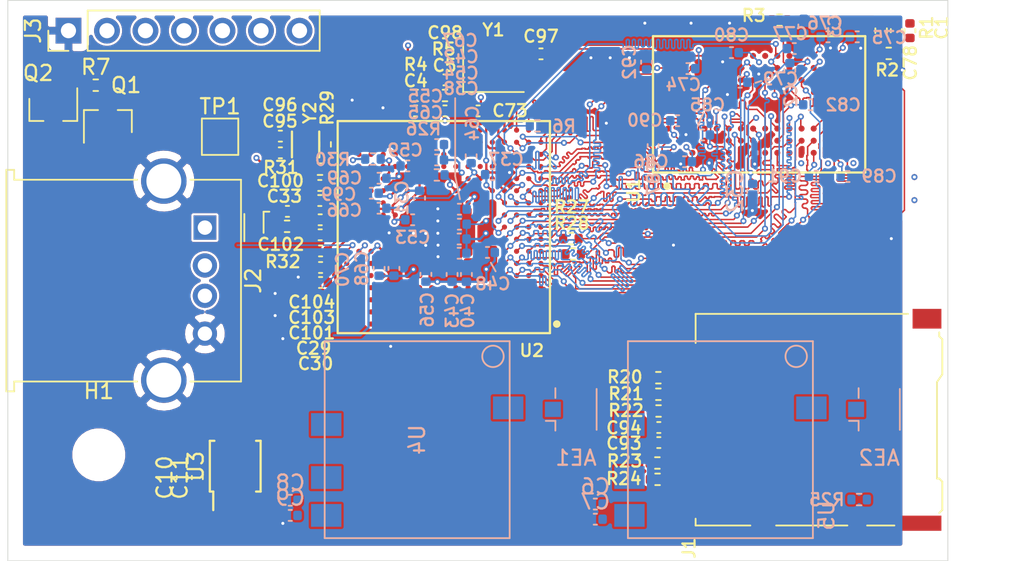
<source format=kicad_pcb>
(kicad_pcb (version 20171130) (host pcbnew 5.1.10)
  (layers (0 F.Cu signal) (1 In1.Cu signal hide) (2 In2.Cu signal hide) (31 B.Cu signal hide) (34 B.Paste user hide) (35 F.Paste user hide) (36 B.SilkS user hide) (37 F.SilkS user) (38 B.Mask user hide) (39 F.Mask user hide) (44 Edge.Cuts user))
  (net 0 "")
  (net 1 d5)
  (net 2 d7)
  (net 3 d4)
  (net 4 d6)
  (net 5 d3)
  (net 6 d1)
  (net 7 d2)
  (net 8 d0)
  (net 9 d8)
  (net 10 d10)
  (net 11 d9)
  (net 12 d11)
  (net 13 d14)
  (net 14 d12)
  (net 15 d15)
  (net 16 d13)
  (net 17 adr8)
  (net 18 adr14)
  (net 19 adr13)
  (net 20 adr6)
  (net 21 adr11)
  (net 22 adr9)
  (net 23 adr7)
  (net 24 adr4)
  (net 25 adr1)
  (net 26 adr2)
  (net 27 adr5)
  (net 28 adr12)
  (net 29 adr0)
  (net 30 adr3)
  (net 31 adr10)
  (net 32 "Net-(C1-Pad2)")
  (net 33 +1V35)
  (net 34 GND)
  (net 35 dba1)
  (net 36 dba2)
  (net 37 dba0)
  (net 38 /ram/!LDQS)
  (net 39 /ram/!UDQS)
  (net 40 adr15)
  (net 41 /DVREF)
  (net 42 "Net-(R3-Pad2)")
  (net 43 "Net-(R6-Pad1)")
  (net 44 /ram/!RST)
  (net 45 /ram/!WE)
  (net 46 /ram/!CS)
  (net 47 /ram/!CKE)
  (net 48 /ram/!CK)
  (net 49 /ram/!CAS)
  (net 50 /ram/ODT)
  (net 51 /ram/CK)
  (net 52 /ram/!RAS)
  (net 53 /ram/LDQS)
  (net 54 /ram/LDM)
  (net 55 /ram/UDM)
  (net 56 /ram/UDQS)
  (net 57 +2V5)
  (net 58 +1V1)
  (net 59 +3V0)
  (net 60 +3V3)
  (net 61 /gpio/SD_DET)
  (net 62 /gpio/SD_DAT0)
  (net 63 /gpio/SD_CLK)
  (net 64 /gpio/SD_CMD)
  (net 65 /gpio/SD_DAT3)
  (net 66 /gpio/SD_DAT2)
  (net 67 /gpio/SD_DAT1)
  (net 68 /HPVCCBP)
  (net 69 /VCC-EFUSE)
  (net 70 "Net-(R27-Pad1)")
  (net 71 "Net-(R28-Pad1)")
  (net 72 "Net-(C95-Pad2)")
  (net 73 "Net-(C96-Pad2)")
  (net 74 "Net-(C97-Pad1)")
  (net 75 "Net-(C98-Pad1)")
  (net 76 "Net-(C99-Pad1)")
  (net 77 "Net-(C101-Pad1)")
  (net 78 "Net-(C102-Pad1)")
  (net 79 "Net-(C103-Pad1)")
  (net 80 "Net-(R30-Pad1)")
  (net 81 /gpio/RESET)
  (net 82 /gpio/RF1)
  (net 83 /gpio/RF2)
  (net 84 +5V)
  (net 85 /gpio/MUX1-USB1-DP)
  (net 86 /gpio/MUX1-USB1-DN)
  (net 87 "Net-(U1-PadL9)")
  (net 88 "Net-(U1-PadL1)")
  (net 89 "Net-(U1-PadJ9)")
  (net 90 "Net-(U1-PadJ1)")
  (net 91 /gpio/USB1-DP)
  (net 92 /gpio/USB1-DN)
  (net 93 "Net-(U2-PadU15)")
  (net 94 "Net-(U2-PadU14)")
  (net 95 "Net-(U2-PadU12)")
  (net 96 "Net-(U2-PadU11)")
  (net 97 "Net-(U2-PadU10)")
  (net 98 "Net-(U2-PadU9)")
  (net 99 "Net-(U2-PadU8)")
  (net 100 "Net-(U2-PadU7)")
  (net 101 "Net-(U2-PadU6)")
  (net 102 "Net-(U2-PadU5)")
  (net 103 /gpio/USB0-DP)
  (net 104 /gpio/USB0-DN)
  (net 105 "Net-(U2-PadT15)")
  (net 106 "Net-(U2-PadT14)")
  (net 107 "Net-(U2-PadT13)")
  (net 108 "Net-(U2-PadT12)")
  (net 109 "Net-(U2-PadT11)")
  (net 110 "Net-(U2-PadT10)")
  (net 111 "Net-(U2-PadT9)")
  (net 112 "Net-(U2-PadT8)")
  (net 113 "Net-(U2-PadT7)")
  (net 114 "Net-(U2-PadT6)")
  (net 115 "Net-(U2-PadT5)")
  (net 116 "Net-(U2-PadR15)")
  (net 117 "Net-(U2-PadR14)")
  (net 118 "Net-(U2-PadR13)")
  (net 119 "Net-(U2-PadR12)")
  (net 120 "Net-(U2-PadR11)")
  (net 121 "Net-(U2-PadR10)")
  (net 122 "Net-(U2-PadR9)")
  (net 123 "Net-(U2-PadR8)")
  (net 124 "Net-(U2-PadR7)")
  (net 125 "Net-(U2-PadR6)")
  (net 126 "Net-(U2-PadR5)")
  (net 127 "Net-(U2-PadR4)")
  (net 128 "Net-(U2-PadP16)")
  (net 129 "Net-(U2-PadP15)")
  (net 130 "Net-(U2-PadP14)")
  (net 131 "Net-(U2-PadP13)")
  (net 132 "Net-(U2-PadP12)")
  (net 133 "Net-(U2-PadP11)")
  (net 134 "Net-(U2-PadP10)")
  (net 135 "Net-(U2-PadP9)")
  (net 136 "Net-(U2-PadP8)")
  (net 137 "Net-(U2-PadP7)")
  (net 138 "Net-(U2-PadP6)")
  (net 139 "Net-(U2-PadP5)")
  (net 140 "Net-(U2-PadP4)")
  (net 141 "Net-(U2-PadN17)")
  (net 142 "Net-(U2-PadN16)")
  (net 143 "Net-(U2-PadN15)")
  (net 144 "Net-(U2-PadN7)")
  (net 145 "Net-(U2-PadN5)")
  (net 146 "Net-(U2-PadM17)")
  (net 147 "Net-(U2-PadM16)")
  (net 148 "Net-(U2-PadM15)")
  (net 149 "Net-(U2-PadL15)")
  (net 150 "Net-(U2-PadL14)")
  (net 151 "Net-(U2-PadL7)")
  (net 152 "Net-(U2-PadK15)")
  (net 153 "Net-(U2-PadK14)")
  (net 154 "Net-(U2-PadJ17)")
  (net 155 "Net-(U2-PadJ16)")
  (net 156 "Net-(U2-PadJ15)")
  (net 157 "Net-(U2-PadJ14)")
  (net 158 "Net-(U2-PadH16)")
  (net 159 "Net-(U2-PadH15)")
  (net 160 "Net-(U2-PadH14)")
  (net 161 /gpio/UART0_TX)
  (net 162 /gpio/UART0_RX)
  (net 163 "Net-(U2-PadG15)")
  (net 164 "Net-(U2-PadF17)")
  (net 165 "Net-(U2-PadF16)")
  (net 166 "Net-(U2-PadF15)")
  (net 167 "Net-(U2-PadF14)")
  (net 168 "Net-(U2-PadE17)")
  (net 169 "Net-(U2-PadE16)")
  (net 170 "Net-(U2-PadE15)")
  (net 171 "Net-(U2-PadE14)")
  (net 172 "Net-(U2-PadD17)")
  (net 173 "Net-(U2-PadD16)")
  (net 174 "Net-(U2-PadD15)")
  (net 175 "Net-(U2-PadD14)")
  (net 176 "Net-(U2-PadD13)")
  (net 177 "Net-(U2-PadD12)")
  (net 178 "Net-(U2-PadD11)")
  (net 179 "Net-(U2-PadD10)")
  (net 180 "Net-(U2-PadD6)")
  (net 181 "Net-(U2-PadD5)")
  (net 182 "Net-(U2-PadD4)")
  (net 183 "Net-(U2-PadD3)")
  (net 184 "Net-(U2-PadC15)")
  (net 185 "Net-(U2-PadC14)")
  (net 186 "Net-(U2-PadC13)")
  (net 187 "Net-(U2-PadC12)")
  (net 188 "Net-(U2-PadC11)")
  (net 189 "Net-(U2-PadC10)")
  (net 190 "Net-(U2-PadC6)")
  (net 191 "Net-(U2-PadC5)")
  (net 192 "Net-(U2-PadC4)")
  (net 193 "Net-(U2-PadC3)")
  (net 194 "Net-(U2-PadB15)")
  (net 195 "Net-(U2-PadB14)")
  (net 196 "Net-(U2-PadB13)")
  (net 197 "Net-(U2-PadB11)")
  (net 198 "Net-(U2-PadB10)")
  (net 199 "Net-(U2-PadB9)")
  (net 200 "Net-(U2-PadB8)")
  (net 201 "Net-(U2-PadB7)")
  (net 202 "Net-(U2-PadB6)")
  (net 203 "Net-(U2-PadB5)")
  (net 204 "Net-(U2-PadB4)")
  (net 205 /gpio/MUX_SEL)
  (net 206 "Net-(U2-PadB2)")
  (net 207 "Net-(U2-PadA15)")
  (net 208 "Net-(U2-PadA14)")
  (net 209 "Net-(U2-PadA13)")
  (net 210 "Net-(U2-PadA12)")
  (net 211 "Net-(U2-PadA11)")
  (net 212 "Net-(U2-PadA10)")
  (net 213 "Net-(U2-PadA9)")
  (net 214 "Net-(U2-PadA8)")
  (net 215 "Net-(U2-PadA7)")
  (net 216 "Net-(U2-PadA6)")
  (net 217 "Net-(U2-PadA5)")
  (net 218 "Net-(U2-PadA4)")
  (net 219 /gpio/MUX_~OE)
  (net 220 "Net-(U2-PadA2)")
  (net 221 /gpio/MUX2-USB1-DP)
  (net 222 /gpio/MUX2-USB1-DN)
  (net 223 "Net-(J2-Pad1)")
  (net 224 "Net-(Q1-Pad1)")
  (net 225 /gpio/VBUS_~EN)
  (net 226 "Net-(U2-PadC17)")
  (net 227 "Net-(U2-PadC16)")
  (net 228 "Net-(U2-PadB16)")
  (net 229 "Net-(U2-PadB3)")
  (net 230 "Net-(U2-PadA16)")
  (net 231 "Net-(U2-PadA3)")
  (module TestPoint:TestPoint_Pad_2.0x2.0mm (layer F.Cu) (at 100 103)
    (fp_text reference TP1 (at 0 -1.998) (layer F.SilkS))
    (fp_text value TestPoint)
    (pad 1 smd rect (at 0 0) (size 2 2) (layers F.Cu F.Mask) (net 81 /gpio/RESET))
  )
  (module Resistor_SMD:R_0402_1005Metric (layer F.Cu) (at 91.8 99.6 180)
    (fp_text reference R7 (at 0 1.2) (layer F.SilkS))
    (fp_text value 100k)
    (pad 2 smd roundrect (at 0.51 0 180) (size 0.54 0.64) (layers F.Cu F.Paste F.Mask) (net 224 "Net-(Q1-Pad1)"))
    (pad 1 smd roundrect (at -0.51 0 180) (size 0.54 0.64) (layers F.Cu F.Paste F.Mask) (net 84 +5V))
  )
  (module Package_TO_SOT_SMD:SOT-23 (layer F.Cu) (at 89 101.2 270)
    (fp_text reference Q2 (at -2.4 1 180) (layer F.SilkS))
    (fp_text value Q_NPN_BEC)
    (pad 3 smd rect (at 1 0 270) (size 0.9 0.8) (layers F.Cu F.Paste F.Mask) (net 224 "Net-(Q1-Pad1)"))
    (pad 2 smd rect (at -1 0.95 270) (size 0.9 0.8) (layers F.Cu F.Paste F.Mask) (net 34 GND))
    (pad 1 smd rect (at -1 -0.95 270) (size 0.9 0.8) (layers F.Cu F.Paste F.Mask) (net 225 /gpio/VBUS_~EN))
  )
  (module Package_TO_SOT_SMD:SOT-23 (layer F.Cu) (at 92.6 102 90)
    (fp_text reference Q1 (at 2.4 1.2) (layer F.SilkS))
    (fp_text value Q_PMOS_GDS)
    (pad 3 smd rect (at 1 0 90) (size 0.9 0.8) (layers F.Cu F.Paste F.Mask) (net 84 +5V))
    (pad 2 smd rect (at -1 0.95 90) (size 0.9 0.8) (layers F.Cu F.Paste F.Mask) (net 223 "Net-(J2-Pad1)"))
    (pad 1 smd rect (at -1 -0.95 90) (size 0.9 0.8) (layers F.Cu F.Paste F.Mask) (net 224 "Net-(Q1-Pad1)"))
  )
  (module Connector_PinHeader_2.54mm:PinHeader_1x07_P2.54mm_Vertical (layer F.Cu) (at 90 96 90)
    (fp_text reference J3 (at 0 -2.33 90) (layer F.SilkS))
    (fp_text value Conn_01x07_Female)
    (pad 7 thru_hole oval (at 0 15.24 90) (size 1.7 1.7) (drill 1) (layers *.Cu *.Mask) (net 33 +1V35))
    (pad 6 thru_hole oval (at 0 12.7 90) (size 1.7 1.7) (drill 1) (layers *.Cu *.Mask) (net 57 +2V5))
    (pad 5 thru_hole oval (at 0 10.16 90) (size 1.7 1.7) (drill 1) (layers *.Cu *.Mask) (net 58 +1V1))
    (pad 4 thru_hole oval (at 0 7.62 90) (size 1.7 1.7) (drill 1) (layers *.Cu *.Mask) (net 59 +3V0))
    (pad 3 thru_hole oval (at 0 5.08 90) (size 1.7 1.7) (drill 1) (layers *.Cu *.Mask) (net 60 +3V3))
    (pad 2 thru_hole oval (at 0 2.54 90) (size 1.7 1.7) (drill 1) (layers *.Cu *.Mask) (net 84 +5V))
    (pad 1 thru_hole rect (at 0 0 90) (size 1.7 1.7) (drill 1) (layers *.Cu *.Mask) (net 34 GND))
  )
  (module Capacitor_SMD:C_0402_1005Metric (layer F.Cu) (at 98.5 125.5 90)
    (fp_text reference C11 (at 0 -1.16 90) (layer F.SilkS))
    (fp_text value 100nF)
    (pad 2 smd roundrect (at 0.48 0 90) (size 0.56 0.62) (layers F.Cu F.Paste F.Mask) (net 34 GND))
    (pad 1 smd roundrect (at -0.48 0 90) (size 0.56 0.62) (layers F.Cu F.Paste F.Mask) (net 60 +3V3))
  )
  (module Capacitor_SMD:C_0402_1005Metric (layer F.Cu) (at 97.5 125.5 90)
    (fp_text reference C10 (at 0 -1.16 90) (layer F.SilkS))
    (fp_text value 100nF)
    (pad 2 smd roundrect (at 0.48 0 90) (size 0.56 0.62) (layers F.Cu F.Paste F.Mask) (net 34 GND))
    (pad 1 smd roundrect (at -0.48 0 90) (size 0.56 0.62) (layers F.Cu F.Paste F.Mask) (net 60 +3V3))
  )
  (module MountingHole:MountingHole_3.2mm_M3 (layer F.Cu) (at 92 124)
    (fp_text reference H1 (at 0 -4.2) (layer F.SilkS))
    (fp_text value MountingHole)
    (pad 1 np_thru_hole circle (at 0 0) (size 3.2 3.2) (drill 3.2) (layers *.Cu *.Mask))
  )
  (module Connector_Coaxial:U.FL_Hirose_U.FL-R-SMT-1_Vertical (layer B.Cu) (at 143 121)
    (fp_text reference AE2 (at 0.475 3.2) (layer B.SilkS) (effects (justify mirror)))
    (fp_text value Antenna_Dipole)
    (pad 2 smd rect (at 0.475 1.475) (size 2.2 1.05) (layers B.Cu B.Paste B.Mask) (net 34 GND))
    (pad 1 smd rect (at -1.05 0) (size 1.05 1) (layers B.Cu B.Paste B.Mask) (net 83 /gpio/RF2))
    (pad 2 smd rect (at 0.475 -1.475) (size 2.2 1.05) (layers B.Cu B.Paste B.Mask) (net 34 GND))
  )
  (module Connector_Coaxial:U.FL_Hirose_U.FL-R-SMT-1_Vertical (layer B.Cu) (at 123 121)
    (fp_text reference AE1 (at 0.475 3.2) (layer B.SilkS) (effects (justify mirror)))
    (fp_text value Antenna_Dipole)
    (pad 2 smd rect (at 0.475 1.475) (size 2.2 1.05) (layers B.Cu B.Paste B.Mask) (net 34 GND))
    (pad 1 smd rect (at -1.05 0) (size 1.05 1) (layers B.Cu B.Paste B.Mask) (net 82 /gpio/RF1))
    (pad 2 smd rect (at 0.475 -1.475) (size 2.2 1.05) (layers B.Cu B.Paste B.Mask) (net 34 GND))
  )
  (module Capacitor_SMD:C_0402_1005Metric (layer B.Cu) (at 104.63 128 180)
    (fp_text reference C9 (at 0 1.16) (layer B.SilkS) (effects (justify mirror)))
    (fp_text value 22uF)
    (pad 2 smd roundrect (at 0.48 0 180) (size 0.56 0.62) (layers B.Cu B.Paste B.Mask) (net 34 GND))
    (pad 1 smd roundrect (at -0.48 0 180) (size 0.56 0.62) (layers B.Cu B.Paste B.Mask) (net 60 +3V3))
  )
  (module Capacitor_SMD:C_0402_1005Metric (layer B.Cu) (at 104.63 127 180)
    (fp_text reference C8 (at 0 1.16) (layer B.SilkS) (effects (justify mirror)))
    (fp_text value 100nF)
    (pad 2 smd roundrect (at 0.48 0 180) (size 0.56 0.62) (layers B.Cu B.Paste B.Mask) (net 34 GND))
    (pad 1 smd roundrect (at -0.48 0 180) (size 0.56 0.62) (layers B.Cu B.Paste B.Mask) (net 60 +3V3))
  )
  (module Capacitor_SMD:C_0402_1005Metric (layer B.Cu) (at 124.75 128.25 180)
    (fp_text reference C7 (at 0 1.16) (layer B.SilkS) (effects (justify mirror)))
    (fp_text value 22uF)
    (pad 2 smd roundrect (at 0.48 0 180) (size 0.56 0.62) (layers B.Cu B.Paste B.Mask) (net 34 GND))
    (pad 1 smd roundrect (at -0.48 0 180) (size 0.56 0.62) (layers B.Cu B.Paste B.Mask) (net 60 +3V3))
  )
  (module Capacitor_SMD:C_0402_1005Metric (layer B.Cu) (at 124.75 127.25 180)
    (fp_text reference C6 (at 0 1.16) (layer B.SilkS) (effects (justify mirror)))
    (fp_text value 100nF)
    (pad 2 smd roundrect (at 0.48 0 180) (size 0.56 0.62) (layers B.Cu B.Paste B.Mask) (net 34 GND))
    (pad 1 smd roundrect (at -0.48 0 180) (size 0.56 0.62) (layers B.Cu B.Paste B.Mask) (net 60 +3V3))
  )
  (module realtek:RTL8188CUS (layer B.Cu) (at 133 123 270)
    (fp_text reference U5 (at 5 -7 90) (layer B.SilkS) (effects (justify mirror)))
    (fp_text value RTL8188CUS)
    (pad 5 smd rect (at -1 6 270) (size 1.5 2) (layers B.Cu B.Paste B.Mask) (net 103 /gpio/USB0-DP))
    (pad 3 smd rect (at 5 6 270) (size 1.5 2) (layers B.Cu B.Paste B.Mask) (net 60 +3V3))
    (pad 4 smd rect (at 2.5 6 270) (size 1.5 2) (layers B.Cu B.Paste B.Mask) (net 104 /gpio/USB0-DN))
    (pad 6 smd rect (at -3.5 6 270) (size 1.5 2) (layers B.Cu B.Paste B.Mask) (net 34 GND))
    (pad 1 smd rect (at -4.1 -6 270) (size 1.5 2) (layers B.Cu B.Paste B.Mask) (net 34 GND))
    (pad 2 smd rect (at -2.1 -6 270) (size 1.5 2) (layers B.Cu B.Paste B.Mask) (net 83 /gpio/RF2))
  )
  (module realtek:RTL8188CUS (layer B.Cu) (at 113 123 270)
    (fp_text reference U4 (at 0 0 90) (layer B.SilkS) (effects (justify mirror)))
    (fp_text value RTL8188CUS)
    (pad 5 smd rect (at -1 6 270) (size 1.5 2) (layers B.Cu B.Paste B.Mask) (net 221 /gpio/MUX2-USB1-DP))
    (pad 3 smd rect (at 5 6 270) (size 1.5 2) (layers B.Cu B.Paste B.Mask) (net 60 +3V3))
    (pad 4 smd rect (at 2.5 6 270) (size 1.5 2) (layers B.Cu B.Paste B.Mask) (net 222 /gpio/MUX2-USB1-DN))
    (pad 6 smd rect (at -3.5 6 270) (size 1.5 2) (layers B.Cu B.Paste B.Mask) (net 34 GND))
    (pad 1 smd rect (at -4.1 -6 270) (size 1.5 2) (layers B.Cu B.Paste B.Mask) (net 34 GND))
    (pad 2 smd rect (at -2.1 -6 270) (size 1.5 2) (layers B.Cu B.Paste B.Mask) (net 82 /gpio/RF1))
  )
  (module Package_SO:MSOP-10_3x3mm_P0.5mm (layer F.Cu) (at 101 124.75 90)
    (fp_text reference U3 (at 0 -2.6 90) (layer F.SilkS))
    (fp_text value FSUSB42MUX)
    (pad 10 smd rect (at 2.2 -1 90) (size 1.4 0.3) (layers F.Cu F.Paste F.Mask) (net 219 /gpio/MUX_~OE))
    (pad 9 smd rect (at 2.2 -0.5 90) (size 1.4 0.3) (layers F.Cu F.Paste F.Mask) (net 85 /gpio/MUX1-USB1-DP))
    (pad 8 smd rect (at 2.2 0 90) (size 1.4 0.3) (layers F.Cu F.Paste F.Mask) (net 86 /gpio/MUX1-USB1-DN))
    (pad 7 smd rect (at 2.2 0.5 90) (size 1.4 0.3) (layers F.Cu F.Paste F.Mask) (net 221 /gpio/MUX2-USB1-DP))
    (pad 6 smd rect (at 2.2 1 90) (size 1.4 0.3) (layers F.Cu F.Paste F.Mask) (net 222 /gpio/MUX2-USB1-DN))
    (pad 5 smd rect (at -2.2 1 90) (size 1.4 0.3) (layers F.Cu F.Paste F.Mask) (net 34 GND))
    (pad 4 smd rect (at -2.2 0.5 90) (size 1.4 0.3) (layers F.Cu F.Paste F.Mask) (net 92 /gpio/USB1-DN))
    (pad 3 smd rect (at -2.2 0 90) (size 1.4 0.3) (layers F.Cu F.Paste F.Mask) (net 91 /gpio/USB1-DP))
    (pad 2 smd rect (at -2.2 -0.5 90) (size 1.4 0.3) (layers F.Cu F.Paste F.Mask) (net 205 /gpio/MUX_SEL))
    (pad 1 smd rect (at -2.2 -1 90) (size 1.4 0.3) (layers F.Cu F.Paste F.Mask) (net 60 +3V3))
  )
  (module Connector_USB:USB_A_Molex_67643_Horizontal (layer F.Cu) (at 99 109 270)
    (fp_text reference J2 (at 3.5 -3.19 90) (layer F.SilkS))
    (fp_text value USB_A)
    (pad 4 thru_hole circle (at 7 0 270) (size 1.6 1.6) (drill 0.95) (layers *.Cu *.Mask) (net 34 GND))
    (pad 3 thru_hole circle (at 4.5 0 270) (size 1.6 1.6) (drill 0.95) (layers *.Cu *.Mask) (net 85 /gpio/MUX1-USB1-DP))
    (pad 2 thru_hole circle (at 2.5 0 270) (size 1.6 1.6) (drill 0.95) (layers *.Cu *.Mask) (net 86 /gpio/MUX1-USB1-DN))
    (pad 1 thru_hole rect (at 0 0 270) (size 1.6 1.5) (drill 0.95) (layers *.Cu *.Mask) (net 223 "Net-(J2-Pad1)"))
    (pad 5 thru_hole circle (at 10.07 2.71 270) (size 3 3) (drill 2.3) (layers *.Cu *.Mask) (net 34 GND))
    (pad 5 thru_hole circle (at -3.07 2.71 270) (size 3 3) (drill 2.3) (layers *.Cu *.Mask) (net 34 GND))
  )
  (module Resistor_SMD:R_0402_1005Metric (layer F.Cu) (at 123.2916 110.744)
    (fp_text reference R27 (at -0.1016 -3.1115) (layer F.SilkS) (effects (font (size 0.8 0.8))))
    (fp_text value 22R)
    (pad 2 smd roundrect (at 0.51 0) (size 0.54 0.64) (layers F.Cu F.Paste F.Mask) (net 51 /ram/CK))
    (pad 1 smd roundrect (at -0.51 0) (size 0.54 0.64) (layers F.Cu F.Paste F.Mask) (net 70 "Net-(R27-Pad1)"))
  )
  (module Capacitor_SMD:C_0402_1005Metric (layer B.Cu) (at 135.128 106.5911 270)
    (fp_text reference C32 (at 0 1.16 90) (layer B.SilkS) (effects (justify mirror)))
    (fp_text value 100nF)
    (pad 2 smd roundrect (at 0.48 0 270) (size 0.56 0.62) (layers B.Cu B.Paste B.Mask) (net 34 GND))
    (pad 1 smd roundrect (at -0.48 0 270) (size 0.56 0.62) (layers B.Cu B.Paste B.Mask) (net 32 "Net-(C1-Pad2)"))
  )
  (module A33_FP:Allwinner_Technology_Co.,_Ltd.-A33-0 (layer F.Cu) (at 114.7572 108.966 180)
    (fp_text reference U2 (at -6.7 -8.15) (layer F.SilkS) (effects (font (size 0.8 0.8)) (justify right)))
    (fp_text value A33 hide)
    (pad U17 smd circle (at 6.4 6.4 180) (size 0.34 0.34) (layers F.Cu F.Paste F.Mask) (net 91 /gpio/USB1-DP))
    (pad U16 smd circle (at 5.6 6.4 180) (size 0.34 0.34) (layers F.Cu F.Paste F.Mask) (net 92 /gpio/USB1-DN))
    (pad U15 smd circle (at 4.8 6.4 180) (size 0.34 0.34) (layers F.Cu F.Paste F.Mask) (net 93 "Net-(U2-PadU15)"))
    (pad U14 smd circle (at 4 6.4 180) (size 0.34 0.34) (layers F.Cu F.Paste F.Mask) (net 94 "Net-(U2-PadU14)"))
    (pad U13 smd circle (at 3.2 6.4 180) (size 0.34 0.34) (layers F.Cu F.Paste F.Mask) (net 225 /gpio/VBUS_~EN))
    (pad U12 smd circle (at 2.4 6.4 180) (size 0.34 0.34) (layers F.Cu F.Paste F.Mask) (net 95 "Net-(U2-PadU12)"))
    (pad U11 smd circle (at 1.6 6.4 180) (size 0.34 0.34) (layers F.Cu F.Paste F.Mask) (net 96 "Net-(U2-PadU11)"))
    (pad U10 smd circle (at 0.8 6.4 180) (size 0.34 0.34) (layers F.Cu F.Paste F.Mask) (net 97 "Net-(U2-PadU10)"))
    (pad U9 smd circle (at 0 6.4 180) (size 0.34 0.34) (layers F.Cu F.Paste F.Mask) (net 98 "Net-(U2-PadU9)"))
    (pad U8 smd circle (at -0.8 6.4 180) (size 0.34 0.34) (layers F.Cu F.Paste F.Mask) (net 99 "Net-(U2-PadU8)"))
    (pad U7 smd circle (at -1.6 6.4 180) (size 0.34 0.34) (layers F.Cu F.Paste F.Mask) (net 100 "Net-(U2-PadU7)"))
    (pad U6 smd circle (at -2.4 6.4 180) (size 0.34 0.34) (layers F.Cu F.Paste F.Mask) (net 101 "Net-(U2-PadU6)"))
    (pad U5 smd circle (at -3.2 6.4 180) (size 0.34 0.34) (layers F.Cu F.Paste F.Mask) (net 102 "Net-(U2-PadU5)"))
    (pad U4 smd circle (at -4 6.4 180) (size 0.34 0.34) (layers F.Cu F.Paste F.Mask) (net 74 "Net-(C97-Pad1)"))
    (pad U3 smd circle (at -4.8 6.4 180) (size 0.34 0.34) (layers F.Cu F.Paste F.Mask) (net 9 d8))
    (pad U2 smd circle (at -5.6 6.4 180) (size 0.34 0.34) (layers F.Cu F.Paste F.Mask) (net 10 d10))
    (pad U1 smd circle (at -6.4 6.4 180) (size 0.34 0.34) (layers F.Cu F.Paste F.Mask) (net 11 d9))
    (pad T17 smd circle (at 6.4 5.6 180) (size 0.34 0.34) (layers F.Cu F.Paste F.Mask) (net 103 /gpio/USB0-DP))
    (pad T16 smd circle (at 5.6 5.6 180) (size 0.34 0.34) (layers F.Cu F.Paste F.Mask) (net 104 /gpio/USB0-DN))
    (pad T15 smd circle (at 4.8 5.6 180) (size 0.34 0.34) (layers F.Cu F.Paste F.Mask) (net 105 "Net-(U2-PadT15)"))
    (pad T14 smd circle (at 4 5.6 180) (size 0.34 0.34) (layers F.Cu F.Paste F.Mask) (net 106 "Net-(U2-PadT14)"))
    (pad T13 smd circle (at 3.2 5.6 180) (size 0.34 0.34) (layers F.Cu F.Paste F.Mask) (net 107 "Net-(U2-PadT13)"))
    (pad T12 smd circle (at 2.4 5.6 180) (size 0.34 0.34) (layers F.Cu F.Paste F.Mask) (net 108 "Net-(U2-PadT12)"))
    (pad T11 smd circle (at 1.6 5.6 180) (size 0.34 0.34) (layers F.Cu F.Paste F.Mask) (net 109 "Net-(U2-PadT11)"))
    (pad T10 smd circle (at 0.8 5.6 180) (size 0.34 0.34) (layers F.Cu F.Paste F.Mask) (net 110 "Net-(U2-PadT10)"))
    (pad T9 smd circle (at 0 5.6 180) (size 0.34 0.34) (layers F.Cu F.Paste F.Mask) (net 111 "Net-(U2-PadT9)"))
    (pad T8 smd circle (at -0.8 5.6 180) (size 0.34 0.34) (layers F.Cu F.Paste F.Mask) (net 112 "Net-(U2-PadT8)"))
    (pad T7 smd circle (at -1.6 5.6 180) (size 0.34 0.34) (layers F.Cu F.Paste F.Mask) (net 113 "Net-(U2-PadT7)"))
    (pad T6 smd circle (at -2.4 5.6 180) (size 0.34 0.34) (layers F.Cu F.Paste F.Mask) (net 114 "Net-(U2-PadT6)"))
    (pad T5 smd circle (at -3.2 5.6 180) (size 0.34 0.34) (layers F.Cu F.Paste F.Mask) (net 115 "Net-(U2-PadT5)"))
    (pad T4 smd circle (at -4 5.6 180) (size 0.34 0.34) (layers F.Cu F.Paste F.Mask) (net 75 "Net-(C98-Pad1)"))
    (pad T3 smd circle (at -4.8 5.6 180) (size 0.34 0.34) (layers F.Cu F.Paste F.Mask) (net 55 /ram/UDM))
    (pad T2 smd circle (at -5.6 5.6 180) (size 0.34 0.34) (layers F.Cu F.Paste F.Mask) (net 12 d11))
    (pad T1 smd circle (at -6.4 5.6 180) (size 0.34 0.34) (layers F.Cu F.Paste F.Mask) (net 39 /ram/!UDQS))
    (pad R17 smd circle (at 6.4 4.8 180) (size 0.34 0.34) (layers F.Cu F.Paste F.Mask) (net 72 "Net-(C95-Pad2)"))
    (pad R16 smd circle (at 5.6 4.8 180) (size 0.34 0.34) (layers F.Cu F.Paste F.Mask) (net 73 "Net-(C96-Pad2)"))
    (pad R15 smd circle (at 4.8 4.8 180) (size 0.34 0.34) (layers F.Cu F.Paste F.Mask) (net 116 "Net-(U2-PadR15)"))
    (pad R14 smd circle (at 4 4.8 180) (size 0.34 0.34) (layers F.Cu F.Paste F.Mask) (net 117 "Net-(U2-PadR14)"))
    (pad R13 smd circle (at 3.2 4.8 180) (size 0.34 0.34) (layers F.Cu F.Paste F.Mask) (net 118 "Net-(U2-PadR13)"))
    (pad R12 smd circle (at 2.4 4.8 180) (size 0.34 0.34) (layers F.Cu F.Paste F.Mask) (net 119 "Net-(U2-PadR12)"))
    (pad R11 smd circle (at 1.6 4.8 180) (size 0.34 0.34) (layers F.Cu F.Paste F.Mask) (net 120 "Net-(U2-PadR11)"))
    (pad R10 smd circle (at 0.8 4.8 180) (size 0.34 0.34) (layers F.Cu F.Paste F.Mask) (net 121 "Net-(U2-PadR10)"))
    (pad R9 smd circle (at 0 4.8 180) (size 0.34 0.34) (layers F.Cu F.Paste F.Mask) (net 122 "Net-(U2-PadR9)"))
    (pad R8 smd circle (at -0.8 4.8 180) (size 0.34 0.34) (layers F.Cu F.Paste F.Mask) (net 123 "Net-(U2-PadR8)"))
    (pad R7 smd circle (at -1.6 4.8 180) (size 0.34 0.34) (layers F.Cu F.Paste F.Mask) (net 124 "Net-(U2-PadR7)"))
    (pad R6 smd circle (at -2.4 4.8 180) (size 0.34 0.34) (layers F.Cu F.Paste F.Mask) (net 125 "Net-(U2-PadR6)"))
    (pad R5 smd circle (at -3.2 4.8 180) (size 0.34 0.34) (layers F.Cu F.Paste F.Mask) (net 126 "Net-(U2-PadR5)"))
    (pad R4 smd circle (at -4 4.8 180) (size 0.34 0.34) (layers F.Cu F.Paste F.Mask) (net 127 "Net-(U2-PadR4)"))
    (pad R3 smd circle (at -4.8 4.8 180) (size 0.34 0.34) (layers F.Cu F.Paste F.Mask) (net 43 "Net-(R6-Pad1)"))
    (pad R2 smd circle (at -5.6 4.8 180) (size 0.34 0.34) (layers F.Cu F.Paste F.Mask) (net 14 d12))
    (pad R1 smd circle (at -6.4 4.8 180) (size 0.34 0.34) (layers F.Cu F.Paste F.Mask) (net 56 /ram/UDQS))
    (pad P17 smd circle (at 6.4 4 180) (size 0.34 0.34) (layers F.Cu F.Paste F.Mask) (net 81 /gpio/RESET))
    (pad P16 smd circle (at 5.6 4 180) (size 0.34 0.34) (layers F.Cu F.Paste F.Mask) (net 128 "Net-(U2-PadP16)"))
    (pad P15 smd circle (at 4.8 4 180) (size 0.34 0.34) (layers F.Cu F.Paste F.Mask) (net 129 "Net-(U2-PadP15)"))
    (pad P14 smd circle (at 4 4 180) (size 0.34 0.34) (layers F.Cu F.Paste F.Mask) (net 130 "Net-(U2-PadP14)"))
    (pad P13 smd circle (at 3.2 4 180) (size 0.34 0.34) (layers F.Cu F.Paste F.Mask) (net 131 "Net-(U2-PadP13)"))
    (pad P12 smd circle (at 2.4 4 180) (size 0.34 0.34) (layers F.Cu F.Paste F.Mask) (net 132 "Net-(U2-PadP12)"))
    (pad P11 smd circle (at 1.6 4 180) (size 0.34 0.34) (layers F.Cu F.Paste F.Mask) (net 133 "Net-(U2-PadP11)"))
    (pad P10 smd circle (at 0.8 4 180) (size 0.34 0.34) (layers F.Cu F.Paste F.Mask) (net 134 "Net-(U2-PadP10)"))
    (pad P9 smd circle (at 0 4 180) (size 0.34 0.34) (layers F.Cu F.Paste F.Mask) (net 135 "Net-(U2-PadP9)"))
    (pad P8 smd circle (at -0.8 4 180) (size 0.34 0.34) (layers F.Cu F.Paste F.Mask) (net 136 "Net-(U2-PadP8)"))
    (pad P7 smd circle (at -1.6 4 180) (size 0.34 0.34) (layers F.Cu F.Paste F.Mask) (net 137 "Net-(U2-PadP7)"))
    (pad P6 smd circle (at -2.4 4 180) (size 0.34 0.34) (layers F.Cu F.Paste F.Mask) (net 138 "Net-(U2-PadP6)"))
    (pad P5 smd circle (at -3.2 4 180) (size 0.34 0.34) (layers F.Cu F.Paste F.Mask) (net 139 "Net-(U2-PadP5)"))
    (pad P4 smd circle (at -4 4 180) (size 0.34 0.34) (layers F.Cu F.Paste F.Mask) (net 140 "Net-(U2-PadP4)"))
    (pad P3 smd circle (at -4.8 4 180) (size 0.34 0.34) (layers F.Cu F.Paste F.Mask) (net 57 +2V5))
    (pad P2 smd circle (at -5.6 4 180) (size 0.34 0.34) (layers F.Cu F.Paste F.Mask) (net 15 d15))
    (pad P1 smd circle (at -6.4 4 180) (size 0.34 0.34) (layers F.Cu F.Paste F.Mask) (net 13 d14))
    (pad N17 smd circle (at 6.4 3.2 180) (size 0.34 0.34) (layers F.Cu F.Paste F.Mask) (net 141 "Net-(U2-PadN17)"))
    (pad N16 smd circle (at 5.6 3.2 180) (size 0.34 0.34) (layers F.Cu F.Paste F.Mask) (net 142 "Net-(U2-PadN16)"))
    (pad N15 smd circle (at 4.8 3.2 180) (size 0.34 0.34) (layers F.Cu F.Paste F.Mask) (net 143 "Net-(U2-PadN15)"))
    (pad N14 smd circle (at 4 3.2 180) (size 0.34 0.34) (layers F.Cu F.Paste F.Mask) (net 80 "Net-(R30-Pad1)"))
    (pad N12 smd circle (at 2.4 3.2 180) (size 0.34 0.34) (layers F.Cu F.Paste F.Mask) (net 58 +1V1))
    (pad N11 smd circle (at 1.6 3.2 180) (size 0.34 0.34) (layers F.Cu F.Paste F.Mask) (net 60 +3V3))
    (pad N10 smd circle (at 0.8 3.2 180) (size 0.34 0.34) (layers F.Cu F.Paste F.Mask) (net 58 +1V1))
    (pad N9 smd circle (at 0 3.2 180) (size 0.34 0.34) (layers F.Cu F.Paste F.Mask) (net 58 +1V1))
    (pad N8 smd circle (at -0.8 3.2 180) (size 0.34 0.34) (layers F.Cu F.Paste F.Mask) (net 58 +1V1))
    (pad N7 smd circle (at -1.6 3.2 180) (size 0.34 0.34) (layers F.Cu F.Paste F.Mask) (net 144 "Net-(U2-PadN7)"))
    (pad N6 smd circle (at -2.4 3.2 180) (size 0.34 0.34) (layers F.Cu F.Paste F.Mask) (net 60 +3V3))
    (pad N5 smd circle (at -3.2 3.2 180) (size 0.34 0.34) (layers F.Cu F.Paste F.Mask) (net 145 "Net-(U2-PadN5)"))
    (pad N4 smd circle (at -4 3.2 180) (size 0.34 0.34) (layers F.Cu F.Paste F.Mask) (net 34 GND))
    (pad N3 smd circle (at -4.8 3.2 180) (size 0.34 0.34) (layers F.Cu F.Paste F.Mask) (net 46 /ram/!CS))
    (pad N2 smd circle (at -5.6 3.2 180) (size 0.34 0.34) (layers F.Cu F.Paste F.Mask) (net 54 /ram/LDM))
    (pad N1 smd circle (at -6.4 3.2 180) (size 0.34 0.34) (layers F.Cu F.Paste F.Mask) (net 16 d13))
    (pad M17 smd circle (at 6.4 2.4 180) (size 0.34 0.34) (layers F.Cu F.Paste F.Mask) (net 146 "Net-(U2-PadM17)"))
    (pad M16 smd circle (at 5.6 2.4 180) (size 0.34 0.34) (layers F.Cu F.Paste F.Mask) (net 147 "Net-(U2-PadM16)"))
    (pad M15 smd circle (at 4.8 2.4 180) (size 0.34 0.34) (layers F.Cu F.Paste F.Mask) (net 148 "Net-(U2-PadM15)"))
    (pad M14 smd circle (at 4 2.4 180) (size 0.34 0.34) (layers F.Cu F.Paste F.Mask) (net 58 +1V1))
    (pad M13 smd circle (at 3.2 2.4 180) (size 0.34 0.34) (layers F.Cu F.Paste F.Mask) (net 76 "Net-(C99-Pad1)"))
    (pad M12 smd circle (at 2.4 2.4 180) (size 0.34 0.34) (layers F.Cu F.Paste F.Mask) (net 59 +3V0))
    (pad M11 smd circle (at 1.6 2.4 180) (size 0.34 0.34) (layers F.Cu F.Paste F.Mask) (net 60 +3V3))
    (pad M10 smd circle (at 0.8 2.4 180) (size 0.34 0.34) (layers F.Cu F.Paste F.Mask) (net 34 GND))
    (pad M9 smd circle (at 0 2.4 180) (size 0.34 0.34) (layers F.Cu F.Paste F.Mask) (net 34 GND))
    (pad M8 smd circle (at -0.8 2.4 180) (size 0.34 0.34) (layers F.Cu F.Paste F.Mask) (net 69 /VCC-EFUSE))
    (pad M7 smd circle (at -1.6 2.4 180) (size 0.34 0.34) (layers F.Cu F.Paste F.Mask) (net 58 +1V1))
    (pad M6 smd circle (at -2.4 2.4 180) (size 0.34 0.34) (layers F.Cu F.Paste F.Mask) (net 58 +1V1))
    (pad M5 smd circle (at -3.2 2.4 180) (size 0.34 0.34) (layers F.Cu F.Paste F.Mask) (net 59 +3V0))
    (pad M4 smd circle (at -4 2.4 180) (size 0.34 0.34) (layers F.Cu F.Paste F.Mask) (net 41 /DVREF))
    (pad M3 smd circle (at -4.8 2.4 180) (size 0.34 0.34) (layers F.Cu F.Paste F.Mask) (net 49 /ram/!CAS))
    (pad M2 smd circle (at -5.6 2.4 180) (size 0.34 0.34) (layers F.Cu F.Paste F.Mask) (net 6 d1))
    (pad M1 smd circle (at -6.4 2.4 180) (size 0.34 0.34) (layers F.Cu F.Paste F.Mask) (net 8 d0))
    (pad L17 smd circle (at 6.4 1.6 180) (size 0.34 0.34) (layers F.Cu F.Paste F.Mask) (net 79 "Net-(C103-Pad1)"))
    (pad L16 smd circle (at 5.6 1.6 180) (size 0.34 0.34) (layers F.Cu F.Paste F.Mask) (net 59 +3V0))
    (pad L15 smd circle (at 4.8 1.6 180) (size 0.34 0.34) (layers F.Cu F.Paste F.Mask) (net 149 "Net-(U2-PadL15)"))
    (pad L14 smd circle (at 4 1.6 180) (size 0.34 0.34) (layers F.Cu F.Paste F.Mask) (net 150 "Net-(U2-PadL14)"))
    (pad L12 smd circle (at 2.4 1.6 180) (size 0.34 0.34) (layers F.Cu F.Paste F.Mask) (net 60 +3V3))
    (pad L11 smd circle (at 1.6 1.6 180) (size 0.34 0.34) (layers F.Cu F.Paste F.Mask) (net 34 GND))
    (pad L10 smd circle (at 0.8 1.6 180) (size 0.34 0.34) (layers F.Cu F.Paste F.Mask) (net 34 GND))
    (pad L9 smd circle (at 0 1.6 180) (size 0.34 0.34) (layers F.Cu F.Paste F.Mask) (net 34 GND))
    (pad L8 smd circle (at -0.8 1.6 180) (size 0.34 0.34) (layers F.Cu F.Paste F.Mask) (net 34 GND))
    (pad L7 smd circle (at -1.6 1.6 180) (size 0.34 0.34) (layers F.Cu F.Paste F.Mask) (net 151 "Net-(U2-PadL7)"))
    (pad L6 smd circle (at -2.4 1.6 180) (size 0.34 0.34) (layers F.Cu F.Paste F.Mask) (net 58 +1V1))
    (pad L5 smd circle (at -3.2 1.6 180) (size 0.34 0.34) (layers F.Cu F.Paste F.Mask) (net 33 +1V35))
    (pad L4 smd circle (at -4 1.6 180) (size 0.34 0.34) (layers F.Cu F.Paste F.Mask) (net 52 /ram/!RAS))
    (pad L3 smd circle (at -4.8 1.6 180) (size 0.34 0.34) (layers F.Cu F.Paste F.Mask) (net 50 /ram/ODT))
    (pad L2 smd circle (at -5.6 1.6 180) (size 0.34 0.34) (layers F.Cu F.Paste F.Mask) (net 5 d3))
    (pad L1 smd circle (at -6.4 1.6 180) (size 0.34 0.34) (layers F.Cu F.Paste F.Mask) (net 7 d2))
    (pad K17 smd circle (at 6.4 0.8 180) (size 0.34 0.34) (layers F.Cu F.Paste F.Mask) (net 78 "Net-(C102-Pad1)"))
    (pad K16 smd circle (at 5.6 0.8 180) (size 0.34 0.34) (layers F.Cu F.Paste F.Mask) (net 77 "Net-(C101-Pad1)"))
    (pad K15 smd circle (at 4.8 0.8 180) (size 0.34 0.34) (layers F.Cu F.Paste F.Mask) (net 152 "Net-(U2-PadK15)"))
    (pad K14 smd circle (at 4 0.8 180) (size 0.34 0.34) (layers F.Cu F.Paste F.Mask) (net 153 "Net-(U2-PadK14)"))
    (pad K13 smd circle (at 3.2 0.8 180) (size 0.34 0.34) (layers F.Cu F.Paste F.Mask) (net 59 +3V0))
    (pad K12 smd circle (at 2.4 0.8 180) (size 0.34 0.34) (layers F.Cu F.Paste F.Mask) (net 34 GND))
    (pad K11 smd circle (at 1.6 0.8 180) (size 0.34 0.34) (layers F.Cu F.Paste F.Mask) (net 34 GND))
    (pad K10 smd circle (at 0.8 0.8 180) (size 0.34 0.34) (layers F.Cu F.Paste F.Mask) (net 34 GND))
    (pad K9 smd circle (at 0 0.8 180) (size 0.34 0.34) (layers F.Cu F.Paste F.Mask) (net 34 GND))
    (pad K8 smd circle (at -0.8 0.8 180) (size 0.34 0.34) (layers F.Cu F.Paste F.Mask) (net 34 GND))
    (pad K7 smd circle (at -1.6 0.8 180) (size 0.34 0.34) (layers F.Cu F.Paste F.Mask) (net 34 GND))
    (pad K6 smd circle (at -2.4 0.8 180) (size 0.34 0.34) (layers F.Cu F.Paste F.Mask) (net 58 +1V1))
    (pad K5 smd circle (at -3.2 0.8 180) (size 0.34 0.34) (layers F.Cu F.Paste F.Mask) (net 33 +1V35))
    (pad K4 smd circle (at -4 0.8 180) (size 0.34 0.34) (layers F.Cu F.Paste F.Mask) (net 35 dba1))
    (pad K3 smd circle (at -4.8 0.8 180) (size 0.34 0.34) (layers F.Cu F.Paste F.Mask) (net 45 /ram/!WE))
    (pad K2 smd circle (at -5.6 0.8 180) (size 0.34 0.34) (layers F.Cu F.Paste F.Mask) (net 53 /ram/LDQS))
    (pad K1 smd circle (at -6.4 0.8 180) (size 0.34 0.34) (layers F.Cu F.Paste F.Mask) (net 38 /ram/!LDQS))
    (pad J17 smd circle (at 6.4 0 180) (size 0.34 0.34) (layers F.Cu F.Paste F.Mask) (net 154 "Net-(U2-PadJ17)"))
    (pad J16 smd circle (at 5.6 0 180) (size 0.34 0.34) (layers F.Cu F.Paste F.Mask) (net 155 "Net-(U2-PadJ16)"))
    (pad J15 smd circle (at 4.8 0 180) (size 0.34 0.34) (layers F.Cu F.Paste F.Mask) (net 156 "Net-(U2-PadJ15)"))
    (pad J14 smd circle (at 4 0 180) (size 0.34 0.34) (layers F.Cu F.Paste F.Mask) (net 157 "Net-(U2-PadJ14)"))
    (pad J12 smd circle (at 2.4 0 180) (size 0.34 0.34) (layers F.Cu F.Paste F.Mask) (net 34 GND))
    (pad J11 smd circle (at 1.6 0 180) (size 0.34 0.34) (layers F.Cu F.Paste F.Mask) (net 34 GND))
    (pad J10 smd circle (at 0.8 0 180) (size 0.34 0.34) (layers F.Cu F.Paste F.Mask) (net 34 GND))
    (pad J9 smd circle (at 0 0 180) (size 0.34 0.34) (layers F.Cu F.Paste F.Mask) (net 34 GND))
    (pad J8 smd circle (at -0.8 0 180) (size 0.34 0.34) (layers F.Cu F.Paste F.Mask) (net 34 GND))
    (pad J7 smd circle (at -1.6 0 180) (size 0.34 0.34) (layers F.Cu F.Paste F.Mask) (net 34 GND))
    (pad J6 smd circle (at -2.4 0 180) (size 0.34 0.34) (layers F.Cu F.Paste F.Mask) (net 33 +1V35))
    (pad J5 smd circle (at -3.2 0 180) (size 0.34 0.34) (layers F.Cu F.Paste F.Mask) (net 33 +1V35))
    (pad J4 smd circle (at -4 0 180) (size 0.34 0.34) (layers F.Cu F.Paste F.Mask) (net 47 /ram/!CKE))
    (pad J3 smd circle (at -4.8 0 180) (size 0.34 0.34) (layers F.Cu F.Paste F.Mask) (net 37 dba0))
    (pad J2 smd circle (at -5.6 0 180) (size 0.34 0.34) (layers F.Cu F.Paste F.Mask) (net 4 d6))
    (pad J1 smd circle (at -6.4 0 180) (size 0.34 0.34) (layers F.Cu F.Paste F.Mask) (net 1 d5))
    (pad H17 smd circle (at 6.4 -0.8 180) (size 0.34 0.34) (layers F.Cu F.Paste F.Mask) (net 68 /HPVCCBP))
    (pad H16 smd circle (at 5.6 -0.8 180) (size 0.34 0.34) (layers F.Cu F.Paste F.Mask) (net 158 "Net-(U2-PadH16)"))
    (pad H15 smd circle (at 4.8 -0.8 180) (size 0.34 0.34) (layers F.Cu F.Paste F.Mask) (net 159 "Net-(U2-PadH15)"))
    (pad H14 smd circle (at 4 -0.8 180) (size 0.34 0.34) (layers F.Cu F.Paste F.Mask) (net 160 "Net-(U2-PadH14)"))
    (pad H13 smd circle (at 3.2 -0.8 180) (size 0.34 0.34) (layers F.Cu F.Paste F.Mask) (net 34 GND))
    (pad H12 smd circle (at 2.4 -0.8 180) (size 0.34 0.34) (layers F.Cu F.Paste F.Mask) (net 34 GND))
    (pad H11 smd circle (at 1.6 -0.8 180) (size 0.34 0.34) (layers F.Cu F.Paste F.Mask) (net 34 GND))
    (pad H10 smd circle (at 0.8 -0.8 180) (size 0.34 0.34) (layers F.Cu F.Paste F.Mask) (net 34 GND))
    (pad H9 smd circle (at 0 -0.8 180) (size 0.34 0.34) (layers F.Cu F.Paste F.Mask) (net 34 GND))
    (pad H8 smd circle (at -0.8 -0.8 180) (size 0.34 0.34) (layers F.Cu F.Paste F.Mask) (net 34 GND))
    (pad H7 smd circle (at -1.6 -0.8 180) (size 0.34 0.34) (layers F.Cu F.Paste F.Mask) (net 34 GND))
    (pad H6 smd circle (at -2.4 -0.8 180) (size 0.34 0.34) (layers F.Cu F.Paste F.Mask) (net 33 +1V35))
    (pad H5 smd circle (at -3.2 -0.8 180) (size 0.34 0.34) (layers F.Cu F.Paste F.Mask) (net 33 +1V35))
    (pad H4 smd circle (at -4 -0.8 180) (size 0.34 0.34) (layers F.Cu F.Paste F.Mask) (net 36 dba2))
    (pad H3 smd circle (at -4.8 -0.8 180) (size 0.34 0.34) (layers F.Cu F.Paste F.Mask) (net 30 adr3))
    (pad H2 smd circle (at -5.6 -0.8 180) (size 0.34 0.34) (layers F.Cu F.Paste F.Mask) (net 2 d7))
    (pad H1 smd circle (at -6.4 -0.8 180) (size 0.34 0.34) (layers F.Cu F.Paste F.Mask) (net 3 d4))
    (pad G17 smd circle (at 6.4 -1.6 180) (size 0.34 0.34) (layers F.Cu F.Paste F.Mask) (net 161 /gpio/UART0_TX))
    (pad G16 smd circle (at 5.6 -1.6 180) (size 0.34 0.34) (layers F.Cu F.Paste F.Mask) (net 162 /gpio/UART0_RX))
    (pad G15 smd circle (at 4.8 -1.6 180) (size 0.34 0.34) (layers F.Cu F.Paste F.Mask) (net 163 "Net-(U2-PadG15)"))
    (pad G14 smd circle (at 4 -1.6 180) (size 0.34 0.34) (layers F.Cu F.Paste F.Mask) (net 61 /gpio/SD_DET))
    (pad G12 smd circle (at 2.4 -1.6 180) (size 0.34 0.34) (layers F.Cu F.Paste F.Mask) (net 60 +3V3))
    (pad G11 smd circle (at 1.6 -1.6 180) (size 0.34 0.34) (layers F.Cu F.Paste F.Mask) (net 34 GND))
    (pad G10 smd circle (at 0.8 -1.6 180) (size 0.34 0.34) (layers F.Cu F.Paste F.Mask) (net 34 GND))
    (pad G9 smd circle (at 0 -1.6 180) (size 0.34 0.34) (layers F.Cu F.Paste F.Mask) (net 34 GND))
    (pad G8 smd circle (at -0.8 -1.6 180) (size 0.34 0.34) (layers F.Cu F.Paste F.Mask) (net 34 GND))
    (pad G7 smd circle (at -1.6 -1.6 180) (size 0.34 0.34) (layers F.Cu F.Paste F.Mask) (net 34 GND))
    (pad G6 smd circle (at -2.4 -1.6 180) (size 0.34 0.34) (layers F.Cu F.Paste F.Mask) (net 58 +1V1))
    (pad G5 smd circle (at -3.2 -1.6 180) (size 0.34 0.34) (layers F.Cu F.Paste F.Mask) (net 58 +1V1))
    (pad G4 smd circle (at -4 -1.6 180) (size 0.34 0.34) (layers F.Cu F.Paste F.Mask) (net 23 adr7))
    (pad G3 smd circle (at -4.8 -1.6 180) (size 0.34 0.34) (layers F.Cu F.Paste F.Mask) (net 44 /ram/!RST))
    (pad G2 smd circle (at -5.6 -1.6 180) (size 0.34 0.34) (layers F.Cu F.Paste F.Mask) (net 71 "Net-(R28-Pad1)"))
    (pad G1 smd circle (at -6.4 -1.6 180) (size 0.34 0.34) (layers F.Cu F.Paste F.Mask) (net 70 "Net-(R27-Pad1)"))
    (pad F17 smd circle (at 6.4 -2.4 180) (size 0.34 0.34) (layers F.Cu F.Paste F.Mask) (net 164 "Net-(U2-PadF17)"))
    (pad F16 smd circle (at 5.6 -2.4 180) (size 0.34 0.34) (layers F.Cu F.Paste F.Mask) (net 165 "Net-(U2-PadF16)"))
    (pad F15 smd circle (at 4.8 -2.4 180) (size 0.34 0.34) (layers F.Cu F.Paste F.Mask) (net 166 "Net-(U2-PadF15)"))
    (pad F14 smd circle (at 4 -2.4 180) (size 0.34 0.34) (layers F.Cu F.Paste F.Mask) (net 167 "Net-(U2-PadF14)"))
    (pad F12 smd circle (at 2.4 -2.4 180) (size 0.34 0.34) (layers F.Cu F.Paste F.Mask) (net 60 +3V3))
    (pad F11 smd circle (at 1.6 -2.4 180) (size 0.34 0.34) (layers F.Cu F.Paste F.Mask) (net 60 +3V3))
    (pad F10 smd circle (at 0.8 -2.4 180) (size 0.34 0.34) (layers F.Cu F.Paste F.Mask) (net 34 GND))
    (pad F9 smd circle (at 0 -2.4 180) (size 0.34 0.34) (layers F.Cu F.Paste F.Mask) (net 34 GND))
    (pad F8 smd circle (at -0.8 -2.4 180) (size 0.34 0.34) (layers F.Cu F.Paste F.Mask) (net 34 GND))
    (pad F7 smd circle (at -1.6 -2.4 180) (size 0.34 0.34) (layers F.Cu F.Paste F.Mask) (net 58 +1V1))
    (pad F6 smd circle (at -2.4 -2.4 180) (size 0.34 0.34) (layers F.Cu F.Paste F.Mask) (net 58 +1V1))
    (pad F5 smd circle (at -3.2 -2.4 180) (size 0.34 0.34) (layers F.Cu F.Paste F.Mask) (net 58 +1V1))
    (pad F4 smd circle (at -4 -2.4 180) (size 0.34 0.34) (layers F.Cu F.Paste F.Mask) (net 22 adr9))
    (pad F3 smd circle (at -4.8 -2.4 180) (size 0.34 0.34) (layers F.Cu F.Paste F.Mask) (net 19 adr13))
    (pad F2 smd circle (at -5.6 -2.4 180) (size 0.34 0.34) (layers F.Cu F.Paste F.Mask) (net 26 adr2))
    (pad F1 smd circle (at -6.4 -2.4 180) (size 0.34 0.34) (layers F.Cu F.Paste F.Mask) (net 27 adr5))
    (pad E17 smd circle (at 6.4 -3.2 180) (size 0.34 0.34) (layers F.Cu F.Paste F.Mask) (net 168 "Net-(U2-PadE17)"))
    (pad E16 smd circle (at 5.6 -3.2 180) (size 0.34 0.34) (layers F.Cu F.Paste F.Mask) (net 169 "Net-(U2-PadE16)"))
    (pad E15 smd circle (at 4.8 -3.2 180) (size 0.34 0.34) (layers F.Cu F.Paste F.Mask) (net 170 "Net-(U2-PadE15)"))
    (pad E14 smd circle (at 4 -3.2 180) (size 0.34 0.34) (layers F.Cu F.Paste F.Mask) (net 171 "Net-(U2-PadE14)"))
    (pad E12 smd circle (at 2.4 -3.2 180) (size 0.34 0.34) (layers F.Cu F.Paste F.Mask) (net 60 +3V3))
    (pad E11 smd circle (at 1.6 -3.2 180) (size 0.34 0.34) (layers F.Cu F.Paste F.Mask) (net 60 +3V3))
    (pad E10 smd circle (at 0.8 -3.2 180) (size 0.34 0.34) (layers F.Cu F.Paste F.Mask) (net 58 +1V1))
    (pad E9 smd circle (at 0 -3.2 180) (size 0.34 0.34) (layers F.Cu F.Paste F.Mask) (net 58 +1V1))
    (pad E8 smd circle (at -0.8 -3.2 180) (size 0.34 0.34) (layers F.Cu F.Paste F.Mask) (net 58 +1V1))
    (pad E7 smd circle (at -1.6 -3.2 180) (size 0.34 0.34) (layers F.Cu F.Paste F.Mask) (net 58 +1V1))
    (pad E6 smd circle (at -2.4 -3.2 180) (size 0.34 0.34) (layers F.Cu F.Paste F.Mask) (net 58 +1V1))
    (pad E5 smd circle (at -3.2 -3.2 180) (size 0.34 0.34) (layers F.Cu F.Paste F.Mask) (net 58 +1V1))
    (pad E4 smd circle (at -4 -3.2 180) (size 0.34 0.34) (layers F.Cu F.Paste F.Mask) (net 29 adr0))
    (pad E3 smd circle (at -4.8 -3.2 180) (size 0.34 0.34) (layers F.Cu F.Paste F.Mask) (net 40 adr15))
    (pad E2 smd circle (at -5.6 -3.2 180) (size 0.34 0.34) (layers F.Cu F.Paste F.Mask) (net 31 adr10))
    (pad E1 smd circle (at -6.4 -3.2 180) (size 0.34 0.34) (layers F.Cu F.Paste F.Mask) (net 28 adr12))
    (pad D17 smd circle (at 6.4 -4 180) (size 0.34 0.34) (layers F.Cu F.Paste F.Mask) (net 172 "Net-(U2-PadD17)"))
    (pad D16 smd circle (at 5.6 -4 180) (size 0.34 0.34) (layers F.Cu F.Paste F.Mask) (net 173 "Net-(U2-PadD16)"))
    (pad D15 smd circle (at 4.8 -4 180) (size 0.34 0.34) (layers F.Cu F.Paste F.Mask) (net 174 "Net-(U2-PadD15)"))
    (pad D14 smd circle (at 4 -4 180) (size 0.34 0.34) (layers F.Cu F.Paste F.Mask) (net 175 "Net-(U2-PadD14)"))
    (pad D13 smd circle (at 3.2 -4 180) (size 0.34 0.34) (layers F.Cu F.Paste F.Mask) (net 176 "Net-(U2-PadD13)"))
    (pad D12 smd circle (at 2.4 -4 180) (size 0.34 0.34) (layers F.Cu F.Paste F.Mask) (net 177 "Net-(U2-PadD12)"))
    (pad D11 smd circle (at 1.6 -4 180) (size 0.34 0.34) (layers F.Cu F.Paste F.Mask) (net 178 "Net-(U2-PadD11)"))
    (pad D10 smd circle (at 0.8 -4 180) (size 0.34 0.34) (layers F.Cu F.Paste F.Mask) (net 179 "Net-(U2-PadD10)"))
    (pad D9 smd circle (at 0 -4 180) (size 0.34 0.34) (layers F.Cu F.Paste F.Mask) (net 67 /gpio/SD_DAT1))
    (pad D8 smd circle (at -0.8 -4 180) (size 0.34 0.34) (layers F.Cu F.Paste F.Mask) (net 63 /gpio/SD_CLK))
    (pad D7 smd circle (at -1.6 -4 180) (size 0.34 0.34) (layers F.Cu F.Paste F.Mask) (net 65 /gpio/SD_DAT3))
    (pad D6 smd circle (at -2.4 -4 180) (size 0.34 0.34) (layers F.Cu F.Paste F.Mask) (net 180 "Net-(U2-PadD6)"))
    (pad D5 smd circle (at -3.2 -4 180) (size 0.34 0.34) (layers F.Cu F.Paste F.Mask) (net 181 "Net-(U2-PadD5)"))
    (pad D4 smd circle (at -4 -4 180) (size 0.34 0.34) (layers F.Cu F.Paste F.Mask) (net 182 "Net-(U2-PadD4)"))
    (pad D3 smd circle (at -4.8 -4 180) (size 0.34 0.34) (layers F.Cu F.Paste F.Mask) (net 183 "Net-(U2-PadD3)"))
    (pad D2 smd circle (at -5.6 -4 180) (size 0.34 0.34) (layers F.Cu F.Paste F.Mask) (net 24 adr4))
    (pad D1 smd circle (at -6.4 -4 180) (size 0.34 0.34) (layers F.Cu F.Paste F.Mask) (net 25 adr1))
    (pad C17 smd circle (at 6.4 -4.8 180) (size 0.34 0.34) (layers F.Cu F.Paste F.Mask) (net 226 "Net-(U2-PadC17)"))
    (pad C16 smd circle (at 5.6 -4.8 180) (size 0.34 0.34) (layers F.Cu F.Paste F.Mask) (net 227 "Net-(U2-PadC16)"))
    (pad C15 smd circle (at 4.8 -4.8 180) (size 0.34 0.34) (layers F.Cu F.Paste F.Mask) (net 184 "Net-(U2-PadC15)"))
    (pad C14 smd circle (at 4 -4.8 180) (size 0.34 0.34) (layers F.Cu F.Paste F.Mask) (net 185 "Net-(U2-PadC14)"))
    (pad C13 smd circle (at 3.2 -4.8 180) (size 0.34 0.34) (layers F.Cu F.Paste F.Mask) (net 186 "Net-(U2-PadC13)"))
    (pad C12 smd circle (at 2.4 -4.8 180) (size 0.34 0.34) (layers F.Cu F.Paste F.Mask) (net 187 "Net-(U2-PadC12)"))
    (pad C11 smd circle (at 1.6 -4.8 180) (size 0.34 0.34) (layers F.Cu F.Paste F.Mask) (net 188 "Net-(U2-PadC11)"))
    (pad C10 smd circle (at 0.8 -4.8 180) (size 0.34 0.34) (layers F.Cu F.Paste F.Mask) (net 189 "Net-(U2-PadC10)"))
    (pad C9 smd circle (at 0 -4.8 180) (size 0.34 0.34) (layers F.Cu F.Paste F.Mask) (net 62 /gpio/SD_DAT0))
    (pad C8 smd circle (at -0.8 -4.8 180) (size 0.34 0.34) (layers F.Cu F.Paste F.Mask) (net 64 /gpio/SD_CMD))
    (pad C7 smd circle (at -1.6 -4.8 180) (size 0.34 0.34) (layers F.Cu F.Paste F.Mask) (net 66 /gpio/SD_DAT2))
    (pad C6 smd circle (at -2.4 -4.8 180) (size 0.34 0.34) (layers F.Cu F.Paste F.Mask) (net 190 "Net-(U2-PadC6)"))
    (pad C5 smd circle (at -3.2 -4.8 180) (size 0.34 0.34) (layers F.Cu F.Paste F.Mask) (net 191 "Net-(U2-PadC5)"))
    (pad C4 smd circle (at -4 -4.8 180) (size 0.34 0.34) (layers F.Cu F.Paste F.Mask) (net 192 "Net-(U2-PadC4)"))
    (pad C3 smd circle (at -4.8 -4.8 180) (size 0.34 0.34) (layers F.Cu F.Paste F.Mask) (net 193 "Net-(U2-PadC3)"))
    (pad C2 smd circle (at -5.6 -4.8 180) (size 0.34 0.34) (layers F.Cu F.Paste F.Mask) (net 21 adr11))
    (pad C1 smd circle (at -6.4 -4.8 180) (size 0.34 0.34) (layers F.Cu F.Paste F.Mask) (net 18 adr14))
    (pad B17 smd circle (at 6.4 -5.6 180) (size 0.34 0.34) (layers F.Cu F.Paste F.Mask) (net 205 /gpio/MUX_SEL))
    (pad B16 smd circle (at 5.6 -5.6 180) (size 0.34 0.34) (layers F.Cu F.Paste F.Mask) (net 228 "Net-(U2-PadB16)"))
    (pad B15 smd circle (at 4.8 -5.6 180) (size 0.34 0.34) (layers F.Cu F.Paste F.Mask) (net 194 "Net-(U2-PadB15)"))
    (pad B14 smd circle (at 4 -5.6 180) (size 0.34 0.34) (layers F.Cu F.Paste F.Mask) (net 195 "Net-(U2-PadB14)"))
    (pad B13 smd circle (at 3.2 -5.6 180) (size 0.34 0.34) (layers F.Cu F.Paste F.Mask) (net 196 "Net-(U2-PadB13)"))
    (pad B11 smd circle (at 1.6 -5.6 180) (size 0.34 0.34) (layers F.Cu F.Paste F.Mask) (net 197 "Net-(U2-PadB11)"))
    (pad B10 smd circle (at 0.8 -5.6 180) (size 0.34 0.34) (layers F.Cu F.Paste F.Mask) (net 198 "Net-(U2-PadB10)"))
    (pad B9 smd circle (at 0 -5.6 180) (size 0.34 0.34) (layers F.Cu F.Paste F.Mask) (net 199 "Net-(U2-PadB9)"))
    (pad B8 smd circle (at -0.8 -5.6 180) (size 0.34 0.34) (layers F.Cu F.Paste F.Mask) (net 200 "Net-(U2-PadB8)"))
    (pad B7 smd circle (at -1.6 -5.6 180) (size 0.34 0.34) (layers F.Cu F.Paste F.Mask) (net 201 "Net-(U2-PadB7)"))
    (pad B6 smd circle (at -2.4 -5.6 180) (size 0.34 0.34) (layers F.Cu F.Paste F.Mask) (net 202 "Net-(U2-PadB6)"))
    (pad B5 smd circle (at -3.2 -5.6 180) (size 0.34 0.34) (layers F.Cu F.Paste F.Mask) (net 203 "Net-(U2-PadB5)"))
    (pad B4 smd circle (at -4 -5.6 180) (size 0.34 0.34) (layers F.Cu F.Paste F.Mask) (net 204 "Net-(U2-PadB4)"))
    (pad B3 smd circle (at -4.8 -5.6 180) (size 0.34 0.34) (layers F.Cu F.Paste F.Mask) (net 229 "Net-(U2-PadB3)"))
    (pad B2 smd circle (at -5.6 -5.6 180) (size 0.34 0.34) (layers F.Cu F.Paste F.Mask) (net 206 "Net-(U2-PadB2)"))
    (pad B1 smd circle (at -6.4 -5.6 180) (size 0.34 0.34) (layers F.Cu F.Paste F.Mask) (net 17 adr8))
    (pad A17 smd circle (at 6.4 -6.4 180) (size 0.34 0.34) (layers F.Cu F.Paste F.Mask) (net 219 /gpio/MUX_~OE))
    (pad A16 smd circle (at 5.6 -6.4 180) (size 0.34 0.34) (layers F.Cu F.Paste F.Mask) (net 230 "Net-(U2-PadA16)"))
    (pad A15 smd circle (at 4.8 -6.4 180) (size 0.34 0.34) (layers F.Cu F.Paste F.Mask) (net 207 "Net-(U2-PadA15)"))
    (pad A14 smd circle (at 4 -6.4 180) (size 0.34 0.34) (layers F.Cu F.Paste F.Mask) (net 208 "Net-(U2-PadA14)"))
    (pad A13 smd circle (at 3.2 -6.4 180) (size 0.34 0.34) (layers F.Cu F.Paste F.Mask) (net 209 "Net-(U2-PadA13)"))
    (pad A12 smd circle (at 2.4 -6.4 180) (size 0.34 0.34) (layers F.Cu F.Paste F.Mask) (net 210 "Net-(U2-PadA12)"))
    (pad A11 smd circle (at 1.6 -6.4 180) (size 0.34 0.34) (layers F.Cu F.Paste F.Mask) (net 211 "Net-(U2-PadA11)"))
    (pad A10 smd circle (at 0.8 -6.4 180) (size 0.34 0.34) (layers F.Cu F.Paste F.Mask) (net 212 "Net-(U2-PadA10)"))
    (pad A9 smd circle (at 0 -6.4 180) (size 0.34 0.34) (layers F.Cu F.Paste F.Mask) (net 213 "Net-(U2-PadA9)"))
    (pad A8 smd circle (at -0.8 -6.4 180) (size 0.34 0.34) (layers F.Cu F.Paste F.Mask) (net 214 "Net-(U2-PadA8)"))
    (pad A7 smd circle (at -1.6 -6.4 180) (size 0.34 0.34) (layers F.Cu F.Paste F.Mask) (net 215 "Net-(U2-PadA7)"))
    (pad A6 smd circle (at -2.4 -6.4 180) (size 0.34 0.34) (layers F.Cu F.Paste F.Mask) (net 216 "Net-(U2-PadA6)"))
    (pad A5 smd circle (at -3.2 -6.4 180) (size 0.34 0.34) (layers F.Cu F.Paste F.Mask) (net 217 "Net-(U2-PadA5)"))
    (pad A4 smd circle (at -4 -6.4 180) (size 0.34 0.34) (layers F.Cu F.Paste F.Mask) (net 218 "Net-(U2-PadA4)"))
    (pad A3 smd circle (at -4.8 -6.4 180) (size 0.34 0.34) (layers F.Cu F.Paste F.Mask) (net 231 "Net-(U2-PadA3)"))
    (pad A2 smd circle (at -5.6 -6.4 180) (size 0.34 0.34) (layers F.Cu F.Paste F.Mask) (net 220 "Net-(U2-PadA2)"))
    (pad A1 smd circle (at -6.4 -6.4 180) (size 0.34 0.34) (layers F.Cu F.Paste F.Mask) (net 20 adr6))
  )
  (module AS4C512M16D3L:Alliance_Memory-AS4C512M16D3L-12BIN-0-0-IPC_A (layer F.Cu) (at 135.5532 100.8632 90)
    (fp_text reference U1 (at -4.8 -8.275 270) (layer F.SilkS) (effects (font (size 0.8 0.8)) (justify right)))
    (fp_text value AS4C512M16D3L-12BIN hide)
    (pad T9 smd circle (at 3.2 6 90) (size 0.3995 0.3995) (layers F.Cu F.Paste F.Mask) (net 34 GND))
    (pad T8 smd circle (at 2.4 6 90) (size 0.3995 0.3995) (layers F.Cu F.Paste F.Mask) (net 17 adr8))
    (pad T7 smd circle (at 1.6 6 90) (size 0.3995 0.3995) (layers F.Cu F.Paste F.Mask) (net 18 adr14))
    (pad T3 smd circle (at -1.6 6 90) (size 0.3995 0.3995) (layers F.Cu F.Paste F.Mask) (net 19 adr13))
    (pad T2 smd circle (at -2.4 6 90) (size 0.3995 0.3995) (layers F.Cu F.Paste F.Mask) (net 44 /ram/!RST))
    (pad T1 smd circle (at -3.2 6 90) (size 0.3995 0.3995) (layers F.Cu F.Paste F.Mask) (net 34 GND))
    (pad R9 smd circle (at 3.2 5.2 90) (size 0.3995 0.3995) (layers F.Cu F.Paste F.Mask) (net 33 +1V35))
    (pad R8 smd circle (at 2.4 5.2 90) (size 0.3995 0.3995) (layers F.Cu F.Paste F.Mask) (net 20 adr6))
    (pad R7 smd circle (at 1.6 5.2 90) (size 0.3995 0.3995) (layers F.Cu F.Paste F.Mask) (net 21 adr11))
    (pad R3 smd circle (at -1.6 5.2 90) (size 0.3995 0.3995) (layers F.Cu F.Paste F.Mask) (net 22 adr9))
    (pad R2 smd circle (at -2.4 5.2 90) (size 0.3995 0.3995) (layers F.Cu F.Paste F.Mask) (net 23 adr7))
    (pad R1 smd circle (at -3.2 5.2 90) (size 0.3995 0.3995) (layers F.Cu F.Paste F.Mask) (net 33 +1V35))
    (pad P9 smd circle (at 3.2 4.4 90) (size 0.3995 0.3995) (layers F.Cu F.Paste F.Mask) (net 34 GND))
    (pad P8 smd circle (at 2.4 4.4 90) (size 0.3995 0.3995) (layers F.Cu F.Paste F.Mask) (net 24 adr4))
    (pad P7 smd circle (at 1.6 4.4 90) (size 0.3995 0.3995) (layers F.Cu F.Paste F.Mask) (net 25 adr1))
    (pad P3 smd circle (at -1.6 4.4 90) (size 0.3995 0.3995) (layers F.Cu F.Paste F.Mask) (net 26 adr2))
    (pad P2 smd circle (at -2.4 4.4 90) (size 0.3995 0.3995) (layers F.Cu F.Paste F.Mask) (net 27 adr5))
    (pad P1 smd circle (at -3.2 4.4 90) (size 0.3995 0.3995) (layers F.Cu F.Paste F.Mask) (net 34 GND))
    (pad N9 smd circle (at 3.2 3.6 90) (size 0.3995 0.3995) (layers F.Cu F.Paste F.Mask) (net 33 +1V35))
    (pad N8 smd circle (at 2.4 3.6 90) (size 0.3995 0.3995) (layers F.Cu F.Paste F.Mask) (net 35 dba1))
    (pad N7 smd circle (at 1.6 3.6 90) (size 0.3995 0.3995) (layers F.Cu F.Paste F.Mask) (net 28 adr12))
    (pad N3 smd circle (at -1.6 3.6 90) (size 0.3995 0.3995) (layers F.Cu F.Paste F.Mask) (net 29 adr0))
    (pad N2 smd circle (at -2.4 3.6 90) (size 0.3995 0.3995) (layers F.Cu F.Paste F.Mask) (net 30 adr3))
    (pad N1 smd circle (at -3.2 3.6 90) (size 0.3995 0.3995) (layers F.Cu F.Paste F.Mask) (net 33 +1V35))
    (pad M9 smd circle (at 3.2 2.8 90) (size 0.3995 0.3995) (layers F.Cu F.Paste F.Mask) (net 34 GND))
    (pad M8 smd circle (at 2.4 2.8 90) (size 0.3995 0.3995) (layers F.Cu F.Paste F.Mask) (net 32 "Net-(C1-Pad2)"))
    (pad M7 smd circle (at 1.6 2.8 90) (size 0.3995 0.3995) (layers F.Cu F.Paste F.Mask) (net 40 adr15))
    (pad M3 smd circle (at -1.6 2.8 90) (size 0.3995 0.3995) (layers F.Cu F.Paste F.Mask) (net 36 dba2))
    (pad M2 smd circle (at -2.4 2.8 90) (size 0.3995 0.3995) (layers F.Cu F.Paste F.Mask) (net 37 dba0))
    (pad M1 smd circle (at -3.2 2.8 90) (size 0.3995 0.3995) (layers F.Cu F.Paste F.Mask) (net 34 GND))
    (pad L9 smd circle (at 3.2 2 90) (size 0.3995 0.3995) (layers F.Cu F.Paste F.Mask) (net 87 "Net-(U1-PadL9)"))
    (pad L8 smd circle (at 2.4 2 90) (size 0.3995 0.3995) (layers F.Cu F.Paste F.Mask) (net 42 "Net-(R3-Pad2)"))
    (pad L7 smd circle (at 1.6 2 90) (size 0.3995 0.3995) (layers F.Cu F.Paste F.Mask) (net 31 adr10))
    (pad L3 smd circle (at -1.6 2 90) (size 0.3995 0.3995) (layers F.Cu F.Paste F.Mask) (net 45 /ram/!WE))
    (pad L2 smd circle (at -2.4 2 90) (size 0.3995 0.3995) (layers F.Cu F.Paste F.Mask) (net 46 /ram/!CS))
    (pad L1 smd circle (at -3.2 2 90) (size 0.3995 0.3995) (layers F.Cu F.Paste F.Mask) (net 88 "Net-(U1-PadL1)"))
    (pad K9 smd circle (at 3.2 1.2 90) (size 0.3995 0.3995) (layers F.Cu F.Paste F.Mask) (net 47 /ram/!CKE))
    (pad K8 smd circle (at 2.4 1.2 90) (size 0.3995 0.3995) (layers F.Cu F.Paste F.Mask) (net 33 +1V35))
    (pad K7 smd circle (at 1.6 1.2 90) (size 0.3995 0.3995) (layers F.Cu F.Paste F.Mask) (net 48 /ram/!CK))
    (pad K3 smd circle (at -1.6 1.2 90) (size 0.3995 0.3995) (layers F.Cu F.Paste F.Mask) (net 49 /ram/!CAS))
    (pad K2 smd circle (at -2.4 1.2 90) (size 0.3995 0.3995) (layers F.Cu F.Paste F.Mask) (net 33 +1V35))
    (pad K1 smd circle (at -3.2 1.2 90) (size 0.3995 0.3995) (layers F.Cu F.Paste F.Mask) (net 50 /ram/ODT))
    (pad J9 smd circle (at 3.2 0.4 90) (size 0.3995 0.3995) (layers F.Cu F.Paste F.Mask) (net 89 "Net-(U1-PadJ9)"))
    (pad J8 smd circle (at 2.4 0.4 90) (size 0.3995 0.3995) (layers F.Cu F.Paste F.Mask) (net 34 GND))
    (pad J7 smd circle (at 1.6 0.4 90) (size 0.3995 0.3995) (layers F.Cu F.Paste F.Mask) (net 51 /ram/CK))
    (pad J3 smd circle (at -1.6 0.4 90) (size 0.3995 0.3995) (layers F.Cu F.Paste F.Mask) (net 52 /ram/!RAS))
    (pad J2 smd circle (at -2.4 0.4 90) (size 0.3995 0.3995) (layers F.Cu F.Paste F.Mask) (net 34 GND))
    (pad J1 smd circle (at -3.2 0.4 90) (size 0.3995 0.3995) (layers F.Cu F.Paste F.Mask) (net 90 "Net-(U1-PadJ1)"))
    (pad H9 smd circle (at 3.2 -0.4 90) (size 0.3995 0.3995) (layers F.Cu F.Paste F.Mask) (net 33 +1V35))
    (pad H8 smd circle (at 2.4 -0.4 90) (size 0.3995 0.3995) (layers F.Cu F.Paste F.Mask) (net 1 d5))
    (pad H7 smd circle (at 1.6 -0.4 90) (size 0.3995 0.3995) (layers F.Cu F.Paste F.Mask) (net 2 d7))
    (pad H3 smd circle (at -1.6 -0.4 90) (size 0.3995 0.3995) (layers F.Cu F.Paste F.Mask) (net 3 d4))
    (pad H2 smd circle (at -2.4 -0.4 90) (size 0.3995 0.3995) (layers F.Cu F.Paste F.Mask) (net 33 +1V35))
    (pad H1 smd circle (at -3.2 -0.4 90) (size 0.3995 0.3995) (layers F.Cu F.Paste F.Mask) (net 32 "Net-(C1-Pad2)"))
    (pad G9 smd circle (at 3.2 -1.2 90) (size 0.3995 0.3995) (layers F.Cu F.Paste F.Mask) (net 34 GND))
    (pad G8 smd circle (at 2.4 -1.2 90) (size 0.3995 0.3995) (layers F.Cu F.Paste F.Mask) (net 34 GND))
    (pad G7 smd circle (at 1.6 -1.2 90) (size 0.3995 0.3995) (layers F.Cu F.Paste F.Mask) (net 33 +1V35))
    (pad G3 smd circle (at -1.6 -1.2 90) (size 0.3995 0.3995) (layers F.Cu F.Paste F.Mask) (net 38 /ram/!LDQS))
    (pad G2 smd circle (at -2.4 -1.2 90) (size 0.3995 0.3995) (layers F.Cu F.Paste F.Mask) (net 4 d6))
    (pad G1 smd circle (at -3.2 -1.2 90) (size 0.3995 0.3995) (layers F.Cu F.Paste F.Mask) (net 34 GND))
    (pad F9 smd circle (at 3.2 -2 90) (size 0.3995 0.3995) (layers F.Cu F.Paste F.Mask) (net 34 GND))
    (pad F8 smd circle (at 2.4 -2 90) (size 0.3995 0.3995) (layers F.Cu F.Paste F.Mask) (net 5 d3))
    (pad F7 smd circle (at 1.6 -2 90) (size 0.3995 0.3995) (layers F.Cu F.Paste F.Mask) (net 6 d1))
    (pad F3 smd circle (at -1.6 -2 90) (size 0.3995 0.3995) (layers F.Cu F.Paste F.Mask) (net 53 /ram/LDQS))
    (pad F2 smd circle (at -2.4 -2 90) (size 0.3995 0.3995) (layers F.Cu F.Paste F.Mask) (net 7 d2))
    (pad F1 smd circle (at -3.2 -2 90) (size 0.3995 0.3995) (layers F.Cu F.Paste F.Mask) (net 33 +1V35))
    (pad E9 smd circle (at 3.2 -2.8 90) (size 0.3995 0.3995) (layers F.Cu F.Paste F.Mask) (net 33 +1V35))
    (pad E8 smd circle (at 2.4 -2.8 90) (size 0.3995 0.3995) (layers F.Cu F.Paste F.Mask) (net 34 GND))
    (pad E7 smd circle (at 1.6 -2.8 90) (size 0.3995 0.3995) (layers F.Cu F.Paste F.Mask) (net 54 /ram/LDM))
    (pad E3 smd circle (at -1.6 -2.8 90) (size 0.3995 0.3995) (layers F.Cu F.Paste F.Mask) (net 8 d0))
    (pad E2 smd circle (at -2.4 -2.8 90) (size 0.3995 0.3995) (layers F.Cu F.Paste F.Mask) (net 34 GND))
    (pad E1 smd circle (at -3.2 -2.8 90) (size 0.3995 0.3995) (layers F.Cu F.Paste F.Mask) (net 34 GND))
    (pad D9 smd circle (at 3.2 -3.6 90) (size 0.3995 0.3995) (layers F.Cu F.Paste F.Mask) (net 33 +1V35))
    (pad D8 smd circle (at 2.4 -3.6 90) (size 0.3995 0.3995) (layers F.Cu F.Paste F.Mask) (net 34 GND))
    (pad D7 smd circle (at 1.6 -3.6 90) (size 0.3995 0.3995) (layers F.Cu F.Paste F.Mask) (net 14 d12))
    (pad D3 smd circle (at -1.6 -3.6 90) (size 0.3995 0.3995) (layers F.Cu F.Paste F.Mask) (net 55 /ram/UDM))
    (pad D2 smd circle (at -2.4 -3.6 90) (size 0.3995 0.3995) (layers F.Cu F.Paste F.Mask) (net 33 +1V35))
    (pad D1 smd circle (at -3.2 -3.6 90) (size 0.3995 0.3995) (layers F.Cu F.Paste F.Mask) (net 34 GND))
    (pad C9 smd circle (at 3.2 -4.4 90) (size 0.3995 0.3995) (layers F.Cu F.Paste F.Mask) (net 33 +1V35))
    (pad C8 smd circle (at 2.4 -4.4 90) (size 0.3995 0.3995) (layers F.Cu F.Paste F.Mask) (net 10 d10))
    (pad C7 smd circle (at 1.6 -4.4 90) (size 0.3995 0.3995) (layers F.Cu F.Paste F.Mask) (net 56 /ram/UDQS))
    (pad C3 smd circle (at -1.6 -4.4 90) (size 0.3995 0.3995) (layers F.Cu F.Paste F.Mask) (net 13 d14))
    (pad C2 smd circle (at -2.4 -4.4 90) (size 0.3995 0.3995) (layers F.Cu F.Paste F.Mask) (net 12 d11))
    (pad C1 smd circle (at -3.2 -4.4 90) (size 0.3995 0.3995) (layers F.Cu F.Paste F.Mask) (net 33 +1V35))
    (pad B9 smd circle (at 3.2 -5.2 90) (size 0.3995 0.3995) (layers F.Cu F.Paste F.Mask) (net 34 GND))
    (pad B8 smd circle (at 2.4 -5.2 90) (size 0.3995 0.3995) (layers F.Cu F.Paste F.Mask) (net 9 d8))
    (pad B7 smd circle (at 1.6 -5.2 90) (size 0.3995 0.3995) (layers F.Cu F.Paste F.Mask) (net 39 /ram/!UDQS))
    (pad B3 smd circle (at -1.6 -5.2 90) (size 0.3995 0.3995) (layers F.Cu F.Paste F.Mask) (net 34 GND))
    (pad B2 smd circle (at -2.4 -5.2 90) (size 0.3995 0.3995) (layers F.Cu F.Paste F.Mask) (net 33 +1V35))
    (pad B1 smd circle (at -3.2 -5.2 90) (size 0.3995 0.3995) (layers F.Cu F.Paste F.Mask) (net 34 GND))
    (pad A9 smd circle (at 3.2 -6 90) (size 0.3995 0.3995) (layers F.Cu F.Paste F.Mask) (net 34 GND))
    (pad A8 smd circle (at 2.4 -6 90) (size 0.3995 0.3995) (layers F.Cu F.Paste F.Mask) (net 33 +1V35))
    (pad A7 smd circle (at 1.6 -6 90) (size 0.3995 0.3995) (layers F.Cu F.Paste F.Mask) (net 11 d9))
    (pad A3 smd circle (at -1.6 -6 90) (size 0.3995 0.3995) (layers F.Cu F.Paste F.Mask) (net 15 d15))
    (pad A2 smd circle (at -2.4 -6 90) (size 0.3995 0.3995) (layers F.Cu F.Paste F.Mask) (net 16 d13))
    (pad A1 smd circle (at -3.2 -6 90) (size 0.3995 0.3995) (layers F.Cu F.Paste F.Mask) (net 33 +1V35))
  )
  (module Resistor_SMD:R_0402_1005Metric (layer F.Cu) (at 123.1392 109.728)
    (fp_text reference R28 (at 0.0508 -1.016) (layer F.SilkS) (effects (font (size 0.8 0.8))))
    (fp_text value 22R)
    (pad 2 smd roundrect (at 0.51 0) (size 0.54 0.64) (layers F.Cu F.Paste F.Mask) (net 48 /ram/!CK))
    (pad 1 smd roundrect (at -0.51 0) (size 0.54 0.64) (layers F.Cu F.Paste F.Mask) (net 71 "Net-(R28-Pad1)"))
  )
  (module Capacitor_SMD:C_0402_1005Metric (layer F.Cu) (at 106.6038 108.4834 180)
    (fp_text reference C104 (at 0.5588 -5.4356) (layer F.SilkS) (effects (font (size 0.8 0.8))))
    (fp_text value 100nF)
    (pad 2 smd roundrect (at 0.48 0 180) (size 0.56 0.62) (layers F.Cu F.Paste F.Mask) (net 34 GND))
    (pad 1 smd roundrect (at -0.48 0 180) (size 0.56 0.62) (layers F.Cu F.Paste F.Mask) (net 79 "Net-(C103-Pad1)"))
  )
  (module Capacitor_SMD:C_0402_1005Metric (layer F.Cu) (at 106.6038 109.474 180)
    (fp_text reference C103 (at 0.5588 -5.461) (layer F.SilkS) (effects (font (size 0.8 0.8))))
    (fp_text value 10uF)
    (pad 2 smd roundrect (at 0.48 0 180) (size 0.56 0.62) (layers F.Cu F.Paste F.Mask) (net 34 GND))
    (pad 1 smd roundrect (at -0.48 0 180) (size 0.56 0.62) (layers F.Cu F.Paste F.Mask) (net 79 "Net-(C103-Pad1)"))
  )
  (module Capacitor_SMD:C_0402_1005Metric (layer F.Cu) (at 104.44226 107.92714 180)
    (fp_text reference C102 (at 0.42926 -2.18186) (layer F.SilkS) (effects (font (size 0.8 0.8))))
    (fp_text value 10uF)
    (pad 2 smd roundrect (at 0.48 0 180) (size 0.56 0.62) (layers F.Cu F.Paste F.Mask) (net 34 GND))
    (pad 1 smd roundrect (at -0.48 0 180) (size 0.56 0.62) (layers F.Cu F.Paste F.Mask) (net 78 "Net-(C102-Pad1)"))
  )
  (module Capacitor_SMD:C_0402_1005Metric (layer F.Cu) (at 106.6292 110.5408 180)
    (fp_text reference C101 (at 0.5842 -5.4102) (layer F.SilkS) (effects (font (size 0.8 0.8))))
    (fp_text value 1uF)
    (pad 2 smd roundrect (at 0.48 0 180) (size 0.56 0.62) (layers F.Cu F.Paste F.Mask) (net 34 GND))
    (pad 1 smd roundrect (at -0.48 0 180) (size 0.56 0.62) (layers F.Cu F.Paste F.Mask) (net 77 "Net-(C101-Pad1)"))
  )
  (module Capacitor_SMD:C_0402_1005Metric (layer F.Cu) (at 106.5784 106.21772)
    (fp_text reference C100 (at -2.59588 -0.29972) (layer F.SilkS) (effects (font (size 0.8 0.8))))
    (fp_text value 100nF)
    (pad 2 smd roundrect (at 0.48 0) (size 0.56 0.62) (layers F.Cu F.Paste F.Mask) (net 81 /gpio/RESET))
    (pad 1 smd roundrect (at -0.48 0) (size 0.56 0.62) (layers F.Cu F.Paste F.Mask) (net 34 GND))
  )
  (module Capacitor_SMD:C_0402_1005Metric (layer B.Cu) (at 109.982 106.7308 180)
    (fp_text reference C99 (at 2.159 -0.0762) (layer B.SilkS) (effects (font (size 0.8 0.8)) (justify mirror)))
    (fp_text value 10uF)
    (pad 2 smd roundrect (at 0.48 0 180) (size 0.56 0.62) (layers B.Cu B.Paste B.Mask) (net 34 GND))
    (pad 1 smd roundrect (at -0.48 0 180) (size 0.56 0.62) (layers B.Cu B.Paste B.Mask) (net 76 "Net-(C99-Pad1)"))
  )
  (module Capacitor_SMD:C_0402_1005Metric (layer F.Cu) (at 114.83848 99.24796 180)
    (fp_text reference C98 (at 0 3.10896) (layer F.SilkS) (effects (font (size 0.8 0.8))))
    (fp_text value 30pF)
    (pad 2 smd roundrect (at 0.48 0 180) (size 0.56 0.62) (layers F.Cu F.Paste F.Mask) (net 34 GND))
    (pad 1 smd roundrect (at -0.48 0 180) (size 0.56 0.62) (layers F.Cu F.Paste F.Mask) (net 75 "Net-(C98-Pad1)"))
  )
  (module Capacitor_SMD:C_0402_1005Metric (layer F.Cu) (at 121.16568 97.53092)
    (fp_text reference C97 (at 0 -1.16) (layer F.SilkS) (effects (font (size 0.8 0.8))))
    (fp_text value 30pF)
    (pad 2 smd roundrect (at 0.48 0) (size 0.56 0.62) (layers F.Cu F.Paste F.Mask) (net 34 GND))
    (pad 1 smd roundrect (at -0.48 0) (size 0.56 0.62) (layers F.Cu F.Paste F.Mask) (net 74 "Net-(C97-Pad1)"))
  )
  (module Capacitor_SMD:C_0402_1005Metric (layer F.Cu) (at 103.97744 102.96144)
    (fp_text reference C96 (at -0.02794 -2.05994) (layer F.SilkS) (effects (font (size 0.8 0.8))))
    (fp_text value 10pF)
    (pad 2 smd roundrect (at 0.48 0) (size 0.56 0.62) (layers F.Cu F.Paste F.Mask) (net 73 "Net-(C96-Pad2)"))
    (pad 1 smd roundrect (at -0.48 0) (size 0.56 0.62) (layers F.Cu F.Paste F.Mask) (net 34 GND))
  )
  (module Capacitor_SMD:C_0402_1005Metric (layer F.Cu) (at 103.97744 104.0638)
    (fp_text reference C95 (at -0.02794 -2.0828) (layer F.SilkS) (effects (font (size 0.8 0.8))))
    (fp_text value 10pF)
    (pad 2 smd roundrect (at 0.48 0) (size 0.56 0.62) (layers F.Cu F.Paste F.Mask) (net 72 "Net-(C95-Pad2)"))
    (pad 1 smd roundrect (at -0.48 0) (size 0.56 0.62) (layers F.Cu F.Paste F.Mask) (net 34 GND))
  )
  (module Capacitor_SMD:C_0402_1005Metric (layer F.Cu) (at 128.93738 122.19606 180)
    (fp_text reference C94 (at 2.29688 -0.02794 180) (layer F.SilkS) (effects (font (size 0.8 0.8))))
    (fp_text value 22uF)
    (pad 2 smd roundrect (at 0.48 0 180) (size 0.56 0.62) (layers F.Cu F.Paste F.Mask) (net 34 GND))
    (pad 1 smd roundrect (at -0.48 0 180) (size 0.56 0.62) (layers F.Cu F.Paste F.Mask) (net 60 +3V3))
  )
  (module Capacitor_SMD:C_0402_1005Metric (layer F.Cu) (at 128.93738 123.19174 180)
    (fp_text reference C93 (at 2.29688 -0.04826 180) (layer F.SilkS) (effects (font (size 0.8 0.8))))
    (fp_text value 100nF)
    (pad 2 smd roundrect (at 0.48 0 180) (size 0.56 0.62) (layers F.Cu F.Paste F.Mask) (net 34 GND))
    (pad 1 smd roundrect (at -0.48 0 180) (size 0.56 0.62) (layers F.Cu F.Paste F.Mask) (net 60 +3V3))
  )
  (module Capacitor_SMD:C_0402_1005Metric (layer B.Cu) (at 128.1303 98.0795 90)
    (fp_text reference C92 (at 0 -1.1303 90) (layer B.SilkS) (effects (font (size 0.8 0.8)) (justify mirror)))
    (fp_text value 100nF)
    (pad 2 smd roundrect (at 0.48 0 90) (size 0.56 0.62) (layers B.Cu B.Paste B.Mask) (net 34 GND))
    (pad 1 smd roundrect (at -0.48 0 90) (size 0.56 0.62) (layers B.Cu B.Paste B.Mask) (net 33 +1V35))
  )
  (module Capacitor_SMD:C_0402_1005Metric (layer B.Cu) (at 139.319 105.6132)
    (fp_text reference C91 (at -2.0955 -0.0127) (layer B.SilkS) (effects (font (size 0.8 0.8)) (justify mirror)))
    (fp_text value 100nF)
    (pad 2 smd roundrect (at 0.48 0) (size 0.56 0.62) (layers B.Cu B.Paste B.Mask) (net 34 GND))
    (pad 1 smd roundrect (at -0.48 0) (size 0.56 0.62) (layers B.Cu B.Paste B.Mask) (net 33 +1V35))
  )
  (module Capacitor_SMD:C_0402_1005Metric (layer B.Cu) (at 130.175 101.9429)
    (fp_text reference C90 (at -2.159 -0.0254) (layer B.SilkS) (effects (font (size 0.8 0.8)) (justify mirror)))
    (fp_text value 100nF)
    (pad 2 smd roundrect (at 0.48 0) (size 0.56 0.62) (layers B.Cu B.Paste B.Mask) (net 34 GND))
    (pad 1 smd roundrect (at -0.48 0) (size 0.56 0.62) (layers B.Cu B.Paste B.Mask) (net 33 +1V35))
  )
  (module Capacitor_SMD:C_0402_1005Metric (layer B.Cu) (at 141.41196 105.62844)
    (fp_text reference C89 (at 2.0574 -0.0254) (layer B.SilkS) (effects (font (size 0.8 0.8)) (justify mirror)))
    (fp_text value 100nF)
    (pad 2 smd roundrect (at 0.48 0) (size 0.56 0.62) (layers B.Cu B.Paste B.Mask) (net 34 GND))
    (pad 1 smd roundrect (at -0.48 0) (size 0.56 0.62) (layers B.Cu B.Paste B.Mask) (net 33 +1V35))
  )
  (module Capacitor_SMD:C_0402_1005Metric (layer B.Cu) (at 128.5621 103.5939 90)
    (fp_text reference C87 (at -2.1336 0.0254 90) (layer B.SilkS) (effects (font (size 0.8 0.8)) (justify mirror)))
    (fp_text value 100nF)
    (pad 2 smd roundrect (at 0.48 0 90) (size 0.56 0.62) (layers B.Cu B.Paste B.Mask) (net 34 GND))
    (pad 1 smd roundrect (at -0.48 0 90) (size 0.56 0.62) (layers B.Cu B.Paste B.Mask) (net 33 +1V35))
  )
  (module Capacitor_SMD:C_0402_1005Metric (layer B.Cu) (at 130.64236 104.65308 180)
    (fp_text reference C86 (at 2.2225 0.0127) (layer B.SilkS) (effects (font (size 0.8 0.8)) (justify mirror)))
    (fp_text value 100nF)
    (pad 2 smd roundrect (at 0.48 0 180) (size 0.56 0.62) (layers B.Cu B.Paste B.Mask) (net 34 GND))
    (pad 1 smd roundrect (at -0.48 0 180) (size 0.56 0.62) (layers B.Cu B.Paste B.Mask) (net 33 +1V35))
  )
  (module Capacitor_SMD:C_0402_1005Metric (layer B.Cu) (at 131.826 102.8827 180)
    (fp_text reference C85 (at -0.3175 1.9812) (layer B.SilkS) (effects (font (size 0.8 0.8)) (justify mirror)))
    (fp_text value 100nF)
    (pad 2 smd roundrect (at 0.48 0 180) (size 0.56 0.62) (layers B.Cu B.Paste B.Mask) (net 34 GND))
    (pad 1 smd roundrect (at -0.48 0 180) (size 0.56 0.62) (layers B.Cu B.Paste B.Mask) (net 33 +1V35))
  )
  (module Capacitor_SMD:C_0402_1005Metric (layer B.Cu) (at 138.938 100.8888)
    (fp_text reference C82 (at 2.159 0.0127) (layer B.SilkS) (effects (font (size 0.8 0.8)) (justify mirror)))
    (fp_text value 100nF)
    (pad 2 smd roundrect (at 0.48 0) (size 0.56 0.62) (layers B.Cu B.Paste B.Mask) (net 34 GND))
    (pad 1 smd roundrect (at -0.48 0) (size 0.56 0.62) (layers B.Cu B.Paste B.Mask) (net 33 +1V35))
  )
  (module Capacitor_SMD:C_0402_1005Metric (layer B.Cu) (at 133.731 97.4471 180)
    (fp_text reference C80 (at 0 1.16) (layer B.SilkS) (effects (font (size 0.8 0.8)) (justify mirror)))
    (fp_text value 100nF)
    (pad 2 smd roundrect (at 0.48 0 180) (size 0.56 0.62) (layers B.Cu B.Paste B.Mask) (net 34 GND))
    (pad 1 smd roundrect (at -0.48 0 180) (size 0.56 0.62) (layers B.Cu B.Paste B.Mask) (net 33 +1V35))
  )
  (module Capacitor_SMD:C_0402_1005Metric (layer B.Cu) (at 134.3025 99.4029 180)
    (fp_text reference C79 (at -2.667 0.2159) (layer B.SilkS) (effects (font (size 0.8 0.8)) (justify mirror)))
    (fp_text value 100nF)
    (pad 2 smd roundrect (at 0.48 0 180) (size 0.56 0.62) (layers B.Cu B.Paste B.Mask) (net 34 GND))
    (pad 1 smd roundrect (at -0.48 0 180) (size 0.56 0.62) (layers B.Cu B.Paste B.Mask) (net 33 +1V35))
  )
  (module Capacitor_SMD:C_0402_1005Metric (layer F.Cu) (at 145.5 96 270)
    (fp_text reference C78 (at 2.1209 -0.0254 270) (layer F.SilkS) (effects (font (size 0.8 0.8))))
    (fp_text value 100nF)
    (pad 2 smd roundrect (at 0.48 0 270) (size 0.56 0.62) (layers F.Cu F.Paste F.Mask) (net 34 GND))
    (pad 1 smd roundrect (at -0.48 0 270) (size 0.56 0.62) (layers F.Cu F.Paste F.Mask) (net 33 +1V35))
  )
  (module Capacitor_SMD:C_0402_1005Metric (layer B.Cu) (at 137.8712 97.1804)
    (fp_text reference C77 (at -0.2667 -0.9779) (layer B.SilkS) (effects (font (size 0.8 0.8)) (justify mirror)))
    (fp_text value 100nF)
    (pad 2 smd roundrect (at 0.48 0) (size 0.56 0.62) (layers B.Cu B.Paste B.Mask) (net 34 GND))
    (pad 1 smd roundrect (at -0.48 0) (size 0.56 0.62) (layers B.Cu B.Paste B.Mask) (net 33 +1V35))
  )
  (module Capacitor_SMD:C_0402_1005Metric (layer B.Cu) (at 140.0937 96.4057)
    (fp_text reference C76 (at -0.2032 -0.9017) (layer B.SilkS) (effects (font (size 0.8 0.8)) (justify mirror)))
    (fp_text value 100nF)
    (pad 2 smd roundrect (at 0.48 0) (size 0.56 0.62) (layers B.Cu B.Paste B.Mask) (net 34 GND))
    (pad 1 smd roundrect (at -0.48 0) (size 0.56 0.62) (layers B.Cu B.Paste B.Mask) (net 33 +1V35))
  )
  (module Capacitor_SMD:C_0402_1005Metric (layer B.Cu) (at 142.0241 96.4057)
    (fp_text reference C75 (at 2.1209 0.0508) (layer B.SilkS) (effects (font (size 0.8 0.8)) (justify mirror)))
    (fp_text value 100nF)
    (pad 2 smd roundrect (at 0.48 0) (size 0.56 0.62) (layers B.Cu B.Paste B.Mask) (net 34 GND))
    (pad 1 smd roundrect (at -0.48 0) (size 0.56 0.62) (layers B.Cu B.Paste B.Mask) (net 33 +1V35))
  )
  (module Capacitor_SMD:C_0402_1005Metric (layer B.Cu) (at 130.8608 98.5012 180)
    (fp_text reference C74 (at 0.3048 -1.0668 180) (layer B.SilkS) (effects (font (size 0.8 0.8)) (justify mirror)))
    (fp_text value 100nF)
    (pad 2 smd roundrect (at 0.48 0 180) (size 0.56 0.62) (layers B.Cu B.Paste B.Mask) (net 34 GND))
    (pad 1 smd roundrect (at -0.48 0 180) (size 0.56 0.62) (layers B.Cu B.Paste B.Mask) (net 33 +1V35))
  )
  (module Capacitor_SMD:C_0402_1005Metric (layer F.Cu) (at 117.0178 101.2952 180)
    (fp_text reference C73 (at -2.1082 0.0127) (layer F.SilkS) (effects (font (size 0.8 0.8))))
    (fp_text value 100nF)
    (pad 2 smd roundrect (at 0.48 0 180) (size 0.56 0.62) (layers F.Cu F.Paste F.Mask) (net 34 GND))
    (pad 1 smd roundrect (at -0.48 0 180) (size 0.56 0.62) (layers F.Cu F.Paste F.Mask) (net 57 +2V5))
  )
  (module Capacitor_SMD:C_0402_1005Metric (layer B.Cu) (at 110.49 111.6965 90)
    (fp_text reference C70 (at -0.0635 -2.413 270) (layer B.SilkS) (effects (font (size 0.8 0.8)) (justify mirror)))
    (fp_text value 22uF)
    (pad 2 smd roundrect (at 0.48 0 90) (size 0.56 0.62) (layers B.Cu B.Paste B.Mask) (net 34 GND))
    (pad 1 smd roundrect (at -0.48 0 90) (size 0.56 0.62) (layers B.Cu B.Paste B.Mask) (net 60 +3V3))
  )
  (module Capacitor_SMD:C_0402_1005Metric (layer B.Cu) (at 110.49 105.7402 180)
    (fp_text reference C69 (at 2.286 0.0127) (layer B.SilkS) (effects (font (size 0.8 0.8)) (justify mirror)))
    (fp_text value 22uF)
    (pad 2 smd roundrect (at 0.48 0 180) (size 0.56 0.62) (layers B.Cu B.Paste B.Mask) (net 34 GND))
    (pad 1 smd roundrect (at -0.48 0 180) (size 0.56 0.62) (layers B.Cu B.Paste B.Mask) (net 58 +1V1))
  )
  (module Capacitor_SMD:C_0402_1005Metric (layer B.Cu) (at 111.4679 111.6965 90)
    (fp_text reference C68 (at 0 -2.1209 90) (layer B.SilkS) (effects (font (size 0.8 0.8)) (justify mirror)))
    (fp_text value 100nF)
    (pad 2 smd roundrect (at 0.48 0 90) (size 0.56 0.62) (layers B.Cu B.Paste B.Mask) (net 34 GND))
    (pad 1 smd roundrect (at -0.48 0 90) (size 0.56 0.62) (layers B.Cu B.Paste B.Mask) (net 60 +3V3))
  )
  (module Capacitor_SMD:C_0402_1005Metric (layer B.Cu) (at 115.7859 107.7849 180)
    (fp_text reference C67 (at -0.0381 11.1379) (layer B.SilkS) (effects (font (size 0.8 0.8)) (justify mirror)))
    (fp_text value 100nF)
    (pad 2 smd roundrect (at 0.48 0 180) (size 0.56 0.62) (layers B.Cu B.Paste B.Mask) (net 34 GND))
    (pad 1 smd roundrect (at -0.48 0 180) (size 0.56 0.62) (layers B.Cu B.Paste B.Mask) (net 58 +1V1))
  )
  (module Capacitor_SMD:C_0402_1005Metric (layer B.Cu) (at 110.49 107.7214 180)
    (fp_text reference C66 (at 2.29616 -0.13716) (layer B.SilkS) (effects (font (size 0.8 0.8)) (justify mirror)))
    (fp_text value 100nF)
    (pad 2 smd roundrect (at 0.48 0 180) (size 0.56 0.62) (layers B.Cu B.Paste B.Mask) (net 34 GND))
    (pad 1 smd roundrect (at -0.48 0 180) (size 0.56 0.62) (layers B.Cu B.Paste B.Mask) (net 60 +3V3))
  )
  (module Capacitor_SMD:C_0402_1005Metric (layer B.Cu) (at 114.2873 104.5337 180)
    (fp_text reference C65 (at 0.7493 3.1242) (layer B.SilkS) (effects (font (size 0.8 0.8)) (justify mirror)))
    (fp_text value 100nF)
    (pad 2 smd roundrect (at 0.48 0 180) (size 0.56 0.62) (layers B.Cu B.Paste B.Mask) (net 34 GND))
    (pad 1 smd roundrect (at -0.48 0 180) (size 0.56 0.62) (layers B.Cu B.Paste B.Mask) (net 58 +1V1))
  )
  (module Capacitor_SMD:C_0402_1005Metric (layer B.Cu) (at 116.5606 104.267 90)
    (fp_text reference C64 (at 2.159 0.0889 270) (layer B.SilkS) (effects (font (size 0.8 0.8)) (justify mirror)))
    (fp_text value 100nF)
    (pad 2 smd roundrect (at 0.48 0 90) (size 0.56 0.62) (layers B.Cu B.Paste B.Mask) (net 34 GND))
    (pad 1 smd roundrect (at -0.48 0 90) (size 0.56 0.62) (layers B.Cu B.Paste B.Mask) (net 60 +3V3))
  )
  (module Capacitor_SMD:C_0402_1005Metric (layer B.Cu) (at 112.3823 104.9274)
    (fp_text reference C59 (at -0.1778 -1.0414) (layer B.SilkS) (effects (font (size 0.8 0.8)) (justify mirror)))
    (fp_text value 100nF)
    (pad 2 smd roundrect (at 0.48 0) (size 0.56 0.62) (layers B.Cu B.Paste B.Mask) (net 34 GND))
    (pad 1 smd roundrect (at -0.48 0) (size 0.56 0.62) (layers B.Cu B.Paste B.Mask) (net 58 +1V1))
  )
  (module Capacitor_SMD:C_0402_1005Metric (layer B.Cu) (at 113.5761 112.0876 90)
    (fp_text reference C56 (at -2.3394 0.0889 270) (layer B.SilkS) (effects (font (size 0.8 0.8)) (justify mirror)))
    (fp_text value 22uF)
    (pad 2 smd roundrect (at 0.48 0 90) (size 0.56 0.62) (layers B.Cu B.Paste B.Mask) (net 34 GND))
    (pad 1 smd roundrect (at -0.48 0 90) (size 0.56 0.62) (layers B.Cu B.Paste B.Mask) (net 58 +1V1))
  )
  (module Capacitor_SMD:C_0402_1005Metric (layer B.Cu) (at 114.2873 103.5177 180)
    (fp_text reference C55 (at 0.7493 3.1877) (layer B.SilkS) (effects (font (size 0.8 0.8)) (justify mirror)))
    (fp_text value 22uF)
    (pad 2 smd roundrect (at 0.48 0 180) (size 0.56 0.62) (layers B.Cu B.Paste B.Mask) (net 34 GND))
    (pad 1 smd roundrect (at -0.48 0 180) (size 0.56 0.62) (layers B.Cu B.Paste B.Mask) (net 58 +1V1))
  )
  (module Capacitor_SMD:C_0402_1005Metric (layer B.Cu) (at 115.7732 109.7534 180)
    (fp_text reference C54 (at -0.1143 10.9474 180) (layer B.SilkS) (effects (font (size 0.8 0.8)) (justify mirror)))
    (fp_text value 22uF)
    (pad 2 smd roundrect (at 0.48 0 180) (size 0.56 0.62) (layers B.Cu B.Paste B.Mask) (net 34 GND))
    (pad 1 smd roundrect (at -0.48 0 180) (size 0.56 0.62) (layers B.Cu B.Paste B.Mask) (net 33 +1V35))
  )
  (module Capacitor_SMD:C_0402_1005Metric (layer B.Cu) (at 112.6998 108.4834)
    (fp_text reference C53 (at 0 1.16) (layer B.SilkS) (effects (font (size 0.8 0.8)) (justify mirror)))
    (fp_text value 22uF)
    (pad 2 smd roundrect (at 0.48 0) (size 0.56 0.62) (layers B.Cu B.Paste B.Mask) (net 34 GND))
    (pad 1 smd roundrect (at -0.48 0) (size 0.56 0.62) (layers B.Cu B.Paste B.Mask) (net 59 +3V0))
  )
  (module Capacitor_SMD:C_0402_1005Metric (layer B.Cu) (at 117.63756 110.63732 180)
    (fp_text reference C48 (at -0.34544 -2.07518) (layer B.SilkS) (effects (font (size 0.8 0.8)) (justify mirror)))
    (fp_text value 100nF)
    (pad 2 smd roundrect (at 0.48 0 180) (size 0.56 0.62) (layers B.Cu B.Paste B.Mask) (net 34 GND))
    (pad 1 smd roundrect (at -0.48 0 180) (size 0.56 0.62) (layers B.Cu B.Paste B.Mask) (net 58 +1V1))
  )
  (module Capacitor_SMD:C_0402_1005Metric (layer B.Cu) (at 115.3033 112.09528 90)
    (fp_text reference C43 (at -2.39522 0.0127 270) (layer B.SilkS) (effects (font (size 0.8 0.8)) (justify mirror)))
    (fp_text value 100nF)
    (pad 2 smd roundrect (at 0.48 0 90) (size 0.56 0.62) (layers B.Cu B.Paste B.Mask) (net 34 GND))
    (pad 1 smd roundrect (at -0.48 0 90) (size 0.56 0.62) (layers B.Cu B.Paste B.Mask) (net 58 +1V1))
  )
  (module Capacitor_SMD:C_0402_1005Metric (layer B.Cu) (at 115.7859 108.7755 180)
    (fp_text reference C42 (at -0.1016 11.049) (layer B.SilkS) (effects (font (size 0.8 0.8)) (justify mirror)))
    (fp_text value 100nF)
    (pad 2 smd roundrect (at 0.48 0 180) (size 0.56 0.62) (layers B.Cu B.Paste B.Mask) (net 34 GND))
    (pad 1 smd roundrect (at -0.48 0 180) (size 0.56 0.62) (layers B.Cu B.Paste B.Mask) (net 33 +1V35))
  )
  (module Capacitor_SMD:C_0402_1005Metric (layer B.Cu) (at 116.24818 112.09528 90)
    (fp_text reference C40 (at -2.39522 0.08382 270) (layer B.SilkS) (effects (font (size 0.8 0.8)) (justify mirror)))
    (fp_text value 100nF)
    (pad 2 smd roundrect (at 0.48 0 90) (size 0.56 0.62) (layers B.Cu B.Paste B.Mask) (net 34 GND))
    (pad 1 smd roundrect (at -0.48 0 90) (size 0.56 0.62) (layers B.Cu B.Paste B.Mask) (net 58 +1V1))
  )
  (module Capacitor_SMD:C_0402_1005Metric (layer B.Cu) (at 115.7732 110.6932 180)
    (fp_text reference C38 (at -0.1143 10.8712) (layer B.SilkS) (effects (font (size 0.8 0.8)) (justify mirror)))
    (fp_text value 100nF)
    (pad 2 smd roundrect (at 0.48 0 180) (size 0.56 0.62) (layers B.Cu B.Paste B.Mask) (net 34 GND))
    (pad 1 smd roundrect (at -0.48 0 180) (size 0.56 0.62) (layers B.Cu B.Paste B.Mask) (net 33 +1V35))
  )
  (module Capacitor_SMD:C_0402_1005Metric (layer B.Cu) (at 117.963999 105.50144)
    (fp_text reference C37 (at 0.9017 -1.0033) (layer B.SilkS) (effects (font (size 0.8 0.8)) (justify mirror)))
    (fp_text value 100nF)
    (pad 2 smd roundrect (at 0.48 0) (size 0.56 0.62) (layers B.Cu B.Paste B.Mask) (net 34 GND))
    (pad 1 smd roundrect (at -0.48 0) (size 0.56 0.62) (layers B.Cu B.Paste B.Mask) (net 59 +3V0))
  )
  (module Capacitor_SMD:C_0402_1005Metric (layer F.Cu) (at 106.5784 107.2134 180)
    (fp_text reference C33 (at 2.3368 0.2794) (layer F.SilkS) (effects (font (size 0.8 0.8))))
    (fp_text value 100nF)
    (pad 2 smd roundrect (at 0.48 0 180) (size 0.56 0.62) (layers F.Cu F.Paste F.Mask) (net 34 GND))
    (pad 1 smd roundrect (at -0.48 0 180) (size 0.56 0.62) (layers F.Cu F.Paste F.Mask) (net 59 +3V0))
  )
  (module Capacitor_SMD:C_0402_1005Metric (layer B.Cu) (at 113.157 107.0483 270)
    (fp_text reference C31 (at 0 1.16 270) (layer B.SilkS) (effects (font (size 0.8 0.8)) (justify mirror)))
    (fp_text value 100nF)
    (pad 2 smd roundrect (at 0.48 0 270) (size 0.56 0.62) (layers B.Cu B.Paste B.Mask) (net 34 GND))
    (pad 1 smd roundrect (at -0.48 0 270) (size 0.56 0.62) (layers B.Cu B.Paste B.Mask) (net 59 +3V0))
  )
  (module Capacitor_SMD:C_0402_1005Metric (layer F.Cu) (at 106.6292 112.6236 180)
    (fp_text reference C30 (at 0.3302 -5.3594) (layer F.SilkS) (effects (font (size 0.8 0.8))))
    (fp_text value 100nF)
    (pad 2 smd roundrect (at 0.48 0 180) (size 0.56 0.62) (layers F.Cu F.Paste F.Mask) (net 34 GND))
    (pad 1 smd roundrect (at -0.48 0 180) (size 0.56 0.62) (layers F.Cu F.Paste F.Mask) (net 68 /HPVCCBP))
  )
  (module Capacitor_SMD:C_0402_1005Metric (layer F.Cu) (at 106.6292 111.633 180)
    (fp_text reference C29 (at 0.4572 -5.334) (layer F.SilkS) (effects (font (size 0.8 0.8))))
    (fp_text value 10uF)
    (pad 2 smd roundrect (at 0.48 0 180) (size 0.56 0.62) (layers F.Cu F.Paste F.Mask) (net 34 GND))
    (pad 1 smd roundrect (at -0.48 0 180) (size 0.56 0.62) (layers F.Cu F.Paste F.Mask) (net 68 /HPVCCBP))
  )
  (module Capacitor_SMD:C_0402_1005Metric (layer F.Cu) (at 114.8334 101.2952)
    (fp_text reference C5 (at -0.0254 -2.9972) (layer F.SilkS) (effects (font (size 0.8 0.8))))
    (fp_text value 100nF)
    (pad 2 smd roundrect (at 0.48 0) (size 0.56 0.62) (layers F.Cu F.Paste F.Mask) (net 34 GND))
    (pad 1 smd roundrect (at -0.48 0) (size 0.56 0.62) (layers F.Cu F.Paste F.Mask) (net 41 /DVREF))
  )
  (module Capacitor_SMD:C_0402_1005Metric (layer F.Cu) (at 112.8903 101.2952)
    (fp_text reference C4 (at 0.0127 -1.9812) (layer F.SilkS) (effects (font (size 0.8 0.8))))
    (fp_text value 100nF)
    (pad 2 smd roundrect (at 0.48 0) (size 0.56 0.62) (layers F.Cu F.Paste F.Mask) (net 41 /DVREF))
    (pad 1 smd roundrect (at -0.48 0) (size 0.56 0.62) (layers F.Cu F.Paste F.Mask) (net 33 +1V35))
  )
  (module Capacitor_SMD:C_0402_1005Metric (layer B.Cu) (at 138.5 95.7 90)
    (fp_text reference C3 (at 0 2.0447 270) (layer B.SilkS) (effects (font (size 0.8 0.8)) (justify mirror)))
    (fp_text value 100nF)
    (pad 2 smd roundrect (at 0.48 0 90) (size 0.56 0.62) (layers B.Cu B.Paste B.Mask) (net 34 GND))
    (pad 1 smd roundrect (at -0.48 0 90) (size 0.56 0.62) (layers B.Cu B.Paste B.Mask) (net 32 "Net-(C1-Pad2)"))
  )
  (module Capacitor_SMD:C_0402_1005Metric (layer B.Cu) (at 137.5791 98.6155 270)
    (fp_text reference C2 (at 1.6764 -0.0635 90) (layer B.SilkS) (effects (font (size 0.8 0.8)) (justify mirror)))
    (fp_text value 100nF)
    (pad 2 smd roundrect (at 0.48 0 270) (size 0.56 0.62) (layers B.Cu B.Paste B.Mask) (net 34 GND))
    (pad 1 smd roundrect (at -0.48 0 270) (size 0.56 0.62) (layers B.Cu B.Paste B.Mask) (net 32 "Net-(C1-Pad2)"))
  )
  (module Capacitor_SMD:C_0402_1005Metric (layer F.Cu) (at 144.6 96 270)
    (fp_text reference C1 (at -0.2 -3 90) (layer F.SilkS) (effects (font (size 0.8 0.8))))
    (fp_text value 100nF)
    (pad 2 smd roundrect (at 0.48 0 270) (size 0.56 0.62) (layers F.Cu F.Paste F.Mask) (net 32 "Net-(C1-Pad2)"))
    (pad 1 smd roundrect (at -0.48 0 270) (size 0.56 0.62) (layers F.Cu F.Paste F.Mask) (net 33 +1V35))
  )
  (module Abracon:Abracon-ABS05-0-0-MFG (layer F.Cu) (at 105.64084 103.51016 90)
    (fp_text reference Y2 (at 1.27516 0.27716 90) (layer F.SilkS) (effects (font (size 0.8 0.8)) (justify left)))
    (fp_text value 32.768khz hide)
    (pad 2 smd rect (at 0.55 0 90) (size 0.5 1) (layers F.Cu F.Paste F.Mask) (net 73 "Net-(C96-Pad2)"))
    (pad 1 smd rect (at -0.55 0 90) (size 0.5 1) (layers F.Cu F.Paste F.Mask) (net 72 "Net-(C95-Pad2)"))
  )
  (module Resistor_SMD:R_0402_1005Metric (layer F.Cu) (at 104.4194 108.9152)
    (fp_text reference R32 (at -0.2794 2.3368) (layer F.SilkS) (effects (font (size 0.8 0.8))))
    (fp_text value 200k)
    (pad 2 smd roundrect (at 0.51 0) (size 0.54 0.64) (layers F.Cu F.Paste F.Mask) (net 78 "Net-(C102-Pad1)"))
    (pad 1 smd roundrect (at -0.51 0) (size 0.54 0.64) (layers F.Cu F.Paste F.Mask) (net 34 GND))
  )
  (module Resistor_SMD:R_0402_1005Metric (layer F.Cu) (at 106.5911 105.1433 180)
    (fp_text reference R31 (at 2.5781 0.1143) (layer F.SilkS) (effects (font (size 0.8 0.8))))
    (fp_text value 10M)
    (pad 2 smd roundrect (at 0.51 0 180) (size 0.54 0.64) (layers F.Cu F.Paste F.Mask) (net 60 +3V3))
    (pad 1 smd roundrect (at -0.51 0 180) (size 0.54 0.64) (layers F.Cu F.Paste F.Mask) (net 81 /gpio/RESET))
  )
  (module Resistor_SMD:R_0402_1005Metric (layer B.Cu) (at 110.0836 104.4702 180)
    (fp_text reference R30 (at 2.66192 -0.03556) (layer B.SilkS) (effects (font (size 0.8 0.8)) (justify mirror)))
    (fp_text value 10k)
    (pad 2 smd roundrect (at 0.51 0 180) (size 0.54 0.64) (layers B.Cu B.Paste B.Mask) (net 60 +3V3))
    (pad 1 smd roundrect (at -0.51 0 180) (size 0.54 0.64) (layers B.Cu B.Paste B.Mask) (net 80 "Net-(R30-Pad1)"))
  )
  (module Resistor_SMD:R_0402_1005Metric (layer F.Cu) (at 106.92892 103.505 90)
    (fp_text reference R29 (at 2.413 0.13208 90) (layer F.SilkS) (effects (font (size 0.8 0.8))))
    (fp_text value 10M)
    (pad 2 smd roundrect (at 0.51 0 90) (size 0.54 0.64) (layers F.Cu F.Paste F.Mask) (net 73 "Net-(C96-Pad2)"))
    (pad 1 smd roundrect (at -0.51 0 90) (size 0.54 0.64) (layers F.Cu F.Paste F.Mask) (net 72 "Net-(C95-Pad2)"))
  )
  (module Crystal:Crystal_SMD_Abracon_ABM8G-4Pin_3.2x2.5mm (layer F.Cu) (at 118.0338 98.3996)
    (fp_text reference Y1 (at 0 -2.45) (layer F.SilkS) (effects (font (size 0.8 0.8))))
    (fp_text value 24Mhz)
    (pad 4 smd rect (at -1.1 -0.85) (size 1.4 1.2) (layers F.Cu F.Paste F.Mask) (net 34 GND))
    (pad 3 smd rect (at 1.1 -0.85) (size 1.4 1.2) (layers F.Cu F.Paste F.Mask) (net 74 "Net-(C97-Pad1)"))
    (pad 2 smd rect (at 1.1 0.85) (size 1.4 1.2) (layers F.Cu F.Paste F.Mask) (net 34 GND))
    (pad 1 smd rect (at -1.1 0.85) (size 1.4 1.2) (layers F.Cu F.Paste F.Mask) (net 75 "Net-(C98-Pad1)"))
  )
  (module Resistor_SMD:R_0402_1005Metric (layer B.Cu) (at 114.3 105.5243 180)
    (fp_text reference R26 (at 0.889 3.0353) (layer B.SilkS) (effects (font (size 0.8 0.8)) (justify mirror)))
    (fp_text value 0R)
    (pad 2 smd roundrect (at 0.51 0 180) (size 0.54 0.64) (layers B.Cu B.Paste B.Mask) (net 34 GND))
    (pad 1 smd roundrect (at -0.51 0 180) (size 0.54 0.64) (layers B.Cu B.Paste B.Mask) (net 69 /VCC-EFUSE))
  )
  (module Resistor_SMD:R_0402_1005Metric (layer B.Cu) (at 142.1496 126.9528)
    (fp_text reference R25 (at -2.1336 0.0127) (layer B.SilkS) (effects (font (size 0.8 0.8)) (justify mirror)))
    (fp_text value 100k)
    (pad 2 smd roundrect (at 0.51 0) (size 0.54 0.64) (layers B.Cu B.Paste B.Mask) (net 61 /gpio/SD_DET))
    (pad 1 smd roundrect (at -0.51 0) (size 0.54 0.64) (layers B.Cu B.Paste B.Mask) (net 60 +3V3))
  )
  (module Resistor_SMD:R_0402_1005Metric (layer F.Cu) (at 128.8561 125.6182)
    (fp_text reference R24 (at -2.22322 -0.04572 -180) (layer F.SilkS) (effects (font (size 0.8 0.8))))
    (fp_text value 100k)
    (pad 2 smd roundrect (at 0.51 0) (size 0.54 0.64) (layers F.Cu F.Paste F.Mask) (net 67 /gpio/SD_DAT1))
    (pad 1 smd roundrect (at -0.51 0) (size 0.54 0.64) (layers F.Cu F.Paste F.Mask) (net 60 +3V3))
  )
  (module Resistor_SMD:R_0402_1005Metric (layer F.Cu) (at 128.8434 124.5387)
    (fp_text reference R23 (at -2.1648 -0.127) (layer F.SilkS) (effects (font (size 0.8 0.8))))
    (fp_text value 100k)
    (pad 2 smd roundrect (at 0.51 0) (size 0.54 0.64) (layers F.Cu F.Paste F.Mask) (net 62 /gpio/SD_DAT0))
    (pad 1 smd roundrect (at -0.51 0) (size 0.54 0.64) (layers F.Cu F.Paste F.Mask) (net 60 +3V3))
  )
  (module Resistor_SMD:R_0402_1005Metric (layer F.Cu) (at 128.9196 121.1064)
    (fp_text reference R22 (at -2.14702 -0.03048) (layer F.SilkS) (effects (font (size 0.8 0.8))))
    (fp_text value 10k)
    (pad 2 smd roundrect (at 0.51 0) (size 0.54 0.64) (layers F.Cu F.Paste F.Mask) (net 64 /gpio/SD_CMD))
    (pad 1 smd roundrect (at -0.51 0) (size 0.54 0.64) (layers F.Cu F.Paste F.Mask) (net 60 +3V3))
  )
  (module Resistor_SMD:R_0402_1005Metric (layer F.Cu) (at 128.9069 120.0015)
    (fp_text reference R21 (at -2.13178 -0.03302) (layer F.SilkS) (effects (font (size 0.8 0.8))))
    (fp_text value 100k)
    (pad 2 smd roundrect (at 0.51 0) (size 0.54 0.64) (layers F.Cu F.Paste F.Mask) (net 65 /gpio/SD_DAT3))
    (pad 1 smd roundrect (at -0.51 0) (size 0.54 0.64) (layers F.Cu F.Paste F.Mask) (net 60 +3V3))
  )
  (module Resistor_SMD:R_0402_1005Metric (layer F.Cu) (at 128.9069 118.9093)
    (fp_text reference R20 (at -2.21052 -0.04826 -180) (layer F.SilkS) (effects (font (size 0.8 0.8))))
    (fp_text value 100k)
    (pad 2 smd roundrect (at 0.51 0) (size 0.54 0.64) (layers F.Cu F.Paste F.Mask) (net 66 /gpio/SD_DAT2))
    (pad 1 smd roundrect (at -0.51 0) (size 0.54 0.64) (layers F.Cu F.Paste F.Mask) (net 60 +3V3))
  )
  (module Connector_Card:microSD_HC_Hirose_DM3AT-SF-PEJM5 (layer F.Cu) (at 139.25 121.6906 90)
    (fp_text reference J1 (at -8.4709 -8.3185 90) (layer F.SilkS) (effects (font (size 0.8 0.8))))
    (fp_text value Micro_SD_Card_Det_Hirose_DM3AT)
    (pad 11 smd rect (at 6.675 7.375 90) (size 1.3 1.9) (layers F.Cu F.Paste F.Mask) (net 34 GND))
    (pad 11 smd rect (at -6.825 6.925 90) (size 1 2.8) (layers F.Cu F.Paste F.Mask) (net 34 GND))
    (pad 10 smd rect (at -6.825 2.775 90) (size 1 0.8) (layers F.Cu F.Paste F.Mask) (net 61 /gpio/SD_DET))
    (pad 11 smd rect (at -6.825 -3.425 90) (size 1 1.2) (layers F.Cu F.Paste F.Mask) (net 34 GND))
    (pad 11 smd rect (at 4.325 -7.725 90) (size 1 1.2) (layers F.Cu F.Paste F.Mask) (net 34 GND))
    (pad 7 smd rect (at -3.825 -7.725 90) (size 0.7 1.2) (layers F.Cu F.Paste F.Mask) (net 62 /gpio/SD_DAT0))
    (pad 6 smd rect (at -2.725 -7.725 90) (size 0.7 1.2) (layers F.Cu F.Paste F.Mask) (net 34 GND))
    (pad 5 smd rect (at -1.625 -7.725 90) (size 0.7 1.2) (layers F.Cu F.Paste F.Mask) (net 63 /gpio/SD_CLK))
    (pad 4 smd rect (at -0.525 -7.725 90) (size 0.7 1.2) (layers F.Cu F.Paste F.Mask) (net 60 +3V3))
    (pad 3 smd rect (at 0.575 -7.725 90) (size 0.7 1.2) (layers F.Cu F.Paste F.Mask) (net 64 /gpio/SD_CMD))
    (pad 2 smd rect (at 1.675 -7.725 90) (size 0.7 1.2) (layers F.Cu F.Paste F.Mask) (net 65 /gpio/SD_DAT3))
    (pad 1 smd rect (at 2.775 -7.725 90) (size 0.7 1.2) (layers F.Cu F.Paste F.Mask) (net 66 /gpio/SD_DAT2))
    (pad 8 smd rect (at -4.925 -7.725 90) (size 0.7 1.2) (layers F.Cu F.Paste F.Mask) (net 67 /gpio/SD_DAT1))
    (pad 9 smd rect (at -5.875 -7.725 90) (size 0.7 1.2) (layers F.Cu F.Paste F.Mask) (net 34 GND))
  )
  (module Resistor_SMD:R_0402_1005Metric (layer B.Cu) (at 120.93956 102.28072)
    (fp_text reference R6 (at 1.74244 0.01778) (layer B.SilkS) (effects (font (size 0.8 0.8)) (justify mirror)))
    (fp_text value 240R)
    (pad 2 smd roundrect (at 0.51 0) (size 0.54 0.64) (layers B.Cu B.Paste B.Mask) (net 34 GND))
    (pad 1 smd roundrect (at -0.51 0) (size 0.54 0.64) (layers B.Cu B.Paste B.Mask) (net 43 "Net-(R6-Pad1)"))
  )
  (module Resistor_SMD:R_0402_1005Metric (layer F.Cu) (at 114.8334 100.2792)
    (fp_text reference R5 (at -0.0889 -3.0607) (layer F.SilkS) (effects (font (size 0.8 0.8))))
    (fp_text value 1k)
    (pad 2 smd roundrect (at 0.51 0) (size 0.54 0.64) (layers F.Cu F.Paste F.Mask) (net 34 GND))
    (pad 1 smd roundrect (at -0.51 0) (size 0.54 0.64) (layers F.Cu F.Paste F.Mask) (net 41 /DVREF))
  )
  (module Resistor_SMD:R_0402_1005Metric (layer F.Cu) (at 112.89348 100.27784)
    (fp_text reference R4 (at 0.00952 -2.04334) (layer F.SilkS) (effects (font (size 0.8 0.8))))
    (fp_text value 1k)
    (pad 2 smd roundrect (at 0.51 0) (size 0.54 0.64) (layers F.Cu F.Paste F.Mask) (net 41 /DVREF))
    (pad 1 smd roundrect (at -0.51 0) (size 0.54 0.64) (layers F.Cu F.Paste F.Mask) (net 33 +1V35))
  )
  (module Resistor_SMD:R_0402_1005Metric (layer F.Cu) (at 136.9 95.3)
    (fp_text reference R3 (at -1.7 -0.3) (layer F.SilkS) (effects (font (size 0.8 0.8))))
    (fp_text value 240R)
    (pad 2 smd roundrect (at 0.51 0) (size 0.54 0.64) (layers F.Cu F.Paste F.Mask) (net 42 "Net-(R3-Pad2)"))
    (pad 1 smd roundrect (at -0.51 0) (size 0.54 0.64) (layers F.Cu F.Paste F.Mask) (net 34 GND))
  )
  (module Resistor_SMD:R_0402_1005Metric (layer F.Cu) (at 144.1 97.5)
    (fp_text reference R2 (at -0.1 1.1) (layer F.SilkS) (effects (font (size 0.8 0.8))))
    (fp_text value 1k)
    (pad 2 smd roundrect (at 0.51 0) (size 0.54 0.64) (layers F.Cu F.Paste F.Mask) (net 34 GND))
    (pad 1 smd roundrect (at -0.51 0) (size 0.54 0.64) (layers F.Cu F.Paste F.Mask) (net 32 "Net-(C1-Pad2)"))
  )
  (module Resistor_SMD:R_0402_1005Metric (layer F.Cu) (at 143.6 96 270)
    (fp_text reference R1 (at -0.2 -3 90) (layer F.SilkS) (effects (font (size 0.8 0.8))))
    (fp_text value 1k)
    (pad 2 smd roundrect (at 0.51 0 270) (size 0.54 0.64) (layers F.Cu F.Paste F.Mask) (net 32 "Net-(C1-Pad2)"))
    (pad 1 smd roundrect (at -0.51 0 270) (size 0.54 0.64) (layers F.Cu F.Paste F.Mask) (net 33 +1V35))
  )
  (gr_line (start 86 94) (end 86 131) (layer Edge.Cuts) (width 0.05))
  (gr_line (start 148 94) (end 86 94) (layer Edge.Cuts) (width 0.05))
  (gr_line (start 148 131) (end 148 94) (layer Edge.Cuts) (width 0.05))
  (gr_line (start 86 131) (end 148 131) (layer Edge.Cuts) (width 0.05))
  (gr_line (start 131.8895 101.4095) (end 131.5085 102.2985) (layer B.SilkS) (width 0.12))
  (gr_line (start 135.6995 99.314) (end 135.3185 99.441) (layer B.SilkS) (width 0.12))
  (gr_line (start 118.1735 111.887) (end 117.856 111.3155) (layer B.SilkS) (width 0.12))
  (gr_line (start 115.5065 105.6005) (end 115.824 107.1245) (layer B.SilkS) (width 0.12))
  (gr_line (start 115.5065 100.457) (end 115.5065 105.6005) (layer B.SilkS) (width 0.12))
  (gr_line (start 102.87 107.95) (end 102.87 109.347) (layer F.SilkS) (width 0.12))
  (gr_line (start 103.251 107.95) (end 102.87 107.95) (layer F.SilkS) (width 0.12))
  (via (at 134.0866 108.204) (size 0.4) (drill 0.2) (layers F.Cu B.Cu) (net 1))
  (via (at 134.756582 98.089689) (size 0.4) (drill 0.2) (layers F.Cu B.Cu) (net 1))
  (segment (start 135.130093 98.4632) (end 134.756582 98.089689) (width 0.1) (layer F.Cu) (net 1))
  (segment (start 135.1532 98.4632) (end 135.130093 98.4632) (width 0.1) (layer F.Cu) (net 1))
  (segment (start 123.11909 108.4641) (end 123.13578 108.46598) (width 0.1) (layer F.Cu) (net 1))
  (segment (start 122.877142 108.344219) (end 122.889018 108.332343) (width 0.1) (layer F.Cu) (net 1))
  (segment (start 122.858899 108.40767) (end 122.86266 108.374291) (width 0.1) (layer F.Cu) (net 1))
  (segment (start 122.802469 108.4641) (end 122.818321 108.458553) (width 0.1) (layer F.Cu) (net 1))
  (segment (start 122.844417 108.437742) (end 122.853352 108.423522) (width 0.1) (layer F.Cu) (net 1))
  (segment (start 122.818321 108.458553) (end 122.832541 108.449618) (width 0.1) (layer F.Cu) (net 1))
  (segment (start 122.832541 108.449618) (end 122.844417 108.437742) (width 0.1) (layer F.Cu) (net 1))
  (segment (start 123.053352 108.358439) (end 123.058899 108.374291) (width 0.1) (layer F.Cu) (net 1))
  (segment (start 122.868207 108.358439) (end 122.877142 108.344219) (width 0.1) (layer F.Cu) (net 1))
  (segment (start 122.78578 108.46598) (end 122.802469 108.4641) (width 0.1) (layer F.Cu) (net 1))
  (segment (start 123.068207 108.423522) (end 123.077142 108.437742) (width 0.1) (layer F.Cu) (net 1))
  (segment (start 133.87542 108.46598) (end 134.0866 108.2548) (width 0.1) (layer F.Cu) (net 1))
  (segment (start 122.347886 108.46598) (end 122.78578 108.46598) (width 0.1) (layer F.Cu) (net 1))
  (segment (start 122.853352 108.423522) (end 122.858899 108.40767) (width 0.1) (layer F.Cu) (net 1))
  (segment (start 122.93578 108.31598) (end 122.98578 108.31598) (width 0.1) (layer F.Cu) (net 1))
  (segment (start 121.847868 108.966) (end 122.347886 108.46598) (width 0.1) (layer F.Cu) (net 1))
  (segment (start 121.1572 108.966) (end 121.847868 108.966) (width 0.1) (layer F.Cu) (net 1))
  (segment (start 123.13578 108.46598) (end 133.87542 108.46598) (width 0.1) (layer F.Cu) (net 1))
  (segment (start 123.077142 108.437742) (end 123.089018 108.449618) (width 0.1) (layer F.Cu) (net 1))
  (segment (start 122.889018 108.332343) (end 122.903238 108.323408) (width 0.1) (layer F.Cu) (net 1))
  (segment (start 123.002469 108.317861) (end 123.018321 108.323408) (width 0.1) (layer F.Cu) (net 1))
  (segment (start 122.86266 108.374291) (end 122.868207 108.358439) (width 0.1) (layer F.Cu) (net 1))
  (segment (start 122.91909 108.317861) (end 122.93578 108.31598) (width 0.1) (layer F.Cu) (net 1))
  (segment (start 122.98578 108.31598) (end 123.002469 108.317861) (width 0.1) (layer F.Cu) (net 1))
  (segment (start 123.103238 108.458553) (end 123.11909 108.4641) (width 0.1) (layer F.Cu) (net 1))
  (segment (start 134.0866 108.2548) (end 134.0866 108.204) (width 0.1) (layer F.Cu) (net 1))
  (segment (start 123.018321 108.323408) (end 123.032541 108.332343) (width 0.1) (layer F.Cu) (net 1))
  (segment (start 123.032541 108.332343) (end 123.044417 108.344219) (width 0.1) (layer F.Cu) (net 1))
  (segment (start 123.044417 108.344219) (end 123.053352 108.358439) (width 0.1) (layer F.Cu) (net 1))
  (segment (start 123.058899 108.374291) (end 123.06266 108.40767) (width 0.1) (layer F.Cu) (net 1))
  (segment (start 122.903238 108.323408) (end 122.91909 108.317861) (width 0.1) (layer F.Cu) (net 1))
  (segment (start 123.06266 108.40767) (end 123.068207 108.423522) (width 0.1) (layer F.Cu) (net 1))
  (segment (start 123.089018 108.449618) (end 123.103238 108.458553) (width 0.1) (layer F.Cu) (net 1))
  (segment (start 134.3406 100.4951) (end 134.3406 107.95) (width 0.1) (layer B.Cu) (net 1))
  (segment (start 134.3406 107.95) (end 134.0866 108.204) (width 0.1) (layer B.Cu) (net 1))
  (segment (start 134.3025 100.457) (end 134.3406 100.4951) (width 0.1) (layer B.Cu) (net 1))
  (segment (start 134.3025 98.543771) (end 134.3025 100.457) (width 0.1) (layer B.Cu) (net 1))
  (segment (start 134.756582 98.089689) (end 134.3025 98.543771) (width 0.1) (layer B.Cu) (net 1))
  (via (at 134.7851 100.2665) (size 0.4) (drill 0.2) (layers F.Cu B.Cu) (net 2))
  (segment (start 135.128 99.9236) (end 135.128 99.2884) (width 0.1) (layer F.Cu) (net 2))
  (segment (start 135.128 99.2884) (end 135.1532 99.2632) (width 0.1) (layer F.Cu) (net 2))
  (segment (start 134.5184 108.125767) (end 134.5184 108.566) (width 0.1) (layer B.Cu) (net 2))
  (segment (start 134.59061 108.053557) (end 134.5184 108.125767) (width 0.1) (layer B.Cu) (net 2))
  (segment (start 134.59061 100.46099) (end 134.59061 108.053557) (width 0.1) (layer B.Cu) (net 2))
  (segment (start 134.59061 100.46099) (end 134.7851 100.2665) (width 0.1) (layer B.Cu) (net 2))
  (segment (start 134.7851 100.2665) (end 135.128 99.9236) (width 0.1) (layer F.Cu) (net 2))
  (segment (start 120.727201 109.395999) (end 120.3572 109.766) (width 0.1) (layer F.Cu) (net 2))
  (segment (start 121.771435 109.395999) (end 120.727201 109.395999) (width 0.1) (layer F.Cu) (net 2))
  (segment (start 122.451443 108.71599) (end 121.771435 109.395999) (width 0.1) (layer F.Cu) (net 2))
  (segment (start 134.36841 108.71599) (end 122.451443 108.71599) (width 0.1) (layer F.Cu) (net 2))
  (segment (start 134.5184 108.566) (end 134.36841 108.71599) (width 0.1) (layer F.Cu) (net 2))
  (via (at 134.5184 108.566) (size 0.4) (drill 0.2) (layers F.Cu B.Cu) (net 2))
  (via (at 135.2042 108.5596) (size 0.4) (drill 0.2) (layers F.Cu B.Cu) (net 3))
  (via (at 135.535863 102.868491) (size 0.4) (drill 0.2) (layers F.Cu B.Cu) (net 3))
  (segment (start 135.535863 102.845863) (end 135.1532 102.4632) (width 0.1) (layer F.Cu) (net 3))
  (segment (start 135.535863 102.868491) (end 135.535863 102.845863) (width 0.1) (layer F.Cu) (net 3))
  (segment (start 135.535863 102.868491) (end 135.535863 103.151333) (width 0.1) (layer B.Cu) (net 3))
  (segment (start 135.66093 108.10287) (end 135.2042 108.5596) (width 0.1) (layer B.Cu) (net 3))
  (segment (start 130.64885 108.967849) (end 130.665262 108.966) (width 0.1) (layer F.Cu) (net 3))
  (segment (start 130.633262 108.973303) (end 130.64885 108.967849) (width 0.1) (layer F.Cu) (net 3))
  (segment (start 130.589661 109.056163) (end 130.59336 109.023339) (width 0.1) (layer F.Cu) (net 3))
  (segment (start 130.419279 109.097412) (end 130.433262 109.106199) (width 0.1) (layer F.Cu) (net 3))
  (segment (start 130.407601 109.085734) (end 130.419279 109.097412) (width 0.1) (layer F.Cu) (net 3))
  (segment (start 130.398814 109.071751) (end 130.407601 109.085734) (width 0.1) (layer F.Cu) (net 3))
  (segment (start 130.39336 109.056163) (end 130.398814 109.071751) (width 0.1) (layer F.Cu) (net 3))
  (segment (start 130.384207 109.007751) (end 130.389661 109.023339) (width 0.1) (layer F.Cu) (net 3))
  (segment (start 130.37542 108.993768) (end 130.384207 109.007751) (width 0.1) (layer F.Cu) (net 3))
  (segment (start 130.363742 108.98209) (end 130.37542 108.993768) (width 0.1) (layer F.Cu) (net 3))
  (segment (start 130.349759 108.973303) (end 130.363742 108.98209) (width 0.1) (layer F.Cu) (net 3))
  (segment (start 130.334171 108.967849) (end 130.349759 108.973303) (width 0.1) (layer F.Cu) (net 3))
  (segment (start 130.31776 108.966) (end 130.334171 108.967849) (width 0.1) (layer F.Cu) (net 3))
  (segment (start 130.265262 108.966) (end 130.31776 108.966) (width 0.1) (layer F.Cu) (net 3))
  (segment (start 130.24885 108.967849) (end 130.265262 108.966) (width 0.1) (layer F.Cu) (net 3))
  (segment (start 130.233262 108.973303) (end 130.24885 108.967849) (width 0.1) (layer F.Cu) (net 3))
  (segment (start 130.219279 108.98209) (end 130.233262 108.973303) (width 0.1) (layer F.Cu) (net 3))
  (segment (start 130.207601 108.993768) (end 130.219279 108.98209) (width 0.1) (layer F.Cu) (net 3))
  (segment (start 130.198814 109.007751) (end 130.207601 108.993768) (width 0.1) (layer F.Cu) (net 3))
  (segment (start 130.19336 109.023339) (end 130.198814 109.007751) (width 0.1) (layer F.Cu) (net 3))
  (segment (start 130.189661 109.056163) (end 130.19336 109.023339) (width 0.1) (layer F.Cu) (net 3))
  (segment (start 130.184207 109.071751) (end 130.189661 109.056163) (width 0.1) (layer F.Cu) (net 3))
  (segment (start 130.17542 109.085734) (end 130.184207 109.071751) (width 0.1) (layer F.Cu) (net 3))
  (segment (start 130.163742 109.097412) (end 130.17542 109.085734) (width 0.1) (layer F.Cu) (net 3))
  (segment (start 130.149759 109.106199) (end 130.163742 109.097412) (width 0.1) (layer F.Cu) (net 3))
  (segment (start 130.11776 109.113503) (end 130.134171 109.111653) (width 0.1) (layer F.Cu) (net 3))
  (segment (start 130.065262 109.113503) (end 130.11776 109.113503) (width 0.1) (layer F.Cu) (net 3))
  (segment (start 130.04885 109.111653) (end 130.065262 109.113503) (width 0.1) (layer F.Cu) (net 3))
  (segment (start 130.033262 109.106199) (end 130.04885 109.111653) (width 0.1) (layer F.Cu) (net 3))
  (segment (start 130.019279 109.097412) (end 130.033262 109.106199) (width 0.1) (layer F.Cu) (net 3))
  (segment (start 130.007601 109.085734) (end 130.019279 109.097412) (width 0.1) (layer F.Cu) (net 3))
  (segment (start 129.998814 109.071751) (end 130.007601 109.085734) (width 0.1) (layer F.Cu) (net 3))
  (segment (start 129.99336 109.056163) (end 129.998814 109.071751) (width 0.1) (layer F.Cu) (net 3))
  (segment (start 129.989661 109.023339) (end 129.99336 109.056163) (width 0.1) (layer F.Cu) (net 3))
  (segment (start 129.789661 109.056163) (end 129.79336 109.023339) (width 0.1) (layer F.Cu) (net 3))
  (segment (start 129.589661 109.023339) (end 129.59336 109.056163) (width 0.1) (layer F.Cu) (net 3))
  (segment (start 129.349759 109.106199) (end 129.363742 109.097412) (width 0.1) (layer F.Cu) (net 3))
  (segment (start 129.233262 109.106199) (end 129.24885 109.111653) (width 0.1) (layer F.Cu) (net 3))
  (segment (start 129.219279 109.097412) (end 129.233262 109.106199) (width 0.1) (layer F.Cu) (net 3))
  (segment (start 129.207601 109.085734) (end 129.219279 109.097412) (width 0.1) (layer F.Cu) (net 3))
  (segment (start 129.198814 109.071751) (end 129.207601 109.085734) (width 0.1) (layer F.Cu) (net 3))
  (segment (start 129.189661 109.023339) (end 129.19336 109.056163) (width 0.1) (layer F.Cu) (net 3))
  (segment (start 129.184207 109.007751) (end 129.189661 109.023339) (width 0.1) (layer F.Cu) (net 3))
  (segment (start 129.17542 108.993768) (end 129.184207 109.007751) (width 0.1) (layer F.Cu) (net 3))
  (segment (start 129.163742 108.98209) (end 129.17542 108.993768) (width 0.1) (layer F.Cu) (net 3))
  (segment (start 129.134171 108.967849) (end 129.149759 108.973303) (width 0.1) (layer F.Cu) (net 3))
  (segment (start 129.11776 108.966) (end 129.134171 108.967849) (width 0.1) (layer F.Cu) (net 3))
  (segment (start 129.065262 108.966) (end 129.11776 108.966) (width 0.1) (layer F.Cu) (net 3))
  (segment (start 129.019279 108.98209) (end 129.033262 108.973303) (width 0.1) (layer F.Cu) (net 3))
  (segment (start 129.007601 108.993768) (end 129.019279 108.98209) (width 0.1) (layer F.Cu) (net 3))
  (segment (start 128.989661 109.056163) (end 128.99336 109.023339) (width 0.1) (layer F.Cu) (net 3))
  (segment (start 128.984207 109.071751) (end 128.989661 109.056163) (width 0.1) (layer F.Cu) (net 3))
  (segment (start 128.97542 109.085734) (end 128.984207 109.071751) (width 0.1) (layer F.Cu) (net 3))
  (segment (start 128.963742 109.097412) (end 128.97542 109.085734) (width 0.1) (layer F.Cu) (net 3))
  (segment (start 128.949759 109.106199) (end 128.963742 109.097412) (width 0.1) (layer F.Cu) (net 3))
  (segment (start 128.934171 109.111653) (end 128.949759 109.106199) (width 0.1) (layer F.Cu) (net 3))
  (segment (start 128.91776 109.113503) (end 128.934171 109.111653) (width 0.1) (layer F.Cu) (net 3))
  (segment (start 128.865262 109.113503) (end 128.91776 109.113503) (width 0.1) (layer F.Cu) (net 3))
  (segment (start 128.819279 109.097412) (end 128.833262 109.106199) (width 0.1) (layer F.Cu) (net 3))
  (segment (start 128.807601 109.085734) (end 128.819279 109.097412) (width 0.1) (layer F.Cu) (net 3))
  (segment (start 128.789661 109.023339) (end 128.79336 109.056163) (width 0.1) (layer F.Cu) (net 3))
  (segment (start 128.784207 109.007751) (end 128.789661 109.023339) (width 0.1) (layer F.Cu) (net 3))
  (segment (start 128.77542 108.993768) (end 128.784207 109.007751) (width 0.1) (layer F.Cu) (net 3))
  (segment (start 128.734171 108.967849) (end 128.749759 108.973303) (width 0.1) (layer F.Cu) (net 3))
  (segment (start 128.71776 108.966) (end 128.734171 108.967849) (width 0.1) (layer F.Cu) (net 3))
  (segment (start 128.665262 108.966) (end 128.71776 108.966) (width 0.1) (layer F.Cu) (net 3))
  (segment (start 128.64885 108.967849) (end 128.665262 108.966) (width 0.1) (layer F.Cu) (net 3))
  (segment (start 128.633262 108.973303) (end 128.64885 108.967849) (width 0.1) (layer F.Cu) (net 3))
  (segment (start 128.57542 109.085734) (end 128.584207 109.071751) (width 0.1) (layer F.Cu) (net 3))
  (segment (start 128.419279 109.097412) (end 128.433262 109.106199) (width 0.1) (layer F.Cu) (net 3))
  (segment (start 128.407601 109.085734) (end 128.419279 109.097412) (width 0.1) (layer F.Cu) (net 3))
  (segment (start 128.389661 109.023339) (end 128.39336 109.056163) (width 0.1) (layer F.Cu) (net 3))
  (segment (start 128.384207 109.007751) (end 128.389661 109.023339) (width 0.1) (layer F.Cu) (net 3))
  (segment (start 128.37542 108.993768) (end 128.384207 109.007751) (width 0.1) (layer F.Cu) (net 3))
  (segment (start 128.334171 108.967849) (end 128.349759 108.973303) (width 0.1) (layer F.Cu) (net 3))
  (segment (start 128.31776 108.966) (end 128.334171 108.967849) (width 0.1) (layer F.Cu) (net 3))
  (segment (start 128.265262 108.966) (end 128.31776 108.966) (width 0.1) (layer F.Cu) (net 3))
  (segment (start 128.219279 108.98209) (end 128.233262 108.973303) (width 0.1) (layer F.Cu) (net 3))
  (segment (start 128.207601 108.993768) (end 128.219279 108.98209) (width 0.1) (layer F.Cu) (net 3))
  (segment (start 128.189661 109.056163) (end 128.19336 109.023339) (width 0.1) (layer F.Cu) (net 3))
  (segment (start 128.184207 109.071751) (end 128.189661 109.056163) (width 0.1) (layer F.Cu) (net 3))
  (segment (start 128.17542 109.085734) (end 128.184207 109.071751) (width 0.1) (layer F.Cu) (net 3))
  (segment (start 128.134171 109.111653) (end 128.149759 109.106199) (width 0.1) (layer F.Cu) (net 3))
  (segment (start 128.11776 109.113503) (end 128.134171 109.111653) (width 0.1) (layer F.Cu) (net 3))
  (segment (start 128.065262 109.113503) (end 128.11776 109.113503) (width 0.1) (layer F.Cu) (net 3))
  (segment (start 130.665262 108.966) (end 134.7978 108.966) (width 0.1) (layer F.Cu) (net 3))
  (segment (start 128.033262 109.106199) (end 128.04885 109.111653) (width 0.1) (layer F.Cu) (net 3))
  (segment (start 127.989661 109.023339) (end 127.99336 109.056163) (width 0.1) (layer F.Cu) (net 3))
  (segment (start 127.949759 108.973303) (end 127.963742 108.98209) (width 0.1) (layer F.Cu) (net 3))
  (segment (start 129.984207 109.007751) (end 129.989661 109.023339) (width 0.1) (layer F.Cu) (net 3))
  (segment (start 127.91776 108.966) (end 127.934171 108.967849) (width 0.1) (layer F.Cu) (net 3))
  (segment (start 129.97542 108.993768) (end 129.984207 109.007751) (width 0.1) (layer F.Cu) (net 3))
  (segment (start 127.865262 108.966) (end 127.91776 108.966) (width 0.1) (layer F.Cu) (net 3))
  (segment (start 129.963742 108.98209) (end 129.97542 108.993768) (width 0.1) (layer F.Cu) (net 3))
  (segment (start 127.84885 108.967849) (end 127.865262 108.966) (width 0.1) (layer F.Cu) (net 3))
  (segment (start 129.833262 108.973303) (end 129.84885 108.967849) (width 0.1) (layer F.Cu) (net 3))
  (segment (start 125.949759 108.973303) (end 125.963742 108.98209) (width 0.1) (layer F.Cu) (net 3))
  (segment (start 126.163742 109.097412) (end 126.17542 109.085734) (width 0.1) (layer F.Cu) (net 3))
  (segment (start 126.57542 109.085734) (end 126.584207 109.071751) (width 0.1) (layer F.Cu) (net 3))
  (segment (start 128.598814 109.007751) (end 128.607601 108.993768) (width 0.1) (layer F.Cu) (net 3))
  (segment (start 127.389661 109.056163) (end 127.39336 109.023339) (width 0.1) (layer F.Cu) (net 3))
  (segment (start 129.91776 108.966) (end 129.934171 108.967849) (width 0.1) (layer F.Cu) (net 3))
  (segment (start 125.984207 109.007751) (end 125.989661 109.023339) (width 0.1) (layer F.Cu) (net 3))
  (segment (start 129.465262 108.966) (end 129.51776 108.966) (width 0.1) (layer F.Cu) (net 3))
  (segment (start 125.57542 108.993768) (end 125.584207 109.007751) (width 0.1) (layer F.Cu) (net 3))
  (segment (start 129.04885 108.967849) (end 129.065262 108.966) (width 0.1) (layer F.Cu) (net 3))
  (segment (start 125.163742 108.98209) (end 125.17542 108.993768) (width 0.1) (layer F.Cu) (net 3))
  (segment (start 129.865262 108.966) (end 129.91776 108.966) (width 0.1) (layer F.Cu) (net 3))
  (segment (start 125.97542 108.993768) (end 125.984207 109.007751) (width 0.1) (layer F.Cu) (net 3))
  (segment (start 129.44885 108.967849) (end 129.465262 108.966) (width 0.1) (layer F.Cu) (net 3))
  (segment (start 125.563742 108.98209) (end 125.57542 108.993768) (width 0.1) (layer F.Cu) (net 3))
  (segment (start 126.184207 109.071751) (end 126.189661 109.056163) (width 0.1) (layer F.Cu) (net 3))
  (segment (start 129.84885 108.967849) (end 129.865262 108.966) (width 0.1) (layer F.Cu) (net 3))
  (segment (start 125.963742 108.98209) (end 125.97542 108.993768) (width 0.1) (layer F.Cu) (net 3))
  (segment (start 129.433262 108.973303) (end 129.44885 108.967849) (width 0.1) (layer F.Cu) (net 3))
  (segment (start 125.549759 108.973303) (end 125.563742 108.98209) (width 0.1) (layer F.Cu) (net 3))
  (segment (start 126.17542 109.085734) (end 126.184207 109.071751) (width 0.1) (layer F.Cu) (net 3))
  (segment (start 126.584207 109.071751) (end 126.589661 109.056163) (width 0.1) (layer F.Cu) (net 3))
  (segment (start 129.819279 108.98209) (end 129.833262 108.973303) (width 0.1) (layer F.Cu) (net 3))
  (segment (start 125.934171 108.967849) (end 125.949759 108.973303) (width 0.1) (layer F.Cu) (net 3))
  (segment (start 124.71776 108.966) (end 124.740012 108.968507) (width 0.1) (layer F.Cu) (net 3))
  (segment (start 129.807601 108.993768) (end 129.819279 108.98209) (width 0.1) (layer F.Cu) (net 3))
  (segment (start 125.91776 108.966) (end 125.934171 108.967849) (width 0.1) (layer F.Cu) (net 3))
  (segment (start 128.589661 109.056163) (end 128.59336 109.023339) (width 0.1) (layer F.Cu) (net 3))
  (segment (start 124.695507 108.968507) (end 124.71776 108.966) (width 0.1) (layer F.Cu) (net 3))
  (segment (start 129.798814 109.007751) (end 129.807601 108.993768) (width 0.1) (layer F.Cu) (net 3))
  (segment (start 125.865262 108.966) (end 125.91776 108.966) (width 0.1) (layer F.Cu) (net 3))
  (segment (start 128.584207 109.071751) (end 128.589661 109.056163) (width 0.1) (layer F.Cu) (net 3))
  (segment (start 124.674371 108.975903) (end 124.695507 108.968507) (width 0.1) (layer F.Cu) (net 3))
  (segment (start 130.619279 108.98209) (end 130.633262 108.973303) (width 0.1) (layer F.Cu) (net 3))
  (segment (start 126.534171 109.111653) (end 126.549759 109.106199) (width 0.1) (layer F.Cu) (net 3))
  (segment (start 125.833262 108.973303) (end 125.84885 108.967849) (width 0.1) (layer F.Cu) (net 3))
  (segment (start 129.384207 109.071751) (end 129.389661 109.056163) (width 0.1) (layer F.Cu) (net 3))
  (segment (start 125.419279 108.98209) (end 125.433262 108.973303) (width 0.1) (layer F.Cu) (net 3))
  (segment (start 130.598814 109.007751) (end 130.607601 108.993768) (width 0.1) (layer F.Cu) (net 3))
  (segment (start 126.465262 109.113503) (end 126.51776 109.113503) (width 0.1) (layer F.Cu) (net 3))
  (segment (start 129.784207 109.071751) (end 129.789661 109.056163) (width 0.1) (layer F.Cu) (net 3))
  (segment (start 125.819279 108.98209) (end 125.833262 108.973303) (width 0.1) (layer F.Cu) (net 3))
  (segment (start 124.627663 109.022611) (end 124.639576 109.003651) (width 0.1) (layer F.Cu) (net 3))
  (segment (start 129.77542 109.085734) (end 129.784207 109.071751) (width 0.1) (layer F.Cu) (net 3))
  (segment (start 125.807601 108.993768) (end 125.819279 108.98209) (width 0.1) (layer F.Cu) (net 3))
  (segment (start 128.534171 109.111653) (end 128.549759 109.106199) (width 0.1) (layer F.Cu) (net 3))
  (segment (start 124.620267 109.043747) (end 124.627663 109.022611) (width 0.1) (layer F.Cu) (net 3))
  (segment (start 129.749759 109.106199) (end 129.763742 109.097412) (width 0.1) (layer F.Cu) (net 3))
  (segment (start 125.79336 109.023339) (end 125.798814 109.007751) (width 0.1) (layer F.Cu) (net 3))
  (segment (start 129.334171 109.111653) (end 129.349759 109.106199) (width 0.1) (layer F.Cu) (net 3))
  (segment (start 125.389661 109.056163) (end 125.39336 109.023339) (width 0.1) (layer F.Cu) (net 3))
  (segment (start 128.465262 109.113503) (end 128.51776 109.113503) (width 0.1) (layer F.Cu) (net 3))
  (segment (start 124.61776 109.163503) (end 124.61776 109.066) (width 0.1) (layer F.Cu) (net 3))
  (segment (start 130.57542 109.085734) (end 130.584207 109.071751) (width 0.1) (layer F.Cu) (net 3))
  (segment (start 126.407601 109.085734) (end 126.419279 109.097412) (width 0.1) (layer F.Cu) (net 3))
  (segment (start 129.734171 109.111653) (end 129.749759 109.106199) (width 0.1) (layer F.Cu) (net 3))
  (segment (start 125.789661 109.056163) (end 125.79336 109.023339) (width 0.1) (layer F.Cu) (net 3))
  (segment (start 128.349759 108.973303) (end 128.363742 108.98209) (width 0.1) (layer F.Cu) (net 3))
  (segment (start 127.984207 109.007751) (end 127.989661 109.023339) (width 0.1) (layer F.Cu) (net 3))
  (segment (start 126.807601 109.085734) (end 126.819279 109.097412) (width 0.1) (layer F.Cu) (net 3))
  (segment (start 129.71776 109.113503) (end 129.734171 109.111653) (width 0.1) (layer F.Cu) (net 3))
  (segment (start 125.784207 109.071751) (end 125.789661 109.056163) (width 0.1) (layer F.Cu) (net 3))
  (segment (start 127.97542 108.993768) (end 127.984207 109.007751) (width 0.1) (layer F.Cu) (net 3))
  (segment (start 126.798814 109.071751) (end 126.807601 109.085734) (width 0.1) (layer F.Cu) (net 3))
  (segment (start 129.619279 109.097412) (end 129.633262 109.106199) (width 0.1) (layer F.Cu) (net 3))
  (segment (start 125.734171 109.111653) (end 125.749759 109.106199) (width 0.1) (layer F.Cu) (net 3))
  (segment (start 125.998814 109.071751) (end 126.007601 109.085734) (width 0.1) (layer F.Cu) (net 3))
  (segment (start 126.77542 108.993768) (end 126.784207 109.007751) (width 0.1) (layer F.Cu) (net 3))
  (segment (start 129.534171 108.967849) (end 129.549759 108.973303) (width 0.1) (layer F.Cu) (net 3))
  (segment (start 125.589661 109.023339) (end 125.59336 109.056163) (width 0.1) (layer F.Cu) (net 3))
  (segment (start 129.51776 108.966) (end 129.534171 108.967849) (width 0.1) (layer F.Cu) (net 3))
  (segment (start 125.584207 109.007751) (end 125.589661 109.023339) (width 0.1) (layer F.Cu) (net 3))
  (segment (start 129.934171 108.967849) (end 129.949759 108.973303) (width 0.1) (layer F.Cu) (net 3))
  (segment (start 127.819279 108.98209) (end 127.833262 108.973303) (width 0.1) (layer F.Cu) (net 3))
  (segment (start 129.419279 108.98209) (end 129.433262 108.973303) (width 0.1) (layer F.Cu) (net 3))
  (segment (start 125.534171 108.967849) (end 125.549759 108.973303) (width 0.1) (layer F.Cu) (net 3))
  (segment (start 129.37542 109.085734) (end 129.384207 109.071751) (width 0.1) (layer F.Cu) (net 3))
  (segment (start 125.407601 108.993768) (end 125.419279 108.98209) (width 0.1) (layer F.Cu) (net 3))
  (segment (start 130.59336 109.023339) (end 130.598814 109.007751) (width 0.1) (layer F.Cu) (net 3))
  (segment (start 126.44885 109.111653) (end 126.465262 109.113503) (width 0.1) (layer F.Cu) (net 3))
  (segment (start 125.020267 109.043747) (end 125.027663 109.022611) (width 0.1) (layer F.Cu) (net 3))
  (segment (start 127.734171 109.111653) (end 127.749759 109.106199) (width 0.1) (layer F.Cu) (net 3))
  (segment (start 125.39336 109.023339) (end 125.398814 109.007751) (width 0.1) (layer F.Cu) (net 3))
  (segment (start 129.763742 109.097412) (end 129.77542 109.085734) (width 0.1) (layer F.Cu) (net 3))
  (segment (start 125.798814 109.007751) (end 125.807601 108.993768) (width 0.1) (layer F.Cu) (net 3))
  (segment (start 128.51776 109.113503) (end 128.534171 109.111653) (width 0.1) (layer F.Cu) (net 3))
  (segment (start 124.61776 109.066) (end 124.620267 109.043747) (width 0.1) (layer F.Cu) (net 3))
  (segment (start 130.584207 109.071751) (end 130.589661 109.056163) (width 0.1) (layer F.Cu) (net 3))
  (segment (start 126.419279 109.097412) (end 126.433262 109.106199) (width 0.1) (layer F.Cu) (net 3))
  (segment (start 125.349759 109.106199) (end 125.363742 109.097412) (width 0.1) (layer F.Cu) (net 3))
  (segment (start 129.64885 109.111653) (end 129.665262 109.113503) (width 0.1) (layer F.Cu) (net 3))
  (segment (start 125.763742 109.097412) (end 125.77542 109.085734) (width 0.1) (layer F.Cu) (net 3))
  (segment (start 130.51776 109.113503) (end 130.534171 109.111653) (width 0.1) (layer F.Cu) (net 3))
  (segment (start 126.384207 109.007751) (end 126.389661 109.023339) (width 0.1) (layer F.Cu) (net 3))
  (segment (start 125.334171 109.111653) (end 125.349759 109.106199) (width 0.1) (layer F.Cu) (net 3))
  (segment (start 129.633262 109.106199) (end 129.64885 109.111653) (width 0.1) (layer F.Cu) (net 3))
  (segment (start 125.749759 109.106199) (end 125.763742 109.097412) (width 0.1) (layer F.Cu) (net 3))
  (segment (start 130.465262 109.113503) (end 130.51776 109.113503) (width 0.1) (layer F.Cu) (net 3))
  (segment (start 126.37542 108.993768) (end 126.384207 109.007751) (width 0.1) (layer F.Cu) (net 3))
  (segment (start 125.31776 109.113503) (end 125.334171 109.111653) (width 0.1) (layer F.Cu) (net 3))
  (segment (start 130.44885 109.111653) (end 130.465262 109.113503) (width 0.1) (layer F.Cu) (net 3))
  (segment (start 126.363742 108.98209) (end 126.37542 108.993768) (width 0.1) (layer F.Cu) (net 3))
  (segment (start 128.798814 109.071751) (end 128.807601 109.085734) (width 0.1) (layer F.Cu) (net 3))
  (segment (start 124.91776 109.263503) (end 124.940012 109.260995) (width 0.1) (layer F.Cu) (net 3))
  (segment (start 127.589661 109.023339) (end 127.59336 109.056163) (width 0.1) (layer F.Cu) (net 3))
  (segment (start 129.19336 109.056163) (end 129.198814 109.071751) (width 0.1) (layer F.Cu) (net 3))
  (segment (start 125.24885 109.111653) (end 125.265262 109.113503) (width 0.1) (layer F.Cu) (net 3))
  (segment (start 125.233262 109.106199) (end 125.24885 109.111653) (width 0.1) (layer F.Cu) (net 3))
  (segment (start 126.734171 108.967849) (end 126.749759 108.973303) (width 0.1) (layer F.Cu) (net 3))
  (segment (start 125.219279 109.097412) (end 125.233262 109.106199) (width 0.1) (layer F.Cu) (net 3))
  (segment (start 126.71776 108.966) (end 126.734171 108.967849) (width 0.1) (layer F.Cu) (net 3))
  (segment (start 125.207601 109.085734) (end 125.219279 109.097412) (width 0.1) (layer F.Cu) (net 3))
  (segment (start 129.584207 109.007751) (end 129.589661 109.023339) (width 0.1) (layer F.Cu) (net 3))
  (segment (start 128.019279 109.097412) (end 128.033262 109.106199) (width 0.1) (layer F.Cu) (net 3))
  (segment (start 125.619279 109.097412) (end 125.633262 109.106199) (width 0.1) (layer F.Cu) (net 3))
  (segment (start 126.665262 108.966) (end 126.71776 108.966) (width 0.1) (layer F.Cu) (net 3))
  (segment (start 125.198814 109.071751) (end 125.207601 109.085734) (width 0.1) (layer F.Cu) (net 3))
  (segment (start 129.57542 108.993768) (end 129.584207 109.007751) (width 0.1) (layer F.Cu) (net 3))
  (segment (start 128.007601 109.085734) (end 128.019279 109.097412) (width 0.1) (layer F.Cu) (net 3))
  (segment (start 125.607601 109.085734) (end 125.619279 109.097412) (width 0.1) (layer F.Cu) (net 3))
  (segment (start 126.64885 108.967849) (end 126.665262 108.966) (width 0.1) (layer F.Cu) (net 3))
  (segment (start 125.17542 108.993768) (end 125.184207 109.007751) (width 0.1) (layer F.Cu) (net 3))
  (segment (start 126.19336 109.023339) (end 126.198814 109.007751) (width 0.1) (layer F.Cu) (net 3))
  (segment (start 126.598814 109.007751) (end 126.607601 108.993768) (width 0.1) (layer F.Cu) (net 3))
  (segment (start 127.419279 108.98209) (end 127.433262 108.973303) (width 0.1) (layer F.Cu) (net 3))
  (segment (start 129.39336 109.023339) (end 129.398814 109.007751) (width 0.1) (layer F.Cu) (net 3))
  (segment (start 125.44885 108.967849) (end 125.465262 108.966) (width 0.1) (layer F.Cu) (net 3))
  (segment (start 126.11776 109.113503) (end 126.134171 109.111653) (width 0.1) (layer F.Cu) (net 3))
  (segment (start 129.31776 109.113503) (end 129.334171 109.111653) (width 0.1) (layer F.Cu) (net 3))
  (segment (start 125.384207 109.071751) (end 125.389661 109.056163) (width 0.1) (layer F.Cu) (net 3))
  (segment (start 130.563742 109.097412) (end 130.57542 109.085734) (width 0.1) (layer F.Cu) (net 3))
  (segment (start 126.398814 109.071751) (end 126.407601 109.085734) (width 0.1) (layer F.Cu) (net 3))
  (segment (start 124.51776 109.263503) (end 124.540012 109.260995) (width 0.1) (layer F.Cu) (net 3))
  (segment (start 127.149759 108.973303) (end 127.163742 108.98209) (width 0.1) (layer F.Cu) (net 3))
  (segment (start 124.561148 109.253599) (end 124.580108 109.241686) (width 0.1) (layer F.Cu) (net 3))
  (segment (start 124.940012 109.260995) (end 124.961148 109.253599) (width 0.1) (layer F.Cu) (net 3))
  (segment (start 127.59336 109.056163) (end 127.598814 109.071751) (width 0.1) (layer F.Cu) (net 3))
  (segment (start 128.398814 109.071751) (end 128.407601 109.085734) (width 0.1) (layer F.Cu) (net 3))
  (segment (start 127.189661 109.023339) (end 127.19336 109.056163) (width 0.1) (layer F.Cu) (net 3))
  (segment (start 124.474371 109.253599) (end 124.495507 109.260995) (width 0.1) (layer F.Cu) (net 3))
  (segment (start 127.934171 108.967849) (end 127.949759 108.973303) (width 0.1) (layer F.Cu) (net 3))
  (segment (start 126.784207 109.007751) (end 126.789661 109.023339) (width 0.1) (layer F.Cu) (net 3))
  (segment (start 124.655411 108.987816) (end 124.674371 108.975903) (width 0.1) (layer F.Cu) (net 3))
  (segment (start 129.549759 108.973303) (end 129.563742 108.98209) (width 0.1) (layer F.Cu) (net 3))
  (segment (start 127.99336 109.056163) (end 127.998814 109.071751) (width 0.1) (layer F.Cu) (net 3))
  (segment (start 125.59336 109.056163) (end 125.598814 109.071751) (width 0.1) (layer F.Cu) (net 3))
  (segment (start 128.04885 109.111653) (end 128.065262 109.113503) (width 0.1) (layer F.Cu) (net 3))
  (segment (start 124.439576 109.225851) (end 124.455411 109.241686) (width 0.1) (layer F.Cu) (net 3))
  (segment (start 129.24885 109.111653) (end 129.265262 109.113503) (width 0.1) (layer F.Cu) (net 3))
  (segment (start 125.363742 109.097412) (end 125.37542 109.085734) (width 0.1) (layer F.Cu) (net 3))
  (segment (start 124.380108 108.987816) (end 124.395943 109.003651) (width 0.1) (layer F.Cu) (net 3))
  (segment (start 129.265262 109.113503) (end 129.31776 109.113503) (width 0.1) (layer F.Cu) (net 3))
  (segment (start 125.37542 109.085734) (end 125.384207 109.071751) (width 0.1) (layer F.Cu) (net 3))
  (segment (start 130.549759 109.106199) (end 130.563742 109.097412) (width 0.1) (layer F.Cu) (net 3))
  (segment (start 126.39336 109.056163) (end 126.398814 109.071751) (width 0.1) (layer F.Cu) (net 3))
  (segment (start 128.84885 109.111653) (end 128.865262 109.113503) (width 0.1) (layer F.Cu) (net 3))
  (segment (start 124.995943 109.225851) (end 125.007856 109.206891) (width 0.1) (layer F.Cu) (net 3))
  (segment (start 127.619279 109.097412) (end 127.633262 109.106199) (width 0.1) (layer F.Cu) (net 3))
  (segment (start 121.755 109.766) (end 122.555 108.966) (width 0.1) (layer F.Cu) (net 3))
  (segment (start 129.665262 109.113503) (end 129.71776 109.113503) (width 0.1) (layer F.Cu) (net 3))
  (segment (start 125.77542 109.085734) (end 125.784207 109.071751) (width 0.1) (layer F.Cu) (net 3))
  (segment (start 128.833262 109.106199) (end 128.84885 109.111653) (width 0.1) (layer F.Cu) (net 3))
  (segment (start 127.607601 109.085734) (end 127.619279 109.097412) (width 0.1) (layer F.Cu) (net 3))
  (segment (start 124.980108 109.241686) (end 124.995943 109.225851) (width 0.1) (layer F.Cu) (net 3))
  (segment (start 130.534171 109.111653) (end 130.549759 109.106199) (width 0.1) (layer F.Cu) (net 3))
  (segment (start 126.389661 109.023339) (end 126.39336 109.056163) (width 0.1) (layer F.Cu) (net 3))
  (segment (start 127.963742 108.98209) (end 127.97542 108.993768) (width 0.1) (layer F.Cu) (net 3))
  (segment (start 126.79336 109.056163) (end 126.798814 109.071751) (width 0.1) (layer F.Cu) (net 3))
  (segment (start 129.79336 109.023339) (end 129.798814 109.007751) (width 0.1) (layer F.Cu) (net 3))
  (segment (start 125.84885 108.967849) (end 125.865262 108.966) (width 0.1) (layer F.Cu) (net 3))
  (segment (start 129.389661 109.056163) (end 129.39336 109.023339) (width 0.1) (layer F.Cu) (net 3))
  (segment (start 125.433262 108.973303) (end 125.44885 108.967849) (width 0.1) (layer F.Cu) (net 3))
  (segment (start 130.607601 108.993768) (end 130.619279 108.98209) (width 0.1) (layer F.Cu) (net 3))
  (segment (start 126.51776 109.113503) (end 126.534171 109.111653) (width 0.1) (layer F.Cu) (net 3))
  (segment (start 129.398814 109.007751) (end 129.407601 108.993768) (width 0.1) (layer F.Cu) (net 3))
  (segment (start 125.465262 108.966) (end 125.51776 108.966) (width 0.1) (layer F.Cu) (net 3))
  (segment (start 126.134171 109.111653) (end 126.149759 109.106199) (width 0.1) (layer F.Cu) (net 3))
  (segment (start 129.407601 108.993768) (end 129.419279 108.98209) (width 0.1) (layer F.Cu) (net 3))
  (segment (start 125.51776 108.966) (end 125.534171 108.967849) (width 0.1) (layer F.Cu) (net 3))
  (segment (start 124.31776 108.966) (end 124.340012 108.968507) (width 0.1) (layer F.Cu) (net 3))
  (segment (start 124.961148 109.253599) (end 124.980108 109.241686) (width 0.1) (layer F.Cu) (net 3))
  (segment (start 127.598814 109.071751) (end 127.607601 109.085734) (width 0.1) (layer F.Cu) (net 3))
  (segment (start 124.41776 109.066) (end 124.41776 109.163503) (width 0.1) (layer F.Cu) (net 3))
  (segment (start 124.740012 108.968507) (end 124.761148 108.975903) (width 0.1) (layer F.Cu) (net 3))
  (segment (start 125.633262 109.106199) (end 125.64885 109.111653) (width 0.1) (layer F.Cu) (net 3))
  (segment (start 126.265262 108.966) (end 126.31776 108.966) (width 0.1) (layer F.Cu) (net 3))
  (segment (start 127.134171 108.967849) (end 127.149759 108.973303) (width 0.1) (layer F.Cu) (net 3))
  (segment (start 125.189661 109.023339) (end 125.19336 109.056163) (width 0.1) (layer F.Cu) (net 3))
  (segment (start 126.207601 108.993768) (end 126.219279 108.98209) (width 0.1) (layer F.Cu) (net 3))
  (segment (start 126.619279 108.98209) (end 126.633262 108.973303) (width 0.1) (layer F.Cu) (net 3))
  (segment (start 128.619279 108.98209) (end 128.633262 108.973303) (width 0.1) (layer F.Cu) (net 3))
  (segment (start 124.780108 108.987816) (end 124.795943 109.003651) (width 0.1) (layer F.Cu) (net 3))
  (segment (start 124.361148 108.975903) (end 124.380108 108.987816) (width 0.1) (layer F.Cu) (net 3))
  (segment (start 128.198814 109.007751) (end 128.207601 108.993768) (width 0.1) (layer F.Cu) (net 3))
  (segment (start 126.989661 109.056163) (end 126.99336 109.023339) (width 0.1) (layer F.Cu) (net 3))
  (segment (start 127.39336 109.023339) (end 127.398814 109.007751) (width 0.1) (layer F.Cu) (net 3))
  (segment (start 125.134171 108.967849) (end 125.149759 108.973303) (width 0.1) (layer F.Cu) (net 3))
  (segment (start 127.798814 109.007751) (end 127.807601 108.993768) (width 0.1) (layer F.Cu) (net 3))
  (segment (start 124.395943 109.003651) (end 124.407856 109.022611) (width 0.1) (layer F.Cu) (net 3))
  (segment (start 124.580108 109.241686) (end 124.595943 109.225851) (width 0.1) (layer F.Cu) (net 3))
  (segment (start 127.19336 109.056163) (end 127.198814 109.071751) (width 0.1) (layer F.Cu) (net 3))
  (segment (start 126.065262 109.113503) (end 126.11776 109.113503) (width 0.1) (layer F.Cu) (net 3))
  (segment (start 124.540012 109.260995) (end 124.561148 109.253599) (width 0.1) (layer F.Cu) (net 3))
  (segment (start 128.39336 109.056163) (end 128.398814 109.071751) (width 0.1) (layer F.Cu) (net 3))
  (segment (start 127.184207 109.007751) (end 127.189661 109.023339) (width 0.1) (layer F.Cu) (net 3))
  (segment (start 124.407856 109.022611) (end 124.415252 109.043747) (width 0.1) (layer F.Cu) (net 3))
  (segment (start 126.189661 109.056163) (end 126.19336 109.023339) (width 0.1) (layer F.Cu) (net 3))
  (segment (start 124.415252 109.043747) (end 124.41776 109.066) (width 0.1) (layer F.Cu) (net 3))
  (segment (start 124.41776 109.163503) (end 124.420267 109.185755) (width 0.1) (layer F.Cu) (net 3))
  (segment (start 124.639576 109.003651) (end 124.655411 108.987816) (width 0.1) (layer F.Cu) (net 3))
  (segment (start 129.563742 108.98209) (end 129.57542 108.993768) (width 0.1) (layer F.Cu) (net 3))
  (segment (start 127.998814 109.071751) (end 128.007601 109.085734) (width 0.1) (layer F.Cu) (net 3))
  (segment (start 125.598814 109.071751) (end 125.607601 109.085734) (width 0.1) (layer F.Cu) (net 3))
  (segment (start 126.633262 108.973303) (end 126.64885 108.967849) (width 0.1) (layer F.Cu) (net 3))
  (segment (start 125.184207 109.007751) (end 125.189661 109.023339) (width 0.1) (layer F.Cu) (net 3))
  (segment (start 126.198814 109.007751) (end 126.207601 108.993768) (width 0.1) (layer F.Cu) (net 3))
  (segment (start 126.607601 108.993768) (end 126.619279 108.98209) (width 0.1) (layer F.Cu) (net 3))
  (segment (start 129.949759 108.973303) (end 129.963742 108.98209) (width 0.1) (layer F.Cu) (net 3))
  (segment (start 127.833262 108.973303) (end 127.84885 108.967849) (width 0.1) (layer F.Cu) (net 3))
  (segment (start 128.607601 108.993768) (end 128.619279 108.98209) (width 0.1) (layer F.Cu) (net 3))
  (segment (start 124.761148 108.975903) (end 124.780108 108.987816) (width 0.1) (layer F.Cu) (net 3))
  (segment (start 129.59336 109.056163) (end 129.598814 109.071751) (width 0.1) (layer F.Cu) (net 3))
  (segment (start 125.64885 109.111653) (end 125.665262 109.113503) (width 0.1) (layer F.Cu) (net 3))
  (segment (start 126.31776 108.966) (end 126.334171 108.967849) (width 0.1) (layer F.Cu) (net 3))
  (segment (start 129.149759 108.973303) (end 129.163742 108.98209) (width 0.1) (layer F.Cu) (net 3))
  (segment (start 124.495507 109.260995) (end 124.51776 109.263503) (width 0.1) (layer F.Cu) (net 3))
  (segment (start 125.19336 109.056163) (end 125.198814 109.071751) (width 0.1) (layer F.Cu) (net 3))
  (segment (start 126.219279 108.98209) (end 126.233262 108.973303) (width 0.1) (layer F.Cu) (net 3))
  (segment (start 124.795943 109.003651) (end 124.807856 109.022611) (width 0.1) (layer F.Cu) (net 3))
  (segment (start 126.007601 109.085734) (end 126.019279 109.097412) (width 0.1) (layer F.Cu) (net 3))
  (segment (start 125.265262 109.113503) (end 125.31776 109.113503) (width 0.1) (layer F.Cu) (net 3))
  (segment (start 130.433262 109.106199) (end 130.44885 109.111653) (width 0.1) (layer F.Cu) (net 3))
  (segment (start 126.349759 108.973303) (end 126.363742 108.98209) (width 0.1) (layer F.Cu) (net 3))
  (segment (start 129.598814 109.071751) (end 129.607601 109.085734) (width 0.1) (layer F.Cu) (net 3))
  (segment (start 125.665262 109.113503) (end 125.71776 109.113503) (width 0.1) (layer F.Cu) (net 3))
  (segment (start 126.334171 108.967849) (end 126.349759 108.973303) (width 0.1) (layer F.Cu) (net 3))
  (segment (start 126.749759 108.973303) (end 126.763742 108.98209) (width 0.1) (layer F.Cu) (net 3))
  (segment (start 124.807856 109.022611) (end 124.815252 109.043747) (width 0.1) (layer F.Cu) (net 3))
  (segment (start 124.340012 108.968507) (end 124.361148 108.975903) (width 0.1) (layer F.Cu) (net 3))
  (segment (start 129.607601 109.085734) (end 129.619279 109.097412) (width 0.1) (layer F.Cu) (net 3))
  (segment (start 125.71776 109.113503) (end 125.734171 109.111653) (width 0.1) (layer F.Cu) (net 3))
  (segment (start 128.79336 109.056163) (end 128.798814 109.071751) (width 0.1) (layer F.Cu) (net 3))
  (segment (start 127.584207 109.007751) (end 127.589661 109.023339) (width 0.1) (layer F.Cu) (net 3))
  (segment (start 124.895507 109.260995) (end 124.91776 109.263503) (width 0.1) (layer F.Cu) (net 3))
  (segment (start 125.99336 109.056163) (end 125.998814 109.071751) (width 0.1) (layer F.Cu) (net 3))
  (segment (start 126.763742 108.98209) (end 126.77542 108.993768) (width 0.1) (layer F.Cu) (net 3))
  (segment (start 124.420267 109.185755) (end 124.427663 109.206891) (width 0.1) (layer F.Cu) (net 3))
  (segment (start 129.363742 109.097412) (end 129.37542 109.085734) (width 0.1) (layer F.Cu) (net 3))
  (segment (start 125.398814 109.007751) (end 125.407601 108.993768) (width 0.1) (layer F.Cu) (net 3))
  (segment (start 126.019279 109.097412) (end 126.033262 109.106199) (width 0.1) (layer F.Cu) (net 3))
  (segment (start 126.433262 109.106199) (end 126.44885 109.111653) (width 0.1) (layer F.Cu) (net 3))
  (segment (start 125.01776 109.066) (end 125.020267 109.043747) (width 0.1) (layer F.Cu) (net 3))
  (segment (start 127.71776 109.113503) (end 127.734171 109.111653) (width 0.1) (layer F.Cu) (net 3))
  (segment (start 126.04885 109.111653) (end 126.065262 109.113503) (width 0.1) (layer F.Cu) (net 3))
  (segment (start 128.563742 109.097412) (end 128.57542 109.085734) (width 0.1) (layer F.Cu) (net 3))
  (segment (start 127.334171 109.111653) (end 127.349759 109.106199) (width 0.1) (layer F.Cu) (net 3))
  (segment (start 124.455411 109.241686) (end 124.474371 109.253599) (width 0.1) (layer F.Cu) (net 3))
  (segment (start 126.033262 109.106199) (end 126.04885 109.111653) (width 0.1) (layer F.Cu) (net 3))
  (segment (start 128.549759 109.106199) (end 128.563742 109.097412) (width 0.1) (layer F.Cu) (net 3))
  (segment (start 127.31776 109.113503) (end 127.334171 109.111653) (width 0.1) (layer F.Cu) (net 3))
  (segment (start 126.149759 109.106199) (end 126.163742 109.097412) (width 0.1) (layer F.Cu) (net 3))
  (segment (start 126.563742 109.097412) (end 126.57542 109.085734) (width 0.1) (layer F.Cu) (net 3))
  (segment (start 128.59336 109.023339) (end 128.598814 109.007751) (width 0.1) (layer F.Cu) (net 3))
  (segment (start 124.427663 109.206891) (end 124.439576 109.225851) (width 0.1) (layer F.Cu) (net 3))
  (segment (start 127.384207 109.071751) (end 127.389661 109.056163) (width 0.1) (layer F.Cu) (net 3))
  (segment (start 128.998814 109.007751) (end 129.007601 108.993768) (width 0.1) (layer F.Cu) (net 3))
  (segment (start 125.095507 108.968507) (end 125.11776 108.966) (width 0.1) (layer F.Cu) (net 3))
  (segment (start 127.789661 109.056163) (end 127.79336 109.023339) (width 0.1) (layer F.Cu) (net 3))
  (segment (start 130.134171 109.111653) (end 130.149759 109.106199) (width 0.1) (layer F.Cu) (net 3))
  (segment (start 121.1572 109.766) (end 121.755 109.766) (width 0.1) (layer F.Cu) (net 3))
  (segment (start 126.233262 108.973303) (end 126.24885 108.967849) (width 0.1) (layer F.Cu) (net 3))
  (segment (start 127.065262 108.966) (end 127.11776 108.966) (width 0.1) (layer F.Cu) (net 3))
  (segment (start 128.749759 108.973303) (end 128.763742 108.98209) (width 0.1) (layer F.Cu) (net 3))
  (segment (start 124.820267 109.185755) (end 124.827663 109.206891) (width 0.1) (layer F.Cu) (net 3))
  (segment (start 127.51776 108.966) (end 127.534171 108.967849) (width 0.1) (layer F.Cu) (net 3))
  (segment (start 126.24885 108.967849) (end 126.265262 108.966) (width 0.1) (layer F.Cu) (net 3))
  (segment (start 127.11776 108.966) (end 127.134171 108.967849) (width 0.1) (layer F.Cu) (net 3))
  (segment (start 128.763742 108.98209) (end 128.77542 108.993768) (width 0.1) (layer F.Cu) (net 3))
  (segment (start 124.827663 109.206891) (end 124.839576 109.225851) (width 0.1) (layer F.Cu) (net 3))
  (segment (start 127.534171 108.967849) (end 127.549759 108.973303) (width 0.1) (layer F.Cu) (net 3))
  (segment (start 130.389661 109.023339) (end 130.39336 109.056163) (width 0.1) (layer F.Cu) (net 3))
  (segment (start 126.549759 109.106199) (end 126.563742 109.097412) (width 0.1) (layer F.Cu) (net 3))
  (segment (start 127.37542 109.085734) (end 127.384207 109.071751) (width 0.1) (layer F.Cu) (net 3))
  (segment (start 128.99336 109.023339) (end 128.998814 109.007751) (width 0.1) (layer F.Cu) (net 3))
  (segment (start 125.074371 108.975903) (end 125.095507 108.968507) (width 0.1) (layer F.Cu) (net 3))
  (segment (start 127.784207 109.071751) (end 127.789661 109.056163) (width 0.1) (layer F.Cu) (net 3))
  (segment (start 126.59336 109.023339) (end 126.598814 109.007751) (width 0.1) (layer F.Cu) (net 3))
  (segment (start 134.7978 108.966) (end 135.2042 108.5596) (width 0.1) (layer F.Cu) (net 3))
  (segment (start 127.407601 108.993768) (end 127.419279 108.98209) (width 0.1) (layer F.Cu) (net 3))
  (segment (start 128.363742 108.98209) (end 128.37542 108.993768) (width 0.1) (layer F.Cu) (net 3))
  (segment (start 122.555 108.966) (end 124.31776 108.966) (width 0.1) (layer F.Cu) (net 3))
  (segment (start 126.819279 109.097412) (end 126.833262 109.106199) (width 0.1) (layer F.Cu) (net 3))
  (segment (start 126.589661 109.056163) (end 126.59336 109.023339) (width 0.1) (layer F.Cu) (net 3))
  (segment (start 126.833262 109.106199) (end 126.84885 109.111653) (width 0.1) (layer F.Cu) (net 3))
  (segment (start 126.84885 109.111653) (end 126.865262 109.113503) (width 0.1) (layer F.Cu) (net 3))
  (segment (start 126.865262 109.113503) (end 126.91776 109.113503) (width 0.1) (layer F.Cu) (net 3))
  (segment (start 128.149759 109.106199) (end 128.163742 109.097412) (width 0.1) (layer F.Cu) (net 3))
  (segment (start 126.91776 109.113503) (end 126.934171 109.111653) (width 0.1) (layer F.Cu) (net 3))
  (segment (start 124.815252 109.043747) (end 124.81776 109.066) (width 0.1) (layer F.Cu) (net 3))
  (segment (start 125.027663 109.022611) (end 125.039576 109.003651) (width 0.1) (layer F.Cu) (net 3))
  (segment (start 127.749759 109.106199) (end 127.763742 109.097412) (width 0.1) (layer F.Cu) (net 3))
  (segment (start 128.163742 109.097412) (end 128.17542 109.085734) (width 0.1) (layer F.Cu) (net 3))
  (segment (start 126.934171 109.111653) (end 126.949759 109.106199) (width 0.1) (layer F.Cu) (net 3))
  (segment (start 127.349759 109.106199) (end 127.363742 109.097412) (width 0.1) (layer F.Cu) (net 3))
  (segment (start 125.039576 109.003651) (end 125.055411 108.987816) (width 0.1) (layer F.Cu) (net 3))
  (segment (start 127.763742 109.097412) (end 127.77542 109.085734) (width 0.1) (layer F.Cu) (net 3))
  (segment (start 126.949759 109.106199) (end 126.963742 109.097412) (width 0.1) (layer F.Cu) (net 3))
  (segment (start 126.963742 109.097412) (end 126.97542 109.085734) (width 0.1) (layer F.Cu) (net 3))
  (segment (start 126.97542 109.085734) (end 126.984207 109.071751) (width 0.1) (layer F.Cu) (net 3))
  (segment (start 128.19336 109.023339) (end 128.198814 109.007751) (width 0.1) (layer F.Cu) (net 3))
  (segment (start 126.984207 109.071751) (end 126.989661 109.056163) (width 0.1) (layer F.Cu) (net 3))
  (segment (start 125.11776 108.966) (end 125.134171 108.967849) (width 0.1) (layer F.Cu) (net 3))
  (segment (start 127.79336 109.023339) (end 127.798814 109.007751) (width 0.1) (layer F.Cu) (net 3))
  (segment (start 125.989661 109.023339) (end 125.99336 109.056163) (width 0.1) (layer F.Cu) (net 3))
  (segment (start 126.99336 109.023339) (end 126.998814 109.007751) (width 0.1) (layer F.Cu) (net 3))
  (segment (start 126.998814 109.007751) (end 127.007601 108.993768) (width 0.1) (layer F.Cu) (net 3))
  (segment (start 128.233262 108.973303) (end 128.24885 108.967849) (width 0.1) (layer F.Cu) (net 3))
  (segment (start 127.007601 108.993768) (end 127.019279 108.98209) (width 0.1) (layer F.Cu) (net 3))
  (segment (start 128.24885 108.967849) (end 128.265262 108.966) (width 0.1) (layer F.Cu) (net 3))
  (segment (start 127.019279 108.98209) (end 127.033262 108.973303) (width 0.1) (layer F.Cu) (net 3))
  (segment (start 126.789661 109.023339) (end 126.79336 109.056163) (width 0.1) (layer F.Cu) (net 3))
  (segment (start 127.033262 108.973303) (end 127.04885 108.967849) (width 0.1) (layer F.Cu) (net 3))
  (segment (start 124.81776 109.066) (end 124.81776 109.163503) (width 0.1) (layer F.Cu) (net 3))
  (segment (start 127.44885 108.967849) (end 127.465262 108.966) (width 0.1) (layer F.Cu) (net 3))
  (segment (start 127.04885 108.967849) (end 127.065262 108.966) (width 0.1) (layer F.Cu) (net 3))
  (segment (start 124.81776 109.163503) (end 124.820267 109.185755) (width 0.1) (layer F.Cu) (net 3))
  (segment (start 127.465262 108.966) (end 127.51776 108.966) (width 0.1) (layer F.Cu) (net 3))
  (segment (start 127.163742 108.98209) (end 127.17542 108.993768) (width 0.1) (layer F.Cu) (net 3))
  (segment (start 127.17542 108.993768) (end 127.184207 109.007751) (width 0.1) (layer F.Cu) (net 3))
  (segment (start 124.595943 109.225851) (end 124.607856 109.206891) (width 0.1) (layer F.Cu) (net 3))
  (segment (start 127.198814 109.071751) (end 127.207601 109.085734) (width 0.1) (layer F.Cu) (net 3))
  (segment (start 128.433262 109.106199) (end 128.44885 109.111653) (width 0.1) (layer F.Cu) (net 3))
  (segment (start 124.607856 109.206891) (end 124.615252 109.185755) (width 0.1) (layer F.Cu) (net 3))
  (segment (start 127.207601 109.085734) (end 127.219279 109.097412) (width 0.1) (layer F.Cu) (net 3))
  (segment (start 128.44885 109.111653) (end 128.465262 109.113503) (width 0.1) (layer F.Cu) (net 3))
  (segment (start 124.615252 109.185755) (end 124.61776 109.163503) (width 0.1) (layer F.Cu) (net 3))
  (segment (start 127.219279 109.097412) (end 127.233262 109.106199) (width 0.1) (layer F.Cu) (net 3))
  (segment (start 125.007856 109.206891) (end 125.015252 109.185755) (width 0.1) (layer F.Cu) (net 3))
  (segment (start 127.633262 109.106199) (end 127.64885 109.111653) (width 0.1) (layer F.Cu) (net 3))
  (segment (start 127.233262 109.106199) (end 127.24885 109.111653) (width 0.1) (layer F.Cu) (net 3))
  (segment (start 127.24885 109.111653) (end 127.265262 109.113503) (width 0.1) (layer F.Cu) (net 3))
  (segment (start 127.265262 109.113503) (end 127.31776 109.113503) (width 0.1) (layer F.Cu) (net 3))
  (segment (start 127.363742 109.097412) (end 127.37542 109.085734) (width 0.1) (layer F.Cu) (net 3))
  (segment (start 125.055411 108.987816) (end 125.074371 108.975903) (width 0.1) (layer F.Cu) (net 3))
  (segment (start 127.77542 109.085734) (end 127.784207 109.071751) (width 0.1) (layer F.Cu) (net 3))
  (segment (start 127.398814 109.007751) (end 127.407601 108.993768) (width 0.1) (layer F.Cu) (net 3))
  (segment (start 129.033262 108.973303) (end 129.04885 108.967849) (width 0.1) (layer F.Cu) (net 3))
  (segment (start 125.149759 108.973303) (end 125.163742 108.98209) (width 0.1) (layer F.Cu) (net 3))
  (segment (start 127.807601 108.993768) (end 127.819279 108.98209) (width 0.1) (layer F.Cu) (net 3))
  (segment (start 127.433262 108.973303) (end 127.44885 108.967849) (width 0.1) (layer F.Cu) (net 3))
  (segment (start 124.839576 109.225851) (end 124.855411 109.241686) (width 0.1) (layer F.Cu) (net 3))
  (segment (start 127.549759 108.973303) (end 127.563742 108.98209) (width 0.1) (layer F.Cu) (net 3))
  (segment (start 124.855411 109.241686) (end 124.874371 109.253599) (width 0.1) (layer F.Cu) (net 3))
  (segment (start 127.563742 108.98209) (end 127.57542 108.993768) (width 0.1) (layer F.Cu) (net 3))
  (segment (start 124.874371 109.253599) (end 124.895507 109.260995) (width 0.1) (layer F.Cu) (net 3))
  (segment (start 127.57542 108.993768) (end 127.584207 109.007751) (width 0.1) (layer F.Cu) (net 3))
  (segment (start 125.015252 109.185755) (end 125.01776 109.163503) (width 0.1) (layer F.Cu) (net 3))
  (segment (start 127.64885 109.111653) (end 127.665262 109.113503) (width 0.1) (layer F.Cu) (net 3))
  (segment (start 125.01776 109.163503) (end 125.01776 109.066) (width 0.1) (layer F.Cu) (net 3))
  (segment (start 127.665262 109.113503) (end 127.71776 109.113503) (width 0.1) (layer F.Cu) (net 3))
  (segment (start 135.66093 103.2764) (end 135.66093 108.10287) (width 0.1) (layer B.Cu) (net 3))
  (segment (start 135.535863 103.151333) (end 135.66093 103.2764) (width 0.1) (layer B.Cu) (net 3))
  (segment (start 134.3532 103.2632) (end 133.96 102.87) (width 0.1) (layer F.Cu) (net 4))
  (via (at 133.9406 102.87) (size 0.4) (drill 0.2) (layers F.Cu B.Cu) (net 4))
  (segment (start 133.96 102.87) (end 133.9406 102.87) (width 0.1) (layer F.Cu) (net 4))
  (segment (start 132.636927 108.108438) (end 132.645862 108.094218) (width 0.1) (layer F.Cu) (net 4))
  (segment (start 132.63138 108.12429) (end 132.636927 108.108438) (width 0.1) (layer F.Cu) (net 4))
  (segment (start 132.627619 108.157669) (end 132.63138 108.12429) (width 0.1) (layer F.Cu) (net 4))
  (segment (start 132.622072 108.173521) (end 132.627619 108.157669) (width 0.1) (layer F.Cu) (net 4))
  (segment (start 132.613137 108.187741) (end 132.622072 108.173521) (width 0.1) (layer F.Cu) (net 4))
  (segment (start 132.601261 108.199617) (end 132.613137 108.187741) (width 0.1) (layer F.Cu) (net 4))
  (segment (start 132.571189 108.214099) (end 132.587041 108.208552) (width 0.1) (layer F.Cu) (net 4))
  (segment (start 132.5545 108.21598) (end 132.571189 108.214099) (width 0.1) (layer F.Cu) (net 4))
  (segment (start 132.5045 108.21598) (end 132.5545 108.21598) (width 0.1) (layer F.Cu) (net 4))
  (segment (start 132.48781 108.214099) (end 132.5045 108.21598) (width 0.1) (layer F.Cu) (net 4))
  (segment (start 132.457738 108.199617) (end 132.471958 108.208552) (width 0.1) (layer F.Cu) (net 4))
  (segment (start 132.436927 108.173521) (end 132.445862 108.187741) (width 0.1) (layer F.Cu) (net 4))
  (segment (start 132.43138 108.157669) (end 132.436927 108.173521) (width 0.1) (layer F.Cu) (net 4))
  (segment (start 132.427619 108.12429) (end 132.43138 108.157669) (width 0.1) (layer F.Cu) (net 4))
  (segment (start 132.422072 108.108438) (end 132.427619 108.12429) (width 0.1) (layer F.Cu) (net 4))
  (segment (start 132.413137 108.094218) (end 132.422072 108.108438) (width 0.1) (layer F.Cu) (net 4))
  (segment (start 132.401261 108.082342) (end 132.413137 108.094218) (width 0.1) (layer F.Cu) (net 4))
  (segment (start 132.387041 108.073407) (end 132.401261 108.082342) (width 0.1) (layer F.Cu) (net 4))
  (segment (start 132.371189 108.06786) (end 132.387041 108.073407) (width 0.1) (layer F.Cu) (net 4))
  (segment (start 132.3545 108.06598) (end 132.371189 108.06786) (width 0.1) (layer F.Cu) (net 4))
  (segment (start 132.3045 108.06598) (end 132.3545 108.06598) (width 0.1) (layer F.Cu) (net 4))
  (segment (start 132.28781 108.06786) (end 132.3045 108.06598) (width 0.1) (layer F.Cu) (net 4))
  (segment (start 132.271958 108.073407) (end 132.28781 108.06786) (width 0.1) (layer F.Cu) (net 4))
  (segment (start 132.257738 108.082342) (end 132.271958 108.073407) (width 0.1) (layer F.Cu) (net 4))
  (segment (start 132.245862 108.094218) (end 132.257738 108.082342) (width 0.1) (layer F.Cu) (net 4))
  (segment (start 132.236927 108.108438) (end 132.245862 108.094218) (width 0.1) (layer F.Cu) (net 4))
  (segment (start 132.23138 108.12429) (end 132.236927 108.108438) (width 0.1) (layer F.Cu) (net 4))
  (segment (start 132.227619 108.157669) (end 132.23138 108.12429) (width 0.1) (layer F.Cu) (net 4))
  (segment (start 132.222072 108.173521) (end 132.227619 108.157669) (width 0.1) (layer F.Cu) (net 4))
  (segment (start 132.213137 108.187741) (end 132.222072 108.173521) (width 0.1) (layer F.Cu) (net 4))
  (segment (start 132.201261 108.199617) (end 132.213137 108.187741) (width 0.1) (layer F.Cu) (net 4))
  (segment (start 132.187041 108.208552) (end 132.201261 108.199617) (width 0.1) (layer F.Cu) (net 4))
  (segment (start 132.171189 108.214099) (end 132.187041 108.208552) (width 0.1) (layer F.Cu) (net 4))
  (segment (start 132.1545 108.21598) (end 132.171189 108.214099) (width 0.1) (layer F.Cu) (net 4))
  (segment (start 132.1045 108.21598) (end 132.1545 108.21598) (width 0.1) (layer F.Cu) (net 4))
  (segment (start 132.68781 108.06786) (end 132.7045 108.06598) (width 0.1) (layer F.Cu) (net 4))
  (segment (start 132.08781 108.214099) (end 132.1045 108.21598) (width 0.1) (layer F.Cu) (net 4))
  (segment (start 132.671958 108.073407) (end 132.68781 108.06786) (width 0.1) (layer F.Cu) (net 4))
  (segment (start 132.071958 108.208552) (end 132.08781 108.214099) (width 0.1) (layer F.Cu) (net 4))
  (segment (start 132.657738 108.082342) (end 132.671958 108.073407) (width 0.1) (layer F.Cu) (net 4))
  (segment (start 132.057738 108.199617) (end 132.071958 108.208552) (width 0.1) (layer F.Cu) (net 4))
  (segment (start 132.645862 108.094218) (end 132.657738 108.082342) (width 0.1) (layer F.Cu) (net 4))
  (segment (start 132.045862 108.187741) (end 132.057738 108.199617) (width 0.1) (layer F.Cu) (net 4))
  (segment (start 131.657738 108.199617) (end 131.671958 108.208552) (width 0.1) (layer F.Cu) (net 4))
  (segment (start 131.645862 108.187741) (end 131.657738 108.199617) (width 0.1) (layer F.Cu) (net 4))
  (segment (start 131.636927 108.173521) (end 131.645862 108.187741) (width 0.1) (layer F.Cu) (net 4))
  (segment (start 131.63138 108.157669) (end 131.636927 108.173521) (width 0.1) (layer F.Cu) (net 4))
  (segment (start 131.627619 108.12429) (end 131.63138 108.157669) (width 0.1) (layer F.Cu) (net 4))
  (segment (start 131.622072 108.108438) (end 131.627619 108.12429) (width 0.1) (layer F.Cu) (net 4))
  (segment (start 131.613137 108.094218) (end 131.622072 108.108438) (width 0.1) (layer F.Cu) (net 4))
  (segment (start 131.601261 108.082342) (end 131.613137 108.094218) (width 0.1) (layer F.Cu) (net 4))
  (segment (start 131.587041 108.073407) (end 131.601261 108.082342) (width 0.1) (layer F.Cu) (net 4))
  (segment (start 131.571189 108.06786) (end 131.587041 108.073407) (width 0.1) (layer F.Cu) (net 4))
  (segment (start 131.5545 108.06598) (end 131.571189 108.06786) (width 0.1) (layer F.Cu) (net 4))
  (segment (start 131.5045 108.06598) (end 131.5545 108.06598) (width 0.1) (layer F.Cu) (net 4))
  (segment (start 131.48781 108.06786) (end 131.5045 108.06598) (width 0.1) (layer F.Cu) (net 4))
  (segment (start 131.471958 108.073407) (end 131.48781 108.06786) (width 0.1) (layer F.Cu) (net 4))
  (segment (start 131.445862 108.094218) (end 131.457738 108.082342) (width 0.1) (layer F.Cu) (net 4))
  (segment (start 132.036927 108.173521) (end 132.045862 108.187741) (width 0.1) (layer F.Cu) (net 4))
  (segment (start 131.436927 108.108438) (end 131.445862 108.094218) (width 0.1) (layer F.Cu) (net 4))
  (segment (start 132.03138 108.157669) (end 132.036927 108.173521) (width 0.1) (layer F.Cu) (net 4))
  (segment (start 131.43138 108.12429) (end 131.436927 108.108438) (width 0.1) (layer F.Cu) (net 4))
  (segment (start 132.027619 108.12429) (end 132.03138 108.157669) (width 0.1) (layer F.Cu) (net 4))
  (segment (start 131.427619 108.157669) (end 131.43138 108.12429) (width 0.1) (layer F.Cu) (net 4))
  (segment (start 132.022072 108.108438) (end 132.027619 108.12429) (width 0.1) (layer F.Cu) (net 4))
  (segment (start 131.422072 108.173521) (end 131.427619 108.157669) (width 0.1) (layer F.Cu) (net 4))
  (segment (start 132.001261 108.082342) (end 132.013137 108.094218) (width 0.1) (layer F.Cu) (net 4))
  (segment (start 131.401261 108.199617) (end 131.413137 108.187741) (width 0.1) (layer F.Cu) (net 4))
  (segment (start 131.987041 108.073407) (end 132.001261 108.082342) (width 0.1) (layer F.Cu) (net 4))
  (segment (start 131.387041 108.208552) (end 131.401261 108.199617) (width 0.1) (layer F.Cu) (net 4))
  (segment (start 131.971189 108.06786) (end 131.987041 108.073407) (width 0.1) (layer F.Cu) (net 4))
  (segment (start 131.371189 108.214099) (end 131.387041 108.208552) (width 0.1) (layer F.Cu) (net 4))
  (segment (start 131.9545 108.06598) (end 131.971189 108.06786) (width 0.1) (layer F.Cu) (net 4))
  (segment (start 131.3545 108.21598) (end 131.371189 108.214099) (width 0.1) (layer F.Cu) (net 4))
  (segment (start 131.9045 108.06598) (end 131.9545 108.06598) (width 0.1) (layer F.Cu) (net 4))
  (segment (start 131.3045 108.21598) (end 131.3545 108.21598) (width 0.1) (layer F.Cu) (net 4))
  (segment (start 131.88781 108.06786) (end 131.9045 108.06598) (width 0.1) (layer F.Cu) (net 4))
  (segment (start 131.28781 108.214099) (end 131.3045 108.21598) (width 0.1) (layer F.Cu) (net 4))
  (segment (start 131.871958 108.073407) (end 131.88781 108.06786) (width 0.1) (layer F.Cu) (net 4))
  (segment (start 131.271958 108.208552) (end 131.28781 108.214099) (width 0.1) (layer F.Cu) (net 4))
  (segment (start 131.857738 108.082342) (end 131.871958 108.073407) (width 0.1) (layer F.Cu) (net 4))
  (segment (start 131.257738 108.199617) (end 131.271958 108.208552) (width 0.1) (layer F.Cu) (net 4))
  (segment (start 131.845862 108.094218) (end 131.857738 108.082342) (width 0.1) (layer F.Cu) (net 4))
  (segment (start 131.245862 108.187741) (end 131.257738 108.199617) (width 0.1) (layer F.Cu) (net 4))
  (segment (start 131.836927 108.108438) (end 131.845862 108.094218) (width 0.1) (layer F.Cu) (net 4))
  (segment (start 131.236927 108.173521) (end 131.245862 108.187741) (width 0.1) (layer F.Cu) (net 4))
  (segment (start 131.83138 108.12429) (end 131.836927 108.108438) (width 0.1) (layer F.Cu) (net 4))
  (segment (start 131.23138 108.157669) (end 131.236927 108.173521) (width 0.1) (layer F.Cu) (net 4))
  (segment (start 131.827619 108.157669) (end 131.83138 108.12429) (width 0.1) (layer F.Cu) (net 4))
  (segment (start 131.227619 108.12429) (end 131.23138 108.157669) (width 0.1) (layer F.Cu) (net 4))
  (segment (start 131.822072 108.173521) (end 131.827619 108.157669) (width 0.1) (layer F.Cu) (net 4))
  (segment (start 131.222072 108.108438) (end 131.227619 108.12429) (width 0.1) (layer F.Cu) (net 4))
  (segment (start 131.813137 108.187741) (end 131.822072 108.173521) (width 0.1) (layer F.Cu) (net 4))
  (segment (start 131.213137 108.094218) (end 131.222072 108.108438) (width 0.1) (layer F.Cu) (net 4))
  (segment (start 131.801261 108.199617) (end 131.813137 108.187741) (width 0.1) (layer F.Cu) (net 4))
  (segment (start 131.201261 108.082342) (end 131.213137 108.094218) (width 0.1) (layer F.Cu) (net 4))
  (segment (start 131.787041 108.208552) (end 131.801261 108.199617) (width 0.1) (layer F.Cu) (net 4))
  (segment (start 131.187041 108.073407) (end 131.201261 108.082342) (width 0.1) (layer F.Cu) (net 4))
  (segment (start 131.771189 108.214099) (end 131.787041 108.208552) (width 0.1) (layer F.Cu) (net 4))
  (segment (start 131.171189 108.06786) (end 131.187041 108.073407) (width 0.1) (layer F.Cu) (net 4))
  (segment (start 131.7545 108.21598) (end 131.771189 108.214099) (width 0.1) (layer F.Cu) (net 4))
  (segment (start 131.1545 108.06598) (end 131.171189 108.06786) (width 0.1) (layer F.Cu) (net 4))
  (segment (start 131.7045 108.21598) (end 131.7545 108.21598) (width 0.1) (layer F.Cu) (net 4))
  (segment (start 131.1045 108.06598) (end 131.1545 108.06598) (width 0.1) (layer F.Cu) (net 4))
  (segment (start 131.68781 108.214099) (end 131.7045 108.21598) (width 0.1) (layer F.Cu) (net 4))
  (segment (start 131.08781 108.06786) (end 131.1045 108.06598) (width 0.1) (layer F.Cu) (net 4))
  (segment (start 131.671958 108.208552) (end 131.68781 108.214099) (width 0.1) (layer F.Cu) (net 4))
  (segment (start 131.071958 108.073407) (end 131.08781 108.06786) (width 0.1) (layer F.Cu) (net 4))
  (segment (start 130.9045 108.21598) (end 130.9545 108.21598) (width 0.1) (layer F.Cu) (net 4))
  (segment (start 130.88781 108.214099) (end 130.9045 108.21598) (width 0.1) (layer F.Cu) (net 4))
  (segment (start 130.871958 108.208552) (end 130.88781 108.214099) (width 0.1) (layer F.Cu) (net 4))
  (segment (start 130.83138 108.157669) (end 130.836927 108.173521) (width 0.1) (layer F.Cu) (net 4))
  (segment (start 130.827619 108.12429) (end 130.83138 108.157669) (width 0.1) (layer F.Cu) (net 4))
  (segment (start 126.7545 108.06598) (end 126.771189 108.06786) (width 0.1) (layer F.Cu) (net 4))
  (segment (start 126.257738 108.082342) (end 126.271958 108.073407) (width 0.1) (layer F.Cu) (net 4))
  (segment (start 123.801261 108.199617) (end 123.813137 108.187741) (width 0.1) (layer F.Cu) (net 4))
  (segment (start 126.23138 108.12429) (end 126.236927 108.108438) (width 0.1) (layer F.Cu) (net 4))
  (segment (start 124.08781 108.214099) (end 124.1045 108.21598) (width 0.1) (layer F.Cu) (net 4))
  (segment (start 126.227619 108.157669) (end 126.23138 108.12429) (width 0.1) (layer F.Cu) (net 4))
  (segment (start 126.171189 108.214099) (end 126.187041 108.208552) (width 0.1) (layer F.Cu) (net 4))
  (segment (start 126.1545 108.21598) (end 126.171189 108.214099) (width 0.1) (layer F.Cu) (net 4))
  (segment (start 126.5545 108.21598) (end 126.571189 108.214099) (width 0.1) (layer F.Cu) (net 4))
  (segment (start 125.9545 108.06598) (end 125.971189 108.06786) (width 0.1) (layer F.Cu) (net 4))
  (segment (start 126.445862 108.187741) (end 126.457738 108.199617) (width 0.1) (layer F.Cu) (net 4))
  (segment (start 125.845862 108.094218) (end 125.857738 108.082342) (width 0.1) (layer F.Cu) (net 4))
  (segment (start 126.057738 108.199617) (end 126.071958 108.208552) (width 0.1) (layer F.Cu) (net 4))
  (segment (start 126.657738 108.082342) (end 126.671958 108.073407) (width 0.1) (layer F.Cu) (net 4))
  (segment (start 126.245862 108.094218) (end 126.257738 108.082342) (width 0.1) (layer F.Cu) (net 4))
  (segment (start 126.836927 108.173521) (end 126.845862 108.187741) (width 0.1) (layer F.Cu) (net 4))
  (segment (start 123.601261 108.082342) (end 123.613137 108.094218) (width 0.1) (layer F.Cu) (net 4))
  (segment (start 126.222072 108.173521) (end 126.227619 108.157669) (width 0.1) (layer F.Cu) (net 4))
  (segment (start 124.871958 108.208552) (end 124.88781 108.214099) (width 0.1) (layer F.Cu) (net 4))
  (segment (start 123.771189 108.214099) (end 123.787041 108.208552) (width 0.1) (layer F.Cu) (net 4))
  (segment (start 126.371189 108.06786) (end 126.387041 108.073407) (width 0.1) (layer F.Cu) (net 4))
  (segment (start 125.771189 108.214099) (end 125.787041 108.208552) (width 0.1) (layer F.Cu) (net 4))
  (segment (start 132.013137 108.094218) (end 132.022072 108.108438) (width 0.1) (layer F.Cu) (net 4))
  (segment (start 131.413137 108.187741) (end 131.422072 108.173521) (width 0.1) (layer F.Cu) (net 4))
  (segment (start 123.271958 108.208552) (end 123.28781 108.214099) (width 0.1) (layer F.Cu) (net 4))
  (segment (start 123.5545 108.06598) (end 123.571189 108.06786) (width 0.1) (layer F.Cu) (net 4))
  (segment (start 126.08781 108.214099) (end 126.1045 108.21598) (width 0.1) (layer F.Cu) (net 4))
  (segment (start 126.68781 108.06786) (end 126.7045 108.06598) (width 0.1) (layer F.Cu) (net 4))
  (segment (start 126.271958 108.073407) (end 126.28781 108.06786) (width 0.1) (layer F.Cu) (net 4))
  (segment (start 123.3545 108.21598) (end 123.371189 108.214099) (width 0.1) (layer F.Cu) (net 4))
  (segment (start 123.9045 108.06598) (end 123.9545 108.06598) (width 0.1) (layer F.Cu) (net 4))
  (segment (start 125.445862 108.094218) (end 125.457738 108.082342) (width 0.1) (layer F.Cu) (net 4))
  (segment (start 125.436927 108.108438) (end 125.445862 108.094218) (width 0.1) (layer F.Cu) (net 4))
  (segment (start 125.43138 108.12429) (end 125.436927 108.108438) (width 0.1) (layer F.Cu) (net 4))
  (segment (start 125.413137 108.187741) (end 125.422072 108.173521) (width 0.1) (layer F.Cu) (net 4))
  (segment (start 125.371189 108.214099) (end 125.387041 108.208552) (width 0.1) (layer F.Cu) (net 4))
  (segment (start 123.371189 108.214099) (end 123.387041 108.208552) (width 0.1) (layer F.Cu) (net 4))
  (segment (start 123.813137 108.187741) (end 123.822072 108.173521) (width 0.1) (layer F.Cu) (net 4))
  (segment (start 125.9045 108.06598) (end 125.9545 108.06598) (width 0.1) (layer F.Cu) (net 4))
  (segment (start 126.5045 108.21598) (end 126.5545 108.21598) (width 0.1) (layer F.Cu) (net 4))
  (segment (start 128.622072 108.173521) (end 128.627619 108.157669) (width 0.1) (layer F.Cu) (net 4))
  (segment (start 129.222072 108.108438) (end 129.227619 108.12429) (width 0.1) (layer F.Cu) (net 4))
  (segment (start 125.257738 108.199617) (end 125.271958 108.208552) (width 0.1) (layer F.Cu) (net 4))
  (segment (start 125.245862 108.187741) (end 125.257738 108.199617) (width 0.1) (layer F.Cu) (net 4))
  (segment (start 125.236927 108.173521) (end 125.245862 108.187741) (width 0.1) (layer F.Cu) (net 4))
  (segment (start 125.23138 108.157669) (end 125.236927 108.173521) (width 0.1) (layer F.Cu) (net 4))
  (segment (start 125.227619 108.12429) (end 125.23138 108.157669) (width 0.1) (layer F.Cu) (net 4))
  (segment (start 125.836927 108.108438) (end 125.845862 108.094218) (width 0.1) (layer F.Cu) (net 4))
  (segment (start 126.436927 108.173521) (end 126.445862 108.187741) (width 0.1) (layer F.Cu) (net 4))
  (segment (start 128.5545 108.21598) (end 128.571189 108.214099) (width 0.1) (layer F.Cu) (net 4))
  (segment (start 129.1545 108.06598) (end 129.171189 108.06786) (width 0.1) (layer F.Cu) (net 4))
  (segment (start 125.222072 108.108438) (end 125.227619 108.12429) (width 0.1) (layer F.Cu) (net 4))
  (segment (start 125.213137 108.094218) (end 125.222072 108.108438) (width 0.1) (layer F.Cu) (net 4))
  (segment (start 131.057738 108.082342) (end 131.071958 108.073407) (width 0.1) (layer F.Cu) (net 4))
  (segment (start 125.201261 108.082342) (end 125.213137 108.094218) (width 0.1) (layer F.Cu) (net 4))
  (segment (start 126.613137 108.187741) (end 126.622072 108.173521) (width 0.1) (layer F.Cu) (net 4))
  (segment (start 126.013137 108.094218) (end 126.022072 108.108438) (width 0.1) (layer F.Cu) (net 4))
  (segment (start 123.187041 108.073407) (end 123.201261 108.082342) (width 0.1) (layer F.Cu) (net 4))
  (segment (start 129.257738 108.199617) (end 129.271958 108.208552) (width 0.1) (layer F.Cu) (net 4))
  (segment (start 128.657738 108.082342) (end 128.671958 108.073407) (width 0.1) (layer F.Cu) (net 4))
  (segment (start 125.187041 108.073407) (end 125.201261 108.082342) (width 0.1) (layer F.Cu) (net 4))
  (segment (start 125.813137 108.187741) (end 125.822072 108.173521) (width 0.1) (layer F.Cu) (net 4))
  (segment (start 126.413137 108.094218) (end 126.422072 108.108438) (width 0.1) (layer F.Cu) (net 4))
  (segment (start 128.457738 108.199617) (end 128.471958 108.208552) (width 0.1) (layer F.Cu) (net 4))
  (segment (start 129.057738 108.082342) (end 129.071958 108.073407) (width 0.1) (layer F.Cu) (net 4))
  (segment (start 125.171189 108.06786) (end 125.187041 108.073407) (width 0.1) (layer F.Cu) (net 4))
  (segment (start 126.587041 108.208552) (end 126.601261 108.199617) (width 0.1) (layer F.Cu) (net 4))
  (segment (start 125.987041 108.073407) (end 126.001261 108.082342) (width 0.1) (layer F.Cu) (net 4))
  (segment (start 125.1545 108.06598) (end 125.171189 108.06786) (width 0.1) (layer F.Cu) (net 4))
  (segment (start 125.7045 108.21598) (end 125.7545 108.21598) (width 0.1) (layer F.Cu) (net 4))
  (segment (start 125.1045 108.06598) (end 125.1545 108.06598) (width 0.1) (layer F.Cu) (net 4))
  (segment (start 125.48781 108.06786) (end 125.5045 108.06598) (width 0.1) (layer F.Cu) (net 4))
  (segment (start 125.671958 108.208552) (end 125.68781 108.214099) (width 0.1) (layer F.Cu) (net 4))
  (segment (start 125.071958 108.073407) (end 125.08781 108.06786) (width 0.1) (layer F.Cu) (net 4))
  (segment (start 126.236927 108.108438) (end 126.245862 108.094218) (width 0.1) (layer F.Cu) (net 4))
  (segment (start 123.5045 108.06598) (end 123.5545 108.06598) (width 0.1) (layer F.Cu) (net 4))
  (segment (start 125.622072 108.108438) (end 125.627619 108.12429) (width 0.1) (layer F.Cu) (net 4))
  (segment (start 125.022072 108.173521) (end 125.027619 108.157669) (width 0.1) (layer F.Cu) (net 4))
  (segment (start 126.036927 108.173521) (end 126.045862 108.187741) (width 0.1) (layer F.Cu) (net 4))
  (segment (start 126.636927 108.108438) (end 126.645862 108.094218) (width 0.1) (layer F.Cu) (net 4))
  (segment (start 125.422072 108.173521) (end 125.427619 108.157669) (width 0.1) (layer F.Cu) (net 4))
  (segment (start 125.613137 108.094218) (end 125.622072 108.108438) (width 0.1) (layer F.Cu) (net 4))
  (segment (start 125.013137 108.187741) (end 125.022072 108.173521) (width 0.1) (layer F.Cu) (net 4))
  (segment (start 125.587041 108.073407) (end 125.601261 108.082342) (width 0.1) (layer F.Cu) (net 4))
  (segment (start 123.43138 108.12429) (end 123.436927 108.108438) (width 0.1) (layer F.Cu) (net 4))
  (segment (start 124.987041 108.208552) (end 125.001261 108.199617) (width 0.1) (layer F.Cu) (net 4))
  (segment (start 126.213137 108.187741) (end 126.222072 108.173521) (width 0.1) (layer F.Cu) (net 4))
  (segment (start 125.571189 108.06786) (end 125.587041 108.073407) (width 0.1) (layer F.Cu) (net 4))
  (segment (start 124.971189 108.214099) (end 124.987041 108.208552) (width 0.1) (layer F.Cu) (net 4))
  (segment (start 126.201261 108.199617) (end 126.213137 108.187741) (width 0.1) (layer F.Cu) (net 4))
  (segment (start 125.5545 108.06598) (end 125.571189 108.06786) (width 0.1) (layer F.Cu) (net 4))
  (segment (start 124.9545 108.21598) (end 124.971189 108.214099) (width 0.1) (layer F.Cu) (net 4))
  (segment (start 130.236927 108.108438) (end 130.245862 108.094218) (width 0.1) (layer F.Cu) (net 4))
  (segment (start 126.001261 108.082342) (end 126.013137 108.094218) (width 0.1) (layer F.Cu) (net 4))
  (segment (start 126.601261 108.199617) (end 126.613137 108.187741) (width 0.1) (layer F.Cu) (net 4))
  (segment (start 128.645862 108.094218) (end 128.657738 108.082342) (width 0.1) (layer F.Cu) (net 4))
  (segment (start 129.245862 108.187741) (end 129.257738 108.199617) (width 0.1) (layer F.Cu) (net 4))
  (segment (start 125.3545 108.21598) (end 125.371189 108.214099) (width 0.1) (layer F.Cu) (net 4))
  (segment (start 124.045862 108.187741) (end 124.057738 108.199617) (width 0.1) (layer F.Cu) (net 4))
  (segment (start 125.5045 108.06598) (end 125.5545 108.06598) (width 0.1) (layer F.Cu) (net 4))
  (segment (start 124.9045 108.21598) (end 124.9545 108.21598) (width 0.1) (layer F.Cu) (net 4))
  (segment (start 123.871958 108.073407) (end 123.88781 108.06786) (width 0.1) (layer F.Cu) (net 4))
  (segment (start 126.671958 108.073407) (end 126.68781 108.06786) (width 0.1) (layer F.Cu) (net 4))
  (segment (start 126.071958 108.208552) (end 126.08781 108.214099) (width 0.1) (layer F.Cu) (net 4))
  (segment (start 123.857738 108.082342) (end 123.871958 108.073407) (width 0.1) (layer F.Cu) (net 4))
  (segment (start 123.671958 108.208552) (end 123.68781 108.214099) (width 0.1) (layer F.Cu) (net 4))
  (segment (start 124.371189 108.06786) (end 124.387041 108.073407) (width 0.1) (layer F.Cu) (net 4))
  (segment (start 130.03138 108.157669) (end 130.036927 108.173521) (width 0.1) (layer F.Cu) (net 4))
  (segment (start 126.48781 108.214099) (end 126.5045 108.21598) (width 0.1) (layer F.Cu) (net 4))
  (segment (start 125.88781 108.06786) (end 125.9045 108.06598) (width 0.1) (layer F.Cu) (net 4))
  (segment (start 123.83138 108.12429) (end 123.836927 108.108438) (width 0.1) (layer F.Cu) (net 4))
  (segment (start 125.387041 108.208552) (end 125.401261 108.199617) (width 0.1) (layer F.Cu) (net 4))
  (segment (start 125.822072 108.173521) (end 125.827619 108.157669) (width 0.1) (layer F.Cu) (net 4))
  (segment (start 126.422072 108.108438) (end 126.427619 108.12429) (width 0.1) (layer F.Cu) (net 4))
  (segment (start 123.622072 108.108438) (end 123.627619 108.12429) (width 0.1) (layer F.Cu) (net 4))
  (segment (start 125.08781 108.06786) (end 125.1045 108.06598) (width 0.1) (layer F.Cu) (net 4))
  (segment (start 125.68781 108.214099) (end 125.7045 108.21598) (width 0.1) (layer F.Cu) (net 4))
  (segment (start 124.401261 108.082342) (end 124.413137 108.094218) (width 0.1) (layer F.Cu) (net 4))
  (segment (start 123.68781 108.214099) (end 123.7045 108.21598) (width 0.1) (layer F.Cu) (net 4))
  (segment (start 120.3572 108.966) (end 120.727201 108.595999) (width 0.1) (layer F.Cu) (net 4))
  (segment (start 126.871958 108.208552) (end 126.88781 108.214099) (width 0.1) (layer F.Cu) (net 4))
  (segment (start 125.001261 108.199617) (end 125.013137 108.187741) (width 0.1) (layer F.Cu) (net 4))
  (segment (start 125.601261 108.082342) (end 125.613137 108.094218) (width 0.1) (layer F.Cu) (net 4))
  (segment (start 124.48781 108.214099) (end 124.5045 108.21598) (width 0.1) (layer F.Cu) (net 4))
  (segment (start 130.213137 108.187741) (end 130.222072 108.173521) (width 0.1) (layer F.Cu) (net 4))
  (segment (start 123.827619 108.157669) (end 123.83138 108.12429) (width 0.1) (layer F.Cu) (net 4))
  (segment (start 123.571189 108.06786) (end 123.587041 108.073407) (width 0.1) (layer F.Cu) (net 4))
  (segment (start 130.48781 108.214099) (end 130.5045 108.21598) (width 0.1) (layer F.Cu) (net 4))
  (segment (start 130.68781 108.06786) (end 130.7045 108.06598) (width 0.1) (layer F.Cu) (net 4))
  (segment (start 126.045862 108.187741) (end 126.057738 108.199617) (width 0.1) (layer F.Cu) (net 4))
  (segment (start 126.645862 108.094218) (end 126.657738 108.082342) (width 0.1) (layer F.Cu) (net 4))
  (segment (start 126.3545 108.06598) (end 126.371189 108.06786) (width 0.1) (layer F.Cu) (net 4))
  (segment (start 125.7545 108.21598) (end 125.771189 108.214099) (width 0.1) (layer F.Cu) (net 4))
  (segment (start 123.7545 108.21598) (end 123.771189 108.214099) (width 0.1) (layer F.Cu) (net 4))
  (segment (start 123.613137 108.094218) (end 123.622072 108.108438) (width 0.1) (layer F.Cu) (net 4))
  (segment (start 130.5045 108.21598) (end 130.5545 108.21598) (width 0.1) (layer F.Cu) (net 4))
  (segment (start 130.7045 108.06598) (end 130.7545 108.06598) (width 0.1) (layer F.Cu) (net 4))
  (segment (start 126.03138 108.157669) (end 126.036927 108.173521) (width 0.1) (layer F.Cu) (net 4))
  (segment (start 126.63138 108.12429) (end 126.636927 108.108438) (width 0.1) (layer F.Cu) (net 4))
  (segment (start 123.23138 108.157669) (end 123.236927 108.173521) (width 0.1) (layer F.Cu) (net 4))
  (segment (start 124.827619 108.12429) (end 124.83138 108.157669) (width 0.1) (layer F.Cu) (net 4))
  (segment (start 124.227619 108.157669) (end 124.23138 108.12429) (width 0.1) (layer F.Cu) (net 4))
  (segment (start 127.857738 108.082342) (end 127.871958 108.073407) (width 0.1) (layer F.Cu) (net 4))
  (segment (start 127.257738 108.199617) (end 127.271958 108.208552) (width 0.1) (layer F.Cu) (net 4))
  (segment (start 129.88781 108.06786) (end 129.9045 108.06598) (width 0.1) (layer F.Cu) (net 4))
  (segment (start 126.1045 108.21598) (end 126.1545 108.21598) (width 0.1) (layer F.Cu) (net 4))
  (segment (start 126.7045 108.06598) (end 126.7545 108.06598) (width 0.1) (layer F.Cu) (net 4))
  (segment (start 124.1045 108.21598) (end 124.1545 108.21598) (width 0.1) (layer F.Cu) (net 4))
  (segment (start 126.28781 108.06786) (end 126.3045 108.06598) (width 0.1) (layer F.Cu) (net 4))
  (segment (start 125.645862 108.187741) (end 125.657738 108.199617) (width 0.1) (layer F.Cu) (net 4))
  (segment (start 125.045862 108.094218) (end 125.057738 108.082342) (width 0.1) (layer F.Cu) (net 4))
  (segment (start 123.445862 108.094218) (end 123.457738 108.082342) (width 0.1) (layer F.Cu) (net 4))
  (segment (start 130.08781 108.214099) (end 130.1045 108.21598) (width 0.1) (layer F.Cu) (net 4))
  (segment (start 123.657738 108.199617) (end 123.671958 108.208552) (width 0.1) (layer F.Cu) (net 4))
  (segment (start 124.587041 108.208552) (end 124.601261 108.199617) (width 0.1) (layer F.Cu) (net 4))
  (segment (start 124.471958 108.208552) (end 124.48781 108.214099) (width 0.1) (layer F.Cu) (net 4))
  (segment (start 130.201261 108.199617) (end 130.213137 108.187741) (width 0.1) (layer F.Cu) (net 4))
  (segment (start 123.48781 108.06786) (end 123.5045 108.06598) (width 0.1) (layer F.Cu) (net 4))
  (segment (start 132.587041 108.208552) (end 132.601261 108.199617) (width 0.1) (layer F.Cu) (net 4))
  (segment (start 123.636927 108.173521) (end 123.645862 108.187741) (width 0.1) (layer F.Cu) (net 4))
  (segment (start 124.7045 108.06598) (end 124.7545 108.06598) (width 0.1) (layer F.Cu) (net 4))
  (segment (start 124.457738 108.199617) (end 124.471958 108.208552) (width 0.1) (layer F.Cu) (net 4))
  (segment (start 130.187041 108.208552) (end 130.201261 108.199617) (width 0.1) (layer F.Cu) (net 4))
  (segment (start 125.83138 108.12429) (end 125.836927 108.108438) (width 0.1) (layer F.Cu) (net 4))
  (segment (start 126.43138 108.157669) (end 126.436927 108.173521) (width 0.1) (layer F.Cu) (net 4))
  (segment (start 126.627619 108.157669) (end 126.63138 108.12429) (width 0.1) (layer F.Cu) (net 4))
  (segment (start 126.027619 108.12429) (end 126.03138 108.157669) (width 0.1) (layer F.Cu) (net 4))
  (segment (start 123.422072 108.173521) (end 123.427619 108.157669) (width 0.1) (layer F.Cu) (net 4))
  (segment (start 124.3045 108.06598) (end 124.3545 108.06598) (width 0.1) (layer F.Cu) (net 4))
  (segment (start 124.7545 108.06598) (end 124.771189 108.06786) (width 0.1) (layer F.Cu) (net 4))
  (segment (start 130.601261 108.199617) (end 130.613137 108.187741) (width 0.1) (layer F.Cu) (net 4))
  (segment (start 125.636927 108.173521) (end 125.645862 108.187741) (width 0.1) (layer F.Cu) (net 4))
  (segment (start 125.036927 108.108438) (end 125.045862 108.094218) (width 0.1) (layer F.Cu) (net 4))
  (segment (start 123.257738 108.199617) (end 123.271958 108.208552) (width 0.1) (layer F.Cu) (net 4))
  (segment (start 123.971189 108.06786) (end 123.987041 108.073407) (width 0.1) (layer F.Cu) (net 4))
  (segment (start 126.187041 108.208552) (end 126.201261 108.199617) (width 0.1) (layer F.Cu) (net 4))
  (segment (start 132.471958 108.208552) (end 132.48781 108.214099) (width 0.1) (layer F.Cu) (net 4))
  (segment (start 123.1545 108.06598) (end 123.171189 108.06786) (width 0.1) (layer F.Cu) (net 4))
  (segment (start 123.7045 108.21598) (end 123.7545 108.21598) (width 0.1) (layer F.Cu) (net 4))
  (segment (start 130.801261 108.082342) (end 130.813137 108.094218) (width 0.1) (layer F.Cu) (net 4))
  (segment (start 124.427619 108.12429) (end 124.43138 108.157669) (width 0.1) (layer F.Cu) (net 4))
  (segment (start 121.864301 108.595999) (end 122.394319 108.06598) (width 0.1) (layer F.Cu) (net 4))
  (segment (start 124.571189 108.214099) (end 124.587041 108.208552) (width 0.1) (layer F.Cu) (net 4))
  (segment (start 123.245862 108.187741) (end 123.257738 108.199617) (width 0.1) (layer F.Cu) (net 4))
  (segment (start 126.3045 108.06598) (end 126.3545 108.06598) (width 0.1) (layer F.Cu) (net 4))
  (segment (start 125.471958 108.073407) (end 125.48781 108.06786) (width 0.1) (layer F.Cu) (net 4))
  (segment (start 125.657738 108.199617) (end 125.671958 108.208552) (width 0.1) (layer F.Cu) (net 4))
  (segment (start 125.057738 108.082342) (end 125.071958 108.073407) (width 0.1) (layer F.Cu) (net 4))
  (segment (start 125.457738 108.082342) (end 125.471958 108.073407) (width 0.1) (layer F.Cu) (net 4))
  (segment (start 123.436927 108.108438) (end 123.445862 108.094218) (width 0.1) (layer F.Cu) (net 4))
  (segment (start 125.427619 108.157669) (end 125.43138 108.12429) (width 0.1) (layer F.Cu) (net 4))
  (segment (start 123.171189 108.06786) (end 123.187041 108.073407) (width 0.1) (layer F.Cu) (net 4))
  (segment (start 123.413137 108.187741) (end 123.422072 108.173521) (width 0.1) (layer F.Cu) (net 4))
  (segment (start 123.471958 108.073407) (end 123.48781 108.06786) (width 0.1) (layer F.Cu) (net 4))
  (segment (start 123.222072 108.108438) (end 123.227619 108.12429) (width 0.1) (layer F.Cu) (net 4))
  (segment (start 124.657738 108.082342) (end 124.671958 108.073407) (width 0.1) (layer F.Cu) (net 4))
  (segment (start 123.201261 108.082342) (end 123.213137 108.094218) (width 0.1) (layer F.Cu) (net 4))
  (segment (start 120.727201 108.595999) (end 121.864301 108.595999) (width 0.1) (layer F.Cu) (net 4))
  (segment (start 128.822072 108.108438) (end 128.827619 108.12429) (width 0.1) (layer F.Cu) (net 4))
  (segment (start 129.422072 108.173521) (end 129.427619 108.157669) (width 0.1) (layer F.Cu) (net 4))
  (segment (start 123.401261 108.199617) (end 123.413137 108.187741) (width 0.1) (layer F.Cu) (net 4))
  (segment (start 124.836927 108.173521) (end 124.845862 108.187741) (width 0.1) (layer F.Cu) (net 4))
  (segment (start 124.236927 108.108438) (end 124.245862 108.094218) (width 0.1) (layer F.Cu) (net 4))
  (segment (start 127.88781 108.06786) (end 127.9045 108.06598) (width 0.1) (layer F.Cu) (net 4))
  (segment (start 127.28781 108.214099) (end 127.3045 108.21598) (width 0.1) (layer F.Cu) (net 4))
  (segment (start 122.394319 108.06598) (end 123.1545 108.06598) (width 0.1) (layer F.Cu) (net 4))
  (segment (start 124.271958 108.073407) (end 124.28781 108.06786) (width 0.1) (layer F.Cu) (net 4))
  (segment (start 130.001261 108.082342) (end 130.013137 108.094218) (width 0.1) (layer F.Cu) (net 4))
  (segment (start 124.813137 108.094218) (end 124.822072 108.108438) (width 0.1) (layer F.Cu) (net 4))
  (segment (start 124.213137 108.187741) (end 124.222072 108.173521) (width 0.1) (layer F.Cu) (net 4))
  (segment (start 132.445862 108.187741) (end 132.457738 108.199617) (width 0.1) (layer F.Cu) (net 4))
  (segment (start 123.427619 108.157669) (end 123.43138 108.12429) (width 0.1) (layer F.Cu) (net 4))
  (segment (start 124.645862 108.094218) (end 124.657738 108.082342) (width 0.1) (layer F.Cu) (net 4))
  (segment (start 123.645862 108.187741) (end 123.657738 108.199617) (width 0.1) (layer F.Cu) (net 4))
  (segment (start 125.027619 108.157669) (end 125.03138 108.12429) (width 0.1) (layer F.Cu) (net 4))
  (segment (start 125.627619 108.12429) (end 125.63138 108.157669) (width 0.1) (layer F.Cu) (net 4))
  (segment (start 123.845862 108.094218) (end 123.857738 108.082342) (width 0.1) (layer F.Cu) (net 4))
  (segment (start 123.387041 108.208552) (end 123.401261 108.199617) (width 0.1) (layer F.Cu) (net 4))
  (segment (start 125.857738 108.082342) (end 125.871958 108.073407) (width 0.1) (layer F.Cu) (net 4))
  (segment (start 126.457738 108.199617) (end 126.471958 108.208552) (width 0.1) (layer F.Cu) (net 4))
  (segment (start 123.587041 108.073407) (end 123.601261 108.082342) (width 0.1) (layer F.Cu) (net 4))
  (segment (start 124.027619 108.12429) (end 124.03138 108.157669) (width 0.1) (layer F.Cu) (net 4))
  (segment (start 124.43138 108.157669) (end 124.436927 108.173521) (width 0.1) (layer F.Cu) (net 4))
  (segment (start 130.1045 108.21598) (end 130.1545 108.21598) (width 0.1) (layer F.Cu) (net 4))
  (segment (start 126.401261 108.082342) (end 126.413137 108.094218) (width 0.1) (layer F.Cu) (net 4))
  (segment (start 125.801261 108.199617) (end 125.813137 108.187741) (width 0.1) (layer F.Cu) (net 4))
  (segment (start 129.045862 108.094218) (end 129.057738 108.082342) (width 0.1) (layer F.Cu) (net 4))
  (segment (start 128.445862 108.187741) (end 128.457738 108.199617) (width 0.1) (layer F.Cu) (net 4))
  (segment (start 123.3045 108.21598) (end 123.3545 108.21598) (width 0.1) (layer F.Cu) (net 4))
  (segment (start 124.071958 108.208552) (end 124.08781 108.214099) (width 0.1) (layer F.Cu) (net 4))
  (segment (start 125.63138 108.157669) (end 125.636927 108.173521) (width 0.1) (layer F.Cu) (net 4))
  (segment (start 125.03138 108.12429) (end 125.036927 108.108438) (width 0.1) (layer F.Cu) (net 4))
  (segment (start 123.88781 108.06786) (end 123.9045 108.06598) (width 0.1) (layer F.Cu) (net 4))
  (segment (start 125.871958 108.073407) (end 125.88781 108.06786) (width 0.1) (layer F.Cu) (net 4))
  (segment (start 126.471958 108.208552) (end 126.48781 108.214099) (width 0.1) (layer F.Cu) (net 4))
  (segment (start 123.9545 108.06598) (end 123.971189 108.06786) (width 0.1) (layer F.Cu) (net 4))
  (segment (start 123.457738 108.082342) (end 123.471958 108.073407) (width 0.1) (layer F.Cu) (net 4))
  (segment (start 130.7545 108.06598) (end 130.771189 108.06786) (width 0.1) (layer F.Cu) (net 4))
  (segment (start 124.445862 108.187741) (end 124.457738 108.199617) (width 0.1) (layer F.Cu) (net 4))
  (segment (start 130.171189 108.214099) (end 130.187041 108.208552) (width 0.1) (layer F.Cu) (net 4))
  (segment (start 124.857738 108.199617) (end 124.871958 108.208552) (width 0.1) (layer F.Cu) (net 4))
  (segment (start 123.987041 108.073407) (end 124.001261 108.082342) (width 0.1) (layer F.Cu) (net 4))
  (segment (start 124.771189 108.06786) (end 124.787041 108.073407) (width 0.1) (layer F.Cu) (net 4))
  (segment (start 130.613137 108.187741) (end 130.622072 108.173521) (width 0.1) (layer F.Cu) (net 4))
  (segment (start 125.787041 108.208552) (end 125.801261 108.199617) (width 0.1) (layer F.Cu) (net 4))
  (segment (start 126.387041 108.073407) (end 126.401261 108.082342) (width 0.1) (layer F.Cu) (net 4))
  (segment (start 126.571189 108.214099) (end 126.587041 108.208552) (width 0.1) (layer F.Cu) (net 4))
  (segment (start 125.971189 108.06786) (end 125.987041 108.073407) (width 0.1) (layer F.Cu) (net 4))
  (segment (start 131.457738 108.082342) (end 131.471958 108.073407) (width 0.1) (layer F.Cu) (net 4))
  (segment (start 124.001261 108.082342) (end 124.013137 108.094218) (width 0.1) (layer F.Cu) (net 4))
  (segment (start 124.013137 108.094218) (end 124.022072 108.108438) (width 0.1) (layer F.Cu) (net 4))
  (segment (start 128.236927 108.108438) (end 128.245862 108.094218) (width 0.1) (layer F.Cu) (net 4))
  (segment (start 127.636927 108.173521) (end 127.645862 108.187741) (width 0.1) (layer F.Cu) (net 4))
  (segment (start 127.036927 108.108438) (end 127.045862 108.094218) (width 0.1) (layer F.Cu) (net 4))
  (segment (start 124.63138 108.12429) (end 124.636927 108.108438) (width 0.1) (layer F.Cu) (net 4))
  (segment (start 124.03138 108.157669) (end 124.036927 108.173521) (width 0.1) (layer F.Cu) (net 4))
  (segment (start 123.836927 108.108438) (end 123.845862 108.094218) (width 0.1) (layer F.Cu) (net 4))
  (segment (start 124.436927 108.173521) (end 124.445862 108.187741) (width 0.1) (layer F.Cu) (net 4))
  (segment (start 124.022072 108.108438) (end 124.027619 108.12429) (width 0.1) (layer F.Cu) (net 4))
  (segment (start 128.271958 108.073407) (end 128.28781 108.06786) (width 0.1) (layer F.Cu) (net 4))
  (segment (start 127.671958 108.208552) (end 127.68781 108.214099) (width 0.1) (layer F.Cu) (net 4))
  (segment (start 127.071958 108.073407) (end 127.08781 108.06786) (width 0.1) (layer F.Cu) (net 4))
  (segment (start 125.401261 108.199617) (end 125.413137 108.187741) (width 0.1) (layer F.Cu) (net 4))
  (segment (start 124.622072 108.173521) (end 124.627619 108.157669) (width 0.1) (layer F.Cu) (net 4))
  (segment (start 129.671958 108.208552) (end 129.68781 108.214099) (width 0.1) (layer F.Cu) (net 4))
  (segment (start 130.271958 108.073407) (end 130.28781 108.06786) (width 0.1) (layer F.Cu) (net 4))
  (segment (start 125.827619 108.157669) (end 125.83138 108.12429) (width 0.1) (layer F.Cu) (net 4))
  (segment (start 126.427619 108.12429) (end 126.43138 108.157669) (width 0.1) (layer F.Cu) (net 4))
  (segment (start 126.622072 108.173521) (end 126.627619 108.157669) (width 0.1) (layer F.Cu) (net 4))
  (segment (start 126.022072 108.108438) (end 126.027619 108.12429) (width 0.1) (layer F.Cu) (net 4))
  (segment (start 124.1545 108.21598) (end 124.171189 108.214099) (width 0.1) (layer F.Cu) (net 4))
  (segment (start 124.171189 108.214099) (end 124.187041 108.208552) (width 0.1) (layer F.Cu) (net 4))
  (segment (start 124.601261 108.199617) (end 124.613137 108.187741) (width 0.1) (layer F.Cu) (net 4))
  (segment (start 124.787041 108.073407) (end 124.801261 108.082342) (width 0.1) (layer F.Cu) (net 4))
  (segment (start 124.187041 108.208552) (end 124.201261 108.199617) (width 0.1) (layer F.Cu) (net 4))
  (segment (start 129.836927 108.108438) (end 129.845862 108.094218) (width 0.1) (layer F.Cu) (net 4))
  (segment (start 129.971189 108.06786) (end 129.987041 108.073407) (width 0.1) (layer F.Cu) (net 4))
  (segment (start 124.257738 108.082342) (end 124.271958 108.073407) (width 0.1) (layer F.Cu) (net 4))
  (segment (start 129.987041 108.073407) (end 130.001261 108.082342) (width 0.1) (layer F.Cu) (net 4))
  (segment (start 124.28781 108.06786) (end 124.3045 108.06598) (width 0.1) (layer F.Cu) (net 4))
  (segment (start 130.013137 108.094218) (end 130.022072 108.108438) (width 0.1) (layer F.Cu) (net 4))
  (segment (start 124.036927 108.173521) (end 124.045862 108.187741) (width 0.1) (layer F.Cu) (net 4))
  (segment (start 124.3545 108.06598) (end 124.371189 108.06786) (width 0.1) (layer F.Cu) (net 4))
  (segment (start 123.213137 108.094218) (end 123.222072 108.108438) (width 0.1) (layer F.Cu) (net 4))
  (segment (start 130.027619 108.12429) (end 130.03138 108.157669) (width 0.1) (layer F.Cu) (net 4))
  (segment (start 124.387041 108.073407) (end 124.401261 108.082342) (width 0.1) (layer F.Cu) (net 4))
  (segment (start 123.787041 108.208552) (end 123.801261 108.199617) (width 0.1) (layer F.Cu) (net 4))
  (segment (start 130.036927 108.173521) (end 130.045862 108.187741) (width 0.1) (layer F.Cu) (net 4))
  (segment (start 130.436927 108.173521) (end 130.445862 108.187741) (width 0.1) (layer F.Cu) (net 4))
  (segment (start 130.857738 108.199617) (end 130.871958 108.208552) (width 0.1) (layer F.Cu) (net 4))
  (segment (start 130.636927 108.108438) (end 130.645862 108.094218) (width 0.1) (layer F.Cu) (net 4))
  (segment (start 124.413137 108.094218) (end 124.422072 108.108438) (width 0.1) (layer F.Cu) (net 4))
  (segment (start 124.245862 108.094218) (end 124.257738 108.082342) (width 0.1) (layer F.Cu) (net 4))
  (segment (start 124.845862 108.187741) (end 124.857738 108.199617) (width 0.1) (layer F.Cu) (net 4))
  (segment (start 124.422072 108.108438) (end 124.427619 108.12429) (width 0.1) (layer F.Cu) (net 4))
  (segment (start 130.071958 108.208552) (end 130.08781 108.214099) (width 0.1) (layer F.Cu) (net 4))
  (segment (start 124.5045 108.21598) (end 124.5545 108.21598) (width 0.1) (layer F.Cu) (net 4))
  (segment (start 124.5545 108.21598) (end 124.571189 108.214099) (width 0.1) (layer F.Cu) (net 4))
  (segment (start 124.801261 108.082342) (end 124.813137 108.094218) (width 0.1) (layer F.Cu) (net 4))
  (segment (start 124.201261 108.199617) (end 124.213137 108.187741) (width 0.1) (layer F.Cu) (net 4))
  (segment (start 124.613137 108.187741) (end 124.622072 108.173521) (width 0.1) (layer F.Cu) (net 4))
  (segment (start 124.822072 108.108438) (end 124.827619 108.12429) (width 0.1) (layer F.Cu) (net 4))
  (segment (start 124.222072 108.173521) (end 124.227619 108.157669) (width 0.1) (layer F.Cu) (net 4))
  (segment (start 127.845862 108.094218) (end 127.857738 108.082342) (width 0.1) (layer F.Cu) (net 4))
  (segment (start 127.245862 108.187741) (end 127.257738 108.199617) (width 0.1) (layer F.Cu) (net 4))
  (segment (start 129.871958 108.073407) (end 129.88781 108.06786) (width 0.1) (layer F.Cu) (net 4))
  (segment (start 124.627619 108.157669) (end 124.63138 108.12429) (width 0.1) (layer F.Cu) (net 4))
  (segment (start 123.63138 108.157669) (end 123.636927 108.173521) (width 0.1) (layer F.Cu) (net 4))
  (segment (start 124.83138 108.157669) (end 124.836927 108.173521) (width 0.1) (layer F.Cu) (net 4))
  (segment (start 124.23138 108.12429) (end 124.236927 108.108438) (width 0.1) (layer F.Cu) (net 4))
  (segment (start 127.871958 108.073407) (end 127.88781 108.06786) (width 0.1) (layer F.Cu) (net 4))
  (segment (start 127.271958 108.208552) (end 127.28781 108.214099) (width 0.1) (layer F.Cu) (net 4))
  (segment (start 129.9045 108.06598) (end 129.9545 108.06598) (width 0.1) (layer F.Cu) (net 4))
  (segment (start 124.636927 108.108438) (end 124.645862 108.094218) (width 0.1) (layer F.Cu) (net 4))
  (segment (start 124.671958 108.073407) (end 124.68781 108.06786) (width 0.1) (layer F.Cu) (net 4))
  (segment (start 124.68781 108.06786) (end 124.7045 108.06598) (width 0.1) (layer F.Cu) (net 4))
  (segment (start 129.813137 108.187741) (end 129.822072 108.173521) (width 0.1) (layer F.Cu) (net 4))
  (segment (start 130.413137 108.094218) (end 130.422072 108.108438) (width 0.1) (layer F.Cu) (net 4))
  (segment (start 125.271958 108.208552) (end 125.28781 108.214099) (width 0.1) (layer F.Cu) (net 4))
  (segment (start 126.771189 108.06786) (end 126.787041 108.073407) (width 0.1) (layer F.Cu) (net 4))
  (segment (start 128.001261 108.082342) (end 128.013137 108.094218) (width 0.1) (layer F.Cu) (net 4))
  (segment (start 127.401261 108.199617) (end 127.413137 108.187741) (width 0.1) (layer F.Cu) (net 4))
  (segment (start 125.28781 108.214099) (end 125.3045 108.21598) (width 0.1) (layer F.Cu) (net 4))
  (segment (start 126.787041 108.073407) (end 126.801261 108.082342) (width 0.1) (layer F.Cu) (net 4))
  (segment (start 128.013137 108.094218) (end 128.022072 108.108438) (width 0.1) (layer F.Cu) (net 4))
  (segment (start 127.413137 108.187741) (end 127.422072 108.173521) (width 0.1) (layer F.Cu) (net 4))
  (segment (start 125.3045 108.21598) (end 125.3545 108.21598) (width 0.1) (layer F.Cu) (net 4))
  (segment (start 126.801261 108.082342) (end 126.813137 108.094218) (width 0.1) (layer F.Cu) (net 4))
  (segment (start 126.813137 108.094218) (end 126.822072 108.108438) (width 0.1) (layer F.Cu) (net 4))
  (segment (start 126.822072 108.108438) (end 126.827619 108.12429) (width 0.1) (layer F.Cu) (net 4))
  (segment (start 126.827619 108.12429) (end 126.83138 108.157669) (width 0.1) (layer F.Cu) (net 4))
  (segment (start 126.83138 108.157669) (end 126.836927 108.173521) (width 0.1) (layer F.Cu) (net 4))
  (segment (start 126.845862 108.187741) (end 126.857738 108.199617) (width 0.1) (layer F.Cu) (net 4))
  (segment (start 126.857738 108.199617) (end 126.871958 108.208552) (width 0.1) (layer F.Cu) (net 4))
  (segment (start 126.88781 108.214099) (end 126.9045 108.21598) (width 0.1) (layer F.Cu) (net 4))
  (segment (start 126.9045 108.21598) (end 126.9545 108.21598) (width 0.1) (layer F.Cu) (net 4))
  (segment (start 126.9545 108.21598) (end 126.971189 108.214099) (width 0.1) (layer F.Cu) (net 4))
  (segment (start 128.171189 108.214099) (end 128.187041 108.208552) (width 0.1) (layer F.Cu) (net 4))
  (segment (start 127.571189 108.06786) (end 127.587041 108.073407) (width 0.1) (layer F.Cu) (net 4))
  (segment (start 126.971189 108.214099) (end 126.987041 108.208552) (width 0.1) (layer F.Cu) (net 4))
  (segment (start 127.587041 108.073407) (end 127.601261 108.082342) (width 0.1) (layer F.Cu) (net 4))
  (segment (start 128.187041 108.208552) (end 128.201261 108.199617) (width 0.1) (layer F.Cu) (net 4))
  (segment (start 126.987041 108.208552) (end 127.001261 108.199617) (width 0.1) (layer F.Cu) (net 4))
  (segment (start 128.201261 108.199617) (end 128.213137 108.187741) (width 0.1) (layer F.Cu) (net 4))
  (segment (start 127.601261 108.082342) (end 127.613137 108.094218) (width 0.1) (layer F.Cu) (net 4))
  (segment (start 127.001261 108.199617) (end 127.013137 108.187741) (width 0.1) (layer F.Cu) (net 4))
  (segment (start 129.022072 108.173521) (end 129.027619 108.157669) (width 0.1) (layer F.Cu) (net 4))
  (segment (start 129.622072 108.108438) (end 129.627619 108.12429) (width 0.1) (layer F.Cu) (net 4))
  (segment (start 128.227619 108.157669) (end 128.23138 108.12429) (width 0.1) (layer F.Cu) (net 4))
  (segment (start 127.627619 108.12429) (end 127.63138 108.157669) (width 0.1) (layer F.Cu) (net 4))
  (segment (start 127.027619 108.157669) (end 127.03138 108.12429) (width 0.1) (layer F.Cu) (net 4))
  (segment (start 128.23138 108.12429) (end 128.236927 108.108438) (width 0.1) (layer F.Cu) (net 4))
  (segment (start 127.63138 108.157669) (end 127.636927 108.173521) (width 0.1) (layer F.Cu) (net 4))
  (segment (start 127.03138 108.12429) (end 127.036927 108.108438) (width 0.1) (layer F.Cu) (net 4))
  (segment (start 127.68781 108.214099) (end 127.7045 108.21598) (width 0.1) (layer F.Cu) (net 4))
  (segment (start 128.28781 108.06786) (end 128.3045 108.06598) (width 0.1) (layer F.Cu) (net 4))
  (segment (start 127.08781 108.06786) (end 127.1045 108.06598) (width 0.1) (layer F.Cu) (net 4))
  (segment (start 128.3045 108.06598) (end 128.3545 108.06598) (width 0.1) (layer F.Cu) (net 4))
  (segment (start 127.7045 108.21598) (end 127.7545 108.21598) (width 0.1) (layer F.Cu) (net 4))
  (segment (start 127.1045 108.06598) (end 127.1545 108.06598) (width 0.1) (layer F.Cu) (net 4))
  (segment (start 128.371189 108.06786) (end 128.387041 108.073407) (width 0.1) (layer F.Cu) (net 4))
  (segment (start 127.771189 108.214099) (end 127.787041 108.208552) (width 0.1) (layer F.Cu) (net 4))
  (segment (start 127.171189 108.06786) (end 127.187041 108.073407) (width 0.1) (layer F.Cu) (net 4))
  (segment (start 128.387041 108.073407) (end 128.401261 108.082342) (width 0.1) (layer F.Cu) (net 4))
  (segment (start 127.787041 108.208552) (end 127.801261 108.199617) (width 0.1) (layer F.Cu) (net 4))
  (segment (start 127.187041 108.073407) (end 127.201261 108.082342) (width 0.1) (layer F.Cu) (net 4))
  (segment (start 128.401261 108.082342) (end 128.413137 108.094218) (width 0.1) (layer F.Cu) (net 4))
  (segment (start 127.801261 108.199617) (end 127.813137 108.187741) (width 0.1) (layer F.Cu) (net 4))
  (segment (start 127.201261 108.082342) (end 127.213137 108.094218) (width 0.1) (layer F.Cu) (net 4))
  (segment (start 127.813137 108.187741) (end 127.822072 108.173521) (width 0.1) (layer F.Cu) (net 4))
  (segment (start 128.413137 108.094218) (end 128.422072 108.108438) (width 0.1) (layer F.Cu) (net 4))
  (segment (start 123.627619 108.12429) (end 123.63138 108.157669) (width 0.1) (layer F.Cu) (net 4))
  (segment (start 127.213137 108.094218) (end 127.222072 108.108438) (width 0.1) (layer F.Cu) (net 4))
  (segment (start 127.822072 108.173521) (end 127.827619 108.157669) (width 0.1) (layer F.Cu) (net 4))
  (segment (start 128.422072 108.108438) (end 128.427619 108.12429) (width 0.1) (layer F.Cu) (net 4))
  (segment (start 127.222072 108.108438) (end 127.227619 108.12429) (width 0.1) (layer F.Cu) (net 4))
  (segment (start 127.9045 108.06598) (end 127.9545 108.06598) (width 0.1) (layer F.Cu) (net 4))
  (segment (start 127.3045 108.21598) (end 127.3545 108.21598) (width 0.1) (layer F.Cu) (net 4))
  (segment (start 127.9545 108.06598) (end 127.971189 108.06786) (width 0.1) (layer F.Cu) (net 4))
  (segment (start 127.3545 108.21598) (end 127.371189 108.214099) (width 0.1) (layer F.Cu) (net 4))
  (segment (start 127.971189 108.06786) (end 127.987041 108.073407) (width 0.1) (layer F.Cu) (net 4))
  (segment (start 127.371189 108.214099) (end 127.387041 108.208552) (width 0.1) (layer F.Cu) (net 4))
  (segment (start 127.987041 108.073407) (end 128.001261 108.082342) (width 0.1) (layer F.Cu) (net 4))
  (segment (start 127.387041 108.208552) (end 127.401261 108.199617) (width 0.1) (layer F.Cu) (net 4))
  (segment (start 130.987041 108.208552) (end 131.001261 108.199617) (width 0.1) (layer F.Cu) (net 4))
  (segment (start 128.027619 108.12429) (end 128.03138 108.157669) (width 0.1) (layer F.Cu) (net 4))
  (segment (start 127.427619 108.157669) (end 127.43138 108.12429) (width 0.1) (layer F.Cu) (net 4))
  (segment (start 131.001261 108.199617) (end 131.013137 108.187741) (width 0.1) (layer F.Cu) (net 4))
  (segment (start 128.03138 108.157669) (end 128.036927 108.173521) (width 0.1) (layer F.Cu) (net 4))
  (segment (start 127.43138 108.12429) (end 127.436927 108.108438) (width 0.1) (layer F.Cu) (net 4))
  (segment (start 131.013137 108.187741) (end 131.022072 108.173521) (width 0.1) (layer F.Cu) (net 4))
  (segment (start 128.036927 108.173521) (end 128.045862 108.187741) (width 0.1) (layer F.Cu) (net 4))
  (segment (start 127.436927 108.108438) (end 127.445862 108.094218) (width 0.1) (layer F.Cu) (net 4))
  (segment (start 131.03138 108.12429) (end 131.036927 108.108438) (width 0.1) (layer F.Cu) (net 4))
  (segment (start 128.071958 108.208552) (end 128.08781 108.214099) (width 0.1) (layer F.Cu) (net 4))
  (segment (start 127.471958 108.073407) (end 127.48781 108.06786) (width 0.1) (layer F.Cu) (net 4))
  (segment (start 131.036927 108.108438) (end 131.045862 108.094218) (width 0.1) (layer F.Cu) (net 4))
  (segment (start 128.08781 108.214099) (end 128.1045 108.21598) (width 0.1) (layer F.Cu) (net 4))
  (segment (start 127.48781 108.06786) (end 127.5045 108.06598) (width 0.1) (layer F.Cu) (net 4))
  (segment (start 128.1045 108.21598) (end 128.1545 108.21598) (width 0.1) (layer F.Cu) (net 4))
  (segment (start 127.5045 108.06598) (end 127.5545 108.06598) (width 0.1) (layer F.Cu) (net 4))
  (segment (start 128.213137 108.187741) (end 128.222072 108.173521) (width 0.1) (layer F.Cu) (net 4))
  (segment (start 127.013137 108.187741) (end 127.022072 108.173521) (width 0.1) (layer F.Cu) (net 4))
  (segment (start 127.613137 108.094218) (end 127.622072 108.108438) (width 0.1) (layer F.Cu) (net 4))
  (segment (start 130.23138 108.12429) (end 130.236927 108.108438) (width 0.1) (layer F.Cu) (net 4))
  (segment (start 130.971189 108.214099) (end 130.987041 108.208552) (width 0.1) (layer F.Cu) (net 4))
  (segment (start 127.422072 108.173521) (end 127.427619 108.157669) (width 0.1) (layer F.Cu) (net 4))
  (segment (start 128.022072 108.108438) (end 128.027619 108.12429) (width 0.1) (layer F.Cu) (net 4))
  (segment (start 131.022072 108.173521) (end 131.027619 108.157669) (width 0.1) (layer F.Cu) (net 4))
  (segment (start 127.445862 108.094218) (end 127.457738 108.082342) (width 0.1) (layer F.Cu) (net 4))
  (segment (start 128.045862 108.187741) (end 128.057738 108.199617) (width 0.1) (layer F.Cu) (net 4))
  (segment (start 131.027619 108.157669) (end 131.03138 108.12429) (width 0.1) (layer F.Cu) (net 4))
  (segment (start 127.457738 108.082342) (end 127.471958 108.073407) (width 0.1) (layer F.Cu) (net 4))
  (segment (start 128.057738 108.199617) (end 128.071958 108.208552) (width 0.1) (layer F.Cu) (net 4))
  (segment (start 127.5545 108.06598) (end 127.571189 108.06786) (width 0.1) (layer F.Cu) (net 4))
  (segment (start 128.1545 108.21598) (end 128.171189 108.214099) (width 0.1) (layer F.Cu) (net 4))
  (segment (start 127.022072 108.173521) (end 127.027619 108.157669) (width 0.1) (layer F.Cu) (net 4))
  (segment (start 127.622072 108.108438) (end 127.627619 108.12429) (width 0.1) (layer F.Cu) (net 4))
  (segment (start 128.222072 108.173521) (end 128.227619 108.157669) (width 0.1) (layer F.Cu) (net 4))
  (segment (start 127.645862 108.187741) (end 127.657738 108.199617) (width 0.1) (layer F.Cu) (net 4))
  (segment (start 127.045862 108.094218) (end 127.057738 108.082342) (width 0.1) (layer F.Cu) (net 4))
  (segment (start 128.245862 108.094218) (end 128.257738 108.082342) (width 0.1) (layer F.Cu) (net 4))
  (segment (start 127.657738 108.199617) (end 127.671958 108.208552) (width 0.1) (layer F.Cu) (net 4))
  (segment (start 127.057738 108.082342) (end 127.071958 108.073407) (width 0.1) (layer F.Cu) (net 4))
  (segment (start 128.257738 108.082342) (end 128.271958 108.073407) (width 0.1) (layer F.Cu) (net 4))
  (segment (start 127.1545 108.06598) (end 127.171189 108.06786) (width 0.1) (layer F.Cu) (net 4))
  (segment (start 127.7545 108.21598) (end 127.771189 108.214099) (width 0.1) (layer F.Cu) (net 4))
  (segment (start 128.3545 108.06598) (end 128.371189 108.06786) (width 0.1) (layer F.Cu) (net 4))
  (segment (start 127.227619 108.12429) (end 127.23138 108.157669) (width 0.1) (layer F.Cu) (net 4))
  (segment (start 127.827619 108.157669) (end 127.83138 108.12429) (width 0.1) (layer F.Cu) (net 4))
  (segment (start 128.427619 108.12429) (end 128.43138 108.157669) (width 0.1) (layer F.Cu) (net 4))
  (segment (start 123.227619 108.12429) (end 123.23138 108.157669) (width 0.1) (layer F.Cu) (net 4))
  (segment (start 127.23138 108.157669) (end 127.236927 108.173521) (width 0.1) (layer F.Cu) (net 4))
  (segment (start 127.83138 108.12429) (end 127.836927 108.108438) (width 0.1) (layer F.Cu) (net 4))
  (segment (start 128.43138 108.157669) (end 128.436927 108.173521) (width 0.1) (layer F.Cu) (net 4))
  (segment (start 127.236927 108.173521) (end 127.245862 108.187741) (width 0.1) (layer F.Cu) (net 4))
  (segment (start 127.836927 108.108438) (end 127.845862 108.094218) (width 0.1) (layer F.Cu) (net 4))
  (segment (start 128.436927 108.173521) (end 128.445862 108.187741) (width 0.1) (layer F.Cu) (net 4))
  (segment (start 129.071958 108.073407) (end 129.08781 108.06786) (width 0.1) (layer F.Cu) (net 4))
  (segment (start 128.471958 108.208552) (end 128.48781 108.214099) (width 0.1) (layer F.Cu) (net 4))
  (segment (start 129.236927 108.173521) (end 129.245862 108.187741) (width 0.1) (layer F.Cu) (net 4))
  (segment (start 128.636927 108.108438) (end 128.645862 108.094218) (width 0.1) (layer F.Cu) (net 4))
  (segment (start 129.413137 108.187741) (end 129.422072 108.173521) (width 0.1) (layer F.Cu) (net 4))
  (segment (start 124.88781 108.214099) (end 124.9045 108.21598) (width 0.1) (layer F.Cu) (net 4))
  (segment (start 128.813137 108.094218) (end 128.822072 108.108438) (width 0.1) (layer F.Cu) (net 4))
  (segment (start 129.571189 108.06786) (end 129.587041 108.073407) (width 0.1) (layer F.Cu) (net 4))
  (segment (start 128.971189 108.214099) (end 128.987041 108.208552) (width 0.1) (layer F.Cu) (net 4))
  (segment (start 129.627619 108.12429) (end 129.63138 108.157669) (width 0.1) (layer F.Cu) (net 4))
  (segment (start 129.027619 108.157669) (end 129.03138 108.12429) (width 0.1) (layer F.Cu) (net 4))
  (segment (start 128.48781 108.214099) (end 128.5045 108.21598) (width 0.1) (layer F.Cu) (net 4))
  (segment (start 129.08781 108.06786) (end 129.1045 108.06598) (width 0.1) (layer F.Cu) (net 4))
  (segment (start 128.5045 108.21598) (end 128.5545 108.21598) (width 0.1) (layer F.Cu) (net 4))
  (segment (start 129.1045 108.06598) (end 129.1545 108.06598) (width 0.1) (layer F.Cu) (net 4))
  (segment (start 128.571189 108.214099) (end 128.587041 108.208552) (width 0.1) (layer F.Cu) (net 4))
  (segment (start 129.171189 108.06786) (end 129.187041 108.073407) (width 0.1) (layer F.Cu) (net 4))
  (segment (start 128.587041 108.208552) (end 128.601261 108.199617) (width 0.1) (layer F.Cu) (net 4))
  (segment (start 129.187041 108.073407) (end 129.201261 108.082342) (width 0.1) (layer F.Cu) (net 4))
  (segment (start 128.601261 108.199617) (end 128.613137 108.187741) (width 0.1) (layer F.Cu) (net 4))
  (segment (start 129.201261 108.082342) (end 129.213137 108.094218) (width 0.1) (layer F.Cu) (net 4))
  (segment (start 130.9545 108.21598) (end 130.971189 108.214099) (width 0.1) (layer F.Cu) (net 4))
  (segment (start 128.613137 108.187741) (end 128.622072 108.173521) (width 0.1) (layer F.Cu) (net 4))
  (segment (start 129.213137 108.094218) (end 129.222072 108.108438) (width 0.1) (layer F.Cu) (net 4))
  (segment (start 128.627619 108.157669) (end 128.63138 108.12429) (width 0.1) (layer F.Cu) (net 4))
  (segment (start 129.227619 108.12429) (end 129.23138 108.157669) (width 0.1) (layer F.Cu) (net 4))
  (segment (start 130.5545 108.21598) (end 130.571189 108.214099) (width 0.1) (layer F.Cu) (net 4))
  (segment (start 128.63138 108.12429) (end 128.636927 108.108438) (width 0.1) (layer F.Cu) (net 4))
  (segment (start 129.23138 108.157669) (end 129.236927 108.173521) (width 0.1) (layer F.Cu) (net 4))
  (segment (start 128.671958 108.073407) (end 128.68781 108.06786) (width 0.1) (layer F.Cu) (net 4))
  (segment (start 129.271958 108.208552) (end 129.28781 108.214099) (width 0.1) (layer F.Cu) (net 4))
  (segment (start 128.68781 108.06786) (end 128.7045 108.06598) (width 0.1) (layer F.Cu) (net 4))
  (segment (start 129.28781 108.214099) (end 129.3045 108.21598) (width 0.1) (layer F.Cu) (net 4))
  (segment (start 131.045862 108.094218) (end 131.057738 108.082342) (width 0.1) (layer F.Cu) (net 4))
  (segment (start 128.7045 108.06598) (end 128.7545 108.06598) (width 0.1) (layer F.Cu) (net 4))
  (segment (start 129.3045 108.21598) (end 129.3545 108.21598) (width 0.1) (layer F.Cu) (net 4))
  (segment (start 128.7545 108.06598) (end 128.771189 108.06786) (width 0.1) (layer F.Cu) (net 4))
  (segment (start 129.3545 108.21598) (end 129.371189 108.214099) (width 0.1) (layer F.Cu) (net 4))
  (segment (start 128.771189 108.06786) (end 128.787041 108.073407) (width 0.1) (layer F.Cu) (net 4))
  (segment (start 129.371189 108.214099) (end 129.387041 108.208552) (width 0.1) (layer F.Cu) (net 4))
  (segment (start 128.787041 108.073407) (end 128.801261 108.082342) (width 0.1) (layer F.Cu) (net 4))
  (segment (start 129.387041 108.208552) (end 129.401261 108.199617) (width 0.1) (layer F.Cu) (net 4))
  (segment (start 128.801261 108.082342) (end 128.813137 108.094218) (width 0.1) (layer F.Cu) (net 4))
  (segment (start 129.401261 108.199617) (end 129.413137 108.187741) (width 0.1) (layer F.Cu) (net 4))
  (segment (start 128.827619 108.12429) (end 128.83138 108.157669) (width 0.1) (layer F.Cu) (net 4))
  (segment (start 129.427619 108.157669) (end 129.43138 108.12429) (width 0.1) (layer F.Cu) (net 4))
  (segment (start 128.83138 108.157669) (end 128.836927 108.173521) (width 0.1) (layer F.Cu) (net 4))
  (segment (start 129.43138 108.12429) (end 129.436927 108.108438) (width 0.1) (layer F.Cu) (net 4))
  (segment (start 128.836927 108.173521) (end 128.845862 108.187741) (width 0.1) (layer F.Cu) (net 4))
  (segment (start 129.436927 108.108438) (end 129.445862 108.094218) (width 0.1) (layer F.Cu) (net 4))
  (segment (start 128.845862 108.187741) (end 128.857738 108.199617) (width 0.1) (layer F.Cu) (net 4))
  (segment (start 129.445862 108.094218) (end 129.457738 108.082342) (width 0.1) (layer F.Cu) (net 4))
  (segment (start 128.857738 108.199617) (end 128.871958 108.208552) (width 0.1) (layer F.Cu) (net 4))
  (segment (start 129.457738 108.082342) (end 129.471958 108.073407) (width 0.1) (layer F.Cu) (net 4))
  (segment (start 128.871958 108.208552) (end 128.88781 108.214099) (width 0.1) (layer F.Cu) (net 4))
  (segment (start 129.471958 108.073407) (end 129.48781 108.06786) (width 0.1) (layer F.Cu) (net 4))
  (segment (start 123.822072 108.173521) (end 123.827619 108.157669) (width 0.1) (layer F.Cu) (net 4))
  (segment (start 128.88781 108.214099) (end 128.9045 108.21598) (width 0.1) (layer F.Cu) (net 4))
  (segment (start 129.48781 108.06786) (end 129.5045 108.06598) (width 0.1) (layer F.Cu) (net 4))
  (segment (start 128.9045 108.21598) (end 128.9545 108.21598) (width 0.1) (layer F.Cu) (net 4))
  (segment (start 129.5045 108.06598) (end 129.5545 108.06598) (width 0.1) (layer F.Cu) (net 4))
  (segment (start 128.9545 108.21598) (end 128.971189 108.214099) (width 0.1) (layer F.Cu) (net 4))
  (segment (start 129.5545 108.06598) (end 129.571189 108.06786) (width 0.1) (layer F.Cu) (net 4))
  (segment (start 128.987041 108.208552) (end 129.001261 108.199617) (width 0.1) (layer F.Cu) (net 4))
  (segment (start 129.587041 108.073407) (end 129.601261 108.082342) (width 0.1) (layer F.Cu) (net 4))
  (segment (start 129.001261 108.199617) (end 129.013137 108.187741) (width 0.1) (layer F.Cu) (net 4))
  (segment (start 129.601261 108.082342) (end 129.613137 108.094218) (width 0.1) (layer F.Cu) (net 4))
  (segment (start 129.013137 108.187741) (end 129.022072 108.173521) (width 0.1) (layer F.Cu) (net 4))
  (segment (start 129.613137 108.094218) (end 129.622072 108.108438) (width 0.1) (layer F.Cu) (net 4))
  (segment (start 129.03138 108.12429) (end 129.036927 108.108438) (width 0.1) (layer F.Cu) (net 4))
  (segment (start 129.63138 108.157669) (end 129.636927 108.173521) (width 0.1) (layer F.Cu) (net 4))
  (segment (start 129.036927 108.108438) (end 129.045862 108.094218) (width 0.1) (layer F.Cu) (net 4))
  (segment (start 129.636927 108.173521) (end 129.645862 108.187741) (width 0.1) (layer F.Cu) (net 4))
  (segment (start 123.236927 108.173521) (end 123.245862 108.187741) (width 0.1) (layer F.Cu) (net 4))
  (segment (start 130.28781 108.06786) (end 130.3045 108.06598) (width 0.1) (layer F.Cu) (net 4))
  (segment (start 129.68781 108.214099) (end 129.7045 108.21598) (width 0.1) (layer F.Cu) (net 4))
  (segment (start 130.3045 108.06598) (end 130.3545 108.06598) (width 0.1) (layer F.Cu) (net 4))
  (segment (start 129.7045 108.21598) (end 129.7545 108.21598) (width 0.1) (layer F.Cu) (net 4))
  (segment (start 130.371189 108.06786) (end 130.387041 108.073407) (width 0.1) (layer F.Cu) (net 4))
  (segment (start 129.771189 108.214099) (end 129.787041 108.208552) (width 0.1) (layer F.Cu) (net 4))
  (segment (start 130.387041 108.073407) (end 130.401261 108.082342) (width 0.1) (layer F.Cu) (net 4))
  (segment (start 129.787041 108.208552) (end 129.801261 108.199617) (width 0.1) (layer F.Cu) (net 4))
  (segment (start 130.401261 108.082342) (end 130.413137 108.094218) (width 0.1) (layer F.Cu) (net 4))
  (segment (start 129.801261 108.199617) (end 129.813137 108.187741) (width 0.1) (layer F.Cu) (net 4))
  (segment (start 129.822072 108.173521) (end 129.827619 108.157669) (width 0.1) (layer F.Cu) (net 4))
  (segment (start 129.827619 108.157669) (end 129.83138 108.12429) (width 0.1) (layer F.Cu) (net 4))
  (segment (start 129.83138 108.12429) (end 129.836927 108.108438) (width 0.1) (layer F.Cu) (net 4))
  (segment (start 123.28781 108.214099) (end 123.3045 108.21598) (width 0.1) (layer F.Cu) (net 4))
  (segment (start 129.845862 108.094218) (end 129.857738 108.082342) (width 0.1) (layer F.Cu) (net 4))
  (segment (start 129.857738 108.082342) (end 129.871958 108.073407) (width 0.1) (layer F.Cu) (net 4))
  (segment (start 129.9545 108.06598) (end 129.971189 108.06786) (width 0.1) (layer F.Cu) (net 4))
  (segment (start 130.022072 108.108438) (end 130.027619 108.12429) (width 0.1) (layer F.Cu) (net 4))
  (segment (start 130.045862 108.187741) (end 130.057738 108.199617) (width 0.1) (layer F.Cu) (net 4))
  (segment (start 130.057738 108.199617) (end 130.071958 108.208552) (width 0.1) (layer F.Cu) (net 4))
  (segment (start 130.836927 108.173521) (end 130.845862 108.187741) (width 0.1) (layer F.Cu) (net 4))
  (segment (start 130.1545 108.21598) (end 130.171189 108.214099) (width 0.1) (layer F.Cu) (net 4))
  (segment (start 130.222072 108.173521) (end 130.227619 108.157669) (width 0.1) (layer F.Cu) (net 4))
  (segment (start 130.227619 108.157669) (end 130.23138 108.12429) (width 0.1) (layer F.Cu) (net 4))
  (segment (start 129.645862 108.187741) (end 129.657738 108.199617) (width 0.1) (layer F.Cu) (net 4))
  (segment (start 130.245862 108.094218) (end 130.257738 108.082342) (width 0.1) (layer F.Cu) (net 4))
  (segment (start 129.657738 108.199617) (end 129.671958 108.208552) (width 0.1) (layer F.Cu) (net 4))
  (segment (start 130.257738 108.082342) (end 130.271958 108.073407) (width 0.1) (layer F.Cu) (net 4))
  (segment (start 129.7545 108.21598) (end 129.771189 108.214099) (width 0.1) (layer F.Cu) (net 4))
  (segment (start 130.3545 108.06598) (end 130.371189 108.06786) (width 0.1) (layer F.Cu) (net 4))
  (segment (start 130.813137 108.094218) (end 130.822072 108.108438) (width 0.1) (layer F.Cu) (net 4))
  (segment (start 130.422072 108.108438) (end 130.427619 108.12429) (width 0.1) (layer F.Cu) (net 4))
  (segment (start 130.622072 108.173521) (end 130.627619 108.157669) (width 0.1) (layer F.Cu) (net 4))
  (segment (start 130.427619 108.12429) (end 130.43138 108.157669) (width 0.1) (layer F.Cu) (net 4))
  (segment (start 130.627619 108.157669) (end 130.63138 108.12429) (width 0.1) (layer F.Cu) (net 4))
  (segment (start 130.43138 108.157669) (end 130.436927 108.173521) (width 0.1) (layer F.Cu) (net 4))
  (segment (start 130.845862 108.187741) (end 130.857738 108.199617) (width 0.1) (layer F.Cu) (net 4))
  (segment (start 130.63138 108.12429) (end 130.636927 108.108438) (width 0.1) (layer F.Cu) (net 4))
  (segment (start 130.445862 108.187741) (end 130.457738 108.199617) (width 0.1) (layer F.Cu) (net 4))
  (segment (start 130.645862 108.094218) (end 130.657738 108.082342) (width 0.1) (layer F.Cu) (net 4))
  (segment (start 130.457738 108.199617) (end 130.471958 108.208552) (width 0.1) (layer F.Cu) (net 4))
  (segment (start 130.657738 108.082342) (end 130.671958 108.073407) (width 0.1) (layer F.Cu) (net 4))
  (segment (start 130.471958 108.208552) (end 130.48781 108.214099) (width 0.1) (layer F.Cu) (net 4))
  (segment (start 124.057738 108.199617) (end 124.071958 108.208552) (width 0.1) (layer F.Cu) (net 4))
  (segment (start 130.671958 108.073407) (end 130.68781 108.06786) (width 0.1) (layer F.Cu) (net 4))
  (segment (start 130.571189 108.214099) (end 130.587041 108.208552) (width 0.1) (layer F.Cu) (net 4))
  (segment (start 130.822072 108.108438) (end 130.827619 108.12429) (width 0.1) (layer F.Cu) (net 4))
  (segment (start 130.587041 108.208552) (end 130.601261 108.199617) (width 0.1) (layer F.Cu) (net 4))
  (segment (start 130.771189 108.06786) (end 130.787041 108.073407) (width 0.1) (layer F.Cu) (net 4))
  (segment (start 130.787041 108.073407) (end 130.801261 108.082342) (width 0.1) (layer F.Cu) (net 4))
  (segment (start 133.9406 104.937193) (end 133.9406 102.87) (width 0.1) (layer B.Cu) (net 4))
  (segment (start 133.955625 106.752548) (end 133.94742 106.739489) (width 0.1) (layer B.Cu) (net 4))
  (segment (start 133.966531 106.763454) (end 133.955625 106.752548) (width 0.1) (layer B.Cu) (net 4))
  (segment (start 133.97959 106.771659) (end 133.966531 106.763454) (width 0.1) (layer B.Cu) (net 4))
  (segment (start 134.009473 107.184607) (end 133.9406 107.184607) (width 0.1) (layer B.Cu) (net 4))
  (segment (start 134.024799 107.186333) (end 134.009473 107.184607) (width 0.1) (layer B.Cu) (net 4))
  (segment (start 133.856401 107.176753) (end 133.841844 107.171659) (width 0.1) (layer B.Cu) (net 4))
  (segment (start 134.063321 107.210538) (end 134.052415 107.199632) (width 0.1) (layer B.Cu) (net 4))
  (segment (start 134.071526 107.223597) (end 134.063321 107.210538) (width 0.1) (layer B.Cu) (net 4))
  (segment (start 133.97959 107.391427) (end 133.994147 107.386333) (width 0.1) (layer B.Cu) (net 4))
  (segment (start 134.024799 106.976753) (end 134.039356 106.971659) (width 0.1) (layer B.Cu) (net 4))
  (segment (start 134.063321 107.358675) (end 134.071526 107.345616) (width 0.1) (layer B.Cu) (net 4))
  (segment (start 134.07662 106.924932) (end 134.078347 106.909607) (width 0.1) (layer B.Cu) (net 4))
  (segment (start 134.078347 106.909607) (end 134.078347 106.847353) (width 0.1) (layer B.Cu) (net 4))
  (segment (start 133.942326 107.438154) (end 133.94742 107.423597) (width 0.1) (layer B.Cu) (net 4))
  (segment (start 133.871726 106.97848) (end 134.009474 106.97848) (width 0.1) (layer B.Cu) (net 4))
  (segment (start 134.063321 106.804411) (end 134.052415 106.793505) (width 0.1) (layer B.Cu) (net 4))
  (segment (start 134.052415 107.199632) (end 134.039356 107.191427) (width 0.1) (layer B.Cu) (net 4))
  (segment (start 133.9406 107.184607) (end 133.9406 107.17848) (width 0.1) (layer B.Cu) (net 4))
  (segment (start 133.632618 108.06598) (end 133.9406 107.757998) (width 0.1) (layer B.Cu) (net 4))
  (segment (start 134.07662 107.238154) (end 134.071526 107.223597) (width 0.1) (layer B.Cu) (net 4))
  (segment (start 133.9406 107.17848) (end 133.871726 107.17848) (width 0.1) (layer B.Cu) (net 4))
  (segment (start 133.9406 107.45348) (end 133.942326 107.438154) (width 0.1) (layer B.Cu) (net 4))
  (segment (start 134.078347 106.847353) (end 134.07662 106.832027) (width 0.1) (layer B.Cu) (net 4))
  (segment (start 133.966531 107.399632) (end 133.97959 107.391427) (width 0.1) (layer B.Cu) (net 4))
  (segment (start 133.94742 107.423597) (end 133.955625 107.410538) (width 0.1) (layer B.Cu) (net 4))
  (segment (start 133.9406 106.709607) (end 133.9406 104.937193) (width 0.1) (layer B.Cu) (net 4))
  (segment (start 134.039356 107.377786) (end 134.052415 107.369581) (width 0.1) (layer B.Cu) (net 4))
  (segment (start 134.078347 107.25348) (end 134.07662 107.238154) (width 0.1) (layer B.Cu) (net 4))
  (segment (start 133.994147 107.386333) (end 134.024799 107.38288) (width 0.1) (layer B.Cu) (net 4))
  (segment (start 134.078347 107.315734) (end 134.078347 107.25348) (width 0.1) (layer B.Cu) (net 4))
  (segment (start 133.9406 107.757998) (end 133.9406 107.45348) (width 0.1) (layer B.Cu) (net 4))
  (segment (start 133.809674 107.01747) (end 133.817879 107.004411) (width 0.1) (layer B.Cu) (net 4))
  (segment (start 133.94742 106.739489) (end 133.942326 106.724932) (width 0.1) (layer B.Cu) (net 4))
  (segment (start 133.828785 107.163454) (end 133.817879 107.152548) (width 0.1) (layer B.Cu) (net 4))
  (segment (start 134.052415 106.793505) (end 134.039356 106.7853) (width 0.1) (layer B.Cu) (net 4))
  (segment (start 134.024799 107.38288) (end 134.039356 107.377786) (width 0.1) (layer B.Cu) (net 4))
  (segment (start 134.024799 106.780206) (end 133.994147 106.776753) (width 0.1) (layer B.Cu) (net 4))
  (segment (start 133.841844 107.171659) (end 133.828785 107.163454) (width 0.1) (layer B.Cu) (net 4))
  (segment (start 133.856401 106.980206) (end 133.871726 106.97848) (width 0.1) (layer B.Cu) (net 4))
  (segment (start 134.071526 106.81747) (end 134.063321 106.804411) (width 0.1) (layer B.Cu) (net 4))
  (segment (start 133.817879 107.152548) (end 133.809674 107.139489) (width 0.1) (layer B.Cu) (net 4))
  (segment (start 134.071526 106.939489) (end 134.07662 106.924932) (width 0.1) (layer B.Cu) (net 4))
  (segment (start 133.955625 107.410538) (end 133.966531 107.399632) (width 0.1) (layer B.Cu) (net 4))
  (segment (start 133.80458 107.124932) (end 133.802853 107.109607) (width 0.1) (layer B.Cu) (net 4))
  (segment (start 133.802853 107.109607) (end 133.802853 107.047353) (width 0.1) (layer B.Cu) (net 4))
  (segment (start 133.871726 107.17848) (end 133.856401 107.176753) (width 0.1) (layer B.Cu) (net 4))
  (segment (start 133.802853 107.047353) (end 133.80458 107.032027) (width 0.1) (layer B.Cu) (net 4))
  (segment (start 133.809674 107.139489) (end 133.80458 107.124932) (width 0.1) (layer B.Cu) (net 4))
  (segment (start 134.071526 107.345616) (end 134.07662 107.331059) (width 0.1) (layer B.Cu) (net 4))
  (segment (start 133.80458 107.032027) (end 133.809674 107.01747) (width 0.1) (layer B.Cu) (net 4))
  (segment (start 133.942326 106.724932) (end 133.9406 106.709607) (width 0.1) (layer B.Cu) (net 4))
  (segment (start 133.828785 106.993505) (end 133.841844 106.9853) (width 0.1) (layer B.Cu) (net 4))
  (segment (start 133.817879 107.004411) (end 133.828785 106.993505) (width 0.1) (layer B.Cu) (net 4))
  (segment (start 133.841844 106.9853) (end 133.856401 106.980206) (width 0.1) (layer B.Cu) (net 4))
  (segment (start 134.009474 106.97848) (end 134.024799 106.976753) (width 0.1) (layer B.Cu) (net 4))
  (segment (start 134.052415 107.369581) (end 134.063321 107.358675) (width 0.1) (layer B.Cu) (net 4))
  (segment (start 134.039356 106.971659) (end 134.052415 106.963454) (width 0.1) (layer B.Cu) (net 4))
  (segment (start 134.052415 106.963454) (end 134.063321 106.952548) (width 0.1) (layer B.Cu) (net 4))
  (segment (start 134.039356 107.191427) (end 134.024799 107.186333) (width 0.1) (layer B.Cu) (net 4))
  (segment (start 134.063321 106.952548) (end 134.071526 106.939489) (width 0.1) (layer B.Cu) (net 4))
  (segment (start 134.07662 106.832027) (end 134.071526 106.81747) (width 0.1) (layer B.Cu) (net 4))
  (segment (start 134.07662 107.331059) (end 134.078347 107.315734) (width 0.1) (layer B.Cu) (net 4))
  (segment (start 134.039356 106.7853) (end 134.024799 106.780206) (width 0.1) (layer B.Cu) (net 4))
  (segment (start 133.994147 106.776753) (end 133.97959 106.771659) (width 0.1) (layer B.Cu) (net 4))
  (via (at 133.36343 108.06598) (size 0.4) (drill 0.2) (layers F.Cu B.Cu) (net 4))
  (segment (start 132.7045 108.06598) (end 133.244946 108.06598) (width 0.1) (layer F.Cu) (net 4))
  (segment (start 133.36343 108.06598) (end 133.632618 108.06598) (width 0.1) (layer B.Cu) (net 4))
  (segment (start 133.244946 108.06598) (end 133.36343 108.06598) (width 0.1) (layer F.Cu) (net 4))
  (segment (start 133.153449 99.454583) (end 132.104222 100.50381) (width 0.1) (layer F.Cu) (net 5))
  (segment (start 133.153449 98.862951) (end 133.153449 99.454583) (width 0.1) (layer F.Cu) (net 5))
  (segment (start 133.5532 98.4632) (end 133.153449 98.862951) (width 0.1) (layer F.Cu) (net 5))
  (segment (start 132.104222 100.50381) (end 128.678357 100.50381) (width 0.1) (layer F.Cu) (net 5))
  (via (at 119.9642 106.9594) (size 0.4) (drill 0.2) (layers F.Cu B.Cu) (net 5))
  (segment (start 120.3572 107.3524) (end 119.9642 106.9594) (width 0.1) (layer F.Cu) (net 5))
  (segment (start 120.3572 107.366) (end 120.3572 107.3524) (width 0.1) (layer F.Cu) (net 5))
  (via (at 124.387243 100.866843) (size 0.4) (drill 0.2) (layers F.Cu B.Cu) (net 5))
  (segment (start 124.750276 100.50381) (end 124.76879 100.50381) (width 0.1) (layer F.Cu) (net 5))
  (segment (start 124.387243 100.866843) (end 124.750276 100.50381) (width 0.1) (layer F.Cu) (net 5))
  (segment (start 128.678357 100.50381) (end 124.76879 100.50381) (width 0.1) (layer F.Cu) (net 5))
  (segment (start 124.3838 100.870286) (end 124.387243 100.866843) (width 0.1) (layer B.Cu) (net 5))
  (segment (start 124.10844 105.256294) (end 124.122402 105.238786) (width 0.1) (layer B.Cu) (net 5))
  (segment (start 124.098724 105.276469) (end 124.10844 105.256294) (width 0.1) (layer B.Cu) (net 5))
  (segment (start 124.10844 105.3627) (end 124.098724 105.342525) (width 0.1) (layer B.Cu) (net 5))
  (segment (start 124.122402 105.380208) (end 124.10844 105.3627) (width 0.1) (layer B.Cu) (net 5))
  (segment (start 124.193113 105.450919) (end 124.122402 105.380208) (width 0.1) (layer B.Cu) (net 5))
  (segment (start 124.207074 105.468427) (end 124.193113 105.450919) (width 0.1) (layer B.Cu) (net 5))
  (segment (start 124.21679 105.488602) (end 124.207074 105.468427) (width 0.1) (layer B.Cu) (net 5))
  (segment (start 124.175606 105.606303) (end 124.193113 105.592341) (width 0.1) (layer B.Cu) (net 5))
  (segment (start 124.089375 105.616019) (end 124.111206 105.621001) (width 0.1) (layer B.Cu) (net 5))
  (segment (start 124.111206 105.621001) (end 124.133599 105.621001) (width 0.1) (layer B.Cu) (net 5))
  (segment (start 124.069199 105.606303) (end 124.089375 105.616019) (width 0.1) (layer B.Cu) (net 5))
  (segment (start 123.828977 105.380129) (end 123.844108 105.387416) (width 0.1) (layer B.Cu) (net 5))
  (segment (start 123.779435 105.380129) (end 123.79581 105.376391) (width 0.1) (layer B.Cu) (net 5))
  (segment (start 123.764304 105.387415) (end 123.779435 105.380129) (width 0.1) (layer B.Cu) (net 5))
  (segment (start 123.715818 105.433241) (end 123.751173 105.397887) (width 0.1) (layer B.Cu) (net 5))
  (segment (start 123.705347 105.446372) (end 123.715818 105.433241) (width 0.1) (layer B.Cu) (net 5))
  (segment (start 123.698059 105.461505) (end 123.705347 105.446372) (width 0.1) (layer B.Cu) (net 5))
  (segment (start 123.694322 105.477878) (end 123.698059 105.461505) (width 0.1) (layer B.Cu) (net 5))
  (segment (start 123.69806 105.511045) (end 123.694323 105.494672) (width 0.1) (layer B.Cu) (net 5))
  (segment (start 123.705346 105.526178) (end 123.69806 105.511045) (width 0.1) (layer B.Cu) (net 5))
  (segment (start 123.938932 105.815667) (end 123.938932 105.793274) (width 0.1) (layer B.Cu) (net 5))
  (segment (start 123.924233 105.857674) (end 123.933949 105.837499) (width 0.1) (layer B.Cu) (net 5))
  (segment (start 123.910272 105.875182) (end 123.924233 105.857674) (width 0.1) (layer B.Cu) (net 5))
  (segment (start 123.872589 105.89886) (end 123.892764 105.889144) (width 0.1) (layer B.Cu) (net 5))
  (segment (start 123.806533 105.89886) (end 123.828364 105.903843) (width 0.1) (layer B.Cu) (net 5))
  (segment (start 123.76885 105.875182) (end 123.786358 105.889144) (width 0.1) (layer B.Cu) (net 5))
  (segment (start 123.69814 105.804472) (end 123.76885 105.875182) (width 0.1) (layer B.Cu) (net 5))
  (segment (start 123.680632 105.79051) (end 123.69814 105.804472) (width 0.1) (layer B.Cu) (net 5))
  (segment (start 123.638626 105.775811) (end 123.660457 105.780794) (width 0.1) (layer B.Cu) (net 5))
  (segment (start 122.36844 105.717149) (end 122.380353 105.698189) (width 0.1) (layer B.Cu) (net 5))
  (segment (start 122.348633 106.053925) (end 122.356029 106.032789) (width 0.1) (layer B.Cu) (net 5))
  (segment (start 123.180353 105.948188) (end 123.196188 105.932353) (width 0.1) (layer B.Cu) (net 5))
  (segment (start 122.361044 105.738285) (end 122.36844 105.717149) (width 0.1) (layer B.Cu) (net 5))
  (segment (start 123.694323 105.494672) (end 123.694322 105.477878) (width 0.1) (layer B.Cu) (net 5))
  (segment (start 121.93672 106.072885) (end 121.948633 106.053925) (width 0.1) (layer B.Cu) (net 5))
  (segment (start 123.910272 105.73376) (end 123.715818 105.539307) (width 0.1) (layer B.Cu) (net 5))
  (segment (start 122.215148 106.100633) (end 122.236284 106.108029) (width 0.1) (layer B.Cu) (net 5))
  (segment (start 123.258537 105.910537) (end 123.450654 105.910537) (width 0.1) (layer B.Cu) (net 5))
  (segment (start 121.996188 105.682354) (end 122.015148 105.670441) (width 0.1) (layer B.Cu) (net 5))
  (segment (start 122.158537 105.760537) (end 122.158537 106.010537) (width 0.1) (layer B.Cu) (net 5))
  (segment (start 123.79581 105.376391) (end 123.812604 105.376391) (width 0.1) (layer B.Cu) (net 5))
  (segment (start 119.9642 106.9594) (end 120.714218 106.209382) (width 0.1) (layer B.Cu) (net 5))
  (segment (start 122.320885 106.08872) (end 122.33672 106.072885) (width 0.1) (layer B.Cu) (net 5))
  (segment (start 124.051692 105.592341) (end 124.069199 105.606303) (width 0.1) (layer B.Cu) (net 5))
  (segment (start 122.058537 105.660537) (end 122.080789 105.663045) (width 0.1) (layer B.Cu) (net 5))
  (segment (start 122.280789 106.108029) (end 122.301925 106.100633) (width 0.1) (layer B.Cu) (net 5))
  (segment (start 121.761044 106.032789) (end 121.76844 106.053925) (width 0.1) (layer B.Cu) (net 5))
  (segment (start 122.301925 106.100633) (end 122.320885 106.08872) (width 0.1) (layer B.Cu) (net 5))
  (segment (start 123.938932 105.793274) (end 123.933949 105.771443) (width 0.1) (layer B.Cu) (net 5))
  (segment (start 121.96844 105.717149) (end 121.980353 105.698189) (width 0.1) (layer B.Cu) (net 5))
  (segment (start 121.958537 106.010537) (end 121.958537 105.760537) (width 0.1) (layer B.Cu) (net 5))
  (segment (start 122.080789 105.663045) (end 122.101925 105.670441) (width 0.1) (layer B.Cu) (net 5))
  (segment (start 123.857239 105.397887) (end 124.051692 105.592341) (width 0.1) (layer B.Cu) (net 5))
  (segment (start 122.036284 105.663045) (end 122.058537 105.660537) (width 0.1) (layer B.Cu) (net 5))
  (segment (start 122.258537 106.110537) (end 122.280789 106.108029) (width 0.1) (layer B.Cu) (net 5))
  (segment (start 123.844108 105.387416) (end 123.857239 105.397887) (width 0.1) (layer B.Cu) (net 5))
  (segment (start 122.015148 105.670441) (end 122.036284 105.663045) (width 0.1) (layer B.Cu) (net 5))
  (segment (start 122.236284 106.108029) (end 122.258537 106.110537) (width 0.1) (layer B.Cu) (net 5))
  (segment (start 122.358537 106.010537) (end 122.358537 105.760537) (width 0.1) (layer B.Cu) (net 5))
  (segment (start 121.980353 105.698189) (end 121.996188 105.682354) (width 0.1) (layer B.Cu) (net 5))
  (segment (start 122.958537 105.760537) (end 122.958537 106.010537) (width 0.1) (layer B.Cu) (net 5))
  (segment (start 122.96844 106.053925) (end 122.980353 106.072885) (width 0.1) (layer B.Cu) (net 5))
  (segment (start 122.148633 105.717149) (end 122.156029 105.738285) (width 0.1) (layer B.Cu) (net 5))
  (segment (start 122.56844 106.053925) (end 122.580353 106.072885) (width 0.1) (layer B.Cu) (net 5))
  (segment (start 123.715818 105.539307) (end 123.705346 105.526178) (width 0.1) (layer B.Cu) (net 5))
  (segment (start 123.933949 105.837499) (end 123.938932 105.815667) (width 0.1) (layer B.Cu) (net 5))
  (segment (start 121.701925 105.92044) (end 121.720885 105.932353) (width 0.1) (layer B.Cu) (net 5))
  (segment (start 121.756029 105.988284) (end 121.761044 106.032789) (width 0.1) (layer B.Cu) (net 5))
  (segment (start 121.680789 105.913044) (end 121.701925 105.92044) (width 0.1) (layer B.Cu) (net 5))
  (segment (start 122.93672 105.698189) (end 122.948633 105.717149) (width 0.1) (layer B.Cu) (net 5))
  (segment (start 122.156029 105.738285) (end 122.158537 105.760537) (width 0.1) (layer B.Cu) (net 5))
  (segment (start 121.720885 105.932353) (end 121.73672 105.948188) (width 0.1) (layer B.Cu) (net 5))
  (segment (start 121.958537 105.760537) (end 121.961044 105.738285) (width 0.1) (layer B.Cu) (net 5))
  (segment (start 124.221773 105.510433) (end 124.21679 105.488602) (width 0.1) (layer B.Cu) (net 5))
  (segment (start 121.173796 106.263041) (end 121.5263 105.910537) (width 0.1) (layer B.Cu) (net 5))
  (segment (start 123.828364 105.903843) (end 123.850757 105.903843) (width 0.1) (layer B.Cu) (net 5))
  (segment (start 120.767877 106.263041) (end 121.173796 106.263041) (width 0.1) (layer B.Cu) (net 5))
  (segment (start 123.924233 105.751268) (end 123.910272 105.73376) (width 0.1) (layer B.Cu) (net 5))
  (segment (start 122.196188 106.08872) (end 122.215148 106.100633) (width 0.1) (layer B.Cu) (net 5))
  (segment (start 122.480789 105.663045) (end 122.501925 105.670441) (width 0.1) (layer B.Cu) (net 5))
  (segment (start 121.961044 105.738285) (end 121.96844 105.717149) (width 0.1) (layer B.Cu) (net 5))
  (segment (start 122.158537 106.010537) (end 122.161044 106.032789) (width 0.1) (layer B.Cu) (net 5))
  (segment (start 124.221773 105.532826) (end 124.221773 105.510433) (width 0.1) (layer B.Cu) (net 5))
  (segment (start 121.73672 105.948188) (end 121.748633 105.967148) (width 0.1) (layer B.Cu) (net 5))
  (segment (start 121.748633 105.967148) (end 121.756029 105.988284) (width 0.1) (layer B.Cu) (net 5))
  (segment (start 121.5263 105.910537) (end 121.658537 105.910537) (width 0.1) (layer B.Cu) (net 5))
  (segment (start 123.933949 105.771443) (end 123.924233 105.751268) (width 0.1) (layer B.Cu) (net 5))
  (segment (start 123.892764 105.889144) (end 123.910272 105.875182) (width 0.1) (layer B.Cu) (net 5))
  (segment (start 122.996188 106.08872) (end 123.015148 106.100633) (width 0.1) (layer B.Cu) (net 5))
  (segment (start 121.76844 106.053925) (end 121.780353 106.072885) (width 0.1) (layer B.Cu) (net 5))
  (segment (start 122.948633 105.717149) (end 122.956029 105.738285) (width 0.1) (layer B.Cu) (net 5))
  (segment (start 121.780353 106.072885) (end 121.796188 106.08872) (width 0.1) (layer B.Cu) (net 5))
  (segment (start 122.556029 105.738285) (end 122.558537 105.760537) (width 0.1) (layer B.Cu) (net 5))
  (segment (start 123.850757 105.903843) (end 123.872589 105.89886) (width 0.1) (layer B.Cu) (net 5))
  (segment (start 121.901925 106.100633) (end 121.920885 106.08872) (width 0.1) (layer B.Cu) (net 5))
  (segment (start 124.207074 105.574833) (end 124.21679 105.554658) (width 0.1) (layer B.Cu) (net 5))
  (segment (start 123.13672 106.072885) (end 123.148633 106.053925) (width 0.1) (layer B.Cu) (net 5))
  (segment (start 121.796188 106.08872) (end 121.815148 106.100633) (width 0.1) (layer B.Cu) (net 5))
  (segment (start 122.120885 105.682354) (end 122.13672 105.698189) (width 0.1) (layer B.Cu) (net 5))
  (segment (start 122.415148 105.670441) (end 122.436284 105.663045) (width 0.1) (layer B.Cu) (net 5))
  (segment (start 122.901925 105.670441) (end 122.920885 105.682354) (width 0.1) (layer B.Cu) (net 5))
  (segment (start 122.358537 105.760537) (end 122.361044 105.738285) (width 0.1) (layer B.Cu) (net 5))
  (segment (start 123.236284 105.913044) (end 123.258537 105.910537) (width 0.1) (layer B.Cu) (net 5))
  (segment (start 121.815148 106.100633) (end 121.836284 106.108029) (width 0.1) (layer B.Cu) (net 5))
  (segment (start 122.356029 106.032789) (end 122.358537 106.010537) (width 0.1) (layer B.Cu) (net 5))
  (segment (start 123.751173 105.397887) (end 123.764304 105.387415) (width 0.1) (layer B.Cu) (net 5))
  (segment (start 121.858537 106.110537) (end 121.880789 106.108029) (width 0.1) (layer B.Cu) (net 5))
  (segment (start 121.920885 106.08872) (end 121.93672 106.072885) (width 0.1) (layer B.Cu) (net 5))
  (segment (start 121.956029 106.032789) (end 121.958537 106.010537) (width 0.1) (layer B.Cu) (net 5))
  (segment (start 122.380353 105.698189) (end 122.396188 105.682354) (width 0.1) (layer B.Cu) (net 5))
  (segment (start 124.21679 105.554658) (end 124.221773 105.532826) (width 0.1) (layer B.Cu) (net 5))
  (segment (start 122.101925 105.670441) (end 122.120885 105.682354) (width 0.1) (layer B.Cu) (net 5))
  (segment (start 123.148633 106.053925) (end 123.156029 106.032789) (width 0.1) (layer B.Cu) (net 5))
  (segment (start 122.396188 105.682354) (end 122.415148 105.670441) (width 0.1) (layer B.Cu) (net 5))
  (segment (start 122.13672 105.698189) (end 122.148633 105.717149) (width 0.1) (layer B.Cu) (net 5))
  (segment (start 122.16844 106.053925) (end 122.180353 106.072885) (width 0.1) (layer B.Cu) (net 5))
  (segment (start 122.436284 105.663045) (end 122.458537 105.660537) (width 0.1) (layer B.Cu) (net 5))
  (segment (start 123.812604 105.376391) (end 123.828977 105.380129) (width 0.1) (layer B.Cu) (net 5))
  (segment (start 122.180353 106.072885) (end 122.196188 106.08872) (width 0.1) (layer B.Cu) (net 5))
  (segment (start 122.458537 105.660537) (end 122.480789 105.663045) (width 0.1) (layer B.Cu) (net 5))
  (segment (start 122.501925 105.670441) (end 122.520885 105.682354) (width 0.1) (layer B.Cu) (net 5))
  (segment (start 122.520885 105.682354) (end 122.53672 105.698189) (width 0.1) (layer B.Cu) (net 5))
  (segment (start 122.53672 105.698189) (end 122.548633 105.717149) (width 0.1) (layer B.Cu) (net 5))
  (segment (start 123.196188 105.932353) (end 123.215148 105.92044) (width 0.1) (layer B.Cu) (net 5))
  (segment (start 122.580353 106.072885) (end 122.596188 106.08872) (width 0.1) (layer B.Cu) (net 5))
  (segment (start 122.548633 105.717149) (end 122.556029 105.738285) (width 0.1) (layer B.Cu) (net 5))
  (segment (start 122.858537 105.660537) (end 122.880789 105.663045) (width 0.1) (layer B.Cu) (net 5))
  (segment (start 123.574226 105.79051) (end 123.594401 105.780794) (width 0.1) (layer B.Cu) (net 5))
  (segment (start 122.561044 106.032789) (end 122.56844 106.053925) (width 0.1) (layer B.Cu) (net 5))
  (segment (start 123.786358 105.889144) (end 123.806533 105.89886) (width 0.1) (layer B.Cu) (net 5))
  (segment (start 122.596188 106.08872) (end 122.615148 106.100633) (width 0.1) (layer B.Cu) (net 5))
  (segment (start 122.761044 105.738285) (end 122.76844 105.717149) (width 0.1) (layer B.Cu) (net 5))
  (segment (start 122.615148 106.100633) (end 122.636284 106.108029) (width 0.1) (layer B.Cu) (net 5))
  (segment (start 124.093741 105.298301) (end 124.098724 105.276469) (width 0.1) (layer B.Cu) (net 5))
  (segment (start 123.036284 106.108029) (end 123.058537 106.110537) (width 0.1) (layer B.Cu) (net 5))
  (segment (start 122.636284 106.108029) (end 122.658537 106.110537) (width 0.1) (layer B.Cu) (net 5))
  (segment (start 124.133599 105.621001) (end 124.15543 105.616019) (width 0.1) (layer B.Cu) (net 5))
  (segment (start 123.660457 105.780794) (end 123.680632 105.79051) (width 0.1) (layer B.Cu) (net 5))
  (segment (start 123.058537 106.110537) (end 123.080789 106.108029) (width 0.1) (layer B.Cu) (net 5))
  (segment (start 122.658537 106.110537) (end 122.680789 106.108029) (width 0.1) (layer B.Cu) (net 5))
  (segment (start 124.15543 105.616019) (end 124.175606 105.606303) (width 0.1) (layer B.Cu) (net 5))
  (segment (start 123.080789 106.108029) (end 123.101925 106.100633) (width 0.1) (layer B.Cu) (net 5))
  (segment (start 122.680789 106.108029) (end 122.701925 106.100633) (width 0.1) (layer B.Cu) (net 5))
  (segment (start 124.098724 105.342525) (end 124.093741 105.320694) (width 0.1) (layer B.Cu) (net 5))
  (segment (start 121.948633 106.053925) (end 121.956029 106.032789) (width 0.1) (layer B.Cu) (net 5))
  (segment (start 122.701925 106.100633) (end 122.720885 106.08872) (width 0.1) (layer B.Cu) (net 5))
  (segment (start 122.720885 106.08872) (end 122.73672 106.072885) (width 0.1) (layer B.Cu) (net 5))
  (segment (start 122.958537 106.010537) (end 122.961044 106.032789) (width 0.1) (layer B.Cu) (net 5))
  (segment (start 122.73672 106.072885) (end 122.748633 106.053925) (width 0.1) (layer B.Cu) (net 5))
  (segment (start 124.122402 105.238786) (end 124.157758 105.203433) (width 0.1) (layer B.Cu) (net 5))
  (segment (start 122.161044 106.032789) (end 122.16844 106.053925) (width 0.1) (layer B.Cu) (net 5))
  (segment (start 123.101925 106.100633) (end 123.120885 106.08872) (width 0.1) (layer B.Cu) (net 5))
  (segment (start 123.16844 105.967148) (end 123.180353 105.948188) (width 0.1) (layer B.Cu) (net 5))
  (segment (start 120.714218 106.209382) (end 120.767877 106.263041) (width 0.1) (layer B.Cu) (net 5))
  (segment (start 122.558537 105.760537) (end 122.558537 106.010537) (width 0.1) (layer B.Cu) (net 5))
  (segment (start 121.836284 106.108029) (end 121.858537 106.110537) (width 0.1) (layer B.Cu) (net 5))
  (segment (start 122.748633 106.053925) (end 122.756029 106.032789) (width 0.1) (layer B.Cu) (net 5))
  (segment (start 123.556719 105.804472) (end 123.574226 105.79051) (width 0.1) (layer B.Cu) (net 5))
  (segment (start 122.558537 106.010537) (end 122.561044 106.032789) (width 0.1) (layer B.Cu) (net 5))
  (segment (start 122.756029 106.032789) (end 122.758537 106.010537) (width 0.1) (layer B.Cu) (net 5))
  (segment (start 121.880789 106.108029) (end 121.901925 106.100633) (width 0.1) (layer B.Cu) (net 5))
  (segment (start 122.758537 106.010537) (end 122.758537 105.760537) (width 0.1) (layer B.Cu) (net 5))
  (segment (start 122.758537 105.760537) (end 122.761044 105.738285) (width 0.1) (layer B.Cu) (net 5))
  (segment (start 122.76844 105.717149) (end 122.780353 105.698189) (width 0.1) (layer B.Cu) (net 5))
  (segment (start 122.780353 105.698189) (end 122.796188 105.682354) (width 0.1) (layer B.Cu) (net 5))
  (segment (start 122.796188 105.682354) (end 122.815148 105.670441) (width 0.1) (layer B.Cu) (net 5))
  (segment (start 122.815148 105.670441) (end 122.836284 105.663045) (width 0.1) (layer B.Cu) (net 5))
  (segment (start 122.836284 105.663045) (end 122.858537 105.660537) (width 0.1) (layer B.Cu) (net 5))
  (segment (start 122.880789 105.663045) (end 122.901925 105.670441) (width 0.1) (layer B.Cu) (net 5))
  (segment (start 122.920885 105.682354) (end 122.93672 105.698189) (width 0.1) (layer B.Cu) (net 5))
  (segment (start 122.956029 105.738285) (end 122.958537 105.760537) (width 0.1) (layer B.Cu) (net 5))
  (segment (start 121.658537 105.910537) (end 121.680789 105.913044) (width 0.1) (layer B.Cu) (net 5))
  (segment (start 122.961044 106.032789) (end 122.96844 106.053925) (width 0.1) (layer B.Cu) (net 5))
  (segment (start 122.980353 106.072885) (end 122.996188 106.08872) (width 0.1) (layer B.Cu) (net 5))
  (segment (start 123.015148 106.100633) (end 123.036284 106.108029) (width 0.1) (layer B.Cu) (net 5))
  (segment (start 124.157758 105.203433) (end 124.3838 104.977391) (width 0.1) (layer B.Cu) (net 5))
  (segment (start 124.193113 105.592341) (end 124.207074 105.574833) (width 0.1) (layer B.Cu) (net 5))
  (segment (start 123.120885 106.08872) (end 123.13672 106.072885) (width 0.1) (layer B.Cu) (net 5))
  (segment (start 123.156029 106.032789) (end 123.161044 105.988284) (width 0.1) (layer B.Cu) (net 5))
  (segment (start 124.093741 105.320694) (end 124.093741 105.298301) (width 0.1) (layer B.Cu) (net 5))
  (segment (start 123.161044 105.988284) (end 123.16844 105.967148) (width 0.1) (layer B.Cu) (net 5))
  (segment (start 123.215148 105.92044) (end 123.236284 105.913044) (width 0.1) (layer B.Cu) (net 5))
  (segment (start 123.450654 105.910537) (end 123.556719 105.804472) (width 0.1) (layer B.Cu) (net 5))
  (segment (start 122.33672 106.072885) (end 122.348633 106.053925) (width 0.1) (layer B.Cu) (net 5))
  (segment (start 123.594401 105.780794) (end 123.616233 105.775811) (width 0.1) (layer B.Cu) (net 5))
  (segment (start 123.616233 105.775811) (end 123.638626 105.775811) (width 0.1) (layer B.Cu) (net 5))
  (segment (start 124.3838 104.977391) (end 124.3838 100.870286) (width 0.1) (layer B.Cu) (net 5))
  (segment (start 133.403459 99.55814) (end 132.207779 100.75382) (width 0.1) (layer F.Cu) (net 6))
  (segment (start 133.403459 99.387541) (end 133.403459 99.55814) (width 0.1) (layer F.Cu) (net 6))
  (segment (start 133.5278 99.2632) (end 133.403459 99.387541) (width 0.1) (layer F.Cu) (net 6))
  (segment (start 133.5532 99.2632) (end 133.5278 99.2632) (width 0.1) (layer F.Cu) (net 6))
  (segment (start 132.207779 100.75382) (end 128.781914 100.75382) (width 0.1) (layer F.Cu) (net 6))
  (via (at 124.6124 105.968799) (size 0.4) (drill 0.2) (layers F.Cu B.Cu) (net 6))
  (segment (start 124.404886 105.968799) (end 124.6124 105.968799) (width 0.1) (layer F.Cu) (net 6))
  (segment (start 124.079109 105.968799) (end 124.404886 105.968799) (width 0.1) (layer F.Cu) (net 6))
  (segment (start 124.056856 105.971306) (end 124.079109 105.968799) (width 0.1) (layer F.Cu) (net 6))
  (segment (start 123.979109 106.168799) (end 123.979109 106.068799) (width 0.1) (layer F.Cu) (net 6))
  (segment (start 123.976601 106.191051) (end 123.979109 106.168799) (width 0.1) (layer F.Cu) (net 6))
  (segment (start 123.969205 106.212187) (end 123.976601 106.191051) (width 0.1) (layer F.Cu) (net 6))
  (segment (start 123.957292 106.231147) (end 123.969205 106.212187) (width 0.1) (layer F.Cu) (net 6))
  (segment (start 123.941457 106.246982) (end 123.957292 106.231147) (width 0.1) (layer F.Cu) (net 6))
  (segment (start 123.922497 106.258895) (end 123.941457 106.246982) (width 0.1) (layer F.Cu) (net 6))
  (segment (start 123.83572 106.258895) (end 123.856856 106.266291) (width 0.1) (layer F.Cu) (net 6))
  (segment (start 123.81676 106.246982) (end 123.83572 106.258895) (width 0.1) (layer F.Cu) (net 6))
  (segment (start 123.781616 106.191051) (end 123.789012 106.212187) (width 0.1) (layer F.Cu) (net 6))
  (segment (start 123.779109 106.168799) (end 123.781616 106.191051) (width 0.1) (layer F.Cu) (net 6))
  (segment (start 124.03572 105.978702) (end 124.056856 105.971306) (width 0.1) (layer F.Cu) (net 6))
  (segment (start 123.589012 106.02541) (end 123.600925 106.00645) (width 0.1) (layer F.Cu) (net 6))
  (segment (start 123.581616 106.046546) (end 123.589012 106.02541) (width 0.1) (layer F.Cu) (net 6))
  (segment (start 123.579109 106.068799) (end 123.581616 106.046546) (width 0.1) (layer F.Cu) (net 6))
  (segment (start 123.579109 106.168799) (end 123.579109 106.068799) (width 0.1) (layer F.Cu) (net 6))
  (segment (start 123.557292 106.231147) (end 123.569205 106.212187) (width 0.1) (layer F.Cu) (net 6))
  (segment (start 123.541457 106.246982) (end 123.557292 106.231147) (width 0.1) (layer F.Cu) (net 6))
  (segment (start 123.479109 106.268799) (end 123.501361 106.266291) (width 0.1) (layer F.Cu) (net 6))
  (segment (start 123.456856 106.266291) (end 123.479109 106.268799) (width 0.1) (layer F.Cu) (net 6))
  (segment (start 123.879109 106.268799) (end 123.901361 106.266291) (width 0.1) (layer F.Cu) (net 6))
  (segment (start 123.41676 106.246982) (end 123.43572 106.258895) (width 0.1) (layer F.Cu) (net 6))
  (segment (start 123.800925 106.231147) (end 123.81676 106.246982) (width 0.1) (layer F.Cu) (net 6))
  (segment (start 123.379109 106.168799) (end 123.381616 106.191051) (width 0.1) (layer F.Cu) (net 6))
  (segment (start 123.789012 106.212187) (end 123.800925 106.231147) (width 0.1) (layer F.Cu) (net 6))
  (segment (start 123.379109 106.068799) (end 123.379109 106.168799) (width 0.1) (layer F.Cu) (net 6))
  (segment (start 123.376601 106.046546) (end 123.379109 106.068799) (width 0.1) (layer F.Cu) (net 6))
  (segment (start 123.369205 106.02541) (end 123.376601 106.046546) (width 0.1) (layer F.Cu) (net 6))
  (segment (start 123.779109 106.068799) (end 123.779109 106.168799) (width 0.1) (layer F.Cu) (net 6))
  (segment (start 123.357292 106.00645) (end 123.369205 106.02541) (width 0.1) (layer F.Cu) (net 6))
  (segment (start 123.776601 106.046546) (end 123.779109 106.068799) (width 0.1) (layer F.Cu) (net 6))
  (segment (start 123.341457 105.990615) (end 123.357292 106.00645) (width 0.1) (layer F.Cu) (net 6))
  (segment (start 123.301361 105.971306) (end 123.322497 105.978702) (width 0.1) (layer F.Cu) (net 6))
  (segment (start 123.279109 105.968799) (end 123.301361 105.971306) (width 0.1) (layer F.Cu) (net 6))
  (segment (start 123.600925 106.00645) (end 123.61676 105.990615) (width 0.1) (layer F.Cu) (net 6))
  (segment (start 123.005049 106.246402) (end 123.019011 106.228896) (width 0.1) (layer F.Cu) (net 6))
  (segment (start 122.622937 106.632682) (end 122.624183 106.627224) (width 0.1) (layer F.Cu) (net 6))
  (segment (start 122.462747 106.788661) (end 122.468205 106.787415) (width 0.1) (layer F.Cu) (net 6))
  (segment (start 122.965808 106.596411) (end 122.985983 106.606127) (width 0.1) (layer F.Cu) (net 6))
  (segment (start 123.113399 106.544766) (end 123.118382 106.522934) (width 0.1) (layer F.Cu) (net 6))
  (segment (start 122.995333 106.266577) (end 123.005049 106.246402) (width 0.1) (layer F.Cu) (net 6))
  (segment (start 122.622937 106.63828) (end 122.622937 106.632682) (width 0.1) (layer F.Cu) (net 6))
  (segment (start 123.656856 105.971306) (end 123.679109 105.968799) (width 0.1) (layer F.Cu) (net 6))
  (segment (start 122.630103 106.617803) (end 122.736169 106.511739) (width 0.1) (layer F.Cu) (net 6))
  (segment (start 123.701361 105.971306) (end 123.722497 105.978702) (width 0.1) (layer F.Cu) (net 6))
  (segment (start 122.753676 106.497777) (end 122.773851 106.488061) (width 0.1) (layer F.Cu) (net 6))
  (segment (start 123.901361 106.266291) (end 123.922497 106.258895) (width 0.1) (layer F.Cu) (net 6))
  (segment (start 123.43572 106.258895) (end 123.456856 106.266291) (width 0.1) (layer F.Cu) (net 6))
  (segment (start 122.630103 106.688514) (end 122.633593 106.684138) (width 0.1) (layer F.Cu) (net 6))
  (segment (start 122.624183 106.643738) (end 122.622937 106.63828) (width 0.1) (layer F.Cu) (net 6))
  (segment (start 122.633593 106.657536) (end 122.626612 106.648782) (width 0.1) (layer F.Cu) (net 6))
  (segment (start 122.636022 106.66258) (end 122.633593 106.657536) (width 0.1) (layer F.Cu) (net 6))
  (segment (start 122.457703 106.79109) (end 122.462747 106.788661) (width 0.1) (layer F.Cu) (net 6))
  (segment (start 123.856856 106.266291) (end 123.879109 106.268799) (width 0.1) (layer F.Cu) (net 6))
  (segment (start 122.51966 106.798071) (end 122.524037 106.794581) (width 0.1) (layer F.Cu) (net 6))
  (segment (start 122.626612 106.648782) (end 122.624183 106.643738) (width 0.1) (layer F.Cu) (net 6))
  (segment (start 122.479261 106.788661) (end 122.484305 106.79109) (width 0.1) (layer F.Cu) (net 6))
  (segment (start 123.501361 106.266291) (end 123.522497 106.258895) (width 0.1) (layer F.Cu) (net 6))
  (segment (start 123.118382 106.500541) (end 123.113399 106.47871) (width 0.1) (layer F.Cu) (net 6))
  (segment (start 120.727201 106.936001) (end 122.311907 106.936001) (width 0.1) (layer F.Cu) (net 6))
  (segment (start 123.61676 105.990615) (end 123.63572 105.978702) (width 0.1) (layer F.Cu) (net 6))
  (segment (start 123.019011 106.228896) (end 123.125076 106.122832) (width 0.1) (layer F.Cu) (net 6))
  (segment (start 122.624183 106.627224) (end 122.626612 106.62218) (width 0.1) (layer F.Cu) (net 6))
  (segment (start 122.311907 106.936001) (end 122.453327 106.794581) (width 0.1) (layer F.Cu) (net 6))
  (segment (start 122.633593 106.684138) (end 122.636022 106.679094) (width 0.1) (layer F.Cu) (net 6))
  (segment (start 120.3572 106.566) (end 120.727201 106.936001) (width 0.1) (layer F.Cu) (net 6))
  (segment (start 122.453327 106.794581) (end 122.457703 106.79109) (width 0.1) (layer F.Cu) (net 6))
  (segment (start 123.769205 106.02541) (end 123.776601 106.046546) (width 0.1) (layer F.Cu) (net 6))
  (segment (start 123.322497 105.978702) (end 123.341457 105.990615) (width 0.1) (layer F.Cu) (net 6))
  (segment (start 122.637268 106.668038) (end 122.636022 106.66258) (width 0.1) (layer F.Cu) (net 6))
  (segment (start 122.473803 106.787415) (end 122.479261 106.788661) (width 0.1) (layer F.Cu) (net 6))
  (segment (start 123.741457 105.990615) (end 123.757292 106.00645) (width 0.1) (layer F.Cu) (net 6))
  (segment (start 122.637268 106.673636) (end 122.637268 106.668038) (width 0.1) (layer F.Cu) (net 6))
  (segment (start 122.795683 106.483078) (end 122.818076 106.483078) (width 0.1) (layer F.Cu) (net 6))
  (segment (start 123.007814 106.61111) (end 123.030207 106.61111) (width 0.1) (layer F.Cu) (net 6))
  (segment (start 122.498102 106.8005) (end 122.50356 106.801746) (width 0.1) (layer F.Cu) (net 6))
  (segment (start 123.63572 105.978702) (end 123.656856 105.971306) (width 0.1) (layer F.Cu) (net 6))
  (segment (start 123.125076 106.122832) (end 123.279109 105.968799) (width 0.1) (layer F.Cu) (net 6))
  (segment (start 122.626612 106.62218) (end 122.630103 106.617803) (width 0.1) (layer F.Cu) (net 6))
  (segment (start 123.679109 105.968799) (end 123.701361 105.971306) (width 0.1) (layer F.Cu) (net 6))
  (segment (start 122.484305 106.79109) (end 122.493058 106.798071) (width 0.1) (layer F.Cu) (net 6))
  (segment (start 122.736169 106.511739) (end 122.753676 106.497777) (width 0.1) (layer F.Cu) (net 6))
  (segment (start 123.722497 105.978702) (end 123.741457 105.990615) (width 0.1) (layer F.Cu) (net 6))
  (segment (start 122.773851 106.488061) (end 122.795683 106.483078) (width 0.1) (layer F.Cu) (net 6))
  (segment (start 122.524037 106.794581) (end 122.630103 106.688514) (width 0.1) (layer F.Cu) (net 6))
  (segment (start 122.985983 106.606127) (end 123.007814 106.61111) (width 0.1) (layer F.Cu) (net 6))
  (segment (start 123.757292 106.00645) (end 123.769205 106.02541) (width 0.1) (layer F.Cu) (net 6))
  (segment (start 122.818076 106.483078) (end 122.839907 106.488061) (width 0.1) (layer F.Cu) (net 6))
  (segment (start 122.50356 106.801746) (end 122.509158 106.801746) (width 0.1) (layer F.Cu) (net 6))
  (segment (start 122.860082 106.497777) (end 122.87759 106.511739) (width 0.1) (layer F.Cu) (net 6))
  (segment (start 123.381616 106.191051) (end 123.389012 106.212187) (width 0.1) (layer F.Cu) (net 6))
  (segment (start 123.030207 106.61111) (end 123.052039 106.606127) (width 0.1) (layer F.Cu) (net 6))
  (segment (start 122.839907 106.488061) (end 122.860082 106.497777) (width 0.1) (layer F.Cu) (net 6))
  (segment (start 122.87759 106.511739) (end 122.9483 106.582449) (width 0.1) (layer F.Cu) (net 6))
  (segment (start 123.389012 106.212187) (end 123.400925 106.231147) (width 0.1) (layer F.Cu) (net 6))
  (segment (start 123.052039 106.606127) (end 123.072214 106.596411) (width 0.1) (layer F.Cu) (net 6))
  (segment (start 123.089722 106.582449) (end 123.103683 106.564941) (width 0.1) (layer F.Cu) (net 6))
  (segment (start 122.636022 106.679094) (end 122.637268 106.673636) (width 0.1) (layer F.Cu) (net 6))
  (segment (start 122.9483 106.582449) (end 122.965808 106.596411) (width 0.1) (layer F.Cu) (net 6))
  (segment (start 123.400925 106.231147) (end 123.41676 106.246982) (width 0.1) (layer F.Cu) (net 6))
  (segment (start 122.514616 106.8005) (end 122.51966 106.798071) (width 0.1) (layer F.Cu) (net 6))
  (segment (start 123.072214 106.596411) (end 123.089722 106.582449) (width 0.1) (layer F.Cu) (net 6))
  (segment (start 123.103683 106.564941) (end 123.113399 106.544766) (width 0.1) (layer F.Cu) (net 6))
  (segment (start 123.118382 106.522934) (end 123.118382 106.500541) (width 0.1) (layer F.Cu) (net 6))
  (segment (start 123.522497 106.258895) (end 123.541457 106.246982) (width 0.1) (layer F.Cu) (net 6))
  (segment (start 123.113399 106.47871) (end 123.103683 106.458535) (width 0.1) (layer F.Cu) (net 6))
  (segment (start 123.103683 106.458535) (end 123.089722 106.441027) (width 0.1) (layer F.Cu) (net 6))
  (segment (start 123.979109 106.068799) (end 123.981616 106.046546) (width 0.1) (layer F.Cu) (net 6))
  (segment (start 123.569205 106.212187) (end 123.576601 106.191051) (width 0.1) (layer F.Cu) (net 6))
  (segment (start 123.019011 106.370316) (end 123.005049 106.352808) (width 0.1) (layer F.Cu) (net 6))
  (segment (start 122.509158 106.801746) (end 122.514616 106.8005) (width 0.1) (layer F.Cu) (net 6))
  (segment (start 123.089722 106.441027) (end 123.019011 106.370316) (width 0.1) (layer F.Cu) (net 6))
  (segment (start 123.981616 106.046546) (end 123.989012 106.02541) (width 0.1) (layer F.Cu) (net 6))
  (segment (start 123.576601 106.191051) (end 123.579109 106.168799) (width 0.1) (layer F.Cu) (net 6))
  (segment (start 122.468205 106.787415) (end 122.473803 106.787415) (width 0.1) (layer F.Cu) (net 6))
  (segment (start 123.005049 106.352808) (end 122.995333 106.332633) (width 0.1) (layer F.Cu) (net 6))
  (segment (start 123.989012 106.02541) (end 124.000925 106.00645) (width 0.1) (layer F.Cu) (net 6))
  (segment (start 122.493058 106.798071) (end 122.498102 106.8005) (width 0.1) (layer F.Cu) (net 6))
  (segment (start 122.995333 106.332633) (end 122.99035 106.310802) (width 0.1) (layer F.Cu) (net 6))
  (segment (start 124.000925 106.00645) (end 124.01676 105.990615) (width 0.1) (layer F.Cu) (net 6))
  (segment (start 122.99035 106.310802) (end 122.99035 106.288409) (width 0.1) (layer F.Cu) (net 6))
  (segment (start 124.01676 105.990615) (end 124.03572 105.978702) (width 0.1) (layer F.Cu) (net 6))
  (segment (start 122.99035 106.288409) (end 122.995333 106.266577) (width 0.1) (layer F.Cu) (net 6))
  (segment (start 124.782773 103.196421) (end 124.78832 103.180569) (width 0.1) (layer B.Cu) (net 6))
  (segment (start 124.773838 103.210641) (end 124.782773 103.196421) (width 0.1) (layer B.Cu) (net 6))
  (segment (start 124.761962 103.222517) (end 124.773838 103.210641) (width 0.1) (layer B.Cu) (net 6))
  (segment (start 124.73189 103.236999) (end 124.747742 103.231452) (width 0.1) (layer B.Cu) (net 6))
  (segment (start 124.668439 103.255242) (end 124.682659 103.246307) (width 0.1) (layer B.Cu) (net 6))
  (segment (start 124.647628 103.281338) (end 124.656563 103.267118) (width 0.1) (layer B.Cu) (net 6))
  (segment (start 124.642081 103.29719) (end 124.647628 103.281338) (width 0.1) (layer B.Cu) (net 6))
  (segment (start 124.656563 103.410641) (end 124.647628 103.396421) (width 0.1) (layer B.Cu) (net 6))
  (segment (start 124.668439 103.422517) (end 124.656563 103.410641) (width 0.1) (layer B.Cu) (net 6))
  (segment (start 124.698511 103.436999) (end 124.682659 103.431452) (width 0.1) (layer B.Cu) (net 6))
  (segment (start 124.7152 103.43888) (end 124.698511 103.436999) (width 0.1) (layer B.Cu) (net 6))
  (segment (start 124.9902 103.43888) (end 124.7152 103.43888) (width 0.1) (layer B.Cu) (net 6))
  (segment (start 125.012452 103.441387) (end 124.9902 103.43888) (width 0.1) (layer B.Cu) (net 6))
  (segment (start 125.033588 103.448783) (end 125.012452 103.441387) (width 0.1) (layer B.Cu) (net 6))
  (segment (start 125.068383 103.476531) (end 125.052548 103.460696) (width 0.1) (layer B.Cu) (net 6))
  (segment (start 125.080296 103.495491) (end 125.068383 103.476531) (width 0.1) (layer B.Cu) (net 6))
  (segment (start 125.087692 103.516627) (end 125.080296 103.495491) (width 0.1) (layer B.Cu) (net 6))
  (segment (start 125.0902 103.53888) (end 125.087692 103.516627) (width 0.1) (layer B.Cu) (net 6))
  (segment (start 125.080296 103.582268) (end 125.087692 103.561132) (width 0.1) (layer B.Cu) (net 6))
  (segment (start 125.068383 103.601228) (end 125.080296 103.582268) (width 0.1) (layer B.Cu) (net 6))
  (segment (start 125.052548 103.617063) (end 125.068383 103.601228) (width 0.1) (layer B.Cu) (net 6))
  (segment (start 125.033588 103.628976) (end 125.052548 103.617063) (width 0.1) (layer B.Cu) (net 6))
  (segment (start 125.012452 103.636372) (end 125.033588 103.628976) (width 0.1) (layer B.Cu) (net 6))
  (segment (start 124.7152 103.63888) (end 124.9902 103.63888) (width 0.1) (layer B.Cu) (net 6))
  (segment (start 124.682659 103.646307) (end 124.698511 103.64076) (width 0.1) (layer B.Cu) (net 6))
  (segment (start 124.668439 103.655242) (end 124.682659 103.646307) (width 0.1) (layer B.Cu) (net 6))
  (segment (start 124.656563 103.667118) (end 124.668439 103.655242) (width 0.1) (layer B.Cu) (net 6))
  (segment (start 124.78832 103.180569) (end 124.7902 103.16388) (width 0.1) (layer B.Cu) (net 6))
  (segment (start 124.647628 103.681338) (end 124.656563 103.667118) (width 0.1) (layer B.Cu) (net 6))
  (segment (start 124.642081 103.69719) (end 124.647628 103.681338) (width 0.1) (layer B.Cu) (net 6))
  (segment (start 124.8902 104.63888) (end 124.7152 104.63888) (width 0.1) (layer B.Cu) (net 6))
  (segment (start 124.952548 104.817063) (end 124.968383 104.801228) (width 0.1) (layer B.Cu) (net 6))
  (segment (start 124.6402 103.31388) (end 124.642081 103.29719) (width 0.1) (layer B.Cu) (net 6))
  (segment (start 124.912452 104.641387) (end 124.8902 104.63888) (width 0.1) (layer B.Cu) (net 6))
  (segment (start 125.087692 103.561132) (end 125.0902 103.53888) (width 0.1) (layer B.Cu) (net 6))
  (segment (start 125.002548 105.217063) (end 125.018383 105.201228) (width 0.1) (layer B.Cu) (net 6))
  (segment (start 124.968383 104.676531) (end 124.952548 104.660696) (width 0.1) (layer B.Cu) (net 6))
  (segment (start 124.8902 105.23888) (end 124.9402 105.23888) (width 0.1) (layer B.Cu) (net 6))
  (segment (start 124.980296 104.695491) (end 124.968383 104.676531) (width 0.1) (layer B.Cu) (net 6))
  (segment (start 124.6402 104.96388) (end 124.6402 104.91388) (width 0.1) (layer B.Cu) (net 6))
  (segment (start 124.642081 103.380569) (end 124.6402 103.36388) (width 0.1) (layer B.Cu) (net 6))
  (segment (start 124.987692 104.716627) (end 124.980296 104.695491) (width 0.1) (layer B.Cu) (net 6))
  (segment (start 124.987692 104.761132) (end 124.9902 104.73888) (width 0.1) (layer B.Cu) (net 6))
  (segment (start 124.912452 104.836372) (end 124.933588 104.828976) (width 0.1) (layer B.Cu) (net 6))
  (segment (start 125.0902 104.33888) (end 125.087692 104.316627) (width 0.1) (layer B.Cu) (net 6))
  (segment (start 124.9902 104.73888) (end 124.987692 104.716627) (width 0.1) (layer B.Cu) (net 6))
  (segment (start 124.698511 105.036999) (end 124.682659 105.031452) (width 0.1) (layer B.Cu) (net 6))
  (segment (start 125.068383 103.876531) (end 125.052548 103.860696) (width 0.1) (layer B.Cu) (net 6))
  (segment (start 124.642081 104.89719) (end 124.647628 104.881338) (width 0.1) (layer B.Cu) (net 6))
  (segment (start 124.668439 104.455242) (end 124.682659 104.446307) (width 0.1) (layer B.Cu) (net 6))
  (segment (start 124.647628 104.996421) (end 124.642081 104.980569) (width 0.1) (layer B.Cu) (net 6))
  (segment (start 124.9902 103.63888) (end 125.012452 103.636372) (width 0.1) (layer B.Cu) (net 6))
  (segment (start 124.867947 105.241387) (end 124.8902 105.23888) (width 0.1) (layer B.Cu) (net 6))
  (segment (start 124.6124 105.8672) (end 124.7902 105.6894) (width 0.1) (layer B.Cu) (net 6))
  (segment (start 125.033588 103.848783) (end 125.012452 103.841387) (width 0.1) (layer B.Cu) (net 6))
  (segment (start 124.933588 104.828976) (end 124.952548 104.817063) (width 0.1) (layer B.Cu) (net 6))
  (segment (start 124.827851 105.260696) (end 124.846811 105.248783) (width 0.1) (layer B.Cu) (net 6))
  (segment (start 124.7152 104.03888) (end 124.9902 104.03888) (width 0.1) (layer B.Cu) (net 6))
  (segment (start 124.968383 104.801228) (end 124.980296 104.782268) (width 0.1) (layer B.Cu) (net 6))
  (segment (start 125.018383 105.076531) (end 125.002548 105.060696) (width 0.1) (layer B.Cu) (net 6))
  (segment (start 124.792707 105.316627) (end 124.800103 105.295491) (width 0.1) (layer B.Cu) (net 6))
  (segment (start 124.7152 104.83888) (end 124.8902 104.83888) (width 0.1) (layer B.Cu) (net 6))
  (segment (start 124.962452 105.041387) (end 124.9402 105.03888) (width 0.1) (layer B.Cu) (net 6))
  (segment (start 125.037692 105.116627) (end 125.030296 105.095491) (width 0.1) (layer B.Cu) (net 6))
  (segment (start 124.800103 105.295491) (end 124.812016 105.276531) (width 0.1) (layer B.Cu) (net 6))
  (segment (start 125.080296 103.895491) (end 125.068383 103.876531) (width 0.1) (layer B.Cu) (net 6))
  (segment (start 124.698511 104.84076) (end 124.7152 104.83888) (width 0.1) (layer B.Cu) (net 6))
  (segment (start 125.002548 105.060696) (end 124.983588 105.048783) (width 0.1) (layer B.Cu) (net 6))
  (segment (start 124.962452 105.236372) (end 124.983588 105.228976) (width 0.1) (layer B.Cu) (net 6))
  (segment (start 124.6402 103.36388) (end 124.6402 103.31388) (width 0.1) (layer B.Cu) (net 6))
  (segment (start 124.668439 105.022517) (end 124.656563 105.010641) (width 0.1) (layer B.Cu) (net 6))
  (segment (start 124.983588 105.228976) (end 125.002548 105.217063) (width 0.1) (layer B.Cu) (net 6))
  (segment (start 124.933588 104.648783) (end 124.912452 104.641387) (width 0.1) (layer B.Cu) (net 6))
  (segment (start 124.647628 104.081338) (end 124.656563 104.067118) (width 0.1) (layer B.Cu) (net 6))
  (segment (start 124.698511 104.636999) (end 124.682659 104.631452) (width 0.1) (layer B.Cu) (net 6))
  (segment (start 124.6124 105.968799) (end 124.6124 105.8672) (width 0.1) (layer B.Cu) (net 6))
  (segment (start 124.647628 104.196421) (end 124.642081 104.180569) (width 0.1) (layer B.Cu) (net 6))
  (segment (start 124.9402 105.03888) (end 124.7152 105.03888) (width 0.1) (layer B.Cu) (net 6))
  (segment (start 125.052548 103.460696) (end 125.033588 103.448783) (width 0.1) (layer B.Cu) (net 6))
  (segment (start 124.8902 104.83888) (end 124.912452 104.836372) (width 0.1) (layer B.Cu) (net 6))
  (segment (start 124.7152 105.03888) (end 124.698511 105.036999) (width 0.1) (layer B.Cu) (net 6))
  (segment (start 124.682659 105.031452) (end 124.668439 105.022517) (width 0.1) (layer B.Cu) (net 6))
  (segment (start 125.018383 105.201228) (end 125.030296 105.182268) (width 0.1) (layer B.Cu) (net 6))
  (segment (start 124.812016 105.276531) (end 124.827851 105.260696) (width 0.1) (layer B.Cu) (net 6))
  (segment (start 124.980296 104.782268) (end 124.987692 104.761132) (width 0.1) (layer B.Cu) (net 6))
  (segment (start 124.682659 104.046307) (end 124.698511 104.04076) (width 0.1) (layer B.Cu) (net 6))
  (segment (start 124.647628 104.481338) (end 124.656563 104.467118) (width 0.1) (layer B.Cu) (net 6))
  (segment (start 125.030296 105.182268) (end 125.037692 105.161132) (width 0.1) (layer B.Cu) (net 6))
  (segment (start 124.647628 103.796421) (end 124.642081 103.780569) (width 0.1) (layer B.Cu) (net 6))
  (segment (start 124.682659 103.246307) (end 124.698511 103.24076) (width 0.1) (layer B.Cu) (net 6))
  (segment (start 125.037692 105.161132) (end 125.0402 105.13888) (width 0.1) (layer B.Cu) (net 6))
  (segment (start 125.068383 104.001228) (end 125.080296 103.982268) (width 0.1) (layer B.Cu) (net 6))
  (segment (start 124.952548 104.660696) (end 124.933588 104.648783) (width 0.1) (layer B.Cu) (net 6))
  (segment (start 124.6402 104.91388) (end 124.642081 104.89719) (width 0.1) (layer B.Cu) (net 6))
  (segment (start 124.642081 103.780569) (end 124.6402 103.76388) (width 0.1) (layer B.Cu) (net 6))
  (segment (start 124.647628 104.881338) (end 124.656563 104.867118) (width 0.1) (layer B.Cu) (net 6))
  (segment (start 124.682659 104.231452) (end 124.668439 104.222517) (width 0.1) (layer B.Cu) (net 6))
  (segment (start 124.642081 104.980569) (end 124.6402 104.96388) (width 0.1) (layer B.Cu) (net 6))
  (segment (start 124.682659 104.631452) (end 124.668439 104.622517) (width 0.1) (layer B.Cu) (net 6))
  (segment (start 124.668439 104.622517) (end 124.656563 104.610641) (width 0.1) (layer B.Cu) (net 6))
  (segment (start 125.030296 105.095491) (end 125.018383 105.076531) (width 0.1) (layer B.Cu) (net 6))
  (segment (start 124.642081 104.580569) (end 124.6402 104.56388) (width 0.1) (layer B.Cu) (net 6))
  (segment (start 124.6402 104.56388) (end 124.6402 104.51388) (width 0.1) (layer B.Cu) (net 6))
  (segment (start 124.983588 105.048783) (end 124.962452 105.041387) (width 0.1) (layer B.Cu) (net 6))
  (segment (start 124.6402 104.51388) (end 124.642081 104.49719) (width 0.1) (layer B.Cu) (net 6))
  (segment (start 124.668439 104.055242) (end 124.682659 104.046307) (width 0.1) (layer B.Cu) (net 6))
  (segment (start 124.642081 104.49719) (end 124.647628 104.481338) (width 0.1) (layer B.Cu) (net 6))
  (segment (start 124.656563 103.267118) (end 124.668439 103.255242) (width 0.1) (layer B.Cu) (net 6))
  (segment (start 124.656563 104.467118) (end 124.668439 104.455242) (width 0.1) (layer B.Cu) (net 6))
  (segment (start 124.682659 104.446307) (end 124.698511 104.44076) (width 0.1) (layer B.Cu) (net 6))
  (segment (start 124.9902 104.43888) (end 125.012452 104.436372) (width 0.1) (layer B.Cu) (net 6))
  (segment (start 125.012452 104.436372) (end 125.033588 104.428976) (width 0.1) (layer B.Cu) (net 6))
  (segment (start 125.0902 103.93888) (end 125.087692 103.916627) (width 0.1) (layer B.Cu) (net 6))
  (segment (start 125.068383 104.401228) (end 125.080296 104.382268) (width 0.1) (layer B.Cu) (net 6))
  (segment (start 125.080296 104.382268) (end 125.087692 104.361132) (width 0.1) (layer B.Cu) (net 6))
  (segment (start 125.087692 104.361132) (end 125.0902 104.33888) (width 0.1) (layer B.Cu) (net 6))
  (segment (start 125.087692 104.316627) (end 125.080296 104.295491) (width 0.1) (layer B.Cu) (net 6))
  (segment (start 125.080296 104.295491) (end 125.068383 104.276531) (width 0.1) (layer B.Cu) (net 6))
  (segment (start 124.698511 103.24076) (end 124.73189 103.236999) (width 0.1) (layer B.Cu) (net 6))
  (segment (start 124.698511 103.64076) (end 124.7152 103.63888) (width 0.1) (layer B.Cu) (net 6))
  (segment (start 125.068383 104.276531) (end 125.052548 104.260696) (width 0.1) (layer B.Cu) (net 6))
  (segment (start 124.7152 103.83888) (end 124.698511 103.836999) (width 0.1) (layer B.Cu) (net 6))
  (segment (start 125.033588 104.248783) (end 125.012452 104.241387) (width 0.1) (layer B.Cu) (net 6))
  (segment (start 125.0402 105.13888) (end 125.037692 105.116627) (width 0.1) (layer B.Cu) (net 6))
  (segment (start 124.698511 103.836999) (end 124.682659 103.831452) (width 0.1) (layer B.Cu) (net 6))
  (segment (start 125.012452 104.241387) (end 124.9902 104.23888) (width 0.1) (layer B.Cu) (net 6))
  (segment (start 124.682659 103.831452) (end 124.668439 103.822517) (width 0.1) (layer B.Cu) (net 6))
  (segment (start 124.9902 104.23888) (end 124.7152 104.23888) (width 0.1) (layer B.Cu) (net 6))
  (segment (start 124.7902 105.33888) (end 124.792707 105.316627) (width 0.1) (layer B.Cu) (net 6))
  (segment (start 124.668439 103.822517) (end 124.656563 103.810641) (width 0.1) (layer B.Cu) (net 6))
  (segment (start 124.7152 104.23888) (end 124.698511 104.236999) (width 0.1) (layer B.Cu) (net 6))
  (segment (start 124.698511 104.236999) (end 124.682659 104.231452) (width 0.1) (layer B.Cu) (net 6))
  (segment (start 124.682659 103.431452) (end 124.668439 103.422517) (width 0.1) (layer B.Cu) (net 6))
  (segment (start 124.9402 105.23888) (end 124.962452 105.236372) (width 0.1) (layer B.Cu) (net 6))
  (segment (start 124.682659 104.846307) (end 124.698511 104.84076) (width 0.1) (layer B.Cu) (net 6))
  (segment (start 124.668439 104.222517) (end 124.656563 104.210641) (width 0.1) (layer B.Cu) (net 6))
  (segment (start 124.656563 104.210641) (end 124.647628 104.196421) (width 0.1) (layer B.Cu) (net 6))
  (segment (start 124.642081 104.180569) (end 124.6402 104.16388) (width 0.1) (layer B.Cu) (net 6))
  (segment (start 124.656563 104.867118) (end 124.668439 104.855242) (width 0.1) (layer B.Cu) (net 6))
  (segment (start 124.656563 104.610641) (end 124.647628 104.596421) (width 0.1) (layer B.Cu) (net 6))
  (segment (start 124.6402 104.16388) (end 124.6402 104.11388) (width 0.1) (layer B.Cu) (net 6))
  (segment (start 124.647628 104.596421) (end 124.642081 104.580569) (width 0.1) (layer B.Cu) (net 6))
  (segment (start 124.6402 104.11388) (end 124.642081 104.09719) (width 0.1) (layer B.Cu) (net 6))
  (segment (start 124.656563 105.010641) (end 124.647628 104.996421) (width 0.1) (layer B.Cu) (net 6))
  (segment (start 124.642081 104.09719) (end 124.647628 104.081338) (width 0.1) (layer B.Cu) (net 6))
  (segment (start 124.846811 105.248783) (end 124.867947 105.241387) (width 0.1) (layer B.Cu) (net 6))
  (segment (start 124.656563 104.067118) (end 124.668439 104.055242) (width 0.1) (layer B.Cu) (net 6))
  (segment (start 124.698511 104.04076) (end 124.7152 104.03888) (width 0.1) (layer B.Cu) (net 6))
  (segment (start 124.9902 104.03888) (end 125.012452 104.036372) (width 0.1) (layer B.Cu) (net 6))
  (segment (start 124.7902 105.6894) (end 124.7902 105.33888) (width 0.1) (layer B.Cu) (net 6))
  (segment (start 124.698511 104.44076) (end 124.7152 104.43888) (width 0.1) (layer B.Cu) (net 6))
  (segment (start 125.012452 104.036372) (end 125.033588 104.028976) (width 0.1) (layer B.Cu) (net 6))
  (segment (start 124.647628 103.396421) (end 124.642081 103.380569) (width 0.1) (layer B.Cu) (net 6))
  (segment (start 124.7152 104.43888) (end 124.9902 104.43888) (width 0.1) (layer B.Cu) (net 6))
  (segment (start 125.033588 104.028976) (end 125.052548 104.017063) (width 0.1) (layer B.Cu) (net 6))
  (segment (start 125.052548 104.017063) (end 125.068383 104.001228) (width 0.1) (layer B.Cu) (net 6))
  (segment (start 125.033588 104.428976) (end 125.052548 104.417063) (width 0.1) (layer B.Cu) (net 6))
  (segment (start 124.6402 103.76388) (end 124.6402 103.71388) (width 0.1) (layer B.Cu) (net 6))
  (segment (start 125.080296 103.982268) (end 125.087692 103.961132) (width 0.1) (layer B.Cu) (net 6))
  (segment (start 124.6402 103.71388) (end 124.642081 103.69719) (width 0.1) (layer B.Cu) (net 6))
  (segment (start 124.7152 104.63888) (end 124.698511 104.636999) (width 0.1) (layer B.Cu) (net 6))
  (segment (start 125.052548 104.417063) (end 125.068383 104.401228) (width 0.1) (layer B.Cu) (net 6))
  (segment (start 125.087692 103.961132) (end 125.0902 103.93888) (width 0.1) (layer B.Cu) (net 6))
  (segment (start 124.668439 104.855242) (end 124.682659 104.846307) (width 0.1) (layer B.Cu) (net 6))
  (segment (start 125.087692 103.916627) (end 125.080296 103.895491) (width 0.1) (layer B.Cu) (net 6))
  (segment (start 125.052548 103.860696) (end 125.033588 103.848783) (width 0.1) (layer B.Cu) (net 6))
  (segment (start 125.012452 103.841387) (end 124.9902 103.83888) (width 0.1) (layer B.Cu) (net 6))
  (segment (start 124.747742 103.231452) (end 124.761962 103.222517) (width 0.1) (layer B.Cu) (net 6))
  (segment (start 125.052548 104.260696) (end 125.033588 104.248783) (width 0.1) (layer B.Cu) (net 6))
  (segment (start 124.9902 103.83888) (end 124.7152 103.83888) (width 0.1) (layer B.Cu) (net 6))
  (segment (start 124.656563 103.810641) (end 124.647628 103.796421) (width 0.1) (layer B.Cu) (net 6))
  (via (at 125.1458 100.9904) (size 0.4) (drill 0.2) (layers F.Cu B.Cu) (net 6))
  (segment (start 125.38238 100.75382) (end 125.1458 100.9904) (width 0.1) (layer F.Cu) (net 6))
  (segment (start 128.781914 100.75382) (end 125.38238 100.75382) (width 0.1) (layer F.Cu) (net 6))
  (segment (start 125.1458 100.9904) (end 124.7902 101.346) (width 0.1) (layer B.Cu) (net 6))
  (segment (start 124.7902 103.16388) (end 124.7902 101.5238) (width 0.1) (layer B.Cu) (net 6))
  (segment (start 124.7902 101.346) (end 124.7902 101.5238) (width 0.1) (layer B.Cu) (net 6))
  (segment (start 121.933598 107.191465) (end 121.928858 107.188486) (width 0.1) (layer F.Cu) (net 7))
  (segment (start 121.937556 107.195423) (end 121.933598 107.191465) (width 0.1) (layer F.Cu) (net 7))
  (segment (start 121.940535 107.200163) (end 121.937556 107.195423) (width 0.1) (layer F.Cu) (net 7))
  (segment (start 121.962447 107.235384) (end 121.957163 107.233535) (width 0.1) (layer F.Cu) (net 7))
  (segment (start 121.968011 107.236011) (end 121.962447 107.235384) (width 0.1) (layer F.Cu) (net 7))
  (segment (start 122.118011 107.236011) (end 121.968011 107.236011) (width 0.1) (layer F.Cu) (net 7))
  (segment (start 122.123574 107.235384) (end 122.118011 107.236011) (width 0.1) (layer F.Cu) (net 7))
  (segment (start 122.128858 107.233535) (end 122.123574 107.235384) (width 0.1) (layer F.Cu) (net 7))
  (segment (start 122.133598 107.230556) (end 122.128858 107.233535) (width 0.1) (layer F.Cu) (net 7))
  (segment (start 122.137556 107.226598) (end 122.133598 107.230556) (width 0.1) (layer F.Cu) (net 7))
  (segment (start 122.140535 107.221858) (end 122.137556 107.226598) (width 0.1) (layer F.Cu) (net 7))
  (segment (start 122.142384 107.216574) (end 122.140535 107.221858) (width 0.1) (layer F.Cu) (net 7))
  (segment (start 122.143637 107.205447) (end 122.142384 107.216574) (width 0.1) (layer F.Cu) (net 7))
  (segment (start 122.145486 107.200163) (end 122.143637 107.205447) (width 0.1) (layer F.Cu) (net 7))
  (segment (start 122.148465 107.195423) (end 122.145486 107.200163) (width 0.1) (layer F.Cu) (net 7))
  (segment (start 122.152423 107.191465) (end 122.148465 107.195423) (width 0.1) (layer F.Cu) (net 7))
  (segment (start 122.157163 107.188486) (end 122.152423 107.191465) (width 0.1) (layer F.Cu) (net 7))
  (segment (start 122.162447 107.186637) (end 122.157163 107.188486) (width 0.1) (layer F.Cu) (net 7))
  (segment (start 122.168011 107.186011) (end 122.162447 107.186637) (width 0.1) (layer F.Cu) (net 7))
  (segment (start 122.318011 107.186011) (end 122.168011 107.186011) (width 0.1) (layer F.Cu) (net 7))
  (segment (start 122.333598 107.191465) (end 122.328858 107.188486) (width 0.1) (layer F.Cu) (net 7))
  (segment (start 122.337556 107.195423) (end 122.333598 107.191465) (width 0.1) (layer F.Cu) (net 7))
  (segment (start 122.343637 107.216574) (end 122.342384 107.205447) (width 0.1) (layer F.Cu) (net 7))
  (segment (start 122.345486 107.221858) (end 122.343637 107.216574) (width 0.1) (layer F.Cu) (net 7))
  (segment (start 122.348465 107.226598) (end 122.345486 107.221858) (width 0.1) (layer F.Cu) (net 7))
  (segment (start 122.352423 107.230556) (end 122.348465 107.226598) (width 0.1) (layer F.Cu) (net 7))
  (segment (start 122.357163 107.233535) (end 122.352423 107.230556) (width 0.1) (layer F.Cu) (net 7))
  (segment (start 122.362447 107.235384) (end 122.357163 107.233535) (width 0.1) (layer F.Cu) (net 7))
  (segment (start 122.368011 107.236011) (end 122.362447 107.235384) (width 0.1) (layer F.Cu) (net 7))
  (segment (start 122.523574 107.235384) (end 122.518011 107.236011) (width 0.1) (layer F.Cu) (net 7))
  (segment (start 122.528858 107.233535) (end 122.523574 107.235384) (width 0.1) (layer F.Cu) (net 7))
  (segment (start 122.533598 107.230556) (end 122.528858 107.233535) (width 0.1) (layer F.Cu) (net 7))
  (segment (start 122.537556 107.226598) (end 122.533598 107.230556) (width 0.1) (layer F.Cu) (net 7))
  (segment (start 122.540535 107.221858) (end 122.537556 107.226598) (width 0.1) (layer F.Cu) (net 7))
  (segment (start 122.542384 107.216574) (end 122.540535 107.221858) (width 0.1) (layer F.Cu) (net 7))
  (segment (start 122.543011 107.111011) (end 122.543011 107.211011) (width 0.1) (layer F.Cu) (net 7))
  (segment (start 122.544891 107.094322) (end 122.543011 107.111011) (width 0.1) (layer F.Cu) (net 7))
  (segment (start 122.550438 107.07847) (end 122.544891 107.094322) (width 0.1) (layer F.Cu) (net 7))
  (segment (start 122.559373 107.06425) (end 122.550438 107.07847) (width 0.1) (layer F.Cu) (net 7))
  (segment (start 122.571249 107.052374) (end 122.559373 107.06425) (width 0.1) (layer F.Cu) (net 7))
  (segment (start 122.6847 107.037892) (end 122.668011 107.036011) (width 0.1) (layer F.Cu) (net 7))
  (segment (start 122.735583 107.07847) (end 122.726648 107.06425) (width 0.1) (layer F.Cu) (net 7))
  (segment (start 122.74113 107.094322) (end 122.735583 107.07847) (width 0.1) (layer F.Cu) (net 7))
  (segment (start 122.759373 107.157773) (end 122.750438 107.143553) (width 0.1) (layer F.Cu) (net 7))
  (segment (start 122.771249 107.169649) (end 122.759373 107.157773) (width 0.1) (layer F.Cu) (net 7))
  (segment (start 122.785469 107.178584) (end 122.771249 107.169649) (width 0.1) (layer F.Cu) (net 7))
  (segment (start 122.801321 107.184131) (end 122.785469 107.178584) (width 0.1) (layer F.Cu) (net 7))
  (segment (start 122.818011 107.186011) (end 122.801321 107.184131) (width 0.1) (layer F.Cu) (net 7))
  (segment (start 122.840263 107.183504) (end 122.818011 107.186011) (width 0.1) (layer F.Cu) (net 7))
  (segment (start 122.861399 107.176108) (end 122.840263 107.183504) (width 0.1) (layer F.Cu) (net 7))
  (segment (start 122.908107 107.1294) (end 122.896194 107.14836) (width 0.1) (layer F.Cu) (net 7))
  (segment (start 122.915503 107.108264) (end 122.908107 107.1294) (width 0.1) (layer F.Cu) (net 7))
  (segment (start 122.918011 107.086011) (end 122.915503 107.108264) (width 0.1) (layer F.Cu) (net 7))
  (segment (start 122.920518 106.963759) (end 122.918011 106.986011) (width 0.1) (layer F.Cu) (net 7))
  (segment (start 122.927914 106.942623) (end 122.920518 106.963759) (width 0.1) (layer F.Cu) (net 7))
  (segment (start 122.939827 106.923663) (end 122.927914 106.942623) (width 0.1) (layer F.Cu) (net 7))
  (segment (start 122.974622 106.895915) (end 122.955662 106.907828) (width 0.1) (layer F.Cu) (net 7))
  (segment (start 122.995758 106.888519) (end 122.974622 106.895915) (width 0.1) (layer F.Cu) (net 7))
  (segment (start 123.018011 106.886011) (end 122.995758 106.888519) (width 0.1) (layer F.Cu) (net 7))
  (segment (start 123.040263 106.888519) (end 123.018011 106.886011) (width 0.1) (layer F.Cu) (net 7))
  (segment (start 123.061399 106.895915) (end 123.040263 106.888519) (width 0.1) (layer F.Cu) (net 7))
  (segment (start 123.080359 106.907828) (end 123.061399 106.895915) (width 0.1) (layer F.Cu) (net 7))
  (segment (start 123.096194 106.923663) (end 123.080359 106.907828) (width 0.1) (layer F.Cu) (net 7))
  (segment (start 123.118011 106.986011) (end 123.115503 106.963759) (width 0.1) (layer F.Cu) (net 7))
  (segment (start 123.118011 107.086011) (end 123.118011 106.986011) (width 0.1) (layer F.Cu) (net 7))
  (segment (start 123.139827 107.14836) (end 123.127914 107.1294) (width 0.1) (layer F.Cu) (net 7))
  (segment (start 123.155662 107.164195) (end 123.139827 107.14836) (width 0.1) (layer F.Cu) (net 7))
  (segment (start 123.174622 107.176108) (end 123.155662 107.164195) (width 0.1) (layer F.Cu) (net 7))
  (segment (start 123.195758 107.183504) (end 123.174622 107.176108) (width 0.1) (layer F.Cu) (net 7))
  (segment (start 123.218011 107.186011) (end 123.195758 107.183504) (width 0.1) (layer F.Cu) (net 7))
  (segment (start 123.768387 107.186011) (end 123.218011 107.186011) (width 0.1) (layer F.Cu) (net 7))
  (segment (start 123.782348 107.168505) (end 123.768387 107.186011) (width 0.1) (layer F.Cu) (net 7))
  (segment (start 123.792065 107.148329) (end 123.782348 107.168505) (width 0.1) (layer F.Cu) (net 7))
  (segment (start 123.797047 107.126498) (end 123.792065 107.148329) (width 0.1) (layer F.Cu) (net 7))
  (segment (start 123.797048 107.104104) (end 123.797047 107.126498) (width 0.1) (layer F.Cu) (net 7))
  (segment (start 123.792065 107.082273) (end 123.797048 107.104104) (width 0.1) (layer F.Cu) (net 7))
  (segment (start 123.683714 106.956373) (end 123.697676 106.973881) (width 0.1) (layer F.Cu) (net 7))
  (segment (start 123.673999 106.936197) (end 123.683714 106.956373) (width 0.1) (layer F.Cu) (net 7))
  (segment (start 123.669016 106.914366) (end 123.673999 106.936197) (width 0.1) (layer F.Cu) (net 7))
  (segment (start 123.669015 106.891974) (end 123.669016 106.914366) (width 0.1) (layer F.Cu) (net 7))
  (segment (start 123.673999 106.870141) (end 123.669015 106.891974) (width 0.1) (layer F.Cu) (net 7))
  (segment (start 123.715185 106.818497) (end 123.697676 106.832459) (width 0.1) (layer F.Cu) (net 7))
  (segment (start 123.735359 106.808782) (end 123.715185 106.818497) (width 0.1) (layer F.Cu) (net 7))
  (segment (start 123.757192 106.803798) (end 123.735359 106.808782) (width 0.1) (layer F.Cu) (net 7))
  (segment (start 123.821591 106.818497) (end 123.801415 106.808782) (width 0.1) (layer F.Cu) (net 7))
  (segment (start 123.839098 106.832459) (end 123.821591 106.818497) (width 0.1) (layer F.Cu) (net 7))
  (segment (start 124.051228 107.04459) (end 123.839098 106.832459) (width 0.1) (layer F.Cu) (net 7))
  (segment (start 124.175142 107.058552) (end 124.154967 107.068268) (width 0.1) (layer F.Cu) (net 7))
  (segment (start 121.952423 107.230556) (end 121.948465 107.226598) (width 0.1) (layer F.Cu) (net 7))
  (segment (start 124.22131 106.985075) (end 124.216327 107.006907) (width 0.1) (layer F.Cu) (net 7))
  (segment (start 124.018201 106.52594) (end 123.998027 106.535655) (width 0.1) (layer F.Cu) (net 7))
  (segment (start 124.040034 106.520956) (end 124.018201 106.52594) (width 0.1) (layer F.Cu) (net 7))
  (segment (start 124.062426 106.520957) (end 124.040034 106.520956) (width 0.1) (layer F.Cu) (net 7))
  (segment (start 124.12194 106.549617) (end 124.104433 106.535655) (width 0.1) (layer F.Cu) (net 7))
  (segment (start 124.192651 106.620328) (end 124.12194 106.549617) (width 0.1) (layer F.Cu) (net 7))
  (segment (start 124.210159 106.63429) (end 124.192651 106.620328) (width 0.1) (layer F.Cu) (net 7))
  (segment (start 124.252166 106.648988) (end 124.230335 106.644005) (width 0.1) (layer F.Cu) (net 7))
  (segment (start 124.334073 106.620328) (end 124.316565 106.63429) (width 0.1) (layer F.Cu) (net 7))
  (segment (start 124.809435 106.404504) (end 124.793062 106.408241) (width 0.1) (layer F.Cu) (net 7))
  (segment (start 124.883996 106.436471) (end 124.857735 106.415528) (width 0.1) (layer F.Cu) (net 7))
  (segment (start 124.899128 106.443758) (end 124.883996 106.436471) (width 0.1) (layer F.Cu) (net 7))
  (segment (start 124.915501 106.447495) (end 124.899128 106.443758) (width 0.1) (layer F.Cu) (net 7))
  (segment (start 124.932296 106.447495) (end 124.915501 106.447495) (width 0.1) (layer F.Cu) (net 7))
  (segment (start 124.948669 106.443758) (end 124.932296 106.447495) (width 0.1) (layer F.Cu) (net 7))
  (segment (start 124.963801 106.436471) (end 124.948669 106.443758) (width 0.1) (layer F.Cu) (net 7))
  (segment (start 124.976932 106.426) (end 124.963801 106.436471) (width 0.1) (layer F.Cu) (net 7))
  (segment (start 125.012287 106.390644) (end 124.976932 106.426) (width 0.1) (layer F.Cu) (net 7))
  (segment (start 125.022758 106.377514) (end 125.012287 106.390644) (width 0.1) (layer F.Cu) (net 7))
  (segment (start 125.030045 106.362382) (end 125.022758 106.377514) (width 0.1) (layer F.Cu) (net 7))
  (segment (start 125.001815 106.271447) (end 125.022758 106.297709) (width 0.1) (layer F.Cu) (net 7))
  (segment (start 125.387578 105.824263) (end 125.382838 105.821284) (width 0.1) (layer F.Cu) (net 7))
  (segment (start 125.391536 105.828221) (end 125.387578 105.824263) (width 0.1) (layer F.Cu) (net 7))
  (segment (start 125.394515 105.832961) (end 125.391536 105.828221) (width 0.1) (layer F.Cu) (net 7))
  (segment (start 125.397617 105.849372) (end 125.396364 105.838245) (width 0.1) (layer F.Cu) (net 7))
  (segment (start 125.399466 105.854656) (end 125.397617 105.849372) (width 0.1) (layer F.Cu) (net 7))
  (segment (start 125.402445 105.859396) (end 125.399466 105.854656) (width 0.1) (layer F.Cu) (net 7))
  (segment (start 125.406403 105.863354) (end 125.402445 105.859396) (width 0.1) (layer F.Cu) (net 7))
  (segment (start 125.582838 105.866333) (end 125.577554 105.868182) (width 0.1) (layer F.Cu) (net 7))
  (segment (start 125.599466 105.832961) (end 125.597617 105.838245) (width 0.1) (layer F.Cu) (net 7))
  (segment (start 125.602445 105.828221) (end 125.599466 105.832961) (width 0.1) (layer F.Cu) (net 7))
  (segment (start 125.606403 105.824263) (end 125.602445 105.828221) (width 0.1) (layer F.Cu) (net 7))
  (segment (start 125.616427 105.819435) (end 125.611143 105.821284) (width 0.1) (layer F.Cu) (net 7))
  (segment (start 125.621991 105.818809) (end 125.616427 105.819435) (width 0.1) (layer F.Cu) (net 7))
  (segment (start 125.771991 105.818809) (end 125.621991 105.818809) (width 0.1) (layer F.Cu) (net 7))
  (segment (start 125.905301 105.966928) (end 125.889449 105.961381) (width 0.1) (layer F.Cu) (net 7))
  (segment (start 125.921991 105.968809) (end 125.905301 105.966928) (width 0.1) (layer F.Cu) (net 7))
  (segment (start 125.971991 105.968809) (end 125.921991 105.968809) (width 0.1) (layer F.Cu) (net 7))
  (segment (start 126.018752 105.952446) (end 126.004532 105.961381) (width 0.1) (layer F.Cu) (net 7))
  (segment (start 126.030628 105.94057) (end 126.018752 105.952446) (width 0.1) (layer F.Cu) (net 7))
  (segment (start 126.063353 105.847047) (end 126.054418 105.861267) (width 0.1) (layer F.Cu) (net 7))
  (segment (start 126.075229 105.835171) (end 126.063353 105.847047) (width 0.1) (layer F.Cu) (net 7))
  (segment (start 126.089449 105.826236) (end 126.075229 105.835171) (width 0.1) (layer F.Cu) (net 7))
  (segment (start 125.411143 105.866333) (end 125.406403 105.863354) (width 0.1) (layer F.Cu) (net 7))
  (segment (start 130.662771 105.614562) (end 130.646936 105.630397) (width 0.1) (layer F.Cu) (net 7))
  (segment (start 130.681731 105.602649) (end 130.662771 105.614562) (width 0.1) (layer F.Cu) (net 7))
  (segment (start 133.593147 104.487777) (end 133.571316 104.482794) (width 0.1) (layer F.Cu) (net 7))
  (segment (start 130.702867 105.595253) (end 130.681731 105.602649) (width 0.1) (layer F.Cu) (net 7))
  (segment (start 130.82512 105.692745) (end 130.822612 105.670493) (width 0.1) (layer F.Cu) (net 7))
  (segment (start 130.968508 105.806497) (end 130.947372 105.813893) (width 0.1) (layer F.Cu) (net 7))
  (segment (start 131.02512 105.7164) (end 131.022612 105.738653) (width 0.1) (layer F.Cu) (net 7))
  (segment (start 131.02512 105.692745) (end 131.02512 105.7164) (width 0.1) (layer F.Cu) (net 7))
  (segment (start 131.222612 105.670493) (end 131.215216 105.649357) (width 0.1) (layer F.Cu) (net 7))
  (segment (start 131.235023 105.759789) (end 131.227627 105.738653) (width 0.1) (layer F.Cu) (net 7))
  (segment (start 131.32512 105.8164) (end 131.302867 105.813893) (width 0.1) (layer F.Cu) (net 7))
  (segment (start 131.34444 105.814224) (end 131.32512 105.8164) (width 0.1) (layer F.Cu) (net 7))
  (segment (start 129.179255 105.661688) (end 129.162792 105.651344) (width 0.1) (layer F.Cu) (net 7))
  (segment (start 131.362792 105.807802) (end 131.34444 105.814224) (width 0.1) (layer F.Cu) (net 7))
  (segment (start 131.379255 105.797458) (end 131.362792 105.807802) (width 0.1) (layer F.Cu) (net 7))
  (segment (start 131.393004 105.783709) (end 131.379255 105.797458) (width 0.1) (layer F.Cu) (net 7))
  (segment (start 122.668011 107.036011) (end 122.618011 107.036011) (width 0.1) (layer F.Cu) (net 7))
  (segment (start 133.73698 104.96049) (end 133.729693 104.975621) (width 0.1) (layer F.Cu) (net 7))
  (segment (start 131.403348 105.767246) (end 131.393004 105.783709) (width 0.1) (layer F.Cu) (net 7))
  (segment (start 131.40977 105.748894) (end 131.403348 105.767246) (width 0.1) (layer F.Cu) (net 7))
  (segment (start 131.414123 105.710252) (end 131.40977 105.748894) (width 0.1) (layer F.Cu) (net 7))
  (segment (start 121.957163 107.233535) (end 121.952423 107.230556) (width 0.1) (layer F.Cu) (net 7))
  (segment (start 129.22512 105.8164) (end 129.211947 105.8164) (width 0.1) (layer F.Cu) (net 7))
  (segment (start 131.430889 105.675437) (end 131.420545 105.6919) (width 0.1) (layer F.Cu) (net 7))
  (segment (start 129.225496 105.834737) (end 129.22512 105.8314) (width 0.1) (layer F.Cu) (net 7))
  (segment (start 127.622612 105.420493) (end 127.615216 105.399357) (width 0.1) (layer F.Cu) (net 7))
  (segment (start 131.461101 105.651344) (end 131.444638 105.661688) (width 0.1) (layer F.Cu) (net 7))
  (segment (start 123.980519 106.691037) (end 124.19265 106.903168) (width 0.1) (layer F.Cu) (net 7))
  (segment (start 129.228392 105.840752) (end 129.226605 105.837908) (width 0.1) (layer F.Cu) (net 7))
  (segment (start 131.479453 105.644922) (end 131.461101 105.651344) (width 0.1) (layer F.Cu) (net 7))
  (segment (start 123.966556 106.673531) (end 123.980519 106.691037) (width 0.1) (layer F.Cu) (net 7))
  (segment (start 129.230767 105.843127) (end 129.228392 105.840752) (width 0.1) (layer F.Cu) (net 7))
  (segment (start 125.78868 105.820689) (end 125.771991 105.818809) (width 0.1) (layer F.Cu) (net 7))
  (segment (start 130.92512 105.8164) (end 130.902867 105.813893) (width 0.1) (layer F.Cu) (net 7))
  (segment (start 131.498774 105.642745) (end 131.479453 105.644922) (width 0.1) (layer F.Cu) (net 7))
  (segment (start 123.95684 106.653355) (end 123.966556 106.673531) (width 0.1) (layer F.Cu) (net 7))
  (segment (start 129.233611 105.844914) (end 129.230767 105.843127) (width 0.1) (layer F.Cu) (net 7))
  (segment (start 123.951859 106.631523) (end 123.95684 106.653355) (width 0.1) (layer F.Cu) (net 7))
  (segment (start 129.236782 105.846023) (end 129.233611 105.844914) (width 0.1) (layer F.Cu) (net 7))
  (segment (start 127.646936 105.778749) (end 127.635023 105.759789) (width 0.1) (layer F.Cu) (net 7))
  (segment (start 131.579255 105.661688) (end 131.562792 105.651344) (width 0.1) (layer F.Cu) (net 7))
  (segment (start 123.966557 106.567123) (end 123.956841 106.587299) (width 0.1) (layer F.Cu) (net 7))
  (segment (start 129.413457 105.846023) (end 129.41012 105.8464) (width 0.1) (layer F.Cu) (net 7))
  (segment (start 131.015216 105.759789) (end 131.003303 105.778749) (width 0.1) (layer F.Cu) (net 7))
  (segment (start 131.593004 105.675437) (end 131.579255 105.661688) (width 0.1) (layer F.Cu) (net 7))
  (segment (start 123.782348 107.062099) (end 123.792065 107.082273) (width 0.1) (layer F.Cu) (net 7))
  (segment (start 132.505941 105.121924) (end 132.485767 105.131639) (width 0.1) (layer F.Cu) (net 7))
  (segment (start 123.980518 106.549617) (end 123.966557 106.567123) (width 0.1) (layer F.Cu) (net 7))
  (segment (start 129.416628 105.844914) (end 129.413457 105.846023) (width 0.1) (layer F.Cu) (net 7))
  (segment (start 127.72512 105.8164) (end 127.702867 105.813893) (width 0.1) (layer F.Cu) (net 7))
  (segment (start 133.460748 104.570969) (end 133.460748 104.593362) (width 0.1) (layer F.Cu) (net 7))
  (segment (start 131.102867 105.595253) (end 131.081731 105.602649) (width 0.1) (layer F.Cu) (net 7))
  (segment (start 131.628392 105.840752) (end 131.626605 105.837908) (width 0.1) (layer F.Cu) (net 7))
  (segment (start 129.446936 105.630397) (end 129.435023 105.649357) (width 0.1) (layer F.Cu) (net 7))
  (segment (start 122.340535 107.200163) (end 122.337556 107.195423) (width 0.1) (layer F.Cu) (net 7))
  (segment (start 127.827627 105.670493) (end 127.82512 105.692745) (width 0.1) (layer F.Cu) (net 7))
  (segment (start 131.22512 105.7164) (end 131.22512 105.692745) (width 0.1) (layer F.Cu) (net 7))
  (segment (start 131.821847 105.840752) (end 131.819472 105.843127) (width 0.1) (layer F.Cu) (net 7))
  (segment (start 124.77793 106.415528) (end 124.7648 106.426) (width 0.1) (layer F.Cu) (net 7))
  (segment (start 129.615216 105.649357) (end 129.603303 105.630397) (width 0.1) (layer F.Cu) (net 7))
  (segment (start 125.875229 105.952446) (end 125.863353 105.94057) (width 0.1) (layer F.Cu) (net 7))
  (segment (start 127.987468 105.614562) (end 127.968508 105.602649) (width 0.1) (layer F.Cu) (net 7))
  (segment (start 131.227627 105.738653) (end 131.22512 105.7164) (width 0.1) (layer F.Cu) (net 7))
  (segment (start 131.823634 105.837908) (end 131.821847 105.840752) (width 0.1) (layer F.Cu) (net 7))
  (segment (start 124.088911 107.068268) (end 124.068736 107.058552) (width 0.1) (layer F.Cu) (net 7))
  (segment (start 133.074509 105.447264) (end 133.069257 105.443075) (width 0.1) (layer F.Cu) (net 7))
  (segment (start 124.793062 106.408241) (end 124.77793 106.415528) (width 0.1) (layer F.Cu) (net 7))
  (segment (start 129.622612 105.670493) (end 129.615216 105.649357) (width 0.1) (layer F.Cu) (net 7))
  (segment (start 125.889449 105.961381) (end 125.875229 105.952446) (width 0.1) (layer F.Cu) (net 7))
  (segment (start 128.003303 105.630397) (end 127.987468 105.614562) (width 0.1) (layer F.Cu) (net 7))
  (segment (start 131.827627 105.670493) (end 131.82512 105.692745) (width 0.1) (layer F.Cu) (net 7))
  (segment (start 131.302867 105.813893) (end 131.281731 105.806497) (width 0.1) (layer F.Cu) (net 7))
  (segment (start 131.835023 105.649357) (end 131.827627 105.670493) (width 0.1) (layer F.Cu) (net 7))
  (segment (start 133.09047 105.447264) (end 133.087443 105.448721) (width 0.1) (layer F.Cu) (net 7))
  (segment (start 129.646936 105.778749) (end 129.635023 105.759789) (width 0.1) (layer F.Cu) (net 7))
  (segment (start 131.968508 105.602649) (end 131.947372 105.595253) (width 0.1) (layer F.Cu) (net 7))
  (segment (start 133.549541 105.006349) (end 133.533168 105.002612) (width 0.1) (layer F.Cu) (net 7))
  (segment (start 131.987468 105.614562) (end 131.968508 105.602649) (width 0.1) (layer F.Cu) (net 7))
  (segment (start 129.803303 105.778749) (end 129.787468 105.794584) (width 0.1) (layer F.Cu) (net 7))
  (segment (start 132.022612 105.670493) (end 132.015216 105.649357) (width 0.1) (layer F.Cu) (net 7))
  (segment (start 125.033782 106.329214) (end 125.033782 106.346008) (width 0.1) (layer F.Cu) (net 7))
  (segment (start 129.82512 105.7164) (end 129.822612 105.738653) (width 0.1) (layer F.Cu) (net 7))
  (segment (start 128.221847 105.840752) (end 128.219472 105.843127) (width 0.1) (layer F.Cu) (net 7))
  (segment (start 132.02512 105.692745) (end 132.022612 105.670493) (width 0.1) (layer F.Cu) (net 7))
  (segment (start 125.030045 106.31284) (end 125.033782 106.329214) (width 0.1) (layer F.Cu) (net 7))
  (segment (start 129.82512 105.692745) (end 129.82512 105.7164) (width 0.1) (layer F.Cu) (net 7))
  (segment (start 131.003303 105.778749) (end 130.987468 105.794584) (width 0.1) (layer F.Cu) (net 7))
  (segment (start 122.750438 107.143553) (end 122.744891 107.127701) (width 0.1) (layer F.Cu) (net 7))
  (segment (start 128.244062 105.675437) (end 128.233718 105.6919) (width 0.1) (layer F.Cu) (net 7))
  (segment (start 132.685092 105.812848) (end 132.682066 105.814305) (width 0.1) (layer F.Cu) (net 7))
  (segment (start 132.688367 105.8121) (end 132.685092 105.812848) (width 0.1) (layer F.Cu) (net 7))
  (segment (start 125.382838 105.821284) (end 125.377554 105.819435) (width 0.1) (layer F.Cu) (net 7))
  (segment (start 130.003303 105.630397) (end 129.987468 105.614562) (width 0.1) (layer F.Cu) (net 7))
  (segment (start 126.399466 105.832961) (end 126.397617 105.838245) (width 0.1) (layer F.Cu) (net 7))
  (segment (start 132.695 105.812848) (end 132.691726 105.8121) (width 0.1) (layer F.Cu) (net 7))
  (segment (start 132.698027 105.814305) (end 132.695 105.812848) (width 0.1) (layer F.Cu) (net 7))
  (segment (start 132.716213 105.819951) (end 132.712939 105.820699) (width 0.1) (layer F.Cu) (net 7))
  (segment (start 133.362387 105.102602) (end 133.339995 105.102601) (width 0.1) (layer F.Cu) (net 7))
  (segment (start 128.02512 105.692745) (end 128.022612 105.670493) (width 0.1) (layer F.Cu) (net 7))
  (segment (start 131.611947 105.729573) (end 131.60977 105.710252) (width 0.1) (layer F.Cu) (net 7))
  (segment (start 132.775474 104.820922) (end 132.780457 104.842753) (width 0.1) (layer F.Cu) (net 7))
  (segment (start 131.187468 105.614562) (end 131.168508 105.602649) (width 0.1) (layer F.Cu) (net 7))
  (segment (start 131.64012 105.8464) (end 131.636782 105.846023) (width 0.1) (layer F.Cu) (net 7))
  (segment (start 124.296391 106.644005) (end 124.274558 106.648989) (width 0.1) (layer F.Cu) (net 7))
  (segment (start 129.52512 105.592745) (end 129.502867 105.595253) (width 0.1) (layer F.Cu) (net 7))
  (segment (start 127.881731 105.602649) (end 127.862771 105.614562) (width 0.1) (layer F.Cu) (net 7))
  (segment (start 122.518011 107.236011) (end 122.368011 107.236011) (width 0.1) (layer F.Cu) (net 7))
  (segment (start 133.516372 105.002613) (end 133.499999 105.00635) (width 0.1) (layer F.Cu) (net 7))
  (segment (start 130.433611 105.844914) (end 130.430767 105.843127) (width 0.1) (layer F.Cu) (net 7))
  (segment (start 130.862771 105.794584) (end 130.846936 105.778749) (width 0.1) (layer F.Cu) (net 7))
  (segment (start 131.444638 105.661688) (end 131.430889 105.675437) (width 0.1) (layer F.Cu) (net 7))
  (segment (start 129.226605 105.837908) (end 129.225496 105.834737) (width 0.1) (layer F.Cu) (net 7))
  (segment (start 127.62512 105.442745) (end 127.622612 105.420493) (width 0.1) (layer F.Cu) (net 7))
  (segment (start 130.987468 105.794584) (end 130.968508 105.806497) (width 0.1) (layer F.Cu) (net 7))
  (segment (start 122.744891 107.127701) (end 122.74113 107.094322) (width 0.1) (layer F.Cu) (net 7))
  (segment (start 128.233718 105.6919) (end 128.227296 105.710252) (width 0.1) (layer F.Cu) (net 7))
  (segment (start 133.577803 105.024107) (end 133.564672 105.013637) (width 0.1) (layer F.Cu) (net 7))
  (segment (start 132.790171 104.86293) (end 132.804134 104.880436) (width 0.1) (layer F.Cu) (net 7))
  (segment (start 132.712939 105.820699) (end 132.70958 105.820699) (width 0.1) (layer F.Cu) (net 7))
  (segment (start 130.062771 105.794584) (end 130.046936 105.778749) (width 0.1) (layer F.Cu) (net 7))
  (segment (start 131.246936 105.778749) (end 131.235023 105.759789) (width 0.1) (layer F.Cu) (net 7))
  (segment (start 133.754405 104.631483) (end 133.736897 104.617521) (width 0.1) (layer F.Cu) (net 7))
  (segment (start 133.590933 105.03458) (end 133.577803 105.024107) (width 0.1) (layer F.Cu) (net 7))
  (segment (start 126.105301 105.820689) (end 126.089449 105.826236) (width 0.1) (layer F.Cu) (net 7))
  (segment (start 130.635023 105.649357) (end 130.627627 105.670493) (width 0.1) (layer F.Cu) (net 7))
  (segment (start 132.71924 105.818494) (end 132.716213 105.819951) (width 0.1) (layer F.Cu) (net 7))
  (segment (start 125.416427 105.868182) (end 125.411143 105.866333) (width 0.1) (layer F.Cu) (net 7))
  (segment (start 130.102867 105.813893) (end 130.081731 105.806497) (width 0.1) (layer F.Cu) (net 7))
  (segment (start 128.457811 105.797458) (end 128.444062 105.783709) (width 0.1) (layer F.Cu) (net 7))
  (segment (start 133.339995 105.102601) (end 133.318164 105.097618) (width 0.1) (layer F.Cu) (net 7))
  (segment (start 131.203303 105.630397) (end 131.187468 105.614562) (width 0.1) (layer F.Cu) (net 7))
  (segment (start 131.81012 105.8464) (end 131.64012 105.8464) (width 0.1) (layer F.Cu) (net 7))
  (segment (start 124.316565 106.63429) (end 124.296391 106.644005) (width 0.1) (layer F.Cu) (net 7))
  (segment (start 129.547372 105.595253) (end 129.52512 105.592745) (width 0.1) (layer F.Cu) (net 7))
  (segment (start 127.902867 105.595253) (end 127.881731 105.602649) (width 0.1) (layer F.Cu) (net 7))
  (segment (start 131.215216 105.649357) (end 131.203303 105.630397) (width 0.1) (layer F.Cu) (net 7))
  (segment (start 133.606064 105.041867) (end 133.590933 105.03458) (width 0.1) (layer F.Cu) (net 7))
  (segment (start 121.337189 107.186011) (end 121.1572 107.366) (width 0.1) (layer F.Cu) (net 7))
  (segment (start 127.415216 105.759789) (end 127.403303 105.778749) (width 0.1) (layer F.Cu) (net 7))
  (segment (start 132.682066 105.814305) (end 132.67944 105.8164) (width 0.1) (layer F.Cu) (net 7))
  (segment (start 126.396364 105.849372) (end 126.394515 105.854656) (width 0.1) (layer F.Cu) (net 7))
  (segment (start 132.804133 104.739016) (end 132.790172 104.756522) (width 0.1) (layer F.Cu) (net 7))
  (segment (start 132.691726 105.8121) (end 132.688367 105.8121) (width 0.1) (layer F.Cu) (net 7))
  (segment (start 126.402445 105.828221) (end 126.399466 105.832961) (width 0.1) (layer F.Cu) (net 7))
  (segment (start 133.499999 105.00635) (end 133.484868 105.013638) (width 0.1) (layer F.Cu) (net 7))
  (segment (start 131.12512 105.592745) (end 131.102867 105.595253) (width 0.1) (layer F.Cu) (net 7))
  (segment (start 133.683868 105.024107) (end 133.670737 105.034578) (width 0.1) (layer F.Cu) (net 7))
  (segment (start 125.611143 105.821284) (end 125.606403 105.824263) (width 0.1) (layer F.Cu) (net 7))
  (segment (start 130.846936 105.778749) (end 130.835023 105.759789) (width 0.1) (layer F.Cu) (net 7))
  (segment (start 133.878319 104.617521) (end 133.860811 104.631482) (width 0.1) (layer F.Cu) (net 7))
  (segment (start 131.562792 105.651344) (end 131.54444 105.644922) (width 0.1) (layer F.Cu) (net 7))
  (segment (start 123.956841 106.587299) (end 123.951858 106.609131) (width 0.1) (layer F.Cu) (net 7))
  (segment (start 129.41012 105.8464) (end 129.24012 105.8464) (width 0.1) (layer F.Cu) (net 7))
  (segment (start 133.719224 104.988752) (end 133.683868 105.024107) (width 0.1) (layer F.Cu) (net 7))
  (segment (start 133.056322 105.441618) (end 133.053296 105.443075) (width 0.1) (layer F.Cu) (net 7))
  (segment (start 131.262771 105.794584) (end 131.246936 105.778749) (width 0.1) (layer F.Cu) (net 7))
  (segment (start 131.82512 105.692745) (end 131.82512 105.8314) (width 0.1) (layer F.Cu) (net 7))
  (segment (start 124.842603 106.408241) (end 124.82623 106.404504) (width 0.1) (layer F.Cu) (net 7))
  (segment (start 129.627627 105.738653) (end 129.62512 105.7164) (width 0.1) (layer F.Cu) (net 7))
  (segment (start 124.857735 106.415528) (end 124.842603 106.408241) (width 0.1) (layer F.Cu) (net 7))
  (segment (start 129.635023 105.759789) (end 129.627627 105.738653) (width 0.1) (layer F.Cu) (net 7))
  (segment (start 133.533168 105.002612) (end 133.516372 105.002613) (width 0.1) (layer F.Cu) (net 7))
  (segment (start 130.768508 105.602649) (end 130.747372 105.595253) (width 0.1) (layer F.Cu) (net 7))
  (segment (start 131.281731 105.806497) (end 131.262771 105.794584) (width 0.1) (layer F.Cu) (net 7))
  (segment (start 133.729693 104.975621) (end 133.719224 104.988752) (width 0.1) (layer F.Cu) (net 7))
  (segment (start 123.108107 106.942623) (end 123.096194 106.923663) (width 0.1) (layer F.Cu) (net 7))
  (segment (start 132.845625 105.690539) (end 132.844168 105.693565) (width 0.1) (layer F.Cu) (net 7))
  (segment (start 121.943637 107.216574) (end 121.942384 107.205447) (width 0.1) (layer F.Cu) (net 7))
  (segment (start 124.19265 107.04459) (end 124.175142 107.058552) (width 0.1) (layer F.Cu) (net 7))
  (segment (start 127.481731 105.352649) (end 127.462771 105.364562) (width 0.1) (layer F.Cu) (net 7))
  (segment (start 131.22512 105.692745) (end 131.222612 105.670493) (width 0.1) (layer F.Cu) (net 7))
  (segment (start 131.819472 105.843127) (end 131.816628 105.844914) (width 0.1) (layer F.Cu) (net 7))
  (segment (start 124.7648 106.426) (end 124.528398 106.426) (width 0.1) (layer F.Cu) (net 7))
  (segment (start 129.603303 105.630397) (end 129.587468 105.614562) (width 0.1) (layer F.Cu) (net 7))
  (segment (start 127.968508 105.602649) (end 127.947372 105.595253) (width 0.1) (layer F.Cu) (net 7))
  (segment (start 128.338293 105.642745) (end 128.311947 105.642745) (width 0.1) (layer F.Cu) (net 7))
  (segment (start 131.081731 105.602649) (end 131.062771 105.614562) (width 0.1) (layer F.Cu) (net 7))
  (segment (start 131.626605 105.837908) (end 131.625496 105.834737) (width 0.1) (layer F.Cu) (net 7))
  (segment (start 129.435023 105.649357) (end 129.427627 105.670493) (width 0.1) (layer F.Cu) (net 7))
  (segment (start 133.952951 103.662951) (end 133.952951 104.559775) (width 0.1) (layer F.Cu) (net 7))
  (segment (start 123.768386 107.044591) (end 123.782348 107.062099) (width 0.1) (layer F.Cu) (net 7))
  (segment (start 132.527774 105.11694) (end 132.505941 105.121924) (width 0.1) (layer F.Cu) (net 7))
  (segment (start 131.603348 105.6919) (end 131.593004 105.675437) (width 0.1) (layer F.Cu) (net 7))
  (segment (start 129.419472 105.843127) (end 129.416628 105.844914) (width 0.1) (layer F.Cu) (net 7))
  (segment (start 129.423634 105.837908) (end 129.421847 105.840752) (width 0.1) (layer F.Cu) (net 7))
  (segment (start 127.747372 105.813893) (end 127.72512 105.8164) (width 0.1) (layer F.Cu) (net 7))
  (segment (start 123.697676 106.973881) (end 123.768386 107.044591) (width 0.1) (layer F.Cu) (net 7))
  (segment (start 132.550166 105.116941) (end 132.527774 105.11694) (width 0.1) (layer F.Cu) (net 7))
  (segment (start 129.421847 105.840752) (end 129.419472 105.843127) (width 0.1) (layer F.Cu) (net 7))
  (segment (start 133.670737 105.034578) (end 133.655606 105.041867) (width 0.1) (layer F.Cu) (net 7))
  (segment (start 133.484868 105.013638) (end 133.471737 105.024109) (width 0.1) (layer F.Cu) (net 7))
  (segment (start 133.818804 104.646181) (end 133.796411 104.646181) (width 0.1) (layer F.Cu) (net 7))
  (segment (start 133.489409 104.652876) (end 133.719222 104.882686) (width 0.1) (layer F.Cu) (net 7))
  (segment (start 125.591536 105.859396) (end 125.587578 105.863354) (width 0.1) (layer F.Cu) (net 7))
  (segment (start 130.203348 105.767246) (end 130.193004 105.783709) (width 0.1) (layer F.Cu) (net 7))
  (segment (start 128.562792 105.807802) (end 128.54444 105.814224) (width 0.1) (layer F.Cu) (net 7))
  (segment (start 132.721866 105.8164) (end 132.71924 105.818494) (width 0.1) (layer F.Cu) (net 7))
  (segment (start 133.548923 104.482795) (end 133.527091 104.487778) (width 0.1) (layer F.Cu) (net 7))
  (segment (start 132.035023 105.759789) (end 132.027627 105.738653) (width 0.1) (layer F.Cu) (net 7))
  (segment (start 128.22512 105.729572) (end 128.22512 105.8314) (width 0.1) (layer F.Cu) (net 7))
  (segment (start 131.630767 105.843127) (end 131.628392 105.840752) (width 0.1) (layer F.Cu) (net 7))
  (segment (start 129.462771 105.614562) (end 129.446936 105.630397) (width 0.1) (layer F.Cu) (net 7))
  (segment (start 122.342384 107.205447) (end 122.340535 107.200163) (width 0.1) (layer F.Cu) (net 7))
  (segment (start 127.835023 105.649357) (end 127.827627 105.670493) (width 0.1) (layer F.Cu) (net 7))
  (segment (start 131.147372 105.595253) (end 131.12512 105.592745) (width 0.1) (layer F.Cu) (net 7))
  (segment (start 131.60977 105.710252) (end 131.603348 105.6919) (width 0.1) (layer F.Cu) (net 7))
  (segment (start 132.780457 104.842753) (end 132.790171 104.86293) (width 0.1) (layer F.Cu) (net 7))
  (segment (start 133.465731 104.615193) (end 133.475447 104.635368) (width 0.1) (layer F.Cu) (net 7))
  (segment (start 131.902867 105.595253) (end 131.881731 105.602649) (width 0.1) (layer F.Cu) (net 7))
  (segment (start 129.72512 105.8164) (end 129.702867 105.813893) (width 0.1) (layer F.Cu) (net 7))
  (segment (start 133.860811 104.631482) (end 133.840636 104.641198) (width 0.1) (layer F.Cu) (net 7))
  (segment (start 123.951858 106.609131) (end 123.951859 106.631523) (width 0.1) (layer F.Cu) (net 7))
  (segment (start 127.635023 105.759789) (end 127.627627 105.738653) (width 0.1) (layer F.Cu) (net 7))
  (segment (start 132.485767 105.131639) (end 132.468258 105.145601) (width 0.1) (layer F.Cu) (net 7))
  (segment (start 128.02512 105.8314) (end 128.02512 105.692745) (width 0.1) (layer F.Cu) (net 7))
  (segment (start 125.804532 105.826236) (end 125.78868 105.820689) (width 0.1) (layer F.Cu) (net 7))
  (segment (start 130.947372 105.813893) (end 130.92512 105.8164) (width 0.1) (layer F.Cu) (net 7))
  (segment (start 133.936065 104.559775) (end 133.878319 104.617521) (width 0.1) (layer F.Cu) (net 7))
  (segment (start 133.217603 105.316034) (end 133.216855 105.319309) (width 0.1) (layer F.Cu) (net 7))
  (segment (start 132.945555 104.739016) (end 132.928048 104.725054) (width 0.1) (layer F.Cu) (net 7))
  (segment (start 132.70958 105.820699) (end 132.706305 105.819951) (width 0.1) (layer F.Cu) (net 7))
  (segment (start 130.046936 105.778749) (end 130.035023 105.759789) (width 0.1) (layer F.Cu) (net 7))
  (segment (start 128.427296 105.748894) (end 128.422943 105.710252) (width 0.1) (layer F.Cu) (net 7))
  (segment (start 131.881731 105.602649) (end 131.862771 105.614562) (width 0.1) (layer F.Cu) (net 7))
  (segment (start 129.702867 105.813893) (end 129.681731 105.806497) (width 0.1) (layer F.Cu) (net 7))
  (segment (start 132.081731 105.806497) (end 132.062771 105.794584) (width 0.1) (layer F.Cu) (net 7))
  (segment (start 126.371991 105.868809) (end 126.221991 105.868809) (width 0.1) (layer F.Cu) (net 7))
  (segment (start 133.093096 105.44517) (end 133.09047 105.447264) (width 0.1) (layer F.Cu) (net 7))
  (segment (start 130.803303 105.630397) (end 130.787468 105.614562) (width 0.1) (layer F.Cu) (net 7))
  (segment (start 126.197617 105.849372) (end 126.196364 105.838245) (width 0.1) (layer F.Cu) (net 7))
  (segment (start 123.127914 107.1294) (end 123.120518 107.108264) (width 0.1) (layer F.Cu) (net 7))
  (segment (start 132.842074 105.674978) (end 132.844168 105.677604) (width 0.1) (layer F.Cu) (net 7))
  (segment (start 129.211947 105.8164) (end 129.211947 105.729573) (width 0.1) (layer F.Cu) (net 7))
  (segment (start 124.216327 106.940851) (end 124.22131 106.962682) (width 0.1) (layer F.Cu) (net 7))
  (segment (start 127.587468 105.364562) (end 127.568508 105.352649) (width 0.1) (layer F.Cu) (net 7))
  (segment (start 133.527091 104.487778) (end 133.506916 104.497493) (width 0.1) (layer F.Cu) (net 7))
  (segment (start 128.511947 105.8164) (end 128.492626 105.814224) (width 0.1) (layer F.Cu) (net 7))
  (segment (start 132.015216 105.649357) (end 132.003303 105.630397) (width 0.1) (layer F.Cu) (net 7))
  (segment (start 125.033782 106.346008) (end 125.030045 106.362382) (width 0.1) (layer F.Cu) (net 7))
  (segment (start 129.822612 105.738653) (end 129.815216 105.759789) (width 0.1) (layer F.Cu) (net 7))
  (segment (start 128.219472 105.843127) (end 128.216628 105.844914) (width 0.1) (layer F.Cu) (net 7))
  (segment (start 133.215398 105.306374) (end 133.216855 105.309401) (width 0.1) (layer F.Cu) (net 7))
  (segment (start 130.619472 105.843127) (end 130.616628 105.844914) (width 0.1) (layer F.Cu) (net 7))
  (segment (start 131.420545 105.6919) (end 131.414123 105.710252) (width 0.1) (layer F.Cu) (net 7))
  (segment (start 129.22512 105.8314) (end 129.22512 105.8164) (width 0.1) (layer F.Cu) (net 7))
  (segment (start 133.506916 104.497493) (end 133.489409 104.511455) (width 0.1) (layer F.Cu) (net 7))
  (segment (start 130.835023 105.759789) (end 130.827627 105.738653) (width 0.1) (layer F.Cu) (net 7))
  (segment (start 130.62512 105.692745) (end 130.62512 105.8314) (width 0.1) (layer F.Cu) (net 7))
  (segment (start 130.081731 105.806497) (end 130.062771 105.794584) (width 0.1) (layer F.Cu) (net 7))
  (segment (start 128.444062 105.783709) (end 128.433718 105.767246) (width 0.1) (layer F.Cu) (net 7))
  (segment (start 130.230889 105.675437) (end 130.220545 105.6919) (width 0.1) (layer F.Cu) (net 7))
  (segment (start 130.627627 105.670493) (end 130.62512 105.692745) (width 0.1) (layer F.Cu) (net 7))
  (segment (start 129.030889 105.675437) (end 129.020545 105.6919) (width 0.1) (layer F.Cu) (net 7))
  (segment (start 133.475447 104.635368) (end 133.489409 104.652876) (width 0.1) (layer F.Cu) (net 7))
  (segment (start 130.362792 105.651344) (end 130.34444 105.644922) (width 0.1) (layer F.Cu) (net 7))
  (segment (start 131.035023 105.649357) (end 131.027627 105.670493) (width 0.1) (layer F.Cu) (net 7))
  (segment (start 131.62512 105.8164) (end 131.611947 105.8164) (width 0.1) (layer F.Cu) (net 7))
  (segment (start 132.841816 104.715339) (end 132.821642 104.725054) (width 0.1) (layer F.Cu) (net 7))
  (segment (start 133.840636 104.641198) (end 133.818804 104.646181) (width 0.1) (layer F.Cu) (net 7))
  (segment (start 133.318164 105.097618) (end 133.297988 105.087903) (width 0.1) (layer F.Cu) (net 7))
  (segment (start 131.022612 105.738653) (end 131.015216 105.759789) (width 0.1) (layer F.Cu) (net 7))
  (segment (start 133.613323 104.497493) (end 133.593147 104.487777) (width 0.1) (layer F.Cu) (net 7))
  (segment (start 124.068736 107.058552) (end 124.051228 107.04459) (width 0.1) (layer F.Cu) (net 7))
  (segment (start 133.729694 104.895816) (end 133.73698 104.910948) (width 0.1) (layer F.Cu) (net 7))
  (segment (start 126.411143 105.821284) (end 126.406403 105.824263) (width 0.1) (layer F.Cu) (net 7))
  (segment (start 132.706305 105.819951) (end 132.703279 105.818494) (width 0.1) (layer F.Cu) (net 7))
  (segment (start 130.035023 105.759789) (end 130.027627 105.738653) (width 0.1) (layer F.Cu) (net 7))
  (segment (start 133.465731 104.549137) (end 133.460748 104.570969) (width 0.1) (layer F.Cu) (net 7))
  (segment (start 128.422943 105.710252) (end 128.416521 105.6919) (width 0.1) (layer F.Cu) (net 7))
  (segment (start 131.52512 105.642745) (end 131.498774 105.642745) (width 0.1) (layer F.Cu) (net 7))
  (segment (start 133.460748 104.593362) (end 133.465731 104.615193) (width 0.1) (layer F.Cu) (net 7))
  (segment (start 126.406403 105.824263) (end 126.402445 105.828221) (width 0.1) (layer F.Cu) (net 7))
  (segment (start 133.736897 104.617521) (end 133.63083 104.511455) (width 0.1) (layer F.Cu) (net 7))
  (segment (start 132.703279 105.818494) (end 132.698027 105.814305) (width 0.1) (layer F.Cu) (net 7))
  (segment (start 130.027627 105.738653) (end 130.02512 105.7164) (width 0.1) (layer F.Cu) (net 7))
  (segment (start 128.416521 105.6919) (end 128.406177 105.675437) (width 0.1) (layer F.Cu) (net 7))
  (segment (start 132.928048 104.725054) (end 132.907872 104.715339) (width 0.1) (layer F.Cu) (net 7))
  (segment (start 130.44012 105.8464) (end 130.436782 105.846023) (width 0.1) (layer F.Cu) (net 7))
  (segment (start 131.062771 105.614562) (end 131.046936 105.630397) (width 0.1) (layer F.Cu) (net 7))
  (segment (start 131.633611 105.844914) (end 131.630767 105.843127) (width 0.1) (layer F.Cu) (net 7))
  (segment (start 132.886041 104.710356) (end 132.863649 104.710355) (width 0.1) (layer F.Cu) (net 7))
  (segment (start 131.046936 105.630397) (end 131.035023 105.649357) (width 0.1) (layer F.Cu) (net 7))
  (segment (start 132.863649 104.710355) (end 132.841816 104.715339) (width 0.1) (layer F.Cu) (net 7))
  (segment (start 131.027627 105.670493) (end 131.02512 105.692745) (width 0.1) (layer F.Cu) (net 7))
  (segment (start 133.571316 104.482794) (end 133.548923 104.482795) (width 0.1) (layer F.Cu) (net 7))
  (segment (start 131.611947 105.8164) (end 131.611947 105.729573) (width 0.1) (layer F.Cu) (net 7))
  (segment (start 133.740719 104.92732) (end 133.740718 104.944116) (width 0.1) (layer F.Cu) (net 7))
  (segment (start 132.67944 105.8164) (end 132.12512 105.8164) (width 0.1) (layer F.Cu) (net 7))
  (segment (start 125.371991 105.818809) (end 125.012287 106.178511) (width 0.1) (layer F.Cu) (net 7))
  (segment (start 129.968508 105.602649) (end 129.947372 105.595253) (width 0.1) (layer F.Cu) (net 7))
  (segment (start 133.952951 104.559775) (end 133.936065 104.559775) (width 0.1) (layer F.Cu) (net 7))
  (segment (start 126.394515 105.854656) (end 126.391536 105.859396) (width 0.1) (layer F.Cu) (net 7))
  (segment (start 132.790172 104.756522) (end 132.780456 104.776699) (width 0.1) (layer F.Cu) (net 7))
  (segment (start 126.382838 105.866333) (end 126.377554 105.868182) (width 0.1) (layer F.Cu) (net 7))
  (segment (start 132.12512 105.8164) (end 132.102867 105.813893) (width 0.1) (layer F.Cu) (net 7))
  (segment (start 125.012287 106.178511) (end 125.001815 106.191642) (width 0.1) (layer F.Cu) (net 7))
  (segment (start 129.947372 105.595253) (end 129.92512 105.592745) (width 0.1) (layer F.Cu) (net 7))
  (segment (start 128.274274 105.651344) (end 128.257811 105.661688) (width 0.1) (layer F.Cu) (net 7))
  (segment (start 126.391536 105.859396) (end 126.387578 105.863354) (width 0.1) (layer F.Cu) (net 7))
  (segment (start 132.780456 104.776699) (end 132.775473 104.79853) (width 0.1) (layer F.Cu) (net 7))
  (segment (start 131.625496 105.834737) (end 131.62512 105.8314) (width 0.1) (layer F.Cu) (net 7))
  (segment (start 129.427627 105.670493) (end 129.42512 105.692745) (width 0.1) (layer F.Cu) (net 7))
  (segment (start 132.592173 105.131639) (end 132.571997 105.121924) (width 0.1) (layer F.Cu) (net 7))
  (segment (start 125.001815 106.191642) (end 124.994528 106.206774) (width 0.1) (layer F.Cu) (net 7))
  (segment (start 129.92512 105.592745) (end 129.902867 105.595253) (width 0.1) (layer F.Cu) (net 7))
  (segment (start 128.257811 105.661688) (end 128.244062 105.675437) (width 0.1) (layer F.Cu) (net 7))
  (segment (start 124.994528 106.206774) (end 124.990791 106.223147) (width 0.1) (layer F.Cu) (net 7))
  (segment (start 129.902867 105.595253) (end 129.881731 105.602649) (width 0.1) (layer F.Cu) (net 7))
  (segment (start 126.387578 105.863354) (end 126.382838 105.866333) (width 0.1) (layer F.Cu) (net 7))
  (segment (start 132.775473 104.79853) (end 132.775474 104.820922) (width 0.1) (layer F.Cu) (net 7))
  (segment (start 131.62512 105.8314) (end 131.62512 105.8164) (width 0.1) (layer F.Cu) (net 7))
  (segment (start 132.571997 105.121924) (end 132.550166 105.116941) (width 0.1) (layer F.Cu) (net 7))
  (segment (start 132.046936 105.778749) (end 132.035023 105.759789) (width 0.1) (layer F.Cu) (net 7))
  (segment (start 124.990791 106.239942) (end 124.994528 106.256315) (width 0.1) (layer F.Cu) (net 7))
  (segment (start 129.862771 105.614562) (end 129.846936 105.630397) (width 0.1) (layer F.Cu) (net 7))
  (segment (start 128.227296 105.710252) (end 128.22512 105.729572) (width 0.1) (layer F.Cu) (net 7))
  (segment (start 132.027627 105.738653) (end 132.02512 105.7164) (width 0.1) (layer F.Cu) (net 7))
  (segment (start 122.726648 107.06425) (end 122.714772 107.052374) (width 0.1) (layer F.Cu) (net 7))
  (segment (start 128.22512 105.8314) (end 128.224743 105.834737) (width 0.1) (layer F.Cu) (net 7))
  (segment (start 124.994528 106.256315) (end 125.001815 106.271447) (width 0.1) (layer F.Cu) (net 7))
  (segment (start 129.846936 105.630397) (end 129.835023 105.649357) (width 0.1) (layer F.Cu) (net 7))
  (segment (start 133.740718 104.944116) (end 133.73698 104.96049) (width 0.1) (layer F.Cu) (net 7))
  (segment (start 133.564672 105.013637) (end 133.549541 105.006349) (width 0.1) (layer F.Cu) (net 7))
  (segment (start 130.624743 105.834737) (end 130.623634 105.837908) (width 0.1) (layer F.Cu) (net 7))
  (segment (start 133.209769 105.286071) (end 133.202697 105.293141) (width 0.1) (layer F.Cu) (net 7))
  (segment (start 130.902867 105.813893) (end 130.881731 105.806497) (width 0.1) (layer F.Cu) (net 7))
  (segment (start 133.655606 105.041867) (end 133.639233 105.045603) (width 0.1) (layer F.Cu) (net 7))
  (segment (start 132.02512 105.7164) (end 132.02512 105.692745) (width 0.1) (layer F.Cu) (net 7))
  (segment (start 122.714772 107.052374) (end 122.700552 107.043439) (width 0.1) (layer F.Cu) (net 7))
  (segment (start 128.224743 105.834737) (end 128.223634 105.837908) (width 0.1) (layer F.Cu) (net 7))
  (segment (start 130.881731 105.806497) (end 130.862771 105.794584) (width 0.1) (layer F.Cu) (net 7))
  (segment (start 132.003303 105.630397) (end 131.987468 105.614562) (width 0.1) (layer F.Cu) (net 7))
  (segment (start 122.618011 107.036011) (end 122.601321 107.037892) (width 0.1) (layer F.Cu) (net 7))
  (segment (start 128.216628 105.844914) (end 128.213457 105.846023) (width 0.1) (layer F.Cu) (net 7))
  (segment (start 130.827627 105.738653) (end 130.82512 105.7164) (width 0.1) (layer F.Cu) (net 7))
  (segment (start 130.82512 105.7164) (end 130.82512 105.692745) (width 0.1) (layer F.Cu) (net 7))
  (segment (start 133.216855 105.319309) (end 133.215398 105.322335) (width 0.1) (layer F.Cu) (net 7))
  (segment (start 131.947372 105.595253) (end 131.92512 105.592745) (width 0.1) (layer F.Cu) (net 7))
  (segment (start 126.04511 105.910498) (end 126.039563 105.92635) (width 0.1) (layer F.Cu) (net 7))
  (segment (start 129.768508 105.806497) (end 129.747372 105.813893) (width 0.1) (layer F.Cu) (net 7))
  (segment (start 126.054418 105.861267) (end 126.048871 105.877119) (width 0.1) (layer F.Cu) (net 7))
  (segment (start 128.04012 105.8464) (end 128.036782 105.846023) (width 0.1) (layer F.Cu) (net 7))
  (segment (start 129.787468 105.794584) (end 129.768508 105.806497) (width 0.1) (layer F.Cu) (net 7))
  (segment (start 133.639233 105.045603) (end 133.622439 105.045603) (width 0.1) (layer F.Cu) (net 7))
  (segment (start 133.215398 105.322335) (end 133.213304 105.324961) (width 0.1) (layer F.Cu) (net 7))
  (segment (start 126.202445 105.859396) (end 126.199466 105.854656) (width 0.1) (layer F.Cu) (net 7))
  (segment (start 128.698774 105.642745) (end 128.679453 105.644922) (width 0.1) (layer F.Cu) (net 7))
  (segment (start 132.838539 105.657301) (end 132.831467 105.664371) (width 0.1) (layer F.Cu) (net 7))
  (segment (start 124.19265 106.903168) (end 124.206611 106.920676) (width 0.1) (layer F.Cu) (net 7))
  (segment (start 127.615216 105.399357) (end 127.603303 105.380397) (width 0.1) (layer F.Cu) (net 7))
  (segment (start 131.92512 105.592745) (end 131.902867 105.595253) (width 0.1) (layer F.Cu) (net 7))
  (segment (start 126.039563 105.92635) (end 126.030628 105.94057) (width 0.1) (layer F.Cu) (net 7))
  (segment (start 129.747372 105.813893) (end 129.72512 105.8164) (width 0.1) (layer F.Cu) (net 7))
  (segment (start 126.048871 105.877119) (end 126.04511 105.910498) (width 0.1) (layer F.Cu) (net 7))
  (segment (start 128.036782 105.846023) (end 128.033611 105.844914) (width 0.1) (layer F.Cu) (net 7))
  (segment (start 133.213304 105.324961) (end 133.093096 105.44517) (width 0.1) (layer F.Cu) (net 7))
  (segment (start 130.815216 105.649357) (end 130.803303 105.630397) (width 0.1) (layer F.Cu) (net 7))
  (segment (start 126.199466 105.854656) (end 126.197617 105.849372) (width 0.1) (layer F.Cu) (net 7))
  (segment (start 124.206611 106.920676) (end 124.216327 106.940851) (width 0.1) (layer F.Cu) (net 7))
  (segment (start 127.603303 105.380397) (end 127.587468 105.364562) (width 0.1) (layer F.Cu) (net 7))
  (segment (start 133.63083 104.511455) (end 133.613323 104.497493) (width 0.1) (layer F.Cu) (net 7))
  (segment (start 121.948465 107.226598) (end 121.945486 107.221858) (width 0.1) (layer F.Cu) (net 7))
  (segment (start 124.216327 107.006907) (end 124.206611 107.027082) (width 0.1) (layer F.Cu) (net 7))
  (segment (start 127.52512 105.342745) (end 127.502867 105.345253) (width 0.1) (layer F.Cu) (net 7))
  (segment (start 133.719222 104.882686) (end 133.729694 104.895816) (width 0.1) (layer F.Cu) (net 7))
  (segment (start 123.120518 107.108264) (end 123.118011 107.086011) (width 0.1) (layer F.Cu) (net 7))
  (segment (start 132.844168 105.677604) (end 132.845625 105.680631) (width 0.1) (layer F.Cu) (net 7))
  (segment (start 129.211947 105.729573) (end 129.20977 105.710252) (width 0.1) (layer F.Cu) (net 7))
  (segment (start 124.22131 106.962682) (end 124.22131 106.985075) (width 0.1) (layer F.Cu) (net 7))
  (segment (start 127.568508 105.352649) (end 127.547372 105.345253) (width 0.1) (layer F.Cu) (net 7))
  (segment (start 130.787468 105.614562) (end 130.768508 105.602649) (width 0.1) (layer F.Cu) (net 7))
  (segment (start 131.862771 105.614562) (end 131.846936 105.630397) (width 0.1) (layer F.Cu) (net 7))
  (segment (start 126.004532 105.961381) (end 125.98868 105.966928) (width 0.1) (layer F.Cu) (net 7))
  (segment (start 129.681731 105.806497) (end 129.662771 105.794584) (width 0.1) (layer F.Cu) (net 7))
  (segment (start 133.087443 105.448721) (end 133.084169 105.449469) (width 0.1) (layer F.Cu) (net 7))
  (segment (start 133.489409 104.511455) (end 133.475447 104.528962) (width 0.1) (layer F.Cu) (net 7))
  (segment (start 126.194515 105.832961) (end 126.191536 105.828221) (width 0.1) (layer F.Cu) (net 7))
  (segment (start 131.846936 105.630397) (end 131.835023 105.649357) (width 0.1) (layer F.Cu) (net 7))
  (segment (start 125.98868 105.966928) (end 125.971991 105.968809) (width 0.1) (layer F.Cu) (net 7))
  (segment (start 129.662771 105.794584) (end 129.646936 105.778749) (width 0.1) (layer F.Cu) (net 7))
  (segment (start 122.543011 107.211011) (end 122.542384 107.216574) (width 0.1) (layer F.Cu) (net 7))
  (segment (start 128.026605 105.837908) (end 128.025496 105.834737) (width 0.1) (layer F.Cu) (net 7))
  (segment (start 133.084169 105.449469) (end 133.08081 105.449469) (width 0.1) (layer F.Cu) (net 7))
  (segment (start 126.191536 105.828221) (end 126.187578 105.824263) (width 0.1) (layer F.Cu) (net 7))
  (segment (start 130.747372 105.595253) (end 130.72512 105.592745) (width 0.1) (layer F.Cu) (net 7))
  (segment (start 133.08081 105.449469) (end 133.077535 105.448721) (width 0.1) (layer F.Cu) (net 7))
  (segment (start 128.022612 105.670493) (end 128.015216 105.649357) (width 0.1) (layer F.Cu) (net 7))
  (segment (start 130.72512 105.592745) (end 130.702867 105.595253) (width 0.1) (layer F.Cu) (net 7))
  (segment (start 126.187578 105.824263) (end 126.182838 105.821284) (width 0.1) (layer F.Cu) (net 7))
  (segment (start 123.115503 106.963759) (end 123.108107 106.942623) (width 0.1) (layer F.Cu) (net 7))
  (segment (start 132.846373 105.687264) (end 132.845625 105.690539) (width 0.1) (layer F.Cu) (net 7))
  (segment (start 121.945486 107.221858) (end 121.943637 107.216574) (width 0.1) (layer F.Cu) (net 7))
  (segment (start 124.206611 107.027082) (end 124.19265 107.04459) (width 0.1) (layer F.Cu) (net 7))
  (segment (start 133.796411 104.646181) (end 133.77458 104.641198) (width 0.1) (layer F.Cu) (net 7))
  (segment (start 127.502867 105.345253) (end 127.481731 105.352649) (width 0.1) (layer F.Cu) (net 7))
  (segment (start 133.077535 105.448721) (end 133.074509 105.447264) (width 0.1) (layer F.Cu) (net 7))
  (segment (start 129.62512 105.692745) (end 129.622612 105.670493) (width 0.1) (layer F.Cu) (net 7))
  (segment (start 128.015216 105.649357) (end 128.003303 105.630397) (width 0.1) (layer F.Cu) (net 7))
  (segment (start 133.404394 105.087903) (end 133.38422 105.097618) (width 0.1) (layer F.Cu) (net 7))
  (segment (start 131.82512 105.8314) (end 131.824743 105.834737) (width 0.1) (layer F.Cu) (net 7))
  (segment (start 124.82623 106.404504) (end 124.809435 106.404504) (width 0.1) (layer F.Cu) (net 7))
  (segment (start 129.62512 105.7164) (end 129.62512 105.692745) (width 0.1) (layer F.Cu) (net 7))
  (segment (start 133.069257 105.443075) (end 133.06623 105.441618) (width 0.1) (layer F.Cu) (net 7))
  (segment (start 133.38422 105.097618) (end 133.362387 105.102602) (width 0.1) (layer F.Cu) (net 7))
  (segment (start 131.824743 105.834737) (end 131.823634 105.837908) (width 0.1) (layer F.Cu) (net 7))
  (segment (start 133.297988 105.087903) (end 133.28048 105.073941) (width 0.1) (layer F.Cu) (net 7))
  (segment (start 131.816628 105.844914) (end 131.813457 105.846023) (width 0.1) (layer F.Cu) (net 7))
  (segment (start 124.528398 106.426) (end 124.334073 106.620328) (width 0.1) (layer F.Cu) (net 7))
  (segment (start 129.587468 105.614562) (end 129.568508 105.602649) (width 0.1) (layer F.Cu) (net 7))
  (segment (start 133.053296 105.443075) (end 133.033164 105.459133) (width 0.1) (layer F.Cu) (net 7))
  (segment (start 133.28048 105.073941) (end 132.945555 104.739016) (width 0.1) (layer F.Cu) (net 7))
  (segment (start 131.813457 105.846023) (end 131.81012 105.8464) (width 0.1) (layer F.Cu) (net 7))
  (segment (start 131.168508 105.602649) (end 131.147372 105.595253) (width 0.1) (layer F.Cu) (net 7))
  (segment (start 132.907872 104.715339) (end 132.886041 104.710356) (width 0.1) (layer F.Cu) (net 7))
  (segment (start 131.636782 105.846023) (end 131.633611 105.844914) (width 0.1) (layer F.Cu) (net 7))
  (segment (start 124.274558 106.648989) (end 124.252166 106.648988) (width 0.1) (layer F.Cu) (net 7))
  (segment (start 129.502867 105.595253) (end 129.481731 105.602649) (width 0.1) (layer F.Cu) (net 7))
  (segment (start 132.968764 105.473831) (end 132.946933 105.468848) (width 0.1) (layer F.Cu) (net 7))
  (segment (start 132.946933 105.468848) (end 132.926758 105.459132) (width 0.1) (layer F.Cu) (net 7))
  (segment (start 131.54444 105.644922) (end 131.52512 105.642745) (width 0.1) (layer F.Cu) (net 7))
  (segment (start 130.425496 105.834737) (end 130.42512 105.8314) (width 0.1) (layer F.Cu) (net 7))
  (segment (start 132.804134 104.880436) (end 133.209769 105.286071) (width 0.1) (layer F.Cu) (net 7))
  (segment (start 130.62512 105.8314) (end 130.624743 105.834737) (width 0.1) (layer F.Cu) (net 7))
  (segment (start 133.202697 105.293141) (end 133.213304 105.303748) (width 0.1) (layer F.Cu) (net 7))
  (segment (start 130.623634 105.837908) (end 130.621847 105.840752) (width 0.1) (layer F.Cu) (net 7))
  (segment (start 133.213304 105.303748) (end 133.215398 105.306374) (width 0.1) (layer F.Cu) (net 7))
  (segment (start 130.621847 105.840752) (end 130.619472 105.843127) (width 0.1) (layer F.Cu) (net 7))
  (segment (start 133.216855 105.309401) (end 133.217603 105.312675) (width 0.1) (layer F.Cu) (net 7))
  (segment (start 130.616628 105.844914) (end 130.613457 105.846023) (width 0.1) (layer F.Cu) (net 7))
  (segment (start 133.217603 105.312675) (end 133.217603 105.316034) (width 0.1) (layer F.Cu) (net 7))
  (segment (start 130.613457 105.846023) (end 130.61012 105.8464) (width 0.1) (layer F.Cu) (net 7))
  (segment (start 126.211143 105.866333) (end 126.206403 105.863354) (width 0.1) (layer F.Cu) (net 7))
  (segment (start 124.084257 106.52594) (end 124.062426 106.520957) (width 0.1) (layer F.Cu) (net 7))
  (segment (start 132.821642 104.725054) (end 132.804133 104.739016) (width 0.1) (layer F.Cu) (net 7))
  (segment (start 130.61012 105.8464) (end 130.44012 105.8464) (width 0.1) (layer F.Cu) (net 7))
  (segment (start 130.436782 105.846023) (end 130.433611 105.844914) (width 0.1) (layer F.Cu) (net 7))
  (segment (start 130.430767 105.843127) (end 130.428392 105.840752) (width 0.1) (layer F.Cu) (net 7))
  (segment (start 130.428392 105.840752) (end 130.426605 105.837908) (width 0.1) (layer F.Cu) (net 7))
  (segment (start 130.426605 105.837908) (end 130.425496 105.834737) (width 0.1) (layer F.Cu) (net 7))
  (segment (start 125.863353 105.94057) (end 125.854418 105.92635) (width 0.1) (layer F.Cu) (net 7))
  (segment (start 130.42512 105.8314) (end 130.42512 105.8164) (width 0.1) (layer F.Cu) (net 7))
  (segment (start 125.854418 105.92635) (end 125.848871 105.910498) (width 0.1) (layer F.Cu) (net 7))
  (segment (start 132.439598 105.205115) (end 132.439599 105.227507) (width 0.1) (layer F.Cu) (net 7))
  (segment (start 130.42512 105.8164) (end 130.411947 105.8164) (width 0.1) (layer F.Cu) (net 7))
  (segment (start 125.848871 105.910498) (end 125.84511 105.877119) (width 0.1) (layer F.Cu) (net 7))
  (segment (start 132.439599 105.227507) (end 132.444581 105.24934) (width 0.1) (layer F.Cu) (net 7))
  (segment (start 130.411947 105.8164) (end 130.411947 105.729573) (width 0.1) (layer F.Cu) (net 7))
  (segment (start 125.84511 105.877119) (end 125.839563 105.861267) (width 0.1) (layer F.Cu) (net 7))
  (segment (start 130.411947 105.729573) (end 130.40977 105.710252) (width 0.1) (layer F.Cu) (net 7))
  (segment (start 128.793004 105.675437) (end 128.779255 105.661688) (width 0.1) (layer F.Cu) (net 7))
  (segment (start 125.839563 105.861267) (end 125.830628 105.847047) (width 0.1) (layer F.Cu) (net 7))
  (segment (start 130.40977 105.710252) (end 130.403348 105.6919) (width 0.1) (layer F.Cu) (net 7))
  (segment (start 133.471737 105.024109) (end 133.421902 105.073941) (width 0.1) (layer F.Cu) (net 7))
  (segment (start 128.779255 105.661688) (end 128.762792 105.651344) (width 0.1) (layer F.Cu) (net 7))
  (segment (start 125.830628 105.847047) (end 125.818752 105.835171) (width 0.1) (layer F.Cu) (net 7))
  (segment (start 130.403348 105.6919) (end 130.393004 105.675437) (width 0.1) (layer F.Cu) (net 7))
  (segment (start 125.818752 105.835171) (end 125.804532 105.826236) (width 0.1) (layer F.Cu) (net 7))
  (segment (start 130.393004 105.675437) (end 130.379255 105.661688) (width 0.1) (layer F.Cu) (net 7))
  (segment (start 130.379255 105.661688) (end 130.362792 105.651344) (width 0.1) (layer F.Cu) (net 7))
  (segment (start 130.34444 105.644922) (end 130.32512 105.642745) (width 0.1) (layer F.Cu) (net 7))
  (segment (start 132.831467 105.664371) (end 132.842074 105.674978) (width 0.1) (layer F.Cu) (net 7))
  (segment (start 128.679453 105.644922) (end 128.661101 105.651344) (width 0.1) (layer F.Cu) (net 7))
  (segment (start 130.32512 105.642745) (end 130.298774 105.642745) (width 0.1) (layer F.Cu) (net 7))
  (segment (start 130.298774 105.642745) (end 130.279453 105.644922) (width 0.1) (layer F.Cu) (net 7))
  (segment (start 130.279453 105.644922) (end 130.261101 105.651344) (width 0.1) (layer F.Cu) (net 7))
  (segment (start 132.845625 105.680631) (end 132.846373 105.683905) (width 0.1) (layer F.Cu) (net 7))
  (segment (start 128.630889 105.675437) (end 128.620545 105.6919) (width 0.1) (layer F.Cu) (net 7))
  (segment (start 130.261101 105.651344) (end 130.244638 105.661688) (width 0.1) (layer F.Cu) (net 7))
  (segment (start 132.846373 105.683905) (end 132.846373 105.687264) (width 0.1) (layer F.Cu) (net 7))
  (segment (start 128.620545 105.6919) (end 128.614123 105.710252) (width 0.1) (layer F.Cu) (net 7))
  (segment (start 130.244638 105.661688) (end 130.230889 105.675437) (width 0.1) (layer F.Cu) (net 7))
  (segment (start 130.220545 105.6919) (end 130.214123 105.710252) (width 0.1) (layer F.Cu) (net 7))
  (segment (start 125.596364 105.849372) (end 125.594515 105.854656) (width 0.1) (layer F.Cu) (net 7))
  (segment (start 130.822612 105.670493) (end 130.815216 105.649357) (width 0.1) (layer F.Cu) (net 7))
  (segment (start 130.214123 105.710252) (end 130.20977 105.748894) (width 0.1) (layer F.Cu) (net 7))
  (segment (start 125.594515 105.854656) (end 125.591536 105.859396) (width 0.1) (layer F.Cu) (net 7))
  (segment (start 130.20977 105.748894) (end 130.203348 105.767246) (width 0.1) (layer F.Cu) (net 7))
  (segment (start 125.587578 105.863354) (end 125.582838 105.866333) (width 0.1) (layer F.Cu) (net 7))
  (segment (start 130.193004 105.783709) (end 130.179255 105.797458) (width 0.1) (layer F.Cu) (net 7))
  (segment (start 128.54444 105.814224) (end 128.52512 105.8164) (width 0.1) (layer F.Cu) (net 7))
  (segment (start 130.179255 105.797458) (end 130.162792 105.807802) (width 0.1) (layer F.Cu) (net 7))
  (segment (start 128.52512 105.8164) (end 128.511947 105.8164) (width 0.1) (layer F.Cu) (net 7))
  (segment (start 125.577554 105.868182) (end 125.571991 105.868809) (width 0.1) (layer F.Cu) (net 7))
  (segment (start 130.162792 105.807802) (end 130.14444 105.814224) (width 0.1) (layer F.Cu) (net 7))
  (segment (start 125.571991 105.868809) (end 125.421991 105.868809) (width 0.1) (layer F.Cu) (net 7))
  (segment (start 130.14444 105.814224) (end 130.12512 105.8164) (width 0.1) (layer F.Cu) (net 7))
  (segment (start 125.421991 105.868809) (end 125.416427 105.868182) (width 0.1) (layer F.Cu) (net 7))
  (segment (start 133.475447 104.528962) (end 133.465731 104.549137) (width 0.1) (layer F.Cu) (net 7))
  (segment (start 130.12512 105.8164) (end 130.102867 105.813893) (width 0.1) (layer F.Cu) (net 7))
  (segment (start 128.474274 105.807802) (end 128.457811 105.797458) (width 0.1) (layer F.Cu) (net 7))
  (segment (start 130.02512 105.7164) (end 130.02512 105.692745) (width 0.1) (layer F.Cu) (net 7))
  (segment (start 130.02512 105.692745) (end 130.022612 105.670493) (width 0.1) (layer F.Cu) (net 7))
  (segment (start 130.022612 105.670493) (end 130.015216 105.649357) (width 0.1) (layer F.Cu) (net 7))
  (segment (start 128.375965 105.651344) (end 128.357613 105.644922) (width 0.1) (layer F.Cu) (net 7))
  (segment (start 130.015216 105.649357) (end 130.003303 105.630397) (width 0.1) (layer F.Cu) (net 7))
  (segment (start 128.357613 105.644922) (end 128.338293 105.642745) (width 0.1) (layer F.Cu) (net 7))
  (segment (start 124.990791 106.223147) (end 124.990791 106.239942) (width 0.1) (layer F.Cu) (net 7))
  (segment (start 129.881731 105.602649) (end 129.862771 105.614562) (width 0.1) (layer F.Cu) (net 7))
  (segment (start 129.835023 105.649357) (end 129.827627 105.670493) (width 0.1) (layer F.Cu) (net 7))
  (segment (start 125.022758 106.297709) (end 125.030045 106.31284) (width 0.1) (layer F.Cu) (net 7))
  (segment (start 129.827627 105.670493) (end 129.82512 105.692745) (width 0.1) (layer F.Cu) (net 7))
  (segment (start 129.815216 105.759789) (end 129.803303 105.778749) (width 0.1) (layer F.Cu) (net 7))
  (segment (start 129.568508 105.602649) (end 129.547372 105.595253) (width 0.1) (layer F.Cu) (net 7))
  (segment (start 133.421902 105.073941) (end 133.404394 105.087903) (width 0.1) (layer F.Cu) (net 7))
  (segment (start 127.92512 105.592745) (end 127.902867 105.595253) (width 0.1) (layer F.Cu) (net 7))
  (segment (start 129.481731 105.602649) (end 129.462771 105.614562) (width 0.1) (layer F.Cu) (net 7))
  (segment (start 127.846936 105.630397) (end 127.835023 105.649357) (width 0.1) (layer F.Cu) (net 7))
  (segment (start 124.104433 106.535655) (end 124.084257 106.52594) (width 0.1) (layer F.Cu) (net 7))
  (segment (start 127.803303 105.778749) (end 127.787468 105.794584) (width 0.1) (layer F.Cu) (net 7))
  (segment (start 129.42512 105.692745) (end 129.42512 105.8314) (width 0.1) (layer F.Cu) (net 7))
  (segment (start 122.328858 107.188486) (end 122.323574 107.186637) (width 0.1) (layer F.Cu) (net 7))
  (segment (start 127.822612 105.738653) (end 127.815216 105.759789) (width 0.1) (layer F.Cu) (net 7))
  (segment (start 127.787468 105.794584) (end 127.768508 105.806497) (width 0.1) (layer F.Cu) (net 7))
  (segment (start 129.42512 105.8314) (end 129.424743 105.834737) (width 0.1) (layer F.Cu) (net 7))
  (segment (start 122.323574 107.186637) (end 122.318011 107.186011) (width 0.1) (layer F.Cu) (net 7))
  (segment (start 127.815216 105.759789) (end 127.803303 105.778749) (width 0.1) (layer F.Cu) (net 7))
  (segment (start 127.768508 105.806497) (end 127.747372 105.813893) (width 0.1) (layer F.Cu) (net 7))
  (segment (start 129.424743 105.834737) (end 129.423634 105.837908) (width 0.1) (layer F.Cu) (net 7))
  (segment (start 129.24012 105.8464) (end 129.236782 105.846023) (width 0.1) (layer F.Cu) (net 7))
  (segment (start 127.662771 105.794584) (end 127.646936 105.778749) (width 0.1) (layer F.Cu) (net 7))
  (segment (start 129.20977 105.710252) (end 129.203348 105.6919) (width 0.1) (layer F.Cu) (net 7))
  (segment (start 127.547372 105.345253) (end 127.52512 105.342745) (width 0.1) (layer F.Cu) (net 7))
  (segment (start 129.203348 105.6919) (end 129.193004 105.675437) (width 0.1) (layer F.Cu) (net 7))
  (segment (start 121.942384 107.205447) (end 121.940535 107.200163) (width 0.1) (layer F.Cu) (net 7))
  (segment (start 129.193004 105.675437) (end 129.179255 105.661688) (width 0.1) (layer F.Cu) (net 7))
  (segment (start 129.162792 105.651344) (end 129.14444 105.644922) (width 0.1) (layer F.Cu) (net 7))
  (segment (start 129.14444 105.644922) (end 129.12512 105.642745) (width 0.1) (layer F.Cu) (net 7))
  (segment (start 124.154967 107.068268) (end 124.133135 107.073251) (width 0.1) (layer F.Cu) (net 7))
  (segment (start 127.446936 105.380397) (end 127.435023 105.399357) (width 0.1) (layer F.Cu) (net 7))
  (segment (start 129.12512 105.642745) (end 129.098774 105.642745) (width 0.1) (layer F.Cu) (net 7))
  (segment (start 124.133135 107.073251) (end 124.110742 107.073251) (width 0.1) (layer F.Cu) (net 7))
  (segment (start 127.435023 105.399357) (end 127.427627 105.420493) (width 0.1) (layer F.Cu) (net 7))
  (segment (start 129.098774 105.642745) (end 129.079453 105.644922) (width 0.1) (layer F.Cu) (net 7))
  (segment (start 124.110742 107.073251) (end 124.088911 107.068268) (width 0.1) (layer F.Cu) (net 7))
  (segment (start 127.427627 105.420493) (end 127.42512 105.442745) (width 0.1) (layer F.Cu) (net 7))
  (segment (start 133.06623 105.441618) (end 133.062956 105.44087) (width 0.1) (layer F.Cu) (net 7))
  (segment (start 129.079453 105.644922) (end 129.061101 105.651344) (width 0.1) (layer F.Cu) (net 7))
  (segment (start 133.062956 105.44087) (end 133.059597 105.44087) (width 0.1) (layer F.Cu) (net 7))
  (segment (start 129.061101 105.651344) (end 129.044638 105.661688) (width 0.1) (layer F.Cu) (net 7))
  (segment (start 133.059597 105.44087) (end 133.056322 105.441618) (width 0.1) (layer F.Cu) (net 7))
  (segment (start 129.044638 105.661688) (end 129.030889 105.675437) (width 0.1) (layer F.Cu) (net 7))
  (segment (start 129.020545 105.6919) (end 129.014123 105.710252) (width 0.1) (layer F.Cu) (net 7))
  (segment (start 133.033164 105.459133) (end 133.012989 105.468847) (width 0.1) (layer F.Cu) (net 7))
  (segment (start 129.014123 105.710252) (end 129.00977 105.748894) (width 0.1) (layer F.Cu) (net 7))
  (segment (start 133.012989 105.468847) (end 132.991158 105.47383) (width 0.1) (layer F.Cu) (net 7))
  (segment (start 129.00977 105.748894) (end 129.003348 105.767246) (width 0.1) (layer F.Cu) (net 7))
  (segment (start 132.991158 105.47383) (end 132.968764 105.473831) (width 0.1) (layer F.Cu) (net 7))
  (segment (start 129.003348 105.767246) (end 128.993004 105.783709) (width 0.1) (layer F.Cu) (net 7))
  (segment (start 128.993004 105.783709) (end 128.979255 105.797458) (width 0.1) (layer F.Cu) (net 7))
  (segment (start 128.979255 105.797458) (end 128.962792 105.807802) (width 0.1) (layer F.Cu) (net 7))
  (segment (start 132.926758 105.459132) (end 132.90925 105.445171) (width 0.1) (layer F.Cu) (net 7))
  (segment (start 128.962792 105.807802) (end 128.94444 105.814224) (width 0.1) (layer F.Cu) (net 7))
  (segment (start 132.90925 105.445171) (end 132.60968 105.145601) (width 0.1) (layer F.Cu) (net 7))
  (segment (start 128.94444 105.814224) (end 128.92512 105.8164) (width 0.1) (layer F.Cu) (net 7))
  (segment (start 132.60968 105.145601) (end 132.592173 105.131639) (width 0.1) (layer F.Cu) (net 7))
  (segment (start 128.92512 105.8164) (end 128.898774 105.8164) (width 0.1) (layer F.Cu) (net 7))
  (segment (start 128.898774 105.8164) (end 128.879453 105.814224) (width 0.1) (layer F.Cu) (net 7))
  (segment (start 128.879453 105.814224) (end 128.861101 105.807802) (width 0.1) (layer F.Cu) (net 7))
  (segment (start 128.861101 105.807802) (end 128.844638 105.797458) (width 0.1) (layer F.Cu) (net 7))
  (segment (start 128.844638 105.797458) (end 128.830889 105.783709) (width 0.1) (layer F.Cu) (net 7))
  (segment (start 128.830889 105.783709) (end 128.820545 105.767246) (width 0.1) (layer F.Cu) (net 7))
  (segment (start 128.820545 105.767246) (end 128.814123 105.748894) (width 0.1) (layer F.Cu) (net 7))
  (segment (start 132.468258 105.145601) (end 132.454298 105.163108) (width 0.1) (layer F.Cu) (net 7))
  (segment (start 128.814123 105.748894) (end 128.80977 105.710252) (width 0.1) (layer F.Cu) (net 7))
  (segment (start 132.454298 105.163108) (end 132.444581 105.183284) (width 0.1) (layer F.Cu) (net 7))
  (segment (start 128.80977 105.710252) (end 128.803348 105.6919) (width 0.1) (layer F.Cu) (net 7))
  (segment (start 132.444581 105.183284) (end 132.439598 105.205115) (width 0.1) (layer F.Cu) (net 7))
  (segment (start 128.803348 105.6919) (end 128.793004 105.675437) (width 0.1) (layer F.Cu) (net 7))
  (segment (start 132.444581 105.24934) (end 132.454298 105.269514) (width 0.1) (layer F.Cu) (net 7))
  (segment (start 128.762792 105.651344) (end 128.74444 105.644922) (width 0.1) (layer F.Cu) (net 7))
  (segment (start 132.454298 105.269514) (end 132.468259 105.287021) (width 0.1) (layer F.Cu) (net 7))
  (segment (start 128.74444 105.644922) (end 128.72512 105.642745) (width 0.1) (layer F.Cu) (net 7))
  (segment (start 132.468259 105.287021) (end 132.838539 105.657301) (width 0.1) (layer F.Cu) (net 7))
  (segment (start 128.72512 105.642745) (end 128.698774 105.642745) (width 0.1) (layer F.Cu) (net 7))
  (segment (start 128.661101 105.651344) (end 128.644638 105.661688) (width 0.1) (layer F.Cu) (net 7))
  (segment (start 128.644638 105.661688) (end 128.630889 105.675437) (width 0.1) (layer F.Cu) (net 7))
  (segment (start 128.614123 105.710252) (end 128.60977 105.748894) (width 0.1) (layer F.Cu) (net 7))
  (segment (start 128.60977 105.748894) (end 128.603348 105.767246) (width 0.1) (layer F.Cu) (net 7))
  (segment (start 132.844168 105.693565) (end 132.842074 105.696191) (width 0.1) (layer F.Cu) (net 7))
  (segment (start 128.603348 105.767246) (end 128.593004 105.783709) (width 0.1) (layer F.Cu) (net 7))
  (segment (start 132.842074 105.696191) (end 132.721866 105.8164) (width 0.1) (layer F.Cu) (net 7))
  (segment (start 128.593004 105.783709) (end 128.579255 105.797458) (width 0.1) (layer F.Cu) (net 7))
  (segment (start 128.579255 105.797458) (end 128.562792 105.807802) (width 0.1) (layer F.Cu) (net 7))
  (segment (start 122.955662 106.907828) (end 122.939827 106.923663) (width 0.1) (layer F.Cu) (net 7))
  (segment (start 128.492626 105.814224) (end 128.474274 105.807802) (width 0.1) (layer F.Cu) (net 7))
  (segment (start 122.918011 106.986011) (end 122.918011 107.086011) (width 0.1) (layer F.Cu) (net 7))
  (segment (start 128.433718 105.767246) (end 128.427296 105.748894) (width 0.1) (layer F.Cu) (net 7))
  (segment (start 122.896194 107.14836) (end 122.880359 107.164195) (width 0.1) (layer F.Cu) (net 7))
  (segment (start 133.5532 103.2632) (end 133.952951 103.662951) (width 0.1) (layer F.Cu) (net 7))
  (segment (start 128.406177 105.675437) (end 128.392428 105.661688) (width 0.1) (layer F.Cu) (net 7))
  (segment (start 122.880359 107.164195) (end 122.861399 107.176108) (width 0.1) (layer F.Cu) (net 7))
  (segment (start 128.392428 105.661688) (end 128.375965 105.651344) (width 0.1) (layer F.Cu) (net 7))
  (segment (start 128.311947 105.642745) (end 128.292626 105.644922) (width 0.1) (layer F.Cu) (net 7))
  (segment (start 128.292626 105.644922) (end 128.274274 105.651344) (width 0.1) (layer F.Cu) (net 7))
  (segment (start 122.700552 107.043439) (end 122.6847 107.037892) (width 0.1) (layer F.Cu) (net 7))
  (segment (start 128.223634 105.837908) (end 128.221847 105.840752) (width 0.1) (layer F.Cu) (net 7))
  (segment (start 122.601321 107.037892) (end 122.585469 107.043439) (width 0.1) (layer F.Cu) (net 7))
  (segment (start 128.213457 105.846023) (end 128.21012 105.8464) (width 0.1) (layer F.Cu) (net 7))
  (segment (start 122.585469 107.043439) (end 122.571249 107.052374) (width 0.1) (layer F.Cu) (net 7))
  (segment (start 128.21012 105.8464) (end 128.04012 105.8464) (width 0.1) (layer F.Cu) (net 7))
  (segment (start 128.033611 105.844914) (end 128.030767 105.843127) (width 0.1) (layer F.Cu) (net 7))
  (segment (start 125.597617 105.838245) (end 125.596364 105.849372) (width 0.1) (layer F.Cu) (net 7))
  (segment (start 126.216427 105.868182) (end 126.211143 105.866333) (width 0.1) (layer F.Cu) (net 7))
  (segment (start 128.030767 105.843127) (end 128.028392 105.840752) (width 0.1) (layer F.Cu) (net 7))
  (segment (start 133.622439 105.045603) (end 133.606064 105.041867) (width 0.1) (layer F.Cu) (net 7))
  (segment (start 128.028392 105.840752) (end 128.026605 105.837908) (width 0.1) (layer F.Cu) (net 7))
  (segment (start 128.025496 105.834737) (end 128.02512 105.8314) (width 0.1) (layer F.Cu) (net 7))
  (segment (start 127.947372 105.595253) (end 127.92512 105.592745) (width 0.1) (layer F.Cu) (net 7))
  (segment (start 127.862771 105.614562) (end 127.846936 105.630397) (width 0.1) (layer F.Cu) (net 7))
  (segment (start 124.230335 106.644005) (end 124.210159 106.63429) (width 0.1) (layer F.Cu) (net 7))
  (segment (start 127.82512 105.692745) (end 127.82512 105.7164) (width 0.1) (layer F.Cu) (net 7))
  (segment (start 127.82512 105.7164) (end 127.822612 105.738653) (width 0.1) (layer F.Cu) (net 7))
  (segment (start 123.998027 106.535655) (end 123.980518 106.549617) (width 0.1) (layer F.Cu) (net 7))
  (segment (start 127.702867 105.813893) (end 127.681731 105.806497) (width 0.1) (layer F.Cu) (net 7))
  (segment (start 127.681731 105.806497) (end 127.662771 105.794584) (width 0.1) (layer F.Cu) (net 7))
  (segment (start 127.627627 105.738653) (end 127.62512 105.7164) (width 0.1) (layer F.Cu) (net 7))
  (segment (start 127.62512 105.7164) (end 127.62512 105.442745) (width 0.1) (layer F.Cu) (net 7))
  (segment (start 127.462771 105.364562) (end 127.446936 105.380397) (width 0.1) (layer F.Cu) (net 7))
  (segment (start 121.928858 107.188486) (end 121.923574 107.186637) (width 0.1) (layer F.Cu) (net 7))
  (segment (start 127.42512 105.442745) (end 127.42512 105.7164) (width 0.1) (layer F.Cu) (net 7))
  (segment (start 121.923574 107.186637) (end 121.918011 107.186011) (width 0.1) (layer F.Cu) (net 7))
  (segment (start 127.42512 105.7164) (end 127.422612 105.738653) (width 0.1) (layer F.Cu) (net 7))
  (segment (start 121.918011 107.186011) (end 121.337189 107.186011) (width 0.1) (layer F.Cu) (net 7))
  (segment (start 127.422612 105.738653) (end 127.415216 105.759789) (width 0.1) (layer F.Cu) (net 7))
  (segment (start 133.73698 104.910948) (end 133.740719 104.92732) (width 0.1) (layer F.Cu) (net 7))
  (segment (start 127.403303 105.778749) (end 127.387468 105.794584) (width 0.1) (layer F.Cu) (net 7))
  (segment (start 123.801415 106.808782) (end 123.779584 106.803799) (width 0.1) (layer F.Cu) (net 7))
  (segment (start 127.387468 105.794584) (end 127.368508 105.806497) (width 0.1) (layer F.Cu) (net 7))
  (segment (start 123.779584 106.803799) (end 123.757192 106.803798) (width 0.1) (layer F.Cu) (net 7))
  (segment (start 127.368508 105.806497) (end 127.347372 105.813893) (width 0.1) (layer F.Cu) (net 7))
  (segment (start 127.347372 105.813893) (end 127.32512 105.8164) (width 0.1) (layer F.Cu) (net 7))
  (segment (start 127.32512 105.8164) (end 127.145096 105.8164) (width 0.1) (layer F.Cu) (net 7))
  (segment (start 127.145096 105.8164) (end 127.127281 105.834215) (width 0.1) (layer F.Cu) (net 7))
  (segment (start 123.697676 106.832459) (end 123.683714 106.849967) (width 0.1) (layer F.Cu) (net 7))
  (segment (start 127.127281 105.834215) (end 126.837397 105.834215) (width 0.1) (layer F.Cu) (net 7))
  (segment (start 123.683714 106.849967) (end 123.673999 106.870141) (width 0.1) (layer F.Cu) (net 7))
  (segment (start 126.837397 105.834215) (end 126.821991 105.818809) (width 0.1) (layer F.Cu) (net 7))
  (segment (start 126.821991 105.818809) (end 126.421991 105.818809) (width 0.1) (layer F.Cu) (net 7))
  (segment (start 126.421991 105.818809) (end 126.416427 105.819435) (width 0.1) (layer F.Cu) (net 7))
  (segment (start 125.396364 105.838245) (end 125.394515 105.832961) (width 0.1) (layer F.Cu) (net 7))
  (segment (start 133.77458 104.641198) (end 133.754405 104.631483) (width 0.1) (layer F.Cu) (net 7))
  (segment (start 126.416427 105.819435) (end 126.411143 105.821284) (width 0.1) (layer F.Cu) (net 7))
  (segment (start 125.377554 105.819435) (end 125.371991 105.818809) (width 0.1) (layer F.Cu) (net 7))
  (segment (start 129.987468 105.614562) (end 129.968508 105.602649) (width 0.1) (layer F.Cu) (net 7))
  (segment (start 126.397617 105.838245) (end 126.396364 105.849372) (width 0.1) (layer F.Cu) (net 7))
  (segment (start 132.102867 105.813893) (end 132.081731 105.806497) (width 0.1) (layer F.Cu) (net 7))
  (segment (start 126.377554 105.868182) (end 126.371991 105.868809) (width 0.1) (layer F.Cu) (net 7))
  (segment (start 132.062771 105.794584) (end 132.046936 105.778749) (width 0.1) (layer F.Cu) (net 7))
  (segment (start 126.221991 105.868809) (end 126.216427 105.868182) (width 0.1) (layer F.Cu) (net 7))
  (segment (start 126.206403 105.863354) (end 126.202445 105.859396) (width 0.1) (layer F.Cu) (net 7))
  (segment (start 126.196364 105.838245) (end 126.194515 105.832961) (width 0.1) (layer F.Cu) (net 7))
  (segment (start 126.182838 105.821284) (end 126.177554 105.819435) (width 0.1) (layer F.Cu) (net 7))
  (segment (start 126.177554 105.819435) (end 126.171991 105.818809) (width 0.1) (layer F.Cu) (net 7))
  (segment (start 126.171991 105.818809) (end 126.121991 105.818809) (width 0.1) (layer F.Cu) (net 7))
  (segment (start 130.646936 105.630397) (end 130.635023 105.649357) (width 0.1) (layer F.Cu) (net 7))
  (segment (start 126.121991 105.818809) (end 126.105301 105.820689) (width 0.1) (layer F.Cu) (net 7))
  (via (at 132.715 101.3206) (size 0.4) (drill 0.2) (layers F.Cu B.Cu) (net 8))
  (segment (start 132.7278 101.458175) (end 132.701762 101.432137) (width 0.1) (layer F.Cu) (net 8))
  (segment (start 125.142311 105.570679) (end 125.159001 105.568799) (width 0.1) (layer F.Cu) (net 8))
  (segment (start 125.126459 105.576226) (end 125.142311 105.570679) (width 0.1) (layer F.Cu) (net 8))
  (segment (start 125.112239 105.585161) (end 125.126459 105.576226) (width 0.1) (layer F.Cu) (net 8))
  (segment (start 125.100363 105.597037) (end 125.112239 105.585161) (width 0.1) (layer F.Cu) (net 8))
  (segment (start 125.091428 105.611257) (end 125.100363 105.597037) (width 0.1) (layer F.Cu) (net 8))
  (segment (start 125.085881 105.627109) (end 125.091428 105.611257) (width 0.1) (layer F.Cu) (net 8))
  (segment (start 125.08212 105.660488) (end 125.085881 105.627109) (width 0.1) (layer F.Cu) (net 8))
  (segment (start 125.076573 105.67634) (end 125.08212 105.660488) (width 0.1) (layer F.Cu) (net 8))
  (segment (start 125.067638 105.69056) (end 125.076573 105.67634) (width 0.1) (layer F.Cu) (net 8))
  (segment (start 125.055762 105.702436) (end 125.067638 105.69056) (width 0.1) (layer F.Cu) (net 8))
  (segment (start 125.02569 105.716918) (end 125.041542 105.711371) (width 0.1) (layer F.Cu) (net 8))
  (segment (start 124.900363 105.69056) (end 124.912239 105.702436) (width 0.1) (layer F.Cu) (net 8))
  (segment (start 124.876573 105.611257) (end 124.88212 105.627109) (width 0.1) (layer F.Cu) (net 8))
  (segment (start 124.867638 105.597037) (end 124.876573 105.611257) (width 0.1) (layer F.Cu) (net 8))
  (segment (start 124.855762 105.585161) (end 124.867638 105.597037) (width 0.1) (layer F.Cu) (net 8))
  (segment (start 124.841542 105.576226) (end 124.855762 105.585161) (width 0.1) (layer F.Cu) (net 8))
  (segment (start 124.82569 105.570679) (end 124.841542 105.576226) (width 0.1) (layer F.Cu) (net 8))
  (segment (start 124.312239 105.585161) (end 124.326459 105.576226) (width 0.1) (layer F.Cu) (net 8))
  (segment (start 124.241542 105.711371) (end 124.255762 105.702436) (width 0.1) (layer F.Cu) (net 8))
  (segment (start 124.22569 105.716918) (end 124.241542 105.711371) (width 0.1) (layer F.Cu) (net 8))
  (segment (start 124.126459 105.711371) (end 124.142311 105.716918) (width 0.1) (layer F.Cu) (net 8))
  (segment (start 124.112239 105.702436) (end 124.126459 105.711371) (width 0.1) (layer F.Cu) (net 8))
  (segment (start 124.085881 105.660488) (end 124.091428 105.67634) (width 0.1) (layer F.Cu) (net 8))
  (segment (start 124.08212 105.627109) (end 124.085881 105.660488) (width 0.1) (layer F.Cu) (net 8))
  (segment (start 124.041542 105.576226) (end 124.055762 105.585161) (width 0.1) (layer F.Cu) (net 8))
  (segment (start 124.02569 105.570679) (end 124.041542 105.576226) (width 0.1) (layer F.Cu) (net 8))
  (segment (start 124.326459 105.576226) (end 124.342311 105.570679) (width 0.1) (layer F.Cu) (net 8))
  (segment (start 123.912239 105.585161) (end 123.926459 105.576226) (width 0.1) (layer F.Cu) (net 8))
  (segment (start 123.88212 105.660488) (end 123.885881 105.627109) (width 0.1) (layer F.Cu) (net 8))
  (segment (start 123.841542 105.711371) (end 123.855762 105.702436) (width 0.1) (layer F.Cu) (net 8))
  (segment (start 123.82569 105.716918) (end 123.841542 105.711371) (width 0.1) (layer F.Cu) (net 8))
  (segment (start 122.423931 106.353867) (end 122.529997 106.247803) (width 0.1) (layer F.Cu) (net 8))
  (segment (start 121.83676 106.566) (end 122.2118 106.566) (width 0.1) (layer F.Cu) (net 8))
  (segment (start 121.825633 106.567253) (end 121.83676 106.566) (width 0.1) (layer F.Cu) (net 8))
  (segment (start 121.815065 106.570951) (end 121.825633 106.567253) (width 0.1) (layer F.Cu) (net 8))
  (segment (start 122.416765 106.374344) (end 122.416765 106.368746) (width 0.1) (layer F.Cu) (net 8))
  (segment (start 121.625633 106.664746) (end 121.63676 106.666) (width 0.1) (layer F.Cu) (net 8))
  (segment (start 122.42985 106.398644) (end 122.427421 106.3936) (width 0.1) (layer F.Cu) (net 8))
  (segment (start 122.431096 106.404102) (end 122.42985 106.398644) (width 0.1) (layer F.Cu) (net 8))
  (segment (start 122.431096 106.4097) (end 122.431096 106.404102) (width 0.1) (layer F.Cu) (net 8))
  (segment (start 122.297388 106.53781) (end 122.302986 106.53781) (width 0.1) (layer F.Cu) (net 8))
  (segment (start 122.706773 106.141736) (end 122.710263 106.13736) (width 0.1) (layer F.Cu) (net 8))
  (segment (start 122.42985 106.415158) (end 122.431096 106.4097) (width 0.1) (layer F.Cu) (net 8))
  (segment (start 121.558454 106.570951) (end 121.567934 106.576908) (width 0.1) (layer F.Cu) (net 8))
  (segment (start 122.600707 106.247803) (end 122.706773 106.141736) (width 0.1) (layer F.Cu) (net 8))
  (segment (start 122.317865 106.530645) (end 122.423931 106.424578) (width 0.1) (layer F.Cu) (net 8))
  (segment (start 122.59633 106.251293) (end 122.600707 106.247803) (width 0.1) (layer F.Cu) (net 8))
  (segment (start 124.809001 105.568799) (end 124.82569 105.570679) (width 0.1) (layer F.Cu) (net 8))
  (segment (start 123.959001 105.568799) (end 124.009001 105.568799) (width 0.1) (layer F.Cu) (net 8))
  (segment (start 123.326459 105.711371) (end 123.342311 105.716918) (width 0.1) (layer F.Cu) (net 8))
  (segment (start 125.009001 105.718799) (end 125.02569 105.716918) (width 0.1) (layer F.Cu) (net 8))
  (segment (start 122.313488 106.534135) (end 122.317865 106.530645) (width 0.1) (layer F.Cu) (net 8))
  (segment (start 122.278133 106.527154) (end 122.286886 106.534135) (width 0.1) (layer F.Cu) (net 8))
  (segment (start 122.591286 106.253722) (end 122.59633 106.251293) (width 0.1) (layer F.Cu) (net 8))
  (segment (start 122.58023 106.254968) (end 122.585828 106.254968) (width 0.1) (layer F.Cu) (net 8))
  (segment (start 124.959001 105.718799) (end 125.009001 105.718799) (width 0.1) (layer F.Cu) (net 8))
  (segment (start 122.308444 106.536564) (end 122.313488 106.534135) (width 0.1) (layer F.Cu) (net 8))
  (segment (start 122.574772 106.253722) (end 122.58023 106.254968) (width 0.1) (layer F.Cu) (net 8))
  (segment (start 122.560975 106.244312) (end 122.569728 106.251293) (width 0.1) (layer F.Cu) (net 8))
  (segment (start 122.529997 106.247803) (end 122.534373 106.244312) (width 0.1) (layer F.Cu) (net 8))
  (segment (start 122.2118 106.566) (end 122.247155 106.530645) (width 0.1) (layer F.Cu) (net 8))
  (segment (start 122.550473 106.240637) (end 122.555931 106.241883) (width 0.1) (layer F.Cu) (net 8))
  (segment (start 121.1572 106.566) (end 121.53676 106.566) (width 0.1) (layer F.Cu) (net 8))
  (segment (start 125.041542 105.711371) (end 125.055762 105.702436) (width 0.1) (layer F.Cu) (net 8))
  (segment (start 121.63676 106.666) (end 121.73676 106.666) (width 0.1) (layer F.Cu) (net 8))
  (segment (start 122.251531 106.527154) (end 122.256575 106.524725) (width 0.1) (layer F.Cu) (net 8))
  (segment (start 121.781808 106.637694) (end 121.785506 106.627126) (width 0.1) (layer F.Cu) (net 8))
  (segment (start 121.605585 106.655091) (end 121.615065 106.661048) (width 0.1) (layer F.Cu) (net 8))
  (segment (start 121.805585 106.576908) (end 121.815065 106.570951) (width 0.1) (layer F.Cu) (net 8))
  (segment (start 121.597668 106.647174) (end 121.605585 106.655091) (width 0.1) (layer F.Cu) (net 8))
  (segment (start 122.29193 106.536564) (end 122.297388 106.53781) (width 0.1) (layer F.Cu) (net 8))
  (segment (start 121.747886 106.664746) (end 121.758454 106.661048) (width 0.1) (layer F.Cu) (net 8))
  (segment (start 121.585506 106.604873) (end 121.588013 106.627126) (width 0.1) (layer F.Cu) (net 8))
  (segment (start 122.569728 106.251293) (end 122.574772 106.253722) (width 0.1) (layer F.Cu) (net 8))
  (segment (start 122.247155 106.530645) (end 122.251531 106.527154) (width 0.1) (layer F.Cu) (net 8))
  (segment (start 122.555931 106.241883) (end 122.560975 106.244312) (width 0.1) (layer F.Cu) (net 8))
  (segment (start 123.891428 105.611257) (end 123.900363 105.597037) (width 0.1) (layer F.Cu) (net 8))
  (segment (start 123.742311 105.716918) (end 123.759001 105.718799) (width 0.1) (layer F.Cu) (net 8))
  (segment (start 123.28212 105.627109) (end 123.285881 105.660488) (width 0.1) (layer F.Cu) (net 8))
  (segment (start 124.359001 105.568799) (end 124.809001 105.568799) (width 0.1) (layer F.Cu) (net 8))
  (segment (start 123.942311 105.570679) (end 123.959001 105.568799) (width 0.1) (layer F.Cu) (net 8))
  (segment (start 123.312239 105.702436) (end 123.326459 105.711371) (width 0.1) (layer F.Cu) (net 8))
  (segment (start 121.575851 106.584825) (end 121.581808 106.594305) (width 0.1) (layer F.Cu) (net 8))
  (segment (start 124.009001 105.568799) (end 124.02569 105.570679) (width 0.1) (layer F.Cu) (net 8))
  (segment (start 123.342311 105.716918) (end 123.359001 105.718799) (width 0.1) (layer F.Cu) (net 8))
  (segment (start 122.256575 106.524725) (end 122.262033 106.523479) (width 0.1) (layer F.Cu) (net 8))
  (segment (start 121.785506 106.627126) (end 121.788013 106.604873) (width 0.1) (layer F.Cu) (net 8))
  (segment (start 121.581808 106.594305) (end 121.585506 106.604873) (width 0.1) (layer F.Cu) (net 8))
  (segment (start 121.567934 106.576908) (end 121.575851 106.584825) (width 0.1) (layer F.Cu) (net 8))
  (segment (start 122.42044 106.358244) (end 122.423931 106.353867) (width 0.1) (layer F.Cu) (net 8))
  (segment (start 122.706773 106.071025) (end 123.209001 105.568799) (width 0.1) (layer F.Cu) (net 8))
  (segment (start 122.267631 106.523479) (end 122.273089 106.524725) (width 0.1) (layer F.Cu) (net 8))
  (segment (start 121.791711 106.594305) (end 121.797668 106.584825) (width 0.1) (layer F.Cu) (net 8))
  (segment (start 121.547886 106.567253) (end 121.558454 106.570951) (width 0.1) (layer F.Cu) (net 8))
  (segment (start 123.900363 105.597037) (end 123.912239 105.585161) (width 0.1) (layer F.Cu) (net 8))
  (segment (start 123.759001 105.718799) (end 123.809001 105.718799) (width 0.1) (layer F.Cu) (net 8))
  (segment (start 123.285881 105.660488) (end 123.291428 105.67634) (width 0.1) (layer F.Cu) (net 8))
  (segment (start 121.53676 106.566) (end 121.547886 106.567253) (width 0.1) (layer F.Cu) (net 8))
  (segment (start 124.091428 105.67634) (end 124.100363 105.69056) (width 0.1) (layer F.Cu) (net 8))
  (segment (start 123.48212 105.660488) (end 123.485881 105.627109) (width 0.1) (layer F.Cu) (net 8))
  (segment (start 122.286886 106.534135) (end 122.29193 106.536564) (width 0.1) (layer F.Cu) (net 8))
  (segment (start 121.73676 106.666) (end 121.747886 106.664746) (width 0.1) (layer F.Cu) (net 8))
  (segment (start 121.758454 106.661048) (end 121.767934 106.655091) (width 0.1) (layer F.Cu) (net 8))
  (segment (start 124.342311 105.570679) (end 124.359001 105.568799) (width 0.1) (layer F.Cu) (net 8))
  (segment (start 123.926459 105.576226) (end 123.942311 105.570679) (width 0.1) (layer F.Cu) (net 8))
  (segment (start 123.712239 105.702436) (end 123.726459 105.711371) (width 0.1) (layer F.Cu) (net 8))
  (segment (start 121.767934 106.655091) (end 121.775851 106.647174) (width 0.1) (layer F.Cu) (net 8))
  (segment (start 121.775851 106.647174) (end 121.781808 106.637694) (width 0.1) (layer F.Cu) (net 8))
  (segment (start 122.262033 106.523479) (end 122.267631 106.523479) (width 0.1) (layer F.Cu) (net 8))
  (segment (start 121.788013 106.604873) (end 121.791711 106.594305) (width 0.1) (layer F.Cu) (net 8))
  (segment (start 121.588013 106.627126) (end 121.591711 106.637694) (width 0.1) (layer F.Cu) (net 8))
  (segment (start 122.273089 106.524725) (end 122.278133 106.527154) (width 0.1) (layer F.Cu) (net 8))
  (segment (start 121.797668 106.584825) (end 121.805585 106.576908) (width 0.1) (layer F.Cu) (net 8))
  (segment (start 122.544875 106.240637) (end 122.550473 106.240637) (width 0.1) (layer F.Cu) (net 8))
  (segment (start 122.585828 106.254968) (end 122.591286 106.253722) (width 0.1) (layer F.Cu) (net 8))
  (segment (start 122.423931 106.424578) (end 122.427421 106.420202) (width 0.1) (layer F.Cu) (net 8))
  (segment (start 122.710263 106.13736) (end 122.712692 106.132316) (width 0.1) (layer F.Cu) (net 8))
  (segment (start 124.067638 105.597037) (end 124.076573 105.611257) (width 0.1) (layer F.Cu) (net 8))
  (segment (start 123.441542 105.711371) (end 123.455762 105.702436) (width 0.1) (layer F.Cu) (net 8))
  (segment (start 122.712692 106.132316) (end 122.713938 106.126858) (width 0.1) (layer F.Cu) (net 8))
  (segment (start 124.88212 105.627109) (end 124.885881 105.660488) (width 0.1) (layer F.Cu) (net 8))
  (segment (start 124.076573 105.611257) (end 124.08212 105.627109) (width 0.1) (layer F.Cu) (net 8))
  (segment (start 123.455762 105.702436) (end 123.467638 105.69056) (width 0.1) (layer F.Cu) (net 8))
  (segment (start 122.713938 106.126858) (end 122.713938 106.12126) (width 0.1) (layer F.Cu) (net 8))
  (segment (start 124.885881 105.660488) (end 124.891428 105.67634) (width 0.1) (layer F.Cu) (net 8))
  (segment (start 123.467638 105.69056) (end 123.476573 105.67634) (width 0.1) (layer F.Cu) (net 8))
  (segment (start 122.713938 106.12126) (end 122.712692 106.115802) (width 0.1) (layer F.Cu) (net 8))
  (segment (start 124.891428 105.67634) (end 124.900363 105.69056) (width 0.1) (layer F.Cu) (net 8))
  (segment (start 123.476573 105.67634) (end 123.48212 105.660488) (width 0.1) (layer F.Cu) (net 8))
  (segment (start 122.712692 106.115802) (end 122.710263 106.110758) (width 0.1) (layer F.Cu) (net 8))
  (segment (start 123.667638 105.597037) (end 123.676573 105.611257) (width 0.1) (layer F.Cu) (net 8))
  (segment (start 122.710263 106.110758) (end 122.703282 106.102004) (width 0.1) (layer F.Cu) (net 8))
  (segment (start 122.427421 106.3936) (end 122.42044 106.384846) (width 0.1) (layer F.Cu) (net 8))
  (segment (start 123.676573 105.611257) (end 123.68212 105.627109) (width 0.1) (layer F.Cu) (net 8))
  (segment (start 122.703282 106.102004) (end 122.700853 106.09696) (width 0.1) (layer F.Cu) (net 8))
  (segment (start 122.42044 106.384846) (end 122.418011 106.379802) (width 0.1) (layer F.Cu) (net 8))
  (segment (start 122.700853 106.09696) (end 122.699607 106.091502) (width 0.1) (layer F.Cu) (net 8))
  (segment (start 122.418011 106.379802) (end 122.416765 106.374344) (width 0.1) (layer F.Cu) (net 8))
  (segment (start 122.699607 106.091502) (end 122.699607 106.085904) (width 0.1) (layer F.Cu) (net 8))
  (segment (start 124.142311 105.716918) (end 124.159001 105.718799) (width 0.1) (layer F.Cu) (net 8))
  (segment (start 123.512239 105.585161) (end 123.526459 105.576226) (width 0.1) (layer F.Cu) (net 8))
  (segment (start 123.700363 105.69056) (end 123.712239 105.702436) (width 0.1) (layer F.Cu) (net 8))
  (segment (start 122.416765 106.368746) (end 122.418011 106.363288) (width 0.1) (layer F.Cu) (net 8))
  (segment (start 122.700853 106.080446) (end 122.703282 106.075402) (width 0.1) (layer F.Cu) (net 8))
  (segment (start 122.418011 106.363288) (end 122.42044 106.358244) (width 0.1) (layer F.Cu) (net 8))
  (segment (start 122.703282 106.075402) (end 122.706773 106.071025) (width 0.1) (layer F.Cu) (net 8))
  (segment (start 123.855762 105.702436) (end 123.867638 105.69056) (width 0.1) (layer F.Cu) (net 8))
  (segment (start 123.22569 105.570679) (end 123.241542 105.576226) (width 0.1) (layer F.Cu) (net 8))
  (segment (start 123.867638 105.69056) (end 123.876573 105.67634) (width 0.1) (layer F.Cu) (net 8))
  (segment (start 123.241542 105.576226) (end 123.255762 105.585161) (width 0.1) (layer F.Cu) (net 8))
  (segment (start 124.28212 105.660488) (end 124.285881 105.627109) (width 0.1) (layer F.Cu) (net 8))
  (segment (start 123.876573 105.67634) (end 123.88212 105.660488) (width 0.1) (layer F.Cu) (net 8))
  (segment (start 123.809001 105.718799) (end 123.82569 105.716918) (width 0.1) (layer F.Cu) (net 8))
  (segment (start 123.255762 105.585161) (end 123.267638 105.597037) (width 0.1) (layer F.Cu) (net 8))
  (segment (start 124.285881 105.627109) (end 124.291428 105.611257) (width 0.1) (layer F.Cu) (net 8))
  (segment (start 123.267638 105.597037) (end 123.276573 105.611257) (width 0.1) (layer F.Cu) (net 8))
  (segment (start 123.291428 105.67634) (end 123.300363 105.69056) (width 0.1) (layer F.Cu) (net 8))
  (segment (start 123.300363 105.69056) (end 123.312239 105.702436) (width 0.1) (layer F.Cu) (net 8))
  (segment (start 122.534373 106.244312) (end 122.539417 106.241883) (width 0.1) (layer F.Cu) (net 8))
  (segment (start 123.359001 105.718799) (end 123.409001 105.718799) (width 0.1) (layer F.Cu) (net 8))
  (segment (start 122.539417 106.241883) (end 122.544875 106.240637) (width 0.1) (layer F.Cu) (net 8))
  (segment (start 123.409001 105.718799) (end 123.42569 105.716918) (width 0.1) (layer F.Cu) (net 8))
  (segment (start 124.055762 105.585161) (end 124.067638 105.597037) (width 0.1) (layer F.Cu) (net 8))
  (segment (start 123.42569 105.716918) (end 123.441542 105.711371) (width 0.1) (layer F.Cu) (net 8))
  (segment (start 124.912239 105.702436) (end 124.926459 105.711371) (width 0.1) (layer F.Cu) (net 8))
  (segment (start 124.100363 105.69056) (end 124.112239 105.702436) (width 0.1) (layer F.Cu) (net 8))
  (segment (start 121.591711 106.637694) (end 121.597668 106.647174) (width 0.1) (layer F.Cu) (net 8))
  (segment (start 123.485881 105.627109) (end 123.491428 105.611257) (width 0.1) (layer F.Cu) (net 8))
  (segment (start 124.926459 105.711371) (end 124.942311 105.716918) (width 0.1) (layer F.Cu) (net 8))
  (segment (start 123.491428 105.611257) (end 123.500363 105.597037) (width 0.1) (layer F.Cu) (net 8))
  (segment (start 124.942311 105.716918) (end 124.959001 105.718799) (width 0.1) (layer F.Cu) (net 8))
  (segment (start 122.302986 106.53781) (end 122.308444 106.536564) (width 0.1) (layer F.Cu) (net 8))
  (segment (start 123.500363 105.597037) (end 123.512239 105.585161) (width 0.1) (layer F.Cu) (net 8))
  (segment (start 124.159001 105.718799) (end 124.209001 105.718799) (width 0.1) (layer F.Cu) (net 8))
  (segment (start 123.526459 105.576226) (end 123.542311 105.570679) (width 0.1) (layer F.Cu) (net 8))
  (segment (start 124.209001 105.718799) (end 124.22569 105.716918) (width 0.1) (layer F.Cu) (net 8))
  (segment (start 123.542311 105.570679) (end 123.559001 105.568799) (width 0.1) (layer F.Cu) (net 8))
  (segment (start 123.559001 105.568799) (end 123.609001 105.568799) (width 0.1) (layer F.Cu) (net 8))
  (segment (start 122.427421 106.420202) (end 122.42985 106.415158) (width 0.1) (layer F.Cu) (net 8))
  (segment (start 123.609001 105.568799) (end 123.62569 105.570679) (width 0.1) (layer F.Cu) (net 8))
  (segment (start 124.255762 105.702436) (end 124.267638 105.69056) (width 0.1) (layer F.Cu) (net 8))
  (segment (start 123.209001 105.568799) (end 123.22569 105.570679) (width 0.1) (layer F.Cu) (net 8))
  (segment (start 123.62569 105.570679) (end 123.641542 105.576226) (width 0.1) (layer F.Cu) (net 8))
  (segment (start 124.267638 105.69056) (end 124.276573 105.67634) (width 0.1) (layer F.Cu) (net 8))
  (segment (start 123.641542 105.576226) (end 123.655762 105.585161) (width 0.1) (layer F.Cu) (net 8))
  (segment (start 124.276573 105.67634) (end 124.28212 105.660488) (width 0.1) (layer F.Cu) (net 8))
  (segment (start 123.655762 105.585161) (end 123.667638 105.597037) (width 0.1) (layer F.Cu) (net 8))
  (segment (start 124.291428 105.611257) (end 124.300363 105.597037) (width 0.1) (layer F.Cu) (net 8))
  (segment (start 123.276573 105.611257) (end 123.28212 105.627109) (width 0.1) (layer F.Cu) (net 8))
  (segment (start 123.68212 105.627109) (end 123.685881 105.660488) (width 0.1) (layer F.Cu) (net 8))
  (segment (start 124.300363 105.597037) (end 124.312239 105.585161) (width 0.1) (layer F.Cu) (net 8))
  (segment (start 123.685881 105.660488) (end 123.691428 105.67634) (width 0.1) (layer F.Cu) (net 8))
  (segment (start 122.699607 106.085904) (end 122.700853 106.080446) (width 0.1) (layer F.Cu) (net 8))
  (segment (start 123.691428 105.67634) (end 123.700363 105.69056) (width 0.1) (layer F.Cu) (net 8))
  (segment (start 123.885881 105.627109) (end 123.891428 105.611257) (width 0.1) (layer F.Cu) (net 8))
  (segment (start 121.615065 106.661048) (end 121.625633 106.664746) (width 0.1) (layer F.Cu) (net 8))
  (segment (start 123.726459 105.711371) (end 123.742311 105.716918) (width 0.1) (layer F.Cu) (net 8))
  (segment (start 132.7532 101.3588) (end 132.715 101.3206) (width 0.1) (layer F.Cu) (net 8))
  (segment (start 132.7532 102.4632) (end 132.7532 101.3588) (width 0.1) (layer F.Cu) (net 8))
  (via (at 126.93528 105.434214) (size 0.4) (drill 0.2) (layers F.Cu B.Cu) (net 8))
  (segment (start 126.252412 105.443946) (end 126.127559 105.568799) (width 0.1) (layer F.Cu) (net 8))
  (segment (start 126.925548 105.443946) (end 126.252412 105.443946) (width 0.1) (layer F.Cu) (net 8))
  (segment (start 126.93528 105.434214) (end 126.925548 105.443946) (width 0.1) (layer F.Cu) (net 8))
  (segment (start 125.159001 105.568799) (end 126.127559 105.568799) (width 0.1) (layer F.Cu) (net 8))
  (segment (start 132.727162 101.332762) (end 132.715 101.3206) (width 0.1) (layer B.Cu) (net 8))
  (segment (start 132.727162 101.968842) (end 132.727162 101.332762) (width 0.1) (layer B.Cu) (net 8))
  (segment (start 132.726536 101.974405) (end 132.727162 101.968842) (width 0.1) (layer B.Cu) (net 8))
  (segment (start 132.721708 101.984429) (end 132.724687 101.979689) (width 0.1) (layer B.Cu) (net 8))
  (segment (start 132.71775 101.988387) (end 132.721708 101.984429) (width 0.1) (layer B.Cu) (net 8))
  (segment (start 132.71301 101.991366) (end 132.71775 101.988387) (width 0.1) (layer B.Cu) (net 8))
  (segment (start 132.696599 101.994468) (end 132.707726 101.993215) (width 0.1) (layer B.Cu) (net 8))
  (segment (start 132.677162 102.018842) (end 132.677789 102.013278) (width 0.1) (layer B.Cu) (net 8))
  (segment (start 132.677162 102.168842) (end 132.677162 102.018842) (width 0.1) (layer B.Cu) (net 8))
  (segment (start 132.677789 102.174405) (end 132.677162 102.168842) (width 0.1) (layer B.Cu) (net 8))
  (segment (start 132.679638 102.179689) (end 132.677789 102.174405) (width 0.1) (layer B.Cu) (net 8))
  (segment (start 132.682617 102.184429) (end 132.679638 102.179689) (width 0.1) (layer B.Cu) (net 8))
  (segment (start 132.686575 102.188387) (end 132.682617 102.184429) (width 0.1) (layer B.Cu) (net 8))
  (segment (start 132.691315 102.191366) (end 132.686575 102.188387) (width 0.1) (layer B.Cu) (net 8))
  (segment (start 132.702162 102.193842) (end 132.696599 102.193215) (width 0.1) (layer B.Cu) (net 8))
  (segment (start 132.877162 102.193842) (end 132.702162 102.193842) (width 0.1) (layer B.Cu) (net 8))
  (segment (start 132.899414 102.196349) (end 132.877162 102.193842) (width 0.1) (layer B.Cu) (net 8))
  (segment (start 132.92055 102.203745) (end 132.899414 102.196349) (width 0.1) (layer B.Cu) (net 8))
  (segment (start 132.93951 102.215658) (end 132.92055 102.203745) (width 0.1) (layer B.Cu) (net 8))
  (segment (start 132.955345 102.231493) (end 132.93951 102.215658) (width 0.1) (layer B.Cu) (net 8))
  (segment (start 132.967258 102.250453) (end 132.955345 102.231493) (width 0.1) (layer B.Cu) (net 8))
  (segment (start 132.974654 102.271589) (end 132.967258 102.250453) (width 0.1) (layer B.Cu) (net 8))
  (segment (start 132.974654 102.316094) (end 132.977162 102.293842) (width 0.1) (layer B.Cu) (net 8))
  (segment (start 132.967258 102.33723) (end 132.974654 102.316094) (width 0.1) (layer B.Cu) (net 8))
  (segment (start 132.955345 102.35619) (end 132.967258 102.33723) (width 0.1) (layer B.Cu) (net 8))
  (segment (start 132.92055 102.383938) (end 132.93951 102.372025) (width 0.1) (layer B.Cu) (net 8))
  (segment (start 128.707614 104.734887) (end 128.710122 104.757139) (width 0.1) (layer B.Cu) (net 8))
  (segment (start 128.587869 104.659647) (end 128.610122 104.657139) (width 0.1) (layer B.Cu) (net 8))
  (segment (start 128.710122 105.133242) (end 128.712629 105.155495) (width 0.1) (layer B.Cu) (net 8))
  (segment (start 132.767749 103.874296) (end 132.763009 103.871317) (width 0.1) (layer B.Cu) (net 8))
  (segment (start 128.46663 105.261756) (end 128.469474 105.259969) (width 0.1) (layer B.Cu) (net 8))
  (segment (start 132.783773 102.403745) (end 132.804909 102.396349) (width 0.1) (layer B.Cu) (net 8))
  (segment (start 128.276607 105.25475) (end 128.278394 105.257594) (width 0.1) (layer B.Cu) (net 8))
  (segment (start 128.712629 105.155495) (end 128.720025 105.176631) (width 0.1) (layer B.Cu) (net 8))
  (segment (start 132.771707 104.859429) (end 132.774686 104.854689) (width 0.1) (layer B.Cu) (net 8))
  (segment (start 128.274745 105.244904) (end 128.275498 105.251579) (width 0.1) (layer B.Cu) (net 8))
  (segment (start 132.788288 103.792588) (end 132.798856 103.78889) (width 0.1) (layer B.Cu) (net 8))
  (segment (start 128.688305 104.694791) (end 128.700218 104.713751) (width 0.1) (layer B.Cu) (net 8))
  (segment (start 127.738305 104.644791) (end 127.750218 104.663751) (width 0.1) (layer B.Cu) (net 8))
  (segment (start 132.483774 104.078745) (end 132.50491 104.071349) (width 0.1) (layer B.Cu) (net 8))
  (segment (start 132.78601 103.40351) (end 132.78601 102.571862) (width 0.1) (layer B.Cu) (net 8))
  (segment (start 128.632374 104.659647) (end 128.65351 104.667043) (width 0.1) (layer B.Cu) (net 8))
  (segment (start 127.370025 105.802733) (end 127.381938 105.821693) (width 0.1) (layer B.Cu) (net 8))
  (segment (start 132.798856 103.78889) (end 132.808336 103.782933) (width 0.1) (layer B.Cu) (net 8))
  (segment (start 128.26663 105.234727) (end 128.269474 105.236514) (width 0.1) (layer B.Cu) (net 8))
  (segment (start 128.471849 105.257594) (end 128.473636 105.25475) (width 0.1) (layer B.Cu) (net 8))
  (segment (start 127.360122 105.759345) (end 127.362629 105.781597) (width 0.1) (layer B.Cu) (net 8))
  (segment (start 128.181938 105.195591) (end 128.197773 105.211426) (width 0.1) (layer B.Cu) (net 8))
  (segment (start 127.750218 104.663751) (end 127.757614 104.684887) (width 0.1) (layer B.Cu) (net 8))
  (segment (start 132.771707 104.059429) (end 132.774686 104.054689) (width 0.1) (layer B.Cu) (net 8))
  (segment (start 132.427162 104.168842) (end 132.42967 104.146589) (width 0.1) (layer B.Cu) (net 8))
  (segment (start 128.160122 105.133242) (end 128.162629 105.155495) (width 0.1) (layer B.Cu) (net 8))
  (segment (start 128.138305 104.644791) (end 128.150218 104.663751) (width 0.1) (layer B.Cu) (net 8))
  (segment (start 132.766035 103.592588) (end 132.755467 103.58889) (width 0.1) (layer B.Cu) (net 8))
  (segment (start 128.10351 104.617043) (end 128.12247 104.628956) (width 0.1) (layer B.Cu) (net 8))
  (segment (start 128.082374 104.609647) (end 128.10351 104.617043) (width 0.1) (layer B.Cu) (net 8))
  (segment (start 132.825908 103.632715) (end 132.82221 103.622147) (width 0.1) (layer B.Cu) (net 8))
  (segment (start 132.696599 102.193215) (end 132.691315 102.191366) (width 0.1) (layer B.Cu) (net 8))
  (segment (start 128.060122 104.607139) (end 128.082374 104.609647) (width 0.1) (layer B.Cu) (net 8))
  (segment (start 128.037869 104.609647) (end 128.060122 104.607139) (width 0.1) (layer B.Cu) (net 8))
  (segment (start 132.679638 102.007994) (end 132.682617 102.003254) (width 0.1) (layer B.Cu) (net 8))
  (segment (start 132.732616 104.878254) (end 132.736574 104.874296) (width 0.1) (layer B.Cu) (net 8))
  (segment (start 128.810122 105.233242) (end 130.104922 105.233242) (width 0.1) (layer B.Cu) (net 8))
  (segment (start 127.581938 104.644791) (end 127.597773 104.628956) (width 0.1) (layer B.Cu) (net 8))
  (segment (start 132.746598 104.469468) (end 132.757725 104.468215) (width 0.1) (layer B.Cu) (net 8))
  (segment (start 132.686575 101.999296) (end 132.691315 101.996317) (width 0.1) (layer B.Cu) (net 8))
  (segment (start 130.29692 105.42524) (end 131.456128 105.42524) (width 0.1) (layer B.Cu) (net 8))
  (segment (start 128.65351 104.667043) (end 128.67247 104.678956) (width 0.1) (layer B.Cu) (net 8))
  (segment (start 132.767749 104.274296) (end 132.763009 104.271317) (width 0.1) (layer B.Cu) (net 8))
  (segment (start 132.736574 103.863387) (end 132.732616 103.859429) (width 0.1) (layer B.Cu) (net 8))
  (segment (start 127.32247 105.255058) (end 127.338305 105.270893) (width 0.1) (layer B.Cu) (net 8))
  (segment (start 128.280769 105.259969) (end 128.283613 105.261756) (width 0.1) (layer B.Cu) (net 8))
  (segment (start 127.560122 104.707139) (end 127.562629 104.684887) (width 0.1) (layer B.Cu) (net 8))
  (segment (start 132.776535 104.288278) (end 132.774686 104.282994) (width 0.1) (layer B.Cu) (net 8))
  (segment (start 132.816253 103.612667) (end 132.808336 103.60475) (width 0.1) (layer B.Cu) (net 8))
  (segment (start 128.263459 105.233618) (end 128.26663 105.234727) (width 0.1) (layer B.Cu) (net 8))
  (segment (start 132.827162 103.643842) (end 132.825908 103.632715) (width 0.1) (layer B.Cu) (net 8))
  (segment (start 127.557614 105.781597) (end 127.560122 105.759345) (width 0.1) (layer B.Cu) (net 8))
  (segment (start 128.283613 105.261756) (end 128.286784 105.262865) (width 0.1) (layer B.Cu) (net 8))
  (segment (start 132.763009 104.066366) (end 132.767749 104.063387) (width 0.1) (layer B.Cu) (net 8))
  (segment (start 127.637869 104.609647) (end 127.660122 104.607139) (width 0.1) (layer B.Cu) (net 8))
  (segment (start 132.736574 104.474296) (end 132.741314 104.471317) (width 0.1) (layer B.Cu) (net 8))
  (segment (start 128.67247 104.678956) (end 128.688305 104.694791) (width 0.1) (layer B.Cu) (net 8))
  (segment (start 128.216733 105.223339) (end 128.237869 105.230735) (width 0.1) (layer B.Cu) (net 8))
  (segment (start 128.510122 105.233242) (end 128.510122 104.757139) (width 0.1) (layer B.Cu) (net 8))
  (segment (start 132.42967 104.146589) (end 132.437066 104.125453) (width 0.1) (layer B.Cu) (net 8))
  (segment (start 127.50351 105.849441) (end 127.52247 105.837528) (width 0.1) (layer B.Cu) (net 8))
  (segment (start 131.599688 105.5688) (end 132.351924 105.5688) (width 0.1) (layer B.Cu) (net 8))
  (segment (start 128.473636 105.25475) (end 128.474745 105.251579) (width 0.1) (layer B.Cu) (net 8))
  (segment (start 132.724687 101.979689) (end 132.726536 101.974405) (width 0.1) (layer B.Cu) (net 8))
  (segment (start 127.136252 105.233242) (end 127.260122 105.233242) (width 0.1) (layer B.Cu) (net 8))
  (segment (start 127.957614 105.155495) (end 127.960122 105.133242) (width 0.1) (layer B.Cu) (net 8))
  (segment (start 127.437869 105.856837) (end 127.460122 105.859345) (width 0.1) (layer B.Cu) (net 8))
  (segment (start 127.416733 105.849441) (end 127.437869 105.856837) (width 0.1) (layer B.Cu) (net 8))
  (segment (start 127.482374 105.856837) (end 127.50351 105.849441) (width 0.1) (layer B.Cu) (net 8))
  (segment (start 127.92247 105.211426) (end 127.938305 105.195591) (width 0.1) (layer B.Cu) (net 8))
  (segment (start 132.777162 104.293842) (end 132.776535 104.288278) (width 0.1) (layer B.Cu) (net 8))
  (segment (start 127.362629 105.781597) (end 127.370025 105.802733) (width 0.1) (layer B.Cu) (net 8))
  (segment (start 132.763009 104.466366) (end 132.767749 104.463387) (width 0.1) (layer B.Cu) (net 8))
  (segment (start 128.170025 105.176631) (end 128.181938 105.195591) (width 0.1) (layer B.Cu) (net 8))
  (segment (start 128.474745 105.251579) (end 128.475122 105.248242) (width 0.1) (layer B.Cu) (net 8))
  (segment (start 127.970025 104.663751) (end 127.981938 104.644791) (width 0.1) (layer B.Cu) (net 8))
  (segment (start 132.93951 102.372025) (end 132.955345 102.35619) (width 0.1) (layer B.Cu) (net 8))
  (segment (start 128.016733 104.617043) (end 128.037869 104.609647) (width 0.1) (layer B.Cu) (net 8))
  (segment (start 132.746598 104.869468) (end 132.757725 104.868215) (width 0.1) (layer B.Cu) (net 8))
  (segment (start 132.729637 104.482994) (end 132.732616 104.478254) (width 0.1) (layer B.Cu) (net 8))
  (segment (start 126.93528 105.434214) (end 127.136252 105.233242) (width 0.1) (layer B.Cu) (net 8))
  (segment (start 127.837869 105.230735) (end 127.860122 105.233242) (width 0.1) (layer B.Cu) (net 8))
  (segment (start 127.562629 104.684887) (end 127.570025 104.663751) (width 0.1) (layer B.Cu) (net 8))
  (segment (start 132.771707 104.459429) (end 132.774686 104.454689) (width 0.1) (layer B.Cu) (net 8))
  (segment (start 128.747773 105.211426) (end 128.766733 105.223339) (width 0.1) (layer B.Cu) (net 8))
  (segment (start 132.771707 104.278254) (end 132.767749 104.274296) (width 0.1) (layer B.Cu) (net 8))
  (segment (start 128.162629 105.155495) (end 128.170025 105.176631) (width 0.1) (layer B.Cu) (net 8))
  (segment (start 132.464814 104.090658) (end 132.483774 104.078745) (width 0.1) (layer B.Cu) (net 8))
  (segment (start 127.938305 105.195591) (end 127.950218 105.176631) (width 0.1) (layer B.Cu) (net 8))
  (segment (start 132.757725 104.669468) (end 132.746598 104.668215) (width 0.1) (layer B.Cu) (net 8))
  (segment (start 128.463459 105.262865) (end 128.46663 105.261756) (width 0.1) (layer B.Cu) (net 8))
  (segment (start 128.720025 105.176631) (end 128.731938 105.195591) (width 0.1) (layer B.Cu) (net 8))
  (segment (start 132.729637 103.854689) (end 132.727788 103.849405) (width 0.1) (layer B.Cu) (net 8))
  (segment (start 127.350218 105.289853) (end 127.357614 105.310989) (width 0.1) (layer B.Cu) (net 8))
  (segment (start 132.727162 102.513014) (end 132.727162 102.493842) (width 0.1) (layer B.Cu) (net 8))
  (segment (start 132.691315 101.996317) (end 132.696599 101.994468) (width 0.1) (layer B.Cu) (net 8))
  (segment (start 127.397773 105.837528) (end 127.416733 105.849441) (width 0.1) (layer B.Cu) (net 8))
  (segment (start 131.456128 105.42524) (end 131.599688 105.5688) (width 0.1) (layer B.Cu) (net 8))
  (segment (start 127.781938 105.195591) (end 127.797773 105.211426) (width 0.1) (layer B.Cu) (net 8))
  (segment (start 132.804909 102.396349) (end 132.827162 102.393842) (width 0.1) (layer B.Cu) (net 8))
  (segment (start 132.437066 104.125453) (end 132.448979 104.106493) (width 0.1) (layer B.Cu) (net 8))
  (segment (start 128.160122 104.707139) (end 128.160122 105.133242) (width 0.1) (layer B.Cu) (net 8))
  (segment (start 132.682617 102.003254) (end 132.686575 101.999296) (width 0.1) (layer B.Cu) (net 8))
  (segment (start 127.282374 105.235749) (end 127.30351 105.243145) (width 0.1) (layer B.Cu) (net 8))
  (segment (start 130.104922 105.233242) (end 130.29692 105.42524) (width 0.1) (layer B.Cu) (net 8))
  (segment (start 132.808336 103.782933) (end 132.816253 103.775016) (width 0.1) (layer B.Cu) (net 8))
  (segment (start 127.460122 105.859345) (end 127.482374 105.856837) (width 0.1) (layer B.Cu) (net 8))
  (segment (start 127.816733 105.223339) (end 127.837869 105.230735) (width 0.1) (layer B.Cu) (net 8))
  (segment (start 127.860122 105.233242) (end 127.882374 105.230735) (width 0.1) (layer B.Cu) (net 8))
  (segment (start 127.538305 105.821693) (end 127.550218 105.802733) (width 0.1) (layer B.Cu) (net 8))
  (segment (start 128.278394 105.257594) (end 128.280769 105.259969) (width 0.1) (layer B.Cu) (net 8))
  (segment (start 132.727788 104.488278) (end 132.729637 104.482994) (width 0.1) (layer B.Cu) (net 8))
  (segment (start 128.273636 105.241733) (end 128.274745 105.244904) (width 0.1) (layer B.Cu) (net 8))
  (segment (start 128.566733 104.667043) (end 128.587869 104.659647) (width 0.1) (layer B.Cu) (net 8))
  (segment (start 128.157614 104.684887) (end 128.160122 104.707139) (width 0.1) (layer B.Cu) (net 8))
  (segment (start 127.338305 105.270893) (end 127.350218 105.289853) (width 0.1) (layer B.Cu) (net 8))
  (segment (start 132.763009 104.671317) (end 132.757725 104.669468) (width 0.1) (layer B.Cu) (net 8))
  (segment (start 127.997773 104.628956) (end 128.016733 104.617043) (width 0.1) (layer B.Cu) (net 8))
  (segment (start 127.560122 105.759345) (end 127.560122 104.707139) (width 0.1) (layer B.Cu) (net 8))
  (segment (start 128.710122 104.757139) (end 128.710122 105.133242) (width 0.1) (layer B.Cu) (net 8))
  (segment (start 132.746598 103.868215) (end 132.741314 103.866366) (width 0.1) (layer B.Cu) (net 8))
  (segment (start 128.269474 105.236514) (end 128.271849 105.238889) (width 0.1) (layer B.Cu) (net 8))
  (segment (start 128.531938 104.694791) (end 128.547773 104.678956) (width 0.1) (layer B.Cu) (net 8))
  (segment (start 132.977162 102.293842) (end 132.974654 102.271589) (width 0.1) (layer B.Cu) (net 8))
  (segment (start 128.469474 105.259969) (end 128.471849 105.257594) (width 0.1) (layer B.Cu) (net 8))
  (segment (start 127.357614 105.310989) (end 127.360122 105.333242) (width 0.1) (layer B.Cu) (net 8))
  (segment (start 127.597773 104.628956) (end 127.616733 104.617043) (width 0.1) (layer B.Cu) (net 8))
  (segment (start 128.12247 104.628956) (end 128.138305 104.644791) (width 0.1) (layer B.Cu) (net 8))
  (segment (start 127.72247 104.628956) (end 127.738305 104.644791) (width 0.1) (layer B.Cu) (net 8))
  (segment (start 127.90351 105.223339) (end 127.92247 105.211426) (width 0.1) (layer B.Cu) (net 8))
  (segment (start 127.797773 105.211426) (end 127.816733 105.223339) (width 0.1) (layer B.Cu) (net 8))
  (segment (start 128.512629 104.734887) (end 128.520025 104.713751) (width 0.1) (layer B.Cu) (net 8))
  (segment (start 132.777162 103.893842) (end 132.776535 103.888278) (width 0.1) (layer B.Cu) (net 8))
  (segment (start 127.760122 104.707139) (end 127.760122 105.133242) (width 0.1) (layer B.Cu) (net 8))
  (segment (start 132.741314 104.666366) (end 132.736574 104.663387) (width 0.1) (layer B.Cu) (net 8))
  (segment (start 128.520025 104.713751) (end 128.531938 104.694791) (width 0.1) (layer B.Cu) (net 8))
  (segment (start 127.682374 104.609647) (end 127.70351 104.617043) (width 0.1) (layer B.Cu) (net 8))
  (segment (start 132.464814 104.247025) (end 132.448979 104.23119) (width 0.1) (layer B.Cu) (net 8))
  (segment (start 127.757614 104.684887) (end 127.760122 104.707139) (width 0.1) (layer B.Cu) (net 8))
  (segment (start 127.760122 105.133242) (end 127.762629 105.155495) (width 0.1) (layer B.Cu) (net 8))
  (segment (start 127.381938 105.821693) (end 127.397773 105.837528) (width 0.1) (layer B.Cu) (net 8))
  (segment (start 127.762629 105.155495) (end 127.770025 105.176631) (width 0.1) (layer B.Cu) (net 8))
  (segment (start 127.770025 105.176631) (end 127.781938 105.195591) (width 0.1) (layer B.Cu) (net 8))
  (segment (start 128.731938 105.195591) (end 128.747773 105.211426) (width 0.1) (layer B.Cu) (net 8))
  (segment (start 128.271849 105.238889) (end 128.273636 105.241733) (width 0.1) (layer B.Cu) (net 8))
  (segment (start 128.547773 104.678956) (end 128.566733 104.667043) (width 0.1) (layer B.Cu) (net 8))
  (segment (start 128.150218 104.663751) (end 128.157614 104.684887) (width 0.1) (layer B.Cu) (net 8))
  (segment (start 132.757725 104.468215) (end 132.763009 104.466366) (width 0.1) (layer B.Cu) (net 8))
  (segment (start 132.732113 103.565536) (end 132.728415 103.554968) (width 0.1) (layer B.Cu) (net 8))
  (segment (start 127.52247 105.837528) (end 127.538305 105.821693) (width 0.1) (layer B.Cu) (net 8))
  (segment (start 128.766733 105.223339) (end 128.787869 105.230735) (width 0.1) (layer B.Cu) (net 8))
  (segment (start 132.732113 103.822147) (end 132.73807 103.812667) (width 0.1) (layer B.Cu) (net 8))
  (segment (start 132.73807 103.575016) (end 132.732113 103.565536) (width 0.1) (layer B.Cu) (net 8))
  (segment (start 127.882374 105.230735) (end 127.90351 105.223339) (width 0.1) (layer B.Cu) (net 8))
  (segment (start 132.774686 104.682994) (end 132.771707 104.678254) (width 0.1) (layer B.Cu) (net 8))
  (segment (start 128.610122 104.657139) (end 128.632374 104.659647) (width 0.1) (layer B.Cu) (net 8))
  (segment (start 128.460122 105.263242) (end 128.463459 105.262865) (width 0.1) (layer B.Cu) (net 8))
  (segment (start 132.808336 103.60475) (end 132.798856 103.598793) (width 0.1) (layer B.Cu) (net 8))
  (segment (start 127.950218 105.176631) (end 127.957614 105.155495) (width 0.1) (layer B.Cu) (net 8))
  (segment (start 132.527162 104.068842) (end 132.752162 104.068842) (width 0.1) (layer B.Cu) (net 8))
  (segment (start 132.757725 104.868215) (end 132.763009 104.866366) (width 0.1) (layer B.Cu) (net 8))
  (segment (start 127.70351 104.617043) (end 127.72247 104.628956) (width 0.1) (layer B.Cu) (net 8))
  (segment (start 127.960122 105.133242) (end 127.960122 104.707139) (width 0.1) (layer B.Cu) (net 8))
  (segment (start 132.732616 104.659429) (end 132.729637 104.654689) (width 0.1) (layer B.Cu) (net 8))
  (segment (start 127.960122 104.707139) (end 127.962629 104.684887) (width 0.1) (layer B.Cu) (net 8))
  (segment (start 132.774686 104.854689) (end 132.776535 104.849405) (width 0.1) (layer B.Cu) (net 8))
  (segment (start 132.707726 101.993215) (end 132.71301 101.991366) (width 0.1) (layer B.Cu) (net 8))
  (segment (start 127.962629 104.684887) (end 127.970025 104.663751) (width 0.1) (layer B.Cu) (net 8))
  (segment (start 132.351924 105.5688) (end 132.727162 105.193562) (width 0.1) (layer B.Cu) (net 8))
  (segment (start 127.30351 105.243145) (end 127.32247 105.255058) (width 0.1) (layer B.Cu) (net 8))
  (segment (start 132.727162 105.193562) (end 132.727162 104.893842) (width 0.1) (layer B.Cu) (net 8))
  (segment (start 127.570025 104.663751) (end 127.581938 104.644791) (width 0.1) (layer B.Cu) (net 8))
  (segment (start 132.767749 104.063387) (end 132.771707 104.059429) (width 0.1) (layer B.Cu) (net 8))
  (segment (start 127.360122 105.333242) (end 127.360122 105.759345) (width 0.1) (layer B.Cu) (net 8))
  (segment (start 132.727162 104.893842) (end 132.727788 104.888278) (width 0.1) (layer B.Cu) (net 8))
  (segment (start 128.475122 105.248242) (end 128.475122 105.233242) (width 0.1) (layer B.Cu) (net 8))
  (segment (start 132.752162 104.068842) (end 132.757725 104.068215) (width 0.1) (layer B.Cu) (net 8))
  (segment (start 132.763009 104.866366) (end 132.767749 104.863387) (width 0.1) (layer B.Cu) (net 8))
  (segment (start 132.727788 104.888278) (end 132.729637 104.882994) (width 0.1) (layer B.Cu) (net 8))
  (segment (start 132.755467 103.58889) (end 132.745987 103.582933) (width 0.1) (layer B.Cu) (net 8))
  (segment (start 132.729637 104.882994) (end 132.732616 104.878254) (width 0.1) (layer B.Cu) (net 8))
  (segment (start 132.736574 104.874296) (end 132.741314 104.871317) (width 0.1) (layer B.Cu) (net 8))
  (segment (start 132.741314 104.871317) (end 132.746598 104.869468) (width 0.1) (layer B.Cu) (net 8))
  (segment (start 128.510122 104.757139) (end 128.512629 104.734887) (width 0.1) (layer B.Cu) (net 8))
  (segment (start 128.237869 105.230735) (end 128.263459 105.233618) (width 0.1) (layer B.Cu) (net 8))
  (segment (start 132.776535 104.849405) (end 132.777162 104.843842) (width 0.1) (layer B.Cu) (net 8))
  (segment (start 132.777162 104.693842) (end 132.776535 104.688278) (width 0.1) (layer B.Cu) (net 8))
  (segment (start 132.776535 104.688278) (end 132.774686 104.682994) (width 0.1) (layer B.Cu) (net 8))
  (segment (start 128.787869 105.230735) (end 128.810122 105.233242) (width 0.1) (layer B.Cu) (net 8))
  (segment (start 132.771707 104.678254) (end 132.767749 104.674296) (width 0.1) (layer B.Cu) (net 8))
  (segment (start 127.616733 104.617043) (end 127.637869 104.609647) (width 0.1) (layer B.Cu) (net 8))
  (segment (start 132.767749 104.674296) (end 132.763009 104.671317) (width 0.1) (layer B.Cu) (net 8))
  (segment (start 132.746598 104.668215) (end 132.741314 104.666366) (width 0.1) (layer B.Cu) (net 8))
  (segment (start 132.736574 104.663387) (end 132.732616 104.659429) (width 0.1) (layer B.Cu) (net 8))
  (segment (start 132.729637 104.654689) (end 132.727788 104.649405) (width 0.1) (layer B.Cu) (net 8))
  (segment (start 132.727788 104.649405) (end 132.727162 104.643842) (width 0.1) (layer B.Cu) (net 8))
  (segment (start 128.290122 105.263242) (end 128.460122 105.263242) (width 0.1) (layer B.Cu) (net 8))
  (segment (start 132.727162 104.643842) (end 132.727162 104.493842) (width 0.1) (layer B.Cu) (net 8))
  (segment (start 132.727162 104.493842) (end 132.727788 104.488278) (width 0.1) (layer B.Cu) (net 8))
  (segment (start 132.732616 104.478254) (end 132.736574 104.474296) (width 0.1) (layer B.Cu) (net 8))
  (segment (start 127.260122 105.233242) (end 127.282374 105.235749) (width 0.1) (layer B.Cu) (net 8))
  (segment (start 132.741314 104.471317) (end 132.746598 104.469468) (width 0.1) (layer B.Cu) (net 8))
  (segment (start 128.475122 105.233242) (end 128.510122 105.233242) (width 0.1) (layer B.Cu) (net 8))
  (segment (start 128.197773 105.211426) (end 128.216733 105.223339) (width 0.1) (layer B.Cu) (net 8))
  (segment (start 132.767749 104.463387) (end 132.771707 104.459429) (width 0.1) (layer B.Cu) (net 8))
  (segment (start 132.774686 103.882994) (end 132.771707 103.878254) (width 0.1) (layer B.Cu) (net 8))
  (segment (start 132.774686 104.454689) (end 132.776535 104.449405) (width 0.1) (layer B.Cu) (net 8))
  (segment (start 132.737065 102.450453) (end 132.748978 102.431493) (width 0.1) (layer B.Cu) (net 8))
  (segment (start 132.437066 104.21223) (end 132.42967 104.191094) (width 0.1) (layer B.Cu) (net 8))
  (segment (start 132.777162 104.443842) (end 132.777162 104.293842) (width 0.1) (layer B.Cu) (net 8))
  (segment (start 132.774686 104.282994) (end 132.771707 104.278254) (width 0.1) (layer B.Cu) (net 8))
  (segment (start 132.50491 104.071349) (end 132.527162 104.068842) (width 0.1) (layer B.Cu) (net 8))
  (segment (start 132.757725 104.269468) (end 132.752162 104.268842) (width 0.1) (layer B.Cu) (net 8))
  (segment (start 132.776535 104.049405) (end 132.777162 104.043842) (width 0.1) (layer B.Cu) (net 8))
  (segment (start 132.752162 104.268842) (end 132.527162 104.268842) (width 0.1) (layer B.Cu) (net 8))
  (segment (start 132.777162 104.043842) (end 132.777162 103.893842) (width 0.1) (layer B.Cu) (net 8))
  (segment (start 128.286784 105.262865) (end 128.290122 105.263242) (width 0.1) (layer B.Cu) (net 8))
  (segment (start 132.527162 104.268842) (end 132.50491 104.266334) (width 0.1) (layer B.Cu) (net 8))
  (segment (start 132.727162 103.843842) (end 132.728415 103.832715) (width 0.1) (layer B.Cu) (net 8))
  (segment (start 132.50491 104.266334) (end 132.483774 104.258938) (width 0.1) (layer B.Cu) (net 8))
  (segment (start 132.776535 103.888278) (end 132.774686 103.882994) (width 0.1) (layer B.Cu) (net 8))
  (segment (start 132.448979 104.23119) (end 132.437066 104.21223) (width 0.1) (layer B.Cu) (net 8))
  (segment (start 132.767749 104.863387) (end 132.771707 104.859429) (width 0.1) (layer B.Cu) (net 8))
  (segment (start 132.757725 104.068215) (end 132.763009 104.066366) (width 0.1) (layer B.Cu) (net 8))
  (segment (start 132.774686 104.054689) (end 132.776535 104.049405) (width 0.1) (layer B.Cu) (net 8))
  (segment (start 132.763009 103.871317) (end 132.757725 103.869468) (width 0.1) (layer B.Cu) (net 8))
  (segment (start 127.550218 105.802733) (end 127.557614 105.781597) (width 0.1) (layer B.Cu) (net 8))
  (segment (start 132.757725 103.869468) (end 132.746598 103.868215) (width 0.1) (layer B.Cu) (net 8))
  (segment (start 132.741314 103.866366) (end 132.736574 103.863387) (width 0.1) (layer B.Cu) (net 8))
  (segment (start 128.275498 105.251579) (end 128.276607 105.25475) (width 0.1) (layer B.Cu) (net 8))
  (segment (start 132.763009 104.271317) (end 132.757725 104.269468) (width 0.1) (layer B.Cu) (net 8))
  (segment (start 132.732616 103.859429) (end 132.729637 103.854689) (width 0.1) (layer B.Cu) (net 8))
  (segment (start 132.777162 104.843842) (end 132.777162 104.693842) (width 0.1) (layer B.Cu) (net 8))
  (segment (start 132.82221 103.622147) (end 132.816253 103.612667) (width 0.1) (layer B.Cu) (net 8))
  (segment (start 132.727788 103.849405) (end 132.727162 103.843842) (width 0.1) (layer B.Cu) (net 8))
  (segment (start 132.483774 104.258938) (end 132.464814 104.247025) (width 0.1) (layer B.Cu) (net 8))
  (segment (start 132.728415 103.832715) (end 132.732113 103.822147) (width 0.1) (layer B.Cu) (net 8))
  (segment (start 132.73807 103.812667) (end 132.745987 103.80475) (width 0.1) (layer B.Cu) (net 8))
  (segment (start 132.745987 103.80475) (end 132.755467 103.798793) (width 0.1) (layer B.Cu) (net 8))
  (segment (start 132.755467 103.798793) (end 132.766035 103.795095) (width 0.1) (layer B.Cu) (net 8))
  (segment (start 132.766035 103.795095) (end 132.788288 103.792588) (width 0.1) (layer B.Cu) (net 8))
  (segment (start 132.816253 103.775016) (end 132.82221 103.765536) (width 0.1) (layer B.Cu) (net 8))
  (segment (start 128.700218 104.713751) (end 128.707614 104.734887) (width 0.1) (layer B.Cu) (net 8))
  (segment (start 132.82221 103.765536) (end 132.825908 103.754968) (width 0.1) (layer B.Cu) (net 8))
  (segment (start 132.825908 103.754968) (end 132.827162 103.743842) (width 0.1) (layer B.Cu) (net 8))
  (segment (start 132.827162 103.743842) (end 132.827162 103.643842) (width 0.1) (layer B.Cu) (net 8))
  (segment (start 132.798856 103.598793) (end 132.788288 103.595095) (width 0.1) (layer B.Cu) (net 8))
  (segment (start 127.660122 104.607139) (end 127.682374 104.609647) (width 0.1) (layer B.Cu) (net 8))
  (segment (start 132.776535 104.449405) (end 132.777162 104.443842) (width 0.1) (layer B.Cu) (net 8))
  (segment (start 132.771707 103.878254) (end 132.767749 103.874296) (width 0.1) (layer B.Cu) (net 8))
  (segment (start 132.788288 103.595095) (end 132.766035 103.592588) (width 0.1) (layer B.Cu) (net 8))
  (segment (start 132.42967 104.191094) (end 132.427162 104.168842) (width 0.1) (layer B.Cu) (net 8))
  (segment (start 132.748978 102.431493) (end 132.764813 102.415658) (width 0.1) (layer B.Cu) (net 8))
  (segment (start 132.745987 103.582933) (end 132.73807 103.575016) (width 0.1) (layer B.Cu) (net 8))
  (segment (start 132.728415 103.554968) (end 132.727162 103.543842) (width 0.1) (layer B.Cu) (net 8))
  (segment (start 132.727162 103.543842) (end 132.727162 103.462358) (width 0.1) (layer B.Cu) (net 8))
  (segment (start 132.727162 103.462358) (end 132.78601 103.40351) (width 0.1) (layer B.Cu) (net 8))
  (segment (start 132.677789 102.013278) (end 132.679638 102.007994) (width 0.1) (layer B.Cu) (net 8))
  (segment (start 132.78601 102.571862) (end 132.727162 102.513014) (width 0.1) (layer B.Cu) (net 8))
  (segment (start 132.727162 102.493842) (end 132.729669 102.471589) (width 0.1) (layer B.Cu) (net 8))
  (segment (start 132.729669 102.471589) (end 132.737065 102.450453) (width 0.1) (layer B.Cu) (net 8))
  (segment (start 132.764813 102.415658) (end 132.783773 102.403745) (width 0.1) (layer B.Cu) (net 8))
  (segment (start 132.448979 104.106493) (end 132.464814 104.090658) (width 0.1) (layer B.Cu) (net 8))
  (segment (start 132.827162 102.393842) (end 132.877162 102.393842) (width 0.1) (layer B.Cu) (net 8))
  (segment (start 127.981938 104.644791) (end 127.997773 104.628956) (width 0.1) (layer B.Cu) (net 8))
  (segment (start 132.877162 102.393842) (end 132.899414 102.391334) (width 0.1) (layer B.Cu) (net 8))
  (segment (start 132.899414 102.391334) (end 132.92055 102.383938) (width 0.1) (layer B.Cu) (net 8))
  (segment (start 129.953449 98.063449) (end 130.3532 98.4632) (width 0.1) (layer F.Cu) (net 9))
  (segment (start 129.292749 98.063449) (end 129.953449 98.063449) (width 0.1) (layer F.Cu) (net 9))
  (segment (start 123.6091 97.2058) (end 128.4351 97.2058) (width 0.1) (layer F.Cu) (net 9))
  (segment (start 120.77909 100.03581) (end 123.6091 97.2058) (width 0.1) (layer F.Cu) (net 9))
  (segment (start 119.94733 100.871113) (end 119.961292 100.853607) (width 0.1) (layer F.Cu) (net 9))
  (segment (start 119.932631 100.91312) (end 119.937614 100.891289) (width 0.1) (layer F.Cu) (net 9))
  (segment (start 119.819871 101.13645) (end 119.844452 101.161031) (width 0.1) (layer F.Cu) (net 9))
  (segment (start 119.782188 101.112772) (end 119.802363 101.122488) (width 0.1) (layer F.Cu) (net 9))
  (segment (start 119.760357 101.107789) (end 119.782188 101.112772) (width 0.1) (layer F.Cu) (net 9))
  (segment (start 119.716132 101.112772) (end 119.737964 101.107789) (width 0.1) (layer F.Cu) (net 9))
  (segment (start 119.882134 101.184708) (end 119.903966 101.189691) (width 0.1) (layer F.Cu) (net 9))
  (segment (start 119.961292 100.853607) (end 120.77909 100.03581) (width 0.1) (layer F.Cu) (net 9))
  (segment (start 119.937614 100.891289) (end 119.94733 100.871113) (width 0.1) (layer F.Cu) (net 9))
  (segment (start 119.5572 101.2577) (end 119.67845 101.13645) (width 0.1) (layer F.Cu) (net 9))
  (segment (start 119.861959 101.174992) (end 119.882134 101.184708) (width 0.1) (layer F.Cu) (net 9))
  (segment (start 119.5572 102.566) (end 119.5572 101.2577) (width 0.1) (layer F.Cu) (net 9))
  (segment (start 128.4351 97.2058) (end 129.292749 98.063449) (width 0.1) (layer F.Cu) (net 9))
  (segment (start 119.968366 101.174992) (end 119.985873 101.161031) (width 0.1) (layer F.Cu) (net 9))
  (segment (start 119.903966 101.189691) (end 119.926359 101.189691) (width 0.1) (layer F.Cu) (net 9))
  (segment (start 119.695957 101.122488) (end 119.716132 101.112772) (width 0.1) (layer F.Cu) (net 9))
  (segment (start 119.999834 101.037117) (end 119.985873 101.019609) (width 0.1) (layer F.Cu) (net 9))
  (segment (start 119.844452 101.161031) (end 119.861959 101.174992) (width 0.1) (layer F.Cu) (net 9))
  (segment (start 119.926359 101.189691) (end 119.94819 101.184708) (width 0.1) (layer F.Cu) (net 9))
  (segment (start 119.932631 100.935513) (end 119.932631 100.91312) (width 0.1) (layer F.Cu) (net 9))
  (segment (start 119.94733 100.97752) (end 119.937614 100.957345) (width 0.1) (layer F.Cu) (net 9))
  (segment (start 119.737964 101.107789) (end 119.760357 101.107789) (width 0.1) (layer F.Cu) (net 9))
  (segment (start 119.94819 101.184708) (end 119.968366 101.174992) (width 0.1) (layer F.Cu) (net 9))
  (segment (start 119.802363 101.122488) (end 119.819871 101.13645) (width 0.1) (layer F.Cu) (net 9))
  (segment (start 120.014533 101.101516) (end 120.014533 101.079123) (width 0.1) (layer F.Cu) (net 9))
  (segment (start 120.00955 101.123348) (end 120.014533 101.101516) (width 0.1) (layer F.Cu) (net 9))
  (segment (start 119.985873 101.161031) (end 119.999834 101.143523) (width 0.1) (layer F.Cu) (net 9))
  (segment (start 119.999834 101.143523) (end 120.00955 101.123348) (width 0.1) (layer F.Cu) (net 9))
  (segment (start 120.014533 101.079123) (end 120.00955 101.057292) (width 0.1) (layer F.Cu) (net 9))
  (segment (start 120.00955 101.057292) (end 119.999834 101.037117) (width 0.1) (layer F.Cu) (net 9))
  (segment (start 119.67845 101.13645) (end 119.695957 101.122488) (width 0.1) (layer F.Cu) (net 9))
  (segment (start 119.985873 101.019609) (end 119.961291 100.995027) (width 0.1) (layer F.Cu) (net 9))
  (segment (start 119.961291 100.995027) (end 119.94733 100.97752) (width 0.1) (layer F.Cu) (net 9))
  (segment (start 119.937614 100.957345) (end 119.932631 100.935513) (width 0.1) (layer F.Cu) (net 9))
  (segment (start 121.682879 100.008321) (end 122.82775 98.86345) (width 0.1) (layer F.Cu) (net 10))
  (segment (start 121.145833 100.545365) (end 121.682879 100.008321) (width 0.1) (layer F.Cu) (net 10))
  (segment (start 121.131871 100.562872) (end 121.145833 100.545365) (width 0.1) (layer F.Cu) (net 10))
  (segment (start 121.122155 100.583047) (end 121.131871 100.562872) (width 0.1) (layer F.Cu) (net 10))
  (segment (start 120.63058 100.706362) (end 120.630579 100.68397) (width 0.1) (layer F.Cu) (net 10))
  (segment (start 120.635562 100.728195) (end 120.63058 100.706362) (width 0.1) (layer F.Cu) (net 10))
  (segment (start 120.949 101.069642) (end 120.939284 101.049467) (width 0.1) (layer F.Cu) (net 10))
  (segment (start 121.084251 100.904501) (end 121.104426 100.914217) (width 0.1) (layer F.Cu) (net 10))
  (segment (start 120.65924 100.765876) (end 120.645279 100.748369) (width 0.1) (layer F.Cu) (net 10))
  (segment (start 120.887641 101.197059) (end 120.907816 101.187343) (width 0.1) (layer F.Cu) (net 10))
  (segment (start 120.925323 101.173381) (end 120.939284 101.155873) (width 0.1) (layer F.Cu) (net 10))
  (segment (start 120.721571 101.11105) (end 120.783902 101.173381) (width 0.1) (layer F.Cu) (net 10))
  (segment (start 130.75295 98.86345) (end 131.1532 98.4632) (width 0.1) (layer F.Cu) (net 10))
  (segment (start 120.865809 101.202042) (end 120.887641 101.197059) (width 0.1) (layer F.Cu) (net 10))
  (segment (start 120.843416 101.202042) (end 120.865809 101.202042) (width 0.1) (layer F.Cu) (net 10))
  (segment (start 120.3572 101.334) (end 120.58015 101.11105) (width 0.1) (layer F.Cu) (net 10))
  (segment (start 120.953983 101.113866) (end 120.953983 101.091473) (width 0.1) (layer F.Cu) (net 10))
  (segment (start 122.82775 98.86345) (end 130.75295 98.86345) (width 0.1) (layer F.Cu) (net 10))
  (segment (start 120.762978 100.600779) (end 120.783154 100.610494) (width 0.1) (layer F.Cu) (net 10))
  (segment (start 120.597657 101.097088) (end 120.617832 101.087372) (width 0.1) (layer F.Cu) (net 10))
  (segment (start 120.741147 100.595796) (end 120.762978 100.600779) (width 0.1) (layer F.Cu) (net 10))
  (segment (start 120.617832 101.087372) (end 120.639664 101.082389) (width 0.1) (layer F.Cu) (net 10))
  (segment (start 120.3572 102.566) (end 120.3572 101.334) (width 0.1) (layer F.Cu) (net 10))
  (segment (start 120.949 101.135698) (end 120.953983 101.113866) (width 0.1) (layer F.Cu) (net 10))
  (segment (start 120.683888 101.087372) (end 120.704063 101.097088) (width 0.1) (layer F.Cu) (net 10))
  (segment (start 120.639664 101.082389) (end 120.662057 101.082389) (width 0.1) (layer F.Cu) (net 10))
  (segment (start 121.117172 100.604879) (end 121.122155 100.583047) (width 0.1) (layer F.Cu) (net 10))
  (segment (start 120.645279 100.748369) (end 120.635562 100.728195) (width 0.1) (layer F.Cu) (net 10))
  (segment (start 120.801409 101.187343) (end 120.821585 101.197059) (width 0.1) (layer F.Cu) (net 10))
  (segment (start 120.907816 101.187343) (end 120.925323 101.173381) (width 0.1) (layer F.Cu) (net 10))
  (segment (start 121.190658 100.904501) (end 121.208165 100.89054) (width 0.1) (layer F.Cu) (net 10))
  (segment (start 121.122155 100.649103) (end 121.117172 100.627272) (width 0.1) (layer F.Cu) (net 10))
  (segment (start 121.208165 100.89054) (end 121.222126 100.873032) (width 0.1) (layer F.Cu) (net 10))
  (segment (start 120.953983 101.091473) (end 120.949 101.069642) (width 0.1) (layer F.Cu) (net 10))
  (segment (start 120.662057 101.082389) (end 120.683888 101.087372) (width 0.1) (layer F.Cu) (net 10))
  (segment (start 120.939284 101.049467) (end 120.925323 101.031959) (width 0.1) (layer F.Cu) (net 10))
  (segment (start 120.939284 101.155873) (end 120.949 101.135698) (width 0.1) (layer F.Cu) (net 10))
  (segment (start 121.236825 100.808632) (end 121.231842 100.786801) (width 0.1) (layer F.Cu) (net 10))
  (segment (start 120.58015 101.11105) (end 120.597657 101.097088) (width 0.1) (layer F.Cu) (net 10))
  (segment (start 120.925323 101.031959) (end 120.65924 100.765876) (width 0.1) (layer F.Cu) (net 10))
  (segment (start 121.231842 100.852857) (end 121.236825 100.831025) (width 0.1) (layer F.Cu) (net 10))
  (segment (start 120.821585 101.197059) (end 120.843416 101.202042) (width 0.1) (layer F.Cu) (net 10))
  (segment (start 120.783902 101.173381) (end 120.801409 101.187343) (width 0.1) (layer F.Cu) (net 10))
  (segment (start 120.704063 101.097088) (end 120.721571 101.11105) (width 0.1) (layer F.Cu) (net 10))
  (segment (start 120.630579 100.68397) (end 120.635562 100.662139) (width 0.1) (layer F.Cu) (net 10))
  (segment (start 120.635562 100.662139) (end 120.645278 100.641963) (width 0.1) (layer F.Cu) (net 10))
  (segment (start 121.148651 100.9192) (end 121.170482 100.914217) (width 0.1) (layer F.Cu) (net 10))
  (segment (start 120.645278 100.641963) (end 120.659239 100.624456) (width 0.1) (layer F.Cu) (net 10))
  (segment (start 120.659239 100.624456) (end 120.676748 100.610494) (width 0.1) (layer F.Cu) (net 10))
  (segment (start 120.676748 100.610494) (end 120.696922 100.600779) (width 0.1) (layer F.Cu) (net 10))
  (segment (start 120.696922 100.600779) (end 120.718755 100.595795) (width 0.1) (layer F.Cu) (net 10))
  (segment (start 120.718755 100.595795) (end 120.741147 100.595796) (width 0.1) (layer F.Cu) (net 10))
  (segment (start 121.231842 100.786801) (end 121.222126 100.766626) (width 0.1) (layer F.Cu) (net 10))
  (segment (start 121.208165 100.749118) (end 121.145833 100.686786) (width 0.1) (layer F.Cu) (net 10))
  (segment (start 120.783154 100.610494) (end 120.800661 100.624456) (width 0.1) (layer F.Cu) (net 10))
  (segment (start 121.066744 100.89054) (end 121.084251 100.904501) (width 0.1) (layer F.Cu) (net 10))
  (segment (start 121.104426 100.914217) (end 121.126258 100.9192) (width 0.1) (layer F.Cu) (net 10))
  (segment (start 121.126258 100.9192) (end 121.148651 100.9192) (width 0.1) (layer F.Cu) (net 10))
  (segment (start 121.170482 100.914217) (end 121.190658 100.904501) (width 0.1) (layer F.Cu) (net 10))
  (segment (start 121.222126 100.873032) (end 121.231842 100.852857) (width 0.1) (layer F.Cu) (net 10))
  (segment (start 121.236825 100.831025) (end 121.236825 100.808632) (width 0.1) (layer F.Cu) (net 10))
  (segment (start 121.222126 100.766626) (end 121.208165 100.749118) (width 0.1) (layer F.Cu) (net 10))
  (segment (start 121.145833 100.686786) (end 121.131871 100.669279) (width 0.1) (layer F.Cu) (net 10))
  (segment (start 120.800661 100.624456) (end 121.066744 100.89054) (width 0.1) (layer F.Cu) (net 10))
  (segment (start 121.131871 100.669279) (end 121.122155 100.649103) (width 0.1) (layer F.Cu) (net 10))
  (segment (start 121.117172 100.627272) (end 121.117172 100.604879) (width 0.1) (layer F.Cu) (net 10))
  (segment (start 123.630862 99.2632) (end 129.5532 99.2632) (width 0.1) (layer F.Cu) (net 11))
  (segment (start 123.057896 99.451556) (end 123.062879 99.429725) (width 0.1) (layer F.Cu) (net 11))
  (segment (start 123.057896 99.473949) (end 123.057896 99.451556) (width 0.1) (layer F.Cu) (net 11))
  (segment (start 123.018173 99.733918) (end 123.040005 99.738901) (width 0.1) (layer F.Cu) (net 11))
  (segment (start 122.733005 99.462754) (end 122.980491 99.710241) (width 0.1) (layer F.Cu) (net 11))
  (segment (start 121.997242 100.110342) (end 121.997241 100.08795) (width 0.1) (layer F.Cu) (net 11))
  (segment (start 122.69765 99.993082) (end 122.715157 100.007043) (width 0.1) (layer F.Cu) (net 11))
  (segment (start 122.273389 100.417342) (end 122.025902 100.169856) (width 0.1) (layer F.Cu) (net 11))
  (segment (start 122.025902 100.169856) (end 122.011939 100.15235) (width 0.1) (layer F.Cu) (net 11))
  (segment (start 122.004508 100.717691) (end 121.990547 100.700183) (width 0.1) (layer F.Cu) (net 11))
  (segment (start 122.577622 99.48026) (end 122.591583 99.462754) (width 0.1) (layer F.Cu) (net 11))
  (segment (start 122.302049 100.499249) (end 122.302049 100.476856) (width 0.1) (layer F.Cu) (net 11))
  (segment (start 122.297066 100.455025) (end 122.28735 100.43485) (width 0.1) (layer F.Cu) (net 11))
  (segment (start 121.866633 100.855567) (end 121.886809 100.865282) (width 0.1) (layer F.Cu) (net 11))
  (segment (start 122.297066 100.521081) (end 122.302049 100.499249) (width 0.1) (layer F.Cu) (net 11))
  (segment (start 123.2154 99.2632) (end 123.630862 99.2632) (width 0.1) (layer F.Cu) (net 11))
  (segment (start 122.019207 100.78209) (end 122.019207 100.759697) (width 0.1) (layer F.Cu) (net 11))
  (segment (start 123.062398 99.738901) (end 123.084229 99.733918) (width 0.1) (layer F.Cu) (net 11))
  (segment (start 122.167323 100.028436) (end 122.414809 100.275923) (width 0.1) (layer F.Cu) (net 11))
  (segment (start 122.28735 100.541256) (end 122.297066 100.521081) (width 0.1) (layer F.Cu) (net 11))
  (segment (start 122.011939 100.15235) (end 122.002223 100.132174) (width 0.1) (layer F.Cu) (net 11))
  (segment (start 122.149475 100.572725) (end 122.16965 100.582441) (width 0.1) (layer F.Cu) (net 11))
  (segment (start 122.131968 100.558764) (end 122.149475 100.572725) (width 0.1) (layer F.Cu) (net 11))
  (segment (start 121.884482 100.311277) (end 122.131968 100.558764) (width 0.1) (layer F.Cu) (net 11))
  (segment (start 121.846799 100.2876) (end 121.866975 100.297315) (width 0.1) (layer F.Cu) (net 11))
  (segment (start 121.813771 100.80625) (end 121.849126 100.841605) (width 0.1) (layer F.Cu) (net 11))
  (segment (start 121.90864 100.870265) (end 121.931033 100.870265) (width 0.1) (layer F.Cu) (net 11))
  (segment (start 123.121912 99.710241) (end 123.135873 99.692733) (width 0.1) (layer F.Cu) (net 11))
  (segment (start 122.452491 100.2996) (end 122.474323 100.304583) (width 0.1) (layer F.Cu) (net 11))
  (segment (start 121.824968 100.282617) (end 121.846799 100.2876) (width 0.1) (layer F.Cu) (net 11))
  (segment (start 123.062879 99.429725) (end 123.072594 99.409549) (width 0.1) (layer F.Cu) (net 11))
  (segment (start 122.839071 99.85166) (end 122.591584 99.604174) (width 0.1) (layer F.Cu) (net 11))
  (segment (start 121.760569 100.297315) (end 121.780743 100.2876) (width 0.1) (layer F.Cu) (net 11))
  (segment (start 121.729099 100.328783) (end 121.74306 100.311277) (width 0.1) (layer F.Cu) (net 11))
  (segment (start 122.213875 100.587424) (end 122.235706 100.582441) (width 0.1) (layer F.Cu) (net 11))
  (segment (start 121.7144 100.370791) (end 121.719383 100.348959) (width 0.1) (layer F.Cu) (net 11))
  (segment (start 121.776088 100.782572) (end 121.796263 100.792288) (width 0.1) (layer F.Cu) (net 11))
  (segment (start 122.55623 100.134501) (end 122.308743 99.887015) (width 0.1) (layer F.Cu) (net 11))
  (segment (start 121.802576 100.282616) (end 121.824968 100.282617) (width 0.1) (layer F.Cu) (net 11))
  (segment (start 122.285064 99.849333) (end 122.280083 99.827501) (width 0.1) (layer F.Cu) (net 11))
  (segment (start 122.235706 100.582441) (end 122.255881 100.572725) (width 0.1) (layer F.Cu) (net 11))
  (segment (start 122.562923 99.522268) (end 122.567906 99.500436) (width 0.1) (layer F.Cu) (net 11))
  (segment (start 122.695322 99.439077) (end 122.715498 99.448792) (width 0.1) (layer F.Cu) (net 11))
  (segment (start 122.191482 100.587424) (end 122.213875 100.587424) (width 0.1) (layer F.Cu) (net 11))
  (segment (start 121.67235 100.80625) (end 121.689857 100.792288) (width 0.1) (layer F.Cu) (net 11))
  (segment (start 123.072594 99.409549) (end 123.086556 99.392042) (width 0.1) (layer F.Cu) (net 11))
  (segment (start 122.591584 99.604174) (end 122.577621 99.586668) (width 0.1) (layer F.Cu) (net 11))
  (segment (start 121.97304 100.855567) (end 121.990547 100.841605) (width 0.1) (layer F.Cu) (net 11))
  (segment (start 121.689857 100.792288) (end 121.710032 100.782572) (width 0.1) (layer F.Cu) (net 11))
  (segment (start 121.990547 100.841605) (end 122.004508 100.824097) (width 0.1) (layer F.Cu) (net 11))
  (segment (start 122.853032 99.975574) (end 122.862748 99.955399) (width 0.1) (layer F.Cu) (net 11))
  (segment (start 122.014224 100.737866) (end 122.004508 100.717691) (width 0.1) (layer F.Cu) (net 11))
  (segment (start 123.072594 99.515956) (end 123.062879 99.49578) (width 0.1) (layer F.Cu) (net 11))
  (segment (start 122.58489 100.194015) (end 122.579907 100.172184) (width 0.1) (layer F.Cu) (net 11))
  (segment (start 122.867731 99.933567) (end 122.867731 99.911174) (width 0.1) (layer F.Cu) (net 11))
  (segment (start 122.302049 100.476856) (end 122.297066 100.455025) (width 0.1) (layer F.Cu) (net 11))
  (segment (start 121.952864 100.865282) (end 121.97304 100.855567) (width 0.1) (layer F.Cu) (net 11))
  (segment (start 122.255881 100.572725) (end 122.273389 100.558764) (width 0.1) (layer F.Cu) (net 11))
  (segment (start 121.714401 100.393183) (end 121.7144 100.370791) (width 0.1) (layer F.Cu) (net 11))
  (segment (start 122.004508 100.824097) (end 122.014224 100.803922) (width 0.1) (layer F.Cu) (net 11))
  (segment (start 121.729098 100.435191) (end 121.719382 100.415015) (width 0.1) (layer F.Cu) (net 11))
  (segment (start 121.866975 100.297315) (end 121.884482 100.311277) (width 0.1) (layer F.Cu) (net 11))
  (segment (start 122.04341 100.014474) (end 122.063584 100.004759) (width 0.1) (layer F.Cu) (net 11))
  (segment (start 122.019207 100.759697) (end 122.014224 100.737866) (width 0.1) (layer F.Cu) (net 11))
  (segment (start 123.135873 99.692733) (end 123.145589 99.672558) (width 0.1) (layer F.Cu) (net 11))
  (segment (start 122.474323 100.304583) (end 122.496716 100.304583) (width 0.1) (layer F.Cu) (net 11))
  (segment (start 121.931033 100.870265) (end 121.952864 100.865282) (width 0.1) (layer F.Cu) (net 11))
  (segment (start 121.780743 100.2876) (end 121.802576 100.282616) (width 0.1) (layer F.Cu) (net 11))
  (segment (start 122.715157 100.007043) (end 122.735332 100.016759) (width 0.1) (layer F.Cu) (net 11))
  (segment (start 121.74306 100.311277) (end 121.760569 100.297315) (width 0.1) (layer F.Cu) (net 11))
  (segment (start 122.014224 100.803922) (end 122.019207 100.78209) (width 0.1) (layer F.Cu) (net 11))
  (segment (start 121.710032 100.782572) (end 121.731864 100.777589) (width 0.1) (layer F.Cu) (net 11))
  (segment (start 121.990547 100.700183) (end 121.743061 100.452697) (width 0.1) (layer F.Cu) (net 11))
  (segment (start 122.273389 100.558764) (end 122.28735 100.541256) (width 0.1) (layer F.Cu) (net 11))
  (segment (start 121.886809 100.865282) (end 121.90864 100.870265) (width 0.1) (layer F.Cu) (net 11))
  (segment (start 121.743061 100.452697) (end 121.729098 100.435191) (width 0.1) (layer F.Cu) (net 11))
  (segment (start 121.796263 100.792288) (end 121.813771 100.80625) (width 0.1) (layer F.Cu) (net 11))
  (segment (start 121.997241 100.08795) (end 122.002224 100.066118) (width 0.1) (layer F.Cu) (net 11))
  (segment (start 123.145589 99.672558) (end 123.150572 99.650726) (width 0.1) (layer F.Cu) (net 11))
  (segment (start 122.496716 100.304583) (end 122.518547 100.2996) (width 0.1) (layer F.Cu) (net 11))
  (segment (start 122.002224 100.066118) (end 122.01194 100.045942) (width 0.1) (layer F.Cu) (net 11))
  (segment (start 122.285065 99.783277) (end 122.294781 99.763101) (width 0.1) (layer F.Cu) (net 11))
  (segment (start 122.01194 100.045942) (end 122.025901 100.028436) (width 0.1) (layer F.Cu) (net 11))
  (segment (start 121.849126 100.841605) (end 121.866633 100.855567) (width 0.1) (layer F.Cu) (net 11))
  (segment (start 122.063584 100.004759) (end 122.085417 99.999775) (width 0.1) (layer F.Cu) (net 11))
  (segment (start 122.853032 99.869168) (end 122.839071 99.85166) (width 0.1) (layer F.Cu) (net 11))
  (segment (start 122.980491 99.710241) (end 122.997998 99.724202) (width 0.1) (layer F.Cu) (net 11))
  (segment (start 122.085417 99.999775) (end 122.107809 99.999776) (width 0.1) (layer F.Cu) (net 11))
  (segment (start 122.997998 99.724202) (end 123.018173 99.733918) (width 0.1) (layer F.Cu) (net 11))
  (segment (start 122.107809 99.999776) (end 122.12964 100.004759) (width 0.1) (layer F.Cu) (net 11))
  (segment (start 122.12964 100.004759) (end 122.149816 100.014474) (width 0.1) (layer F.Cu) (net 11))
  (segment (start 123.086556 99.392042) (end 123.2154 99.2632) (width 0.1) (layer F.Cu) (net 11))
  (segment (start 122.577621 99.586668) (end 122.567905 99.566492) (width 0.1) (layer F.Cu) (net 11))
  (segment (start 121.719382 100.415015) (end 121.714401 100.393183) (width 0.1) (layer F.Cu) (net 11))
  (segment (start 122.149816 100.014474) (end 122.167323 100.028436) (width 0.1) (layer F.Cu) (net 11))
  (segment (start 122.567905 99.566492) (end 122.562924 99.54466) (width 0.1) (layer F.Cu) (net 11))
  (segment (start 123.084229 99.733918) (end 123.104404 99.724202) (width 0.1) (layer F.Cu) (net 11))
  (segment (start 122.414809 100.275923) (end 122.432316 100.289884) (width 0.1) (layer F.Cu) (net 11))
  (segment (start 123.104404 99.724202) (end 123.121912 99.710241) (width 0.1) (layer F.Cu) (net 11))
  (segment (start 122.432316 100.289884) (end 122.452491 100.2996) (width 0.1) (layer F.Cu) (net 11))
  (segment (start 123.150572 99.650726) (end 123.150572 99.628333) (width 0.1) (layer F.Cu) (net 11))
  (segment (start 122.779557 100.021742) (end 122.801388 100.016759) (width 0.1) (layer F.Cu) (net 11))
  (segment (start 122.518547 100.2996) (end 122.538722 100.289884) (width 0.1) (layer F.Cu) (net 11))
  (segment (start 123.150572 99.628333) (end 123.145589 99.606502) (width 0.1) (layer F.Cu) (net 11))
  (segment (start 122.715498 99.448792) (end 122.733005 99.462754) (width 0.1) (layer F.Cu) (net 11))
  (segment (start 122.801388 100.016759) (end 122.821563 100.007043) (width 0.1) (layer F.Cu) (net 11))
  (segment (start 122.538722 100.289884) (end 122.55623 100.275923) (width 0.1) (layer F.Cu) (net 11))
  (segment (start 123.121912 99.568819) (end 123.086556 99.533463) (width 0.1) (layer F.Cu) (net 11))
  (segment (start 122.579907 100.23824) (end 122.58489 100.216408) (width 0.1) (layer F.Cu) (net 11))
  (segment (start 123.086556 99.533463) (end 123.072594 99.515956) (width 0.1) (layer F.Cu) (net 11))
  (segment (start 122.862748 99.955399) (end 122.867731 99.933567) (width 0.1) (layer F.Cu) (net 11))
  (segment (start 122.58489 100.216408) (end 122.58489 100.194015) (width 0.1) (layer F.Cu) (net 11))
  (segment (start 123.062879 99.49578) (end 123.057896 99.473949) (width 0.1) (layer F.Cu) (net 11))
  (segment (start 122.867731 99.911174) (end 122.862748 99.889343) (width 0.1) (layer F.Cu) (net 11))
  (segment (start 122.579907 100.172184) (end 122.570191 100.152009) (width 0.1) (layer F.Cu) (net 11))
  (segment (start 122.673491 99.434094) (end 122.695322 99.439077) (width 0.1) (layer F.Cu) (net 11))
  (segment (start 122.862748 99.889343) (end 122.853032 99.869168) (width 0.1) (layer F.Cu) (net 11))
  (segment (start 122.570191 100.152009) (end 122.55623 100.134501) (width 0.1) (layer F.Cu) (net 11))
  (segment (start 122.308743 99.887015) (end 122.29478 99.869509) (width 0.1) (layer F.Cu) (net 11))
  (segment (start 121.1572 101.3214) (end 121.67235 100.80625) (width 0.1) (layer F.Cu) (net 11))
  (segment (start 122.29478 99.869509) (end 122.285064 99.849333) (width 0.1) (layer F.Cu) (net 11))
  (segment (start 122.280083 99.827501) (end 122.280082 99.805109) (width 0.1) (layer F.Cu) (net 11))
  (segment (start 122.280082 99.805109) (end 122.285065 99.783277) (width 0.1) (layer F.Cu) (net 11))
  (segment (start 122.025901 100.028436) (end 122.04341 100.014474) (width 0.1) (layer F.Cu) (net 11))
  (segment (start 122.294781 99.763101) (end 122.308742 99.745595) (width 0.1) (layer F.Cu) (net 11))
  (segment (start 122.308742 99.745595) (end 122.326251 99.731633) (width 0.1) (layer F.Cu) (net 11))
  (segment (start 122.326251 99.731633) (end 122.346425 99.721918) (width 0.1) (layer F.Cu) (net 11))
  (segment (start 122.346425 99.721918) (end 122.368258 99.716934) (width 0.1) (layer F.Cu) (net 11))
  (segment (start 122.002223 100.132174) (end 121.997242 100.110342) (width 0.1) (layer F.Cu) (net 11))
  (segment (start 121.731864 100.777589) (end 121.754257 100.777589) (width 0.1) (layer F.Cu) (net 11))
  (segment (start 122.368258 99.716934) (end 122.39065 99.716935) (width 0.1) (layer F.Cu) (net 11))
  (segment (start 122.39065 99.716935) (end 122.412481 99.721918) (width 0.1) (layer F.Cu) (net 11))
  (segment (start 123.040005 99.738901) (end 123.062398 99.738901) (width 0.1) (layer F.Cu) (net 11))
  (segment (start 122.28735 100.43485) (end 122.273389 100.417342) (width 0.1) (layer F.Cu) (net 11))
  (segment (start 122.412481 99.721918) (end 122.432657 99.731633) (width 0.1) (layer F.Cu) (net 11))
  (segment (start 122.432657 99.731633) (end 122.450164 99.745595) (width 0.1) (layer F.Cu) (net 11))
  (segment (start 122.450164 99.745595) (end 122.69765 99.993082) (width 0.1) (layer F.Cu) (net 11))
  (segment (start 122.735332 100.016759) (end 122.757164 100.021742) (width 0.1) (layer F.Cu) (net 11))
  (segment (start 121.1572 102.566) (end 121.1572 101.3214) (width 0.1) (layer F.Cu) (net 11))
  (segment (start 122.757164 100.021742) (end 122.779557 100.021742) (width 0.1) (layer F.Cu) (net 11))
  (segment (start 123.145589 99.606502) (end 123.135873 99.586327) (width 0.1) (layer F.Cu) (net 11))
  (segment (start 122.55623 100.275923) (end 122.570191 100.258415) (width 0.1) (layer F.Cu) (net 11))
  (segment (start 122.821563 100.007043) (end 122.839071 99.993082) (width 0.1) (layer F.Cu) (net 11))
  (segment (start 123.135873 99.586327) (end 123.121912 99.568819) (width 0.1) (layer F.Cu) (net 11))
  (segment (start 121.754257 100.777589) (end 121.776088 100.782572) (width 0.1) (layer F.Cu) (net 11))
  (segment (start 122.570191 100.258415) (end 122.579907 100.23824) (width 0.1) (layer F.Cu) (net 11))
  (segment (start 122.839071 99.993082) (end 122.853032 99.975574) (width 0.1) (layer F.Cu) (net 11))
  (segment (start 122.651099 99.434093) (end 122.673491 99.434094) (width 0.1) (layer F.Cu) (net 11))
  (segment (start 122.562924 99.54466) (end 122.562923 99.522268) (width 0.1) (layer F.Cu) (net 11))
  (segment (start 121.719383 100.348959) (end 121.729099 100.328783) (width 0.1) (layer F.Cu) (net 11))
  (segment (start 122.567906 99.500436) (end 122.577622 99.48026) (width 0.1) (layer F.Cu) (net 11))
  (segment (start 122.591583 99.462754) (end 122.609092 99.448792) (width 0.1) (layer F.Cu) (net 11))
  (segment (start 122.609092 99.448792) (end 122.629266 99.439077) (width 0.1) (layer F.Cu) (net 11))
  (segment (start 122.16965 100.582441) (end 122.191482 100.587424) (width 0.1) (layer F.Cu) (net 11))
  (segment (start 122.629266 99.439077) (end 122.651099 99.434093) (width 0.1) (layer F.Cu) (net 11))
  (via (at 119.9642 102.997) (size 0.4) (drill 0.2) (layers F.Cu B.Cu) (net 12))
  (segment (start 120.3332 103.366) (end 119.9642 102.997) (width 0.1) (layer F.Cu) (net 12))
  (segment (start 120.3572 103.366) (end 120.3332 103.366) (width 0.1) (layer F.Cu) (net 12))
  (segment (start 119.9642 102.997) (end 122.257086 102.997) (width 0.1) (layer B.Cu) (net 12))
  (via (at 123.7742 103.378) (size 0.4) (drill 0.2) (layers F.Cu B.Cu) (net 12))
  (segment (start 123.3932 102.997) (end 123.7742 103.378) (width 0.1) (layer B.Cu) (net 12))
  (segment (start 122.257086 102.997) (end 123.3932 102.997) (width 0.1) (layer B.Cu) (net 12))
  (segment (start 131.242405 101.825643) (end 131.233548 101.8345) (width 0.1) (layer F.Cu) (net 12))
  (segment (start 131.053011 101.919772) (end 131.042405 101.913108) (width 0.1) (layer F.Cu) (net 12))
  (segment (start 131.222747 101.856929) (end 131.219942 101.881822) (width 0.1) (layer F.Cu) (net 12))
  (segment (start 131.226884 101.845106) (end 131.222747 101.856929) (width 0.1) (layer F.Cu) (net 12))
  (segment (start 131.189678 101.919772) (end 131.177855 101.923909) (width 0.1) (layer F.Cu) (net 12))
  (segment (start 126.464566 103.378) (end 123.7742 103.378) (width 0.1) (layer F.Cu) (net 12))
  (segment (start 131.233548 101.8345) (end 131.226884 101.845106) (width 0.1) (layer F.Cu) (net 12))
  (segment (start 130.977855 101.814842) (end 130.965409 101.813439) (width 0.1) (layer F.Cu) (net 12))
  (segment (start 131.209141 101.904251) (end 131.200284 101.913108) (width 0.1) (layer F.Cu) (net 12))
  (segment (start 131.033548 101.904251) (end 131.026884 101.893645) (width 0.1) (layer F.Cu) (net 12))
  (segment (start 131.215805 101.893645) (end 131.209141 101.904251) (width 0.1) (layer F.Cu) (net 12))
  (segment (start 130.989678 101.818979) (end 130.977855 101.814842) (width 0.1) (layer F.Cu) (net 12))
  (segment (start 131.253011 101.818979) (end 131.242405 101.825643) (width 0.1) (layer F.Cu) (net 12))
  (segment (start 131.552951 101.898449) (end 131.467941 101.813439) (width 0.1) (layer F.Cu) (net 12))
  (segment (start 131.077281 101.925311) (end 131.064834 101.923909) (width 0.1) (layer F.Cu) (net 12))
  (segment (start 131.264834 101.814842) (end 131.253011 101.818979) (width 0.1) (layer F.Cu) (net 12))
  (segment (start 131.200284 101.913108) (end 131.189678 101.919772) (width 0.1) (layer F.Cu) (net 12))
  (segment (start 131.165409 101.925311) (end 131.077281 101.925311) (width 0.1) (layer F.Cu) (net 12))
  (segment (start 131.219942 101.881822) (end 131.215805 101.893645) (width 0.1) (layer F.Cu) (net 12))
  (segment (start 131.019942 101.856929) (end 131.015805 101.845106) (width 0.1) (layer F.Cu) (net 12))
  (segment (start 131.467941 101.813439) (end 131.277281 101.813439) (width 0.1) (layer F.Cu) (net 12))
  (segment (start 131.1532 103.2632) (end 131.552951 102.863449) (width 0.1) (layer F.Cu) (net 12))
  (segment (start 130.965409 101.813439) (end 128.029127 101.813439) (width 0.1) (layer F.Cu) (net 12))
  (segment (start 131.552951 102.863449) (end 131.552951 101.898449) (width 0.1) (layer F.Cu) (net 12))
  (segment (start 131.177855 101.923909) (end 131.165409 101.925311) (width 0.1) (layer F.Cu) (net 12))
  (segment (start 131.009141 101.8345) (end 131.000284 101.825643) (width 0.1) (layer F.Cu) (net 12))
  (segment (start 131.064834 101.923909) (end 131.053011 101.919772) (width 0.1) (layer F.Cu) (net 12))
  (segment (start 131.042405 101.913108) (end 131.033548 101.904251) (width 0.1) (layer F.Cu) (net 12))
  (segment (start 131.277281 101.813439) (end 131.264834 101.814842) (width 0.1) (layer F.Cu) (net 12))
  (segment (start 131.026884 101.893645) (end 131.022747 101.881822) (width 0.1) (layer F.Cu) (net 12))
  (segment (start 128.029127 101.813439) (end 126.464566 103.378) (width 0.1) (layer F.Cu) (net 12))
  (segment (start 131.022747 101.881822) (end 131.019942 101.856929) (width 0.1) (layer F.Cu) (net 12))
  (segment (start 131.015805 101.845106) (end 131.009141 101.8345) (width 0.1) (layer F.Cu) (net 12))
  (segment (start 131.000284 101.825643) (end 130.989678 101.818979) (width 0.1) (layer F.Cu) (net 12))
  (segment (start 127.838097 103.098703) (end 128.873351 102.063449) (width 0.1) (layer F.Cu) (net 13))
  (segment (start 127.688693 103.248109) (end 127.838097 103.098703) (width 0.1) (layer F.Cu) (net 13))
  (segment (start 127.671185 103.262072) (end 127.688693 103.248109) (width 0.1) (layer F.Cu) (net 13))
  (segment (start 127.651011 103.271787) (end 127.671185 103.262072) (width 0.1) (layer F.Cu) (net 13))
  (segment (start 127.629178 103.276771) (end 127.651011 103.271787) (width 0.1) (layer F.Cu) (net 13))
  (segment (start 127.606786 103.27677) (end 127.629178 103.276771) (width 0.1) (layer F.Cu) (net 13))
  (segment (start 127.564779 103.262072) (end 127.584955 103.271787) (width 0.1) (layer F.Cu) (net 13))
  (segment (start 127.547271 103.24811) (end 127.564779 103.262072) (width 0.1) (layer F.Cu) (net 13))
  (segment (start 127.486813 103.187652) (end 127.547271 103.24811) (width 0.1) (layer F.Cu) (net 13))
  (segment (start 127.427299 103.158992) (end 127.44913 103.163975) (width 0.1) (layer F.Cu) (net 13))
  (segment (start 127.404907 103.158991) (end 127.427299 103.158992) (width 0.1) (layer F.Cu) (net 13))
  (segment (start 127.345391 103.187652) (end 127.3629 103.17369) (width 0.1) (layer F.Cu) (net 13))
  (segment (start 127.33143 103.205158) (end 127.345391 103.187652) (width 0.1) (layer F.Cu) (net 13))
  (segment (start 127.321714 103.225335) (end 127.33143 103.205158) (width 0.1) (layer F.Cu) (net 13))
  (segment (start 127.316731 103.247166) (end 127.321714 103.225335) (width 0.1) (layer F.Cu) (net 13))
  (segment (start 127.548214 103.761489) (end 127.570045 103.756506) (width 0.1) (layer F.Cu) (net 13))
  (segment (start 127.525821 103.761489) (end 127.548214 103.761489) (width 0.1) (layer F.Cu) (net 13))
  (segment (start 127.50399 103.756506) (end 127.525821 103.761489) (width 0.1) (layer F.Cu) (net 13))
  (segment (start 127.483814 103.746791) (end 127.50399 103.756506) (width 0.1) (layer F.Cu) (net 13))
  (segment (start 127.038873 103.574231) (end 127.03389 103.5524) (width 0.1) (layer F.Cu) (net 13))
  (segment (start 127.136969 103.68988) (end 127.123007 103.672372) (width 0.1) (layer F.Cu) (net 13))
  (segment (start 127.146686 103.710054) (end 127.136969 103.68988) (width 0.1) (layer F.Cu) (net 13))
  (segment (start 127.151669 103.731885) (end 127.146686 103.710054) (width 0.1) (layer F.Cu) (net 13))
  (segment (start 127.151668 103.754279) (end 127.151669 103.731885) (width 0.1) (layer F.Cu) (net 13))
  (segment (start 127.146686 103.77611) (end 127.151668 103.754279) (width 0.1) (layer F.Cu) (net 13))
  (segment (start 127.123008 103.813792) (end 127.136969 103.796286) (width 0.1) (layer F.Cu) (net 13))
  (segment (start 126.543001 103.799012) (end 126.555847 103.807083) (width 0.1) (layer F.Cu) (net 13))
  (segment (start 126.532273 103.788284) (end 126.543001 103.799012) (width 0.1) (layer F.Cu) (net 13))
  (segment (start 126.515794 103.730967) (end 126.519191 103.761118) (width 0.1) (layer F.Cu) (net 13))
  (segment (start 126.510783 103.716647) (end 126.515794 103.730967) (width 0.1) (layer F.Cu) (net 13))
  (segment (start 126.502712 103.703801) (end 126.510783 103.716647) (width 0.1) (layer F.Cu) (net 13))
  (segment (start 126.491984 103.693073) (end 126.502712 103.703801) (width 0.1) (layer F.Cu) (net 13))
  (segment (start 126.385243 103.678292) (end 126.449743 103.678292) (width 0.1) (layer F.Cu) (net 13))
  (segment (start 126.343001 103.693073) (end 126.355847 103.685002) (width 0.1) (layer F.Cu) (net 13))
  (segment (start 126.332273 103.703801) (end 126.343001 103.693073) (width 0.1) (layer F.Cu) (net 13))
  (segment (start 126.324202 103.716647) (end 126.332273 103.703801) (width 0.1) (layer F.Cu) (net 13))
  (segment (start 126.319191 103.730967) (end 126.324202 103.716647) (width 0.1) (layer F.Cu) (net 13))
  (segment (start 126.315794 103.761118) (end 126.319191 103.730967) (width 0.1) (layer F.Cu) (net 13))
  (segment (start 126.310783 103.775438) (end 126.315794 103.761118) (width 0.1) (layer F.Cu) (net 13))
  (segment (start 126.302712 103.788284) (end 126.310783 103.775438) (width 0.1) (layer F.Cu) (net 13))
  (segment (start 126.291984 103.799012) (end 126.302712 103.788284) (width 0.1) (layer F.Cu) (net 13))
  (segment (start 126.279138 103.807083) (end 126.291984 103.799012) (width 0.1) (layer F.Cu) (net 13))
  (segment (start 126.264818 103.812094) (end 126.279138 103.807083) (width 0.1) (layer F.Cu) (net 13))
  (segment (start 126.143001 103.799012) (end 126.155847 103.807083) (width 0.1) (layer F.Cu) (net 13))
  (segment (start 127.062551 103.470493) (end 127.080058 103.456533) (width 0.1) (layer F.Cu) (net 13))
  (segment (start 124.302712 103.788284) (end 124.310783 103.775438) (width 0.1) (layer F.Cu) (net 13))
  (segment (start 124.089743 103.813792) (end 124.249743 103.813792) (width 0.1) (layer F.Cu) (net 13))
  (segment (start 127.048588 103.488001) (end 127.062551 103.470493) (width 0.1) (layer F.Cu) (net 13))
  (segment (start 124.291984 103.799012) (end 124.302712 103.788284) (width 0.1) (layer F.Cu) (net 13))
  (segment (start 124.081065 103.811812) (end 124.085292 103.813291) (width 0.1) (layer F.Cu) (net 13))
  (segment (start 124.264818 103.812094) (end 124.279138 103.807083) (width 0.1) (layer F.Cu) (net 13))
  (segment (start 124.077273 103.809429) (end 124.081065 103.811812) (width 0.1) (layer F.Cu) (net 13))
  (segment (start 124.315794 103.761118) (end 124.319191 103.730967) (width 0.1) (layer F.Cu) (net 13))
  (segment (start 124.249743 103.813792) (end 124.264818 103.812094) (width 0.1) (layer F.Cu) (net 13))
  (segment (start 123.877273 103.778156) (end 123.881065 103.775773) (width 0.1) (layer F.Cu) (net 13))
  (segment (start 123.867762 103.80247) (end 123.869241 103.798243) (width 0.1) (layer F.Cu) (net 13))
  (segment (start 123.854193 103.813291) (end 123.85842 103.811812) (width 0.1) (layer F.Cu) (net 13))
  (segment (start 123.849743 103.813792) (end 123.854193 103.813291) (width 0.1) (layer F.Cu) (net 13))
  (segment (start 123.164153 104.146139) (end 123.186547 104.146138) (width 0.1) (layer F.Cu) (net 13))
  (segment (start 125.555847 103.685002) (end 125.570167 103.679991) (width 0.1) (layer F.Cu) (net 13))
  (segment (start 123.142322 104.141156) (end 123.164153 104.146139) (width 0.1) (layer F.Cu) (net 13))
  (segment (start 124.062212 103.778156) (end 124.065379 103.781323) (width 0.1) (layer F.Cu) (net 13))
  (segment (start 123.026673 104.043059) (end 123.044182 104.057019) (width 0.1) (layer F.Cu) (net 13))
  (segment (start 127.144459 103.441833) (end 127.16629 103.446816) (width 0.1) (layer F.Cu) (net 13))
  (segment (start 122.821799 104.400318) (end 122.839307 104.41428) (width 0.1) (layer F.Cu) (net 13))
  (segment (start 124.05842 103.775773) (end 124.062212 103.778156) (width 0.1) (layer F.Cu) (net 13))
  (segment (start 123.006499 104.033342) (end 123.026673 104.043059) (width 0.1) (layer F.Cu) (net 13))
  (segment (start 124.310783 103.775438) (end 124.315794 103.761118) (width 0.1) (layer F.Cu) (net 13))
  (segment (start 122.723658 104.316183) (end 122.743832 104.3259) (width 0.1) (layer F.Cu) (net 13))
  (segment (start 125.079138 103.807083) (end 125.091984 103.799012) (width 0.1) (layer F.Cu) (net 13))
  (segment (start 125.491984 103.799012) (end 125.502712 103.788284) (width 0.1) (layer F.Cu) (net 13))
  (segment (start 122.679433 104.311201) (end 122.701827 104.3112) (width 0.1) (layer F.Cu) (net 13))
  (segment (start 122.410485 104.949762) (end 122.419497 104.93105) (width 0.1) (layer F.Cu) (net 13))
  (segment (start 125.479138 103.807083) (end 125.491984 103.799012) (width 0.1) (layer F.Cu) (net 13))
  (segment (start 126.132273 103.788284) (end 126.143001 103.799012) (width 0.1) (layer F.Cu) (net 13))
  (segment (start 123.885292 103.774294) (end 123.889743 103.773792) (width 0.1) (layer F.Cu) (net 13))
  (segment (start 127.321715 103.291389) (end 127.316732 103.269558) (width 0.1) (layer F.Cu) (net 13))
  (segment (start 126.185243 103.813792) (end 126.249743 103.813792) (width 0.1) (layer F.Cu) (net 13))
  (segment (start 122.879082 104.094701) (end 122.888797 104.074527) (width 0.1) (layer F.Cu) (net 13))
  (segment (start 125.370167 103.812094) (end 125.385243 103.813792) (width 0.1) (layer F.Cu) (net 13))
  (segment (start 125.785243 103.813792) (end 125.849743 103.813792) (width 0.1) (layer F.Cu) (net 13))
  (segment (start 127.331429 103.311566) (end 127.321715 103.291389) (width 0.1) (layer F.Cu) (net 13))
  (segment (start 126.170167 103.812094) (end 126.185243 103.813792) (width 0.1) (layer F.Cu) (net 13))
  (segment (start 122.874098 104.116534) (end 122.879082 104.094701) (width 0.1) (layer F.Cu) (net 13))
  (segment (start 124.943001 103.799012) (end 124.955847 103.807083) (width 0.1) (layer F.Cu) (net 13))
  (segment (start 125.355847 103.807083) (end 125.370167 103.812094) (width 0.1) (layer F.Cu) (net 13))
  (segment (start 125.770167 103.812094) (end 125.785243 103.813792) (width 0.1) (layer F.Cu) (net 13))
  (segment (start 126.370167 103.679991) (end 126.385243 103.678292) (width 0.1) (layer F.Cu) (net 13))
  (segment (start 123.870244 103.789342) (end 123.871723 103.785115) (width 0.1) (layer F.Cu) (net 13))
  (segment (start 127.345392 103.329072) (end 127.331429 103.311566) (width 0.1) (layer F.Cu) (net 13))
  (segment (start 122.874099 104.138926) (end 122.874098 104.116534) (width 0.1) (layer F.Cu) (net 13))
  (segment (start 122.605956 104.463774) (end 122.596241 104.443598) (width 0.1) (layer F.Cu) (net 13))
  (segment (start 125.755847 103.807083) (end 125.770167 103.812094) (width 0.1) (layer F.Cu) (net 13))
  (segment (start 122.902759 104.198441) (end 122.888797 104.180933) (width 0.1) (layer F.Cu) (net 13))
  (segment (start 125.319191 103.761118) (end 125.324202 103.775438) (width 0.1) (layer F.Cu) (net 13))
  (segment (start 127.636388 103.650921) (end 127.631405 103.62909) (width 0.1) (layer F.Cu) (net 13))
  (segment (start 122.963216 104.258898) (end 122.902759 104.198441) (width 0.1) (layer F.Cu) (net 13))
  (segment (start 128.873351 102.063449) (end 130.753449 102.063449) (width 0.1) (layer F.Cu) (net 13))
  (segment (start 123.85842 103.811812) (end 123.862212 103.809429) (width 0.1) (layer F.Cu) (net 13))
  (segment (start 126.119191 103.761118) (end 126.124202 103.775438) (width 0.1) (layer F.Cu) (net 13))
  (segment (start 127.636388 103.673314) (end 127.636388 103.650921) (width 0.1) (layer F.Cu) (net 13))
  (segment (start 122.977178 104.276406) (end 122.963216 104.258898) (width 0.1) (layer F.Cu) (net 13))
  (segment (start 122.709037 104.601252) (end 122.704054 104.579421) (width 0.1) (layer F.Cu) (net 13))
  (segment (start 122.694337 104.559247) (end 122.680375 104.541739) (width 0.1) (layer F.Cu) (net 13))
  (segment (start 122.986895 104.29658) (end 122.977178 104.276406) (width 0.1) (layer F.Cu) (net 13))
  (segment (start 125.302712 103.703801) (end 125.310783 103.716647) (width 0.1) (layer F.Cu) (net 13))
  (segment (start 127.570045 103.756506) (end 127.590221 103.746791) (width 0.1) (layer F.Cu) (net 13))
  (segment (start 122.977178 104.382812) (end 122.986895 104.362636) (width 0.1) (layer F.Cu) (net 13))
  (segment (start 126.079138 103.685002) (end 126.091984 103.693073) (width 0.1) (layer F.Cu) (net 13))
  (segment (start 123.228554 104.131439) (end 123.246059 104.117477) (width 0.1) (layer F.Cu) (net 13))
  (segment (start 125.185243 103.678292) (end 125.249743 103.678292) (width 0.1) (layer F.Cu) (net 13))
  (segment (start 127.584955 103.271787) (end 127.606786 103.27677) (width 0.1) (layer F.Cu) (net 13))
  (segment (start 123.208378 104.141156) (end 123.228554 104.131439) (width 0.1) (layer F.Cu) (net 13))
  (segment (start 125.170167 103.679991) (end 125.185243 103.678292) (width 0.1) (layer F.Cu) (net 13))
  (segment (start 127.136969 103.796286) (end 127.146686 103.77611) (width 0.1) (layer F.Cu) (net 13))
  (segment (start 122.635174 104.715374) (end 122.653888 104.706361) (width 0.1) (layer F.Cu) (net 13))
  (segment (start 124.070244 103.798243) (end 124.071723 103.80247) (width 0.1) (layer F.Cu) (net 13))
  (segment (start 122.594157 104.719994) (end 122.614925 104.719995) (width 0.1) (layer F.Cu) (net 13))
  (segment (start 122.670126 104.693411) (end 122.680376 104.683159) (width 0.1) (layer F.Cu) (net 13))
  (segment (start 123.874106 103.781323) (end 123.877273 103.778156) (width 0.1) (layer F.Cu) (net 13))
  (segment (start 122.538956 104.693412) (end 122.555196 104.706361) (width 0.1) (layer F.Cu) (net 13))
  (segment (start 125.155847 103.685002) (end 125.170167 103.679991) (width 0.1) (layer F.Cu) (net 13))
  (segment (start 123.352123 104.011412) (end 123.549743 103.813792) (width 0.1) (layer F.Cu) (net 13))
  (segment (start 125.264818 103.679991) (end 125.279138 103.685002) (width 0.1) (layer F.Cu) (net 13))
  (segment (start 125.679138 103.685002) (end 125.691984 103.693073) (width 0.1) (layer F.Cu) (net 13))
  (segment (start 125.049743 103.813792) (end 125.064818 103.812094) (width 0.1) (layer F.Cu) (net 13))
  (segment (start 125.879138 103.807083) (end 125.891984 103.799012) (width 0.1) (layer F.Cu) (net 13))
  (segment (start 123.862212 103.809429) (end 123.865379 103.806262) (width 0.1) (layer F.Cu) (net 13))
  (segment (start 122.619919 104.33986) (end 122.637426 104.3259) (width 0.1) (layer F.Cu) (net 13))
  (segment (start 127.44913 103.163975) (end 127.469306 103.17369) (width 0.1) (layer F.Cu) (net 13))
  (segment (start 123.10464 104.117477) (end 123.122148 104.131439) (width 0.1) (layer F.Cu) (net 13))
  (segment (start 122.743832 104.3259) (end 122.761341 104.33986) (width 0.1) (layer F.Cu) (net 13))
  (segment (start 125.091984 103.799012) (end 125.102712 103.788284) (width 0.1) (layer F.Cu) (net 13))
  (segment (start 127.123007 103.672372) (end 127.06255 103.611915) (width 0.1) (layer F.Cu) (net 13))
  (segment (start 125.502712 103.788284) (end 125.510783 103.775438) (width 0.1) (layer F.Cu) (net 13))
  (segment (start 126.479138 103.685002) (end 126.491984 103.693073) (width 0.1) (layer F.Cu) (net 13))
  (segment (start 123.881065 103.775773) (end 123.885292 103.774294) (width 0.1) (layer F.Cu) (net 13))
  (segment (start 122.462988 104.666829) (end 122.483756 104.66683) (width 0.1) (layer F.Cu) (net 13))
  (segment (start 122.483756 104.66683) (end 122.504005 104.671451) (width 0.1) (layer F.Cu) (net 13))
  (segment (start 122.424027 104.680462) (end 122.442739 104.67145) (width 0.1) (layer F.Cu) (net 13))
  (segment (start 126.519191 103.761118) (end 126.524202 103.775438) (width 0.1) (layer F.Cu) (net 13))
  (segment (start 124.449743 103.678292) (end 124.464818 103.679991) (width 0.1) (layer F.Cu) (net 13))
  (segment (start 124.932273 103.788284) (end 124.943001 103.799012) (width 0.1) (layer F.Cu) (net 13))
  (segment (start 122.407788 104.693412) (end 122.424027 104.680462) (width 0.1) (layer F.Cu) (net 13))
  (segment (start 123.865379 103.806262) (end 123.867762 103.80247) (width 0.1) (layer F.Cu) (net 13))
  (segment (start 122.596241 104.377542) (end 122.605956 104.357368) (width 0.1) (layer F.Cu) (net 13))
  (segment (start 123.044182 104.057019) (end 123.10464 104.117477) (width 0.1) (layer F.Cu) (net 13))
  (segment (start 122.839307 104.41428) (end 122.859481 104.423997) (width 0.1) (layer F.Cu) (net 13))
  (segment (start 125.519191 103.730967) (end 125.524202 103.716647) (width 0.1) (layer F.Cu) (net 13))
  (segment (start 123.186547 104.146138) (end 123.208378 104.141156) (width 0.1) (layer F.Cu) (net 13))
  (segment (start 125.570167 103.679991) (end 125.585243 103.678292) (width 0.1) (layer F.Cu) (net 13))
  (segment (start 122.881312 104.42898) (end 122.903706 104.428979) (width 0.1) (layer F.Cu) (net 13))
  (segment (start 125.124202 103.716647) (end 125.132273 103.703801) (width 0.1) (layer F.Cu) (net 13))
  (segment (start 127.033889 103.530008) (end 127.038873 103.508175) (width 0.1) (layer F.Cu) (net 13))
  (segment (start 125.532273 103.703801) (end 125.543001 103.693073) (width 0.1) (layer F.Cu) (net 13))
  (segment (start 127.3629 103.17369) (end 127.383074 103.163975) (width 0.1) (layer F.Cu) (net 13))
  (segment (start 122.442739 104.67145) (end 122.462988 104.666829) (width 0.1) (layer F.Cu) (net 13))
  (segment (start 124.543001 103.799012) (end 124.555847 103.807083) (width 0.1) (layer F.Cu) (net 13))
  (segment (start 122.619918 104.481282) (end 122.605956 104.463774) (width 0.1) (layer F.Cu) (net 13))
  (segment (start 122.680375 104.541739) (end 122.619918 104.481282) (width 0.1) (layer F.Cu) (net 13))
  (segment (start 124.902712 103.703801) (end 124.910783 103.716647) (width 0.1) (layer F.Cu) (net 13))
  (segment (start 127.469306 103.17369) (end 127.486813 103.187652) (width 0.1) (layer F.Cu) (net 13))
  (segment (start 123.122148 104.131439) (end 123.142322 104.141156) (width 0.1) (layer F.Cu) (net 13))
  (segment (start 122.761341 104.33986) (end 122.821799 104.400318) (width 0.1) (layer F.Cu) (net 13))
  (segment (start 125.102712 103.788284) (end 125.110783 103.775438) (width 0.1) (layer F.Cu) (net 13))
  (segment (start 127.06255 103.611915) (end 127.048588 103.594407) (width 0.1) (layer F.Cu) (net 13))
  (segment (start 125.510783 103.775438) (end 125.515794 103.761118) (width 0.1) (layer F.Cu) (net 13))
  (segment (start 124.071723 103.80247) (end 124.074106 103.806262) (width 0.1) (layer F.Cu) (net 13))
  (segment (start 127.607728 103.732829) (end 127.621689 103.715321) (width 0.1) (layer F.Cu) (net 13))
  (segment (start 122.991877 104.340805) (end 122.991878 104.318411) (width 0.1) (layer F.Cu) (net 13))
  (segment (start 125.279138 103.685002) (end 125.291984 103.693073) (width 0.1) (layer F.Cu) (net 13))
  (segment (start 126.102712 103.703801) (end 126.110783 103.716647) (width 0.1) (layer F.Cu) (net 13))
  (segment (start 122.419496 104.869784) (end 122.410485 104.85107) (width 0.1) (layer F.Cu) (net 13))
  (segment (start 125.115794 103.761118) (end 125.119191 103.730967) (width 0.1) (layer F.Cu) (net 13))
  (segment (start 125.924202 103.716647) (end 125.932273 103.703801) (width 0.1) (layer F.Cu) (net 13))
  (segment (start 122.370952 104.779634) (end 122.370953 104.758864) (width 0.1) (layer F.Cu) (net 13))
  (segment (start 123.246059 104.117477) (end 123.352123 104.011412) (width 0.1) (layer F.Cu) (net 13))
  (segment (start 125.249743 103.678292) (end 125.264818 103.679991) (width 0.1) (layer F.Cu) (net 13))
  (segment (start 122.605956 104.357368) (end 122.619919 104.33986) (width 0.1) (layer F.Cu) (net 13))
  (segment (start 124.755847 103.685002) (end 124.770167 103.679991) (width 0.1) (layer F.Cu) (net 13))
  (segment (start 122.962274 104.02836) (end 122.984668 104.028359) (width 0.1) (layer F.Cu) (net 13))
  (segment (start 126.049743 103.678292) (end 126.064818 103.679991) (width 0.1) (layer F.Cu) (net 13))
  (segment (start 122.991878 104.318411) (end 122.986895 104.29658) (width 0.1) (layer F.Cu) (net 13))
  (segment (start 124.085292 103.813291) (end 124.089743 103.813792) (width 0.1) (layer F.Cu) (net 13))
  (segment (start 122.397535 104.703664) (end 122.407788 104.693412) (width 0.1) (layer F.Cu) (net 13))
  (segment (start 125.291984 103.693073) (end 125.302712 103.703801) (width 0.1) (layer F.Cu) (net 13))
  (segment (start 122.384585 104.719903) (end 122.397535 104.703664) (width 0.1) (layer F.Cu) (net 13))
  (segment (start 122.370953 104.758864) (end 122.375574 104.738615) (width 0.1) (layer F.Cu) (net 13))
  (segment (start 122.419497 104.93105) (end 122.424118 104.910801) (width 0.1) (layer F.Cu) (net 13))
  (segment (start 122.573908 104.715373) (end 122.594157 104.719994) (width 0.1) (layer F.Cu) (net 13))
  (segment (start 122.504005 104.671451) (end 122.522719 104.680462) (width 0.1) (layer F.Cu) (net 13))
  (segment (start 122.555196 104.706361) (end 122.573908 104.715373) (width 0.1) (layer F.Cu) (net 13))
  (segment (start 127.383074 103.163975) (end 127.404907 103.158991) (width 0.1) (layer F.Cu) (net 13))
  (segment (start 122.704054 104.579421) (end 122.694337 104.559247) (width 0.1) (layer F.Cu) (net 13))
  (segment (start 126.110783 103.716647) (end 126.115794 103.730967) (width 0.1) (layer F.Cu) (net 13))
  (segment (start 122.888797 104.180933) (end 122.879082 104.160757) (width 0.1) (layer F.Cu) (net 13))
  (segment (start 125.324202 103.775438) (end 125.332273 103.788284) (width 0.1) (layer F.Cu) (net 13))
  (segment (start 122.397535 104.966) (end 122.410485 104.949762) (width 0.1) (layer F.Cu) (net 13))
  (segment (start 122.680376 104.683159) (end 122.694337 104.665653) (width 0.1) (layer F.Cu) (net 13))
  (segment (start 122.940443 104.033342) (end 122.962274 104.02836) (width 0.1) (layer F.Cu) (net 13))
  (segment (start 125.985243 103.678292) (end 126.049743 103.678292) (width 0.1) (layer F.Cu) (net 13))
  (segment (start 126.355847 103.685002) (end 126.370167 103.679991) (width 0.1) (layer F.Cu) (net 13))
  (segment (start 123.869241 103.798243) (end 123.870244 103.789342) (width 0.1) (layer F.Cu) (net 13))
  (segment (start 124.924202 103.775438) (end 124.932273 103.788284) (width 0.1) (layer F.Cu) (net 13))
  (segment (start 122.694337 104.665653) (end 122.704054 104.645477) (width 0.1) (layer F.Cu) (net 13))
  (segment (start 124.074106 103.806262) (end 124.077273 103.809429) (width 0.1) (layer F.Cu) (net 13))
  (segment (start 127.186464 103.456533) (end 127.203973 103.470493) (width 0.1) (layer F.Cu) (net 13))
  (segment (start 125.702712 103.703801) (end 125.710783 103.716647) (width 0.1) (layer F.Cu) (net 13))
  (segment (start 122.859481 104.423997) (end 122.881312 104.42898) (width 0.1) (layer F.Cu) (net 13))
  (segment (start 127.03389 103.5524) (end 127.033889 103.530008) (width 0.1) (layer F.Cu) (net 13))
  (segment (start 125.524202 103.716647) (end 125.532273 103.703801) (width 0.1) (layer F.Cu) (net 13))
  (segment (start 127.16629 103.446816) (end 127.186464 103.456533) (width 0.1) (layer F.Cu) (net 13))
  (segment (start 125.691984 103.693073) (end 125.702712 103.703801) (width 0.1) (layer F.Cu) (net 13))
  (segment (start 127.590221 103.746791) (end 127.607728 103.732829) (width 0.1) (layer F.Cu) (net 13))
  (segment (start 122.986895 104.362636) (end 122.991877 104.340805) (width 0.1) (layer F.Cu) (net 13))
  (segment (start 122.424117 104.890033) (end 122.419496 104.869784) (width 0.1) (layer F.Cu) (net 13))
  (segment (start 126.091984 103.693073) (end 126.102712 103.703801) (width 0.1) (layer F.Cu) (net 13))
  (segment (start 125.119191 103.730967) (end 125.124202 103.716647) (width 0.1) (layer F.Cu) (net 13))
  (segment (start 122.701827 104.3112) (end 122.723658 104.316183) (width 0.1) (layer F.Cu) (net 13))
  (segment (start 125.932273 103.703801) (end 125.943001 103.693073) (width 0.1) (layer F.Cu) (net 13))
  (segment (start 122.984668 104.028359) (end 123.006499 104.033342) (width 0.1) (layer F.Cu) (net 13))
  (segment (start 123.871723 103.785115) (end 123.874106 103.781323) (width 0.1) (layer F.Cu) (net 13))
  (segment (start 127.316732 103.269558) (end 127.316731 103.247166) (width 0.1) (layer F.Cu) (net 13))
  (segment (start 126.249743 103.813792) (end 126.264818 103.812094) (width 0.1) (layer F.Cu) (net 13))
  (segment (start 122.888797 104.074527) (end 122.90276 104.057019) (width 0.1) (layer F.Cu) (net 13))
  (segment (start 125.385243 103.813792) (end 125.449743 103.813792) (width 0.1) (layer F.Cu) (net 13))
  (segment (start 127.621689 103.715321) (end 127.631405 103.695146) (width 0.1) (layer F.Cu) (net 13))
  (segment (start 125.849743 103.813792) (end 125.864818 103.812094) (width 0.1) (layer F.Cu) (net 13))
  (segment (start 123.549743 103.813792) (end 123.849743 103.813792) (width 0.1) (layer F.Cu) (net 13))
  (segment (start 122.384585 104.818595) (end 122.375573 104.799883) (width 0.1) (layer F.Cu) (net 13))
  (segment (start 126.449743 103.678292) (end 126.464818 103.679991) (width 0.1) (layer F.Cu) (net 13))
  (segment (start 124.319191 103.730967) (end 124.324202 103.716647) (width 0.1) (layer F.Cu) (net 13))
  (segment (start 124.724202 103.716647) (end 124.732273 103.703801) (width 0.1) (layer F.Cu) (net 13))
  (segment (start 122.596241 104.443598) (end 122.591258 104.421767) (width 0.1) (layer F.Cu) (net 13))
  (segment (start 124.049743 103.773792) (end 124.054193 103.774294) (width 0.1) (layer F.Cu) (net 13))
  (segment (start 124.370167 103.679991) (end 124.385243 103.678292) (width 0.1) (layer F.Cu) (net 13))
  (segment (start 127.122065 103.441834) (end 127.144459 103.441833) (width 0.1) (layer F.Cu) (net 13))
  (segment (start 122.653888 104.706361) (end 122.670126 104.693411) (width 0.1) (layer F.Cu) (net 13))
  (segment (start 122.375573 104.799883) (end 122.370952 104.779634) (width 0.1) (layer F.Cu) (net 13))
  (segment (start 125.664818 103.679991) (end 125.679138 103.685002) (width 0.1) (layer F.Cu) (net 13))
  (segment (start 122.591258 104.421767) (end 122.591257 104.399375) (width 0.1) (layer F.Cu) (net 13))
  (segment (start 122.591257 104.399375) (end 122.596241 104.377542) (width 0.1) (layer F.Cu) (net 13))
  (segment (start 122.637426 104.3259) (end 122.657602 104.316183) (width 0.1) (layer F.Cu) (net 13))
  (segment (start 122.903706 104.428979) (end 122.925537 104.423997) (width 0.1) (layer F.Cu) (net 13))
  (segment (start 125.132273 103.703801) (end 125.143001 103.693073) (width 0.1) (layer F.Cu) (net 13))
  (segment (start 127.038873 103.508175) (end 127.048588 103.488001) (width 0.1) (layer F.Cu) (net 13))
  (segment (start 124.279138 103.807083) (end 124.291984 103.799012) (width 0.1) (layer F.Cu) (net 13))
  (segment (start 125.543001 103.693073) (end 125.555847 103.685002) (width 0.1) (layer F.Cu) (net 13))
  (segment (start 122.657602 104.316183) (end 122.679433 104.311201) (width 0.1) (layer F.Cu) (net 13))
  (segment (start 122.90276 104.057019) (end 122.920267 104.043059) (width 0.1) (layer F.Cu) (net 13))
  (segment (start 125.955847 103.685002) (end 125.970167 103.679991) (width 0.1) (layer F.Cu) (net 13))
  (segment (start 126.464818 103.679991) (end 126.479138 103.685002) (width 0.1) (layer F.Cu) (net 13))
  (segment (start 124.324202 103.716647) (end 124.332273 103.703801) (width 0.1) (layer F.Cu) (net 13))
  (segment (start 124.732273 103.703801) (end 124.743001 103.693073) (width 0.1) (layer F.Cu) (net 13))
  (segment (start 122.709036 104.623646) (end 122.709037 104.601252) (width 0.1) (layer F.Cu) (net 13))
  (segment (start 124.332273 103.703801) (end 124.343001 103.693073) (width 0.1) (layer F.Cu) (net 13))
  (segment (start 126.155847 103.807083) (end 126.170167 103.812094) (width 0.1) (layer F.Cu) (net 13))
  (segment (start 124.743001 103.693073) (end 124.755847 103.685002) (width 0.1) (layer F.Cu) (net 13))
  (segment (start 124.343001 103.693073) (end 124.355847 103.685002) (width 0.1) (layer F.Cu) (net 13))
  (segment (start 123.889743 103.773792) (end 124.049743 103.773792) (width 0.1) (layer F.Cu) (net 13))
  (segment (start 124.355847 103.685002) (end 124.370167 103.679991) (width 0.1) (layer F.Cu) (net 13))
  (segment (start 127.100234 103.446816) (end 127.122065 103.441834) (width 0.1) (layer F.Cu) (net 13))
  (segment (start 125.649743 103.678292) (end 125.664818 103.679991) (width 0.1) (layer F.Cu) (net 13))
  (segment (start 124.054193 103.774294) (end 124.05842 103.775773) (width 0.1) (layer F.Cu) (net 13))
  (segment (start 124.385243 103.678292) (end 124.449743 103.678292) (width 0.1) (layer F.Cu) (net 13))
  (segment (start 126.524202 103.775438) (end 126.532273 103.788284) (width 0.1) (layer F.Cu) (net 13))
  (segment (start 124.464818 103.679991) (end 124.479138 103.685002) (width 0.1) (layer F.Cu) (net 13))
  (segment (start 124.879138 103.685002) (end 124.891984 103.693073) (width 0.1) (layer F.Cu) (net 13))
  (segment (start 124.065379 103.781323) (end 124.067762 103.785115) (width 0.1) (layer F.Cu) (net 13))
  (segment (start 124.479138 103.685002) (end 124.491984 103.693073) (width 0.1) (layer F.Cu) (net 13))
  (segment (start 127.203973 103.470493) (end 127.466307 103.732829) (width 0.1) (layer F.Cu) (net 13))
  (segment (start 125.710783 103.716647) (end 125.715794 103.730967) (width 0.1) (layer F.Cu) (net 13))
  (segment (start 124.067762 103.785115) (end 124.069241 103.789342) (width 0.1) (layer F.Cu) (net 13))
  (segment (start 124.491984 103.693073) (end 124.502712 103.703801) (width 0.1) (layer F.Cu) (net 13))
  (segment (start 127.466307 103.732829) (end 127.483814 103.746791) (width 0.1) (layer F.Cu) (net 13))
  (segment (start 125.715794 103.730967) (end 125.719191 103.761118) (width 0.1) (layer F.Cu) (net 13))
  (segment (start 126.555847 103.807083) (end 126.570167 103.812094) (width 0.1) (layer F.Cu) (net 13))
  (segment (start 124.069241 103.789342) (end 124.070244 103.798243) (width 0.1) (layer F.Cu) (net 13))
  (segment (start 124.502712 103.703801) (end 124.510783 103.716647) (width 0.1) (layer F.Cu) (net 13))
  (segment (start 126.570167 103.812094) (end 126.585243 103.813792) (width 0.1) (layer F.Cu) (net 13))
  (segment (start 124.510783 103.716647) (end 124.515794 103.730967) (width 0.1) (layer F.Cu) (net 13))
  (segment (start 126.585243 103.813792) (end 127.123008 103.813792) (width 0.1) (layer F.Cu) (net 13))
  (segment (start 124.515794 103.730967) (end 124.519191 103.761118) (width 0.1) (layer F.Cu) (net 13))
  (segment (start 124.519191 103.761118) (end 124.524202 103.775438) (width 0.1) (layer F.Cu) (net 13))
  (segment (start 122.963217 104.400318) (end 122.977178 104.382812) (width 0.1) (layer F.Cu) (net 13))
  (segment (start 125.743001 103.799012) (end 125.755847 103.807083) (width 0.1) (layer F.Cu) (net 13))
  (segment (start 124.524202 103.775438) (end 124.532273 103.788284) (width 0.1) (layer F.Cu) (net 13))
  (segment (start 124.532273 103.788284) (end 124.543001 103.799012) (width 0.1) (layer F.Cu) (net 13))
  (segment (start 124.555847 103.807083) (end 124.570167 103.812094) (width 0.1) (layer F.Cu) (net 13))
  (segment (start 124.570167 103.812094) (end 124.585243 103.813792) (width 0.1) (layer F.Cu) (net 13))
  (segment (start 122.614925 104.719995) (end 122.635174 104.715374) (width 0.1) (layer F.Cu) (net 13))
  (segment (start 124.585243 103.813792) (end 124.649743 103.813792) (width 0.1) (layer F.Cu) (net 13))
  (segment (start 124.649743 103.813792) (end 124.664818 103.812094) (width 0.1) (layer F.Cu) (net 13))
  (segment (start 124.664818 103.812094) (end 124.679138 103.807083) (width 0.1) (layer F.Cu) (net 13))
  (segment (start 126.124202 103.775438) (end 126.132273 103.788284) (width 0.1) (layer F.Cu) (net 13))
  (segment (start 122.375574 104.738615) (end 122.384585 104.719903) (width 0.1) (layer F.Cu) (net 13))
  (segment (start 124.679138 103.807083) (end 124.691984 103.799012) (width 0.1) (layer F.Cu) (net 13))
  (segment (start 127.621689 103.608915) (end 127.607728 103.591407) (width 0.1) (layer F.Cu) (net 13))
  (segment (start 125.910783 103.775438) (end 125.915794 103.761118) (width 0.1) (layer F.Cu) (net 13))
  (segment (start 124.691984 103.799012) (end 124.702712 103.788284) (width 0.1) (layer F.Cu) (net 13))
  (segment (start 127.607728 103.591407) (end 127.345392 103.329072) (width 0.1) (layer F.Cu) (net 13))
  (segment (start 122.879082 104.160757) (end 122.874099 104.138926) (width 0.1) (layer F.Cu) (net 13))
  (segment (start 125.915794 103.761118) (end 125.919191 103.730967) (width 0.1) (layer F.Cu) (net 13))
  (segment (start 124.702712 103.788284) (end 124.710783 103.775438) (width 0.1) (layer F.Cu) (net 13))
  (segment (start 124.710783 103.775438) (end 124.715794 103.761118) (width 0.1) (layer F.Cu) (net 13))
  (segment (start 124.955847 103.807083) (end 124.970167 103.812094) (width 0.1) (layer F.Cu) (net 13))
  (segment (start 124.715794 103.761118) (end 124.719191 103.730967) (width 0.1) (layer F.Cu) (net 13))
  (segment (start 124.719191 103.730967) (end 124.724202 103.716647) (width 0.1) (layer F.Cu) (net 13))
  (segment (start 125.943001 103.693073) (end 125.955847 103.685002) (width 0.1) (layer F.Cu) (net 13))
  (segment (start 124.770167 103.679991) (end 124.785243 103.678292) (width 0.1) (layer F.Cu) (net 13))
  (segment (start 122.424118 104.910801) (end 122.424117 104.890033) (width 0.1) (layer F.Cu) (net 13))
  (segment (start 126.064818 103.679991) (end 126.079138 103.685002) (width 0.1) (layer F.Cu) (net 13))
  (segment (start 124.785243 103.678292) (end 124.849743 103.678292) (width 0.1) (layer F.Cu) (net 13))
  (segment (start 130.753449 102.063449) (end 131.1532 102.4632) (width 0.1) (layer F.Cu) (net 13))
  (segment (start 124.849743 103.678292) (end 124.864818 103.679991) (width 0.1) (layer F.Cu) (net 13))
  (segment (start 124.864818 103.679991) (end 124.879138 103.685002) (width 0.1) (layer F.Cu) (net 13))
  (segment (start 124.891984 103.693073) (end 124.902712 103.703801) (width 0.1) (layer F.Cu) (net 13))
  (segment (start 124.910783 103.716647) (end 124.915794 103.730967) (width 0.1) (layer F.Cu) (net 13))
  (segment (start 122.410485 104.85107) (end 122.384585 104.818595) (width 0.1) (layer F.Cu) (net 13))
  (segment (start 124.915794 103.730967) (end 124.919191 103.761118) (width 0.1) (layer F.Cu) (net 13))
  (segment (start 124.919191 103.761118) (end 124.924202 103.775438) (width 0.1) (layer F.Cu) (net 13))
  (segment (start 124.970167 103.812094) (end 124.985243 103.813792) (width 0.1) (layer F.Cu) (net 13))
  (segment (start 122.704054 104.645477) (end 122.709036 104.623646) (width 0.1) (layer F.Cu) (net 13))
  (segment (start 124.985243 103.813792) (end 125.049743 103.813792) (width 0.1) (layer F.Cu) (net 13))
  (segment (start 125.064818 103.812094) (end 125.079138 103.807083) (width 0.1) (layer F.Cu) (net 13))
  (segment (start 125.891984 103.799012) (end 125.902712 103.788284) (width 0.1) (layer F.Cu) (net 13))
  (segment (start 125.110783 103.775438) (end 125.115794 103.761118) (width 0.1) (layer F.Cu) (net 13))
  (segment (start 127.048588 103.594407) (end 127.038873 103.574231) (width 0.1) (layer F.Cu) (net 13))
  (segment (start 125.515794 103.761118) (end 125.519191 103.730967) (width 0.1) (layer F.Cu) (net 13))
  (segment (start 125.919191 103.730967) (end 125.924202 103.716647) (width 0.1) (layer F.Cu) (net 13))
  (segment (start 125.143001 103.693073) (end 125.155847 103.685002) (width 0.1) (layer F.Cu) (net 13))
  (segment (start 122.920267 104.043059) (end 122.940443 104.033342) (width 0.1) (layer F.Cu) (net 13))
  (segment (start 125.970167 103.679991) (end 125.985243 103.678292) (width 0.1) (layer F.Cu) (net 13))
  (segment (start 125.310783 103.716647) (end 125.315794 103.730967) (width 0.1) (layer F.Cu) (net 13))
  (segment (start 125.315794 103.730967) (end 125.319191 103.761118) (width 0.1) (layer F.Cu) (net 13))
  (segment (start 122.925537 104.423997) (end 122.945713 104.41428) (width 0.1) (layer F.Cu) (net 13))
  (segment (start 125.719191 103.761118) (end 125.724202 103.775438) (width 0.1) (layer F.Cu) (net 13))
  (segment (start 125.332273 103.788284) (end 125.343001 103.799012) (width 0.1) (layer F.Cu) (net 13))
  (segment (start 122.522719 104.680462) (end 122.538956 104.693412) (width 0.1) (layer F.Cu) (net 13))
  (segment (start 125.343001 103.799012) (end 125.355847 103.807083) (width 0.1) (layer F.Cu) (net 13))
  (segment (start 125.449743 103.813792) (end 125.464818 103.812094) (width 0.1) (layer F.Cu) (net 13))
  (segment (start 127.631405 103.695146) (end 127.636388 103.673314) (width 0.1) (layer F.Cu) (net 13))
  (segment (start 125.864818 103.812094) (end 125.879138 103.807083) (width 0.1) (layer F.Cu) (net 13))
  (segment (start 125.464818 103.812094) (end 125.479138 103.807083) (width 0.1) (layer F.Cu) (net 13))
  (segment (start 127.080058 103.456533) (end 127.100234 103.446816) (width 0.1) (layer F.Cu) (net 13))
  (segment (start 125.585243 103.678292) (end 125.649743 103.678292) (width 0.1) (layer F.Cu) (net 13))
  (segment (start 122.945713 104.41428) (end 122.963218 104.400318) (width 0.1) (layer F.Cu) (net 13))
  (segment (start 121.1572 104.966) (end 122.397535 104.966) (width 0.1) (layer F.Cu) (net 13))
  (segment (start 125.724202 103.775438) (end 125.732273 103.788284) (width 0.1) (layer F.Cu) (net 13))
  (segment (start 122.963218 104.400318) (end 122.963217 104.400318) (width 0.1) (layer F.Cu) (net 13))
  (segment (start 125.732273 103.788284) (end 125.743001 103.799012) (width 0.1) (layer F.Cu) (net 13))
  (segment (start 127.631405 103.62909) (end 127.621689 103.608915) (width 0.1) (layer F.Cu) (net 13))
  (segment (start 125.902712 103.788284) (end 125.910783 103.775438) (width 0.1) (layer F.Cu) (net 13))
  (segment (start 126.115794 103.730967) (end 126.119191 103.761118) (width 0.1) (layer F.Cu) (net 13))
  (segment (start 128.57879 100.24981) (end 130.96659 100.24981) (width 0.1) (layer F.Cu) (net 14))
  (segment (start 128.5748 100.2538) (end 128.57879 100.24981) (width 0.1) (layer F.Cu) (net 14))
  (segment (start 124.4346 100.2538) (end 128.5748 100.2538) (width 0.1) (layer F.Cu) (net 14))
  (segment (start 122.17001 102.51839) (end 124.4346 100.2538) (width 0.1) (layer F.Cu) (net 14))
  (segment (start 122.17001 102.947173) (end 122.17001 102.51839) (width 0.1) (layer F.Cu) (net 14))
  (segment (start 121.89859 103.218593) (end 122.17001 102.947173) (width 0.1) (layer F.Cu) (net 14))
  (segment (start 121.89859 103.972212) (end 121.89859 103.218593) (width 0.1) (layer F.Cu) (net 14))
  (segment (start 121.334801 104.536001) (end 121.89859 103.972212) (width 0.1) (layer F.Cu) (net 14))
  (segment (start 120.727201 104.536001) (end 121.334801 104.536001) (width 0.1) (layer F.Cu) (net 14))
  (segment (start 130.96659 100.24981) (end 131.9532 99.2632) (width 0.1) (layer F.Cu) (net 14))
  (segment (start 120.3572 104.166) (end 120.727201 104.536001) (width 0.1) (layer F.Cu) (net 14))
  (segment (start 129.5532 102.4758) (end 129.5532 102.4632) (width 0.1) (layer F.Cu) (net 15))
  (segment (start 128.900716 103.128284) (end 129.5532 102.4758) (width 0.1) (layer F.Cu) (net 15))
  (segment (start 128.707661 103.321342) (end 128.900716 103.128284) (width 0.1) (layer F.Cu) (net 15))
  (segment (start 128.669979 103.345019) (end 128.690153 103.335304) (width 0.1) (layer F.Cu) (net 15))
  (segment (start 128.625754 103.350002) (end 128.648146 103.350003) (width 0.1) (layer F.Cu) (net 15))
  (segment (start 128.583747 103.335304) (end 128.603923 103.345019) (width 0.1) (layer F.Cu) (net 15))
  (segment (start 128.566239 103.321342) (end 128.583747 103.335304) (width 0.1) (layer F.Cu) (net 15))
  (segment (start 128.495528 103.250631) (end 128.566239 103.321342) (width 0.1) (layer F.Cu) (net 15))
  (segment (start 128.436014 103.221971) (end 128.457845 103.226954) (width 0.1) (layer F.Cu) (net 15))
  (segment (start 128.413622 103.22197) (end 128.436014 103.221971) (width 0.1) (layer F.Cu) (net 15))
  (segment (start 128.354106 103.250631) (end 128.371615 103.236669) (width 0.1) (layer F.Cu) (net 15))
  (segment (start 128.340145 103.268137) (end 128.354106 103.250631) (width 0.1) (layer F.Cu) (net 15))
  (segment (start 128.330429 103.288313) (end 128.340145 103.268137) (width 0.1) (layer F.Cu) (net 15))
  (segment (start 128.330428 103.354369) (end 128.325447 103.332537) (width 0.1) (layer F.Cu) (net 15))
  (segment (start 128.340144 103.374545) (end 128.330428 103.354369) (width 0.1) (layer F.Cu) (net 15))
  (segment (start 128.660626 103.712575) (end 128.65091 103.6924) (width 0.1) (layer F.Cu) (net 15))
  (segment (start 128.665609 103.734406) (end 128.660626 103.712575) (width 0.1) (layer F.Cu) (net 15))
  (segment (start 128.665609 103.756799) (end 128.665609 103.734406) (width 0.1) (layer F.Cu) (net 15))
  (segment (start 128.660626 103.778631) (end 128.665609 103.756799) (width 0.1) (layer F.Cu) (net 15))
  (segment (start 128.65091 103.798806) (end 128.660626 103.778631) (width 0.1) (layer F.Cu) (net 15))
  (segment (start 128.555042 103.844974) (end 128.577435 103.844974) (width 0.1) (layer F.Cu) (net 15))
  (segment (start 128.212687 103.533472) (end 128.495528 103.816314) (width 0.1) (layer F.Cu) (net 15))
  (segment (start 128.19518 103.51951) (end 128.212687 103.533472) (width 0.1) (layer F.Cu) (net 15))
  (segment (start 128.175004 103.509795) (end 128.19518 103.51951) (width 0.1) (layer F.Cu) (net 15))
  (segment (start 128.153173 103.504812) (end 128.175004 103.509795) (width 0.1) (layer F.Cu) (net 15))
  (segment (start 128.130781 103.504811) (end 128.153173 103.504812) (width 0.1) (layer F.Cu) (net 15))
  (segment (start 128.108948 103.509795) (end 128.130781 103.504811) (width 0.1) (layer F.Cu) (net 15))
  (segment (start 128.088774 103.51951) (end 128.108948 103.509795) (width 0.1) (layer F.Cu) (net 15))
  (segment (start 128.071265 103.533472) (end 128.088774 103.51951) (width 0.1) (layer F.Cu) (net 15))
  (segment (start 128.057304 103.550978) (end 128.071265 103.533472) (width 0.1) (layer F.Cu) (net 15))
  (segment (start 128.047588 103.571154) (end 128.057304 103.550978) (width 0.1) (layer F.Cu) (net 15))
  (segment (start 128.042605 103.592986) (end 128.047588 103.571154) (width 0.1) (layer F.Cu) (net 15))
  (segment (start 128.042606 103.615378) (end 128.042605 103.592986) (width 0.1) (layer F.Cu) (net 15))
  (segment (start 128.377785 103.995416) (end 128.368069 103.975241) (width 0.1) (layer F.Cu) (net 15))
  (segment (start 128.382768 104.017247) (end 128.377785 103.995416) (width 0.1) (layer F.Cu) (net 15))
  (segment (start 128.382768 104.03964) (end 128.382768 104.017247) (width 0.1) (layer F.Cu) (net 15))
  (segment (start 128.377785 104.061472) (end 128.382768 104.03964) (width 0.1) (layer F.Cu) (net 15))
  (segment (start 128.368069 104.081647) (end 128.377785 104.061472) (width 0.1) (layer F.Cu) (net 15))
  (segment (start 128.3366 104.113117) (end 128.354108 104.099155) (width 0.1) (layer F.Cu) (net 15))
  (segment (start 128.316425 104.122833) (end 128.3366 104.113117) (width 0.1) (layer F.Cu) (net 15))
  (segment (start 128.294593 104.127816) (end 128.316425 104.122833) (width 0.1) (layer F.Cu) (net 15))
  (segment (start 128.2722 104.127816) (end 128.294593 104.127816) (width 0.1) (layer F.Cu) (net 15))
  (segment (start 128.250369 104.122833) (end 128.2722 104.127816) (width 0.1) (layer F.Cu) (net 15))
  (segment (start 128.212686 104.099155) (end 128.230194 104.113117) (width 0.1) (layer F.Cu) (net 15))
  (segment (start 128.141976 104.028445) (end 128.212686 104.099155) (width 0.1) (layer F.Cu) (net 15))
  (segment (start 128.124468 104.014483) (end 128.141976 104.028445) (width 0.1) (layer F.Cu) (net 15))
  (segment (start 128.082462 103.999784) (end 128.104293 104.004767) (width 0.1) (layer F.Cu) (net 15))
  (segment (start 128.060069 103.999784) (end 128.082462 103.999784) (width 0.1) (layer F.Cu) (net 15))
  (segment (start 128.038237 104.004767) (end 128.060069 103.999784) (width 0.1) (layer F.Cu) (net 15))
  (segment (start 128.018062 104.014483) (end 128.038237 104.004767) (width 0.1) (layer F.Cu) (net 15))
  (segment (start 128.000555 104.028445) (end 128.018062 104.014483) (width 0.1) (layer F.Cu) (net 15))
  (segment (start 127.9652 104.0638) (end 128.000555 104.028445) (width 0.1) (layer F.Cu) (net 15))
  (segment (start 127.6707 104.0638) (end 127.9652 104.0638) (width 0.1) (layer F.Cu) (net 15))
  (segment (start 126.008048 104.085616) (end 126.023883 104.101451) (width 0.1) (layer F.Cu) (net 15))
  (segment (start 125.989088 104.073703) (end 126.008048 104.085616) (width 0.1) (layer F.Cu) (net 15))
  (segment (start 125.780112 104.069254) (end 125.784852 104.066275) (width 0.1) (layer F.Cu) (net 15))
  (segment (start 125.773175 104.077952) (end 125.776154 104.073212) (width 0.1) (layer F.Cu) (net 15))
  (segment (start 120.74522 105.324679) (end 120.746699 105.320452) (width 0.1) (layer F.Cu) (net 15))
  (segment (start 125.770073 104.094363) (end 125.771326 104.083236) (width 0.1) (layer F.Cu) (net 15))
  (segment (start 125.765245 104.104387) (end 125.768224 104.099647) (width 0.1) (layer F.Cu) (net 15))
  (segment (start 120.735878 105.334021) (end 120.73967 105.331638) (width 0.1) (layer F.Cu) (net 15))
  (segment (start 125.761287 104.108345) (end 125.765245 104.104387) (width 0.1) (layer F.Cu) (net 15))
  (segment (start 125.751263 104.113173) (end 125.756547 104.111324) (width 0.1) (layer F.Cu) (net 15))
  (segment (start 125.584852 104.111324) (end 125.590136 104.113173) (width 0.1) (layer F.Cu) (net 15))
  (segment (start 120.3572 104.966) (end 120.727201 105.336001) (width 0.1) (layer F.Cu) (net 15))
  (segment (start 125.580112 104.108345) (end 125.584852 104.111324) (width 0.1) (layer F.Cu) (net 15))
  (segment (start 121.634887 105.334947) (end 121.644243 105.336001) (width 0.1) (layer F.Cu) (net 15))
  (segment (start 121.381651 105.375499) (end 121.385878 105.37402) (width 0.1) (layer F.Cu) (net 15))
  (segment (start 125.570073 104.083236) (end 125.571326 104.094363) (width 0.1) (layer F.Cu) (net 15))
  (segment (start 121.21275 105.375499) (end 121.217201 105.376001) (width 0.1) (layer F.Cu) (net 15))
  (segment (start 128.230194 104.113117) (end 128.250369 104.122833) (width 0.1) (layer F.Cu) (net 15))
  (segment (start 125.568224 104.077952) (end 125.570073 104.083236) (width 0.1) (layer F.Cu) (net 15))
  (segment (start 125.565245 104.073212) (end 125.568224 104.077952) (width 0.1) (layer F.Cu) (net 15))
  (segment (start 121.147837 105.36847) (end 121.15022 105.364678) (width 0.1) (layer F.Cu) (net 15))
  (segment (start 121.61803 105.326829) (end 121.626001 105.331838) (width 0.1) (layer F.Cu) (net 15))
  (segment (start 120.96775 105.375499) (end 120.972201 105.376001) (width 0.1) (layer F.Cu) (net 15))
  (segment (start 125.5957 104.1138) (end 125.7457 104.1138) (width 0.1) (layer F.Cu) (net 15))
  (segment (start 120.954181 105.364678) (end 120.956564 105.36847) (width 0.1) (layer F.Cu) (net 15))
  (segment (start 126.723447 104.066307) (end 126.7457 104.0638) (width 0.1) (layer F.Cu) (net 15))
  (segment (start 121.199181 105.364678) (end 121.201564 105.36847) (width 0.1) (layer F.Cu) (net 15))
  (segment (start 121.197702 105.360451) (end 121.199181 105.364678) (width 0.1) (layer F.Cu) (net 15))
  (segment (start 125.573175 104.099647) (end 125.576154 104.104387) (width 0.1) (layer F.Cu) (net 15))
  (segment (start 121.192837 105.343531) (end 121.19522 105.347323) (width 0.1) (layer F.Cu) (net 15))
  (segment (start 127.043192 104.286052) (end 127.0457 104.2638) (width 0.1) (layer F.Cu) (net 15))
  (segment (start 121.444243 105.251916) (end 121.560159 105.251916) (width 0.1) (layer F.Cu) (net 15))
  (segment (start 126.823883 104.101451) (end 126.835796 104.120411) (width 0.1) (layer F.Cu) (net 15))
  (segment (start 121.434887 105.252971) (end 121.444243 105.251916) (width 0.1) (layer F.Cu) (net 15))
  (segment (start 121.426001 105.25608) (end 121.434887 105.252971) (width 0.1) (layer F.Cu) (net 15))
  (segment (start 121.644243 105.336001) (end 122.3811 105.336001) (width 0.1) (layer F.Cu) (net 15))
  (segment (start 126.589088 104.353896) (end 126.608048 104.341983) (width 0.1) (layer F.Cu) (net 15))
  (segment (start 121.385878 105.37402) (end 121.38967 105.371637) (width 0.1) (layer F.Cu) (net 15))
  (segment (start 121.204731 105.371637) (end 121.208523 105.37402) (width 0.1) (layer F.Cu) (net 15))
  (segment (start 126.023883 104.101451) (end 126.035796 104.120411) (width 0.1) (layer F.Cu) (net 15))
  (segment (start 125.9457 104.0638) (end 125.967952 104.066307) (width 0.1) (layer F.Cu) (net 15))
  (segment (start 121.560159 105.251916) (end 121.569514 105.252971) (width 0.1) (layer F.Cu) (net 15))
  (segment (start 121.18967 105.340364) (end 121.192837 105.343531) (width 0.1) (layer F.Cu) (net 15))
  (segment (start 120.952201 105.336001) (end 120.952201 105.356001) (width 0.1) (layer F.Cu) (net 15))
  (segment (start 120.927201 105.296001) (end 120.931651 105.296503) (width 0.1) (layer F.Cu) (net 15))
  (segment (start 121.172201 105.336001) (end 121.177201 105.336001) (width 0.1) (layer F.Cu) (net 15))
  (segment (start 127.302311 104.353896) (end 127.323447 104.361292) (width 0.1) (layer F.Cu) (net 15))
  (segment (start 126.989088 104.353896) (end 127.008048 104.341983) (width 0.1) (layer F.Cu) (net 15))
  (segment (start 120.972201 105.376001) (end 121.132201 105.376001) (width 0.1) (layer F.Cu) (net 15))
  (segment (start 121.402201 105.293958) (end 121.403255 105.284603) (width 0.1) (layer F.Cu) (net 15))
  (segment (start 121.15022 105.364678) (end 121.151699 105.360451) (width 0.1) (layer F.Cu) (net 15))
  (segment (start 120.742837 105.328471) (end 120.74522 105.324679) (width 0.1) (layer F.Cu) (net 15))
  (segment (start 126.467516 104.326148) (end 126.483351 104.341983) (width 0.1) (layer F.Cu) (net 15))
  (segment (start 127.048207 104.141547) (end 127.055603 104.120411) (width 0.1) (layer F.Cu) (net 15))
  (segment (start 120.952201 105.356001) (end 120.952702 105.360451) (width 0.1) (layer F.Cu) (net 15))
  (segment (start 127.023883 104.326148) (end 127.035796 104.307188) (width 0.1) (layer F.Cu) (net 15))
  (segment (start 121.403255 105.284603) (end 121.406364 105.275717) (width 0.1) (layer F.Cu) (net 15))
  (segment (start 121.159731 105.340364) (end 121.163523 105.337981) (width 0.1) (layer F.Cu) (net 15))
  (segment (start 128.636949 103.816314) (end 128.65091 103.798806) (width 0.1) (layer F.Cu) (net 15))
  (segment (start 126.102311 104.353896) (end 126.123447 104.361292) (width 0.1) (layer F.Cu) (net 15))
  (segment (start 126.867516 104.326148) (end 126.883351 104.341983) (width 0.1) (layer F.Cu) (net 15))
  (segment (start 121.598037 105.275717) (end 121.601146 105.284603) (width 0.1) (layer F.Cu) (net 15))
  (segment (start 125.756547 104.111324) (end 125.761287 104.108345) (width 0.1) (layer F.Cu) (net 15))
  (segment (start 121.406364 105.275717) (end 121.411373 105.267746) (width 0.1) (layer F.Cu) (net 15))
  (segment (start 126.502311 104.353896) (end 126.523447 104.361292) (width 0.1) (layer F.Cu) (net 15))
  (segment (start 128.648146 103.350003) (end 128.669979 103.345019) (width 0.1) (layer F.Cu) (net 15))
  (segment (start 127.648175 104.049648) (end 127.651154 104.054388) (width 0.1) (layer F.Cu) (net 15))
  (segment (start 127.083351 104.085616) (end 127.102311 104.073703) (width 0.1) (layer F.Cu) (net 15))
  (segment (start 125.571326 104.094363) (end 125.573175 104.099647) (width 0.1) (layer F.Cu) (net 15))
  (segment (start 121.41803 105.261089) (end 121.426001 105.25608) (width 0.1) (layer F.Cu) (net 15))
  (segment (start 126.189088 104.353896) (end 126.208048 104.341983) (width 0.1) (layer F.Cu) (net 15))
  (segment (start 120.931651 105.296503) (end 120.935878 105.297982) (width 0.1) (layer F.Cu) (net 15))
  (segment (start 120.76275 105.296503) (end 120.767201 105.296001) (width 0.1) (layer F.Cu) (net 15))
  (segment (start 125.7457 104.1138) (end 125.751263 104.113173) (width 0.1) (layer F.Cu) (net 15))
  (segment (start 121.217201 105.376001) (end 121.377201 105.376001) (width 0.1) (layer F.Cu) (net 15))
  (segment (start 120.767201 105.296001) (end 120.927201 105.296001) (width 0.1) (layer F.Cu) (net 15))
  (segment (start 126.1457 104.3638) (end 126.167952 104.361292) (width 0.1) (layer F.Cu) (net 15))
  (segment (start 121.611373 105.320172) (end 121.61803 105.326829) (width 0.1) (layer F.Cu) (net 15))
  (segment (start 127.267516 104.326148) (end 127.283351 104.341983) (width 0.1) (layer F.Cu) (net 15))
  (segment (start 120.963523 105.37402) (end 120.96775 105.375499) (width 0.1) (layer F.Cu) (net 15))
  (segment (start 126.808048 104.085616) (end 126.823883 104.101451) (width 0.1) (layer F.Cu) (net 15))
  (segment (start 121.392837 105.36847) (end 121.39522 105.364678) (width 0.1) (layer F.Cu) (net 15))
  (segment (start 121.152702 105.35155) (end 121.154181 105.347323) (width 0.1) (layer F.Cu) (net 15))
  (segment (start 127.235796 104.120411) (end 127.243192 104.141547) (width 0.1) (layer F.Cu) (net 15))
  (segment (start 125.576154 104.104387) (end 125.580112 104.108345) (width 0.1) (layer F.Cu) (net 15))
  (segment (start 121.396699 105.360451) (end 121.397201 105.356001) (width 0.1) (layer F.Cu) (net 15))
  (segment (start 121.136651 105.375499) (end 121.140878 105.37402) (width 0.1) (layer F.Cu) (net 15))
  (segment (start 123.653301 104.0638) (end 125.5457 104.0638) (width 0.1) (layer F.Cu) (net 15))
  (segment (start 121.397201 105.336001) (end 121.402201 105.336001) (width 0.1) (layer F.Cu) (net 15))
  (segment (start 120.942837 105.303532) (end 120.94522 105.307324) (width 0.1) (layer F.Cu) (net 15))
  (segment (start 128.325447 103.332537) (end 128.325446 103.310145) (width 0.1) (layer F.Cu) (net 15))
  (segment (start 126.248207 104.141547) (end 126.255603 104.120411) (width 0.1) (layer F.Cu) (net 15))
  (segment (start 121.156564 105.343531) (end 121.159731 105.340364) (width 0.1) (layer F.Cu) (net 15))
  (segment (start 128.368069 103.975241) (end 128.354108 103.957733) (width 0.1) (layer F.Cu) (net 15))
  (segment (start 127.4457 104.2638) (end 127.4457 104.0388) (width 0.1) (layer F.Cu) (net 15))
  (segment (start 128.603923 103.345019) (end 128.625754 103.350002) (width 0.1) (layer F.Cu) (net 15))
  (segment (start 121.163523 105.337981) (end 121.16775 105.336502) (width 0.1) (layer F.Cu) (net 15))
  (segment (start 127.067516 104.101451) (end 127.083351 104.085616) (width 0.1) (layer F.Cu) (net 15))
  (segment (start 126.623883 104.326148) (end 126.635796 104.307188) (width 0.1) (layer F.Cu) (net 15))
  (segment (start 127.189088 104.073703) (end 127.208048 104.085616) (width 0.1) (layer F.Cu) (net 15))
  (segment (start 121.606364 105.312201) (end 121.611373 105.320172) (width 0.1) (layer F.Cu) (net 15))
  (segment (start 120.727201 105.336001) (end 120.731651 105.3355) (width 0.1) (layer F.Cu) (net 15))
  (segment (start 125.561287 104.069254) (end 125.565245 104.073212) (width 0.1) (layer F.Cu) (net 15))
  (segment (start 120.935878 105.297982) (end 120.93967 105.300365) (width 0.1) (layer F.Cu) (net 15))
  (segment (start 126.667516 104.101451) (end 126.683351 104.085616) (width 0.1) (layer F.Cu) (net 15))
  (segment (start 128.690153 103.335304) (end 128.707661 103.321342) (width 0.1) (layer F.Cu) (net 15))
  (segment (start 121.177201 105.336001) (end 121.181651 105.336502) (width 0.1) (layer F.Cu) (net 15))
  (segment (start 127.1457 104.0638) (end 127.167952 104.066307) (width 0.1) (layer F.Cu) (net 15))
  (segment (start 126.6457 104.2638) (end 126.6457 104.1638) (width 0.1) (layer F.Cu) (net 15))
  (segment (start 125.556547 104.066275) (end 125.561287 104.069254) (width 0.1) (layer F.Cu) (net 15))
  (segment (start 121.593028 105.267746) (end 121.598037 105.275717) (width 0.1) (layer F.Cu) (net 15))
  (segment (start 120.731651 105.3355) (end 120.735878 105.334021) (width 0.1) (layer F.Cu) (net 15))
  (segment (start 121.411373 105.267746) (end 121.41803 105.261089) (width 0.1) (layer F.Cu) (net 15))
  (segment (start 120.749181 105.307324) (end 120.751564 105.303532) (width 0.1) (layer F.Cu) (net 15))
  (segment (start 120.754731 105.300365) (end 120.758523 105.297982) (width 0.1) (layer F.Cu) (net 15))
  (segment (start 128.478021 103.236669) (end 128.495528 103.250631) (width 0.1) (layer F.Cu) (net 15))
  (segment (start 120.946699 105.311551) (end 120.947201 105.316001) (width 0.1) (layer F.Cu) (net 15))
  (segment (start 126.423883 104.101451) (end 126.435796 104.120411) (width 0.1) (layer F.Cu) (net 15))
  (segment (start 121.569514 105.252971) (end 121.5784 105.25608) (width 0.1) (layer F.Cu) (net 15))
  (segment (start 127.4707 104.0138) (end 127.6207 104.0138) (width 0.1) (layer F.Cu) (net 15))
  (segment (start 126.967952 104.361292) (end 126.989088 104.353896) (width 0.1) (layer F.Cu) (net 15))
  (segment (start 128.104293 104.004767) (end 128.124468 104.014483) (width 0.1) (layer F.Cu) (net 15))
  (segment (start 121.38967 105.371637) (end 121.392837 105.36847) (width 0.1) (layer F.Cu) (net 15))
  (segment (start 128.65091 103.6924) (end 128.636949 103.674892) (width 0.1) (layer F.Cu) (net 15))
  (segment (start 121.132201 105.376001) (end 121.136651 105.375499) (width 0.1) (layer F.Cu) (net 15))
  (segment (start 121.397201 105.356001) (end 121.397201 105.336001) (width 0.1) (layer F.Cu) (net 15))
  (segment (start 128.391789 103.226954) (end 128.413622 103.22197) (width 0.1) (layer F.Cu) (net 15))
  (segment (start 126.3457 104.0638) (end 126.367952 104.066307) (width 0.1) (layer F.Cu) (net 15))
  (segment (start 120.93967 105.300365) (end 120.942837 105.303532) (width 0.1) (layer F.Cu) (net 15))
  (segment (start 121.140878 105.37402) (end 121.14467 105.371637) (width 0.1) (layer F.Cu) (net 15))
  (segment (start 127.640245 104.023213) (end 127.643224 104.027953) (width 0.1) (layer F.Cu) (net 15))
  (segment (start 121.402201 105.336001) (end 121.402201 105.293958) (width 0.1) (layer F.Cu) (net 15))
  (segment (start 121.603255 105.303315) (end 121.606364 105.312201) (width 0.1) (layer F.Cu) (net 15))
  (segment (start 126.448207 104.286052) (end 126.455603 104.307188) (width 0.1) (layer F.Cu) (net 15))
  (segment (start 120.746699 105.320452) (end 120.747702 105.311551) (width 0.1) (layer F.Cu) (net 15))
  (segment (start 120.94522 105.307324) (end 120.946699 105.311551) (width 0.1) (layer F.Cu) (net 15))
  (segment (start 128.599266 103.839992) (end 128.619442 103.830276) (width 0.1) (layer F.Cu) (net 15))
  (segment (start 126.067516 104.326148) (end 126.083351 104.341983) (width 0.1) (layer F.Cu) (net 15))
  (segment (start 125.771326 104.083236) (end 125.773175 104.077952) (width 0.1) (layer F.Cu) (net 15))
  (segment (start 125.768224 104.099647) (end 125.770073 104.094363) (width 0.1) (layer F.Cu) (net 15))
  (segment (start 121.16775 105.336502) (end 121.172201 105.336001) (width 0.1) (layer F.Cu) (net 15))
  (segment (start 120.959731 105.371637) (end 120.963523 105.37402) (width 0.1) (layer F.Cu) (net 15))
  (segment (start 126.902311 104.353896) (end 126.923447 104.361292) (width 0.1) (layer F.Cu) (net 15))
  (segment (start 125.784852 104.066275) (end 125.790136 104.064426) (width 0.1) (layer F.Cu) (net 15))
  (segment (start 125.590136 104.113173) (end 125.5957 104.1138) (width 0.1) (layer F.Cu) (net 15))
  (segment (start 121.5784 105.25608) (end 121.586371 105.261089) (width 0.1) (layer F.Cu) (net 15))
  (segment (start 125.776154 104.073212) (end 125.780112 104.069254) (width 0.1) (layer F.Cu) (net 15))
  (segment (start 121.181651 105.336502) (end 121.185878 105.337981) (width 0.1) (layer F.Cu) (net 15))
  (segment (start 125.967952 104.066307) (end 125.989088 104.073703) (width 0.1) (layer F.Cu) (net 15))
  (segment (start 125.790136 104.064426) (end 125.7957 104.0638) (width 0.1) (layer F.Cu) (net 15))
  (segment (start 126.8457 104.2638) (end 126.848207 104.286052) (width 0.1) (layer F.Cu) (net 15))
  (segment (start 125.7957 104.0638) (end 125.9457 104.0638) (width 0.1) (layer F.Cu) (net 15))
  (segment (start 120.758523 105.297982) (end 120.76275 105.296503) (width 0.1) (layer F.Cu) (net 15))
  (segment (start 126.035796 104.120411) (end 126.043192 104.141547) (width 0.1) (layer F.Cu) (net 15))
  (segment (start 128.495528 103.816314) (end 128.513035 103.830276) (width 0.1) (layer F.Cu) (net 15))
  (segment (start 126.043192 104.141547) (end 126.0457 104.1638) (width 0.1) (layer F.Cu) (net 15))
  (segment (start 128.513035 103.830276) (end 128.533211 103.839992) (width 0.1) (layer F.Cu) (net 15))
  (segment (start 126.0457 104.1638) (end 126.0457 104.2638) (width 0.1) (layer F.Cu) (net 15))
  (segment (start 128.533211 103.839992) (end 128.555042 103.844974) (width 0.1) (layer F.Cu) (net 15))
  (segment (start 121.39522 105.364678) (end 121.396699 105.360451) (width 0.1) (layer F.Cu) (net 15))
  (segment (start 126.0457 104.2638) (end 126.048207 104.286052) (width 0.1) (layer F.Cu) (net 15))
  (segment (start 127.223883 104.101451) (end 127.235796 104.120411) (width 0.1) (layer F.Cu) (net 15))
  (segment (start 126.048207 104.286052) (end 126.055603 104.307188) (width 0.1) (layer F.Cu) (net 15))
  (segment (start 128.577435 103.844974) (end 128.599266 103.839992) (width 0.1) (layer F.Cu) (net 15))
  (segment (start 126.055603 104.307188) (end 126.067516 104.326148) (width 0.1) (layer F.Cu) (net 15))
  (segment (start 128.619442 103.830276) (end 128.636949 103.816314) (width 0.1) (layer F.Cu) (net 15))
  (segment (start 126.083351 104.341983) (end 126.102311 104.353896) (width 0.1) (layer F.Cu) (net 15))
  (segment (start 126.123447 104.361292) (end 126.1457 104.3638) (width 0.1) (layer F.Cu) (net 15))
  (segment (start 127.255603 104.307188) (end 127.267516 104.326148) (width 0.1) (layer F.Cu) (net 15))
  (segment (start 126.167952 104.361292) (end 126.189088 104.353896) (width 0.1) (layer F.Cu) (net 15))
  (segment (start 127.283351 104.341983) (end 127.302311 104.353896) (width 0.1) (layer F.Cu) (net 15))
  (segment (start 126.208048 104.341983) (end 126.223883 104.326148) (width 0.1) (layer F.Cu) (net 15))
  (segment (start 126.767952 104.066307) (end 126.789088 104.073703) (width 0.1) (layer F.Cu) (net 15))
  (segment (start 126.223883 104.326148) (end 126.235796 104.307188) (width 0.1) (layer F.Cu) (net 15))
  (segment (start 128.636949 103.674892) (end 128.354107 103.392051) (width 0.1) (layer F.Cu) (net 15))
  (segment (start 126.235796 104.307188) (end 126.243192 104.286052) (width 0.1) (layer F.Cu) (net 15))
  (segment (start 128.354107 103.392051) (end 128.340144 103.374545) (width 0.1) (layer F.Cu) (net 15))
  (segment (start 126.243192 104.286052) (end 126.2457 104.2638) (width 0.1) (layer F.Cu) (net 15))
  (segment (start 127.389088 104.353896) (end 127.408048 104.341983) (width 0.1) (layer F.Cu) (net 15))
  (segment (start 126.2457 104.2638) (end 126.2457 104.1638) (width 0.1) (layer F.Cu) (net 15))
  (segment (start 120.947201 105.316001) (end 120.947201 105.336001) (width 0.1) (layer F.Cu) (net 15))
  (segment (start 126.835796 104.120411) (end 126.843192 104.141547) (width 0.1) (layer F.Cu) (net 15))
  (segment (start 121.14467 105.371637) (end 121.147837 105.36847) (width 0.1) (layer F.Cu) (net 15))
  (segment (start 126.2457 104.1638) (end 126.248207 104.141547) (width 0.1) (layer F.Cu) (net 15))
  (segment (start 126.843192 104.141547) (end 126.8457 104.1638) (width 0.1) (layer F.Cu) (net 15))
  (segment (start 128.325446 103.310145) (end 128.330429 103.288313) (width 0.1) (layer F.Cu) (net 15))
  (segment (start 126.255603 104.120411) (end 126.267516 104.101451) (width 0.1) (layer F.Cu) (net 15))
  (segment (start 126.267516 104.101451) (end 126.283351 104.085616) (width 0.1) (layer F.Cu) (net 15))
  (segment (start 126.848207 104.286052) (end 126.855603 104.307188) (width 0.1) (layer F.Cu) (net 15))
  (segment (start 121.151699 105.360451) (end 121.152702 105.35155) (width 0.1) (layer F.Cu) (net 15))
  (segment (start 121.208523 105.37402) (end 121.21275 105.375499) (width 0.1) (layer F.Cu) (net 15))
  (segment (start 126.283351 104.085616) (end 126.302311 104.073703) (width 0.1) (layer F.Cu) (net 15))
  (segment (start 126.855603 104.307188) (end 126.867516 104.326148) (width 0.1) (layer F.Cu) (net 15))
  (segment (start 126.302311 104.073703) (end 126.323447 104.066307) (width 0.1) (layer F.Cu) (net 15))
  (segment (start 128.371615 103.236669) (end 128.391789 103.226954) (width 0.1) (layer F.Cu) (net 15))
  (segment (start 126.323447 104.066307) (end 126.3457 104.0638) (width 0.1) (layer F.Cu) (net 15))
  (segment (start 121.377201 105.376001) (end 121.381651 105.375499) (width 0.1) (layer F.Cu) (net 15))
  (segment (start 126.367952 104.066307) (end 126.389088 104.073703) (width 0.1) (layer F.Cu) (net 15))
  (segment (start 121.626001 105.331838) (end 121.634887 105.334947) (width 0.1) (layer F.Cu) (net 15))
  (segment (start 126.923447 104.361292) (end 126.9457 104.3638) (width 0.1) (layer F.Cu) (net 15))
  (segment (start 127.455112 104.019255) (end 127.459852 104.016276) (width 0.1) (layer F.Cu) (net 15))
  (segment (start 126.389088 104.073703) (end 126.408048 104.085616) (width 0.1) (layer F.Cu) (net 15))
  (segment (start 126.9457 104.3638) (end 126.967952 104.361292) (width 0.1) (layer F.Cu) (net 15))
  (segment (start 127.459852 104.016276) (end 127.465136 104.014427) (width 0.1) (layer F.Cu) (net 15))
  (segment (start 128.457845 103.226954) (end 128.478021 103.236669) (width 0.1) (layer F.Cu) (net 15))
  (segment (start 126.408048 104.085616) (end 126.423883 104.101451) (width 0.1) (layer F.Cu) (net 15))
  (segment (start 127.465136 104.014427) (end 127.4707 104.0138) (width 0.1) (layer F.Cu) (net 15))
  (segment (start 126.435796 104.120411) (end 126.443192 104.141547) (width 0.1) (layer F.Cu) (net 15))
  (segment (start 127.6207 104.0138) (end 127.626263 104.014427) (width 0.1) (layer F.Cu) (net 15))
  (segment (start 126.443192 104.141547) (end 126.4457 104.1638) (width 0.1) (layer F.Cu) (net 15))
  (segment (start 127.626263 104.014427) (end 127.631547 104.016276) (width 0.1) (layer F.Cu) (net 15))
  (segment (start 126.4457 104.1638) (end 126.4457 104.2638) (width 0.1) (layer F.Cu) (net 15))
  (segment (start 120.947201 105.336001) (end 120.952201 105.336001) (width 0.1) (layer F.Cu) (net 15))
  (segment (start 121.154181 105.347323) (end 121.156564 105.343531) (width 0.1) (layer F.Cu) (net 15))
  (segment (start 127.631547 104.016276) (end 127.636287 104.019255) (width 0.1) (layer F.Cu) (net 15))
  (segment (start 120.73967 105.331638) (end 120.742837 105.328471) (width 0.1) (layer F.Cu) (net 15))
  (segment (start 126.4457 104.2638) (end 126.448207 104.286052) (width 0.1) (layer F.Cu) (net 15))
  (segment (start 127.636287 104.019255) (end 127.640245 104.023213) (width 0.1) (layer F.Cu) (net 15))
  (segment (start 120.751564 105.303532) (end 120.754731 105.300365) (width 0.1) (layer F.Cu) (net 15))
  (segment (start 126.455603 104.307188) (end 126.467516 104.326148) (width 0.1) (layer F.Cu) (net 15))
  (segment (start 127.0457 104.1638) (end 127.048207 104.141547) (width 0.1) (layer F.Cu) (net 15))
  (segment (start 120.956564 105.36847) (end 120.959731 105.371637) (width 0.1) (layer F.Cu) (net 15))
  (segment (start 120.952702 105.360451) (end 120.954181 105.364678) (width 0.1) (layer F.Cu) (net 15))
  (segment (start 126.483351 104.341983) (end 126.502311 104.353896) (width 0.1) (layer F.Cu) (net 15))
  (segment (start 127.651154 104.054388) (end 127.655112 104.058346) (width 0.1) (layer F.Cu) (net 15))
  (segment (start 126.5457 104.3638) (end 126.567952 104.361292) (width 0.1) (layer F.Cu) (net 15))
  (segment (start 127.102311 104.073703) (end 127.123447 104.066307) (width 0.1) (layer F.Cu) (net 15))
  (segment (start 126.567952 104.361292) (end 126.589088 104.353896) (width 0.1) (layer F.Cu) (net 15))
  (segment (start 127.123447 104.066307) (end 127.1457 104.0638) (width 0.1) (layer F.Cu) (net 15))
  (segment (start 122.3811 105.336001) (end 123.653301 104.0638) (width 0.1) (layer F.Cu) (net 15))
  (segment (start 126.608048 104.341983) (end 126.623883 104.326148) (width 0.1) (layer F.Cu) (net 15))
  (segment (start 121.196699 105.35155) (end 121.197702 105.360451) (width 0.1) (layer F.Cu) (net 15))
  (segment (start 125.5457 104.0638) (end 125.551263 104.064426) (width 0.1) (layer F.Cu) (net 15))
  (segment (start 126.635796 104.307188) (end 126.643192 104.286052) (width 0.1) (layer F.Cu) (net 15))
  (segment (start 121.586371 105.261089) (end 121.593028 105.267746) (width 0.1) (layer F.Cu) (net 15))
  (segment (start 127.208048 104.085616) (end 127.223883 104.101451) (width 0.1) (layer F.Cu) (net 15))
  (segment (start 125.551263 104.064426) (end 125.556547 104.066275) (width 0.1) (layer F.Cu) (net 15))
  (segment (start 120.747702 105.311551) (end 120.749181 105.307324) (width 0.1) (layer F.Cu) (net 15))
  (segment (start 126.643192 104.286052) (end 126.6457 104.2638) (width 0.1) (layer F.Cu) (net 15))
  (segment (start 126.6457 104.1638) (end 126.648207 104.141547) (width 0.1) (layer F.Cu) (net 15))
  (segment (start 127.243192 104.141547) (end 127.2457 104.1638) (width 0.1) (layer F.Cu) (net 15))
  (segment (start 121.201564 105.36847) (end 121.204731 105.371637) (width 0.1) (layer F.Cu) (net 15))
  (segment (start 126.648207 104.141547) (end 126.655603 104.120411) (width 0.1) (layer F.Cu) (net 15))
  (segment (start 121.601146 105.284603) (end 121.603255 105.303315) (width 0.1) (layer F.Cu) (net 15))
  (segment (start 127.2457 104.1638) (end 127.2457 104.2638) (width 0.1) (layer F.Cu) (net 15))
  (segment (start 126.655603 104.120411) (end 126.667516 104.101451) (width 0.1) (layer F.Cu) (net 15))
  (segment (start 126.683351 104.085616) (end 126.702311 104.073703) (width 0.1) (layer F.Cu) (net 15))
  (segment (start 126.702311 104.073703) (end 126.723447 104.066307) (width 0.1) (layer F.Cu) (net 15))
  (segment (start 126.7457 104.0638) (end 126.767952 104.066307) (width 0.1) (layer F.Cu) (net 15))
  (segment (start 126.789088 104.073703) (end 126.808048 104.085616) (width 0.1) (layer F.Cu) (net 15))
  (segment (start 126.8457 104.1638) (end 126.8457 104.2638) (width 0.1) (layer F.Cu) (net 15))
  (segment (start 126.883351 104.341983) (end 126.902311 104.353896) (width 0.1) (layer F.Cu) (net 15))
  (segment (start 127.008048 104.341983) (end 127.023883 104.326148) (width 0.1) (layer F.Cu) (net 15))
  (segment (start 127.035796 104.307188) (end 127.043192 104.286052) (width 0.1) (layer F.Cu) (net 15))
  (segment (start 127.0457 104.2638) (end 127.0457 104.1638) (width 0.1) (layer F.Cu) (net 15))
  (segment (start 127.055603 104.120411) (end 127.067516 104.101451) (width 0.1) (layer F.Cu) (net 15))
  (segment (start 127.167952 104.066307) (end 127.189088 104.073703) (width 0.1) (layer F.Cu) (net 15))
  (segment (start 127.2457 104.2638) (end 127.248207 104.286052) (width 0.1) (layer F.Cu) (net 15))
  (segment (start 127.248207 104.286052) (end 127.255603 104.307188) (width 0.1) (layer F.Cu) (net 15))
  (segment (start 121.185878 105.337981) (end 121.18967 105.340364) (width 0.1) (layer F.Cu) (net 15))
  (segment (start 127.323447 104.361292) (end 127.3457 104.3638) (width 0.1) (layer F.Cu) (net 15))
  (segment (start 127.3457 104.3638) (end 127.367952 104.361292) (width 0.1) (layer F.Cu) (net 15))
  (segment (start 128.354108 104.099155) (end 128.368069 104.081647) (width 0.1) (layer F.Cu) (net 15))
  (segment (start 127.367952 104.361292) (end 127.389088 104.353896) (width 0.1) (layer F.Cu) (net 15))
  (segment (start 121.19522 105.347323) (end 121.196699 105.35155) (width 0.1) (layer F.Cu) (net 15))
  (segment (start 127.408048 104.341983) (end 127.423883 104.326148) (width 0.1) (layer F.Cu) (net 15))
  (segment (start 127.423883 104.326148) (end 127.435796 104.307188) (width 0.1) (layer F.Cu) (net 15))
  (segment (start 127.435796 104.307188) (end 127.443192 104.286052) (width 0.1) (layer F.Cu) (net 15))
  (segment (start 127.443192 104.286052) (end 127.4457 104.2638) (width 0.1) (layer F.Cu) (net 15))
  (segment (start 128.354108 103.957733) (end 128.071266 103.674892) (width 0.1) (layer F.Cu) (net 15))
  (segment (start 127.4457 104.0388) (end 127.446326 104.033237) (width 0.1) (layer F.Cu) (net 15))
  (segment (start 128.071266 103.674892) (end 128.057303 103.657386) (width 0.1) (layer F.Cu) (net 15))
  (segment (start 127.446326 104.033237) (end 127.448175 104.027953) (width 0.1) (layer F.Cu) (net 15))
  (segment (start 128.057303 103.657386) (end 128.047587 103.63721) (width 0.1) (layer F.Cu) (net 15))
  (segment (start 127.448175 104.027953) (end 127.451154 104.023213) (width 0.1) (layer F.Cu) (net 15))
  (segment (start 128.047587 103.63721) (end 128.042606 103.615378) (width 0.1) (layer F.Cu) (net 15))
  (segment (start 127.451154 104.023213) (end 127.455112 104.019255) (width 0.1) (layer F.Cu) (net 15))
  (segment (start 127.643224 104.027953) (end 127.645073 104.033237) (width 0.1) (layer F.Cu) (net 15))
  (segment (start 127.645073 104.033237) (end 127.646326 104.044364) (width 0.1) (layer F.Cu) (net 15))
  (segment (start 127.646326 104.044364) (end 127.648175 104.049648) (width 0.1) (layer F.Cu) (net 15))
  (segment (start 127.655112 104.058346) (end 127.659852 104.061325) (width 0.1) (layer F.Cu) (net 15))
  (segment (start 127.659852 104.061325) (end 127.665136 104.063174) (width 0.1) (layer F.Cu) (net 15))
  (segment (start 126.523447 104.361292) (end 126.5457 104.3638) (width 0.1) (layer F.Cu) (net 15))
  (segment (start 127.665136 104.063174) (end 127.6707 104.0638) (width 0.1) (layer F.Cu) (net 15))
  (segment (start 121.5648 105.766) (end 121.470794 105.766) (width 0.1) (layer F.Cu) (net 16))
  (segment (start 121.581489 105.76788) (end 121.5648 105.766) (width 0.1) (layer F.Cu) (net 16))
  (segment (start 121.611561 105.782362) (end 121.597341 105.773427) (width 0.1) (layer F.Cu) (net 16))
  (segment (start 121.64168 105.857689) (end 121.637919 105.82431) (width 0.1) (layer F.Cu) (net 16))
  (segment (start 121.69811 105.914119) (end 121.682258 105.908572) (width 0.1) (layer F.Cu) (net 16))
  (segment (start 121.7148 105.916) (end 121.69811 105.914119) (width 0.1) (layer F.Cu) (net 16))
  (segment (start 121.7648 105.916) (end 121.7148 105.916) (width 0.1) (layer F.Cu) (net 16))
  (segment (start 121.781489 105.914119) (end 121.7648 105.916) (width 0.1) (layer F.Cu) (net 16))
  (segment (start 121.797341 105.908572) (end 121.781489 105.914119) (width 0.1) (layer F.Cu) (net 16))
  (segment (start 121.823437 105.887761) (end 121.811561 105.899637) (width 0.1) (layer F.Cu) (net 16))
  (segment (start 121.832372 105.873541) (end 121.823437 105.887761) (width 0.1) (layer F.Cu) (net 16))
  (segment (start 121.837919 105.857689) (end 121.832372 105.873541) (width 0.1) (layer F.Cu) (net 16))
  (segment (start 121.84168 105.674311) (end 121.8398 105.691) (width 0.1) (layer F.Cu) (net 16))
  (segment (start 121.847227 105.658459) (end 121.84168 105.674311) (width 0.1) (layer F.Cu) (net 16))
  (segment (start 121.882258 105.623428) (end 121.868038 105.632363) (width 0.1) (layer F.Cu) (net 16))
  (segment (start 121.9148 105.616) (end 121.89811 105.617881) (width 0.1) (layer F.Cu) (net 16))
  (segment (start 121.9648 105.616) (end 121.9148 105.616) (width 0.1) (layer F.Cu) (net 16))
  (segment (start 121.981489 105.617881) (end 121.9648 105.616) (width 0.1) (layer F.Cu) (net 16))
  (segment (start 122.011561 105.632363) (end 121.997341 105.623428) (width 0.1) (layer F.Cu) (net 16))
  (segment (start 122.023437 105.644239) (end 122.011561 105.632363) (width 0.1) (layer F.Cu) (net 16))
  (segment (start 122.037919 105.674311) (end 122.032372 105.658459) (width 0.1) (layer F.Cu) (net 16))
  (segment (start 122.04168 105.70769) (end 122.037919 105.674311) (width 0.1) (layer F.Cu) (net 16))
  (segment (start 122.047227 105.723542) (end 122.04168 105.70769) (width 0.1) (layer F.Cu) (net 16))
  (segment (start 122.068038 105.749638) (end 122.056162 105.737762) (width 0.1) (layer F.Cu) (net 16))
  (segment (start 122.082258 105.758573) (end 122.068038 105.749638) (width 0.1) (layer F.Cu) (net 16))
  (segment (start 122.09811 105.76412) (end 122.082258 105.758573) (width 0.1) (layer F.Cu) (net 16))
  (segment (start 122.940641 105.130026) (end 122.304667 105.766) (width 0.1) (layer F.Cu) (net 16))
  (segment (start 123.258836 104.811833) (end 122.940641 105.130026) (width 0.1) (layer F.Cu) (net 16))
  (segment (start 123.26759 104.804853) (end 123.258836 104.811833) (width 0.1) (layer F.Cu) (net 16))
  (segment (start 123.277678 104.799994) (end 123.26759 104.804853) (width 0.1) (layer F.Cu) (net 16))
  (segment (start 123.288594 104.797502) (end 123.277678 104.799994) (width 0.1) (layer F.Cu) (net 16))
  (segment (start 121.8398 105.691) (end 121.8398 105.841) (width 0.1) (layer F.Cu) (net 16))
  (segment (start 123.29979 104.797502) (end 123.288594 104.797502) (width 0.1) (layer F.Cu) (net 16))
  (segment (start 123.310706 104.799994) (end 123.29979 104.797502) (width 0.1) (layer F.Cu) (net 16))
  (segment (start 123.320794 104.804852) (end 123.310706 104.799994) (width 0.1) (layer F.Cu) (net 16))
  (segment (start 121.868038 105.632363) (end 121.856162 105.644239) (width 0.1) (layer F.Cu) (net 16))
  (segment (start 123.329546 104.811833) (end 123.320794 104.804852) (width 0.1) (layer F.Cu) (net 16))
  (segment (start 123.338301 104.818813) (end 123.329546 104.811833) (width 0.1) (layer F.Cu) (net 16))
  (segment (start 123.348389 104.823671) (end 123.338301 104.818813) (width 0.1) (layer F.Cu) (net 16))
  (segment (start 123.359304 104.826162) (end 123.348389 104.823671) (width 0.1) (layer F.Cu) (net 16))
  (segment (start 123.482806 104.722281) (end 123.477949 104.732367) (width 0.1) (layer F.Cu) (net 16))
  (segment (start 123.477948 104.679165) (end 123.482806 104.689253) (width 0.1) (layer F.Cu) (net 16))
  (segment (start 123.459129 104.618542) (end 123.456637 104.629458) (width 0.1) (layer F.Cu) (net 16))
  (segment (start 123.463987 104.608454) (end 123.459129 104.618542) (width 0.1) (layer F.Cu) (net 16))
  (segment (start 123.470967 104.5997) (end 123.463987 104.608454) (width 0.1) (layer F.Cu) (net 16))
  (segment (start 123.541677 104.528992) (end 123.470967 104.5997) (width 0.1) (layer F.Cu) (net 16))
  (segment (start 123.3705 104.826163) (end 123.359304 104.826162) (width 0.1) (layer F.Cu) (net 16))
  (segment (start 123.550431 104.522012) (end 123.541677 104.528992) (width 0.1) (layer F.Cu) (net 16))
  (segment (start 123.381415 104.823672) (end 123.3705 104.826163) (width 0.1) (layer F.Cu) (net 16))
  (segment (start 123.560519 104.517153) (end 123.550431 104.522012) (width 0.1) (layer F.Cu) (net 16))
  (segment (start 123.571435 104.514661) (end 123.560519 104.517153) (width 0.1) (layer F.Cu) (net 16))
  (segment (start 123.582631 104.514661) (end 123.571435 104.514661) (width 0.1) (layer F.Cu) (net 16))
  (segment (start 123.593547 104.517153) (end 123.582631 104.514661) (width 0.1) (layer F.Cu) (net 16))
  (segment (start 123.603635 104.522011) (end 123.593547 104.517153) (width 0.1) (layer F.Cu) (net 16))
  (segment (start 123.612387 104.528992) (end 123.603635 104.522011) (width 0.1) (layer F.Cu) (net 16))
  (segment (start 121.682258 105.908572) (end 121.668038 105.899637) (width 0.1) (layer F.Cu) (net 16))
  (segment (start 123.621142 104.535972) (end 123.612387 104.528992) (width 0.1) (layer F.Cu) (net 16))
  (segment (start 123.63123 104.54083) (end 123.621142 104.535972) (width 0.1) (layer F.Cu) (net 16))
  (segment (start 123.642145 104.543321) (end 123.63123 104.54083) (width 0.1) (layer F.Cu) (net 16))
  (segment (start 121.637919 105.82431) (end 121.632372 105.808458) (width 0.1) (layer F.Cu) (net 16))
  (segment (start 123.653341 104.543322) (end 123.642145 104.543321) (width 0.1) (layer F.Cu) (net 16))
  (segment (start 123.664256 104.540831) (end 123.653341 104.543322) (width 0.1) (layer F.Cu) (net 16))
  (segment (start 123.674344 104.535973) (end 123.664256 104.540831) (width 0.1) (layer F.Cu) (net 16))
  (segment (start 121.668038 105.899637) (end 121.656162 105.887761) (width 0.1) (layer F.Cu) (net 16))
  (segment (start 123.683099 104.528991) (end 123.674344 104.535973) (width 0.1) (layer F.Cu) (net 16))
  (segment (start 123.753808 104.458281) (end 123.683099 104.528991) (width 0.1) (layer F.Cu) (net 16))
  (segment (start 121.470794 105.766) (end 121.1572 105.766) (width 0.1) (layer F.Cu) (net 16))
  (segment (start 123.76079 104.449526) (end 123.753808 104.458281) (width 0.1) (layer F.Cu) (net 16))
  (segment (start 127.142123 104.731376) (end 127.136576 104.715524) (width 0.1) (layer F.Cu) (net 16))
  (segment (start 125.114602 104.324287) (end 125.09875 104.31874) (width 0.1) (layer F.Cu) (net 16))
  (segment (start 127.151058 104.745596) (end 127.142123 104.731376) (width 0.1) (layer F.Cu) (net 16))
  (segment (start 127.162934 104.757472) (end 127.151058 104.745596) (width 0.1) (layer F.Cu) (net 16))
  (segment (start 127.177154 104.766407) (end 127.162934 104.757472) (width 0.1) (layer F.Cu) (net 16))
  (segment (start 127.193006 104.771954) (end 127.177154 104.766407) (width 0.1) (layer F.Cu) (net 16))
  (segment (start 127.609696 104.773834) (end 127.559696 104.773834) (width 0.1) (layer F.Cu) (net 16))
  (segment (start 123.74197 104.368729) (end 123.746829 104.378815) (width 0.1) (layer F.Cu) (net 16))
  (segment (start 126.292237 104.631262) (end 126.276385 104.625715) (width 0.1) (layer F.Cu) (net 16))
  (segment (start 126.718333 104.652073) (end 126.706457 104.640197) (width 0.1) (layer F.Cu) (net 16))
  (segment (start 126.306457 104.640197) (end 126.292237 104.631262) (width 0.1) (layer F.Cu) (net 16))
  (segment (start 126.332815 104.682145) (end 126.327268 104.666293) (width 0.1) (layer F.Cu) (net 16))
  (segment (start 121.8398 105.841) (end 121.837919 105.857689) (width 0.1) (layer F.Cu) (net 16))
  (segment (start 126.742123 104.731376) (end 126.736576 104.715524) (width 0.1) (layer F.Cu) (net 16))
  (segment (start 126.336576 104.715524) (end 126.332815 104.682145) (width 0.1) (layer F.Cu) (net 16))
  (segment (start 128.741307 104.61393) (end 128.722347 104.602017) (width 0.1) (layer F.Cu) (net 16))
  (segment (start 126.751058 104.745596) (end 126.742123 104.731376) (width 0.1) (layer F.Cu) (net 16))
  (segment (start 127.741307 104.333737) (end 127.722347 104.34565) (width 0.1) (layer F.Cu) (net 16))
  (segment (start 127.409696 104.623834) (end 127.393006 104.625715) (width 0.1) (layer F.Cu) (net 16))
  (segment (start 128.262879 104.411485) (end 128.247044 104.39565) (width 0.1) (layer F.Cu) (net 16))
  (segment (start 127.477268 104.666293) (end 127.468333 104.652073) (width 0.1) (layer F.Cu) (net 16))
  (segment (start 127.292237 104.766407) (end 127.276385 104.771954) (width 0.1) (layer F.Cu) (net 16))
  (segment (start 126.532815 104.715524) (end 126.527268 104.731376) (width 0.1) (layer F.Cu) (net 16))
  (segment (start 127.482815 104.682145) (end 127.477268 104.666293) (width 0.1) (layer F.Cu) (net 16))
  (segment (start 126.727268 104.666293) (end 126.718333 104.652073) (width 0.1) (layer F.Cu) (net 16))
  (segment (start 128.684696 104.373834) (end 128.682188 104.351581) (width 0.1) (layer F.Cu) (net 16))
  (segment (start 127.009696 104.623834) (end 126.993006 104.625715) (width 0.1) (layer F.Cu) (net 16))
  (segment (start 128.406948 105.021327) (end 128.384696 105.023834) (width 0.1) (layer F.Cu) (net 16))
  (segment (start 128.482188 104.946087) (end 128.474792 104.967223) (width 0.1) (layer F.Cu) (net 16))
  (segment (start 127.127268 104.666293) (end 127.118333 104.652073) (width 0.1) (layer F.Cu) (net 16))
  (segment (start 128.484696 104.923834) (end 128.482188 104.946087) (width 0.1) (layer F.Cu) (net 16))
  (segment (start 128.084696 104.473834) (end 128.084696 104.773834) (width 0.1) (layer F.Cu) (net 16))
  (segment (start 126.736576 104.715524) (end 126.732815 104.682145) (width 0.1) (layer F.Cu) (net 16))
  (segment (start 125.128822 104.333222) (end 125.114602 104.324287) (width 0.1) (layer F.Cu) (net 16))
  (segment (start 128.106512 104.411485) (end 128.094599 104.430445) (width 0.1) (layer F.Cu) (net 16))
  (segment (start 128.506512 104.311485) (end 128.494599 104.330445) (width 0.1) (layer F.Cu) (net 16))
  (segment (start 125.140698 104.345098) (end 125.128822 104.333222) (width 0.1) (layer F.Cu) (net 16))
  (segment (start 128.122347 104.39565) (end 128.106512 104.411485) (width 0.1) (layer F.Cu) (net 16))
  (segment (start 126.536576 104.682145) (end 126.532815 104.715524) (width 0.1) (layer F.Cu) (net 16))
  (segment (start 127.306457 104.757472) (end 127.292237 104.766407) (width 0.1) (layer F.Cu) (net 16))
  (segment (start 126.942123 104.666293) (end 126.936576 104.682145) (width 0.1) (layer F.Cu) (net 16))
  (segment (start 127.677268 104.731376) (end 127.668333 104.745596) (width 0.1) (layer F.Cu) (net 16))
  (segment (start 126.732815 104.682145) (end 126.727268 104.666293) (width 0.1) (layer F.Cu) (net 16))
  (segment (start 123.753808 104.316859) (end 123.746828 104.325613) (width 0.1) (layer F.Cu) (net 16))
  (segment (start 127.687203 104.401581) (end 127.684696 104.423834) (width 0.1) (layer F.Cu) (net 16))
  (segment (start 126.351058 104.745596) (end 126.342123 104.731376) (width 0.1) (layer F.Cu) (net 16))
  (segment (start 127.694599 104.380445) (end 127.687203 104.401581) (width 0.1) (layer F.Cu) (net 16))
  (segment (start 126.362934 104.757472) (end 126.351058 104.745596) (width 0.1) (layer F.Cu) (net 16))
  (segment (start 127.706512 104.361485) (end 127.694599 104.380445) (width 0.1) (layer F.Cu) (net 16))
  (segment (start 126.609696 104.623834) (end 126.593006 104.625715) (width 0.1) (layer F.Cu) (net 16))
  (segment (start 127.351058 104.652073) (end 127.342123 104.666293) (width 0.1) (layer F.Cu) (net 16))
  (segment (start 127.722347 104.34565) (end 127.706512 104.361485) (width 0.1) (layer F.Cu) (net 16))
  (segment (start 126.659696 104.623834) (end 126.609696 104.623834) (width 0.1) (layer F.Cu) (net 16))
  (segment (start 127.362934 104.640197) (end 127.351058 104.652073) (width 0.1) (layer F.Cu) (net 16))
  (segment (start 126.393006 104.771954) (end 126.377154 104.766407) (width 0.1) (layer F.Cu) (net 16))
  (segment (start 126.593006 104.625715) (end 126.577154 104.631262) (width 0.1) (layer F.Cu) (net 16))
  (segment (start 127.342123 104.666293) (end 127.336576 104.682145) (width 0.1) (layer F.Cu) (net 16))
  (segment (start 121.856162 105.644239) (end 121.847227 105.658459) (width 0.1) (layer F.Cu) (net 16))
  (segment (start 126.777154 104.766407) (end 126.762934 104.757472) (width 0.1) (layer F.Cu) (net 16))
  (segment (start 125.739036 104.623834) (end 125.432061 104.316859) (width 0.1) (layer F.Cu) (net 16))
  (segment (start 127.762443 104.326341) (end 127.741307 104.333737) (width 0.1) (layer F.Cu) (net 16))
  (segment (start 127.543006 104.771954) (end 127.527154 104.766407) (width 0.1) (layer F.Cu) (net 16))
  (segment (start 126.876385 104.771954) (end 126.859696 104.773834) (width 0.1) (layer F.Cu) (net 16))
  (segment (start 126.459696 104.773834) (end 126.409696 104.773834) (width 0.1) (layer F.Cu) (net 16))
  (segment (start 127.784696 104.323834) (end 127.762443 104.326341) (width 0.1) (layer F.Cu) (net 16))
  (segment (start 126.476385 104.771954) (end 126.459696 104.773834) (width 0.1) (layer F.Cu) (net 16))
  (segment (start 126.506457 104.757472) (end 126.492237 104.766407) (width 0.1) (layer F.Cu) (net 16))
  (segment (start 127.426385 104.625715) (end 127.409696 104.623834) (width 0.1) (layer F.Cu) (net 16))
  (segment (start 128.274792 104.430445) (end 128.262879 104.411485) (width 0.1) (layer F.Cu) (net 16))
  (segment (start 127.906512 104.836183) (end 127.894599 104.817223) (width 0.1) (layer F.Cu) (net 16))
  (segment (start 128.294599 104.967223) (end 128.287203 104.946087) (width 0.1) (layer F.Cu) (net 16))
  (segment (start 128.047044 104.852018) (end 128.028084 104.863931) (width 0.1) (layer F.Cu) (net 16))
  (segment (start 121.597341 105.773427) (end 121.581489 105.76788) (width 0.1) (layer F.Cu) (net 16))
  (segment (start 126.892237 104.766407) (end 126.876385 104.771954) (width 0.1) (layer F.Cu) (net 16))
  (segment (start 127.559696 104.773834) (end 127.543006 104.771954) (width 0.1) (layer F.Cu) (net 16))
  (segment (start 122.1148 105.766) (end 122.09811 105.76412) (width 0.1) (layer F.Cu) (net 16))
  (segment (start 128.428084 105.013931) (end 128.406948 105.021327) (width 0.1) (layer F.Cu) (net 16))
  (segment (start 127.132815 104.682145) (end 127.127268 104.666293) (width 0.1) (layer F.Cu) (net 16))
  (segment (start 123.739478 104.346617) (end 123.739478 104.357813) (width 0.1) (layer F.Cu) (net 16))
  (segment (start 127.076385 104.625715) (end 127.059696 104.623834) (width 0.1) (layer F.Cu) (net 16))
  (segment (start 128.484696 104.373834) (end 128.484696 104.923834) (width 0.1) (layer F.Cu) (net 16))
  (segment (start 121.647227 105.873541) (end 121.64168 105.857689) (width 0.1) (layer F.Cu) (net 16))
  (segment (start 128.087203 104.451581) (end 128.084696 104.473834) (width 0.1) (layer F.Cu) (net 16))
  (segment (start 128.487203 104.351581) (end 128.484696 104.373834) (width 0.1) (layer F.Cu) (net 16))
  (segment (start 127.806948 104.326341) (end 127.784696 104.323834) (width 0.1) (layer F.Cu) (net 16))
  (segment (start 126.906457 104.757472) (end 126.892237 104.766407) (width 0.1) (layer F.Cu) (net 16))
  (segment (start 126.492237 104.766407) (end 126.476385 104.771954) (width 0.1) (layer F.Cu) (net 16))
  (segment (start 129.5532 103.2632) (end 129.153449 103.662951) (width 0.1) (layer F.Cu) (net 16))
  (segment (start 127.332815 104.715524) (end 127.327268 104.731376) (width 0.1) (layer F.Cu) (net 16))
  (segment (start 126.562934 104.640197) (end 126.551058 104.652073) (width 0.1) (layer F.Cu) (net 16))
  (segment (start 128.447044 105.002018) (end 128.428084 105.013931) (width 0.1) (layer F.Cu) (net 16))
  (segment (start 123.74197 104.335701) (end 123.739478 104.346617) (width 0.1) (layer F.Cu) (net 16))
  (segment (start 127.092237 104.631262) (end 127.076385 104.625715) (width 0.1) (layer F.Cu) (net 16))
  (segment (start 128.522347 104.29565) (end 128.506512 104.311485) (width 0.1) (layer F.Cu) (net 16))
  (segment (start 128.141307 104.383737) (end 128.122347 104.39565) (width 0.1) (layer F.Cu) (net 16))
  (segment (start 128.494599 104.330445) (end 128.487203 104.351581) (width 0.1) (layer F.Cu) (net 16))
  (segment (start 128.584696 104.273834) (end 128.562443 104.276341) (width 0.1) (layer F.Cu) (net 16))
  (segment (start 123.482806 104.689253) (end 123.485298 104.700169) (width 0.1) (layer F.Cu) (net 16))
  (segment (start 125.358941 104.37517) (end 125.35518 104.408549) (width 0.1) (layer F.Cu) (net 16))
  (segment (start 121.997341 105.623428) (end 121.981489 105.617881) (width 0.1) (layer F.Cu) (net 16))
  (segment (start 128.606948 104.276341) (end 128.584696 104.273834) (width 0.1) (layer F.Cu) (net 16))
  (segment (start 128.647044 104.29565) (end 128.628084 104.283737) (width 0.1) (layer F.Cu) (net 16))
  (segment (start 125.432061 104.316859) (end 125.415371 104.31874) (width 0.1) (layer F.Cu) (net 16))
  (segment (start 127.501058 104.745596) (end 127.492123 104.731376) (width 0.1) (layer F.Cu) (net 16))
  (segment (start 128.341307 105.013931) (end 128.322347 105.002018) (width 0.1) (layer F.Cu) (net 16))
  (segment (start 126.377154 104.766407) (end 126.362934 104.757472) (width 0.1) (layer F.Cu) (net 16))
  (segment (start 127.136576 104.715524) (end 127.132815 104.682145) (width 0.1) (layer F.Cu) (net 16))
  (segment (start 123.760789 104.396324) (end 123.765647 104.406412) (width 0.1) (layer F.Cu) (net 16))
  (segment (start 127.684696 104.423834) (end 127.684696 104.698834) (width 0.1) (layer F.Cu) (net 16))
  (segment (start 126.977154 104.631262) (end 126.962934 104.640197) (width 0.1) (layer F.Cu) (net 16))
  (segment (start 126.676385 104.625715) (end 126.659696 104.623834) (width 0.1) (layer F.Cu) (net 16))
  (segment (start 127.377154 104.631262) (end 127.362934 104.640197) (width 0.1) (layer F.Cu) (net 16))
  (segment (start 128.684696 104.523834) (end 128.684696 104.373834) (width 0.1) (layer F.Cu) (net 16))
  (segment (start 128.784696 104.623834) (end 128.762443 104.621326) (width 0.1) (layer F.Cu) (net 16))
  (segment (start 127.492123 104.731376) (end 127.486576 104.715524) (width 0.1) (layer F.Cu) (net 16))
  (segment (start 128.322347 105.002018) (end 128.306512 104.986183) (width 0.1) (layer F.Cu) (net 16))
  (segment (start 123.765647 104.406412) (end 123.768139 104.417328) (width 0.1) (layer F.Cu) (net 16))
  (segment (start 127.684696 104.698834) (end 127.682815 104.715524) (width 0.1) (layer F.Cu) (net 16))
  (segment (start 126.962934 104.640197) (end 126.951058 104.652073) (width 0.1) (layer F.Cu) (net 16))
  (segment (start 121.89811 105.617881) (end 121.882258 105.623428) (width 0.1) (layer F.Cu) (net 16))
  (segment (start 128.541307 104.283737) (end 128.522347 104.29565) (width 0.1) (layer F.Cu) (net 16))
  (segment (start 128.162443 104.376341) (end 128.141307 104.383737) (width 0.1) (layer F.Cu) (net 16))
  (segment (start 128.384696 105.023834) (end 128.362443 105.021327) (width 0.1) (layer F.Cu) (net 16))
  (segment (start 129.153449 103.662951) (end 129.153449 104.255081) (width 0.1) (layer F.Cu) (net 16))
  (segment (start 128.628084 104.283737) (end 128.606948 104.276341) (width 0.1) (layer F.Cu) (net 16))
  (segment (start 125.364488 104.359318) (end 125.358941 104.37517) (width 0.1) (layer F.Cu) (net 16))
  (segment (start 128.694599 104.567222) (end 128.687203 104.546086) (width 0.1) (layer F.Cu) (net 16))
  (segment (start 128.282188 104.451581) (end 128.274792 104.430445) (width 0.1) (layer F.Cu) (net 16))
  (segment (start 121.811561 105.899637) (end 121.797341 105.908572) (width 0.1) (layer F.Cu) (net 16))
  (segment (start 127.442237 104.631262) (end 127.426385 104.625715) (width 0.1) (layer F.Cu) (net 16))
  (segment (start 128.184696 104.373834) (end 128.162443 104.376341) (width 0.1) (layer F.Cu) (net 16))
  (segment (start 126.793006 104.771954) (end 126.777154 104.766407) (width 0.1) (layer F.Cu) (net 16))
  (segment (start 127.209696 104.773834) (end 127.193006 104.771954) (width 0.1) (layer F.Cu) (net 16))
  (segment (start 126.276385 104.625715) (end 126.259696 104.623834) (width 0.1) (layer F.Cu) (net 16))
  (segment (start 127.059696 104.623834) (end 127.009696 104.623834) (width 0.1) (layer F.Cu) (net 16))
  (segment (start 123.739478 104.357813) (end 123.74197 104.368729) (width 0.1) (layer F.Cu) (net 16))
  (segment (start 128.687203 104.546086) (end 128.684696 104.523834) (width 0.1) (layer F.Cu) (net 16))
  (segment (start 128.474792 104.967223) (end 128.462879 104.986183) (width 0.1) (layer F.Cu) (net 16))
  (segment (start 127.118333 104.652073) (end 127.106457 104.640197) (width 0.1) (layer F.Cu) (net 16))
  (segment (start 122.304667 105.766) (end 122.1148 105.766) (width 0.1) (layer F.Cu) (net 16))
  (segment (start 126.706457 104.640197) (end 126.692237 104.631262) (width 0.1) (layer F.Cu) (net 16))
  (segment (start 128.762443 104.621326) (end 128.741307 104.61393) (width 0.1) (layer F.Cu) (net 16))
  (segment (start 121.656162 105.887761) (end 121.647227 105.873541) (width 0.1) (layer F.Cu) (net 16))
  (segment (start 128.674792 104.330445) (end 128.662879 104.311485) (width 0.1) (layer F.Cu) (net 16))
  (segment (start 126.577154 104.631262) (end 126.562934 104.640197) (width 0.1) (layer F.Cu) (net 16))
  (segment (start 127.336576 104.682145) (end 127.332815 104.715524) (width 0.1) (layer F.Cu) (net 16))
  (segment (start 126.762934 104.757472) (end 126.751058 104.745596) (width 0.1) (layer F.Cu) (net 16))
  (segment (start 128.562443 104.276341) (end 128.541307 104.283737) (width 0.1) (layer F.Cu) (net 16))
  (segment (start 128.462879 104.986183) (end 128.447044 105.002018) (width 0.1) (layer F.Cu) (net 16))
  (segment (start 123.746828 104.325613) (end 123.74197 104.335701) (width 0.1) (layer F.Cu) (net 16))
  (segment (start 127.106457 104.640197) (end 127.092237 104.631262) (width 0.1) (layer F.Cu) (net 16))
  (segment (start 122.056162 105.737762) (end 122.047227 105.723542) (width 0.1) (layer F.Cu) (net 16))
  (segment (start 128.706512 104.586182) (end 128.694599 104.567222) (width 0.1) (layer F.Cu) (net 16))
  (segment (start 127.486576 104.715524) (end 127.482815 104.682145) (width 0.1) (layer F.Cu) (net 16))
  (segment (start 122.032372 105.658459) (end 122.023437 105.644239) (width 0.1) (layer F.Cu) (net 16))
  (segment (start 128.306512 104.986183) (end 128.294599 104.967223) (width 0.1) (layer F.Cu) (net 16))
  (segment (start 127.682815 104.715524) (end 127.677268 104.731376) (width 0.1) (layer F.Cu) (net 16))
  (segment (start 126.951058 104.652073) (end 126.942123 104.666293) (width 0.1) (layer F.Cu) (net 16))
  (segment (start 128.722347 104.602017) (end 128.706512 104.586182) (width 0.1) (layer F.Cu) (net 16))
  (segment (start 123.456637 104.629458) (end 123.456637 104.640654) (width 0.1) (layer F.Cu) (net 16))
  (segment (start 125.415371 104.31874) (end 125.399519 104.324287) (width 0.1) (layer F.Cu) (net 16))
  (segment (start 127.922347 104.852018) (end 127.906512 104.836183) (width 0.1) (layer F.Cu) (net 16))
  (segment (start 127.894599 104.817223) (end 127.887203 104.796087) (width 0.1) (layer F.Cu) (net 16))
  (segment (start 127.468333 104.652073) (end 127.456457 104.640197) (width 0.1) (layer F.Cu) (net 16))
  (segment (start 128.284696 104.923834) (end 128.284696 104.473834) (width 0.1) (layer F.Cu) (net 16))
  (segment (start 127.656457 104.757472) (end 127.642237 104.766407) (width 0.1) (layer F.Cu) (net 16))
  (segment (start 126.932815 104.715524) (end 126.927268 104.731376) (width 0.1) (layer F.Cu) (net 16))
  (segment (start 127.962443 104.871327) (end 127.941307 104.863931) (width 0.1) (layer F.Cu) (net 16))
  (segment (start 127.456457 104.640197) (end 127.442237 104.631262) (width 0.1) (layer F.Cu) (net 16))
  (segment (start 128.284696 104.473834) (end 128.282188 104.451581) (width 0.1) (layer F.Cu) (net 16))
  (segment (start 127.642237 104.766407) (end 127.626385 104.771954) (width 0.1) (layer F.Cu) (net 16))
  (segment (start 126.927268 104.731376) (end 126.918333 104.745596) (width 0.1) (layer F.Cu) (net 16))
  (segment (start 127.941307 104.863931) (end 127.922347 104.852018) (width 0.1) (layer F.Cu) (net 16))
  (segment (start 128.094599 104.430445) (end 128.087203 104.451581) (width 0.1) (layer F.Cu) (net 16))
  (segment (start 128.682188 104.351581) (end 128.674792 104.330445) (width 0.1) (layer F.Cu) (net 16))
  (segment (start 128.362443 105.021327) (end 128.341307 105.013931) (width 0.1) (layer F.Cu) (net 16))
  (segment (start 123.746829 104.378815) (end 123.760789 104.396324) (width 0.1) (layer F.Cu) (net 16))
  (segment (start 126.993006 104.625715) (end 126.977154 104.631262) (width 0.1) (layer F.Cu) (net 16))
  (segment (start 127.887203 104.796087) (end 127.884696 104.773834) (width 0.1) (layer F.Cu) (net 16))
  (segment (start 128.287203 104.946087) (end 128.284696 104.923834) (width 0.1) (layer F.Cu) (net 16))
  (segment (start 127.668333 104.745596) (end 127.656457 104.757472) (width 0.1) (layer F.Cu) (net 16))
  (segment (start 126.936576 104.682145) (end 126.932815 104.715524) (width 0.1) (layer F.Cu) (net 16))
  (segment (start 128.247044 104.39565) (end 128.228084 104.383737) (width 0.1) (layer F.Cu) (net 16))
  (segment (start 128.228084 104.383737) (end 128.206948 104.376341) (width 0.1) (layer F.Cu) (net 16))
  (segment (start 128.206948 104.376341) (end 128.184696 104.373834) (width 0.1) (layer F.Cu) (net 16))
  (segment (start 126.918333 104.745596) (end 126.906457 104.757472) (width 0.1) (layer F.Cu) (net 16))
  (segment (start 127.626385 104.771954) (end 127.609696 104.773834) (width 0.1) (layer F.Cu) (net 16))
  (segment (start 127.393006 104.625715) (end 127.377154 104.631262) (width 0.1) (layer F.Cu) (net 16))
  (segment (start 126.692237 104.631262) (end 126.676385 104.625715) (width 0.1) (layer F.Cu) (net 16))
  (segment (start 127.527154 104.766407) (end 127.512934 104.757472) (width 0.1) (layer F.Cu) (net 16))
  (segment (start 126.859696 104.773834) (end 126.809696 104.773834) (width 0.1) (layer F.Cu) (net 16))
  (segment (start 126.409696 104.773834) (end 126.393006 104.771954) (width 0.1) (layer F.Cu) (net 16))
  (segment (start 127.512934 104.757472) (end 127.501058 104.745596) (width 0.1) (layer F.Cu) (net 16))
  (segment (start 126.809696 104.773834) (end 126.793006 104.771954) (width 0.1) (layer F.Cu) (net 16))
  (segment (start 127.327268 104.731376) (end 127.318333 104.745596) (width 0.1) (layer F.Cu) (net 16))
  (segment (start 126.551058 104.652073) (end 126.542123 104.666293) (width 0.1) (layer F.Cu) (net 16))
  (segment (start 127.318333 104.745596) (end 127.306457 104.757472) (width 0.1) (layer F.Cu) (net 16))
  (segment (start 126.542123 104.666293) (end 126.536576 104.682145) (width 0.1) (layer F.Cu) (net 16))
  (segment (start 128.084696 104.773834) (end 128.082188 104.796087) (width 0.1) (layer F.Cu) (net 16))
  (segment (start 124.532061 104.316859) (end 124.520934 104.318113) (width 0.1) (layer F.Cu) (net 16))
  (segment (start 127.276385 104.771954) (end 127.259696 104.773834) (width 0.1) (layer F.Cu) (net 16))
  (segment (start 126.527268 104.731376) (end 126.518333 104.745596) (width 0.1) (layer F.Cu) (net 16))
  (segment (start 127.259696 104.773834) (end 127.209696 104.773834) (width 0.1) (layer F.Cu) (net 16))
  (segment (start 126.518333 104.745596) (end 126.506457 104.757472) (width 0.1) (layer F.Cu) (net 16))
  (segment (start 126.342123 104.731376) (end 126.336576 104.715524) (width 0.1) (layer F.Cu) (net 16))
  (segment (start 127.884696 104.773834) (end 127.884696 104.423834) (width 0.1) (layer F.Cu) (net 16))
  (segment (start 124.332061 104.416859) (end 124.320934 104.415606) (width 0.1) (layer F.Cu) (net 16))
  (segment (start 121.632372 105.808458) (end 121.623437 105.794238) (width 0.1) (layer F.Cu) (net 16))
  (segment (start 126.327268 104.666293) (end 126.318333 104.652073) (width 0.1) (layer F.Cu) (net 16))
  (segment (start 126.318333 104.652073) (end 126.306457 104.640197) (width 0.1) (layer F.Cu) (net 16))
  (segment (start 129.153449 104.255081) (end 128.784696 104.623834) (width 0.1) (layer F.Cu) (net 16))
  (segment (start 126.259696 104.623834) (end 125.739036 104.623834) (width 0.1) (layer F.Cu) (net 16))
  (segment (start 123.456637 104.640654) (end 123.459129 104.65157) (width 0.1) (layer F.Cu) (net 16))
  (segment (start 125.399519 104.324287) (end 125.385299 104.333222) (width 0.1) (layer F.Cu) (net 16))
  (segment (start 123.459129 104.65157) (end 123.463988 104.661656) (width 0.1) (layer F.Cu) (net 16))
  (segment (start 125.385299 104.333222) (end 125.373423 104.345098) (width 0.1) (layer F.Cu) (net 16))
  (segment (start 123.463988 104.661656) (end 123.477948 104.679165) (width 0.1) (layer F.Cu) (net 16))
  (segment (start 125.373423 104.345098) (end 125.364488 104.359318) (width 0.1) (layer F.Cu) (net 16))
  (segment (start 123.485298 104.700169) (end 123.485298 104.711365) (width 0.1) (layer F.Cu) (net 16))
  (segment (start 125.35518 104.408549) (end 125.349633 104.424401) (width 0.1) (layer F.Cu) (net 16))
  (segment (start 123.485298 104.711365) (end 123.482806 104.722281) (width 0.1) (layer F.Cu) (net 16))
  (segment (start 125.349633 104.424401) (end 125.340698 104.438621) (width 0.1) (layer F.Cu) (net 16))
  (segment (start 125.340698 104.438621) (end 125.328822 104.450497) (width 0.1) (layer F.Cu) (net 16))
  (segment (start 123.477949 104.732367) (end 123.470967 104.741122) (width 0.1) (layer F.Cu) (net 16))
  (segment (start 125.328822 104.450497) (end 125.314602 104.459432) (width 0.1) (layer F.Cu) (net 16))
  (segment (start 123.470967 104.741122) (end 123.400258 104.811832) (width 0.1) (layer F.Cu) (net 16))
  (segment (start 125.314602 104.459432) (end 125.29875 104.464979) (width 0.1) (layer F.Cu) (net 16))
  (segment (start 123.400258 104.811832) (end 123.391503 104.818814) (width 0.1) (layer F.Cu) (net 16))
  (segment (start 125.29875 104.464979) (end 125.282061 104.466859) (width 0.1) (layer F.Cu) (net 16))
  (segment (start 123.391503 104.818814) (end 123.381415 104.823672) (width 0.1) (layer F.Cu) (net 16))
  (segment (start 125.282061 104.466859) (end 125.232061 104.466859) (width 0.1) (layer F.Cu) (net 16))
  (segment (start 125.232061 104.466859) (end 125.215371 104.464979) (width 0.1) (layer F.Cu) (net 16))
  (segment (start 125.215371 104.464979) (end 125.199519 104.459432) (width 0.1) (layer F.Cu) (net 16))
  (segment (start 125.199519 104.459432) (end 125.185299 104.450497) (width 0.1) (layer F.Cu) (net 16))
  (segment (start 125.149633 104.359318) (end 125.140698 104.345098) (width 0.1) (layer F.Cu) (net 16))
  (segment (start 125.09875 104.31874) (end 125.082061 104.316859) (width 0.1) (layer F.Cu) (net 16))
  (segment (start 125.082061 104.316859) (end 124.532061 104.316859) (width 0.1) (layer F.Cu) (net 16))
  (segment (start 121.623437 105.794238) (end 121.611561 105.782362) (width 0.1) (layer F.Cu) (net 16))
  (segment (start 128.082188 104.796087) (end 128.074792 104.817223) (width 0.1) (layer F.Cu) (net 16))
  (segment (start 124.520934 104.318113) (end 124.510366 104.321811) (width 0.1) (layer F.Cu) (net 16))
  (segment (start 123.768139 104.417328) (end 123.768139 104.428524) (width 0.1) (layer F.Cu) (net 16))
  (segment (start 128.074792 104.817223) (end 128.062879 104.836183) (width 0.1) (layer F.Cu) (net 16))
  (segment (start 124.510366 104.321811) (end 124.500886 104.327768) (width 0.1) (layer F.Cu) (net 16))
  (segment (start 123.768139 104.428524) (end 123.765647 104.43944) (width 0.1) (layer F.Cu) (net 16))
  (segment (start 128.062879 104.836183) (end 128.047044 104.852018) (width 0.1) (layer F.Cu) (net 16))
  (segment (start 124.500886 104.327768) (end 124.492969 104.335685) (width 0.1) (layer F.Cu) (net 16))
  (segment (start 123.765647 104.43944) (end 123.76079 104.449526) (width 0.1) (layer F.Cu) (net 16))
  (segment (start 124.492969 104.335685) (end 124.487012 104.345165) (width 0.1) (layer F.Cu) (net 16))
  (segment (start 128.028084 104.863931) (end 128.006948 104.871327) (width 0.1) (layer F.Cu) (net 16))
  (segment (start 124.487012 104.345165) (end 124.483314 104.355733) (width 0.1) (layer F.Cu) (net 16))
  (segment (start 128.006948 104.871327) (end 127.984696 104.873834) (width 0.1) (layer F.Cu) (net 16))
  (segment (start 124.483314 104.355733) (end 124.480807 104.377986) (width 0.1) (layer F.Cu) (net 16))
  (segment (start 127.984696 104.873834) (end 127.962443 104.871327) (width 0.1) (layer F.Cu) (net 16))
  (segment (start 124.480807 104.377986) (end 124.477109 104.388554) (width 0.1) (layer F.Cu) (net 16))
  (segment (start 124.477109 104.388554) (end 124.471152 104.398034) (width 0.1) (layer F.Cu) (net 16))
  (segment (start 124.471152 104.398034) (end 124.463235 104.405951) (width 0.1) (layer F.Cu) (net 16))
  (segment (start 124.463235 104.405951) (end 124.453755 104.411908) (width 0.1) (layer F.Cu) (net 16))
  (segment (start 124.453755 104.411908) (end 124.443187 104.415606) (width 0.1) (layer F.Cu) (net 16))
  (segment (start 124.443187 104.415606) (end 124.432061 104.416859) (width 0.1) (layer F.Cu) (net 16))
  (segment (start 124.432061 104.416859) (end 124.332061 104.416859) (width 0.1) (layer F.Cu) (net 16))
  (segment (start 127.884696 104.423834) (end 127.882188 104.401581) (width 0.1) (layer F.Cu) (net 16))
  (segment (start 124.320934 104.415606) (end 124.310366 104.411908) (width 0.1) (layer F.Cu) (net 16))
  (segment (start 127.882188 104.401581) (end 127.874792 104.380445) (width 0.1) (layer F.Cu) (net 16))
  (segment (start 124.310366 104.411908) (end 124.300886 104.405951) (width 0.1) (layer F.Cu) (net 16))
  (segment (start 127.874792 104.380445) (end 127.862879 104.361485) (width 0.1) (layer F.Cu) (net 16))
  (segment (start 124.300886 104.405951) (end 124.292969 104.398034) (width 0.1) (layer F.Cu) (net 16))
  (segment (start 127.862879 104.361485) (end 127.847044 104.34565) (width 0.1) (layer F.Cu) (net 16))
  (segment (start 124.292969 104.398034) (end 124.287012 104.388554) (width 0.1) (layer F.Cu) (net 16))
  (segment (start 127.847044 104.34565) (end 127.828084 104.333737) (width 0.1) (layer F.Cu) (net 16))
  (segment (start 124.287012 104.388554) (end 124.283314 104.377986) (width 0.1) (layer F.Cu) (net 16))
  (segment (start 127.828084 104.333737) (end 127.806948 104.326341) (width 0.1) (layer F.Cu) (net 16))
  (segment (start 124.283314 104.377986) (end 124.280807 104.355733) (width 0.1) (layer F.Cu) (net 16))
  (segment (start 125.185299 104.450497) (end 125.173423 104.438621) (width 0.1) (layer F.Cu) (net 16))
  (segment (start 128.662879 104.311485) (end 128.647044 104.29565) (width 0.1) (layer F.Cu) (net 16))
  (segment (start 124.280807 104.355733) (end 124.277109 104.345165) (width 0.1) (layer F.Cu) (net 16))
  (segment (start 125.173423 104.438621) (end 125.164488 104.424401) (width 0.1) (layer F.Cu) (net 16))
  (segment (start 124.277109 104.345165) (end 124.271152 104.335685) (width 0.1) (layer F.Cu) (net 16))
  (segment (start 125.164488 104.424401) (end 125.158941 104.408549) (width 0.1) (layer F.Cu) (net 16))
  (segment (start 124.271152 104.335685) (end 124.263235 104.327768) (width 0.1) (layer F.Cu) (net 16))
  (segment (start 125.158941 104.408549) (end 125.15518 104.37517) (width 0.1) (layer F.Cu) (net 16))
  (segment (start 124.263235 104.327768) (end 124.253755 104.321811) (width 0.1) (layer F.Cu) (net 16))
  (segment (start 125.15518 104.37517) (end 125.149633 104.359318) (width 0.1) (layer F.Cu) (net 16))
  (segment (start 124.253755 104.321811) (end 124.243187 104.318113) (width 0.1) (layer F.Cu) (net 16))
  (segment (start 124.243187 104.318113) (end 124.232061 104.316859) (width 0.1) (layer F.Cu) (net 16))
  (segment (start 124.232061 104.316859) (end 123.753808 104.316859) (width 0.1) (layer F.Cu) (net 16))
  (segment (start 121.70719 115.11599) (end 121.1572 114.566) (width 0.1) (layer F.Cu) (net 17))
  (segment (start 137.514444 115.11599) (end 121.70719 115.11599) (width 0.1) (layer F.Cu) (net 17))
  (segment (start 144.88559 107.744844) (end 137.514444 115.11599) (width 0.1) (layer F.Cu) (net 17))
  (segment (start 143.487501 98.711011) (end 143.5081 98.715712) (width 0.1) (layer F.Cu) (net 17))
  (segment (start 143.466373 98.711011) (end 143.487501 98.711011) (width 0.1) (layer F.Cu) (net 17))
  (segment (start 143.445775 98.715712) (end 143.466373 98.711011) (width 0.1) (layer F.Cu) (net 17))
  (segment (start 143.426739 98.72488) (end 143.445775 98.715712) (width 0.1) (layer F.Cu) (net 17))
  (segment (start 143.374665 98.760394) (end 143.393701 98.751227) (width 0.1) (layer F.Cu) (net 17))
  (segment (start 143.332939 98.765096) (end 143.354067 98.765096) (width 0.1) (layer F.Cu) (net 17))
  (segment (start 143.31234 98.760394) (end 143.332939 98.765096) (width 0.1) (layer F.Cu) (net 17))
  (segment (start 143.293305 98.751227) (end 143.31234 98.760394) (width 0.1) (layer F.Cu) (net 17))
  (segment (start 143.255626 98.713548) (end 143.268799 98.730067) (width 0.1) (layer F.Cu) (net 17))
  (segment (start 143.246458 98.632188) (end 143.241757 98.652786) (width 0.1) (layer F.Cu) (net 17))
  (segment (start 143.255626 98.613152) (end 143.246458 98.632188) (width 0.1) (layer F.Cu) (net 17))
  (segment (start 143.295841 98.519352) (end 143.295841 98.540481) (width 0.1) (layer F.Cu) (net 17))
  (segment (start 143.29114 98.498754) (end 143.295841 98.519352) (width 0.1) (layer F.Cu) (net 17))
  (segment (start 143.281973 98.479718) (end 143.29114 98.498754) (width 0.1) (layer F.Cu) (net 17))
  (segment (start 143.2688 98.4632) (end 143.281973 98.479718) (width 0.1) (layer F.Cu) (net 17))
  (segment (start 143.5081 98.715712) (end 143.527135 98.72488) (width 0.1) (layer F.Cu) (net 17))
  (segment (start 143.014211 98.44807) (end 143.027361 98.456332) (width 0.1) (layer F.Cu) (net 17))
  (segment (start 143.00323 98.437089) (end 143.014211 98.44807) (width 0.1) (layer F.Cu) (net 17))
  (segment (start 143.295841 98.540481) (end 143.29114 98.561079) (width 0.1) (layer F.Cu) (net 17))
  (segment (start 142.994968 98.423939) (end 143.00323 98.437089) (width 0.1) (layer F.Cu) (net 17))
  (segment (start 143.354067 98.765096) (end 143.374665 98.760394) (width 0.1) (layer F.Cu) (net 17))
  (segment (start 142.989838 98.409281) (end 142.994968 98.423939) (width 0.1) (layer F.Cu) (net 17))
  (segment (start 142.981231 98.363757) (end 142.986361 98.378415) (width 0.1) (layer F.Cu) (net 17))
  (segment (start 142.961988 98.339626) (end 142.972969 98.350607) (width 0.1) (layer F.Cu) (net 17))
  (segment (start 142.948838 98.331364) (end 142.961988 98.339626) (width 0.1) (layer F.Cu) (net 17))
  (segment (start 142.93418 98.326234) (end 142.948838 98.331364) (width 0.1) (layer F.Cu) (net 17))
  (segment (start 142.857452 98.324495) (end 142.918748 98.324495) (width 0.1) (layer F.Cu) (net 17))
  (segment (start 142.827361 98.331364) (end 142.842019 98.326234) (width 0.1) (layer F.Cu) (net 17))
  (segment (start 142.80323 98.350607) (end 142.814211 98.339626) (width 0.1) (layer F.Cu) (net 17))
  (segment (start 142.60323 98.575793) (end 142.614211 98.586774) (width 0.1) (layer F.Cu) (net 17))
  (segment (start 143.393701 98.751227) (end 143.426739 98.72488) (width 0.1) (layer F.Cu) (net 17))
  (segment (start 142.3881 98.393847) (end 142.389838 98.378415) (width 0.1) (layer F.Cu) (net 17))
  (segment (start 142.3881 98.4632) (end 142.3881 98.393847) (width 0.1) (layer F.Cu) (net 17))
  (segment (start 143.268799 98.730067) (end 143.276786 98.738054) (width 0.1) (layer F.Cu) (net 17))
  (segment (start 142.457452 98.324495) (end 142.518748 98.324495) (width 0.1) (layer F.Cu) (net 17))
  (segment (start 142.382452 98.4632) (end 142.3881 98.4632) (width 0.1) (layer F.Cu) (net 17))
  (segment (start 142.73418 98.600166) (end 142.748838 98.595036) (width 0.1) (layer F.Cu) (net 17))
  (segment (start 142.40323 98.350607) (end 142.414211 98.339626) (width 0.1) (layer F.Cu) (net 17))
  (segment (start 142.375583 98.562643) (end 142.380713 98.547985) (width 0.1) (layer F.Cu) (net 17))
  (segment (start 143.241757 98.673914) (end 143.246458 98.694513) (width 0.1) (layer F.Cu) (net 17))
  (segment (start 142.794968 98.363757) (end 142.80323 98.350607) (width 0.1) (layer F.Cu) (net 17))
  (segment (start 142.367321 98.575793) (end 142.375583 98.562643) (width 0.1) (layer F.Cu) (net 17))
  (segment (start 142.34319 98.595036) (end 142.35634 98.586774) (width 0.1) (layer F.Cu) (net 17))
  (segment (start 143.543654 98.738053) (end 143.919332 99.113732) (width 0.1) (layer F.Cu) (net 17))
  (segment (start 143.042019 98.461462) (end 143.057452 98.4632) (width 0.1) (layer F.Cu) (net 17))
  (segment (start 142.786361 98.547985) (end 142.7881 98.532553) (width 0.1) (layer F.Cu) (net 17))
  (segment (start 142.382452 98.532552) (end 142.382452 98.4632) (width 0.1) (layer F.Cu) (net 17))
  (segment (start 142.7881 98.532553) (end 142.7881 98.393847) (width 0.1) (layer F.Cu) (net 17))
  (segment (start 143.281973 98.580115) (end 143.255626 98.613152) (width 0.1) (layer F.Cu) (net 17))
  (segment (start 142.918748 98.324495) (end 142.93418 98.326234) (width 0.1) (layer F.Cu) (net 17))
  (segment (start 142.5881 98.393847) (end 142.5881 98.532553) (width 0.1) (layer F.Cu) (net 17))
  (segment (start 142.251804 98.601905) (end 142.3131 98.601905) (width 0.1) (layer F.Cu) (net 17))
  (segment (start 143.276786 98.738054) (end 143.293305 98.751227) (width 0.1) (layer F.Cu) (net 17))
  (segment (start 142.1131 98.4632) (end 142.128532 98.464938) (width 0.1) (layer F.Cu) (net 17))
  (segment (start 142.14319 98.470068) (end 142.15634 98.47833) (width 0.1) (layer F.Cu) (net 17))
  (segment (start 142.5881 98.532553) (end 142.589838 98.547985) (width 0.1) (layer F.Cu) (net 17))
  (segment (start 142.3131 98.601905) (end 142.328532 98.600166) (width 0.1) (layer F.Cu) (net 17))
  (segment (start 142.589838 98.547985) (end 142.594968 98.562643) (width 0.1) (layer F.Cu) (net 17))
  (segment (start 142.221713 98.595036) (end 142.236371 98.600166) (width 0.1) (layer F.Cu) (net 17))
  (segment (start 142.394968 98.363757) (end 142.40323 98.350607) (width 0.1) (layer F.Cu) (net 17))
  (segment (start 142.167321 98.489311) (end 142.175583 98.502461) (width 0.1) (layer F.Cu) (net 17))
  (segment (start 143.246458 98.694513) (end 143.255626 98.713548) (width 0.1) (layer F.Cu) (net 17))
  (segment (start 142.18932 98.562643) (end 142.197582 98.575793) (width 0.1) (layer F.Cu) (net 17))
  (segment (start 142.986361 98.378415) (end 142.989838 98.409281) (width 0.1) (layer F.Cu) (net 17))
  (segment (start 142.180713 98.517119) (end 142.18419 98.547985) (width 0.1) (layer F.Cu) (net 17))
  (segment (start 142.380713 98.547985) (end 142.382452 98.532552) (width 0.1) (layer F.Cu) (net 17))
  (segment (start 142.586361 98.378415) (end 142.5881 98.393847) (width 0.1) (layer F.Cu) (net 17))
  (segment (start 142.35634 98.586774) (end 142.367321 98.575793) (width 0.1) (layer F.Cu) (net 17))
  (segment (start 142.208563 98.586774) (end 142.221713 98.595036) (width 0.1) (layer F.Cu) (net 17))
  (segment (start 142.18419 98.547985) (end 142.18932 98.562643) (width 0.1) (layer F.Cu) (net 17))
  (segment (start 141.5532 98.4632) (end 142.1131 98.4632) (width 0.1) (layer F.Cu) (net 17))
  (segment (start 142.761988 98.586774) (end 142.772969 98.575793) (width 0.1) (layer F.Cu) (net 17))
  (segment (start 142.614211 98.586774) (end 142.627361 98.595036) (width 0.1) (layer F.Cu) (net 17))
  (segment (start 142.175583 98.502461) (end 142.180713 98.517119) (width 0.1) (layer F.Cu) (net 17))
  (segment (start 142.128532 98.464938) (end 142.14319 98.470068) (width 0.1) (layer F.Cu) (net 17))
  (segment (start 143.241757 98.652786) (end 143.241757 98.673914) (width 0.1) (layer F.Cu) (net 17))
  (segment (start 142.842019 98.326234) (end 142.857452 98.324495) (width 0.1) (layer F.Cu) (net 17))
  (segment (start 142.197582 98.575793) (end 142.208563 98.586774) (width 0.1) (layer F.Cu) (net 17))
  (segment (start 142.427361 98.331364) (end 142.442019 98.326234) (width 0.1) (layer F.Cu) (net 17))
  (segment (start 142.442019 98.326234) (end 142.457452 98.324495) (width 0.1) (layer F.Cu) (net 17))
  (segment (start 144.88559 100.07999) (end 144.88559 107.744844) (width 0.1) (layer F.Cu) (net 17))
  (segment (start 142.518748 98.324495) (end 142.53418 98.326234) (width 0.1) (layer F.Cu) (net 17))
  (segment (start 142.53418 98.326234) (end 142.548838 98.331364) (width 0.1) (layer F.Cu) (net 17))
  (segment (start 143.527135 98.72488) (end 143.543654 98.738053) (width 0.1) (layer F.Cu) (net 17))
  (segment (start 143.027361 98.456332) (end 143.042019 98.461462) (width 0.1) (layer F.Cu) (net 17))
  (segment (start 142.814211 98.339626) (end 142.827361 98.331364) (width 0.1) (layer F.Cu) (net 17))
  (segment (start 142.548838 98.331364) (end 142.561988 98.339626) (width 0.1) (layer F.Cu) (net 17))
  (segment (start 142.414211 98.339626) (end 142.427361 98.331364) (width 0.1) (layer F.Cu) (net 17))
  (segment (start 142.236371 98.600166) (end 142.251804 98.601905) (width 0.1) (layer F.Cu) (net 17))
  (segment (start 142.7881 98.393847) (end 142.789838 98.378415) (width 0.1) (layer F.Cu) (net 17))
  (segment (start 142.561988 98.339626) (end 142.572969 98.350607) (width 0.1) (layer F.Cu) (net 17))
  (segment (start 143.919332 99.113732) (end 144.88559 100.07999) (width 0.1) (layer F.Cu) (net 17))
  (segment (start 143.057452 98.4632) (end 143.2688 98.4632) (width 0.1) (layer F.Cu) (net 17))
  (segment (start 142.627361 98.595036) (end 142.642019 98.600166) (width 0.1) (layer F.Cu) (net 17))
  (segment (start 142.15634 98.47833) (end 142.167321 98.489311) (width 0.1) (layer F.Cu) (net 17))
  (segment (start 142.581231 98.363757) (end 142.586361 98.378415) (width 0.1) (layer F.Cu) (net 17))
  (segment (start 142.781231 98.562643) (end 142.786361 98.547985) (width 0.1) (layer F.Cu) (net 17))
  (segment (start 143.29114 98.561079) (end 143.281973 98.580115) (width 0.1) (layer F.Cu) (net 17))
  (segment (start 142.572969 98.350607) (end 142.581231 98.363757) (width 0.1) (layer F.Cu) (net 17))
  (segment (start 142.594968 98.562643) (end 142.60323 98.575793) (width 0.1) (layer F.Cu) (net 17))
  (segment (start 142.642019 98.600166) (end 142.657452 98.601905) (width 0.1) (layer F.Cu) (net 17))
  (segment (start 142.389838 98.378415) (end 142.394968 98.363757) (width 0.1) (layer F.Cu) (net 17))
  (segment (start 142.657452 98.601905) (end 142.718748 98.601905) (width 0.1) (layer F.Cu) (net 17))
  (segment (start 142.972969 98.350607) (end 142.981231 98.363757) (width 0.1) (layer F.Cu) (net 17))
  (segment (start 142.328532 98.600166) (end 142.34319 98.595036) (width 0.1) (layer F.Cu) (net 17))
  (segment (start 142.789838 98.378415) (end 142.794968 98.363757) (width 0.1) (layer F.Cu) (net 17))
  (segment (start 142.718748 98.601905) (end 142.73418 98.600166) (width 0.1) (layer F.Cu) (net 17))
  (segment (start 142.748838 98.595036) (end 142.761988 98.586774) (width 0.1) (layer F.Cu) (net 17))
  (segment (start 142.772969 98.575793) (end 142.781231 98.562643) (width 0.1) (layer F.Cu) (net 17))
  (segment (start 137.303264 114.61597) (end 122.691136 114.61597) (width 0.1) (layer F.Cu) (net 18))
  (segment (start 144.3736 107.545634) (end 137.303264 114.61597) (width 0.1) (layer F.Cu) (net 18))
  (segment (start 144.354774 106.713208) (end 144.362691 106.721125) (width 0.1) (layer F.Cu) (net 18))
  (segment (start 144.301905 106.697348) (end 144.312473 106.701046) (width 0.1) (layer F.Cu) (net 18))
  (segment (start 144.292425 106.413208) (end 144.284508 106.421125) (width 0.1) (layer F.Cu) (net 18))
  (segment (start 144.345294 106.397348) (end 144.334726 106.401046) (width 0.1) (layer F.Cu) (net 18))
  (segment (start 144.284508 106.083474) (end 144.292425 106.091391) (width 0.1) (layer F.Cu) (net 18))
  (segment (start 122.691136 114.61597) (end 121.841166 113.766) (width 0.1) (layer F.Cu) (net 18))
  (segment (start 144.278551 106.073994) (end 144.284508 106.083474) (width 0.1) (layer F.Cu) (net 18))
  (segment (start 144.2736 106.0523) (end 144.274853 106.063426) (width 0.1) (layer F.Cu) (net 18))
  (segment (start 144.345294 105.797348) (end 144.334726 105.801046) (width 0.1) (layer F.Cu) (net 18))
  (segment (start 144.354774 105.513208) (end 144.362691 105.521125) (width 0.1) (layer F.Cu) (net 18))
  (segment (start 144.312473 105.501046) (end 144.334726 105.503553) (width 0.1) (layer F.Cu) (net 18))
  (segment (start 144.301905 105.497348) (end 144.312473 105.501046) (width 0.1) (layer F.Cu) (net 18))
  (segment (start 144.284508 105.483474) (end 144.292425 105.491391) (width 0.1) (layer F.Cu) (net 18))
  (segment (start 144.278551 105.473994) (end 144.284508 105.483474) (width 0.1) (layer F.Cu) (net 18))
  (segment (start 144.2736 105.4523) (end 144.274853 105.463426) (width 0.1) (layer F.Cu) (net 18))
  (segment (start 144.2736 105.2523) (end 144.2736 105.4523) (width 0.1) (layer F.Cu) (net 18))
  (segment (start 144.284508 105.221125) (end 144.278551 105.230605) (width 0.1) (layer F.Cu) (net 18))
  (segment (start 144.301905 105.207251) (end 144.292425 105.213208) (width 0.1) (layer F.Cu) (net 18))
  (segment (start 144.334726 105.201046) (end 144.312473 105.203553) (width 0.1) (layer F.Cu) (net 18))
  (segment (start 144.362691 105.183474) (end 144.354774 105.191391) (width 0.1) (layer F.Cu) (net 18))
  (segment (start 144.3736 105.1523) (end 144.372346 105.163426) (width 0.1) (layer F.Cu) (net 18))
  (segment (start 144.3736 104.9523) (end 144.3736 105.1523) (width 0.1) (layer F.Cu) (net 18))
  (segment (start 144.372346 104.941173) (end 144.3736 104.9523) (width 0.1) (layer F.Cu) (net 18))
  (segment (start 144.368648 104.930605) (end 144.372346 104.941173) (width 0.1) (layer F.Cu) (net 18))
  (segment (start 144.362691 104.921125) (end 144.368648 104.930605) (width 0.1) (layer F.Cu) (net 18))
  (segment (start 144.354774 104.913208) (end 144.362691 104.921125) (width 0.1) (layer F.Cu) (net 18))
  (segment (start 144.345294 104.907251) (end 144.354774 104.913208) (width 0.1) (layer F.Cu) (net 18))
  (segment (start 144.312473 104.901046) (end 144.334726 104.903553) (width 0.1) (layer F.Cu) (net 18))
  (segment (start 144.292425 104.891391) (end 144.301905 104.897348) (width 0.1) (layer F.Cu) (net 18))
  (segment (start 144.284508 104.883474) (end 144.292425 104.891391) (width 0.1) (layer F.Cu) (net 18))
  (segment (start 144.274853 104.863426) (end 144.278551 104.873994) (width 0.1) (layer F.Cu) (net 18))
  (segment (start 144.2736 104.8523) (end 144.274853 104.863426) (width 0.1) (layer F.Cu) (net 18))
  (segment (start 144.2736 104.6523) (end 144.2736 104.8523) (width 0.1) (layer F.Cu) (net 18))
  (segment (start 144.274853 104.641173) (end 144.2736 104.6523) (width 0.1) (layer F.Cu) (net 18))
  (segment (start 144.278551 104.630605) (end 144.274853 104.641173) (width 0.1) (layer F.Cu) (net 18))
  (segment (start 144.284508 104.621125) (end 144.278551 104.630605) (width 0.1) (layer F.Cu) (net 18))
  (segment (start 144.292425 104.613208) (end 144.284508 104.621125) (width 0.1) (layer F.Cu) (net 18))
  (segment (start 144.301905 104.607251) (end 144.292425 104.613208) (width 0.1) (layer F.Cu) (net 18))
  (segment (start 144.312473 104.603553) (end 144.301905 104.607251) (width 0.1) (layer F.Cu) (net 18))
  (segment (start 144.334726 104.601046) (end 144.312473 104.603553) (width 0.1) (layer F.Cu) (net 18))
  (segment (start 144.345294 104.597348) (end 144.334726 104.601046) (width 0.1) (layer F.Cu) (net 18))
  (segment (start 144.362691 104.583474) (end 144.354774 104.591391) (width 0.1) (layer F.Cu) (net 18))
  (segment (start 144.372346 104.563426) (end 144.368648 104.573994) (width 0.1) (layer F.Cu) (net 18))
  (segment (start 144.372346 104.341173) (end 144.3736 104.3523) (width 0.1) (layer F.Cu) (net 18))
  (segment (start 144.368648 104.330605) (end 144.372346 104.341173) (width 0.1) (layer F.Cu) (net 18))
  (segment (start 144.354774 104.313208) (end 144.362691 104.321125) (width 0.1) (layer F.Cu) (net 18))
  (segment (start 144.345294 104.307251) (end 144.354774 104.313208) (width 0.1) (layer F.Cu) (net 18))
  (segment (start 144.334726 104.303553) (end 144.345294 104.307251) (width 0.1) (layer F.Cu) (net 18))
  (segment (start 144.312473 104.301046) (end 144.334726 104.303553) (width 0.1) (layer F.Cu) (net 18))
  (segment (start 144.301905 104.297348) (end 144.312473 104.301046) (width 0.1) (layer F.Cu) (net 18))
  (segment (start 144.292425 104.291391) (end 144.301905 104.297348) (width 0.1) (layer F.Cu) (net 18))
  (segment (start 144.284508 104.283474) (end 144.292425 104.291391) (width 0.1) (layer F.Cu) (net 18))
  (segment (start 144.278551 104.273994) (end 144.284508 104.283474) (width 0.1) (layer F.Cu) (net 18))
  (segment (start 144.274853 104.263426) (end 144.278551 104.273994) (width 0.1) (layer F.Cu) (net 18))
  (segment (start 144.2736 104.2523) (end 144.274853 104.263426) (width 0.1) (layer F.Cu) (net 18))
  (segment (start 144.274853 104.041173) (end 144.2736 104.0523) (width 0.1) (layer F.Cu) (net 18))
  (segment (start 144.278551 104.030605) (end 144.274853 104.041173) (width 0.1) (layer F.Cu) (net 18))
  (segment (start 144.284508 104.021125) (end 144.278551 104.030605) (width 0.1) (layer F.Cu) (net 18))
  (segment (start 144.301905 104.007251) (end 144.292425 104.013208) (width 0.1) (layer F.Cu) (net 18))
  (segment (start 144.312473 104.003553) (end 144.301905 104.007251) (width 0.1) (layer F.Cu) (net 18))
  (segment (start 144.334726 104.001046) (end 144.312473 104.003553) (width 0.1) (layer F.Cu) (net 18))
  (segment (start 144.345294 103.997348) (end 144.334726 104.001046) (width 0.1) (layer F.Cu) (net 18))
  (segment (start 144.354774 103.991391) (end 144.345294 103.997348) (width 0.1) (layer F.Cu) (net 18))
  (segment (start 144.368648 103.973994) (end 144.362691 103.983474) (width 0.1) (layer F.Cu) (net 18))
  (segment (start 144.372346 103.963426) (end 144.368648 103.973994) (width 0.1) (layer F.Cu) (net 18))
  (segment (start 144.3736 103.9523) (end 144.372346 103.963426) (width 0.1) (layer F.Cu) (net 18))
  (segment (start 144.3736 103.7523) (end 144.3736 103.9523) (width 0.1) (layer F.Cu) (net 18))
  (segment (start 144.372346 103.741173) (end 144.3736 103.7523) (width 0.1) (layer F.Cu) (net 18))
  (segment (start 144.368648 103.730605) (end 144.372346 103.741173) (width 0.1) (layer F.Cu) (net 18))
  (segment (start 144.354774 103.713208) (end 144.362691 103.721125) (width 0.1) (layer F.Cu) (net 18))
  (segment (start 144.334726 103.703553) (end 144.345294 103.707251) (width 0.1) (layer F.Cu) (net 18))
  (segment (start 144.292425 103.691391) (end 144.301905 103.697348) (width 0.1) (layer F.Cu) (net 18))
  (segment (start 144.284508 103.683474) (end 144.292425 103.691391) (width 0.1) (layer F.Cu) (net 18))
  (segment (start 144.274853 103.663426) (end 144.278551 103.673994) (width 0.1) (layer F.Cu) (net 18))
  (segment (start 144.2736 103.4523) (end 144.2736 103.6523) (width 0.1) (layer F.Cu) (net 18))
  (segment (start 144.278551 103.430605) (end 144.274853 103.441173) (width 0.1) (layer F.Cu) (net 18))
  (segment (start 144.292425 103.413208) (end 144.284508 103.421125) (width 0.1) (layer F.Cu) (net 18))
  (segment (start 144.301905 103.407251) (end 144.292425 103.413208) (width 0.1) (layer F.Cu) (net 18))
  (segment (start 144.312473 103.403553) (end 144.301905 103.407251) (width 0.1) (layer F.Cu) (net 18))
  (segment (start 144.334726 103.401046) (end 144.312473 103.403553) (width 0.1) (layer F.Cu) (net 18))
  (segment (start 144.345294 103.397348) (end 144.334726 103.401046) (width 0.1) (layer F.Cu) (net 18))
  (segment (start 144.354774 103.391391) (end 144.345294 103.397348) (width 0.1) (layer F.Cu) (net 18))
  (segment (start 144.368648 103.373994) (end 144.362691 103.383474) (width 0.1) (layer F.Cu) (net 18))
  (segment (start 144.372346 103.363426) (end 144.368648 103.373994) (width 0.1) (layer F.Cu) (net 18))
  (segment (start 144.3736 103.3523) (end 144.372346 103.363426) (width 0.1) (layer F.Cu) (net 18))
  (segment (start 144.372346 103.141173) (end 144.3736 103.1523) (width 0.1) (layer F.Cu) (net 18))
  (segment (start 144.368648 103.130605) (end 144.372346 103.141173) (width 0.1) (layer F.Cu) (net 18))
  (segment (start 144.354774 103.113208) (end 144.362691 103.121125) (width 0.1) (layer F.Cu) (net 18))
  (segment (start 144.345294 103.107251) (end 144.354774 103.113208) (width 0.1) (layer F.Cu) (net 18))
  (segment (start 144.292425 103.091391) (end 144.301905 103.097348) (width 0.1) (layer F.Cu) (net 18))
  (segment (start 144.284508 103.083474) (end 144.292425 103.091391) (width 0.1) (layer F.Cu) (net 18))
  (segment (start 121.841166 113.766) (end 121.1572 113.766) (width 0.1) (layer F.Cu) (net 18))
  (segment (start 144.2736 103.0523) (end 144.274853 103.063426) (width 0.1) (layer F.Cu) (net 18))
  (segment (start 144.274853 102.841173) (end 144.2736 102.8523) (width 0.1) (layer F.Cu) (net 18))
  (segment (start 144.278551 102.830605) (end 144.274853 102.841173) (width 0.1) (layer F.Cu) (net 18))
  (segment (start 144.284508 102.821125) (end 144.278551 102.830605) (width 0.1) (layer F.Cu) (net 18))
  (segment (start 144.292425 102.813208) (end 144.284508 102.821125) (width 0.1) (layer F.Cu) (net 18))
  (segment (start 144.301905 102.807251) (end 144.292425 102.813208) (width 0.1) (layer F.Cu) (net 18))
  (segment (start 144.345294 102.797348) (end 144.334726 102.801046) (width 0.1) (layer F.Cu) (net 18))
  (segment (start 144.301905 106.097348) (end 144.312473 106.101046) (width 0.1) (layer F.Cu) (net 18))
  (segment (start 144.354774 102.791391) (end 144.345294 102.797348) (width 0.1) (layer F.Cu) (net 18))
  (segment (start 144.292425 106.091391) (end 144.301905 106.097348) (width 0.1) (layer F.Cu) (net 18))
  (segment (start 144.362691 102.783474) (end 144.354774 102.791391) (width 0.1) (layer F.Cu) (net 18))
  (segment (start 144.334726 105.503553) (end 144.345294 105.507251) (width 0.1) (layer F.Cu) (net 18))
  (segment (start 144.368648 102.773994) (end 144.362691 102.783474) (width 0.1) (layer F.Cu) (net 18))
  (segment (start 144.362691 103.983474) (end 144.354774 103.991391) (width 0.1) (layer F.Cu) (net 18))
  (segment (start 143.980429 100.20881) (end 143.98292 100.219725) (width 0.1) (layer F.Cu) (net 18))
  (segment (start 143.868123 100.104929) (end 143.879038 100.107419) (width 0.1) (layer F.Cu) (net 18))
  (segment (start 143.856927 100.104929) (end 143.868123 100.104929) (width 0.1) (layer F.Cu) (net 18))
  (segment (start 144.345294 105.507251) (end 144.354774 105.513208) (width 0.1) (layer F.Cu) (net 18))
  (segment (start 143.835924 100.112278) (end 143.84601 100.107419) (width 0.1) (layer F.Cu) (net 18))
  (segment (start 144.274853 106.663426) (end 144.278551 106.673994) (width 0.1) (layer F.Cu) (net 18))
  (segment (start 144.368648 102.173994) (end 144.362691 102.183474) (width 0.1) (layer F.Cu) (net 18))
  (segment (start 143.596198 99.824579) (end 143.606286 99.829437) (width 0.1) (layer F.Cu) (net 18))
  (segment (start 143.747706 100.196952) (end 143.75646 100.189971) (width 0.1) (layer F.Cu) (net 18))
  (segment (start 143.737618 100.20181) (end 143.747706 100.196952) (width 0.1) (layer F.Cu) (net 18))
  (segment (start 144.312473 101.301046) (end 144.334726 101.303553) (width 0.1) (layer F.Cu) (net 18))
  (segment (start 143.96859 100.260679) (end 143.897879 100.33139) (width 0.1) (layer F.Cu) (net 18))
  (segment (start 144.362691 105.521125) (end 144.368648 105.530605) (width 0.1) (layer F.Cu) (net 18))
  (segment (start 144.278551 101.030605) (end 144.274853 101.041173) (width 0.1) (layer F.Cu) (net 18))
  (segment (start 143.685749 100.189971) (end 143.694503 100.196952) (width 0.1) (layer F.Cu) (net 18))
  (segment (start 144.3736 104.3523) (end 144.3736 104.5523) (width 0.1) (layer F.Cu) (net 18))
  (segment (start 142.085546 99.302073) (end 142.088053 99.324326) (width 0.1) (layer F.Cu) (net 18))
  (segment (start 144.237099 100.573276) (end 144.237099 100.584472) (width 0.1) (layer F.Cu) (net 18))
  (segment (start 144.312473 101.003553) (end 144.301905 101.007251) (width 0.1) (layer F.Cu) (net 18))
  (segment (start 144.312473 106.101046) (end 144.334726 106.103553) (width 0.1) (layer F.Cu) (net 18))
  (segment (start 144.312473 101.603553) (end 144.301905 101.607251) (width 0.1) (layer F.Cu) (net 18))
  (segment (start 144.334726 104.903553) (end 144.345294 104.907251) (width 0.1) (layer F.Cu) (net 18))
  (segment (start 143.615039 100.04855) (end 143.608058 100.057304) (width 0.1) (layer F.Cu) (net 18))
  (segment (start 143.69759 99.958998) (end 143.692732 99.969086) (width 0.1) (layer F.Cu) (net 18))
  (segment (start 144.161878 100.390259) (end 144.171966 100.395117) (width 0.1) (layer F.Cu) (net 18))
  (segment (start 144.274853 105.841173) (end 144.2736 105.8523) (width 0.1) (layer F.Cu) (net 18))
  (segment (start 144.3736 101.3523) (end 144.3736 101.5523) (width 0.1) (layer F.Cu) (net 18))
  (segment (start 144.2736 106.4523) (end 144.2736 106.6523) (width 0.1) (layer F.Cu) (net 18))
  (segment (start 144.3736 102.1523) (end 144.372346 102.163426) (width 0.1) (layer F.Cu) (net 18))
  (segment (start 144.3736 105.7523) (end 144.372346 105.763426) (width 0.1) (layer F.Cu) (net 18))
  (segment (start 143.700081 99.948083) (end 143.69759 99.958998) (width 0.1) (layer F.Cu) (net 18))
  (segment (start 144.258411 100.481562) (end 144.263269 100.49165) (width 0.1) (layer F.Cu) (net 18))
  (segment (start 144.362691 103.721125) (end 144.368648 103.730605) (width 0.1) (layer F.Cu) (net 18))
  (segment (start 143.70008 99.936885) (end 143.700081 99.948083) (width 0.1) (layer F.Cu) (net 18))
  (segment (start 143.56317 99.824579) (end 143.574087 99.822089) (width 0.1) (layer F.Cu) (net 18))
  (segment (start 143.697589 99.92597) (end 143.70008 99.936885) (width 0.1) (layer F.Cu) (net 18))
  (segment (start 144.354774 105.191391) (end 144.345294 105.197348) (width 0.1) (layer F.Cu) (net 18))
  (segment (start 144.263269 100.49165) (end 144.26576 100.502565) (width 0.1) (layer F.Cu) (net 18))
  (segment (start 143.606286 99.829437) (end 143.615041 99.836419) (width 0.1) (layer F.Cu) (net 18))
  (segment (start 144.334726 106.103553) (end 144.345294 106.107251) (width 0.1) (layer F.Cu) (net 18))
  (segment (start 144.334726 102.801046) (end 144.312473 102.803553) (width 0.1) (layer F.Cu) (net 18))
  (segment (start 144.301905 101.607251) (end 144.292425 101.613208) (width 0.1) (layer F.Cu) (net 18))
  (segment (start 143.685751 99.907129) (end 143.692731 99.915882) (width 0.1) (layer F.Cu) (net 18))
  (segment (start 144.312473 105.803553) (end 144.301905 105.807251) (width 0.1) (layer F.Cu) (net 18))
  (segment (start 144.345294 101.307251) (end 144.354774 101.313208) (width 0.1) (layer F.Cu) (net 18))
  (segment (start 143.615041 99.836419) (end 143.685751 99.907129) (width 0.1) (layer F.Cu) (net 18))
  (segment (start 143.968591 100.189969) (end 143.975571 100.198722) (width 0.1) (layer F.Cu) (net 18))
  (segment (start 143.574087 99.822089) (end 143.585283 99.822089) (width 0.1) (layer F.Cu) (net 18))
  (segment (start 144.345294 103.707251) (end 144.354774 103.713208) (width 0.1) (layer F.Cu) (net 18))
  (segment (start 143.553084 99.829438) (end 143.56317 99.824579) (width 0.1) (layer F.Cu) (net 18))
  (segment (start 143.544331 99.83642) (end 143.553084 99.829438) (width 0.1) (layer F.Cu) (net 18))
  (segment (start 144.354774 106.391391) (end 144.345294 106.397348) (width 0.1) (layer F.Cu) (net 18))
  (segment (start 144.301905 101.897348) (end 144.312473 101.901046) (width 0.1) (layer F.Cu) (net 18))
  (segment (start 143.692732 99.969086) (end 143.68575 99.977839) (width 0.1) (layer F.Cu) (net 18))
  (segment (start 142.247926 99.361946) (end 142.258494 99.358248) (width 0.1) (layer F.Cu) (net 18))
  (segment (start 144.301905 104.897348) (end 144.312473 104.901046) (width 0.1) (layer F.Cu) (net 18))
  (segment (start 143.34653 99.735953) (end 143.344038 99.746869) (width 0.1) (layer F.Cu) (net 18))
  (segment (start 144.139767 100.387769) (end 144.150963 100.387769) (width 0.1) (layer F.Cu) (net 18))
  (segment (start 143.421752 99.918969) (end 143.432667 99.92146) (width 0.1) (layer F.Cu) (net 18))
  (segment (start 144.362691 100.983474) (end 144.354774 100.991391) (width 0.1) (layer F.Cu) (net 18))
  (segment (start 144.368648 105.173994) (end 144.362691 105.183474) (width 0.1) (layer F.Cu) (net 18))
  (segment (start 143.98043 100.241838) (end 143.975572 100.251926) (width 0.1) (layer F.Cu) (net 18))
  (segment (start 144.362691 103.383474) (end 144.354774 103.391391) (width 0.1) (layer F.Cu) (net 18))
  (segment (start 143.40291 99.90713) (end 143.411664 99.914111) (width 0.1) (layer F.Cu) (net 18))
  (segment (start 144.2736 104.0523) (end 144.2736 104.2523) (width 0.1) (layer F.Cu) (net 18))
  (segment (start 143.84601 100.107419) (end 143.856927 100.104929) (width 0.1) (layer F.Cu) (net 18))
  (segment (start 143.320361 99.784551) (end 143.317869 99.795467) (width 0.1) (layer F.Cu) (net 18))
  (segment (start 142.305625 99.174109) (end 142.315105 99.168152) (width 0.1) (layer F.Cu) (net 18))
  (segment (start 144.292425 105.813208) (end 144.284508 105.821125) (width 0.1) (layer F.Cu) (net 18))
  (segment (start 144.368648 102.530605) (end 144.372346 102.541173) (width 0.1) (layer F.Cu) (net 18))
  (segment (start 143.600709 100.078307) (end 143.600709 100.089503) (width 0.1) (layer F.Cu) (net 18))
  (segment (start 143.33918 99.703753) (end 143.344038 99.713841) (width 0.1) (layer F.Cu) (net 18))
  (segment (start 144.362691 102.521125) (end 144.368648 102.530605) (width 0.1) (layer F.Cu) (net 18))
  (segment (start 143.443864 99.92146) (end 143.454779 99.918969) (width 0.1) (layer F.Cu) (net 18))
  (segment (start 144.362691 106.121125) (end 144.368648 106.130605) (width 0.1) (layer F.Cu) (net 18))
  (segment (start 143.454779 99.918969) (end 143.464867 99.914111) (width 0.1) (layer F.Cu) (net 18))
  (segment (start 144.278551 101.630605) (end 144.274853 101.641173) (width 0.1) (layer F.Cu) (net 18))
  (segment (start 142.725673 99.264453) (end 142.7368 99.2632) (width 0.1) (layer F.Cu) (net 18))
  (segment (start 143.325219 99.827666) (end 143.3322 99.83642) (width 0.1) (layer F.Cu) (net 18))
  (segment (start 142.315105 99.168152) (end 142.325673 99.164454) (width 0.1) (layer F.Cu) (net 18))
  (segment (start 143.608058 100.110507) (end 143.615039 100.119261) (width 0.1) (layer F.Cu) (net 18))
  (segment (start 144.25143 100.614229) (end 144.3736 100.7364) (width 0.1) (layer F.Cu) (net 18))
  (segment (start 142.291751 99.191506) (end 142.297708 99.182026) (width 0.1) (layer F.Cu) (net 18))
  (segment (start 142.325673 99.164454) (end 142.3368 99.1632) (width 0.1) (layer F.Cu) (net 18))
  (segment (start 142.647926 99.361946) (end 142.658494 99.358248) (width 0.1) (layer F.Cu) (net 18))
  (segment (start 144.292425 104.013208) (end 144.284508 104.021125) (width 0.1) (layer F.Cu) (net 18))
  (segment (start 143.411664 99.914111) (end 143.421752 99.918969) (width 0.1) (layer F.Cu) (net 18))
  (segment (start 142.681848 99.334894) (end 142.685546 99.324326) (width 0.1) (layer F.Cu) (net 18))
  (segment (start 143.600709 100.089503) (end 143.6032 100.100419) (width 0.1) (layer F.Cu) (net 18))
  (segment (start 144.372346 102.541173) (end 144.3736 102.5523) (width 0.1) (layer F.Cu) (net 18))
  (segment (start 144.354774 104.591391) (end 144.345294 104.597348) (width 0.1) (layer F.Cu) (net 18))
  (segment (start 143.6032 100.067391) (end 143.600709 100.078307) (width 0.1) (layer F.Cu) (net 18))
  (segment (start 142.2868 99.3132) (end 142.2868 99.2132) (width 0.1) (layer F.Cu) (net 18))
  (segment (start 142.2868 99.2132) (end 142.288053 99.202074) (width 0.1) (layer F.Cu) (net 18))
  (segment (start 144.3736 104.5523) (end 144.372346 104.563426) (width 0.1) (layer F.Cu) (net 18))
  (segment (start 142.281848 99.334894) (end 142.285546 99.324326) (width 0.1) (layer F.Cu) (net 18))
  (segment (start 144.292425 105.213208) (end 144.284508 105.221125) (width 0.1) (layer F.Cu) (net 18))
  (segment (start 142.285546 99.324326) (end 142.2868 99.3132) (width 0.1) (layer F.Cu) (net 18))
  (segment (start 144.3736 103.1523) (end 144.3736 103.3523) (width 0.1) (layer F.Cu) (net 18))
  (segment (start 143.320361 99.817579) (end 143.325219 99.827666) (width 0.1) (layer F.Cu) (net 18))
  (segment (start 144.030546 100.479792) (end 144.0393 100.472811) (width 0.1) (layer F.Cu) (net 18))
  (segment (start 142.497708 99.344374) (end 142.505625 99.352291) (width 0.1) (layer F.Cu) (net 18))
  (segment (start 144.239591 100.595388) (end 144.24445 100.605476) (width 0.1) (layer F.Cu) (net 18))
  (segment (start 143.432667 99.92146) (end 143.443864 99.92146) (width 0.1) (layer F.Cu) (net 18))
  (segment (start 143.608058 100.057304) (end 143.6032 100.067391) (width 0.1) (layer F.Cu) (net 18))
  (segment (start 144.354774 101.591391) (end 144.345294 101.597348) (width 0.1) (layer F.Cu) (net 18))
  (segment (start 142.1368 99.3632) (end 142.2368 99.3632) (width 0.1) (layer F.Cu) (net 18))
  (segment (start 144.334726 106.703553) (end 144.345294 106.707251) (width 0.1) (layer F.Cu) (net 18))
  (segment (start 144.301905 102.207251) (end 144.292425 102.213208) (width 0.1) (layer F.Cu) (net 18))
  (segment (start 142.458494 99.168152) (end 142.467974 99.174109) (width 0.1) (layer F.Cu) (net 18))
  (segment (start 143.879038 100.107419) (end 143.889126 100.112277) (width 0.1) (layer F.Cu) (net 18))
  (segment (start 142.488053 99.324326) (end 142.491751 99.334894) (width 0.1) (layer F.Cu) (net 18))
  (segment (start 143.3322 99.83642) (end 143.40291 99.90713) (width 0.1) (layer F.Cu) (net 18))
  (segment (start 142.2368 99.3632) (end 142.247926 99.361946) (width 0.1) (layer F.Cu) (net 18))
  (segment (start 144.362691 104.321125) (end 144.368648 104.330605) (width 0.1) (layer F.Cu) (net 18))
  (segment (start 142.288053 99.202074) (end 142.291751 99.191506) (width 0.1) (layer F.Cu) (net 18))
  (segment (start 144.2736 103.6523) (end 144.274853 103.663426) (width 0.1) (layer F.Cu) (net 18))
  (segment (start 142.667974 99.352291) (end 142.675891 99.344374) (width 0.1) (layer F.Cu) (net 18))
  (segment (start 144.292425 106.691391) (end 144.301905 106.697348) (width 0.1) (layer F.Cu) (net 18))
  (segment (start 144.345294 102.197348) (end 144.334726 102.201046) (width 0.1) (layer F.Cu) (net 18))
  (segment (start 142.125673 99.361946) (end 142.1368 99.3632) (width 0.1) (layer F.Cu) (net 18))
  (segment (start 144.274853 106.063426) (end 144.278551 106.073994) (width 0.1) (layer F.Cu) (net 18))
  (segment (start 144.180721 100.402099) (end 144.251431 100.472809) (width 0.1) (layer F.Cu) (net 18))
  (segment (start 142.491751 99.334894) (end 142.497708 99.344374) (width 0.1) (layer F.Cu) (net 18))
  (segment (start 143.88604 100.350231) (end 143.883549 100.361147) (width 0.1) (layer F.Cu) (net 18))
  (segment (start 142.675891 99.344374) (end 142.681848 99.334894) (width 0.1) (layer F.Cu) (net 18))
  (segment (start 142.047926 99.264453) (end 142.058494 99.268151) (width 0.1) (layer F.Cu) (net 18))
  (segment (start 142.658494 99.358248) (end 142.667974 99.352291) (width 0.1) (layer F.Cu) (net 18))
  (segment (start 144.312473 106.701046) (end 144.334726 106.703553) (width 0.1) (layer F.Cu) (net 18))
  (segment (start 144.312473 102.203553) (end 144.301905 102.207251) (width 0.1) (layer F.Cu) (net 18))
  (segment (start 143.68575 99.977839) (end 143.615039 100.04855) (width 0.1) (layer F.Cu) (net 18))
  (segment (start 144.334726 105.801046) (end 144.312473 105.803553) (width 0.1) (layer F.Cu) (net 18))
  (segment (start 144.334726 101.303553) (end 144.345294 101.307251) (width 0.1) (layer F.Cu) (net 18))
  (segment (start 142.081848 99.291505) (end 142.085546 99.302073) (width 0.1) (layer F.Cu) (net 18))
  (segment (start 142.088053 99.324326) (end 142.091751 99.334894) (width 0.1) (layer F.Cu) (net 18))
  (segment (start 144.020458 100.48465) (end 144.030546 100.479792) (width 0.1) (layer F.Cu) (net 18))
  (segment (start 143.704591 100.20181) (end 143.715506 100.204301) (width 0.1) (layer F.Cu) (net 18))
  (segment (start 143.715506 100.204301) (end 143.726703 100.204301) (width 0.1) (layer F.Cu) (net 18))
  (segment (start 142.7368 99.2632) (end 142.9004 99.2632) (width 0.1) (layer F.Cu) (net 18))
  (segment (start 142.075891 99.282025) (end 142.081848 99.291505) (width 0.1) (layer F.Cu) (net 18))
  (segment (start 142.6368 99.3632) (end 142.647926 99.361946) (width 0.1) (layer F.Cu) (net 18))
  (segment (start 144.372346 106.741173) (end 144.3736 106.7523) (width 0.1) (layer F.Cu) (net 18))
  (segment (start 143.692731 99.915882) (end 143.697589 99.92597) (width 0.1) (layer F.Cu) (net 18))
  (segment (start 144.2736 102.2523) (end 144.2736 102.4523) (width 0.1) (layer F.Cu) (net 18))
  (segment (start 142.091751 99.334894) (end 142.097708 99.344374) (width 0.1) (layer F.Cu) (net 18))
  (segment (start 143.6032 100.100419) (end 143.608058 100.110507) (width 0.1) (layer F.Cu) (net 18))
  (segment (start 142.267974 99.352291) (end 142.275891 99.344374) (width 0.1) (layer F.Cu) (net 18))
  (segment (start 144.278551 103.673994) (end 144.284508 103.683474) (width 0.1) (layer F.Cu) (net 18))
  (segment (start 142.705625 99.274108) (end 142.715105 99.268151) (width 0.1) (layer F.Cu) (net 18))
  (segment (start 142.475891 99.182026) (end 142.481848 99.191506) (width 0.1) (layer F.Cu) (net 18))
  (segment (start 144.301905 103.697348) (end 144.312473 103.701046) (width 0.1) (layer F.Cu) (net 18))
  (segment (start 142.097708 99.344374) (end 142.105625 99.352291) (width 0.1) (layer F.Cu) (net 18))
  (segment (start 144.362691 103.121125) (end 144.368648 103.130605) (width 0.1) (layer F.Cu) (net 18))
  (segment (start 143.977343 100.479792) (end 143.987431 100.48465) (width 0.1) (layer F.Cu) (net 18))
  (segment (start 142.105625 99.352291) (end 142.115105 99.358248) (width 0.1) (layer F.Cu) (net 18))
  (segment (start 143.75646 100.189971) (end 143.827171 100.11926) (width 0.1) (layer F.Cu) (net 18))
  (segment (start 144.312473 106.403553) (end 144.301905 106.407251) (width 0.1) (layer F.Cu) (net 18))
  (segment (start 144.345294 101.907251) (end 144.354774 101.913208) (width 0.1) (layer F.Cu) (net 18))
  (segment (start 144.312473 103.101046) (end 144.334726 103.103553) (width 0.1) (layer F.Cu) (net 18))
  (segment (start 144.354774 102.513208) (end 144.362691 102.521125) (width 0.1) (layer F.Cu) (net 18))
  (segment (start 144.2736 106.6523) (end 144.274853 106.663426) (width 0.1) (layer F.Cu) (net 18))
  (segment (start 142.525673 99.361946) (end 142.5368 99.3632) (width 0.1) (layer F.Cu) (net 18))
  (segment (start 144.26327 100.524678) (end 144.258412 100.534766) (width 0.1) (layer F.Cu) (net 18))
  (segment (start 144.345294 101.597348) (end 144.334726 101.601046) (width 0.1) (layer F.Cu) (net 18))
  (segment (start 143.317869 99.806663) (end 143.320361 99.817579) (width 0.1) (layer F.Cu) (net 18))
  (segment (start 142.067974 99.274108) (end 142.075891 99.282025) (width 0.1) (layer F.Cu) (net 18))
  (segment (start 142.697708 99.282025) (end 142.705625 99.274108) (width 0.1) (layer F.Cu) (net 18))
  (segment (start 142.115105 99.358248) (end 142.125673 99.361946) (width 0.1) (layer F.Cu) (net 18))
  (segment (start 142.058494 99.268151) (end 142.067974 99.274108) (width 0.1) (layer F.Cu) (net 18))
  (segment (start 142.688053 99.302073) (end 142.691751 99.291505) (width 0.1) (layer F.Cu) (net 18))
  (segment (start 142.3368 99.1632) (end 142.4368 99.1632) (width 0.1) (layer F.Cu) (net 18))
  (segment (start 143.890898 100.393347) (end 143.897879 100.402101) (width 0.1) (layer F.Cu) (net 18))
  (segment (start 144.278551 105.230605) (end 144.274853 105.241173) (width 0.1) (layer F.Cu) (net 18))
  (segment (start 143.694503 100.196952) (end 143.704591 100.20181) (width 0.1) (layer F.Cu) (net 18))
  (segment (start 143.34653 99.724757) (end 143.34653 99.735953) (width 0.1) (layer F.Cu) (net 18))
  (segment (start 144.372346 101.563426) (end 144.368648 101.573994) (width 0.1) (layer F.Cu) (net 18))
  (segment (start 142.4868 99.2132) (end 142.4868 99.3132) (width 0.1) (layer F.Cu) (net 18))
  (segment (start 144.274853 105.241173) (end 144.2736 105.2523) (width 0.1) (layer F.Cu) (net 18))
  (segment (start 143.325219 99.774463) (end 143.320361 99.784551) (width 0.1) (layer F.Cu) (net 18))
  (segment (start 143.897879 100.402101) (end 143.968589 100.472811) (width 0.1) (layer F.Cu) (net 18))
  (segment (start 144.292425 101.013208) (end 144.284508 101.021125) (width 0.1) (layer F.Cu) (net 18))
  (segment (start 142.4368 99.1632) (end 142.447926 99.164454) (width 0.1) (layer F.Cu) (net 18))
  (segment (start 143.897881 100.119259) (end 143.968591 100.189969) (width 0.1) (layer F.Cu) (net 18))
  (segment (start 142.5368 99.3632) (end 142.6368 99.3632) (width 0.1) (layer F.Cu) (net 18))
  (segment (start 144.3736 106.7523) (end 144.3736 107.545634) (width 0.1) (layer F.Cu) (net 18))
  (segment (start 144.2736 102.4523) (end 144.274853 102.463426) (width 0.1) (layer F.Cu) (net 18))
  (segment (start 143.975571 100.198722) (end 143.980429 100.20881) (width 0.1) (layer F.Cu) (net 18))
  (segment (start 144.345294 105.197348) (end 144.334726 105.201046) (width 0.1) (layer F.Cu) (net 18))
  (segment (start 142.481848 99.191506) (end 142.485546 99.202074) (width 0.1) (layer F.Cu) (net 18))
  (segment (start 142.447926 99.164454) (end 142.458494 99.168152) (width 0.1) (layer F.Cu) (net 18))
  (segment (start 143.344038 99.746869) (end 143.33918 99.756956) (width 0.1) (layer F.Cu) (net 18))
  (segment (start 144.3736 106.3523) (end 144.372346 106.363426) (width 0.1) (layer F.Cu) (net 18))
  (segment (start 142.515105 99.358248) (end 142.525673 99.361946) (width 0.1) (layer F.Cu) (net 18))
  (segment (start 144.312473 103.701046) (end 144.334726 103.703553) (width 0.1) (layer F.Cu) (net 18))
  (segment (start 142.685546 99.324326) (end 142.688053 99.302073) (width 0.1) (layer F.Cu) (net 18))
  (segment (start 143.726703 100.204301) (end 143.737618 100.20181) (width 0.1) (layer F.Cu) (net 18))
  (segment (start 144.301905 103.097348) (end 144.312473 103.101046) (width 0.1) (layer F.Cu) (net 18))
  (segment (start 144.239591 100.56236) (end 144.237099 100.573276) (width 0.1) (layer F.Cu) (net 18))
  (segment (start 142.691751 99.291505) (end 142.697708 99.282025) (width 0.1) (layer F.Cu) (net 18))
  (segment (start 144.2736 102.8523) (end 144.2736 103.0523) (width 0.1) (layer F.Cu) (net 18))
  (segment (start 144.251431 100.472809) (end 144.258411 100.481562) (width 0.1) (layer F.Cu) (net 18))
  (segment (start 143.98292 100.219725) (end 143.982921 100.230923) (width 0.1) (layer F.Cu) (net 18))
  (segment (start 142.715105 99.268151) (end 142.725673 99.264453) (width 0.1) (layer F.Cu) (net 18))
  (segment (start 143.982921 100.230923) (end 143.98043 100.241838) (width 0.1) (layer F.Cu) (net 18))
  (segment (start 143.975572 100.251926) (end 143.96859 100.260679) (width 0.1) (layer F.Cu) (net 18))
  (segment (start 144.345294 106.707251) (end 144.354774 106.713208) (width 0.1) (layer F.Cu) (net 18))
  (segment (start 144.292425 102.213208) (end 144.284508 102.221125) (width 0.1) (layer F.Cu) (net 18))
  (segment (start 144.284508 103.421125) (end 144.278551 103.430605) (width 0.1) (layer F.Cu) (net 18))
  (segment (start 143.897879 100.33139) (end 143.890898 100.340144) (width 0.1) (layer F.Cu) (net 18))
  (segment (start 144.278551 104.873994) (end 144.284508 104.883474) (width 0.1) (layer F.Cu) (net 18))
  (segment (start 143.33918 99.756956) (end 143.325219 99.774463) (width 0.1) (layer F.Cu) (net 18))
  (segment (start 143.890898 100.340144) (end 143.88604 100.350231) (width 0.1) (layer F.Cu) (net 18))
  (segment (start 144.274853 103.441173) (end 144.2736 103.4523) (width 0.1) (layer F.Cu) (net 18))
  (segment (start 143.883549 100.361147) (end 143.883549 100.372343) (width 0.1) (layer F.Cu) (net 18))
  (segment (start 144.372346 106.363426) (end 144.368648 106.373994) (width 0.1) (layer F.Cu) (net 18))
  (segment (start 144.278551 101.873994) (end 144.284508 101.883474) (width 0.1) (layer F.Cu) (net 18))
  (segment (start 144.284508 102.483474) (end 144.292425 102.491391) (width 0.1) (layer F.Cu) (net 18))
  (segment (start 144.354774 106.113208) (end 144.362691 106.121125) (width 0.1) (layer F.Cu) (net 18))
  (segment (start 143.883549 100.372343) (end 143.88604 100.383259) (width 0.1) (layer F.Cu) (net 18))
  (segment (start 144.284508 105.821125) (end 144.278551 105.830605) (width 0.1) (layer F.Cu) (net 18))
  (segment (start 144.368648 101.330605) (end 144.372346 101.341173) (width 0.1) (layer F.Cu) (net 18))
  (segment (start 144.278551 106.430605) (end 144.274853 106.441173) (width 0.1) (layer F.Cu) (net 18))
  (segment (start 144.372346 101.941173) (end 144.3736 101.9523) (width 0.1) (layer F.Cu) (net 18))
  (segment (start 144.334726 103.103553) (end 144.345294 103.107251) (width 0.1) (layer F.Cu) (net 18))
  (segment (start 143.88604 100.383259) (end 143.890898 100.393347) (width 0.1) (layer F.Cu) (net 18))
  (segment (start 143.968589 100.472811) (end 143.977343 100.479792) (width 0.1) (layer F.Cu) (net 18))
  (segment (start 144.2736 105.8523) (end 144.2736 106.0523) (width 0.1) (layer F.Cu) (net 18))
  (segment (start 144.372346 102.763426) (end 144.368648 102.773994) (width 0.1) (layer F.Cu) (net 18))
  (segment (start 144.3736 101.5523) (end 144.372346 101.563426) (width 0.1) (layer F.Cu) (net 18))
  (segment (start 142.505625 99.352291) (end 142.515105 99.358248) (width 0.1) (layer F.Cu) (net 18))
  (segment (start 143.987431 100.48465) (end 143.998346 100.487141) (width 0.1) (layer F.Cu) (net 18))
  (segment (start 144.274853 105.463426) (end 144.278551 105.473994) (width 0.1) (layer F.Cu) (net 18))
  (segment (start 143.998346 100.487141) (end 144.009543 100.487141) (width 0.1) (layer F.Cu) (net 18))
  (segment (start 144.009543 100.487141) (end 144.020458 100.48465) (width 0.1) (layer F.Cu) (net 18))
  (segment (start 144.362691 101.583474) (end 144.354774 101.591391) (width 0.1) (layer F.Cu) (net 18))
  (segment (start 144.284508 106.683474) (end 144.292425 106.691391) (width 0.1) (layer F.Cu) (net 18))
  (segment (start 144.354774 102.191391) (end 144.345294 102.197348) (width 0.1) (layer F.Cu) (net 18))
  (segment (start 144.292425 105.491391) (end 144.301905 105.497348) (width 0.1) (layer F.Cu) (net 18))
  (segment (start 144.0393 100.472811) (end 144.110011 100.4021) (width 0.1) (layer F.Cu) (net 18))
  (segment (start 144.110011 100.4021) (end 144.118764 100.395118) (width 0.1) (layer F.Cu) (net 18))
  (segment (start 144.118764 100.395118) (end 144.12885 100.390259) (width 0.1) (layer F.Cu) (net 18))
  (segment (start 144.284508 106.421125) (end 144.278551 106.430605) (width 0.1) (layer F.Cu) (net 18))
  (segment (start 144.368648 101.930605) (end 144.372346 101.941173) (width 0.1) (layer F.Cu) (net 18))
  (segment (start 144.12885 100.390259) (end 144.139767 100.387769) (width 0.1) (layer F.Cu) (net 18))
  (segment (start 144.150963 100.387769) (end 144.161878 100.390259) (width 0.1) (layer F.Cu) (net 18))
  (segment (start 144.301905 101.007251) (end 144.292425 101.013208) (width 0.1) (layer F.Cu) (net 18))
  (segment (start 144.372346 105.163426) (end 144.368648 105.173994) (width 0.1) (layer F.Cu) (net 18))
  (segment (start 144.171966 100.395117) (end 144.180721 100.402099) (width 0.1) (layer F.Cu) (net 18))
  (segment (start 144.26576 100.502565) (end 144.265761 100.513763) (width 0.1) (layer F.Cu) (net 18))
  (segment (start 144.312473 105.203553) (end 144.301905 105.207251) (width 0.1) (layer F.Cu) (net 18))
  (segment (start 144.258412 100.534766) (end 144.244449 100.552272) (width 0.1) (layer F.Cu) (net 18))
  (segment (start 144.362691 101.921125) (end 144.368648 101.930605) (width 0.1) (layer F.Cu) (net 18))
  (segment (start 144.244449 100.552272) (end 144.239591 100.56236) (width 0.1) (layer F.Cu) (net 18))
  (segment (start 144.237099 100.584472) (end 144.239591 100.595388) (width 0.1) (layer F.Cu) (net 18))
  (segment (start 144.278551 105.830605) (end 144.274853 105.841173) (width 0.1) (layer F.Cu) (net 18))
  (segment (start 144.372346 101.341173) (end 144.3736 101.3523) (width 0.1) (layer F.Cu) (net 18))
  (segment (start 144.274853 106.441173) (end 144.2736 106.4523) (width 0.1) (layer F.Cu) (net 18))
  (segment (start 144.3736 101.9523) (end 144.3736 102.1523) (width 0.1) (layer F.Cu) (net 18))
  (segment (start 144.24445 100.605476) (end 144.25143 100.614229) (width 0.1) (layer F.Cu) (net 18))
  (segment (start 144.3736 100.7364) (end 144.3736 100.9523) (width 0.1) (layer F.Cu) (net 18))
  (segment (start 144.3736 100.9523) (end 144.372346 100.963426) (width 0.1) (layer F.Cu) (net 18))
  (segment (start 144.372346 100.963426) (end 144.368648 100.973994) (width 0.1) (layer F.Cu) (net 18))
  (segment (start 144.368648 104.573994) (end 144.362691 104.583474) (width 0.1) (layer F.Cu) (net 18))
  (segment (start 144.368648 100.973994) (end 144.362691 100.983474) (width 0.1) (layer F.Cu) (net 18))
  (segment (start 143.317869 99.795467) (end 143.317869 99.806663) (width 0.1) (layer F.Cu) (net 18))
  (segment (start 142.258494 99.358248) (end 142.267974 99.352291) (width 0.1) (layer F.Cu) (net 18))
  (segment (start 144.354774 100.991391) (end 144.345294 100.997348) (width 0.1) (layer F.Cu) (net 18))
  (segment (start 144.362691 101.321125) (end 144.368648 101.330605) (width 0.1) (layer F.Cu) (net 18))
  (segment (start 144.345294 100.997348) (end 144.334726 101.001046) (width 0.1) (layer F.Cu) (net 18))
  (segment (start 144.334726 101.001046) (end 144.312473 101.003553) (width 0.1) (layer F.Cu) (net 18))
  (segment (start 144.284508 101.021125) (end 144.278551 101.030605) (width 0.1) (layer F.Cu) (net 18))
  (segment (start 144.368648 105.530605) (end 144.372346 105.541173) (width 0.1) (layer F.Cu) (net 18))
  (segment (start 142.297708 99.182026) (end 142.305625 99.174109) (width 0.1) (layer F.Cu) (net 18))
  (segment (start 144.274853 101.041173) (end 144.2736 101.0523) (width 0.1) (layer F.Cu) (net 18))
  (segment (start 144.372346 105.541173) (end 144.3736 105.5523) (width 0.1) (layer F.Cu) (net 18))
  (segment (start 144.2736 101.0523) (end 144.2736 101.2523) (width 0.1) (layer F.Cu) (net 18))
  (segment (start 144.274853 102.463426) (end 144.278551 102.473994) (width 0.1) (layer F.Cu) (net 18))
  (segment (start 144.3736 105.5523) (end 144.3736 105.7523) (width 0.1) (layer F.Cu) (net 18))
  (segment (start 142.9004 99.2632) (end 143.3322 99.695) (width 0.1) (layer F.Cu) (net 18))
  (segment (start 144.2736 101.2523) (end 144.274853 101.263426) (width 0.1) (layer F.Cu) (net 18))
  (segment (start 143.3322 99.695) (end 143.33918 99.703753) (width 0.1) (layer F.Cu) (net 18))
  (segment (start 142.467974 99.174109) (end 142.475891 99.182026) (width 0.1) (layer F.Cu) (net 18))
  (segment (start 144.274853 101.863426) (end 144.278551 101.873994) (width 0.1) (layer F.Cu) (net 18))
  (segment (start 141.5532 99.2632) (end 142.0368 99.2632) (width 0.1) (layer F.Cu) (net 18))
  (segment (start 144.278551 102.473994) (end 144.284508 102.483474) (width 0.1) (layer F.Cu) (net 18))
  (segment (start 143.615039 100.119261) (end 143.685749 100.189971) (width 0.1) (layer F.Cu) (net 18))
  (segment (start 144.274853 101.263426) (end 144.278551 101.273994) (width 0.1) (layer F.Cu) (net 18))
  (segment (start 144.372346 105.763426) (end 144.368648 105.773994) (width 0.1) (layer F.Cu) (net 18))
  (segment (start 144.278551 101.273994) (end 144.284508 101.283474) (width 0.1) (layer F.Cu) (net 18))
  (segment (start 144.368648 105.773994) (end 144.362691 105.783474) (width 0.1) (layer F.Cu) (net 18))
  (segment (start 144.284508 101.283474) (end 144.292425 101.291391) (width 0.1) (layer F.Cu) (net 18))
  (segment (start 144.362691 105.783474) (end 144.354774 105.791391) (width 0.1) (layer F.Cu) (net 18))
  (segment (start 144.292425 101.291391) (end 144.301905 101.297348) (width 0.1) (layer F.Cu) (net 18))
  (segment (start 144.312473 102.501046) (end 144.334726 102.503553) (width 0.1) (layer F.Cu) (net 18))
  (segment (start 144.354774 105.791391) (end 144.345294 105.797348) (width 0.1) (layer F.Cu) (net 18))
  (segment (start 144.301905 101.297348) (end 144.312473 101.301046) (width 0.1) (layer F.Cu) (net 18))
  (segment (start 143.464867 99.914111) (end 143.473621 99.90713) (width 0.1) (layer F.Cu) (net 18))
  (segment (start 143.473621 99.90713) (end 143.544331 99.83642) (width 0.1) (layer F.Cu) (net 18))
  (segment (start 144.312473 101.901046) (end 144.334726 101.903553) (width 0.1) (layer F.Cu) (net 18))
  (segment (start 144.334726 102.503553) (end 144.345294 102.507251) (width 0.1) (layer F.Cu) (net 18))
  (segment (start 144.301905 105.807251) (end 144.292425 105.813208) (width 0.1) (layer F.Cu) (net 18))
  (segment (start 144.354774 101.313208) (end 144.362691 101.321125) (width 0.1) (layer F.Cu) (net 18))
  (segment (start 144.368648 101.573994) (end 144.362691 101.583474) (width 0.1) (layer F.Cu) (net 18))
  (segment (start 144.278551 106.673994) (end 144.284508 106.683474) (width 0.1) (layer F.Cu) (net 18))
  (segment (start 142.485546 99.202074) (end 142.4868 99.2132) (width 0.1) (layer F.Cu) (net 18))
  (segment (start 144.362691 102.183474) (end 144.354774 102.191391) (width 0.1) (layer F.Cu) (net 18))
  (segment (start 143.344038 99.713841) (end 143.34653 99.724757) (width 0.1) (layer F.Cu) (net 18))
  (segment (start 142.0368 99.2632) (end 142.047926 99.264453) (width 0.1) (layer F.Cu) (net 18))
  (segment (start 144.334726 101.601046) (end 144.312473 101.603553) (width 0.1) (layer F.Cu) (net 18))
  (segment (start 144.345294 106.107251) (end 144.354774 106.113208) (width 0.1) (layer F.Cu) (net 18))
  (segment (start 144.312473 102.803553) (end 144.301905 102.807251) (width 0.1) (layer F.Cu) (net 18))
  (segment (start 144.292425 101.613208) (end 144.284508 101.621125) (width 0.1) (layer F.Cu) (net 18))
  (segment (start 144.284508 102.221125) (end 144.278551 102.230605) (width 0.1) (layer F.Cu) (net 18))
  (segment (start 144.284508 101.621125) (end 144.278551 101.630605) (width 0.1) (layer F.Cu) (net 18))
  (segment (start 144.368648 106.130605) (end 144.372346 106.141173) (width 0.1) (layer F.Cu) (net 18))
  (segment (start 144.274853 101.641173) (end 144.2736 101.6523) (width 0.1) (layer F.Cu) (net 18))
  (segment (start 144.372346 106.141173) (end 144.3736 106.1523) (width 0.1) (layer F.Cu) (net 18))
  (segment (start 143.585283 99.822089) (end 143.596198 99.824579) (width 0.1) (layer F.Cu) (net 18))
  (segment (start 144.2736 101.6523) (end 144.2736 101.8523) (width 0.1) (layer F.Cu) (net 18))
  (segment (start 144.3736 106.1523) (end 144.3736 106.3523) (width 0.1) (layer F.Cu) (net 18))
  (segment (start 142.275891 99.344374) (end 142.281848 99.334894) (width 0.1) (layer F.Cu) (net 18))
  (segment (start 144.2736 101.8523) (end 144.274853 101.863426) (width 0.1) (layer F.Cu) (net 18))
  (segment (start 144.368648 106.373994) (end 144.362691 106.383474) (width 0.1) (layer F.Cu) (net 18))
  (segment (start 142.4868 99.3132) (end 142.488053 99.324326) (width 0.1) (layer F.Cu) (net 18))
  (segment (start 144.284508 101.883474) (end 144.292425 101.891391) (width 0.1) (layer F.Cu) (net 18))
  (segment (start 144.274853 103.063426) (end 144.278551 103.073994) (width 0.1) (layer F.Cu) (net 18))
  (segment (start 144.292425 102.491391) (end 144.301905 102.497348) (width 0.1) (layer F.Cu) (net 18))
  (segment (start 144.362691 106.383474) (end 144.354774 106.391391) (width 0.1) (layer F.Cu) (net 18))
  (segment (start 144.292425 101.891391) (end 144.301905 101.897348) (width 0.1) (layer F.Cu) (net 18))
  (segment (start 144.278551 103.073994) (end 144.284508 103.083474) (width 0.1) (layer F.Cu) (net 18))
  (segment (start 144.265761 100.513763) (end 144.26327 100.524678) (width 0.1) (layer F.Cu) (net 18))
  (segment (start 144.301905 102.497348) (end 144.312473 102.501046) (width 0.1) (layer F.Cu) (net 18))
  (segment (start 144.334726 106.401046) (end 144.312473 106.403553) (width 0.1) (layer F.Cu) (net 18))
  (segment (start 144.334726 101.903553) (end 144.345294 101.907251) (width 0.1) (layer F.Cu) (net 18))
  (segment (start 144.345294 102.507251) (end 144.354774 102.513208) (width 0.1) (layer F.Cu) (net 18))
  (segment (start 144.301905 106.407251) (end 144.292425 106.413208) (width 0.1) (layer F.Cu) (net 18))
  (segment (start 143.827171 100.11926) (end 143.835924 100.112278) (width 0.1) (layer F.Cu) (net 18))
  (segment (start 144.354774 101.913208) (end 144.362691 101.921125) (width 0.1) (layer F.Cu) (net 18))
  (segment (start 144.372346 102.163426) (end 144.368648 102.173994) (width 0.1) (layer F.Cu) (net 18))
  (segment (start 144.334726 102.201046) (end 144.312473 102.203553) (width 0.1) (layer F.Cu) (net 18))
  (segment (start 144.362691 106.721125) (end 144.368648 106.730605) (width 0.1) (layer F.Cu) (net 18))
  (segment (start 144.278551 102.230605) (end 144.274853 102.241173) (width 0.1) (layer F.Cu) (net 18))
  (segment (start 144.368648 106.730605) (end 144.372346 106.741173) (width 0.1) (layer F.Cu) (net 18))
  (segment (start 144.274853 102.241173) (end 144.2736 102.2523) (width 0.1) (layer F.Cu) (net 18))
  (segment (start 144.3736 102.5523) (end 144.3736 102.7523) (width 0.1) (layer F.Cu) (net 18))
  (segment (start 143.889126 100.112277) (end 143.897881 100.119259) (width 0.1) (layer F.Cu) (net 18))
  (segment (start 144.3736 102.7523) (end 144.372346 102.763426) (width 0.1) (layer F.Cu) (net 18))
  (via (at 119.9134 110.9726) (size 0.4) (drill 0.2) (layers F.Cu B.Cu) (net 19))
  (segment (start 119.5572 111.3542) (end 119.9134 110.998) (width 0.1) (layer F.Cu) (net 19))
  (segment (start 119.5572 111.366) (end 119.5572 111.3542) (width 0.1) (layer F.Cu) (net 19))
  (via (at 124.433024 112.392546) (size 0.4) (drill 0.2) (layers F.Cu B.Cu) (net 19))
  (segment (start 124.479082 112.438604) (end 124.433024 112.392546) (width 0.1) (layer F.Cu) (net 19))
  (segment (start 124.562478 112.522) (end 124.479082 112.438604) (width 0.1) (layer F.Cu) (net 19))
  (segment (start 140.982074 108.07306) (end 136.533136 112.522) (width 0.1) (layer F.Cu) (net 19))
  (segment (start 141.477043 107.578089) (end 140.982074 108.07306) (width 0.1) (layer F.Cu) (net 19))
  (segment (start 141.480533 107.573712) (end 141.477043 107.578089) (width 0.1) (layer F.Cu) (net 19))
  (segment (start 141.484208 107.56321) (end 141.482962 107.568668) (width 0.1) (layer F.Cu) (net 19))
  (segment (start 141.484208 107.557612) (end 141.484208 107.56321) (width 0.1) (layer F.Cu) (net 19))
  (segment (start 141.482962 107.552154) (end 141.484208 107.557612) (width 0.1) (layer F.Cu) (net 19))
  (segment (start 141.471123 107.533313) (end 141.473552 107.538357) (width 0.1) (layer F.Cu) (net 19))
  (segment (start 141.469877 107.527855) (end 141.471123 107.533313) (width 0.1) (layer F.Cu) (net 19))
  (segment (start 141.473552 107.511755) (end 141.471123 107.516799) (width 0.1) (layer F.Cu) (net 19))
  (segment (start 141.477043 107.507379) (end 141.473552 107.511755) (width 0.1) (layer F.Cu) (net 19))
  (segment (start 141.583109 107.401313) (end 141.477043 107.507379) (width 0.1) (layer F.Cu) (net 19))
  (segment (start 141.597988 107.394147) (end 141.59253 107.395393) (width 0.1) (layer F.Cu) (net 19))
  (segment (start 141.603586 107.394147) (end 141.597988 107.394147) (width 0.1) (layer F.Cu) (net 19))
  (segment (start 141.609044 107.395393) (end 141.603586 107.394147) (width 0.1) (layer F.Cu) (net 19))
  (segment (start 141.622842 107.404803) (end 141.614088 107.397822) (width 0.1) (layer F.Cu) (net 19))
  (segment (start 141.627886 107.407232) (end 141.622842 107.404803) (width 0.1) (layer F.Cu) (net 19))
  (segment (start 141.633344 107.408478) (end 141.627886 107.407232) (width 0.1) (layer F.Cu) (net 19))
  (segment (start 141.638942 107.408478) (end 141.633344 107.408478) (width 0.1) (layer F.Cu) (net 19))
  (segment (start 141.6444 107.407232) (end 141.638942 107.408478) (width 0.1) (layer F.Cu) (net 19))
  (segment (start 141.865951 107.066749) (end 141.865951 107.189183) (width 0.1) (layer F.Cu) (net 19))
  (segment (start 142.18415 106.74855) (end 141.865951 107.066749) (width 0.1) (layer F.Cu) (net 19))
  (segment (start 142.18415 106.15549) (end 142.18415 106.74855) (width 0.1) (layer F.Cu) (net 19))
  (segment (start 142.183523 106.149926) (end 142.18415 106.15549) (width 0.1) (layer F.Cu) (net 19))
  (segment (start 142.181674 106.144642) (end 142.183523 106.149926) (width 0.1) (layer F.Cu) (net 19))
  (segment (start 142.178695 106.139902) (end 142.181674 106.144642) (width 0.1) (layer F.Cu) (net 19))
  (segment (start 142.134776 106.111053) (end 142.136625 106.116337) (width 0.1) (layer F.Cu) (net 19))
  (segment (start 142.13415 105.95549) (end 142.13415 106.10549) (width 0.1) (layer F.Cu) (net 19))
  (segment (start 142.134776 105.949926) (end 142.13415 105.95549) (width 0.1) (layer F.Cu) (net 19))
  (segment (start 142.136625 105.944642) (end 142.134776 105.949926) (width 0.1) (layer F.Cu) (net 19))
  (segment (start 142.139604 105.939902) (end 142.136625 105.944642) (width 0.1) (layer F.Cu) (net 19))
  (segment (start 142.143562 105.935944) (end 142.139604 105.939902) (width 0.1) (layer F.Cu) (net 19))
  (segment (start 142.148302 105.932965) (end 142.143562 105.935944) (width 0.1) (layer F.Cu) (net 19))
  (segment (start 142.153586 105.931116) (end 142.148302 105.932965) (width 0.1) (layer F.Cu) (net 19))
  (segment (start 142.164713 105.929863) (end 142.153586 105.931116) (width 0.1) (layer F.Cu) (net 19))
  (segment (start 142.169997 105.928014) (end 142.164713 105.929863) (width 0.1) (layer F.Cu) (net 19))
  (segment (start 142.178695 105.921077) (end 142.174737 105.925035) (width 0.1) (layer F.Cu) (net 19))
  (segment (start 141.587486 107.397822) (end 141.583109 107.401313) (width 0.1) (layer F.Cu) (net 19))
  (segment (start 142.155911 105.596852) (end 142.167787 105.608728) (width 0.1) (layer F.Cu) (net 19))
  (segment (start 141.59253 107.395393) (end 141.587486 107.397822) (width 0.1) (layer F.Cu) (net 19))
  (segment (start 142.141691 105.587917) (end 142.155911 105.596852) (width 0.1) (layer F.Cu) (net 19))
  (segment (start 142.125839 105.58237) (end 142.141691 105.587917) (width 0.1) (layer F.Cu) (net 19))
  (segment (start 142.062388 105.564127) (end 142.076608 105.573062) (width 0.1) (layer F.Cu) (net 19))
  (segment (start 142.050512 105.552251) (end 142.062388 105.564127) (width 0.1) (layer F.Cu) (net 19))
  (segment (start 142.041577 105.538031) (end 142.050512 105.552251) (width 0.1) (layer F.Cu) (net 19))
  (segment (start 142.03603 105.522179) (end 142.041577 105.538031) (width 0.1) (layer F.Cu) (net 19))
  (segment (start 142.169997 106.132965) (end 142.174737 106.135944) (width 0.1) (layer F.Cu) (net 19))
  (segment (start 142.153586 105.129863) (end 142.164713 105.131116) (width 0.1) (layer F.Cu) (net 19))
  (segment (start 142.09246 105.578609) (end 142.125839 105.58237) (width 0.1) (layer F.Cu) (net 19))
  (segment (start 142.148302 105.128014) (end 142.153586 105.129863) (width 0.1) (layer F.Cu) (net 19))
  (segment (start 142.143562 105.125035) (end 142.148302 105.128014) (width 0.1) (layer F.Cu) (net 19))
  (segment (start 142.143562 106.125035) (end 142.148302 106.128014) (width 0.1) (layer F.Cu) (net 19))
  (segment (start 142.136625 105.116337) (end 142.139604 105.121077) (width 0.1) (layer F.Cu) (net 19))
  (segment (start 142.139604 106.121077) (end 142.143562 106.125035) (width 0.1) (layer F.Cu) (net 19))
  (segment (start 142.134776 105.111053) (end 142.136625 105.116337) (width 0.1) (layer F.Cu) (net 19))
  (segment (start 142.03415 105.45549) (end 142.03415 105.50549) (width 0.1) (layer F.Cu) (net 19))
  (segment (start 142.134776 104.949926) (end 142.13415 104.95549) (width 0.1) (layer F.Cu) (net 19))
  (segment (start 142.181674 104.916337) (end 142.178695 104.921077) (width 0.1) (layer F.Cu) (net 19))
  (segment (start 142.03415 103.34595) (end 142.011897 103.348457) (width 0.1) (layer F.Cu) (net 19))
  (segment (start 142.08415 103.34595) (end 142.03415 103.34595) (width 0.1) (layer F.Cu) (net 19))
  (segment (start 142.106402 103.343442) (end 142.08415 103.34595) (width 0.1) (layer F.Cu) (net 19))
  (segment (start 142.174246 103.289338) (end 142.162333 103.308298) (width 0.1) (layer F.Cu) (net 19))
  (segment (start 142.181642 103.268202) (end 142.174246 103.289338) (width 0.1) (layer F.Cu) (net 19))
  (segment (start 142.18415 103.09415) (end 142.18415 103.24595) (width 0.1) (layer F.Cu) (net 19))
  (segment (start 142.1381 103.0481) (end 142.18415 103.09415) (width 0.1) (layer F.Cu) (net 19))
  (segment (start 142.124138 103.030592) (end 142.1381 103.0481) (width 0.1) (layer F.Cu) (net 19))
  (segment (start 142.120592 102.751294) (end 142.1381 102.765256) (width 0.1) (layer F.Cu) (net 19))
  (segment (start 142.181674 105.916337) (end 142.178695 105.921077) (width 0.1) (layer F.Cu) (net 19))
  (segment (start 142.100417 102.741578) (end 142.120592 102.751294) (width 0.1) (layer F.Cu) (net 19))
  (segment (start 141.471123 107.516799) (end 141.469877 107.522257) (width 0.1) (layer F.Cu) (net 19))
  (segment (start 142.18415 105.65549) (end 142.18415 105.90549) (width 0.1) (layer F.Cu) (net 19))
  (segment (start 142.061897 103.957997) (end 142.040761 103.965393) (width 0.1) (layer F.Cu) (net 19))
  (segment (start 142.076608 105.573062) (end 142.09246 105.578609) (width 0.1) (layer F.Cu) (net 19))
  (segment (start 142.179198 104.277184) (end 142.173241 104.286664) (width 0.1) (layer F.Cu) (net 19))
  (segment (start 141.766868 102.889001) (end 141.779999 102.899472) (width 0.1) (layer F.Cu) (net 19))
  (segment (start 142.146498 103.933673) (end 142.127538 103.945586) (width 0.1) (layer F.Cu) (net 19))
  (segment (start 141.710016 102.792214) (end 141.710016 102.809008) (width 0.1) (layer F.Cu) (net 19))
  (segment (start 141.749269 102.719315) (end 141.741983 102.734448) (width 0.1) (layer F.Cu) (net 19))
  (segment (start 142.162333 103.308298) (end 142.146498 103.324133) (width 0.1) (layer F.Cu) (net 19))
  (segment (start 141.710016 102.809008) (end 141.713754 102.825383) (width 0.1) (layer F.Cu) (net 19))
  (segment (start 141.653821 107.401313) (end 141.649444 107.404803) (width 0.1) (layer F.Cu) (net 19))
  (segment (start 142.165324 104.516398) (end 142.173241 104.524315) (width 0.1) (layer F.Cu) (net 19))
  (segment (start 141.753007 102.686148) (end 141.753006 102.702942) (width 0.1) (layer F.Cu) (net 19))
  (segment (start 141.649444 107.404803) (end 141.6444 107.407232) (width 0.1) (layer F.Cu) (net 19))
  (segment (start 142.109439 102.988585) (end 142.114422 103.010417) (width 0.1) (layer F.Cu) (net 19))
  (segment (start 142.041577 105.422948) (end 142.03603 105.4388) (width 0.1) (layer F.Cu) (net 19))
  (segment (start 142.139604 104.939902) (end 142.136625 104.944642) (width 0.1) (layer F.Cu) (net 19))
  (segment (start 142.078585 102.736595) (end 142.100417 102.741578) (width 0.1) (layer F.Cu) (net 19))
  (segment (start 142.182269 105.322179) (end 142.176722 105.338031) (width 0.1) (layer F.Cu) (net 19))
  (segment (start 142.005966 103.993141) (end 141.994053 104.012101) (width 0.1) (layer F.Cu) (net 19))
  (segment (start 142.13415 106.10549) (end 142.134776 106.111053) (width 0.1) (layer F.Cu) (net 19))
  (segment (start 141.753006 102.702942) (end 141.749269 102.719315) (width 0.1) (layer F.Cu) (net 19))
  (segment (start 142.146498 103.324133) (end 142.127538 103.336046) (width 0.1) (layer F.Cu) (net 19))
  (segment (start 142.174737 105.925035) (end 142.169997 105.928014) (width 0.1) (layer F.Cu) (net 19))
  (segment (start 141.713754 102.825383) (end 141.72104 102.840514) (width 0.1) (layer F.Cu) (net 19))
  (segment (start 142.148302 106.128014) (end 142.153586 106.129863) (width 0.1) (layer F.Cu) (net 19))
  (segment (start 142.139604 105.121077) (end 142.143562 105.125035) (width 0.1) (layer F.Cu) (net 19))
  (segment (start 142.114422 102.944361) (end 142.109439 102.966192) (width 0.1) (layer F.Cu) (net 19))
  (segment (start 141.872934 102.889001) (end 141.996678 102.765256) (width 0.1) (layer F.Cu) (net 19))
  (segment (start 142.178695 105.139902) (end 142.181674 105.144642) (width 0.1) (layer F.Cu) (net 19))
  (segment (start 141.79513 102.906758) (end 141.811503 102.910495) (width 0.1) (layer F.Cu) (net 19))
  (segment (start 142.050512 105.408728) (end 142.041577 105.422948) (width 0.1) (layer F.Cu) (net 19))
  (segment (start 141.74927 102.669775) (end 141.753007 102.686148) (width 0.1) (layer F.Cu) (net 19))
  (segment (start 142.152061 102.88917) (end 142.124138 102.924186) (width 0.1) (layer F.Cu) (net 19))
  (segment (start 141.844672 102.906759) (end 141.859803 102.899471) (width 0.1) (layer F.Cu) (net 19))
  (segment (start 141.996678 102.765256) (end 142.014186 102.751294) (width 0.1) (layer F.Cu) (net 19))
  (segment (start 142.109439 102.966192) (end 142.109439 102.988585) (width 0.1) (layer F.Cu) (net 19))
  (segment (start 142.014186 102.751294) (end 142.034361 102.741578) (width 0.1) (layer F.Cu) (net 19))
  (segment (start 141.741982 102.654642) (end 141.74927 102.669775) (width 0.1) (layer F.Cu) (net 19))
  (segment (start 141.971801 103.367766) (end 141.955966 103.383601) (width 0.1) (layer F.Cu) (net 19))
  (segment (start 142.182269 105.6388) (end 142.18415 105.65549) (width 0.1) (layer F.Cu) (net 19))
  (segment (start 142.102975 104.316398) (end 142.095058 104.324315) (width 0.1) (layer F.Cu) (net 19))
  (segment (start 142.106402 103.952982) (end 142.061897 103.957997) (width 0.1) (layer F.Cu) (net 19))
  (segment (start 142.021801 103.977306) (end 142.005966 103.993141) (width 0.1) (layer F.Cu) (net 19))
  (segment (start 141.5532 102.4632) (end 141.731511 102.641511) (width 0.1) (layer F.Cu) (net 19))
  (segment (start 142.03415 105.50549) (end 142.03603 105.522179) (width 0.1) (layer F.Cu) (net 19))
  (segment (start 142.13415 104.95549) (end 142.13415 105.10549) (width 0.1) (layer F.Cu) (net 19))
  (segment (start 142.162333 104.193141) (end 142.174246 104.212101) (width 0.1) (layer F.Cu) (net 19))
  (segment (start 141.811503 102.910495) (end 141.828299 102.910496) (width 0.1) (layer F.Cu) (net 19))
  (segment (start 142.125839 105.378609) (end 142.09246 105.38237) (width 0.1) (layer F.Cu) (net 19))
  (segment (start 142.169997 104.928014) (end 142.164713 104.929863) (width 0.1) (layer F.Cu) (net 19))
  (segment (start 141.994053 104.098878) (end 142.005966 104.117838) (width 0.1) (layer F.Cu) (net 19))
  (segment (start 141.473552 107.538357) (end 141.480533 107.54711) (width 0.1) (layer F.Cu) (net 19))
  (segment (start 141.721041 102.76071) (end 141.713754 102.775841) (width 0.1) (layer F.Cu) (net 19))
  (segment (start 141.741983 102.734448) (end 141.721041 102.76071) (width 0.1) (layer F.Cu) (net 19))
  (segment (start 142.03603 105.4388) (end 142.03415 105.45549) (width 0.1) (layer F.Cu) (net 19))
  (segment (start 142.136625 104.944642) (end 142.134776 104.949926) (width 0.1) (layer F.Cu) (net 19))
  (segment (start 142.183523 104.911053) (end 142.181674 104.916337) (width 0.1) (layer F.Cu) (net 19))
  (segment (start 142.183523 105.911053) (end 142.181674 105.916337) (width 0.1) (layer F.Cu) (net 19))
  (segment (start 141.731511 102.641511) (end 141.741982 102.654642) (width 0.1) (layer F.Cu) (net 19))
  (segment (start 142.1381 102.765256) (end 142.152061 102.782764) (width 0.1) (layer F.Cu) (net 19))
  (segment (start 141.713754 102.775841) (end 141.710016 102.792214) (width 0.1) (layer F.Cu) (net 19))
  (segment (start 142.09246 105.38237) (end 142.076608 105.387917) (width 0.1) (layer F.Cu) (net 19))
  (segment (start 142.005966 104.117838) (end 142.021801 104.133673) (width 0.1) (layer F.Cu) (net 19))
  (segment (start 142.161777 102.868995) (end 142.152061 102.88917) (width 0.1) (layer F.Cu) (net 19))
  (segment (start 141.828299 102.910496) (end 141.844672 102.906759) (width 0.1) (layer F.Cu) (net 19))
  (segment (start 142.173241 104.286664) (end 142.165324 104.294581) (width 0.1) (layer F.Cu) (net 19))
  (segment (start 142.164713 106.131116) (end 142.169997 106.132965) (width 0.1) (layer F.Cu) (net 19))
  (segment (start 141.990761 103.355853) (end 141.971801 103.367766) (width 0.1) (layer F.Cu) (net 19))
  (segment (start 142.176722 105.622948) (end 142.182269 105.6388) (width 0.1) (layer F.Cu) (net 19))
  (segment (start 142.16676 102.82477) (end 142.16676 102.847163) (width 0.1) (layer F.Cu) (net 19))
  (segment (start 142.127538 103.945586) (end 142.106402 103.952982) (width 0.1) (layer F.Cu) (net 19))
  (segment (start 142.112455 104.310441) (end 142.102975 104.316398) (width 0.1) (layer F.Cu) (net 19))
  (segment (start 142.034361 102.741578) (end 142.056192 102.736595) (width 0.1) (layer F.Cu) (net 19))
  (segment (start 142.167787 105.608728) (end 142.176722 105.622948) (width 0.1) (layer F.Cu) (net 19))
  (segment (start 142.174737 105.135944) (end 142.178695 105.139902) (width 0.1) (layer F.Cu) (net 19))
  (segment (start 142.123023 104.306743) (end 142.112455 104.310441) (width 0.1) (layer F.Cu) (net 19))
  (segment (start 141.955966 103.383601) (end 141.944053 103.402561) (width 0.1) (layer F.Cu) (net 19))
  (segment (start 142.176722 105.338031) (end 142.167787 105.352251) (width 0.1) (layer F.Cu) (net 19))
  (segment (start 142.114422 103.010417) (end 142.124138 103.030592) (width 0.1) (layer F.Cu) (net 19))
  (segment (start 141.994053 104.012101) (end 141.986657 104.033237) (width 0.1) (layer F.Cu) (net 19))
  (segment (start 142.136625 106.116337) (end 142.139604 106.121077) (width 0.1) (layer F.Cu) (net 19))
  (segment (start 142.16676 102.847163) (end 142.161777 102.868995) (width 0.1) (layer F.Cu) (net 19))
  (segment (start 141.944053 103.402561) (end 141.936657 103.423697) (width 0.1) (layer F.Cu) (net 19))
  (segment (start 141.72104 102.840514) (end 141.731512 102.853645) (width 0.1) (layer F.Cu) (net 19))
  (segment (start 141.936657 103.423697) (end 141.93415 103.44595) (width 0.1) (layer F.Cu) (net 19))
  (segment (start 142.18415 105.15549) (end 142.18415 105.30549) (width 0.1) (layer F.Cu) (net 19))
  (segment (start 142.089101 104.333795) (end 142.085403 104.344363) (width 0.1) (layer F.Cu) (net 19))
  (segment (start 142.152061 102.782764) (end 142.161777 102.802939) (width 0.1) (layer F.Cu) (net 19))
  (segment (start 141.93415 103.44595) (end 141.936657 103.468202) (width 0.1) (layer F.Cu) (net 19))
  (segment (start 141.936657 103.468202) (end 141.944053 103.489338) (width 0.1) (layer F.Cu) (net 19))
  (segment (start 142.174737 104.925035) (end 142.169997 104.928014) (width 0.1) (layer F.Cu) (net 19))
  (segment (start 141.986657 104.077742) (end 141.994053 104.098878) (width 0.1) (layer F.Cu) (net 19))
  (segment (start 141.944053 103.489338) (end 141.955966 103.508298) (width 0.1) (layer F.Cu) (net 19))
  (segment (start 142.181674 105.144642) (end 142.183523 105.149926) (width 0.1) (layer F.Cu) (net 19))
  (segment (start 141.955966 103.508298) (end 141.971801 103.524133) (width 0.1) (layer F.Cu) (net 19))
  (segment (start 142.08415 104.45549) (end 142.085403 104.466616) (width 0.1) (layer F.Cu) (net 19))
  (segment (start 141.971801 103.524133) (end 141.990761 103.536046) (width 0.1) (layer F.Cu) (net 19))
  (segment (start 141.990761 103.536046) (end 142.011897 103.543442) (width 0.1) (layer F.Cu) (net 19))
  (segment (start 142.076608 105.387917) (end 142.062388 105.396852) (width 0.1) (layer F.Cu) (net 19))
  (segment (start 142.123023 104.504236) (end 142.145276 104.506743) (width 0.1) (layer F.Cu) (net 19))
  (segment (start 142.021801 104.133673) (end 142.040761 104.145586) (width 0.1) (layer F.Cu) (net 19))
  (segment (start 142.011897 103.543442) (end 142.03415 103.54595) (width 0.1) (layer F.Cu) (net 19))
  (segment (start 136.533136 112.522) (end 124.562478 112.522) (width 0.1) (layer F.Cu) (net 19))
  (segment (start 142.18415 105.30549) (end 142.182269 105.322179) (width 0.1) (layer F.Cu) (net 19))
  (segment (start 142.085403 104.344363) (end 142.08415 104.35549) (width 0.1) (layer F.Cu) (net 19))
  (segment (start 142.03415 103.54595) (end 142.08415 103.54595) (width 0.1) (layer F.Cu) (net 19))
  (segment (start 142.153586 106.129863) (end 142.164713 106.131116) (width 0.1) (layer F.Cu) (net 19))
  (segment (start 142.08415 103.54595) (end 142.08415 103.57267) (width 0.1) (layer F.Cu) (net 19))
  (segment (start 141.865951 107.189183) (end 141.653821 107.401313) (width 0.1) (layer F.Cu) (net 19))
  (segment (start 142.155844 104.510441) (end 142.165324 104.516398) (width 0.1) (layer F.Cu) (net 19))
  (segment (start 142.08415 103.57267) (end 142.18415 103.67267) (width 0.1) (layer F.Cu) (net 19))
  (segment (start 142.18415 103.67267) (end 142.18415 103.85549) (width 0.1) (layer F.Cu) (net 19))
  (segment (start 141.731512 102.853645) (end 141.766868 102.889001) (width 0.1) (layer F.Cu) (net 19))
  (segment (start 142.181642 104.233237) (end 142.18415 104.25549) (width 0.1) (layer F.Cu) (net 19))
  (segment (start 141.480533 107.54711) (end 141.482962 107.552154) (width 0.1) (layer F.Cu) (net 19))
  (segment (start 142.18415 103.85549) (end 142.181642 103.877742) (width 0.1) (layer F.Cu) (net 19))
  (segment (start 142.174737 106.135944) (end 142.178695 106.139902) (width 0.1) (layer F.Cu) (net 19))
  (segment (start 142.164713 105.131116) (end 142.169997 105.132965) (width 0.1) (layer F.Cu) (net 19))
  (segment (start 142.181642 103.877742) (end 142.174246 103.898878) (width 0.1) (layer F.Cu) (net 19))
  (segment (start 142.174246 103.898878) (end 142.162333 103.917838) (width 0.1) (layer F.Cu) (net 19))
  (segment (start 142.162333 103.917838) (end 142.146498 103.933673) (width 0.1) (layer F.Cu) (net 19))
  (segment (start 142.153586 104.931116) (end 142.148302 104.932965) (width 0.1) (layer F.Cu) (net 19))
  (segment (start 142.179198 104.533795) (end 142.182896 104.544363) (width 0.1) (layer F.Cu) (net 19))
  (segment (start 141.469877 107.522257) (end 141.469877 107.527855) (width 0.1) (layer F.Cu) (net 19))
  (segment (start 142.18415 105.90549) (end 142.183523 105.911053) (width 0.1) (layer F.Cu) (net 19))
  (segment (start 142.124138 102.924186) (end 142.114422 102.944361) (width 0.1) (layer F.Cu) (net 19))
  (segment (start 141.859803 102.899471) (end 141.872934 102.889001) (width 0.1) (layer F.Cu) (net 19))
  (segment (start 142.040761 103.965393) (end 142.021801 103.977306) (width 0.1) (layer F.Cu) (net 19))
  (segment (start 142.167787 105.352251) (end 142.155911 105.364127) (width 0.1) (layer F.Cu) (net 19))
  (segment (start 141.986657 104.033237) (end 141.98415 104.05549) (width 0.1) (layer F.Cu) (net 19))
  (segment (start 142.085403 104.466616) (end 142.089101 104.477184) (width 0.1) (layer F.Cu) (net 19))
  (segment (start 142.143562 104.935944) (end 142.139604 104.939902) (width 0.1) (layer F.Cu) (net 19))
  (segment (start 142.18415 104.55549) (end 142.18415 104.90549) (width 0.1) (layer F.Cu) (net 19))
  (segment (start 142.061897 104.152982) (end 142.106402 104.157997) (width 0.1) (layer F.Cu) (net 19))
  (segment (start 142.18415 104.90549) (end 142.183523 104.911053) (width 0.1) (layer F.Cu) (net 19))
  (segment (start 142.106402 104.157997) (end 142.127538 104.165393) (width 0.1) (layer F.Cu) (net 19))
  (segment (start 142.127538 104.165393) (end 142.146498 104.177306) (width 0.1) (layer F.Cu) (net 19))
  (segment (start 142.146498 104.177306) (end 142.162333 104.193141) (width 0.1) (layer F.Cu) (net 19))
  (segment (start 142.13415 105.10549) (end 142.134776 105.111053) (width 0.1) (layer F.Cu) (net 19))
  (segment (start 142.161777 102.802939) (end 142.16676 102.82477) (width 0.1) (layer F.Cu) (net 19))
  (segment (start 142.174246 104.212101) (end 142.181642 104.233237) (width 0.1) (layer F.Cu) (net 19))
  (segment (start 142.18415 104.25549) (end 142.182896 104.266616) (width 0.1) (layer F.Cu) (net 19))
  (segment (start 141.614088 107.397822) (end 141.609044 107.395393) (width 0.1) (layer F.Cu) (net 19))
  (segment (start 142.182896 104.266616) (end 142.179198 104.277184) (width 0.1) (layer F.Cu) (net 19))
  (segment (start 142.164713 104.929863) (end 142.153586 104.931116) (width 0.1) (layer F.Cu) (net 19))
  (segment (start 142.173241 104.524315) (end 142.179198 104.533795) (width 0.1) (layer F.Cu) (net 19))
  (segment (start 142.056192 102.736595) (end 142.078585 102.736595) (width 0.1) (layer F.Cu) (net 19))
  (segment (start 142.165324 104.294581) (end 142.155844 104.300538) (width 0.1) (layer F.Cu) (net 19))
  (segment (start 142.155844 104.300538) (end 142.145276 104.304236) (width 0.1) (layer F.Cu) (net 19))
  (segment (start 142.169997 105.132965) (end 142.174737 105.135944) (width 0.1) (layer F.Cu) (net 19))
  (segment (start 142.145276 104.304236) (end 142.123023 104.306743) (width 0.1) (layer F.Cu) (net 19))
  (segment (start 142.183523 105.149926) (end 142.18415 105.15549) (width 0.1) (layer F.Cu) (net 19))
  (segment (start 142.127538 103.336046) (end 142.106402 103.343442) (width 0.1) (layer F.Cu) (net 19))
  (segment (start 142.095058 104.324315) (end 142.089101 104.333795) (width 0.1) (layer F.Cu) (net 19))
  (segment (start 142.011897 103.348457) (end 141.990761 103.355853) (width 0.1) (layer F.Cu) (net 19))
  (segment (start 142.08415 104.35549) (end 142.08415 104.45549) (width 0.1) (layer F.Cu) (net 19))
  (segment (start 142.155911 105.364127) (end 142.141691 105.373062) (width 0.1) (layer F.Cu) (net 19))
  (segment (start 141.98415 104.05549) (end 141.986657 104.077742) (width 0.1) (layer F.Cu) (net 19))
  (segment (start 142.089101 104.477184) (end 142.095058 104.486664) (width 0.1) (layer F.Cu) (net 19))
  (segment (start 142.141691 105.373062) (end 142.125839 105.378609) (width 0.1) (layer F.Cu) (net 19))
  (segment (start 142.18415 103.24595) (end 142.181642 103.268202) (width 0.1) (layer F.Cu) (net 19))
  (segment (start 142.095058 104.486664) (end 142.102975 104.494581) (width 0.1) (layer F.Cu) (net 19))
  (segment (start 141.779999 102.899472) (end 141.79513 102.906758) (width 0.1) (layer F.Cu) (net 19))
  (segment (start 142.102975 104.494581) (end 142.112455 104.500538) (width 0.1) (layer F.Cu) (net 19))
  (segment (start 141.482962 107.568668) (end 141.480533 107.573712) (width 0.1) (layer F.Cu) (net 19))
  (segment (start 142.112455 104.500538) (end 142.123023 104.504236) (width 0.1) (layer F.Cu) (net 19))
  (segment (start 142.062388 105.396852) (end 142.050512 105.408728) (width 0.1) (layer F.Cu) (net 19))
  (segment (start 142.145276 104.506743) (end 142.155844 104.510441) (width 0.1) (layer F.Cu) (net 19))
  (segment (start 142.148302 104.932965) (end 142.143562 104.935944) (width 0.1) (layer F.Cu) (net 19))
  (segment (start 142.178695 104.921077) (end 142.174737 104.925035) (width 0.1) (layer F.Cu) (net 19))
  (segment (start 142.040761 104.145586) (end 142.061897 104.152982) (width 0.1) (layer F.Cu) (net 19))
  (segment (start 142.182896 104.544363) (end 142.18415 104.55549) (width 0.1) (layer F.Cu) (net 19))
  (segment (start 124.355792 112.315313) (end 124.433024 112.392546) (width 0.1) (layer B.Cu) (net 19))
  (segment (start 124.341831 112.297807) (end 124.355792 112.315313) (width 0.1) (layer B.Cu) (net 19))
  (segment (start 124.332114 112.277631) (end 124.341831 112.297807) (width 0.1) (layer B.Cu) (net 19))
  (segment (start 124.327132 112.2558) (end 124.332114 112.277631) (width 0.1) (layer B.Cu) (net 19))
  (segment (start 124.327131 112.233406) (end 124.327132 112.2558) (width 0.1) (layer B.Cu) (net 19))
  (segment (start 124.332114 112.211575) (end 124.327131 112.233406) (width 0.1) (layer B.Cu) (net 19))
  (segment (start 124.34183 112.191399) (end 124.332114 112.211575) (width 0.1) (layer B.Cu) (net 19))
  (segment (start 124.355793 112.173893) (end 124.34183 112.191399) (width 0.1) (layer B.Cu) (net 19))
  (segment (start 124.425463 112.104222) (end 124.355793 112.173893) (width 0.1) (layer B.Cu) (net 19))
  (segment (start 124.439425 112.086715) (end 124.425463 112.104222) (width 0.1) (layer B.Cu) (net 19))
  (segment (start 124.44914 112.066539) (end 124.439425 112.086715) (width 0.1) (layer B.Cu) (net 19))
  (segment (start 124.454123 112.044708) (end 124.44914 112.066539) (width 0.1) (layer B.Cu) (net 19))
  (segment (start 124.454124 112.022316) (end 124.454123 112.044708) (width 0.1) (layer B.Cu) (net 19))
  (segment (start 124.343556 111.934141) (end 124.36595 111.934142) (width 0.1) (layer B.Cu) (net 19))
  (segment (start 124.321725 111.939125) (end 124.343556 111.934141) (width 0.1) (layer B.Cu) (net 19))
  (segment (start 124.301549 111.94884) (end 124.321725 111.939125) (width 0.1) (layer B.Cu) (net 19))
  (segment (start 124.284044 111.962803) (end 124.301549 111.94884) (width 0.1) (layer B.Cu) (net 19))
  (segment (start 124.038637 112.208211) (end 124.284044 111.962803) (width 0.1) (layer B.Cu) (net 19))
  (segment (start 124.021129 112.222172) (end 124.038637 112.208211) (width 0.1) (layer B.Cu) (net 19))
  (segment (start 124.000954 112.231888) (end 124.021129 112.222172) (width 0.1) (layer B.Cu) (net 19))
  (segment (start 123.979123 112.236871) (end 124.000954 112.231888) (width 0.1) (layer B.Cu) (net 19))
  (segment (start 123.95673 112.236871) (end 123.979123 112.236871) (width 0.1) (layer B.Cu) (net 19))
  (segment (start 123.934898 112.231888) (end 123.95673 112.236871) (width 0.1) (layer B.Cu) (net 19))
  (segment (start 123.897216 112.208211) (end 123.914723 112.222172) (width 0.1) (layer B.Cu) (net 19))
  (segment (start 123.883254 112.190703) (end 123.897216 112.208211) (width 0.1) (layer B.Cu) (net 19))
  (segment (start 123.873538 112.170528) (end 123.883254 112.190703) (width 0.1) (layer B.Cu) (net 19))
  (segment (start 123.868555 112.148696) (end 123.873538 112.170528) (width 0.1) (layer B.Cu) (net 19))
  (segment (start 123.868555 112.126304) (end 123.868555 112.148696) (width 0.1) (layer B.Cu) (net 19))
  (segment (start 123.873538 112.104472) (end 123.868555 112.126304) (width 0.1) (layer B.Cu) (net 19))
  (segment (start 123.897216 112.066789) (end 123.883254 112.084297) (width 0.1) (layer B.Cu) (net 19))
  (segment (start 124.142623 111.821382) (end 123.897216 112.066789) (width 0.1) (layer B.Cu) (net 19))
  (segment (start 124.171284 111.739476) (end 124.171283 111.761868) (width 0.1) (layer B.Cu) (net 19))
  (segment (start 124.1663 111.717643) (end 124.171284 111.739476) (width 0.1) (layer B.Cu) (net 19))
  (segment (start 124.156585 111.697469) (end 124.1663 111.717643) (width 0.1) (layer B.Cu) (net 19))
  (segment (start 124.171283 111.761868) (end 124.1663 111.783699) (width 0.1) (layer B.Cu) (net 19))
  (segment (start 124.142624 111.679962) (end 124.156585 111.697469) (width 0.1) (layer B.Cu) (net 19))
  (segment (start 124.125117 111.666001) (end 124.142624 111.679962) (width 0.1) (layer B.Cu) (net 19))
  (segment (start 124.104941 111.656285) (end 124.125117 111.666001) (width 0.1) (layer B.Cu) (net 19))
  (segment (start 124.08311 111.651302) (end 124.104941 111.656285) (width 0.1) (layer B.Cu) (net 19))
  (segment (start 124.060716 111.651301) (end 124.08311 111.651302) (width 0.1) (layer B.Cu) (net 19))
  (segment (start 124.038885 111.656285) (end 124.060716 111.651301) (width 0.1) (layer B.Cu) (net 19))
  (segment (start 124.018709 111.666) (end 124.038885 111.656285) (width 0.1) (layer B.Cu) (net 19))
  (segment (start 124.001204 111.679963) (end 124.018709 111.666) (width 0.1) (layer B.Cu) (net 19))
  (segment (start 121.838856 111.110737) (end 121.859992 111.103341) (width 0.1) (layer B.Cu) (net 19))
  (segment (start 123.399126 111.219308) (end 123.470877 111.291059) (width 0.1) (layer B.Cu) (net 19))
  (segment (start 123.3905 111.212429) (end 123.399126 111.219308) (width 0.1) (layer B.Cu) (net 19))
  (segment (start 121.816604 111.113244) (end 121.838856 111.110737) (width 0.1) (layer B.Cu) (net 19))
  (segment (start 120.314096 111.035497) (end 120.316604 111.013244) (width 0.1) (layer B.Cu) (net 19))
  (segment (start 123.348019 111.207642) (end 123.358774 111.205187) (width 0.1) (layer B.Cu) (net 19))
  (segment (start 121.754255 111.091428) (end 121.773215 111.103341) (width 0.1) (layer B.Cu) (net 19))
  (segment (start 121.573215 110.524619) (end 121.594351 110.517223) (width 0.1) (layer B.Cu) (net 19))
  (segment (start 120.316604 110.614715) (end 120.319111 110.592463) (width 0.1) (layer B.Cu) (net 19))
  (segment (start 120.93842 111.075593) (end 120.954255 111.091428) (width 0.1) (layer B.Cu) (net 19))
  (segment (start 124.425464 111.962802) (end 124.439425 111.980309) (width 0.1) (layer B.Cu) (net 19))
  (segment (start 123.660927 111.989386) (end 123.682758 111.984403) (width 0.1) (layer B.Cu) (net 19))
  (segment (start 120.259992 111.103341) (end 120.278952 111.091428) (width 0.1) (layer B.Cu) (net 19))
  (segment (start 121.7067 110.571327) (end 121.714096 110.592463) (width 0.1) (layer B.Cu) (net 19))
  (segment (start 120.926507 111.056633) (end 120.93842 111.075593) (width 0.1) (layer B.Cu) (net 19))
  (segment (start 124.407957 111.948841) (end 124.425464 111.962802) (width 0.1) (layer B.Cu) (net 19))
  (segment (start 123.638534 111.989386) (end 123.660927 111.989386) (width 0.1) (layer B.Cu) (net 19))
  (segment (start 121.53842 110.552367) (end 121.554255 110.536532) (width 0.1) (layer B.Cu) (net 19))
  (segment (start 123.464641 111.611302) (end 123.481271 111.611302) (width 0.1) (layer B.Cu) (net 19))
  (segment (start 123.57902 111.960726) (end 123.596527 111.974687) (width 0.1) (layer B.Cu) (net 19))
  (segment (start 121.878952 111.091428) (end 121.894787 111.075593) (width 0.1) (layer B.Cu) (net 19))
  (segment (start 120.659992 111.103341) (end 120.678952 111.091428) (width 0.1) (layer B.Cu) (net 19))
  (segment (start 123.742521 111.403816) (end 123.764913 111.403816) (width 0.1) (layer B.Cu) (net 19))
  (segment (start 123.883254 112.084297) (end 123.873538 112.104472) (width 0.1) (layer B.Cu) (net 19))
  (segment (start 121.459992 111.103341) (end 121.478952 111.091428) (width 0.1) (layer B.Cu) (net 19))
  (segment (start 121.038856 111.110737) (end 121.059992 111.103341) (width 0.1) (layer B.Cu) (net 19))
  (segment (start 122.53842 111.075593) (end 122.554255 111.091428) (width 0.1) (layer B.Cu) (net 19))
  (segment (start 121.354255 111.091428) (end 121.373215 111.103341) (width 0.1) (layer B.Cu) (net 19))
  (segment (start 121.73842 111.075593) (end 121.754255 111.091428) (width 0.1) (layer B.Cu) (net 19))
  (segment (start 122.526507 111.056633) (end 122.53842 111.075593) (width 0.1) (layer B.Cu) (net 19))
  (segment (start 121.33842 111.075593) (end 121.354255 111.091428) (width 0.1) (layer B.Cu) (net 19))
  (segment (start 120.278952 111.091428) (end 120.294787 111.075593) (width 0.1) (layer B.Cu) (net 19))
  (segment (start 121.294787 110.552367) (end 121.3067 110.571327) (width 0.1) (layer B.Cu) (net 19))
  (segment (start 121.894787 111.075593) (end 121.9067 111.056633) (width 0.1) (layer B.Cu) (net 19))
  (segment (start 121.194351 110.517223) (end 121.216604 110.514715) (width 0.1) (layer B.Cu) (net 19))
  (segment (start 121.173215 110.524619) (end 121.194351 110.517223) (width 0.1) (layer B.Cu) (net 19))
  (segment (start 121.116604 110.614715) (end 121.119111 110.592463) (width 0.1) (layer B.Cu) (net 19))
  (segment (start 121.859992 111.103341) (end 121.878952 111.091428) (width 0.1) (layer B.Cu) (net 19))
  (segment (start 122.316604 111.013244) (end 122.316604 110.564715) (width 0.1) (layer B.Cu) (net 19))
  (segment (start 121.094787 111.075593) (end 121.1067 111.056633) (width 0.1) (layer B.Cu) (net 19))
  (segment (start 121.078952 111.091428) (end 121.094787 111.075593) (width 0.1) (layer B.Cu) (net 19))
  (segment (start 122.616604 111.113244) (end 123.153722 111.113244) (width 0.1) (layer B.Cu) (net 19))
  (segment (start 121.016604 111.113244) (end 121.038856 111.110737) (width 0.1) (layer B.Cu) (net 19))
  (segment (start 120.994351 111.110737) (end 121.016604 111.113244) (width 0.1) (layer B.Cu) (net 19))
  (segment (start 122.238856 111.110737) (end 122.259992 111.103341) (width 0.1) (layer B.Cu) (net 19))
  (segment (start 120.973215 111.103341) (end 120.994351 111.110737) (width 0.1) (layer B.Cu) (net 19))
  (segment (start 124.44914 112.000483) (end 124.454124 112.022316) (width 0.1) (layer B.Cu) (net 19))
  (segment (start 123.702933 111.974687) (end 123.720441 111.960726) (width 0.1) (layer B.Cu) (net 19))
  (segment (start 120.573215 111.103341) (end 120.594351 111.110737) (width 0.1) (layer B.Cu) (net 19))
  (segment (start 124.439425 111.980309) (end 124.44914 112.000483) (width 0.1) (layer B.Cu) (net 19))
  (segment (start 123.682758 111.984403) (end 123.702933 111.974687) (width 0.1) (layer B.Cu) (net 19))
  (segment (start 120.516604 110.614715) (end 120.516604 111.013244) (width 0.1) (layer B.Cu) (net 19))
  (segment (start 120.438856 110.517223) (end 120.459992 110.524619) (width 0.1) (layer B.Cu) (net 19))
  (segment (start 120.914096 110.592463) (end 120.916604 110.614715) (width 0.1) (layer B.Cu) (net 19))
  (segment (start 121.319111 111.035497) (end 121.326507 111.056633) (width 0.1) (layer B.Cu) (net 19))
  (segment (start 120.526507 111.056633) (end 120.53842 111.075593) (width 0.1) (layer B.Cu) (net 19))
  (segment (start 120.919111 111.035497) (end 120.926507 111.056633) (width 0.1) (layer B.Cu) (net 19))
  (segment (start 124.387781 111.939125) (end 124.407957 111.948841) (width 0.1) (layer B.Cu) (net 19))
  (segment (start 123.616702 111.984403) (end 123.638534 111.989386) (width 0.1) (layer B.Cu) (net 19))
  (segment (start 120.554255 111.091428) (end 120.573215 111.103341) (width 0.1) (layer B.Cu) (net 19))
  (segment (start 122.154255 111.091428) (end 122.173215 111.103341) (width 0.1) (layer B.Cu) (net 19))
  (segment (start 123.525469 111.590018) (end 123.577982 111.537504) (width 0.1) (layer B.Cu) (net 19))
  (segment (start 120.5067 110.571327) (end 120.514096 110.592463) (width 0.1) (layer B.Cu) (net 19))
  (segment (start 120.394351 110.517223) (end 120.416604 110.514715) (width 0.1) (layer B.Cu) (net 19))
  (segment (start 123.700514 111.418515) (end 123.72069 111.4088) (width 0.1) (layer B.Cu) (net 19))
  (segment (start 121.259992 110.524619) (end 121.278952 110.536532) (width 0.1) (layer B.Cu) (net 19))
  (segment (start 121.638856 110.517223) (end 121.659992 110.524619) (width 0.1) (layer B.Cu) (net 19))
  (segment (start 120.478952 110.536532) (end 120.494787 110.552367) (width 0.1) (layer B.Cu) (net 19))
  (segment (start 120.859992 110.524619) (end 120.878952 110.536532) (width 0.1) (layer B.Cu) (net 19))
  (segment (start 120.416604 110.514715) (end 120.438856 110.517223) (width 0.1) (layer B.Cu) (net 19))
  (segment (start 123.433445 111.600386) (end 123.448428 111.607602) (width 0.1) (layer B.Cu) (net 19))
  (segment (start 123.555343 111.923043) (end 123.565059 111.943219) (width 0.1) (layer B.Cu) (net 19))
  (segment (start 120.373215 110.524619) (end 120.394351 110.517223) (width 0.1) (layer B.Cu) (net 19))
  (segment (start 120.519111 111.035497) (end 120.526507 111.056633) (width 0.1) (layer B.Cu) (net 19))
  (segment (start 120.216604 111.113244) (end 120.238856 111.110737) (width 0.1) (layer B.Cu) (net 19))
  (segment (start 120.916604 111.013244) (end 120.919111 111.035497) (width 0.1) (layer B.Cu) (net 19))
  (segment (start 124.36595 111.934142) (end 124.387781 111.939125) (width 0.1) (layer B.Cu) (net 19))
  (segment (start 123.596527 111.974687) (end 123.616702 111.984403) (width 0.1) (layer B.Cu) (net 19))
  (segment (start 121.059992 111.103341) (end 121.078952 111.091428) (width 0.1) (layer B.Cu) (net 19))
  (segment (start 120.954255 111.091428) (end 120.973215 111.103341) (width 0.1) (layer B.Cu) (net 19))
  (segment (start 122.216604 111.113244) (end 122.238856 111.110737) (width 0.1) (layer B.Cu) (net 19))
  (segment (start 122.594351 111.110737) (end 122.616604 111.113244) (width 0.1) (layer B.Cu) (net 19))
  (segment (start 120.354255 110.536532) (end 120.373215 110.524619) (width 0.1) (layer B.Cu) (net 19))
  (segment (start 121.1067 111.056633) (end 121.114096 111.035497) (width 0.1) (layer B.Cu) (net 19))
  (segment (start 120.054044 111.113244) (end 120.216604 111.113244) (width 0.1) (layer B.Cu) (net 19))
  (segment (start 120.916604 110.614715) (end 120.916604 111.013244) (width 0.1) (layer B.Cu) (net 19))
  (segment (start 120.516604 111.013244) (end 120.519111 111.035497) (width 0.1) (layer B.Cu) (net 19))
  (segment (start 123.278351 111.230973) (end 123.289106 111.233428) (width 0.1) (layer B.Cu) (net 19))
  (segment (start 120.294787 111.075593) (end 120.3067 111.056633) (width 0.1) (layer B.Cu) (net 19))
  (segment (start 121.373215 111.103341) (end 121.394351 111.110737) (width 0.1) (layer B.Cu) (net 19))
  (segment (start 122.33842 110.502367) (end 122.354255 110.486532) (width 0.1) (layer B.Cu) (net 19))
  (segment (start 123.33808 111.212429) (end 123.348019 111.207642) (width 0.1) (layer B.Cu) (net 19))
  (segment (start 121.794351 111.110737) (end 121.816604 111.113244) (width 0.1) (layer B.Cu) (net 19))
  (segment (start 121.616604 110.514715) (end 121.638856 110.517223) (width 0.1) (layer B.Cu) (net 19))
  (segment (start 121.554255 110.536532) (end 121.573215 110.524619) (width 0.1) (layer B.Cu) (net 19))
  (segment (start 120.238856 111.110737) (end 120.259992 111.103341) (width 0.1) (layer B.Cu) (net 19))
  (segment (start 121.326507 111.056633) (end 121.33842 111.075593) (width 0.1) (layer B.Cu) (net 19))
  (segment (start 121.278952 110.536532) (end 121.294787 110.552367) (width 0.1) (layer B.Cu) (net 19))
  (segment (start 120.494787 110.552367) (end 120.5067 110.571327) (width 0.1) (layer B.Cu) (net 19))
  (segment (start 124.1663 111.783699) (end 124.156585 111.803875) (width 0.1) (layer B.Cu) (net 19))
  (segment (start 120.878952 110.536532) (end 120.894787 110.552367) (width 0.1) (layer B.Cu) (net 19))
  (segment (start 122.278952 111.091428) (end 122.294787 111.075593) (width 0.1) (layer B.Cu) (net 19))
  (segment (start 122.116604 111.013244) (end 122.119111 111.035497) (width 0.1) (layer B.Cu) (net 19))
  (segment (start 121.3067 110.571327) (end 121.314096 110.592463) (width 0.1) (layer B.Cu) (net 19))
  (segment (start 120.514096 110.592463) (end 120.516604 110.614715) (width 0.1) (layer B.Cu) (net 19))
  (segment (start 121.126507 110.571327) (end 121.13842 110.552367) (width 0.1) (layer B.Cu) (net 19))
  (segment (start 120.9067 110.571327) (end 120.914096 110.592463) (width 0.1) (layer B.Cu) (net 19))
  (segment (start 121.119111 110.592463) (end 121.126507 110.571327) (width 0.1) (layer B.Cu) (net 19))
  (segment (start 122.294787 111.075593) (end 122.3067 111.056633) (width 0.1) (layer B.Cu) (net 19))
  (segment (start 121.314096 110.592463) (end 121.316604 110.614715) (width 0.1) (layer B.Cu) (net 19))
  (segment (start 122.119111 111.035497) (end 122.126507 111.056633) (width 0.1) (layer B.Cu) (net 19))
  (segment (start 120.33842 110.552367) (end 120.354255 110.536532) (width 0.1) (layer B.Cu) (net 19))
  (segment (start 120.773215 110.524619) (end 120.794351 110.517223) (width 0.1) (layer B.Cu) (net 19))
  (segment (start 123.824429 111.573899) (end 123.719402 111.678924) (width 0.1) (layer B.Cu) (net 19))
  (segment (start 121.773215 111.103341) (end 121.794351 111.110737) (width 0.1) (layer B.Cu) (net 19))
  (segment (start 120.3067 111.056633) (end 120.314096 111.035497) (width 0.1) (layer B.Cu) (net 19))
  (segment (start 121.594351 110.517223) (end 121.616604 110.514715) (width 0.1) (layer B.Cu) (net 19))
  (segment (start 120.716604 111.013244) (end 120.716604 110.614715) (width 0.1) (layer B.Cu) (net 19))
  (segment (start 120.459992 110.524619) (end 120.478952 110.536532) (width 0.1) (layer B.Cu) (net 19))
  (segment (start 123.914723 112.222172) (end 123.934898 112.231888) (width 0.1) (layer B.Cu) (net 19))
  (segment (start 123.481271 111.611302) (end 123.497484 111.607602) (width 0.1) (layer B.Cu) (net 19))
  (segment (start 122.3067 111.056633) (end 122.314096 111.035497) (width 0.1) (layer B.Cu) (net 19))
  (segment (start 122.126507 111.056633) (end 122.13842 111.075593) (width 0.1) (layer B.Cu) (net 19))
  (segment (start 121.316604 110.614715) (end 121.316604 111.013244) (width 0.1) (layer B.Cu) (net 19))
  (segment (start 120.319111 110.592463) (end 120.326507 110.571327) (width 0.1) (layer B.Cu) (net 19))
  (segment (start 120.678952 111.091428) (end 120.694787 111.075593) (width 0.1) (layer B.Cu) (net 19))
  (segment (start 120.316604 111.013244) (end 120.316604 110.614715) (width 0.1) (layer B.Cu) (net 19))
  (segment (start 120.73842 110.552367) (end 120.754255 110.536532) (width 0.1) (layer B.Cu) (net 19))
  (segment (start 123.848106 111.536216) (end 123.838389 111.55639) (width 0.1) (layer B.Cu) (net 19))
  (segment (start 120.754255 110.536532) (end 120.773215 110.524619) (width 0.1) (layer B.Cu) (net 19))
  (segment (start 123.838389 111.55639) (end 123.824429 111.573899) (width 0.1) (layer B.Cu) (net 19))
  (segment (start 120.794351 110.517223) (end 120.816604 110.514715) (width 0.1) (layer B.Cu) (net 19))
  (segment (start 123.362764 111.492794) (end 123.362764 111.509424) (width 0.1) (layer B.Cu) (net 19))
  (segment (start 123.719402 111.678924) (end 123.57902 111.819305) (width 0.1) (layer B.Cu) (net 19))
  (segment (start 121.114096 111.035497) (end 121.116604 111.013244) (width 0.1) (layer B.Cu) (net 19))
  (segment (start 120.838856 110.517223) (end 120.859992 110.524619) (width 0.1) (layer B.Cu) (net 19))
  (segment (start 122.114096 110.592463) (end 122.116604 110.614715) (width 0.1) (layer B.Cu) (net 19))
  (segment (start 120.719111 110.592463) (end 120.726507 110.571327) (width 0.1) (layer B.Cu) (net 19))
  (segment (start 120.816604 110.514715) (end 120.838856 110.517223) (width 0.1) (layer B.Cu) (net 19))
  (segment (start 120.694787 111.075593) (end 120.7067 111.056633) (width 0.1) (layer B.Cu) (net 19))
  (segment (start 122.038856 110.517223) (end 122.059992 110.524619) (width 0.1) (layer B.Cu) (net 19))
  (segment (start 123.362764 111.509424) (end 123.366464 111.525637) (width 0.1) (layer B.Cu) (net 19))
  (segment (start 123.57902 111.819305) (end 123.565059 111.836812) (width 0.1) (layer B.Cu) (net 19))
  (segment (start 119.9134 110.9726) (end 120.054044 111.113244) (width 0.1) (layer B.Cu) (net 19))
  (segment (start 123.512467 111.600386) (end 123.525469 111.590018) (width 0.1) (layer B.Cu) (net 19))
  (segment (start 120.894787 110.552367) (end 120.9067 110.571327) (width 0.1) (layer B.Cu) (net 19))
  (segment (start 120.716604 110.614715) (end 120.719111 110.592463) (width 0.1) (layer B.Cu) (net 19))
  (segment (start 122.1067 110.571327) (end 122.114096 110.592463) (width 0.1) (layer B.Cu) (net 19))
  (segment (start 123.420444 111.590018) (end 123.433445 111.600386) (width 0.1) (layer B.Cu) (net 19))
  (segment (start 123.55036 111.901212) (end 123.555343 111.923043) (width 0.1) (layer B.Cu) (net 19))
  (segment (start 121.9067 111.056633) (end 121.914096 111.035497) (width 0.1) (layer B.Cu) (net 19))
  (segment (start 121.914096 111.035497) (end 121.916604 111.013244) (width 0.1) (layer B.Cu) (net 19))
  (segment (start 121.916604 111.013244) (end 121.916604 110.614715) (width 0.1) (layer B.Cu) (net 19))
  (segment (start 120.53842 111.075593) (end 120.554255 111.091428) (width 0.1) (layer B.Cu) (net 19))
  (segment (start 121.916604 110.614715) (end 121.919111 110.592463) (width 0.1) (layer B.Cu) (net 19))
  (segment (start 123.259787 111.219309) (end 123.268411 111.226187) (width 0.1) (layer B.Cu) (net 19))
  (segment (start 123.470877 111.360729) (end 123.470875 111.360728) (width 0.1) (layer B.Cu) (net 19))
  (segment (start 123.838389 111.449984) (end 123.848106 111.47016) (width 0.1) (layer B.Cu) (net 19))
  (segment (start 121.919111 110.592463) (end 121.926507 110.571327) (width 0.1) (layer B.Cu) (net 19))
  (segment (start 123.268411 111.226187) (end 123.278351 111.230973) (width 0.1) (layer B.Cu) (net 19))
  (segment (start 123.470875 111.360728) (end 123.43604 111.395563) (width 0.1) (layer B.Cu) (net 19))
  (segment (start 123.848106 111.47016) (end 123.853088 111.491991) (width 0.1) (layer B.Cu) (net 19))
  (segment (start 121.116604 111.013244) (end 121.116604 110.614715) (width 0.1) (layer B.Cu) (net 19))
  (segment (start 121.926507 110.571327) (end 121.93842 110.552367) (width 0.1) (layer B.Cu) (net 19))
  (segment (start 123.853088 111.491991) (end 123.853089 111.514385) (width 0.1) (layer B.Cu) (net 19))
  (segment (start 120.594351 111.110737) (end 120.616604 111.113244) (width 0.1) (layer B.Cu) (net 19))
  (segment (start 121.93842 110.552367) (end 121.954255 110.536532) (width 0.1) (layer B.Cu) (net 19))
  (segment (start 123.484996 111.320378) (end 123.484996 111.33141) (width 0.1) (layer B.Cu) (net 19))
  (segment (start 123.436562 111.396084) (end 123.384048 111.448597) (width 0.1) (layer B.Cu) (net 19))
  (segment (start 120.616604 111.113244) (end 120.638856 111.110737) (width 0.1) (layer B.Cu) (net 19))
  (segment (start 121.954255 110.536532) (end 121.973215 110.524619) (width 0.1) (layer B.Cu) (net 19))
  (segment (start 123.484996 111.33141) (end 123.482541 111.342164) (width 0.1) (layer B.Cu) (net 19))
  (segment (start 123.384048 111.448597) (end 123.37368 111.461599) (width 0.1) (layer B.Cu) (net 19))
  (segment (start 120.638856 111.110737) (end 120.659992 111.103341) (width 0.1) (layer B.Cu) (net 19))
  (segment (start 121.973215 110.524619) (end 121.994351 110.517223) (width 0.1) (layer B.Cu) (net 19))
  (segment (start 123.310891 111.230972) (end 123.320831 111.226187) (width 0.1) (layer B.Cu) (net 19))
  (segment (start 123.37368 111.461599) (end 123.366464 111.476582) (width 0.1) (layer B.Cu) (net 19))
  (segment (start 121.13842 110.552367) (end 121.154255 110.536532) (width 0.1) (layer B.Cu) (net 19))
  (segment (start 121.994351 110.517223) (end 122.016604 110.514715) (width 0.1) (layer B.Cu) (net 19))
  (segment (start 120.326507 110.571327) (end 120.33842 110.552367) (width 0.1) (layer B.Cu) (net 19))
  (segment (start 123.320831 111.226187) (end 123.33808 111.212429) (width 0.1) (layer B.Cu) (net 19))
  (segment (start 123.366464 111.476582) (end 123.362764 111.492794) (width 0.1) (layer B.Cu) (net 19))
  (segment (start 121.154255 110.536532) (end 121.173215 110.524619) (width 0.1) (layer B.Cu) (net 19))
  (segment (start 122.016604 110.514715) (end 122.038856 110.517223) (width 0.1) (layer B.Cu) (net 19))
  (segment (start 120.7067 111.056633) (end 120.714096 111.035497) (width 0.1) (layer B.Cu) (net 19))
  (segment (start 122.059992 110.524619) (end 122.078952 110.536532) (width 0.1) (layer B.Cu) (net 19))
  (segment (start 123.565059 111.836812) (end 123.555343 111.856987) (width 0.1) (layer B.Cu) (net 19))
  (segment (start 123.369806 111.205187) (end 123.380561 111.207642) (width 0.1) (layer B.Cu) (net 19))
  (segment (start 123.37368 111.54062) (end 123.384048 111.553622) (width 0.1) (layer B.Cu) (net 19))
  (segment (start 123.555343 111.856987) (end 123.55036 111.878819) (width 0.1) (layer B.Cu) (net 19))
  (segment (start 121.238856 110.517223) (end 121.259992 110.524619) (width 0.1) (layer B.Cu) (net 19))
  (segment (start 122.094787 110.552367) (end 122.1067 110.571327) (width 0.1) (layer B.Cu) (net 19))
  (segment (start 123.380561 111.207642) (end 123.3905 111.212429) (width 0.1) (layer B.Cu) (net 19))
  (segment (start 123.384048 111.553622) (end 123.420444 111.590018) (width 0.1) (layer B.Cu) (net 19))
  (segment (start 123.55036 111.878819) (end 123.55036 111.901212) (width 0.1) (layer B.Cu) (net 19))
  (segment (start 122.259992 111.103341) (end 122.278952 111.091428) (width 0.1) (layer B.Cu) (net 19))
  (segment (start 120.726507 110.571327) (end 120.73842 110.552367) (width 0.1) (layer B.Cu) (net 19))
  (segment (start 122.116604 110.614715) (end 122.116604 111.013244) (width 0.1) (layer B.Cu) (net 19))
  (segment (start 123.448428 111.607602) (end 123.464641 111.611302) (width 0.1) (layer B.Cu) (net 19))
  (segment (start 123.565059 111.943219) (end 123.57902 111.960726) (width 0.1) (layer B.Cu) (net 19))
  (segment (start 122.314096 111.035497) (end 122.316604 111.013244) (width 0.1) (layer B.Cu) (net 19))
  (segment (start 121.316604 111.013244) (end 121.319111 111.035497) (width 0.1) (layer B.Cu) (net 19))
  (segment (start 122.13842 111.075593) (end 122.154255 111.091428) (width 0.1) (layer B.Cu) (net 19))
  (segment (start 123.289106 111.233428) (end 123.300136 111.233427) (width 0.1) (layer B.Cu) (net 19))
  (segment (start 121.216604 110.514715) (end 121.238856 110.517223) (width 0.1) (layer B.Cu) (net 19))
  (segment (start 122.173215 111.103341) (end 122.194351 111.110737) (width 0.1) (layer B.Cu) (net 19))
  (segment (start 122.554255 111.091428) (end 122.573215 111.103341) (width 0.1) (layer B.Cu) (net 19))
  (segment (start 122.194351 111.110737) (end 122.216604 111.113244) (width 0.1) (layer B.Cu) (net 19))
  (segment (start 122.573215 111.103341) (end 122.594351 111.110737) (width 0.1) (layer B.Cu) (net 19))
  (segment (start 122.316604 110.564715) (end 122.319111 110.542463) (width 0.1) (layer B.Cu) (net 19))
  (segment (start 122.319111 110.542463) (end 122.326507 110.521327) (width 0.1) (layer B.Cu) (net 19))
  (segment (start 122.326507 110.521327) (end 122.33842 110.502367) (width 0.1) (layer B.Cu) (net 19))
  (segment (start 124.156585 111.803875) (end 124.142623 111.821382) (width 0.1) (layer B.Cu) (net 19))
  (segment (start 121.394351 111.110737) (end 121.416604 111.113244) (width 0.1) (layer B.Cu) (net 19))
  (segment (start 122.354255 110.486532) (end 122.373215 110.474619) (width 0.1) (layer B.Cu) (net 19))
  (segment (start 121.416604 111.113244) (end 121.438856 111.110737) (width 0.1) (layer B.Cu) (net 19))
  (segment (start 122.373215 110.474619) (end 122.394351 110.467223) (width 0.1) (layer B.Cu) (net 19))
  (segment (start 121.438856 111.110737) (end 121.459992 111.103341) (width 0.1) (layer B.Cu) (net 19))
  (segment (start 122.394351 110.467223) (end 122.416604 110.464715) (width 0.1) (layer B.Cu) (net 19))
  (segment (start 122.416604 110.464715) (end 122.438856 110.467223) (width 0.1) (layer B.Cu) (net 19))
  (segment (start 121.659992 110.524619) (end 121.678952 110.536532) (width 0.1) (layer B.Cu) (net 19))
  (segment (start 121.478952 111.091428) (end 121.494787 111.075593) (width 0.1) (layer B.Cu) (net 19))
  (segment (start 122.438856 110.467223) (end 122.459992 110.474619) (width 0.1) (layer B.Cu) (net 19))
  (segment (start 121.494787 111.075593) (end 121.5067 111.056633) (width 0.1) (layer B.Cu) (net 19))
  (segment (start 121.678952 110.536532) (end 121.694787 110.552367) (width 0.1) (layer B.Cu) (net 19))
  (segment (start 122.459992 110.474619) (end 122.478952 110.486532) (width 0.1) (layer B.Cu) (net 19))
  (segment (start 121.5067 111.056633) (end 121.514096 111.035497) (width 0.1) (layer B.Cu) (net 19))
  (segment (start 121.694787 110.552367) (end 121.7067 110.571327) (width 0.1) (layer B.Cu) (net 19))
  (segment (start 122.478952 110.486532) (end 122.494787 110.502367) (width 0.1) (layer B.Cu) (net 19))
  (segment (start 121.514096 111.035497) (end 121.516604 111.013244) (width 0.1) (layer B.Cu) (net 19))
  (segment (start 122.494787 110.502367) (end 122.5067 110.521327) (width 0.1) (layer B.Cu) (net 19))
  (segment (start 121.714096 110.592463) (end 121.716604 110.614715) (width 0.1) (layer B.Cu) (net 19))
  (segment (start 121.516604 111.013244) (end 121.516604 110.614715) (width 0.1) (layer B.Cu) (net 19))
  (segment (start 122.5067 110.521327) (end 122.514096 110.542463) (width 0.1) (layer B.Cu) (net 19))
  (segment (start 121.716604 110.614715) (end 121.716604 111.013244) (width 0.1) (layer B.Cu) (net 19))
  (segment (start 121.516604 110.614715) (end 121.519111 110.592463) (width 0.1) (layer B.Cu) (net 19))
  (segment (start 122.514096 110.542463) (end 122.516604 110.564715) (width 0.1) (layer B.Cu) (net 19))
  (segment (start 121.519111 110.592463) (end 121.526507 110.571327) (width 0.1) (layer B.Cu) (net 19))
  (segment (start 121.716604 111.013244) (end 121.719111 111.035497) (width 0.1) (layer B.Cu) (net 19))
  (segment (start 122.516604 110.564715) (end 122.516604 111.013244) (width 0.1) (layer B.Cu) (net 19))
  (segment (start 121.526507 110.571327) (end 121.53842 110.552367) (width 0.1) (layer B.Cu) (net 19))
  (segment (start 121.719111 111.035497) (end 121.726507 111.056633) (width 0.1) (layer B.Cu) (net 19))
  (segment (start 122.516604 111.013244) (end 122.519111 111.035497) (width 0.1) (layer B.Cu) (net 19))
  (segment (start 121.726507 111.056633) (end 121.73842 111.075593) (width 0.1) (layer B.Cu) (net 19))
  (segment (start 122.519111 111.035497) (end 122.526507 111.056633) (width 0.1) (layer B.Cu) (net 19))
  (segment (start 123.153722 111.113244) (end 123.259787 111.219309) (width 0.1) (layer B.Cu) (net 19))
  (segment (start 123.300136 111.233427) (end 123.310891 111.230972) (width 0.1) (layer B.Cu) (net 19))
  (segment (start 123.366464 111.525637) (end 123.37368 111.54062) (width 0.1) (layer B.Cu) (net 19))
  (segment (start 123.358774 111.205187) (end 123.369806 111.205187) (width 0.1) (layer B.Cu) (net 19))
  (segment (start 123.470877 111.291059) (end 123.477754 111.299683) (width 0.1) (layer B.Cu) (net 19))
  (segment (start 123.477754 111.299683) (end 123.482541 111.309622) (width 0.1) (layer B.Cu) (net 19))
  (segment (start 123.482541 111.309622) (end 123.484996 111.320378) (width 0.1) (layer B.Cu) (net 19))
  (segment (start 123.43604 111.395563) (end 123.436562 111.396084) (width 0.1) (layer B.Cu) (net 19))
  (segment (start 123.482541 111.342164) (end 123.477754 111.352103) (width 0.1) (layer B.Cu) (net 19))
  (segment (start 123.477754 111.352103) (end 123.470877 111.360729) (width 0.1) (layer B.Cu) (net 19))
  (segment (start 123.497484 111.607602) (end 123.512467 111.600386) (width 0.1) (layer B.Cu) (net 19))
  (segment (start 123.577982 111.537504) (end 123.683008 111.432479) (width 0.1) (layer B.Cu) (net 19))
  (segment (start 123.683008 111.432479) (end 123.700514 111.418515) (width 0.1) (layer B.Cu) (net 19))
  (segment (start 123.72069 111.4088) (end 123.742521 111.403816) (width 0.1) (layer B.Cu) (net 19))
  (segment (start 123.764913 111.403816) (end 123.786746 111.4088) (width 0.1) (layer B.Cu) (net 19))
  (segment (start 123.786746 111.4088) (end 123.80692 111.418515) (width 0.1) (layer B.Cu) (net 19))
  (segment (start 123.80692 111.418515) (end 123.824428 111.432477) (width 0.1) (layer B.Cu) (net 19))
  (segment (start 123.824428 111.432477) (end 123.838389 111.449984) (width 0.1) (layer B.Cu) (net 19))
  (segment (start 123.853089 111.514385) (end 123.848106 111.536216) (width 0.1) (layer B.Cu) (net 19))
  (segment (start 120.714096 111.035497) (end 120.716604 111.013244) (width 0.1) (layer B.Cu) (net 19))
  (segment (start 122.078952 110.536532) (end 122.094787 110.552367) (width 0.1) (layer B.Cu) (net 19))
  (segment (start 123.720441 111.960726) (end 124.001204 111.679963) (width 0.1) (layer B.Cu) (net 19))
  (segment (start 137.618 115.366) (end 121.1572 115.366) (width 0.1) (layer F.Cu) (net 20))
  (segment (start 145.1356 107.8484) (end 137.618 115.366) (width 0.1) (layer F.Cu) (net 20))
  (segment (start 145.1356 99.9744) (end 145.1356 107.8484) (width 0.1) (layer F.Cu) (net 20))
  (segment (start 143.224151 98.062951) (end 145.1356 99.9744) (width 0.1) (layer F.Cu) (net 20))
  (segment (start 141.153449 98.062951) (end 143.224151 98.062951) (width 0.1) (layer F.Cu) (net 20))
  (segment (start 140.7532 98.4632) (end 141.153449 98.062951) (width 0.1) (layer F.Cu) (net 20))
  (segment (start 120.727201 114.136001) (end 120.3572 113.766) (width 0.1) (layer F.Cu) (net 21))
  (segment (start 121.857601 114.136001) (end 120.727201 114.136001) (width 0.1) (layer F.Cu) (net 21))
  (segment (start 144.6276 107.6452) (end 137.40682 114.86598) (width 0.1) (layer F.Cu) (net 21))
  (segment (start 143.857176 99.711975) (end 144.6276 100.4824) (width 0.1) (layer F.Cu) (net 21))
  (segment (start 143.831381 99.658411) (end 143.835866 99.67806) (width 0.1) (layer F.Cu) (net 21))
  (segment (start 143.835866 99.618608) (end 143.831381 99.638257) (width 0.1) (layer F.Cu) (net 21))
  (segment (start 143.844609 99.600448) (end 143.835866 99.618608) (width 0.1) (layer F.Cu) (net 21))
  (segment (start 143.869742 99.568933) (end 143.844609 99.600448) (width 0.1) (layer F.Cu) (net 21))
  (segment (start 143.878488 99.550776) (end 143.869742 99.568933) (width 0.1) (layer F.Cu) (net 21))
  (segment (start 143.882973 99.531127) (end 143.878488 99.550776) (width 0.1) (layer F.Cu) (net 21))
  (segment (start 143.882972 99.510971) (end 143.882973 99.531127) (width 0.1) (layer F.Cu) (net 21))
  (segment (start 143.878487 99.491322) (end 143.882972 99.510971) (width 0.1) (layer F.Cu) (net 21))
  (segment (start 143.857177 99.457407) (end 143.869742 99.473163) (width 0.1) (layer F.Cu) (net 21))
  (segment (start 143.789475 99.417474) (end 143.809124 99.421959) (width 0.1) (layer F.Cu) (net 21))
  (segment (start 143.843041 99.443271) (end 143.857177 99.457407) (width 0.1) (layer F.Cu) (net 21))
  (segment (start 143.652114 99.506914) (end 143.715757 99.443272) (width 0.1) (layer F.Cu) (net 21))
  (segment (start 143.827283 99.430705) (end 143.843041 99.443271) (width 0.1) (layer F.Cu) (net 21))
  (segment (start 143.623827 99.535202) (end 143.652114 99.506914) (width 0.1) (layer F.Cu) (net 21))
  (segment (start 137.40682 114.86598) (end 122.58758 114.86598) (width 0.1) (layer F.Cu) (net 21))
  (segment (start 143.432918 99.160433) (end 143.448674 99.147866) (width 0.1) (layer F.Cu) (net 21))
  (segment (start 143.831381 99.638257) (end 143.831381 99.658411) (width 0.1) (layer F.Cu) (net 21))
  (segment (start 143.574338 99.174568) (end 143.586903 99.190324) (width 0.1) (layer F.Cu) (net 21))
  (segment (start 143.362208 99.217007) (end 143.369275 99.224075) (width 0.1) (layer F.Cu) (net 21))
  (segment (start 143.333921 99.245295) (end 143.362208 99.217007) (width 0.1) (layer F.Cu) (net 21))
  (segment (start 143.586903 99.190324) (end 143.595648 99.208483) (width 0.1) (layer F.Cu) (net 21))
  (segment (start 143.277347 99.245295) (end 143.28435 99.25088) (width 0.1) (layer F.Cu) (net 21))
  (segment (start 143.301155 99.25676) (end 143.310113 99.25676) (width 0.1) (layer F.Cu) (net 21))
  (segment (start 143.310113 99.25676) (end 143.318846 99.254767) (width 0.1) (layer F.Cu) (net 21))
  (segment (start 143.869742 99.473163) (end 143.878487 99.491322) (width 0.1) (layer F.Cu) (net 21))
  (segment (start 143.466833 99.139121) (end 143.486482 99.134636) (width 0.1) (layer F.Cu) (net 21))
  (segment (start 143.183027 99.145373) (end 143.186914 99.153444) (width 0.1) (layer F.Cu) (net 21))
  (segment (start 141.152951 98.863449) (end 143.008649 98.863449) (width 0.1) (layer F.Cu) (net 21))
  (segment (start 143.198085 99.054303) (end 143.201972 99.062374) (width 0.1) (layer F.Cu) (net 21))
  (segment (start 143.844609 99.696218) (end 143.857176 99.711975) (width 0.1) (layer F.Cu) (net 21))
  (segment (start 143.008649 98.863449) (end 143.1925 99.0473) (width 0.1) (layer F.Cu) (net 21))
  (segment (start 143.731513 99.430705) (end 143.749672 99.42196) (width 0.1) (layer F.Cu) (net 21))
  (segment (start 143.582327 99.544674) (end 143.591061 99.546667) (width 0.1) (layer F.Cu) (net 21))
  (segment (start 143.448674 99.147866) (end 143.466833 99.139121) (width 0.1) (layer F.Cu) (net 21))
  (segment (start 143.326917 99.25088) (end 143.333921 99.245295) (width 0.1) (layer F.Cu) (net 21))
  (segment (start 143.1925 99.0473) (end 143.198085 99.054303) (width 0.1) (layer F.Cu) (net 21))
  (segment (start 143.544444 99.147866) (end 143.560202 99.160432) (width 0.1) (layer F.Cu) (net 21))
  (segment (start 143.482406 99.450355) (end 143.567253 99.535202) (width 0.1) (layer F.Cu) (net 21))
  (segment (start 143.715757 99.443272) (end 143.731513 99.430705) (width 0.1) (layer F.Cu) (net 21))
  (segment (start 143.574256 99.540787) (end 143.582327 99.544674) (width 0.1) (layer F.Cu) (net 21))
  (segment (start 143.201972 99.062374) (end 143.203965 99.071108) (width 0.1) (layer F.Cu) (net 21))
  (segment (start 143.28435 99.25088) (end 143.292421 99.254767) (width 0.1) (layer F.Cu) (net 21))
  (segment (start 143.203965 99.080066) (end 143.201972 99.088799) (width 0.1) (layer F.Cu) (net 21))
  (segment (start 143.203965 99.071108) (end 143.203965 99.080066) (width 0.1) (layer F.Cu) (net 21))
  (segment (start 140.7532 99.2632) (end 141.152951 98.863449) (width 0.1) (layer F.Cu) (net 21))
  (segment (start 143.198085 99.09687) (end 143.186914 99.110877) (width 0.1) (layer F.Cu) (net 21))
  (segment (start 143.186914 99.110877) (end 143.183027 99.118948) (width 0.1) (layer F.Cu) (net 21))
  (segment (start 143.183027 99.118948) (end 143.181034 99.127682) (width 0.1) (layer F.Cu) (net 21))
  (segment (start 143.318846 99.254767) (end 143.326917 99.25088) (width 0.1) (layer F.Cu) (net 21))
  (segment (start 143.181034 99.127682) (end 143.181034 99.13664) (width 0.1) (layer F.Cu) (net 21))
  (segment (start 143.369275 99.224075) (end 143.432918 99.160433) (width 0.1) (layer F.Cu) (net 21))
  (segment (start 143.600133 99.228132) (end 143.600134 99.248288) (width 0.1) (layer F.Cu) (net 21))
  (segment (start 143.486482 99.134636) (end 143.506636 99.134635) (width 0.1) (layer F.Cu) (net 21))
  (segment (start 143.749672 99.42196) (end 143.769321 99.417475) (width 0.1) (layer F.Cu) (net 21))
  (segment (start 143.1925 99.160448) (end 143.277347 99.245295) (width 0.1) (layer F.Cu) (net 21))
  (segment (start 143.591061 99.546667) (end 143.600019 99.546667) (width 0.1) (layer F.Cu) (net 21))
  (segment (start 143.608752 99.544674) (end 143.616823 99.540787) (width 0.1) (layer F.Cu) (net 21))
  (segment (start 143.292421 99.254767) (end 143.301155 99.25676) (width 0.1) (layer F.Cu) (net 21))
  (segment (start 143.506636 99.134635) (end 143.526285 99.13912) (width 0.1) (layer F.Cu) (net 21))
  (segment (start 143.835866 99.67806) (end 143.844609 99.696218) (width 0.1) (layer F.Cu) (net 21))
  (segment (start 143.201972 99.088799) (end 143.198085 99.09687) (width 0.1) (layer F.Cu) (net 21))
  (segment (start 143.526285 99.13912) (end 143.544444 99.147866) (width 0.1) (layer F.Cu) (net 21))
  (segment (start 143.560202 99.160432) (end 143.574338 99.174568) (width 0.1) (layer F.Cu) (net 21))
  (segment (start 143.600134 99.248288) (end 143.595649 99.267937) (width 0.1) (layer F.Cu) (net 21))
  (segment (start 122.58758 114.86598) (end 121.857601 114.136001) (width 0.1) (layer F.Cu) (net 21))
  (segment (start 143.586903 99.286094) (end 143.574337 99.301852) (width 0.1) (layer F.Cu) (net 21))
  (segment (start 144.6276 100.4824) (end 144.6276 107.6452) (width 0.1) (layer F.Cu) (net 21))
  (segment (start 143.510694 99.365494) (end 143.482406 99.393781) (width 0.1) (layer F.Cu) (net 21))
  (segment (start 143.574337 99.301852) (end 143.510694 99.365494) (width 0.1) (layer F.Cu) (net 21))
  (segment (start 143.470941 99.417589) (end 143.470941 99.426547) (width 0.1) (layer F.Cu) (net 21))
  (segment (start 143.595649 99.267937) (end 143.586903 99.286094) (width 0.1) (layer F.Cu) (net 21))
  (segment (start 143.472934 99.43528) (end 143.476821 99.443351) (width 0.1) (layer F.Cu) (net 21))
  (segment (start 143.482406 99.393781) (end 143.476821 99.400784) (width 0.1) (layer F.Cu) (net 21))
  (segment (start 143.476821 99.400784) (end 143.472934 99.408855) (width 0.1) (layer F.Cu) (net 21))
  (segment (start 143.181034 99.13664) (end 143.183027 99.145373) (width 0.1) (layer F.Cu) (net 21))
  (segment (start 143.472934 99.408855) (end 143.470941 99.417589) (width 0.1) (layer F.Cu) (net 21))
  (segment (start 143.186914 99.153444) (end 143.1925 99.160448) (width 0.1) (layer F.Cu) (net 21))
  (segment (start 143.470941 99.426547) (end 143.472934 99.43528) (width 0.1) (layer F.Cu) (net 21))
  (segment (start 143.476821 99.443351) (end 143.482406 99.450355) (width 0.1) (layer F.Cu) (net 21))
  (segment (start 143.567253 99.535202) (end 143.574256 99.540787) (width 0.1) (layer F.Cu) (net 21))
  (segment (start 143.769321 99.417475) (end 143.789475 99.417474) (width 0.1) (layer F.Cu) (net 21))
  (segment (start 143.600019 99.546667) (end 143.608752 99.544674) (width 0.1) (layer F.Cu) (net 21))
  (segment (start 143.809124 99.421959) (end 143.827283 99.430705) (width 0.1) (layer F.Cu) (net 21))
  (segment (start 143.595648 99.208483) (end 143.600133 99.228132) (width 0.1) (layer F.Cu) (net 21))
  (segment (start 143.616823 99.540787) (end 143.623827 99.535202) (width 0.1) (layer F.Cu) (net 21))
  (segment (start 118.758 111.366) (end 119.1514 110.9726) (width 0.1) (layer F.Cu) (net 22))
  (via (at 119.1514 110.9726) (size 0.4) (drill 0.2) (layers F.Cu B.Cu) (net 22))
  (segment (start 118.7572 111.366) (end 118.758 111.366) (width 0.1) (layer F.Cu) (net 22))
  (via (at 123.9012 112.642556) (size 0.4) (drill 0.2) (layers F.Cu B.Cu) (net 22))
  (segment (start 142.429208 102.563163) (end 142.432906 102.573731) (width 0.1) (layer F.Cu) (net 22))
  (segment (start 142.423251 102.553683) (end 142.429208 102.563163) (width 0.1) (layer F.Cu) (net 22))
  (segment (start 142.415334 102.545766) (end 142.423251 102.553683) (width 0.1) (layer F.Cu) (net 22))
  (segment (start 142.405854 102.539809) (end 142.415334 102.545766) (width 0.1) (layer F.Cu) (net 22))
  (segment (start 142.395286 102.536111) (end 142.405854 102.539809) (width 0.1) (layer F.Cu) (net 22))
  (segment (start 142.373033 102.533604) (end 142.395286 102.536111) (width 0.1) (layer F.Cu) (net 22))
  (segment (start 142.352985 102.523949) (end 142.362465 102.529906) (width 0.1) (layer F.Cu) (net 22))
  (segment (start 142.345068 102.516032) (end 142.352985 102.523949) (width 0.1) (layer F.Cu) (net 22))
  (segment (start 142.335413 102.495984) (end 142.339111 102.506552) (width 0.1) (layer F.Cu) (net 22))
  (segment (start 142.33416 102.484858) (end 142.335413 102.495984) (width 0.1) (layer F.Cu) (net 22))
  (segment (start 142.33416 102.284858) (end 142.33416 102.484858) (width 0.1) (layer F.Cu) (net 22))
  (segment (start 142.373033 102.236111) (end 142.362465 102.239809) (width 0.1) (layer F.Cu) (net 22))
  (segment (start 142.395286 102.233604) (end 142.373033 102.236111) (width 0.1) (layer F.Cu) (net 22))
  (segment (start 142.415334 102.223949) (end 142.405854 102.229906) (width 0.1) (layer F.Cu) (net 22))
  (segment (start 142.429208 102.206552) (end 142.423251 102.216032) (width 0.1) (layer F.Cu) (net 22))
  (segment (start 142.432906 102.195984) (end 142.429208 102.206552) (width 0.1) (layer F.Cu) (net 22))
  (segment (start 142.43416 102.184858) (end 142.432906 102.195984) (width 0.1) (layer F.Cu) (net 22))
  (segment (start 142.419305 102.119775) (end 142.430399 102.151479) (width 0.1) (layer F.Cu) (net 22))
  (segment (start 142.401434 102.091334) (end 142.419305 102.119775) (width 0.1) (layer F.Cu) (net 22))
  (segment (start 142.377683 102.067583) (end 142.401434 102.091334) (width 0.1) (layer F.Cu) (net 22))
  (segment (start 142.339111 102.506552) (end 142.345068 102.516032) (width 0.1) (layer F.Cu) (net 22))
  (segment (start 142.349242 102.049712) (end 142.377683 102.067583) (width 0.1) (layer F.Cu) (net 22))
  (segment (start 141.558292 101.335621) (end 141.569386 101.303917) (width 0.1) (layer F.Cu) (net 22))
  (segment (start 142.016885 101.978381) (end 142.040636 102.002132) (width 0.1) (layer F.Cu) (net 22))
  (segment (start 142.040636 101.767583) (end 142.016885 101.791334) (width 0.1) (layer F.Cu) (net 22))
  (segment (start 141.521806 102.012523) (end 141.539677 101.984082) (width 0.1) (layer F.Cu) (net 22))
  (segment (start 141.239677 101.303917) (end 141.250771 101.335621) (width 0.1) (layer F.Cu) (net 22))
  (segment (start 141.498055 102.036274) (end 141.521806 102.012523) (width 0.1) (layer F.Cu) (net 22))
  (segment (start 142.28416 101.734858) (end 142.13416 101.734858) (width 0.1) (layer F.Cu) (net 22))
  (segment (start 141.469614 102.054145) (end 141.498055 102.036274) (width 0.1) (layer F.Cu) (net 22))
  (segment (start 141.43791 102.065239) (end 141.469614 102.054145) (width 0.1) (layer F.Cu) (net 22))
  (segment (start 141.339449 102.054145) (end 141.371153 102.065239) (width 0.1) (layer F.Cu) (net 22))
  (segment (start 142.352985 102.245766) (end 142.345068 102.253683) (width 0.1) (layer F.Cu) (net 22))
  (segment (start 141.371153 102.065239) (end 141.404532 102.069) (width 0.1) (layer F.Cu) (net 22))
  (segment (start 141.287257 102.012523) (end 141.311008 102.036274) (width 0.1) (layer F.Cu) (net 22))
  (segment (start 141.104532 101.219) (end 141.13791 101.22276) (width 0.1) (layer F.Cu) (net 22))
  (segment (start 142.401434 101.678381) (end 142.377683 101.702132) (width 0.1) (layer F.Cu) (net 22))
  (segment (start 142.362465 102.239809) (end 142.352985 102.245766) (width 0.1) (layer F.Cu) (net 22))
  (segment (start 141.554532 101.919) (end 141.554532 101.369) (width 0.1) (layer F.Cu) (net 22))
  (segment (start 142.43416 101.584858) (end 142.430399 101.618236) (width 0.1) (layer F.Cu) (net 22))
  (segment (start 141.98792 101.851479) (end 141.98416 101.884858) (width 0.1) (layer F.Cu) (net 22))
  (segment (start 141.258292 101.952378) (end 141.269386 101.984082) (width 0.1) (layer F.Cu) (net 22))
  (segment (start 141.554532 101.369) (end 141.558292 101.335621) (width 0.1) (layer F.Cu) (net 22))
  (segment (start 142.405854 102.229906) (end 142.395286 102.233604) (width 0.1) (layer F.Cu) (net 22))
  (segment (start 141.254532 101.369) (end 141.254532 101.919) (width 0.1) (layer F.Cu) (net 22))
  (segment (start 141.639449 101.233854) (end 141.671153 101.22276) (width 0.1) (layer F.Cu) (net 22))
  (segment (start 141.539677 101.984082) (end 141.550771 101.952378) (width 0.1) (layer F.Cu) (net 22))
  (segment (start 141.999014 101.94994) (end 142.016885 101.978381) (width 0.1) (layer F.Cu) (net 22))
  (segment (start 142.345068 102.253683) (end 142.339111 102.263163) (width 0.1) (layer F.Cu) (net 22))
  (segment (start 141.169614 101.233854) (end 141.198055 101.251725) (width 0.1) (layer F.Cu) (net 22))
  (segment (start 142.016885 101.791334) (end 141.999014 101.819775) (width 0.1) (layer F.Cu) (net 22))
  (segment (start 142.362465 102.529906) (end 142.373033 102.533604) (width 0.1) (layer F.Cu) (net 22))
  (segment (start 141.221806 101.275476) (end 141.239677 101.303917) (width 0.1) (layer F.Cu) (net 22))
  (segment (start 141.404532 102.069) (end 141.43791 102.065239) (width 0.1) (layer F.Cu) (net 22))
  (segment (start 142.335413 102.273731) (end 142.33416 102.284858) (width 0.1) (layer F.Cu) (net 22))
  (segment (start 141.311008 102.036274) (end 141.339449 102.054145) (width 0.1) (layer F.Cu) (net 22))
  (segment (start 142.069077 102.020003) (end 142.100781 102.031097) (width 0.1) (layer F.Cu) (net 22))
  (segment (start 142.339111 102.263163) (end 142.335413 102.273731) (width 0.1) (layer F.Cu) (net 22))
  (segment (start 140.7532 101.570332) (end 141.104532 101.219) (width 0.1) (layer F.Cu) (net 22))
  (segment (start 141.13791 101.22276) (end 141.169614 101.233854) (width 0.1) (layer F.Cu) (net 22))
  (segment (start 142.43416 106.974542) (end 136.616156 112.792546) (width 0.1) (layer F.Cu) (net 22))
  (segment (start 141.587257 101.275476) (end 141.611008 101.251725) (width 0.1) (layer F.Cu) (net 22))
  (segment (start 142.423251 102.216032) (end 142.415334 102.223949) (width 0.1) (layer F.Cu) (net 22))
  (segment (start 142.069077 101.749712) (end 142.040636 101.767583) (width 0.1) (layer F.Cu) (net 22))
  (segment (start 142.100781 102.031097) (end 142.13416 102.034858) (width 0.1) (layer F.Cu) (net 22))
  (segment (start 142.43416 102.584858) (end 142.43416 106.974542) (width 0.1) (layer F.Cu) (net 22))
  (segment (start 141.269386 101.984082) (end 141.287257 102.012523) (width 0.1) (layer F.Cu) (net 22))
  (segment (start 141.550771 101.952378) (end 141.554532 101.919) (width 0.1) (layer F.Cu) (net 22))
  (segment (start 142.040636 102.002132) (end 142.069077 102.020003) (width 0.1) (layer F.Cu) (net 22))
  (segment (start 141.671153 101.22276) (end 141.704532 101.219) (width 0.1) (layer F.Cu) (net 22))
  (segment (start 141.704532 101.219) (end 142.068302 101.219) (width 0.1) (layer F.Cu) (net 22))
  (segment (start 136.616156 112.792546) (end 124.05119 112.792546) (width 0.1) (layer F.Cu) (net 22))
  (segment (start 141.250771 101.335621) (end 141.254532 101.369) (width 0.1) (layer F.Cu) (net 22))
  (segment (start 140.7532 102.4632) (end 140.7532 101.570332) (width 0.1) (layer F.Cu) (net 22))
  (segment (start 142.068302 101.219) (end 142.43416 101.584858) (width 0.1) (layer F.Cu) (net 22))
  (segment (start 141.611008 101.251725) (end 141.639449 101.233854) (width 0.1) (layer F.Cu) (net 22))
  (segment (start 142.430399 101.618236) (end 142.419305 101.64994) (width 0.1) (layer F.Cu) (net 22))
  (segment (start 141.569386 101.303917) (end 141.587257 101.275476) (width 0.1) (layer F.Cu) (net 22))
  (segment (start 142.349242 101.720003) (end 142.317538 101.731097) (width 0.1) (layer F.Cu) (net 22))
  (segment (start 142.419305 101.64994) (end 142.401434 101.678381) (width 0.1) (layer F.Cu) (net 22))
  (segment (start 142.430399 102.151479) (end 142.43416 102.184858) (width 0.1) (layer F.Cu) (net 22))
  (segment (start 142.377683 101.702132) (end 142.349242 101.720003) (width 0.1) (layer F.Cu) (net 22))
  (segment (start 142.317538 101.731097) (end 142.28416 101.734858) (width 0.1) (layer F.Cu) (net 22))
  (segment (start 142.13416 101.734858) (end 142.100781 101.738618) (width 0.1) (layer F.Cu) (net 22))
  (segment (start 141.999014 101.819775) (end 141.98792 101.851479) (width 0.1) (layer F.Cu) (net 22))
  (segment (start 141.254532 101.919) (end 141.258292 101.952378) (width 0.1) (layer F.Cu) (net 22))
  (segment (start 141.98416 101.884858) (end 141.98792 101.918236) (width 0.1) (layer F.Cu) (net 22))
  (segment (start 142.100781 101.738618) (end 142.069077 101.749712) (width 0.1) (layer F.Cu) (net 22))
  (segment (start 141.98792 101.918236) (end 141.999014 101.94994) (width 0.1) (layer F.Cu) (net 22))
  (segment (start 142.432906 102.573731) (end 142.43416 102.584858) (width 0.1) (layer F.Cu) (net 22))
  (segment (start 142.13416 102.034858) (end 142.28416 102.034858) (width 0.1) (layer F.Cu) (net 22))
  (segment (start 141.198055 101.251725) (end 141.221806 101.275476) (width 0.1) (layer F.Cu) (net 22))
  (segment (start 142.28416 102.034858) (end 142.317538 102.038618) (width 0.1) (layer F.Cu) (net 22))
  (segment (start 124.05119 112.792546) (end 123.9012 112.642556) (width 0.1) (layer F.Cu) (net 22))
  (segment (start 142.317538 102.038618) (end 142.349242 102.049712) (width 0.1) (layer F.Cu) (net 22))
  (segment (start 123.952 112.7252) (end 123.952 112.693356) (width 0.1) (layer B.Cu) (net 22))
  (segment (start 123.366607 112.139807) (end 123.952 112.7252) (width 0.1) (layer B.Cu) (net 22))
  (segment (start 123.218114 111.991315) (end 123.366607 112.139807) (width 0.1) (layer B.Cu) (net 22))
  (segment (start 123.211134 111.982562) (end 123.218114 111.991315) (width 0.1) (layer B.Cu) (net 22))
  (segment (start 123.203783 111.961558) (end 123.206275 111.972474) (width 0.1) (layer B.Cu) (net 22))
  (segment (start 123.211133 111.929358) (end 123.206275 111.939446) (width 0.1) (layer B.Cu) (net 22))
  (segment (start 123.225096 111.911852) (end 123.211133 111.929358) (width 0.1) (layer B.Cu) (net 22))
  (segment (start 123.229954 111.901764) (end 123.225096 111.911852) (width 0.1) (layer B.Cu) (net 22))
  (segment (start 123.232445 111.890849) (end 123.229954 111.901764) (width 0.1) (layer B.Cu) (net 22))
  (segment (start 123.232444 111.879651) (end 123.232445 111.890849) (width 0.1) (layer B.Cu) (net 22))
  (segment (start 123.147405 111.779185) (end 123.218115 111.849895) (width 0.1) (layer B.Cu) (net 22))
  (segment (start 123.106452 111.764854) (end 123.117648 111.764854) (width 0.1) (layer B.Cu) (net 22))
  (segment (start 123.095536 111.767346) (end 123.106452 111.764854) (width 0.1) (layer B.Cu) (net 22))
  (segment (start 123.014737 111.786164) (end 123.024825 111.791022) (width 0.1) (layer B.Cu) (net 22))
  (segment (start 123.005985 111.779185) (end 123.014737 111.786164) (width 0.1) (layer B.Cu) (net 22))
  (segment (start 122.992023 111.761677) (end 123.005985 111.779185) (width 0.1) (layer B.Cu) (net 22))
  (segment (start 122.982306 111.741501) (end 122.992023 111.761677) (width 0.1) (layer B.Cu) (net 22))
  (segment (start 122.977324 111.71967) (end 122.982306 111.741501) (width 0.1) (layer B.Cu) (net 22))
  (segment (start 122.977323 111.697276) (end 122.977324 111.71967) (width 0.1) (layer B.Cu) (net 22))
  (segment (start 122.982306 111.675445) (end 122.977323 111.697276) (width 0.1) (layer B.Cu) (net 22))
  (segment (start 123.203783 111.950362) (end 123.203783 111.961558) (width 0.1) (layer B.Cu) (net 22))
  (segment (start 122.992023 111.655271) (end 122.982306 111.675445) (width 0.1) (layer B.Cu) (net 22))
  (segment (start 123.206275 111.939446) (end 123.203783 111.950362) (width 0.1) (layer B.Cu) (net 22))
  (segment (start 123.005985 111.637763) (end 122.992023 111.655271) (width 0.1) (layer B.Cu) (net 22))
  (segment (start 123.076695 111.567052) (end 123.005985 111.637763) (width 0.1) (layer B.Cu) (net 22))
  (segment (start 123.090657 111.549545) (end 123.076695 111.567052) (width 0.1) (layer B.Cu) (net 22))
  (segment (start 123.100372 111.529369) (end 123.090657 111.549545) (width 0.1) (layer B.Cu) (net 22))
  (segment (start 123.105355 111.507538) (end 123.100372 111.529369) (width 0.1) (layer B.Cu) (net 22))
  (segment (start 123.105356 111.485146) (end 123.105355 111.507538) (width 0.1) (layer B.Cu) (net 22))
  (segment (start 123.229953 111.868736) (end 123.232444 111.879651) (width 0.1) (layer B.Cu) (net 22))
  (segment (start 123.100372 111.463313) (end 123.105356 111.485146) (width 0.1) (layer B.Cu) (net 22))
  (segment (start 123.225095 111.858648) (end 123.229953 111.868736) (width 0.1) (layer B.Cu) (net 22))
  (segment (start 123.090657 111.443139) (end 123.100372 111.463313) (width 0.1) (layer B.Cu) (net 22))
  (segment (start 123.059188 111.411669) (end 123.076696 111.425632) (width 0.1) (layer B.Cu) (net 22))
  (segment (start 123.13865 111.772203) (end 123.147405 111.779185) (width 0.1) (layer B.Cu) (net 22))
  (segment (start 123.039012 111.401953) (end 123.059188 111.411669) (width 0.1) (layer B.Cu) (net 22))
  (segment (start 123.128564 111.767346) (end 123.13865 111.772203) (width 0.1) (layer B.Cu) (net 22))
  (segment (start 123.017182 111.396972) (end 123.039012 111.401953) (width 0.1) (layer B.Cu) (net 22))
  (segment (start 123.117648 111.764854) (end 123.128564 111.767346) (width 0.1) (layer B.Cu) (net 22))
  (segment (start 122.994788 111.396971) (end 123.017182 111.396972) (width 0.1) (layer B.Cu) (net 22))
  (segment (start 122.679392 111.641583) (end 122.696186 111.641583) (width 0.1) (layer B.Cu) (net 22))
  (segment (start 122.663018 111.637846) (end 122.679392 111.641583) (width 0.1) (layer B.Cu) (net 22))
  (segment (start 123.057853 111.791022) (end 123.067941 111.786165) (width 0.1) (layer B.Cu) (net 22))
  (segment (start 122.727691 111.630559) (end 122.740822 111.620088) (width 0.1) (layer B.Cu) (net 22))
  (segment (start 122.647886 111.630559) (end 122.663018 111.637846) (width 0.1) (layer B.Cu) (net 22))
  (segment (start 122.972958 111.401954) (end 122.994788 111.396971) (width 0.1) (layer B.Cu) (net 22))
  (segment (start 122.634756 111.620088) (end 122.647886 111.630559) (width 0.1) (layer B.Cu) (net 22))
  (segment (start 120.288681 111.46429) (end 120.294228 111.480142) (width 0.1) (layer B.Cu) (net 22))
  (segment (start 120.588681 111.430911) (end 120.594228 111.415059) (width 0.1) (layer B.Cu) (net 22))
  (segment (start 120.58492 111.46429) (end 120.588681 111.430911) (width 0.1) (layer B.Cu) (net 22))
  (segment (start 123.067941 111.786165) (end 123.085448 111.772204) (width 0.1) (layer B.Cu) (net 22))
  (segment (start 120.579373 111.480142) (end 120.58492 111.46429) (width 0.1) (layer B.Cu) (net 22))
  (segment (start 119.795837 111.373227) (end 119.801401 111.372601) (width 0.1) (layer B.Cu) (net 22))
  (segment (start 122.071801 111.522601) (end 122.08849 111.52072) (width 0.1) (layer B.Cu) (net 22))
  (segment (start 120.558562 111.506238) (end 120.570438 111.494362) (width 0.1) (layer B.Cu) (net 22))
  (segment (start 119.756964 111.421974) (end 119.762248 111.420125) (width 0.1) (layer B.Cu) (net 22))
  (segment (start 120.544342 111.515173) (end 120.558562 111.506238) (width 0.1) (layer B.Cu) (net 22))
  (segment (start 121.750953 111.420125) (end 121.756237 111.421974) (width 0.1) (layer B.Cu) (net 22))
  (segment (start 122.696186 111.641583) (end 122.71256 111.637846) (width 0.1) (layer B.Cu) (net 22))
  (segment (start 120.52849 111.52072) (end 120.544342 111.515173) (width 0.1) (layer B.Cu) (net 22))
  (segment (start 120.345111 111.52072) (end 120.361801 111.522601) (width 0.1) (layer B.Cu) (net 22))
  (segment (start 120.329259 111.515173) (end 120.345111 111.52072) (width 0.1) (layer B.Cu) (net 22))
  (segment (start 121.727388 111.378055) (end 121.731346 111.382013) (width 0.1) (layer B.Cu) (net 22))
  (segment (start 121.734325 111.386753) (end 121.736174 111.392037) (width 0.1) (layer B.Cu) (net 22))
  (segment (start 120.28492 111.430911) (end 120.288681 111.46429) (width 0.1) (layer B.Cu) (net 22))
  (segment (start 122.609872 111.385731) (end 122.617159 111.400863) (width 0.1) (layer B.Cu) (net 22))
  (segment (start 120.279373 111.415059) (end 120.28492 111.430911) (width 0.1) (layer B.Cu) (net 22))
  (segment (start 119.1514 110.9726) (end 119.551401 111.372601) (width 0.1) (layer B.Cu) (net 22))
  (segment (start 120.270438 111.400839) (end 120.279373 111.415059) (width 0.1) (layer B.Cu) (net 22))
  (segment (start 121.722648 111.375076) (end 121.727388 111.378055) (width 0.1) (layer B.Cu) (net 22))
  (segment (start 120.645111 111.374481) (end 120.661801 111.372601) (width 0.1) (layer B.Cu) (net 22))
  (segment (start 121.961801 111.372601) (end 121.871801 111.372601) (width 0.1) (layer B.Cu) (net 22))
  (segment (start 120.258562 111.388963) (end 120.270438 111.400839) (width 0.1) (layer B.Cu) (net 22))
  (segment (start 119.575774 111.392037) (end 119.577027 111.403164) (width 0.1) (layer B.Cu) (net 22))
  (segment (start 123.046937 111.793514) (end 123.057853 111.791022) (width 0.1) (layer B.Cu) (net 22))
  (segment (start 122.71256 111.637846) (end 122.727691 111.630559) (width 0.1) (layer B.Cu) (net 22))
  (segment (start 120.244342 111.380028) (end 120.258562 111.388963) (width 0.1) (layer B.Cu) (net 22))
  (segment (start 120.211801 111.372601) (end 120.22849 111.374481) (width 0.1) (layer B.Cu) (net 22))
  (segment (start 122.740822 111.620088) (end 122.935276 111.425633) (width 0.1) (layer B.Cu) (net 22))
  (segment (start 122.581642 111.55647) (end 122.588929 111.571602) (width 0.1) (layer B.Cu) (net 22))
  (segment (start 119.585813 111.417146) (end 119.590553 111.420125) (width 0.1) (layer B.Cu) (net 22))
  (segment (start 120.511801 111.522601) (end 120.52849 111.52072) (width 0.1) (layer B.Cu) (net 22))
  (segment (start 119.770946 111.413188) (end 119.773925 111.408448) (width 0.1) (layer B.Cu) (net 22))
  (segment (start 123.085448 111.772204) (end 123.095536 111.767346) (width 0.1) (layer B.Cu) (net 22))
  (segment (start 122.588929 111.491797) (end 122.581642 111.506929) (width 0.1) (layer B.Cu) (net 22))
  (segment (start 123.206275 111.972474) (end 123.211134 111.982562) (width 0.1) (layer B.Cu) (net 22))
  (segment (start 119.562248 111.375076) (end 119.566988 111.378055) (width 0.1) (layer B.Cu) (net 22))
  (segment (start 119.570946 111.382013) (end 119.573925 111.386753) (width 0.1) (layer B.Cu) (net 22))
  (segment (start 122.617159 111.450404) (end 122.609872 111.465536) (width 0.1) (layer B.Cu) (net 22))
  (segment (start 119.566988 111.378055) (end 119.570946 111.382013) (width 0.1) (layer B.Cu) (net 22))
  (segment (start 119.601401 111.422601) (end 119.751401 111.422601) (width 0.1) (layer B.Cu) (net 22))
  (segment (start 121.711801 111.372601) (end 121.717364 111.373227) (width 0.1) (layer B.Cu) (net 22))
  (segment (start 121.88849 111.374481) (end 121.904342 111.380028) (width 0.1) (layer B.Cu) (net 22))
  (segment (start 123.024825 111.791022) (end 123.035741 111.793514) (width 0.1) (layer B.Cu) (net 22))
  (segment (start 122.617159 111.400863) (end 122.620896 111.417236) (width 0.1) (layer B.Cu) (net 22))
  (segment (start 120.303163 111.494362) (end 120.315039 111.506238) (width 0.1) (layer B.Cu) (net 22))
  (segment (start 119.556964 111.373227) (end 119.562248 111.375076) (width 0.1) (layer B.Cu) (net 22))
  (segment (start 119.778876 111.386753) (end 119.781855 111.382013) (width 0.1) (layer B.Cu) (net 22))
  (segment (start 123.218115 111.849895) (end 123.225095 111.858648) (width 0.1) (layer B.Cu) (net 22))
  (segment (start 119.595837 111.421974) (end 119.601401 111.422601) (width 0.1) (layer B.Cu) (net 22))
  (segment (start 120.615039 111.388963) (end 120.629259 111.380028) (width 0.1) (layer B.Cu) (net 22))
  (segment (start 122.952782 111.41167) (end 122.972958 111.401954) (width 0.1) (layer B.Cu) (net 22))
  (segment (start 122.599401 111.584733) (end 122.634756 111.620088) (width 0.1) (layer B.Cu) (net 22))
  (segment (start 121.717364 111.373227) (end 121.722648 111.375076) (width 0.1) (layer B.Cu) (net 22))
  (segment (start 120.22849 111.374481) (end 120.244342 111.380028) (width 0.1) (layer B.Cu) (net 22))
  (segment (start 121.936174 111.403164) (end 121.937427 111.392037) (width 0.1) (layer B.Cu) (net 22))
  (segment (start 122.189259 111.380028) (end 122.205111 111.374481) (width 0.1) (layer B.Cu) (net 22))
  (segment (start 123.076696 111.425632) (end 123.090657 111.443139) (width 0.1) (layer B.Cu) (net 22))
  (segment (start 119.551401 111.372601) (end 119.556964 111.373227) (width 0.1) (layer B.Cu) (net 22))
  (segment (start 121.94492 111.430911) (end 121.948681 111.46429) (width 0.1) (layer B.Cu) (net 22))
  (segment (start 119.577027 111.403164) (end 119.578876 111.408448) (width 0.1) (layer B.Cu) (net 22))
  (segment (start 121.918562 111.388963) (end 121.930438 111.400839) (width 0.1) (layer B.Cu) (net 22))
  (segment (start 120.594228 111.415059) (end 120.603163 111.400839) (width 0.1) (layer B.Cu) (net 22))
  (segment (start 119.801401 111.372601) (end 120.211801 111.372601) (width 0.1) (layer B.Cu) (net 22))
  (segment (start 122.08849 111.52072) (end 122.104342 111.515173) (width 0.1) (layer B.Cu) (net 22))
  (segment (start 119.775774 111.403164) (end 119.777027 111.392037) (width 0.1) (layer B.Cu) (net 22))
  (segment (start 121.950953 111.375076) (end 121.956237 111.373227) (width 0.1) (layer B.Cu) (net 22))
  (segment (start 120.603163 111.400839) (end 120.615039 111.388963) (width 0.1) (layer B.Cu) (net 22))
  (segment (start 122.577905 111.523302) (end 122.577905 111.540097) (width 0.1) (layer B.Cu) (net 22))
  (segment (start 121.975039 111.506238) (end 121.989259 111.515173) (width 0.1) (layer B.Cu) (net 22))
  (segment (start 119.762248 111.420125) (end 119.766988 111.417146) (width 0.1) (layer B.Cu) (net 22))
  (segment (start 119.766988 111.417146) (end 119.770946 111.413188) (width 0.1) (layer B.Cu) (net 22))
  (segment (start 121.939373 111.415059) (end 121.94492 111.430911) (width 0.1) (layer B.Cu) (net 22))
  (segment (start 121.911801 111.422601) (end 121.917364 111.421974) (width 0.1) (layer B.Cu) (net 22))
  (segment (start 119.785813 111.378055) (end 119.790553 111.375076) (width 0.1) (layer B.Cu) (net 22))
  (segment (start 119.590553 111.420125) (end 119.595837 111.421974) (width 0.1) (layer B.Cu) (net 22))
  (segment (start 119.773925 111.408448) (end 119.775774 111.403164) (width 0.1) (layer B.Cu) (net 22))
  (segment (start 122.581642 111.506929) (end 122.577905 111.523302) (width 0.1) (layer B.Cu) (net 22))
  (segment (start 119.777027 111.392037) (end 119.778876 111.386753) (width 0.1) (layer B.Cu) (net 22))
  (segment (start 121.963163 111.494362) (end 121.975039 111.506238) (width 0.1) (layer B.Cu) (net 22))
  (segment (start 120.629259 111.380028) (end 120.645111 111.374481) (width 0.1) (layer B.Cu) (net 22))
  (segment (start 119.790553 111.375076) (end 119.795837 111.373227) (width 0.1) (layer B.Cu) (net 22))
  (segment (start 122.021801 111.522601) (end 122.071801 111.522601) (width 0.1) (layer B.Cu) (net 22))
  (segment (start 120.294228 111.480142) (end 120.303163 111.494362) (width 0.1) (layer B.Cu) (net 22))
  (segment (start 119.581855 111.413188) (end 119.585813 111.417146) (width 0.1) (layer B.Cu) (net 22))
  (segment (start 119.781855 111.382013) (end 119.785813 111.378055) (width 0.1) (layer B.Cu) (net 22))
  (segment (start 120.361801 111.522601) (end 120.511801 111.522601) (width 0.1) (layer B.Cu) (net 22))
  (segment (start 121.989259 111.515173) (end 122.005111 111.52072) (width 0.1) (layer B.Cu) (net 22))
  (segment (start 121.731346 111.382013) (end 121.734325 111.386753) (width 0.1) (layer B.Cu) (net 22))
  (segment (start 121.737427 111.403164) (end 121.739276 111.408448) (width 0.1) (layer B.Cu) (net 22))
  (segment (start 121.739276 111.408448) (end 121.742255 111.413188) (width 0.1) (layer B.Cu) (net 22))
  (segment (start 123.952 112.693356) (end 123.9012 112.642556) (width 0.1) (layer B.Cu) (net 22))
  (segment (start 121.742255 111.413188) (end 121.746213 111.417146) (width 0.1) (layer B.Cu) (net 22))
  (segment (start 121.746213 111.417146) (end 121.750953 111.420125) (width 0.1) (layer B.Cu) (net 22))
  (segment (start 121.756237 111.421974) (end 121.761801 111.422601) (width 0.1) (layer B.Cu) (net 22))
  (segment (start 121.761801 111.422601) (end 121.911801 111.422601) (width 0.1) (layer B.Cu) (net 22))
  (segment (start 121.917364 111.421974) (end 121.922648 111.420125) (width 0.1) (layer B.Cu) (net 22))
  (segment (start 122.139373 111.480142) (end 122.14492 111.46429) (width 0.1) (layer B.Cu) (net 22))
  (segment (start 121.931346 111.413188) (end 121.934325 111.408448) (width 0.1) (layer B.Cu) (net 22))
  (segment (start 122.14492 111.46429) (end 122.148681 111.430911) (width 0.1) (layer B.Cu) (net 22))
  (segment (start 121.934325 111.408448) (end 121.936174 111.403164) (width 0.1) (layer B.Cu) (net 22))
  (segment (start 121.946213 111.378055) (end 121.950953 111.375076) (width 0.1) (layer B.Cu) (net 22))
  (segment (start 122.577905 111.540097) (end 122.581642 111.55647) (width 0.1) (layer B.Cu) (net 22))
  (segment (start 121.956237 111.373227) (end 121.961801 111.372601) (width 0.1) (layer B.Cu) (net 22))
  (segment (start 120.661801 111.372601) (end 121.711801 111.372601) (width 0.1) (layer B.Cu) (net 22))
  (segment (start 121.871801 111.372601) (end 121.88849 111.374481) (width 0.1) (layer B.Cu) (net 22))
  (segment (start 121.904342 111.380028) (end 121.918562 111.388963) (width 0.1) (layer B.Cu) (net 22))
  (segment (start 120.570438 111.494362) (end 120.579373 111.480142) (width 0.1) (layer B.Cu) (net 22))
  (segment (start 121.930438 111.400839) (end 121.939373 111.415059) (width 0.1) (layer B.Cu) (net 22))
  (segment (start 121.736174 111.392037) (end 121.737427 111.403164) (width 0.1) (layer B.Cu) (net 22))
  (segment (start 121.948681 111.46429) (end 121.954228 111.480142) (width 0.1) (layer B.Cu) (net 22))
  (segment (start 121.954228 111.480142) (end 121.963163 111.494362) (width 0.1) (layer B.Cu) (net 22))
  (segment (start 122.005111 111.52072) (end 122.021801 111.522601) (width 0.1) (layer B.Cu) (net 22))
  (segment (start 122.104342 111.515173) (end 122.118562 111.506238) (width 0.1) (layer B.Cu) (net 22))
  (segment (start 119.578876 111.408448) (end 119.581855 111.413188) (width 0.1) (layer B.Cu) (net 22))
  (segment (start 121.922648 111.420125) (end 121.927388 111.417146) (width 0.1) (layer B.Cu) (net 22))
  (segment (start 122.118562 111.506238) (end 122.130438 111.494362) (width 0.1) (layer B.Cu) (net 22))
  (segment (start 121.927388 111.417146) (end 121.931346 111.413188) (width 0.1) (layer B.Cu) (net 22))
  (segment (start 122.130438 111.494362) (end 122.139373 111.480142) (width 0.1) (layer B.Cu) (net 22))
  (segment (start 122.148681 111.430911) (end 122.154228 111.415059) (width 0.1) (layer B.Cu) (net 22))
  (segment (start 121.937427 111.392037) (end 121.939276 111.386753) (width 0.1) (layer B.Cu) (net 22))
  (segment (start 122.154228 111.415059) (end 122.163163 111.400839) (width 0.1) (layer B.Cu) (net 22))
  (segment (start 121.939276 111.386753) (end 121.942255 111.382013) (width 0.1) (layer B.Cu) (net 22))
  (segment (start 122.163163 111.400839) (end 122.175039 111.388963) (width 0.1) (layer B.Cu) (net 22))
  (segment (start 121.942255 111.382013) (end 121.946213 111.378055) (width 0.1) (layer B.Cu) (net 22))
  (segment (start 122.175039 111.388963) (end 122.189259 111.380028) (width 0.1) (layer B.Cu) (net 22))
  (segment (start 122.205111 111.374481) (end 122.221801 111.372601) (width 0.1) (layer B.Cu) (net 22))
  (segment (start 119.573925 111.386753) (end 119.575774 111.392037) (width 0.1) (layer B.Cu) (net 22))
  (segment (start 120.315039 111.506238) (end 120.329259 111.515173) (width 0.1) (layer B.Cu) (net 22))
  (segment (start 122.221801 111.372601) (end 122.599401 111.372601) (width 0.1) (layer B.Cu) (net 22))
  (segment (start 122.599401 111.372601) (end 122.609872 111.385731) (width 0.1) (layer B.Cu) (net 22))
  (segment (start 123.035741 111.793514) (end 123.046937 111.793514) (width 0.1) (layer B.Cu) (net 22))
  (segment (start 122.620896 111.417236) (end 122.620896 111.434031) (width 0.1) (layer B.Cu) (net 22))
  (segment (start 122.620896 111.434031) (end 122.617159 111.450404) (width 0.1) (layer B.Cu) (net 22))
  (segment (start 122.609872 111.465536) (end 122.588929 111.491797) (width 0.1) (layer B.Cu) (net 22))
  (segment (start 122.935276 111.425633) (end 122.952782 111.41167) (width 0.1) (layer B.Cu) (net 22))
  (segment (start 119.751401 111.422601) (end 119.756964 111.421974) (width 0.1) (layer B.Cu) (net 22))
  (segment (start 122.588929 111.571602) (end 122.599401 111.584733) (width 0.1) (layer B.Cu) (net 22))
  (via (at 119.1514 110.2106) (size 0.4) (drill 0.2) (layers F.Cu B.Cu) (net 23))
  (segment (start 118.796 110.566) (end 119.1514 110.2106) (width 0.1) (layer F.Cu) (net 23))
  (segment (start 118.7572 110.566) (end 118.796 110.566) (width 0.1) (layer F.Cu) (net 23))
  (via (at 125.3617 111.7219) (size 0.4) (drill 0.2) (layers F.Cu B.Cu) (net 23))
  (segment (start 125.091924 111.579123) (end 125.2347 111.7219) (width 0.1) (layer B.Cu) (net 23))
  (segment (start 125.081453 111.565993) (end 125.091924 111.579123) (width 0.1) (layer B.Cu) (net 23))
  (segment (start 125.074165 111.55086) (end 125.081453 111.565993) (width 0.1) (layer B.Cu) (net 23))
  (segment (start 125.070428 111.534487) (end 125.074165 111.55086) (width 0.1) (layer B.Cu) (net 23))
  (segment (start 125.070429 111.517693) (end 125.070428 111.534487) (width 0.1) (layer B.Cu) (net 23))
  (segment (start 125.074166 111.50132) (end 125.070429 111.517693) (width 0.1) (layer B.Cu) (net 23))
  (segment (start 125.081452 111.486187) (end 125.074166 111.50132) (width 0.1) (layer B.Cu) (net 23))
  (segment (start 125.102395 111.459926) (end 125.081452 111.486187) (width 0.1) (layer B.Cu) (net 23))
  (segment (start 125.109682 111.444795) (end 125.102395 111.459926) (width 0.1) (layer B.Cu) (net 23))
  (segment (start 125.11342 111.411628) (end 125.11342 111.428422) (width 0.1) (layer B.Cu) (net 23))
  (segment (start 125.102396 111.380122) (end 125.109682 111.395253) (width 0.1) (layer B.Cu) (net 23))
  (segment (start 125.056569 111.331636) (end 125.091924 111.366991) (width 0.1) (layer B.Cu) (net 23))
  (segment (start 125.028307 111.313879) (end 125.043438 111.321165) (width 0.1) (layer B.Cu) (net 23))
  (segment (start 124.963634 111.321166) (end 124.978765 111.313878) (width 0.1) (layer B.Cu) (net 23))
  (segment (start 124.950505 111.331638) (end 124.963634 111.321166) (width 0.1) (layer B.Cu) (net 23))
  (segment (start 124.862116 111.420027) (end 124.950505 111.331638) (width 0.1) (layer B.Cu) (net 23))
  (segment (start 124.832359 111.434357) (end 124.843274 111.431866) (width 0.1) (layer B.Cu) (net 23))
  (segment (start 124.821162 111.434357) (end 124.832359 111.434357) (width 0.1) (layer B.Cu) (net 23))
  (segment (start 124.810247 111.431866) (end 124.821162 111.434357) (width 0.1) (layer B.Cu) (net 23))
  (segment (start 124.720695 111.349317) (end 124.791405 111.420027) (width 0.1) (layer B.Cu) (net 23))
  (segment (start 124.708856 111.330475) (end 124.713714 111.340563) (width 0.1) (layer B.Cu) (net 23))
  (segment (start 124.706365 111.319559) (end 124.708856 111.330475) (width 0.1) (layer B.Cu) (net 23))
  (segment (start 124.708856 111.297447) (end 124.706365 111.308363) (width 0.1) (layer B.Cu) (net 23))
  (segment (start 124.713714 111.28736) (end 124.708856 111.297447) (width 0.1) (layer B.Cu) (net 23))
  (segment (start 124.826844 111.161958) (end 124.819557 111.177089) (width 0.1) (layer B.Cu) (net 23))
  (segment (start 124.83058 111.145583) (end 124.826844 111.161958) (width 0.1) (layer B.Cu) (net 23))
  (segment (start 124.83058 111.128789) (end 124.83058 111.145583) (width 0.1) (layer B.Cu) (net 23))
  (segment (start 124.826844 111.112416) (end 124.83058 111.128789) (width 0.1) (layer B.Cu) (net 23))
  (segment (start 124.773731 111.048799) (end 124.809086 111.084154) (width 0.1) (layer B.Cu) (net 23))
  (segment (start 124.760599 111.038326) (end 124.773731 111.048799) (width 0.1) (layer B.Cu) (net 23))
  (segment (start 124.745468 111.03104) (end 124.760599 111.038326) (width 0.1) (layer B.Cu) (net 23))
  (segment (start 124.729095 111.027303) (end 124.745468 111.03104) (width 0.1) (layer B.Cu) (net 23))
  (segment (start 124.712299 111.027302) (end 124.729095 111.027303) (width 0.1) (layer B.Cu) (net 23))
  (segment (start 124.695926 111.031039) (end 124.712299 111.027302) (width 0.1) (layer B.Cu) (net 23))
  (segment (start 124.680795 111.038327) (end 124.695926 111.031039) (width 0.1) (layer B.Cu) (net 23))
  (segment (start 124.654534 111.05927) (end 124.680795 111.038327) (width 0.1) (layer B.Cu) (net 23))
  (segment (start 124.809086 111.19022) (end 124.720695 111.278606) (width 0.1) (layer B.Cu) (net 23))
  (segment (start 124.639401 111.066556) (end 124.654534 111.05927) (width 0.1) (layer B.Cu) (net 23))
  (segment (start 124.623028 111.070293) (end 124.639401 111.066556) (width 0.1) (layer B.Cu) (net 23))
  (segment (start 124.606234 111.070294) (end 124.623028 111.070293) (width 0.1) (layer B.Cu) (net 23))
  (segment (start 124.589861 111.066557) (end 124.606234 111.070294) (width 0.1) (layer B.Cu) (net 23))
  (segment (start 124.487639 110.97484) (end 124.561599 111.048799) (width 0.1) (layer B.Cu) (net 23))
  (segment (start 124.470131 110.960878) (end 124.487639 110.97484) (width 0.1) (layer B.Cu) (net 23))
  (segment (start 124.809086 111.084154) (end 124.819556 111.097283) (width 0.1) (layer B.Cu) (net 23))
  (segment (start 124.449956 110.951162) (end 124.470131 110.960878) (width 0.1) (layer B.Cu) (net 23))
  (segment (start 124.428125 110.946179) (end 124.449956 110.951162) (width 0.1) (layer B.Cu) (net 23))
  (segment (start 124.405732 110.946179) (end 124.428125 110.946179) (width 0.1) (layer B.Cu) (net 23))
  (segment (start 124.363725 110.960878) (end 124.3839 110.951162) (width 0.1) (layer B.Cu) (net 23))
  (segment (start 124.32871 110.988801) (end 124.363725 110.960878) (width 0.1) (layer B.Cu) (net 23))
  (segment (start 124.308535 110.998517) (end 124.32871 110.988801) (width 0.1) (layer B.Cu) (net 23))
  (segment (start 125.11342 111.428422) (end 125.109682 111.444795) (width 0.1) (layer B.Cu) (net 23))
  (segment (start 124.286704 111.0035) (end 124.308535 110.998517) (width 0.1) (layer B.Cu) (net 23))
  (segment (start 124.242479 110.998517) (end 124.264311 111.0035) (width 0.1) (layer B.Cu) (net 23))
  (segment (start 124.222304 110.988801) (end 124.242479 110.998517) (width 0.1) (layer B.Cu) (net 23))
  (segment (start 124.190835 110.957332) (end 124.204797 110.97484) (width 0.1) (layer B.Cu) (net 23))
  (segment (start 124.176136 110.915325) (end 124.181119 110.937157) (width 0.1) (layer B.Cu) (net 23))
  (segment (start 124.190835 110.850926) (end 124.181119 110.871101) (width 0.1) (layer B.Cu) (net 23))
  (segment (start 124.346299 110.681412) (end 124.339012 110.696543) (width 0.1) (layer B.Cu) (net 23))
  (segment (start 124.350037 110.648245) (end 124.350037 110.665039) (width 0.1) (layer B.Cu) (net 23))
  (segment (start 124.328541 110.603608) (end 124.339013 110.616739) (width 0.1) (layer B.Cu) (net 23))
  (segment (start 124.293186 110.568253) (end 124.328541 110.603608) (width 0.1) (layer B.Cu) (net 23))
  (segment (start 124.264924 110.550496) (end 124.280055 110.557782) (width 0.1) (layer B.Cu) (net 23))
  (segment (start 124.248551 110.546759) (end 124.264924 110.550496) (width 0.1) (layer B.Cu) (net 23))
  (segment (start 124.231755 110.546758) (end 124.248551 110.546759) (width 0.1) (layer B.Cu) (net 23))
  (segment (start 124.215382 110.550495) (end 124.231755 110.546758) (width 0.1) (layer B.Cu) (net 23))
  (segment (start 124.187122 110.568255) (end 124.200251 110.557783) (width 0.1) (layer B.Cu) (net 23))
  (segment (start 125.091924 111.366991) (end 125.102396 111.380122) (width 0.1) (layer B.Cu) (net 23))
  (segment (start 124.063378 110.692) (end 124.187122 110.568255) (width 0.1) (layer B.Cu) (net 23))
  (segment (start 124.04587 110.705961) (end 124.063378 110.692) (width 0.1) (layer B.Cu) (net 23))
  (segment (start 124.025695 110.715677) (end 124.04587 110.705961) (width 0.1) (layer B.Cu) (net 23))
  (segment (start 124.003864 110.72066) (end 124.025695 110.715677) (width 0.1) (layer B.Cu) (net 23))
  (segment (start 123.981471 110.72066) (end 124.003864 110.72066) (width 0.1) (layer B.Cu) (net 23))
  (segment (start 123.939464 110.705961) (end 123.959639 110.715677) (width 0.1) (layer B.Cu) (net 23))
  (segment (start 123.921957 110.692) (end 123.939464 110.705961) (width 0.1) (layer B.Cu) (net 23))
  (segment (start 123.907995 110.674492) (end 123.921957 110.692) (width 0.1) (layer B.Cu) (net 23))
  (segment (start 123.898279 110.654317) (end 123.907995 110.674492) (width 0.1) (layer B.Cu) (net 23))
  (segment (start 123.893296 110.632485) (end 123.898279 110.654317) (width 0.1) (layer B.Cu) (net 23))
  (segment (start 123.893296 110.610092) (end 123.893296 110.632485) (width 0.1) (layer B.Cu) (net 23))
  (segment (start 124.204797 110.833418) (end 124.190835 110.850926) (width 0.1) (layer B.Cu) (net 23))
  (segment (start 123.898279 110.588261) (end 123.893296 110.610092) (width 0.1) (layer B.Cu) (net 23))
  (segment (start 123.773334 110.05106) (end 123.78062 110.066191) (width 0.1) (layer B.Cu) (net 23))
  (segment (start 123.727507 110.002574) (end 123.762862 110.037929) (width 0.1) (layer B.Cu) (net 23))
  (segment (start 122.126981 109.868909) (end 122.132528 109.853057) (width 0.1) (layer B.Cu) (net 23))
  (segment (start 122.096862 109.944236) (end 122.108738 109.93236) (width 0.1) (layer B.Cu) (net 23))
  (segment (start 121.932528 109.91814) (end 121.941463 109.93236) (width 0.1) (layer B.Cu) (net 23))
  (segment (start 122.600101 109.810599) (end 122.650101 109.810599) (width 0.1) (layer B.Cu) (net 23))
  (segment (start 122.082642 109.953171) (end 122.096862 109.944236) (width 0.1) (layer B.Cu) (net 23))
  (segment (start 123.342316 110.002406) (end 123.3326 110.022581) (width 0.1) (layer B.Cu) (net 23))
  (segment (start 121.850101 109.810599) (end 121.86679 109.812479) (width 0.1) (layer B.Cu) (net 23))
  (segment (start 122.050101 109.960599) (end 122.06679 109.958718) (width 0.1) (layer B.Cu) (net 23))
  (segment (start 120.961011 109.805144) (end 120.965751 109.808123) (width 0.1) (layer B.Cu) (net 23))
  (segment (start 121.571035 109.809972) (end 121.576599 109.810599) (width 0.1) (layer B.Cu) (net 23))
  (segment (start 122.650101 109.810599) (end 122.66679 109.812479) (width 0.1) (layer B.Cu) (net 23))
  (segment (start 121.557053 109.801186) (end 121.561011 109.805144) (width 0.1) (layer B.Cu) (net 23))
  (segment (start 121.550972 109.780035) (end 121.552225 109.791162) (width 0.1) (layer B.Cu) (net 23))
  (segment (start 122.153339 109.826961) (end 122.167559 109.818026) (width 0.1) (layer B.Cu) (net 23))
  (segment (start 123.939466 110.253775) (end 123.959642 110.24406) (width 0.1) (layer B.Cu) (net 23))
  (segment (start 124.978765 111.313878) (end 124.995138 111.310141) (width 0.1) (layer B.Cu) (net 23))
  (segment (start 121.917673 109.853057) (end 121.92322 109.868909) (width 0.1) (layer B.Cu) (net 23))
  (segment (start 121.546144 109.770011) (end 121.549123 109.774751) (width 0.1) (layer B.Cu) (net 23))
  (segment (start 121.542186 109.766053) (end 121.546144 109.770011) (width 0.1) (layer B.Cu) (net 23))
  (segment (start 121.953339 109.944236) (end 121.967559 109.953171) (width 0.1) (layer B.Cu) (net 23))
  (segment (start 123.78062 110.115733) (end 123.773333 110.130864) (width 0.1) (layer B.Cu) (net 23))
  (segment (start 121.896862 109.826961) (end 121.908738 109.838837) (width 0.1) (layer B.Cu) (net 23))
  (segment (start 124.181119 110.937157) (end 124.190835 110.957332) (width 0.1) (layer B.Cu) (net 23))
  (segment (start 121.532162 109.761225) (end 121.537446 109.763074) (width 0.1) (layer B.Cu) (net 23))
  (segment (start 121.908738 109.838837) (end 121.917673 109.853057) (width 0.1) (layer B.Cu) (net 23))
  (segment (start 124.713714 111.340563) (end 124.720695 111.349317) (width 0.1) (layer B.Cu) (net 23))
  (segment (start 120.742186 109.805144) (end 120.746144 109.801186) (width 0.1) (layer B.Cu) (net 23))
  (segment (start 120.752225 109.780035) (end 120.754074 109.774751) (width 0.1) (layer B.Cu) (net 23))
  (segment (start 122.367559 109.953171) (end 122.383411 109.958718) (width 0.1) (layer B.Cu) (net 23))
  (segment (start 121.376599 109.760599) (end 121.526599 109.760599) (width 0.1) (layer B.Cu) (net 23))
  (segment (start 121.371035 109.761225) (end 121.376599 109.760599) (width 0.1) (layer B.Cu) (net 23))
  (segment (start 121.552225 109.791162) (end 121.554074 109.796446) (width 0.1) (layer B.Cu) (net 23))
  (segment (start 121.357053 109.770011) (end 121.361011 109.766053) (width 0.1) (layer B.Cu) (net 23))
  (segment (start 121.352225 109.780035) (end 121.354074 109.774751) (width 0.1) (layer B.Cu) (net 23))
  (segment (start 120.309026 109.918141) (end 120.317961 109.932361) (width 0.1) (layer B.Cu) (net 23))
  (segment (start 121.537446 109.763074) (end 121.542186 109.766053) (width 0.1) (layer B.Cu) (net 23))
  (segment (start 120.576599 109.810599) (end 120.726599 109.810599) (width 0.1) (layer B.Cu) (net 23))
  (segment (start 124.06338 110.267737) (end 124.077341 110.285244) (width 0.1) (layer B.Cu) (net 23))
  (segment (start 122.000101 109.960599) (end 122.050101 109.960599) (width 0.1) (layer B.Cu) (net 23))
  (segment (start 124.339013 110.616739) (end 124.346299 110.63187) (width 0.1) (layer B.Cu) (net 23))
  (segment (start 122.717673 109.853057) (end 122.72322 109.868909) (width 0.1) (layer B.Cu) (net 23))
  (segment (start 121.346144 109.801186) (end 121.349123 109.796446) (width 0.1) (layer B.Cu) (net 23))
  (segment (start 121.337446 109.808123) (end 121.342186 109.805144) (width 0.1) (layer B.Cu) (net 23))
  (segment (start 120.976599 109.810599) (end 121.326599 109.810599) (width 0.1) (layer B.Cu) (net 23))
  (segment (start 121.565751 109.808123) (end 121.571035 109.809972) (width 0.1) (layer B.Cu) (net 23))
  (segment (start 123.460016 110.149997) (end 123.480191 110.140281) (width 0.1) (layer B.Cu) (net 23))
  (segment (start 120.957053 109.801186) (end 120.961011 109.805144) (width 0.1) (layer B.Cu) (net 23))
  (segment (start 124.176136 110.892932) (end 124.176136 110.915325) (width 0.1) (layer B.Cu) (net 23))
  (segment (start 120.544057 109.818027) (end 120.559909 109.81248) (width 0.1) (layer B.Cu) (net 23))
  (segment (start 122.86679 109.958718) (end 122.882642 109.953171) (width 0.1) (layer B.Cu) (net 23))
  (segment (start 123.373785 110.140281) (end 123.39396 110.149997) (width 0.1) (layer B.Cu) (net 23))
  (segment (start 123.682872 109.98108) (end 123.699245 109.984817) (width 0.1) (layer B.Cu) (net 23))
  (segment (start 120.954074 109.796446) (end 120.957053 109.801186) (width 0.1) (layer B.Cu) (net 23))
  (segment (start 123.342316 110.108812) (end 123.356278 110.12632) (width 0.1) (layer B.Cu) (net 23))
  (segment (start 121.926981 109.902288) (end 121.932528 109.91814) (width 0.1) (layer B.Cu) (net 23))
  (segment (start 121.342186 109.805144) (end 121.346144 109.801186) (width 0.1) (layer B.Cu) (net 23))
  (segment (start 120.092186 109.805144) (end 120.096144 109.801186) (width 0.1) (layer B.Cu) (net 23))
  (segment (start 123.762862 110.143995) (end 123.639118 110.267739) (width 0.1) (layer B.Cu) (net 23))
  (segment (start 120.952225 109.791162) (end 120.954074 109.796446) (width 0.1) (layer B.Cu) (net 23))
  (segment (start 124.995138 111.310141) (end 125.011934 111.310142) (width 0.1) (layer B.Cu) (net 23))
  (segment (start 120.099123 109.796446) (end 120.100972 109.791162) (width 0.1) (layer B.Cu) (net 23))
  (segment (start 123.3326 110.088637) (end 123.342316 110.108812) (width 0.1) (layer B.Cu) (net 23))
  (segment (start 120.949123 109.774751) (end 120.950972 109.780035) (width 0.1) (layer B.Cu) (net 23))
  (segment (start 120.776599 109.760599) (end 120.926599 109.760599) (width 0.1) (layer B.Cu) (net 23))
  (segment (start 120.946144 109.770011) (end 120.949123 109.774751) (width 0.1) (layer B.Cu) (net 23))
  (segment (start 121.554074 109.796446) (end 121.557053 109.801186) (width 0.1) (layer B.Cu) (net 23))
  (segment (start 123.356278 109.843478) (end 123.370239 109.860985) (width 0.1) (layer B.Cu) (net 23))
  (segment (start 120.932162 109.761225) (end 120.937446 109.763074) (width 0.1) (layer B.Cu) (net 23))
  (segment (start 123.656625 110.423122) (end 123.6768 110.432838) (width 0.1) (layer B.Cu) (net 23))
  (segment (start 120.761011 109.766053) (end 120.765751 109.763074) (width 0.1) (layer B.Cu) (net 23))
  (segment (start 124.264311 111.0035) (end 124.286704 111.0035) (width 0.1) (layer B.Cu) (net 23))
  (segment (start 121.882642 109.818026) (end 121.896862 109.826961) (width 0.1) (layer B.Cu) (net 23))
  (segment (start 120.287446 109.763074) (end 120.292186 109.766053) (width 0.1) (layer B.Cu) (net 23))
  (segment (start 124.800159 111.427008) (end 124.810247 111.431866) (width 0.1) (layer B.Cu) (net 23))
  (segment (start 120.100972 109.791162) (end 120.102225 109.780035) (width 0.1) (layer B.Cu) (net 23))
  (segment (start 124.561599 111.048799) (end 124.574728 111.059269) (width 0.1) (layer B.Cu) (net 23))
  (segment (start 124.077341 110.39165) (end 124.063381 110.409159) (width 0.1) (layer B.Cu) (net 23))
  (segment (start 120.276599 109.760599) (end 120.282162 109.761225) (width 0.1) (layer B.Cu) (net 23))
  (segment (start 120.300972 109.780035) (end 120.301599 109.785599) (width 0.1) (layer B.Cu) (net 23))
  (segment (start 120.971035 109.809972) (end 120.976599 109.810599) (width 0.1) (layer B.Cu) (net 23))
  (segment (start 123.379955 109.88116) (end 123.384938 109.902992) (width 0.1) (layer B.Cu) (net 23))
  (segment (start 122.967559 109.818026) (end 122.983411 109.812479) (width 0.1) (layer B.Cu) (net 23))
  (segment (start 120.301599 109.885599) (end 120.303479 109.902289) (width 0.1) (layer B.Cu) (net 23))
  (segment (start 123.320923 109.808123) (end 123.356278 109.843478) (width 0.1) (layer B.Cu) (net 23))
  (segment (start 122.12322 109.902288) (end 122.126981 109.868909) (width 0.1) (layer B.Cu) (net 23))
  (segment (start 122.567559 109.818026) (end 122.583411 109.812479) (width 0.1) (layer B.Cu) (net 23))
  (segment (start 124.346299 110.63187) (end 124.350037 110.648245) (width 0.1) (layer B.Cu) (net 23))
  (segment (start 122.72322 109.868909) (end 122.726981 109.902288) (width 0.1) (layer B.Cu) (net 23))
  (segment (start 122.450101 109.960599) (end 122.46679 109.958718) (width 0.1) (layer B.Cu) (net 23))
  (segment (start 120.47336 109.944237) (end 120.485236 109.932361) (width 0.1) (layer B.Cu) (net 23))
  (segment (start 120.082162 109.809972) (end 120.087446 109.808123) (width 0.1) (layer B.Cu) (net 23))
  (segment (start 125.043438 111.321165) (end 125.056569 111.331636) (width 0.1) (layer B.Cu) (net 23))
  (segment (start 120.104074 109.774751) (end 120.107053 109.770011) (width 0.1) (layer B.Cu) (net 23))
  (segment (start 122.46679 109.958718) (end 122.482642 109.953171) (width 0.1) (layer B.Cu) (net 23))
  (segment (start 119.551401 109.810599) (end 120.076599 109.810599) (width 0.1) (layer B.Cu) (net 23))
  (segment (start 121.941463 109.93236) (end 121.953339 109.944236) (width 0.1) (layer B.Cu) (net 23))
  (segment (start 121.561011 109.805144) (end 121.565751 109.808123) (width 0.1) (layer B.Cu) (net 23))
  (segment (start 120.076599 109.810599) (end 120.082162 109.809972) (width 0.1) (layer B.Cu) (net 23))
  (segment (start 120.111011 109.766053) (end 120.115751 109.763074) (width 0.1) (layer B.Cu) (net 23))
  (segment (start 124.819557 111.177089) (end 124.809086 111.19022) (width 0.1) (layer B.Cu) (net 23))
  (segment (start 120.749123 109.796446) (end 120.750972 109.791162) (width 0.1) (layer B.Cu) (net 23))
  (segment (start 123.698632 110.437821) (end 123.721025 110.437821) (width 0.1) (layer B.Cu) (net 23))
  (segment (start 120.329837 109.944237) (end 120.344057 109.953172) (width 0.1) (layer B.Cu) (net 23))
  (segment (start 120.087446 109.808123) (end 120.092186 109.805144) (width 0.1) (layer B.Cu) (net 23))
  (segment (start 121.361011 109.766053) (end 121.365751 109.763074) (width 0.1) (layer B.Cu) (net 23))
  (segment (start 123.39396 110.149997) (end 123.415792 110.15498) (width 0.1) (layer B.Cu) (net 23))
  (segment (start 123.649703 109.984816) (end 123.666076 109.981079) (width 0.1) (layer B.Cu) (net 23))
  (segment (start 120.509026 109.853058) (end 120.517961 109.838838) (width 0.1) (layer B.Cu) (net 23))
  (segment (start 122.926981 109.868909) (end 122.932528 109.853057) (width 0.1) (layer B.Cu) (net 23))
  (segment (start 124.200251 110.557783) (end 124.215382 110.550495) (width 0.1) (layer B.Cu) (net 23))
  (segment (start 120.096144 109.801186) (end 120.099123 109.796446) (width 0.1) (layer B.Cu) (net 23))
  (segment (start 123.762862 110.037929) (end 123.773334 110.05106) (width 0.1) (layer B.Cu) (net 23))
  (segment (start 120.282162 109.761225) (end 120.287446 109.763074) (width 0.1) (layer B.Cu) (net 23))
  (segment (start 124.280055 110.557782) (end 124.293186 110.568253) (width 0.1) (layer B.Cu) (net 23))
  (segment (start 123.959639 110.715677) (end 123.981471 110.72066) (width 0.1) (layer B.Cu) (net 23))
  (segment (start 122.200101 109.810599) (end 122.250101 109.810599) (width 0.1) (layer B.Cu) (net 23))
  (segment (start 124.025698 110.24406) (end 124.045872 110.253775) (width 0.1) (layer B.Cu) (net 23))
  (segment (start 121.983411 109.958718) (end 122.000101 109.960599) (width 0.1) (layer B.Cu) (net 23))
  (segment (start 123.370239 109.860985) (end 123.379955 109.88116) (width 0.1) (layer B.Cu) (net 23))
  (segment (start 120.942186 109.766053) (end 120.946144 109.770011) (width 0.1) (layer B.Cu) (net 23))
  (segment (start 123.61544 110.305422) (end 123.610457 110.327253) (width 0.1) (layer B.Cu) (net 23))
  (segment (start 120.965751 109.808123) (end 120.971035 109.809972) (width 0.1) (layer B.Cu) (net 23))
  (segment (start 124.087058 110.371476) (end 124.077341 110.39165) (width 0.1) (layer B.Cu) (net 23))
  (segment (start 120.529837 109.826962) (end 120.544057 109.818027) (width 0.1) (layer B.Cu) (net 23))
  (segment (start 119.1514 110.2106) (end 119.551401 109.810599) (width 0.1) (layer B.Cu) (net 23))
  (segment (start 120.426599 109.960599) (end 120.443288 109.958719) (width 0.1) (layer B.Cu) (net 23))
  (segment (start 120.499718 109.902289) (end 120.503479 109.86891) (width 0.1) (layer B.Cu) (net 23))
  (segment (start 124.819556 111.097283) (end 124.826844 111.112416) (width 0.1) (layer B.Cu) (net 23))
  (segment (start 124.574728 111.059269) (end 124.589861 111.066557) (width 0.1) (layer B.Cu) (net 23))
  (segment (start 124.092041 110.349645) (end 124.087058 110.371476) (width 0.1) (layer B.Cu) (net 23))
  (segment (start 121.967559 109.953171) (end 121.983411 109.958718) (width 0.1) (layer B.Cu) (net 23))
  (segment (start 123.327617 110.044413) (end 123.327617 110.066806) (width 0.1) (layer B.Cu) (net 23))
  (segment (start 120.359909 109.958719) (end 120.376599 109.960599) (width 0.1) (layer B.Cu) (net 23))
  (segment (start 121.365751 109.763074) (end 121.371035 109.761225) (width 0.1) (layer B.Cu) (net 23))
  (segment (start 120.303479 109.902289) (end 120.309026 109.918141) (width 0.1) (layer B.Cu) (net 23))
  (segment (start 122.383411 109.958718) (end 122.400101 109.960599) (width 0.1) (layer B.Cu) (net 23))
  (segment (start 120.494171 109.918141) (end 120.499718 109.902289) (width 0.1) (layer B.Cu) (net 23))
  (segment (start 120.771035 109.761225) (end 120.776599 109.760599) (width 0.1) (layer B.Cu) (net 23))
  (segment (start 120.485236 109.932361) (end 120.494171 109.918141) (width 0.1) (layer B.Cu) (net 23))
  (segment (start 121.576599 109.810599) (end 121.850101 109.810599) (width 0.1) (layer B.Cu) (net 23))
  (segment (start 120.503479 109.86891) (end 120.509026 109.853058) (width 0.1) (layer B.Cu) (net 23))
  (segment (start 123.000101 109.810599) (end 123.318447 109.810599) (width 0.1) (layer B.Cu) (net 23))
  (segment (start 120.732162 109.809972) (end 120.737446 109.808123) (width 0.1) (layer B.Cu) (net 23))
  (segment (start 123.318447 109.810599) (end 123.320923 109.808123) (width 0.1) (layer B.Cu) (net 23))
  (segment (start 124.3839 110.951162) (end 124.405732 110.946179) (width 0.1) (layer B.Cu) (net 23))
  (segment (start 122.06679 109.958718) (end 122.082642 109.953171) (width 0.1) (layer B.Cu) (net 23))
  (segment (start 121.332162 109.809972) (end 121.337446 109.808123) (width 0.1) (layer B.Cu) (net 23))
  (segment (start 120.559909 109.81248) (end 120.576599 109.810599) (width 0.1) (layer B.Cu) (net 23))
  (segment (start 121.549123 109.774751) (end 121.550972 109.780035) (width 0.1) (layer B.Cu) (net 23))
  (segment (start 124.003865 110.239076) (end 124.025698 110.24406) (width 0.1) (layer B.Cu) (net 23))
  (segment (start 120.376599 109.960599) (end 120.426599 109.960599) (width 0.1) (layer B.Cu) (net 23))
  (segment (start 122.250101 109.810599) (end 122.26679 109.812479) (width 0.1) (layer B.Cu) (net 23))
  (segment (start 122.308738 109.838837) (end 122.317673 109.853057) (width 0.1) (layer B.Cu) (net 23))
  (segment (start 120.726599 109.810599) (end 120.732162 109.809972) (width 0.1) (layer B.Cu) (net 23))
  (segment (start 122.92322 109.902288) (end 122.926981 109.868909) (width 0.1) (layer B.Cu) (net 23))
  (segment (start 120.299123 109.774751) (end 120.300972 109.780035) (width 0.1) (layer B.Cu) (net 23))
  (segment (start 123.699245 109.984817) (end 123.714376 109.992103) (width 0.1) (layer B.Cu) (net 23))
  (segment (start 120.737446 109.808123) (end 120.742186 109.805144) (width 0.1) (layer B.Cu) (net 23))
  (segment (start 123.480191 110.140281) (end 123.497699 110.12632) (width 0.1) (layer B.Cu) (net 23))
  (segment (start 121.326599 109.810599) (end 121.332162 109.809972) (width 0.1) (layer B.Cu) (net 23))
  (segment (start 120.937446 109.763074) (end 120.942186 109.766053) (width 0.1) (layer B.Cu) (net 23))
  (segment (start 123.639118 110.409161) (end 123.656625 110.423122) (width 0.1) (layer B.Cu) (net 23))
  (segment (start 121.354074 109.774751) (end 121.357053 109.770011) (width 0.1) (layer B.Cu) (net 23))
  (segment (start 120.750972 109.791162) (end 120.752225 109.780035) (width 0.1) (layer B.Cu) (net 23))
  (segment (start 122.52322 109.902288) (end 122.526981 109.868909) (width 0.1) (layer B.Cu) (net 23))
  (segment (start 124.843274 111.431866) (end 124.853362 111.427008) (width 0.1) (layer B.Cu) (net 23))
  (segment (start 120.754074 109.774751) (end 120.757053 109.770011) (width 0.1) (layer B.Cu) (net 23))
  (segment (start 124.204797 110.97484) (end 124.222304 110.988801) (width 0.1) (layer B.Cu) (net 23))
  (segment (start 120.757053 109.770011) (end 120.761011 109.766053) (width 0.1) (layer B.Cu) (net 23))
  (segment (start 124.087058 110.30542) (end 124.09204 110.327251) (width 0.1) (layer B.Cu) (net 23))
  (segment (start 120.102225 109.780035) (end 120.104074 109.774751) (width 0.1) (layer B.Cu) (net 23))
  (segment (start 120.301599 109.785599) (end 120.301599 109.885599) (width 0.1) (layer B.Cu) (net 23))
  (segment (start 125.011934 111.310142) (end 125.028307 111.313879) (width 0.1) (layer B.Cu) (net 23))
  (segment (start 120.765751 109.763074) (end 120.771035 109.761225) (width 0.1) (layer B.Cu) (net 23))
  (segment (start 122.167559 109.818026) (end 122.183411 109.812479) (width 0.1) (layer B.Cu) (net 23))
  (segment (start 123.981473 110.239077) (end 124.003865 110.239076) (width 0.1) (layer B.Cu) (net 23))
  (segment (start 122.32322 109.868909) (end 122.326981 109.902288) (width 0.1) (layer B.Cu) (net 23))
  (segment (start 122.183411 109.812479) (end 122.200101 109.810599) (width 0.1) (layer B.Cu) (net 23))
  (segment (start 122.66679 109.812479) (end 122.682642 109.818026) (width 0.1) (layer B.Cu) (net 23))
  (segment (start 122.26679 109.812479) (end 122.282642 109.818026) (width 0.1) (layer B.Cu) (net 23))
  (segment (start 123.6768 110.432838) (end 123.698632 110.437821) (width 0.1) (layer B.Cu) (net 23))
  (segment (start 122.282642 109.818026) (end 122.296862 109.826961) (width 0.1) (layer B.Cu) (net 23))
  (segment (start 120.45914 109.953172) (end 120.47336 109.944237) (width 0.1) (layer B.Cu) (net 23))
  (segment (start 122.553339 109.826961) (end 122.567559 109.818026) (width 0.1) (layer B.Cu) (net 23))
  (segment (start 122.317673 109.853057) (end 122.32322 109.868909) (width 0.1) (layer B.Cu) (net 23))
  (segment (start 122.326981 109.902288) (end 122.332528 109.91814) (width 0.1) (layer B.Cu) (net 23))
  (segment (start 121.350972 109.791162) (end 121.352225 109.780035) (width 0.1) (layer B.Cu) (net 23))
  (segment (start 122.332528 109.91814) (end 122.341463 109.93236) (width 0.1) (layer B.Cu) (net 23))
  (segment (start 122.341463 109.93236) (end 122.353339 109.944236) (width 0.1) (layer B.Cu) (net 23))
  (segment (start 122.353339 109.944236) (end 122.367559 109.953171) (width 0.1) (layer B.Cu) (net 23))
  (segment (start 122.400101 109.960599) (end 122.450101 109.960599) (width 0.1) (layer B.Cu) (net 23))
  (segment (start 121.86679 109.812479) (end 121.882642 109.818026) (width 0.1) (layer B.Cu) (net 23))
  (segment (start 122.482642 109.953171) (end 122.496862 109.944236) (width 0.1) (layer B.Cu) (net 23))
  (segment (start 124.045872 110.253775) (end 124.06338 110.267737) (width 0.1) (layer B.Cu) (net 23))
  (segment (start 120.926599 109.760599) (end 120.932162 109.761225) (width 0.1) (layer B.Cu) (net 23))
  (segment (start 122.496862 109.944236) (end 122.508738 109.93236) (width 0.1) (layer B.Cu) (net 23))
  (segment (start 120.746144 109.801186) (end 120.749123 109.796446) (width 0.1) (layer B.Cu) (net 23))
  (segment (start 122.508738 109.93236) (end 122.517673 109.91814) (width 0.1) (layer B.Cu) (net 23))
  (segment (start 120.292186 109.766053) (end 120.296144 109.770011) (width 0.1) (layer B.Cu) (net 23))
  (segment (start 120.107053 109.770011) (end 120.111011 109.766053) (width 0.1) (layer B.Cu) (net 23))
  (segment (start 122.517673 109.91814) (end 122.52322 109.902288) (width 0.1) (layer B.Cu) (net 23))
  (segment (start 120.950972 109.780035) (end 120.952225 109.791162) (width 0.1) (layer B.Cu) (net 23))
  (segment (start 122.526981 109.868909) (end 122.532528 109.853057) (width 0.1) (layer B.Cu) (net 23))
  (segment (start 122.532528 109.853057) (end 122.541463 109.838837) (width 0.1) (layer B.Cu) (net 23))
  (segment (start 121.526599 109.760599) (end 121.532162 109.761225) (width 0.1) (layer B.Cu) (net 23))
  (segment (start 122.541463 109.838837) (end 122.553339 109.826961) (width 0.1) (layer B.Cu) (net 23))
  (segment (start 124.706365 111.308363) (end 124.706365 111.319559) (width 0.1) (layer B.Cu) (net 23))
  (segment (start 122.583411 109.812479) (end 122.600101 109.810599) (width 0.1) (layer B.Cu) (net 23))
  (segment (start 123.625156 110.285247) (end 123.61544 110.305422) (width 0.1) (layer B.Cu) (net 23))
  (segment (start 123.379955 109.947216) (end 123.370239 109.967391) (width 0.1) (layer B.Cu) (net 23))
  (segment (start 122.682642 109.818026) (end 122.696862 109.826961) (width 0.1) (layer B.Cu) (net 23))
  (segment (start 123.384938 109.925385) (end 123.379955 109.947216) (width 0.1) (layer B.Cu) (net 23))
  (segment (start 123.610457 110.349646) (end 123.61544 110.371478) (width 0.1) (layer B.Cu) (net 23))
  (segment (start 122.708738 109.838837) (end 122.717673 109.853057) (width 0.1) (layer B.Cu) (net 23))
  (segment (start 122.726981 109.902288) (end 122.732528 109.91814) (width 0.1) (layer B.Cu) (net 23))
  (segment (start 122.732528 109.91814) (end 122.741463 109.93236) (width 0.1) (layer B.Cu) (net 23))
  (segment (start 122.741463 109.93236) (end 122.753339 109.944236) (width 0.1) (layer B.Cu) (net 23))
  (segment (start 124.339012 110.696543) (end 124.328541 110.709674) (width 0.1) (layer B.Cu) (net 23))
  (segment (start 122.753339 109.944236) (end 122.767559 109.953171) (width 0.1) (layer B.Cu) (net 23))
  (segment (start 120.296144 109.770011) (end 120.299123 109.774751) (width 0.1) (layer B.Cu) (net 23))
  (segment (start 122.108738 109.93236) (end 122.117673 109.91814) (width 0.1) (layer B.Cu) (net 23))
  (segment (start 122.767559 109.953171) (end 122.783411 109.958718) (width 0.1) (layer B.Cu) (net 23))
  (segment (start 122.783411 109.958718) (end 122.800101 109.960599) (width 0.1) (layer B.Cu) (net 23))
  (segment (start 120.517961 109.838838) (end 120.529837 109.826962) (width 0.1) (layer B.Cu) (net 23))
  (segment (start 122.800101 109.960599) (end 122.850101 109.960599) (width 0.1) (layer B.Cu) (net 23))
  (segment (start 124.181119 110.871101) (end 124.176136 110.892932) (width 0.1) (layer B.Cu) (net 23))
  (segment (start 122.850101 109.960599) (end 122.86679 109.958718) (width 0.1) (layer B.Cu) (net 23))
  (segment (start 122.141463 109.838837) (end 122.153339 109.826961) (width 0.1) (layer B.Cu) (net 23))
  (segment (start 120.344057 109.953172) (end 120.359909 109.958719) (width 0.1) (layer B.Cu) (net 23))
  (segment (start 122.882642 109.953171) (end 122.896862 109.944236) (width 0.1) (layer B.Cu) (net 23))
  (segment (start 124.350037 110.665039) (end 124.346299 110.681412) (width 0.1) (layer B.Cu) (net 23))
  (segment (start 121.349123 109.796446) (end 121.350972 109.791162) (width 0.1) (layer B.Cu) (net 23))
  (segment (start 120.126599 109.760599) (end 120.276599 109.760599) (width 0.1) (layer B.Cu) (net 23))
  (segment (start 122.896862 109.944236) (end 122.908738 109.93236) (width 0.1) (layer B.Cu) (net 23))
  (segment (start 122.908738 109.93236) (end 122.917673 109.91814) (width 0.1) (layer B.Cu) (net 23))
  (segment (start 120.443288 109.958719) (end 120.45914 109.953172) (width 0.1) (layer B.Cu) (net 23))
  (segment (start 122.917673 109.91814) (end 122.92322 109.902288) (width 0.1) (layer B.Cu) (net 23))
  (segment (start 122.932528 109.853057) (end 122.941463 109.838837) (width 0.1) (layer B.Cu) (net 23))
  (segment (start 122.941463 109.838837) (end 122.953339 109.826961) (width 0.1) (layer B.Cu) (net 23))
  (segment (start 122.953339 109.826961) (end 122.967559 109.818026) (width 0.1) (layer B.Cu) (net 23))
  (segment (start 122.983411 109.812479) (end 123.000101 109.810599) (width 0.1) (layer B.Cu) (net 23))
  (segment (start 121.92322 109.868909) (end 121.926981 109.902288) (width 0.1) (layer B.Cu) (net 23))
  (segment (start 123.384938 109.902992) (end 123.384938 109.925385) (width 0.1) (layer B.Cu) (net 23))
  (segment (start 123.370239 109.967391) (end 123.342316 110.002406) (width 0.1) (layer B.Cu) (net 23))
  (segment (start 123.3326 110.022581) (end 123.327617 110.044413) (width 0.1) (layer B.Cu) (net 23))
  (segment (start 122.132528 109.853057) (end 122.141463 109.838837) (width 0.1) (layer B.Cu) (net 23))
  (segment (start 123.327617 110.066806) (end 123.3326 110.088637) (width 0.1) (layer B.Cu) (net 23))
  (segment (start 123.356278 110.12632) (end 123.373785 110.140281) (width 0.1) (layer B.Cu) (net 23))
  (segment (start 123.415792 110.15498) (end 123.438185 110.15498) (width 0.1) (layer B.Cu) (net 23))
  (segment (start 125.109682 111.395253) (end 125.11342 111.411628) (width 0.1) (layer B.Cu) (net 23))
  (segment (start 123.438185 110.15498) (end 123.460016 110.149997) (width 0.1) (layer B.Cu) (net 23))
  (segment (start 122.296862 109.826961) (end 122.308738 109.838837) (width 0.1) (layer B.Cu) (net 23))
  (segment (start 123.497699 110.12632) (end 123.621443 110.002576) (width 0.1) (layer B.Cu) (net 23))
  (segment (start 122.117673 109.91814) (end 122.12322 109.902288) (width 0.1) (layer B.Cu) (net 23))
  (segment (start 123.621443 110.002576) (end 123.634572 109.992104) (width 0.1) (layer B.Cu) (net 23))
  (segment (start 123.634572 109.992104) (end 123.649703 109.984816) (width 0.1) (layer B.Cu) (net 23))
  (segment (start 123.666076 109.981079) (end 123.682872 109.98108) (width 0.1) (layer B.Cu) (net 23))
  (segment (start 123.714376 109.992103) (end 123.727507 110.002574) (width 0.1) (layer B.Cu) (net 23))
  (segment (start 123.78062 110.066191) (end 123.784358 110.082566) (width 0.1) (layer B.Cu) (net 23))
  (segment (start 123.784358 110.082566) (end 123.784358 110.09936) (width 0.1) (layer B.Cu) (net 23))
  (segment (start 123.784358 110.09936) (end 123.78062 110.115733) (width 0.1) (layer B.Cu) (net 23))
  (segment (start 123.773333 110.130864) (end 123.762862 110.143995) (width 0.1) (layer B.Cu) (net 23))
  (segment (start 125.2347 111.7219) (end 125.3347 111.7219) (width 0.1) (layer B.Cu) (net 23))
  (segment (start 124.853362 111.427008) (end 124.862116 111.420027) (width 0.1) (layer B.Cu) (net 23))
  (segment (start 123.639118 110.267739) (end 123.625156 110.285247) (width 0.1) (layer B.Cu) (net 23))
  (segment (start 122.696862 109.826961) (end 122.708738 109.838837) (width 0.1) (layer B.Cu) (net 23))
  (segment (start 123.610457 110.327253) (end 123.610457 110.349646) (width 0.1) (layer B.Cu) (net 23))
  (segment (start 123.61544 110.371478) (end 123.625156 110.391653) (width 0.1) (layer B.Cu) (net 23))
  (segment (start 123.625156 110.391653) (end 123.639118 110.409161) (width 0.1) (layer B.Cu) (net 23))
  (segment (start 124.720695 111.278606) (end 124.713714 111.28736) (width 0.1) (layer B.Cu) (net 23))
  (segment (start 124.328541 110.709674) (end 124.204797 110.833418) (width 0.1) (layer B.Cu) (net 23))
  (segment (start 120.121035 109.761225) (end 120.126599 109.760599) (width 0.1) (layer B.Cu) (net 23))
  (segment (start 120.317961 109.932361) (end 120.329837 109.944237) (width 0.1) (layer B.Cu) (net 23))
  (segment (start 123.721025 110.437821) (end 123.742856 110.432838) (width 0.1) (layer B.Cu) (net 23))
  (segment (start 123.763031 110.423122) (end 123.780539 110.409161) (width 0.1) (layer B.Cu) (net 23))
  (segment (start 123.780539 110.409161) (end 123.92196 110.267739) (width 0.1) (layer B.Cu) (net 23))
  (segment (start 124.791405 111.420027) (end 124.800159 111.427008) (width 0.1) (layer B.Cu) (net 23))
  (segment (start 123.92196 110.267739) (end 123.939466 110.253775) (width 0.1) (layer B.Cu) (net 23))
  (segment (start 123.959642 110.24406) (end 123.981473 110.239077) (width 0.1) (layer B.Cu) (net 23))
  (segment (start 124.077341 110.285244) (end 124.087058 110.30542) (width 0.1) (layer B.Cu) (net 23))
  (segment (start 124.09204 110.327251) (end 124.092041 110.349645) (width 0.1) (layer B.Cu) (net 23))
  (segment (start 124.063381 110.409159) (end 123.921957 110.550578) (width 0.1) (layer B.Cu) (net 23))
  (segment (start 125.3347 111.7219) (end 125.3617 111.7219) (width 0.1) (layer B.Cu) (net 23))
  (segment (start 120.115751 109.763074) (end 120.121035 109.761225) (width 0.1) (layer B.Cu) (net 23))
  (segment (start 123.742856 110.432838) (end 123.763031 110.423122) (width 0.1) (layer B.Cu) (net 23))
  (segment (start 123.921957 110.550578) (end 123.907995 110.568086) (width 0.1) (layer B.Cu) (net 23))
  (segment (start 123.907995 110.568086) (end 123.898279 110.588261) (width 0.1) (layer B.Cu) (net 23))
  (segment (start 125.6284 111.9886) (end 125.3617 111.7219) (width 0.1) (layer F.Cu) (net 23))
  (segment (start 125.74501 111.9886) (end 125.6284 111.9886) (width 0.1) (layer F.Cu) (net 23))
  (segment (start 140.343544 106.900164) (end 140.35094 106.9213) (width 0.1) (layer F.Cu) (net 23))
  (segment (start 140.331631 106.881203) (end 140.343544 106.900164) (width 0.1) (layer F.Cu) (net 23))
  (segment (start 139.860059 106.83365) (end 139.881195 106.841046) (width 0.1) (layer F.Cu) (net 23))
  (segment (start 140.35094 106.9213) (end 140.353448 106.943552) (width 0.1) (layer F.Cu) (net 23))
  (segment (start 126.407358 111.710417) (end 126.388398 111.698504) (width 0.1) (layer F.Cu) (net 23))
  (segment (start 139.881195 106.646061) (end 139.860059 106.653457) (width 0.1) (layer F.Cu) (net 23))
  (segment (start 139.903448 106.643554) (end 139.881195 106.646061) (width 0.1) (layer F.Cu) (net 23))
  (segment (start 140.2757 105.646066) (end 140.296836 105.653461) (width 0.1) (layer F.Cu) (net 23))
  (segment (start 140.315797 106.621737) (end 140.296836 106.63365) (width 0.1) (layer F.Cu) (net 23))
  (segment (start 139.803448 105.54356) (end 139.805955 105.565812) (width 0.1) (layer F.Cu) (net 23))
  (segment (start 140.315796 106.465371) (end 140.331631 106.481205) (width 0.1) (layer F.Cu) (net 23))
  (segment (start 139.825264 106.005906) (end 139.841099 106.021741) (width 0.1) (layer F.Cu) (net 23))
  (segment (start 139.813351 105.986946) (end 139.825264 106.005906) (width 0.1) (layer F.Cu) (net 23))
  (segment (start 139.805955 105.96581) (end 139.813351 105.986946) (width 0.1) (layer F.Cu) (net 23))
  (segment (start 139.903448 106.443555) (end 140.253447 106.443554) (width 0.1) (layer F.Cu) (net 23))
  (segment (start 139.813351 106.386944) (end 139.825264 106.405904) (width 0.1) (layer F.Cu) (net 23))
  (segment (start 139.881195 105.846065) (end 139.860059 105.853461) (width 0.1) (layer F.Cu) (net 23))
  (segment (start 139.805955 106.365808) (end 139.813351 106.386944) (width 0.1) (layer F.Cu) (net 23))
  (segment (start 139.903448 105.843558) (end 139.881195 105.846065) (width 0.1) (layer F.Cu) (net 23))
  (segment (start 139.803448 106.343556) (end 139.805955 106.365808) (width 0.1) (layer F.Cu) (net 23))
  (segment (start 139.905837 108.253685) (end 139.912065 108.280974) (width 0.1) (layer F.Cu) (net 23))
  (segment (start 140.296836 105.433656) (end 140.2757 105.441052) (width 0.1) (layer F.Cu) (net 23))
  (segment (start 139.805955 106.321304) (end 139.803448 106.343556) (width 0.1) (layer F.Cu) (net 23))
  (segment (start 140.35094 105.365812) (end 140.343544 105.386948) (width 0.1) (layer F.Cu) (net 23))
  (segment (start 139.813351 106.300167) (end 139.805955 106.321304) (width 0.1) (layer F.Cu) (net 23))
  (segment (start 139.825264 106.281207) (end 139.813351 106.300167) (width 0.1) (layer F.Cu) (net 23))
  (segment (start 139.860059 106.653457) (end 139.841099 106.665371) (width 0.1) (layer F.Cu) (net 23))
  (segment (start 140.353449 103.662951) (end 140.353449 104.361649) (width 0.1) (layer F.Cu) (net 23))
  (segment (start 139.841099 106.265373) (end 139.825264 106.281207) (width 0.1) (layer F.Cu) (net 23))
  (segment (start 139.860059 106.253459) (end 139.841099 106.265373) (width 0.1) (layer F.Cu) (net 23))
  (segment (start 140.343544 105.386948) (end 140.331631 105.405908) (width 0.1) (layer F.Cu) (net 23))
  (segment (start 139.881195 106.246063) (end 139.860059 106.253459) (width 0.1) (layer F.Cu) (net 23))
  (segment (start 139.903448 106.243556) (end 139.881195 106.246063) (width 0.1) (layer F.Cu) (net 23))
  (segment (start 140.2757 106.641046) (end 140.253448 106.643554) (width 0.1) (layer F.Cu) (net 23))
  (segment (start 140.253448 106.243556) (end 139.903448 106.243556) (width 0.1) (layer F.Cu) (net 23))
  (segment (start 140.2757 106.241048) (end 140.253448 106.243556) (width 0.1) (layer F.Cu) (net 23))
  (segment (start 140.331631 106.081207) (end 140.343544 106.100168) (width 0.1) (layer F.Cu) (net 23))
  (segment (start 140.296836 106.233652) (end 140.2757 106.241048) (width 0.1) (layer F.Cu) (net 23))
  (segment (start 140.315797 106.221739) (end 140.296836 106.233652) (width 0.1) (layer F.Cu) (net 23))
  (segment (start 140.2757 105.84105) (end 140.253448 105.843558) (width 0.1) (layer F.Cu) (net 23))
  (segment (start 140.35094 106.165808) (end 140.343544 106.186944) (width 0.1) (layer F.Cu) (net 23))
  (segment (start 125.84501 111.6386) (end 125.84501 111.8886) (width 0.1) (layer F.Cu) (net 23))
  (segment (start 140.353448 106.143556) (end 140.35094 106.165808) (width 0.1) (layer F.Cu) (net 23))
  (segment (start 140.35094 106.121304) (end 140.353448 106.143556) (width 0.1) (layer F.Cu) (net 23))
  (segment (start 140.343544 106.500166) (end 140.35094 106.521302) (width 0.1) (layer F.Cu) (net 23))
  (segment (start 139.860059 106.033654) (end 139.881195 106.04105) (width 0.1) (layer F.Cu) (net 23))
  (segment (start 140.315796 106.065373) (end 140.331631 106.081207) (width 0.1) (layer F.Cu) (net 23))
  (segment (start 140.881632 107.281198) (end 140.893545 107.300158) (width 0.1) (layer F.Cu) (net 23))
  (segment (start 140.315796 106.865369) (end 140.331631 106.881203) (width 0.1) (layer F.Cu) (net 23))
  (segment (start 140.331631 106.481205) (end 140.343544 106.500166) (width 0.1) (layer F.Cu) (net 23))
  (segment (start 139.841099 106.421739) (end 139.860059 106.433652) (width 0.1) (layer F.Cu) (net 23))
  (segment (start 140.865797 107.265364) (end 140.881632 107.281198) (width 0.1) (layer F.Cu) (net 23))
  (segment (start 140.296836 106.853455) (end 140.315796 106.865369) (width 0.1) (layer F.Cu) (net 23))
  (segment (start 140.2757 106.046064) (end 140.296836 106.053459) (width 0.1) (layer F.Cu) (net 23))
  (segment (start 140.253448 106.643554) (end 139.903448 106.643554) (width 0.1) (layer F.Cu) (net 23))
  (segment (start 140.253447 105.643558) (end 140.2757 105.646066) (width 0.1) (layer F.Cu) (net 23))
  (segment (start 140.35094 105.721306) (end 140.353448 105.743558) (width 0.1) (layer F.Cu) (net 23))
  (segment (start 140.35094 106.521302) (end 140.353448 106.543554) (width 0.1) (layer F.Cu) (net 23))
  (segment (start 139.881195 106.04105) (end 139.903448 106.043557) (width 0.1) (layer F.Cu) (net 23))
  (segment (start 126.423193 111.726252) (end 126.407358 111.710417) (width 0.1) (layer F.Cu) (net 23))
  (segment (start 140.253447 106.443554) (end 140.2757 106.446062) (width 0.1) (layer F.Cu) (net 23))
  (segment (start 140.331631 106.605902) (end 140.315797 106.621737) (width 0.1) (layer F.Cu) (net 23))
  (segment (start 126.442502 111.766348) (end 126.435106 111.745212) (width 0.1) (layer F.Cu) (net 23))
  (segment (start 140.296836 106.053459) (end 140.315796 106.065373) (width 0.1) (layer F.Cu) (net 23))
  (segment (start 140.363352 107.500157) (end 140.355956 107.521293) (width 0.1) (layer F.Cu) (net 23))
  (segment (start 126.04501 111.8886) (end 126.04501 111.6386) (width 0.1) (layer F.Cu) (net 23))
  (segment (start 139.841099 106.821737) (end 139.860059 106.83365) (width 0.1) (layer F.Cu) (net 23))
  (segment (start 139.860059 106.433652) (end 139.881195 106.441048) (width 0.1) (layer F.Cu) (net 23))
  (segment (start 139.881195 106.841046) (end 139.903448 106.843553) (width 0.1) (layer F.Cu) (net 23))
  (segment (start 126.482661 111.966784) (end 126.466826 111.950949) (width 0.1) (layer F.Cu) (net 23))
  (segment (start 139.805955 105.921306) (end 139.803448 105.943558) (width 0.1) (layer F.Cu) (net 23))
  (segment (start 140.218046 108.024047) (end 140.190757 108.030275) (width 0.1) (layer F.Cu) (net 23))
  (segment (start 139.860059 105.853461) (end 139.841099 105.865375) (width 0.1) (layer F.Cu) (net 23))
  (segment (start 140.846837 107.25345) (end 140.865797 107.265364) (width 0.1) (layer F.Cu) (net 23))
  (segment (start 139.825264 106.405904) (end 139.841099 106.421739) (width 0.1) (layer F.Cu) (net 23))
  (segment (start 126.207358 111.966784) (end 126.188398 111.978697) (width 0.1) (layer F.Cu) (net 23))
  (segment (start 140.331631 106.205904) (end 140.315797 106.221739) (width 0.1) (layer F.Cu) (net 23))
  (segment (start 126.242502 111.910853) (end 126.235106 111.931989) (width 0.1) (layer F.Cu) (net 23))
  (segment (start 139.840414 108.104198) (end 139.840414 108.132189) (width 0.1) (layer F.Cu) (net 23))
  (segment (start 140.353448 106.943552) (end 140.35094 106.965804) (width 0.1) (layer F.Cu) (net 23))
  (segment (start 139.841099 105.865375) (end 139.825264 105.881209) (width 0.1) (layer F.Cu) (net 23))
  (segment (start 126.282661 111.710417) (end 126.266826 111.726252) (width 0.1) (layer F.Cu) (net 23))
  (segment (start 139.825264 105.605908) (end 139.841099 105.621743) (width 0.1) (layer F.Cu) (net 23))
  (segment (start 139.813351 106.786942) (end 139.825264 106.805902) (width 0.1) (layer F.Cu) (net 23))
  (segment (start 140.296836 105.833654) (end 140.2757 105.84105) (width 0.1) (layer F.Cu) (net 23))
  (segment (start 140.175264 107.081203) (end 140.163351 107.100163) (width 0.1) (layer F.Cu) (net 23))
  (segment (start 139.846643 108.159478) (end 139.858788 108.184697) (width 0.1) (layer F.Cu) (net 23))
  (segment (start 139.813351 105.586948) (end 139.825264 105.605908) (width 0.1) (layer F.Cu) (net 23))
  (segment (start 139.825264 105.481211) (end 139.813351 105.500171) (width 0.1) (layer F.Cu) (net 23))
  (segment (start 139.860059 105.633656) (end 139.881195 105.641052) (width 0.1) (layer F.Cu) (net 23))
  (segment (start 140.343544 106.186944) (end 140.331631 106.205904) (width 0.1) (layer F.Cu) (net 23))
  (segment (start 140.066488 107.976997) (end 140.041269 107.964852) (width 0.1) (layer F.Cu) (net 23))
  (segment (start 139.881195 106.441048) (end 139.903448 106.443555) (width 0.1) (layer F.Cu) (net 23))
  (segment (start 140.253448 105.44356) (end 139.903448 105.44356) (width 0.1) (layer F.Cu) (net 23))
  (segment (start 140.903448 107.343547) (end 140.900941 107.365799) (width 0.1) (layer F.Cu) (net 23))
  (segment (start 139.912065 108.280974) (end 139.912065 108.308965) (width 0.1) (layer F.Cu) (net 23))
  (segment (start 140.2757 105.441052) (end 140.253448 105.44356) (width 0.1) (layer F.Cu) (net 23))
  (segment (start 139.911596 107.99445) (end 139.87624 108.029805) (width 0.1) (layer F.Cu) (net 23))
  (segment (start 140.343544 106.100168) (end 140.35094 106.121304) (width 0.1) (layer F.Cu) (net 23))
  (segment (start 140.296836 106.63365) (end 140.2757 106.641046) (width 0.1) (layer F.Cu) (net 23))
  (segment (start 125.854913 111.595212) (end 125.847517 111.616348) (width 0.1) (layer F.Cu) (net 23))
  (segment (start 140.331631 105.405908) (end 140.315797 105.421743) (width 0.1) (layer F.Cu) (net 23))
  (segment (start 140.893545 107.300158) (end 140.900941 107.321295) (width 0.1) (layer F.Cu) (net 23))
  (segment (start 140.35094 106.965804) (end 140.343544 106.98694) (width 0.1) (layer F.Cu) (net 23))
  (segment (start 140.825701 107.441039) (end 140.803448 107.443546) (width 0.1) (layer F.Cu) (net 23))
  (segment (start 139.813351 106.700165) (end 139.805955 106.721302) (width 0.1) (layer F.Cu) (net 23))
  (segment (start 140.155955 107.165804) (end 140.163351 107.18694) (width 0.1) (layer F.Cu) (net 23))
  (segment (start 139.825264 105.881209) (end 139.813351 105.900169) (width 0.1) (layer F.Cu) (net 23))
  (segment (start 140.35094 105.76581) (end 140.343544 105.786946) (width 0.1) (layer F.Cu) (net 23))
  (segment (start 140.331631 105.805906) (end 140.315797 105.821741) (width 0.1) (layer F.Cu) (net 23))
  (segment (start 140.343544 106.586942) (end 140.331631 106.605902) (width 0.1) (layer F.Cu) (net 23))
  (segment (start 140.375265 107.481196) (end 140.363352 107.500157) (width 0.1) (layer F.Cu) (net 23))
  (segment (start 140.50319 105.193818) (end 140.353448 105.34356) (width 0.1) (layer F.Cu) (net 23))
  (segment (start 126.24501 111.7886) (end 126.24501 111.8886) (width 0.1) (layer F.Cu) (net 23))
  (segment (start 140.7532 103.2632) (end 140.353449 103.662951) (width 0.1) (layer F.Cu) (net 23))
  (segment (start 140.343544 105.70017) (end 140.35094 105.721306) (width 0.1) (layer F.Cu) (net 23))
  (segment (start 126.44501 111.7886) (end 126.442502 111.766348) (width 0.1) (layer F.Cu) (net 23))
  (segment (start 140.315796 105.665375) (end 140.331631 105.681209) (width 0.1) (layer F.Cu) (net 23))
  (segment (start 140.2757 106.84606) (end 140.296836 106.853455) (width 0.1) (layer F.Cu) (net 23))
  (segment (start 139.903448 105.643559) (end 140.253447 105.643558) (width 0.1) (layer F.Cu) (net 23))
  (segment (start 140.253447 106.043556) (end 140.2757 106.046064) (width 0.1) (layer F.Cu) (net 23))
  (segment (start 140.41006 107.453448) (end 140.3911 107.465362) (width 0.1) (layer F.Cu) (net 23))
  (segment (start 140.353448 107.543545) (end 140.353449 107.906151) (width 0.1) (layer F.Cu) (net 23))
  (segment (start 139.985989 107.958624) (end 139.958699 107.964852) (width 0.1) (layer F.Cu) (net 23))
  (segment (start 140.26515 107.99445) (end 140.243265 108.011902) (width 0.1) (layer F.Cu) (net 23))
  (segment (start 126.247517 111.766348) (end 126.24501 111.7886) (width 0.1) (layer F.Cu) (net 23))
  (segment (start 140.253447 106.843552) (end 140.2757 106.84606) (width 0.1) (layer F.Cu) (net 23))
  (segment (start 139.903448 106.043557) (end 140.253447 106.043556) (width 0.1) (layer F.Cu) (net 23))
  (segment (start 140.353448 105.743558) (end 140.35094 105.76581) (width 0.1) (layer F.Cu) (net 23))
  (segment (start 140.296836 107.033648) (end 140.2757 107.041044) (width 0.1) (layer F.Cu) (net 23))
  (segment (start 140.343544 105.786946) (end 140.331631 105.805906) (width 0.1) (layer F.Cu) (net 23))
  (segment (start 139.805955 106.765806) (end 139.813351 106.786942) (width 0.1) (layer F.Cu) (net 23))
  (segment (start 139.841099 105.465377) (end 139.825264 105.481211) (width 0.1) (layer F.Cu) (net 23))
  (segment (start 140.315797 105.821741) (end 140.296836 105.833654) (width 0.1) (layer F.Cu) (net 23))
  (segment (start 139.805955 105.565812) (end 139.813351 105.586948) (width 0.1) (layer F.Cu) (net 23))
  (segment (start 140.135476 108.024047) (end 140.110257 108.011902) (width 0.1) (layer F.Cu) (net 23))
  (segment (start 139.912065 108.308965) (end 139.905837 108.336255) (width 0.1) (layer F.Cu) (net 23))
  (segment (start 126.322757 111.691108) (end 126.301621 111.698504) (width 0.1) (layer F.Cu) (net 23))
  (segment (start 140.296836 105.653461) (end 140.315796 105.665375) (width 0.1) (layer F.Cu) (net 23))
  (segment (start 139.813351 105.900169) (end 139.805955 105.921306) (width 0.1) (layer F.Cu) (net 23))
  (segment (start 139.813351 105.500171) (end 139.805955 105.521308) (width 0.1) (layer F.Cu) (net 23))
  (segment (start 126.054913 111.931989) (end 126.047517 111.910853) (width 0.1) (layer F.Cu) (net 23))
  (segment (start 139.803448 105.943558) (end 139.805955 105.96581) (width 0.1) (layer F.Cu) (net 23))
  (segment (start 139.825264 106.805902) (end 139.841099 106.821737) (width 0.1) (layer F.Cu) (net 23))
  (segment (start 126.522757 111.986093) (end 126.501621 111.978697) (width 0.1) (layer F.Cu) (net 23))
  (segment (start 139.841099 105.621743) (end 139.860059 105.633656) (width 0.1) (layer F.Cu) (net 23))
  (segment (start 139.841099 106.021741) (end 139.860059 106.033654) (width 0.1) (layer F.Cu) (net 23))
  (segment (start 139.903448 106.843553) (end 140.253447 106.843552) (width 0.1) (layer F.Cu) (net 23))
  (segment (start 125.882661 111.560417) (end 125.866826 111.576252) (width 0.1) (layer F.Cu) (net 23))
  (segment (start 140.315797 107.021735) (end 140.296836 107.033648) (width 0.1) (layer F.Cu) (net 23))
  (segment (start 140.2757 107.041044) (end 140.231195 107.046059) (width 0.1) (layer F.Cu) (net 23))
  (segment (start 139.881195 105.641052) (end 139.903448 105.643559) (width 0.1) (layer F.Cu) (net 23))
  (segment (start 140.231195 107.046059) (end 140.210059 107.053455) (width 0.1) (layer F.Cu) (net 23))
  (segment (start 140.01398 107.958624) (end 139.985989 107.958624) (width 0.1) (layer F.Cu) (net 23))
  (segment (start 140.210059 107.053455) (end 140.191099 107.065368) (width 0.1) (layer F.Cu) (net 23))
  (segment (start 126.44501 111.8886) (end 126.44501 111.7886) (width 0.1) (layer F.Cu) (net 23))
  (segment (start 140.163351 107.100163) (end 140.155955 107.121299) (width 0.1) (layer F.Cu) (net 23))
  (segment (start 140.155955 107.121299) (end 140.153448 107.143552) (width 0.1) (layer F.Cu) (net 23))
  (segment (start 140.253448 105.843558) (end 139.903448 105.843558) (width 0.1) (layer F.Cu) (net 23))
  (segment (start 140.153448 107.143552) (end 140.155955 107.165804) (width 0.1) (layer F.Cu) (net 23))
  (segment (start 126.254913 111.745212) (end 126.247517 111.766348) (width 0.1) (layer F.Cu) (net 23))
  (segment (start 140.353449 107.906151) (end 140.26515 107.99445) (width 0.1) (layer F.Cu) (net 23))
  (segment (start 140.163351 107.18694) (end 140.175264 107.2059) (width 0.1) (layer F.Cu) (net 23))
  (segment (start 140.353448 105.34356) (end 140.35094 105.365812) (width 0.1) (layer F.Cu) (net 23))
  (segment (start 140.175264 107.2059) (end 140.191099 107.221735) (width 0.1) (layer F.Cu) (net 23))
  (segment (start 140.315797 105.421743) (end 140.296836 105.433656) (width 0.1) (layer F.Cu) (net 23))
  (segment (start 125.967262 111.541108) (end 125.94501 111.5386) (width 0.1) (layer F.Cu) (net 23))
  (segment (start 126.042502 111.616348) (end 126.035106 111.595212) (width 0.1) (layer F.Cu) (net 23))
  (segment (start 140.191099 107.221735) (end 140.210059 107.233648) (width 0.1) (layer F.Cu) (net 23))
  (segment (start 140.210059 107.233648) (end 140.231195 107.241044) (width 0.1) (layer F.Cu) (net 23))
  (segment (start 140.231195 107.241044) (end 140.253448 107.243551) (width 0.1) (layer F.Cu) (net 23))
  (segment (start 140.253448 107.243551) (end 140.453448 107.243549) (width 0.1) (layer F.Cu) (net 23))
  (segment (start 140.353449 104.361649) (end 140.50319 104.51139) (width 0.1) (layer F.Cu) (net 23))
  (segment (start 140.243265 108.011902) (end 140.218046 108.024047) (width 0.1) (layer F.Cu) (net 23))
  (segment (start 126.54501 111.9886) (end 126.522757 111.986093) (width 0.1) (layer F.Cu) (net 23))
  (segment (start 140.453448 107.243549) (end 140.803448 107.243549) (width 0.1) (layer F.Cu) (net 23))
  (segment (start 140.110257 108.011902) (end 140.066488 107.976997) (width 0.1) (layer F.Cu) (net 23))
  (segment (start 126.301621 111.698504) (end 126.282661 111.710417) (width 0.1) (layer F.Cu) (net 23))
  (segment (start 140.353448 106.543554) (end 140.35094 106.565806) (width 0.1) (layer F.Cu) (net 23))
  (segment (start 126.454913 111.931989) (end 126.447517 111.910853) (width 0.1) (layer F.Cu) (net 23))
  (segment (start 140.803448 107.243549) (end 140.825701 107.246054) (width 0.1) (layer F.Cu) (net 23))
  (segment (start 126.466826 111.950949) (end 126.454913 111.931989) (width 0.1) (layer F.Cu) (net 23))
  (segment (start 140.35094 106.565806) (end 140.343544 106.586942) (width 0.1) (layer F.Cu) (net 23))
  (segment (start 140.50319 104.51139) (end 140.50319 105.193818) (width 0.1) (layer F.Cu) (net 23))
  (segment (start 140.825701 107.246054) (end 140.846837 107.25345) (width 0.1) (layer F.Cu) (net 23))
  (segment (start 139.903448 105.44356) (end 139.881195 105.446067) (width 0.1) (layer F.Cu) (net 23))
  (segment (start 126.066826 111.950949) (end 126.054913 111.931989) (width 0.1) (layer F.Cu) (net 23))
  (segment (start 140.900941 107.321295) (end 140.903448 107.343547) (width 0.1) (layer F.Cu) (net 23))
  (segment (start 139.858788 108.184697) (end 139.893692 108.228466) (width 0.1) (layer F.Cu) (net 23))
  (segment (start 140.900941 107.365799) (end 140.893545 107.386935) (width 0.1) (layer F.Cu) (net 23))
  (segment (start 139.840414 108.132189) (end 139.846643 108.159478) (width 0.1) (layer F.Cu) (net 23))
  (segment (start 140.893545 107.386935) (end 140.881632 107.405895) (width 0.1) (layer F.Cu) (net 23))
  (segment (start 140.881632 107.405895) (end 140.865797 107.42173) (width 0.1) (layer F.Cu) (net 23))
  (segment (start 139.841099 106.665371) (end 139.825264 106.681205) (width 0.1) (layer F.Cu) (net 23))
  (segment (start 139.858788 108.051689) (end 139.846643 108.076908) (width 0.1) (layer F.Cu) (net 23))
  (segment (start 140.865797 107.42173) (end 140.846837 107.433643) (width 0.1) (layer F.Cu) (net 23))
  (segment (start 139.825264 106.681205) (end 139.813351 106.700165) (width 0.1) (layer F.Cu) (net 23))
  (segment (start 140.846837 107.433643) (end 140.825701 107.441039) (width 0.1) (layer F.Cu) (net 23))
  (segment (start 139.805955 106.721302) (end 139.803448 106.743554) (width 0.1) (layer F.Cu) (net 23))
  (segment (start 140.803448 107.443546) (end 140.453449 107.443545) (width 0.1) (layer F.Cu) (net 23))
  (segment (start 139.803448 106.743554) (end 139.805955 106.765806) (width 0.1) (layer F.Cu) (net 23))
  (segment (start 140.453449 107.443545) (end 140.431196 107.446053) (width 0.1) (layer F.Cu) (net 23))
  (segment (start 140.431196 107.446053) (end 140.41006 107.453448) (width 0.1) (layer F.Cu) (net 23))
  (segment (start 139.881195 105.446067) (end 139.860059 105.453463) (width 0.1) (layer F.Cu) (net 23))
  (segment (start 139.905837 108.336255) (end 139.893692 108.361474) (width 0.1) (layer F.Cu) (net 23))
  (segment (start 140.3911 107.465362) (end 140.375265 107.481196) (width 0.1) (layer F.Cu) (net 23))
  (segment (start 139.846643 108.076908) (end 139.840414 108.104198) (width 0.1) (layer F.Cu) (net 23))
  (segment (start 140.355956 107.521293) (end 140.353448 107.543545) (width 0.1) (layer F.Cu) (net 23))
  (segment (start 126.435106 111.745212) (end 126.423193 111.726252) (width 0.1) (layer F.Cu) (net 23))
  (segment (start 140.190757 108.030275) (end 140.162766 108.030275) (width 0.1) (layer F.Cu) (net 23))
  (segment (start 140.191099 107.065368) (end 140.175264 107.081203) (width 0.1) (layer F.Cu) (net 23))
  (segment (start 126.367262 111.691108) (end 126.34501 111.6886) (width 0.1) (layer F.Cu) (net 23))
  (segment (start 140.331631 105.681209) (end 140.343544 105.70017) (width 0.1) (layer F.Cu) (net 23))
  (segment (start 140.162766 108.030275) (end 140.135476 108.024047) (width 0.1) (layer F.Cu) (net 23))
  (segment (start 126.34501 111.6886) (end 126.322757 111.691108) (width 0.1) (layer F.Cu) (net 23))
  (segment (start 140.041269 107.964852) (end 140.01398 107.958624) (width 0.1) (layer F.Cu) (net 23))
  (segment (start 139.805955 105.521308) (end 139.803448 105.54356) (width 0.1) (layer F.Cu) (net 23))
  (segment (start 126.266826 111.726252) (end 126.254913 111.745212) (width 0.1) (layer F.Cu) (net 23))
  (segment (start 140.2757 106.446062) (end 140.296836 106.453457) (width 0.1) (layer F.Cu) (net 23))
  (segment (start 139.958699 107.964852) (end 139.93348 107.976997) (width 0.1) (layer F.Cu) (net 23))
  (segment (start 139.93348 107.976997) (end 139.911596 107.99445) (width 0.1) (layer F.Cu) (net 23))
  (segment (start 126.24501 111.8886) (end 126.242502 111.910853) (width 0.1) (layer F.Cu) (net 23))
  (segment (start 140.343544 106.98694) (end 140.331631 107.0059) (width 0.1) (layer F.Cu) (net 23))
  (segment (start 139.87624 108.029805) (end 139.858788 108.051689) (width 0.1) (layer F.Cu) (net 23))
  (segment (start 126.235106 111.931989) (end 126.223193 111.950949) (width 0.1) (layer F.Cu) (net 23))
  (segment (start 126.101621 111.978697) (end 126.082661 111.966784) (width 0.1) (layer F.Cu) (net 23))
  (segment (start 125.807358 111.966784) (end 125.788398 111.978697) (width 0.1) (layer F.Cu) (net 23))
  (segment (start 139.893692 108.361474) (end 139.87624 108.383358) (width 0.1) (layer F.Cu) (net 23))
  (segment (start 125.842502 111.910853) (end 125.835106 111.931989) (width 0.1) (layer F.Cu) (net 23))
  (segment (start 125.788398 111.978697) (end 125.767262 111.986093) (width 0.1) (layer F.Cu) (net 23))
  (segment (start 139.87624 108.383358) (end 136.271 111.9886) (width 0.1) (layer F.Cu) (net 23))
  (segment (start 125.835106 111.931989) (end 125.823193 111.950949) (width 0.1) (layer F.Cu) (net 23))
  (segment (start 125.767262 111.986093) (end 125.74501 111.9886) (width 0.1) (layer F.Cu) (net 23))
  (segment (start 136.271 111.9886) (end 126.54501 111.9886) (width 0.1) (layer F.Cu) (net 23))
  (segment (start 140.296836 106.453457) (end 140.315796 106.465371) (width 0.1) (layer F.Cu) (net 23))
  (segment (start 125.823193 111.950949) (end 125.807358 111.966784) (width 0.1) (layer F.Cu) (net 23))
  (segment (start 126.501621 111.978697) (end 126.482661 111.966784) (width 0.1) (layer F.Cu) (net 23))
  (segment (start 126.447517 111.910853) (end 126.44501 111.8886) (width 0.1) (layer F.Cu) (net 23))
  (segment (start 126.388398 111.698504) (end 126.367262 111.691108) (width 0.1) (layer F.Cu) (net 23))
  (segment (start 126.223193 111.950949) (end 126.207358 111.966784) (width 0.1) (layer F.Cu) (net 23))
  (segment (start 126.188398 111.978697) (end 126.167262 111.986093) (width 0.1) (layer F.Cu) (net 23))
  (segment (start 126.167262 111.986093) (end 126.14501 111.9886) (width 0.1) (layer F.Cu) (net 23))
  (segment (start 139.860059 105.453463) (end 139.841099 105.465377) (width 0.1) (layer F.Cu) (net 23))
  (segment (start 139.893692 108.228466) (end 139.905837 108.253685) (width 0.1) (layer F.Cu) (net 23))
  (segment (start 126.14501 111.9886) (end 126.122757 111.986093) (width 0.1) (layer F.Cu) (net 23))
  (segment (start 126.122757 111.986093) (end 126.101621 111.978697) (width 0.1) (layer F.Cu) (net 23))
  (segment (start 126.082661 111.966784) (end 126.066826 111.950949) (width 0.1) (layer F.Cu) (net 23))
  (segment (start 126.047517 111.910853) (end 126.04501 111.8886) (width 0.1) (layer F.Cu) (net 23))
  (segment (start 125.988398 111.548504) (end 125.967262 111.541108) (width 0.1) (layer F.Cu) (net 23))
  (segment (start 126.04501 111.6386) (end 126.042502 111.616348) (width 0.1) (layer F.Cu) (net 23))
  (segment (start 125.94501 111.5386) (end 125.922757 111.541108) (width 0.1) (layer F.Cu) (net 23))
  (segment (start 126.035106 111.595212) (end 126.023193 111.576252) (width 0.1) (layer F.Cu) (net 23))
  (segment (start 140.331631 107.0059) (end 140.315797 107.021735) (width 0.1) (layer F.Cu) (net 23))
  (segment (start 125.901621 111.548504) (end 125.882661 111.560417) (width 0.1) (layer F.Cu) (net 23))
  (segment (start 126.007358 111.560417) (end 125.988398 111.548504) (width 0.1) (layer F.Cu) (net 23))
  (segment (start 126.023193 111.576252) (end 126.007358 111.560417) (width 0.1) (layer F.Cu) (net 23))
  (segment (start 125.922757 111.541108) (end 125.901621 111.548504) (width 0.1) (layer F.Cu) (net 23))
  (segment (start 125.866826 111.576252) (end 125.854913 111.595212) (width 0.1) (layer F.Cu) (net 23))
  (segment (start 125.847517 111.616348) (end 125.84501 111.6386) (width 0.1) (layer F.Cu) (net 23))
  (segment (start 125.84501 111.8886) (end 125.842502 111.910853) (width 0.1) (layer F.Cu) (net 23))
  (via (at 140.09624 104.75976) (size 0.4) (drill 0.2) (layers F.Cu B.Cu) (net 23))
  (segment (start 120.727201 112.595999) (end 121.384399 112.595999) (width 0.1) (layer F.Cu) (net 24))
  (segment (start 120.3572 112.966) (end 120.727201 112.595999) (width 0.1) (layer F.Cu) (net 24))
  (segment (start 122.8852 114.0968) (end 137.115302 114.0968) (width 0.1) (layer F.Cu) (net 24))
  (segment (start 121.384399 112.595999) (end 122.8852 114.0968) (width 0.1) (layer F.Cu) (net 24))
  (segment (start 137.115302 114.0968) (end 143.7132 107.498902) (width 0.1) (layer F.Cu) (net 24))
  (segment (start 143.7132 107.498902) (end 143.7132 101.0412) (width 0.1) (layer F.Cu) (net 24))
  (segment (start 143.7132 101.0412) (end 142.5956 99.9236) (width 0.1) (layer F.Cu) (net 24))
  (segment (start 139.552951 98.863449) (end 139.9532 98.4632) (width 0.1) (layer F.Cu) (net 24))
  (segment (start 139.552951 99.454583) (end 139.552951 98.863449) (width 0.1) (layer F.Cu) (net 24))
  (segment (start 140.021968 99.9236) (end 139.552951 99.454583) (width 0.1) (layer F.Cu) (net 24))
  (segment (start 142.5956 99.9236) (end 140.021968 99.9236) (width 0.1) (layer F.Cu) (net 24))
  (segment (start 121.293062 112.966) (end 121.1572 112.966) (width 0.1) (layer F.Cu) (net 25))
  (segment (start 121.670972 113.242241) (end 121.394732 112.966) (width 0.1) (layer F.Cu) (net 25))
  (segment (start 144.017373 102.481876) (end 144.018 102.48744) (width 0.1) (layer F.Cu) (net 25))
  (segment (start 140.906951 99.662951) (end 140.912514 99.662325) (width 0.1) (layer F.Cu) (net 25))
  (segment (start 144.015524 102.476592) (end 144.017373 102.481876) (width 0.1) (layer F.Cu) (net 25))
  (segment (start 143.982152 102.459964) (end 143.987436 102.461813) (width 0.1) (layer F.Cu) (net 25))
  (segment (start 143.977412 102.456985) (end 143.982152 102.459964) (width 0.1) (layer F.Cu) (net 25))
  (segment (start 143.987436 102.263066) (end 143.982152 102.264915) (width 0.1) (layer F.Cu) (net 25))
  (segment (start 143.01721 99.883835) (end 143.012352 99.893923) (width 0.1) (layer F.Cu) (net 25))
  (segment (start 144.015524 102.248287) (end 144.012545 102.253027) (width 0.1) (layer F.Cu) (net 25))
  (segment (start 144.017373 102.243003) (end 144.015524 102.248287) (width 0.1) (layer F.Cu) (net 25))
  (segment (start 143.519161 100.405406) (end 143.523536 100.401914) (width 0.1) (layer F.Cu) (net 25))
  (segment (start 143.036031 99.856241) (end 143.031173 99.866329) (width 0.1) (layer F.Cu) (net 25))
  (segment (start 144.018 102.08744) (end 144.018 102.23744) (width 0.1) (layer F.Cu) (net 25))
  (segment (start 143.038521 99.834128) (end 143.038521 99.845324) (width 0.1) (layer F.Cu) (net 25))
  (segment (start 143.036031 99.823213) (end 143.038521 99.834128) (width 0.1) (layer F.Cu) (net 25))
  (segment (start 143.998563 102.063066) (end 144.003847 102.064915) (width 0.1) (layer F.Cu) (net 25))
  (segment (start 144.012545 102.653027) (end 144.008587 102.656985) (width 0.1) (layer F.Cu) (net 25))
  (segment (start 143.970475 102.048287) (end 143.973454 102.053027) (width 0.1) (layer F.Cu) (net 25))
  (segment (start 142.803307 99.669931) (end 142.820814 99.65597) (width 0.1) (layer F.Cu) (net 25))
  (segment (start 143.550138 100.401914) (end 143.554515 100.405405) (width 0.1) (layer F.Cu) (net 25))
  (segment (start 143.970475 101.876592) (end 143.968626 101.881876) (width 0.1) (layer F.Cu) (net 25))
  (segment (start 143.998563 101.861813) (end 143.987436 101.863066) (width 0.1) (layer F.Cu) (net 25))
  (segment (start 142.041363 99.657497) (end 142.046103 99.660476) (width 0.1) (layer F.Cu) (net 25))
  (segment (start 143.65709 100.551203) (end 143.654662 100.556246) (width 0.1) (layer F.Cu) (net 25))
  (segment (start 144.008587 101.856985) (end 144.003847 101.859964) (width 0.1) (layer F.Cu) (net 25))
  (segment (start 143.012352 99.926951) (end 143.017211 99.937039) (width 0.1) (layer F.Cu) (net 25))
  (segment (start 144.012545 101.853027) (end 144.008587 101.856985) (width 0.1) (layer F.Cu) (net 25))
  (segment (start 144.015524 101.848287) (end 144.012545 101.853027) (width 0.1) (layer F.Cu) (net 25))
  (segment (start 144.012545 101.671852) (end 144.015524 101.676592) (width 0.1) (layer F.Cu) (net 25))
  (segment (start 143.977412 101.656985) (end 143.982152 101.659964) (width 0.1) (layer F.Cu) (net 25))
  (segment (start 143.973454 101.653027) (end 143.977412 101.656985) (width 0.1) (layer F.Cu) (net 25))
  (segment (start 143.968 101.48744) (end 143.968 101.63744) (width 0.1) (layer F.Cu) (net 25))
  (segment (start 143.970475 101.476592) (end 143.968626 101.481876) (width 0.1) (layer F.Cu) (net 25))
  (segment (start 140.956951 99.612951) (end 141.206951 99.612951) (width 0.1) (layer F.Cu) (net 25))
  (segment (start 144.018 107.547668) (end 137.214868 114.3508) (width 0.1) (layer F.Cu) (net 25))
  (segment (start 143.973454 101.471852) (end 143.970475 101.476592) (width 0.1) (layer F.Cu) (net 25))
  (segment (start 143.998563 105.663066) (end 144.003847 105.664915) (width 0.1) (layer F.Cu) (net 25))
  (segment (start 144.012545 102.071852) (end 144.015524 102.076592) (width 0.1) (layer F.Cu) (net 25))
  (segment (start 144.017373 102.081876) (end 144.018 102.08744) (width 0.1) (layer F.Cu) (net 25))
  (segment (start 143.998563 102.661813) (end 143.987436 102.663066) (width 0.1) (layer F.Cu) (net 25))
  (segment (start 143.968 102.68744) (end 143.968 102.83744) (width 0.1) (layer F.Cu) (net 25))
  (segment (start 143.977412 101.467894) (end 143.973454 101.471852) (width 0.1) (layer F.Cu) (net 25))
  (segment (start 144.008587 102.067894) (end 144.012545 102.071852) (width 0.1) (layer F.Cu) (net 25))
  (segment (start 144.015524 102.076592) (end 144.017373 102.081876) (width 0.1) (layer F.Cu) (net 25))
  (segment (start 144.003847 102.659964) (end 143.998563 102.661813) (width 0.1) (layer F.Cu) (net 25))
  (segment (start 143.982152 101.464915) (end 143.977412 101.467894) (width 0.1) (layer F.Cu) (net 25))
  (segment (start 144.003847 102.064915) (end 144.008587 102.067894) (width 0.1) (layer F.Cu) (net 25))
  (segment (start 144.008587 102.656985) (end 144.003847 102.659964) (width 0.1) (layer F.Cu) (net 25))
  (segment (start 143.987436 101.463066) (end 143.982152 101.464915) (width 0.1) (layer F.Cu) (net 25))
  (segment (start 143.205342 100.126055) (end 143.210385 100.128485) (width 0.1) (layer F.Cu) (net 25))
  (segment (start 143.998563 101.461813) (end 143.987436 101.463066) (width 0.1) (layer F.Cu) (net 25))
  (segment (start 143.973454 105.653027) (end 143.977412 105.656985) (width 0.1) (layer F.Cu) (net 25))
  (segment (start 143.982152 102.059964) (end 143.987436 102.061813) (width 0.1) (layer F.Cu) (net 25))
  (segment (start 144.017373 102.643003) (end 144.015524 102.648287) (width 0.1) (layer F.Cu) (net 25))
  (segment (start 144.008587 101.456985) (end 144.003847 101.459964) (width 0.1) (layer F.Cu) (net 25))
  (segment (start 143.977412 102.056985) (end 143.982152 102.059964) (width 0.1) (layer F.Cu) (net 25))
  (segment (start 144.012545 101.453027) (end 144.008587 101.456985) (width 0.1) (layer F.Cu) (net 25))
  (segment (start 143.664073 100.542449) (end 143.65709 100.551203) (width 0.1) (layer F.Cu) (net 25))
  (segment (start 143.973454 102.053027) (end 143.977412 102.056985) (width 0.1) (layer F.Cu) (net 25))
  (segment (start 144.018 102.48744) (end 144.018 102.63744) (width 0.1) (layer F.Cu) (net 25))
  (segment (start 144.015524 101.448287) (end 144.012545 101.453027) (width 0.1) (layer F.Cu) (net 25))
  (segment (start 144.017373 101.443003) (end 144.015524 101.448287) (width 0.1) (layer F.Cu) (net 25))
  (segment (start 143.968626 105.481876) (end 143.968 105.48744) (width 0.1) (layer F.Cu) (net 25))
  (segment (start 143.968626 102.043003) (end 143.970475 102.048287) (width 0.1) (layer F.Cu) (net 25))
  (segment (start 143.968 101.88744) (end 143.968 102.03744) (width 0.1) (layer F.Cu) (net 25))
  (segment (start 139.9532 99.2632) (end 140.352951 99.662951) (width 0.1) (layer F.Cu) (net 25))
  (segment (start 144.017373 101.284036) (end 144.018 101.2896) (width 0.1) (layer F.Cu) (net 25))
  (segment (start 143.968626 101.881876) (end 143.968 101.88744) (width 0.1) (layer F.Cu) (net 25))
  (segment (start 144.015524 101.278752) (end 144.017373 101.284036) (width 0.1) (layer F.Cu) (net 25))
  (segment (start 143.973454 101.871852) (end 143.970475 101.876592) (width 0.1) (layer F.Cu) (net 25))
  (segment (start 142.741351 99.662951) (end 142.750103 99.66993) (width 0.1) (layer F.Cu) (net 25))
  (segment (start 144.008587 101.270054) (end 144.012545 101.274012) (width 0.1) (layer F.Cu) (net 25))
  (segment (start 143.977412 101.867894) (end 143.973454 101.871852) (width 0.1) (layer F.Cu) (net 25))
  (segment (start 142.056951 99.662951) (end 142.741351 99.662951) (width 0.1) (layer F.Cu) (net 25))
  (segment (start 144.003847 101.267075) (end 144.008587 101.270054) (width 0.1) (layer F.Cu) (net 25))
  (segment (start 143.982152 101.864915) (end 143.977412 101.867894) (width 0.1) (layer F.Cu) (net 25))
  (segment (start 142.051387 99.662325) (end 142.056951 99.662951) (width 0.1) (layer F.Cu) (net 25))
  (segment (start 141.712514 99.662325) (end 141.717798 99.660476) (width 0.1) (layer F.Cu) (net 25))
  (segment (start 143.977412 101.259145) (end 143.982152 101.262124) (width 0.1) (layer F.Cu) (net 25))
  (segment (start 143.977412 103.656985) (end 143.982152 103.659964) (width 0.1) (layer F.Cu) (net 25))
  (segment (start 143.973454 101.255187) (end 143.977412 101.259145) (width 0.1) (layer F.Cu) (net 25))
  (segment (start 143.973454 103.653027) (end 143.977412 103.656985) (width 0.1) (layer F.Cu) (net 25))
  (segment (start 143.970475 101.250447) (end 143.973454 101.255187) (width 0.1) (layer F.Cu) (net 25))
  (segment (start 143.973454 102.453027) (end 143.977412 102.456985) (width 0.1) (layer F.Cu) (net 25))
  (segment (start 143.370575 100.284462) (end 143.371821 100.28992) (width 0.1) (layer F.Cu) (net 25))
  (segment (start 143.968626 101.245163) (end 143.970475 101.250447) (width 0.1) (layer F.Cu) (net 25))
  (segment (start 144.017373 105.281876) (end 144.018 105.28744) (width 0.1) (layer F.Cu) (net 25))
  (segment (start 143.970475 102.448287) (end 143.973454 102.453027) (width 0.1) (layer F.Cu) (net 25))
  (segment (start 144.017373 101.843003) (end 144.015524 101.848287) (width 0.1) (layer F.Cu) (net 25))
  (segment (start 143.968 101.2396) (end 143.968626 101.245163) (width 0.1) (layer F.Cu) (net 25))
  (segment (start 144.015524 105.276592) (end 144.017373 105.281876) (width 0.1) (layer F.Cu) (net 25))
  (segment (start 144.018 101.83744) (end 144.017373 101.843003) (width 0.1) (layer F.Cu) (net 25))
  (segment (start 143.968 100.9896) (end 143.968 101.2396) (width 0.1) (layer F.Cu) (net 25))
  (segment (start 144.018 101.68744) (end 144.018 101.83744) (width 0.1) (layer F.Cu) (net 25))
  (segment (start 143.968626 100.984036) (end 143.968 100.9896) (width 0.1) (layer F.Cu) (net 25))
  (segment (start 143.973454 100.974012) (end 143.970475 100.978752) (width 0.1) (layer F.Cu) (net 25))
  (segment (start 143.998563 105.263066) (end 144.003847 105.264915) (width 0.1) (layer F.Cu) (net 25))
  (segment (start 143.977412 100.970054) (end 143.973454 100.974012) (width 0.1) (layer F.Cu) (net 25))
  (segment (start 144.003847 100.962124) (end 143.998563 100.963973) (width 0.1) (layer F.Cu) (net 25))
  (segment (start 143.24574 100.116646) (end 143.251198 100.1154) (width 0.1) (layer F.Cu) (net 25))
  (segment (start 144.008587 100.959145) (end 144.003847 100.962124) (width 0.1) (layer F.Cu) (net 25))
  (segment (start 143.968626 106.043003) (end 143.970475 106.048287) (width 0.1) (layer F.Cu) (net 25))
  (segment (start 144.012545 100.955187) (end 144.008587 100.959145) (width 0.1) (layer F.Cu) (net 25))
  (segment (start 143.968 106.03744) (end 143.968626 106.043003) (width 0.1) (layer F.Cu) (net 25))
  (segment (start 144.018 100.9396) (end 144.017373 100.945163) (width 0.1) (layer F.Cu) (net 25))
  (segment (start 121.688729 113.270503) (end 121.681443 113.255372) (width 0.1) (layer F.Cu) (net 25))
  (segment (start 143.987436 102.461813) (end 143.998563 102.463066) (width 0.1) (layer F.Cu) (net 25))
  (segment (start 143.802002 100.723603) (end 144.018 100.9396) (width 0.1) (layer F.Cu) (net 25))
  (segment (start 143.973454 105.871852) (end 143.970475 105.876592) (width 0.1) (layer F.Cu) (net 25))
  (segment (start 121.692466 113.286876) (end 121.688729 113.270503) (width 0.1) (layer F.Cu) (net 25))
  (segment (start 143.65709 100.577805) (end 143.660581 100.582181) (width 0.1) (layer F.Cu) (net 25))
  (segment (start 143.215843 100.129731) (end 143.221441 100.129731) (width 0.1) (layer F.Cu) (net 25))
  (segment (start 143.982152 103.464915) (end 143.977412 103.467894) (width 0.1) (layer F.Cu) (net 25))
  (segment (start 143.982152 105.259964) (end 143.987436 105.261813) (width 0.1) (layer F.Cu) (net 25))
  (segment (start 140.932577 99.632388) (end 140.934426 99.627104) (width 0.1) (layer F.Cu) (net 25))
  (segment (start 143.987436 101.263973) (end 143.998563 101.265226) (width 0.1) (layer F.Cu) (net 25))
  (segment (start 143.987436 103.661813) (end 143.998563 103.663066) (width 0.1) (layer F.Cu) (net 25))
  (segment (start 143.987436 102.061813) (end 143.998563 102.063066) (width 0.1) (layer F.Cu) (net 25))
  (segment (start 144.003847 101.459964) (end 143.998563 101.461813) (width 0.1) (layer F.Cu) (net 25))
  (segment (start 143.970475 105.648287) (end 143.973454 105.653027) (width 0.1) (layer F.Cu) (net 25))
  (segment (start 143.653416 100.561704) (end 143.653416 100.567302) (width 0.1) (layer F.Cu) (net 25))
  (segment (start 143.664073 100.515847) (end 143.666501 100.520892) (width 0.1) (layer F.Cu) (net 25))
  (segment (start 144.015524 100.950447) (end 144.012545 100.955187) (width 0.1) (layer F.Cu) (net 25))
  (segment (start 144.008587 103.667894) (end 144.012545 103.671852) (width 0.1) (layer F.Cu) (net 25))
  (segment (start 144.018 102.63744) (end 144.017373 102.643003) (width 0.1) (layer F.Cu) (net 25))
  (segment (start 140.946103 99.615427) (end 140.951387 99.613578) (width 0.1) (layer F.Cu) (net 25))
  (segment (start 143.968626 104.443003) (end 143.970475 104.448287) (width 0.1) (layer F.Cu) (net 25))
  (segment (start 144.017373 106.081876) (end 144.018 106.08744) (width 0.1) (layer F.Cu) (net 25))
  (segment (start 143.660581 100.511472) (end 143.664073 100.515847) (width 0.1) (layer F.Cu) (net 25))
  (segment (start 144.012545 101.274012) (end 144.015524 101.278752) (width 0.1) (layer F.Cu) (net 25))
  (segment (start 143.987436 105.463066) (end 143.982152 105.464915) (width 0.1) (layer F.Cu) (net 25))
  (segment (start 143.384906 100.24351) (end 143.384906 100.249108) (width 0.1) (layer F.Cu) (net 25))
  (segment (start 143.998563 101.265226) (end 144.003847 101.267075) (width 0.1) (layer F.Cu) (net 25))
  (segment (start 143.987436 100.965226) (end 143.982152 100.967075) (width 0.1) (layer F.Cu) (net 25))
  (segment (start 142.029475 99.627104) (end 142.031324 99.632388) (width 0.1) (layer F.Cu) (net 25))
  (segment (start 143.977412 102.267894) (end 143.973454 102.271852) (width 0.1) (layer F.Cu) (net 25))
  (segment (start 142.022538 99.618406) (end 142.026496 99.622364) (width 0.1) (layer F.Cu) (net 25))
  (segment (start 144.008587 101.667894) (end 144.012545 101.671852) (width 0.1) (layer F.Cu) (net 25))
  (segment (start 144.003847 101.664915) (end 144.008587 101.667894) (width 0.1) (layer F.Cu) (net 25))
  (segment (start 141.731324 99.643515) (end 141.732577 99.632388) (width 0.1) (layer F.Cu) (net 25))
  (segment (start 143.998563 105.461813) (end 143.987436 105.463066) (width 0.1) (layer F.Cu) (net 25))
  (segment (start 141.726496 99.653539) (end 141.729475 99.648799) (width 0.1) (layer F.Cu) (net 25))
  (segment (start 144.012545 102.471852) (end 144.015524 102.476592) (width 0.1) (layer F.Cu) (net 25))
  (segment (start 142.782303 99.67728) (end 142.793219 99.674788) (width 0.1) (layer F.Cu) (net 25))
  (segment (start 143.226899 100.128485) (end 143.231944 100.126055) (width 0.1) (layer F.Cu) (net 25))
  (segment (start 143.970475 102.276592) (end 143.968626 102.281876) (width 0.1) (layer F.Cu) (net 25))
  (segment (start 141.241363 99.657497) (end 141.246103 99.660476) (width 0.1) (layer F.Cu) (net 25))
  (segment (start 141.237405 99.653539) (end 141.241363 99.657497) (width 0.1) (layer F.Cu) (net 25))
  (segment (start 143.968626 101.643003) (end 143.970475 101.648287) (width 0.1) (layer F.Cu) (net 25))
  (segment (start 141.222538 99.618406) (end 141.226496 99.622364) (width 0.1) (layer F.Cu) (net 25))
  (segment (start 143.968 101.63744) (end 143.968626 101.643003) (width 0.1) (layer F.Cu) (net 25))
  (segment (start 143.970475 101.648287) (end 143.973454 101.653027) (width 0.1) (layer F.Cu) (net 25))
  (segment (start 143.504282 100.412571) (end 143.50974 100.411325) (width 0.1) (layer F.Cu) (net 25))
  (segment (start 143.968 102.03744) (end 143.968626 102.043003) (width 0.1) (layer F.Cu) (net 25))
  (segment (start 144.018 101.2896) (end 144.018 101.43744) (width 0.1) (layer F.Cu) (net 25))
  (segment (start 142.012514 99.613578) (end 142.017798 99.615427) (width 0.1) (layer F.Cu) (net 25))
  (segment (start 144.015524 101.676592) (end 144.017373 101.681876) (width 0.1) (layer F.Cu) (net 25))
  (segment (start 143.970475 103.648287) (end 143.973454 103.653027) (width 0.1) (layer F.Cu) (net 25))
  (segment (start 141.706951 99.662951) (end 141.712514 99.662325) (width 0.1) (layer F.Cu) (net 25))
  (segment (start 144.008587 103.056985) (end 144.003847 103.059964) (width 0.1) (layer F.Cu) (net 25))
  (segment (start 143.998563 102.261813) (end 143.987436 102.263066) (width 0.1) (layer F.Cu) (net 25))
  (segment (start 142.006951 99.612951) (end 142.012514 99.613578) (width 0.1) (layer F.Cu) (net 25))
  (segment (start 141.256951 99.662951) (end 141.706951 99.662951) (width 0.1) (layer F.Cu) (net 25))
  (segment (start 142.034426 99.648799) (end 142.037405 99.653539) (width 0.1) (layer F.Cu) (net 25))
  (segment (start 143.968 102.43744) (end 143.968626 102.443003) (width 0.1) (layer F.Cu) (net 25))
  (segment (start 144.012545 103.053027) (end 144.008587 103.056985) (width 0.1) (layer F.Cu) (net 25))
  (segment (start 143.968626 102.281876) (end 143.968 102.28744) (width 0.1) (layer F.Cu) (net 25))
  (segment (start 141.246103 99.660476) (end 141.251387 99.662325) (width 0.1) (layer F.Cu) (net 25))
  (segment (start 144.008587 102.256985) (end 144.003847 102.259964) (width 0.1) (layer F.Cu) (net 25))
  (segment (start 141.751387 99.613578) (end 141.756951 99.612951) (width 0.1) (layer F.Cu) (net 25))
  (segment (start 141.234426 99.648799) (end 141.237405 99.653539) (width 0.1) (layer F.Cu) (net 25))
  (segment (start 141.206951 99.612951) (end 141.212514 99.613578) (width 0.1) (layer F.Cu) (net 25))
  (segment (start 144.003847 104.464915) (end 144.008587 104.467894) (width 0.1) (layer F.Cu) (net 25))
  (segment (start 140.934426 99.627104) (end 140.937405 99.622364) (width 0.1) (layer F.Cu) (net 25))
  (segment (start 141.729475 99.648799) (end 141.731324 99.643515) (width 0.1) (layer F.Cu) (net 25))
  (segment (start 142.793219 99.674788) (end 142.803307 99.669931) (width 0.1) (layer F.Cu) (net 25))
  (segment (start 143.038521 99.845324) (end 143.036031 99.856241) (width 0.1) (layer F.Cu) (net 25))
  (segment (start 144.018 102.23744) (end 144.017373 102.243003) (width 0.1) (layer F.Cu) (net 25))
  (segment (start 141.251387 99.662325) (end 141.256951 99.662951) (width 0.1) (layer F.Cu) (net 25))
  (segment (start 142.032577 99.643515) (end 142.034426 99.648799) (width 0.1) (layer F.Cu) (net 25))
  (segment (start 143.968 102.28744) (end 143.968 102.43744) (width 0.1) (layer F.Cu) (net 25))
  (segment (start 144.017373 101.681876) (end 144.018 101.68744) (width 0.1) (layer F.Cu) (net 25))
  (segment (start 140.951387 99.613578) (end 140.956951 99.612951) (width 0.1) (layer F.Cu) (net 25))
  (segment (start 143.973454 102.853027) (end 143.977412 102.856985) (width 0.1) (layer F.Cu) (net 25))
  (segment (start 144.008587 102.467894) (end 144.012545 102.471852) (width 0.1) (layer F.Cu) (net 25))
  (segment (start 142.771107 99.67728) (end 142.782303 99.67728) (width 0.1) (layer F.Cu) (net 25))
  (segment (start 141.217798 99.615427) (end 141.222538 99.618406) (width 0.1) (layer F.Cu) (net 25))
  (segment (start 143.973454 103.071852) (end 143.970475 103.076592) (width 0.1) (layer F.Cu) (net 25))
  (segment (start 143.998563 104.863066) (end 144.003847 104.864915) (width 0.1) (layer F.Cu) (net 25))
  (segment (start 143.987436 101.863066) (end 143.982152 101.864915) (width 0.1) (layer F.Cu) (net 25))
  (segment (start 142.046103 99.660476) (end 142.051387 99.662325) (width 0.1) (layer F.Cu) (net 25))
  (segment (start 143.024191 99.945792) (end 143.200966 100.122567) (width 0.1) (layer F.Cu) (net 25))
  (segment (start 143.545095 100.399486) (end 143.550138 100.401914) (width 0.1) (layer F.Cu) (net 25))
  (segment (start 143.00986 99.916035) (end 143.012352 99.926951) (width 0.1) (layer F.Cu) (net 25))
  (segment (start 144.012545 104.253027) (end 144.008587 104.256985) (width 0.1) (layer F.Cu) (net 25))
  (segment (start 144.003847 102.259964) (end 143.998563 102.261813) (width 0.1) (layer F.Cu) (net 25))
  (segment (start 141.756951 99.612951) (end 142.006951 99.612951) (width 0.1) (layer F.Cu) (net 25))
  (segment (start 143.267297 100.119074) (end 143.271674 100.122565) (width 0.1) (layer F.Cu) (net 25))
  (segment (start 143.982152 101.659964) (end 143.987436 101.661813) (width 0.1) (layer F.Cu) (net 25))
  (segment (start 144.012545 102.253027) (end 144.008587 102.256985) (width 0.1) (layer F.Cu) (net 25))
  (segment (start 141.746103 99.615427) (end 141.751387 99.613578) (width 0.1) (layer F.Cu) (net 25))
  (segment (start 143.528581 100.399486) (end 143.534039 100.39824) (width 0.1) (layer F.Cu) (net 25))
  (segment (start 144.003847 101.859964) (end 143.998563 101.861813) (width 0.1) (layer F.Cu) (net 25))
  (segment (start 143.968626 102.443003) (end 143.970475 102.448287) (width 0.1) (layer F.Cu) (net 25))
  (segment (start 142.037405 99.653539) (end 142.041363 99.657497) (width 0.1) (layer F.Cu) (net 25))
  (segment (start 143.017211 99.937039) (end 143.024191 99.945792) (width 0.1) (layer F.Cu) (net 25))
  (segment (start 141.212514 99.613578) (end 141.217798 99.615427) (width 0.1) (layer F.Cu) (net 25))
  (segment (start 143.977412 102.667894) (end 143.973454 102.671852) (width 0.1) (layer F.Cu) (net 25))
  (segment (start 143.968 103.63744) (end 143.968626 103.643003) (width 0.1) (layer F.Cu) (net 25))
  (segment (start 142.026496 99.622364) (end 142.029475 99.627104) (width 0.1) (layer F.Cu) (net 25))
  (segment (start 143.973454 102.271852) (end 143.970475 102.276592) (width 0.1) (layer F.Cu) (net 25))
  (segment (start 121.649477 113.409738) (end 121.649477 113.392944) (width 0.1) (layer F.Cu) (net 25))
  (segment (start 143.987436 103.261813) (end 143.998563 103.263066) (width 0.1) (layer F.Cu) (net 25))
  (segment (start 144.012545 105.053027) (end 144.008587 105.056985) (width 0.1) (layer F.Cu) (net 25))
  (segment (start 143.968626 101.481876) (end 143.968 101.48744) (width 0.1) (layer F.Cu) (net 25))
  (segment (start 137.214868 114.3508) (end 122.779532 114.3508) (width 0.1) (layer F.Cu) (net 25))
  (segment (start 143.968626 104.843003) (end 143.970475 104.848287) (width 0.1) (layer F.Cu) (net 25))
  (segment (start 141.231324 99.632388) (end 141.232577 99.643515) (width 0.1) (layer F.Cu) (net 25))
  (segment (start 143.982152 100.967075) (end 143.977412 100.970054) (width 0.1) (layer F.Cu) (net 25))
  (segment (start 143.998563 101.663066) (end 144.003847 101.664915) (width 0.1) (layer F.Cu) (net 25))
  (segment (start 143.371821 100.28992) (end 143.374249 100.294965) (width 0.1) (layer F.Cu) (net 25))
  (segment (start 141.226496 99.622364) (end 141.229475 99.627104) (width 0.1) (layer F.Cu) (net 25))
  (segment (start 143.660581 100.582181) (end 143.766649 100.688247) (width 0.1) (layer F.Cu) (net 25))
  (segment (start 140.926496 99.653539) (end 140.929475 99.648799) (width 0.1) (layer F.Cu) (net 25))
  (segment (start 143.982152 103.864915) (end 143.977412 103.867894) (width 0.1) (layer F.Cu) (net 25))
  (segment (start 143.982152 105.659964) (end 143.987436 105.661813) (width 0.1) (layer F.Cu) (net 25))
  (segment (start 140.352951 99.662951) (end 140.906951 99.662951) (width 0.1) (layer F.Cu) (net 25))
  (segment (start 143.987436 101.661813) (end 143.998563 101.663066) (width 0.1) (layer F.Cu) (net 25))
  (segment (start 141.229475 99.627104) (end 141.231324 99.632388) (width 0.1) (layer F.Cu) (net 25))
  (segment (start 143.998563 102.463066) (end 144.003847 102.464915) (width 0.1) (layer F.Cu) (net 25))
  (segment (start 143.37774 100.299341) (end 143.483807 100.405407) (width 0.1) (layer F.Cu) (net 25))
  (segment (start 143.982152 101.262124) (end 143.987436 101.263973) (width 0.1) (layer F.Cu) (net 25))
  (segment (start 143.982152 103.659964) (end 143.987436 103.661813) (width 0.1) (layer F.Cu) (net 25))
  (segment (start 143.012352 99.893923) (end 143.00986 99.904839) (width 0.1) (layer F.Cu) (net 25))
  (segment (start 140.922538 99.657497) (end 140.926496 99.653539) (width 0.1) (layer F.Cu) (net 25))
  (segment (start 144.015524 105.448287) (end 144.012545 105.453027) (width 0.1) (layer F.Cu) (net 25))
  (segment (start 140.929475 99.648799) (end 140.931324 99.643515) (width 0.1) (layer F.Cu) (net 25))
  (segment (start 144.003847 102.464915) (end 144.008587 102.467894) (width 0.1) (layer F.Cu) (net 25))
  (segment (start 142.760191 99.674788) (end 142.771107 99.67728) (width 0.1) (layer F.Cu) (net 25))
  (segment (start 143.483807 100.405407) (end 143.488183 100.408895) (width 0.1) (layer F.Cu) (net 25))
  (segment (start 121.653213 113.426111) (end 121.649477 113.409738) (width 0.1) (layer F.Cu) (net 25))
  (segment (start 143.970475 105.476592) (end 143.968626 105.481876) (width 0.1) (layer F.Cu) (net 25))
  (segment (start 141.732577 99.632388) (end 141.734426 99.627104) (width 0.1) (layer F.Cu) (net 25))
  (segment (start 143.667747 100.531948) (end 143.666501 100.537406) (width 0.1) (layer F.Cu) (net 25))
  (segment (start 143.00986 99.904839) (end 143.00986 99.916035) (width 0.1) (layer F.Cu) (net 25))
  (segment (start 144.015524 104.248287) (end 144.012545 104.253027) (width 0.1) (layer F.Cu) (net 25))
  (segment (start 143.554515 100.405405) (end 143.660581 100.511472) (width 0.1) (layer F.Cu) (net 25))
  (segment (start 143.654662 100.556246) (end 143.653416 100.561704) (width 0.1) (layer F.Cu) (net 25))
  (segment (start 143.982152 102.264915) (end 143.977412 102.267894) (width 0.1) (layer F.Cu) (net 25))
  (segment (start 142.017798 99.615427) (end 142.022538 99.618406) (width 0.1) (layer F.Cu) (net 25))
  (segment (start 143.221441 100.129731) (end 143.226899 100.128485) (width 0.1) (layer F.Cu) (net 25))
  (segment (start 143.970475 103.876592) (end 143.968626 103.881876) (width 0.1) (layer F.Cu) (net 25))
  (segment (start 143.534039 100.39824) (end 143.539637 100.39824) (width 0.1) (layer F.Cu) (net 25))
  (segment (start 144.017373 103.443003) (end 144.015524 103.448287) (width 0.1) (layer F.Cu) (net 25))
  (segment (start 143.666501 100.520892) (end 143.667747 100.52635) (width 0.1) (layer F.Cu) (net 25))
  (segment (start 143.998563 100.963973) (end 143.987436 100.965226) (width 0.1) (layer F.Cu) (net 25))
  (segment (start 144.018 101.43744) (end 144.017373 101.443003) (width 0.1) (layer F.Cu) (net 25))
  (segment (start 143.667747 100.52635) (end 143.667747 100.531948) (width 0.1) (layer F.Cu) (net 25))
  (segment (start 144.018 103.68744) (end 144.018 103.83744) (width 0.1) (layer F.Cu) (net 25))
  (segment (start 143.973454 105.471852) (end 143.970475 105.476592) (width 0.1) (layer F.Cu) (net 25))
  (segment (start 144.012545 104.871852) (end 144.015524 104.876592) (width 0.1) (layer F.Cu) (net 25))
  (segment (start 140.937405 99.622364) (end 140.941363 99.618406) (width 0.1) (layer F.Cu) (net 25))
  (segment (start 143.262254 100.116646) (end 143.267297 100.119074) (width 0.1) (layer F.Cu) (net 25))
  (segment (start 143.488183 100.408895) (end 143.493226 100.411325) (width 0.1) (layer F.Cu) (net 25))
  (segment (start 143.998563 103.263066) (end 144.003847 103.264915) (width 0.1) (layer F.Cu) (net 25))
  (segment (start 144.017373 100.945163) (end 144.015524 100.950447) (width 0.1) (layer F.Cu) (net 25))
  (segment (start 121.681443 113.255372) (end 121.670972 113.242241) (width 0.1) (layer F.Cu) (net 25))
  (segment (start 143.37774 100.228632) (end 143.381232 100.233007) (width 0.1) (layer F.Cu) (net 25))
  (segment (start 143.200966 100.122567) (end 143.205342 100.126055) (width 0.1) (layer F.Cu) (net 25))
  (segment (start 141.232577 99.643515) (end 141.234426 99.648799) (width 0.1) (layer F.Cu) (net 25))
  (segment (start 143.381232 100.233007) (end 143.38366 100.238052) (width 0.1) (layer F.Cu) (net 25))
  (segment (start 144.003847 102.864915) (end 144.008587 102.867894) (width 0.1) (layer F.Cu) (net 25))
  (segment (start 143.38366 100.238052) (end 143.384906 100.24351) (width 0.1) (layer F.Cu) (net 25))
  (segment (start 143.970475 100.978752) (end 143.968626 100.984036) (width 0.1) (layer F.Cu) (net 25))
  (segment (start 143.970475 103.476592) (end 143.968626 103.481876) (width 0.1) (layer F.Cu) (net 25))
  (segment (start 144.003847 105.264915) (end 144.008587 105.267894) (width 0.1) (layer F.Cu) (net 25))
  (segment (start 143.384906 100.249108) (end 143.38366 100.254566) (width 0.1) (layer F.Cu) (net 25))
  (segment (start 144.017373 102.881876) (end 144.018 102.88744) (width 0.1) (layer F.Cu) (net 25))
  (segment (start 143.973454 104.271852) (end 143.970475 104.276592) (width 0.1) (layer F.Cu) (net 25))
  (segment (start 143.998563 106.063066) (end 144.003847 106.064915) (width 0.1) (layer F.Cu) (net 25))
  (segment (start 143.371821 100.273406) (end 143.370575 100.278864) (width 0.1) (layer F.Cu) (net 25))
  (segment (start 143.968 104.43744) (end 143.968626 104.443003) (width 0.1) (layer F.Cu) (net 25))
  (segment (start 144.015524 106.076592) (end 144.017373 106.081876) (width 0.1) (layer F.Cu) (net 25))
  (segment (start 144.015524 102.648287) (end 144.012545 102.653027) (width 0.1) (layer F.Cu) (net 25))
  (segment (start 143.374249 100.294965) (end 143.37774 100.299341) (width 0.1) (layer F.Cu) (net 25))
  (segment (start 140.912514 99.662325) (end 140.917798 99.660476) (width 0.1) (layer F.Cu) (net 25))
  (segment (start 144.003847 103.059964) (end 143.998563 103.061813) (width 0.1) (layer F.Cu) (net 25))
  (segment (start 143.970475 104.848287) (end 143.973454 104.853027) (width 0.1) (layer F.Cu) (net 25))
  (segment (start 143.493226 100.411325) (end 143.498684 100.412571) (width 0.1) (layer F.Cu) (net 25))
  (segment (start 140.931324 99.643515) (end 140.932577 99.632388) (width 0.1) (layer F.Cu) (net 25))
  (segment (start 143.498684 100.412571) (end 143.504282 100.412571) (width 0.1) (layer F.Cu) (net 25))
  (segment (start 144.008587 104.067894) (end 144.012545 104.071852) (width 0.1) (layer F.Cu) (net 25))
  (segment (start 143.231944 100.126055) (end 143.23632 100.122566) (width 0.1) (layer F.Cu) (net 25))
  (segment (start 143.987436 102.663066) (end 143.982152 102.664915) (width 0.1) (layer F.Cu) (net 25))
  (segment (start 143.968626 103.481876) (end 143.968 103.48744) (width 0.1) (layer F.Cu) (net 25))
  (segment (start 144.008587 105.267894) (end 144.012545 105.271852) (width 0.1) (layer F.Cu) (net 25))
  (segment (start 142.031324 99.632388) (end 142.032577 99.643515) (width 0.1) (layer F.Cu) (net 25))
  (segment (start 144.015524 103.048287) (end 144.012545 103.053027) (width 0.1) (layer F.Cu) (net 25))
  (segment (start 121.719458 113.5002) (end 121.706327 113.489729) (width 0.1) (layer F.Cu) (net 25))
  (segment (start 143.514785 100.408895) (end 143.519161 100.405406) (width 0.1) (layer F.Cu) (net 25))
  (segment (start 140.917798 99.660476) (end 140.922538 99.657497) (width 0.1) (layer F.Cu) (net 25))
  (segment (start 143.523536 100.401914) (end 143.528581 100.399486) (width 0.1) (layer F.Cu) (net 25))
  (segment (start 144.018 103.83744) (end 144.017373 103.843003) (width 0.1) (layer F.Cu) (net 25))
  (segment (start 143.256796 100.1154) (end 143.262254 100.116646) (width 0.1) (layer F.Cu) (net 25))
  (segment (start 143.973454 103.253027) (end 143.977412 103.256985) (width 0.1) (layer F.Cu) (net 25))
  (segment (start 143.539637 100.39824) (end 143.545095 100.399486) (width 0.1) (layer F.Cu) (net 25))
  (segment (start 143.970475 102.676592) (end 143.968626 102.681876) (width 0.1) (layer F.Cu) (net 25))
  (segment (start 143.968626 102.681876) (end 143.968 102.68744) (width 0.1) (layer F.Cu) (net 25))
  (segment (start 143.998563 104.063066) (end 144.003847 104.064915) (width 0.1) (layer F.Cu) (net 25))
  (segment (start 143.23632 100.122566) (end 143.240695 100.119074) (width 0.1) (layer F.Cu) (net 25))
  (segment (start 143.968 102.83744) (end 143.968626 102.843003) (width 0.1) (layer F.Cu) (net 25))
  (segment (start 144.015524 104.476592) (end 144.017373 104.481876) (width 0.1) (layer F.Cu) (net 25))
  (segment (start 143.968626 102.843003) (end 143.970475 102.848287) (width 0.1) (layer F.Cu) (net 25))
  (segment (start 144.017373 104.481876) (end 144.018 104.48744) (width 0.1) (layer F.Cu) (net 25))
  (segment (start 143.970475 102.848287) (end 143.973454 102.853027) (width 0.1) (layer F.Cu) (net 25))
  (segment (start 143.251198 100.1154) (end 143.256796 100.1154) (width 0.1) (layer F.Cu) (net 25))
  (segment (start 143.977412 102.856985) (end 143.982152 102.859964) (width 0.1) (layer F.Cu) (net 25))
  (segment (start 141.737405 99.622364) (end 141.741363 99.618406) (width 0.1) (layer F.Cu) (net 25))
  (segment (start 143.982152 102.859964) (end 143.987436 102.861813) (width 0.1) (layer F.Cu) (net 25))
  (segment (start 144.015524 104.648287) (end 144.012545 104.653027) (width 0.1) (layer F.Cu) (net 25))
  (segment (start 141.741363 99.618406) (end 141.746103 99.615427) (width 0.1) (layer F.Cu) (net 25))
  (segment (start 143.987436 102.861813) (end 143.998563 102.863066) (width 0.1) (layer F.Cu) (net 25))
  (segment (start 144.012545 104.653027) (end 144.008587 104.656985) (width 0.1) (layer F.Cu) (net 25))
  (segment (start 143.998563 102.863066) (end 144.003847 102.864915) (width 0.1) (layer F.Cu) (net 25))
  (segment (start 144.008587 102.867894) (end 144.012545 102.871852) (width 0.1) (layer F.Cu) (net 25))
  (segment (start 144.012545 102.871852) (end 144.015524 102.876592) (width 0.1) (layer F.Cu) (net 25))
  (segment (start 140.941363 99.618406) (end 140.946103 99.615427) (width 0.1) (layer F.Cu) (net 25))
  (segment (start 143.987436 104.663066) (end 143.982152 104.664915) (width 0.1) (layer F.Cu) (net 25))
  (segment (start 144.015524 102.876592) (end 144.017373 102.881876) (width 0.1) (layer F.Cu) (net 25))
  (segment (start 144.018 102.88744) (end 144.018 103.03744) (width 0.1) (layer F.Cu) (net 25))
  (segment (start 144.018 103.03744) (end 144.017373 103.043003) (width 0.1) (layer F.Cu) (net 25))
  (segment (start 143.970475 104.676592) (end 143.968626 104.681876) (width 0.1) (layer F.Cu) (net 25))
  (segment (start 144.017373 103.043003) (end 144.015524 103.048287) (width 0.1) (layer F.Cu) (net 25))
  (segment (start 143.968626 104.681876) (end 143.968 104.68744) (width 0.1) (layer F.Cu) (net 25))
  (segment (start 143.998563 103.061813) (end 143.987436 103.063066) (width 0.1) (layer F.Cu) (net 25))
  (segment (start 143.973454 104.853027) (end 143.977412 104.856985) (width 0.1) (layer F.Cu) (net 25))
  (segment (start 143.987436 103.063066) (end 143.982152 103.064915) (width 0.1) (layer F.Cu) (net 25))
  (segment (start 143.653416 100.567302) (end 143.654662 100.57276) (width 0.1) (layer F.Cu) (net 25))
  (segment (start 143.982152 103.064915) (end 143.977412 103.067894) (width 0.1) (layer F.Cu) (net 25))
  (segment (start 143.977412 103.067894) (end 143.973454 103.071852) (width 0.1) (layer F.Cu) (net 25))
  (segment (start 142.750103 99.66993) (end 142.760191 99.674788) (width 0.1) (layer F.Cu) (net 25))
  (segment (start 143.970475 103.076592) (end 143.968626 103.081876) (width 0.1) (layer F.Cu) (net 25))
  (segment (start 143.968626 103.081876) (end 143.968 103.08744) (width 0.1) (layer F.Cu) (net 25))
  (segment (start 143.968 103.08744) (end 143.968 103.23744) (width 0.1) (layer F.Cu) (net 25))
  (segment (start 143.968 103.23744) (end 143.968626 103.243003) (width 0.1) (layer F.Cu) (net 25))
  (segment (start 144.015524 104.876592) (end 144.017373 104.881876) (width 0.1) (layer F.Cu) (net 25))
  (segment (start 143.968626 103.243003) (end 143.970475 103.248287) (width 0.1) (layer F.Cu) (net 25))
  (segment (start 143.370575 100.278864) (end 143.370575 100.284462) (width 0.1) (layer F.Cu) (net 25))
  (segment (start 144.017373 104.881876) (end 144.018 104.88744) (width 0.1) (layer F.Cu) (net 25))
  (segment (start 143.970475 103.248287) (end 143.973454 103.253027) (width 0.1) (layer F.Cu) (net 25))
  (segment (start 143.977412 103.256985) (end 143.982152 103.259964) (width 0.1) (layer F.Cu) (net 25))
  (segment (start 143.982152 103.259964) (end 143.987436 103.261813) (width 0.1) (layer F.Cu) (net 25))
  (segment (start 144.015524 105.048287) (end 144.012545 105.053027) (width 0.1) (layer F.Cu) (net 25))
  (segment (start 144.003847 103.264915) (end 144.008587 103.267894) (width 0.1) (layer F.Cu) (net 25))
  (segment (start 144.008587 103.267894) (end 144.012545 103.271852) (width 0.1) (layer F.Cu) (net 25))
  (segment (start 144.012545 103.271852) (end 144.015524 103.276592) (width 0.1) (layer F.Cu) (net 25))
  (segment (start 143.987436 105.063066) (end 143.982152 105.064915) (width 0.1) (layer F.Cu) (net 25))
  (segment (start 143.031172 99.813125) (end 143.036031 99.823213) (width 0.1) (layer F.Cu) (net 25))
  (segment (start 144.015524 103.276592) (end 144.017373 103.281876) (width 0.1) (layer F.Cu) (net 25))
  (segment (start 144.017373 103.281876) (end 144.018 103.28744) (width 0.1) (layer F.Cu) (net 25))
  (segment (start 144.018 103.28744) (end 144.018 103.43744) (width 0.1) (layer F.Cu) (net 25))
  (segment (start 144.018 103.43744) (end 144.017373 103.443003) (width 0.1) (layer F.Cu) (net 25))
  (segment (start 143.031173 99.866329) (end 143.01721 99.883835) (width 0.1) (layer F.Cu) (net 25))
  (segment (start 144.015524 103.448287) (end 144.012545 103.453027) (width 0.1) (layer F.Cu) (net 25))
  (segment (start 143.968 105.08744) (end 143.968 105.23744) (width 0.1) (layer F.Cu) (net 25))
  (segment (start 144.012545 103.453027) (end 144.008587 103.456985) (width 0.1) (layer F.Cu) (net 25))
  (segment (start 143.968 105.23744) (end 143.968626 105.243003) (width 0.1) (layer F.Cu) (net 25))
  (segment (start 144.008587 103.456985) (end 144.003847 103.459964) (width 0.1) (layer F.Cu) (net 25))
  (segment (start 143.968626 105.243003) (end 143.970475 105.248287) (width 0.1) (layer F.Cu) (net 25))
  (segment (start 121.394732 112.966) (end 121.293062 112.966) (width 0.1) (layer F.Cu) (net 25))
  (segment (start 144.003847 103.459964) (end 143.998563 103.461813) (width 0.1) (layer F.Cu) (net 25))
  (segment (start 143.998563 103.461813) (end 143.987436 103.463066) (width 0.1) (layer F.Cu) (net 25))
  (segment (start 143.987436 103.463066) (end 143.982152 103.464915) (width 0.1) (layer F.Cu) (net 25))
  (segment (start 143.977412 105.256985) (end 143.982152 105.259964) (width 0.1) (layer F.Cu) (net 25))
  (segment (start 143.977412 103.467894) (end 143.973454 103.471852) (width 0.1) (layer F.Cu) (net 25))
  (segment (start 143.987436 105.261813) (end 143.998563 105.263066) (width 0.1) (layer F.Cu) (net 25))
  (segment (start 143.973454 103.471852) (end 143.970475 103.476592) (width 0.1) (layer F.Cu) (net 25))
  (segment (start 143.982152 102.664915) (end 143.977412 102.667894) (width 0.1) (layer F.Cu) (net 25))
  (segment (start 143.968 103.48744) (end 143.968 103.63744) (width 0.1) (layer F.Cu) (net 25))
  (segment (start 144.012545 105.271852) (end 144.015524 105.276592) (width 0.1) (layer F.Cu) (net 25))
  (segment (start 143.973454 102.671852) (end 143.970475 102.676592) (width 0.1) (layer F.Cu) (net 25))
  (segment (start 143.968626 103.643003) (end 143.970475 103.648287) (width 0.1) (layer F.Cu) (net 25))
  (segment (start 143.998563 103.663066) (end 144.003847 103.664915) (width 0.1) (layer F.Cu) (net 25))
  (segment (start 143.766649 100.688247) (end 143.802002 100.723603) (width 0.1) (layer F.Cu) (net 25))
  (segment (start 141.717798 99.660476) (end 141.722538 99.657497) (width 0.1) (layer F.Cu) (net 25))
  (segment (start 144.008587 105.456985) (end 144.003847 105.459964) (width 0.1) (layer F.Cu) (net 25))
  (segment (start 144.003847 103.664915) (end 144.008587 103.667894) (width 0.1) (layer F.Cu) (net 25))
  (segment (start 141.722538 99.657497) (end 141.726496 99.653539) (width 0.1) (layer F.Cu) (net 25))
  (segment (start 144.003847 105.459964) (end 143.998563 105.461813) (width 0.1) (layer F.Cu) (net 25))
  (segment (start 144.012545 103.671852) (end 144.015524 103.676592) (width 0.1) (layer F.Cu) (net 25))
  (segment (start 144.015524 103.676592) (end 144.017373 103.681876) (width 0.1) (layer F.Cu) (net 25))
  (segment (start 143.982152 105.464915) (end 143.977412 105.467894) (width 0.1) (layer F.Cu) (net 25))
  (segment (start 144.017373 103.681876) (end 144.018 103.68744) (width 0.1) (layer F.Cu) (net 25))
  (segment (start 143.240695 100.119074) (end 143.24574 100.116646) (width 0.1) (layer F.Cu) (net 25))
  (segment (start 143.977412 105.467894) (end 143.973454 105.471852) (width 0.1) (layer F.Cu) (net 25))
  (segment (start 144.017373 103.843003) (end 144.015524 103.848287) (width 0.1) (layer F.Cu) (net 25))
  (segment (start 144.015524 103.848287) (end 144.012545 103.853027) (width 0.1) (layer F.Cu) (net 25))
  (segment (start 143.968 105.48744) (end 143.968 105.63744) (width 0.1) (layer F.Cu) (net 25))
  (segment (start 144.012545 103.853027) (end 144.008587 103.856985) (width 0.1) (layer F.Cu) (net 25))
  (segment (start 143.968 105.63744) (end 143.968626 105.643003) (width 0.1) (layer F.Cu) (net 25))
  (segment (start 143.271674 100.122565) (end 143.37774 100.228632) (width 0.1) (layer F.Cu) (net 25))
  (segment (start 144.008587 103.856985) (end 144.003847 103.859964) (width 0.1) (layer F.Cu) (net 25))
  (segment (start 143.968626 105.643003) (end 143.970475 105.648287) (width 0.1) (layer F.Cu) (net 25))
  (segment (start 144.003847 103.859964) (end 143.998563 103.861813) (width 0.1) (layer F.Cu) (net 25))
  (segment (start 143.998563 103.861813) (end 143.987436 103.863066) (width 0.1) (layer F.Cu) (net 25))
  (segment (start 121.734591 113.507488) (end 121.719458 113.5002) (width 0.1) (layer F.Cu) (net 25))
  (segment (start 143.987436 103.863066) (end 143.982152 103.864915) (width 0.1) (layer F.Cu) (net 25))
  (segment (start 143.977412 105.656985) (end 143.982152 105.659964) (width 0.1) (layer F.Cu) (net 25))
  (segment (start 143.977412 103.867894) (end 143.973454 103.871852) (width 0.1) (layer F.Cu) (net 25))
  (segment (start 143.987436 105.661813) (end 143.998563 105.663066) (width 0.1) (layer F.Cu) (net 25))
  (segment (start 143.973454 103.871852) (end 143.970475 103.876592) (width 0.1) (layer F.Cu) (net 25))
  (segment (start 143.38366 100.254566) (end 143.381232 100.259609) (width 0.1) (layer F.Cu) (net 25))
  (segment (start 143.968626 103.881876) (end 143.968 103.88744) (width 0.1) (layer F.Cu) (net 25))
  (segment (start 143.968 103.88744) (end 143.968 104.03744) (width 0.1) (layer F.Cu) (net 25))
  (segment (start 143.968 104.03744) (end 143.968626 104.043003) (width 0.1) (layer F.Cu) (net 25))
  (segment (start 144.015524 105.676592) (end 144.017373 105.681876) (width 0.1) (layer F.Cu) (net 25))
  (segment (start 143.968626 104.043003) (end 143.970475 104.048287) (width 0.1) (layer F.Cu) (net 25))
  (segment (start 144.017373 105.681876) (end 144.018 105.68744) (width 0.1) (layer F.Cu) (net 25))
  (segment (start 143.970475 104.048287) (end 143.973454 104.053027) (width 0.1) (layer F.Cu) (net 25))
  (segment (start 143.973454 104.053027) (end 143.977412 104.056985) (width 0.1) (layer F.Cu) (net 25))
  (segment (start 143.977412 104.056985) (end 143.982152 104.059964) (width 0.1) (layer F.Cu) (net 25))
  (segment (start 143.982152 104.059964) (end 143.987436 104.061813) (width 0.1) (layer F.Cu) (net 25))
  (segment (start 144.015524 105.848287) (end 144.012545 105.853027) (width 0.1) (layer F.Cu) (net 25))
  (segment (start 143.987436 104.061813) (end 143.998563 104.063066) (width 0.1) (layer F.Cu) (net 25))
  (segment (start 143.654662 100.57276) (end 143.65709 100.577805) (width 0.1) (layer F.Cu) (net 25))
  (segment (start 144.012545 105.853027) (end 144.008587 105.856985) (width 0.1) (layer F.Cu) (net 25))
  (segment (start 144.003847 104.064915) (end 144.008587 104.067894) (width 0.1) (layer F.Cu) (net 25))
  (segment (start 144.012545 104.071852) (end 144.015524 104.076592) (width 0.1) (layer F.Cu) (net 25))
  (segment (start 143.987436 105.863066) (end 143.982152 105.864915) (width 0.1) (layer F.Cu) (net 25))
  (segment (start 144.015524 104.076592) (end 144.017373 104.081876) (width 0.1) (layer F.Cu) (net 25))
  (segment (start 144.017373 104.081876) (end 144.018 104.08744) (width 0.1) (layer F.Cu) (net 25))
  (segment (start 144.018 104.08744) (end 144.018 104.23744) (width 0.1) (layer F.Cu) (net 25))
  (segment (start 144.018 104.23744) (end 144.017373 104.243003) (width 0.1) (layer F.Cu) (net 25))
  (segment (start 143.970475 105.876592) (end 143.968626 105.881876) (width 0.1) (layer F.Cu) (net 25))
  (segment (start 144.017373 104.243003) (end 144.015524 104.248287) (width 0.1) (layer F.Cu) (net 25))
  (segment (start 143.968626 105.881876) (end 143.968 105.88744) (width 0.1) (layer F.Cu) (net 25))
  (segment (start 144.008587 104.256985) (end 144.003847 104.259964) (width 0.1) (layer F.Cu) (net 25))
  (segment (start 144.003847 104.259964) (end 143.998563 104.261813) (width 0.1) (layer F.Cu) (net 25))
  (segment (start 143.970475 106.048287) (end 143.973454 106.053027) (width 0.1) (layer F.Cu) (net 25))
  (segment (start 143.998563 104.261813) (end 143.987436 104.263066) (width 0.1) (layer F.Cu) (net 25))
  (segment (start 143.973454 106.053027) (end 143.977412 106.056985) (width 0.1) (layer F.Cu) (net 25))
  (segment (start 143.987436 104.263066) (end 143.982152 104.264915) (width 0.1) (layer F.Cu) (net 25))
  (segment (start 143.982152 104.264915) (end 143.977412 104.267894) (width 0.1) (layer F.Cu) (net 25))
  (segment (start 143.977412 104.267894) (end 143.973454 104.271852) (width 0.1) (layer F.Cu) (net 25))
  (segment (start 143.970475 104.276592) (end 143.968626 104.281876) (width 0.1) (layer F.Cu) (net 25))
  (segment (start 143.968626 104.281876) (end 143.968 104.28744) (width 0.1) (layer F.Cu) (net 25))
  (segment (start 143.968 104.28744) (end 143.968 104.43744) (width 0.1) (layer F.Cu) (net 25))
  (segment (start 143.970475 104.448287) (end 143.973454 104.453027) (width 0.1) (layer F.Cu) (net 25))
  (segment (start 143.973454 104.453027) (end 143.977412 104.456985) (width 0.1) (layer F.Cu) (net 25))
  (segment (start 143.977412 104.456985) (end 143.982152 104.459964) (width 0.1) (layer F.Cu) (net 25))
  (segment (start 143.982152 104.459964) (end 143.987436 104.461813) (width 0.1) (layer F.Cu) (net 25))
  (segment (start 122.779532 114.3508) (end 121.918461 113.489729) (width 0.1) (layer F.Cu) (net 25))
  (segment (start 143.987436 104.461813) (end 143.998563 104.463066) (width 0.1) (layer F.Cu) (net 25))
  (segment (start 143.998563 104.463066) (end 144.003847 104.464915) (width 0.1) (layer F.Cu) (net 25))
  (segment (start 144.008587 104.467894) (end 144.012545 104.471852) (width 0.1) (layer F.Cu) (net 25))
  (segment (start 144.012545 104.471852) (end 144.015524 104.476592) (width 0.1) (layer F.Cu) (net 25))
  (segment (start 144.018 104.48744) (end 144.018 104.63744) (width 0.1) (layer F.Cu) (net 25))
  (segment (start 144.018 104.63744) (end 144.017373 104.643003) (width 0.1) (layer F.Cu) (net 25))
  (segment (start 144.017373 104.643003) (end 144.015524 104.648287) (width 0.1) (layer F.Cu) (net 25))
  (segment (start 144.008587 104.656985) (end 144.003847 104.659964) (width 0.1) (layer F.Cu) (net 25))
  (segment (start 141.734426 99.627104) (end 141.737405 99.622364) (width 0.1) (layer F.Cu) (net 25))
  (segment (start 144.003847 104.659964) (end 143.998563 104.661813) (width 0.1) (layer F.Cu) (net 25))
  (segment (start 143.998563 104.661813) (end 143.987436 104.663066) (width 0.1) (layer F.Cu) (net 25))
  (segment (start 143.982152 104.664915) (end 143.977412 104.667894) (width 0.1) (layer F.Cu) (net 25))
  (segment (start 143.977412 104.667894) (end 143.973454 104.671852) (width 0.1) (layer F.Cu) (net 25))
  (segment (start 143.973454 104.671852) (end 143.970475 104.676592) (width 0.1) (layer F.Cu) (net 25))
  (segment (start 143.968 104.68744) (end 143.968 104.83744) (width 0.1) (layer F.Cu) (net 25))
  (segment (start 143.968 104.83744) (end 143.968626 104.843003) (width 0.1) (layer F.Cu) (net 25))
  (segment (start 143.977412 104.856985) (end 143.982152 104.859964) (width 0.1) (layer F.Cu) (net 25))
  (segment (start 143.982152 104.859964) (end 143.987436 104.861813) (width 0.1) (layer F.Cu) (net 25))
  (segment (start 143.987436 104.861813) (end 143.998563 104.863066) (width 0.1) (layer F.Cu) (net 25))
  (segment (start 143.381232 100.259609) (end 143.374249 100.268363) (width 0.1) (layer F.Cu) (net 25))
  (segment (start 144.003847 104.864915) (end 144.008587 104.867894) (width 0.1) (layer F.Cu) (net 25))
  (segment (start 144.008587 104.867894) (end 144.012545 104.871852) (width 0.1) (layer F.Cu) (net 25))
  (segment (start 144.018 104.88744) (end 144.018 105.03744) (width 0.1) (layer F.Cu) (net 25))
  (segment (start 144.018 105.03744) (end 144.017373 105.043003) (width 0.1) (layer F.Cu) (net 25))
  (segment (start 144.017373 105.043003) (end 144.015524 105.048287) (width 0.1) (layer F.Cu) (net 25))
  (segment (start 144.008587 105.056985) (end 144.003847 105.059964) (width 0.1) (layer F.Cu) (net 25))
  (segment (start 144.003847 105.059964) (end 143.998563 105.061813) (width 0.1) (layer F.Cu) (net 25))
  (segment (start 143.998563 105.061813) (end 143.987436 105.063066) (width 0.1) (layer F.Cu) (net 25))
  (segment (start 143.982152 105.064915) (end 143.977412 105.067894) (width 0.1) (layer F.Cu) (net 25))
  (segment (start 143.977412 105.067894) (end 143.973454 105.071852) (width 0.1) (layer F.Cu) (net 25))
  (segment (start 143.973454 105.071852) (end 143.970475 105.076592) (width 0.1) (layer F.Cu) (net 25))
  (segment (start 143.970475 105.076592) (end 143.968626 105.081876) (width 0.1) (layer F.Cu) (net 25))
  (segment (start 143.968626 105.081876) (end 143.968 105.08744) (width 0.1) (layer F.Cu) (net 25))
  (segment (start 143.970475 105.248287) (end 143.973454 105.253027) (width 0.1) (layer F.Cu) (net 25))
  (segment (start 143.973454 105.253027) (end 143.977412 105.256985) (width 0.1) (layer F.Cu) (net 25))
  (segment (start 144.018 105.28744) (end 144.018 105.43744) (width 0.1) (layer F.Cu) (net 25))
  (segment (start 144.018 105.43744) (end 144.017373 105.443003) (width 0.1) (layer F.Cu) (net 25))
  (segment (start 143.210385 100.128485) (end 143.215843 100.129731) (width 0.1) (layer F.Cu) (net 25))
  (segment (start 144.017373 105.443003) (end 144.015524 105.448287) (width 0.1) (layer F.Cu) (net 25))
  (segment (start 144.012545 105.453027) (end 144.008587 105.456985) (width 0.1) (layer F.Cu) (net 25))
  (segment (start 144.003847 105.664915) (end 144.008587 105.667894) (width 0.1) (layer F.Cu) (net 25))
  (segment (start 143.666501 100.537406) (end 143.664073 100.542449) (width 0.1) (layer F.Cu) (net 25))
  (segment (start 144.008587 105.667894) (end 144.012545 105.671852) (width 0.1) (layer F.Cu) (net 25))
  (segment (start 144.012545 105.671852) (end 144.015524 105.676592) (width 0.1) (layer F.Cu) (net 25))
  (segment (start 144.018 105.68744) (end 144.018 105.83744) (width 0.1) (layer F.Cu) (net 25))
  (segment (start 144.018 105.83744) (end 144.017373 105.843003) (width 0.1) (layer F.Cu) (net 25))
  (segment (start 144.017373 105.843003) (end 144.015524 105.848287) (width 0.1) (layer F.Cu) (net 25))
  (segment (start 121.660501 113.441244) (end 121.653213 113.426111) (width 0.1) (layer F.Cu) (net 25))
  (segment (start 144.008587 105.856985) (end 144.003847 105.859964) (width 0.1) (layer F.Cu) (net 25))
  (segment (start 144.003847 105.859964) (end 143.998563 105.861813) (width 0.1) (layer F.Cu) (net 25))
  (segment (start 143.998563 105.861813) (end 143.987436 105.863066) (width 0.1) (layer F.Cu) (net 25))
  (segment (start 121.6605 113.361438) (end 121.681442 113.335176) (width 0.1) (layer F.Cu) (net 25))
  (segment (start 143.982152 105.864915) (end 143.977412 105.867894) (width 0.1) (layer F.Cu) (net 25))
  (segment (start 143.977412 105.867894) (end 143.973454 105.871852) (width 0.1) (layer F.Cu) (net 25))
  (segment (start 143.968 105.88744) (end 143.968 106.03744) (width 0.1) (layer F.Cu) (net 25))
  (segment (start 143.977412 106.056985) (end 143.982152 106.059964) (width 0.1) (layer F.Cu) (net 25))
  (segment (start 143.982152 106.059964) (end 143.987436 106.061813) (width 0.1) (layer F.Cu) (net 25))
  (segment (start 143.50974 100.411325) (end 143.514785 100.408895) (width 0.1) (layer F.Cu) (net 25))
  (segment (start 143.987436 106.061813) (end 143.998563 106.063066) (width 0.1) (layer F.Cu) (net 25))
  (segment (start 144.003847 106.064915) (end 144.008587 106.067894) (width 0.1) (layer F.Cu) (net 25))
  (segment (start 144.008587 106.067894) (end 144.012545 106.071852) (width 0.1) (layer F.Cu) (net 25))
  (segment (start 144.012545 106.071852) (end 144.015524 106.076592) (width 0.1) (layer F.Cu) (net 25))
  (segment (start 144.018 106.08744) (end 144.018 107.547668) (width 0.1) (layer F.Cu) (net 25))
  (segment (start 142.820814 99.65597) (end 142.830902 99.651112) (width 0.1) (layer F.Cu) (net 25))
  (segment (start 121.918461 113.489729) (end 121.905331 113.479258) (width 0.1) (layer F.Cu) (net 25))
  (segment (start 142.830902 99.651112) (end 142.841818 99.64862) (width 0.1) (layer F.Cu) (net 25))
  (segment (start 121.905331 113.479258) (end 121.890198 113.47197) (width 0.1) (layer F.Cu) (net 25))
  (segment (start 142.841818 99.64862) (end 142.853014 99.64862) (width 0.1) (layer F.Cu) (net 25))
  (segment (start 121.890198 113.47197) (end 121.873825 113.468233) (width 0.1) (layer F.Cu) (net 25))
  (segment (start 142.853014 99.64862) (end 142.86393 99.651112) (width 0.1) (layer F.Cu) (net 25))
  (segment (start 121.873825 113.468233) (end 121.857031 113.468234) (width 0.1) (layer F.Cu) (net 25))
  (segment (start 142.86393 99.651112) (end 142.874016 99.655969) (width 0.1) (layer F.Cu) (net 25))
  (segment (start 121.857031 113.468234) (end 121.840658 113.471971) (width 0.1) (layer F.Cu) (net 25))
  (segment (start 142.874016 99.655969) (end 142.882771 99.662951) (width 0.1) (layer F.Cu) (net 25))
  (segment (start 121.840658 113.471971) (end 121.825525 113.479257) (width 0.1) (layer F.Cu) (net 25))
  (segment (start 142.882771 99.662951) (end 143.024192 99.804372) (width 0.1) (layer F.Cu) (net 25))
  (segment (start 121.825525 113.479257) (end 121.812395 113.48973) (width 0.1) (layer F.Cu) (net 25))
  (segment (start 143.024192 99.804372) (end 143.031172 99.813125) (width 0.1) (layer F.Cu) (net 25))
  (segment (start 121.812395 113.48973) (end 121.799264 113.500201) (width 0.1) (layer F.Cu) (net 25))
  (segment (start 121.799264 113.500201) (end 121.784131 113.507487) (width 0.1) (layer F.Cu) (net 25))
  (segment (start 121.784131 113.507487) (end 121.767758 113.511224) (width 0.1) (layer F.Cu) (net 25))
  (segment (start 121.767758 113.511224) (end 121.750964 113.511225) (width 0.1) (layer F.Cu) (net 25))
  (segment (start 121.750964 113.511225) (end 121.734591 113.507488) (width 0.1) (layer F.Cu) (net 25))
  (segment (start 121.706327 113.489729) (end 121.670971 113.454373) (width 0.1) (layer F.Cu) (net 25))
  (segment (start 121.670971 113.454373) (end 121.660501 113.441244) (width 0.1) (layer F.Cu) (net 25))
  (segment (start 121.649477 113.392944) (end 121.653213 113.376569) (width 0.1) (layer F.Cu) (net 25))
  (segment (start 143.374249 100.268363) (end 143.371821 100.273406) (width 0.1) (layer F.Cu) (net 25))
  (segment (start 121.653213 113.376569) (end 121.6605 113.361438) (width 0.1) (layer F.Cu) (net 25))
  (segment (start 121.681442 113.335176) (end 121.68873 113.320045) (width 0.1) (layer F.Cu) (net 25))
  (segment (start 121.68873 113.320045) (end 121.692467 113.303672) (width 0.1) (layer F.Cu) (net 25))
  (segment (start 121.692467 113.303672) (end 121.692466 113.286876) (width 0.1) (layer F.Cu) (net 25))
  (segment (start 122.267979 111.26401) (end 121.999968 110.995999) (width 0.1) (layer F.Cu) (net 26))
  (segment (start 123.083566 111.258556) (end 123.078826 111.261535) (width 0.1) (layer F.Cu) (net 26))
  (segment (start 123.095454 111.228163) (end 123.093605 111.233447) (width 0.1) (layer F.Cu) (net 26))
  (segment (start 123.290503 111.228163) (end 123.287524 111.223423) (width 0.1) (layer F.Cu) (net 26))
  (segment (start 123.292352 111.233447) (end 123.290503 111.228163) (width 0.1) (layer F.Cu) (net 26))
  (segment (start 123.292979 111.23901) (end 123.292352 111.233447) (width 0.1) (layer F.Cu) (net 26))
  (segment (start 123.292979 111.28901) (end 123.292979 111.23901) (width 0.1) (layer F.Cu) (net 26))
  (segment (start 123.293605 111.294573) (end 123.292979 111.28901) (width 0.1) (layer F.Cu) (net 26))
  (segment (start 123.302391 111.308555) (end 123.298433 111.304597) (width 0.1) (layer F.Cu) (net 26))
  (segment (start 123.307131 111.311534) (end 123.302391 111.308555) (width 0.1) (layer F.Cu) (net 26))
  (segment (start 123.312415 111.313383) (end 123.307131 111.311534) (width 0.1) (layer F.Cu) (net 26))
  (segment (start 123.467979 111.31401) (end 123.317979 111.31401) (width 0.1) (layer F.Cu) (net 26))
  (segment (start 123.478826 111.311534) (end 123.473542 111.313383) (width 0.1) (layer F.Cu) (net 26))
  (segment (start 123.483566 111.308555) (end 123.478826 111.311534) (width 0.1) (layer F.Cu) (net 26))
  (segment (start 123.487524 111.304597) (end 123.483566 111.308555) (width 0.1) (layer F.Cu) (net 26))
  (segment (start 123.493605 111.283446) (end 123.492352 111.294573) (width 0.1) (layer F.Cu) (net 26))
  (segment (start 123.495454 111.278162) (end 123.493605 111.283446) (width 0.1) (layer F.Cu) (net 26))
  (segment (start 123.498433 111.273422) (end 123.495454 111.278162) (width 0.1) (layer F.Cu) (net 26))
  (segment (start 123.507131 111.266485) (end 123.502391 111.269464) (width 0.1) (layer F.Cu) (net 26))
  (segment (start 123.512415 111.264636) (end 123.507131 111.266485) (width 0.1) (layer F.Cu) (net 26))
  (segment (start 123.723542 111.264636) (end 123.717979 111.26401) (width 0.1) (layer F.Cu) (net 26))
  (segment (start 123.740503 111.278162) (end 123.737524 111.273422) (width 0.1) (layer F.Cu) (net 26))
  (segment (start 123.748433 111.304597) (end 123.745454 111.299857) (width 0.1) (layer F.Cu) (net 26))
  (segment (start 123.752391 111.308555) (end 123.748433 111.304597) (width 0.1) (layer F.Cu) (net 26))
  (segment (start 123.762415 111.313383) (end 123.757131 111.311534) (width 0.1) (layer F.Cu) (net 26))
  (segment (start 123.767979 111.31401) (end 123.762415 111.313383) (width 0.1) (layer F.Cu) (net 26))
  (segment (start 123.937524 111.304597) (end 123.933566 111.308555) (width 0.1) (layer F.Cu) (net 26))
  (segment (start 123.945454 111.278162) (end 123.943605 111.283446) (width 0.1) (layer F.Cu) (net 26))
  (segment (start 123.952391 111.269464) (end 123.948433 111.273422) (width 0.1) (layer F.Cu) (net 26))
  (segment (start 123.957131 111.266485) (end 123.952391 111.269464) (width 0.1) (layer F.Cu) (net 26))
  (segment (start 123.962415 111.264636) (end 123.957131 111.266485) (width 0.1) (layer F.Cu) (net 26))
  (segment (start 124.117979 111.26401) (end 123.967979 111.26401) (width 0.1) (layer F.Cu) (net 26))
  (segment (start 124.140231 111.266517) (end 124.117979 111.26401) (width 0.1) (layer F.Cu) (net 26))
  (segment (start 124.161367 111.273913) (end 124.140231 111.266517) (width 0.1) (layer F.Cu) (net 26))
  (segment (start 124.196162 111.301661) (end 124.180327 111.285826) (width 0.1) (layer F.Cu) (net 26))
  (segment (start 124.208075 111.320621) (end 124.196162 111.301661) (width 0.1) (layer F.Cu) (net 26))
  (segment (start 124.215471 111.341757) (end 124.208075 111.320621) (width 0.1) (layer F.Cu) (net 26))
  (segment (start 124.217979 111.86401) (end 124.217979 111.36401) (width 0.1) (layer F.Cu) (net 26))
  (segment (start 124.220486 111.886262) (end 124.217979 111.86401) (width 0.1) (layer F.Cu) (net 26))
  (segment (start 124.227882 111.907398) (end 124.220486 111.886262) (width 0.1) (layer F.Cu) (net 26))
  (segment (start 124.239795 111.926358) (end 124.227882 111.907398) (width 0.1) (layer F.Cu) (net 26))
  (segment (start 124.27459 111.954106) (end 124.25563 111.942193) (width 0.1) (layer F.Cu) (net 26))
  (segment (start 124.295726 111.961502) (end 124.27459 111.954106) (width 0.1) (layer F.Cu) (net 26))
  (segment (start 124.317979 111.96401) (end 124.295726 111.961502) (width 0.1) (layer F.Cu) (net 26))
  (segment (start 124.340231 111.961502) (end 124.317979 111.96401) (width 0.1) (layer F.Cu) (net 26))
  (segment (start 124.361367 111.954106) (end 124.340231 111.961502) (width 0.1) (layer F.Cu) (net 26))
  (segment (start 124.380327 111.942193) (end 124.361367 111.954106) (width 0.1) (layer F.Cu) (net 26))
  (segment (start 124.396162 111.926358) (end 124.380327 111.942193) (width 0.1) (layer F.Cu) (net 26))
  (segment (start 124.408075 111.907398) (end 124.396162 111.926358) (width 0.1) (layer F.Cu) (net 26))
  (segment (start 124.415471 111.886262) (end 124.408075 111.907398) (width 0.1) (layer F.Cu) (net 26))
  (segment (start 124.420486 110.991758) (end 124.417979 111.01401) (width 0.1) (layer F.Cu) (net 26))
  (segment (start 124.540231 110.916518) (end 124.517979 110.91401) (width 0.1) (layer F.Cu) (net 26))
  (segment (start 124.608075 110.970622) (end 124.596162 110.951662) (width 0.1) (layer F.Cu) (net 26))
  (segment (start 124.740231 111.761502) (end 124.717979 111.76401) (width 0.1) (layer F.Cu) (net 26))
  (segment (start 124.761367 111.754106) (end 124.740231 111.761502) (width 0.1) (layer F.Cu) (net 26))
  (segment (start 123.067979 111.26401) (end 122.267979 111.26401) (width 0.1) (layer F.Cu) (net 26))
  (segment (start 124.815471 111.686262) (end 124.808075 111.707398) (width 0.1) (layer F.Cu) (net 26))
  (segment (start 123.078826 111.261535) (end 123.073542 111.263384) (width 0.1) (layer F.Cu) (net 26))
  (segment (start 124.817979 110.61401) (end 124.817979 111.66401) (width 0.1) (layer F.Cu) (net 26))
  (segment (start 124.820486 110.591758) (end 124.817979 110.61401) (width 0.1) (layer F.Cu) (net 26))
  (segment (start 124.827882 110.570622) (end 124.820486 110.591758) (width 0.1) (layer F.Cu) (net 26))
  (segment (start 123.090503 111.249858) (end 123.087524 111.254598) (width 0.1) (layer F.Cu) (net 26))
  (segment (start 124.839795 110.551662) (end 124.827882 110.570622) (width 0.1) (layer F.Cu) (net 26))
  (segment (start 123.092352 111.244574) (end 123.090503 111.249858) (width 0.1) (layer F.Cu) (net 26))
  (segment (start 124.85563 110.535827) (end 124.839795 110.551662) (width 0.1) (layer F.Cu) (net 26))
  (segment (start 123.093605 111.233447) (end 123.092352 111.244574) (width 0.1) (layer F.Cu) (net 26))
  (segment (start 124.87459 110.523914) (end 124.85563 110.535827) (width 0.1) (layer F.Cu) (net 26))
  (segment (start 124.895726 110.516518) (end 124.87459 110.523914) (width 0.1) (layer F.Cu) (net 26))
  (segment (start 123.098433 111.223423) (end 123.095454 111.228163) (width 0.1) (layer F.Cu) (net 26))
  (segment (start 124.917979 110.51401) (end 124.895726 110.516518) (width 0.1) (layer F.Cu) (net 26))
  (segment (start 123.102391 111.219465) (end 123.098433 111.223423) (width 0.1) (layer F.Cu) (net 26))
  (segment (start 124.940231 110.516518) (end 124.917979 110.51401) (width 0.1) (layer F.Cu) (net 26))
  (segment (start 123.107131 111.216486) (end 123.102391 111.219465) (width 0.1) (layer F.Cu) (net 26))
  (segment (start 124.961367 110.523914) (end 124.940231 110.516518) (width 0.1) (layer F.Cu) (net 26))
  (segment (start 124.996162 110.551662) (end 124.980327 110.535827) (width 0.1) (layer F.Cu) (net 26))
  (segment (start 123.287524 111.223423) (end 123.283566 111.219465) (width 0.1) (layer F.Cu) (net 26))
  (segment (start 125.019232 111.325136) (end 125.017979 111.31401) (width 0.1) (layer F.Cu) (net 26))
  (segment (start 125.02293 111.335704) (end 125.019232 111.325136) (width 0.1) (layer F.Cu) (net 26))
  (segment (start 125.046284 111.359058) (end 125.036804 111.353101) (width 0.1) (layer F.Cu) (net 26))
  (segment (start 125.056852 111.362756) (end 125.046284 111.359058) (width 0.1) (layer F.Cu) (net 26))
  (segment (start 125.179105 111.362756) (end 125.167979 111.36401) (width 0.1) (layer F.Cu) (net 26))
  (segment (start 125.189673 111.359058) (end 125.179105 111.362756) (width 0.1) (layer F.Cu) (net 26))
  (segment (start 125.213027 111.335704) (end 125.20707 111.345184) (width 0.1) (layer F.Cu) (net 26))
  (segment (start 125.216725 111.325136) (end 125.213027 111.335704) (width 0.1) (layer F.Cu) (net 26))
  (segment (start 125.227882 111.120622) (end 125.220486 111.141758) (width 0.1) (layer F.Cu) (net 26))
  (segment (start 125.239795 111.101662) (end 125.227882 111.120622) (width 0.1) (layer F.Cu) (net 26))
  (segment (start 125.25563 111.085827) (end 125.239795 111.101662) (width 0.1) (layer F.Cu) (net 26))
  (segment (start 125.27459 111.073914) (end 125.25563 111.085827) (width 0.1) (layer F.Cu) (net 26))
  (segment (start 125.295726 111.066518) (end 125.27459 111.073914) (width 0.1) (layer F.Cu) (net 26))
  (segment (start 125.340231 111.066518) (end 125.317979 111.06401) (width 0.1) (layer F.Cu) (net 26))
  (segment (start 123.728826 111.266485) (end 123.723542 111.264636) (width 0.1) (layer F.Cu) (net 26))
  (segment (start 125.415471 111.141758) (end 125.408075 111.120622) (width 0.1) (layer F.Cu) (net 26))
  (segment (start 125.417979 111.16401) (end 125.415471 111.141758) (width 0.1) (layer F.Cu) (net 26))
  (segment (start 125.417979 111.28901) (end 125.417979 111.16401) (width 0.1) (layer F.Cu) (net 26))
  (segment (start 125.418605 111.294573) (end 125.417979 111.28901) (width 0.1) (layer F.Cu) (net 26))
  (segment (start 123.742352 111.283446) (end 123.740503 111.278162) (width 0.1) (layer F.Cu) (net 26))
  (segment (start 125.420454 111.299857) (end 125.418605 111.294573) (width 0.1) (layer F.Cu) (net 26))
  (segment (start 125.423433 111.304597) (end 125.420454 111.299857) (width 0.1) (layer F.Cu) (net 26))
  (segment (start 125.427391 111.308555) (end 125.423433 111.304597) (width 0.1) (layer F.Cu) (net 26))
  (segment (start 125.432131 111.311534) (end 125.427391 111.308555) (width 0.1) (layer F.Cu) (net 26))
  (segment (start 123.757131 111.311534) (end 123.752391 111.308555) (width 0.1) (layer F.Cu) (net 26))
  (segment (start 125.442979 111.31401) (end 125.437415 111.313383) (width 0.1) (layer F.Cu) (net 26))
  (segment (start 125.592979 111.31401) (end 125.442979 111.31401) (width 0.1) (layer F.Cu) (net 26))
  (segment (start 125.598542 111.313383) (end 125.592979 111.31401) (width 0.1) (layer F.Cu) (net 26))
  (segment (start 125.603826 111.311534) (end 125.598542 111.313383) (width 0.1) (layer F.Cu) (net 26))
  (segment (start 123.923542 111.313383) (end 123.917979 111.31401) (width 0.1) (layer F.Cu) (net 26))
  (segment (start 125.608566 111.308555) (end 125.603826 111.311534) (width 0.1) (layer F.Cu) (net 26))
  (segment (start 125.612524 111.304597) (end 125.608566 111.308555) (width 0.1) (layer F.Cu) (net 26))
  (segment (start 125.615503 111.299857) (end 125.612524 111.304597) (width 0.1) (layer F.Cu) (net 26))
  (segment (start 125.617352 111.294573) (end 125.615503 111.299857) (width 0.1) (layer F.Cu) (net 26))
  (segment (start 125.617979 111.11401) (end 125.617979 111.28901) (width 0.1) (layer F.Cu) (net 26))
  (segment (start 125.620486 111.091758) (end 125.617979 111.11401) (width 0.1) (layer F.Cu) (net 26))
  (segment (start 125.627882 111.070622) (end 125.620486 111.091758) (width 0.1) (layer F.Cu) (net 26))
  (segment (start 125.639795 111.051662) (end 125.627882 111.070622) (width 0.1) (layer F.Cu) (net 26))
  (segment (start 124.47459 110.923914) (end 124.45563 110.935827) (width 0.1) (layer F.Cu) (net 26))
  (segment (start 125.65563 111.035827) (end 125.639795 111.051662) (width 0.1) (layer F.Cu) (net 26))
  (segment (start 124.495726 110.916518) (end 124.47459 110.923914) (width 0.1) (layer F.Cu) (net 26))
  (segment (start 125.67459 111.023914) (end 125.65563 111.035827) (width 0.1) (layer F.Cu) (net 26))
  (segment (start 125.695726 111.016518) (end 125.67459 111.023914) (width 0.1) (layer F.Cu) (net 26))
  (segment (start 125.717979 111.01401) (end 125.695726 111.016518) (width 0.1) (layer F.Cu) (net 26))
  (segment (start 125.780327 111.035827) (end 125.761367 111.023914) (width 0.1) (layer F.Cu) (net 26))
  (segment (start 125.796162 111.051662) (end 125.780327 111.035827) (width 0.1) (layer F.Cu) (net 26))
  (segment (start 125.808075 111.070622) (end 125.796162 111.051662) (width 0.1) (layer F.Cu) (net 26))
  (segment (start 124.617979 111.66401) (end 124.617979 111.01401) (width 0.1) (layer F.Cu) (net 26))
  (segment (start 125.817979 111.11401) (end 125.815471 111.091758) (width 0.1) (layer F.Cu) (net 26))
  (segment (start 124.620486 111.686262) (end 124.617979 111.66401) (width 0.1) (layer F.Cu) (net 26))
  (segment (start 125.817979 111.16401) (end 125.817979 111.11401) (width 0.1) (layer F.Cu) (net 26))
  (segment (start 124.627882 111.707398) (end 124.620486 111.686262) (width 0.1) (layer F.Cu) (net 26))
  (segment (start 125.820486 111.186263) (end 125.817979 111.16401) (width 0.1) (layer F.Cu) (net 26))
  (segment (start 124.639795 111.726358) (end 124.627882 111.707398) (width 0.1) (layer F.Cu) (net 26))
  (segment (start 125.827882 111.207399) (end 125.820486 111.186263) (width 0.1) (layer F.Cu) (net 26))
  (segment (start 124.65563 111.742193) (end 124.639795 111.726358) (width 0.1) (layer F.Cu) (net 26))
  (segment (start 125.839795 111.226359) (end 125.827882 111.207399) (width 0.1) (layer F.Cu) (net 26))
  (segment (start 124.67459 111.754106) (end 124.65563 111.742193) (width 0.1) (layer F.Cu) (net 26))
  (segment (start 125.85563 111.242194) (end 125.839795 111.226359) (width 0.1) (layer F.Cu) (net 26))
  (segment (start 126.323562 111.26401) (end 125.917979 111.26401) (width 0.1) (layer F.Cu) (net 26))
  (segment (start 126.768754 111.709201) (end 126.323562 111.26401) (width 0.1) (layer F.Cu) (net 26))
  (segment (start 136.194801 111.709199) (end 126.768754 111.709201) (width 0.1) (layer F.Cu) (net 26))
  (segment (start 123.933566 111.308555) (end 123.928826 111.311534) (width 0.1) (layer F.Cu) (net 26))
  (segment (start 139.164044 108.739956) (end 136.194801 111.709199) (width 0.1) (layer F.Cu) (net 26))
  (segment (start 139.270108 108.633891) (end 139.164044 108.739956) (width 0.1) (layer F.Cu) (net 26))
  (segment (start 125.220486 111.141758) (end 125.217979 111.16401) (width 0.1) (layer F.Cu) (net 26))
  (segment (start 139.284068 108.616382) (end 139.270108 108.633891) (width 0.1) (layer F.Cu) (net 26))
  (segment (start 123.943605 111.283446) (end 123.942352 111.294573) (width 0.1) (layer F.Cu) (net 26))
  (segment (start 139.293784 108.596207) (end 139.284068 108.616382) (width 0.1) (layer F.Cu) (net 26))
  (segment (start 139.298767 108.574376) (end 139.293784 108.596207) (width 0.1) (layer F.Cu) (net 26))
  (segment (start 125.217979 111.31401) (end 125.216725 111.325136) (width 0.1) (layer F.Cu) (net 26))
  (segment (start 139.529703 106.382948) (end 139.513868 106.398783) (width 0.1) (layer F.Cu) (net 26))
  (segment (start 124.180327 111.285826) (end 124.161367 111.273913) (width 0.1) (layer F.Cu) (net 26))
  (segment (start 139.513868 105.998783) (end 139.494908 106.010696) (width 0.1) (layer F.Cu) (net 26))
  (segment (start 124.596162 110.951662) (end 124.580327 110.935827) (width 0.1) (layer F.Cu) (net 26))
  (segment (start 139.529703 105.982948) (end 139.513868 105.998783) (width 0.1) (layer F.Cu) (net 26))
  (segment (start 123.940503 111.299857) (end 123.937524 111.304597) (width 0.1) (layer F.Cu) (net 26))
  (segment (start 139.541616 106.363988) (end 139.529703 106.382948) (width 0.1) (layer F.Cu) (net 26))
  (segment (start 124.561367 110.923914) (end 124.540231 110.916518) (width 0.1) (layer F.Cu) (net 26))
  (segment (start 125.740231 111.016518) (end 125.717979 111.01401) (width 0.1) (layer F.Cu) (net 26))
  (segment (start 139.570957 108.021226) (end 139.565673 108.023075) (width 0.1) (layer F.Cu) (net 26))
  (segment (start 125.036804 111.353101) (end 125.028887 111.345184) (width 0.1) (layer F.Cu) (net 26))
  (segment (start 139.55152 105.9206) (end 139.549012 105.942852) (width 0.1) (layer F.Cu) (net 26))
  (segment (start 123.745454 111.299857) (end 123.743605 111.294573) (width 0.1) (layer F.Cu) (net 26))
  (segment (start 139.549012 105.898347) (end 139.55152 105.9206) (width 0.1) (layer F.Cu) (net 26))
  (segment (start 123.502391 111.269464) (end 123.498433 111.273422) (width 0.1) (layer F.Cu) (net 26))
  (segment (start 139.529703 106.258251) (end 139.541616 106.277211) (width 0.1) (layer F.Cu) (net 26))
  (segment (start 139.541616 105.877211) (end 139.549012 105.898347) (width 0.1) (layer F.Cu) (net 26))
  (segment (start 139.513868 105.842416) (end 139.529703 105.858251) (width 0.1) (layer F.Cu) (net 26))
  (segment (start 139.079267 106.618092) (end 139.10152 106.6206) (width 0.1) (layer F.Cu) (net 26))
  (segment (start 140.099013 107.498347) (end 140.10152 107.5206) (width 0.1) (layer F.Cu) (net 26))
  (segment (start 139.039171 106.598783) (end 139.058131 106.610696) (width 0.1) (layer F.Cu) (net 26))
  (segment (start 139.508405 103.478461) (end 139.505426 103.483201) (width 0.1) (layer F.Cu) (net 26))
  (segment (start 140.079704 107.458251) (end 140.091617 107.477211) (width 0.1) (layer F.Cu) (net 26))
  (segment (start 123.473542 111.313383) (end 123.467979 111.31401) (width 0.1) (layer F.Cu) (net 26))
  (segment (start 139.592108 107.826054) (end 139.596066 107.830012) (width 0.1) (layer F.Cu) (net 26))
  (segment (start 139.587368 107.823075) (end 139.592108 107.826054) (width 0.1) (layer F.Cu) (net 26))
  (segment (start 139.004027 106.542852) (end 139.011423 106.563988) (width 0.1) (layer F.Cu) (net 26))
  (segment (start 124.717979 111.76401) (end 124.695726 111.761502) (width 0.1) (layer F.Cu) (net 26))
  (segment (start 139.517103 103.471524) (end 139.512363 103.474503) (width 0.1) (layer F.Cu) (net 26))
  (segment (start 139.011423 106.163988) (end 139.023336 106.182948) (width 0.1) (layer F.Cu) (net 26))
  (segment (start 139.541616 106.763988) (end 139.529703 106.782948) (width 0.1) (layer F.Cu) (net 26))
  (segment (start 140.023773 107.423107) (end 140.044909 107.430503) (width 0.1) (layer F.Cu) (net 26))
  (segment (start 139.473772 107.218092) (end 139.45152 107.2206) (width 0.1) (layer F.Cu) (net 26))
  (segment (start 139.004027 106.498347) (end 139.00152 106.5206) (width 0.1) (layer F.Cu) (net 26))
  (segment (start 139.00152 106.1206) (end 139.004027 106.142852) (width 0.1) (layer F.Cu) (net 26))
  (segment (start 124.417979 111.86401) (end 124.415471 111.886262) (width 0.1) (layer F.Cu) (net 26))
  (segment (start 139.023336 106.058251) (end 139.011423 106.077211) (width 0.1) (layer F.Cu) (net 26))
  (segment (start 139.058131 106.430503) (end 139.039171 106.442416) (width 0.1) (layer F.Cu) (net 26))
  (segment (start 139.039171 106.042416) (end 139.023336 106.058251) (width 0.1) (layer F.Cu) (net 26))
  (segment (start 139.023336 107.382948) (end 139.039171 107.398783) (width 0.1) (layer F.Cu) (net 26))
  (segment (start 139.473772 106.418092) (end 139.45152 106.4206) (width 0.1) (layer F.Cu) (net 26))
  (segment (start 139.549012 106.342852) (end 139.541616 106.363988) (width 0.1) (layer F.Cu) (net 26))
  (segment (start 125.917979 111.26401) (end 125.895726 111.261503) (width 0.1) (layer F.Cu) (net 26))
  (segment (start 139.10152 107.2206) (end 139.079267 107.223107) (width 0.1) (layer F.Cu) (net 26))
  (segment (start 123.743605 111.294573) (end 123.742352 111.283446) (width 0.1) (layer F.Cu) (net 26))
  (segment (start 139.10152 107.4206) (end 140.00152 107.4206) (width 0.1) (layer F.Cu) (net 26))
  (segment (start 139.55152 106.7206) (end 139.549012 106.742852) (width 0.1) (layer F.Cu) (net 26))
  (segment (start 139.582084 108.019973) (end 139.570957 108.021226) (width 0.1) (layer F.Cu) (net 26))
  (segment (start 139.529703 107.182948) (end 139.513868 107.198783) (width 0.1) (layer F.Cu) (net 26))
  (segment (start 139.600894 107.840036) (end 139.60152 107.8456) (width 0.1) (layer F.Cu) (net 26))
  (segment (start 139.552951 102.863449) (end 139.552951 103.444049) (width 0.1) (layer F.Cu) (net 26))
  (segment (start 125.217979 111.16401) (end 125.217979 111.31401) (width 0.1) (layer F.Cu) (net 26))
  (segment (start 139.029267 105.818092) (end 139.05152 105.8206) (width 0.1) (layer F.Cu) (net 26))
  (segment (start 139.023336 106.182948) (end 139.039171 106.198783) (width 0.1) (layer F.Cu) (net 26))
  (segment (start 139.004027 106.142852) (end 139.011423 106.163988) (width 0.1) (layer F.Cu) (net 26))
  (segment (start 124.580327 110.935827) (end 124.561367 110.923914) (width 0.1) (layer F.Cu) (net 26))
  (segment (start 125.761367 111.023914) (end 125.740231 111.016518) (width 0.1) (layer F.Cu) (net 26))
  (segment (start 139.00152 106.5206) (end 139.004027 106.542852) (width 0.1) (layer F.Cu) (net 26))
  (segment (start 125.028887 111.345184) (end 125.02293 111.335704) (width 0.1) (layer F.Cu) (net 26))
  (segment (start 139.549012 106.742852) (end 139.541616 106.763988) (width 0.1) (layer F.Cu) (net 26))
  (segment (start 140.00152 107.4206) (end 140.023773 107.423107) (width 0.1) (layer F.Cu) (net 26))
  (segment (start 139.079267 107.223107) (end 139.058131 107.230503) (width 0.1) (layer F.Cu) (net 26))
  (segment (start 139.011423 106.563988) (end 139.023336 106.582948) (width 0.1) (layer F.Cu) (net 26))
  (segment (start 138.989171 105.798783) (end 139.008131 105.810696) (width 0.1) (layer F.Cu) (net 26))
  (segment (start 139.582084 107.821226) (end 139.587368 107.823075) (width 0.1) (layer F.Cu) (net 26))
  (segment (start 139.004027 106.098347) (end 139.00152 106.1206) (width 0.1) (layer F.Cu) (net 26))
  (segment (start 125.617979 111.28901) (end 125.617352 111.294573) (width 0.1) (layer F.Cu) (net 26))
  (segment (start 139.011423 106.077211) (end 139.004027 106.098347) (width 0.1) (layer F.Cu) (net 26))
  (segment (start 139.494908 107.210696) (end 139.473772 107.218092) (width 0.1) (layer F.Cu) (net 26))
  (segment (start 139.011423 106.477211) (end 139.004027 106.498347) (width 0.1) (layer F.Cu) (net 26))
  (segment (start 138.95152 105.7206) (end 138.954027 105.742852) (width 0.1) (layer F.Cu) (net 26))
  (segment (start 139.079267 107.418092) (end 139.10152 107.4206) (width 0.1) (layer F.Cu) (net 26))
  (segment (start 139.058131 106.030503) (end 139.039171 106.042416) (width 0.1) (layer F.Cu) (net 26))
  (segment (start 139.45152 106.0206) (end 139.10152 106.0206) (width 0.1) (layer F.Cu) (net 26))
  (segment (start 139.004027 107.298347) (end 139.00152 107.3206) (width 0.1) (layer F.Cu) (net 26))
  (segment (start 139.553996 108.034752) (end 139.552147 108.040036) (width 0.1) (layer F.Cu) (net 26))
  (segment (start 139.513868 106.398783) (end 139.494908 106.410696) (width 0.1) (layer F.Cu) (net 26))
  (segment (start 123.733566 111.269464) (end 123.728826 111.266485) (width 0.1) (layer F.Cu) (net 26))
  (segment (start 140.044909 107.430503) (end 140.063869 107.442416) (width 0.1) (layer F.Cu) (net 26))
  (segment (start 139.529703 106.782948) (end 139.513868 106.798783) (width 0.1) (layer F.Cu) (net 26))
  (segment (start 139.549012 105.942852) (end 139.541616 105.963988) (width 0.1) (layer F.Cu) (net 26))
  (segment (start 139.45152 107.2206) (end 139.10152 107.2206) (width 0.1) (layer F.Cu) (net 26))
  (segment (start 139.550475 103.783201) (end 139.552324 103.788485) (width 0.1) (layer F.Cu) (net 26))
  (segment (start 139.596066 108.011187) (end 139.592108 108.015145) (width 0.1) (layer F.Cu) (net 26))
  (segment (start 139.533514 103.769675) (end 139.538798 103.771524) (width 0.1) (layer F.Cu) (net 26))
  (segment (start 125.437415 111.313383) (end 125.432131 111.311534) (width 0.1) (layer F.Cu) (net 26))
  (segment (start 139.60152 107.9956) (end 139.600894 108.001163) (width 0.1) (layer F.Cu) (net 26))
  (segment (start 139.9532 102.4632) (end 139.552951 102.863449) (width 0.1) (layer F.Cu) (net 26))
  (segment (start 139.538798 103.771524) (end 139.543538 103.774503) (width 0.1) (layer F.Cu) (net 26))
  (segment (start 123.273542 111.214637) (end 123.267979 111.21401) (width 0.1) (layer F.Cu) (net 26))
  (segment (start 125.015471 110.591758) (end 125.008075 110.570622) (width 0.1) (layer F.Cu) (net 26))
  (segment (start 139.512363 103.474503) (end 139.508405 103.478461) (width 0.1) (layer F.Cu) (net 26))
  (segment (start 124.617979 111.01401) (end 124.615471 110.991758) (width 0.1) (layer F.Cu) (net 26))
  (segment (start 125.815471 111.091758) (end 125.808075 111.070622) (width 0.1) (layer F.Cu) (net 26))
  (segment (start 139.513868 107.198783) (end 139.494908 107.210696) (width 0.1) (layer F.Cu) (net 26))
  (segment (start 139.023336 106.458251) (end 139.011423 106.477211) (width 0.1) (layer F.Cu) (net 26))
  (segment (start 139.502951 103.494049) (end 139.502951 103.744049) (width 0.1) (layer F.Cu) (net 26))
  (segment (start 138.954027 105.698347) (end 138.95152 105.7206) (width 0.1) (layer F.Cu) (net 26))
  (segment (start 123.948433 111.273422) (end 123.945454 111.278162) (width 0.1) (layer F.Cu) (net 26))
  (segment (start 139.029267 107.018092) (end 139.05152 107.0206) (width 0.1) (layer F.Cu) (net 26))
  (segment (start 139.058131 107.410696) (end 139.079267 107.418092) (width 0.1) (layer F.Cu) (net 26))
  (segment (start 139.039171 107.798783) (end 139.058131 107.810696) (width 0.1) (layer F.Cu) (net 26))
  (segment (start 139.079267 106.023107) (end 139.058131 106.030503) (width 0.1) (layer F.Cu) (net 26))
  (segment (start 139.552324 103.788485) (end 139.552951 103.794049) (width 0.1) (layer F.Cu) (net 26))
  (segment (start 139.529703 105.858251) (end 139.541616 105.877211) (width 0.1) (layer F.Cu) (net 26))
  (segment (start 139.508405 103.759636) (end 139.512363 103.763594) (width 0.1) (layer F.Cu) (net 26))
  (segment (start 138.961423 105.763988) (end 138.973336 105.782948) (width 0.1) (layer F.Cu) (net 26))
  (segment (start 139.10152 107.8206) (end 139.57652 107.8206) (width 0.1) (layer F.Cu) (net 26))
  (segment (start 139.517103 103.766573) (end 139.522387 103.768422) (width 0.1) (layer F.Cu) (net 26))
  (segment (start 124.45563 110.935827) (end 124.439795 110.951662) (width 0.1) (layer F.Cu) (net 26))
  (segment (start 139.538798 103.466573) (end 139.533514 103.468422) (width 0.1) (layer F.Cu) (net 26))
  (segment (start 139.494908 106.410696) (end 139.473772 106.418092) (width 0.1) (layer F.Cu) (net 26))
  (segment (start 139.505426 103.754896) (end 139.508405 103.759636) (width 0.1) (layer F.Cu) (net 26))
  (segment (start 139.029267 105.623107) (end 139.008131 105.630503) (width 0.1) (layer F.Cu) (net 26))
  (segment (start 139.00152 107.3206) (end 139.004027 107.342852) (width 0.1) (layer F.Cu) (net 26))
  (segment (start 139.004027 107.698347) (end 139.00152 107.7206) (width 0.1) (layer F.Cu) (net 26))
  (segment (start 124.417979 111.01401) (end 124.417979 111.86401) (width 0.1) (layer F.Cu) (net 26))
  (segment (start 139.547496 103.459636) (end 139.543538 103.463594) (width 0.1) (layer F.Cu) (net 26))
  (segment (start 139.503577 103.749612) (end 139.505426 103.754896) (width 0.1) (layer F.Cu) (net 26))
  (segment (start 139.058131 106.610696) (end 139.079267 106.618092) (width 0.1) (layer F.Cu) (net 26))
  (segment (start 140.091617 107.477211) (end 140.099013 107.498347) (width 0.1) (layer F.Cu) (net 26))
  (segment (start 139.502951 103.744049) (end 139.503577 103.749612) (width 0.1) (layer F.Cu) (net 26))
  (segment (start 139.529703 105.582948) (end 139.513868 105.598783) (width 0.1) (layer F.Cu) (net 26))
  (segment (start 139.541616 105.563988) (end 139.529703 105.582948) (width 0.1) (layer F.Cu) (net 26))
  (segment (start 125.199153 111.353101) (end 125.189673 111.359058) (width 0.1) (layer F.Cu) (net 26))
  (segment (start 139.011423 107.363988) (end 139.023336 107.382948) (width 0.1) (layer F.Cu) (net 26))
  (segment (start 139.505426 103.483201) (end 139.503577 103.488485) (width 0.1) (layer F.Cu) (net 26))
  (segment (start 139.45152 105.6206) (end 139.05152 105.6206) (width 0.1) (layer F.Cu) (net 26))
  (segment (start 138.973336 105.782948) (end 138.989171 105.798783) (width 0.1) (layer F.Cu) (net 26))
  (segment (start 123.490503 111.299857) (end 123.487524 111.304597) (width 0.1) (layer F.Cu) (net 26))
  (segment (start 139.57652 107.8206) (end 139.582084 107.821226) (width 0.1) (layer F.Cu) (net 26))
  (segment (start 139.10152 106.0206) (end 139.079267 106.023107) (width 0.1) (layer F.Cu) (net 26))
  (segment (start 124.217979 111.36401) (end 124.215471 111.341757) (width 0.1) (layer F.Cu) (net 26))
  (segment (start 139.552951 103.444049) (end 139.552324 103.449612) (width 0.1) (layer F.Cu) (net 26))
  (segment (start 139.541616 107.163988) (end 139.529703 107.182948) (width 0.1) (layer F.Cu) (net 26))
  (segment (start 139.60152 107.8456) (end 139.60152 107.9956) (width 0.1) (layer F.Cu) (net 26))
  (segment (start 125.20707 111.345184) (end 125.199153 111.353101) (width 0.1) (layer F.Cu) (net 26))
  (segment (start 139.473772 105.823107) (end 139.494908 105.830503) (width 0.1) (layer F.Cu) (net 26))
  (segment (start 139.079267 106.423107) (end 139.058131 106.430503) (width 0.1) (layer F.Cu) (net 26))
  (segment (start 139.549012 107.142852) (end 139.541616 107.163988) (width 0.1) (layer F.Cu) (net 26))
  (segment (start 139.550475 103.454896) (end 139.547496 103.459636) (width 0.1) (layer F.Cu) (net 26))
  (segment (start 139.473772 105.618092) (end 139.45152 105.6206) (width 0.1) (layer F.Cu) (net 26))
  (segment (start 139.039171 107.642416) (end 139.023336 107.658251) (width 0.1) (layer F.Cu) (net 26))
  (segment (start 139.008131 105.630503) (end 138.989171 105.642416) (width 0.1) (layer F.Cu) (net 26))
  (segment (start 139.004027 107.342852) (end 139.011423 107.363988) (width 0.1) (layer F.Cu) (net 26))
  (segment (start 139.00152 107.7206) (end 139.004027 107.742852) (width 0.1) (layer F.Cu) (net 26))
  (segment (start 124.25563 111.942193) (end 124.239795 111.926358) (width 0.1) (layer F.Cu) (net 26))
  (segment (start 139.522387 103.768422) (end 139.533514 103.769675) (width 0.1) (layer F.Cu) (net 26))
  (segment (start 139.543538 103.774503) (end 139.547496 103.778461) (width 0.1) (layer F.Cu) (net 26))
  (segment (start 139.541616 106.277211) (end 139.549012 106.298347) (width 0.1) (layer F.Cu) (net 26))
  (segment (start 139.150079 108.262489) (end 139.140363 108.282664) (width 0.1) (layer F.Cu) (net 26))
  (segment (start 139.039171 106.442416) (end 139.023336 106.458251) (width 0.1) (layer F.Cu) (net 26))
  (segment (start 139.547496 103.778461) (end 139.550475 103.783201) (width 0.1) (layer F.Cu) (net 26))
  (segment (start 123.267979 111.21401) (end 123.117979 111.21401) (width 0.1) (layer F.Cu) (net 26))
  (segment (start 125.008075 110.570622) (end 124.996162 110.551662) (width 0.1) (layer F.Cu) (net 26))
  (segment (start 138.961423 105.677211) (end 138.954027 105.698347) (width 0.1) (layer F.Cu) (net 26))
  (segment (start 124.439795 110.951662) (end 124.427882 110.970622) (width 0.1) (layer F.Cu) (net 26))
  (segment (start 139.008131 107.010696) (end 139.029267 107.018092) (width 0.1) (layer F.Cu) (net 26))
  (segment (start 139.039171 107.398783) (end 139.058131 107.410696) (width 0.1) (layer F.Cu) (net 26))
  (segment (start 123.112415 111.214637) (end 123.107131 111.216486) (width 0.1) (layer F.Cu) (net 26))
  (segment (start 124.980327 110.535827) (end 124.961367 110.523914) (width 0.1) (layer F.Cu) (net 26))
  (segment (start 139.023336 107.782948) (end 139.039171 107.798783) (width 0.1) (layer F.Cu) (net 26))
  (segment (start 139.543538 103.463594) (end 139.538798 103.466573) (width 0.1) (layer F.Cu) (net 26))
  (segment (start 139.541616 105.963988) (end 139.529703 105.982948) (width 0.1) (layer F.Cu) (net 26))
  (segment (start 139.552951 103.794049) (end 139.552951 104.455231) (width 0.1) (layer F.Cu) (net 26))
  (segment (start 139.10152 106.2206) (end 139.45152 106.2206) (width 0.1) (layer F.Cu) (net 26))
  (segment (start 123.928826 111.311534) (end 123.923542 111.313383) (width 0.1) (layer F.Cu) (net 26))
  (segment (start 139.45152 105.8206) (end 139.473772 105.823107) (width 0.1) (layer F.Cu) (net 26))
  (segment (start 139.494908 105.610696) (end 139.473772 105.618092) (width 0.1) (layer F.Cu) (net 26))
  (segment (start 125.380327 111.085827) (end 125.361367 111.073914) (width 0.1) (layer F.Cu) (net 26))
  (segment (start 139.55152 105.5206) (end 139.549012 105.542852) (width 0.1) (layer F.Cu) (net 26))
  (segment (start 123.717979 111.26401) (end 123.517979 111.26401) (width 0.1) (layer F.Cu) (net 26))
  (segment (start 138.954027 106.942852) (end 138.961423 106.963988) (width 0.1) (layer F.Cu) (net 26))
  (segment (start 139.473772 106.223107) (end 139.494908 106.230503) (width 0.1) (layer F.Cu) (net 26))
  (segment (start 139.223555 108.216322) (end 139.201724 108.221305) (width 0.1) (layer F.Cu) (net 26))
  (segment (start 123.942352 111.294573) (end 123.940503 111.299857) (width 0.1) (layer F.Cu) (net 26))
  (segment (start 139.008131 105.810696) (end 139.029267 105.818092) (width 0.1) (layer F.Cu) (net 26))
  (segment (start 139.552951 104.455231) (end 139.652951 104.555231) (width 0.1) (layer F.Cu) (net 26))
  (segment (start 124.808075 111.707398) (end 124.796162 111.726358) (width 0.1) (layer F.Cu) (net 26))
  (segment (start 139.522387 103.469675) (end 139.517103 103.471524) (width 0.1) (layer F.Cu) (net 26))
  (segment (start 125.396162 111.101662) (end 125.380327 111.085827) (width 0.1) (layer F.Cu) (net 26))
  (segment (start 139.494908 106.010696) (end 139.473772 106.018092) (width 0.1) (layer F.Cu) (net 26))
  (segment (start 139.55152 105.34548) (end 139.55152 105.5206) (width 0.1) (layer F.Cu) (net 26))
  (segment (start 139.05152 105.8206) (end 139.45152 105.8206) (width 0.1) (layer F.Cu) (net 26))
  (segment (start 125.067979 111.36401) (end 125.056852 111.362756) (width 0.1) (layer F.Cu) (net 26))
  (segment (start 139.513868 105.598783) (end 139.494908 105.610696) (width 0.1) (layer F.Cu) (net 26))
  (segment (start 139.503577 103.488485) (end 139.502951 103.494049) (width 0.1) (layer F.Cu) (net 26))
  (segment (start 125.408075 111.120622) (end 125.396162 111.101662) (width 0.1) (layer F.Cu) (net 26))
  (segment (start 139.652951 105.244049) (end 139.55152 105.34548) (width 0.1) (layer F.Cu) (net 26))
  (segment (start 139.596066 107.830012) (end 139.599045 107.834752) (width 0.1) (layer F.Cu) (net 26))
  (segment (start 139.05152 105.6206) (end 139.029267 105.623107) (width 0.1) (layer F.Cu) (net 26))
  (segment (start 139.494908 105.830503) (end 139.513868 105.842416) (width 0.1) (layer F.Cu) (net 26))
  (segment (start 139.533514 103.468422) (end 139.522387 103.469675) (width 0.1) (layer F.Cu) (net 26))
  (segment (start 138.989171 105.642416) (end 138.973336 105.658251) (width 0.1) (layer F.Cu) (net 26))
  (segment (start 123.967979 111.26401) (end 123.962415 111.264636) (width 0.1) (layer F.Cu) (net 26))
  (segment (start 138.973336 106.982948) (end 138.989171 106.998783) (width 0.1) (layer F.Cu) (net 26))
  (segment (start 139.004027 107.742852) (end 139.011423 107.763988) (width 0.1) (layer F.Cu) (net 26))
  (segment (start 138.973336 105.658251) (end 138.961423 105.677211) (width 0.1) (layer F.Cu) (net 26))
  (segment (start 125.317979 111.06401) (end 125.295726 111.066518) (width 0.1) (layer F.Cu) (net 26))
  (segment (start 138.989171 106.998783) (end 139.008131 107.010696) (width 0.1) (layer F.Cu) (net 26))
  (segment (start 123.517979 111.26401) (end 123.512415 111.264636) (width 0.1) (layer F.Cu) (net 26))
  (segment (start 139.011423 107.763988) (end 139.023336 107.782948) (width 0.1) (layer F.Cu) (net 26))
  (segment (start 138.954027 105.742852) (end 138.961423 105.763988) (width 0.1) (layer F.Cu) (net 26))
  (segment (start 139.079267 107.818092) (end 139.10152 107.8206) (width 0.1) (layer F.Cu) (net 26))
  (segment (start 139.652951 104.555231) (end 139.652951 105.244049) (width 0.1) (layer F.Cu) (net 26))
  (segment (start 125.361367 111.073914) (end 125.340231 111.066518) (width 0.1) (layer F.Cu) (net 26))
  (segment (start 139.549012 105.542852) (end 139.541616 105.563988) (width 0.1) (layer F.Cu) (net 26))
  (segment (start 139.513868 106.798783) (end 139.494908 106.810696) (width 0.1) (layer F.Cu) (net 26))
  (segment (start 139.029267 106.823107) (end 139.008131 106.830503) (width 0.1) (layer F.Cu) (net 26))
  (segment (start 139.587368 108.018124) (end 139.582084 108.019973) (width 0.1) (layer F.Cu) (net 26))
  (segment (start 139.600894 108.001163) (end 139.599045 108.006447) (width 0.1) (layer F.Cu) (net 26))
  (segment (start 139.599045 108.006447) (end 139.596066 108.011187) (width 0.1) (layer F.Cu) (net 26))
  (segment (start 125.167979 111.36401) (end 125.067979 111.36401) (width 0.1) (layer F.Cu) (net 26))
  (segment (start 139.05152 106.8206) (end 139.029267 106.823107) (width 0.1) (layer F.Cu) (net 26))
  (segment (start 139.494908 106.630503) (end 139.513868 106.642416) (width 0.1) (layer F.Cu) (net 26))
  (segment (start 140.023773 107.618092) (end 140.00152 107.6206) (width 0.1) (layer F.Cu) (net 26))
  (segment (start 124.615471 110.991758) (end 124.608075 110.970622) (width 0.1) (layer F.Cu) (net 26))
  (segment (start 139.592108 108.015145) (end 139.587368 108.018124) (width 0.1) (layer F.Cu) (net 26))
  (segment (start 123.737524 111.273422) (end 123.733566 111.269464) (width 0.1) (layer F.Cu) (net 26))
  (segment (start 138.961423 106.877211) (end 138.954027 106.898347) (width 0.1) (layer F.Cu) (net 26))
  (segment (start 139.023336 107.258251) (end 139.011423 107.277211) (width 0.1) (layer F.Cu) (net 26))
  (segment (start 139.560933 108.026054) (end 139.556975 108.030012) (width 0.1) (layer F.Cu) (net 26))
  (segment (start 139.011423 107.277211) (end 139.004027 107.298347) (width 0.1) (layer F.Cu) (net 26))
  (segment (start 139.556975 108.030012) (end 139.553996 108.034752) (width 0.1) (layer F.Cu) (net 26))
  (segment (start 124.517979 110.91401) (end 124.495726 110.916518) (width 0.1) (layer F.Cu) (net 26))
  (segment (start 139.473772 106.018092) (end 139.45152 106.0206) (width 0.1) (layer F.Cu) (net 26))
  (segment (start 138.961423 106.963988) (end 138.973336 106.982948) (width 0.1) (layer F.Cu) (net 26))
  (segment (start 139.55152 108.0456) (end 139.55152 108.349618) (width 0.1) (layer F.Cu) (net 26))
  (segment (start 139.05152 107.0206) (end 139.45152 107.0206) (width 0.1) (layer F.Cu) (net 26))
  (segment (start 139.023336 106.582948) (end 139.039171 106.598783) (width 0.1) (layer F.Cu) (net 26))
  (segment (start 139.058131 107.230503) (end 139.039171 107.242416) (width 0.1) (layer F.Cu) (net 26))
  (segment (start 139.039171 107.242416) (end 139.023336 107.258251) (width 0.1) (layer F.Cu) (net 26))
  (segment (start 124.695726 111.761502) (end 124.67459 111.754106) (width 0.1) (layer F.Cu) (net 26))
  (segment (start 125.87459 111.254107) (end 125.85563 111.242194) (width 0.1) (layer F.Cu) (net 26))
  (segment (start 139.549012 106.698347) (end 139.55152 106.7206) (width 0.1) (layer F.Cu) (net 26))
  (segment (start 139.512363 103.763594) (end 139.517103 103.766573) (width 0.1) (layer F.Cu) (net 26))
  (segment (start 139.058131 107.630503) (end 139.039171 107.642416) (width 0.1) (layer F.Cu) (net 26))
  (segment (start 125.895726 111.261503) (end 125.87459 111.254107) (width 0.1) (layer F.Cu) (net 26))
  (segment (start 139.565673 108.023075) (end 139.560933 108.026054) (width 0.1) (layer F.Cu) (net 26))
  (segment (start 123.278826 111.216486) (end 123.273542 111.214637) (width 0.1) (layer F.Cu) (net 26))
  (segment (start 125.017979 110.61401) (end 125.015471 110.591758) (width 0.1) (layer F.Cu) (net 26))
  (segment (start 140.063869 107.442416) (end 140.079704 107.458251) (width 0.1) (layer F.Cu) (net 26))
  (segment (start 140.10152 107.5206) (end 140.099013 107.542852) (width 0.1) (layer F.Cu) (net 26))
  (segment (start 139.058131 107.810696) (end 139.079267 107.818092) (width 0.1) (layer F.Cu) (net 26))
  (segment (start 140.099013 107.542852) (end 140.091617 107.563988) (width 0.1) (layer F.Cu) (net 26))
  (segment (start 124.427882 110.970622) (end 124.420486 110.991758) (width 0.1) (layer F.Cu) (net 26))
  (segment (start 140.091617 107.563988) (end 140.079704 107.582948) (width 0.1) (layer F.Cu) (net 26))
  (segment (start 139.10152 106.6206) (end 139.45152 106.6206) (width 0.1) (layer F.Cu) (net 26))
  (segment (start 140.079704 107.582948) (end 140.063869 107.598783) (width 0.1) (layer F.Cu) (net 26))
  (segment (start 123.073542 111.263384) (end 123.067979 111.26401) (width 0.1) (layer F.Cu) (net 26))
  (segment (start 124.817979 111.66401) (end 124.815471 111.686262) (width 0.1) (layer F.Cu) (net 26))
  (segment (start 139.45152 106.6206) (end 139.473772 106.623107) (width 0.1) (layer F.Cu) (net 26))
  (segment (start 140.063869 107.598783) (end 140.044909 107.610696) (width 0.1) (layer F.Cu) (net 26))
  (segment (start 139.473772 106.623107) (end 139.494908 106.630503) (width 0.1) (layer F.Cu) (net 26))
  (segment (start 140.044909 107.610696) (end 140.023773 107.618092) (width 0.1) (layer F.Cu) (net 26))
  (segment (start 120.727201 110.995999) (end 120.3572 111.366) (width 0.1) (layer F.Cu) (net 26))
  (segment (start 124.780327 111.742193) (end 124.761367 111.754106) (width 0.1) (layer F.Cu) (net 26))
  (segment (start 139.513868 106.642416) (end 139.529703 106.658251) (width 0.1) (layer F.Cu) (net 26))
  (segment (start 140.00152 107.6206) (end 139.10152 107.6206) (width 0.1) (layer F.Cu) (net 26))
  (segment (start 139.529703 106.658251) (end 139.541616 106.677211) (width 0.1) (layer F.Cu) (net 26))
  (segment (start 139.10152 107.6206) (end 139.079267 107.623107) (width 0.1) (layer F.Cu) (net 26))
  (segment (start 123.295454 111.299857) (end 123.293605 111.294573) (width 0.1) (layer F.Cu) (net 26))
  (segment (start 139.541616 106.677211) (end 139.549012 106.698347) (width 0.1) (layer F.Cu) (net 26))
  (segment (start 139.079267 107.623107) (end 139.058131 107.630503) (width 0.1) (layer F.Cu) (net 26))
  (segment (start 139.023336 107.658251) (end 139.011423 107.677211) (width 0.1) (layer F.Cu) (net 26))
  (segment (start 139.011423 107.677211) (end 139.004027 107.698347) (width 0.1) (layer F.Cu) (net 26))
  (segment (start 123.917979 111.31401) (end 123.767979 111.31401) (width 0.1) (layer F.Cu) (net 26))
  (segment (start 139.599045 107.834752) (end 139.600894 107.840036) (width 0.1) (layer F.Cu) (net 26))
  (segment (start 123.087524 111.254598) (end 123.083566 111.258556) (width 0.1) (layer F.Cu) (net 26))
  (segment (start 139.552147 108.040036) (end 139.55152 108.0456) (width 0.1) (layer F.Cu) (net 26))
  (segment (start 139.55152 108.349618) (end 139.552951 108.351049) (width 0.1) (layer F.Cu) (net 26))
  (segment (start 139.552951 108.351049) (end 139.535443 108.36501) (width 0.1) (layer F.Cu) (net 26))
  (segment (start 123.317979 111.31401) (end 123.312415 111.313383) (width 0.1) (layer F.Cu) (net 26))
  (segment (start 139.494908 106.810696) (end 139.473772 106.818092) (width 0.1) (layer F.Cu) (net 26))
  (segment (start 139.535443 108.36501) (end 139.515268 108.374726) (width 0.1) (layer F.Cu) (net 26))
  (segment (start 121.999968 110.995999) (end 120.727201 110.995999) (width 0.1) (layer F.Cu) (net 26))
  (segment (start 124.796162 111.726358) (end 124.780327 111.742193) (width 0.1) (layer F.Cu) (net 26))
  (segment (start 139.473772 106.818092) (end 139.45152 106.8206) (width 0.1) (layer F.Cu) (net 26))
  (segment (start 139.515268 108.374726) (end 139.493436 108.379709) (width 0.1) (layer F.Cu) (net 26))
  (segment (start 139.45152 106.8206) (end 139.05152 106.8206) (width 0.1) (layer F.Cu) (net 26))
  (segment (start 139.493436 108.379709) (end 139.471043 108.379709) (width 0.1) (layer F.Cu) (net 26))
  (segment (start 123.298433 111.304597) (end 123.295454 111.299857) (width 0.1) (layer F.Cu) (net 26))
  (segment (start 139.471043 108.379709) (end 139.449212 108.374726) (width 0.1) (layer F.Cu) (net 26))
  (segment (start 139.449212 108.374726) (end 139.429037 108.36501) (width 0.1) (layer F.Cu) (net 26))
  (segment (start 139.008131 106.830503) (end 138.989171 106.842416) (width 0.1) (layer F.Cu) (net 26))
  (segment (start 139.429037 108.36501) (end 139.411529 108.351049) (width 0.1) (layer F.Cu) (net 26))
  (segment (start 138.989171 106.842416) (end 138.973336 106.858251) (width 0.1) (layer F.Cu) (net 26))
  (segment (start 139.039171 106.198783) (end 139.058131 106.210696) (width 0.1) (layer F.Cu) (net 26))
  (segment (start 139.411529 108.351049) (end 139.305462 108.244982) (width 0.1) (layer F.Cu) (net 26))
  (segment (start 138.973336 106.858251) (end 138.961423 106.877211) (width 0.1) (layer F.Cu) (net 26))
  (segment (start 139.058131 106.210696) (end 139.079267 106.218092) (width 0.1) (layer F.Cu) (net 26))
  (segment (start 139.305462 108.244982) (end 139.287955 108.231021) (width 0.1) (layer F.Cu) (net 26))
  (segment (start 139.079267 106.218092) (end 139.10152 106.2206) (width 0.1) (layer F.Cu) (net 26))
  (segment (start 139.287955 108.231021) (end 139.26778 108.221305) (width 0.1) (layer F.Cu) (net 26))
  (segment (start 123.283566 111.219465) (end 123.278826 111.216486) (width 0.1) (layer F.Cu) (net 26))
  (segment (start 125.017979 111.31401) (end 125.017979 110.61401) (width 0.1) (layer F.Cu) (net 26))
  (segment (start 138.954027 106.898347) (end 138.95152 106.9206) (width 0.1) (layer F.Cu) (net 26))
  (segment (start 139.26778 108.221305) (end 139.245948 108.216322) (width 0.1) (layer F.Cu) (net 26))
  (segment (start 139.45152 106.2206) (end 139.473772 106.223107) (width 0.1) (layer F.Cu) (net 26))
  (segment (start 138.95152 106.9206) (end 138.954027 106.942852) (width 0.1) (layer F.Cu) (net 26))
  (segment (start 139.245948 108.216322) (end 139.223555 108.216322) (width 0.1) (layer F.Cu) (net 26))
  (segment (start 123.117979 111.21401) (end 123.112415 111.214637) (width 0.1) (layer F.Cu) (net 26))
  (segment (start 139.494908 106.230503) (end 139.513868 106.242416) (width 0.1) (layer F.Cu) (net 26))
  (segment (start 139.201724 108.221305) (end 139.181549 108.231021) (width 0.1) (layer F.Cu) (net 26))
  (segment (start 139.513868 106.242416) (end 139.529703 106.258251) (width 0.1) (layer F.Cu) (net 26))
  (segment (start 139.181549 108.231021) (end 139.164041 108.244982) (width 0.1) (layer F.Cu) (net 26))
  (segment (start 139.164041 108.244982) (end 139.150079 108.262489) (width 0.1) (layer F.Cu) (net 26))
  (segment (start 139.552324 103.449612) (end 139.550475 103.454896) (width 0.1) (layer F.Cu) (net 26))
  (segment (start 139.549012 106.298347) (end 139.55152 106.3206) (width 0.1) (layer F.Cu) (net 26))
  (segment (start 139.140363 108.282664) (end 139.13538 108.304496) (width 0.1) (layer F.Cu) (net 26))
  (segment (start 123.492352 111.294573) (end 123.490503 111.299857) (width 0.1) (layer F.Cu) (net 26))
  (segment (start 139.55152 106.3206) (end 139.549012 106.342852) (width 0.1) (layer F.Cu) (net 26))
  (segment (start 139.13538 108.304496) (end 139.13538 108.326889) (width 0.1) (layer F.Cu) (net 26))
  (segment (start 139.45152 107.0206) (end 139.473772 107.023107) (width 0.1) (layer F.Cu) (net 26))
  (segment (start 139.13538 108.326889) (end 139.140363 108.34872) (width 0.1) (layer F.Cu) (net 26))
  (segment (start 139.473772 107.023107) (end 139.494908 107.030503) (width 0.1) (layer F.Cu) (net 26))
  (segment (start 139.140363 108.34872) (end 139.150079 108.368895) (width 0.1) (layer F.Cu) (net 26))
  (segment (start 139.494908 107.030503) (end 139.513868 107.042416) (width 0.1) (layer F.Cu) (net 26))
  (segment (start 139.150079 108.368895) (end 139.164041 108.386403) (width 0.1) (layer F.Cu) (net 26))
  (segment (start 139.513868 107.042416) (end 139.529703 107.058251) (width 0.1) (layer F.Cu) (net 26))
  (segment (start 139.164041 108.386403) (end 139.270107 108.492469) (width 0.1) (layer F.Cu) (net 26))
  (segment (start 139.529703 107.058251) (end 139.541616 107.077211) (width 0.1) (layer F.Cu) (net 26))
  (segment (start 139.270107 108.492469) (end 139.284068 108.509976) (width 0.1) (layer F.Cu) (net 26))
  (segment (start 139.541616 107.077211) (end 139.549012 107.098347) (width 0.1) (layer F.Cu) (net 26))
  (segment (start 139.284068 108.509976) (end 139.293784 108.530151) (width 0.1) (layer F.Cu) (net 26))
  (segment (start 139.45152 106.4206) (end 139.10152 106.4206) (width 0.1) (layer F.Cu) (net 26))
  (segment (start 139.549012 107.098347) (end 139.55152 107.1206) (width 0.1) (layer F.Cu) (net 26))
  (segment (start 139.293784 108.530151) (end 139.298767 108.551983) (width 0.1) (layer F.Cu) (net 26))
  (segment (start 139.10152 106.4206) (end 139.079267 106.423107) (width 0.1) (layer F.Cu) (net 26))
  (segment (start 139.55152 107.1206) (end 139.549012 107.142852) (width 0.1) (layer F.Cu) (net 26))
  (segment (start 139.298767 108.551983) (end 139.298767 108.574376) (width 0.1) (layer F.Cu) (net 26))
  (segment (start 121.1572 111.366) (end 121.269966 111.366) (width 0.1) (layer F.Cu) (net 27))
  (segment (start 140.353449 101.616516) (end 140.353449 102.862951) (width 0.1) (layer F.Cu) (net 27))
  (segment (start 142.68417 101.481301) (end 142.171859 100.96899) (width 0.1) (layer F.Cu) (net 27))
  (segment (start 142.68417 107.078099) (end 142.68417 101.481301) (width 0.1) (layer F.Cu) (net 27))
  (segment (start 136.719713 113.042556) (end 142.68417 107.078099) (width 0.1) (layer F.Cu) (net 27))
  (segment (start 123.454522 112.342022) (end 123.454522 113.042556) (width 0.1) (layer F.Cu) (net 27))
  (segment (start 123.340589 112.228089) (end 123.454522 112.342022) (width 0.1) (layer F.Cu) (net 27))
  (segment (start 123.326627 112.210581) (end 123.340589 112.228089) (width 0.1) (layer F.Cu) (net 27))
  (segment (start 123.31691 112.190405) (end 123.326627 112.210581) (width 0.1) (layer F.Cu) (net 27))
  (segment (start 123.311928 112.168574) (end 123.31691 112.190405) (width 0.1) (layer F.Cu) (net 27))
  (segment (start 140.353449 102.862951) (end 139.9532 103.2632) (width 0.1) (layer F.Cu) (net 27))
  (segment (start 123.311927 112.14618) (end 123.311928 112.168574) (width 0.1) (layer F.Cu) (net 27))
  (segment (start 123.31691 112.124349) (end 123.311927 112.14618) (width 0.1) (layer F.Cu) (net 27))
  (segment (start 123.326627 112.104175) (end 123.31691 112.124349) (width 0.1) (layer F.Cu) (net 27))
  (segment (start 123.340589 112.086667) (end 123.326627 112.104175) (width 0.1) (layer F.Cu) (net 27))
  (segment (start 123.711021 111.716234) (end 123.340589 112.086667) (width 0.1) (layer F.Cu) (net 27))
  (segment (start 123.724983 111.698727) (end 123.711021 111.716234) (width 0.1) (layer F.Cu) (net 27))
  (segment (start 121.776241 111.742352) (end 121.797377 111.734956) (width 0.1) (layer F.Cu) (net 27))
  (segment (start 122.548225 111.950453) (end 122.570057 111.955436) (width 0.1) (layer F.Cu) (net 27))
  (segment (start 122.075805 112.107208) (end 122.09164 112.123043) (width 0.1) (layer F.Cu) (net 27))
  (segment (start 122.216337 112.123043) (end 122.232172 112.107208) (width 0.1) (layer F.Cu) (net 27))
  (segment (start 122.176241 112.142352) (end 122.197377 112.134956) (width 0.1) (layer F.Cu) (net 27))
  (segment (start 142.171859 100.96899) (end 141.000975 100.96899) (width 0.1) (layer F.Cu) (net 27))
  (segment (start 122.263892 111.5776) (end 122.275805 111.55864) (width 0.1) (layer F.Cu) (net 27))
  (segment (start 123.693514 111.560851) (end 123.711022 111.574814) (width 0.1) (layer F.Cu) (net 27))
  (segment (start 122.063892 112.088248) (end 122.075805 112.107208) (width 0.1) (layer F.Cu) (net 27))
  (segment (start 122.053989 111.459053) (end 122.053989 112.04486) (width 0.1) (layer F.Cu) (net 27))
  (segment (start 122.052436 111.445272) (end 122.053989 111.459053) (width 0.1) (layer F.Cu) (net 27))
  (segment (start 122.040476 111.420438) (end 122.047855 111.432181) (width 0.1) (layer F.Cu) (net 27))
  (segment (start 123.734698 111.678551) (end 123.724983 111.698727) (width 0.1) (layer F.Cu) (net 27))
  (segment (start 122.018926 111.403252) (end 122.030669 111.410631) (width 0.1) (layer F.Cu) (net 27))
  (segment (start 121.632172 111.55864) (end 121.644085 111.5776) (width 0.1) (layer F.Cu) (net 27))
  (segment (start 123.739682 111.634328) (end 123.739681 111.65672) (width 0.1) (layer F.Cu) (net 27))
  (segment (start 121.992054 111.397118) (end 122.005835 111.398671) (width 0.1) (layer F.Cu) (net 27))
  (segment (start 121.877308 111.410631) (end 121.889051 111.403252) (width 0.1) (layer F.Cu) (net 27))
  (segment (start 121.653989 111.620989) (end 121.653989 111.64486) (width 0.1) (layer F.Cu) (net 27))
  (segment (start 121.553989 111.520989) (end 121.576241 111.523496) (width 0.1) (layer F.Cu) (net 27))
  (segment (start 122.056496 112.067112) (end 122.063892 112.088248) (width 0.1) (layer F.Cu) (net 27))
  (segment (start 121.653989 111.64486) (end 121.656496 111.667112) (width 0.1) (layer F.Cu) (net 27))
  (segment (start 122.633489 111.520989) (end 122.64745 111.538496) (width 0.1) (layer F.Cu) (net 27))
  (segment (start 123.127832 111.560855) (end 123.14534 111.574817) (width 0.1) (layer F.Cu) (net 27))
  (segment (start 121.69164 111.723043) (end 121.7106 111.734956) (width 0.1) (layer F.Cu) (net 27))
  (segment (start 122.662149 111.602896) (end 122.657166 111.624727) (width 0.1) (layer F.Cu) (net 27))
  (segment (start 121.675805 111.707208) (end 121.69164 111.723043) (width 0.1) (layer F.Cu) (net 27))
  (segment (start 122.131736 112.142352) (end 122.153989 112.14486) (width 0.1) (layer F.Cu) (net 27))
  (segment (start 122.253989 111.620989) (end 122.256496 111.598736) (width 0.1) (layer F.Cu) (net 27))
  (segment (start 123.651508 111.546154) (end 123.673338 111.551135) (width 0.1) (layer F.Cu) (net 27))
  (segment (start 122.053989 112.04486) (end 122.056496 112.067112) (width 0.1) (layer F.Cu) (net 27))
  (segment (start 121.656496 111.667112) (end 121.663892 111.688248) (width 0.1) (layer F.Cu) (net 27))
  (segment (start 121.576241 111.523496) (end 121.597377 111.530892) (width 0.1) (layer F.Cu) (net 27))
  (segment (start 122.005835 111.398671) (end 122.018926 111.403252) (width 0.1) (layer F.Cu) (net 27))
  (segment (start 122.353989 111.520989) (end 122.633489 111.520989) (width 0.1) (layer F.Cu) (net 27))
  (segment (start 123.107658 111.55114) (end 123.127832 111.560855) (width 0.1) (layer F.Cu) (net 27))
  (segment (start 122.244085 112.088248) (end 122.251481 112.067112) (width 0.1) (layer F.Cu) (net 27))
  (segment (start 122.047855 111.432181) (end 122.052436 111.445272) (width 0.1) (layer F.Cu) (net 27))
  (segment (start 122.59245 111.955436) (end 122.614281 111.950453) (width 0.1) (layer F.Cu) (net 27))
  (segment (start 122.888251 112.20292) (end 122.910644 112.20292) (width 0.1) (layer F.Cu) (net 27))
  (segment (start 121.651481 111.598736) (end 121.653989 111.620989) (width 0.1) (layer F.Cu) (net 27))
  (segment (start 121.616337 111.542805) (end 121.632172 111.55864) (width 0.1) (layer F.Cu) (net 27))
  (segment (start 122.153989 112.14486) (end 122.176241 112.142352) (width 0.1) (layer F.Cu) (net 27))
  (segment (start 122.256496 111.598736) (end 122.263892 111.5776) (width 0.1) (layer F.Cu) (net 27))
  (segment (start 123.673338 111.551135) (end 123.693514 111.560851) (width 0.1) (layer F.Cu) (net 27))
  (segment (start 121.597377 111.530892) (end 121.616337 111.542805) (width 0.1) (layer F.Cu) (net 27))
  (segment (start 122.805059 112.070521) (end 122.800076 112.092352) (width 0.1) (layer F.Cu) (net 27))
  (segment (start 121.816337 111.723043) (end 121.832172 111.707208) (width 0.1) (layer F.Cu) (net 27))
  (segment (start 122.232172 112.107208) (end 122.244085 112.088248) (width 0.1) (layer F.Cu) (net 27))
  (segment (start 121.7106 111.734956) (end 121.731736 111.742352) (width 0.1) (layer F.Cu) (net 27))
  (segment (start 121.844085 111.688248) (end 121.851481 111.667112) (width 0.1) (layer F.Cu) (net 27))
  (segment (start 121.753989 111.74486) (end 121.776241 111.742352) (width 0.1) (layer F.Cu) (net 27))
  (segment (start 122.3106 111.530892) (end 122.331736 111.523496) (width 0.1) (layer F.Cu) (net 27))
  (segment (start 141.000975 100.96899) (end 140.353449 101.616516) (width 0.1) (layer F.Cu) (net 27))
  (segment (start 121.797377 111.734956) (end 121.816337 111.723043) (width 0.1) (layer F.Cu) (net 27))
  (segment (start 121.867501 111.420438) (end 121.877308 111.410631) (width 0.1) (layer F.Cu) (net 27))
  (segment (start 123.454522 113.042556) (end 136.719713 113.042556) (width 0.1) (layer F.Cu) (net 27))
  (segment (start 123.629114 111.546153) (end 123.651508 111.546154) (width 0.1) (layer F.Cu) (net 27))
  (segment (start 122.253989 112.04486) (end 122.253989 111.620989) (width 0.1) (layer F.Cu) (net 27))
  (segment (start 121.855541 111.445272) (end 121.860122 111.432181) (width 0.1) (layer F.Cu) (net 27))
  (segment (start 122.197377 112.134956) (end 122.216337 112.123043) (width 0.1) (layer F.Cu) (net 27))
  (segment (start 121.832172 111.707208) (end 121.844085 111.688248) (width 0.1) (layer F.Cu) (net 27))
  (segment (start 121.851481 111.667112) (end 121.853989 111.64486) (width 0.1) (layer F.Cu) (net 27))
  (segment (start 121.853989 111.64486) (end 121.853989 111.459053) (width 0.1) (layer F.Cu) (net 27))
  (segment (start 121.663892 111.688248) (end 121.675805 111.707208) (width 0.1) (layer F.Cu) (net 27))
  (segment (start 121.853989 111.459053) (end 121.855541 111.445272) (width 0.1) (layer F.Cu) (net 27))
  (segment (start 122.030669 111.410631) (end 122.040476 111.420438) (width 0.1) (layer F.Cu) (net 27))
  (segment (start 122.800076 112.092352) (end 122.800076 112.114745) (width 0.1) (layer F.Cu) (net 27))
  (segment (start 121.889051 111.403252) (end 121.902142 111.398671) (width 0.1) (layer F.Cu) (net 27))
  (segment (start 122.275805 111.55864) (end 122.29164 111.542805) (width 0.1) (layer F.Cu) (net 27))
  (segment (start 123.021426 111.560855) (end 123.041602 111.55114) (width 0.1) (layer F.Cu) (net 27))
  (segment (start 123.739681 111.65672) (end 123.734698 111.678551) (width 0.1) (layer F.Cu) (net 27))
  (segment (start 121.902142 111.398671) (end 121.915924 111.397118) (width 0.1) (layer F.Cu) (net 27))
  (segment (start 122.29164 111.542805) (end 122.3106 111.530892) (width 0.1) (layer F.Cu) (net 27))
  (segment (start 123.041602 111.55114) (end 123.063433 111.546157) (width 0.1) (layer F.Cu) (net 27))
  (segment (start 122.331736 111.523496) (end 122.353989 111.520989) (width 0.1) (layer F.Cu) (net 27))
  (segment (start 122.657166 111.558671) (end 122.662149 111.580503) (width 0.1) (layer F.Cu) (net 27))
  (segment (start 121.860122 111.432181) (end 121.867501 111.420438) (width 0.1) (layer F.Cu) (net 27))
  (segment (start 122.662149 111.580503) (end 122.662149 111.602896) (width 0.1) (layer F.Cu) (net 27))
  (segment (start 122.657166 111.624727) (end 122.64745 111.644902) (width 0.1) (layer F.Cu) (net 27))
  (segment (start 123.169018 111.678556) (end 123.159301 111.69873) (width 0.1) (layer F.Cu) (net 27))
  (segment (start 122.64745 111.644902) (end 122.633489 111.66241) (width 0.1) (layer F.Cu) (net 27))
  (segment (start 123.159301 111.69873) (end 123.145341 111.716239) (width 0.1) (layer F.Cu) (net 27))
  (segment (start 122.633489 111.66241) (end 122.510543 111.785355) (width 0.1) (layer F.Cu) (net 27))
  (segment (start 122.510543 111.785355) (end 122.496581 111.802862) (width 0.1) (layer F.Cu) (net 27))
  (segment (start 122.496581 111.802862) (end 122.486865 111.823038) (width 0.1) (layer F.Cu) (net 27))
  (segment (start 121.1572 111.366) (end 121.312189 111.520989) (width 0.1) (layer F.Cu) (net 27))
  (segment (start 122.486865 111.823038) (end 122.481883 111.844869) (width 0.1) (layer F.Cu) (net 27))
  (segment (start 122.251481 112.067112) (end 122.253989 112.04486) (width 0.1) (layer F.Cu) (net 27))
  (segment (start 123.607284 111.551136) (end 123.629114 111.546153) (width 0.1) (layer F.Cu) (net 27))
  (segment (start 122.481883 111.844869) (end 122.481883 111.867262) (width 0.1) (layer F.Cu) (net 27))
  (segment (start 121.312189 111.520989) (end 121.553989 111.520989) (width 0.1) (layer F.Cu) (net 27))
  (segment (start 122.481883 111.867262) (end 122.486865 111.889093) (width 0.1) (layer F.Cu) (net 27))
  (segment (start 123.711022 111.574814) (end 123.724983 111.592321) (width 0.1) (layer F.Cu) (net 27))
  (segment (start 122.651964 111.926776) (end 123.00392 111.574819) (width 0.1) (layer F.Cu) (net 27))
  (segment (start 123.00392 111.574819) (end 123.021426 111.560855) (width 0.1) (layer F.Cu) (net 27))
  (segment (start 123.063433 111.546157) (end 123.085825 111.546156) (width 0.1) (layer F.Cu) (net 27))
  (segment (start 123.085825 111.546156) (end 123.107658 111.55114) (width 0.1) (layer F.Cu) (net 27))
  (segment (start 122.64745 111.538496) (end 122.657166 111.558671) (width 0.1) (layer F.Cu) (net 27))
  (segment (start 123.14534 111.574817) (end 123.159301 111.592324) (width 0.1) (layer F.Cu) (net 27))
  (segment (start 123.159301 111.592324) (end 123.169018 111.6125) (width 0.1) (layer F.Cu) (net 27))
  (segment (start 123.169018 111.6125) (end 123.174 111.634331) (width 0.1) (layer F.Cu) (net 27))
  (segment (start 121.644085 111.5776) (end 121.651481 111.598736) (width 0.1) (layer F.Cu) (net 27))
  (segment (start 123.174 111.634331) (end 123.174001 111.656725) (width 0.1) (layer F.Cu) (net 27))
  (segment (start 123.174001 111.656725) (end 123.169018 111.678556) (width 0.1) (layer F.Cu) (net 27))
  (segment (start 123.145341 111.716239) (end 122.828737 112.032838) (width 0.1) (layer F.Cu) (net 27))
  (segment (start 122.828737 112.032838) (end 122.814775 112.050346) (width 0.1) (layer F.Cu) (net 27))
  (segment (start 121.731736 111.742352) (end 121.753989 111.74486) (width 0.1) (layer F.Cu) (net 27))
  (segment (start 122.814775 112.050346) (end 122.805059 112.070521) (width 0.1) (layer F.Cu) (net 27))
  (segment (start 122.486865 111.889093) (end 122.496581 111.909269) (width 0.1) (layer F.Cu) (net 27))
  (segment (start 122.800076 112.114745) (end 122.805059 112.136577) (width 0.1) (layer F.Cu) (net 27))
  (segment (start 122.496581 111.909269) (end 122.510543 111.926776) (width 0.1) (layer F.Cu) (net 27))
  (segment (start 122.805059 112.136577) (end 122.814775 112.156752) (width 0.1) (layer F.Cu) (net 27))
  (segment (start 122.510543 111.926776) (end 122.52805 111.940737) (width 0.1) (layer F.Cu) (net 27))
  (segment (start 122.814775 112.156752) (end 122.828737 112.17426) (width 0.1) (layer F.Cu) (net 27))
  (segment (start 122.52805 111.940737) (end 122.548225 111.950453) (width 0.1) (layer F.Cu) (net 27))
  (segment (start 122.828737 112.17426) (end 122.846244 112.188221) (width 0.1) (layer F.Cu) (net 27))
  (segment (start 122.846244 112.188221) (end 122.866419 112.197937) (width 0.1) (layer F.Cu) (net 27))
  (segment (start 122.570057 111.955436) (end 122.59245 111.955436) (width 0.1) (layer F.Cu) (net 27))
  (segment (start 122.866419 112.197937) (end 122.888251 112.20292) (width 0.1) (layer F.Cu) (net 27))
  (segment (start 122.614281 111.950453) (end 122.634456 111.940737) (width 0.1) (layer F.Cu) (net 27))
  (segment (start 122.910644 112.20292) (end 122.932475 112.197937) (width 0.1) (layer F.Cu) (net 27))
  (segment (start 122.09164 112.123043) (end 122.1106 112.134956) (width 0.1) (layer F.Cu) (net 27))
  (segment (start 122.634456 111.940737) (end 122.651964 111.926776) (width 0.1) (layer F.Cu) (net 27))
  (segment (start 122.932475 112.197937) (end 122.95265 112.188221) (width 0.1) (layer F.Cu) (net 27))
  (segment (start 122.1106 112.134956) (end 122.131736 112.142352) (width 0.1) (layer F.Cu) (net 27))
  (segment (start 122.95265 112.188221) (end 122.970158 112.17426) (width 0.1) (layer F.Cu) (net 27))
  (segment (start 122.970158 112.17426) (end 123.569602 111.574815) (width 0.1) (layer F.Cu) (net 27))
  (segment (start 123.569602 111.574815) (end 123.587108 111.560852) (width 0.1) (layer F.Cu) (net 27))
  (segment (start 123.587108 111.560852) (end 123.607284 111.551136) (width 0.1) (layer F.Cu) (net 27))
  (segment (start 123.724983 111.592321) (end 123.734698 111.612495) (width 0.1) (layer F.Cu) (net 27))
  (segment (start 121.915924 111.397118) (end 121.992054 111.397118) (width 0.1) (layer F.Cu) (net 27))
  (segment (start 123.734698 111.612495) (end 123.739682 111.634328) (width 0.1) (layer F.Cu) (net 27))
  (segment (start 122.9868 113.8428) (end 121.31 112.166) (width 0.1) (layer F.Cu) (net 28))
  (segment (start 143.4592 107.399336) (end 137.015736 113.8428) (width 0.1) (layer F.Cu) (net 28))
  (segment (start 143.4592 101.1428) (end 143.4592 107.399336) (width 0.1) (layer F.Cu) (net 28))
  (segment (start 142.49001 100.17361) (end 143.4592 101.1428) (width 0.1) (layer F.Cu) (net 28))
  (segment (start 139.634043 100.025645) (end 139.637534 100.030022) (width 0.1) (layer F.Cu) (net 28))
  (segment (start 121.31 112.166) (end 121.1572 112.166) (width 0.1) (layer F.Cu) (net 28))
  (segment (start 139.631615 100.020602) (end 139.634043 100.025645) (width 0.1) (layer F.Cu) (net 28))
  (segment (start 139.630369 100.015144) (end 139.631615 100.020602) (width 0.1) (layer F.Cu) (net 28))
  (segment (start 139.631615 100.004088) (end 139.630369 100.009546) (width 0.1) (layer F.Cu) (net 28))
  (segment (start 139.637534 100.030022) (end 139.781121 100.17361) (width 0.1) (layer F.Cu) (net 28))
  (segment (start 139.634043 99.999043) (end 139.631615 100.004088) (width 0.1) (layer F.Cu) (net 28))
  (segment (start 139.641024 99.99029) (end 139.637535 99.994668) (width 0.1) (layer F.Cu) (net 28))
  (segment (start 139.6447 99.979789) (end 139.643454 99.985247) (width 0.1) (layer F.Cu) (net 28))
  (segment (start 139.643454 99.968733) (end 139.6447 99.974191) (width 0.1) (layer F.Cu) (net 28))
  (segment (start 139.527091 99.849755) (end 139.531468 99.853246) (width 0.1) (layer F.Cu) (net 28))
  (segment (start 139.522048 99.847327) (end 139.527091 99.849755) (width 0.1) (layer F.Cu) (net 28))
  (segment (start 139.637534 99.959312) (end 139.641024 99.963688) (width 0.1) (layer F.Cu) (net 28))
  (segment (start 139.516589 99.846081) (end 139.522048 99.847327) (width 0.1) (layer F.Cu) (net 28))
  (segment (start 139.054173 100.012348) (end 139.040212 100.029855) (width 0.1) (layer F.Cu) (net 28))
  (segment (start 139.630369 100.009546) (end 139.630369 100.015144) (width 0.1) (layer F.Cu) (net 28))
  (segment (start 139.280267 99.676302) (end 139.289983 99.696477) (width 0.1) (layer F.Cu) (net 28))
  (segment (start 137.015736 113.8428) (end 122.9868 113.8428) (width 0.1) (layer F.Cu) (net 28))
  (segment (start 139.641024 99.963688) (end 139.643454 99.968733) (width 0.1) (layer F.Cu) (net 28))
  (segment (start 139.289983 99.762533) (end 139.280267 99.782708) (width 0.1) (layer F.Cu) (net 28))
  (segment (start 139.531468 99.853246) (end 139.637534 99.959312) (width 0.1) (layer F.Cu) (net 28))
  (segment (start 139.294966 99.740702) (end 139.289983 99.762533) (width 0.1) (layer F.Cu) (net 28))
  (segment (start 139.040212 100.029855) (end 139.030496 100.05003) (width 0.1) (layer F.Cu) (net 28))
  (segment (start 139.025513 100.094255) (end 139.030496 100.116086) (width 0.1) (layer F.Cu) (net 28))
  (segment (start 139.294966 99.718309) (end 139.294966 99.740702) (width 0.1) (layer F.Cu) (net 28))
  (segment (start 139.781121 100.17361) (end 142.49001 100.17361) (width 0.1) (layer F.Cu) (net 28))
  (segment (start 139.266306 99.800216) (end 139.054173 100.012348) (width 0.1) (layer F.Cu) (net 28))
  (segment (start 139.637535 99.994668) (end 139.634043 99.999043) (width 0.1) (layer F.Cu) (net 28))
  (segment (start 139.643454 99.985247) (end 139.641024 99.99029) (width 0.1) (layer F.Cu) (net 28))
  (segment (start 139.280267 99.782708) (end 139.266306 99.800216) (width 0.1) (layer F.Cu) (net 28))
  (segment (start 139.266306 99.658795) (end 139.280267 99.676302) (width 0.1) (layer F.Cu) (net 28))
  (segment (start 139.178086 100.16773) (end 139.195594 100.153769) (width 0.1) (layer F.Cu) (net 28))
  (segment (start 139.1532 99.2632) (end 139.1532 99.545689) (width 0.1) (layer F.Cu) (net 28))
  (segment (start 139.6447 99.974191) (end 139.6447 99.979789) (width 0.1) (layer F.Cu) (net 28))
  (segment (start 139.025513 100.071862) (end 139.025513 100.094255) (width 0.1) (layer F.Cu) (net 28))
  (segment (start 139.030496 100.116086) (end 139.040212 100.136261) (width 0.1) (layer F.Cu) (net 28))
  (segment (start 139.13608 100.182429) (end 139.157911 100.177446) (width 0.1) (layer F.Cu) (net 28))
  (segment (start 139.07168 100.16773) (end 139.091855 100.177446) (width 0.1) (layer F.Cu) (net 28))
  (segment (start 139.289983 99.696477) (end 139.294966 99.718309) (width 0.1) (layer F.Cu) (net 28))
  (segment (start 139.030496 100.05003) (end 139.025513 100.071862) (width 0.1) (layer F.Cu) (net 28))
  (segment (start 139.113687 100.182429) (end 139.13608 100.182429) (width 0.1) (layer F.Cu) (net 28))
  (segment (start 139.1532 99.545689) (end 139.266306 99.658795) (width 0.1) (layer F.Cu) (net 28))
  (segment (start 139.157911 100.177446) (end 139.178086 100.16773) (width 0.1) (layer F.Cu) (net 28))
  (segment (start 139.500489 99.849755) (end 139.505534 99.847327) (width 0.1) (layer F.Cu) (net 28))
  (segment (start 139.054173 100.153769) (end 139.07168 100.16773) (width 0.1) (layer F.Cu) (net 28))
  (segment (start 139.510991 99.846081) (end 139.516589 99.846081) (width 0.1) (layer F.Cu) (net 28))
  (segment (start 139.496114 99.853248) (end 139.500489 99.849755) (width 0.1) (layer F.Cu) (net 28))
  (segment (start 139.091855 100.177446) (end 139.113687 100.182429) (width 0.1) (layer F.Cu) (net 28))
  (segment (start 139.040212 100.136261) (end 139.054173 100.153769) (width 0.1) (layer F.Cu) (net 28))
  (segment (start 139.195594 100.153769) (end 139.496114 99.853248) (width 0.1) (layer F.Cu) (net 28))
  (segment (start 139.505534 99.847327) (end 139.510991 99.846081) (width 0.1) (layer F.Cu) (net 28))
  (segment (start 118.7572 112.166) (end 118.7572 112.1542) (width 0.15) (layer F.Cu) (net 29))
  (via (at 119.126 111.7854) (size 0.4) (drill 0.2) (layers F.Cu B.Cu) (net 29))
  (segment (start 118.7572 112.1542) (end 119.126 111.7854) (width 0.1) (layer F.Cu) (net 29))
  (via (at 122.6693 112.5474) (size 0.4) (drill 0.2) (layers F.Cu B.Cu) (net 29))
  (segment (start 122.6693 112.646823) (end 122.6693 112.5474) (width 0.1) (layer F.Cu) (net 29))
  (segment (start 123.315043 113.292566) (end 122.6693 112.646823) (width 0.1) (layer F.Cu) (net 29))
  (segment (start 136.823268 113.292566) (end 123.315043 113.292566) (width 0.1) (layer F.Cu) (net 29))
  (segment (start 142.93418 107.181654) (end 136.823268 113.292566) (width 0.1) (layer F.Cu) (net 29))
  (segment (start 142.93418 101.377746) (end 142.93418 107.181654) (width 0.1) (layer F.Cu) (net 29))
  (segment (start 140.9054 100.711) (end 142.267434 100.711) (width 0.1) (layer F.Cu) (net 29))
  (segment (start 142.267434 100.711) (end 142.93418 101.377746) (width 0.1) (layer F.Cu) (net 29))
  (segment (start 139.1532 102.4632) (end 140.9054 100.711) (width 0.1) (layer F.Cu) (net 29))
  (segment (start 119.526001 112.185401) (end 119.126 111.7854) (width 0.1) (layer B.Cu) (net 29))
  (segment (start 121.011491 112.187909) (end 120.989239 112.185401) (width 0.1) (layer B.Cu) (net 29))
  (segment (start 121.032627 112.195305) (end 121.011491 112.187909) (width 0.1) (layer B.Cu) (net 29))
  (segment (start 121.051587 112.207218) (end 121.032627 112.195305) (width 0.1) (layer B.Cu) (net 29))
  (segment (start 121.467422 112.223053) (end 121.451587 112.207218) (width 0.1) (layer B.Cu) (net 29))
  (segment (start 121.491746 112.73513) (end 121.489239 112.712877) (width 0.1) (layer B.Cu) (net 29))
  (segment (start 122.6693 112.5474) (end 122.307301 112.185401) (width 0.1) (layer B.Cu) (net 29))
  (segment (start 120.989239 112.185401) (end 119.526001 112.185401) (width 0.1) (layer B.Cu) (net 29))
  (segment (start 121.679335 112.756266) (end 121.667422 112.775226) (width 0.1) (layer B.Cu) (net 29))
  (segment (start 121.589239 112.812877) (end 121.566986 112.81037) (width 0.1) (layer B.Cu) (net 29))
  (segment (start 121.611491 112.81037) (end 121.589239 112.812877) (width 0.1) (layer B.Cu) (net 29))
  (segment (start 121.479335 112.242013) (end 121.467422 112.223053) (width 0.1) (layer B.Cu) (net 29))
  (segment (start 121.632627 112.802974) (end 121.611491 112.81037) (width 0.1) (layer B.Cu) (net 29))
  (segment (start 121.489239 112.712877) (end 121.489239 112.285401) (width 0.1) (layer B.Cu) (net 29))
  (segment (start 121.651587 112.791061) (end 121.632627 112.802974) (width 0.1) (layer B.Cu) (net 29))
  (segment (start 121.699142 112.242013) (end 121.691746 112.263149) (width 0.1) (layer B.Cu) (net 29))
  (segment (start 121.489239 112.285401) (end 121.486731 112.263149) (width 0.1) (layer B.Cu) (net 29))
  (segment (start 121.686731 112.73513) (end 121.679335 112.756266) (width 0.1) (layer B.Cu) (net 29))
  (segment (start 122.307301 112.185401) (end 121.789239 112.185401) (width 0.1) (layer B.Cu) (net 29))
  (segment (start 121.689239 112.285401) (end 121.689239 112.712877) (width 0.1) (layer B.Cu) (net 29))
  (segment (start 121.691746 112.263149) (end 121.689239 112.285401) (width 0.1) (layer B.Cu) (net 29))
  (segment (start 121.789239 112.185401) (end 121.766986 112.187909) (width 0.1) (layer B.Cu) (net 29))
  (segment (start 121.486731 112.263149) (end 121.479335 112.242013) (width 0.1) (layer B.Cu) (net 29))
  (segment (start 121.389239 112.185401) (end 121.366986 112.187909) (width 0.1) (layer B.Cu) (net 29))
  (segment (start 121.566986 112.81037) (end 121.54585 112.802974) (width 0.1) (layer B.Cu) (net 29))
  (segment (start 121.34585 112.195305) (end 121.32689 112.207218) (width 0.1) (layer B.Cu) (net 29))
  (segment (start 121.711055 112.223053) (end 121.699142 112.242013) (width 0.1) (layer B.Cu) (net 29))
  (segment (start 121.689239 112.712877) (end 121.686731 112.73513) (width 0.1) (layer B.Cu) (net 29))
  (segment (start 121.766986 112.187909) (end 121.74585 112.195305) (width 0.1) (layer B.Cu) (net 29))
  (segment (start 121.451587 112.207218) (end 121.432627 112.195305) (width 0.1) (layer B.Cu) (net 29))
  (segment (start 121.432627 112.195305) (end 121.411491 112.187909) (width 0.1) (layer B.Cu) (net 29))
  (segment (start 121.411491 112.187909) (end 121.389239 112.185401) (width 0.1) (layer B.Cu) (net 29))
  (segment (start 121.667422 112.775226) (end 121.651587 112.791061) (width 0.1) (layer B.Cu) (net 29))
  (segment (start 121.366986 112.187909) (end 121.34585 112.195305) (width 0.1) (layer B.Cu) (net 29))
  (segment (start 121.54585 112.802974) (end 121.52689 112.791061) (width 0.1) (layer B.Cu) (net 29))
  (segment (start 121.32689 112.207218) (end 121.311055 112.223053) (width 0.1) (layer B.Cu) (net 29))
  (segment (start 121.267422 112.775226) (end 121.251587 112.791061) (width 0.1) (layer B.Cu) (net 29))
  (segment (start 121.52689 112.791061) (end 121.511055 112.775226) (width 0.1) (layer B.Cu) (net 29))
  (segment (start 121.311055 112.223053) (end 121.299142 112.242013) (width 0.1) (layer B.Cu) (net 29))
  (segment (start 121.72689 112.207218) (end 121.711055 112.223053) (width 0.1) (layer B.Cu) (net 29))
  (segment (start 121.251587 112.791061) (end 121.232627 112.802974) (width 0.1) (layer B.Cu) (net 29))
  (segment (start 121.511055 112.775226) (end 121.499142 112.756266) (width 0.1) (layer B.Cu) (net 29))
  (segment (start 121.299142 112.242013) (end 121.291746 112.263149) (width 0.1) (layer B.Cu) (net 29))
  (segment (start 121.289239 112.285401) (end 121.289239 112.712877) (width 0.1) (layer B.Cu) (net 29))
  (segment (start 121.232627 112.802974) (end 121.211491 112.81037) (width 0.1) (layer B.Cu) (net 29))
  (segment (start 121.499142 112.756266) (end 121.491746 112.73513) (width 0.1) (layer B.Cu) (net 29))
  (segment (start 121.291746 112.263149) (end 121.289239 112.285401) (width 0.1) (layer B.Cu) (net 29))
  (segment (start 121.289239 112.712877) (end 121.286731 112.73513) (width 0.1) (layer B.Cu) (net 29))
  (segment (start 121.211491 112.81037) (end 121.189239 112.812877) (width 0.1) (layer B.Cu) (net 29))
  (segment (start 121.166986 112.81037) (end 121.14585 112.802974) (width 0.1) (layer B.Cu) (net 29))
  (segment (start 121.286731 112.73513) (end 121.279335 112.756266) (width 0.1) (layer B.Cu) (net 29))
  (segment (start 121.189239 112.812877) (end 121.166986 112.81037) (width 0.1) (layer B.Cu) (net 29))
  (segment (start 121.74585 112.195305) (end 121.72689 112.207218) (width 0.1) (layer B.Cu) (net 29))
  (segment (start 121.14585 112.802974) (end 121.12689 112.791061) (width 0.1) (layer B.Cu) (net 29))
  (segment (start 121.279335 112.756266) (end 121.267422 112.775226) (width 0.1) (layer B.Cu) (net 29))
  (segment (start 121.12689 112.791061) (end 121.111055 112.775226) (width 0.1) (layer B.Cu) (net 29))
  (segment (start 121.099142 112.756266) (end 121.091746 112.73513) (width 0.1) (layer B.Cu) (net 29))
  (segment (start 121.111055 112.775226) (end 121.099142 112.756266) (width 0.1) (layer B.Cu) (net 29))
  (segment (start 121.091746 112.73513) (end 121.089239 112.712877) (width 0.1) (layer B.Cu) (net 29))
  (segment (start 121.089239 112.712877) (end 121.089239 112.285401) (width 0.1) (layer B.Cu) (net 29))
  (segment (start 121.089239 112.285401) (end 121.086731 112.263149) (width 0.1) (layer B.Cu) (net 29))
  (segment (start 121.086731 112.263149) (end 121.079335 112.242013) (width 0.1) (layer B.Cu) (net 29))
  (segment (start 121.079335 112.242013) (end 121.067422 112.223053) (width 0.1) (layer B.Cu) (net 29))
  (segment (start 121.067422 112.223053) (end 121.051587 112.207218) (width 0.1) (layer B.Cu) (net 29))
  (via (at 119.9642 109.347) (size 0.4) (drill 0.2) (layers F.Cu B.Cu) (net 30))
  (segment (start 119.5572 109.754) (end 119.9642 109.347) (width 0.1) (layer F.Cu) (net 30))
  (segment (start 119.5572 109.766) (end 119.5572 109.754) (width 0.1) (layer F.Cu) (net 30))
  (via (at 126.960754 111.3092) (size 0.4) (drill 0.2) (layers F.Cu B.Cu) (net 30))
  (segment (start 120.2944 109.347) (end 119.9642 109.347) (width 0.1) (layer B.Cu) (net 30))
  (segment (start 120.356748 109.368817) (end 120.337788 109.356904) (width 0.1) (layer B.Cu) (net 30))
  (segment (start 120.372583 109.384652) (end 120.356748 109.368817) (width 0.1) (layer B.Cu) (net 30))
  (segment (start 120.384496 109.403612) (end 120.372583 109.384652) (width 0.1) (layer B.Cu) (net 30))
  (segment (start 120.391892 109.424748) (end 120.384496 109.403612) (width 0.1) (layer B.Cu) (net 30))
  (segment (start 120.396907 109.469253) (end 120.391892 109.424748) (width 0.1) (layer B.Cu) (net 30))
  (segment (start 120.416216 109.509349) (end 120.404303 109.490389) (width 0.1) (layer B.Cu) (net 30))
  (segment (start 120.4944 109.547) (end 120.472147 109.544493) (width 0.1) (layer B.Cu) (net 30))
  (segment (start 120.5944 109.547) (end 120.4944 109.547) (width 0.1) (layer B.Cu) (net 30))
  (segment (start 120.616652 109.544493) (end 120.5944 109.547) (width 0.1) (layer B.Cu) (net 30))
  (segment (start 120.637788 109.537097) (end 120.616652 109.544493) (width 0.1) (layer B.Cu) (net 30))
  (segment (start 120.656748 109.525184) (end 120.637788 109.537097) (width 0.1) (layer B.Cu) (net 30))
  (segment (start 120.672583 109.509349) (end 120.656748 109.525184) (width 0.1) (layer B.Cu) (net 30))
  (segment (start 120.684496 109.490389) (end 120.672583 109.509349) (width 0.1) (layer B.Cu) (net 30))
  (segment (start 120.691892 109.469253) (end 120.684496 109.490389) (width 0.1) (layer B.Cu) (net 30))
  (segment (start 120.6944 109.447) (end 120.691892 109.469253) (width 0.1) (layer B.Cu) (net 30))
  (segment (start 120.6944 109.272) (end 120.6944 109.447) (width 0.1) (layer B.Cu) (net 30))
  (segment (start 120.69628 109.25531) (end 120.6944 109.272) (width 0.1) (layer B.Cu) (net 30))
  (segment (start 120.701827 109.239458) (end 120.69628 109.25531) (width 0.1) (layer B.Cu) (net 30))
  (segment (start 120.736858 109.204427) (end 120.722638 109.213362) (width 0.1) (layer B.Cu) (net 30))
  (segment (start 120.75271 109.19888) (end 120.736858 109.204427) (width 0.1) (layer B.Cu) (net 30))
  (segment (start 120.722638 109.213362) (end 120.710762 109.225238) (width 0.1) (layer B.Cu) (net 30))
  (segment (start 120.9194 109.197) (end 120.7694 109.197) (width 0.1) (layer B.Cu) (net 30))
  (segment (start 120.936089 109.19888) (end 120.9194 109.197) (width 0.1) (layer B.Cu) (net 30))
  (segment (start 120.951941 109.204427) (end 120.936089 109.19888) (width 0.1) (layer B.Cu) (net 30))
  (segment (start 123.422638 109.330637) (end 123.410762 109.318761) (width 0.1) (layer B.Cu) (net 30))
  (segment (start 123.4694 109.347) (end 123.45271 109.345119) (width 0.1) (layer B.Cu) (net 30))
  (segment (start 124.108914 109.986514) (end 123.4694 109.347) (width 0.1) (layer B.Cu) (net 30))
  (segment (start 124.146597 110.010191) (end 124.126422 110.000475) (width 0.1) (layer B.Cu) (net 30))
  (segment (start 124.168428 110.015174) (end 124.146597 110.010191) (width 0.1) (layer B.Cu) (net 30))
  (segment (start 122.736089 109.19888) (end 122.7194 109.197) (width 0.1) (layer B.Cu) (net 30))
  (segment (start 124.190821 110.015174) (end 124.168428 110.015174) (width 0.1) (layer B.Cu) (net 30))
  (segment (start 124.309851 109.957853) (end 124.288019 109.962836) (width 0.1) (layer B.Cu) (net 30))
  (segment (start 124.332244 109.957853) (end 124.309851 109.957853) (width 0.1) (layer B.Cu) (net 30))
  (segment (start 124.391758 109.986514) (end 124.37425 109.972552) (width 0.1) (layer B.Cu) (net 30))
  (segment (start 126.500175 111.155873) (end 126.476424 111.132122) (width 0.1) (layer B.Cu) (net 30))
  (segment (start 125.318164 111.132766) (end 125.316918 111.127308) (width 0.1) (layer B.Cu) (net 30))
  (segment (start 124.47643 110.074733) (end 124.462469 110.057225) (width 0.1) (layer B.Cu) (net 30))
  (segment (start 125.305079 111.162664) (end 125.307508 111.15762) (width 0.1) (layer B.Cu) (net 30))
  (segment (start 124.486146 110.094908) (end 124.47643 110.074733) (width 0.1) (layer B.Cu) (net 30))
  (segment (start 124.267844 109.972552) (end 124.232828 110.000475) (width 0.1) (layer B.Cu) (net 30))
  (segment (start 124.462469 110.340069) (end 124.448507 110.322561) (width 0.1) (layer B.Cu) (net 30))
  (segment (start 121.301827 109.239458) (end 121.29628 109.25531) (width 0.1) (layer B.Cu) (net 30))
  (segment (start 120.7694 109.197) (end 120.75271 109.19888) (width 0.1) (layer B.Cu) (net 30))
  (segment (start 124.448507 110.216155) (end 124.47643 110.181139) (width 0.1) (layer B.Cu) (net 30))
  (segment (start 124.533179 110.410779) (end 124.462469 110.340069) (width 0.1) (layer B.Cu) (net 30))
  (segment (start 124.438791 110.302386) (end 124.433808 110.280554) (width 0.1) (layer B.Cu) (net 30))
  (segment (start 124.550687 110.42474) (end 124.533179 110.410779) (width 0.1) (layer B.Cu) (net 30))
  (segment (start 124.592693 110.439439) (end 124.570862 110.434456) (width 0.1) (layer B.Cu) (net 30))
  (segment (start 124.636918 110.434456) (end 124.615086 110.439439) (width 0.1) (layer B.Cu) (net 30))
  (segment (start 124.615086 110.439439) (end 124.592693 110.439439) (width 0.1) (layer B.Cu) (net 30))
  (segment (start 121.256748 109.525184) (end 121.237788 109.537097) (width 0.1) (layer B.Cu) (net 30))
  (segment (start 124.570862 110.434456) (end 124.550687 110.42474) (width 0.1) (layer B.Cu) (net 30))
  (segment (start 124.712284 110.387101) (end 124.692109 110.396817) (width 0.1) (layer B.Cu) (net 30))
  (segment (start 124.438791 110.23633) (end 124.448507 110.216155) (width 0.1) (layer B.Cu) (net 30))
  (segment (start 121.0944 109.547) (end 121.072147 109.544493) (width 0.1) (layer B.Cu) (net 30))
  (segment (start 124.798515 110.396817) (end 124.77834 110.387101) (width 0.1) (layer B.Cu) (net 30))
  (segment (start 120.710762 109.225238) (end 120.701827 109.239458) (width 0.1) (layer B.Cu) (net 30))
  (segment (start 123.410762 109.318761) (end 123.401827 109.304541) (width 0.1) (layer B.Cu) (net 30))
  (segment (start 125.089445 110.947029) (end 125.083987 110.948275) (width 0.1) (layer B.Cu) (net 30))
  (segment (start 124.433808 110.280554) (end 124.433808 110.258161) (width 0.1) (layer B.Cu) (net 30))
  (segment (start 124.692109 110.396817) (end 124.657093 110.42474) (width 0.1) (layer B.Cu) (net 30))
  (segment (start 123.1694 109.197) (end 123.15271 109.19888) (width 0.1) (layer B.Cu) (net 30))
  (segment (start 124.816023 110.410779) (end 124.798515 110.396817) (width 0.1) (layer B.Cu) (net 30))
  (segment (start 120.316652 109.349508) (end 120.2944 109.347) (width 0.1) (layer B.Cu) (net 30))
  (segment (start 122.49628 109.25531) (end 122.4944 109.272) (width 0.1) (layer B.Cu) (net 30))
  (segment (start 121.672147 109.544493) (end 121.651011 109.537097) (width 0.1) (layer B.Cu) (net 30))
  (segment (start 124.910411 110.519173) (end 124.900695 110.498998) (width 0.1) (layer B.Cu) (net 30))
  (segment (start 124.915394 110.563397) (end 124.915394 110.541004) (width 0.1) (layer B.Cu) (net 30))
  (segment (start 121.2944 109.447) (end 121.291892 109.469253) (width 0.1) (layer B.Cu) (net 30))
  (segment (start 124.900695 110.498998) (end 124.886734 110.48149) (width 0.1) (layer B.Cu) (net 30))
  (segment (start 124.900695 110.605404) (end 124.910411 110.585229) (width 0.1) (layer B.Cu) (net 30))
  (segment (start 122.766161 109.213362) (end 122.751941 109.204427) (width 0.1) (layer B.Cu) (net 30))
  (segment (start 121.032051 109.525184) (end 121.016216 109.509349) (width 0.1) (layer B.Cu) (net 30))
  (segment (start 124.212653 110.010191) (end 124.190821 110.015174) (width 0.1) (layer B.Cu) (net 30))
  (segment (start 124.657093 110.42474) (end 124.636918 110.434456) (width 0.1) (layer B.Cu) (net 30))
  (segment (start 121.616216 109.509349) (end 121.604303 109.490389) (width 0.1) (layer B.Cu) (net 30))
  (segment (start 126.293699 110.188599) (end 126.26032 110.192359) (width 0.1) (layer B.Cu) (net 30))
  (segment (start 122.1194 109.197) (end 121.9694 109.197) (width 0.1) (layer B.Cu) (net 30))
  (segment (start 123.436858 109.339572) (end 123.422638 109.330637) (width 0.1) (layer B.Cu) (net 30))
  (segment (start 124.863056 110.726651) (end 124.858073 110.704819) (width 0.1) (layer B.Cu) (net 30))
  (segment (start 121.004303 109.490389) (end 120.996907 109.469253) (width 0.1) (layer B.Cu) (net 30))
  (segment (start 124.872772 110.746826) (end 124.863056 110.726651) (width 0.1) (layer B.Cu) (net 30))
  (segment (start 123.101827 109.239458) (end 123.09628 109.25531) (width 0.1) (layer B.Cu) (net 30))
  (segment (start 125.06351 110.94111) (end 124.886734 110.764334) (width 0.1) (layer B.Cu) (net 30))
  (segment (start 122.272147 109.544493) (end 122.251011 109.537097) (width 0.1) (layer B.Cu) (net 30))
  (segment (start 124.491129 110.116739) (end 124.486146 110.094908) (width 0.1) (layer B.Cu) (net 30))
  (segment (start 124.486146 110.160964) (end 124.491129 110.139132) (width 0.1) (layer B.Cu) (net 30))
  (segment (start 121.922638 109.213362) (end 121.910762 109.225238) (width 0.1) (layer B.Cu) (net 30))
  (segment (start 124.756509 110.382118) (end 124.734116 110.382118) (width 0.1) (layer B.Cu) (net 30))
  (segment (start 124.915394 110.541004) (end 124.910411 110.519173) (width 0.1) (layer B.Cu) (net 30))
  (segment (start 126.228616 110.203453) (end 126.200175 110.221324) (width 0.1) (layer B.Cu) (net 30))
  (segment (start 126.458553 111.103681) (end 126.447459 111.071977) (width 0.1) (layer B.Cu) (net 30))
  (segment (start 123.15271 109.19888) (end 123.136858 109.204427) (width 0.1) (layer B.Cu) (net 30))
  (segment (start 122.3944 109.547) (end 122.2944 109.547) (width 0.1) (layer B.Cu) (net 30))
  (segment (start 126.593699 111.188599) (end 126.56032 111.184838) (width 0.1) (layer B.Cu) (net 30))
  (segment (start 120.451011 109.537097) (end 120.432051 109.525184) (width 0.1) (layer B.Cu) (net 30))
  (segment (start 121.536089 109.19888) (end 121.5194 109.197) (width 0.1) (layer B.Cu) (net 30))
  (segment (start 120.404303 109.490389) (end 120.396907 109.469253) (width 0.1) (layer B.Cu) (net 30))
  (segment (start 126.327077 110.192359) (end 126.293699 110.188599) (width 0.1) (layer B.Cu) (net 30))
  (segment (start 126.147459 110.30522) (end 126.143699 110.338599) (width 0.1) (layer B.Cu) (net 30))
  (segment (start 122.484496 109.490389) (end 122.472583 109.509349) (width 0.1) (layer B.Cu) (net 30))
  (segment (start 126.200175 110.221324) (end 126.176424 110.245075) (width 0.1) (layer B.Cu) (net 30))
  (segment (start 123.122638 109.213362) (end 123.110762 109.225238) (width 0.1) (layer B.Cu) (net 30))
  (segment (start 126.682599 111.188599) (end 126.593699 111.188599) (width 0.1) (layer B.Cu) (net 30))
  (segment (start 123.037788 109.537097) (end 123.016652 109.544493) (width 0.1) (layer B.Cu) (net 30))
  (segment (start 126.443699 111.038599) (end 126.443699 110.338599) (width 0.1) (layer B.Cu) (net 30))
  (segment (start 124.232828 110.000475) (end 124.212653 110.010191) (width 0.1) (layer B.Cu) (net 30))
  (segment (start 125.094489 110.9446) (end 125.089445 110.947029) (width 0.1) (layer B.Cu) (net 30))
  (segment (start 123.39628 109.288689) (end 123.392519 109.25531) (width 0.1) (layer B.Cu) (net 30))
  (segment (start 126.26032 110.192359) (end 126.228616 110.203453) (width 0.1) (layer B.Cu) (net 30))
  (segment (start 126.358781 110.203453) (end 126.327077 110.192359) (width 0.1) (layer B.Cu) (net 30))
  (segment (start 122.166161 109.213362) (end 122.151941 109.204427) (width 0.1) (layer B.Cu) (net 30))
  (segment (start 121.072147 109.544493) (end 121.051011 109.537097) (width 0.1) (layer B.Cu) (net 30))
  (segment (start 120.996907 109.469253) (end 120.9944 109.447) (width 0.1) (layer B.Cu) (net 30))
  (segment (start 124.37425 109.972552) (end 124.354075 109.962836) (width 0.1) (layer B.Cu) (net 30))
  (segment (start 123.378037 109.225238) (end 123.366161 109.213362) (width 0.1) (layer B.Cu) (net 30))
  (segment (start 123.351941 109.204427) (end 123.336089 109.19888) (width 0.1) (layer B.Cu) (net 30))
  (segment (start 126.8032 111.3092) (end 126.682599 111.188599) (width 0.1) (layer B.Cu) (net 30))
  (segment (start 125.316918 111.143822) (end 125.318164 111.138364) (width 0.1) (layer B.Cu) (net 30))
  (segment (start 125.134222 110.94111) (end 125.129845 110.937619) (width 0.1) (layer B.Cu) (net 30))
  (segment (start 125.108287 110.93519) (end 125.103243 110.937619) (width 0.1) (layer B.Cu) (net 30))
  (segment (start 125.307508 111.184222) (end 125.305079 111.179178) (width 0.1) (layer B.Cu) (net 30))
  (segment (start 123.366161 109.213362) (end 123.351941 109.204427) (width 0.1) (layer B.Cu) (net 30))
  (segment (start 122.786972 109.239458) (end 122.778037 109.225238) (width 0.1) (layer B.Cu) (net 30))
  (segment (start 125.072931 110.947029) (end 125.067887 110.9446) (width 0.1) (layer B.Cu) (net 30))
  (segment (start 124.886734 110.764334) (end 124.872772 110.746826) (width 0.1) (layer B.Cu) (net 30))
  (segment (start 126.476424 111.132122) (end 126.458553 111.103681) (width 0.1) (layer B.Cu) (net 30))
  (segment (start 125.078389 110.948275) (end 125.072931 110.947029) (width 0.1) (layer B.Cu) (net 30))
  (segment (start 123.0944 109.447) (end 123.091892 109.469253) (width 0.1) (layer B.Cu) (net 30))
  (segment (start 123.392519 109.25531) (end 123.386972 109.239458) (width 0.1) (layer B.Cu) (net 30))
  (segment (start 122.136089 109.19888) (end 122.1194 109.197) (width 0.1) (layer B.Cu) (net 30))
  (segment (start 126.176424 110.245075) (end 126.158553 110.273516) (width 0.1) (layer B.Cu) (net 30))
  (segment (start 124.288019 109.962836) (end 124.267844 109.972552) (width 0.1) (layer B.Cu) (net 30))
  (segment (start 124.863056 110.660595) (end 124.872772 110.64042) (width 0.1) (layer B.Cu) (net 30))
  (segment (start 123.45271 109.345119) (end 123.436858 109.339572) (width 0.1) (layer B.Cu) (net 30))
  (segment (start 126.143699 111.038599) (end 126.139938 111.071977) (width 0.1) (layer B.Cu) (net 30))
  (segment (start 125.316918 111.127308) (end 125.314489 111.122264) (width 0.1) (layer B.Cu) (net 30))
  (segment (start 125.314489 111.122264) (end 125.310999 111.117887) (width 0.1) (layer B.Cu) (net 30))
  (segment (start 123.386972 109.239458) (end 123.378037 109.225238) (width 0.1) (layer B.Cu) (net 30))
  (segment (start 120.472147 109.544493) (end 120.451011 109.537097) (width 0.1) (layer B.Cu) (net 30))
  (segment (start 124.491129 110.139132) (end 124.491129 110.116739) (width 0.1) (layer B.Cu) (net 30))
  (segment (start 124.462469 110.057225) (end 124.391758 109.986514) (width 0.1) (layer B.Cu) (net 30))
  (segment (start 121.891892 109.469253) (end 121.884496 109.490389) (width 0.1) (layer B.Cu) (net 30))
  (segment (start 125.103243 110.937619) (end 125.094489 110.9446) (width 0.1) (layer B.Cu) (net 30))
  (segment (start 126.447459 111.071977) (end 126.443699 111.038599) (width 0.1) (layer B.Cu) (net 30))
  (segment (start 122.872147 109.544493) (end 122.851011 109.537097) (width 0.1) (layer B.Cu) (net 30))
  (segment (start 126.528616 111.173744) (end 126.500175 111.155873) (width 0.1) (layer B.Cu) (net 30))
  (segment (start 126.027077 111.184838) (end 125.993699 111.188599) (width 0.1) (layer B.Cu) (net 30))
  (segment (start 126.960754 111.3092) (end 126.8032 111.3092) (width 0.1) (layer B.Cu) (net 30))
  (segment (start 126.410973 110.245075) (end 126.387222 110.221324) (width 0.1) (layer B.Cu) (net 30))
  (segment (start 126.439938 110.30522) (end 126.428844 110.273516) (width 0.1) (layer B.Cu) (net 30))
  (segment (start 125.993699 111.188599) (end 125.310999 111.188599) (width 0.1) (layer B.Cu) (net 30))
  (segment (start 125.113745 110.933945) (end 125.108287 110.93519) (width 0.1) (layer B.Cu) (net 30))
  (segment (start 122.1944 109.447) (end 122.1944 109.272) (width 0.1) (layer B.Cu) (net 30))
  (segment (start 126.128844 111.103681) (end 126.110973 111.132122) (width 0.1) (layer B.Cu) (net 30))
  (segment (start 126.110973 111.132122) (end 126.087222 111.155873) (width 0.1) (layer B.Cu) (net 30))
  (segment (start 126.087222 111.155873) (end 126.058781 111.173744) (width 0.1) (layer B.Cu) (net 30))
  (segment (start 125.119343 110.933945) (end 125.113745 110.933945) (width 0.1) (layer B.Cu) (net 30))
  (segment (start 126.058781 111.173744) (end 126.027077 111.184838) (width 0.1) (layer B.Cu) (net 30))
  (segment (start 125.124801 110.93519) (end 125.119343 110.933945) (width 0.1) (layer B.Cu) (net 30))
  (segment (start 124.77834 110.387101) (end 124.756509 110.382118) (width 0.1) (layer B.Cu) (net 30))
  (segment (start 122.472583 109.509349) (end 122.456748 109.525184) (width 0.1) (layer B.Cu) (net 30))
  (segment (start 123.401827 109.304541) (end 123.39628 109.288689) (width 0.1) (layer B.Cu) (net 30))
  (segment (start 121.35271 109.19888) (end 121.336858 109.204427) (width 0.1) (layer B.Cu) (net 30))
  (segment (start 126.143699 110.338599) (end 126.143699 111.038599) (width 0.1) (layer B.Cu) (net 30))
  (segment (start 125.303833 111.168122) (end 125.305079 111.162664) (width 0.1) (layer B.Cu) (net 30))
  (segment (start 125.305079 111.179178) (end 125.303833 111.17372) (width 0.1) (layer B.Cu) (net 30))
  (segment (start 121.816652 109.544493) (end 121.7944 109.547) (width 0.1) (layer B.Cu) (net 30))
  (segment (start 124.858073 110.682426) (end 124.863056 110.660595) (width 0.1) (layer B.Cu) (net 30))
  (segment (start 121.272583 109.509349) (end 121.256748 109.525184) (width 0.1) (layer B.Cu) (net 30))
  (segment (start 126.158553 110.273516) (end 126.147459 110.30522) (width 0.1) (layer B.Cu) (net 30))
  (segment (start 126.139938 111.071977) (end 126.128844 111.103681) (width 0.1) (layer B.Cu) (net 30))
  (segment (start 122.832051 109.525184) (end 122.816216 109.509349) (width 0.1) (layer B.Cu) (net 30))
  (segment (start 120.9944 109.447) (end 120.9944 109.272) (width 0.1) (layer B.Cu) (net 30))
  (segment (start 123.110762 109.225238) (end 123.101827 109.239458) (width 0.1) (layer B.Cu) (net 30))
  (segment (start 125.303833 111.17372) (end 125.303833 111.168122) (width 0.1) (layer B.Cu) (net 30))
  (segment (start 125.307508 111.15762) (end 125.314489 111.148866) (width 0.1) (layer B.Cu) (net 30))
  (segment (start 122.8944 109.547) (end 122.872147 109.544493) (width 0.1) (layer B.Cu) (net 30))
  (segment (start 124.448507 110.322561) (end 124.438791 110.302386) (width 0.1) (layer B.Cu) (net 30))
  (segment (start 124.858073 110.704819) (end 124.858073 110.682426) (width 0.1) (layer B.Cu) (net 30))
  (segment (start 125.067887 110.9446) (end 125.06351 110.94111) (width 0.1) (layer B.Cu) (net 30))
  (segment (start 125.310999 111.117887) (end 125.134222 110.94111) (width 0.1) (layer B.Cu) (net 30))
  (segment (start 121.2944 109.272) (end 121.2944 109.447) (width 0.1) (layer B.Cu) (net 30))
  (segment (start 125.314489 111.148866) (end 125.316918 111.143822) (width 0.1) (layer B.Cu) (net 30))
  (segment (start 124.433808 110.258161) (end 124.438791 110.23633) (width 0.1) (layer B.Cu) (net 30))
  (segment (start 122.7944 109.447) (end 122.7944 109.272) (width 0.1) (layer B.Cu) (net 30))
  (segment (start 125.129845 110.937619) (end 125.124801 110.93519) (width 0.1) (layer B.Cu) (net 30))
  (segment (start 124.734116 110.382118) (end 124.712284 110.387101) (width 0.1) (layer B.Cu) (net 30))
  (segment (start 121.322638 109.213362) (end 121.310762 109.225238) (width 0.1) (layer B.Cu) (net 30))
  (segment (start 124.886734 110.48149) (end 124.816023 110.410779) (width 0.1) (layer B.Cu) (net 30))
  (segment (start 121.586972 109.239458) (end 121.578037 109.225238) (width 0.1) (layer B.Cu) (net 30))
  (segment (start 125.083987 110.948275) (end 125.078389 110.948275) (width 0.1) (layer B.Cu) (net 30))
  (segment (start 126.387222 110.221324) (end 126.358781 110.203453) (width 0.1) (layer B.Cu) (net 30))
  (segment (start 123.336089 109.19888) (end 123.3194 109.197) (width 0.1) (layer B.Cu) (net 30))
  (segment (start 123.3194 109.197) (end 123.1694 109.197) (width 0.1) (layer B.Cu) (net 30))
  (segment (start 123.136858 109.204427) (end 123.122638 109.213362) (width 0.1) (layer B.Cu) (net 30))
  (segment (start 123.09628 109.25531) (end 123.0944 109.272) (width 0.1) (layer B.Cu) (net 30))
  (segment (start 123.0944 109.272) (end 123.0944 109.447) (width 0.1) (layer B.Cu) (net 30))
  (segment (start 121.872583 109.509349) (end 121.856748 109.525184) (width 0.1) (layer B.Cu) (net 30))
  (segment (start 126.428844 110.273516) (end 126.410973 110.245075) (width 0.1) (layer B.Cu) (net 30))
  (segment (start 123.091892 109.469253) (end 123.084496 109.490389) (width 0.1) (layer B.Cu) (net 30))
  (segment (start 122.196907 109.469253) (end 122.1944 109.447) (width 0.1) (layer B.Cu) (net 30))
  (segment (start 123.072583 109.509349) (end 123.056748 109.525184) (width 0.1) (layer B.Cu) (net 30))
  (segment (start 123.056748 109.525184) (end 123.037788 109.537097) (width 0.1) (layer B.Cu) (net 30))
  (segment (start 126.443699 110.338599) (end 126.439938 110.30522) (width 0.1) (layer B.Cu) (net 30))
  (segment (start 122.186972 109.239458) (end 122.178037 109.225238) (width 0.1) (layer B.Cu) (net 30))
  (segment (start 121.592519 109.25531) (end 121.586972 109.239458) (width 0.1) (layer B.Cu) (net 30))
  (segment (start 123.016652 109.544493) (end 122.9944 109.547) (width 0.1) (layer B.Cu) (net 30))
  (segment (start 122.9944 109.547) (end 122.8944 109.547) (width 0.1) (layer B.Cu) (net 30))
  (segment (start 122.851011 109.537097) (end 122.832051 109.525184) (width 0.1) (layer B.Cu) (net 30))
  (segment (start 122.816216 109.509349) (end 122.804303 109.490389) (width 0.1) (layer B.Cu) (net 30))
  (segment (start 121.604303 109.490389) (end 121.596907 109.469253) (width 0.1) (layer B.Cu) (net 30))
  (segment (start 122.416652 109.544493) (end 122.3944 109.547) (width 0.1) (layer B.Cu) (net 30))
  (segment (start 122.804303 109.490389) (end 122.796907 109.469253) (width 0.1) (layer B.Cu) (net 30))
  (segment (start 122.796907 109.469253) (end 122.7944 109.447) (width 0.1) (layer B.Cu) (net 30))
  (segment (start 122.216216 109.509349) (end 122.204303 109.490389) (width 0.1) (layer B.Cu) (net 30))
  (segment (start 121.284496 109.490389) (end 121.272583 109.509349) (width 0.1) (layer B.Cu) (net 30))
  (segment (start 121.1944 109.547) (end 121.0944 109.547) (width 0.1) (layer B.Cu) (net 30))
  (segment (start 122.792519 109.25531) (end 122.786972 109.239458) (width 0.1) (layer B.Cu) (net 30))
  (segment (start 122.778037 109.225238) (end 122.766161 109.213362) (width 0.1) (layer B.Cu) (net 30))
  (segment (start 121.5194 109.197) (end 121.3694 109.197) (width 0.1) (layer B.Cu) (net 30))
  (segment (start 122.751941 109.204427) (end 122.736089 109.19888) (width 0.1) (layer B.Cu) (net 30))
  (segment (start 122.7194 109.197) (end 122.5694 109.197) (width 0.1) (layer B.Cu) (net 30))
  (segment (start 121.29628 109.25531) (end 121.2944 109.272) (width 0.1) (layer B.Cu) (net 30))
  (segment (start 122.5694 109.197) (end 122.55271 109.19888) (width 0.1) (layer B.Cu) (net 30))
  (segment (start 122.55271 109.19888) (end 122.536858 109.204427) (width 0.1) (layer B.Cu) (net 30))
  (segment (start 122.536858 109.204427) (end 122.522638 109.213362) (width 0.1) (layer B.Cu) (net 30))
  (segment (start 122.510762 109.225238) (end 122.501827 109.239458) (width 0.1) (layer B.Cu) (net 30))
  (segment (start 124.126422 110.000475) (end 124.108914 109.986514) (width 0.1) (layer B.Cu) (net 30))
  (segment (start 123.084496 109.490389) (end 123.072583 109.509349) (width 0.1) (layer B.Cu) (net 30))
  (segment (start 121.6944 109.547) (end 121.672147 109.544493) (width 0.1) (layer B.Cu) (net 30))
  (segment (start 122.501827 109.239458) (end 122.49628 109.25531) (width 0.1) (layer B.Cu) (net 30))
  (segment (start 122.4944 109.272) (end 122.4944 109.447) (width 0.1) (layer B.Cu) (net 30))
  (segment (start 122.4944 109.447) (end 122.491892 109.469253) (width 0.1) (layer B.Cu) (net 30))
  (segment (start 122.491892 109.469253) (end 122.484496 109.490389) (width 0.1) (layer B.Cu) (net 30))
  (segment (start 121.310762 109.225238) (end 121.301827 109.239458) (width 0.1) (layer B.Cu) (net 30))
  (segment (start 122.456748 109.525184) (end 122.437788 109.537097) (width 0.1) (layer B.Cu) (net 30))
  (segment (start 122.2944 109.547) (end 122.272147 109.544493) (width 0.1) (layer B.Cu) (net 30))
  (segment (start 122.251011 109.537097) (end 122.232051 109.525184) (width 0.1) (layer B.Cu) (net 30))
  (segment (start 122.232051 109.525184) (end 122.216216 109.509349) (width 0.1) (layer B.Cu) (net 30))
  (segment (start 120.9944 109.272) (end 120.992519 109.25531) (width 0.1) (layer B.Cu) (net 30))
  (segment (start 126.56032 111.184838) (end 126.528616 111.173744) (width 0.1) (layer B.Cu) (net 30))
  (segment (start 122.1944 109.272) (end 122.192519 109.25531) (width 0.1) (layer B.Cu) (net 30))
  (segment (start 122.192519 109.25531) (end 122.186972 109.239458) (width 0.1) (layer B.Cu) (net 30))
  (segment (start 124.910411 110.585229) (end 124.915394 110.563397) (width 0.1) (layer B.Cu) (net 30))
  (segment (start 121.237788 109.537097) (end 121.216652 109.544493) (width 0.1) (layer B.Cu) (net 30))
  (segment (start 122.178037 109.225238) (end 122.166161 109.213362) (width 0.1) (layer B.Cu) (net 30))
  (segment (start 122.151941 109.204427) (end 122.136089 109.19888) (width 0.1) (layer B.Cu) (net 30))
  (segment (start 121.9694 109.197) (end 121.95271 109.19888) (width 0.1) (layer B.Cu) (net 30))
  (segment (start 121.95271 109.19888) (end 121.936858 109.204427) (width 0.1) (layer B.Cu) (net 30))
  (segment (start 125.310999 111.188599) (end 125.307508 111.184222) (width 0.1) (layer B.Cu) (net 30))
  (segment (start 122.437788 109.537097) (end 122.416652 109.544493) (width 0.1) (layer B.Cu) (net 30))
  (segment (start 121.910762 109.225238) (end 121.901827 109.239458) (width 0.1) (layer B.Cu) (net 30))
  (segment (start 120.337788 109.356904) (end 120.316652 109.349508) (width 0.1) (layer B.Cu) (net 30))
  (segment (start 121.901827 109.239458) (end 121.89628 109.25531) (width 0.1) (layer B.Cu) (net 30))
  (segment (start 121.89628 109.25531) (end 121.8944 109.272) (width 0.1) (layer B.Cu) (net 30))
  (segment (start 124.47643 110.181139) (end 124.486146 110.160964) (width 0.1) (layer B.Cu) (net 30))
  (segment (start 122.522638 109.213362) (end 122.510762 109.225238) (width 0.1) (layer B.Cu) (net 30))
  (segment (start 121.8944 109.272) (end 121.8944 109.447) (width 0.1) (layer B.Cu) (net 30))
  (segment (start 121.336858 109.204427) (end 121.322638 109.213362) (width 0.1) (layer B.Cu) (net 30))
  (segment (start 121.8944 109.447) (end 121.891892 109.469253) (width 0.1) (layer B.Cu) (net 30))
  (segment (start 121.884496 109.490389) (end 121.872583 109.509349) (width 0.1) (layer B.Cu) (net 30))
  (segment (start 121.856748 109.525184) (end 121.837788 109.537097) (width 0.1) (layer B.Cu) (net 30))
  (segment (start 121.837788 109.537097) (end 121.816652 109.544493) (width 0.1) (layer B.Cu) (net 30))
  (segment (start 124.872772 110.64042) (end 124.900695 110.605404) (width 0.1) (layer B.Cu) (net 30))
  (segment (start 121.7944 109.547) (end 121.6944 109.547) (width 0.1) (layer B.Cu) (net 30))
  (segment (start 121.651011 109.537097) (end 121.632051 109.525184) (width 0.1) (layer B.Cu) (net 30))
  (segment (start 122.204303 109.490389) (end 122.196907 109.469253) (width 0.1) (layer B.Cu) (net 30))
  (segment (start 121.632051 109.525184) (end 121.616216 109.509349) (width 0.1) (layer B.Cu) (net 30))
  (segment (start 121.596907 109.469253) (end 121.5944 109.447) (width 0.1) (layer B.Cu) (net 30))
  (segment (start 121.5944 109.447) (end 121.5944 109.272) (width 0.1) (layer B.Cu) (net 30))
  (segment (start 121.5944 109.272) (end 121.592519 109.25531) (width 0.1) (layer B.Cu) (net 30))
  (segment (start 121.578037 109.225238) (end 121.566161 109.213362) (width 0.1) (layer B.Cu) (net 30))
  (segment (start 121.566161 109.213362) (end 121.551941 109.204427) (width 0.1) (layer B.Cu) (net 30))
  (segment (start 122.7944 109.272) (end 122.792519 109.25531) (width 0.1) (layer B.Cu) (net 30))
  (segment (start 121.551941 109.204427) (end 121.536089 109.19888) (width 0.1) (layer B.Cu) (net 30))
  (segment (start 120.966161 109.213362) (end 120.951941 109.204427) (width 0.1) (layer B.Cu) (net 30))
  (segment (start 121.3694 109.197) (end 121.35271 109.19888) (width 0.1) (layer B.Cu) (net 30))
  (segment (start 125.318164 111.138364) (end 125.318164 111.132766) (width 0.1) (layer B.Cu) (net 30))
  (segment (start 121.291892 109.469253) (end 121.284496 109.490389) (width 0.1) (layer B.Cu) (net 30))
  (segment (start 121.216652 109.544493) (end 121.1944 109.547) (width 0.1) (layer B.Cu) (net 30))
  (segment (start 124.354075 109.962836) (end 124.332244 109.957853) (width 0.1) (layer B.Cu) (net 30))
  (segment (start 121.051011 109.537097) (end 121.032051 109.525184) (width 0.1) (layer B.Cu) (net 30))
  (segment (start 121.016216 109.509349) (end 121.004303 109.490389) (width 0.1) (layer B.Cu) (net 30))
  (segment (start 120.992519 109.25531) (end 120.986972 109.239458) (width 0.1) (layer B.Cu) (net 30))
  (segment (start 120.986972 109.239458) (end 120.978037 109.225238) (width 0.1) (layer B.Cu) (net 30))
  (segment (start 120.432051 109.525184) (end 120.416216 109.509349) (width 0.1) (layer B.Cu) (net 30))
  (segment (start 121.936858 109.204427) (end 121.922638 109.213362) (width 0.1) (layer B.Cu) (net 30))
  (segment (start 120.978037 109.225238) (end 120.966161 109.213362) (width 0.1) (layer B.Cu) (net 30))
  (segment (start 128.248661 111.413437) (end 128.234441 111.422372) (width 0.1) (layer F.Cu) (net 30))
  (segment (start 128.27878 111.33811) (end 128.275019 111.371489) (width 0.1) (layer F.Cu) (net 30))
  (segment (start 128.33521 111.28168) (end 128.319358 111.287227) (width 0.1) (layer F.Cu) (net 30))
  (segment (start 128.534441 111.287227) (end 128.518589 111.28168) (width 0.1) (layer F.Cu) (net 30))
  (segment (start 128.548661 111.296162) (end 128.534441 111.287227) (width 0.1) (layer F.Cu) (net 30))
  (segment (start 128.57878 111.371489) (end 128.575019 111.33811) (width 0.1) (layer F.Cu) (net 30))
  (segment (start 128.8019 111.4298) (end 128.6519 111.4298) (width 0.1) (layer F.Cu) (net 30))
  (segment (start 128.818589 111.427919) (end 128.8019 111.4298) (width 0.1) (layer F.Cu) (net 30))
  (segment (start 128.834441 111.422372) (end 128.818589 111.427919) (width 0.1) (layer F.Cu) (net 30))
  (segment (start 128.869472 111.387341) (end 128.860537 111.401561) (width 0.1) (layer F.Cu) (net 30))
  (segment (start 128.875019 111.371489) (end 128.869472 111.387341) (width 0.1) (layer F.Cu) (net 30))
  (segment (start 128.87878 111.33811) (end 128.875019 111.371489) (width 0.1) (layer F.Cu) (net 30))
  (segment (start 128.884327 111.322258) (end 128.87878 111.33811) (width 0.1) (layer F.Cu) (net 30))
  (segment (start 128.893262 111.308038) (end 128.884327 111.322258) (width 0.1) (layer F.Cu) (net 30))
  (segment (start 128.93521 111.28168) (end 128.919358 111.287227) (width 0.1) (layer F.Cu) (net 30))
  (segment (start 128.9519 111.2798) (end 128.93521 111.28168) (width 0.1) (layer F.Cu) (net 30))
  (segment (start 129.160537 111.308038) (end 129.148661 111.296162) (width 0.1) (layer F.Cu) (net 30))
  (segment (start 129.169472 111.322258) (end 129.160537 111.308038) (width 0.1) (layer F.Cu) (net 30))
  (segment (start 129.175019 111.33811) (end 129.169472 111.322258) (width 0.1) (layer F.Cu) (net 30))
  (segment (start 129.17878 111.371489) (end 129.175019 111.33811) (width 0.1) (layer F.Cu) (net 30))
  (segment (start 129.193262 111.401561) (end 129.184327 111.387341) (width 0.1) (layer F.Cu) (net 30))
  (segment (start 129.205138 111.413437) (end 129.193262 111.401561) (width 0.1) (layer F.Cu) (net 30))
  (segment (start 129.219358 111.422372) (end 129.205138 111.413437) (width 0.1) (layer F.Cu) (net 30))
  (segment (start 129.23521 111.427919) (end 129.219358 111.422372) (width 0.1) (layer F.Cu) (net 30))
  (segment (start 129.4019 111.4298) (end 129.2519 111.4298) (width 0.1) (layer F.Cu) (net 30))
  (segment (start 129.418589 111.427919) (end 129.4019 111.4298) (width 0.1) (layer F.Cu) (net 30))
  (segment (start 129.434441 111.422372) (end 129.418589 111.427919) (width 0.1) (layer F.Cu) (net 30))
  (segment (start 129.448661 111.413437) (end 129.434441 111.422372) (width 0.1) (layer F.Cu) (net 30))
  (segment (start 129.460537 111.401561) (end 129.448661 111.413437) (width 0.1) (layer F.Cu) (net 30))
  (segment (start 129.469472 111.387341) (end 129.460537 111.401561) (width 0.1) (layer F.Cu) (net 30))
  (segment (start 129.475019 111.371489) (end 129.469472 111.387341) (width 0.1) (layer F.Cu) (net 30))
  (segment (start 129.47878 111.33811) (end 129.475019 111.371489) (width 0.1) (layer F.Cu) (net 30))
  (segment (start 129.484327 111.322258) (end 129.47878 111.33811) (width 0.1) (layer F.Cu) (net 30))
  (segment (start 129.493262 111.308038) (end 129.484327 111.322258) (width 0.1) (layer F.Cu) (net 30))
  (segment (start 129.505138 111.296162) (end 129.493262 111.308038) (width 0.1) (layer F.Cu) (net 30))
  (segment (start 129.7019 111.2798) (end 129.5519 111.2798) (width 0.1) (layer F.Cu) (net 30))
  (segment (start 129.718589 111.28168) (end 129.7019 111.2798) (width 0.1) (layer F.Cu) (net 30))
  (segment (start 129.734441 111.287227) (end 129.718589 111.28168) (width 0.1) (layer F.Cu) (net 30))
  (segment (start 129.748661 111.296162) (end 129.734441 111.287227) (width 0.1) (layer F.Cu) (net 30))
  (segment (start 129.760537 111.308038) (end 129.748661 111.296162) (width 0.1) (layer F.Cu) (net 30))
  (segment (start 129.784327 111.387341) (end 129.77878 111.371489) (width 0.1) (layer F.Cu) (net 30))
  (segment (start 129.793262 111.401561) (end 129.784327 111.387341) (width 0.1) (layer F.Cu) (net 30))
  (segment (start 129.805138 111.413437) (end 129.793262 111.401561) (width 0.1) (layer F.Cu) (net 30))
  (segment (start 129.83521 111.427919) (end 129.819358 111.422372) (width 0.1) (layer F.Cu) (net 30))
  (segment (start 129.8519 111.4298) (end 129.83521 111.427919) (width 0.1) (layer F.Cu) (net 30))
  (segment (start 130.0019 111.4298) (end 129.8519 111.4298) (width 0.1) (layer F.Cu) (net 30))
  (segment (start 130.034441 111.422372) (end 130.018589 111.427919) (width 0.1) (layer F.Cu) (net 30))
  (segment (start 130.048661 111.413437) (end 130.034441 111.422372) (width 0.1) (layer F.Cu) (net 30))
  (segment (start 130.069472 111.387341) (end 130.060537 111.401561) (width 0.1) (layer F.Cu) (net 30))
  (segment (start 130.075019 111.371489) (end 130.069472 111.387341) (width 0.1) (layer F.Cu) (net 30))
  (segment (start 130.13521 111.28168) (end 130.119358 111.287227) (width 0.1) (layer F.Cu) (net 30))
  (segment (start 130.318589 111.28168) (end 130.3019 111.2798) (width 0.1) (layer F.Cu) (net 30))
  (segment (start 130.348661 111.296162) (end 130.334441 111.287227) (width 0.1) (layer F.Cu) (net 30))
  (segment (start 130.360537 111.308038) (end 130.348661 111.296162) (width 0.1) (layer F.Cu) (net 30))
  (segment (start 130.369472 111.322258) (end 130.360537 111.308038) (width 0.1) (layer F.Cu) (net 30))
  (segment (start 130.375019 111.33811) (end 130.369472 111.322258) (width 0.1) (layer F.Cu) (net 30))
  (segment (start 130.37878 111.371489) (end 130.375019 111.33811) (width 0.1) (layer F.Cu) (net 30))
  (segment (start 130.384327 111.387341) (end 130.37878 111.371489) (width 0.1) (layer F.Cu) (net 30))
  (segment (start 130.393262 111.401561) (end 130.384327 111.387341) (width 0.1) (layer F.Cu) (net 30))
  (segment (start 130.405138 111.413437) (end 130.393262 111.401561) (width 0.1) (layer F.Cu) (net 30))
  (segment (start 130.43521 111.427919) (end 130.419358 111.422372) (width 0.1) (layer F.Cu) (net 30))
  (segment (start 130.4519 111.4298) (end 130.43521 111.427919) (width 0.1) (layer F.Cu) (net 30))
  (segment (start 130.6019 111.4298) (end 130.4519 111.4298) (width 0.1) (layer F.Cu) (net 30))
  (segment (start 130.618589 111.427919) (end 130.6019 111.4298) (width 0.1) (layer F.Cu) (net 30))
  (segment (start 130.634441 111.422372) (end 130.618589 111.427919) (width 0.1) (layer F.Cu) (net 30))
  (segment (start 130.669472 111.387341) (end 130.660537 111.401561) (width 0.1) (layer F.Cu) (net 30))
  (segment (start 130.675019 111.371489) (end 130.669472 111.387341) (width 0.1) (layer F.Cu) (net 30))
  (segment (start 130.67878 111.33811) (end 130.675019 111.371489) (width 0.1) (layer F.Cu) (net 30))
  (segment (start 130.684327 111.322258) (end 130.67878 111.33811) (width 0.1) (layer F.Cu) (net 30))
  (segment (start 130.693262 111.308038) (end 130.684327 111.322258) (width 0.1) (layer F.Cu) (net 30))
  (segment (start 130.705138 111.296162) (end 130.693262 111.308038) (width 0.1) (layer F.Cu) (net 30))
  (segment (start 130.719358 111.287227) (end 130.705138 111.296162) (width 0.1) (layer F.Cu) (net 30))
  (segment (start 130.73521 111.28168) (end 130.719358 111.287227) (width 0.1) (layer F.Cu) (net 30))
  (segment (start 130.7519 111.2798) (end 130.73521 111.28168) (width 0.1) (layer F.Cu) (net 30))
  (segment (start 130.9019 111.2798) (end 130.7519 111.2798) (width 0.1) (layer F.Cu) (net 30))
  (segment (start 130.918589 111.28168) (end 130.9019 111.2798) (width 0.1) (layer F.Cu) (net 30))
  (segment (start 130.948661 111.296162) (end 130.934441 111.287227) (width 0.1) (layer F.Cu) (net 30))
  (segment (start 130.960537 111.308038) (end 130.948661 111.296162) (width 0.1) (layer F.Cu) (net 30))
  (segment (start 130.97878 111.371489) (end 130.975019 111.33811) (width 0.1) (layer F.Cu) (net 30))
  (segment (start 130.984327 111.387341) (end 130.97878 111.371489) (width 0.1) (layer F.Cu) (net 30))
  (segment (start 130.993262 111.401561) (end 130.984327 111.387341) (width 0.1) (layer F.Cu) (net 30))
  (segment (start 131.005138 111.413437) (end 130.993262 111.401561) (width 0.1) (layer F.Cu) (net 30))
  (segment (start 131.019358 111.422372) (end 131.005138 111.413437) (width 0.1) (layer F.Cu) (net 30))
  (segment (start 131.03521 111.427919) (end 131.019358 111.422372) (width 0.1) (layer F.Cu) (net 30))
  (segment (start 131.2019 111.4298) (end 131.0519 111.4298) (width 0.1) (layer F.Cu) (net 30))
  (segment (start 131.234441 111.422372) (end 131.218589 111.427919) (width 0.1) (layer F.Cu) (net 30))
  (segment (start 131.248661 111.413437) (end 131.234441 111.422372) (width 0.1) (layer F.Cu) (net 30))
  (segment (start 130.084327 111.322258) (end 130.07878 111.33811) (width 0.1) (layer F.Cu) (net 30))
  (segment (start 137.373101 110.02514) (end 137.377959 110.035228) (width 0.1) (layer F.Cu) (net 30))
  (segment (start 138.319572 105.620009) (end 138.287868 105.631103) (width 0.1) (layer F.Cu) (net 30))
  (segment (start 130.105138 111.296162) (end 130.093262 111.308038) (width 0.1) (layer F.Cu) (net 30))
  (segment (start 137.37061 110.003028) (end 137.37061 110.014224) (width 0.1) (layer F.Cu) (net 30))
  (segment (start 130.119358 111.287227) (end 130.105138 111.296162) (width 0.1) (layer F.Cu) (net 30))
  (segment (start 137.373101 109.992112) (end 137.37061 110.003028) (width 0.1) (layer F.Cu) (net 30))
  (segment (start 137.526362 109.83185) (end 137.38494 109.973271) (width 0.1) (layer F.Cu) (net 30))
  (segment (start 131.269472 111.387341) (end 131.260537 111.401561) (width 0.1) (layer F.Cu) (net 30))
  (segment (start 137.545203 109.820011) (end 137.535116 109.824869) (width 0.1) (layer F.Cu) (net 30))
  (segment (start 136.522082 110.862752) (end 136.524573 110.873668) (width 0.1) (layer F.Cu) (net 30))
  (segment (start 129.519358 111.287227) (end 129.505138 111.296162) (width 0.1) (layer F.Cu) (net 30))
  (segment (start 137.556119 109.817519) (end 137.545203 109.820011) (width 0.1) (layer F.Cu) (net 30))
  (segment (start 129.53521 111.28168) (end 129.519358 111.287227) (width 0.1) (layer F.Cu) (net 30))
  (segment (start 137.567315 109.817519) (end 137.556119 109.817519) (width 0.1) (layer F.Cu) (net 30))
  (segment (start 137.605827 109.83883) (end 137.588319 109.824869) (width 0.1) (layer F.Cu) (net 30))
  (segment (start 129.2519 111.4298) (end 129.23521 111.427919) (width 0.1) (layer F.Cu) (net 30))
  (segment (start 137.615914 109.843688) (end 137.605827 109.83883) (width 0.1) (layer F.Cu) (net 30))
  (segment (start 137.62683 109.84618) (end 137.615914 109.843688) (width 0.1) (layer F.Cu) (net 30))
  (segment (start 137.638026 109.84618) (end 137.62683 109.84618) (width 0.1) (layer F.Cu) (net 30))
  (segment (start 138.235676 107.059772) (end 138.259427 107.083523) (width 0.1) (layer F.Cu) (net 30))
  (segment (start 129.819358 111.422372) (end 129.805138 111.413437) (width 0.1) (layer F.Cu) (net 30))
  (segment (start 138.235676 105.859772) (end 138.259427 105.883523) (width 0.1) (layer F.Cu) (net 30))
  (segment (start 138.259427 106.483523) (end 138.287868 106.501394) (width 0.1) (layer F.Cu) (net 30))
  (segment (start 137.823534 109.649475) (end 137.823534 109.660671) (width 0.1) (layer F.Cu) (net 30))
  (segment (start 137.794874 109.578764) (end 137.794874 109.58996) (width 0.1) (layer F.Cu) (net 30))
  (segment (start 138.602951 106.816249) (end 138.352951 106.816249) (width 0.1) (layer F.Cu) (net 30))
  (segment (start 137.797365 109.567848) (end 137.794874 109.578764) (width 0.1) (layer F.Cu) (net 30))
  (segment (start 137.809204 109.549007) (end 137.802223 109.557761) (width 0.1) (layer F.Cu) (net 30))
  (segment (start 134.875019 111.371489) (end 134.869472 111.387341) (width 0.1) (layer F.Cu) (net 30))
  (segment (start 130.1519 111.2798) (end 130.13521 111.28168) (width 0.1) (layer F.Cu) (net 30))
  (segment (start 137.991579 109.393255) (end 137.980383 109.393255) (width 0.1) (layer F.Cu) (net 30))
  (segment (start 135.5519 111.2798) (end 135.53521 111.28168) (width 0.1) (layer F.Cu) (net 30))
  (segment (start 132.8519 111.4298) (end 132.83521 111.427919) (width 0.1) (layer F.Cu) (net 30))
  (segment (start 138.738798 104.238773) (end 138.733514 104.240622) (width 0.1) (layer F.Cu) (net 30))
  (segment (start 134.0519 111.4298) (end 134.03521 111.427919) (width 0.1) (layer F.Cu) (net 30))
  (segment (start 138.073206 109.419424) (end 138.06229 109.421916) (width 0.1) (layer F.Cu) (net 30))
  (segment (start 138.083294 109.414566) (end 138.073206 109.419424) (width 0.1) (layer F.Cu) (net 30))
  (segment (start 138.720225 107.772725) (end 138.738096 107.801166) (width 0.1) (layer F.Cu) (net 30))
  (segment (start 138.268823 109.230809) (end 138.092048 109.407586) (width 0.1) (layer F.Cu) (net 30))
  (segment (start 129.148661 111.296162) (end 129.134441 111.287227) (width 0.1) (layer F.Cu) (net 30))
  (segment (start 138.262903 109.169519) (end 138.261658 109.174977) (width 0.1) (layer F.Cu) (net 30))
  (segment (start 138.272313 109.226432) (end 138.268823 109.230809) (width 0.1) (layer F.Cu) (net 30))
  (segment (start 138.272313 109.19983) (end 138.274742 109.204874) (width 0.1) (layer F.Cu) (net 30))
  (segment (start 137.667784 109.83185) (end 137.65903 109.83883) (width 0.1) (layer F.Cu) (net 30))
  (segment (start 138.717103 105.188773) (end 138.722387 105.190622) (width 0.1) (layer F.Cu) (net 30))
  (segment (start 137.809204 109.690428) (end 137.667784 109.83185) (width 0.1) (layer F.Cu) (net 30))
  (segment (start 138.720225 105.559772) (end 138.696474 105.583523) (width 0.1) (layer F.Cu) (net 30))
  (segment (start 137.794874 109.58996) (end 137.797365 109.600876) (width 0.1) (layer F.Cu) (net 30))
  (segment (start 138.265332 109.191077) (end 138.272313 109.19983) (width 0.1) (layer F.Cu) (net 30))
  (segment (start 129.1019 111.2798) (end 128.9519 111.2798) (width 0.1) (layer F.Cu) (net 30))
  (segment (start 138.262903 109.186033) (end 138.265332 109.191077) (width 0.1) (layer F.Cu) (net 30))
  (segment (start 137.65903 109.83883) (end 137.648942 109.843688) (width 0.1) (layer F.Cu) (net 30))
  (segment (start 138.738096 107.331331) (end 138.720225 107.359772) (width 0.1) (layer F.Cu) (net 30))
  (segment (start 138.466077 108.976156) (end 138.460479 108.976156) (width 0.1) (layer F.Cu) (net 30))
  (segment (start 138.471535 108.977402) (end 138.466077 108.976156) (width 0.1) (layer F.Cu) (net 30))
  (segment (start 134.560537 111.308038) (end 134.548661 111.296162) (width 0.1) (layer F.Cu) (net 30))
  (segment (start 132.460537 111.401561) (end 132.448661 111.413437) (width 0.1) (layer F.Cu) (net 30))
  (segment (start 138.495835 108.990487) (end 138.490377 108.989241) (width 0.1) (layer F.Cu) (net 30))
  (segment (start 135.134441 111.287227) (end 135.118589 111.28168) (width 0.1) (layer F.Cu) (net 30))
  (segment (start 138.501433 108.990487) (end 138.495835 108.990487) (width 0.1) (layer F.Cu) (net 30))
  (segment (start 135.148661 111.296162) (end 135.134441 111.287227) (width 0.1) (layer F.Cu) (net 30))
  (segment (start 138.636329 107.720009) (end 138.668033 107.731103) (width 0.1) (layer F.Cu) (net 30))
  (segment (start 138.487868 107.701394) (end 138.519572 107.712488) (width 0.1) (layer F.Cu) (net 30))
  (segment (start 128.605138 111.413437) (end 128.593262 111.401561) (width 0.1) (layer F.Cu) (net 30))
  (segment (start 132.734441 111.287227) (end 132.718589 111.28168) (width 0.1) (layer F.Cu) (net 30))
  (segment (start 138.459427 107.683523) (end 138.487868 107.701394) (width 0.1) (layer F.Cu) (net 30))
  (segment (start 138.490377 108.989241) (end 138.485333 108.986812) (width 0.1) (layer F.Cu) (net 30))
  (segment (start 138.406711 107.599627) (end 138.417805 107.631331) (width 0.1) (layer F.Cu) (net 30))
  (segment (start 129.134441 111.287227) (end 129.118589 111.28168) (width 0.1) (layer F.Cu) (net 30))
  (segment (start 138.261658 109.174977) (end 138.261658 109.180575) (width 0.1) (layer F.Cu) (net 30))
  (segment (start 138.406711 107.53287) (end 138.402951 107.566249) (width 0.1) (layer F.Cu) (net 30))
  (segment (start 138.435676 107.472725) (end 138.417805 107.501166) (width 0.1) (layer F.Cu) (net 30))
  (segment (start 137.797365 109.600876) (end 137.802223 109.610964) (width 0.1) (layer F.Cu) (net 30))
  (segment (start 138.459427 107.448974) (end 138.435676 107.472725) (width 0.1) (layer F.Cu) (net 30))
  (segment (start 138.519572 107.420009) (end 138.487868 107.431103) (width 0.1) (layer F.Cu) (net 30))
  (segment (start 128.905138 111.296162) (end 128.893262 111.308038) (width 0.1) (layer F.Cu) (net 30))
  (segment (start 138.636329 107.412488) (end 138.602951 107.416249) (width 0.1) (layer F.Cu) (net 30))
  (segment (start 138.696474 107.383523) (end 138.668033 107.401394) (width 0.1) (layer F.Cu) (net 30))
  (segment (start 135.484327 111.322258) (end 135.47878 111.33811) (width 0.1) (layer F.Cu) (net 30))
  (segment (start 138.602951 107.416249) (end 138.552951 107.416249) (width 0.1) (layer F.Cu) (net 30))
  (segment (start 138.752951 107.266249) (end 138.74919 107.299627) (width 0.1) (layer F.Cu) (net 30))
  (segment (start 138.74919 107.23287) (end 138.752951 107.266249) (width 0.1) (layer F.Cu) (net 30))
  (segment (start 135.118589 111.28168) (end 135.1019 111.2798) (width 0.1) (layer F.Cu) (net 30))
  (segment (start 138.720225 107.172725) (end 138.738096 107.201166) (width 0.1) (layer F.Cu) (net 30))
  (segment (start 137.821042 109.671587) (end 137.816184 109.681674) (width 0.1) (layer F.Cu) (net 30))
  (segment (start 138.74919 106.03287) (end 138.752951 106.066249) (width 0.1) (layer F.Cu) (net 30))
  (segment (start 138.696474 107.148974) (end 138.720225 107.172725) (width 0.1) (layer F.Cu) (net 30))
  (segment (start 138.476579 108.979831) (end 138.471535 108.977402) (width 0.1) (layer F.Cu) (net 30))
  (segment (start 138.712363 105.185794) (end 138.717103 105.188773) (width 0.1) (layer F.Cu) (net 30))
  (segment (start 133.948661 111.296162) (end 133.934441 111.287227) (width 0.1) (layer F.Cu) (net 30))
  (segment (start 138.040178 109.419424) (end 138.030091 109.414566) (width 0.1) (layer F.Cu) (net 30))
  (segment (start 138.750475 104.227096) (end 138.747496 104.231836) (width 0.1) (layer F.Cu) (net 30))
  (segment (start 132.2519 111.4298) (end 132.23521 111.427919) (width 0.1) (layer F.Cu) (net 30))
  (segment (start 131.848661 111.413437) (end 131.834441 111.422372) (width 0.1) (layer F.Cu) (net 30))
  (segment (start 137.648942 109.843688) (end 137.638026 109.84618) (width 0.1) (layer F.Cu) (net 30))
  (segment (start 138.051094 109.421916) (end 138.040178 109.419424) (width 0.1) (layer F.Cu) (net 30))
  (segment (start 138.274742 109.221388) (end 138.272313 109.226432) (width 0.1) (layer F.Cu) (net 30))
  (segment (start 138.202951 106.966249) (end 138.206711 106.999627) (width 0.1) (layer F.Cu) (net 30))
  (segment (start 129.118589 111.28168) (end 129.1019 111.2798) (width 0.1) (layer F.Cu) (net 30))
  (segment (start 138.261658 109.180575) (end 138.262903 109.186033) (width 0.1) (layer F.Cu) (net 30))
  (segment (start 138.702951 105.166249) (end 138.703577 105.171812) (width 0.1) (layer F.Cu) (net 30))
  (segment (start 129.5519 111.2798) (end 129.53521 111.28168) (width 0.1) (layer F.Cu) (net 30))
  (segment (start 138.217805 106.901166) (end 138.206711 106.93287) (width 0.1) (layer F.Cu) (net 30))
  (segment (start 138.259427 106.848974) (end 138.235676 106.872725) (width 0.1) (layer F.Cu) (net 30))
  (segment (start 138.319572 106.820009) (end 138.287868 106.831103) (width 0.1) (layer F.Cu) (net 30))
  (segment (start 136.069834 111.4298) (end 135.8519 111.4298) (width 0.1) (layer F.Cu) (net 30))
  (segment (start 138.217805 106.301166) (end 138.206711 106.33287) (width 0.1) (layer F.Cu) (net 30))
  (segment (start 128.234441 111.422372) (end 128.218589 111.427919) (width 0.1) (layer F.Cu) (net 30))
  (segment (start 138.352951 106.516249) (end 138.602951 106.516249) (width 0.1) (layer F.Cu) (net 30))
  (segment (start 138.275988 109.21593) (end 138.274742 109.221388) (width 0.1) (layer F.Cu) (net 30))
  (segment (start 133.318589 111.28168) (end 133.3019 111.2798) (width 0.1) (layer F.Cu) (net 30))
  (segment (start 138.703577 105.171812) (end 138.705426 105.177096) (width 0.1) (layer F.Cu) (net 30))
  (segment (start 138.738096 107.801166) (end 138.74919 107.83287) (width 0.1) (layer F.Cu) (net 30))
  (segment (start 138.743538 105.196703) (end 138.747496 105.200661) (width 0.1) (layer F.Cu) (net 30))
  (segment (start 138.602951 106.216249) (end 138.352951 106.216249) (width 0.1) (layer F.Cu) (net 30))
  (segment (start 136.696675 110.668539) (end 136.686588 110.673397) (width 0.1) (layer F.Cu) (net 30))
  (segment (start 136.800414 110.692216) (end 136.789498 110.694708) (width 0.1) (layer F.Cu) (net 30))
  (segment (start 134.005138 111.413437) (end 133.993262 111.401561) (width 0.1) (layer F.Cu) (net 30))
  (segment (start 138.703577 104.260685) (end 138.702951 104.266249) (width 0.1) (layer F.Cu) (net 30))
  (segment (start 130.3019 111.2798) (end 130.1519 111.2798) (width 0.1) (layer F.Cu) (net 30))
  (segment (start 138.002495 109.395747) (end 137.991579 109.393255) (width 0.1) (layer F.Cu) (net 30))
  (segment (start 135.7019 111.2798) (end 135.5519 111.2798) (width 0.1) (layer F.Cu) (net 30))
  (segment (start 133.0019 111.4298) (end 132.8519 111.4298) (width 0.1) (layer F.Cu) (net 30))
  (segment (start 133.634441 111.422372) (end 133.618589 111.427919) (width 0.1) (layer F.Cu) (net 30))
  (segment (start 135.784327 111.387341) (end 135.77878 111.371489) (width 0.1) (layer F.Cu) (net 30))
  (segment (start 134.305138 111.296162) (end 134.293262 111.308038) (width 0.1) (layer F.Cu) (net 30))
  (segment (start 138.74919 105.499627) (end 138.738096 105.531331) (width 0.1) (layer F.Cu) (net 30))
  (segment (start 128.218589 111.427919) (end 128.2019 111.4298) (width 0.1) (layer F.Cu) (net 30))
  (segment (start 132.17878 111.371489) (end 132.175019 111.33811) (width 0.1) (layer F.Cu) (net 30))
  (segment (start 137.578231 109.820011) (end 137.567315 109.817519) (width 0.1) (layer F.Cu) (net 30))
  (segment (start 131.560537 111.308038) (end 131.548661 111.296162) (width 0.1) (layer F.Cu) (net 30))
  (segment (start 138.708405 105.181836) (end 138.712363 105.185794) (width 0.1) (layer F.Cu) (net 30))
  (segment (start 134.3519 111.2798) (end 134.33521 111.28168) (width 0.1) (layer F.Cu) (net 30))
  (segment (start 138.506891 108.989241) (end 138.501433 108.990487) (width 0.1) (layer F.Cu) (net 30))
  (segment (start 138.668033 106.801394) (end 138.636329 106.812488) (width 0.1) (layer F.Cu) (net 30))
  (segment (start 138.636329 107.120009) (end 138.668033 107.131103) (width 0.1) (layer F.Cu) (net 30))
  (segment (start 132.148661 111.296162) (end 132.134441 111.287227) (width 0.1) (layer F.Cu) (net 30))
  (segment (start 137.969467 109.395747) (end 137.95938 109.400605) (width 0.1) (layer F.Cu) (net 30))
  (segment (start 137.802223 109.610964) (end 137.816184 109.628471) (width 0.1) (layer F.Cu) (net 30))
  (segment (start 138.352951 107.116249) (end 138.602951 107.116249) (width 0.1) (layer F.Cu) (net 30))
  (segment (start 137.38494 110.114692) (end 137.24352 110.256114) (width 0.1) (layer F.Cu) (net 30))
  (segment (start 136.529431 110.883756) (end 136.543392 110.901263) (width 0.1) (layer F.Cu) (net 30))
  (segment (start 136.536412 110.96322) (end 136.069834 111.4298) (width 0.1) (layer F.Cu) (net 30))
  (segment (start 135.434441 111.422372) (end 135.418589 111.427919) (width 0.1) (layer F.Cu) (net 30))
  (segment (start 138.668033 105.601394) (end 138.636329 105.612488) (width 0.1) (layer F.Cu) (net 30))
  (segment (start 133.660537 111.401561) (end 133.648661 111.413437) (width 0.1) (layer F.Cu) (net 30))
  (segment (start 138.487868 107.431103) (end 138.459427 107.448974) (width 0.1) (layer F.Cu) (net 30))
  (segment (start 135.205138 111.413437) (end 135.193262 111.401561) (width 0.1) (layer F.Cu) (net 30))
  (segment (start 138.738096 106.731331) (end 138.720225 106.759772) (width 0.1) (layer F.Cu) (net 30))
  (segment (start 134.619358 111.422372) (end 134.605138 111.413437) (width 0.1) (layer F.Cu) (net 30))
  (segment (start 138.722387 104.241875) (end 138.717103 104.243724) (width 0.1) (layer F.Cu) (net 30))
  (segment (start 138.722387 105.190622) (end 138.733514 105.191875) (width 0.1) (layer F.Cu) (net 30))
  (segment (start 138.4456 108.983322) (end 138.268823 109.160098) (width 0.1) (layer F.Cu) (net 30))
  (segment (start 138.752324 104.221812) (end 138.750475 104.227096) (width 0.1) (layer F.Cu) (net 30))
  (segment (start 138.74919 107.299627) (end 138.738096 107.331331) (width 0.1) (layer F.Cu) (net 30))
  (segment (start 138.352951 106.216249) (end 138.319572 106.220009) (width 0.1) (layer F.Cu) (net 30))
  (segment (start 136.946346 110.438488) (end 136.948837 110.449404) (width 0.1) (layer F.Cu) (net 30))
  (segment (start 130.660537 111.401561) (end 130.648661 111.413437) (width 0.1) (layer F.Cu) (net 30))
  (segment (start 138.750475 105.205401) (end 138.752324 105.210685) (width 0.1) (layer F.Cu) (net 30))
  (segment (start 135.4019 111.4298) (end 135.2519 111.4298) (width 0.1) (layer F.Cu) (net 30))
  (segment (start 138.206711 106.93287) (end 138.202951 106.966249) (width 0.1) (layer F.Cu) (net 30))
  (segment (start 138.696474 105.948974) (end 138.720225 105.972725) (width 0.1) (layer F.Cu) (net 30))
  (segment (start 137.38494 109.973271) (end 137.377959 109.982025) (width 0.1) (layer F.Cu) (net 30))
  (segment (start 137.802223 109.557761) (end 137.797365 109.567848) (width 0.1) (layer F.Cu) (net 30))
  (segment (start 134.869472 111.387341) (end 134.860537 111.401561) (width 0.1) (layer F.Cu) (net 30))
  (segment (start 134.884327 111.322258) (end 134.87878 111.33811) (width 0.1) (layer F.Cu) (net 30))
  (segment (start 138.455021 108.977402) (end 138.449977 108.979831) (width 0.1) (layer F.Cu) (net 30))
  (segment (start 138.720225 105.972725) (end 138.738096 106.001166) (width 0.1) (layer F.Cu) (net 30))
  (segment (start 137.95938 109.400605) (end 137.950626 109.407586) (width 0.1) (layer F.Cu) (net 30))
  (segment (start 133.093262 111.308038) (end 133.084327 111.322258) (width 0.1) (layer F.Cu) (net 30))
  (segment (start 132.160537 111.308038) (end 132.148661 111.296162) (width 0.1) (layer F.Cu) (net 30))
  (segment (start 133.13521 111.28168) (end 133.119358 111.287227) (width 0.1) (layer F.Cu) (net 30))
  (segment (start 138.752324 105.210685) (end 138.752951 105.216249) (width 0.1) (layer F.Cu) (net 30))
  (segment (start 128.919358 111.287227) (end 128.905138 111.296162) (width 0.1) (layer F.Cu) (net 30))
  (segment (start 137.821042 109.638559) (end 137.823534 109.649475) (width 0.1) (layer F.Cu) (net 30))
  (segment (start 133.360537 111.308038) (end 133.348661 111.296162) (width 0.1) (layer F.Cu) (net 30))
  (segment (start 133.684327 111.322258) (end 133.67878 111.33811) (width 0.1) (layer F.Cu) (net 30))
  (segment (start 136.967656 110.530202) (end 136.960676 110.538956) (width 0.1) (layer F.Cu) (net 30))
  (segment (start 135.519358 111.287227) (end 135.505138 111.296162) (width 0.1) (layer F.Cu) (net 30))
  (segment (start 132.819358 111.422372) (end 132.805138 111.413437) (width 0.1) (layer F.Cu) (net 30))
  (segment (start 131.875019 111.371489) (end 131.869472 111.387341) (width 0.1) (layer F.Cu) (net 30))
  (segment (start 138.743538 104.235794) (end 138.738798 104.238773) (width 0.1) (layer F.Cu) (net 30))
  (segment (start 138.012583 109.400605) (end 138.002495 109.395747) (width 0.1) (layer F.Cu) (net 30))
  (segment (start 128.63521 111.427919) (end 128.619358 111.422372) (width 0.1) (layer F.Cu) (net 30))
  (segment (start 136.948837 110.416376) (end 136.946346 110.427292) (width 0.1) (layer F.Cu) (net 30))
  (segment (start 132.5519 111.2798) (end 132.53521 111.28168) (width 0.1) (layer F.Cu) (net 30))
  (segment (start 138.702951 104.916249) (end 138.702951 105.166249) (width 0.1) (layer F.Cu) (net 30))
  (segment (start 138.485333 108.986812) (end 138.476579 108.979831) (width 0.1) (layer F.Cu) (net 30))
  (segment (start 138.752951 103.663449) (end 138.752951 104.216249) (width 0.1) (layer F.Cu) (net 30))
  (segment (start 131.893262 111.308038) (end 131.884327 111.322258) (width 0.1) (layer F.Cu) (net 30))
  (segment (start 130.093262 111.308038) (end 130.084327 111.322258) (width 0.1) (layer F.Cu) (net 30))
  (segment (start 137.37061 110.014224) (end 137.373101 110.02514) (width 0.1) (layer F.Cu) (net 30))
  (segment (start 138.738096 106.001166) (end 138.74919 106.03287) (width 0.1) (layer F.Cu) (net 30))
  (segment (start 132.760537 111.308038) (end 132.748661 111.296162) (width 0.1) (layer F.Cu) (net 30))
  (segment (start 138.752951 106.666249) (end 138.74919 106.699627) (width 0.1) (layer F.Cu) (net 30))
  (segment (start 138.696474 106.548974) (end 138.720225 106.572725) (width 0.1) (layer F.Cu) (net 30))
  (segment (start 133.4519 111.4298) (end 133.43521 111.427919) (width 0.1) (layer F.Cu) (net 30))
  (segment (start 138.352951 106.816249) (end 138.319572 106.820009) (width 0.1) (layer F.Cu) (net 30))
  (segment (start 138.287868 106.501394) (end 138.319572 106.512488) (width 0.1) (layer F.Cu) (net 30))
  (segment (start 128.848661 111.413437) (end 128.834441 111.422372) (width 0.1) (layer F.Cu) (net 30))
  (segment (start 132.769472 111.322258) (end 132.760537 111.308038) (width 0.1) (layer F.Cu) (net 30))
  (segment (start 137.377959 109.982025) (end 137.373101 109.992112) (width 0.1) (layer F.Cu) (net 30))
  (segment (start 136.54825 110.911351) (end 136.550742 110.922267) (width 0.1) (layer F.Cu) (net 30))
  (segment (start 134.87878 111.33811) (end 134.875019 111.371489) (width 0.1) (layer F.Cu) (net 30))
  (segment (start 138.702951 104.266249) (end 138.702951 104.516249) (width 0.1) (layer F.Cu) (net 30))
  (segment (start 138.738096 105.531331) (end 138.720225 105.559772) (width 0.1) (layer F.Cu) (net 30))
  (segment (start 135.718589 111.28168) (end 135.7019 111.2798) (width 0.1) (layer F.Cu) (net 30))
  (segment (start 133.018589 111.427919) (end 133.0019 111.4298) (width 0.1) (layer F.Cu) (net 30))
  (segment (start 138.259427 107.083523) (end 138.287868 107.101394) (width 0.1) (layer F.Cu) (net 30))
  (segment (start 138.733514 104.240622) (end 138.722387 104.241875) (width 0.1) (layer F.Cu) (net 30))
  (segment (start 129.184327 111.387341) (end 129.17878 111.371489) (width 0.1) (layer F.Cu) (net 30))
  (segment (start 138.402951 107.566249) (end 138.406711 107.599627) (width 0.1) (layer F.Cu) (net 30))
  (segment (start 130.07878 111.33811) (end 130.075019 111.371489) (width 0.1) (layer F.Cu) (net 30))
  (segment (start 134.834441 111.422372) (end 134.818589 111.427919) (width 0.1) (layer F.Cu) (net 30))
  (segment (start 138.602951 105.616249) (end 138.352951 105.616249) (width 0.1) (layer F.Cu) (net 30))
  (segment (start 138.738096 107.201166) (end 138.74919 107.23287) (width 0.1) (layer F.Cu) (net 30))
  (segment (start 130.060537 111.401561) (end 130.048661 111.413437) (width 0.1) (layer F.Cu) (net 30))
  (segment (start 134.584327 111.387341) (end 134.57878 111.371489) (width 0.1) (layer F.Cu) (net 30))
  (segment (start 138.206711 106.399627) (end 138.217805 106.431331) (width 0.1) (layer F.Cu) (net 30))
  (segment (start 139.1532 103.2632) (end 138.752951 103.663449) (width 0.1) (layer F.Cu) (net 30))
  (segment (start 138.275988 109.210332) (end 138.275988 109.21593) (width 0.1) (layer F.Cu) (net 30))
  (segment (start 133.334441 111.287227) (end 133.318589 111.28168) (width 0.1) (layer F.Cu) (net 30))
  (segment (start 128.269472 111.387341) (end 128.260537 111.401561) (width 0.1) (layer F.Cu) (net 30))
  (segment (start 132.219358 111.422372) (end 132.205138 111.413437) (width 0.1) (layer F.Cu) (net 30))
  (segment (start 133.075019 111.371489) (end 133.069472 111.387341) (width 0.1) (layer F.Cu) (net 30))
  (segment (start 132.118589 111.28168) (end 132.1019 111.2798) (width 0.1) (layer F.Cu) (net 30))
  (segment (start 129.775019 111.33811) (end 129.769472 111.322258) (width 0.1) (layer F.Cu) (net 30))
  (segment (start 136.975006 110.498003) (end 136.975006 110.509199) (width 0.1) (layer F.Cu) (net 30))
  (segment (start 138.552951 107.716249) (end 138.602951 107.716249) (width 0.1) (layer F.Cu) (net 30))
  (segment (start 137.588319 109.824869) (end 137.578231 109.820011) (width 0.1) (layer F.Cu) (net 30))
  (segment (start 138.319572 106.512488) (end 138.352951 106.516249) (width 0.1) (layer F.Cu) (net 30))
  (segment (start 138.720225 106.759772) (end 138.696474 106.783523) (width 0.1) (layer F.Cu) (net 30))
  (segment (start 138.511935 108.986812) (end 138.506891 108.989241) (width 0.1) (layer F.Cu) (net 30))
  (segment (start 133.405138 111.413437) (end 133.393262 111.401561) (width 0.1) (layer F.Cu) (net 30))
  (segment (start 135.469472 111.387341) (end 135.460537 111.401561) (width 0.1) (layer F.Cu) (net 30))
  (segment (start 138.206711 105.73287) (end 138.202951 105.766249) (width 0.1) (layer F.Cu) (net 30))
  (segment (start 132.484327 111.322258) (end 132.47878 111.33811) (width 0.1) (layer F.Cu) (net 30))
  (segment (start 138.206711 106.999627) (end 138.217805 107.031331) (width 0.1) (layer F.Cu) (net 30))
  (segment (start 134.019358 111.422372) (end 134.005138 111.413437) (width 0.1) (layer F.Cu) (net 30))
  (segment (start 138.202951 105.766249) (end 138.206711 105.799627) (width 0.1) (layer F.Cu) (net 30))
  (segment (start 133.618589 111.427919) (end 133.6019 111.4298) (width 0.1) (layer F.Cu) (net 30))
  (segment (start 138.206711 105.799627) (end 138.217805 105.831331) (width 0.1) (layer F.Cu) (net 30))
  (segment (start 138.259427 105.883523) (end 138.287868 105.901394) (width 0.1) (layer F.Cu) (net 30))
  (segment (start 133.384327 111.387341) (end 133.37878 111.371489) (width 0.1) (layer F.Cu) (net 30))
  (segment (start 138.668033 107.731103) (end 138.696474 107.748974) (width 0.1) (layer F.Cu) (net 30))
  (segment (start 130.018589 111.427919) (end 130.0019 111.4298) (width 0.1) (layer F.Cu) (net 30))
  (segment (start 138.287868 105.901394) (end 138.319572 105.912488) (width 0.1) (layer F.Cu) (net 30))
  (segment (start 138.696474 107.748974) (end 138.720225 107.772725) (width 0.1) (layer F.Cu) (net 30))
  (segment (start 138.717103 104.243724) (end 138.712363 104.246703) (width 0.1) (layer F.Cu) (net 30))
  (segment (start 138.319572 105.912488) (end 138.352951 105.916249) (width 0.1) (layer F.Cu) (net 30))
  (segment (start 138.705426 104.255401) (end 138.703577 104.260685) (width 0.1) (layer F.Cu) (net 30))
  (segment (start 138.274742 109.204874) (end 138.275988 109.210332) (width 0.1) (layer F.Cu) (net 30))
  (segment (start 128.275019 111.371489) (end 128.269472 111.387341) (width 0.1) (layer F.Cu) (net 30))
  (segment (start 132.23521 111.427919) (end 132.219358 111.422372) (width 0.1) (layer F.Cu) (net 30))
  (segment (start 138.696474 105.583523) (end 138.668033 105.601394) (width 0.1) (layer F.Cu) (net 30))
  (segment (start 138.602951 105.916249) (end 138.636329 105.920009) (width 0.1) (layer F.Cu) (net 30))
  (segment (start 138.06229 109.421916) (end 138.051094 109.421916) (width 0.1) (layer F.Cu) (net 30))
  (segment (start 138.668033 105.931103) (end 138.696474 105.948974) (width 0.1) (layer F.Cu) (net 30))
  (segment (start 137.816184 109.681674) (end 137.809204 109.690428) (width 0.1) (layer F.Cu) (net 30))
  (segment (start 136.946346 110.427292) (end 136.946346 110.438488) (width 0.1) (layer F.Cu) (net 30))
  (segment (start 133.675019 111.371489) (end 133.669472 111.387341) (width 0.1) (layer F.Cu) (net 30))
  (segment (start 138.752951 106.066249) (end 138.74919 106.099627) (width 0.1) (layer F.Cu) (net 30))
  (segment (start 135.475019 111.371489) (end 135.469472 111.387341) (width 0.1) (layer F.Cu) (net 30))
  (segment (start 138.74919 106.099627) (end 138.738096 106.131331) (width 0.1) (layer F.Cu) (net 30))
  (segment (start 130.975019 111.33811) (end 130.969472 111.322258) (width 0.1) (layer F.Cu) (net 30))
  (segment (start 138.268823 109.160098) (end 138.265332 109.164475) (width 0.1) (layer F.Cu) (net 30))
  (segment (start 138.712363 104.246703) (end 138.708405 104.250661) (width 0.1) (layer F.Cu) (net 30))
  (segment (start 138.636329 106.812488) (end 138.602951 106.816249) (width 0.1) (layer F.Cu) (net 30))
  (segment (start 133.6019 111.4298) (end 133.4519 111.4298) (width 0.1) (layer F.Cu) (net 30))
  (segment (start 138.636329 106.212488) (end 138.602951 106.216249) (width 0.1) (layer F.Cu) (net 30))
  (segment (start 135.1019 111.2798) (end 134.9519 111.2798) (width 0.1) (layer F.Cu) (net 30))
  (segment (start 138.752951 105.466249) (end 138.74919 105.499627) (width 0.1) (layer F.Cu) (net 30))
  (segment (start 138.552951 107.416249) (end 138.519572 107.420009) (width 0.1) (layer F.Cu) (net 30))
  (segment (start 138.602951 106.516249) (end 138.636329 106.520009) (width 0.1) (layer F.Cu) (net 30))
  (segment (start 138.74919 106.63287) (end 138.752951 106.666249) (width 0.1) (layer F.Cu) (net 30))
  (segment (start 138.747496 105.200661) (end 138.750475 105.205401) (width 0.1) (layer F.Cu) (net 30))
  (segment (start 138.319572 106.220009) (end 138.287868 106.231103) (width 0.1) (layer F.Cu) (net 30))
  (segment (start 128.860537 111.401561) (end 128.848661 111.413437) (width 0.1) (layer F.Cu) (net 30))
  (segment (start 138.287868 106.231103) (end 138.259427 106.248974) (width 0.1) (layer F.Cu) (net 30))
  (segment (start 133.084327 111.322258) (end 133.07878 111.33811) (width 0.1) (layer F.Cu) (net 30))
  (segment (start 138.720225 106.159772) (end 138.696474 106.183523) (width 0.1) (layer F.Cu) (net 30))
  (segment (start 138.235676 106.272725) (end 138.217805 106.301166) (width 0.1) (layer F.Cu) (net 30))
  (segment (start 138.516312 108.983322) (end 138.511935 108.986812) (width 0.1) (layer F.Cu) (net 30))
  (segment (start 134.893262 111.308038) (end 134.884327 111.322258) (width 0.1) (layer F.Cu) (net 30))
  (segment (start 138.738096 106.131331) (end 138.720225 106.159772) (width 0.1) (layer F.Cu) (net 30))
  (segment (start 138.259427 106.248974) (end 138.235676 106.272725) (width 0.1) (layer F.Cu) (net 30))
  (segment (start 136.953695 110.406289) (end 136.948837 110.416376) (width 0.1) (layer F.Cu) (net 30))
  (segment (start 133.918589 111.28168) (end 133.9019 111.2798) (width 0.1) (layer F.Cu) (net 30))
  (segment (start 138.217805 106.431331) (end 138.235676 106.459772) (width 0.1) (layer F.Cu) (net 30))
  (segment (start 138.235676 106.872725) (end 138.217805 106.901166) (width 0.1) (layer F.Cu) (net 30))
  (segment (start 133.348661 111.296162) (end 133.334441 111.287227) (width 0.1) (layer F.Cu) (net 30))
  (segment (start 138.235676 105.672725) (end 138.217805 105.701166) (width 0.1) (layer F.Cu) (net 30))
  (segment (start 132.793262 111.401561) (end 132.784327 111.387341) (width 0.1) (layer F.Cu) (net 30))
  (segment (start 135.8519 111.4298) (end 135.83521 111.427919) (width 0.1) (layer F.Cu) (net 30))
  (segment (start 138.235676 106.459772) (end 138.259427 106.483523) (width 0.1) (layer F.Cu) (net 30))
  (segment (start 128.319358 111.287227) (end 128.305138 111.296162) (width 0.1) (layer F.Cu) (net 30))
  (segment (start 132.448661 111.413437) (end 132.434441 111.422372) (width 0.1) (layer F.Cu) (net 30))
  (segment (start 137.980383 109.393255) (end 137.969467 109.395747) (width 0.1) (layer F.Cu) (net 30))
  (segment (start 133.984327 111.387341) (end 133.97878 111.371489) (width 0.1) (layer F.Cu) (net 30))
  (segment (start 138.668033 107.401394) (end 138.636329 107.412488) (width 0.1) (layer F.Cu) (net 30))
  (segment (start 138.705426 105.177096) (end 138.708405 105.181836) (width 0.1) (layer F.Cu) (net 30))
  (segment (start 138.636329 105.612488) (end 138.602951 105.616249) (width 0.1) (layer F.Cu) (net 30))
  (segment (start 128.560537 111.308038) (end 128.548661 111.296162) (width 0.1) (layer F.Cu) (net 30))
  (segment (start 132.505138 111.296162) (end 132.493262 111.308038) (width 0.1) (layer F.Cu) (net 30))
  (segment (start 137.823534 109.660671) (end 137.821042 109.671587) (width 0.1) (layer F.Cu) (net 30))
  (segment (start 130.419358 111.422372) (end 130.405138 111.413437) (width 0.1) (layer F.Cu) (net 30))
  (segment (start 138.636329 106.520009) (end 138.668033 106.531103) (width 0.1) (layer F.Cu) (net 30))
  (segment (start 138.74919 106.699627) (end 138.738096 106.731331) (width 0.1) (layer F.Cu) (net 30))
  (segment (start 128.260537 111.401561) (end 128.248661 111.413437) (width 0.1) (layer F.Cu) (net 30))
  (segment (start 132.205138 111.413437) (end 132.193262 111.401561) (width 0.1) (layer F.Cu) (net 30))
  (segment (start 138.352951 105.616249) (end 138.319572 105.620009) (width 0.1) (layer F.Cu) (net 30))
  (segment (start 132.805138 111.413437) (end 132.793262 111.401561) (width 0.1) (layer F.Cu) (net 30))
  (segment (start 138.206711 106.33287) (end 138.202951 106.366249) (width 0.1) (layer F.Cu) (net 30))
  (segment (start 137.950626 109.407586) (end 137.809204 109.549007) (width 0.1) (layer F.Cu) (net 30))
  (segment (start 138.708405 104.250661) (end 138.705426 104.255401) (width 0.1) (layer F.Cu) (net 30))
  (segment (start 136.54825 110.944379) (end 136.543392 110.954466) (width 0.1) (layer F.Cu) (net 30))
  (segment (start 138.720225 107.359772) (end 138.696474 107.383523) (width 0.1) (layer F.Cu) (net 30))
  (segment (start 130.934441 111.287227) (end 130.918589 111.28168) (width 0.1) (layer F.Cu) (net 30))
  (segment (start 137.153967 110.244275) (end 137.143051 110.241783) (width 0.1) (layer F.Cu) (net 30))
  (segment (start 135.493262 111.308038) (end 135.484327 111.322258) (width 0.1) (layer F.Cu) (net 30))
  (segment (start 138.217805 105.701166) (end 138.206711 105.73287) (width 0.1) (layer F.Cu) (net 30))
  (segment (start 138.319572 107.112488) (end 138.352951 107.116249) (width 0.1) (layer F.Cu) (net 30))
  (segment (start 131.860537 111.401561) (end 131.848661 111.413437) (width 0.1) (layer F.Cu) (net 30))
  (segment (start 138.668033 106.531103) (end 138.696474 106.548974) (width 0.1) (layer F.Cu) (net 30))
  (segment (start 134.534441 111.287227) (end 134.518589 111.28168) (width 0.1) (layer F.Cu) (net 30))
  (segment (start 137.39192 110.052735) (end 137.396778 110.062823) (width 0.1) (layer F.Cu) (net 30))
  (segment (start 137.39927 110.084935) (end 137.396778 110.095851) (width 0.1) (layer F.Cu) (net 30))
  (segment (start 134.605138 111.413437) (end 134.593262 111.401561) (width 0.1) (layer F.Cu) (net 30))
  (segment (start 138.460479 108.976156) (end 138.455021 108.977402) (width 0.1) (layer F.Cu) (net 30))
  (segment (start 137.39192 110.105938) (end 137.38494 110.114692) (width 0.1) (layer F.Cu) (net 30))
  (segment (start 136.543392 110.901263) (end 136.54825 110.911351) (width 0.1) (layer F.Cu) (net 30))
  (segment (start 137.24352 110.256114) (end 137.234766 110.263094) (width 0.1) (layer F.Cu) (net 30))
  (segment (start 133.705138 111.296162) (end 133.693262 111.308038) (width 0.1) (layer F.Cu) (net 30))
  (segment (start 137.39927 110.073739) (end 137.39927 110.084935) (width 0.1) (layer F.Cu) (net 30))
  (segment (start 137.234766 110.263094) (end 137.224678 110.267952) (width 0.1) (layer F.Cu) (net 30))
  (segment (start 132.493262 111.308038) (end 132.484327 111.322258) (width 0.1) (layer F.Cu) (net 30))
  (segment (start 137.224678 110.267952) (end 137.213762 110.270444) (width 0.1) (layer F.Cu) (net 30))
  (segment (start 131.33521 111.28168) (end 131.319358 111.287227) (width 0.1) (layer F.Cu) (net 30))
  (segment (start 137.213762 110.270444) (end 137.202566 110.270444) (width 0.1) (layer F.Cu) (net 30))
  (segment (start 131.319358 111.287227) (end 131.305138 111.296162) (width 0.1) (layer F.Cu) (net 30))
  (segment (start 137.202566 110.270444) (end 137.19165 110.267952) (width 0.1) (layer F.Cu) (net 30))
  (segment (start 131.305138 111.296162) (end 131.293262 111.308038) (width 0.1) (layer F.Cu) (net 30))
  (segment (start 137.19165 110.267952) (end 137.181563 110.263094) (width 0.1) (layer F.Cu) (net 30))
  (segment (start 137.181563 110.263094) (end 137.164055 110.249133) (width 0.1) (layer F.Cu) (net 30))
  (segment (start 137.164055 110.249133) (end 137.153967 110.244275) (width 0.1) (layer F.Cu) (net 30))
  (segment (start 131.27878 111.33811) (end 131.275019 111.371489) (width 0.1) (layer F.Cu) (net 30))
  (segment (start 137.143051 110.241783) (end 137.131855 110.241783) (width 0.1) (layer F.Cu) (net 30))
  (segment (start 137.131855 110.241783) (end 137.120939 110.244275) (width 0.1) (layer F.Cu) (net 30))
  (segment (start 137.120939 110.244275) (end 137.110852 110.249133) (width 0.1) (layer F.Cu) (net 30))
  (segment (start 137.110852 110.249133) (end 137.102098 110.256114) (width 0.1) (layer F.Cu) (net 30))
  (segment (start 137.102098 110.256114) (end 136.960676 110.397535) (width 0.1) (layer F.Cu) (net 30))
  (segment (start 138.738798 105.193724) (end 138.743538 105.196703) (width 0.1) (layer F.Cu) (net 30))
  (segment (start 136.960676 110.397535) (end 136.953695 110.406289) (width 0.1) (layer F.Cu) (net 30))
  (segment (start 136.948837 110.449404) (end 136.953695 110.459492) (width 0.1) (layer F.Cu) (net 30))
  (segment (start 130.334441 111.287227) (end 130.318589 111.28168) (width 0.1) (layer F.Cu) (net 30))
  (segment (start 136.953695 110.459492) (end 136.967656 110.476999) (width 0.1) (layer F.Cu) (net 30))
  (segment (start 138.417805 107.501166) (end 138.406711 107.53287) (width 0.1) (layer F.Cu) (net 30))
  (segment (start 136.967656 110.476999) (end 136.972514 110.487087) (width 0.1) (layer F.Cu) (net 30))
  (segment (start 131.919358 111.287227) (end 131.905138 111.296162) (width 0.1) (layer F.Cu) (net 30))
  (segment (start 129.77878 111.371489) (end 129.775019 111.33811) (width 0.1) (layer F.Cu) (net 30))
  (segment (start 131.0519 111.4298) (end 131.03521 111.427919) (width 0.1) (layer F.Cu) (net 30))
  (segment (start 138.519572 107.712488) (end 138.552951 107.716249) (width 0.1) (layer F.Cu) (net 30))
  (segment (start 136.972514 110.487087) (end 136.975006 110.498003) (width 0.1) (layer F.Cu) (net 30))
  (segment (start 131.905138 111.296162) (end 131.893262 111.308038) (width 0.1) (layer F.Cu) (net 30))
  (segment (start 129.769472 111.322258) (end 129.760537 111.308038) (width 0.1) (layer F.Cu) (net 30))
  (segment (start 138.030091 109.414566) (end 138.012583 109.400605) (width 0.1) (layer F.Cu) (net 30))
  (segment (start 138.602951 107.716249) (end 138.636329 107.720009) (width 0.1) (layer F.Cu) (net 30))
  (segment (start 136.975006 110.509199) (end 136.972514 110.520115) (width 0.1) (layer F.Cu) (net 30))
  (segment (start 131.884327 111.322258) (end 131.87878 111.33811) (width 0.1) (layer F.Cu) (net 30))
  (segment (start 136.972514 110.520115) (end 136.967656 110.530202) (width 0.1) (layer F.Cu) (net 30))
  (segment (start 135.53521 111.28168) (end 135.519358 111.287227) (width 0.1) (layer F.Cu) (net 30))
  (segment (start 132.83521 111.427919) (end 132.819358 111.422372) (width 0.1) (layer F.Cu) (net 30))
  (segment (start 131.87878 111.33811) (end 131.875019 111.371489) (width 0.1) (layer F.Cu) (net 30))
  (segment (start 138.217805 105.831331) (end 138.235676 105.859772) (width 0.1) (layer F.Cu) (net 30))
  (segment (start 136.960676 110.538956) (end 136.819256 110.680378) (width 0.1) (layer F.Cu) (net 30))
  (segment (start 135.505138 111.296162) (end 135.493262 111.308038) (width 0.1) (layer F.Cu) (net 30))
  (segment (start 138.287868 107.101394) (end 138.319572 107.112488) (width 0.1) (layer F.Cu) (net 30))
  (segment (start 131.869472 111.387341) (end 131.860537 111.401561) (width 0.1) (layer F.Cu) (net 30))
  (segment (start 135.160537 111.308038) (end 135.148661 111.296162) (width 0.1) (layer F.Cu) (net 30))
  (segment (start 138.668033 107.131103) (end 138.696474 107.148974) (width 0.1) (layer F.Cu) (net 30))
  (segment (start 136.524573 110.873668) (end 136.529431 110.883756) (width 0.1) (layer F.Cu) (net 30))
  (segment (start 136.810502 110.687358) (end 136.800414 110.692216) (width 0.1) (layer F.Cu) (net 30))
  (segment (start 136.686588 110.673397) (end 136.677834 110.680378) (width 0.1) (layer F.Cu) (net 30))
  (segment (start 136.789498 110.694708) (end 136.778302 110.694708) (width 0.1) (layer F.Cu) (net 30))
  (segment (start 136.707591 110.666047) (end 136.696675 110.668539) (width 0.1) (layer F.Cu) (net 30))
  (segment (start 136.729703 110.668539) (end 136.718787 110.666047) (width 0.1) (layer F.Cu) (net 30))
  (segment (start 136.718787 110.666047) (end 136.707591 110.666047) (width 0.1) (layer F.Cu) (net 30))
  (segment (start 128.518589 111.28168) (end 128.5019 111.2798) (width 0.1) (layer F.Cu) (net 30))
  (segment (start 132.47878 111.33811) (end 132.475019 111.371489) (width 0.1) (layer F.Cu) (net 30))
  (segment (start 134.57878 111.371489) (end 134.575019 111.33811) (width 0.1) (layer F.Cu) (net 30))
  (segment (start 136.767386 110.692216) (end 136.757299 110.687358) (width 0.1) (layer F.Cu) (net 30))
  (segment (start 136.536412 110.821799) (end 136.529431 110.830553) (width 0.1) (layer F.Cu) (net 30))
  (segment (start 134.575019 111.33811) (end 134.569472 111.322258) (width 0.1) (layer F.Cu) (net 30))
  (segment (start 130.648661 111.413437) (end 130.634441 111.422372) (width 0.1) (layer F.Cu) (net 30))
  (segment (start 136.757299 110.687358) (end 136.739791 110.673397) (width 0.1) (layer F.Cu) (net 30))
  (segment (start 136.529431 110.830553) (end 136.524573 110.84064) (width 0.1) (layer F.Cu) (net 30))
  (segment (start 134.569472 111.322258) (end 134.560537 111.308038) (width 0.1) (layer F.Cu) (net 30))
  (segment (start 136.739791 110.673397) (end 136.729703 110.668539) (width 0.1) (layer F.Cu) (net 30))
  (segment (start 136.524573 110.84064) (end 136.522082 110.851556) (width 0.1) (layer F.Cu) (net 30))
  (segment (start 136.522082 110.851556) (end 136.522082 110.862752) (width 0.1) (layer F.Cu) (net 30))
  (segment (start 134.548661 111.296162) (end 134.534441 111.287227) (width 0.1) (layer F.Cu) (net 30))
  (segment (start 138.747496 104.231836) (end 138.743538 104.235794) (width 0.1) (layer F.Cu) (net 30))
  (segment (start 136.550742 110.922267) (end 136.550742 110.933463) (width 0.1) (layer F.Cu) (net 30))
  (segment (start 138.752951 104.216249) (end 138.752324 104.221812) (width 0.1) (layer F.Cu) (net 30))
  (segment (start 136.550742 110.933463) (end 136.54825 110.944379) (width 0.1) (layer F.Cu) (net 30))
  (segment (start 136.543392 110.954466) (end 136.536412 110.96322) (width 0.1) (layer F.Cu) (net 30))
  (segment (start 135.83521 111.427919) (end 135.819358 111.422372) (width 0.1) (layer F.Cu) (net 30))
  (segment (start 131.818589 111.427919) (end 131.8019 111.4298) (width 0.1) (layer F.Cu) (net 30))
  (segment (start 135.819358 111.422372) (end 135.805138 111.413437) (width 0.1) (layer F.Cu) (net 30))
  (segment (start 131.8019 111.4298) (end 131.6519 111.4298) (width 0.1) (layer F.Cu) (net 30))
  (segment (start 135.805138 111.413437) (end 135.793262 111.401561) (width 0.1) (layer F.Cu) (net 30))
  (segment (start 134.33521 111.28168) (end 134.319358 111.287227) (width 0.1) (layer F.Cu) (net 30))
  (segment (start 137.396778 110.062823) (end 137.39927 110.073739) (width 0.1) (layer F.Cu) (net 30))
  (segment (start 131.6519 111.4298) (end 131.63521 111.427919) (width 0.1) (layer F.Cu) (net 30))
  (segment (start 135.793262 111.401561) (end 135.784327 111.387341) (width 0.1) (layer F.Cu) (net 30))
  (segment (start 134.319358 111.287227) (end 134.305138 111.296162) (width 0.1) (layer F.Cu) (net 30))
  (segment (start 138.092048 109.407586) (end 138.083294 109.414566) (width 0.1) (layer F.Cu) (net 30))
  (segment (start 135.77878 111.371489) (end 135.775019 111.33811) (width 0.1) (layer F.Cu) (net 30))
  (segment (start 131.605138 111.413437) (end 131.593262 111.401561) (width 0.1) (layer F.Cu) (net 30))
  (segment (start 135.775019 111.33811) (end 135.769472 111.322258) (width 0.1) (layer F.Cu) (net 30))
  (segment (start 131.593262 111.401561) (end 131.584327 111.387341) (width 0.1) (layer F.Cu) (net 30))
  (segment (start 130.969472 111.322258) (end 130.960537 111.308038) (width 0.1) (layer F.Cu) (net 30))
  (segment (start 135.760537 111.308038) (end 135.748661 111.296162) (width 0.1) (layer F.Cu) (net 30))
  (segment (start 136.778302 110.694708) (end 136.767386 110.692216) (width 0.1) (layer F.Cu) (net 30))
  (segment (start 136.677834 110.680378) (end 136.536412 110.821799) (width 0.1) (layer F.Cu) (net 30))
  (segment (start 135.748661 111.296162) (end 135.734441 111.287227) (width 0.1) (layer F.Cu) (net 30))
  (segment (start 128.593262 111.401561) (end 128.584327 111.387341) (width 0.1) (layer F.Cu) (net 30))
  (segment (start 138.352951 105.916249) (end 138.602951 105.916249) (width 0.1) (layer F.Cu) (net 30))
  (segment (start 132.718589 111.28168) (end 132.7019 111.2798) (width 0.1) (layer F.Cu) (net 30))
  (segment (start 135.734441 111.287227) (end 135.718589 111.28168) (width 0.1) (layer F.Cu) (net 30))
  (segment (start 138.720225 106.572725) (end 138.738096 106.601166) (width 0.1) (layer F.Cu) (net 30))
  (segment (start 133.034441 111.422372) (end 133.018589 111.427919) (width 0.1) (layer F.Cu) (net 30))
  (segment (start 135.47878 111.33811) (end 135.475019 111.371489) (width 0.1) (layer F.Cu) (net 30))
  (segment (start 132.77878 111.371489) (end 132.775019 111.33811) (width 0.1) (layer F.Cu) (net 30))
  (segment (start 135.460537 111.401561) (end 135.448661 111.413437) (width 0.1) (layer F.Cu) (net 30))
  (segment (start 138.696474 106.183523) (end 138.668033 106.201394) (width 0.1) (layer F.Cu) (net 30))
  (segment (start 135.448661 111.413437) (end 135.434441 111.422372) (width 0.1) (layer F.Cu) (net 30))
  (segment (start 137.396778 110.095851) (end 137.39192 110.105938) (width 0.1) (layer F.Cu) (net 30))
  (segment (start 135.418589 111.427919) (end 135.4019 111.4298) (width 0.1) (layer F.Cu) (net 30))
  (segment (start 135.2519 111.4298) (end 135.23521 111.427919) (width 0.1) (layer F.Cu) (net 30))
  (segment (start 138.733514 105.191875) (end 138.738798 105.193724) (width 0.1) (layer F.Cu) (net 30))
  (segment (start 135.23521 111.427919) (end 135.219358 111.422372) (width 0.1) (layer F.Cu) (net 30))
  (segment (start 135.219358 111.422372) (end 135.205138 111.413437) (width 0.1) (layer F.Cu) (net 30))
  (segment (start 135.193262 111.401561) (end 135.184327 111.387341) (width 0.1) (layer F.Cu) (net 30))
  (segment (start 135.184327 111.387341) (end 135.17878 111.371489) (width 0.1) (layer F.Cu) (net 30))
  (segment (start 138.259427 105.648974) (end 138.235676 105.672725) (width 0.1) (layer F.Cu) (net 30))
  (segment (start 135.17878 111.371489) (end 135.175019 111.33811) (width 0.1) (layer F.Cu) (net 30))
  (segment (start 135.175019 111.33811) (end 135.169472 111.322258) (width 0.1) (layer F.Cu) (net 30))
  (segment (start 135.169472 111.322258) (end 135.160537 111.308038) (width 0.1) (layer F.Cu) (net 30))
  (segment (start 134.9519 111.2798) (end 134.93521 111.28168) (width 0.1) (layer F.Cu) (net 30))
  (segment (start 128.6519 111.4298) (end 128.63521 111.427919) (width 0.1) (layer F.Cu) (net 30))
  (segment (start 134.93521 111.28168) (end 134.919358 111.287227) (width 0.1) (layer F.Cu) (net 30))
  (segment (start 134.919358 111.287227) (end 134.905138 111.296162) (width 0.1) (layer F.Cu) (net 30))
  (segment (start 138.265332 109.164475) (end 138.262903 109.169519) (width 0.1) (layer F.Cu) (net 30))
  (segment (start 134.905138 111.296162) (end 134.893262 111.308038) (width 0.1) (layer F.Cu) (net 30))
  (segment (start 134.860537 111.401561) (end 134.848661 111.413437) (width 0.1) (layer F.Cu) (net 30))
  (segment (start 134.848661 111.413437) (end 134.834441 111.422372) (width 0.1) (layer F.Cu) (net 30))
  (segment (start 134.818589 111.427919) (end 134.8019 111.4298) (width 0.1) (layer F.Cu) (net 30))
  (segment (start 138.668033 106.201394) (end 138.636329 106.212488) (width 0.1) (layer F.Cu) (net 30))
  (segment (start 134.6519 111.4298) (end 134.63521 111.427919) (width 0.1) (layer F.Cu) (net 30))
  (segment (start 134.63521 111.427919) (end 134.619358 111.422372) (width 0.1) (layer F.Cu) (net 30))
  (segment (start 136.819256 110.680378) (end 136.810502 110.687358) (width 0.1) (layer F.Cu) (net 30))
  (segment (start 134.593262 111.401561) (end 134.584327 111.387341) (width 0.1) (layer F.Cu) (net 30))
  (segment (start 134.518589 111.28168) (end 134.5019 111.2798) (width 0.1) (layer F.Cu) (net 30))
  (segment (start 134.5019 111.2798) (end 134.3519 111.2798) (width 0.1) (layer F.Cu) (net 30))
  (segment (start 134.293262 111.308038) (end 134.284327 111.322258) (width 0.1) (layer F.Cu) (net 30))
  (segment (start 134.284327 111.322258) (end 134.27878 111.33811) (width 0.1) (layer F.Cu) (net 30))
  (segment (start 138.738096 106.601166) (end 138.74919 106.63287) (width 0.1) (layer F.Cu) (net 30))
  (segment (start 134.27878 111.33811) (end 134.275019 111.371489) (width 0.1) (layer F.Cu) (net 30))
  (segment (start 131.584327 111.387341) (end 131.57878 111.371489) (width 0.1) (layer F.Cu) (net 30))
  (segment (start 134.275019 111.371489) (end 134.269472 111.387341) (width 0.1) (layer F.Cu) (net 30))
  (segment (start 134.269472 111.387341) (end 134.260537 111.401561) (width 0.1) (layer F.Cu) (net 30))
  (segment (start 134.260537 111.401561) (end 134.248661 111.413437) (width 0.1) (layer F.Cu) (net 30))
  (segment (start 131.293262 111.308038) (end 131.284327 111.322258) (width 0.1) (layer F.Cu) (net 30))
  (segment (start 134.248661 111.413437) (end 134.234441 111.422372) (width 0.1) (layer F.Cu) (net 30))
  (segment (start 131.284327 111.322258) (end 131.27878 111.33811) (width 0.1) (layer F.Cu) (net 30))
  (segment (start 134.234441 111.422372) (end 134.218589 111.427919) (width 0.1) (layer F.Cu) (net 30))
  (segment (start 134.218589 111.427919) (end 134.2019 111.4298) (width 0.1) (layer F.Cu) (net 30))
  (segment (start 138.602951 107.116249) (end 138.636329 107.120009) (width 0.1) (layer F.Cu) (net 30))
  (segment (start 134.2019 111.4298) (end 134.0519 111.4298) (width 0.1) (layer F.Cu) (net 30))
  (segment (start 133.97878 111.371489) (end 133.975019 111.33811) (width 0.1) (layer F.Cu) (net 30))
  (segment (start 133.975019 111.33811) (end 133.969472 111.322258) (width 0.1) (layer F.Cu) (net 30))
  (segment (start 133.969472 111.322258) (end 133.960537 111.308038) (width 0.1) (layer F.Cu) (net 30))
  (segment (start 133.960537 111.308038) (end 133.948661 111.296162) (width 0.1) (layer F.Cu) (net 30))
  (segment (start 133.934441 111.287227) (end 133.918589 111.28168) (width 0.1) (layer F.Cu) (net 30))
  (segment (start 133.9019 111.2798) (end 133.7519 111.2798) (width 0.1) (layer F.Cu) (net 30))
  (segment (start 133.7519 111.2798) (end 133.73521 111.28168) (width 0.1) (layer F.Cu) (net 30))
  (segment (start 133.73521 111.28168) (end 133.719358 111.287227) (width 0.1) (layer F.Cu) (net 30))
  (segment (start 133.719358 111.287227) (end 133.705138 111.296162) (width 0.1) (layer F.Cu) (net 30))
  (segment (start 133.693262 111.308038) (end 133.684327 111.322258) (width 0.1) (layer F.Cu) (net 30))
  (segment (start 137.377959 110.035228) (end 137.39192 110.052735) (width 0.1) (layer F.Cu) (net 30))
  (segment (start 133.67878 111.33811) (end 133.675019 111.371489) (width 0.1) (layer F.Cu) (net 30))
  (segment (start 133.669472 111.387341) (end 133.660537 111.401561) (width 0.1) (layer F.Cu) (net 30))
  (segment (start 133.648661 111.413437) (end 133.634441 111.422372) (width 0.1) (layer F.Cu) (net 30))
  (segment (start 133.43521 111.427919) (end 133.419358 111.422372) (width 0.1) (layer F.Cu) (net 30))
  (segment (start 133.419358 111.422372) (end 133.405138 111.413437) (width 0.1) (layer F.Cu) (net 30))
  (segment (start 133.393262 111.401561) (end 133.384327 111.387341) (width 0.1) (layer F.Cu) (net 30))
  (segment (start 133.37878 111.371489) (end 133.375019 111.33811) (width 0.1) (layer F.Cu) (net 30))
  (segment (start 138.287868 105.631103) (end 138.259427 105.648974) (width 0.1) (layer F.Cu) (net 30))
  (segment (start 135.769472 111.322258) (end 135.760537 111.308038) (width 0.1) (layer F.Cu) (net 30))
  (segment (start 133.375019 111.33811) (end 133.369472 111.322258) (width 0.1) (layer F.Cu) (net 30))
  (segment (start 137.816184 109.628471) (end 137.821042 109.638559) (width 0.1) (layer F.Cu) (net 30))
  (segment (start 133.369472 111.322258) (end 133.360537 111.308038) (width 0.1) (layer F.Cu) (net 30))
  (segment (start 138.449977 108.979831) (end 138.4456 108.983322) (width 0.1) (layer F.Cu) (net 30))
  (segment (start 138.417805 107.631331) (end 138.435676 107.659772) (width 0.1) (layer F.Cu) (net 30))
  (segment (start 133.3019 111.2798) (end 133.1519 111.2798) (width 0.1) (layer F.Cu) (net 30))
  (segment (start 138.287868 106.831103) (end 138.259427 106.848974) (width 0.1) (layer F.Cu) (net 30))
  (segment (start 132.193262 111.401561) (end 132.184327 111.387341) (width 0.1) (layer F.Cu) (net 30))
  (segment (start 138.435676 107.659772) (end 138.459427 107.683523) (width 0.1) (layer F.Cu) (net 30))
  (segment (start 133.1519 111.2798) (end 133.13521 111.28168) (width 0.1) (layer F.Cu) (net 30))
  (segment (start 132.184327 111.387341) (end 132.17878 111.371489) (width 0.1) (layer F.Cu) (net 30))
  (segment (start 133.119358 111.287227) (end 133.105138 111.296162) (width 0.1) (layer F.Cu) (net 30))
  (segment (start 128.2019 111.4298) (end 127.081354 111.4298) (width 0.1) (layer F.Cu) (net 30))
  (segment (start 132.175019 111.33811) (end 132.169472 111.322258) (width 0.1) (layer F.Cu) (net 30))
  (segment (start 133.105138 111.296162) (end 133.093262 111.308038) (width 0.1) (layer F.Cu) (net 30))
  (segment (start 127.081354 111.4298) (end 126.960754 111.3092) (width 0.1) (layer F.Cu) (net 30))
  (segment (start 138.202951 106.366249) (end 138.206711 106.399627) (width 0.1) (layer F.Cu) (net 30))
  (segment (start 132.169472 111.322258) (end 132.160537 111.308038) (width 0.1) (layer F.Cu) (net 30))
  (segment (start 138.752951 105.216249) (end 138.752951 105.466249) (width 0.1) (layer F.Cu) (net 30))
  (segment (start 133.07878 111.33811) (end 133.075019 111.371489) (width 0.1) (layer F.Cu) (net 30))
  (segment (start 132.134441 111.287227) (end 132.118589 111.28168) (width 0.1) (layer F.Cu) (net 30))
  (segment (start 133.069472 111.387341) (end 133.060537 111.401561) (width 0.1) (layer F.Cu) (net 30))
  (segment (start 138.696474 106.783523) (end 138.668033 106.801394) (width 0.1) (layer F.Cu) (net 30))
  (segment (start 132.1019 111.2798) (end 131.9519 111.2798) (width 0.1) (layer F.Cu) (net 30))
  (segment (start 133.060537 111.401561) (end 133.048661 111.413437) (width 0.1) (layer F.Cu) (net 30))
  (segment (start 131.9519 111.2798) (end 131.93521 111.28168) (width 0.1) (layer F.Cu) (net 30))
  (segment (start 133.993262 111.401561) (end 133.984327 111.387341) (width 0.1) (layer F.Cu) (net 30))
  (segment (start 133.048661 111.413437) (end 133.034441 111.422372) (width 0.1) (layer F.Cu) (net 30))
  (segment (start 132.784327 111.387341) (end 132.77878 111.371489) (width 0.1) (layer F.Cu) (net 30))
  (segment (start 132.775019 111.33811) (end 132.769472 111.322258) (width 0.1) (layer F.Cu) (net 30))
  (segment (start 128.619358 111.422372) (end 128.605138 111.413437) (width 0.1) (layer F.Cu) (net 30))
  (segment (start 132.748661 111.296162) (end 132.734441 111.287227) (width 0.1) (layer F.Cu) (net 30))
  (segment (start 128.584327 111.387341) (end 128.57878 111.371489) (width 0.1) (layer F.Cu) (net 30))
  (segment (start 132.7019 111.2798) (end 132.5519 111.2798) (width 0.1) (layer F.Cu) (net 30))
  (segment (start 128.575019 111.33811) (end 128.569472 111.322258) (width 0.1) (layer F.Cu) (net 30))
  (segment (start 132.53521 111.28168) (end 132.519358 111.287227) (width 0.1) (layer F.Cu) (net 30))
  (segment (start 128.569472 111.322258) (end 128.560537 111.308038) (width 0.1) (layer F.Cu) (net 30))
  (segment (start 132.519358 111.287227) (end 132.505138 111.296162) (width 0.1) (layer F.Cu) (net 30))
  (segment (start 128.5019 111.2798) (end 128.3519 111.2798) (width 0.1) (layer F.Cu) (net 30))
  (segment (start 132.475019 111.371489) (end 132.469472 111.387341) (width 0.1) (layer F.Cu) (net 30))
  (segment (start 128.3519 111.2798) (end 128.33521 111.28168) (width 0.1) (layer F.Cu) (net 30))
  (segment (start 132.469472 111.387341) (end 132.460537 111.401561) (width 0.1) (layer F.Cu) (net 30))
  (segment (start 128.305138 111.296162) (end 128.293262 111.308038) (width 0.1) (layer F.Cu) (net 30))
  (segment (start 132.434441 111.422372) (end 132.418589 111.427919) (width 0.1) (layer F.Cu) (net 30))
  (segment (start 128.293262 111.308038) (end 128.284327 111.322258) (width 0.1) (layer F.Cu) (net 30))
  (segment (start 132.418589 111.427919) (end 132.4019 111.4298) (width 0.1) (layer F.Cu) (net 30))
  (segment (start 128.284327 111.322258) (end 128.27878 111.33811) (width 0.1) (layer F.Cu) (net 30))
  (segment (start 132.4019 111.4298) (end 132.2519 111.4298) (width 0.1) (layer F.Cu) (net 30))
  (segment (start 131.93521 111.28168) (end 131.919358 111.287227) (width 0.1) (layer F.Cu) (net 30))
  (segment (start 131.834441 111.422372) (end 131.818589 111.427919) (width 0.1) (layer F.Cu) (net 30))
  (segment (start 131.63521 111.427919) (end 131.619358 111.422372) (width 0.1) (layer F.Cu) (net 30))
  (segment (start 131.619358 111.422372) (end 131.605138 111.413437) (width 0.1) (layer F.Cu) (net 30))
  (segment (start 131.57878 111.371489) (end 131.575019 111.33811) (width 0.1) (layer F.Cu) (net 30))
  (segment (start 138.217805 107.031331) (end 138.235676 107.059772) (width 0.1) (layer F.Cu) (net 30))
  (segment (start 131.575019 111.33811) (end 131.569472 111.322258) (width 0.1) (layer F.Cu) (net 30))
  (segment (start 131.569472 111.322258) (end 131.560537 111.308038) (width 0.1) (layer F.Cu) (net 30))
  (segment (start 137.535116 109.824869) (end 137.526362 109.83185) (width 0.1) (layer F.Cu) (net 30))
  (segment (start 131.548661 111.296162) (end 131.534441 111.287227) (width 0.1) (layer F.Cu) (net 30))
  (segment (start 138.636329 105.920009) (end 138.668033 105.931103) (width 0.1) (layer F.Cu) (net 30))
  (segment (start 131.534441 111.287227) (end 131.518589 111.28168) (width 0.1) (layer F.Cu) (net 30))
  (segment (start 131.518589 111.28168) (end 131.5019 111.2798) (width 0.1) (layer F.Cu) (net 30))
  (segment (start 131.5019 111.2798) (end 131.3519 111.2798) (width 0.1) (layer F.Cu) (net 30))
  (segment (start 134.8019 111.4298) (end 134.6519 111.4298) (width 0.1) (layer F.Cu) (net 30))
  (segment (start 131.3519 111.2798) (end 131.33521 111.28168) (width 0.1) (layer F.Cu) (net 30))
  (segment (start 131.218589 111.427919) (end 131.2019 111.4298) (width 0.1) (layer F.Cu) (net 30))
  (segment (start 131.275019 111.371489) (end 131.269472 111.387341) (width 0.1) (layer F.Cu) (net 30))
  (segment (start 134.03521 111.427919) (end 134.019358 111.422372) (width 0.1) (layer F.Cu) (net 30))
  (segment (start 131.260537 111.401561) (end 131.248661 111.413437) (width 0.1) (layer F.Cu) (net 30))
  (segment (start 138.54748 108.983322) (end 138.516312 108.983322) (width 0.1) (layer F.Cu) (net 30))
  (segment (start 138.855401 108.675401) (end 138.54748 108.983322) (width 0.1) (layer F.Cu) (net 30))
  (segment (start 138.855401 108.291399) (end 138.855401 108.675401) (width 0.1) (layer F.Cu) (net 30))
  (segment (start 138.74919 108.185188) (end 138.855401 108.291399) (width 0.1) (layer F.Cu) (net 30))
  (segment (start 138.74919 107.83287) (end 138.74919 108.185188) (width 0.1) (layer F.Cu) (net 30))
  (segment (start 138.752951 104.566249) (end 138.752951 104.866249) (width 0.1) (layer F.Cu) (net 30))
  (segment (start 138.752324 104.560685) (end 138.752951 104.566249) (width 0.1) (layer F.Cu) (net 30))
  (segment (start 138.750475 104.555401) (end 138.752324 104.560685) (width 0.1) (layer F.Cu) (net 30))
  (segment (start 138.717103 104.538773) (end 138.722387 104.540622) (width 0.1) (layer F.Cu) (net 30))
  (segment (start 138.722387 104.540622) (end 138.733514 104.541875) (width 0.1) (layer F.Cu) (net 30))
  (segment (start 138.705426 104.905401) (end 138.703577 104.910685) (width 0.1) (layer F.Cu) (net 30))
  (segment (start 138.752951 104.866249) (end 138.752324 104.871812) (width 0.1) (layer F.Cu) (net 30))
  (segment (start 138.733514 104.890622) (end 138.722387 104.891875) (width 0.1) (layer F.Cu) (net 30))
  (segment (start 138.722387 104.891875) (end 138.717103 104.893724) (width 0.1) (layer F.Cu) (net 30))
  (segment (start 138.747496 104.550661) (end 138.750475 104.555401) (width 0.1) (layer F.Cu) (net 30))
  (segment (start 138.738798 104.888773) (end 138.733514 104.890622) (width 0.1) (layer F.Cu) (net 30))
  (segment (start 138.712363 104.535794) (end 138.717103 104.538773) (width 0.1) (layer F.Cu) (net 30))
  (segment (start 138.747496 104.881836) (end 138.743538 104.885794) (width 0.1) (layer F.Cu) (net 30))
  (segment (start 138.743538 104.885794) (end 138.738798 104.888773) (width 0.1) (layer F.Cu) (net 30))
  (segment (start 138.712363 104.896703) (end 138.708405 104.900661) (width 0.1) (layer F.Cu) (net 30))
  (segment (start 138.752324 104.871812) (end 138.750475 104.877096) (width 0.1) (layer F.Cu) (net 30))
  (segment (start 138.750475 104.877096) (end 138.747496 104.881836) (width 0.1) (layer F.Cu) (net 30))
  (segment (start 138.705426 104.527096) (end 138.708405 104.531836) (width 0.1) (layer F.Cu) (net 30))
  (segment (start 138.743538 104.546703) (end 138.747496 104.550661) (width 0.1) (layer F.Cu) (net 30))
  (segment (start 138.738798 104.543724) (end 138.743538 104.546703) (width 0.1) (layer F.Cu) (net 30))
  (segment (start 138.717103 104.893724) (end 138.712363 104.896703) (width 0.1) (layer F.Cu) (net 30))
  (segment (start 138.708405 104.900661) (end 138.705426 104.905401) (width 0.1) (layer F.Cu) (net 30))
  (segment (start 138.703577 104.521812) (end 138.705426 104.527096) (width 0.1) (layer F.Cu) (net 30))
  (segment (start 138.733514 104.541875) (end 138.738798 104.543724) (width 0.1) (layer F.Cu) (net 30))
  (segment (start 138.702951 104.516249) (end 138.703577 104.521812) (width 0.1) (layer F.Cu) (net 30))
  (segment (start 138.708405 104.531836) (end 138.712363 104.535794) (width 0.1) (layer F.Cu) (net 30))
  (segment (start 138.703577 104.910685) (end 138.702951 104.916249) (width 0.1) (layer F.Cu) (net 30))
  (via (at 138.3284 104.7496) (size 0.4) (drill 0.2) (layers F.Cu B.Cu) (net 30))
  (segment (start 120.752201 111.770999) (end 120.3572 112.166) (width 0.1) (layer F.Cu) (net 31))
  (segment (start 123.56661 113.56779) (end 123.11819 113.56779) (width 0.1) (layer F.Cu) (net 31))
  (segment (start 123.566824 113.567576) (end 123.56661 113.56779) (width 0.1) (layer F.Cu) (net 31))
  (segment (start 136.901824 113.567576) (end 123.566824 113.567576) (width 0.1) (layer F.Cu) (net 31))
  (segment (start 143.18419 101.27419) (end 143.18419 107.28521) (width 0.1) (layer F.Cu) (net 31))
  (segment (start 142.35862 100.44862) (end 143.18419 101.27419) (width 0.1) (layer F.Cu) (net 31))
  (segment (start 139.22714 100.44862) (end 142.35862 100.44862) (width 0.1) (layer F.Cu) (net 31))
  (segment (start 139.148956 100.486271) (end 139.164791 100.470436) (width 0.1) (layer F.Cu) (net 31))
  (segment (start 139.137043 100.505231) (end 139.148956 100.486271) (width 0.1) (layer F.Cu) (net 31))
  (segment (start 139.129647 100.526367) (end 139.137043 100.505231) (width 0.1) (layer F.Cu) (net 31))
  (segment (start 139.12714 100.54862) (end 139.129647 100.526367) (width 0.1) (layer F.Cu) (net 31))
  (segment (start 139.12714 100.893782) (end 139.12714 100.54862) (width 0.1) (layer F.Cu) (net 31))
  (segment (start 139.124632 100.916034) (end 139.12714 100.893782) (width 0.1) (layer F.Cu) (net 31))
  (segment (start 139.117236 100.93717) (end 139.124632 100.916034) (width 0.1) (layer F.Cu) (net 31))
  (segment (start 139.070528 100.983878) (end 139.089488 100.971965) (width 0.1) (layer F.Cu) (net 31))
  (segment (start 139.049392 100.991274) (end 139.070528 100.983878) (width 0.1) (layer F.Cu) (net 31))
  (segment (start 139.02714 100.993782) (end 139.049392 100.991274) (width 0.1) (layer F.Cu) (net 31))
  (segment (start 139.004887 100.991274) (end 139.02714 100.993782) (width 0.1) (layer F.Cu) (net 31))
  (segment (start 138.983751 100.983878) (end 139.004887 100.991274) (width 0.1) (layer F.Cu) (net 31))
  (segment (start 138.964791 100.971965) (end 138.983751 100.983878) (width 0.1) (layer F.Cu) (net 31))
  (segment (start 138.948956 100.95613) (end 138.964791 100.971965) (width 0.1) (layer F.Cu) (net 31))
  (segment (start 138.937043 100.93717) (end 138.948956 100.95613) (width 0.1) (layer F.Cu) (net 31))
  (segment (start 138.929647 100.916034) (end 138.937043 100.93717) (width 0.1) (layer F.Cu) (net 31))
  (segment (start 138.44222 100.54862) (end 138.444727 100.526367) (width 0.1) (layer F.Cu) (net 31))
  (segment (start 138.439712 100.636612) (end 138.44222 100.61436) (width 0.1) (layer F.Cu) (net 31))
  (segment (start 138.420403 100.676708) (end 138.432316 100.657748) (width 0.1) (layer F.Cu) (net 31))
  (segment (start 139.105323 100.95613) (end 139.117236 100.93717) (width 0.1) (layer F.Cu) (net 31))
  (segment (start 138.404568 100.692543) (end 138.420403 100.676708) (width 0.1) (layer F.Cu) (net 31))
  (segment (start 138.432316 100.657748) (end 138.439712 100.636612) (width 0.1) (layer F.Cu) (net 31))
  (segment (start 138.298831 100.704456) (end 138.319967 100.711852) (width 0.1) (layer F.Cu) (net 31))
  (segment (start 138.264036 100.676708) (end 138.279871 100.692543) (width 0.1) (layer F.Cu) (net 31))
  (segment (start 138.452123 100.505231) (end 138.464036 100.486271) (width 0.1) (layer F.Cu) (net 31))
  (segment (start 138.498831 100.458523) (end 138.519967 100.451127) (width 0.1) (layer F.Cu) (net 31))
  (segment (start 138.319967 100.711852) (end 138.34222 100.71436) (width 0.1) (layer F.Cu) (net 31))
  (segment (start 138.444727 100.526367) (end 138.452123 100.505231) (width 0.1) (layer F.Cu) (net 31))
  (segment (start 139.204887 100.451127) (end 139.22714 100.44862) (width 0.1) (layer F.Cu) (net 31))
  (segment (start 137.5532 99.2632) (end 137.69848 99.40848) (width 0.1) (layer F.Cu) (net 31))
  (segment (start 138.24222 100.61436) (end 138.244727 100.636612) (width 0.1) (layer F.Cu) (net 31))
  (segment (start 139.089488 100.971965) (end 139.105323 100.95613) (width 0.1) (layer F.Cu) (net 31))
  (segment (start 137.69848 100.00488) (end 138.14222 100.44862) (width 0.1) (layer F.Cu) (net 31))
  (segment (start 138.890654 100.427112) (end 138.891763 100.430283) (width 0.1) (layer F.Cu) (net 31))
  (segment (start 138.364472 100.711852) (end 138.385608 100.704456) (width 0.1) (layer F.Cu) (net 31))
  (segment (start 138.87714 100.41862) (end 138.880477 100.418997) (width 0.1) (layer F.Cu) (net 31))
  (segment (start 138.883648 100.420106) (end 138.886492 100.421893) (width 0.1) (layer F.Cu) (net 31))
  (segment (start 138.232316 100.505231) (end 138.239712 100.526367) (width 0.1) (layer F.Cu) (net 31))
  (segment (start 138.164472 100.451127) (end 138.185608 100.458523) (width 0.1) (layer F.Cu) (net 31))
  (segment (start 123.11819 113.56779) (end 121.321399 111.770999) (width 0.1) (layer F.Cu) (net 31))
  (segment (start 138.220403 100.486271) (end 138.232316 100.505231) (width 0.1) (layer F.Cu) (net 31))
  (segment (start 138.204568 100.470436) (end 138.220403 100.486271) (width 0.1) (layer F.Cu) (net 31))
  (segment (start 138.888867 100.424268) (end 138.890654 100.427112) (width 0.1) (layer F.Cu) (net 31))
  (segment (start 138.891763 100.430283) (end 138.89214 100.43362) (width 0.1) (layer F.Cu) (net 31))
  (segment (start 138.92714 100.893782) (end 138.929647 100.916034) (width 0.1) (layer F.Cu) (net 31))
  (segment (start 138.24222 100.54862) (end 138.24222 100.61436) (width 0.1) (layer F.Cu) (net 31))
  (segment (start 138.279871 100.692543) (end 138.298831 100.704456) (width 0.1) (layer F.Cu) (net 31))
  (segment (start 138.686492 100.445348) (end 138.688867 100.442973) (width 0.1) (layer F.Cu) (net 31))
  (segment (start 138.695412 100.424268) (end 138.697787 100.421893) (width 0.1) (layer F.Cu) (net 31))
  (segment (start 138.700631 100.420106) (end 138.703802 100.418997) (width 0.1) (layer F.Cu) (net 31))
  (segment (start 138.239712 100.526367) (end 138.24222 100.54862) (width 0.1) (layer F.Cu) (net 31))
  (segment (start 138.89214 100.43362) (end 138.89214 100.44862) (width 0.1) (layer F.Cu) (net 31))
  (segment (start 137.69848 99.40848) (end 137.69848 100.00488) (width 0.1) (layer F.Cu) (net 31))
  (segment (start 139.183751 100.458523) (end 139.204887 100.451127) (width 0.1) (layer F.Cu) (net 31))
  (segment (start 138.690654 100.440129) (end 138.691763 100.436958) (width 0.1) (layer F.Cu) (net 31))
  (segment (start 138.70714 100.41862) (end 138.87714 100.41862) (width 0.1) (layer F.Cu) (net 31))
  (segment (start 138.880477 100.418997) (end 138.883648 100.420106) (width 0.1) (layer F.Cu) (net 31))
  (segment (start 138.14222 100.44862) (end 138.164472 100.451127) (width 0.1) (layer F.Cu) (net 31))
  (segment (start 138.252123 100.657748) (end 138.264036 100.676708) (width 0.1) (layer F.Cu) (net 31))
  (segment (start 138.244727 100.636612) (end 138.252123 100.657748) (width 0.1) (layer F.Cu) (net 31))
  (segment (start 138.464036 100.486271) (end 138.479871 100.470436) (width 0.1) (layer F.Cu) (net 31))
  (segment (start 138.479871 100.470436) (end 138.498831 100.458523) (width 0.1) (layer F.Cu) (net 31))
  (segment (start 138.185608 100.458523) (end 138.204568 100.470436) (width 0.1) (layer F.Cu) (net 31))
  (segment (start 138.691763 100.436958) (end 138.692516 100.430283) (width 0.1) (layer F.Cu) (net 31))
  (segment (start 138.519967 100.451127) (end 138.54222 100.44862) (width 0.1) (layer F.Cu) (net 31))
  (segment (start 138.54222 100.44862) (end 138.67714 100.44862) (width 0.1) (layer F.Cu) (net 31))
  (segment (start 138.67714 100.44862) (end 138.680477 100.448244) (width 0.1) (layer F.Cu) (net 31))
  (segment (start 121.321399 111.770999) (end 120.752201 111.770999) (width 0.1) (layer F.Cu) (net 31))
  (segment (start 138.680477 100.448244) (end 138.683648 100.447135) (width 0.1) (layer F.Cu) (net 31))
  (segment (start 138.683648 100.447135) (end 138.686492 100.445348) (width 0.1) (layer F.Cu) (net 31))
  (segment (start 138.693625 100.427112) (end 138.695412 100.424268) (width 0.1) (layer F.Cu) (net 31))
  (segment (start 138.44222 100.61436) (end 138.44222 100.54862) (width 0.1) (layer F.Cu) (net 31))
  (segment (start 138.697787 100.421893) (end 138.700631 100.420106) (width 0.1) (layer F.Cu) (net 31))
  (segment (start 139.164791 100.470436) (end 139.183751 100.458523) (width 0.1) (layer F.Cu) (net 31))
  (segment (start 138.688867 100.442973) (end 138.690654 100.440129) (width 0.1) (layer F.Cu) (net 31))
  (segment (start 138.703802 100.418997) (end 138.70714 100.41862) (width 0.1) (layer F.Cu) (net 31))
  (segment (start 138.692516 100.430283) (end 138.693625 100.427112) (width 0.1) (layer F.Cu) (net 31))
  (segment (start 138.385608 100.704456) (end 138.404568 100.692543) (width 0.1) (layer F.Cu) (net 31))
  (segment (start 138.886492 100.421893) (end 138.888867 100.424268) (width 0.1) (layer F.Cu) (net 31))
  (segment (start 143.18419 107.28521) (end 136.901824 113.567576) (width 0.1) (layer F.Cu) (net 31))
  (segment (start 138.89214 100.44862) (end 138.92714 100.44862) (width 0.1) (layer F.Cu) (net 31))
  (segment (start 138.34222 100.71436) (end 138.364472 100.711852) (width 0.1) (layer F.Cu) (net 31))
  (segment (start 138.92714 100.44862) (end 138.92714 100.893782) (width 0.1) (layer F.Cu) (net 31))
  (via (at 134.99061 105.386569) (size 0.4) (drill 0.2) (layers F.Cu B.Cu) (net 32))
  (segment (start 134.953451 105.34941) (end 134.99061 105.386569) (width 0.1) (layer F.Cu) (net 32))
  (via (at 138.742341 98.051525) (size 0.4) (drill 0.2) (layers F.Cu B.Cu) (net 32))
  (segment (start 134.99061 105.386569) (end 134.954189 105.350148) (width 0.1) (layer B.Cu) (net 32))
  (segment (start 138.742341 98.074059) (end 138.3532 98.4632) (width 0.1) (layer F.Cu) (net 32))
  (segment (start 138.742341 98.051525) (end 138.742341 98.074059) (width 0.1) (layer F.Cu) (net 32))
  (segment (start 138.742341 97.833259) (end 138.753449 97.822151) (width 0.1) (layer F.Cu) (net 32))
  (segment (start 138.742341 98.051525) (end 138.742341 97.833259) (width 0.1) (layer F.Cu) (net 32))
  (segment (start 134.99061 105.97371) (end 135.128 106.1111) (width 0.15) (layer B.Cu) (net 32))
  (segment (start 134.99061 105.386569) (end 134.99061 105.97371) (width 0.15) (layer B.Cu) (net 32))
  (segment (start 134.790611 105.18657) (end 134.99061 105.386569) (width 0.1) (layer F.Cu) (net 32))
  (segment (start 134.790611 104.425789) (end 134.790611 105.18657) (width 0.1) (layer F.Cu) (net 32))
  (segment (start 135.1532 104.0632) (end 134.790611 104.425789) (width 0.1) (layer F.Cu) (net 32))
  (segment (start 137.398673 98.051525) (end 138.742341 98.051525) (width 0.1) (layer B.Cu) (net 32))
  (segment (start 135.540799 99.909399) (end 137.398673 98.051525) (width 0.1) (layer B.Cu) (net 32))
  (segment (start 135.540799 100.293401) (end 135.540799 99.909399) (width 0.1) (layer B.Cu) (net 32))
  (segment (start 134.84062 100.99358) (end 135.540799 100.293401) (width 0.1) (layer B.Cu) (net 32))
  (segment (start 134.99061 105.33865) (end 134.84062 105.18866) (width 0.1) (layer B.Cu) (net 32))
  (segment (start 134.84062 105.18866) (end 134.84062 100.99358) (width 0.1) (layer B.Cu) (net 32))
  (segment (start 134.99061 105.386569) (end 134.99061 105.33865) (width 0.1) (layer B.Cu) (net 32))
  (via (at 129.941933 102.874467) (size 0.4) (drill 0.2) (layers F.Cu B.Cu) (net 33))
  (segment (start 130.330666 103.2632) (end 129.941933 102.874467) (width 0.1) (layer F.Cu) (net 33))
  (segment (start 130.3532 103.2632) (end 130.330666 103.2632) (width 0.1) (layer F.Cu) (net 33))
  (via (at 129.921 103.6828) (size 0.4) (drill 0.2) (layers F.Cu B.Cu) (net 33))
  (segment (start 129.5532 104.0506) (end 129.921 103.6828) (width 0.1) (layer F.Cu) (net 33))
  (segment (start 129.5532 104.0632) (end 129.5532 104.0506) (width 0.1) (layer F.Cu) (net 33))
  (via (at 130.755218 103.688222) (size 0.4) (drill 0.2) (layers F.Cu B.Cu) (net 33))
  (segment (start 131.130196 104.0632) (end 130.755218 103.688222) (width 0.1) (layer F.Cu) (net 33))
  (segment (start 131.1532 104.0632) (end 131.130196 104.0632) (width 0.1) (layer F.Cu) (net 33))
  (via (at 132.313448 103.647932) (size 0.4) (drill 0.2) (layers F.Cu B.Cu) (net 33))
  (segment (start 131.9532 103.287684) (end 132.313448 103.647932) (width 0.1) (layer F.Cu) (net 33))
  (segment (start 131.9532 103.2632) (end 131.9532 103.287684) (width 0.1) (layer F.Cu) (net 33))
  (via (at 139.18692 104.8512) (size 0.4) (drill 0.2) (layers F.Cu B.Cu) (net 33))
  (segment (start 139.1532 104.850951) (end 139.152951 104.8512) (width 0.1) (layer F.Cu) (net 33))
  (segment (start 139.1532 104.0632) (end 139.1532 104.850951) (width 0.1) (layer F.Cu) (net 33))
  (via (at 140.92428 104.8258) (size 0.4) (drill 0.2) (layers F.Cu B.Cu) (net 33))
  (via (at 135.35419 101.7524) (size 0.4) (drill 0.2) (layers F.Cu B.Cu) (net 33))
  (segment (start 135.272368 101.7524) (end 135.35419 101.7524) (width 0.1) (layer F.Cu) (net 33))
  (segment (start 134.753449 102.271319) (end 135.272368 101.7524) (width 0.1) (layer F.Cu) (net 33))
  (segment (start 134.753449 102.863449) (end 134.753449 102.271319) (width 0.1) (layer F.Cu) (net 33))
  (segment (start 135.1532 103.2632) (end 134.753449 102.863449) (width 0.1) (layer F.Cu) (net 33))
  (segment (start 137.152951 102.863449) (end 137.152951 101.745351) (width 0.1) (layer F.Cu) (net 33))
  (segment (start 136.7532 103.2632) (end 137.152951 102.863449) (width 0.1) (layer F.Cu) (net 33))
  (segment (start 133.152951 103.662951) (end 133.5532 104.0632) (width 0.1) (layer F.Cu) (net 33))
  (segment (start 132.328467 103.662951) (end 133.152951 103.662951) (width 0.1) (layer F.Cu) (net 33))
  (segment (start 132.313448 103.647932) (end 132.328467 103.662951) (width 0.1) (layer F.Cu) (net 33))
  (via (at 136.348499 98.045255) (size 0.4) (drill 0.2) (layers F.Cu B.Cu) (net 33))
  (segment (start 136.7532 98.449956) (end 136.348499 98.045255) (width 0.1) (layer F.Cu) (net 33))
  (segment (start 136.7532 98.4632) (end 136.7532 98.449956) (width 0.1) (layer F.Cu) (net 33))
  (via (at 135.548514 98.08116) (size 0.4) (drill 0.2) (layers F.Cu B.Cu) (net 33))
  (segment (start 135.1532 97.685846) (end 135.548514 98.08116) (width 0.1) (layer F.Cu) (net 33))
  (segment (start 135.1532 97.6632) (end 135.1532 97.685846) (width 0.1) (layer F.Cu) (net 33))
  (via (at 134.7406 98.86457) (size 0.4) (drill 0.2) (layers F.Cu B.Cu) (net 33))
  (segment (start 134.3532 99.25197) (end 134.7406 98.86457) (width 0.1) (layer F.Cu) (net 33))
  (segment (start 134.3532 99.2632) (end 134.3532 99.25197) (width 0.1) (layer F.Cu) (net 33))
  (segment (start 131.9532 97.6632) (end 131.9972 97.6632) (width 0.1) (layer F.Cu) (net 33))
  (segment (start 132.7532 97.6632) (end 132.3596 97.6632) (width 0.1) (layer F.Cu) (net 33))
  (via (at 131.572 97.282) (size 0.4) (drill 0.2) (layers F.Cu B.Cu) (net 33))
  (segment (start 131.5464 97.3076) (end 131.572 97.282) (width 0.1) (layer F.Cu) (net 33))
  (segment (start 131.5464 97.6632) (end 131.5464 97.3076) (width 0.1) (layer F.Cu) (net 33))
  (segment (start 132.3596 97.6632) (end 131.5464 97.6632) (width 0.1) (layer F.Cu) (net 33))
  (segment (start 131.5464 97.6632) (end 131.1532 97.6632) (width 0.1) (layer F.Cu) (net 33))
  (via (at 128.8288 98.463449) (size 0.4) (drill 0.2) (layers F.Cu B.Cu) (net 33))
  (segment (start 128.829049 98.4632) (end 128.8288 98.463449) (width 0.1) (layer F.Cu) (net 33))
  (segment (start 129.5532 98.4632) (end 128.829049 98.4632) (width 0.1) (layer F.Cu) (net 33))
  (via (at 139.5476 97.2312) (size 0.4) (drill 0.2) (layers F.Cu B.Cu) (net 33))
  (segment (start 139.1532 97.6256) (end 139.5476 97.2312) (width 0.1) (layer F.Cu) (net 33))
  (segment (start 139.1532 97.6632) (end 139.1532 97.6256) (width 0.1) (layer F.Cu) (net 33))
  (via (at 141.0716 97.1296) (size 0.4) (drill 0.2) (layers F.Cu B.Cu) (net 33))
  (segment (start 140.7532 97.448) (end 141.0716 97.1296) (width 0.1) (layer F.Cu) (net 33))
  (segment (start 140.7532 97.6632) (end 140.7532 97.448) (width 0.1) (layer F.Cu) (net 33))
  (segment (start 134.914454 97.4471) (end 135.548514 98.08116) (width 0.1) (layer B.Cu) (net 33))
  (segment (start 134.211 97.4471) (end 134.914454 97.4471) (width 0.1) (layer B.Cu) (net 33))
  (segment (start 131.572 98.27) (end 131.3408 98.5012) (width 0.1) (layer B.Cu) (net 33))
  (segment (start 134.7406 99.361) (end 134.7825 99.4029) (width 0.1) (layer B.Cu) (net 33))
  (segment (start 134.7406 98.86457) (end 134.7406 99.361) (width 0.1) (layer B.Cu) (net 33))
  (segment (start 137.213354 97.1804) (end 137.3912 97.1804) (width 0.1) (layer B.Cu) (net 33))
  (segment (start 136.348499 98.045255) (end 137.213354 97.1804) (width 0.1) (layer B.Cu) (net 33))
  (segment (start 128.732749 98.5595) (end 128.8288 98.463449) (width 0.1) (layer B.Cu) (net 33))
  (segment (start 128.1303 98.5595) (end 128.732749 98.5595) (width 0.1) (layer B.Cu) (net 33))
  (segment (start 139.152951 104.989249) (end 139.152951 104.8512) (width 0.1) (layer B.Cu) (net 33))
  (segment (start 138.839 105.3032) (end 139.152951 104.989249) (width 0.1) (layer B.Cu) (net 33))
  (segment (start 138.839 105.6132) (end 138.839 105.3032) (width 0.1) (layer B.Cu) (net 33))
  (segment (start 132.306 103.640484) (end 132.313448 103.647932) (width 0.1) (layer B.Cu) (net 33))
  (segment (start 132.306 102.8827) (end 132.306 103.640484) (width 0.1) (layer B.Cu) (net 33))
  (segment (start 129.941933 102.874467) (end 129.7178 102.650334) (width 0.1) (layer B.Cu) (net 33))
  (segment (start 129.7178 101.9657) (end 129.695 101.9429) (width 0.1) (layer B.Cu) (net 33))
  (segment (start 129.7178 102.650334) (end 129.7178 101.9657) (width 0.1) (layer B.Cu) (net 33))
  (segment (start 128.9532 103.6828) (end 128.5621 104.0739) (width 0.1) (layer B.Cu) (net 33))
  (segment (start 129.921 103.6828) (end 128.9532 103.6828) (width 0.1) (layer B.Cu) (net 33))
  (segment (start 131.1402 104.073204) (end 130.755218 103.688222) (width 0.1) (layer B.Cu) (net 33))
  (segment (start 131.1402 104.8665) (end 131.1402 104.073204) (width 0.1) (layer B.Cu) (net 33))
  (via (at 137.6553 100.9396) (size 0.4) (drill 0.2) (layers F.Cu B.Cu) (net 33))
  (segment (start 137.152951 101.441949) (end 137.6553 100.9396) (width 0.1) (layer F.Cu) (net 33))
  (segment (start 137.152951 102.863449) (end 137.152951 101.441949) (width 0.1) (layer F.Cu) (net 33))
  (segment (start 137.7061 100.8888) (end 137.6553 100.9396) (width 0.1) (layer B.Cu) (net 33))
  (segment (start 138.458 100.8888) (end 137.7061 100.8888) (width 0.1) (layer B.Cu) (net 33))
  (segment (start 141.0716 96.8782) (end 141.5441 96.4057) (width 0.1) (layer B.Cu) (net 33))
  (segment (start 141.0716 97.1296) (end 141.0716 96.8782) (width 0.1) (layer B.Cu) (net 33))
  (segment (start 139.5476 96.4718) (end 139.6137 96.4057) (width 0.1) (layer B.Cu) (net 33))
  (segment (start 139.5476 97.2312) (end 139.5476 96.4718) (width 0.1) (layer B.Cu) (net 33))
  (via (at 117.5385 108.5596) (size 0.4) (drill 0.2) (layers F.Cu B.Cu) (net 33))
  (segment (start 117.9449 108.966) (end 117.5385 108.5596) (width 0.1) (layer F.Cu) (net 33))
  (segment (start 117.9572 108.966) (end 117.9449 108.966) (width 0.1) (layer F.Cu) (net 33))
  (segment (start 117.3226 108.7755) (end 117.5385 108.5596) (width 0.1) (layer B.Cu) (net 33))
  (segment (start 116.2659 108.7755) (end 117.3226 108.7755) (width 0.1) (layer B.Cu) (net 33))
  (segment (start 116.2558 108.7856) (end 116.2659 108.7755) (width 0.1) (layer B.Cu) (net 33))
  (segment (start 116.2558 109.7306) (end 116.2558 108.7856) (width 0.1) (layer B.Cu) (net 33))
  (segment (start 131.572 98.044) (end 131.572 98.27) (width 0.1) (layer B.Cu) (net 33))
  (segment (start 131.572 97.282) (end 131.572 98.044) (width 0.1) (layer B.Cu) (net 33))
  (segment (start 116.2532 110.6932) (end 116.2532 109.7534) (width 0.15) (layer B.Cu) (net 33))
  (via (at 117.5258 109.3724) (size 0.4) (drill 0.2) (layers F.Cu B.Cu) (net 33))
  (segment (start 117.1448 109.7534) (end 117.5258 109.3724) (width 0.15) (layer B.Cu) (net 33))
  (segment (start 116.2532 109.7534) (end 117.1448 109.7534) (width 0.15) (layer B.Cu) (net 33))
  (segment (start 117.9572 107.366) (end 117.957399 107.366) (width 0.1) (layer F.Cu) (net 33))
  (segment (start 112.4103 100.30466) (end 112.38348 100.27784) (width 0.15) (layer F.Cu) (net 33))
  (segment (start 112.4103 101.2952) (end 112.4103 100.30466) (width 0.15) (layer F.Cu) (net 33))
  (segment (start 112.38348 100.27784) (end 112.38348 99.37868) (width 0.15) (layer F.Cu) (net 33))
  (segment (start 139.4079 96.1999) (end 139.6137 96.4057) (width 0.15) (layer B.Cu) (net 33))
  (segment (start 140.7532 104.55312) (end 141.01064 104.81056) (width 0.1) (layer F.Cu) (net 33))
  (segment (start 140.7532 104.0632) (end 140.7532 104.55312) (width 0.1) (layer F.Cu) (net 33))
  (segment (start 141.01064 105.54976) (end 140.93196 105.62844) (width 0.1) (layer B.Cu) (net 33))
  (segment (start 141.01064 104.81056) (end 141.01064 105.54976) (width 0.1) (layer B.Cu) (net 33))
  (via (at 112.4 96.975) (size 0.4) (drill 0.2) (layers F.Cu B.Cu) (net 33))
  (segment (start 112.38348 96.99152) (end 112.4 96.975) (width 0.15) (layer F.Cu) (net 33))
  (segment (start 112.38348 99.37868) (end 112.38348 96.99152) (width 0.15) (layer F.Cu) (net 33))
  (via (at 125.476 102.108) (size 0.4) (drill 0.2) (layers F.Cu B.Cu) (net 34))
  (via (at 127 97.79) (size 0.4) (drill 0.2) (layers F.Cu B.Cu) (net 34))
  (via (at 135.10768 107.87888) (size 0.4) (drill 0.2) (layers F.Cu B.Cu) (net 34))
  (via (at 132.2832 101.9048) (size 0.4) (drill 0.2) (layers F.Cu B.Cu) (net 34))
  (via (at 130.3782 104.8004) (size 0.4) (drill 0.2) (layers F.Cu B.Cu) (net 34))
  (via (at 130.728804 102.861767) (size 0.4) (drill 0.2) (layers F.Cu B.Cu) (net 34))
  (segment (start 130.3532 102.486163) (end 130.728804 102.861767) (width 0.1) (layer F.Cu) (net 34))
  (segment (start 130.3532 102.4632) (end 130.3532 102.486163) (width 0.1) (layer F.Cu) (net 34))
  (via (at 135.26008 104.80548) (size 0.4) (drill 0.2) (layers F.Cu B.Cu) (net 34))
  (segment (start 135.553449 103.662951) (end 135.553449 104.374951) (width 0.1) (layer F.Cu) (net 34))
  (segment (start 135.9532 103.2632) (end 135.553449 103.662951) (width 0.1) (layer F.Cu) (net 34))
  (segment (start 132.353449 101.975049) (end 132.2832 101.9048) (width 0.1) (layer F.Cu) (net 34))
  (segment (start 132.353449 102.863449) (end 132.353449 101.975049) (width 0.1) (layer F.Cu) (net 34))
  (segment (start 132.7532 103.2632) (end 132.353449 102.863449) (width 0.1) (layer F.Cu) (net 34))
  (via (at 135.530329 98.863201) (size 0.4) (drill 0.2) (layers F.Cu B.Cu) (net 34))
  (segment (start 135.93033 98.4632) (end 135.530329 98.863201) (width 0.1) (layer F.Cu) (net 34))
  (segment (start 135.9532 98.4632) (end 135.93033 98.4632) (width 0.1) (layer F.Cu) (net 34))
  (segment (start 135.382 104.5464) (end 135.553449 104.374951) (width 0.1) (layer F.Cu) (net 34))
  (segment (start 135.382 104.8004) (end 135.382 104.5464) (width 0.1) (layer F.Cu) (net 34))
  (via (at 133.1468 98.0567) (size 0.4) (drill 0.2) (layers F.Cu B.Cu) (net 34))
  (segment (start 133.5403 97.6632) (end 133.1468 98.0567) (width 0.1) (layer F.Cu) (net 34))
  (segment (start 133.5532 97.6632) (end 133.5403 97.6632) (width 0.1) (layer F.Cu) (net 34))
  (via (at 133.4643 100.2157) (size 0.4) (drill 0.2) (layers F.Cu B.Cu) (net 34))
  (via (at 140.2588 97.1423) (size 0.4) (drill 0.2) (layers F.Cu B.Cu) (net 34))
  (via (at 142.2527 97.155) (size 0.4) (drill 0.2) (layers F.Cu B.Cu) (net 34))
  (via (at 114.3635 109.3724) (size 0.4) (drill 0.2) (layers F.Cu B.Cu) (net 34))
  (via (at 113.5634 109.3851) (size 0.4) (drill 0.2) (layers F.Cu B.Cu) (net 34))
  (via (at 112.7506 109.3724) (size 0.4) (drill 0.2) (layers F.Cu B.Cu) (net 34))
  (via (at 114.3635 108.5596) (size 0.4) (drill 0.2) (layers F.Cu B.Cu) (net 34))
  (via (at 114.3635 107.7595) (size 0.4) (drill 0.2) (layers F.Cu B.Cu) (net 34))
  (via (at 114.3762 110.1598) (size 0.4) (drill 0.2) (layers F.Cu B.Cu) (net 34))
  (via (at 113.5634 110.1725) (size 0.4) (drill 0.2) (layers F.Cu B.Cu) (net 34))
  (via (at 111.1504 109.347) (size 0.4) (drill 0.2) (layers F.Cu B.Cu) (net 34))
  (via (at 114.3762 110.9218) (size 0.4) (drill 0.2) (layers F.Cu B.Cu) (net 34))
  (segment (start 118.7572 105.766) (end 118.7572 105.7534) (width 0.1) (layer F.Cu) (net 34))
  (via (at 119.092337 105.363599) (size 0.4) (drill 0.2) (layers F.Cu B.Cu) (net 34))
  (segment (start 118.7572 105.698736) (end 119.092337 105.363599) (width 0.1) (layer F.Cu) (net 34))
  (segment (start 118.7572 105.766) (end 118.7572 105.698736) (width 0.1) (layer F.Cu) (net 34))
  (via (at 137.1727 99.8347) (size 0.4) (drill 0.2) (layers F.Cu B.Cu) (net 34))
  (via (at 132.2578 104.7369) (size 0.4) (drill 0.2) (layers F.Cu B.Cu) (net 34))
  (via (at 125.73 97.79) (size 0.4) (drill 0.2) (layers F.Cu B.Cu) (net 34))
  (via (at 124.46 97.79) (size 0.4) (drill 0.2) (layers F.Cu B.Cu) (net 34))
  (via (at 108.712 100.584) (size 0.4) (drill 0.2) (layers F.Cu B.Cu) (net 34))
  (via (at 110.744 101.092) (size 0.4) (drill 0.2) (layers F.Cu B.Cu) (net 34))
  (via (at 105.156 112.268) (size 0.4) (drill 0.2) (layers F.Cu B.Cu) (net 34))
  (via (at 103.632 113.3475) (size 0.4) (drill 0.2) (layers F.Cu B.Cu) (net 34))
  (via (at 103.632 114.808) (size 0.4) (drill 0.2) (layers F.Cu B.Cu) (net 34))
  (via (at 104.14 116.332) (size 0.4) (drill 0.2) (layers F.Cu B.Cu) (net 34))
  (via (at 104.14 128.525) (size 0.4) (drill 0.2) (layers F.Cu B.Cu) (net 34))
  (via (at 129.904 110.156) (size 0.4) (drill 0.2) (layers F.Cu B.Cu) (net 34))
  (via (at 111.252 116.84) (size 0.4) (drill 0.2) (layers F.Cu B.Cu) (net 34))
  (via (at 144.272 109.728) (size 0.4) (drill 0.2) (layers F.Cu B.Cu) (net 34))
  (via (at 145.796 105.664) (size 0.4) (drill 0.2) (layers F.Cu B.Cu) (net 34))
  (via (at 145.796 107.188) (size 0.4) (drill 0.2) (layers F.Cu B.Cu) (net 34))
  (via (at 145 98.6) (size 0.4) (drill 0.2) (layers F.Cu B.Cu) (net 34))
  (segment (start 128.3461 123.26302) (end 128.3461 123.2961) (width 0.15) (layer F.Cu) (net 34))
  (via (at 128.016 95.504) (size 0.4) (drill 0.2) (layers F.Cu B.Cu) (net 34))
  (via (at 133.604 95.504) (size 0.4) (drill 0.2) (layers F.Cu B.Cu) (net 34))
  (via (at 131.064 95.504) (size 0.4) (drill 0.2) (layers F.Cu B.Cu) (net 34))
  (via (at 118.364 108.5596) (size 0.4) (drill 0.2) (layers F.Cu B.Cu) (net 35))
  (segment (start 118.7572 108.1664) (end 118.364 108.5596) (width 0.1) (layer F.Cu) (net 35))
  (segment (start 118.7572 108.166) (end 118.7572 108.1664) (width 0.1) (layer F.Cu) (net 35))
  (via (at 139.549162 98.044568) (size 0.4) (drill 0.2) (layers F.Cu B.Cu) (net 35))
  (segment (start 139.549162 98.067238) (end 139.1532 98.4632) (width 0.1) (layer F.Cu) (net 35))
  (segment (start 139.549162 98.044568) (end 139.549162 98.067238) (width 0.1) (layer F.Cu) (net 35))
  (segment (start 137.128201 100.465529) (end 139.549162 98.044568) (width 0.1) (layer B.Cu) (net 35))
  (segment (start 137.128201 108.825767) (end 137.128201 100.465529) (width 0.1) (layer B.Cu) (net 35))
  (segment (start 135.946568 110.0074) (end 137.128201 108.825767) (width 0.1) (layer B.Cu) (net 35))
  (segment (start 133.7818 110.0074) (end 135.946568 110.0074) (width 0.1) (layer B.Cu) (net 35))
  (segment (start 128.285601 107.387093) (end 128.285601 106.918199) (width 0.1) (layer B.Cu) (net 35))
  (segment (start 128.572377 106.738005) (end 128.610298 106.761832) (width 0.1) (layer B.Cu) (net 35))
  (segment (start 128.280586 107.431597) (end 128.285601 107.387093) (width 0.1) (layer B.Cu) (net 35))
  (segment (start 127.485601 106.918199) (end 127.490615 106.873694) (width 0.1) (layer B.Cu) (net 35))
  (segment (start 127.810298 106.761832) (end 127.841967 106.793501) (width 0.1) (layer B.Cu) (net 35))
  (segment (start 129.285601 106.718199) (end 129.330105 106.723213) (width 0.1) (layer B.Cu) (net 35))
  (segment (start 128.210298 107.543459) (end 128.241967 107.51179) (width 0.1) (layer B.Cu) (net 35))
  (segment (start 128.130105 107.582078) (end 128.172377 107.567286) (width 0.1) (layer B.Cu) (net 35))
  (segment (start 129.810298 107.543459) (end 129.841967 107.51179) (width 0.1) (layer B.Cu) (net 35))
  (segment (start 128.241967 107.51179) (end 128.265794 107.473869) (width 0.1) (layer B.Cu) (net 35))
  (segment (start 127.960903 107.543459) (end 127.998824 107.567286) (width 0.1) (layer B.Cu) (net 35))
  (segment (start 129.065794 107.473869) (end 129.080586 107.431597) (width 0.1) (layer B.Cu) (net 35))
  (segment (start 127.730105 106.723213) (end 127.772377 106.738005) (width 0.1) (layer B.Cu) (net 35))
  (segment (start 127.685601 106.718199) (end 127.730105 106.723213) (width 0.1) (layer B.Cu) (net 35))
  (segment (start 129.372377 106.738005) (end 129.410298 106.761832) (width 0.1) (layer B.Cu) (net 35))
  (segment (start 127.841967 106.793501) (end 127.865794 106.831422) (width 0.1) (layer B.Cu) (net 35))
  (segment (start 128.798824 107.567286) (end 128.841096 107.582078) (width 0.1) (layer B.Cu) (net 35))
  (segment (start 129.560903 107.543459) (end 129.598824 107.567286) (width 0.1) (layer B.Cu) (net 35))
  (segment (start 127.598824 106.738005) (end 127.641096 106.723213) (width 0.1) (layer B.Cu) (net 35))
  (segment (start 127.560903 106.761832) (end 127.598824 106.738005) (width 0.1) (layer B.Cu) (net 35))
  (segment (start 128.085601 107.587093) (end 128.130105 107.582078) (width 0.1) (layer B.Cu) (net 35))
  (segment (start 127.490615 106.873694) (end 127.505407 106.831422) (width 0.1) (layer B.Cu) (net 35))
  (segment (start 127.641096 106.723213) (end 127.685601 106.718199) (width 0.1) (layer B.Cu) (net 35))
  (segment (start 129.410298 106.761832) (end 129.441967 106.793501) (width 0.1) (layer B.Cu) (net 35))
  (segment (start 127.085601 107.387093) (end 127.090615 107.431597) (width 0.1) (layer B.Cu) (net 35))
  (segment (start 126.972377 106.738005) (end 127.010298 106.761832) (width 0.1) (layer B.Cu) (net 35))
  (segment (start 127.410298 107.543459) (end 127.441967 107.51179) (width 0.1) (layer B.Cu) (net 35))
  (segment (start 129.929234 106.793501) (end 129.960903 106.761832) (width 0.1) (layer B.Cu) (net 35))
  (segment (start 127.065794 106.831422) (end 127.080586 106.873694) (width 0.1) (layer B.Cu) (net 35))
  (segment (start 127.905407 107.473869) (end 127.929234 107.51179) (width 0.1) (layer B.Cu) (net 35))
  (segment (start 127.010298 106.761832) (end 127.041967 106.793501) (width 0.1) (layer B.Cu) (net 35))
  (segment (start 128.285601 106.918199) (end 128.290615 106.873694) (width 0.1) (layer B.Cu) (net 35))
  (segment (start 128.610298 106.761832) (end 128.641967 106.793501) (width 0.1) (layer B.Cu) (net 35))
  (segment (start 127.480586 107.431597) (end 127.485601 107.387093) (width 0.1) (layer B.Cu) (net 35))
  (segment (start 129.105407 106.831422) (end 129.129234 106.793501) (width 0.1) (layer B.Cu) (net 35))
  (segment (start 127.890615 107.431597) (end 127.905407 107.473869) (width 0.1) (layer B.Cu) (net 35))
  (segment (start 126.179399 106.718199) (end 126.885601 106.718199) (width 0.1) (layer B.Cu) (net 35))
  (segment (start 128.680586 106.873694) (end 128.685601 106.918199) (width 0.1) (layer B.Cu) (net 35))
  (segment (start 125.224212 107.673386) (end 126.179399 106.718199) (width 0.1) (layer B.Cu) (net 35))
  (segment (start 128.485601 106.718199) (end 128.530105 106.723213) (width 0.1) (layer B.Cu) (net 35))
  (segment (start 128.172377 107.567286) (end 128.210298 107.543459) (width 0.1) (layer B.Cu) (net 35))
  (segment (start 127.998824 107.567286) (end 128.041096 107.582078) (width 0.1) (layer B.Cu) (net 35))
  (segment (start 128.041096 107.582078) (end 128.085601 107.587093) (width 0.1) (layer B.Cu) (net 35))
  (segment (start 127.929234 107.51179) (end 127.960903 107.543459) (width 0.1) (layer B.Cu) (net 35))
  (segment (start 128.398824 106.738005) (end 128.441096 106.723213) (width 0.1) (layer B.Cu) (net 35))
  (segment (start 127.880586 106.873694) (end 127.885601 106.918199) (width 0.1) (layer B.Cu) (net 35))
  (segment (start 129.010298 107.543459) (end 129.041967 107.51179) (width 0.1) (layer B.Cu) (net 35))
  (segment (start 125.224212 107.896988) (end 125.224212 107.673386) (width 0.1) (layer B.Cu) (net 35))
  (segment (start 127.772377 106.738005) (end 127.810298 106.761832) (width 0.1) (layer B.Cu) (net 35))
  (segment (start 128.290615 106.873694) (end 128.305407 106.831422) (width 0.1) (layer B.Cu) (net 35))
  (segment (start 129.085601 106.918199) (end 129.090615 106.873694) (width 0.1) (layer B.Cu) (net 35))
  (segment (start 119.026612 107.896988) (end 125.224212 107.896988) (width 0.1) (layer B.Cu) (net 35))
  (segment (start 127.090615 107.431597) (end 127.105407 107.473869) (width 0.1) (layer B.Cu) (net 35))
  (segment (start 129.129234 106.793501) (end 129.160903 106.761832) (width 0.1) (layer B.Cu) (net 35))
  (segment (start 126.930105 106.723213) (end 126.972377 106.738005) (width 0.1) (layer B.Cu) (net 35))
  (segment (start 129.841967 107.51179) (end 129.865794 107.473869) (width 0.1) (layer B.Cu) (net 35))
  (segment (start 127.285601 107.587093) (end 127.330105 107.582078) (width 0.1) (layer B.Cu) (net 35))
  (segment (start 128.930105 107.582078) (end 128.972377 107.567286) (width 0.1) (layer B.Cu) (net 35))
  (segment (start 128.685601 106.918199) (end 128.685601 107.387093) (width 0.1) (layer B.Cu) (net 35))
  (segment (start 127.105407 107.473869) (end 127.129234 107.51179) (width 0.1) (layer B.Cu) (net 35))
  (segment (start 127.885601 107.387093) (end 127.890615 107.431597) (width 0.1) (layer B.Cu) (net 35))
  (segment (start 128.530105 106.723213) (end 128.572377 106.738005) (width 0.1) (layer B.Cu) (net 35))
  (segment (start 127.441967 107.51179) (end 127.465794 107.473869) (width 0.1) (layer B.Cu) (net 35))
  (segment (start 127.885601 106.918199) (end 127.885601 107.387093) (width 0.1) (layer B.Cu) (net 35))
  (segment (start 127.129234 107.51179) (end 127.160903 107.543459) (width 0.1) (layer B.Cu) (net 35))
  (segment (start 129.160903 106.761832) (end 129.198824 106.738005) (width 0.1) (layer B.Cu) (net 35))
  (segment (start 127.041967 106.793501) (end 127.065794 106.831422) (width 0.1) (layer B.Cu) (net 35))
  (segment (start 127.160903 107.543459) (end 127.198824 107.567286) (width 0.1) (layer B.Cu) (net 35))
  (segment (start 127.465794 107.473869) (end 127.480586 107.431597) (width 0.1) (layer B.Cu) (net 35))
  (segment (start 127.330105 107.582078) (end 127.372377 107.567286) (width 0.1) (layer B.Cu) (net 35))
  (segment (start 129.198824 106.738005) (end 129.241096 106.723213) (width 0.1) (layer B.Cu) (net 35))
  (segment (start 127.241096 107.582078) (end 127.285601 107.587093) (width 0.1) (layer B.Cu) (net 35))
  (segment (start 127.372377 107.567286) (end 127.410298 107.543459) (width 0.1) (layer B.Cu) (net 35))
  (segment (start 128.641967 106.793501) (end 128.665794 106.831422) (width 0.1) (layer B.Cu) (net 35))
  (segment (start 127.865794 106.831422) (end 127.880586 106.873694) (width 0.1) (layer B.Cu) (net 35))
  (segment (start 127.080586 106.873694) (end 127.085601 106.918199) (width 0.1) (layer B.Cu) (net 35))
  (segment (start 127.485601 107.387093) (end 127.485601 106.918199) (width 0.1) (layer B.Cu) (net 35))
  (segment (start 128.305407 106.831422) (end 128.329234 106.793501) (width 0.1) (layer B.Cu) (net 35))
  (segment (start 128.329234 106.793501) (end 128.360903 106.761832) (width 0.1) (layer B.Cu) (net 35))
  (segment (start 128.360903 106.761832) (end 128.398824 106.738005) (width 0.1) (layer B.Cu) (net 35))
  (segment (start 127.505407 106.831422) (end 127.529234 106.793501) (width 0.1) (layer B.Cu) (net 35))
  (segment (start 128.441096 106.723213) (end 128.485601 106.718199) (width 0.1) (layer B.Cu) (net 35))
  (segment (start 127.198824 107.567286) (end 127.241096 107.582078) (width 0.1) (layer B.Cu) (net 35))
  (segment (start 128.665794 106.831422) (end 128.680586 106.873694) (width 0.1) (layer B.Cu) (net 35))
  (segment (start 128.729234 107.51179) (end 128.760903 107.543459) (width 0.1) (layer B.Cu) (net 35))
  (segment (start 127.529234 106.793501) (end 127.560903 106.761832) (width 0.1) (layer B.Cu) (net 35))
  (segment (start 129.641096 107.582078) (end 129.685601 107.587093) (width 0.1) (layer B.Cu) (net 35))
  (segment (start 128.885601 107.587093) (end 128.930105 107.582078) (width 0.1) (layer B.Cu) (net 35))
  (segment (start 118.364 108.5596) (end 119.026612 107.896988) (width 0.1) (layer B.Cu) (net 35))
  (segment (start 128.972377 107.567286) (end 129.010298 107.543459) (width 0.1) (layer B.Cu) (net 35))
  (segment (start 129.041967 107.51179) (end 129.065794 107.473869) (width 0.1) (layer B.Cu) (net 35))
  (segment (start 129.080586 107.431597) (end 129.085601 107.387093) (width 0.1) (layer B.Cu) (net 35))
  (segment (start 129.085601 107.387093) (end 129.085601 106.918199) (width 0.1) (layer B.Cu) (net 35))
  (segment (start 129.090615 106.873694) (end 129.105407 106.831422) (width 0.1) (layer B.Cu) (net 35))
  (segment (start 129.241096 106.723213) (end 129.285601 106.718199) (width 0.1) (layer B.Cu) (net 35))
  (segment (start 129.330105 106.723213) (end 129.372377 106.738005) (width 0.1) (layer B.Cu) (net 35))
  (segment (start 129.441967 106.793501) (end 129.465794 106.831422) (width 0.1) (layer B.Cu) (net 35))
  (segment (start 129.465794 106.831422) (end 129.480586 106.873694) (width 0.1) (layer B.Cu) (net 35))
  (segment (start 129.480586 106.873694) (end 129.485601 106.918199) (width 0.1) (layer B.Cu) (net 35))
  (segment (start 128.685601 107.387093) (end 128.690615 107.431597) (width 0.1) (layer B.Cu) (net 35))
  (segment (start 129.485601 106.918199) (end 129.485601 107.387093) (width 0.1) (layer B.Cu) (net 35))
  (segment (start 128.690615 107.431597) (end 128.705407 107.473869) (width 0.1) (layer B.Cu) (net 35))
  (segment (start 129.485601 107.387093) (end 129.490615 107.431597) (width 0.1) (layer B.Cu) (net 35))
  (segment (start 128.705407 107.473869) (end 128.729234 107.51179) (width 0.1) (layer B.Cu) (net 35))
  (segment (start 129.490615 107.431597) (end 129.505407 107.473869) (width 0.1) (layer B.Cu) (net 35))
  (segment (start 128.265794 107.473869) (end 128.280586 107.431597) (width 0.1) (layer B.Cu) (net 35))
  (segment (start 129.505407 107.473869) (end 129.529234 107.51179) (width 0.1) (layer B.Cu) (net 35))
  (segment (start 127.085601 106.918199) (end 127.085601 107.387093) (width 0.1) (layer B.Cu) (net 35))
  (segment (start 128.760903 107.543459) (end 128.798824 107.567286) (width 0.1) (layer B.Cu) (net 35))
  (segment (start 129.529234 107.51179) (end 129.560903 107.543459) (width 0.1) (layer B.Cu) (net 35))
  (segment (start 128.841096 107.582078) (end 128.885601 107.587093) (width 0.1) (layer B.Cu) (net 35))
  (segment (start 129.598824 107.567286) (end 129.641096 107.582078) (width 0.1) (layer B.Cu) (net 35))
  (segment (start 129.685601 107.587093) (end 129.730105 107.582078) (width 0.1) (layer B.Cu) (net 35))
  (segment (start 129.730105 107.582078) (end 129.772377 107.567286) (width 0.1) (layer B.Cu) (net 35))
  (segment (start 129.772377 107.567286) (end 129.810298 107.543459) (width 0.1) (layer B.Cu) (net 35))
  (segment (start 129.865794 107.473869) (end 129.880586 107.431597) (width 0.1) (layer B.Cu) (net 35))
  (segment (start 129.880586 107.431597) (end 129.885601 107.387093) (width 0.1) (layer B.Cu) (net 35))
  (segment (start 129.960903 106.761832) (end 129.998824 106.738005) (width 0.1) (layer B.Cu) (net 35))
  (segment (start 129.885601 107.387093) (end 129.885601 106.918199) (width 0.1) (layer B.Cu) (net 35))
  (segment (start 129.998824 106.738005) (end 130.041096 106.723213) (width 0.1) (layer B.Cu) (net 35))
  (segment (start 129.885601 106.918199) (end 129.890615 106.873694) (width 0.1) (layer B.Cu) (net 35))
  (segment (start 129.890615 106.873694) (end 129.905407 106.831422) (width 0.1) (layer B.Cu) (net 35))
  (segment (start 130.041096 106.723213) (end 130.085601 106.718199) (width 0.1) (layer B.Cu) (net 35))
  (segment (start 129.905407 106.831422) (end 129.929234 106.793501) (width 0.1) (layer B.Cu) (net 35))
  (segment (start 130.085601 106.718199) (end 130.492599 106.718199) (width 0.1) (layer B.Cu) (net 35))
  (segment (start 130.492599 106.718199) (end 133.7818 110.0074) (width 0.1) (layer B.Cu) (net 35))
  (segment (start 126.885601 106.718199) (end 126.930105 106.723213) (width 0.1) (layer B.Cu) (net 35))
  (via (at 119.126 109.3724) (size 0.4) (drill 0.2) (layers F.Cu B.Cu) (net 36))
  (segment (start 118.7572 109.7412) (end 119.126 109.3724) (width 0.1) (layer F.Cu) (net 36))
  (segment (start 118.7572 109.766) (end 118.7572 109.7412) (width 0.1) (layer F.Cu) (net 36))
  (via (at 125.4506 110.6678) (size 0.4) (drill 0.2) (layers F.Cu B.Cu) (net 36))
  (via (at 138.303 101.6762) (size 0.4) (drill 0.2) (layers F.Cu B.Cu) (net 36))
  (segment (start 124.719582 109.915773) (end 124.734157 109.946037) (width 0.1) (layer B.Cu) (net 36))
  (segment (start 124.719583 109.816691) (end 124.712108 109.849437) (width 0.1) (layer B.Cu) (net 36))
  (segment (start 124.734156 109.786427) (end 124.719583 109.816691) (width 0.1) (layer B.Cu) (net 36))
  (segment (start 124.790615 109.604558) (end 124.79809 109.637306) (width 0.1) (layer B.Cu) (net 36))
  (segment (start 124.776042 109.574296) (end 124.790615 109.604558) (width 0.1) (layer B.Cu) (net 36))
  (segment (start 124.728837 109.527092) (end 124.755099 109.548034) (width 0.1) (layer B.Cu) (net 36))
  (segment (start 124.665827 109.505044) (end 124.698575 109.512519) (width 0.1) (layer B.Cu) (net 36))
  (segment (start 124.632239 109.505045) (end 124.665827 109.505044) (width 0.1) (layer B.Cu) (net 36))
  (segment (start 124.599491 109.512518) (end 124.632239 109.505045) (width 0.1) (layer B.Cu) (net 36))
  (segment (start 124.569229 109.527093) (end 124.599491 109.512518) (width 0.1) (layer B.Cu) (net 36))
  (segment (start 124.436902 109.654102) (end 124.542969 109.548036) (width 0.1) (layer B.Cu) (net 36))
  (segment (start 124.392793 109.696439) (end 124.401547 109.689458) (width 0.1) (layer B.Cu) (net 36))
  (segment (start 124.382705 109.701297) (end 124.392793 109.696439) (width 0.1) (layer B.Cu) (net 36))
  (segment (start 124.360593 109.703788) (end 124.371789 109.703788) (width 0.1) (layer B.Cu) (net 36))
  (segment (start 124.349677 109.701297) (end 124.360593 109.703788) (width 0.1) (layer B.Cu) (net 36))
  (segment (start 124.182434 109.539283) (end 124.189415 109.548037) (width 0.1) (layer B.Cu) (net 36))
  (segment (start 124.175085 109.518279) (end 124.177576 109.529195) (width 0.1) (layer B.Cu) (net 36))
  (segment (start 124.175085 109.507083) (end 124.175085 109.518279) (width 0.1) (layer B.Cu) (net 36))
  (segment (start 124.182434 109.48608) (end 124.177576 109.496167) (width 0.1) (layer B.Cu) (net 36))
  (segment (start 124.189415 109.477326) (end 124.182434 109.48608) (width 0.1) (layer B.Cu) (net 36))
  (segment (start 124.366354 109.27938) (end 124.351779 109.309642) (width 0.1) (layer B.Cu) (net 36))
  (segment (start 124.755099 109.972298) (end 124.861163 110.078363) (width 0.1) (layer B.Cu) (net 36))
  (segment (start 124.373827 109.246632) (end 124.366354 109.27938) (width 0.1) (layer B.Cu) (net 36))
  (segment (start 124.35178 109.150034) (end 124.366353 109.180296) (width 0.1) (layer B.Cu) (net 36))
  (segment (start 124.330837 109.123772) (end 124.35178 109.150034) (width 0.1) (layer B.Cu) (net 36))
  (segment (start 124.304575 109.10283) (end 124.330837 109.123772) (width 0.1) (layer B.Cu) (net 36))
  (segment (start 124.241565 109.080782) (end 124.274313 109.088257) (width 0.1) (layer B.Cu) (net 36))
  (segment (start 124.207977 109.080783) (end 124.241565 109.080782) (width 0.1) (layer B.Cu) (net 36))
  (segment (start 124.175229 109.088256) (end 124.207977 109.080783) (width 0.1) (layer B.Cu) (net 36))
  (segment (start 124.776041 109.733904) (end 124.734156 109.786427) (width 0.1) (layer B.Cu) (net 36))
  (segment (start 124.330836 109.689458) (end 124.33959 109.696439) (width 0.1) (layer B.Cu) (net 36))
  (segment (start 123.941931 109.300551) (end 124.118707 109.123774) (width 0.1) (layer B.Cu) (net 36))
  (segment (start 123.924423 109.314513) (end 123.941931 109.300551) (width 0.1) (layer B.Cu) (net 36))
  (segment (start 124.861163 110.078363) (end 125.4252 110.6424) (width 0.1) (layer B.Cu) (net 36))
  (segment (start 123.882416 109.329212) (end 123.904248 109.324229) (width 0.1) (layer B.Cu) (net 36))
  (segment (start 123.860023 109.329212) (end 123.882416 109.329212) (width 0.1) (layer B.Cu) (net 36))
  (segment (start 123.838192 109.324229) (end 123.860023 109.329212) (width 0.1) (layer B.Cu) (net 36))
  (segment (start 123.800509 109.300551) (end 123.818017 109.314513) (width 0.1) (layer B.Cu) (net 36))
  (segment (start 123.715837 109.212333) (end 123.729799 109.229841) (width 0.1) (layer B.Cu) (net 36))
  (segment (start 123.706121 109.192158) (end 123.715837 109.212333) (width 0.1) (layer B.Cu) (net 36))
  (segment (start 123.706121 109.126102) (end 123.701138 109.147934) (width 0.1) (layer B.Cu) (net 36))
  (segment (start 123.74376 109.070912) (end 123.715837 109.105927) (width 0.1) (layer B.Cu) (net 36))
  (segment (start 123.753476 109.050737) (end 123.74376 109.070912) (width 0.1) (layer B.Cu) (net 36))
  (segment (start 123.758459 109.028906) (end 123.753476 109.050737) (width 0.1) (layer B.Cu) (net 36))
  (segment (start 123.753476 108.984681) (end 123.758459 109.006513) (width 0.1) (layer B.Cu) (net 36))
  (segment (start 123.729799 108.946999) (end 123.74376 108.964506) (width 0.1) (layer B.Cu) (net 36))
  (segment (start 123.091101 108.946999) (end 123.729799 108.946999) (width 0.1) (layer B.Cu) (net 36))
  (segment (start 123.074411 108.945119) (end 123.091101 108.946999) (width 0.1) (layer B.Cu) (net 36))
  (segment (start 123.032463 108.918761) (end 123.044339 108.930637) (width 0.1) (layer B.Cu) (net 36))
  (segment (start 123.017981 108.888689) (end 123.023528 108.904541) (width 0.1) (layer B.Cu) (net 36))
  (segment (start 123.008673 108.839458) (end 123.01422 108.85531) (width 0.1) (layer B.Cu) (net 36))
  (segment (start 122.999738 108.825238) (end 123.008673 108.839458) (width 0.1) (layer B.Cu) (net 36))
  (segment (start 124.755099 109.548034) (end 124.776042 109.574296) (width 0.1) (layer B.Cu) (net 36))
  (segment (start 122.987862 108.813362) (end 122.999738 108.825238) (width 0.1) (layer B.Cu) (net 36))
  (segment (start 122.973642 108.804427) (end 122.987862 108.813362) (width 0.1) (layer B.Cu) (net 36))
  (segment (start 122.941101 108.796999) (end 122.95779 108.79888) (width 0.1) (layer B.Cu) (net 36))
  (segment (start 122.791101 108.796999) (end 122.941101 108.796999) (width 0.1) (layer B.Cu) (net 36))
  (segment (start 122.774411 108.79888) (end 122.791101 108.796999) (width 0.1) (layer B.Cu) (net 36))
  (segment (start 122.758559 108.804427) (end 122.774411 108.79888) (width 0.1) (layer B.Cu) (net 36))
  (segment (start 122.744339 108.813362) (end 122.758559 108.804427) (width 0.1) (layer B.Cu) (net 36))
  (segment (start 122.717981 108.85531) (end 122.723528 108.839458) (width 0.1) (layer B.Cu) (net 36))
  (segment (start 122.71422 108.888689) (end 122.717981 108.85531) (width 0.1) (layer B.Cu) (net 36))
  (segment (start 122.708673 108.904541) (end 122.71422 108.888689) (width 0.1) (layer B.Cu) (net 36))
  (segment (start 123.701138 109.147934) (end 123.701138 109.170327) (width 0.1) (layer B.Cu) (net 36))
  (segment (start 122.673642 108.939572) (end 122.687862 108.930637) (width 0.1) (layer B.Cu) (net 36))
  (segment (start 124.79809 109.637306) (end 124.798089 109.670894) (width 0.1) (layer B.Cu) (net 36))
  (segment (start 122.65779 108.945119) (end 122.673642 108.939572) (width 0.1) (layer B.Cu) (net 36))
  (segment (start 122.641101 108.946999) (end 122.65779 108.945119) (width 0.1) (layer B.Cu) (net 36))
  (segment (start 122.491101 108.946999) (end 122.641101 108.946999) (width 0.1) (layer B.Cu) (net 36))
  (segment (start 120.958559 108.804427) (end 120.974411 108.79888) (width 0.1) (layer B.Cu) (net 36))
  (segment (start 125.4252 110.6424) (end 125.4506 110.6678) (width 0.1) (layer B.Cu) (net 36))
  (segment (start 120.191101 108.996999) (end 120.441101 108.996999) (width 0.1) (layer B.Cu) (net 36))
  (segment (start 120.873642 108.939572) (end 120.887862 108.930637) (width 0.1) (layer B.Cu) (net 36))
  (segment (start 120.841101 108.946999) (end 120.85779 108.945119) (width 0.1) (layer B.Cu) (net 36))
  (segment (start 122.723528 108.839458) (end 122.732463 108.825238) (width 0.1) (layer B.Cu) (net 36))
  (segment (start 120.887862 108.930637) (end 120.899738 108.918761) (width 0.1) (layer B.Cu) (net 36))
  (segment (start 120.808559 108.939572) (end 120.824411 108.945119) (width 0.1) (layer B.Cu) (net 36))
  (segment (start 121.808673 108.839458) (end 121.81422 108.85531) (width 0.1) (layer B.Cu) (net 36))
  (segment (start 123.023528 108.904541) (end 123.032463 108.918761) (width 0.1) (layer B.Cu) (net 36))
  (segment (start 120.794339 108.930637) (end 120.808559 108.939572) (width 0.1) (layer B.Cu) (net 36))
  (segment (start 120.824411 108.945119) (end 120.841101 108.946999) (width 0.1) (layer B.Cu) (net 36))
  (segment (start 122.123528 108.839458) (end 122.132463 108.825238) (width 0.1) (layer B.Cu) (net 36))
  (segment (start 122.458559 108.939572) (end 122.474411 108.945119) (width 0.1) (layer B.Cu) (net 36))
  (segment (start 124.371789 109.703788) (end 124.382705 109.701297) (width 0.1) (layer B.Cu) (net 36))
  (segment (start 120.782463 108.918761) (end 120.794339 108.930637) (width 0.1) (layer B.Cu) (net 36))
  (segment (start 124.177576 109.529195) (end 124.182434 109.539283) (width 0.1) (layer B.Cu) (net 36))
  (segment (start 121.51422 108.888689) (end 121.517981 108.85531) (width 0.1) (layer B.Cu) (net 36))
  (segment (start 121.799738 108.825238) (end 121.808673 108.839458) (width 0.1) (layer B.Cu) (net 36))
  (segment (start 122.191101 108.796999) (end 122.341101 108.796999) (width 0.1) (layer B.Cu) (net 36))
  (segment (start 124.177576 109.496167) (end 124.175085 109.507083) (width 0.1) (layer B.Cu) (net 36))
  (segment (start 120.773528 108.904541) (end 120.782463 108.918761) (width 0.1) (layer B.Cu) (net 36))
  (segment (start 121.45779 108.945119) (end 121.473642 108.939572) (width 0.1) (layer B.Cu) (net 36))
  (segment (start 124.798089 109.670894) (end 124.790616 109.703642) (width 0.1) (layer B.Cu) (net 36))
  (segment (start 120.466101 108.871999) (end 120.467981 108.85531) (width 0.1) (layer B.Cu) (net 36))
  (segment (start 120.70779 108.79888) (end 120.723642 108.804427) (width 0.1) (layer B.Cu) (net 36))
  (segment (start 124.33959 109.696439) (end 124.349677 109.701297) (width 0.1) (layer B.Cu) (net 36))
  (segment (start 120.76422 108.85531) (end 120.767981 108.888689) (width 0.1) (layer B.Cu) (net 36))
  (segment (start 121.274411 108.945119) (end 121.291101 108.946999) (width 0.1) (layer B.Cu) (net 36))
  (segment (start 120.723642 108.804427) (end 120.737862 108.813362) (width 0.1) (layer B.Cu) (net 36))
  (segment (start 120.508559 108.804427) (end 120.524411 108.79888) (width 0.1) (layer B.Cu) (net 36))
  (segment (start 121.81422 108.85531) (end 121.817981 108.888689) (width 0.1) (layer B.Cu) (net 36))
  (segment (start 122.099738 108.918761) (end 122.108673 108.904541) (width 0.1) (layer B.Cu) (net 36))
  (segment (start 122.732463 108.825238) (end 122.744339 108.813362) (width 0.1) (layer B.Cu) (net 36))
  (segment (start 122.373642 108.804427) (end 122.387862 108.813362) (width 0.1) (layer B.Cu) (net 36))
  (segment (start 120.171555 108.987586) (end 120.175513 108.991544) (width 0.1) (layer B.Cu) (net 36))
  (segment (start 120.932463 108.825238) (end 120.944339 108.813362) (width 0.1) (layer B.Cu) (net 36))
  (segment (start 120.923528 108.839458) (end 120.932463 108.825238) (width 0.1) (layer B.Cu) (net 36))
  (segment (start 122.687862 108.930637) (end 122.699738 108.918761) (width 0.1) (layer B.Cu) (net 36))
  (segment (start 120.156688 108.952453) (end 120.160646 108.956411) (width 0.1) (layer B.Cu) (net 36))
  (segment (start 120.991101 108.796999) (end 121.141101 108.796999) (width 0.1) (layer B.Cu) (net 36))
  (segment (start 120.166727 108.977562) (end 120.168576 108.982846) (width 0.1) (layer B.Cu) (net 36))
  (segment (start 123.044339 108.930637) (end 123.058559 108.939572) (width 0.1) (layer B.Cu) (net 36))
  (segment (start 121.517981 108.85531) (end 121.523528 108.839458) (width 0.1) (layer B.Cu) (net 36))
  (segment (start 123.701138 109.170327) (end 123.706121 109.192158) (width 0.1) (layer B.Cu) (net 36))
  (segment (start 120.737862 108.813362) (end 120.749738 108.825238) (width 0.1) (layer B.Cu) (net 36))
  (segment (start 120.185537 108.996372) (end 120.191101 108.996999) (width 0.1) (layer B.Cu) (net 36))
  (segment (start 124.274313 109.088257) (end 124.304575 109.10283) (width 0.1) (layer B.Cu) (net 36))
  (segment (start 122.132463 108.825238) (end 122.144339 108.813362) (width 0.1) (layer B.Cu) (net 36))
  (segment (start 122.423528 108.904541) (end 122.432463 108.918761) (width 0.1) (layer B.Cu) (net 36))
  (segment (start 123.729799 109.229841) (end 123.800509 109.300551) (width 0.1) (layer B.Cu) (net 36))
  (segment (start 120.163625 108.961151) (end 120.165474 108.966435) (width 0.1) (layer B.Cu) (net 36))
  (segment (start 120.899738 108.918761) (end 120.908673 108.904541) (width 0.1) (layer B.Cu) (net 36))
  (segment (start 121.523528 108.839458) (end 121.532463 108.825238) (width 0.1) (layer B.Cu) (net 36))
  (segment (start 121.832463 108.918761) (end 121.844339 108.930637) (width 0.1) (layer B.Cu) (net 36))
  (segment (start 120.180253 108.994523) (end 120.185537 108.996372) (width 0.1) (layer B.Cu) (net 36))
  (segment (start 122.444339 108.930637) (end 122.458559 108.939572) (width 0.1) (layer B.Cu) (net 36))
  (segment (start 120.165474 108.966435) (end 120.166727 108.977562) (width 0.1) (layer B.Cu) (net 36))
  (segment (start 120.456688 108.991544) (end 120.460646 108.987586) (width 0.1) (layer B.Cu) (net 36))
  (segment (start 120.85779 108.945119) (end 120.873642 108.939572) (width 0.1) (layer B.Cu) (net 36))
  (segment (start 120.168576 108.982846) (end 120.171555 108.987586) (width 0.1) (layer B.Cu) (net 36))
  (segment (start 124.790616 109.703642) (end 124.776041 109.733904) (width 0.1) (layer B.Cu) (net 36))
  (segment (start 120.141101 108.946999) (end 120.146664 108.947625) (width 0.1) (layer B.Cu) (net 36))
  (segment (start 124.734157 109.946037) (end 124.755099 109.972298) (width 0.1) (layer B.Cu) (net 36))
  (segment (start 121.787862 108.813362) (end 121.799738 108.825238) (width 0.1) (layer B.Cu) (net 36))
  (segment (start 122.174411 108.79888) (end 122.191101 108.796999) (width 0.1) (layer B.Cu) (net 36))
  (segment (start 120.463625 108.982846) (end 120.465474 108.977562) (width 0.1) (layer B.Cu) (net 36))
  (segment (start 120.974411 108.79888) (end 120.991101 108.796999) (width 0.1) (layer B.Cu) (net 36))
  (segment (start 121.891101 108.946999) (end 122.041101 108.946999) (width 0.1) (layer B.Cu) (net 36))
  (segment (start 122.41422 108.85531) (end 122.417981 108.888689) (width 0.1) (layer B.Cu) (net 36))
  (segment (start 120.175513 108.991544) (end 120.180253 108.994523) (width 0.1) (layer B.Cu) (net 36))
  (segment (start 121.232463 108.918761) (end 121.244339 108.930637) (width 0.1) (layer B.Cu) (net 36))
  (segment (start 119.551401 108.946999) (end 120.141101 108.946999) (width 0.1) (layer B.Cu) (net 36))
  (segment (start 123.01422 108.85531) (end 123.017981 108.888689) (width 0.1) (layer B.Cu) (net 36))
  (segment (start 122.474411 108.945119) (end 122.491101 108.946999) (width 0.1) (layer B.Cu) (net 36))
  (segment (start 120.917981 108.85531) (end 120.923528 108.839458) (width 0.1) (layer B.Cu) (net 36))
  (segment (start 122.35779 108.79888) (end 122.373642 108.804427) (width 0.1) (layer B.Cu) (net 36))
  (segment (start 123.818017 109.314513) (end 123.838192 109.324229) (width 0.1) (layer B.Cu) (net 36))
  (segment (start 120.482463 108.825238) (end 120.494339 108.813362) (width 0.1) (layer B.Cu) (net 36))
  (segment (start 120.146664 108.947625) (end 120.151948 108.949474) (width 0.1) (layer B.Cu) (net 36))
  (segment (start 124.712108 109.849437) (end 124.712109 109.883027) (width 0.1) (layer B.Cu) (net 36))
  (segment (start 123.715837 109.105927) (end 123.706121 109.126102) (width 0.1) (layer B.Cu) (net 36))
  (segment (start 119.126 109.3724) (end 119.551401 108.946999) (width 0.1) (layer B.Cu) (net 36))
  (segment (start 120.151948 108.949474) (end 120.156688 108.952453) (width 0.1) (layer B.Cu) (net 36))
  (segment (start 121.823528 108.904541) (end 121.832463 108.918761) (width 0.1) (layer B.Cu) (net 36))
  (segment (start 120.494339 108.813362) (end 120.508559 108.804427) (width 0.1) (layer B.Cu) (net 36))
  (segment (start 120.460646 108.987586) (end 120.463625 108.982846) (width 0.1) (layer B.Cu) (net 36))
  (segment (start 121.874411 108.945119) (end 121.891101 108.946999) (width 0.1) (layer B.Cu) (net 36))
  (segment (start 123.058559 108.939572) (end 123.074411 108.945119) (width 0.1) (layer B.Cu) (net 36))
  (segment (start 120.466101 108.971999) (end 120.466101 108.871999) (width 0.1) (layer B.Cu) (net 36))
  (segment (start 120.541101 108.796999) (end 120.691101 108.796999) (width 0.1) (layer B.Cu) (net 36))
  (segment (start 120.160646 108.956411) (end 120.163625 108.961151) (width 0.1) (layer B.Cu) (net 36))
  (segment (start 121.21422 108.85531) (end 121.217981 108.888689) (width 0.1) (layer B.Cu) (net 36))
  (segment (start 120.944339 108.813362) (end 120.958559 108.804427) (width 0.1) (layer B.Cu) (net 36))
  (segment (start 122.108673 108.904541) (end 122.11422 108.888689) (width 0.1) (layer B.Cu) (net 36))
  (segment (start 122.387862 108.813362) (end 122.399738 108.825238) (width 0.1) (layer B.Cu) (net 36))
  (segment (start 122.417981 108.888689) (end 122.423528 108.904541) (width 0.1) (layer B.Cu) (net 36))
  (segment (start 121.844339 108.930637) (end 121.858559 108.939572) (width 0.1) (layer B.Cu) (net 36))
  (segment (start 120.441101 108.996999) (end 120.446664 108.996372) (width 0.1) (layer B.Cu) (net 36))
  (segment (start 122.699738 108.918761) (end 122.708673 108.904541) (width 0.1) (layer B.Cu) (net 36))
  (segment (start 121.244339 108.930637) (end 121.258559 108.939572) (width 0.1) (layer B.Cu) (net 36))
  (segment (start 122.341101 108.796999) (end 122.35779 108.79888) (width 0.1) (layer B.Cu) (net 36))
  (segment (start 121.544339 108.813362) (end 121.558559 108.804427) (width 0.1) (layer B.Cu) (net 36))
  (segment (start 122.95779 108.79888) (end 122.973642 108.804427) (width 0.1) (layer B.Cu) (net 36))
  (segment (start 121.141101 108.796999) (end 121.15779 108.79888) (width 0.1) (layer B.Cu) (net 36))
  (segment (start 123.904248 109.324229) (end 123.924423 109.314513) (width 0.1) (layer B.Cu) (net 36))
  (segment (start 121.15779 108.79888) (end 121.173642 108.804427) (width 0.1) (layer B.Cu) (net 36))
  (segment (start 124.189415 109.548037) (end 124.330836 109.689458) (width 0.1) (layer B.Cu) (net 36))
  (segment (start 120.691101 108.796999) (end 120.70779 108.79888) (width 0.1) (layer B.Cu) (net 36))
  (segment (start 121.773642 108.804427) (end 121.787862 108.813362) (width 0.1) (layer B.Cu) (net 36))
  (segment (start 124.373828 109.213044) (end 124.373827 109.246632) (width 0.1) (layer B.Cu) (net 36))
  (segment (start 120.91422 108.888689) (end 120.917981 108.85531) (width 0.1) (layer B.Cu) (net 36))
  (segment (start 122.158559 108.804427) (end 122.174411 108.79888) (width 0.1) (layer B.Cu) (net 36))
  (segment (start 124.698575 109.512519) (end 124.728837 109.527092) (width 0.1) (layer B.Cu) (net 36))
  (segment (start 121.291101 108.946999) (end 121.441101 108.946999) (width 0.1) (layer B.Cu) (net 36))
  (segment (start 121.558559 108.804427) (end 121.574411 108.79888) (width 0.1) (layer B.Cu) (net 36))
  (segment (start 121.173642 108.804427) (end 121.187862 108.813362) (width 0.1) (layer B.Cu) (net 36))
  (segment (start 120.908673 108.904541) (end 120.91422 108.888689) (width 0.1) (layer B.Cu) (net 36))
  (segment (start 121.187862 108.813362) (end 121.199738 108.825238) (width 0.1) (layer B.Cu) (net 36))
  (segment (start 121.574411 108.79888) (end 121.591101 108.796999) (width 0.1) (layer B.Cu) (net 36))
  (segment (start 120.767981 108.888689) (end 120.773528 108.904541) (width 0.1) (layer B.Cu) (net 36))
  (segment (start 121.199738 108.825238) (end 121.208673 108.839458) (width 0.1) (layer B.Cu) (net 36))
  (segment (start 124.118707 109.123774) (end 124.144967 109.102831) (width 0.1) (layer B.Cu) (net 36))
  (segment (start 123.758459 109.006513) (end 123.758459 109.028906) (width 0.1) (layer B.Cu) (net 36))
  (segment (start 121.208673 108.839458) (end 121.21422 108.85531) (width 0.1) (layer B.Cu) (net 36))
  (segment (start 121.217981 108.888689) (end 121.223528 108.904541) (width 0.1) (layer B.Cu) (net 36))
  (segment (start 121.223528 108.904541) (end 121.232463 108.918761) (width 0.1) (layer B.Cu) (net 36))
  (segment (start 120.446664 108.996372) (end 120.451948 108.994523) (width 0.1) (layer B.Cu) (net 36))
  (segment (start 122.073642 108.939572) (end 122.087862 108.930637) (width 0.1) (layer B.Cu) (net 36))
  (segment (start 124.401547 109.689458) (end 124.436902 109.654102) (width 0.1) (layer B.Cu) (net 36))
  (segment (start 121.258559 108.939572) (end 121.274411 108.945119) (width 0.1) (layer B.Cu) (net 36))
  (segment (start 121.441101 108.946999) (end 121.45779 108.945119) (width 0.1) (layer B.Cu) (net 36))
  (segment (start 121.473642 108.939572) (end 121.487862 108.930637) (width 0.1) (layer B.Cu) (net 36))
  (segment (start 123.74376 108.964506) (end 123.753476 108.984681) (width 0.1) (layer B.Cu) (net 36))
  (segment (start 121.487862 108.930637) (end 121.499738 108.918761) (width 0.1) (layer B.Cu) (net 36))
  (segment (start 120.758673 108.839458) (end 120.76422 108.85531) (width 0.1) (layer B.Cu) (net 36))
  (segment (start 122.399738 108.825238) (end 122.408673 108.839458) (width 0.1) (layer B.Cu) (net 36))
  (segment (start 121.499738 108.918761) (end 121.508673 108.904541) (width 0.1) (layer B.Cu) (net 36))
  (segment (start 124.144967 109.102831) (end 124.175229 109.088256) (width 0.1) (layer B.Cu) (net 36))
  (segment (start 120.451948 108.994523) (end 120.456688 108.991544) (width 0.1) (layer B.Cu) (net 36))
  (segment (start 121.508673 108.904541) (end 121.51422 108.888689) (width 0.1) (layer B.Cu) (net 36))
  (segment (start 120.465474 108.977562) (end 120.466101 108.971999) (width 0.1) (layer B.Cu) (net 36))
  (segment (start 121.532463 108.825238) (end 121.544339 108.813362) (width 0.1) (layer B.Cu) (net 36))
  (segment (start 124.712109 109.883027) (end 124.719582 109.915773) (width 0.1) (layer B.Cu) (net 36))
  (segment (start 121.591101 108.796999) (end 121.741101 108.796999) (width 0.1) (layer B.Cu) (net 36))
  (segment (start 121.858559 108.939572) (end 121.874411 108.945119) (width 0.1) (layer B.Cu) (net 36))
  (segment (start 122.11422 108.888689) (end 122.117981 108.85531) (width 0.1) (layer B.Cu) (net 36))
  (segment (start 124.330837 109.335904) (end 124.189415 109.477326) (width 0.1) (layer B.Cu) (net 36))
  (segment (start 122.087862 108.930637) (end 122.099738 108.918761) (width 0.1) (layer B.Cu) (net 36))
  (segment (start 121.741101 108.796999) (end 121.75779 108.79888) (width 0.1) (layer B.Cu) (net 36))
  (segment (start 120.749738 108.825238) (end 120.758673 108.839458) (width 0.1) (layer B.Cu) (net 36))
  (segment (start 120.467981 108.85531) (end 120.473528 108.839458) (width 0.1) (layer B.Cu) (net 36))
  (segment (start 121.75779 108.79888) (end 121.773642 108.804427) (width 0.1) (layer B.Cu) (net 36))
  (segment (start 124.366353 109.180296) (end 124.373828 109.213044) (width 0.1) (layer B.Cu) (net 36))
  (segment (start 120.524411 108.79888) (end 120.541101 108.796999) (width 0.1) (layer B.Cu) (net 36))
  (segment (start 122.144339 108.813362) (end 122.158559 108.804427) (width 0.1) (layer B.Cu) (net 36))
  (segment (start 124.351779 109.309642) (end 124.330837 109.335904) (width 0.1) (layer B.Cu) (net 36))
  (segment (start 120.473528 108.839458) (end 120.482463 108.825238) (width 0.1) (layer B.Cu) (net 36))
  (segment (start 121.817981 108.888689) (end 121.823528 108.904541) (width 0.1) (layer B.Cu) (net 36))
  (segment (start 122.041101 108.946999) (end 122.05779 108.945119) (width 0.1) (layer B.Cu) (net 36))
  (segment (start 122.05779 108.945119) (end 122.073642 108.939572) (width 0.1) (layer B.Cu) (net 36))
  (segment (start 122.117981 108.85531) (end 122.123528 108.839458) (width 0.1) (layer B.Cu) (net 36))
  (segment (start 124.542969 109.548036) (end 124.569229 109.527093) (width 0.1) (layer B.Cu) (net 36))
  (segment (start 122.408673 108.839458) (end 122.41422 108.85531) (width 0.1) (layer B.Cu) (net 36))
  (segment (start 122.432463 108.918761) (end 122.444339 108.930637) (width 0.1) (layer B.Cu) (net 36))
  (via (at 137.6934 108.5342) (size 0.4) (drill 0.2) (layers F.Cu B.Cu) (net 36))
  (segment (start 136.901122 109.301076) (end 137.396094 108.806106) (width 0.1) (layer F.Cu) (net 36))
  (segment (start 136.865296 109.375469) (end 136.871524 109.348179) (width 0.1) (layer F.Cu) (net 36))
  (segment (start 136.871524 109.430749) (end 136.865296 109.40346) (width 0.1) (layer F.Cu) (net 36))
  (segment (start 136.883669 109.455968) (end 136.871524 109.430749) (width 0.1) (layer F.Cu) (net 36))
  (segment (start 136.930719 109.524956) (end 136.918574 109.499737) (width 0.1) (layer F.Cu) (net 36))
  (segment (start 136.936947 109.552246) (end 136.930719 109.524956) (width 0.1) (layer F.Cu) (net 36))
  (segment (start 136.411906 109.807798) (end 136.424051 109.782579) (width 0.1) (layer F.Cu) (net 36))
  (segment (start 136.471101 110.067145) (end 136.477329 110.039856) (width 0.1) (layer F.Cu) (net 36))
  (segment (start 136.313553 110.237767) (end 136.335438 110.220315) (width 0.1) (layer F.Cu) (net 36))
  (segment (start 136.261045 110.256141) (end 136.288334 110.249912) (width 0.1) (layer F.Cu) (net 36))
  (segment (start 136.233054 110.256141) (end 136.261045 110.256141) (width 0.1) (layer F.Cu) (net 36))
  (segment (start 136.180545 110.237767) (end 136.205764 110.249912) (width 0.1) (layer F.Cu) (net 36))
  (segment (start 135.972607 110.057397) (end 135.988979 110.061136) (width 0.1) (layer F.Cu) (net 36))
  (segment (start 135.955811 110.057398) (end 135.972607 110.057397) (width 0.1) (layer F.Cu) (net 36))
  (segment (start 135.924307 110.068421) (end 135.939437 110.061136) (width 0.1) (layer F.Cu) (net 36))
  (segment (start 135.723928 110.2688) (end 135.734399 110.255669) (width 0.1) (layer F.Cu) (net 36))
  (segment (start 135.71664 110.283933) (end 135.723928 110.2688) (width 0.1) (layer F.Cu) (net 36))
  (segment (start 135.712903 110.300306) (end 135.71664 110.283933) (width 0.1) (layer F.Cu) (net 36))
  (segment (start 135.712904 110.3171) (end 135.712903 110.300306) (width 0.1) (layer F.Cu) (net 36))
  (segment (start 135.723927 110.348606) (end 135.716641 110.333473) (width 0.1) (layer F.Cu) (net 36))
  (segment (start 135.734399 110.361735) (end 135.723927 110.348606) (width 0.1) (layer F.Cu) (net 36))
  (segment (start 135.74487 110.374867) (end 135.734399 110.361735) (width 0.1) (layer F.Cu) (net 36))
  (segment (start 135.755895 110.406371) (end 135.752158 110.389998) (width 0.1) (layer F.Cu) (net 36))
  (segment (start 135.755894 110.423167) (end 135.755895 110.406371) (width 0.1) (layer F.Cu) (net 36))
  (segment (start 135.752157 110.43954) (end 135.755894 110.423167) (width 0.1) (layer F.Cu) (net 36))
  (segment (start 135.734399 110.467801) (end 135.744871 110.454671) (width 0.1) (layer F.Cu) (net 36))
  (segment (start 134.548201 110.467801) (end 135.734399 110.467801) (width 0.1) (layer F.Cu) (net 36))
  (segment (start 134.514822 110.471561) (end 134.548201 110.467801) (width 0.1) (layer F.Cu) (net 36))
  (segment (start 134.454677 110.500526) (end 134.483118 110.482655) (width 0.1) (layer F.Cu) (net 36))
  (segment (start 134.39444 110.651179) (end 134.401961 110.584422) (width 0.1) (layer F.Cu) (net 36))
  (segment (start 134.383346 110.682883) (end 134.39444 110.651179) (width 0.1) (layer F.Cu) (net 36))
  (segment (start 134.365475 110.711324) (end 134.383346 110.682883) (width 0.1) (layer F.Cu) (net 36))
  (segment (start 134.341724 110.735075) (end 134.365475 110.711324) (width 0.1) (layer F.Cu) (net 36))
  (segment (start 134.313283 110.752946) (end 134.341724 110.735075) (width 0.1) (layer F.Cu) (net 36))
  (segment (start 134.281579 110.76404) (end 134.313283 110.752946) (width 0.1) (layer F.Cu) (net 36))
  (segment (start 134.248201 110.767801) (end 134.281579 110.76404) (width 0.1) (layer F.Cu) (net 36))
  (segment (start 134.114822 110.76404) (end 134.148201 110.767801) (width 0.1) (layer F.Cu) (net 36))
  (segment (start 134.030926 110.711324) (end 134.054677 110.735075) (width 0.1) (layer F.Cu) (net 36))
  (segment (start 133.99444 110.584422) (end 134.001961 110.651179) (width 0.1) (layer F.Cu) (net 36))
  (segment (start 133.965475 110.524277) (end 133.983346 110.552718) (width 0.1) (layer F.Cu) (net 36))
  (segment (start 133.941724 110.500526) (end 133.965475 110.524277) (width 0.1) (layer F.Cu) (net 36))
  (segment (start 133.913283 110.482655) (end 133.941724 110.500526) (width 0.1) (layer F.Cu) (net 36))
  (segment (start 133.881579 110.471561) (end 133.913283 110.482655) (width 0.1) (layer F.Cu) (net 36))
  (segment (start 133.848201 110.467801) (end 133.881579 110.471561) (width 0.1) (layer F.Cu) (net 36))
  (segment (start 133.748201 110.467801) (end 133.848201 110.467801) (width 0.1) (layer F.Cu) (net 36))
  (segment (start 133.714822 110.471561) (end 133.748201 110.467801) (width 0.1) (layer F.Cu) (net 36))
  (segment (start 133.613055 110.552718) (end 133.630926 110.524277) (width 0.1) (layer F.Cu) (net 36))
  (segment (start 133.583346 110.682883) (end 133.59444 110.651179) (width 0.1) (layer F.Cu) (net 36))
  (segment (start 133.565475 110.711324) (end 133.583346 110.682883) (width 0.1) (layer F.Cu) (net 36))
  (segment (start 133.513283 110.752946) (end 133.541724 110.735075) (width 0.1) (layer F.Cu) (net 36))
  (segment (start 133.481579 110.76404) (end 133.513283 110.752946) (width 0.1) (layer F.Cu) (net 36))
  (segment (start 133.448201 110.767801) (end 133.481579 110.76404) (width 0.1) (layer F.Cu) (net 36))
  (segment (start 133.314822 110.76404) (end 133.348201 110.767801) (width 0.1) (layer F.Cu) (net 36))
  (segment (start 133.230926 110.711324) (end 133.254677 110.735075) (width 0.1) (layer F.Cu) (net 36))
  (segment (start 133.183346 110.552718) (end 133.19444 110.584422) (width 0.1) (layer F.Cu) (net 36))
  (segment (start 133.165475 110.524277) (end 133.183346 110.552718) (width 0.1) (layer F.Cu) (net 36))
  (segment (start 133.141724 110.500526) (end 133.165475 110.524277) (width 0.1) (layer F.Cu) (net 36))
  (segment (start 133.113283 110.482655) (end 133.141724 110.500526) (width 0.1) (layer F.Cu) (net 36))
  (segment (start 133.081579 110.471561) (end 133.113283 110.482655) (width 0.1) (layer F.Cu) (net 36))
  (segment (start 132.914822 110.471561) (end 132.948201 110.467801) (width 0.1) (layer F.Cu) (net 36))
  (segment (start 132.854677 110.500526) (end 132.883118 110.482655) (width 0.1) (layer F.Cu) (net 36))
  (segment (start 132.830926 110.524277) (end 132.854677 110.500526) (width 0.1) (layer F.Cu) (net 36))
  (segment (start 132.813055 110.552718) (end 132.830926 110.524277) (width 0.1) (layer F.Cu) (net 36))
  (segment (start 132.801961 110.584422) (end 132.813055 110.552718) (width 0.1) (layer F.Cu) (net 36))
  (segment (start 133.283118 110.752946) (end 133.314822 110.76404) (width 0.1) (layer F.Cu) (net 36))
  (segment (start 132.79444 110.651179) (end 132.801961 110.584422) (width 0.1) (layer F.Cu) (net 36))
  (segment (start 132.765475 110.711324) (end 132.783346 110.682883) (width 0.1) (layer F.Cu) (net 36))
  (segment (start 132.741724 110.735075) (end 132.765475 110.711324) (width 0.1) (layer F.Cu) (net 36))
  (segment (start 132.713283 110.752946) (end 132.741724 110.735075) (width 0.1) (layer F.Cu) (net 36))
  (segment (start 132.648201 110.767801) (end 132.681579 110.76404) (width 0.1) (layer F.Cu) (net 36))
  (segment (start 132.483118 110.752946) (end 132.514822 110.76404) (width 0.1) (layer F.Cu) (net 36))
  (segment (start 132.413055 110.682883) (end 132.430926 110.711324) (width 0.1) (layer F.Cu) (net 36))
  (segment (start 132.383346 110.552718) (end 132.39444 110.584422) (width 0.1) (layer F.Cu) (net 36))
  (segment (start 132.313283 110.482655) (end 132.341724 110.500526) (width 0.1) (layer F.Cu) (net 36))
  (segment (start 132.281579 110.471561) (end 132.313283 110.482655) (width 0.1) (layer F.Cu) (net 36))
  (segment (start 132.148201 110.467801) (end 132.248201 110.467801) (width 0.1) (layer F.Cu) (net 36))
  (segment (start 132.114822 110.471561) (end 132.148201 110.467801) (width 0.1) (layer F.Cu) (net 36))
  (segment (start 132.083118 110.482655) (end 132.114822 110.471561) (width 0.1) (layer F.Cu) (net 36))
  (segment (start 136.747953 109.790293) (end 136.773172 109.778148) (width 0.1) (layer F.Cu) (net 36))
  (segment (start 132.054677 110.500526) (end 132.083118 110.482655) (width 0.1) (layer F.Cu) (net 36))
  (segment (start 136.720663 109.796521) (end 136.747953 109.790293) (width 0.1) (layer F.Cu) (net 36))
  (segment (start 132.030926 110.524277) (end 132.054677 110.500526) (width 0.1) (layer F.Cu) (net 36))
  (segment (start 136.665383 109.790293) (end 136.692672 109.796521) (width 0.1) (layer F.Cu) (net 36))
  (segment (start 132.001961 110.584422) (end 132.013055 110.552718) (width 0.1) (layer F.Cu) (net 36))
  (segment (start 136.640164 109.778148) (end 136.665383 109.790293) (width 0.1) (layer F.Cu) (net 36))
  (segment (start 131.99444 110.651179) (end 132.001961 110.584422) (width 0.1) (layer F.Cu) (net 36))
  (segment (start 136.571177 109.731098) (end 136.596396 109.743243) (width 0.1) (layer F.Cu) (net 36))
  (segment (start 131.965475 110.711324) (end 131.983346 110.682883) (width 0.1) (layer F.Cu) (net 36))
  (segment (start 136.488607 109.731098) (end 136.515896 109.72487) (width 0.1) (layer F.Cu) (net 36))
  (segment (start 131.881579 110.76404) (end 131.913283 110.752946) (width 0.1) (layer F.Cu) (net 36))
  (segment (start 136.463388 109.743243) (end 136.488607 109.731098) (width 0.1) (layer F.Cu) (net 36))
  (segment (start 131.848201 110.767801) (end 131.881579 110.76404) (width 0.1) (layer F.Cu) (net 36))
  (segment (start 136.424051 109.782579) (end 136.441504 109.760696) (width 0.1) (layer F.Cu) (net 36))
  (segment (start 131.714822 110.76404) (end 131.748201 110.767801) (width 0.1) (layer F.Cu) (net 36))
  (segment (start 131.683118 110.752946) (end 131.714822 110.76404) (width 0.1) (layer F.Cu) (net 36))
  (segment (start 136.405678 109.835088) (end 136.411906 109.807798) (width 0.1) (layer F.Cu) (net 36))
  (segment (start 131.654677 110.735075) (end 131.683118 110.752946) (width 0.1) (layer F.Cu) (net 36))
  (segment (start 136.411906 109.890368) (end 136.405678 109.863079) (width 0.1) (layer F.Cu) (net 36))
  (segment (start 131.613055 110.682883) (end 131.630926 110.711324) (width 0.1) (layer F.Cu) (net 36))
  (segment (start 131.601961 110.651179) (end 131.613055 110.682883) (width 0.1) (layer F.Cu) (net 36))
  (segment (start 136.458956 109.959356) (end 136.424051 109.915587) (width 0.1) (layer F.Cu) (net 36))
  (segment (start 131.59444 110.584422) (end 131.601961 110.651179) (width 0.1) (layer F.Cu) (net 36))
  (segment (start 136.471101 109.984575) (end 136.458956 109.959356) (width 0.1) (layer F.Cu) (net 36))
  (segment (start 131.583346 110.552718) (end 131.59444 110.584422) (width 0.1) (layer F.Cu) (net 36))
  (segment (start 136.458956 110.092364) (end 136.471101 110.067145) (width 0.1) (layer F.Cu) (net 36))
  (segment (start 131.481579 110.471561) (end 131.513283 110.482655) (width 0.1) (layer F.Cu) (net 36))
  (segment (start 136.335438 110.220315) (end 136.441504 110.114248) (width 0.1) (layer F.Cu) (net 36))
  (segment (start 131.241099 110.467801) (end 131.448201 110.467801) (width 0.1) (layer F.Cu) (net 36))
  (segment (start 131.20772 110.471561) (end 131.241099 110.467801) (width 0.1) (layer F.Cu) (net 36))
  (segment (start 131.176016 110.482655) (end 131.20772 110.471561) (width 0.1) (layer F.Cu) (net 36))
  (segment (start 132.454677 110.735075) (end 132.483118 110.752946) (width 0.1) (layer F.Cu) (net 36))
  (segment (start 131.147575 110.500526) (end 131.176016 110.482655) (width 0.1) (layer F.Cu) (net 36))
  (segment (start 131.123824 110.524277) (end 131.147575 110.500526) (width 0.1) (layer F.Cu) (net 36))
  (segment (start 131.105953 110.552718) (end 131.123824 110.524277) (width 0.1) (layer F.Cu) (net 36))
  (segment (start 131.094859 110.584422) (end 131.105953 110.552718) (width 0.1) (layer F.Cu) (net 36))
  (segment (start 132.401961 110.651179) (end 132.413055 110.682883) (width 0.1) (layer F.Cu) (net 36))
  (segment (start 131.087338 110.651179) (end 131.094859 110.584422) (width 0.1) (layer F.Cu) (net 36))
  (segment (start 131.076244 110.682883) (end 131.087338 110.651179) (width 0.1) (layer F.Cu) (net 36))
  (segment (start 131.058373 110.711324) (end 131.076244 110.682883) (width 0.1) (layer F.Cu) (net 36))
  (segment (start 131.034622 110.735075) (end 131.058373 110.711324) (width 0.1) (layer F.Cu) (net 36))
  (segment (start 130.974477 110.76404) (end 131.006181 110.752946) (width 0.1) (layer F.Cu) (net 36))
  (segment (start 130.941099 110.767801) (end 130.974477 110.76404) (width 0.1) (layer F.Cu) (net 36))
  (segment (start 130.90772 110.76404) (end 130.941099 110.767801) (width 0.1) (layer F.Cu) (net 36))
  (segment (start 130.847575 110.735075) (end 130.876016 110.752946) (width 0.1) (layer F.Cu) (net 36))
  (segment (start 130.823824 110.711324) (end 130.847575 110.735075) (width 0.1) (layer F.Cu) (net 36))
  (segment (start 130.805953 110.682883) (end 130.823824 110.711324) (width 0.1) (layer F.Cu) (net 36))
  (segment (start 130.791099 110.392801) (end 130.791099 110.617801) (width 0.1) (layer F.Cu) (net 36))
  (segment (start 130.789218 110.376112) (end 130.791099 110.392801) (width 0.1) (layer F.Cu) (net 36))
  (segment (start 136.543887 109.72487) (end 136.571177 109.731098) (width 0.1) (layer F.Cu) (net 36))
  (segment (start 131.941724 110.735075) (end 131.965475 110.711324) (width 0.1) (layer F.Cu) (net 36))
  (segment (start 128.107461 110.34604) (end 128.119337 110.334164) (width 0.1) (layer F.Cu) (net 36))
  (segment (start 128.423824 110.711324) (end 128.447575 110.735075) (width 0.1) (layer F.Cu) (net 36))
  (segment (start 136.918574 109.499737) (end 136.883669 109.455968) (width 0.1) (layer F.Cu) (net 36))
  (segment (start 130.174736 110.34604) (end 130.183671 110.36026) (width 0.1) (layer F.Cu) (net 36))
  (segment (start 128.098526 110.36026) (end 128.107461 110.34604) (width 0.1) (layer F.Cu) (net 36))
  (segment (start 130.132788 110.319682) (end 130.14864 110.325229) (width 0.1) (layer F.Cu) (net 36))
  (segment (start 128.016099 110.617801) (end 128.032788 110.61592) (width 0.1) (layer F.Cu) (net 36))
  (segment (start 132.783346 110.682883) (end 132.79444 110.651179) (width 0.1) (layer F.Cu) (net 36))
  (segment (start 129.892979 110.376112) (end 129.898526 110.36026) (width 0.1) (layer F.Cu) (net 36))
  (segment (start 132.248201 110.467801) (end 132.281579 110.471561) (width 0.1) (layer F.Cu) (net 36))
  (segment (start 127.819337 110.601438) (end 127.833557 110.610373) (width 0.1) (layer F.Cu) (net 36))
  (segment (start 129.741099 110.767801) (end 129.774477 110.76404) (width 0.1) (layer F.Cu) (net 36))
  (segment (start 136.918574 109.632745) (end 136.930719 109.607526) (width 0.1) (layer F.Cu) (net 36))
  (segment (start 130.519337 110.334164) (end 130.533557 110.325229) (width 0.1) (layer F.Cu) (net 36))
  (segment (start 127.789218 110.376112) (end 127.791099 110.392801) (width 0.1) (layer F.Cu) (net 36))
  (segment (start 126.076016 110.952946) (end 126.10772 110.96404) (width 0.1) (layer F.Cu) (net 36))
  (segment (start 128.36286 110.334164) (end 128.374736 110.34604) (width 0.1) (layer F.Cu) (net 36))
  (segment (start 129.70772 110.76404) (end 129.741099 110.767801) (width 0.1) (layer F.Cu) (net 36))
  (segment (start 130.507461 110.34604) (end 130.519337 110.334164) (width 0.1) (layer F.Cu) (net 36))
  (segment (start 133.213055 110.682883) (end 133.230926 110.711324) (width 0.1) (layer F.Cu) (net 36))
  (segment (start 127.783671 110.36026) (end 127.789218 110.376112) (width 0.1) (layer F.Cu) (net 36))
  (segment (start 133.654677 110.500526) (end 133.683118 110.482655) (width 0.1) (layer F.Cu) (net 36))
  (segment (start 129.676016 110.752946) (end 129.70772 110.76404) (width 0.1) (layer F.Cu) (net 36))
  (segment (start 127.774736 110.34604) (end 127.783671 110.36026) (width 0.1) (layer F.Cu) (net 36))
  (segment (start 129.623824 110.711324) (end 129.647575 110.735075) (width 0.1) (layer F.Cu) (net 36))
  (segment (start 127.74864 110.325229) (end 127.76286 110.334164) (width 0.1) (layer F.Cu) (net 36))
  (segment (start 129.605953 110.682883) (end 129.623824 110.711324) (width 0.1) (layer F.Cu) (net 36))
  (segment (start 127.566099 110.317801) (end 127.716099 110.317801) (width 0.1) (layer F.Cu) (net 36))
  (segment (start 128.707461 110.34604) (end 128.719337 110.334164) (width 0.1) (layer F.Cu) (net 36))
  (segment (start 135.752158 110.389998) (end 135.74487 110.374867) (width 0.1) (layer F.Cu) (net 36))
  (segment (start 129.591099 110.392801) (end 129.591099 110.617801) (width 0.1) (layer F.Cu) (net 36))
  (segment (start 127.549409 110.319682) (end 127.566099 110.317801) (width 0.1) (layer F.Cu) (net 36))
  (segment (start 129.589218 110.376112) (end 129.591099 110.392801) (width 0.1) (layer F.Cu) (net 36))
  (segment (start 136.288334 110.249912) (end 136.313553 110.237767) (width 0.1) (layer F.Cu) (net 36))
  (segment (start 127.519337 110.334164) (end 127.533557 110.325229) (width 0.1) (layer F.Cu) (net 36))
  (segment (start 136.441504 109.760696) (end 136.463388 109.743243) (width 0.1) (layer F.Cu) (net 36))
  (segment (start 131.748201 110.767801) (end 131.848201 110.767801) (width 0.1) (layer F.Cu) (net 36))
  (segment (start 129.574736 110.34604) (end 129.583671 110.36026) (width 0.1) (layer F.Cu) (net 36))
  (segment (start 127.507461 110.34604) (end 127.519337 110.334164) (width 0.1) (layer F.Cu) (net 36))
  (segment (start 134.148201 110.767801) (end 134.248201 110.767801) (width 0.1) (layer F.Cu) (net 36))
  (segment (start 127.498526 110.36026) (end 127.507461 110.34604) (width 0.1) (layer F.Cu) (net 36))
  (segment (start 126.319337 110.334164) (end 126.333557 110.325229) (width 0.1) (layer F.Cu) (net 36))
  (segment (start 126.741099 110.917801) (end 126.774477 110.91404) (width 0.1) (layer F.Cu) (net 36))
  (segment (start 134.001961 110.651179) (end 134.013055 110.682883) (width 0.1) (layer F.Cu) (net 36))
  (segment (start 126.70772 110.91404) (end 126.741099 110.917801) (width 0.1) (layer F.Cu) (net 36))
  (segment (start 125.991099 110.817801) (end 125.994859 110.851179) (width 0.1) (layer F.Cu) (net 36))
  (segment (start 130.183671 110.36026) (end 130.189218 110.376112) (width 0.1) (layer F.Cu) (net 36))
  (segment (start 130.189218 110.376112) (end 130.191099 110.392801) (width 0.1) (layer F.Cu) (net 36))
  (segment (start 127.491099 110.667801) (end 127.491099 110.392801) (width 0.1) (layer F.Cu) (net 36))
  (segment (start 127.434622 110.785075) (end 127.458373 110.761324) (width 0.1) (layer F.Cu) (net 36))
  (segment (start 126.676016 110.902946) (end 126.70772 110.91404) (width 0.1) (layer F.Cu) (net 36))
  (segment (start 127.374477 110.81404) (end 127.406181 110.802946) (width 0.1) (layer F.Cu) (net 36))
  (segment (start 127.30772 110.81404) (end 127.341099 110.817801) (width 0.1) (layer F.Cu) (net 36))
  (segment (start 127.276016 110.802946) (end 127.30772 110.81404) (width 0.1) (layer F.Cu) (net 36))
  (segment (start 136.901122 109.654629) (end 136.918574 109.632745) (width 0.1) (layer F.Cu) (net 36))
  (segment (start 127.247575 110.785075) (end 127.276016 110.802946) (width 0.1) (layer F.Cu) (net 36))
  (segment (start 128.089218 110.55949) (end 128.091099 110.542801) (width 0.1) (layer F.Cu) (net 36))
  (segment (start 128.374736 110.34604) (end 128.383671 110.36026) (width 0.1) (layer F.Cu) (net 36))
  (segment (start 134.413055 110.552718) (end 134.430926 110.524277) (width 0.1) (layer F.Cu) (net 36))
  (segment (start 127.189218 110.376112) (end 127.191099 110.392801) (width 0.1) (layer F.Cu) (net 36))
  (segment (start 127.183671 110.36026) (end 127.189218 110.376112) (width 0.1) (layer F.Cu) (net 36))
  (segment (start 133.683118 110.482655) (end 133.714822 110.471561) (width 0.1) (layer F.Cu) (net 36))
  (segment (start 128.606181 110.752946) (end 128.634622 110.735075) (width 0.1) (layer F.Cu) (net 36))
  (segment (start 130.205953 110.682883) (end 130.223824 110.711324) (width 0.1) (layer F.Cu) (net 36))
  (segment (start 136.477329 110.039856) (end 136.477329 110.011865) (width 0.1) (layer F.Cu) (net 36))
  (segment (start 131.541724 110.500526) (end 131.565475 110.524277) (width 0.1) (layer F.Cu) (net 36))
  (segment (start 127.174736 110.34604) (end 127.183671 110.36026) (width 0.1) (layer F.Cu) (net 36))
  (segment (start 127.14864 110.325229) (end 127.16286 110.334164) (width 0.1) (layer F.Cu) (net 36))
  (segment (start 125.958373 110.524277) (end 125.976244 110.552718) (width 0.1) (layer F.Cu) (net 36))
  (segment (start 127.205953 110.732883) (end 127.223824 110.761324) (width 0.1) (layer F.Cu) (net 36))
  (segment (start 136.692672 109.796521) (end 136.720663 109.796521) (width 0.1) (layer F.Cu) (net 36))
  (segment (start 132.013055 110.552718) (end 132.030926 110.524277) (width 0.1) (layer F.Cu) (net 36))
  (segment (start 127.132788 110.319682) (end 127.14864 110.325229) (width 0.1) (layer F.Cu) (net 36))
  (segment (start 127.791099 110.542801) (end 127.792979 110.55949) (width 0.1) (layer F.Cu) (net 36))
  (segment (start 127.191099 110.667801) (end 127.194859 110.701179) (width 0.1) (layer F.Cu) (net 36))
  (segment (start 130.491099 110.392801) (end 130.492979 110.376112) (width 0.1) (layer F.Cu) (net 36))
  (segment (start 126.949409 110.319682) (end 126.966099 110.317801) (width 0.1) (layer F.Cu) (net 36))
  (segment (start 136.596396 109.743243) (end 136.640164 109.778148) (width 0.1) (layer F.Cu) (net 36))
  (segment (start 131.983346 110.682883) (end 131.99444 110.651179) (width 0.1) (layer F.Cu) (net 36))
  (segment (start 126.933557 110.325229) (end 126.949409 110.319682) (width 0.1) (layer F.Cu) (net 36))
  (segment (start 126.005953 110.882883) (end 126.023824 110.911324) (width 0.1) (layer F.Cu) (net 36))
  (segment (start 126.919337 110.334164) (end 126.933557 110.325229) (width 0.1) (layer F.Cu) (net 36))
  (segment (start 126.907461 110.34604) (end 126.919337 110.334164) (width 0.1) (layer F.Cu) (net 36))
  (segment (start 127.732788 110.319682) (end 127.74864 110.325229) (width 0.1) (layer F.Cu) (net 36))
  (segment (start 133.601961 110.584422) (end 133.613055 110.552718) (width 0.1) (layer F.Cu) (net 36))
  (segment (start 129.594859 110.651179) (end 129.605953 110.682883) (width 0.1) (layer F.Cu) (net 36))
  (segment (start 126.307461 110.34604) (end 126.319337 110.334164) (width 0.1) (layer F.Cu) (net 36))
  (segment (start 125.934622 110.500526) (end 125.958373 110.524277) (width 0.1) (layer F.Cu) (net 36))
  (segment (start 127.533557 110.325229) (end 127.549409 110.319682) (width 0.1) (layer F.Cu) (net 36))
  (segment (start 129.583671 110.36026) (end 129.589218 110.376112) (width 0.1) (layer F.Cu) (net 36))
  (segment (start 128.166099 110.317801) (end 128.316099 110.317801) (width 0.1) (layer F.Cu) (net 36))
  (segment (start 136.017241 110.078894) (end 136.158661 110.220315) (width 0.1) (layer F.Cu) (net 36))
  (segment (start 127.458373 110.761324) (end 127.476244 110.732883) (width 0.1) (layer F.Cu) (net 36))
  (segment (start 136.865296 109.40346) (end 136.865296 109.375469) (width 0.1) (layer F.Cu) (net 36))
  (segment (start 130.191099 110.617801) (end 130.194859 110.651179) (width 0.1) (layer F.Cu) (net 36))
  (segment (start 126.858373 110.861324) (end 126.876244 110.832883) (width 0.1) (layer F.Cu) (net 36))
  (segment (start 128.391099 110.392801) (end 128.391099 110.617801) (width 0.1) (layer F.Cu) (net 36))
  (segment (start 136.936947 109.580237) (end 136.936947 109.552246) (width 0.1) (layer F.Cu) (net 36))
  (segment (start 130.116099 110.317801) (end 130.132788 110.319682) (width 0.1) (layer F.Cu) (net 36))
  (segment (start 126.258373 110.911324) (end 126.276244 110.882883) (width 0.1) (layer F.Cu) (net 36))
  (segment (start 136.004111 110.068422) (end 136.017241 110.078894) (width 0.1) (layer F.Cu) (net 36))
  (segment (start 129.56286 110.334164) (end 129.574736 110.34604) (width 0.1) (layer F.Cu) (net 36))
  (segment (start 125.650599 110.467801) (end 125.841099 110.467801) (width 0.1) (layer F.Cu) (net 36))
  (segment (start 134.054677 110.735075) (end 134.083118 110.752946) (width 0.1) (layer F.Cu) (net 36))
  (segment (start 127.487338 110.701179) (end 127.491099 110.667801) (width 0.1) (layer F.Cu) (net 36))
  (segment (start 126.834622 110.885075) (end 126.858373 110.861324) (width 0.1) (layer F.Cu) (net 36))
  (segment (start 136.883669 109.32296) (end 136.901122 109.301076) (width 0.1) (layer F.Cu) (net 36))
  (segment (start 128.574477 110.76404) (end 128.606181 110.752946) (width 0.1) (layer F.Cu) (net 36))
  (segment (start 127.791099 110.392801) (end 127.791099 110.542801) (width 0.1) (layer F.Cu) (net 36))
  (segment (start 126.174477 110.96404) (end 126.206181 110.952946) (width 0.1) (layer F.Cu) (net 36))
  (segment (start 129.834622 110.735075) (end 129.858373 110.711324) (width 0.1) (layer F.Cu) (net 36))
  (segment (start 126.774477 110.91404) (end 126.806181 110.902946) (width 0.1) (layer F.Cu) (net 36))
  (segment (start 135.734399 110.255669) (end 135.911175 110.078894) (width 0.1) (layer F.Cu) (net 36))
  (segment (start 125.841099 110.467801) (end 125.874477 110.471561) (width 0.1) (layer F.Cu) (net 36))
  (segment (start 126.292979 110.376112) (end 126.298526 110.36026) (width 0.1) (layer F.Cu) (net 36))
  (segment (start 129.307461 110.34604) (end 129.319337 110.334164) (width 0.1) (layer F.Cu) (net 36))
  (segment (start 136.205764 110.249912) (end 136.233054 110.256141) (width 0.1) (layer F.Cu) (net 36))
  (segment (start 127.491099 110.392801) (end 127.492979 110.376112) (width 0.1) (layer F.Cu) (net 36))
  (segment (start 130.191099 110.392801) (end 130.191099 110.617801) (width 0.1) (layer F.Cu) (net 36))
  (segment (start 126.291099 110.392801) (end 126.292979 110.376112) (width 0.1) (layer F.Cu) (net 36))
  (segment (start 128.698526 110.36026) (end 128.707461 110.34604) (width 0.1) (layer F.Cu) (net 36))
  (segment (start 126.141099 110.967801) (end 126.174477 110.96404) (width 0.1) (layer F.Cu) (net 36))
  (segment (start 126.605953 110.832883) (end 126.623824 110.861324) (width 0.1) (layer F.Cu) (net 36))
  (segment (start 126.349409 110.319682) (end 126.366099 110.317801) (width 0.1) (layer F.Cu) (net 36))
  (segment (start 129.876244 110.682883) (end 129.887338 110.651179) (width 0.1) (layer F.Cu) (net 36))
  (segment (start 130.732788 110.319682) (end 130.74864 110.325229) (width 0.1) (layer F.Cu) (net 36))
  (segment (start 136.773172 109.778148) (end 136.795056 109.760696) (width 0.1) (layer F.Cu) (net 36))
  (segment (start 125.994859 110.851179) (end 126.005953 110.882883) (width 0.1) (layer F.Cu) (net 36))
  (segment (start 128.991099 110.392801) (end 128.991099 110.617801) (width 0.1) (layer F.Cu) (net 36))
  (segment (start 128.447575 110.735075) (end 128.476016 110.752946) (width 0.1) (layer F.Cu) (net 36))
  (segment (start 126.234622 110.935075) (end 126.258373 110.911324) (width 0.1) (layer F.Cu) (net 36))
  (segment (start 128.991099 110.617801) (end 128.994859 110.651179) (width 0.1) (layer F.Cu) (net 36))
  (segment (start 126.047575 110.935075) (end 126.076016 110.952946) (width 0.1) (layer F.Cu) (net 36))
  (segment (start 130.434622 110.735075) (end 130.458373 110.711324) (width 0.1) (layer F.Cu) (net 36))
  (segment (start 126.10772 110.96404) (end 126.141099 110.967801) (width 0.1) (layer F.Cu) (net 36))
  (segment (start 135.939437 110.061136) (end 135.955811 110.057398) (width 0.1) (layer F.Cu) (net 36))
  (segment (start 127.807461 110.589562) (end 127.819337 110.601438) (width 0.1) (layer F.Cu) (net 36))
  (segment (start 126.366099 110.317801) (end 126.516099 110.317801) (width 0.1) (layer F.Cu) (net 36))
  (segment (start 133.59444 110.651179) (end 133.601961 110.584422) (width 0.1) (layer F.Cu) (net 36))
  (segment (start 128.994859 110.651179) (end 129.005953 110.682883) (width 0.1) (layer F.Cu) (net 36))
  (segment (start 134.401961 110.584422) (end 134.413055 110.552718) (width 0.1) (layer F.Cu) (net 36))
  (segment (start 129.887338 110.651179) (end 129.891099 110.617801) (width 0.1) (layer F.Cu) (net 36))
  (segment (start 130.74864 110.325229) (end 130.76286 110.334164) (width 0.1) (layer F.Cu) (net 36))
  (segment (start 126.891099 110.767801) (end 126.891099 110.392801) (width 0.1) (layer F.Cu) (net 36))
  (segment (start 128.676244 110.682883) (end 128.687338 110.651179) (width 0.1) (layer F.Cu) (net 36))
  (segment (start 126.647575 110.885075) (end 126.676016 110.902946) (width 0.1) (layer F.Cu) (net 36))
  (segment (start 127.341099 110.817801) (end 127.374477 110.81404) (width 0.1) (layer F.Cu) (net 36))
  (segment (start 128.766099 110.317801) (end 128.916099 110.317801) (width 0.1) (layer F.Cu) (net 36))
  (segment (start 126.291099 110.817801) (end 126.291099 110.392801) (width 0.1) (layer F.Cu) (net 36))
  (segment (start 125.4506 110.6678) (end 125.650599 110.467801) (width 0.1) (layer F.Cu) (net 36))
  (segment (start 129.292979 110.376112) (end 129.298526 110.36026) (width 0.1) (layer F.Cu) (net 36))
  (segment (start 126.516099 110.317801) (end 126.532788 110.319682) (width 0.1) (layer F.Cu) (net 36))
  (segment (start 126.287338 110.851179) (end 126.291099 110.817801) (width 0.1) (layer F.Cu) (net 36))
  (segment (start 126.591099 110.392801) (end 126.591099 110.767801) (width 0.1) (layer F.Cu) (net 36))
  (segment (start 133.19444 110.584422) (end 133.201961 110.651179) (width 0.1) (layer F.Cu) (net 36))
  (segment (start 128.316099 110.317801) (end 128.332788 110.319682) (width 0.1) (layer F.Cu) (net 36))
  (segment (start 130.194859 110.651179) (end 130.205953 110.682883) (width 0.1) (layer F.Cu) (net 36))
  (segment (start 127.716099 110.317801) (end 127.732788 110.319682) (width 0.1) (layer F.Cu) (net 36))
  (segment (start 129.591099 110.617801) (end 129.594859 110.651179) (width 0.1) (layer F.Cu) (net 36))
  (segment (start 132.365475 110.524277) (end 132.383346 110.552718) (width 0.1) (layer F.Cu) (net 36))
  (segment (start 126.298526 110.36026) (end 126.307461 110.34604) (width 0.1) (layer F.Cu) (net 36))
  (segment (start 127.76286 110.334164) (end 127.774736 110.34604) (width 0.1) (layer F.Cu) (net 36))
  (segment (start 127.116099 110.317801) (end 127.132788 110.319682) (width 0.1) (layer F.Cu) (net 36))
  (segment (start 134.483118 110.482655) (end 134.514822 110.471561) (width 0.1) (layer F.Cu) (net 36))
  (segment (start 128.749409 110.319682) (end 128.766099 110.317801) (width 0.1) (layer F.Cu) (net 36))
  (segment (start 127.191099 110.392801) (end 127.191099 110.667801) (width 0.1) (layer F.Cu) (net 36))
  (segment (start 130.491099 110.617801) (end 130.491099 110.392801) (width 0.1) (layer F.Cu) (net 36))
  (segment (start 126.623824 110.861324) (end 126.647575 110.885075) (width 0.1) (layer F.Cu) (net 36))
  (segment (start 133.983346 110.552718) (end 133.99444 110.584422) (width 0.1) (layer F.Cu) (net 36))
  (segment (start 125.987338 110.584422) (end 125.991099 110.617801) (width 0.1) (layer F.Cu) (net 36))
  (segment (start 134.013055 110.682883) (end 134.030926 110.711324) (width 0.1) (layer F.Cu) (net 36))
  (segment (start 128.032788 110.61592) (end 128.04864 110.610373) (width 0.1) (layer F.Cu) (net 36))
  (segment (start 126.583671 110.36026) (end 126.589218 110.376112) (width 0.1) (layer F.Cu) (net 36))
  (segment (start 126.276244 110.882883) (end 126.287338 110.851179) (width 0.1) (layer F.Cu) (net 36))
  (segment (start 129.141099 110.767801) (end 129.174477 110.76404) (width 0.1) (layer F.Cu) (net 36))
  (segment (start 128.405953 110.682883) (end 128.423824 110.711324) (width 0.1) (layer F.Cu) (net 36))
  (segment (start 128.092979 110.376112) (end 128.098526 110.36026) (width 0.1) (layer F.Cu) (net 36))
  (segment (start 130.14864 110.325229) (end 130.16286 110.334164) (width 0.1) (layer F.Cu) (net 36))
  (segment (start 125.991099 110.617801) (end 125.991099 110.817801) (width 0.1) (layer F.Cu) (net 36))
  (segment (start 127.492979 110.376112) (end 127.498526 110.36026) (width 0.1) (layer F.Cu) (net 36))
  (segment (start 127.833557 110.610373) (end 127.849409 110.61592) (width 0.1) (layer F.Cu) (net 36))
  (segment (start 126.966099 110.317801) (end 127.116099 110.317801) (width 0.1) (layer F.Cu) (net 36))
  (segment (start 126.023824 110.911324) (end 126.047575 110.935075) (width 0.1) (layer F.Cu) (net 36))
  (segment (start 126.532788 110.319682) (end 126.54864 110.325229) (width 0.1) (layer F.Cu) (net 36))
  (segment (start 132.39444 110.584422) (end 132.401961 110.651179) (width 0.1) (layer F.Cu) (net 36))
  (segment (start 130.774736 110.34604) (end 130.783671 110.36026) (width 0.1) (layer F.Cu) (net 36))
  (segment (start 127.194859 110.701179) (end 127.205953 110.732883) (width 0.1) (layer F.Cu) (net 36))
  (segment (start 130.492979 110.376112) (end 130.498526 110.36026) (width 0.1) (layer F.Cu) (net 36))
  (segment (start 127.792979 110.55949) (end 127.798526 110.575342) (width 0.1) (layer F.Cu) (net 36))
  (segment (start 126.333557 110.325229) (end 126.349409 110.319682) (width 0.1) (layer F.Cu) (net 36))
  (segment (start 131.513283 110.482655) (end 131.541724 110.500526) (width 0.1) (layer F.Cu) (net 36))
  (segment (start 125.874477 110.471561) (end 125.906181 110.482655) (width 0.1) (layer F.Cu) (net 36))
  (segment (start 129.858373 110.711324) (end 129.876244 110.682883) (width 0.1) (layer F.Cu) (net 36))
  (segment (start 132.341724 110.500526) (end 132.365475 110.524277) (width 0.1) (layer F.Cu) (net 36))
  (segment (start 130.716099 110.317801) (end 130.732788 110.319682) (width 0.1) (layer F.Cu) (net 36))
  (segment (start 127.849409 110.61592) (end 127.866099 110.617801) (width 0.1) (layer F.Cu) (net 36))
  (segment (start 126.206181 110.952946) (end 126.234622 110.935075) (width 0.1) (layer F.Cu) (net 36))
  (segment (start 129.891099 110.617801) (end 129.891099 110.392801) (width 0.1) (layer F.Cu) (net 36))
  (segment (start 125.976244 110.552718) (end 125.987338 110.584422) (width 0.1) (layer F.Cu) (net 36))
  (segment (start 133.201961 110.651179) (end 133.213055 110.682883) (width 0.1) (layer F.Cu) (net 36))
  (segment (start 126.54864 110.325229) (end 126.56286 110.334164) (width 0.1) (layer F.Cu) (net 36))
  (segment (start 134.083118 110.752946) (end 134.114822 110.76404) (width 0.1) (layer F.Cu) (net 36))
  (segment (start 130.783671 110.36026) (end 130.789218 110.376112) (width 0.1) (layer F.Cu) (net 36))
  (segment (start 135.988979 110.061136) (end 136.004111 110.068422) (width 0.1) (layer F.Cu) (net 36))
  (segment (start 127.866099 110.617801) (end 128.016099 110.617801) (width 0.1) (layer F.Cu) (net 36))
  (segment (start 129.891099 110.392801) (end 129.892979 110.376112) (width 0.1) (layer F.Cu) (net 36))
  (segment (start 126.56286 110.334164) (end 126.574736 110.34604) (width 0.1) (layer F.Cu) (net 36))
  (segment (start 126.574736 110.34604) (end 126.583671 110.36026) (width 0.1) (layer F.Cu) (net 36))
  (segment (start 129.10772 110.76404) (end 129.141099 110.767801) (width 0.1) (layer F.Cu) (net 36))
  (segment (start 128.04864 110.610373) (end 128.06286 110.601438) (width 0.1) (layer F.Cu) (net 36))
  (segment (start 129.907461 110.34604) (end 129.919337 110.334164) (width 0.1) (layer F.Cu) (net 36))
  (segment (start 133.254677 110.735075) (end 133.283118 110.752946) (width 0.1) (layer F.Cu) (net 36))
  (segment (start 126.589218 110.376112) (end 126.591099 110.392801) (width 0.1) (layer F.Cu) (net 36))
  (segment (start 132.514822 110.76404) (end 132.548201 110.767801) (width 0.1) (layer F.Cu) (net 36))
  (segment (start 129.174477 110.76404) (end 129.206181 110.752946) (width 0.1) (layer F.Cu) (net 36))
  (segment (start 128.06286 110.601438) (end 128.074736 110.589562) (width 0.1) (layer F.Cu) (net 36))
  (segment (start 129.919337 110.334164) (end 129.933557 110.325229) (width 0.1) (layer F.Cu) (net 36))
  (segment (start 133.348201 110.767801) (end 133.448201 110.767801) (width 0.1) (layer F.Cu) (net 36))
  (segment (start 129.933557 110.325229) (end 129.949409 110.319682) (width 0.1) (layer F.Cu) (net 36))
  (segment (start 126.591099 110.767801) (end 126.594859 110.801179) (width 0.1) (layer F.Cu) (net 36))
  (segment (start 128.389218 110.376112) (end 128.391099 110.392801) (width 0.1) (layer F.Cu) (net 36))
  (segment (start 128.083671 110.575342) (end 128.089218 110.55949) (width 0.1) (layer F.Cu) (net 36))
  (segment (start 129.206181 110.752946) (end 129.234622 110.735075) (width 0.1) (layer F.Cu) (net 36))
  (segment (start 129.949409 110.319682) (end 129.966099 110.317801) (width 0.1) (layer F.Cu) (net 36))
  (segment (start 126.594859 110.801179) (end 126.605953 110.832883) (width 0.1) (layer F.Cu) (net 36))
  (segment (start 127.406181 110.802946) (end 127.434622 110.785075) (width 0.1) (layer F.Cu) (net 36))
  (segment (start 127.476244 110.732883) (end 127.487338 110.701179) (width 0.1) (layer F.Cu) (net 36))
  (segment (start 126.806181 110.902946) (end 126.834622 110.885075) (width 0.1) (layer F.Cu) (net 36))
  (segment (start 135.716641 110.333473) (end 135.712904 110.3171) (width 0.1) (layer F.Cu) (net 36))
  (segment (start 128.149409 110.319682) (end 128.166099 110.317801) (width 0.1) (layer F.Cu) (net 36))
  (segment (start 128.541099 110.767801) (end 128.574477 110.76404) (width 0.1) (layer F.Cu) (net 36))
  (segment (start 126.876244 110.832883) (end 126.887338 110.801179) (width 0.1) (layer F.Cu) (net 36))
  (segment (start 132.948201 110.467801) (end 133.048201 110.467801) (width 0.1) (layer F.Cu) (net 36))
  (segment (start 126.887338 110.801179) (end 126.891099 110.767801) (width 0.1) (layer F.Cu) (net 36))
  (segment (start 136.930719 109.607526) (end 136.936947 109.580237) (width 0.1) (layer F.Cu) (net 36))
  (segment (start 129.516099 110.317801) (end 129.532788 110.319682) (width 0.1) (layer F.Cu) (net 36))
  (segment (start 126.891099 110.392801) (end 126.892979 110.376112) (width 0.1) (layer F.Cu) (net 36))
  (segment (start 128.687338 110.651179) (end 128.691099 110.617801) (width 0.1) (layer F.Cu) (net 36))
  (segment (start 127.223824 110.761324) (end 127.247575 110.785075) (width 0.1) (layer F.Cu) (net 36))
  (segment (start 125.906181 110.482655) (end 125.934622 110.500526) (width 0.1) (layer F.Cu) (net 36))
  (segment (start 136.405678 109.863079) (end 136.405678 109.835088) (width 0.1) (layer F.Cu) (net 36))
  (segment (start 131.630926 110.711324) (end 131.654677 110.735075) (width 0.1) (layer F.Cu) (net 36))
  (segment (start 128.916099 110.317801) (end 128.932788 110.319682) (width 0.1) (layer F.Cu) (net 36))
  (segment (start 136.871524 109.348179) (end 136.883669 109.32296) (width 0.1) (layer F.Cu) (net 36))
  (segment (start 129.647575 110.735075) (end 129.676016 110.752946) (width 0.1) (layer F.Cu) (net 36))
  (segment (start 136.515896 109.72487) (end 136.543887 109.72487) (width 0.1) (layer F.Cu) (net 36))
  (segment (start 131.913283 110.752946) (end 131.941724 110.735075) (width 0.1) (layer F.Cu) (net 36))
  (segment (start 126.892979 110.376112) (end 126.898526 110.36026) (width 0.1) (layer F.Cu) (net 36))
  (segment (start 126.898526 110.36026) (end 126.907461 110.34604) (width 0.1) (layer F.Cu) (net 36))
  (segment (start 127.16286 110.334164) (end 127.174736 110.34604) (width 0.1) (layer F.Cu) (net 36))
  (segment (start 128.332788 110.319682) (end 128.34864 110.325229) (width 0.1) (layer F.Cu) (net 36))
  (segment (start 127.798526 110.575342) (end 127.807461 110.589562) (width 0.1) (layer F.Cu) (net 36))
  (segment (start 130.498526 110.36026) (end 130.507461 110.34604) (width 0.1) (layer F.Cu) (net 36))
  (segment (start 128.34864 110.325229) (end 128.36286 110.334164) (width 0.1) (layer F.Cu) (net 36))
  (segment (start 128.932788 110.319682) (end 128.94864 110.325229) (width 0.1) (layer F.Cu) (net 36))
  (segment (start 132.883118 110.482655) (end 132.914822 110.471561) (width 0.1) (layer F.Cu) (net 36))
  (segment (start 128.074736 110.589562) (end 128.083671 110.575342) (width 0.1) (layer F.Cu) (net 36))
  (segment (start 128.383671 110.36026) (end 128.389218 110.376112) (width 0.1) (layer F.Cu) (net 36))
  (segment (start 128.091099 110.542801) (end 128.091099 110.392801) (width 0.1) (layer F.Cu) (net 36))
  (segment (start 128.391099 110.617801) (end 128.394859 110.651179) (width 0.1) (layer F.Cu) (net 36))
  (segment (start 133.048201 110.467801) (end 133.081579 110.471561) (width 0.1) (layer F.Cu) (net 36))
  (segment (start 128.091099 110.392801) (end 128.092979 110.376112) (width 0.1) (layer F.Cu) (net 36))
  (segment (start 128.394859 110.651179) (end 128.405953 110.682883) (width 0.1) (layer F.Cu) (net 36))
  (segment (start 128.119337 110.334164) (end 128.133557 110.325229) (width 0.1) (layer F.Cu) (net 36))
  (segment (start 128.476016 110.752946) (end 128.50772 110.76404) (width 0.1) (layer F.Cu) (net 36))
  (segment (start 128.133557 110.325229) (end 128.149409 110.319682) (width 0.1) (layer F.Cu) (net 36))
  (segment (start 128.50772 110.76404) (end 128.541099 110.767801) (width 0.1) (layer F.Cu) (net 36))
  (segment (start 128.634622 110.735075) (end 128.658373 110.711324) (width 0.1) (layer F.Cu) (net 36))
  (segment (start 130.223824 110.711324) (end 130.247575 110.735075) (width 0.1) (layer F.Cu) (net 36))
  (segment (start 128.658373 110.711324) (end 128.676244 110.682883) (width 0.1) (layer F.Cu) (net 36))
  (segment (start 130.247575 110.735075) (end 130.276016 110.752946) (width 0.1) (layer F.Cu) (net 36))
  (segment (start 128.691099 110.617801) (end 128.691099 110.392801) (width 0.1) (layer F.Cu) (net 36))
  (segment (start 135.911175 110.078894) (end 135.924307 110.068421) (width 0.1) (layer F.Cu) (net 36))
  (segment (start 128.691099 110.392801) (end 128.692979 110.376112) (width 0.1) (layer F.Cu) (net 36))
  (segment (start 128.692979 110.376112) (end 128.698526 110.36026) (width 0.1) (layer F.Cu) (net 36))
  (segment (start 130.406181 110.752946) (end 130.434622 110.735075) (width 0.1) (layer F.Cu) (net 36))
  (segment (start 128.719337 110.334164) (end 128.733557 110.325229) (width 0.1) (layer F.Cu) (net 36))
  (segment (start 128.733557 110.325229) (end 128.749409 110.319682) (width 0.1) (layer F.Cu) (net 36))
  (segment (start 128.94864 110.325229) (end 128.96286 110.334164) (width 0.1) (layer F.Cu) (net 36))
  (segment (start 135.744871 110.454671) (end 135.752157 110.43954) (width 0.1) (layer F.Cu) (net 36))
  (segment (start 128.96286 110.334164) (end 128.974736 110.34604) (width 0.1) (layer F.Cu) (net 36))
  (segment (start 128.974736 110.34604) (end 128.983671 110.36026) (width 0.1) (layer F.Cu) (net 36))
  (segment (start 132.548201 110.767801) (end 132.648201 110.767801) (width 0.1) (layer F.Cu) (net 36))
  (segment (start 129.774477 110.76404) (end 129.806181 110.752946) (width 0.1) (layer F.Cu) (net 36))
  (segment (start 130.533557 110.325229) (end 130.549409 110.319682) (width 0.1) (layer F.Cu) (net 36))
  (segment (start 133.541724 110.735075) (end 133.565475 110.711324) (width 0.1) (layer F.Cu) (net 36))
  (segment (start 128.983671 110.36026) (end 128.989218 110.376112) (width 0.1) (layer F.Cu) (net 36))
  (segment (start 130.549409 110.319682) (end 130.566099 110.317801) (width 0.1) (layer F.Cu) (net 36))
  (segment (start 128.989218 110.376112) (end 128.991099 110.392801) (width 0.1) (layer F.Cu) (net 36))
  (segment (start 130.566099 110.317801) (end 130.716099 110.317801) (width 0.1) (layer F.Cu) (net 36))
  (segment (start 129.005953 110.682883) (end 129.023824 110.711324) (width 0.1) (layer F.Cu) (net 36))
  (segment (start 136.158661 110.220315) (end 136.180545 110.237767) (width 0.1) (layer F.Cu) (net 36))
  (segment (start 130.76286 110.334164) (end 130.774736 110.34604) (width 0.1) (layer F.Cu) (net 36))
  (segment (start 129.023824 110.711324) (end 129.047575 110.735075) (width 0.1) (layer F.Cu) (net 36))
  (segment (start 132.430926 110.711324) (end 132.454677 110.735075) (width 0.1) (layer F.Cu) (net 36))
  (segment (start 129.047575 110.735075) (end 129.076016 110.752946) (width 0.1) (layer F.Cu) (net 36))
  (segment (start 133.630926 110.524277) (end 133.654677 110.500526) (width 0.1) (layer F.Cu) (net 36))
  (segment (start 129.076016 110.752946) (end 129.10772 110.76404) (width 0.1) (layer F.Cu) (net 36))
  (segment (start 129.898526 110.36026) (end 129.907461 110.34604) (width 0.1) (layer F.Cu) (net 36))
  (segment (start 129.234622 110.735075) (end 129.258373 110.711324) (width 0.1) (layer F.Cu) (net 36))
  (segment (start 129.966099 110.317801) (end 130.116099 110.317801) (width 0.1) (layer F.Cu) (net 36))
  (segment (start 129.258373 110.711324) (end 129.276244 110.682883) (width 0.1) (layer F.Cu) (net 36))
  (segment (start 132.681579 110.76404) (end 132.713283 110.752946) (width 0.1) (layer F.Cu) (net 36))
  (segment (start 129.276244 110.682883) (end 129.287338 110.651179) (width 0.1) (layer F.Cu) (net 36))
  (segment (start 130.876016 110.752946) (end 130.90772 110.76404) (width 0.1) (layer F.Cu) (net 36))
  (segment (start 129.287338 110.651179) (end 129.291099 110.617801) (width 0.1) (layer F.Cu) (net 36))
  (segment (start 129.291099 110.617801) (end 129.291099 110.392801) (width 0.1) (layer F.Cu) (net 36))
  (segment (start 130.16286 110.334164) (end 130.174736 110.34604) (width 0.1) (layer F.Cu) (net 36))
  (segment (start 136.477329 110.011865) (end 136.471101 109.984575) (width 0.1) (layer F.Cu) (net 36))
  (segment (start 131.565475 110.524277) (end 131.583346 110.552718) (width 0.1) (layer F.Cu) (net 36))
  (segment (start 129.291099 110.392801) (end 129.292979 110.376112) (width 0.1) (layer F.Cu) (net 36))
  (segment (start 134.430926 110.524277) (end 134.454677 110.500526) (width 0.1) (layer F.Cu) (net 36))
  (segment (start 131.006181 110.752946) (end 131.034622 110.735075) (width 0.1) (layer F.Cu) (net 36))
  (segment (start 129.298526 110.36026) (end 129.307461 110.34604) (width 0.1) (layer F.Cu) (net 36))
  (segment (start 136.795056 109.760696) (end 136.901122 109.654629) (width 0.1) (layer F.Cu) (net 36))
  (segment (start 136.424051 109.915587) (end 136.411906 109.890368) (width 0.1) (layer F.Cu) (net 36))
  (segment (start 129.319337 110.334164) (end 129.333557 110.325229) (width 0.1) (layer F.Cu) (net 36))
  (segment (start 129.333557 110.325229) (end 129.349409 110.319682) (width 0.1) (layer F.Cu) (net 36))
  (segment (start 130.791099 110.617801) (end 130.794859 110.651179) (width 0.1) (layer F.Cu) (net 36))
  (segment (start 129.349409 110.319682) (end 129.366099 110.317801) (width 0.1) (layer F.Cu) (net 36))
  (segment (start 130.794859 110.651179) (end 130.805953 110.682883) (width 0.1) (layer F.Cu) (net 36))
  (segment (start 129.366099 110.317801) (end 129.516099 110.317801) (width 0.1) (layer F.Cu) (net 36))
  (segment (start 129.532788 110.319682) (end 129.54864 110.325229) (width 0.1) (layer F.Cu) (net 36))
  (segment (start 129.54864 110.325229) (end 129.56286 110.334164) (width 0.1) (layer F.Cu) (net 36))
  (segment (start 129.806181 110.752946) (end 129.834622 110.735075) (width 0.1) (layer F.Cu) (net 36))
  (segment (start 130.276016 110.752946) (end 130.30772 110.76404) (width 0.1) (layer F.Cu) (net 36))
  (segment (start 130.30772 110.76404) (end 130.341099 110.767801) (width 0.1) (layer F.Cu) (net 36))
  (segment (start 136.441504 110.114248) (end 136.458956 110.092364) (width 0.1) (layer F.Cu) (net 36))
  (segment (start 131.448201 110.467801) (end 131.481579 110.471561) (width 0.1) (layer F.Cu) (net 36))
  (segment (start 130.341099 110.767801) (end 130.374477 110.76404) (width 0.1) (layer F.Cu) (net 36))
  (segment (start 130.374477 110.76404) (end 130.406181 110.752946) (width 0.1) (layer F.Cu) (net 36))
  (segment (start 130.458373 110.711324) (end 130.476244 110.682883) (width 0.1) (layer F.Cu) (net 36))
  (segment (start 130.476244 110.682883) (end 130.487338 110.651179) (width 0.1) (layer F.Cu) (net 36))
  (segment (start 130.487338 110.651179) (end 130.491099 110.617801) (width 0.1) (layer F.Cu) (net 36))
  (segment (start 137.421494 108.806106) (end 137.6934 108.5342) (width 0.1) (layer F.Cu) (net 36))
  (segment (start 137.396094 108.806106) (end 137.421494 108.806106) (width 0.1) (layer F.Cu) (net 36))
  (segment (start 138.303 102.413) (end 138.3532 102.4632) (width 0.1) (layer F.Cu) (net 36))
  (segment (start 138.303 101.6762) (end 138.303 102.413) (width 0.1) (layer F.Cu) (net 36))
  (segment (start 137.952952 106.825088) (end 137.952952 104.966154) (width 0.1) (layer B.Cu) (net 36))
  (segment (start 137.955459 106.84734) (end 137.952952 106.825088) (width 0.1) (layer B.Cu) (net 36))
  (segment (start 137.990603 106.903271) (end 137.974768 106.887436) (width 0.1) (layer B.Cu) (net 36))
  (segment (start 137.974768 106.887436) (end 137.962855 106.868476) (width 0.1) (layer B.Cu) (net 36))
  (segment (start 138.009563 106.915184) (end 137.990603 106.903271) (width 0.1) (layer B.Cu) (net 36))
  (segment (start 138.052952 106.925088) (end 138.030699 106.92258) (width 0.1) (layer B.Cu) (net 36))
  (segment (start 138.335165 106.925088) (end 138.052952 106.925088) (width 0.1) (layer B.Cu) (net 36))
  (segment (start 138.357417 106.927595) (end 138.335165 106.925088) (width 0.1) (layer B.Cu) (net 36))
  (segment (start 138.378553 106.934991) (end 138.357417 106.927595) (width 0.1) (layer B.Cu) (net 36))
  (segment (start 138.397513 106.946904) (end 138.378553 106.934991) (width 0.1) (layer B.Cu) (net 36))
  (segment (start 138.425261 106.981699) (end 138.413348 106.962739) (width 0.1) (layer B.Cu) (net 36))
  (segment (start 138.413348 106.962739) (end 138.397513 106.946904) (width 0.1) (layer B.Cu) (net 36))
  (segment (start 138.432657 107.002835) (end 138.425261 106.981699) (width 0.1) (layer B.Cu) (net 36))
  (segment (start 138.435165 107.025088) (end 138.432657 107.002835) (width 0.1) (layer B.Cu) (net 36))
  (segment (start 137.952952 104.966154) (end 137.928399 104.941601) (width 0.1) (layer B.Cu) (net 36))
  (segment (start 138.432657 107.04734) (end 138.435165 107.025088) (width 0.1) (layer B.Cu) (net 36))
  (segment (start 138.413348 107.087436) (end 138.425261 107.068476) (width 0.1) (layer B.Cu) (net 36))
  (segment (start 138.397513 107.103271) (end 138.413348 107.087436) (width 0.1) (layer B.Cu) (net 36))
  (segment (start 137.926225 107.32944) (end 137.924438 107.326596) (width 0.1) (layer B.Cu) (net 36))
  (segment (start 137.931444 107.333602) (end 137.9286 107.331815) (width 0.1) (layer B.Cu) (net 36))
  (segment (start 137.934615 107.334711) (end 137.931444 107.333602) (width 0.1) (layer B.Cu) (net 36))
  (segment (start 137.9286 107.331815) (end 137.926225 107.32944) (width 0.1) (layer B.Cu) (net 36))
  (segment (start 138.030699 106.92258) (end 138.009563 106.915184) (width 0.1) (layer B.Cu) (net 36))
  (segment (start 137.94129 107.335464) (end 137.934615 107.334711) (width 0.1) (layer B.Cu) (net 36))
  (segment (start 137.6934 108.5342) (end 137.952952 108.274648) (width 0.1) (layer B.Cu) (net 36))
  (segment (start 137.947305 107.33836) (end 137.944461 107.336573) (width 0.1) (layer B.Cu) (net 36))
  (segment (start 137.94968 107.340735) (end 137.947305 107.33836) (width 0.1) (layer B.Cu) (net 36))
  (segment (start 137.972799 102.006401) (end 138.303 101.6762) (width 0.1) (layer B.Cu) (net 36))
  (segment (start 137.962855 106.868476) (end 137.955459 106.84734) (width 0.1) (layer B.Cu) (net 36))
  (segment (start 137.952576 107.34675) (end 137.951467 107.343579) (width 0.1) (layer B.Cu) (net 36))
  (segment (start 138.335165 107.125088) (end 138.357417 107.12258) (width 0.1) (layer B.Cu) (net 36))
  (segment (start 137.952952 108.274648) (end 137.952952 107.350088) (width 0.1) (layer B.Cu) (net 36))
  (segment (start 137.922952 107.150088) (end 137.923329 107.14675) (width 0.1) (layer B.Cu) (net 36))
  (segment (start 137.944461 107.336573) (end 137.94129 107.335464) (width 0.1) (layer B.Cu) (net 36))
  (segment (start 137.952952 107.350088) (end 137.952576 107.34675) (width 0.1) (layer B.Cu) (net 36))
  (segment (start 137.924438 107.143579) (end 137.926225 107.140735) (width 0.1) (layer B.Cu) (net 36))
  (segment (start 138.425261 107.068476) (end 138.432657 107.04734) (width 0.1) (layer B.Cu) (net 36))
  (segment (start 137.952952 107.125088) (end 138.335165 107.125088) (width 0.1) (layer B.Cu) (net 36))
  (segment (start 137.926225 107.140735) (end 137.9286 107.13836) (width 0.1) (layer B.Cu) (net 36))
  (segment (start 137.924438 107.326596) (end 137.923329 107.323425) (width 0.1) (layer B.Cu) (net 36))
  (segment (start 137.928399 102.006401) (end 137.972799 102.006401) (width 0.1) (layer B.Cu) (net 36))
  (segment (start 137.923329 107.323425) (end 137.922952 107.320088) (width 0.1) (layer B.Cu) (net 36))
  (segment (start 137.922952 107.320088) (end 137.922952 107.150088) (width 0.1) (layer B.Cu) (net 36))
  (segment (start 137.928399 104.941601) (end 137.928399 102.006401) (width 0.1) (layer B.Cu) (net 36))
  (segment (start 137.923329 107.14675) (end 137.924438 107.143579) (width 0.1) (layer B.Cu) (net 36))
  (segment (start 137.9286 107.13836) (end 137.931444 107.136573) (width 0.1) (layer B.Cu) (net 36))
  (segment (start 138.357417 107.12258) (end 138.378553 107.115184) (width 0.1) (layer B.Cu) (net 36))
  (segment (start 137.951467 107.343579) (end 137.94968 107.340735) (width 0.1) (layer B.Cu) (net 36))
  (segment (start 137.931444 107.136573) (end 137.934615 107.135464) (width 0.1) (layer B.Cu) (net 36))
  (segment (start 137.937952 107.135088) (end 137.952952 107.135088) (width 0.1) (layer B.Cu) (net 36))
  (segment (start 137.952952 107.135088) (end 137.952952 107.125088) (width 0.1) (layer B.Cu) (net 36))
  (segment (start 137.934615 107.135464) (end 137.937952 107.135088) (width 0.1) (layer B.Cu) (net 36))
  (segment (start 138.378553 107.115184) (end 138.397513 107.103271) (width 0.1) (layer B.Cu) (net 36))
  (via (at 119.954406 108.546999) (size 0.4) (drill 0.2) (layers F.Cu B.Cu) (net 37))
  (segment (start 119.5572 108.944205) (end 119.954406 108.546999) (width 0.1) (layer F.Cu) (net 37))
  (segment (start 119.5572 108.966) (end 119.5572 108.944205) (width 0.1) (layer F.Cu) (net 37))
  (via (at 125.636202 110.024998) (size 0.4) (drill 0.2) (layers F.Cu B.Cu) (net 37))
  (segment (start 120.597278 108.546999) (end 119.954406 108.546999) (width 0.1) (layer B.Cu) (net 37))
  (segment (start 121.392599 108.546999) (end 120.597278 108.546999) (width 0.1) (layer B.Cu) (net 37))
  (segment (start 121.465718 108.488688) (end 121.460171 108.50454) (width 0.1) (layer B.Cu) (net 37))
  (segment (start 121.475026 108.439457) (end 121.469479 108.455309) (width 0.1) (layer B.Cu) (net 37))
  (segment (start 121.483961 108.425237) (end 121.475026 108.439457) (width 0.1) (layer B.Cu) (net 37))
  (segment (start 121.525909 108.398879) (end 121.510057 108.404426) (width 0.1) (layer B.Cu) (net 37))
  (segment (start 121.709288 108.398879) (end 121.692599 108.396999) (width 0.1) (layer B.Cu) (net 37))
  (segment (start 121.72514 108.404426) (end 121.709288 108.398879) (width 0.1) (layer B.Cu) (net 37))
  (segment (start 121.73936 108.413361) (end 121.72514 108.404426) (width 0.1) (layer B.Cu) (net 37))
  (segment (start 121.751236 108.425237) (end 121.73936 108.413361) (width 0.1) (layer B.Cu) (net 37))
  (segment (start 121.495837 108.413361) (end 121.483961 108.425237) (width 0.1) (layer B.Cu) (net 37))
  (segment (start 121.760171 108.439457) (end 121.751236 108.425237) (width 0.1) (layer B.Cu) (net 37))
  (segment (start 121.769479 108.488688) (end 121.765718 108.455309) (width 0.1) (layer B.Cu) (net 37))
  (segment (start 121.775026 108.50454) (end 121.769479 108.488688) (width 0.1) (layer B.Cu) (net 37))
  (segment (start 121.795837 108.530636) (end 121.783961 108.51876) (width 0.1) (layer B.Cu) (net 37))
  (segment (start 121.810057 108.539571) (end 121.795837 108.530636) (width 0.1) (layer B.Cu) (net 37))
  (segment (start 121.825909 108.545118) (end 121.810057 108.539571) (width 0.1) (layer B.Cu) (net 37))
  (segment (start 121.842599 108.546999) (end 121.825909 108.545118) (width 0.1) (layer B.Cu) (net 37))
  (segment (start 121.992599 108.546999) (end 121.842599 108.546999) (width 0.1) (layer B.Cu) (net 37))
  (segment (start 122.009288 108.545118) (end 121.992599 108.546999) (width 0.1) (layer B.Cu) (net 37))
  (segment (start 122.051236 108.51876) (end 122.03936 108.530636) (width 0.1) (layer B.Cu) (net 37))
  (segment (start 122.060171 108.50454) (end 122.051236 108.51876) (width 0.1) (layer B.Cu) (net 37))
  (segment (start 122.083961 108.425237) (end 122.075026 108.439457) (width 0.1) (layer B.Cu) (net 37))
  (segment (start 121.469479 108.455309) (end 121.465718 108.488688) (width 0.1) (layer B.Cu) (net 37))
  (segment (start 122.095837 108.413361) (end 122.083961 108.425237) (width 0.1) (layer B.Cu) (net 37))
  (segment (start 122.125909 108.398879) (end 122.110057 108.404426) (width 0.1) (layer B.Cu) (net 37))
  (segment (start 122.142599 108.396999) (end 122.125909 108.398879) (width 0.1) (layer B.Cu) (net 37))
  (segment (start 122.32514 108.404426) (end 122.309288 108.398879) (width 0.1) (layer B.Cu) (net 37))
  (segment (start 122.33936 108.413361) (end 122.32514 108.404426) (width 0.1) (layer B.Cu) (net 37))
  (segment (start 122.351236 108.425237) (end 122.33936 108.413361) (width 0.1) (layer B.Cu) (net 37))
  (segment (start 122.360171 108.439457) (end 122.351236 108.425237) (width 0.1) (layer B.Cu) (net 37))
  (segment (start 122.365718 108.455309) (end 122.360171 108.439457) (width 0.1) (layer B.Cu) (net 37))
  (segment (start 122.369479 108.488688) (end 122.365718 108.455309) (width 0.1) (layer B.Cu) (net 37))
  (segment (start 122.395837 108.530636) (end 122.383961 108.51876) (width 0.1) (layer B.Cu) (net 37))
  (segment (start 122.410057 108.539571) (end 122.395837 108.530636) (width 0.1) (layer B.Cu) (net 37))
  (segment (start 122.442599 108.546999) (end 122.425909 108.545118) (width 0.1) (layer B.Cu) (net 37))
  (segment (start 122.62514 108.539571) (end 122.609288 108.545118) (width 0.1) (layer B.Cu) (net 37))
  (segment (start 121.692599 108.396999) (end 121.542599 108.396999) (width 0.1) (layer B.Cu) (net 37))
  (segment (start 122.651236 108.51876) (end 122.63936 108.530636) (width 0.1) (layer B.Cu) (net 37))
  (segment (start 122.660171 108.50454) (end 122.651236 108.51876) (width 0.1) (layer B.Cu) (net 37))
  (segment (start 121.765718 108.455309) (end 121.760171 108.439457) (width 0.1) (layer B.Cu) (net 37))
  (segment (start 122.665718 108.488688) (end 122.660171 108.50454) (width 0.1) (layer B.Cu) (net 37))
  (segment (start 122.669479 108.455309) (end 122.665718 108.488688) (width 0.1) (layer B.Cu) (net 37))
  (segment (start 122.683961 108.425237) (end 122.675026 108.439457) (width 0.1) (layer B.Cu) (net 37))
  (segment (start 122.03936 108.530636) (end 122.02514 108.539571) (width 0.1) (layer B.Cu) (net 37))
  (segment (start 122.695837 108.413361) (end 122.683961 108.425237) (width 0.1) (layer B.Cu) (net 37))
  (segment (start 122.710057 108.404426) (end 122.695837 108.413361) (width 0.1) (layer B.Cu) (net 37))
  (segment (start 122.383961 108.51876) (end 122.375026 108.50454) (width 0.1) (layer B.Cu) (net 37))
  (segment (start 122.742599 108.396999) (end 122.725909 108.398879) (width 0.1) (layer B.Cu) (net 37))
  (segment (start 122.892599 108.396999) (end 122.742599 108.396999) (width 0.1) (layer B.Cu) (net 37))
  (segment (start 121.43936 108.530636) (end 121.42514 108.539571) (width 0.1) (layer B.Cu) (net 37))
  (segment (start 122.909288 108.398879) (end 122.892599 108.396999) (width 0.1) (layer B.Cu) (net 37))
  (segment (start 122.92514 108.404426) (end 122.909288 108.398879) (width 0.1) (layer B.Cu) (net 37))
  (segment (start 122.960171 108.439457) (end 122.951236 108.425237) (width 0.1) (layer B.Cu) (net 37))
  (segment (start 122.983961 108.51876) (end 122.975026 108.50454) (width 0.1) (layer B.Cu) (net 37))
  (segment (start 122.63936 108.530636) (end 122.62514 108.539571) (width 0.1) (layer B.Cu) (net 37))
  (segment (start 122.995837 108.530636) (end 122.983961 108.51876) (width 0.1) (layer B.Cu) (net 37))
  (segment (start 123.010057 108.539571) (end 122.995837 108.530636) (width 0.1) (layer B.Cu) (net 37))
  (segment (start 122.069479 108.455309) (end 122.065718 108.488688) (width 0.1) (layer B.Cu) (net 37))
  (segment (start 123.042599 108.546999) (end 123.025909 108.545118) (width 0.1) (layer B.Cu) (net 37))
  (segment (start 123.059288 108.545118) (end 123.042599 108.546999) (width 0.1) (layer B.Cu) (net 37))
  (segment (start 123.08936 108.530636) (end 123.07514 108.539571) (width 0.1) (layer B.Cu) (net 37))
  (segment (start 122.592599 108.546999) (end 122.442599 108.546999) (width 0.1) (layer B.Cu) (net 37))
  (segment (start 123.110171 108.50454) (end 123.101236 108.51876) (width 0.1) (layer B.Cu) (net 37))
  (segment (start 123.115718 108.488688) (end 123.110171 108.50454) (width 0.1) (layer B.Cu) (net 37))
  (segment (start 121.510057 108.404426) (end 121.495837 108.413361) (width 0.1) (layer B.Cu) (net 37))
  (segment (start 123.119479 108.455309) (end 123.115718 108.488688) (width 0.1) (layer B.Cu) (net 37))
  (segment (start 123.125026 108.439457) (end 123.119479 108.455309) (width 0.1) (layer B.Cu) (net 37))
  (segment (start 123.160057 108.404426) (end 123.145837 108.413361) (width 0.1) (layer B.Cu) (net 37))
  (segment (start 123.733961 108.425237) (end 123.725026 108.439457) (width 0.1) (layer B.Cu) (net 37))
  (segment (start 122.675026 108.439457) (end 122.669479 108.455309) (width 0.1) (layer B.Cu) (net 37))
  (segment (start 124.060057 108.539571) (end 124.045837 108.530636) (width 0.1) (layer B.Cu) (net 37))
  (segment (start 122.93936 108.413361) (end 122.92514 108.404426) (width 0.1) (layer B.Cu) (net 37))
  (segment (start 124.893381 109.276775) (end 124.863118 109.262201) (width 0.1) (layer B.Cu) (net 37))
  (segment (start 125.400218 109.818623) (end 125.378385 109.813639) (width 0.1) (layer B.Cu) (net 37))
  (segment (start 124.959717 109.284249) (end 124.926128 109.284249) (width 0.1) (layer B.Cu) (net 37))
  (segment (start 122.951236 108.425237) (end 122.93936 108.413361) (width 0.1) (layer B.Cu) (net 37))
  (segment (start 123.07514 108.539571) (end 123.059288 108.545118) (width 0.1) (layer B.Cu) (net 37))
  (segment (start 124.019479 108.488688) (end 124.015718 108.455309) (width 0.1) (layer B.Cu) (net 37))
  (segment (start 123.775909 108.398879) (end 123.760057 108.404426) (width 0.1) (layer B.Cu) (net 37))
  (segment (start 124.793867 109.151986) (end 124.793867 109.118397) (width 0.1) (layer B.Cu) (net 37))
  (segment (start 121.409288 108.545118) (end 121.392599 108.546999) (width 0.1) (layer B.Cu) (net 37))
  (segment (start 122.292599 108.396999) (end 122.142599 108.396999) (width 0.1) (layer B.Cu) (net 37))
  (segment (start 124.992465 109.276775) (end 124.959717 109.284249) (width 0.1) (layer B.Cu) (net 37))
  (segment (start 121.451236 108.51876) (end 121.43936 108.530636) (width 0.1) (layer B.Cu) (net 37))
  (segment (start 125.022728 109.262201) (end 124.992465 109.276775) (width 0.1) (layer B.Cu) (net 37))
  (segment (start 125.4379 109.8423) (end 125.420392 109.828338) (width 0.1) (layer B.Cu) (net 37))
  (segment (start 123.145837 108.413361) (end 123.133961 108.425237) (width 0.1) (layer B.Cu) (net 37))
  (segment (start 125.543964 108.746284) (end 125.048989 109.241258) (width 0.1) (layer B.Cu) (net 37))
  (segment (start 123.38936 108.413361) (end 123.37514 108.404426) (width 0.1) (layer B.Cu) (net 37))
  (segment (start 125.633236 108.703293) (end 125.600489 108.710767) (width 0.1) (layer B.Cu) (net 37))
  (segment (start 125.729835 108.725341) (end 125.699572 108.710767) (width 0.1) (layer B.Cu) (net 37))
  (segment (start 125.77704 108.772545) (end 125.756097 108.746284) (width 0.1) (layer B.Cu) (net 37))
  (segment (start 123.710171 108.654541) (end 123.701236 108.668761) (width 0.1) (layer B.Cu) (net 37))
  (segment (start 125.236964 109.870961) (end 125.21457 109.87096) (width 0.1) (layer B.Cu) (net 37))
  (segment (start 125.799088 108.869144) (end 125.799088 108.835555) (width 0.1) (layer B.Cu) (net 37))
  (segment (start 124.836858 109.029125) (end 125.190411 108.675571) (width 0.1) (layer B.Cu) (net 37))
  (segment (start 123.460057 108.689572) (end 123.445837 108.680637) (width 0.1) (layer B.Cu) (net 37))
  (segment (start 124.438853 108.837935) (end 124.412593 108.816993) (width 0.1) (layer B.Cu) (net 37))
  (segment (start 125.313986 109.828338) (end 125.278971 109.856262) (width 0.1) (layer B.Cu) (net 37))
  (segment (start 124.815915 109.055387) (end 124.836858 109.029125) (width 0.1) (layer B.Cu) (net 37))
  (segment (start 125.334162 109.818623) (end 125.313986 109.828338) (width 0.1) (layer B.Cu) (net 37))
  (segment (start 125.225927 108.519963) (end 125.211354 108.4897) (width 0.1) (layer B.Cu) (net 37))
  (segment (start 124.801341 109.184733) (end 124.793867 109.151986) (width 0.1) (layer B.Cu) (net 37))
  (segment (start 123.659288 108.695119) (end 123.642599 108.696999) (width 0.1) (layer B.Cu) (net 37))
  (segment (start 125.355993 109.81364) (end 125.334162 109.818623) (width 0.1) (layer B.Cu) (net 37))
  (segment (start 123.342599 108.396999) (end 123.192599 108.396999) (width 0.1) (layer B.Cu) (net 37))
  (segment (start 125.420392 109.828338) (end 125.400218 109.818623) (width 0.1) (layer B.Cu) (net 37))
  (segment (start 123.445837 108.680637) (end 123.433961 108.668761) (width 0.1) (layer B.Cu) (net 37))
  (segment (start 125.378385 109.813639) (end 125.355993 109.81364) (width 0.1) (layer B.Cu) (net 37))
  (segment (start 125.77704 108.932155) (end 125.791614 108.901892) (width 0.1) (layer B.Cu) (net 37))
  (segment (start 122.975026 108.50454) (end 122.969479 108.488688) (width 0.1) (layer B.Cu) (net 37))
  (segment (start 125.791614 108.802808) (end 125.77704 108.772545) (width 0.1) (layer B.Cu) (net 37))
  (segment (start 123.37514 108.404426) (end 123.359288 108.398879) (width 0.1) (layer B.Cu) (net 37))
  (segment (start 125.620598 110.024998) (end 125.4379 109.8423) (width 0.1) (layer B.Cu) (net 37))
  (segment (start 125.070383 109.754081) (end 125.060668 109.733907) (width 0.1) (layer B.Cu) (net 37))
  (segment (start 123.701236 108.668761) (end 123.68936 108.680637) (width 0.1) (layer B.Cu) (net 37))
  (segment (start 124.926128 109.284249) (end 124.893381 109.276775) (width 0.1) (layer B.Cu) (net 37))
  (segment (start 125.636202 110.024998) (end 125.620598 110.024998) (width 0.1) (layer B.Cu) (net 37))
  (segment (start 125.172565 109.856262) (end 125.155056 109.8423) (width 0.1) (layer B.Cu) (net 37))
  (segment (start 123.760057 108.404426) (end 123.745837 108.413361) (width 0.1) (layer B.Cu) (net 37))
  (segment (start 125.048989 109.241258) (end 125.022728 109.262201) (width 0.1) (layer B.Cu) (net 37))
  (segment (start 121.783961 108.51876) (end 121.775026 108.50454) (width 0.1) (layer B.Cu) (net 37))
  (segment (start 123.725026 108.439457) (end 123.719479 108.455309) (width 0.1) (layer B.Cu) (net 37))
  (segment (start 125.192739 109.865977) (end 125.172565 109.856262) (width 0.1) (layer B.Cu) (net 37))
  (segment (start 122.425909 108.545118) (end 122.410057 108.539571) (width 0.1) (layer B.Cu) (net 37))
  (segment (start 125.21457 109.87096) (end 125.192739 109.865977) (width 0.1) (layer B.Cu) (net 37))
  (segment (start 125.699572 108.710767) (end 125.666825 108.703293) (width 0.1) (layer B.Cu) (net 37))
  (segment (start 124.075909 108.545118) (end 124.060057 108.539571) (width 0.1) (layer B.Cu) (net 37))
  (segment (start 125.060668 109.733907) (end 125.055685 109.712076) (width 0.1) (layer B.Cu) (net 37))
  (segment (start 125.133886 108.427922) (end 125.101139 108.420448) (width 0.1) (layer B.Cu) (net 37))
  (segment (start 124.836858 109.241258) (end 124.815915 109.214996) (width 0.1) (layer B.Cu) (net 37))
  (segment (start 125.055685 109.712076) (end 125.055684 109.689682) (width 0.1) (layer B.Cu) (net 37))
  (segment (start 122.725909 108.398879) (end 122.710057 108.404426) (width 0.1) (layer B.Cu) (net 37))
  (segment (start 125.084345 109.630167) (end 125.261123 109.45339) (width 0.1) (layer B.Cu) (net 37))
  (segment (start 125.799088 108.835555) (end 125.791614 108.802808) (width 0.1) (layer B.Cu) (net 37))
  (segment (start 125.233402 108.5863) (end 125.233402 108.55271) (width 0.1) (layer B.Cu) (net 37))
  (segment (start 124.5682 108.852508) (end 124.535453 108.859983) (width 0.1) (layer B.Cu) (net 37))
  (segment (start 125.084345 109.771589) (end 125.070383 109.754081) (width 0.1) (layer B.Cu) (net 37))
  (segment (start 122.02514 108.539571) (end 122.009288 108.545118) (width 0.1) (layer B.Cu) (net 37))
  (segment (start 124.142599 108.546999) (end 124.092599 108.546999) (width 0.1) (layer B.Cu) (net 37))
  (segment (start 125.070383 109.647675) (end 125.084345 109.630167) (width 0.1) (layer B.Cu) (net 37))
  (segment (start 125.600489 108.710767) (end 125.570226 108.725341) (width 0.1) (layer B.Cu) (net 37))
  (segment (start 125.261123 109.45339) (end 125.756097 108.958416) (width 0.1) (layer B.Cu) (net 37))
  (segment (start 123.98936 108.413361) (end 123.97514 108.404426) (width 0.1) (layer B.Cu) (net 37))
  (segment (start 125.570226 108.725341) (end 125.543964 108.746284) (width 0.1) (layer B.Cu) (net 37))
  (segment (start 125.756097 108.958416) (end 125.77704 108.932155) (width 0.1) (layer B.Cu) (net 37))
  (segment (start 125.756097 108.746284) (end 125.729835 108.725341) (width 0.1) (layer B.Cu) (net 37))
  (segment (start 123.717599 108.621999) (end 123.715718 108.638689) (width 0.1) (layer B.Cu) (net 37))
  (segment (start 121.42514 108.539571) (end 121.409288 108.545118) (width 0.1) (layer B.Cu) (net 37))
  (segment (start 125.233402 108.55271) (end 125.225927 108.519963) (width 0.1) (layer B.Cu) (net 37))
  (segment (start 125.055684 109.689682) (end 125.060668 109.667851) (width 0.1) (layer B.Cu) (net 37))
  (segment (start 125.190411 108.463439) (end 125.164149 108.442496) (width 0.1) (layer B.Cu) (net 37))
  (segment (start 122.969479 108.488688) (end 122.965718 108.455309) (width 0.1) (layer B.Cu) (net 37))
  (segment (start 123.417599 108.471999) (end 123.415718 108.455309) (width 0.1) (layer B.Cu) (net 37))
  (segment (start 125.278971 109.856262) (end 125.258795 109.865977) (width 0.1) (layer B.Cu) (net 37))
  (segment (start 125.164149 108.442496) (end 125.133886 108.427922) (width 0.1) (layer B.Cu) (net 37))
  (segment (start 123.433961 108.668761) (end 123.425026 108.654541) (width 0.1) (layer B.Cu) (net 37))
  (segment (start 125.101139 108.420448) (end 125.06755 108.420448) (width 0.1) (layer B.Cu) (net 37))
  (segment (start 125.06755 108.420448) (end 125.034803 108.427922) (width 0.1) (layer B.Cu) (net 37))
  (segment (start 125.034803 108.427922) (end 125.00454 108.442496) (width 0.1) (layer B.Cu) (net 37))
  (segment (start 121.542599 108.396999) (end 121.525909 108.398879) (width 0.1) (layer B.Cu) (net 37))
  (segment (start 122.065718 108.488688) (end 122.060171 108.50454) (width 0.1) (layer B.Cu) (net 37))
  (segment (start 123.67514 108.689572) (end 123.659288 108.695119) (width 0.1) (layer B.Cu) (net 37))
  (segment (start 124.978278 108.463439) (end 124.624724 108.816992) (width 0.1) (layer B.Cu) (net 37))
  (segment (start 125.791614 108.901892) (end 125.799088 108.869144) (width 0.1) (layer B.Cu) (net 37))
  (segment (start 124.624724 108.816992) (end 124.598463 108.837935) (width 0.1) (layer B.Cu) (net 37))
  (segment (start 125.155056 109.8423) (end 125.084345 109.771589) (width 0.1) (layer B.Cu) (net 37))
  (segment (start 124.598463 108.837935) (end 124.5682 108.852508) (width 0.1) (layer B.Cu) (net 37))
  (segment (start 125.00454 108.442496) (end 124.978278 108.463439) (width 0.1) (layer B.Cu) (net 37))
  (segment (start 124.535453 108.859983) (end 124.501863 108.859983) (width 0.1) (layer B.Cu) (net 37))
  (segment (start 125.225927 108.619047) (end 125.233402 108.5863) (width 0.1) (layer B.Cu) (net 37))
  (segment (start 123.475909 108.695119) (end 123.460057 108.689572) (width 0.1) (layer B.Cu) (net 37))
  (segment (start 124.501863 108.859983) (end 124.469116 108.852508) (width 0.1) (layer B.Cu) (net 37))
  (segment (start 123.025909 108.545118) (end 123.010057 108.539571) (width 0.1) (layer B.Cu) (net 37))
  (segment (start 124.469116 108.852508) (end 124.438853 108.837935) (width 0.1) (layer B.Cu) (net 37))
  (segment (start 124.801341 109.08565) (end 124.815915 109.055387) (width 0.1) (layer B.Cu) (net 37))
  (segment (start 125.666825 108.703293) (end 125.633236 108.703293) (width 0.1) (layer B.Cu) (net 37))
  (segment (start 124.412593 108.816993) (end 124.142599 108.546999) (width 0.1) (layer B.Cu) (net 37))
  (segment (start 124.010171 108.439457) (end 124.001236 108.425237) (width 0.1) (layer B.Cu) (net 37))
  (segment (start 125.190411 108.675571) (end 125.211354 108.64931) (width 0.1) (layer B.Cu) (net 37))
  (segment (start 125.258795 109.865977) (end 125.236964 109.870961) (width 0.1) (layer B.Cu) (net 37))
  (segment (start 124.092599 108.546999) (end 124.075909 108.545118) (width 0.1) (layer B.Cu) (net 37))
  (segment (start 124.045837 108.530636) (end 124.033961 108.51876) (width 0.1) (layer B.Cu) (net 37))
  (segment (start 124.815915 109.214996) (end 124.801341 109.184733) (width 0.1) (layer B.Cu) (net 37))
  (segment (start 123.419479 108.638689) (end 123.417599 108.621999) (width 0.1) (layer B.Cu) (net 37))
  (segment (start 122.609288 108.545118) (end 122.592599 108.546999) (width 0.1) (layer B.Cu) (net 37))
  (segment (start 123.133961 108.425237) (end 123.125026 108.439457) (width 0.1) (layer B.Cu) (net 37))
  (segment (start 123.719479 108.455309) (end 123.717599 108.471999) (width 0.1) (layer B.Cu) (net 37))
  (segment (start 124.033961 108.51876) (end 124.025026 108.50454) (width 0.1) (layer B.Cu) (net 37))
  (segment (start 124.793867 109.118397) (end 124.801341 109.08565) (width 0.1) (layer B.Cu) (net 37))
  (segment (start 123.175909 108.398879) (end 123.160057 108.404426) (width 0.1) (layer B.Cu) (net 37))
  (segment (start 124.025026 108.50454) (end 124.019479 108.488688) (width 0.1) (layer B.Cu) (net 37))
  (segment (start 124.015718 108.455309) (end 124.010171 108.439457) (width 0.1) (layer B.Cu) (net 37))
  (segment (start 125.211354 108.64931) (end 125.225927 108.619047) (width 0.1) (layer B.Cu) (net 37))
  (segment (start 123.192599 108.396999) (end 123.175909 108.398879) (width 0.1) (layer B.Cu) (net 37))
  (segment (start 124.001236 108.425237) (end 123.98936 108.413361) (width 0.1) (layer B.Cu) (net 37))
  (segment (start 123.97514 108.404426) (end 123.959288 108.398879) (width 0.1) (layer B.Cu) (net 37))
  (segment (start 122.375026 108.50454) (end 122.369479 108.488688) (width 0.1) (layer B.Cu) (net 37))
  (segment (start 125.211354 108.4897) (end 125.190411 108.463439) (width 0.1) (layer B.Cu) (net 37))
  (segment (start 123.959288 108.398879) (end 123.942599 108.396999) (width 0.1) (layer B.Cu) (net 37))
  (segment (start 123.942599 108.396999) (end 123.792599 108.396999) (width 0.1) (layer B.Cu) (net 37))
  (segment (start 123.101236 108.51876) (end 123.08936 108.530636) (width 0.1) (layer B.Cu) (net 37))
  (segment (start 125.060668 109.667851) (end 125.070383 109.647675) (width 0.1) (layer B.Cu) (net 37))
  (segment (start 123.792599 108.396999) (end 123.775909 108.398879) (width 0.1) (layer B.Cu) (net 37))
  (segment (start 122.965718 108.455309) (end 122.960171 108.439457) (width 0.1) (layer B.Cu) (net 37))
  (segment (start 123.717599 108.471999) (end 123.717599 108.621999) (width 0.1) (layer B.Cu) (net 37))
  (segment (start 123.715718 108.638689) (end 123.710171 108.654541) (width 0.1) (layer B.Cu) (net 37))
  (segment (start 123.745837 108.413361) (end 123.733961 108.425237) (width 0.1) (layer B.Cu) (net 37))
  (segment (start 123.68936 108.680637) (end 123.67514 108.689572) (width 0.1) (layer B.Cu) (net 37))
  (segment (start 122.110057 108.404426) (end 122.095837 108.413361) (width 0.1) (layer B.Cu) (net 37))
  (segment (start 123.415718 108.455309) (end 123.410171 108.439457) (width 0.1) (layer B.Cu) (net 37))
  (segment (start 123.642599 108.696999) (end 123.492599 108.696999) (width 0.1) (layer B.Cu) (net 37))
  (segment (start 123.417599 108.621999) (end 123.417599 108.471999) (width 0.1) (layer B.Cu) (net 37))
  (segment (start 121.460171 108.50454) (end 121.451236 108.51876) (width 0.1) (layer B.Cu) (net 37))
  (segment (start 124.863118 109.262201) (end 124.836858 109.241258) (width 0.1) (layer B.Cu) (net 37))
  (segment (start 123.492599 108.696999) (end 123.475909 108.695119) (width 0.1) (layer B.Cu) (net 37))
  (segment (start 123.425026 108.654541) (end 123.419479 108.638689) (width 0.1) (layer B.Cu) (net 37))
  (segment (start 122.075026 108.439457) (end 122.069479 108.455309) (width 0.1) (layer B.Cu) (net 37))
  (segment (start 123.410171 108.439457) (end 123.401236 108.425237) (width 0.1) (layer B.Cu) (net 37))
  (segment (start 122.309288 108.398879) (end 122.292599 108.396999) (width 0.1) (layer B.Cu) (net 37))
  (segment (start 123.401236 108.425237) (end 123.38936 108.413361) (width 0.1) (layer B.Cu) (net 37))
  (segment (start 123.359288 108.398879) (end 123.342599 108.396999) (width 0.1) (layer B.Cu) (net 37))
  (segment (start 126.059291 110.023118) (end 126.042602 110.024998) (width 0.1) (layer F.Cu) (net 37))
  (segment (start 126.075143 110.017571) (end 126.059291 110.023118) (width 0.1) (layer F.Cu) (net 37))
  (segment (start 126.089363 110.008636) (end 126.075143 110.017571) (width 0.1) (layer F.Cu) (net 37))
  (segment (start 126.110174 109.98254) (end 126.101239 109.99676) (width 0.1) (layer F.Cu) (net 37))
  (segment (start 126.115721 109.966688) (end 126.110174 109.98254) (width 0.1) (layer F.Cu) (net 37))
  (segment (start 126.119482 109.933309) (end 126.115721 109.966688) (width 0.1) (layer F.Cu) (net 37))
  (segment (start 126.125029 109.917457) (end 126.119482 109.933309) (width 0.1) (layer F.Cu) (net 37))
  (segment (start 126.133964 109.903237) (end 126.125029 109.917457) (width 0.1) (layer F.Cu) (net 37))
  (segment (start 126.14584 109.891361) (end 126.133964 109.903237) (width 0.1) (layer F.Cu) (net 37))
  (segment (start 126.16006 109.882426) (end 126.14584 109.891361) (width 0.1) (layer F.Cu) (net 37))
  (segment (start 126.175912 109.876879) (end 126.16006 109.882426) (width 0.1) (layer F.Cu) (net 37))
  (segment (start 126.192602 109.874998) (end 126.175912 109.876879) (width 0.1) (layer F.Cu) (net 37))
  (segment (start 126.442602 109.874998) (end 126.192602 109.874998) (width 0.1) (layer F.Cu) (net 37))
  (segment (start 126.459291 109.876879) (end 126.442602 109.874998) (width 0.1) (layer F.Cu) (net 37))
  (segment (start 126.475143 109.882426) (end 126.459291 109.876879) (width 0.1) (layer F.Cu) (net 37))
  (segment (start 126.489363 109.891361) (end 126.475143 109.882426) (width 0.1) (layer F.Cu) (net 37))
  (segment (start 126.510174 109.917457) (end 126.501239 109.903237) (width 0.1) (layer F.Cu) (net 37))
  (segment (start 126.515721 109.933309) (end 126.510174 109.917457) (width 0.1) (layer F.Cu) (net 37))
  (segment (start 126.519482 109.966688) (end 126.515721 109.933309) (width 0.1) (layer F.Cu) (net 37))
  (segment (start 126.525029 109.98254) (end 126.519482 109.966688) (width 0.1) (layer F.Cu) (net 37))
  (segment (start 126.533964 109.99676) (end 126.525029 109.98254) (width 0.1) (layer F.Cu) (net 37))
  (segment (start 126.54584 110.008636) (end 126.533964 109.99676) (width 0.1) (layer F.Cu) (net 37))
  (segment (start 126.56006 110.017571) (end 126.54584 110.008636) (width 0.1) (layer F.Cu) (net 37))
  (segment (start 126.575912 110.023118) (end 126.56006 110.017571) (width 0.1) (layer F.Cu) (net 37))
  (segment (start 126.592602 110.024998) (end 126.575912 110.023118) (width 0.1) (layer F.Cu) (net 37))
  (segment (start 126.842602 110.024998) (end 126.592602 110.024998) (width 0.1) (layer F.Cu) (net 37))
  (segment (start 126.859291 110.023118) (end 126.842602 110.024998) (width 0.1) (layer F.Cu) (net 37))
  (segment (start 126.875143 110.017571) (end 126.859291 110.023118) (width 0.1) (layer F.Cu) (net 37))
  (segment (start 126.889363 110.008636) (end 126.875143 110.017571) (width 0.1) (layer F.Cu) (net 37))
  (segment (start 127.242602 109.874998) (end 126.992602 109.874998) (width 0.1) (layer F.Cu) (net 37))
  (segment (start 127.259291 109.876879) (end 127.242602 109.874998) (width 0.1) (layer F.Cu) (net 37))
  (segment (start 127.289363 109.891361) (end 127.275143 109.882426) (width 0.1) (layer F.Cu) (net 37))
  (segment (start 127.301239 109.903237) (end 127.289363 109.891361) (width 0.1) (layer F.Cu) (net 37))
  (segment (start 127.319482 109.966688) (end 127.315721 109.933309) (width 0.1) (layer F.Cu) (net 37))
  (segment (start 127.325029 109.98254) (end 127.319482 109.966688) (width 0.1) (layer F.Cu) (net 37))
  (segment (start 127.34584 110.008636) (end 127.333964 109.99676) (width 0.1) (layer F.Cu) (net 37))
  (segment (start 127.642602 110.024998) (end 127.392602 110.024998) (width 0.1) (layer F.Cu) (net 37))
  (segment (start 127.701239 109.99676) (end 127.689363 110.008636) (width 0.1) (layer F.Cu) (net 37))
  (segment (start 127.710174 109.98254) (end 127.701239 109.99676) (width 0.1) (layer F.Cu) (net 37))
  (segment (start 127.715721 109.966688) (end 127.710174 109.98254) (width 0.1) (layer F.Cu) (net 37))
  (segment (start 127.725029 109.917457) (end 127.719482 109.933309) (width 0.1) (layer F.Cu) (net 37))
  (segment (start 127.74584 109.891361) (end 127.733964 109.903237) (width 0.1) (layer F.Cu) (net 37))
  (segment (start 128.075143 109.882426) (end 128.059291 109.876879) (width 0.1) (layer F.Cu) (net 37))
  (segment (start 128.110174 109.917457) (end 128.101239 109.903237) (width 0.1) (layer F.Cu) (net 37))
  (segment (start 128.115721 109.933309) (end 128.110174 109.917457) (width 0.1) (layer F.Cu) (net 37))
  (segment (start 128.119482 109.966688) (end 128.115721 109.933309) (width 0.1) (layer F.Cu) (net 37))
  (segment (start 128.125029 109.98254) (end 128.119482 109.966688) (width 0.1) (layer F.Cu) (net 37))
  (segment (start 128.133964 109.99676) (end 128.125029 109.98254) (width 0.1) (layer F.Cu) (net 37))
  (segment (start 128.14584 110.008636) (end 128.133964 109.99676) (width 0.1) (layer F.Cu) (net 37))
  (segment (start 128.16006 110.017571) (end 128.14584 110.008636) (width 0.1) (layer F.Cu) (net 37))
  (segment (start 128.192602 110.024998) (end 128.175912 110.023118) (width 0.1) (layer F.Cu) (net 37))
  (segment (start 128.442602 110.024998) (end 128.192602 110.024998) (width 0.1) (layer F.Cu) (net 37))
  (segment (start 128.459291 110.023118) (end 128.442602 110.024998) (width 0.1) (layer F.Cu) (net 37))
  (segment (start 128.475143 110.017571) (end 128.459291 110.023118) (width 0.1) (layer F.Cu) (net 37))
  (segment (start 128.489363 110.008636) (end 128.475143 110.017571) (width 0.1) (layer F.Cu) (net 37))
  (segment (start 128.501239 109.99676) (end 128.489363 110.008636) (width 0.1) (layer F.Cu) (net 37))
  (segment (start 126.910174 109.98254) (end 126.901239 109.99676) (width 0.1) (layer F.Cu) (net 37))
  (segment (start 128.510174 109.98254) (end 128.501239 109.99676) (width 0.1) (layer F.Cu) (net 37))
  (segment (start 126.915721 109.966688) (end 126.910174 109.98254) (width 0.1) (layer F.Cu) (net 37))
  (segment (start 128.515721 109.966688) (end 128.510174 109.98254) (width 0.1) (layer F.Cu) (net 37))
  (segment (start 126.919482 109.933309) (end 126.915721 109.966688) (width 0.1) (layer F.Cu) (net 37))
  (segment (start 128.519482 109.933309) (end 128.515721 109.966688) (width 0.1) (layer F.Cu) (net 37))
  (segment (start 126.925029 109.917457) (end 126.919482 109.933309) (width 0.1) (layer F.Cu) (net 37))
  (segment (start 128.525029 109.917457) (end 128.519482 109.933309) (width 0.1) (layer F.Cu) (net 37))
  (segment (start 126.933964 109.903237) (end 126.925029 109.917457) (width 0.1) (layer F.Cu) (net 37))
  (segment (start 128.533964 109.903237) (end 128.525029 109.917457) (width 0.1) (layer F.Cu) (net 37))
  (segment (start 126.94584 109.891361) (end 126.933964 109.903237) (width 0.1) (layer F.Cu) (net 37))
  (segment (start 128.54584 109.891361) (end 128.533964 109.903237) (width 0.1) (layer F.Cu) (net 37))
  (segment (start 126.96006 109.882426) (end 126.94584 109.891361) (width 0.1) (layer F.Cu) (net 37))
  (segment (start 128.56006 109.882426) (end 128.54584 109.891361) (width 0.1) (layer F.Cu) (net 37))
  (segment (start 126.975912 109.876879) (end 126.96006 109.882426) (width 0.1) (layer F.Cu) (net 37))
  (segment (start 128.575912 109.876879) (end 128.56006 109.882426) (width 0.1) (layer F.Cu) (net 37))
  (segment (start 126.992602 109.874998) (end 126.975912 109.876879) (width 0.1) (layer F.Cu) (net 37))
  (segment (start 128.592602 109.874998) (end 128.575912 109.876879) (width 0.1) (layer F.Cu) (net 37))
  (segment (start 128.859291 109.876879) (end 128.842602 109.874998) (width 0.1) (layer F.Cu) (net 37))
  (segment (start 137.309024 107.829707) (end 137.278762 107.815132) (width 0.1) (layer F.Cu) (net 37))
  (segment (start 135.680794 109.719932) (end 135.673506 109.735065) (width 0.1) (layer F.Cu) (net 37))
  (segment (start 136.420596 109.399074) (end 136.405464 109.406361) (width 0.1) (layer F.Cu) (net 37))
  (segment (start 135.810462 109.590264) (end 135.797331 109.600736) (width 0.1) (layer F.Cu) (net 37))
  (segment (start 136.557308 108.225371) (end 136.549835 108.258117) (width 0.1) (layer F.Cu) (net 37))
  (segment (start 136.009462 109.706802) (end 135.903397 109.600736) (width 0.1) (layer F.Cu) (net 37))
  (segment (start 137.748428 105.151481) (end 137.750684 105.171504) (width 0.1) (layer F.Cu) (net 37))
  (segment (start 136.070892 109.728297) (end 136.054097 109.728297) (width 0.1) (layer F.Cu) (net 37))
  (segment (start 136.087265 109.72456) (end 136.070892 109.728297) (width 0.1) (layer F.Cu) (net 37))
  (segment (start 136.221594 109.600735) (end 136.115528 109.706802) (width 0.1) (layer F.Cu) (net 37))
  (segment (start 128.175912 110.023118) (end 128.16006 110.017571) (width 0.1) (layer F.Cu) (net 37))
  (segment (start 136.203835 109.466406) (end 136.211122 109.481538) (width 0.1) (layer F.Cu) (net 37))
  (segment (start 136.200098 109.450033) (end 136.203835 109.466406) (width 0.1) (layer F.Cu) (net 37))
  (segment (start 137.871787 106.461384) (end 137.890747 106.473297) (width 0.1) (layer F.Cu) (net 37))
  (segment (start 134.049612 110.173117) (end 134.03376 110.16757) (width 0.1) (layer F.Cu) (net 37))
  (segment (start 136.200098 109.433238) (end 136.200098 109.450033) (width 0.1) (layer F.Cu) (net 37))
  (segment (start 137.871787 105.661384) (end 137.890747 105.673297) (width 0.1) (layer F.Cu) (net 37))
  (segment (start 136.234725 109.378131) (end 136.221595 109.388603) (width 0.1) (layer F.Cu) (net 37))
  (segment (start 137.250935 105.529228) (end 137.248428 105.551481) (width 0.1) (layer F.Cu) (net 37))
  (segment (start 136.299398 109.370844) (end 136.283025 109.367107) (width 0.1) (layer F.Cu) (net 37))
  (segment (start 136.31453 109.378131) (end 136.299398 109.370844) (width 0.1) (layer F.Cu) (net 37))
  (segment (start 136.340791 109.399074) (end 136.31453 109.378131) (width 0.1) (layer F.Cu) (net 37))
  (segment (start 130.110174 109.98254) (end 130.101239 109.99676) (width 0.1) (layer F.Cu) (net 37))
  (segment (start 136.389091 109.410098) (end 136.372296 109.410098) (width 0.1) (layer F.Cu) (net 37))
  (segment (start 136.571882 108.354717) (end 136.592825 108.380977) (width 0.1) (layer F.Cu) (net 37))
  (segment (start 136.561288 109.221106) (end 136.561288 109.237901) (width 0.1) (layer F.Cu) (net 37))
  (segment (start 136.550264 109.189601) (end 136.557551 109.204733) (width 0.1) (layer F.Cu) (net 37))
  (segment (start 135.673507 109.784605) (end 135.680793 109.799738) (width 0.1) (layer F.Cu) (net 37))
  (segment (start 136.337704 108.894512) (end 136.337703 108.928102) (width 0.1) (layer F.Cu) (net 37))
  (segment (start 137.305039 106.041577) (end 137.326175 106.048973) (width 0.1) (layer F.Cu) (net 37))
  (segment (start 136.359752 108.831502) (end 136.345177 108.861766) (width 0.1) (layer F.Cu) (net 37))
  (segment (start 126.901239 109.99676) (end 126.889363 110.008636) (width 0.1) (layer F.Cu) (net 37))
  (segment (start 136.380694 108.80524) (end 136.359752 108.831502) (width 0.1) (layer F.Cu) (net 37))
  (segment (start 137.250935 106.329228) (end 137.248428 106.351481) (width 0.1) (layer F.Cu) (net 37))
  (segment (start 136.557309 108.324453) (end 136.571882 108.354717) (width 0.1) (layer F.Cu) (net 37))
  (segment (start 136.437218 108.769725) (end 136.406956 108.784298) (width 0.1) (layer F.Cu) (net 37))
  (segment (start 129.76006 110.017571) (end 129.74584 110.008636) (width 0.1) (layer F.Cu) (net 37))
  (segment (start 136.536302 108.769724) (end 136.503554 108.762251) (width 0.1) (layer F.Cu) (net 37))
  (segment (start 129.392602 109.874998) (end 129.375912 109.876879) (width 0.1) (layer F.Cu) (net 37))
  (segment (start 136.592826 108.805241) (end 136.566564 108.784299) (width 0.1) (layer F.Cu) (net 37))
  (segment (start 136.751924 108.96434) (end 136.592826 108.805241) (width 0.1) (layer F.Cu) (net 37))
  (segment (start 136.780186 108.982098) (end 136.765054 108.974811) (width 0.1) (layer F.Cu) (net 37))
  (segment (start 132.463063 110.158635) (end 132.448843 110.16757) (width 0.1) (layer F.Cu) (net 37))
  (segment (start 136.974527 108.845143) (end 136.964056 108.858273) (width 0.1) (layer F.Cu) (net 37))
  (segment (start 132.489421 110.116687) (end 132.483874 110.132539) (width 0.1) (layer F.Cu) (net 37))
  (segment (start 127.733964 109.903237) (end 127.725029 109.917457) (width 0.1) (layer F.Cu) (net 37))
  (segment (start 134.591302 109.949998) (end 134.589421 109.933309) (width 0.1) (layer F.Cu) (net 37))
  (segment (start 132.491302 110.099998) (end 132.489421 110.116687) (width 0.1) (layer F.Cu) (net 37))
  (segment (start 136.985551 108.813638) (end 136.981814 108.830011) (width 0.1) (layer F.Cu) (net 37))
  (segment (start 132.491302 109.949998) (end 132.491302 110.099998) (width 0.1) (layer F.Cu) (net 37))
  (segment (start 136.985551 108.796843) (end 136.985551 108.813638) (width 0.1) (layer F.Cu) (net 37))
  (segment (start 136.974527 108.765338) (end 136.981814 108.78047) (width 0.1) (layer F.Cu) (net 37))
  (segment (start 136.964056 108.752207) (end 136.974527 108.765338) (width 0.1) (layer F.Cu) (net 37))
  (segment (start 136.549834 108.291707) (end 136.557309 108.324453) (width 0.1) (layer F.Cu) (net 37))
  (segment (start 136.550264 109.269406) (end 136.539793 109.282536) (width 0.1) (layer F.Cu) (net 37))
  (segment (start 136.592825 108.168845) (end 136.571883 108.195107) (width 0.1) (layer F.Cu) (net 37))
  (segment (start 136.619087 108.147903) (end 136.592825 108.168845) (width 0.1) (layer F.Cu) (net 37))
  (segment (start 132.783874 109.917457) (end 132.774939 109.903237) (width 0.1) (layer F.Cu) (net 37))
  (segment (start 136.649349 108.13333) (end 136.619087 108.147903) (width 0.1) (layer F.Cu) (net 37))
  (segment (start 137.326175 106.253988) (end 137.305039 106.261384) (width 0.1) (layer F.Cu) (net 37))
  (segment (start 132.789421 109.933309) (end 132.783874 109.917457) (width 0.1) (layer F.Cu) (net 37))
  (segment (start 136.682097 108.125855) (end 136.649349 108.13333) (width 0.1) (layer F.Cu) (net 37))
  (segment (start 127.275143 109.882426) (end 127.259291 109.876879) (width 0.1) (layer F.Cu) (net 37))
  (segment (start 137.926142 104.971504) (end 137.919487 104.990524) (width 0.1) (layer F.Cu) (net 37))
  (segment (start 136.778695 108.147904) (end 136.748433 108.133329) (width 0.1) (layer F.Cu) (net 37))
  (segment (start 136.804957 108.168846) (end 136.778695 108.147904) (width 0.1) (layer F.Cu) (net 37))
  (segment (start 137.137215 108.501105) (end 136.804957 108.168846) (width 0.1) (layer F.Cu) (net 37))
  (segment (start 137.334107 108.304213) (end 137.137215 108.501105) (width 0.1) (layer F.Cu) (net 37))
  (segment (start 137.334107 108.273733) (end 137.334107 108.304213) (width 0.1) (layer F.Cu) (net 37))
  (segment (start 137.123154 108.06278) (end 137.334107 108.273733) (width 0.1) (layer F.Cu) (net 37))
  (segment (start 137.102211 108.03652) (end 137.123154 108.06278) (width 0.1) (layer F.Cu) (net 37))
  (segment (start 137.757339 105.092407) (end 137.750684 105.111427) (width 0.1) (layer F.Cu) (net 37))
  (segment (start 135.890266 109.590265) (end 135.875135 109.582977) (width 0.1) (layer F.Cu) (net 37))
  (segment (start 126.042602 110.024998) (end 125.636202 110.024998) (width 0.1) (layer F.Cu) (net 37))
  (segment (start 137.286079 105.629664) (end 137.305039 105.641577) (width 0.1) (layer F.Cu) (net 37))
  (segment (start 137.080164 107.93992) (end 137.080163 107.97351) (width 0.1) (layer F.Cu) (net 37))
  (segment (start 137.250935 105.929228) (end 137.248428 105.951481) (width 0.1) (layer F.Cu) (net 37))
  (segment (start 137.087637 107.907174) (end 137.080164 107.93992) (width 0.1) (layer F.Cu) (net 37))
  (segment (start 137.102212 107.87691) (end 137.087637 107.907174) (width 0.1) (layer F.Cu) (net 37))
  (segment (start 137.149416 107.829706) (end 137.123154 107.850648) (width 0.1) (layer F.Cu) (net 37))
  (segment (start 137.212426 107.807658) (end 137.179678 107.815133) (width 0.1) (layer F.Cu) (net 37))
  (segment (start 136.469966 108.76225) (end 136.437218 108.769725) (width 0.1) (layer F.Cu) (net 37))
  (segment (start 136.765054 108.974811) (end 136.751924 108.96434) (width 0.1) (layer F.Cu) (net 37))
  (segment (start 137.278762 107.815132) (end 137.246014 107.807659) (width 0.1) (layer F.Cu) (net 37))
  (segment (start 134.03376 110.16757) (end 134.01954 110.158635) (width 0.1) (layer F.Cu) (net 37))
  (segment (start 137.441353 107.956716) (end 137.335286 107.850649) (width 0.1) (layer F.Cu) (net 37))
  (segment (start 131.583874 110.067456) (end 131.574939 110.053236) (width 0.1) (layer F.Cu) (net 37))
  (segment (start 137.564213 107.999706) (end 137.530625 107.999705) (width 0.1) (layer F.Cu) (net 37))
  (segment (start 137.596961 107.992231) (end 137.564213 107.999706) (width 0.1) (layer F.Cu) (net 37))
  (segment (start 136.283025 109.367107) (end 136.26623 109.367107) (width 0.1) (layer F.Cu) (net 37))
  (segment (start 137.080163 107.97351) (end 137.087638 108.006256) (width 0.1) (layer F.Cu) (net 37))
  (segment (start 137.305039 105.641577) (end 137.326175 105.648973) (width 0.1) (layer F.Cu) (net 37))
  (segment (start 137.930841 106.771473) (end 137.930841 107.679361) (width 0.1) (layer F.Cu) (net 37))
  (segment (start 136.26623 109.367107) (end 136.249857 109.370844) (width 0.1) (layer F.Cu) (net 37))
  (segment (start 127.719482 109.933309) (end 127.715721 109.966688) (width 0.1) (layer F.Cu) (net 37))
  (segment (start 137.270244 105.613829) (end 137.286079 105.629664) (width 0.1) (layer F.Cu) (net 37))
  (segment (start 136.592825 108.380977) (end 136.964056 108.752207) (width 0.1) (layer F.Cu) (net 37))
  (segment (start 137.467615 107.977657) (end 137.441353 107.956716) (width 0.1) (layer F.Cu) (net 37))
  (segment (start 137.928399 106.769031) (end 137.930841 106.771473) (width 0.1) (layer F.Cu) (net 37))
  (segment (start 137.258331 105.508092) (end 137.250935 105.529228) (width 0.1) (layer F.Cu) (net 37))
  (segment (start 137.258331 105.594869) (end 137.270244 105.613829) (width 0.1) (layer F.Cu) (net 37))
  (segment (start 136.203835 109.416865) (end 136.200098 109.433238) (width 0.1) (layer F.Cu) (net 37))
  (segment (start 136.221595 109.388603) (end 136.211122 109.401733) (width 0.1) (layer F.Cu) (net 37))
  (segment (start 137.930841 107.679361) (end 137.653485 107.956716) (width 0.1) (layer F.Cu) (net 37))
  (segment (start 137.250935 105.573733) (end 137.258331 105.594869) (width 0.1) (layer F.Cu) (net 37))
  (segment (start 137.305039 105.461384) (end 137.286079 105.473297) (width 0.1) (layer F.Cu) (net 37))
  (segment (start 137.326175 105.453988) (end 137.305039 105.461384) (width 0.1) (layer F.Cu) (net 37))
  (segment (start 136.964056 108.858273) (end 136.85799 108.96434) (width 0.1) (layer F.Cu) (net 37))
  (segment (start 132.483874 110.132539) (end 132.474939 110.146759) (width 0.1) (layer F.Cu) (net 37))
  (segment (start 137.348428 105.451481) (end 137.326175 105.453988) (width 0.1) (layer F.Cu) (net 37))
  (segment (start 134.598729 110.132539) (end 134.593182 110.116687) (width 0.1) (layer F.Cu) (net 37))
  (segment (start 128.842602 109.874998) (end 128.592602 109.874998) (width 0.1) (layer F.Cu) (net 37))
  (segment (start 137.530625 107.999705) (end 137.497877 107.992232) (width 0.1) (layer F.Cu) (net 37))
  (segment (start 138.038409 105.449224) (end 138.018385 105.451481) (width 0.1) (layer F.Cu) (net 37))
  (segment (start 137.925891 105.729228) (end 137.928399 105.751481) (width 0.1) (layer F.Cu) (net 37))
  (segment (start 126.101239 109.99676) (end 126.089363 110.008636) (width 0.1) (layer F.Cu) (net 37))
  (segment (start 131.949612 109.876879) (end 131.93376 109.882426) (width 0.1) (layer F.Cu) (net 37))
  (segment (start 138.10837 105.341466) (end 138.10837 105.361496) (width 0.1) (layer F.Cu) (net 37))
  (segment (start 135.132991 109.876879) (end 135.116302 109.874998) (width 0.1) (layer F.Cu) (net 37))
  (segment (start 138.10837 105.361496) (end 138.106114 105.381519) (width 0.1) (layer F.Cu) (net 37))
  (segment (start 138.106114 105.321442) (end 138.10837 105.341466) (width 0.1) (layer F.Cu) (net 37))
  (segment (start 132.148843 109.882426) (end 132.132991 109.876879) (width 0.1) (layer F.Cu) (net 37))
  (segment (start 136.557551 109.204733) (end 136.561288 109.221106) (width 0.1) (layer F.Cu) (net 37))
  (segment (start 137.305039 106.261384) (end 137.286079 106.273297) (width 0.1) (layer F.Cu) (net 37))
  (segment (start 137.248428 106.351481) (end 137.250935 106.373733) (width 0.1) (layer F.Cu) (net 37))
  (segment (start 137.497877 107.992232) (end 137.467615 107.977657) (width 0.1) (layer F.Cu) (net 37))
  (segment (start 136.571883 108.195107) (end 136.557308 108.225371) (width 0.1) (layer F.Cu) (net 37))
  (segment (start 137.305039 106.441577) (end 137.326175 106.448973) (width 0.1) (layer F.Cu) (net 37))
  (segment (start 138.099459 105.400539) (end 138.088739 105.4176) (width 0.1) (layer F.Cu) (net 37))
  (segment (start 134.93376 109.882426) (end 134.91954 109.891361) (width 0.1) (layer F.Cu) (net 37))
  (segment (start 137.782308 105.221834) (end 137.799369 105.232554) (width 0.1) (layer F.Cu) (net 37))
  (segment (start 137.890747 106.229664) (end 137.871787 106.241577) (width 0.1) (layer F.Cu) (net 37))
  (segment (start 136.539793 109.17647) (end 136.550264 109.189601) (width 0.1) (layer F.Cu) (net 37))
  (segment (start 134.949612 109.876879) (end 134.93376 109.882426) (width 0.1) (layer F.Cu) (net 37))
  (segment (start 136.337703 108.928102) (end 136.345178 108.960848) (width 0.1) (layer F.Cu) (net 37))
  (segment (start 136.981814 108.78047) (end 136.985551 108.796843) (width 0.1) (layer F.Cu) (net 37))
  (segment (start 134.516302 109.874998) (end 134.366302 109.874998) (width 0.1) (layer F.Cu) (net 37))
  (segment (start 137.919487 104.990524) (end 137.908767 105.007585) (width 0.1) (layer F.Cu) (net 37))
  (segment (start 137.890747 105.829664) (end 137.871787 105.841577) (width 0.1) (layer F.Cu) (net 37))
  (segment (start 134.591302 110.099998) (end 134.591302 109.949998) (width 0.1) (layer F.Cu) (net 37))
  (segment (start 137.750684 105.111427) (end 137.748428 105.131451) (width 0.1) (layer F.Cu) (net 37))
  (segment (start 134.91954 109.891361) (end 134.907664 109.903237) (width 0.1) (layer F.Cu) (net 37))
  (segment (start 134.889421 110.116687) (end 134.883874 110.132539) (width 0.1) (layer F.Cu) (net 37))
  (segment (start 138.07449 105.271112) (end 138.088739 105.285361) (width 0.1) (layer F.Cu) (net 37))
  (segment (start 138.018385 105.251481) (end 138.038409 105.253737) (width 0.1) (layer F.Cu) (net 37))
  (segment (start 137.123154 107.850648) (end 137.102212 107.87691) (width 0.1) (layer F.Cu) (net 37))
  (segment (start 137.925891 106.529228) (end 137.928399 106.551481) (width 0.1) (layer F.Cu) (net 37))
  (segment (start 129.689363 109.891361) (end 129.675143 109.882426) (width 0.1) (layer F.Cu) (net 37))
  (segment (start 136.372296 109.410098) (end 136.355923 109.406361) (width 0.1) (layer F.Cu) (net 37))
  (segment (start 137.952951 104.533047) (end 137.928399 104.557599) (width 0.1) (layer F.Cu) (net 37))
  (segment (start 137.799369 105.232554) (end 137.818389 105.239209) (width 0.1) (layer F.Cu) (net 37))
  (segment (start 137.286079 106.429664) (end 137.305039 106.441577) (width 0.1) (layer F.Cu) (net 37))
  (segment (start 134.666302 110.174998) (end 134.649612 110.173117) (width 0.1) (layer F.Cu) (net 37))
  (segment (start 136.715685 108.125856) (end 136.682097 108.125855) (width 0.1) (layer F.Cu) (net 37))
  (segment (start 137.928399 104.557599) (end 137.928399 104.951481) (width 0.1) (layer F.Cu) (net 37))
  (segment (start 137.757339 105.190524) (end 137.768059 105.207585) (width 0.1) (layer F.Cu) (net 37))
  (segment (start 138.018385 105.451481) (end 137.348428 105.451481) (width 0.1) (layer F.Cu) (net 37))
  (segment (start 137.894518 105.021834) (end 137.877457 105.032554) (width 0.1) (layer F.Cu) (net 37))
  (segment (start 137.928399 106.551481) (end 137.928399 106.769031) (width 0.1) (layer F.Cu) (net 37))
  (segment (start 137.838414 105.241466) (end 137.928399 105.241466) (width 0.1) (layer F.Cu) (net 37))
  (segment (start 133.991302 109.949998) (end 133.989421 109.933309) (width 0.1) (layer F.Cu) (net 37))
  (segment (start 133.083874 110.132539) (end 133.074939 110.146759) (width 0.1) (layer F.Cu) (net 37))
  (segment (start 131.966302 109.874998) (end 131.949612 109.876879) (width 0.1) (layer F.Cu) (net 37))
  (segment (start 137.850651 106.453988) (end 137.871787 106.461384) (width 0.1) (layer F.Cu) (net 37))
  (segment (start 136.380694 109.017372) (end 136.539793 109.17647) (width 0.1) (layer F.Cu) (net 37))
  (segment (start 137.768059 105.075346) (end 137.757339 105.092407) (width 0.1) (layer F.Cu) (net 37))
  (segment (start 134.907664 109.903237) (end 134.898729 109.917457) (width 0.1) (layer F.Cu) (net 37))
  (segment (start 136.981814 108.830011) (end 136.974527 108.845143) (width 0.1) (layer F.Cu) (net 37))
  (segment (start 137.828399 105.851481) (end 137.348428 105.851481) (width 0.1) (layer F.Cu) (net 37))
  (segment (start 137.348428 106.051481) (end 137.828399 106.051481) (width 0.1) (layer F.Cu) (net 37))
  (segment (start 136.561288 109.237901) (end 136.557551 109.254274) (width 0.1) (layer F.Cu) (net 37))
  (segment (start 137.627223 107.977658) (end 137.596961 107.992231) (width 0.1) (layer F.Cu) (net 37))
  (segment (start 138.038409 105.253737) (end 138.057429 105.260392) (width 0.1) (layer F.Cu) (net 37))
  (segment (start 131.666302 110.174998) (end 131.649612 110.173117) (width 0.1) (layer F.Cu) (net 37))
  (segment (start 128.975912 110.023118) (end 128.96006 110.017571) (width 0.1) (layer F.Cu) (net 37))
  (segment (start 137.818389 105.239209) (end 137.838414 105.241466) (width 0.1) (layer F.Cu) (net 37))
  (segment (start 137.871787 105.841577) (end 137.850651 105.848973) (width 0.1) (layer F.Cu) (net 37))
  (segment (start 135.797331 109.600736) (end 135.691265 109.706801) (width 0.1) (layer F.Cu) (net 37))
  (segment (start 130.115721 109.966688) (end 130.110174 109.98254) (width 0.1) (layer F.Cu) (net 37))
  (segment (start 137.906582 105.689132) (end 137.918495 105.708092) (width 0.1) (layer F.Cu) (net 37))
  (segment (start 137.750684 105.171504) (end 137.757339 105.190524) (width 0.1) (layer F.Cu) (net 37))
  (segment (start 127.689363 110.008636) (end 127.675143 110.017571) (width 0.1) (layer F.Cu) (net 37))
  (segment (start 137.326175 105.648973) (end 137.348428 105.651481) (width 0.1) (layer F.Cu) (net 37))
  (segment (start 134.593182 110.116687) (end 134.591302 110.099998) (width 0.1) (layer F.Cu) (net 37))
  (segment (start 136.355923 109.406361) (end 136.340791 109.399074) (width 0.1) (layer F.Cu) (net 37))
  (segment (start 137.818389 105.043722) (end 137.799369 105.050377) (width 0.1) (layer F.Cu) (net 37))
  (segment (start 136.813354 108.985835) (end 136.796559 108.985835) (width 0.1) (layer F.Cu) (net 37))
  (segment (start 132.432991 110.173117) (end 132.416302 110.174998) (width 0.1) (layer F.Cu) (net 37))
  (segment (start 137.286079 105.473297) (end 137.270244 105.489132) (width 0.1) (layer F.Cu) (net 37))
  (segment (start 137.258331 105.908092) (end 137.250935 105.929228) (width 0.1) (layer F.Cu) (net 37))
  (segment (start 134.589421 109.933309) (end 134.583874 109.917457) (width 0.1) (layer F.Cu) (net 37))
  (segment (start 136.232065 109.587605) (end 136.221594 109.600735) (width 0.1) (layer F.Cu) (net 37))
  (segment (start 130.133964 109.903237) (end 130.125029 109.917457) (width 0.1) (layer F.Cu) (net 37))
  (segment (start 132.474939 110.146759) (end 132.463063 110.158635) (width 0.1) (layer F.Cu) (net 37))
  (segment (start 137.918495 106.194869) (end 137.906582 106.213829) (width 0.1) (layer F.Cu) (net 37))
  (segment (start 136.829727 108.982098) (end 136.813354 108.985835) (width 0.1) (layer F.Cu) (net 37))
  (segment (start 133.616302 110.174998) (end 133.466302 110.174998) (width 0.1) (layer F.Cu) (net 37))
  (segment (start 132.448843 110.16757) (end 132.432991 110.173117) (width 0.1) (layer F.Cu) (net 37))
  (segment (start 136.539793 109.282536) (end 136.433727 109.388603) (width 0.1) (layer F.Cu) (net 37))
  (segment (start 137.768059 105.207585) (end 137.782308 105.221834) (width 0.1) (layer F.Cu) (net 37))
  (segment (start 135.903397 109.600736) (end 135.890266 109.590265) (width 0.1) (layer F.Cu) (net 37))
  (segment (start 137.286079 106.273297) (end 137.270244 106.289132) (width 0.1) (layer F.Cu) (net 37))
  (segment (start 136.566564 108.784299) (end 136.536302 108.769724) (width 0.1) (layer F.Cu) (net 37))
  (segment (start 137.250935 106.373733) (end 137.258331 106.394869) (width 0.1) (layer F.Cu) (net 37))
  (segment (start 134.298729 109.917457) (end 134.293182 109.933309) (width 0.1) (layer F.Cu) (net 37))
  (segment (start 137.828399 105.651481) (end 137.850651 105.653988) (width 0.1) (layer F.Cu) (net 37))
  (segment (start 136.054097 109.728297) (end 136.037724 109.72456) (width 0.1) (layer F.Cu) (net 37))
  (segment (start 130.14584 109.891361) (end 130.133964 109.903237) (width 0.1) (layer F.Cu) (net 37))
  (segment (start 138.057429 105.442569) (end 138.038409 105.449224) (width 0.1) (layer F.Cu) (net 37))
  (segment (start 137.270244 106.013829) (end 137.286079 106.029664) (width 0.1) (layer F.Cu) (net 37))
  (segment (start 137.890747 105.673297) (end 137.906582 105.689132) (width 0.1) (layer F.Cu) (net 37))
  (segment (start 135.691265 109.706801) (end 135.680794 109.719932) (width 0.1) (layer F.Cu) (net 37))
  (segment (start 136.243089 109.539305) (end 136.243089 109.5561) (width 0.1) (layer F.Cu) (net 37))
  (segment (start 137.918495 105.708092) (end 137.925891 105.729228) (width 0.1) (layer F.Cu) (net 37))
  (segment (start 136.022592 109.717273) (end 136.009462 109.706802) (width 0.1) (layer F.Cu) (net 37))
  (segment (start 137.326175 106.048973) (end 137.348428 106.051481) (width 0.1) (layer F.Cu) (net 37))
  (segment (start 130.442602 109.874998) (end 130.192602 109.874998) (width 0.1) (layer F.Cu) (net 37))
  (segment (start 137.952951 103.663449) (end 137.952951 104.533047) (width 0.1) (layer F.Cu) (net 37))
  (segment (start 137.925891 105.773733) (end 137.918495 105.794869) (width 0.1) (layer F.Cu) (net 37))
  (segment (start 133.693182 109.933309) (end 133.691302 109.949998) (width 0.1) (layer F.Cu) (net 37))
  (segment (start 137.258331 105.994869) (end 137.270244 106.013829) (width 0.1) (layer F.Cu) (net 37))
  (segment (start 137.918495 105.794869) (end 137.906582 105.813829) (width 0.1) (layer F.Cu) (net 37))
  (segment (start 137.270244 105.889132) (end 137.258331 105.908092) (width 0.1) (layer F.Cu) (net 37))
  (segment (start 137.906582 106.089132) (end 137.918495 106.108092) (width 0.1) (layer F.Cu) (net 37))
  (segment (start 137.871787 106.061384) (end 137.890747 106.073297) (width 0.1) (layer F.Cu) (net 37))
  (segment (start 136.844859 108.974811) (end 136.829727 108.982098) (width 0.1) (layer F.Cu) (net 37))
  (segment (start 137.305039 105.861384) (end 137.286079 105.873297) (width 0.1) (layer F.Cu) (net 37))
  (segment (start 138.3532 103.2632) (end 137.952951 103.663449) (width 0.1) (layer F.Cu) (net 37))
  (segment (start 136.549835 108.258117) (end 136.549834 108.291707) (width 0.1) (layer F.Cu) (net 37))
  (segment (start 137.906582 106.213829) (end 137.890747 106.229664) (width 0.1) (layer F.Cu) (net 37))
  (segment (start 137.286079 105.873297) (end 137.270244 105.889132) (width 0.1) (layer F.Cu) (net 37))
  (segment (start 137.850651 106.053988) (end 137.871787 106.061384) (width 0.1) (layer F.Cu) (net 37))
  (segment (start 135.875135 109.582977) (end 135.858762 109.57924) (width 0.1) (layer F.Cu) (net 37))
  (segment (start 137.087638 108.006256) (end 137.102211 108.03652) (width 0.1) (layer F.Cu) (net 37))
  (segment (start 137.248428 105.951481) (end 137.250935 105.973733) (width 0.1) (layer F.Cu) (net 37))
  (segment (start 137.326175 106.448973) (end 137.348428 106.451481) (width 0.1) (layer F.Cu) (net 37))
  (segment (start 137.918495 106.108092) (end 137.925891 106.129228) (width 0.1) (layer F.Cu) (net 37))
  (segment (start 137.925891 106.129228) (end 137.928399 106.151481) (width 0.1) (layer F.Cu) (net 37))
  (segment (start 137.928399 106.151481) (end 137.925891 106.173733) (width 0.1) (layer F.Cu) (net 37))
  (segment (start 137.335286 107.850649) (end 137.309024 107.829707) (width 0.1) (layer F.Cu) (net 37))
  (segment (start 127.375912 110.023118) (end 127.36006 110.017571) (width 0.1) (layer F.Cu) (net 37))
  (segment (start 133.363063 109.891361) (end 133.348843 109.882426) (width 0.1) (layer F.Cu) (net 37))
  (segment (start 137.925891 106.173733) (end 137.918495 106.194869) (width 0.1) (layer F.Cu) (net 37))
  (segment (start 136.796559 108.985835) (end 136.780186 108.982098) (width 0.1) (layer F.Cu) (net 37))
  (segment (start 136.359751 108.991112) (end 136.380694 109.017372) (width 0.1) (layer F.Cu) (net 37))
  (segment (start 137.828399 106.251481) (end 137.348428 106.251481) (width 0.1) (layer F.Cu) (net 37))
  (segment (start 137.270244 106.289132) (end 137.258331 106.308092) (width 0.1) (layer F.Cu) (net 37))
  (segment (start 137.871787 106.241577) (end 137.850651 106.248973) (width 0.1) (layer F.Cu) (net 37))
  (segment (start 134.883874 110.132539) (end 134.874939 110.146759) (width 0.1) (layer F.Cu) (net 37))
  (segment (start 138.088739 105.4176) (end 138.07449 105.431849) (width 0.1) (layer F.Cu) (net 37))
  (segment (start 137.270244 105.489132) (end 137.258331 105.508092) (width 0.1) (layer F.Cu) (net 37))
  (segment (start 134.532991 109.876879) (end 134.516302 109.874998) (width 0.1) (layer F.Cu) (net 37))
  (segment (start 137.348428 106.251481) (end 137.326175 106.253988) (width 0.1) (layer F.Cu) (net 37))
  (segment (start 133.41954 110.158635) (end 133.407664 110.146759) (width 0.1) (layer F.Cu) (net 37))
  (segment (start 136.211122 109.401733) (end 136.203835 109.416865) (width 0.1) (layer F.Cu) (net 37))
  (segment (start 137.928399 105.241466) (end 137.928399 105.251481) (width 0.1) (layer F.Cu) (net 37))
  (segment (start 136.85799 108.96434) (end 136.844859 108.974811) (width 0.1) (layer F.Cu) (net 37))
  (segment (start 132.866302 110.174998) (end 132.849612 110.173117) (width 0.1) (layer F.Cu) (net 37))
  (segment (start 136.249857 109.370844) (end 136.234725 109.378131) (width 0.1) (layer F.Cu) (net 37))
  (segment (start 136.037724 109.72456) (end 136.022592 109.717273) (width 0.1) (layer F.Cu) (net 37))
  (segment (start 136.503554 108.762251) (end 136.469966 108.76225) (width 0.1) (layer F.Cu) (net 37))
  (segment (start 137.782308 105.061097) (end 137.768059 105.075346) (width 0.1) (layer F.Cu) (net 37))
  (segment (start 136.405464 109.406361) (end 136.389091 109.410098) (width 0.1) (layer F.Cu) (net 37))
  (segment (start 137.258331 106.394869) (end 137.270244 106.413829) (width 0.1) (layer F.Cu) (net 37))
  (segment (start 132.791302 109.949998) (end 132.789421 109.933309) (width 0.1) (layer F.Cu) (net 37))
  (segment (start 136.345178 108.960848) (end 136.359751 108.991112) (width 0.1) (layer F.Cu) (net 37))
  (segment (start 126.501239 109.903237) (end 126.489363 109.891361) (width 0.1) (layer F.Cu) (net 37))
  (segment (start 137.928399 105.251481) (end 138.018385 105.251481) (width 0.1) (layer F.Cu) (net 37))
  (segment (start 137.270244 106.413829) (end 137.286079 106.429664) (width 0.1) (layer F.Cu) (net 37))
  (segment (start 134.289421 110.116687) (end 134.283874 110.132539) (width 0.1) (layer F.Cu) (net 37))
  (segment (start 133.316302 109.874998) (end 133.166302 109.874998) (width 0.1) (layer F.Cu) (net 37))
  (segment (start 137.246014 107.807659) (end 137.212426 107.807658) (width 0.1) (layer F.Cu) (net 37))
  (segment (start 134.607664 110.146759) (end 134.598729 110.132539) (width 0.1) (layer F.Cu) (net 37))
  (segment (start 137.890747 106.473297) (end 137.906582 106.489132) (width 0.1) (layer F.Cu) (net 37))
  (segment (start 137.906582 106.489132) (end 137.918495 106.508092) (width 0.1) (layer F.Cu) (net 37))
  (segment (start 137.918495 106.508092) (end 137.925891 106.529228) (width 0.1) (layer F.Cu) (net 37))
  (segment (start 136.345177 108.861766) (end 136.337704 108.894512) (width 0.1) (layer F.Cu) (net 37))
  (segment (start 135.66977 109.768232) (end 135.673507 109.784605) (width 0.1) (layer F.Cu) (net 37))
  (segment (start 135.680793 109.799738) (end 135.691265 109.812867) (width 0.1) (layer F.Cu) (net 37))
  (segment (start 135.193182 109.966688) (end 135.189421 109.933309) (width 0.1) (layer F.Cu) (net 37))
  (segment (start 137.348428 105.651481) (end 137.828399 105.651481) (width 0.1) (layer F.Cu) (net 37))
  (segment (start 135.691265 109.812867) (end 135.701736 109.825999) (width 0.1) (layer F.Cu) (net 37))
  (segment (start 132.198729 110.132539) (end 132.193182 110.116687) (width 0.1) (layer F.Cu) (net 37))
  (segment (start 128.925029 109.98254) (end 128.919482 109.966688) (width 0.1) (layer F.Cu) (net 37))
  (segment (start 136.748433 108.133329) (end 136.715685 108.125856) (width 0.1) (layer F.Cu) (net 37))
  (segment (start 135.709024 109.84113) (end 135.712761 109.857503) (width 0.1) (layer F.Cu) (net 37))
  (segment (start 135.712761 109.857503) (end 135.71276 109.874299) (width 0.1) (layer F.Cu) (net 37))
  (segment (start 137.858437 105.039209) (end 137.818389 105.043722) (width 0.1) (layer F.Cu) (net 37))
  (segment (start 130.192602 109.874998) (end 130.175912 109.876879) (width 0.1) (layer F.Cu) (net 37))
  (segment (start 127.333964 109.99676) (end 127.325029 109.98254) (width 0.1) (layer F.Cu) (net 37))
  (segment (start 135.71276 109.874299) (end 135.709023 109.890672) (width 0.1) (layer F.Cu) (net 37))
  (segment (start 135.709023 109.890672) (end 135.701737 109.905803) (width 0.1) (layer F.Cu) (net 37))
  (segment (start 135.701737 109.905803) (end 135.691265 109.918933) (width 0.1) (layer F.Cu) (net 37))
  (segment (start 127.315721 109.933309) (end 127.310174 109.917457) (width 0.1) (layer F.Cu) (net 37))
  (segment (start 135.691265 109.918933) (end 135.5852 110.024998) (width 0.1) (layer F.Cu) (net 37))
  (segment (start 127.310174 109.917457) (end 127.301239 109.903237) (width 0.1) (layer F.Cu) (net 37))
  (segment (start 135.825593 109.582978) (end 135.810462 109.590264) (width 0.1) (layer F.Cu) (net 37))
  (segment (start 135.5852 110.024998) (end 135.266302 110.024998) (width 0.1) (layer F.Cu) (net 37))
  (segment (start 137.179678 107.815133) (end 137.149416 107.829706) (width 0.1) (layer F.Cu) (net 37))
  (segment (start 137.908767 105.007585) (end 137.894518 105.021834) (width 0.1) (layer F.Cu) (net 37))
  (segment (start 135.266302 110.024998) (end 135.249612 110.023118) (width 0.1) (layer F.Cu) (net 37))
  (segment (start 127.675143 110.017571) (end 127.659291 110.023118) (width 0.1) (layer F.Cu) (net 37))
  (segment (start 135.249612 110.023118) (end 135.23376 110.017571) (width 0.1) (layer F.Cu) (net 37))
  (segment (start 131.893182 109.933309) (end 131.891302 109.949998) (width 0.1) (layer F.Cu) (net 37))
  (segment (start 135.673506 109.735065) (end 135.669769 109.751438) (width 0.1) (layer F.Cu) (net 37))
  (segment (start 135.21954 110.008636) (end 135.207664 109.99676) (width 0.1) (layer F.Cu) (net 37))
  (segment (start 135.669769 109.751438) (end 135.66977 109.768232) (width 0.1) (layer F.Cu) (net 37))
  (segment (start 135.207664 109.99676) (end 135.198729 109.98254) (width 0.1) (layer F.Cu) (net 37))
  (segment (start 134.891302 109.949998) (end 134.891302 110.099998) (width 0.1) (layer F.Cu) (net 37))
  (segment (start 135.198729 109.98254) (end 135.193182 109.966688) (width 0.1) (layer F.Cu) (net 37))
  (segment (start 134.891302 110.099998) (end 134.889421 110.116687) (width 0.1) (layer F.Cu) (net 37))
  (segment (start 135.189421 109.933309) (end 135.183874 109.917457) (width 0.1) (layer F.Cu) (net 37))
  (segment (start 135.183874 109.917457) (end 135.174939 109.903237) (width 0.1) (layer F.Cu) (net 37))
  (segment (start 133.43376 110.16757) (end 133.41954 110.158635) (width 0.1) (layer F.Cu) (net 37))
  (segment (start 136.239352 109.572473) (end 136.232065 109.587605) (width 0.1) (layer F.Cu) (net 37))
  (segment (start 135.163063 109.891361) (end 135.148843 109.882426) (width 0.1) (layer F.Cu) (net 37))
  (segment (start 136.232065 109.5078) (end 136.239352 109.522932) (width 0.1) (layer F.Cu) (net 37))
  (segment (start 134.563063 109.891361) (end 134.548843 109.882426) (width 0.1) (layer F.Cu) (net 37))
  (segment (start 135.148843 109.882426) (end 135.132991 109.876879) (width 0.1) (layer F.Cu) (net 37))
  (segment (start 127.659291 110.023118) (end 127.642602 110.024998) (width 0.1) (layer F.Cu) (net 37))
  (segment (start 129.659291 109.876879) (end 129.642602 109.874998) (width 0.1) (layer F.Cu) (net 37))
  (segment (start 137.258331 106.308092) (end 137.250935 106.329228) (width 0.1) (layer F.Cu) (net 37))
  (segment (start 135.116302 109.874998) (end 134.966302 109.874998) (width 0.1) (layer F.Cu) (net 37))
  (segment (start 134.966302 109.874998) (end 134.949612 109.876879) (width 0.1) (layer F.Cu) (net 37))
  (segment (start 134.898729 109.917457) (end 134.893182 109.933309) (width 0.1) (layer F.Cu) (net 37))
  (segment (start 136.557551 109.254274) (end 136.550264 109.269406) (width 0.1) (layer F.Cu) (net 37))
  (segment (start 134.893182 109.933309) (end 134.891302 109.949998) (width 0.1) (layer F.Cu) (net 37))
  (segment (start 137.348428 106.451481) (end 137.828399 106.451481) (width 0.1) (layer F.Cu) (net 37))
  (segment (start 134.874939 110.146759) (end 134.863063 110.158635) (width 0.1) (layer F.Cu) (net 37))
  (segment (start 137.748428 105.131451) (end 137.748428 105.151481) (width 0.1) (layer F.Cu) (net 37))
  (segment (start 134.863063 110.158635) (end 134.848843 110.16757) (width 0.1) (layer F.Cu) (net 37))
  (segment (start 134.848843 110.16757) (end 134.832991 110.173117) (width 0.1) (layer F.Cu) (net 37))
  (segment (start 137.828399 106.451481) (end 137.850651 106.453988) (width 0.1) (layer F.Cu) (net 37))
  (segment (start 134.832991 110.173117) (end 134.816302 110.174998) (width 0.1) (layer F.Cu) (net 37))
  (segment (start 136.115528 109.706802) (end 136.102397 109.717273) (width 0.1) (layer F.Cu) (net 37))
  (segment (start 133.389421 109.933309) (end 133.383874 109.917457) (width 0.1) (layer F.Cu) (net 37))
  (segment (start 134.816302 110.174998) (end 134.666302 110.174998) (width 0.1) (layer F.Cu) (net 37))
  (segment (start 136.102397 109.717273) (end 136.087265 109.72456) (width 0.1) (layer F.Cu) (net 37))
  (segment (start 133.383874 109.917457) (end 133.374939 109.903237) (width 0.1) (layer F.Cu) (net 37))
  (segment (start 134.649612 110.173117) (end 134.63376 110.16757) (width 0.1) (layer F.Cu) (net 37))
  (segment (start 134.63376 110.16757) (end 134.61954 110.158635) (width 0.1) (layer F.Cu) (net 37))
  (segment (start 134.61954 110.158635) (end 134.607664 110.146759) (width 0.1) (layer F.Cu) (net 37))
  (segment (start 134.583874 109.917457) (end 134.574939 109.903237) (width 0.1) (layer F.Cu) (net 37))
  (segment (start 134.574939 109.903237) (end 134.563063 109.891361) (width 0.1) (layer F.Cu) (net 37))
  (segment (start 136.239352 109.522932) (end 136.243089 109.539305) (width 0.1) (layer F.Cu) (net 37))
  (segment (start 134.548843 109.882426) (end 134.532991 109.876879) (width 0.1) (layer F.Cu) (net 37))
  (segment (start 134.366302 109.874998) (end 134.349612 109.876879) (width 0.1) (layer F.Cu) (net 37))
  (segment (start 134.349612 109.876879) (end 134.33376 109.882426) (width 0.1) (layer F.Cu) (net 37))
  (segment (start 137.248428 105.551481) (end 137.250935 105.573733) (width 0.1) (layer F.Cu) (net 37))
  (segment (start 134.33376 109.882426) (end 134.31954 109.891361) (width 0.1) (layer F.Cu) (net 37))
  (segment (start 134.31954 109.891361) (end 134.307664 109.903237) (width 0.1) (layer F.Cu) (net 37))
  (segment (start 134.307664 109.903237) (end 134.298729 109.917457) (width 0.1) (layer F.Cu) (net 37))
  (segment (start 134.293182 109.933309) (end 134.291302 109.949998) (width 0.1) (layer F.Cu) (net 37))
  (segment (start 134.291302 109.949998) (end 134.291302 110.099998) (width 0.1) (layer F.Cu) (net 37))
  (segment (start 134.274939 110.146759) (end 134.263063 110.158635) (width 0.1) (layer F.Cu) (net 37))
  (segment (start 133.11954 109.891361) (end 133.107664 109.903237) (width 0.1) (layer F.Cu) (net 37))
  (segment (start 137.928399 105.751481) (end 137.925891 105.773733) (width 0.1) (layer F.Cu) (net 37))
  (segment (start 134.248843 110.16757) (end 134.232991 110.173117) (width 0.1) (layer F.Cu) (net 37))
  (segment (start 135.858762 109.57924) (end 135.841966 109.579241) (width 0.1) (layer F.Cu) (net 37))
  (segment (start 133.107664 109.903237) (end 133.098729 109.917457) (width 0.1) (layer F.Cu) (net 37))
  (segment (start 134.232991 110.173117) (end 134.216302 110.174998) (width 0.1) (layer F.Cu) (net 37))
  (segment (start 128.059291 109.876879) (end 128.042602 109.874998) (width 0.1) (layer F.Cu) (net 37))
  (segment (start 132.191302 110.099998) (end 132.191302 109.949998) (width 0.1) (layer F.Cu) (net 37))
  (segment (start 134.066302 110.174998) (end 134.049612 110.173117) (width 0.1) (layer F.Cu) (net 37))
  (segment (start 134.263063 110.158635) (end 134.248843 110.16757) (width 0.1) (layer F.Cu) (net 37))
  (segment (start 133.13376 109.882426) (end 133.11954 109.891361) (width 0.1) (layer F.Cu) (net 37))
  (segment (start 134.01954 110.158635) (end 134.007664 110.146759) (width 0.1) (layer F.Cu) (net 37))
  (segment (start 134.216302 110.174998) (end 134.066302 110.174998) (width 0.1) (layer F.Cu) (net 37))
  (segment (start 133.098729 109.917457) (end 133.093182 109.933309) (width 0.1) (layer F.Cu) (net 37))
  (segment (start 134.007664 110.146759) (end 133.998729 110.132539) (width 0.1) (layer F.Cu) (net 37))
  (segment (start 133.093182 109.933309) (end 133.091302 109.949998) (width 0.1) (layer F.Cu) (net 37))
  (segment (start 137.850651 105.848973) (end 137.828399 105.851481) (width 0.1) (layer F.Cu) (net 37))
  (segment (start 133.998729 110.132539) (end 133.993182 110.116687) (width 0.1) (layer F.Cu) (net 37))
  (segment (start 137.906582 105.813829) (end 137.890747 105.829664) (width 0.1) (layer F.Cu) (net 37))
  (segment (start 133.091302 109.949998) (end 133.091302 110.099998) (width 0.1) (layer F.Cu) (net 37))
  (segment (start 133.993182 110.116687) (end 133.991302 110.099998) (width 0.1) (layer F.Cu) (net 37))
  (segment (start 135.701736 109.825999) (end 135.709024 109.84113) (width 0.1) (layer F.Cu) (net 37))
  (segment (start 133.091302 110.099998) (end 133.089421 110.116687) (width 0.1) (layer F.Cu) (net 37))
  (segment (start 132.132991 109.876879) (end 132.116302 109.874998) (width 0.1) (layer F.Cu) (net 37))
  (segment (start 133.991302 110.099998) (end 133.991302 109.949998) (width 0.1) (layer F.Cu) (net 37))
  (segment (start 133.089421 110.116687) (end 133.083874 110.132539) (width 0.1) (layer F.Cu) (net 37))
  (segment (start 132.116302 109.874998) (end 131.966302 109.874998) (width 0.1) (layer F.Cu) (net 37))
  (segment (start 136.406956 108.784298) (end 136.380694 108.80524) (width 0.1) (layer F.Cu) (net 37))
  (segment (start 137.326175 105.853988) (end 137.305039 105.861384) (width 0.1) (layer F.Cu) (net 37))
  (segment (start 133.989421 109.933309) (end 133.983874 109.917457) (width 0.1) (layer F.Cu) (net 37))
  (segment (start 133.074939 110.146759) (end 133.063063 110.158635) (width 0.1) (layer F.Cu) (net 37))
  (segment (start 129.34584 109.891361) (end 129.333964 109.903237) (width 0.1) (layer F.Cu) (net 37))
  (segment (start 133.983874 109.917457) (end 133.974939 109.903237) (width 0.1) (layer F.Cu) (net 37))
  (segment (start 133.063063 110.158635) (end 133.048843 110.16757) (width 0.1) (layer F.Cu) (net 37))
  (segment (start 131.93376 109.882426) (end 131.91954 109.891361) (width 0.1) (layer F.Cu) (net 37))
  (segment (start 129.333964 109.903237) (end 129.325029 109.917457) (width 0.1) (layer F.Cu) (net 37))
  (segment (start 133.974939 109.903237) (end 133.963063 109.891361) (width 0.1) (layer F.Cu) (net 37))
  (segment (start 133.048843 110.16757) (end 133.032991 110.173117) (width 0.1) (layer F.Cu) (net 37))
  (segment (start 131.91954 109.891361) (end 131.907664 109.903237) (width 0.1) (layer F.Cu) (net 37))
  (segment (start 133.963063 109.891361) (end 133.948843 109.882426) (width 0.1) (layer F.Cu) (net 37))
  (segment (start 133.032991 110.173117) (end 133.016302 110.174998) (width 0.1) (layer F.Cu) (net 37))
  (segment (start 131.907664 109.903237) (end 131.898729 109.917457) (width 0.1) (layer F.Cu) (net 37))
  (segment (start 137.850651 106.248973) (end 137.828399 106.251481) (width 0.1) (layer F.Cu) (net 37))
  (segment (start 133.948843 109.882426) (end 133.932991 109.876879) (width 0.1) (layer F.Cu) (net 37))
  (segment (start 133.016302 110.174998) (end 132.866302 110.174998) (width 0.1) (layer F.Cu) (net 37))
  (segment (start 131.898729 109.917457) (end 131.893182 109.933309) (width 0.1) (layer F.Cu) (net 37))
  (segment (start 133.932991 109.876879) (end 133.916302 109.874998) (width 0.1) (layer F.Cu) (net 37))
  (segment (start 138.057429 105.260392) (end 138.07449 105.271112) (width 0.1) (layer F.Cu) (net 37))
  (segment (start 129.310174 109.98254) (end 129.301239 109.99676) (width 0.1) (layer F.Cu) (net 37))
  (segment (start 137.928399 104.951481) (end 137.926142 104.971504) (width 0.1) (layer F.Cu) (net 37))
  (segment (start 133.916302 109.874998) (end 133.766302 109.874998) (width 0.1) (layer F.Cu) (net 37))
  (segment (start 131.891302 109.949998) (end 131.891302 110.099998) (width 0.1) (layer F.Cu) (net 37))
  (segment (start 138.099459 105.302422) (end 138.106114 105.321442) (width 0.1) (layer F.Cu) (net 37))
  (segment (start 133.766302 109.874998) (end 133.749612 109.876879) (width 0.1) (layer F.Cu) (net 37))
  (segment (start 131.891302 110.099998) (end 131.889421 110.116687) (width 0.1) (layer F.Cu) (net 37))
  (segment (start 133.749612 109.876879) (end 133.73376 109.882426) (width 0.1) (layer F.Cu) (net 37))
  (segment (start 137.250935 105.973733) (end 137.258331 105.994869) (width 0.1) (layer F.Cu) (net 37))
  (segment (start 131.889421 110.116687) (end 131.883874 110.132539) (width 0.1) (layer F.Cu) (net 37))
  (segment (start 133.73376 109.882426) (end 133.71954 109.891361) (width 0.1) (layer F.Cu) (net 37))
  (segment (start 129.725029 109.98254) (end 129.719482 109.966688) (width 0.1) (layer F.Cu) (net 37))
  (segment (start 133.71954 109.891361) (end 133.707664 109.903237) (width 0.1) (layer F.Cu) (net 37))
  (segment (start 131.874939 110.146759) (end 131.863063 110.158635) (width 0.1) (layer F.Cu) (net 37))
  (segment (start 129.719482 109.966688) (end 129.715721 109.933309) (width 0.1) (layer F.Cu) (net 37))
  (segment (start 133.707664 109.903237) (end 133.698729 109.917457) (width 0.1) (layer F.Cu) (net 37))
  (segment (start 131.863063 110.158635) (end 131.848843 110.16757) (width 0.1) (layer F.Cu) (net 37))
  (segment (start 129.715721 109.933309) (end 129.710174 109.917457) (width 0.1) (layer F.Cu) (net 37))
  (segment (start 133.698729 109.917457) (end 133.693182 109.933309) (width 0.1) (layer F.Cu) (net 37))
  (segment (start 137.286079 106.029664) (end 137.305039 106.041577) (width 0.1) (layer F.Cu) (net 37))
  (segment (start 131.848843 110.16757) (end 131.832991 110.173117) (width 0.1) (layer F.Cu) (net 37))
  (segment (start 129.710174 109.917457) (end 129.701239 109.903237) (width 0.1) (layer F.Cu) (net 37))
  (segment (start 133.683874 110.132539) (end 133.674939 110.146759) (width 0.1) (layer F.Cu) (net 37))
  (segment (start 137.653485 107.956716) (end 137.627223 107.977658) (width 0.1) (layer F.Cu) (net 37))
  (segment (start 130.125029 109.917457) (end 130.119482 109.933309) (width 0.1) (layer F.Cu) (net 37))
  (segment (start 133.466302 110.174998) (end 133.449612 110.173117) (width 0.1) (layer F.Cu) (net 37))
  (segment (start 133.449612 110.173117) (end 133.43376 110.16757) (width 0.1) (layer F.Cu) (net 37))
  (segment (start 135.841966 109.579241) (end 135.825593 109.582978) (width 0.1) (layer F.Cu) (net 37))
  (segment (start 133.407664 110.146759) (end 133.398729 110.132539) (width 0.1) (layer F.Cu) (net 37))
  (segment (start 136.243089 109.5561) (end 136.239352 109.572473) (width 0.1) (layer F.Cu) (net 37))
  (segment (start 135.23376 110.017571) (end 135.21954 110.008636) (width 0.1) (layer F.Cu) (net 37))
  (segment (start 133.398729 110.132539) (end 133.393182 110.116687) (width 0.1) (layer F.Cu) (net 37))
  (segment (start 132.807664 110.146759) (end 132.798729 110.132539) (width 0.1) (layer F.Cu) (net 37))
  (segment (start 133.393182 110.116687) (end 133.391302 110.099998) (width 0.1) (layer F.Cu) (net 37))
  (segment (start 133.391302 110.099998) (end 133.391302 109.949998) (width 0.1) (layer F.Cu) (net 37))
  (segment (start 133.391302 109.949998) (end 133.389421 109.933309) (width 0.1) (layer F.Cu) (net 37))
  (segment (start 127.392602 110.024998) (end 127.375912 110.023118) (width 0.1) (layer F.Cu) (net 37))
  (segment (start 137.850651 105.653988) (end 137.871787 105.661384) (width 0.1) (layer F.Cu) (net 37))
  (segment (start 133.374939 109.903237) (end 133.363063 109.891361) (width 0.1) (layer F.Cu) (net 37))
  (segment (start 127.36006 110.017571) (end 127.34584 110.008636) (width 0.1) (layer F.Cu) (net 37))
  (segment (start 133.348843 109.882426) (end 133.332991 109.876879) (width 0.1) (layer F.Cu) (net 37))
  (segment (start 134.291302 110.099998) (end 134.289421 110.116687) (width 0.1) (layer F.Cu) (net 37))
  (segment (start 133.332991 109.876879) (end 133.316302 109.874998) (width 0.1) (layer F.Cu) (net 37))
  (segment (start 134.283874 110.132539) (end 134.274939 110.146759) (width 0.1) (layer F.Cu) (net 37))
  (segment (start 133.166302 109.874998) (end 133.149612 109.876879) (width 0.1) (layer F.Cu) (net 37))
  (segment (start 133.149612 109.876879) (end 133.13376 109.882426) (width 0.1) (layer F.Cu) (net 37))
  (segment (start 132.793182 110.116687) (end 132.791302 110.099998) (width 0.1) (layer F.Cu) (net 37))
  (segment (start 132.791302 110.099998) (end 132.791302 109.949998) (width 0.1) (layer F.Cu) (net 37))
  (segment (start 132.774939 109.903237) (end 132.763063 109.891361) (width 0.1) (layer F.Cu) (net 37))
  (segment (start 132.763063 109.891361) (end 132.748843 109.882426) (width 0.1) (layer F.Cu) (net 37))
  (segment (start 132.748843 109.882426) (end 132.732991 109.876879) (width 0.1) (layer F.Cu) (net 37))
  (segment (start 130.059291 110.023118) (end 130.042602 110.024998) (width 0.1) (layer F.Cu) (net 37))
  (segment (start 133.689421 110.116687) (end 133.683874 110.132539) (width 0.1) (layer F.Cu) (net 37))
  (segment (start 132.549612 109.876879) (end 132.53376 109.882426) (width 0.1) (layer F.Cu) (net 37))
  (segment (start 132.53376 109.882426) (end 132.51954 109.891361) (width 0.1) (layer F.Cu) (net 37))
  (segment (start 133.674939 110.146759) (end 133.663063 110.158635) (width 0.1) (layer F.Cu) (net 37))
  (segment (start 132.51954 109.891361) (end 132.507664 109.903237) (width 0.1) (layer F.Cu) (net 37))
  (segment (start 133.663063 110.158635) (end 133.648843 110.16757) (width 0.1) (layer F.Cu) (net 37))
  (segment (start 132.507664 109.903237) (end 132.498729 109.917457) (width 0.1) (layer F.Cu) (net 37))
  (segment (start 133.648843 110.16757) (end 133.632991 110.173117) (width 0.1) (layer F.Cu) (net 37))
  (segment (start 132.498729 109.917457) (end 132.493182 109.933309) (width 0.1) (layer F.Cu) (net 37))
  (segment (start 133.632991 110.173117) (end 133.616302 110.174998) (width 0.1) (layer F.Cu) (net 37))
  (segment (start 132.493182 109.933309) (end 132.491302 109.949998) (width 0.1) (layer F.Cu) (net 37))
  (segment (start 132.416302 110.174998) (end 132.266302 110.174998) (width 0.1) (layer F.Cu) (net 37))
  (segment (start 136.433727 109.388603) (end 136.420596 109.399074) (width 0.1) (layer F.Cu) (net 37))
  (segment (start 132.23376 110.16757) (end 132.21954 110.158635) (width 0.1) (layer F.Cu) (net 37))
  (segment (start 131.649612 110.173117) (end 131.63376 110.16757) (width 0.1) (layer F.Cu) (net 37))
  (segment (start 128.96006 110.017571) (end 128.94584 110.008636) (width 0.1) (layer F.Cu) (net 37))
  (segment (start 130.042602 110.024998) (end 129.792602 110.024998) (width 0.1) (layer F.Cu) (net 37))
  (segment (start 132.21954 110.158635) (end 132.207664 110.146759) (width 0.1) (layer F.Cu) (net 37))
  (segment (start 131.63376 110.16757) (end 131.61954 110.158635) (width 0.1) (layer F.Cu) (net 37))
  (segment (start 128.94584 110.008636) (end 128.933964 109.99676) (width 0.1) (layer F.Cu) (net 37))
  (segment (start 132.207664 110.146759) (end 132.198729 110.132539) (width 0.1) (layer F.Cu) (net 37))
  (segment (start 137.828399 106.051481) (end 137.850651 106.053988) (width 0.1) (layer F.Cu) (net 37))
  (segment (start 131.61954 110.158635) (end 131.607664 110.146759) (width 0.1) (layer F.Cu) (net 37))
  (segment (start 130.119482 109.933309) (end 130.115721 109.966688) (width 0.1) (layer F.Cu) (net 37))
  (segment (start 137.348428 105.851481) (end 137.326175 105.853988) (width 0.1) (layer F.Cu) (net 37))
  (segment (start 128.933964 109.99676) (end 128.925029 109.98254) (width 0.1) (layer F.Cu) (net 37))
  (segment (start 132.193182 110.116687) (end 132.191302 110.099998) (width 0.1) (layer F.Cu) (net 37))
  (segment (start 131.598729 110.132539) (end 131.593182 110.116687) (width 0.1) (layer F.Cu) (net 37))
  (segment (start 132.849612 110.173117) (end 132.83376 110.16757) (width 0.1) (layer F.Cu) (net 37))
  (segment (start 128.919482 109.966688) (end 128.915721 109.933309) (width 0.1) (layer F.Cu) (net 37))
  (segment (start 128.042602 109.874998) (end 127.792602 109.874998) (width 0.1) (layer F.Cu) (net 37))
  (segment (start 132.191302 109.949998) (end 132.189421 109.933309) (width 0.1) (layer F.Cu) (net 37))
  (segment (start 127.792602 109.874998) (end 127.775912 109.876879) (width 0.1) (layer F.Cu) (net 37))
  (segment (start 132.189421 109.933309) (end 132.183874 109.917457) (width 0.1) (layer F.Cu) (net 37))
  (segment (start 127.775912 109.876879) (end 127.76006 109.882426) (width 0.1) (layer F.Cu) (net 37))
  (segment (start 132.183874 109.917457) (end 132.174939 109.903237) (width 0.1) (layer F.Cu) (net 37))
  (segment (start 127.76006 109.882426) (end 127.74584 109.891361) (width 0.1) (layer F.Cu) (net 37))
  (segment (start 132.174939 109.903237) (end 132.163063 109.891361) (width 0.1) (layer F.Cu) (net 37))
  (segment (start 135.174939 109.903237) (end 135.163063 109.891361) (width 0.1) (layer F.Cu) (net 37))
  (segment (start 132.163063 109.891361) (end 132.148843 109.882426) (width 0.1) (layer F.Cu) (net 37))
  (segment (start 131.883874 110.132539) (end 131.874939 110.146759) (width 0.1) (layer F.Cu) (net 37))
  (segment (start 131.832991 110.173117) (end 131.816302 110.174998) (width 0.1) (layer F.Cu) (net 37))
  (segment (start 131.816302 110.174998) (end 131.666302 110.174998) (width 0.1) (layer F.Cu) (net 37))
  (segment (start 131.593182 110.116687) (end 131.589421 110.083308) (width 0.1) (layer F.Cu) (net 37))
  (segment (start 132.83376 110.16757) (end 132.81954 110.158635) (width 0.1) (layer F.Cu) (net 37))
  (segment (start 128.915721 109.933309) (end 128.910174 109.917457) (width 0.1) (layer F.Cu) (net 37))
  (segment (start 137.890747 106.073297) (end 137.906582 106.089132) (width 0.1) (layer F.Cu) (net 37))
  (segment (start 131.589421 110.083308) (end 131.583874 110.067456) (width 0.1) (layer F.Cu) (net 37))
  (segment (start 132.81954 110.158635) (end 132.807664 110.146759) (width 0.1) (layer F.Cu) (net 37))
  (segment (start 128.910174 109.917457) (end 128.901239 109.903237) (width 0.1) (layer F.Cu) (net 37))
  (segment (start 131.574939 110.053236) (end 131.563063 110.04136) (width 0.1) (layer F.Cu) (net 37))
  (segment (start 132.798729 110.132539) (end 132.793182 110.116687) (width 0.1) (layer F.Cu) (net 37))
  (segment (start 128.889363 109.891361) (end 128.875143 109.882426) (width 0.1) (layer F.Cu) (net 37))
  (segment (start 131.563063 110.04136) (end 131.548843 110.032425) (width 0.1) (layer F.Cu) (net 37))
  (segment (start 138.088739 105.285361) (end 138.099459 105.302422) (width 0.1) (layer F.Cu) (net 37))
  (segment (start 128.875143 109.882426) (end 128.859291 109.876879) (width 0.1) (layer F.Cu) (net 37))
  (segment (start 131.548843 110.032425) (end 131.532991 110.026878) (width 0.1) (layer F.Cu) (net 37))
  (segment (start 131.532991 110.026878) (end 131.516302 110.024998) (width 0.1) (layer F.Cu) (net 37))
  (segment (start 131.516302 110.024998) (end 130.592602 110.024998) (width 0.1) (layer F.Cu) (net 37))
  (segment (start 137.799369 105.050377) (end 137.782308 105.061097) (width 0.1) (layer F.Cu) (net 37))
  (segment (start 130.592602 110.024998) (end 130.575912 110.023118) (width 0.1) (layer F.Cu) (net 37))
  (segment (start 130.575912 110.023118) (end 130.56006 110.017571) (width 0.1) (layer F.Cu) (net 37))
  (segment (start 130.56006 110.017571) (end 130.54584 110.008636) (width 0.1) (layer F.Cu) (net 37))
  (segment (start 130.54584 110.008636) (end 130.533964 109.99676) (width 0.1) (layer F.Cu) (net 37))
  (segment (start 130.533964 109.99676) (end 130.525029 109.98254) (width 0.1) (layer F.Cu) (net 37))
  (segment (start 130.525029 109.98254) (end 130.519482 109.966688) (width 0.1) (layer F.Cu) (net 37))
  (segment (start 130.519482 109.966688) (end 130.515721 109.933309) (width 0.1) (layer F.Cu) (net 37))
  (segment (start 130.515721 109.933309) (end 130.510174 109.917457) (width 0.1) (layer F.Cu) (net 37))
  (segment (start 137.877457 105.032554) (end 137.858437 105.039209) (width 0.1) (layer F.Cu) (net 37))
  (segment (start 130.510174 109.917457) (end 130.501239 109.903237) (width 0.1) (layer F.Cu) (net 37))
  (segment (start 130.501239 109.903237) (end 130.489363 109.891361) (width 0.1) (layer F.Cu) (net 37))
  (segment (start 130.489363 109.891361) (end 130.475143 109.882426) (width 0.1) (layer F.Cu) (net 37))
  (segment (start 130.475143 109.882426) (end 130.459291 109.876879) (width 0.1) (layer F.Cu) (net 37))
  (segment (start 130.459291 109.876879) (end 130.442602 109.874998) (width 0.1) (layer F.Cu) (net 37))
  (segment (start 130.175912 109.876879) (end 130.16006 109.882426) (width 0.1) (layer F.Cu) (net 37))
  (segment (start 138.106114 105.381519) (end 138.099459 105.400539) (width 0.1) (layer F.Cu) (net 37))
  (segment (start 130.16006 109.882426) (end 130.14584 109.891361) (width 0.1) (layer F.Cu) (net 37))
  (segment (start 132.732991 109.876879) (end 132.716302 109.874998) (width 0.1) (layer F.Cu) (net 37))
  (segment (start 130.101239 109.99676) (end 130.089363 110.008636) (width 0.1) (layer F.Cu) (net 37))
  (segment (start 133.691302 109.949998) (end 133.691302 110.099998) (width 0.1) (layer F.Cu) (net 37))
  (segment (start 132.266302 110.174998) (end 132.249612 110.173117) (width 0.1) (layer F.Cu) (net 37))
  (segment (start 132.716302 109.874998) (end 132.566302 109.874998) (width 0.1) (layer F.Cu) (net 37))
  (segment (start 130.089363 110.008636) (end 130.075143 110.017571) (width 0.1) (layer F.Cu) (net 37))
  (segment (start 133.691302 110.099998) (end 133.689421 110.116687) (width 0.1) (layer F.Cu) (net 37))
  (segment (start 132.249612 110.173117) (end 132.23376 110.16757) (width 0.1) (layer F.Cu) (net 37))
  (segment (start 132.566302 109.874998) (end 132.549612 109.876879) (width 0.1) (layer F.Cu) (net 37))
  (segment (start 130.075143 110.017571) (end 130.059291 110.023118) (width 0.1) (layer F.Cu) (net 37))
  (segment (start 128.101239 109.903237) (end 128.089363 109.891361) (width 0.1) (layer F.Cu) (net 37))
  (segment (start 129.792602 110.024998) (end 129.775912 110.023118) (width 0.1) (layer F.Cu) (net 37))
  (segment (start 128.089363 109.891361) (end 128.075143 109.882426) (width 0.1) (layer F.Cu) (net 37))
  (segment (start 138.07449 105.431849) (end 138.057429 105.442569) (width 0.1) (layer F.Cu) (net 37))
  (segment (start 129.775912 110.023118) (end 129.76006 110.017571) (width 0.1) (layer F.Cu) (net 37))
  (segment (start 129.74584 110.008636) (end 129.733964 109.99676) (width 0.1) (layer F.Cu) (net 37))
  (segment (start 136.211122 109.481538) (end 136.232065 109.5078) (width 0.1) (layer F.Cu) (net 37))
  (segment (start 129.733964 109.99676) (end 129.725029 109.98254) (width 0.1) (layer F.Cu) (net 37))
  (segment (start 129.701239 109.903237) (end 129.689363 109.891361) (width 0.1) (layer F.Cu) (net 37))
  (segment (start 129.675143 109.882426) (end 129.659291 109.876879) (width 0.1) (layer F.Cu) (net 37))
  (segment (start 129.642602 109.874998) (end 129.392602 109.874998) (width 0.1) (layer F.Cu) (net 37))
  (segment (start 129.375912 109.876879) (end 129.36006 109.882426) (width 0.1) (layer F.Cu) (net 37))
  (segment (start 129.242602 110.024998) (end 128.992602 110.024998) (width 0.1) (layer F.Cu) (net 37))
  (segment (start 129.36006 109.882426) (end 129.34584 109.891361) (width 0.1) (layer F.Cu) (net 37))
  (segment (start 129.325029 109.917457) (end 129.319482 109.933309) (width 0.1) (layer F.Cu) (net 37))
  (segment (start 129.319482 109.933309) (end 129.315721 109.966688) (width 0.1) (layer F.Cu) (net 37))
  (segment (start 129.315721 109.966688) (end 129.310174 109.98254) (width 0.1) (layer F.Cu) (net 37))
  (segment (start 131.607664 110.146759) (end 131.598729 110.132539) (width 0.1) (layer F.Cu) (net 37))
  (segment (start 129.301239 109.99676) (end 129.289363 110.008636) (width 0.1) (layer F.Cu) (net 37))
  (segment (start 129.289363 110.008636) (end 129.275143 110.017571) (width 0.1) (layer F.Cu) (net 37))
  (segment (start 129.275143 110.017571) (end 129.259291 110.023118) (width 0.1) (layer F.Cu) (net 37))
  (segment (start 129.259291 110.023118) (end 129.242602 110.024998) (width 0.1) (layer F.Cu) (net 37))
  (segment (start 128.992602 110.024998) (end 128.975912 110.023118) (width 0.1) (layer F.Cu) (net 37))
  (segment (start 128.901239 109.903237) (end 128.889363 109.891361) (width 0.1) (layer F.Cu) (net 37))
  (segment (start 133.581187 106.675655) (end 133.585145 106.679613) (width 0.1) (layer B.Cu) (net 38))
  (segment (start 133.560036 106.669574) (end 133.571163 106.670827) (width 0.1) (layer B.Cu) (net 38))
  (segment (start 133.541226 106.650764) (end 133.543075 106.656048) (width 0.1) (layer B.Cu) (net 38))
  (segment (start 133.540599 106.645201) (end 133.541226 106.650764) (width 0.1) (layer B.Cu) (net 38))
  (segment (start 133.568838 106.536563) (end 133.556962 106.548439) (width 0.1) (layer B.Cu) (net 38))
  (segment (start 133.632289 106.51832) (end 133.59891 106.522081) (width 0.1) (layer B.Cu) (net 38))
  (segment (start 133.648141 106.512773) (end 133.632289 106.51832) (width 0.1) (layer B.Cu) (net 38))
  (segment (start 133.662361 106.503838) (end 133.648141 106.512773) (width 0.1) (layer B.Cu) (net 38))
  (segment (start 133.674237 106.491962) (end 133.662361 106.503838) (width 0.1) (layer B.Cu) (net 38))
  (segment (start 133.683172 106.477742) (end 133.674237 106.491962) (width 0.1) (layer B.Cu) (net 38))
  (segment (start 133.688719 106.46189) (end 133.683172 106.477742) (width 0.1) (layer B.Cu) (net 38))
  (segment (start 133.690599 106.445201) (end 133.688719 106.46189) (width 0.1) (layer B.Cu) (net 38))
  (segment (start 133.690599 106.395201) (end 133.690599 106.445201) (width 0.1) (layer B.Cu) (net 38))
  (segment (start 133.688719 106.378511) (end 133.690599 106.395201) (width 0.1) (layer B.Cu) (net 38))
  (segment (start 133.585145 106.679613) (end 133.588124 106.684353) (width 0.1) (layer B.Cu) (net 38))
  (segment (start 133.683172 106.362659) (end 133.688719 106.378511) (width 0.1) (layer B.Cu) (net 38))
  (segment (start 133.674237 106.348439) (end 133.683172 106.362659) (width 0.1) (layer B.Cu) (net 38))
  (segment (start 133.662361 106.336563) (end 133.674237 106.348439) (width 0.1) (layer B.Cu) (net 38))
  (segment (start 133.648141 106.327628) (end 133.662361 106.336563) (width 0.1) (layer B.Cu) (net 38))
  (segment (start 133.632289 106.322081) (end 133.648141 106.327628) (width 0.1) (layer B.Cu) (net 38))
  (segment (start 133.568838 106.303838) (end 133.583058 106.312773) (width 0.1) (layer B.Cu) (net 38))
  (segment (start 133.556962 106.291962) (end 133.568838 106.303838) (width 0.1) (layer B.Cu) (net 38))
  (segment (start 133.548027 106.277742) (end 133.556962 106.291962) (width 0.1) (layer B.Cu) (net 38))
  (segment (start 133.674237 104.348439) (end 133.683172 104.362659) (width 0.1) (layer B.Cu) (net 38))
  (segment (start 133.556962 104.291962) (end 133.568838 104.303838) (width 0.1) (layer B.Cu) (net 38))
  (segment (start 133.54248 103.46189) (end 133.548027 103.477742) (width 0.1) (layer B.Cu) (net 38))
  (segment (start 133.648141 104.327628) (end 133.662361 104.336563) (width 0.1) (layer B.Cu) (net 38))
  (segment (start 133.571163 106.670827) (end 133.576447 106.672676) (width 0.1) (layer B.Cu) (net 38))
  (segment (start 133.540599 104.645201) (end 133.54248 104.66189) (width 0.1) (layer B.Cu) (net 38))
  (segment (start 133.548027 104.277742) (end 133.556962 104.291962) (width 0.1) (layer B.Cu) (net 38))
  (segment (start 133.540599 103.445201) (end 133.54248 103.46189) (width 0.1) (layer B.Cu) (net 38))
  (segment (start 133.540599 104.595201) (end 133.540599 104.645201) (width 0.1) (layer B.Cu) (net 38))
  (segment (start 133.740599 102.395201) (end 133.640599 102.395201) (width 0.1) (layer B.Cu) (net 38))
  (segment (start 133.540599 104.195201) (end 133.540599 104.245201) (width 0.1) (layer B.Cu) (net 38))
  (segment (start 133.546054 106.660788) (end 133.550012 106.664746) (width 0.1) (layer B.Cu) (net 38))
  (segment (start 133.556962 104.548439) (end 133.548027 104.562659) (width 0.1) (layer B.Cu) (net 38))
  (segment (start 133.830696 102.251812) (end 133.838092 102.272948) (width 0.1) (layer B.Cu) (net 38))
  (segment (start 133.583058 104.127628) (end 133.568838 104.136563) (width 0.1) (layer B.Cu) (net 38))
  (segment (start 133.571163 103.269574) (end 133.560036 103.270827) (width 0.1) (layer B.Cu) (net 38))
  (segment (start 133.54248 106.578511) (end 133.540599 106.595201) (width 0.1) (layer B.Cu) (net 38))
  (segment (start 133.648141 104.512773) (end 133.632289 104.51832) (width 0.1) (layer B.Cu) (net 38))
  (segment (start 133.568838 106.136563) (end 133.556962 106.148439) (width 0.1) (layer B.Cu) (net 38))
  (segment (start 133.576447 103.267725) (end 133.571163 103.269574) (width 0.1) (layer B.Cu) (net 38))
  (segment (start 133.548027 106.562659) (end 133.54248 106.578511) (width 0.1) (layer B.Cu) (net 38))
  (segment (start 133.662361 104.503838) (end 133.648141 104.512773) (width 0.1) (layer B.Cu) (net 38))
  (segment (start 133.59891 106.31832) (end 133.632289 106.322081) (width 0.1) (layer B.Cu) (net 38))
  (segment (start 133.674237 104.891962) (end 133.662361 104.903838) (width 0.1) (layer B.Cu) (net 38))
  (segment (start 133.632289 106.11832) (end 133.59891 106.122081) (width 0.1) (layer B.Cu) (net 38))
  (segment (start 133.674237 104.091962) (end 133.662361 104.103838) (width 0.1) (layer B.Cu) (net 38))
  (segment (start 133.59891 106.522081) (end 133.583058 106.527628) (width 0.1) (layer B.Cu) (net 38))
  (segment (start 133.690599 104.445201) (end 133.688719 104.46189) (width 0.1) (layer B.Cu) (net 38))
  (segment (start 133.662361 106.103838) (end 133.648141 106.112773) (width 0.1) (layer B.Cu) (net 38))
  (segment (start 133.690599 103.995201) (end 133.690599 104.045201) (width 0.1) (layer B.Cu) (net 38))
  (segment (start 133.688719 105.178511) (end 133.690599 105.195201) (width 0.1) (layer B.Cu) (net 38))
  (segment (start 133.688719 103.978511) (end 133.690599 103.995201) (width 0.1) (layer B.Cu) (net 38))
  (segment (start 133.640599 102.395201) (end 133.618347 102.397708) (width 0.1) (layer B.Cu) (net 38))
  (segment (start 133.674237 104.748439) (end 133.683172 104.762659) (width 0.1) (layer B.Cu) (net 38))
  (segment (start 133.683172 105.162659) (end 133.688719 105.178511) (width 0.1) (layer B.Cu) (net 38))
  (segment (start 133.632289 103.922081) (end 133.648141 103.927628) (width 0.1) (layer B.Cu) (net 38))
  (segment (start 133.589973 106.689637) (end 133.590599 106.695201) (width 0.1) (layer B.Cu) (net 38))
  (segment (start 133.583058 104.712773) (end 133.59891 104.71832) (width 0.1) (layer B.Cu) (net 38))
  (segment (start 133.632289 104.322081) (end 133.648141 104.327628) (width 0.1) (layer B.Cu) (net 38))
  (segment (start 133.556962 105.091962) (end 133.568838 105.103838) (width 0.1) (layer B.Cu) (net 38))
  (segment (start 133.548027 105.077742) (end 133.556962 105.091962) (width 0.1) (layer B.Cu) (net 38))
  (segment (start 133.548027 103.877742) (end 133.556962 103.891962) (width 0.1) (layer B.Cu) (net 38))
  (segment (start 133.54248 104.578511) (end 133.540599 104.595201) (width 0.1) (layer B.Cu) (net 38))
  (segment (start 133.54248 105.86189) (end 133.548027 105.877742) (width 0.1) (layer B.Cu) (net 38))
  (segment (start 133.540599 103.795201) (end 133.540599 103.845201) (width 0.1) (layer B.Cu) (net 38))
  (segment (start 133.548027 104.562659) (end 133.54248 104.578511) (width 0.1) (layer B.Cu) (net 38))
  (segment (start 133.54248 104.978511) (end 133.540599 104.995201) (width 0.1) (layer B.Cu) (net 38))
  (segment (start 133.540599 105.845201) (end 133.54248 105.86189) (width 0.1) (layer B.Cu) (net 38))
  (segment (start 133.568838 104.303838) (end 133.583058 104.312773) (width 0.1) (layer B.Cu) (net 38))
  (segment (start 133.576447 106.672676) (end 133.581187 106.675655) (width 0.1) (layer B.Cu) (net 38))
  (segment (start 133.54248 104.66189) (end 133.548027 104.677742) (width 0.1) (layer B.Cu) (net 38))
  (segment (start 133.54248 103.778511) (end 133.540599 103.795201) (width 0.1) (layer B.Cu) (net 38))
  (segment (start 133.583058 104.927628) (end 133.568838 104.936563) (width 0.1) (layer B.Cu) (net 38))
  (segment (start 133.543075 103.284353) (end 133.541226 103.289637) (width 0.1) (layer B.Cu) (net 38))
  (segment (start 133.548027 104.962659) (end 133.54248 104.978511) (width 0.1) (layer B.Cu) (net 38))
  (segment (start 133.540599 105.795201) (end 133.540599 105.845201) (width 0.1) (layer B.Cu) (net 38))
  (segment (start 133.59891 104.522081) (end 133.583058 104.527628) (width 0.1) (layer B.Cu) (net 38))
  (segment (start 133.556962 105.748439) (end 133.548027 105.762659) (width 0.1) (layer B.Cu) (net 38))
  (segment (start 133.583058 103.727628) (end 133.568838 103.736563) (width 0.1) (layer B.Cu) (net 38))
  (segment (start 133.568838 105.736563) (end 133.556962 105.748439) (width 0.1) (layer B.Cu) (net 38))
  (segment (start 133.59891 103.722081) (end 133.583058 103.727628) (width 0.1) (layer B.Cu) (net 38))
  (segment (start 133.59891 103.91832) (end 133.632289 103.922081) (width 0.1) (layer B.Cu) (net 38))
  (segment (start 133.583058 105.727628) (end 133.568838 105.736563) (width 0.1) (layer B.Cu) (net 38))
  (segment (start 133.560036 103.270827) (end 133.554752 103.272676) (width 0.1) (layer B.Cu) (net 38))
  (segment (start 133.662361 104.903838) (end 133.648141 104.912773) (width 0.1) (layer B.Cu) (net 38))
  (segment (start 133.662361 104.103838) (end 133.648141 104.112773) (width 0.1) (layer B.Cu) (net 38))
  (segment (start 133.583058 106.527628) (end 133.568838 106.536563) (width 0.1) (layer B.Cu) (net 38))
  (segment (start 133.688719 104.46189) (end 133.683172 104.477742) (width 0.1) (layer B.Cu) (net 38))
  (segment (start 133.583058 106.312773) (end 133.59891 106.31832) (width 0.1) (layer B.Cu) (net 38))
  (segment (start 133.683172 104.877742) (end 133.674237 104.891962) (width 0.1) (layer B.Cu) (net 38))
  (segment (start 133.648141 106.112773) (end 133.632289 106.11832) (width 0.1) (layer B.Cu) (net 38))
  (segment (start 133.690599 104.795201) (end 133.690599 104.845201) (width 0.1) (layer B.Cu) (net 38))
  (segment (start 133.688719 104.778511) (end 133.690599 104.795201) (width 0.1) (layer B.Cu) (net 38))
  (segment (start 133.688719 106.06189) (end 133.683172 106.077742) (width 0.1) (layer B.Cu) (net 38))
  (segment (start 133.662361 105.136563) (end 133.674237 105.148439) (width 0.1) (layer B.Cu) (net 38))
  (segment (start 133.688719 103.578511) (end 133.690599 103.595201) (width 0.1) (layer B.Cu) (net 38))
  (segment (start 133.683172 104.762659) (end 133.688719 104.778511) (width 0.1) (layer B.Cu) (net 38))
  (segment (start 133.690599 106.045201) (end 133.688719 106.06189) (width 0.1) (layer B.Cu) (net 38))
  (segment (start 133.690599 105.995201) (end 133.690599 106.045201) (width 0.1) (layer B.Cu) (net 38))
  (segment (start 133.683172 103.962659) (end 133.688719 103.978511) (width 0.1) (layer B.Cu) (net 38))
  (segment (start 133.589973 103.250764) (end 133.588124 103.256048) (width 0.1) (layer B.Cu) (net 38))
  (segment (start 133.662361 104.736563) (end 133.674237 104.748439) (width 0.1) (layer B.Cu) (net 38))
  (segment (start 133.590599 103.245201) (end 133.589973 103.250764) (width 0.1) (layer B.Cu) (net 38))
  (segment (start 133.648141 104.727628) (end 133.662361 104.736563) (width 0.1) (layer B.Cu) (net 38))
  (segment (start 133.674237 105.548439) (end 133.683172 105.562659) (width 0.1) (layer B.Cu) (net 38))
  (segment (start 133.568838 105.103838) (end 133.583058 105.112773) (width 0.1) (layer B.Cu) (net 38))
  (segment (start 133.632289 103.522081) (end 133.648141 103.527628) (width 0.1) (layer B.Cu) (net 38))
  (segment (start 133.662361 105.936563) (end 133.674237 105.948439) (width 0.1) (layer B.Cu) (net 38))
  (segment (start 133.54248 105.06189) (end 133.548027 105.077742) (width 0.1) (layer B.Cu) (net 38))
  (segment (start 133.568838 103.503838) (end 133.583058 103.512773) (width 0.1) (layer B.Cu) (net 38))
  (segment (start 133.568838 103.903838) (end 133.583058 103.912773) (width 0.1) (layer B.Cu) (net 38))
  (segment (start 133.556962 104.691962) (end 133.568838 104.703838) (width 0.1) (layer B.Cu) (net 38))
  (segment (start 133.583058 105.512773) (end 133.59891 105.51832) (width 0.1) (layer B.Cu) (net 38))
  (segment (start 133.59891 105.91832) (end 133.632289 105.922081) (width 0.1) (layer B.Cu) (net 38))
  (segment (start 133.540599 105.045201) (end 133.54248 105.06189) (width 0.1) (layer B.Cu) (net 38))
  (segment (start 133.556962 103.491962) (end 133.568838 103.503838) (width 0.1) (layer B.Cu) (net 38))
  (segment (start 133.548027 104.677742) (end 133.556962 104.691962) (width 0.1) (layer B.Cu) (net 38))
  (segment (start 133.568838 105.503838) (end 133.583058 105.512773) (width 0.1) (layer B.Cu) (net 38))
  (segment (start 133.540599 104.995201) (end 133.540599 105.045201) (width 0.1) (layer B.Cu) (net 38))
  (segment (start 133.548027 103.477742) (end 133.556962 103.491962) (width 0.1) (layer B.Cu) (net 38))
  (segment (start 133.688719 103.66189) (end 133.683172 103.677742) (width 0.1) (layer B.Cu) (net 38))
  (segment (start 133.556962 105.491962) (end 133.568838 105.503838) (width 0.1) (layer B.Cu) (net 38))
  (segment (start 133.568838 105.903838) (end 133.583058 105.912773) (width 0.1) (layer B.Cu) (net 38))
  (segment (start 133.578251 102.417017) (end 133.562416 102.432852) (width 0.1) (layer B.Cu) (net 38))
  (segment (start 133.783988 102.205104) (end 133.802948 102.217017) (width 0.1) (layer B.Cu) (net 38))
  (segment (start 133.556962 103.891962) (end 133.568838 103.903838) (width 0.1) (layer B.Cu) (net 38))
  (segment (start 133.583058 105.112773) (end 133.59891 105.11832) (width 0.1) (layer B.Cu) (net 38))
  (segment (start 133.648141 103.527628) (end 133.662361 103.536563) (width 0.1) (layer B.Cu) (net 38))
  (segment (start 133.632289 104.722081) (end 133.648141 104.727628) (width 0.1) (layer B.Cu) (net 38))
  (segment (start 133.662361 105.536563) (end 133.674237 105.548439) (width 0.1) (layer B.Cu) (net 38))
  (segment (start 133.674237 105.948439) (end 133.683172 105.962659) (width 0.1) (layer B.Cu) (net 38))
  (segment (start 133.550012 106.664746) (end 133.554752 106.667725) (width 0.1) (layer B.Cu) (net 38))
  (segment (start 133.674237 105.291962) (end 133.662361 105.303838) (width 0.1) (layer B.Cu) (net 38))
  (segment (start 133.762852 102.392693) (end 133.740599 102.395201) (width 0.1) (layer B.Cu) (net 38))
  (segment (start 133.597211 102.405104) (end 133.578251 102.417017) (width 0.1) (layer B.Cu) (net 38))
  (segment (start 133.588124 106.684353) (end 133.589973 106.689637) (width 0.1) (layer B.Cu) (net 38))
  (segment (start 133.568838 104.703838) (end 133.583058 104.712773) (width 0.1) (layer B.Cu) (net 38))
  (segment (start 133.59891 105.51832) (end 133.632289 105.522081) (width 0.1) (layer B.Cu) (net 38))
  (segment (start 133.683172 103.677742) (end 133.674237 103.691962) (width 0.1) (layer B.Cu) (net 38))
  (segment (start 133.690599 105.195201) (end 133.690599 105.245201) (width 0.1) (layer B.Cu) (net 38))
  (segment (start 133.585145 103.079613) (end 133.588124 103.084353) (width 0.1) (layer B.Cu) (net 38))
  (segment (start 133.554752 106.667725) (end 133.560036 106.669574) (width 0.1) (layer B.Cu) (net 38))
  (segment (start 133.548027 104.162659) (end 133.54248 104.178511) (width 0.1) (layer B.Cu) (net 38))
  (segment (start 133.583058 104.527628) (end 133.568838 104.536563) (width 0.1) (layer B.Cu) (net 38))
  (segment (start 133.818783 102.357549) (end 133.802948 102.373384) (width 0.1) (layer B.Cu) (net 38))
  (segment (start 133.540599 106.245201) (end 133.54248 106.26189) (width 0.1) (layer B.Cu) (net 38))
  (segment (start 133.583058 105.912773) (end 133.59891 105.91832) (width 0.1) (layer B.Cu) (net 38))
  (segment (start 133.838092 102.317453) (end 133.830696 102.338589) (width 0.1) (layer B.Cu) (net 38))
  (segment (start 133.583058 106.127628) (end 133.568838 106.136563) (width 0.1) (layer B.Cu) (net 38))
  (segment (start 133.59891 104.31832) (end 133.632289 104.322081) (width 0.1) (layer B.Cu) (net 38))
  (segment (start 133.662361 104.336563) (end 133.674237 104.348439) (width 0.1) (layer B.Cu) (net 38))
  (segment (start 133.838092 102.272948) (end 133.840599 102.295201) (width 0.1) (layer B.Cu) (net 38))
  (segment (start 133.674237 103.691962) (end 133.662361 103.703838) (width 0.1) (layer B.Cu) (net 38))
  (segment (start 133.690599 105.245201) (end 133.688719 105.26189) (width 0.1) (layer B.Cu) (net 38))
  (segment (start 133.683172 103.562659) (end 133.688719 103.578511) (width 0.1) (layer B.Cu) (net 38))
  (segment (start 133.648141 105.127628) (end 133.662361 105.136563) (width 0.1) (layer B.Cu) (net 38))
  (segment (start 133.688719 104.06189) (end 133.683172 104.077742) (width 0.1) (layer B.Cu) (net 38))
  (segment (start 133.589973 103.089637) (end 133.590599 103.095201) (width 0.1) (layer B.Cu) (net 38))
  (segment (start 133.840599 102.295201) (end 133.838092 102.317453) (width 0.1) (layer B.Cu) (net 38))
  (segment (start 133.674237 104.491962) (end 133.662361 104.503838) (width 0.1) (layer B.Cu) (net 38))
  (segment (start 133.632289 105.71832) (end 133.59891 105.722081) (width 0.1) (layer B.Cu) (net 38))
  (segment (start 133.583058 104.312773) (end 133.59891 104.31832) (width 0.1) (layer B.Cu) (net 38))
  (segment (start 133.59891 106.122081) (end 133.583058 106.127628) (width 0.1) (layer B.Cu) (net 38))
  (segment (start 133.783988 102.385297) (end 133.762852 102.392693) (width 0.1) (layer B.Cu) (net 38))
  (segment (start 133.581187 103.264746) (end 133.576447 103.267725) (width 0.1) (layer B.Cu) (net 38))
  (segment (start 133.688719 104.86189) (end 133.683172 104.877742) (width 0.1) (layer B.Cu) (net 38))
  (segment (start 133.556962 106.548439) (end 133.548027 106.562659) (width 0.1) (layer B.Cu) (net 38))
  (segment (start 133.762852 102.197708) (end 133.783988 102.205104) (width 0.1) (layer B.Cu) (net 38))
  (segment (start 133.540599 106.595201) (end 133.540599 106.645201) (width 0.1) (layer B.Cu) (net 38))
  (segment (start 133.632289 104.51832) (end 133.59891 104.522081) (width 0.1) (layer B.Cu) (net 38))
  (segment (start 133.59891 104.922081) (end 133.583058 104.927628) (width 0.1) (layer B.Cu) (net 38))
  (segment (start 133.556962 106.148439) (end 133.548027 106.162659) (width 0.1) (layer B.Cu) (net 38))
  (segment (start 133.802948 102.373384) (end 133.783988 102.385297) (width 0.1) (layer B.Cu) (net 38))
  (segment (start 133.690599 104.845201) (end 133.688719 104.86189) (width 0.1) (layer B.Cu) (net 38))
  (segment (start 133.585145 103.260788) (end 133.581187 103.264746) (width 0.1) (layer B.Cu) (net 38))
  (segment (start 133.54248 106.26189) (end 133.548027 106.277742) (width 0.1) (layer B.Cu) (net 38))
  (segment (start 133.683172 104.477742) (end 133.674237 104.491962) (width 0.1) (layer B.Cu) (net 38))
  (segment (start 133.648141 105.712773) (end 133.632289 105.71832) (width 0.1) (layer B.Cu) (net 38))
  (segment (start 133.648141 103.927628) (end 133.662361 103.936563) (width 0.1) (layer B.Cu) (net 38))
  (segment (start 133.590599 106.695201) (end 133.590599 106.845201) (width 0.1) (layer B.Cu) (net 38))
  (segment (start 133.59891 104.71832) (end 133.632289 104.722081) (width 0.1) (layer B.Cu) (net 38))
  (segment (start 133.632289 105.122081) (end 133.648141 105.127628) (width 0.1) (layer B.Cu) (net 38))
  (segment (start 133.818783 102.232852) (end 133.830696 102.251812) (width 0.1) (layer B.Cu) (net 38))
  (segment (start 133.562416 102.432852) (end 133.550503 102.451812) (width 0.1) (layer B.Cu) (net 38))
  (segment (start 133.59891 104.122081) (end 133.583058 104.127628) (width 0.1) (layer B.Cu) (net 38))
  (segment (start 133.618347 102.397708) (end 133.597211 102.405104) (width 0.1) (layer B.Cu) (net 38))
  (segment (start 133.683172 104.077742) (end 133.674237 104.091962) (width 0.1) (layer B.Cu) (net 38))
  (segment (start 133.560036 103.069574) (end 133.571163 103.070827) (width 0.1) (layer B.Cu) (net 38))
  (segment (start 133.690599 104.395201) (end 133.690599 104.445201) (width 0.1) (layer B.Cu) (net 38))
  (segment (start 133.54248 104.26189) (end 133.548027 104.277742) (width 0.1) (layer B.Cu) (net 38))
  (segment (start 133.674237 106.091962) (end 133.662361 106.103838) (width 0.1) (layer B.Cu) (net 38))
  (segment (start 133.54248 104.178511) (end 133.540599 104.195201) (width 0.1) (layer B.Cu) (net 38))
  (segment (start 133.590599 103.095201) (end 133.590599 103.245201) (width 0.1) (layer B.Cu) (net 38))
  (segment (start 133.546054 103.279613) (end 133.543075 103.284353) (width 0.1) (layer B.Cu) (net 38))
  (segment (start 133.543075 106.656048) (end 133.546054 106.660788) (width 0.1) (layer B.Cu) (net 38))
  (segment (start 133.568838 104.536563) (end 133.556962 104.548439) (width 0.1) (layer B.Cu) (net 38))
  (segment (start 133.740599 102.195201) (end 133.762852 102.197708) (width 0.1) (layer B.Cu) (net 38))
  (segment (start 133.543107 102.472948) (end 133.540599 102.495201) (width 0.1) (layer B.Cu) (net 38))
  (segment (start 133.540599 102.495201) (end 133.540599 103.045201) (width 0.1) (layer B.Cu) (net 38))
  (segment (start 133.588124 103.084353) (end 133.589973 103.089637) (width 0.1) (layer B.Cu) (net 38))
  (segment (start 133.541226 103.050764) (end 133.543075 103.056048) (width 0.1) (layer B.Cu) (net 38))
  (segment (start 133.571163 103.070827) (end 133.576447 103.072676) (width 0.1) (layer B.Cu) (net 38))
  (segment (start 133.543075 103.056048) (end 133.546054 103.060788) (width 0.1) (layer B.Cu) (net 38))
  (segment (start 133.683172 104.362659) (end 133.688719 104.378511) (width 0.1) (layer B.Cu) (net 38))
  (segment (start 133.540599 105.445201) (end 133.54248 105.46189) (width 0.1) (layer B.Cu) (net 38))
  (segment (start 133.554752 103.067725) (end 133.560036 103.069574) (width 0.1) (layer B.Cu) (net 38))
  (segment (start 133.690599 103.595201) (end 133.690599 103.645201) (width 0.1) (layer B.Cu) (net 38))
  (segment (start 133.674237 105.148439) (end 133.683172 105.162659) (width 0.1) (layer B.Cu) (net 38))
  (segment (start 133.581187 103.075655) (end 133.585145 103.079613) (width 0.1) (layer B.Cu) (net 38))
  (segment (start 133.648141 105.527628) (end 133.662361 105.536563) (width 0.1) (layer B.Cu) (net 38))
  (segment (start 133.632289 103.71832) (end 133.59891 103.722081) (width 0.1) (layer B.Cu) (net 38))
  (segment (start 133.554752 103.272676) (end 133.550012 103.275655) (width 0.1) (layer B.Cu) (net 38))
  (segment (start 133.648141 104.912773) (end 133.632289 104.91832) (width 0.1) (layer B.Cu) (net 38))
  (segment (start 133.576447 103.072676) (end 133.581187 103.075655) (width 0.1) (layer B.Cu) (net 38))
  (segment (start 133.830696 102.338589) (end 133.818783 102.357549) (width 0.1) (layer B.Cu) (net 38))
  (segment (start 133.588124 103.256048) (end 133.585145 103.260788) (width 0.1) (layer B.Cu) (net 38))
  (segment (start 133.548027 103.762659) (end 133.54248 103.778511) (width 0.1) (layer B.Cu) (net 38))
  (segment (start 133.674237 103.948439) (end 133.683172 103.962659) (width 0.1) (layer B.Cu) (net 38))
  (segment (start 133.54248 105.778511) (end 133.540599 105.795201) (width 0.1) (layer B.Cu) (net 38))
  (segment (start 133.690599 104.045201) (end 133.688719 104.06189) (width 0.1) (layer B.Cu) (net 38))
  (segment (start 133.688719 104.378511) (end 133.690599 104.395201) (width 0.1) (layer B.Cu) (net 38))
  (segment (start 133.550012 103.275655) (end 133.546054 103.279613) (width 0.1) (layer B.Cu) (net 38))
  (segment (start 133.632289 104.91832) (end 133.59891 104.922081) (width 0.1) (layer B.Cu) (net 38))
  (segment (start 133.541226 103.289637) (end 133.540599 103.295201) (width 0.1) (layer B.Cu) (net 38))
  (segment (start 133.568838 104.936563) (end 133.556962 104.948439) (width 0.1) (layer B.Cu) (net 38))
  (segment (start 133.540599 103.295201) (end 133.540599 103.445201) (width 0.1) (layer B.Cu) (net 38))
  (segment (start 133.556962 104.948439) (end 133.548027 104.962659) (width 0.1) (layer B.Cu) (net 38))
  (segment (start 133.54248 106.178511) (end 133.540599 106.195201) (width 0.1) (layer B.Cu) (net 38))
  (segment (start 133.662361 103.703838) (end 133.648141 103.712773) (width 0.1) (layer B.Cu) (net 38))
  (segment (start 133.688719 105.26189) (end 133.683172 105.277742) (width 0.1) (layer B.Cu) (net 38))
  (segment (start 133.683172 105.277742) (end 133.674237 105.291962) (width 0.1) (layer B.Cu) (net 38))
  (segment (start 133.662361 105.303838) (end 133.648141 105.312773) (width 0.1) (layer B.Cu) (net 38))
  (segment (start 133.648141 105.312773) (end 133.632289 105.31832) (width 0.1) (layer B.Cu) (net 38))
  (segment (start 133.550503 102.451812) (end 133.543107 102.472948) (width 0.1) (layer B.Cu) (net 38))
  (segment (start 133.632289 105.31832) (end 133.59891 105.322081) (width 0.1) (layer B.Cu) (net 38))
  (segment (start 133.583058 103.912773) (end 133.59891 103.91832) (width 0.1) (layer B.Cu) (net 38))
  (segment (start 133.59891 105.722081) (end 133.583058 105.727628) (width 0.1) (layer B.Cu) (net 38))
  (segment (start 133.583058 103.512773) (end 133.59891 103.51832) (width 0.1) (layer B.Cu) (net 38))
  (segment (start 133.59891 105.322081) (end 133.583058 105.327628) (width 0.1) (layer B.Cu) (net 38))
  (segment (start 133.59891 103.51832) (end 133.632289 103.522081) (width 0.1) (layer B.Cu) (net 38))
  (segment (start 133.583058 105.327628) (end 133.568838 105.336563) (width 0.1) (layer B.Cu) (net 38))
  (segment (start 133.540599 103.045201) (end 133.541226 103.050764) (width 0.1) (layer B.Cu) (net 38))
  (segment (start 133.568838 105.336563) (end 133.556962 105.348439) (width 0.1) (layer B.Cu) (net 38))
  (segment (start 133.548027 106.162659) (end 133.54248 106.178511) (width 0.1) (layer B.Cu) (net 38))
  (segment (start 133.802948 102.217017) (end 133.818783 102.232852) (width 0.1) (layer B.Cu) (net 38))
  (segment (start 133.556962 105.348439) (end 133.548027 105.362659) (width 0.1) (layer B.Cu) (net 38))
  (segment (start 133.662361 103.936563) (end 133.674237 103.948439) (width 0.1) (layer B.Cu) (net 38))
  (segment (start 133.548027 105.762659) (end 133.54248 105.778511) (width 0.1) (layer B.Cu) (net 38))
  (segment (start 133.662361 103.536563) (end 133.674237 103.548439) (width 0.1) (layer B.Cu) (net 38))
  (segment (start 133.59891 105.11832) (end 133.632289 105.122081) (width 0.1) (layer B.Cu) (net 38))
  (segment (start 133.548027 105.362659) (end 133.54248 105.378511) (width 0.1) (layer B.Cu) (net 38))
  (segment (start 133.674237 103.548439) (end 133.683172 103.562659) (width 0.1) (layer B.Cu) (net 38))
  (segment (start 133.54248 105.378511) (end 133.540599 105.395201) (width 0.1) (layer B.Cu) (net 38))
  (segment (start 133.540599 105.395201) (end 133.540599 105.445201) (width 0.1) (layer B.Cu) (net 38))
  (segment (start 133.54248 105.46189) (end 133.548027 105.477742) (width 0.1) (layer B.Cu) (net 38))
  (segment (start 133.690599 103.645201) (end 133.688719 103.66189) (width 0.1) (layer B.Cu) (net 38))
  (segment (start 133.548027 105.477742) (end 133.556962 105.491962) (width 0.1) (layer B.Cu) (net 38))
  (segment (start 133.556962 105.891962) (end 133.568838 105.903838) (width 0.1) (layer B.Cu) (net 38))
  (segment (start 133.648141 103.712773) (end 133.632289 103.71832) (width 0.1) (layer B.Cu) (net 38))
  (segment (start 133.632289 105.522081) (end 133.648141 105.527628) (width 0.1) (layer B.Cu) (net 38))
  (segment (start 133.632289 104.11832) (end 133.59891 104.122081) (width 0.1) (layer B.Cu) (net 38))
  (segment (start 133.648141 105.927628) (end 133.662361 105.936563) (width 0.1) (layer B.Cu) (net 38))
  (segment (start 133.568838 103.736563) (end 133.556962 103.748439) (width 0.1) (layer B.Cu) (net 38))
  (segment (start 133.683172 105.562659) (end 133.688719 105.578511) (width 0.1) (layer B.Cu) (net 38))
  (segment (start 133.556962 103.748439) (end 133.548027 103.762659) (width 0.1) (layer B.Cu) (net 38))
  (segment (start 133.688719 105.578511) (end 133.690599 105.595201) (width 0.1) (layer B.Cu) (net 38))
  (segment (start 133.690599 105.595201) (end 133.690599 105.645201) (width 0.1) (layer B.Cu) (net 38))
  (segment (start 133.546054 103.060788) (end 133.550012 103.064746) (width 0.1) (layer B.Cu) (net 38))
  (segment (start 133.690599 105.645201) (end 133.688719 105.66189) (width 0.1) (layer B.Cu) (net 38))
  (segment (start 133.688719 105.66189) (end 133.683172 105.677742) (width 0.1) (layer B.Cu) (net 38))
  (segment (start 133.540599 104.245201) (end 133.54248 104.26189) (width 0.1) (layer B.Cu) (net 38))
  (segment (start 133.550012 103.064746) (end 133.554752 103.067725) (width 0.1) (layer B.Cu) (net 38))
  (segment (start 133.683172 106.077742) (end 133.674237 106.091962) (width 0.1) (layer B.Cu) (net 38))
  (segment (start 133.540599 103.845201) (end 133.54248 103.86189) (width 0.1) (layer B.Cu) (net 38))
  (segment (start 133.683172 105.677742) (end 133.674237 105.691962) (width 0.1) (layer B.Cu) (net 38))
  (segment (start 133.54248 103.86189) (end 133.548027 103.877742) (width 0.1) (layer B.Cu) (net 38))
  (segment (start 133.674237 105.691962) (end 133.662361 105.703838) (width 0.1) (layer B.Cu) (net 38))
  (segment (start 133.662361 105.703838) (end 133.648141 105.712773) (width 0.1) (layer B.Cu) (net 38))
  (segment (start 133.548027 105.877742) (end 133.556962 105.891962) (width 0.1) (layer B.Cu) (net 38))
  (segment (start 133.648141 104.112773) (end 133.632289 104.11832) (width 0.1) (layer B.Cu) (net 38))
  (segment (start 133.632289 105.922081) (end 133.648141 105.927628) (width 0.1) (layer B.Cu) (net 38))
  (segment (start 133.568838 104.136563) (end 133.556962 104.148439) (width 0.1) (layer B.Cu) (net 38))
  (segment (start 133.683172 105.962659) (end 133.688719 105.978511) (width 0.1) (layer B.Cu) (net 38))
  (segment (start 133.556962 104.148439) (end 133.548027 104.162659) (width 0.1) (layer B.Cu) (net 38))
  (segment (start 133.688719 105.978511) (end 133.690599 105.995201) (width 0.1) (layer B.Cu) (net 38))
  (segment (start 133.540599 106.195201) (end 133.540599 106.245201) (width 0.1) (layer B.Cu) (net 38))
  (segment (start 133.68528 101.82352) (end 133.68528 102.139882) (width 0.1) (layer B.Cu) (net 38))
  (segment (start 133.68528 102.139882) (end 133.740599 102.195201) (width 0.1) (layer B.Cu) (net 38))
  (via (at 133.479647 107.36609) (size 0.4) (drill 0.2) (layers F.Cu B.Cu) (net 38))
  (segment (start 133.54282 107.302917) (end 133.479647 107.36609) (width 0.1) (layer B.Cu) (net 38))
  (segment (start 133.54282 106.89298) (end 133.54282 107.302917) (width 0.1) (layer B.Cu) (net 38))
  (segment (start 133.590599 106.845201) (end 133.54282 106.89298) (width 0.1) (layer B.Cu) (net 38))
  (via (at 133.793904 101.497335) (size 0.4) (drill 0.2) (layers F.Cu B.Cu) (net 38))
  (segment (start 133.68528 101.605959) (end 133.793904 101.497335) (width 0.1) (layer B.Cu) (net 38))
  (segment (start 133.68528 101.82352) (end 133.68528 101.605959) (width 0.1) (layer B.Cu) (net 38))
  (segment (start 134.355081 102.30299) (end 134.3532 102.31968) (width 0.1) (layer F.Cu) (net 38))
  (segment (start 134.369563 102.272918) (end 134.360628 102.287138) (width 0.1) (layer F.Cu) (net 38))
  (segment (start 134.395659 102.252107) (end 134.381439 102.261042) (width 0.1) (layer F.Cu) (net 38))
  (segment (start 134.411511 102.24656) (end 134.395659 102.252107) (width 0.1) (layer F.Cu) (net 38))
  (segment (start 134.460742 102.237252) (end 134.44489 102.242799) (width 0.1) (layer F.Cu) (net 38))
  (segment (start 134.486838 102.216441) (end 134.474962 102.228317) (width 0.1) (layer F.Cu) (net 38))
  (segment (start 134.50132 102.186369) (end 134.495773 102.202221) (width 0.1) (layer F.Cu) (net 38))
  (segment (start 134.5032 102.11968) (end 134.5032 102.16968) (width 0.1) (layer F.Cu) (net 38))
  (segment (start 134.495773 102.087138) (end 134.50132 102.10299) (width 0.1) (layer F.Cu) (net 38))
  (segment (start 134.486838 102.072918) (end 134.495773 102.087138) (width 0.1) (layer F.Cu) (net 38))
  (segment (start 133.709811 101.854583) (end 133.690851 101.866496) (width 0.1) (layer F.Cu) (net 38))
  (segment (start 134.343296 101.788068) (end 134.331383 101.807028) (width 0.1) (layer F.Cu) (net 38))
  (segment (start 133.7532 101.84468) (end 133.730947 101.847187) (width 0.1) (layer F.Cu) (net 38))
  (segment (start 134.4282 102.04468) (end 134.44489 102.04656) (width 0.1) (layer F.Cu) (net 38))
  (segment (start 134.315548 101.822863) (end 134.296588 101.834776) (width 0.1) (layer F.Cu) (net 38))
  (segment (start 134.3532 101.74468) (end 134.350692 101.766932) (width 0.1) (layer F.Cu) (net 38))
  (segment (start 133.730947 101.847187) (end 133.709811 101.854583) (width 0.1) (layer F.Cu) (net 38))
  (segment (start 134.350692 101.766932) (end 134.343296 101.788068) (width 0.1) (layer F.Cu) (net 38))
  (segment (start 134.331383 101.807028) (end 134.315548 101.822863) (width 0.1) (layer F.Cu) (net 38))
  (segment (start 133.793904 101.497335) (end 134.105855 101.497335) (width 0.1) (layer F.Cu) (net 38))
  (segment (start 134.44489 102.242799) (end 134.411511 102.24656) (width 0.1) (layer F.Cu) (net 38))
  (segment (start 134.2532 101.84468) (end 133.7532 101.84468) (width 0.1) (layer F.Cu) (net 38))
  (segment (start 133.690851 101.866496) (end 133.675016 101.882331) (width 0.1) (layer F.Cu) (net 38))
  (segment (start 134.381439 102.261042) (end 134.369563 102.272918) (width 0.1) (layer F.Cu) (net 38))
  (segment (start 134.50132 102.10299) (end 134.5032 102.11968) (width 0.1) (layer F.Cu) (net 38))
  (segment (start 133.663103 101.901291) (end 133.655707 101.922427) (width 0.1) (layer F.Cu) (net 38))
  (segment (start 134.296588 101.834776) (end 134.275452 101.842172) (width 0.1) (layer F.Cu) (net 38))
  (segment (start 133.655707 101.922427) (end 133.6532 101.94468) (width 0.1) (layer F.Cu) (net 38))
  (segment (start 134.495773 102.202221) (end 134.486838 102.216441) (width 0.1) (layer F.Cu) (net 38))
  (segment (start 134.105855 101.497335) (end 134.3532 101.74468) (width 0.1) (layer F.Cu) (net 38))
  (segment (start 133.690851 102.022863) (end 133.709811 102.034776) (width 0.1) (layer F.Cu) (net 38))
  (segment (start 134.474962 102.228317) (end 134.460742 102.237252) (width 0.1) (layer F.Cu) (net 38))
  (segment (start 133.663103 101.988068) (end 133.675016 102.007028) (width 0.1) (layer F.Cu) (net 38))
  (segment (start 134.5032 102.16968) (end 134.50132 102.186369) (width 0.1) (layer F.Cu) (net 38))
  (segment (start 133.675016 102.007028) (end 133.690851 102.022863) (width 0.1) (layer F.Cu) (net 38))
  (segment (start 134.275452 101.842172) (end 134.2532 101.84468) (width 0.1) (layer F.Cu) (net 38))
  (segment (start 133.655707 101.966932) (end 133.663103 101.988068) (width 0.1) (layer F.Cu) (net 38))
  (segment (start 133.730947 102.042172) (end 133.7532 102.04468) (width 0.1) (layer F.Cu) (net 38))
  (segment (start 133.709811 102.034776) (end 133.730947 102.042172) (width 0.1) (layer F.Cu) (net 38))
  (segment (start 134.474962 102.061042) (end 134.486838 102.072918) (width 0.1) (layer F.Cu) (net 38))
  (segment (start 134.3532 102.31968) (end 134.3532 102.4632) (width 0.1) (layer F.Cu) (net 38))
  (segment (start 134.360628 102.287138) (end 134.355081 102.30299) (width 0.1) (layer F.Cu) (net 38))
  (segment (start 133.6532 101.94468) (end 133.655707 101.966932) (width 0.1) (layer F.Cu) (net 38))
  (segment (start 133.7532 102.04468) (end 134.4282 102.04468) (width 0.1) (layer F.Cu) (net 38))
  (segment (start 133.675016 101.882331) (end 133.663103 101.901291) (width 0.1) (layer F.Cu) (net 38))
  (segment (start 134.44489 102.04656) (end 134.460742 102.052107) (width 0.1) (layer F.Cu) (net 38))
  (segment (start 134.460742 102.052107) (end 134.474962 102.061042) (width 0.1) (layer F.Cu) (net 38))
  (segment (start 121.196726 108.166) (end 121.1572 108.166) (width 0.1) (layer F.Cu) (net 38))
  (segment (start 121.56082 108.166) (end 121.196726 108.166) (width 0.1) (layer F.Cu) (net 38))
  (segment (start 121.57428 108.167517) (end 121.56082 108.166) (width 0.1) (layer F.Cu) (net 38))
  (segment (start 121.587065 108.171991) (end 121.57428 108.167517) (width 0.1) (layer F.Cu) (net 38))
  (segment (start 121.608112 108.188776) (end 121.598534 108.179198) (width 0.1) (layer F.Cu) (net 38))
  (segment (start 121.615319 108.200245) (end 121.608112 108.188776) (width 0.1) (layer F.Cu) (net 38))
  (segment (start 121.622826 108.239951) (end 121.619793 108.21303) (width 0.1) (layer F.Cu) (net 38))
  (segment (start 121.6273 108.252736) (end 121.622826 108.239951) (width 0.1) (layer F.Cu) (net 38))
  (segment (start 121.644085 108.273783) (end 121.634507 108.264205) (width 0.1) (layer F.Cu) (net 38))
  (segment (start 121.668339 108.285464) (end 121.655554 108.28099) (width 0.1) (layer F.Cu) (net 38))
  (segment (start 121.76082 108.28698) (end 121.6818 108.28698) (width 0.1) (layer F.Cu) (net 38))
  (segment (start 121.77428 108.285464) (end 121.76082 108.28698) (width 0.1) (layer F.Cu) (net 38))
  (segment (start 121.798534 108.273783) (end 121.787065 108.28099) (width 0.1) (layer F.Cu) (net 38))
  (segment (start 121.822826 108.21303) (end 121.819793 108.239951) (width 0.1) (layer F.Cu) (net 38))
  (segment (start 121.8273 108.200245) (end 121.822826 108.21303) (width 0.1) (layer F.Cu) (net 38))
  (segment (start 121.855554 108.171991) (end 121.844085 108.179198) (width 0.1) (layer F.Cu) (net 38))
  (segment (start 121.8818 108.166) (end 121.868339 108.167517) (width 0.1) (layer F.Cu) (net 38))
  (segment (start 122.655537 107.810515) (end 122.650797 107.813494) (width 0.1) (layer F.Cu) (net 38))
  (segment (start 122.659495 107.806557) (end 122.655537 107.810515) (width 0.1) (layer F.Cu) (net 38))
  (segment (start 122.662474 107.801817) (end 122.659495 107.806557) (width 0.1) (layer F.Cu) (net 38))
  (segment (start 122.664323 107.796533) (end 122.662474 107.801817) (width 0.1) (layer F.Cu) (net 38))
  (segment (start 122.665576 107.785406) (end 122.664323 107.796533) (width 0.1) (layer F.Cu) (net 38))
  (segment (start 122.667425 107.780122) (end 122.665576 107.785406) (width 0.1) (layer F.Cu) (net 38))
  (segment (start 122.670404 107.775382) (end 122.667425 107.780122) (width 0.1) (layer F.Cu) (net 38))
  (segment (start 122.674362 107.771424) (end 122.670404 107.775382) (width 0.1) (layer F.Cu) (net 38))
  (segment (start 122.679102 107.768445) (end 122.674362 107.771424) (width 0.1) (layer F.Cu) (net 38))
  (segment (start 122.684386 107.766596) (end 122.679102 107.768445) (width 0.1) (layer F.Cu) (net 38))
  (segment (start 122.865576 107.796533) (end 122.864323 107.785406) (width 0.1) (layer F.Cu) (net 38))
  (segment (start 122.884386 107.815343) (end 122.879102 107.813494) (width 0.1) (layer F.Cu) (net 38))
  (segment (start 122.88995 107.81597) (end 122.884386 107.815343) (width 0.1) (layer F.Cu) (net 38))
  (segment (start 123.03995 107.81597) (end 122.88995 107.81597) (width 0.1) (layer F.Cu) (net 38))
  (segment (start 123.045513 107.815343) (end 123.03995 107.81597) (width 0.1) (layer F.Cu) (net 38))
  (segment (start 123.050797 107.813494) (end 123.045513 107.815343) (width 0.1) (layer F.Cu) (net 38))
  (segment (start 123.055537 107.810515) (end 123.050797 107.813494) (width 0.1) (layer F.Cu) (net 38))
  (segment (start 123.059495 107.806557) (end 123.055537 107.810515) (width 0.1) (layer F.Cu) (net 38))
  (segment (start 123.062474 107.801817) (end 123.059495 107.806557) (width 0.1) (layer F.Cu) (net 38))
  (segment (start 123.064323 107.796533) (end 123.062474 107.801817) (width 0.1) (layer F.Cu) (net 38))
  (segment (start 123.065576 107.785406) (end 123.064323 107.796533) (width 0.1) (layer F.Cu) (net 38))
  (segment (start 123.255537 107.771424) (end 123.250797 107.768445) (width 0.1) (layer F.Cu) (net 38))
  (segment (start 123.259495 107.775382) (end 123.255537 107.771424) (width 0.1) (layer F.Cu) (net 38))
  (segment (start 123.262474 107.780122) (end 123.259495 107.775382) (width 0.1) (layer F.Cu) (net 38))
  (segment (start 123.264323 107.785406) (end 123.262474 107.780122) (width 0.1) (layer F.Cu) (net 38))
  (segment (start 123.267425 107.801817) (end 123.265576 107.796533) (width 0.1) (layer F.Cu) (net 38))
  (segment (start 123.270404 107.806557) (end 123.267425 107.801817) (width 0.1) (layer F.Cu) (net 38))
  (segment (start 123.274362 107.810515) (end 123.270404 107.806557) (width 0.1) (layer F.Cu) (net 38))
  (segment (start 123.279102 107.813494) (end 123.274362 107.810515) (width 0.1) (layer F.Cu) (net 38))
  (segment (start 123.284386 107.815343) (end 123.279102 107.813494) (width 0.1) (layer F.Cu) (net 38))
  (segment (start 123.28995 107.81597) (end 123.284386 107.815343) (width 0.1) (layer F.Cu) (net 38))
  (segment (start 123.43995 107.81597) (end 123.28995 107.81597) (width 0.1) (layer F.Cu) (net 38))
  (segment (start 123.445513 107.815343) (end 123.43995 107.81597) (width 0.1) (layer F.Cu) (net 38))
  (segment (start 123.455537 107.810515) (end 123.450797 107.813494) (width 0.1) (layer F.Cu) (net 38))
  (segment (start 123.459495 107.806557) (end 123.455537 107.810515) (width 0.1) (layer F.Cu) (net 38))
  (segment (start 123.462474 107.801817) (end 123.459495 107.806557) (width 0.1) (layer F.Cu) (net 38))
  (segment (start 123.464323 107.796533) (end 123.462474 107.801817) (width 0.1) (layer F.Cu) (net 38))
  (segment (start 121.634507 108.264205) (end 121.6273 108.252736) (width 0.1) (layer F.Cu) (net 38))
  (segment (start 123.465576 107.785406) (end 123.464323 107.796533) (width 0.1) (layer F.Cu) (net 38))
  (segment (start 123.467425 107.780122) (end 123.465576 107.785406) (width 0.1) (layer F.Cu) (net 38))
  (segment (start 123.667425 107.801817) (end 123.665576 107.796533) (width 0.1) (layer F.Cu) (net 38))
  (segment (start 123.670404 107.806557) (end 123.667425 107.801817) (width 0.1) (layer F.Cu) (net 38))
  (segment (start 123.674362 107.810515) (end 123.670404 107.806557) (width 0.1) (layer F.Cu) (net 38))
  (segment (start 121.844085 108.179198) (end 121.834507 108.188776) (width 0.1) (layer F.Cu) (net 38))
  (segment (start 124.867425 107.801817) (end 124.865576 107.796533) (width 0.1) (layer F.Cu) (net 38))
  (segment (start 124.265576 107.785406) (end 124.264323 107.796533) (width 0.1) (layer F.Cu) (net 38))
  (segment (start 124.870404 107.806557) (end 124.867425 107.801817) (width 0.1) (layer F.Cu) (net 38))
  (segment (start 124.267425 107.780122) (end 124.265576 107.785406) (width 0.1) (layer F.Cu) (net 38))
  (segment (start 127.984386 107.815343) (end 127.979102 107.813494) (width 0.1) (layer F.Cu) (net 38))
  (segment (start 123.68995 107.81597) (end 123.684386 107.815343) (width 0.1) (layer F.Cu) (net 38))
  (segment (start 126.964323 107.796533) (end 126.962474 107.801817) (width 0.1) (layer F.Cu) (net 38))
  (segment (start 126.965576 107.785406) (end 126.964323 107.796533) (width 0.1) (layer F.Cu) (net 38))
  (segment (start 126.970404 107.775382) (end 126.967425 107.780122) (width 0.1) (layer F.Cu) (net 38))
  (segment (start 126.974362 107.771424) (end 126.970404 107.775382) (width 0.1) (layer F.Cu) (net 38))
  (segment (start 126.984386 107.766596) (end 126.979102 107.768445) (width 0.1) (layer F.Cu) (net 38))
  (segment (start 125.065576 107.785406) (end 125.064323 107.796533) (width 0.1) (layer F.Cu) (net 38))
  (segment (start 122.23183 107.81597) (end 121.8818 108.166) (width 0.1) (layer F.Cu) (net 38))
  (segment (start 127.155537 107.771424) (end 127.150797 107.768445) (width 0.1) (layer F.Cu) (net 38))
  (segment (start 128.159495 107.806557) (end 128.155537 107.810515) (width 0.1) (layer F.Cu) (net 38))
  (segment (start 124.465576 107.796533) (end 124.464323 107.785406) (width 0.1) (layer F.Cu) (net 38))
  (segment (start 124.467425 107.801817) (end 124.465576 107.796533) (width 0.1) (layer F.Cu) (net 38))
  (segment (start 126.962474 107.801817) (end 126.959495 107.806557) (width 0.1) (layer F.Cu) (net 38))
  (segment (start 123.265576 107.796533) (end 123.264323 107.785406) (width 0.1) (layer F.Cu) (net 38))
  (segment (start 128.370404 107.806557) (end 128.367425 107.801817) (width 0.1) (layer F.Cu) (net 38))
  (segment (start 125.067425 107.780122) (end 125.065576 107.785406) (width 0.1) (layer F.Cu) (net 38))
  (segment (start 127.184386 107.815343) (end 127.179102 107.813494) (width 0.1) (layer F.Cu) (net 38))
  (segment (start 121.6818 108.28698) (end 121.668339 108.285464) (width 0.1) (layer F.Cu) (net 38))
  (segment (start 125.070404 107.775382) (end 125.067425 107.780122) (width 0.1) (layer F.Cu) (net 38))
  (segment (start 127.18995 107.81597) (end 127.184386 107.815343) (width 0.1) (layer F.Cu) (net 38))
  (segment (start 127.350797 107.813494) (end 127.345513 107.815343) (width 0.1) (layer F.Cu) (net 38))
  (segment (start 121.815319 108.252736) (end 121.808112 108.264205) (width 0.1) (layer F.Cu) (net 38))
  (segment (start 122.855537 107.771424) (end 122.850797 107.768445) (width 0.1) (layer F.Cu) (net 38))
  (segment (start 127.365576 107.785406) (end 127.364323 107.796533) (width 0.1) (layer F.Cu) (net 38))
  (segment (start 122.859495 107.775382) (end 122.855537 107.771424) (width 0.1) (layer F.Cu) (net 38))
  (segment (start 127.367425 107.780122) (end 127.365576 107.785406) (width 0.1) (layer F.Cu) (net 38))
  (segment (start 122.862474 107.780122) (end 122.859495 107.775382) (width 0.1) (layer F.Cu) (net 38))
  (segment (start 127.370404 107.775382) (end 127.367425 107.780122) (width 0.1) (layer F.Cu) (net 38))
  (segment (start 126.555537 107.810515) (end 126.550797 107.813494) (width 0.1) (layer F.Cu) (net 38))
  (segment (start 122.864323 107.785406) (end 122.862474 107.780122) (width 0.1) (layer F.Cu) (net 38))
  (segment (start 127.374362 107.771424) (end 127.370404 107.775382) (width 0.1) (layer F.Cu) (net 38))
  (segment (start 126.559495 107.806557) (end 126.555537 107.810515) (width 0.1) (layer F.Cu) (net 38))
  (segment (start 126.562474 107.801817) (end 126.559495 107.806557) (width 0.1) (layer F.Cu) (net 38))
  (segment (start 122.874362 107.810515) (end 122.870404 107.806557) (width 0.1) (layer F.Cu) (net 38))
  (segment (start 127.53995 107.76597) (end 127.38995 107.76597) (width 0.1) (layer F.Cu) (net 38))
  (segment (start 126.567425 107.780122) (end 126.565576 107.785406) (width 0.1) (layer F.Cu) (net 38))
  (segment (start 122.879102 107.813494) (end 122.874362 107.810515) (width 0.1) (layer F.Cu) (net 38))
  (segment (start 127.545513 107.766596) (end 127.53995 107.76597) (width 0.1) (layer F.Cu) (net 38))
  (segment (start 126.570404 107.775382) (end 126.567425 107.780122) (width 0.1) (layer F.Cu) (net 38))
  (segment (start 127.550797 107.768445) (end 127.545513 107.766596) (width 0.1) (layer F.Cu) (net 38))
  (segment (start 126.574362 107.771424) (end 126.570404 107.775382) (width 0.1) (layer F.Cu) (net 38))
  (segment (start 123.83995 107.81597) (end 123.68995 107.81597) (width 0.1) (layer F.Cu) (net 38))
  (segment (start 127.565576 107.796533) (end 127.564323 107.785406) (width 0.1) (layer F.Cu) (net 38))
  (segment (start 127.165576 107.796533) (end 127.164323 107.785406) (width 0.1) (layer F.Cu) (net 38))
  (segment (start 127.98995 107.81597) (end 127.984386 107.815343) (width 0.1) (layer F.Cu) (net 38))
  (segment (start 125.055537 107.810515) (end 125.050797 107.813494) (width 0.1) (layer F.Cu) (net 38))
  (segment (start 123.845513 107.815343) (end 123.83995 107.81597) (width 0.1) (layer F.Cu) (net 38))
  (segment (start 126.98995 107.76597) (end 126.984386 107.766596) (width 0.1) (layer F.Cu) (net 38))
  (segment (start 127.567425 107.801817) (end 127.565576 107.796533) (width 0.1) (layer F.Cu) (net 38))
  (segment (start 127.167425 107.801817) (end 127.165576 107.796533) (width 0.1) (layer F.Cu) (net 38))
  (segment (start 128.13995 107.81597) (end 127.98995 107.81597) (width 0.1) (layer F.Cu) (net 38))
  (segment (start 125.059495 107.806557) (end 125.055537 107.810515) (width 0.1) (layer F.Cu) (net 38))
  (segment (start 124.455537 107.771424) (end 124.450797 107.768445) (width 0.1) (layer F.Cu) (net 38))
  (segment (start 123.850797 107.813494) (end 123.845513 107.815343) (width 0.1) (layer F.Cu) (net 38))
  (segment (start 127.13995 107.76597) (end 126.98995 107.76597) (width 0.1) (layer F.Cu) (net 38))
  (segment (start 128.365576 107.796533) (end 128.364323 107.785406) (width 0.1) (layer F.Cu) (net 38))
  (segment (start 127.145513 107.766596) (end 127.13995 107.76597) (width 0.1) (layer F.Cu) (net 38))
  (segment (start 126.745513 107.766596) (end 126.73995 107.76597) (width 0.1) (layer F.Cu) (net 38))
  (segment (start 127.574362 107.810515) (end 127.570404 107.806557) (width 0.1) (layer F.Cu) (net 38))
  (segment (start 127.555537 107.771424) (end 127.550797 107.768445) (width 0.1) (layer F.Cu) (net 38))
  (segment (start 123.665576 107.796533) (end 123.664323 107.785406) (width 0.1) (layer F.Cu) (net 38))
  (segment (start 128.184386 107.766596) (end 128.179102 107.768445) (width 0.1) (layer F.Cu) (net 38))
  (segment (start 127.965576 107.796533) (end 127.964323 107.785406) (width 0.1) (layer F.Cu) (net 38))
  (segment (start 122.850797 107.768445) (end 122.845513 107.766596) (width 0.1) (layer F.Cu) (net 38))
  (segment (start 127.364323 107.796533) (end 127.362474 107.801817) (width 0.1) (layer F.Cu) (net 38))
  (segment (start 123.479102 107.768445) (end 123.474362 107.771424) (width 0.1) (layer F.Cu) (net 38))
  (segment (start 126.53995 107.81597) (end 125.28995 107.81597) (width 0.1) (layer F.Cu) (net 38))
  (segment (start 128.167425 107.780122) (end 128.165576 107.785406) (width 0.1) (layer F.Cu) (net 38))
  (segment (start 124.279102 107.768445) (end 124.274362 107.771424) (width 0.1) (layer F.Cu) (net 38))
  (segment (start 128.170404 107.775382) (end 128.167425 107.780122) (width 0.1) (layer F.Cu) (net 38))
  (segment (start 127.959495 107.775382) (end 127.955537 107.771424) (width 0.1) (layer F.Cu) (net 38))
  (segment (start 127.970404 107.806557) (end 127.967425 107.801817) (width 0.1) (layer F.Cu) (net 38))
  (segment (start 126.550797 107.813494) (end 126.545513 107.815343) (width 0.1) (layer F.Cu) (net 38))
  (segment (start 123.074362 107.771424) (end 123.070404 107.775382) (width 0.1) (layer F.Cu) (net 38))
  (segment (start 126.762474 107.780122) (end 126.759495 107.775382) (width 0.1) (layer F.Cu) (net 38))
  (segment (start 127.73995 107.81597) (end 127.58995 107.81597) (width 0.1) (layer F.Cu) (net 38))
  (segment (start 123.084386 107.766596) (end 123.079102 107.768445) (width 0.1) (layer F.Cu) (net 38))
  (segment (start 126.765576 107.796533) (end 126.764323 107.785406) (width 0.1) (layer F.Cu) (net 38))
  (segment (start 123.684386 107.815343) (end 123.679102 107.813494) (width 0.1) (layer F.Cu) (net 38))
  (segment (start 126.979102 107.768445) (end 126.974362 107.771424) (width 0.1) (layer F.Cu) (net 38))
  (segment (start 128.18995 107.76597) (end 128.184386 107.766596) (width 0.1) (layer F.Cu) (net 38))
  (segment (start 127.962474 107.780122) (end 127.959495 107.775382) (width 0.1) (layer F.Cu) (net 38))
  (segment (start 128.33995 107.76597) (end 128.18995 107.76597) (width 0.1) (layer F.Cu) (net 38))
  (segment (start 124.855537 107.771424) (end 124.850797 107.768445) (width 0.1) (layer F.Cu) (net 38))
  (segment (start 123.08995 107.76597) (end 123.084386 107.766596) (width 0.1) (layer F.Cu) (net 38))
  (segment (start 126.767425 107.801817) (end 126.765576 107.796533) (width 0.1) (layer F.Cu) (net 38))
  (segment (start 127.755537 107.810515) (end 127.750797 107.813494) (width 0.1) (layer F.Cu) (net 38))
  (segment (start 121.619793 108.21303) (end 121.615319 108.200245) (width 0.1) (layer F.Cu) (net 38))
  (segment (start 123.484386 107.766596) (end 123.479102 107.768445) (width 0.1) (layer F.Cu) (net 38))
  (segment (start 128.350797 107.768445) (end 128.345513 107.766596) (width 0.1) (layer F.Cu) (net 38))
  (segment (start 127.967425 107.801817) (end 127.965576 107.796533) (width 0.1) (layer F.Cu) (net 38))
  (segment (start 126.545513 107.815343) (end 126.53995 107.81597) (width 0.1) (layer F.Cu) (net 38))
  (segment (start 123.067425 107.780122) (end 123.065576 107.785406) (width 0.1) (layer F.Cu) (net 38))
  (segment (start 126.755537 107.771424) (end 126.750797 107.768445) (width 0.1) (layer F.Cu) (net 38))
  (segment (start 127.584386 107.815343) (end 127.579102 107.813494) (width 0.1) (layer F.Cu) (net 38))
  (segment (start 128.174362 107.771424) (end 128.170404 107.775382) (width 0.1) (layer F.Cu) (net 38))
  (segment (start 125.267425 107.801817) (end 125.265576 107.796533) (width 0.1) (layer F.Cu) (net 38))
  (segment (start 124.665576 107.785406) (end 124.664323 107.796533) (width 0.1) (layer F.Cu) (net 38))
  (segment (start 126.750797 107.768445) (end 126.745513 107.766596) (width 0.1) (layer F.Cu) (net 38))
  (segment (start 127.579102 107.813494) (end 127.574362 107.810515) (width 0.1) (layer F.Cu) (net 38))
  (segment (start 123.070404 107.775382) (end 123.067425 107.780122) (width 0.1) (layer F.Cu) (net 38))
  (segment (start 127.58995 107.81597) (end 127.584386 107.815343) (width 0.1) (layer F.Cu) (net 38))
  (segment (start 126.759495 107.775382) (end 126.755537 107.771424) (width 0.1) (layer F.Cu) (net 38))
  (segment (start 122.83995 107.76597) (end 122.68995 107.76597) (width 0.1) (layer F.Cu) (net 38))
  (segment (start 127.359495 107.806557) (end 127.355537 107.810515) (width 0.1) (layer F.Cu) (net 38))
  (segment (start 125.284386 107.815343) (end 125.279102 107.813494) (width 0.1) (layer F.Cu) (net 38))
  (segment (start 126.58995 107.76597) (end 126.584386 107.766596) (width 0.1) (layer F.Cu) (net 38))
  (segment (start 128.384386 107.815343) (end 128.379102 107.813494) (width 0.1) (layer F.Cu) (net 38))
  (segment (start 124.879102 107.813494) (end 124.874362 107.810515) (width 0.1) (layer F.Cu) (net 38))
  (segment (start 124.274362 107.771424) (end 124.270404 107.775382) (width 0.1) (layer F.Cu) (net 38))
  (segment (start 122.650797 107.813494) (end 122.645513 107.815343) (width 0.1) (layer F.Cu) (net 38))
  (segment (start 127.164323 107.785406) (end 127.162474 107.780122) (width 0.1) (layer F.Cu) (net 38))
  (segment (start 126.967425 107.780122) (end 126.965576 107.785406) (width 0.1) (layer F.Cu) (net 38))
  (segment (start 128.364323 107.785406) (end 128.362474 107.780122) (width 0.1) (layer F.Cu) (net 38))
  (segment (start 124.03995 107.76597) (end 123.88995 107.76597) (width 0.1) (layer F.Cu) (net 38))
  (segment (start 127.945513 107.766596) (end 127.93995 107.76597) (width 0.1) (layer F.Cu) (net 38))
  (segment (start 127.564323 107.785406) (end 127.562474 107.780122) (width 0.1) (layer F.Cu) (net 38))
  (segment (start 128.38995 107.81597) (end 128.384386 107.815343) (width 0.1) (layer F.Cu) (net 38))
  (segment (start 124.850797 107.768445) (end 124.845513 107.766596) (width 0.1) (layer F.Cu) (net 38))
  (segment (start 124.245513 107.815343) (end 124.23995 107.81597) (width 0.1) (layer F.Cu) (net 38))
  (segment (start 128.359495 107.775382) (end 128.355537 107.771424) (width 0.1) (layer F.Cu) (net 38))
  (segment (start 122.63995 107.81597) (end 122.23183 107.81597) (width 0.1) (layer F.Cu) (net 38))
  (segment (start 127.159495 107.775382) (end 127.155537 107.771424) (width 0.1) (layer F.Cu) (net 38))
  (segment (start 127.974362 107.810515) (end 127.970404 107.806557) (width 0.1) (layer F.Cu) (net 38))
  (segment (start 121.655554 108.28099) (end 121.644085 108.273783) (width 0.1) (layer F.Cu) (net 38))
  (segment (start 123.679102 107.813494) (end 123.674362 107.810515) (width 0.1) (layer F.Cu) (net 38))
  (segment (start 127.559495 107.775382) (end 127.555537 107.771424) (width 0.1) (layer F.Cu) (net 38))
  (segment (start 121.808112 108.264205) (end 121.798534 108.273783) (width 0.1) (layer F.Cu) (net 38))
  (segment (start 126.584386 107.766596) (end 126.579102 107.768445) (width 0.1) (layer F.Cu) (net 38))
  (segment (start 127.170404 107.806557) (end 127.167425 107.801817) (width 0.1) (layer F.Cu) (net 38))
  (segment (start 128.145513 107.815343) (end 128.13995 107.81597) (width 0.1) (layer F.Cu) (net 38))
  (segment (start 125.062474 107.801817) (end 125.059495 107.806557) (width 0.1) (layer F.Cu) (net 38))
  (segment (start 124.459495 107.775382) (end 124.455537 107.771424) (width 0.1) (layer F.Cu) (net 38))
  (segment (start 123.450797 107.813494) (end 123.445513 107.815343) (width 0.1) (layer F.Cu) (net 38))
  (segment (start 128.179102 107.768445) (end 128.174362 107.771424) (width 0.1) (layer F.Cu) (net 38))
  (segment (start 128.355537 107.771424) (end 128.350797 107.768445) (width 0.1) (layer F.Cu) (net 38))
  (segment (start 126.784386 107.815343) (end 126.779102 107.813494) (width 0.1) (layer F.Cu) (net 38))
  (segment (start 127.765576 107.785406) (end 127.764323 107.796533) (width 0.1) (layer F.Cu) (net 38))
  (segment (start 127.562474 107.780122) (end 127.559495 107.775382) (width 0.1) (layer F.Cu) (net 38))
  (segment (start 127.179102 107.813494) (end 127.174362 107.810515) (width 0.1) (layer F.Cu) (net 38))
  (segment (start 128.155537 107.810515) (end 128.150797 107.813494) (width 0.1) (layer F.Cu) (net 38))
  (segment (start 127.174362 107.810515) (end 127.170404 107.806557) (width 0.1) (layer F.Cu) (net 38))
  (segment (start 128.150797 107.813494) (end 128.145513 107.815343) (width 0.1) (layer F.Cu) (net 38))
  (segment (start 125.064323 107.796533) (end 125.062474 107.801817) (width 0.1) (layer F.Cu) (net 38))
  (segment (start 121.834507 108.188776) (end 121.8273 108.200245) (width 0.1) (layer F.Cu) (net 38))
  (segment (start 124.462474 107.780122) (end 124.459495 107.775382) (width 0.1) (layer F.Cu) (net 38))
  (segment (start 128.367425 107.801817) (end 128.365576 107.796533) (width 0.1) (layer F.Cu) (net 38))
  (segment (start 128.374362 107.810515) (end 128.370404 107.806557) (width 0.1) (layer F.Cu) (net 38))
  (segment (start 125.045513 107.815343) (end 125.03995 107.81597) (width 0.1) (layer F.Cu) (net 38))
  (segment (start 123.659495 107.775382) (end 123.655537 107.771424) (width 0.1) (layer F.Cu) (net 38))
  (segment (start 124.43995 107.76597) (end 124.28995 107.76597) (width 0.1) (layer F.Cu) (net 38))
  (segment (start 122.870404 107.806557) (end 122.867425 107.801817) (width 0.1) (layer F.Cu) (net 38))
  (segment (start 127.38995 107.76597) (end 127.384386 107.766596) (width 0.1) (layer F.Cu) (net 38))
  (segment (start 126.565576 107.785406) (end 126.564323 107.796533) (width 0.1) (layer F.Cu) (net 38))
  (segment (start 122.645513 107.815343) (end 122.63995 107.81597) (width 0.1) (layer F.Cu) (net 38))
  (segment (start 127.162474 107.780122) (end 127.159495 107.775382) (width 0.1) (layer F.Cu) (net 38))
  (segment (start 127.979102 107.813494) (end 127.974362 107.810515) (width 0.1) (layer F.Cu) (net 38))
  (segment (start 122.867425 107.801817) (end 122.865576 107.796533) (width 0.1) (layer F.Cu) (net 38))
  (segment (start 128.362474 107.780122) (end 128.359495 107.775382) (width 0.1) (layer F.Cu) (net 38))
  (segment (start 127.384386 107.766596) (end 127.379102 107.768445) (width 0.1) (layer F.Cu) (net 38))
  (segment (start 127.964323 107.785406) (end 127.962474 107.780122) (width 0.1) (layer F.Cu) (net 38))
  (segment (start 127.950797 107.768445) (end 127.945513 107.766596) (width 0.1) (layer F.Cu) (net 38))
  (segment (start 124.045513 107.766596) (end 124.03995 107.76597) (width 0.1) (layer F.Cu) (net 38))
  (segment (start 125.270404 107.806557) (end 125.267425 107.801817) (width 0.1) (layer F.Cu) (net 38))
  (segment (start 127.955537 107.771424) (end 127.950797 107.768445) (width 0.1) (layer F.Cu) (net 38))
  (segment (start 122.845513 107.766596) (end 122.83995 107.76597) (width 0.1) (layer F.Cu) (net 38))
  (segment (start 133.029767 107.81597) (end 128.38995 107.81597) (width 0.1) (layer F.Cu) (net 38))
  (segment (start 127.362474 107.801817) (end 127.359495 107.806557) (width 0.1) (layer F.Cu) (net 38))
  (segment (start 125.28995 107.81597) (end 125.284386 107.815343) (width 0.1) (layer F.Cu) (net 38))
  (segment (start 123.88995 107.76597) (end 123.884386 107.766596) (width 0.1) (layer F.Cu) (net 38))
  (segment (start 127.93995 107.76597) (end 127.78995 107.76597) (width 0.1) (layer F.Cu) (net 38))
  (segment (start 122.68995 107.76597) (end 122.684386 107.766596) (width 0.1) (layer F.Cu) (net 38))
  (segment (start 127.355537 107.810515) (end 127.350797 107.813494) (width 0.1) (layer F.Cu) (net 38))
  (segment (start 128.165576 107.785406) (end 128.164323 107.796533) (width 0.1) (layer F.Cu) (net 38))
  (segment (start 126.945513 107.815343) (end 126.93995 107.81597) (width 0.1) (layer F.Cu) (net 38))
  (segment (start 123.870404 107.775382) (end 123.867425 107.780122) (width 0.1) (layer F.Cu) (net 38))
  (segment (start 127.774362 107.771424) (end 127.770404 107.775382) (width 0.1) (layer F.Cu) (net 38))
  (segment (start 128.164323 107.796533) (end 128.162474 107.801817) (width 0.1) (layer F.Cu) (net 38))
  (segment (start 126.93995 107.81597) (end 126.78995 107.81597) (width 0.1) (layer F.Cu) (net 38))
  (segment (start 123.867425 107.780122) (end 123.865576 107.785406) (width 0.1) (layer F.Cu) (net 38))
  (segment (start 127.770404 107.775382) (end 127.767425 107.780122) (width 0.1) (layer F.Cu) (net 38))
  (segment (start 126.78995 107.81597) (end 126.784386 107.815343) (width 0.1) (layer F.Cu) (net 38))
  (segment (start 128.162474 107.801817) (end 128.159495 107.806557) (width 0.1) (layer F.Cu) (net 38))
  (segment (start 127.767425 107.780122) (end 127.765576 107.785406) (width 0.1) (layer F.Cu) (net 38))
  (segment (start 123.865576 107.785406) (end 123.864323 107.796533) (width 0.1) (layer F.Cu) (net 38))
  (segment (start 123.245513 107.766596) (end 123.23995 107.76597) (width 0.1) (layer F.Cu) (net 38))
  (segment (start 126.774362 107.810515) (end 126.770404 107.806557) (width 0.1) (layer F.Cu) (net 38))
  (segment (start 123.859495 107.806557) (end 123.855537 107.810515) (width 0.1) (layer F.Cu) (net 38))
  (segment (start 127.762474 107.801817) (end 127.759495 107.806557) (width 0.1) (layer F.Cu) (net 38))
  (segment (start 123.23995 107.76597) (end 123.08995 107.76597) (width 0.1) (layer F.Cu) (net 38))
  (segment (start 126.770404 107.806557) (end 126.767425 107.801817) (width 0.1) (layer F.Cu) (net 38))
  (segment (start 127.759495 107.806557) (end 127.755537 107.810515) (width 0.1) (layer F.Cu) (net 38))
  (segment (start 128.345513 107.766596) (end 128.33995 107.76597) (width 0.1) (layer F.Cu) (net 38))
  (segment (start 123.855537 107.810515) (end 123.850797 107.813494) (width 0.1) (layer F.Cu) (net 38))
  (segment (start 127.78995 107.76597) (end 127.784386 107.766596) (width 0.1) (layer F.Cu) (net 38))
  (segment (start 123.884386 107.766596) (end 123.879102 107.768445) (width 0.1) (layer F.Cu) (net 38))
  (segment (start 126.959495 107.806557) (end 126.955537 107.810515) (width 0.1) (layer F.Cu) (net 38))
  (segment (start 127.750797 107.813494) (end 127.745513 107.815343) (width 0.1) (layer F.Cu) (net 38))
  (segment (start 127.784386 107.766596) (end 127.779102 107.768445) (width 0.1) (layer F.Cu) (net 38))
  (segment (start 126.955537 107.810515) (end 126.950797 107.813494) (width 0.1) (layer F.Cu) (net 38))
  (segment (start 123.079102 107.768445) (end 123.074362 107.771424) (width 0.1) (layer F.Cu) (net 38))
  (segment (start 126.764323 107.785406) (end 126.762474 107.780122) (width 0.1) (layer F.Cu) (net 38))
  (segment (start 127.745513 107.815343) (end 127.73995 107.81597) (width 0.1) (layer F.Cu) (net 38))
  (segment (start 127.570404 107.806557) (end 127.567425 107.801817) (width 0.1) (layer F.Cu) (net 38))
  (segment (start 126.73995 107.76597) (end 126.58995 107.76597) (width 0.1) (layer F.Cu) (net 38))
  (segment (start 124.865576 107.796533) (end 124.864323 107.785406) (width 0.1) (layer F.Cu) (net 38))
  (segment (start 126.579102 107.768445) (end 126.574362 107.771424) (width 0.1) (layer F.Cu) (net 38))
  (segment (start 126.564323 107.796533) (end 126.562474 107.801817) (width 0.1) (layer F.Cu) (net 38))
  (segment (start 127.379102 107.768445) (end 127.374362 107.771424) (width 0.1) (layer F.Cu) (net 38))
  (segment (start 125.265576 107.796533) (end 125.264323 107.785406) (width 0.1) (layer F.Cu) (net 38))
  (segment (start 125.264323 107.785406) (end 125.262474 107.780122) (width 0.1) (layer F.Cu) (net 38))
  (segment (start 124.662474 107.801817) (end 124.659495 107.806557) (width 0.1) (layer F.Cu) (net 38))
  (segment (start 125.262474 107.780122) (end 125.259495 107.775382) (width 0.1) (layer F.Cu) (net 38))
  (segment (start 124.659495 107.806557) (end 124.655537 107.810515) (width 0.1) (layer F.Cu) (net 38))
  (segment (start 125.259495 107.775382) (end 125.255537 107.771424) (width 0.1) (layer F.Cu) (net 38))
  (segment (start 124.655537 107.810515) (end 124.650797 107.813494) (width 0.1) (layer F.Cu) (net 38))
  (segment (start 125.255537 107.771424) (end 125.250797 107.768445) (width 0.1) (layer F.Cu) (net 38))
  (segment (start 125.250797 107.768445) (end 125.245513 107.766596) (width 0.1) (layer F.Cu) (net 38))
  (segment (start 124.645513 107.815343) (end 124.63995 107.81597) (width 0.1) (layer F.Cu) (net 38))
  (segment (start 125.245513 107.766596) (end 125.23995 107.76597) (width 0.1) (layer F.Cu) (net 38))
  (segment (start 124.63995 107.81597) (end 124.48995 107.81597) (width 0.1) (layer F.Cu) (net 38))
  (segment (start 125.23995 107.76597) (end 125.08995 107.76597) (width 0.1) (layer F.Cu) (net 38))
  (segment (start 125.279102 107.813494) (end 125.274362 107.810515) (width 0.1) (layer F.Cu) (net 38))
  (segment (start 124.48995 107.81597) (end 124.484386 107.815343) (width 0.1) (layer F.Cu) (net 38))
  (segment (start 121.787065 108.28099) (end 121.77428 108.285464) (width 0.1) (layer F.Cu) (net 38))
  (segment (start 125.08995 107.76597) (end 125.084386 107.766596) (width 0.1) (layer F.Cu) (net 38))
  (segment (start 125.274362 107.810515) (end 125.270404 107.806557) (width 0.1) (layer F.Cu) (net 38))
  (segment (start 124.484386 107.815343) (end 124.479102 107.813494) (width 0.1) (layer F.Cu) (net 38))
  (segment (start 125.084386 107.766596) (end 125.079102 107.768445) (width 0.1) (layer F.Cu) (net 38))
  (segment (start 127.345513 107.815343) (end 127.33995 107.81597) (width 0.1) (layer F.Cu) (net 38))
  (segment (start 125.079102 107.768445) (end 125.074362 107.771424) (width 0.1) (layer F.Cu) (net 38))
  (segment (start 124.474362 107.810515) (end 124.470404 107.806557) (width 0.1) (layer F.Cu) (net 38))
  (segment (start 127.33995 107.81597) (end 127.18995 107.81597) (width 0.1) (layer F.Cu) (net 38))
  (segment (start 125.074362 107.771424) (end 125.070404 107.775382) (width 0.1) (layer F.Cu) (net 38))
  (segment (start 121.868339 108.167517) (end 121.855554 108.171991) (width 0.1) (layer F.Cu) (net 38))
  (segment (start 124.470404 107.806557) (end 124.467425 107.801817) (width 0.1) (layer F.Cu) (net 38))
  (segment (start 125.050797 107.813494) (end 125.045513 107.815343) (width 0.1) (layer F.Cu) (net 38))
  (segment (start 121.819793 108.239951) (end 121.815319 108.252736) (width 0.1) (layer F.Cu) (net 38))
  (segment (start 123.662474 107.780122) (end 123.659495 107.775382) (width 0.1) (layer F.Cu) (net 38))
  (segment (start 124.445513 107.766596) (end 124.43995 107.76597) (width 0.1) (layer F.Cu) (net 38))
  (segment (start 125.03995 107.81597) (end 124.88995 107.81597) (width 0.1) (layer F.Cu) (net 38))
  (segment (start 123.655537 107.771424) (end 123.650797 107.768445) (width 0.1) (layer F.Cu) (net 38))
  (segment (start 124.28995 107.76597) (end 124.284386 107.766596) (width 0.1) (layer F.Cu) (net 38))
  (segment (start 124.88995 107.81597) (end 124.884386 107.815343) (width 0.1) (layer F.Cu) (net 38))
  (segment (start 124.284386 107.766596) (end 124.279102 107.768445) (width 0.1) (layer F.Cu) (net 38))
  (segment (start 127.150797 107.768445) (end 127.145513 107.766596) (width 0.1) (layer F.Cu) (net 38))
  (segment (start 124.884386 107.815343) (end 124.879102 107.813494) (width 0.1) (layer F.Cu) (net 38))
  (segment (start 124.874362 107.810515) (end 124.870404 107.806557) (width 0.1) (layer F.Cu) (net 38))
  (segment (start 124.270404 107.775382) (end 124.267425 107.780122) (width 0.1) (layer F.Cu) (net 38))
  (segment (start 124.864323 107.785406) (end 124.862474 107.780122) (width 0.1) (layer F.Cu) (net 38))
  (segment (start 124.262474 107.801817) (end 124.259495 107.806557) (width 0.1) (layer F.Cu) (net 38))
  (segment (start 124.862474 107.780122) (end 124.859495 107.775382) (width 0.1) (layer F.Cu) (net 38))
  (segment (start 124.259495 107.806557) (end 124.255537 107.810515) (width 0.1) (layer F.Cu) (net 38))
  (segment (start 128.379102 107.813494) (end 128.374362 107.810515) (width 0.1) (layer F.Cu) (net 38))
  (segment (start 124.859495 107.775382) (end 124.855537 107.771424) (width 0.1) (layer F.Cu) (net 38))
  (segment (start 124.255537 107.810515) (end 124.250797 107.813494) (width 0.1) (layer F.Cu) (net 38))
  (segment (start 124.845513 107.766596) (end 124.83995 107.76597) (width 0.1) (layer F.Cu) (net 38))
  (segment (start 124.23995 107.81597) (end 124.08995 107.81597) (width 0.1) (layer F.Cu) (net 38))
  (segment (start 124.83995 107.76597) (end 124.68995 107.76597) (width 0.1) (layer F.Cu) (net 38))
  (segment (start 123.474362 107.771424) (end 123.470404 107.775382) (width 0.1) (layer F.Cu) (net 38))
  (segment (start 124.08995 107.81597) (end 124.084386 107.815343) (width 0.1) (layer F.Cu) (net 38))
  (segment (start 124.68995 107.76597) (end 124.684386 107.766596) (width 0.1) (layer F.Cu) (net 38))
  (segment (start 123.470404 107.775382) (end 123.467425 107.780122) (width 0.1) (layer F.Cu) (net 38))
  (segment (start 124.084386 107.815343) (end 124.079102 107.813494) (width 0.1) (layer F.Cu) (net 38))
  (segment (start 124.684386 107.766596) (end 124.679102 107.768445) (width 0.1) (layer F.Cu) (net 38))
  (segment (start 124.679102 107.768445) (end 124.674362 107.771424) (width 0.1) (layer F.Cu) (net 38))
  (segment (start 124.674362 107.771424) (end 124.670404 107.775382) (width 0.1) (layer F.Cu) (net 38))
  (segment (start 124.670404 107.775382) (end 124.667425 107.780122) (width 0.1) (layer F.Cu) (net 38))
  (segment (start 124.667425 107.780122) (end 124.665576 107.785406) (width 0.1) (layer F.Cu) (net 38))
  (segment (start 124.664323 107.796533) (end 124.662474 107.801817) (width 0.1) (layer F.Cu) (net 38))
  (segment (start 124.650797 107.813494) (end 124.645513 107.815343) (width 0.1) (layer F.Cu) (net 38))
  (segment (start 133.479647 107.36609) (end 133.029767 107.81597) (width 0.1) (layer F.Cu) (net 38))
  (segment (start 124.479102 107.813494) (end 124.474362 107.810515) (width 0.1) (layer F.Cu) (net 38))
  (segment (start 124.464323 107.785406) (end 124.462474 107.780122) (width 0.1) (layer F.Cu) (net 38))
  (segment (start 123.664323 107.785406) (end 123.662474 107.780122) (width 0.1) (layer F.Cu) (net 38))
  (segment (start 124.450797 107.768445) (end 124.445513 107.766596) (width 0.1) (layer F.Cu) (net 38))
  (segment (start 124.264323 107.796533) (end 124.262474 107.801817) (width 0.1) (layer F.Cu) (net 38))
  (segment (start 124.250797 107.813494) (end 124.245513 107.815343) (width 0.1) (layer F.Cu) (net 38))
  (segment (start 124.079102 107.813494) (end 124.074362 107.810515) (width 0.1) (layer F.Cu) (net 38))
  (segment (start 123.650797 107.768445) (end 123.645513 107.766596) (width 0.1) (layer F.Cu) (net 38))
  (segment (start 124.074362 107.810515) (end 124.070404 107.806557) (width 0.1) (layer F.Cu) (net 38))
  (segment (start 123.645513 107.766596) (end 123.63995 107.76597) (width 0.1) (layer F.Cu) (net 38))
  (segment (start 124.070404 107.806557) (end 124.067425 107.801817) (width 0.1) (layer F.Cu) (net 38))
  (segment (start 123.63995 107.76597) (end 123.48995 107.76597) (width 0.1) (layer F.Cu) (net 38))
  (segment (start 124.067425 107.801817) (end 124.065576 107.796533) (width 0.1) (layer F.Cu) (net 38))
  (segment (start 123.48995 107.76597) (end 123.484386 107.766596) (width 0.1) (layer F.Cu) (net 38))
  (segment (start 124.065576 107.796533) (end 124.064323 107.785406) (width 0.1) (layer F.Cu) (net 38))
  (segment (start 124.064323 107.785406) (end 124.062474 107.780122) (width 0.1) (layer F.Cu) (net 38))
  (segment (start 124.062474 107.780122) (end 124.059495 107.775382) (width 0.1) (layer F.Cu) (net 38))
  (segment (start 124.059495 107.775382) (end 124.055537 107.771424) (width 0.1) (layer F.Cu) (net 38))
  (segment (start 124.055537 107.771424) (end 124.050797 107.768445) (width 0.1) (layer F.Cu) (net 38))
  (segment (start 121.598534 108.179198) (end 121.587065 108.171991) (width 0.1) (layer F.Cu) (net 38))
  (segment (start 124.050797 107.768445) (end 124.045513 107.766596) (width 0.1) (layer F.Cu) (net 38))
  (segment (start 123.879102 107.768445) (end 123.874362 107.771424) (width 0.1) (layer F.Cu) (net 38))
  (segment (start 126.950797 107.813494) (end 126.945513 107.815343) (width 0.1) (layer F.Cu) (net 38))
  (segment (start 127.779102 107.768445) (end 127.774362 107.771424) (width 0.1) (layer F.Cu) (net 38))
  (segment (start 123.874362 107.771424) (end 123.870404 107.775382) (width 0.1) (layer F.Cu) (net 38))
  (segment (start 123.864323 107.796533) (end 123.862474 107.801817) (width 0.1) (layer F.Cu) (net 38))
  (segment (start 123.250797 107.768445) (end 123.245513 107.766596) (width 0.1) (layer F.Cu) (net 38))
  (segment (start 126.779102 107.813494) (end 126.774362 107.810515) (width 0.1) (layer F.Cu) (net 38))
  (segment (start 127.764323 107.796533) (end 127.762474 107.801817) (width 0.1) (layer F.Cu) (net 38))
  (segment (start 123.862474 107.801817) (end 123.859495 107.806557) (width 0.1) (layer F.Cu) (net 38))
  (segment (start 121.1572 103.366) (end 121.1572 103.113602) (width 0.1) (layer F.Cu) (net 39))
  (segment (start 121.1572 103.113602) (end 121.406401 102.864401) (width 0.1) (layer F.Cu) (net 39))
  (segment (start 121.334801 102.936001) (end 121.406401 102.864401) (width 0.1) (layer F.Cu) (net 39))
  (segment (start 121.6152 102.655602) (end 121.406401 102.864401) (width 0.1) (layer F.Cu) (net 39))
  (segment (start 121.6152 101.5746) (end 121.6152 102.655602) (width 0.1) (layer F.Cu) (net 39))
  (segment (start 121.975607 101.217738) (end 121.9581 101.2317) (width 0.1) (layer F.Cu) (net 39))
  (segment (start 121.995782 101.208022) (end 121.975607 101.217738) (width 0.1) (layer F.Cu) (net 39))
  (segment (start 122.040007 101.203039) (end 122.017614 101.203039) (width 0.1) (layer F.Cu) (net 39))
  (segment (start 122.061838 101.208022) (end 122.040007 101.203039) (width 0.1) (layer F.Cu) (net 39))
  (segment (start 122.082013 101.217738) (end 122.061838 101.208022) (width 0.1) (layer F.Cu) (net 39))
  (segment (start 122.161474 101.293653) (end 122.099521 101.2317) (width 0.1) (layer F.Cu) (net 39))
  (segment (start 122.199156 101.31733) (end 122.178981 101.307614) (width 0.1) (layer F.Cu) (net 39))
  (segment (start 122.265212 101.31733) (end 122.243381 101.322313) (width 0.1) (layer F.Cu) (net 39))
  (segment (start 122.302895 101.293653) (end 122.285388 101.307614) (width 0.1) (layer F.Cu) (net 39))
  (segment (start 122.326572 101.25597) (end 122.316856 101.276145) (width 0.1) (layer F.Cu) (net 39))
  (segment (start 122.331555 101.234138) (end 122.326572 101.25597) (width 0.1) (layer F.Cu) (net 39))
  (segment (start 122.331555 101.211745) (end 122.331555 101.234138) (width 0.1) (layer F.Cu) (net 39))
  (segment (start 122.212281 101.030763) (end 122.217264 101.052595) (width 0.1) (layer F.Cu) (net 39))
  (segment (start 122.217264 100.986539) (end 122.212281 101.00837) (width 0.1) (layer F.Cu) (net 39))
  (segment (start 122.22698 100.966363) (end 122.217264 100.986539) (width 0.1) (layer F.Cu) (net 39))
  (segment (start 122.240942 100.948857) (end 122.22698 100.966363) (width 0.1) (layer F.Cu) (net 39))
  (segment (start 122.278624 100.92518) (end 122.258449 100.934896) (width 0.1) (layer F.Cu) (net 39))
  (segment (start 122.300456 100.920197) (end 122.278624 100.92518) (width 0.1) (layer F.Cu) (net 39))
  (segment (start 122.322849 100.920197) (end 122.300456 100.920197) (width 0.1) (layer F.Cu) (net 39))
  (segment (start 122.220988 101.322313) (end 122.199156 101.31733) (width 0.1) (layer F.Cu) (net 39))
  (segment (start 122.444316 101.010811) (end 122.382363 100.948858) (width 0.1) (layer F.Cu) (net 39))
  (segment (start 122.461823 101.024772) (end 122.444316 101.010811) (width 0.1) (layer F.Cu) (net 39))
  (segment (start 122.481998 101.034488) (end 122.461823 101.024772) (width 0.1) (layer F.Cu) (net 39))
  (segment (start 122.50383 101.039471) (end 122.481998 101.034488) (width 0.1) (layer F.Cu) (net 39))
  (segment (start 122.526223 101.039471) (end 122.50383 101.039471) (width 0.1) (layer F.Cu) (net 39))
  (segment (start 122.548054 101.034488) (end 122.526223 101.039471) (width 0.1) (layer F.Cu) (net 39))
  (segment (start 122.56823 101.024772) (end 122.548054 101.034488) (width 0.1) (layer F.Cu) (net 39))
  (segment (start 122.585737 101.010811) (end 122.56823 101.024772) (width 0.1) (layer F.Cu) (net 39))
  (segment (start 122.609414 100.973128) (end 122.599698 100.993303) (width 0.1) (layer F.Cu) (net 39))
  (segment (start 122.614397 100.951296) (end 122.609414 100.973128) (width 0.1) (layer F.Cu) (net 39))
  (segment (start 122.614397 100.928903) (end 122.614397 100.951296) (width 0.1) (layer F.Cu) (net 39))
  (segment (start 122.609414 100.907072) (end 122.614397 100.928903) (width 0.1) (layer F.Cu) (net 39))
  (segment (start 122.523783 100.807435) (end 122.585737 100.869389) (width 0.1) (layer F.Cu) (net 39))
  (segment (start 122.495123 100.725528) (end 122.495123 100.747921) (width 0.1) (layer F.Cu) (net 39))
  (segment (start 122.509822 100.683521) (end 122.500106 100.703697) (width 0.1) (layer F.Cu) (net 39))
  (segment (start 122.541291 100.652054) (end 122.523784 100.666015) (width 0.1) (layer F.Cu) (net 39))
  (segment (start 122.561466 100.642338) (end 122.541291 100.652054) (width 0.1) (layer F.Cu) (net 39))
  (segment (start 122.583298 100.637355) (end 122.561466 100.642338) (width 0.1) (layer F.Cu) (net 39))
  (segment (start 122.605691 100.637355) (end 122.583298 100.637355) (width 0.1) (layer F.Cu) (net 39))
  (segment (start 122.627522 100.642338) (end 122.605691 100.637355) (width 0.1) (layer F.Cu) (net 39))
  (segment (start 122.665205 100.666016) (end 122.647697 100.652054) (width 0.1) (layer F.Cu) (net 39))
  (segment (start 122.76484 100.751646) (end 122.744665 100.74193) (width 0.1) (layer F.Cu) (net 39))
  (segment (start 122.786672 100.756629) (end 122.76484 100.751646) (width 0.1) (layer F.Cu) (net 39))
  (segment (start 122.809065 100.756629) (end 122.786672 100.756629) (width 0.1) (layer F.Cu) (net 39))
  (segment (start 122.851072 100.74193) (end 122.830896 100.751646) (width 0.1) (layer F.Cu) (net 39))
  (segment (start 122.585737 100.869389) (end 122.599698 100.886897) (width 0.1) (layer F.Cu) (net 39))
  (segment (start 122.88254 100.710461) (end 122.868579 100.727969) (width 0.1) (layer F.Cu) (net 39))
  (segment (start 122.892256 100.690286) (end 122.88254 100.710461) (width 0.1) (layer F.Cu) (net 39))
  (segment (start 122.897239 100.668454) (end 122.892256 100.690286) (width 0.1) (layer F.Cu) (net 39))
  (segment (start 122.892256 100.62423) (end 122.897239 100.646061) (width 0.1) (layer F.Cu) (net 39))
  (segment (start 122.88254 100.604055) (end 122.892256 100.62423) (width 0.1) (layer F.Cu) (net 39))
  (segment (start 122.806625 100.524593) (end 122.868579 100.586547) (width 0.1) (layer F.Cu) (net 39))
  (segment (start 122.782948 100.486911) (end 122.792664 100.507086) (width 0.1) (layer F.Cu) (net 39))
  (segment (start 122.792664 100.400679) (end 122.782948 100.420855) (width 0.1) (layer F.Cu) (net 39))
  (segment (start 122.824133 100.369212) (end 122.806626 100.383173) (width 0.1) (layer F.Cu) (net 39))
  (segment (start 122.86614 100.354513) (end 122.844308 100.359496) (width 0.1) (layer F.Cu) (net 39))
  (segment (start 122.500106 100.769753) (end 122.509822 100.789928) (width 0.1) (layer F.Cu) (net 39))
  (segment (start 122.888533 100.354513) (end 122.86614 100.354513) (width 0.1) (layer F.Cu) (net 39))
  (segment (start 122.910364 100.359496) (end 122.888533 100.354513) (width 0.1) (layer F.Cu) (net 39))
  (segment (start 122.212281 101.00837) (end 122.212281 101.030763) (width 0.1) (layer F.Cu) (net 39))
  (segment (start 122.948047 100.383174) (end 122.930539 100.369212) (width 0.1) (layer F.Cu) (net 39))
  (segment (start 123.01 100.445127) (end 122.948047 100.383174) (width 0.1) (layer F.Cu) (net 39))
  (segment (start 123.047682 100.468804) (end 123.027507 100.459088) (width 0.1) (layer F.Cu) (net 39))
  (segment (start 123.151421 100.445127) (end 123.133914 100.459088) (width 0.1) (layer F.Cu) (net 39))
  (segment (start 123.180081 100.363219) (end 123.180081 100.385612) (width 0.1) (layer F.Cu) (net 39))
  (segment (start 123.175098 100.341388) (end 123.180081 100.363219) (width 0.1) (layer F.Cu) (net 39))
  (segment (start 123.089467 100.241751) (end 123.151421 100.303705) (width 0.1) (layer F.Cu) (net 39))
  (segment (start 123.075506 100.224244) (end 123.089467 100.241751) (width 0.1) (layer F.Cu) (net 39))
  (segment (start 123.060807 100.182237) (end 123.06579 100.204069) (width 0.1) (layer F.Cu) (net 39))
  (segment (start 122.792664 100.507086) (end 122.806625 100.524593) (width 0.1) (layer F.Cu) (net 39))
  (segment (start 123.075506 100.117837) (end 123.06579 100.138013) (width 0.1) (layer F.Cu) (net 39))
  (segment (start 123.526849 99.662951) (end 123.089468 100.100331) (width 0.1) (layer F.Cu) (net 39))
  (segment (start 125.795694 99.662951) (end 123.526849 99.662951) (width 0.1) (layer F.Cu) (net 39))
  (segment (start 125.806574 99.661725) (end 125.795694 99.662951) (width 0.1) (layer F.Cu) (net 39))
  (segment (start 125.816909 99.658108) (end 125.806574 99.661725) (width 0.1) (layer F.Cu) (net 39))
  (segment (start 125.82618 99.652283) (end 125.816909 99.658108) (width 0.1) (layer F.Cu) (net 39))
  (segment (start 122.285388 101.307614) (end 122.265212 101.31733) (width 0.1) (layer F.Cu) (net 39))
  (segment (start 125.833923 99.64454) (end 125.82618 99.652283) (width 0.1) (layer F.Cu) (net 39))
  (segment (start 125.839748 99.635269) (end 125.833923 99.64454) (width 0.1) (layer F.Cu) (net 39))
  (segment (start 125.843365 99.624934) (end 125.839748 99.635269) (width 0.1) (layer F.Cu) (net 39))
  (segment (start 125.845816 99.603173) (end 125.843365 99.624934) (width 0.1) (layer F.Cu) (net 39))
  (segment (start 125.849433 99.592838) (end 125.845816 99.603173) (width 0.1) (layer F.Cu) (net 39))
  (segment (start 122.495123 100.747921) (end 122.500106 100.769753) (width 0.1) (layer F.Cu) (net 39))
  (segment (start 125.855258 99.583567) (end 125.849433 99.592838) (width 0.1) (layer F.Cu) (net 39))
  (segment (start 125.863001 99.575824) (end 125.855258 99.583567) (width 0.1) (layer F.Cu) (net 39))
  (segment (start 125.872272 99.569999) (end 125.863001 99.575824) (width 0.1) (layer F.Cu) (net 39))
  (segment (start 125.882607 99.566382) (end 125.872272 99.569999) (width 0.1) (layer F.Cu) (net 39))
  (segment (start 122.647697 100.652054) (end 122.627522 100.642338) (width 0.1) (layer F.Cu) (net 39))
  (segment (start 125.893488 99.565157) (end 125.882607 99.566382) (width 0.1) (layer F.Cu) (net 39))
  (segment (start 125.995694 99.565157) (end 125.893488 99.565157) (width 0.1) (layer F.Cu) (net 39))
  (segment (start 126.006574 99.566382) (end 125.995694 99.565157) (width 0.1) (layer F.Cu) (net 39))
  (segment (start 126.016909 99.569999) (end 126.006574 99.566382) (width 0.1) (layer F.Cu) (net 39))
  (segment (start 126.02618 99.575824) (end 126.016909 99.569999) (width 0.1) (layer F.Cu) (net 39))
  (segment (start 126.033923 99.583567) (end 126.02618 99.575824) (width 0.1) (layer F.Cu) (net 39))
  (segment (start 126.04519 99.692166) (end 126.044591 99.686848) (width 0.1) (layer F.Cu) (net 39))
  (segment (start 126.06317 99.710146) (end 126.058119 99.708379) (width 0.1) (layer F.Cu) (net 39))
  (segment (start 122.217264 101.052595) (end 122.22698 101.07277) (width 0.1) (layer F.Cu) (net 39))
  (segment (start 123.069514 100.473787) (end 123.047682 100.468804) (width 0.1) (layer F.Cu) (net 39))
  (segment (start 126.220694 99.710745) (end 126.068488 99.710745) (width 0.1) (layer F.Cu) (net 39))
  (segment (start 127.844591 99.686848) (end 127.843991 99.692166) (width 0.1) (layer F.Cu) (net 39))
  (segment (start 128.86317 99.710146) (end 128.858119 99.708379) (width 0.1) (layer F.Cu) (net 39))
  (segment (start 128.644591 99.686848) (end 128.643991 99.692166) (width 0.1) (layer F.Cu) (net 39))
  (segment (start 129.039377 99.701748) (end 129.035593 99.705532) (width 0.1) (layer F.Cu) (net 39))
  (segment (start 128.255258 99.583567) (end 128.249433 99.592838) (width 0.1) (layer F.Cu) (net 39))
  (segment (start 129.042224 99.697217) (end 129.039377 99.701748) (width 0.1) (layer F.Cu) (net 39))
  (segment (start 128.644591 99.614054) (end 128.644591 99.686848) (width 0.1) (layer F.Cu) (net 39))
  (segment (start 129.044591 99.662951) (end 129.044591 99.686848) (width 0.1) (layer F.Cu) (net 39))
  (segment (start 122.178981 101.307614) (end 122.161474 101.293653) (width 0.1) (layer F.Cu) (net 39))
  (segment (start 128.655258 99.583567) (end 128.649433 99.592838) (width 0.1) (layer F.Cu) (net 39))
  (segment (start 127.653588 99.705532) (end 127.649804 99.701748) (width 0.1) (layer F.Cu) (net 39))
  (segment (start 129.045694 99.662951) (end 129.044591 99.662951) (width 0.1) (layer F.Cu) (net 39))
  (segment (start 126.058119 99.708379) (end 126.053588 99.705532) (width 0.1) (layer F.Cu) (net 39))
  (segment (start 128.663001 99.575824) (end 128.655258 99.583567) (width 0.1) (layer F.Cu) (net 39))
  (segment (start 127.658119 99.708379) (end 127.653588 99.705532) (width 0.1) (layer F.Cu) (net 39))
  (segment (start 128.672272 99.569999) (end 128.663001 99.575824) (width 0.1) (layer F.Cu) (net 39))
  (segment (start 122.599698 100.886897) (end 122.609414 100.907072) (width 0.1) (layer F.Cu) (net 39))
  (segment (start 128.795694 99.565157) (end 128.693488 99.565157) (width 0.1) (layer F.Cu) (net 39))
  (segment (start 123.175098 100.407444) (end 123.165382 100.427619) (width 0.1) (layer F.Cu) (net 39))
  (segment (start 128.046957 99.697217) (end 128.04519 99.692166) (width 0.1) (layer F.Cu) (net 39))
  (segment (start 128.049804 99.701748) (end 128.046957 99.697217) (width 0.1) (layer F.Cu) (net 39))
  (segment (start 122.599698 100.993303) (end 122.585737 101.010811) (width 0.1) (layer F.Cu) (net 39))
  (segment (start 128.44519 99.692166) (end 128.444591 99.686848) (width 0.1) (layer F.Cu) (net 39))
  (segment (start 128.446957 99.697217) (end 128.44519 99.692166) (width 0.1) (layer F.Cu) (net 39))
  (segment (start 128.06317 99.710146) (end 128.058119 99.708379) (width 0.1) (layer F.Cu) (net 39))
  (segment (start 122.34468 100.92518) (end 122.322849 100.920197) (width 0.1) (layer F.Cu) (net 39))
  (segment (start 128.068488 99.710745) (end 128.06317 99.710146) (width 0.1) (layer F.Cu) (net 39))
  (segment (start 127.435593 99.705532) (end 127.431062 99.708379) (width 0.1) (layer F.Cu) (net 39))
  (segment (start 128.226011 99.710146) (end 128.220694 99.710745) (width 0.1) (layer F.Cu) (net 39))
  (segment (start 128.46317 99.710146) (end 128.458119 99.708379) (width 0.1) (layer F.Cu) (net 39))
  (segment (start 128.231062 99.708379) (end 128.226011 99.710146) (width 0.1) (layer F.Cu) (net 39))
  (segment (start 128.853588 99.705532) (end 128.849804 99.701748) (width 0.1) (layer F.Cu) (net 39))
  (segment (start 123.060807 100.159844) (end 123.060807 100.182237) (width 0.1) (layer F.Cu) (net 39))
  (segment (start 128.631062 99.708379) (end 128.626011 99.710146) (width 0.1) (layer F.Cu) (net 39))
  (segment (start 122.316856 101.276145) (end 122.302895 101.293653) (width 0.1) (layer F.Cu) (net 39))
  (segment (start 128.244591 99.686848) (end 128.243991 99.692166) (width 0.1) (layer F.Cu) (net 39))
  (segment (start 127.849433 99.592838) (end 127.845816 99.603173) (width 0.1) (layer F.Cu) (net 39))
  (segment (start 129.026011 99.710146) (end 129.020694 99.710745) (width 0.1) (layer F.Cu) (net 39))
  (segment (start 123.089468 100.100331) (end 123.075506 100.117837) (width 0.1) (layer F.Cu) (net 39))
  (segment (start 128.244591 99.614054) (end 128.244591 99.686848) (width 0.1) (layer F.Cu) (net 39))
  (segment (start 129.250536 99.635269) (end 129.246919 99.624934) (width 0.1) (layer F.Cu) (net 39))
  (segment (start 128.263001 99.575824) (end 128.255258 99.583567) (width 0.1) (layer F.Cu) (net 39))
  (segment (start 129.043991 99.692166) (end 129.042224 99.697217) (width 0.1) (layer F.Cu) (net 39))
  (segment (start 128.645816 99.603173) (end 128.644591 99.614054) (width 0.1) (layer F.Cu) (net 39))
  (segment (start 122.930539 100.369212) (end 122.910364 100.359496) (width 0.1) (layer F.Cu) (net 39))
  (segment (start 128.272272 99.569999) (end 128.263001 99.575824) (width 0.1) (layer F.Cu) (net 39))
  (segment (start 122.897239 100.646061) (end 122.897239 100.668454) (width 0.1) (layer F.Cu) (net 39))
  (segment (start 128.649433 99.592838) (end 128.645816 99.603173) (width 0.1) (layer F.Cu) (net 39))
  (segment (start 126.043365 99.603173) (end 126.039748 99.592838) (width 0.1) (layer F.Cu) (net 39))
  (segment (start 128.406574 99.566382) (end 128.395694 99.565157) (width 0.1) (layer F.Cu) (net 39))
  (segment (start 128.806574 99.566382) (end 128.795694 99.565157) (width 0.1) (layer F.Cu) (net 39))
  (segment (start 128.682607 99.566382) (end 128.672272 99.569999) (width 0.1) (layer F.Cu) (net 39))
  (segment (start 126.046957 99.697217) (end 126.04519 99.692166) (width 0.1) (layer F.Cu) (net 39))
  (segment (start 128.439748 99.592838) (end 128.433923 99.583567) (width 0.1) (layer F.Cu) (net 39))
  (segment (start 126.049804 99.701748) (end 126.046957 99.697217) (width 0.1) (layer F.Cu) (net 39))
  (segment (start 128.443365 99.603173) (end 128.439748 99.592838) (width 0.1) (layer F.Cu) (net 39))
  (segment (start 126.053588 99.705532) (end 126.049804 99.701748) (width 0.1) (layer F.Cu) (net 39))
  (segment (start 128.444591 99.614054) (end 128.443365 99.603173) (width 0.1) (layer F.Cu) (net 39))
  (segment (start 128.444591 99.686848) (end 128.444591 99.614054) (width 0.1) (layer F.Cu) (net 39))
  (segment (start 128.839748 99.592838) (end 128.833923 99.583567) (width 0.1) (layer F.Cu) (net 39))
  (segment (start 128.626011 99.710146) (end 128.620694 99.710745) (width 0.1) (layer F.Cu) (net 39))
  (segment (start 129.218012 99.569999) (end 129.207677 99.566382) (width 0.1) (layer F.Cu) (net 39))
  (segment (start 122.316856 101.169739) (end 122.326572 101.189914) (width 0.1) (layer F.Cu) (net 39))
  (segment (start 129.044591 99.686848) (end 129.043991 99.692166) (width 0.1) (layer F.Cu) (net 39))
  (segment (start 128.642224 99.697217) (end 128.639377 99.701748) (width 0.1) (layer F.Cu) (net 39))
  (segment (start 122.777965 100.442686) (end 122.777965 100.465079) (width 0.1) (layer F.Cu) (net 39))
  (segment (start 129.035593 99.705532) (end 129.031062 99.708379) (width 0.1) (layer F.Cu) (net 39))
  (segment (start 129.28371 99.661725) (end 129.273375 99.658108) (width 0.1) (layer F.Cu) (net 39))
  (segment (start 128.039748 99.592838) (end 128.033923 99.583567) (width 0.1) (layer F.Cu) (net 39))
  (segment (start 127.039377 99.701748) (end 127.035593 99.705532) (width 0.1) (layer F.Cu) (net 39))
  (segment (start 126.249433 99.592838) (end 126.245816 99.603173) (width 0.1) (layer F.Cu) (net 39))
  (segment (start 122.727158 100.727969) (end 122.665205 100.666016) (width 0.1) (layer F.Cu) (net 39))
  (segment (start 126.039748 99.592838) (end 126.033923 99.583567) (width 0.1) (layer F.Cu) (net 39))
  (segment (start 128.395694 99.565157) (end 128.293488 99.565157) (width 0.1) (layer F.Cu) (net 39))
  (segment (start 129.273375 99.658108) (end 129.264104 99.652283) (width 0.1) (layer F.Cu) (net 39))
  (segment (start 121.9581 101.2317) (end 121.6152 101.5746) (width 0.1) (layer F.Cu) (net 39))
  (segment (start 127.844591 99.614054) (end 127.844591 99.686848) (width 0.1) (layer F.Cu) (net 39))
  (segment (start 128.868488 99.710745) (end 128.86317 99.710146) (width 0.1) (layer F.Cu) (net 39))
  (segment (start 129.046919 99.603173) (end 129.045694 99.614054) (width 0.1) (layer F.Cu) (net 39))
  (segment (start 129.056361 99.583567) (end 129.050536 99.592838) (width 0.1) (layer F.Cu) (net 39))
  (segment (start 129.064104 99.575824) (end 129.056361 99.583567) (width 0.1) (layer F.Cu) (net 39))
  (segment (start 128.635593 99.705532) (end 128.631062 99.708379) (width 0.1) (layer F.Cu) (net 39))
  (segment (start 122.243381 101.322313) (end 122.220988 101.322313) (width 0.1) (layer F.Cu) (net 39))
  (segment (start 128.239377 99.701748) (end 128.235593 99.705532) (width 0.1) (layer F.Cu) (net 39))
  (segment (start 122.744665 100.74193) (end 122.727158 100.727969) (width 0.1) (layer F.Cu) (net 39))
  (segment (start 129.094591 99.565157) (end 129.08371 99.566382) (width 0.1) (layer F.Cu) (net 39))
  (segment (start 126.443365 99.603173) (end 126.439748 99.592838) (width 0.1) (layer F.Cu) (net 39))
  (segment (start 128.458119 99.708379) (end 128.453588 99.705532) (width 0.1) (layer F.Cu) (net 39))
  (segment (start 129.196797 99.565157) (end 129.094591 99.565157) (width 0.1) (layer F.Cu) (net 39))
  (segment (start 128.620694 99.710745) (end 128.468488 99.710745) (width 0.1) (layer F.Cu) (net 39))
  (segment (start 127.845816 99.603173) (end 127.844591 99.614054) (width 0.1) (layer F.Cu) (net 39))
  (segment (start 129.020694 99.710745) (end 128.868488 99.710745) (width 0.1) (layer F.Cu) (net 39))
  (segment (start 129.050536 99.592838) (end 129.046919 99.603173) (width 0.1) (layer F.Cu) (net 39))
  (segment (start 123.180081 100.385612) (end 123.175098 100.407444) (width 0.1) (layer F.Cu) (net 39))
  (segment (start 128.639377 99.701748) (end 128.635593 99.705532) (width 0.1) (layer F.Cu) (net 39))
  (segment (start 122.868579 100.586547) (end 122.88254 100.604055) (width 0.1) (layer F.Cu) (net 39))
  (segment (start 128.235593 99.705532) (end 128.231062 99.708379) (width 0.1) (layer F.Cu) (net 39))
  (segment (start 122.364855 100.934896) (end 122.34468 100.92518) (width 0.1) (layer F.Cu) (net 39))
  (segment (start 128.858119 99.708379) (end 128.853588 99.705532) (width 0.1) (layer F.Cu) (net 39))
  (segment (start 129.244468 99.603173) (end 129.240851 99.592838) (width 0.1) (layer F.Cu) (net 39))
  (segment (start 126.839748 99.592838) (end 126.833923 99.583567) (width 0.1) (layer F.Cu) (net 39))
  (segment (start 126.444591 99.686848) (end 126.444591 99.614054) (width 0.1) (layer F.Cu) (net 39))
  (segment (start 129.073375 99.569999) (end 129.064104 99.575824) (width 0.1) (layer F.Cu) (net 39))
  (segment (start 129.264104 99.652283) (end 129.256361 99.64454) (width 0.1) (layer F.Cu) (net 39))
  (segment (start 127.439377 99.701748) (end 127.435593 99.705532) (width 0.1) (layer F.Cu) (net 39))
  (segment (start 123.06579 100.138013) (end 123.060807 100.159844) (width 0.1) (layer F.Cu) (net 39))
  (segment (start 129.235026 99.583567) (end 129.227283 99.575824) (width 0.1) (layer F.Cu) (net 39))
  (segment (start 128.04519 99.692166) (end 128.044591 99.686848) (width 0.1) (layer F.Cu) (net 39))
  (segment (start 129.227283 99.575824) (end 129.218012 99.569999) (width 0.1) (layer F.Cu) (net 39))
  (segment (start 123.027507 100.459088) (end 123.01 100.445127) (width 0.1) (layer F.Cu) (net 39))
  (segment (start 128.849804 99.701748) (end 128.846957 99.697217) (width 0.1) (layer F.Cu) (net 39))
  (segment (start 129.031062 99.708379) (end 129.026011 99.710146) (width 0.1) (layer F.Cu) (net 39))
  (segment (start 128.468488 99.710745) (end 128.46317 99.710146) (width 0.1) (layer F.Cu) (net 39))
  (segment (start 129.045694 99.614054) (end 129.045694 99.662951) (width 0.1) (layer F.Cu) (net 39))
  (segment (start 128.844591 99.686848) (end 128.844591 99.614054) (width 0.1) (layer F.Cu) (net 39))
  (segment (start 126.044591 99.614054) (end 126.043365 99.603173) (width 0.1) (layer F.Cu) (net 39))
  (segment (start 128.416909 99.569999) (end 128.406574 99.566382) (width 0.1) (layer F.Cu) (net 39))
  (segment (start 129.953449 99.662951) (end 129.294591 99.662951) (width 0.1) (layer F.Cu) (net 39))
  (segment (start 128.643991 99.692166) (end 128.642224 99.697217) (width 0.1) (layer F.Cu) (net 39))
  (segment (start 128.84519 99.692166) (end 128.844591 99.686848) (width 0.1) (layer F.Cu) (net 39))
  (segment (start 129.246919 99.624934) (end 129.244468 99.603173) (width 0.1) (layer F.Cu) (net 39))
  (segment (start 128.453588 99.705532) (end 128.449804 99.701748) (width 0.1) (layer F.Cu) (net 39))
  (segment (start 128.844591 99.614054) (end 128.843365 99.603173) (width 0.1) (layer F.Cu) (net 39))
  (segment (start 128.449804 99.701748) (end 128.446957 99.697217) (width 0.1) (layer F.Cu) (net 39))
  (segment (start 128.843365 99.603173) (end 128.839748 99.592838) (width 0.1) (layer F.Cu) (net 39))
  (segment (start 127.649804 99.701748) (end 127.646957 99.697217) (width 0.1) (layer F.Cu) (net 39))
  (segment (start 129.294591 99.662951) (end 129.28371 99.661725) (width 0.1) (layer F.Cu) (net 39))
  (segment (start 128.833923 99.583567) (end 128.82618 99.575824) (width 0.1) (layer F.Cu) (net 39))
  (segment (start 128.82618 99.575824) (end 128.816909 99.569999) (width 0.1) (layer F.Cu) (net 39))
  (segment (start 128.816909 99.569999) (end 128.806574 99.566382) (width 0.1) (layer F.Cu) (net 39))
  (segment (start 123.151421 100.303705) (end 123.165382 100.321213) (width 0.1) (layer F.Cu) (net 39))
  (segment (start 128.846957 99.697217) (end 128.84519 99.692166) (width 0.1) (layer F.Cu) (net 39))
  (segment (start 128.693488 99.565157) (end 128.682607 99.566382) (width 0.1) (layer F.Cu) (net 39))
  (segment (start 127.668488 99.710745) (end 127.66317 99.710146) (width 0.1) (layer F.Cu) (net 39))
  (segment (start 128.053588 99.705532) (end 128.049804 99.701748) (width 0.1) (layer F.Cu) (net 39))
  (segment (start 127.055258 99.583567) (end 127.049433 99.592838) (width 0.1) (layer F.Cu) (net 39))
  (segment (start 127.842224 99.697217) (end 127.839377 99.701748) (width 0.1) (layer F.Cu) (net 39))
  (segment (start 126.682607 99.566382) (end 126.672272 99.569999) (width 0.1) (layer F.Cu) (net 39))
  (segment (start 130.3532 99.2632) (end 129.953449 99.662951) (width 0.1) (layer F.Cu) (net 39))
  (segment (start 126.406574 99.566382) (end 126.395694 99.565157) (width 0.1) (layer F.Cu) (net 39))
  (segment (start 127.66317 99.710146) (end 127.658119 99.708379) (width 0.1) (layer F.Cu) (net 39))
  (segment (start 127.839377 99.701748) (end 127.835593 99.705532) (width 0.1) (layer F.Cu) (net 39))
  (segment (start 126.672272 99.569999) (end 126.663001 99.575824) (width 0.1) (layer F.Cu) (net 39))
  (segment (start 122.017614 101.203039) (end 121.995782 101.208022) (width 0.1) (layer F.Cu) (net 39))
  (segment (start 126.395694 99.565157) (end 126.293488 99.565157) (width 0.1) (layer F.Cu) (net 39))
  (segment (start 127.646957 99.697217) (end 127.64519 99.692166) (width 0.1) (layer F.Cu) (net 39))
  (segment (start 127.644591 99.686848) (end 127.644591 99.614054) (width 0.1) (layer F.Cu) (net 39))
  (segment (start 127.820694 99.710745) (end 127.668488 99.710745) (width 0.1) (layer F.Cu) (net 39))
  (segment (start 127.64519 99.692166) (end 127.644591 99.686848) (width 0.1) (layer F.Cu) (net 39))
  (segment (start 127.644591 99.614054) (end 127.643365 99.603173) (width 0.1) (layer F.Cu) (net 39))
  (segment (start 128.044591 99.686848) (end 128.044591 99.614054) (width 0.1) (layer F.Cu) (net 39))
  (segment (start 127.246957 99.697217) (end 127.24519 99.692166) (width 0.1) (layer F.Cu) (net 39))
  (segment (start 122.868579 100.727969) (end 122.851072 100.74193) (width 0.1) (layer F.Cu) (net 39))
  (segment (start 128.433923 99.583567) (end 128.42618 99.575824) (width 0.1) (layer F.Cu) (net 39))
  (segment (start 127.643365 99.603173) (end 127.639748 99.592838) (width 0.1) (layer F.Cu) (net 39))
  (segment (start 126.044591 99.686848) (end 126.044591 99.614054) (width 0.1) (layer F.Cu) (net 39))
  (segment (start 128.42618 99.575824) (end 128.416909 99.569999) (width 0.1) (layer F.Cu) (net 39))
  (segment (start 127.639748 99.592838) (end 127.633923 99.583567) (width 0.1) (layer F.Cu) (net 39))
  (segment (start 127.633923 99.583567) (end 127.62618 99.575824) (width 0.1) (layer F.Cu) (net 39))
  (segment (start 127.855258 99.583567) (end 127.849433 99.592838) (width 0.1) (layer F.Cu) (net 39))
  (segment (start 126.846957 99.697217) (end 126.84519 99.692166) (width 0.1) (layer F.Cu) (net 39))
  (segment (start 127.62618 99.575824) (end 127.616909 99.569999) (width 0.1) (layer F.Cu) (net 39))
  (segment (start 126.84519 99.692166) (end 126.844591 99.686848) (width 0.1) (layer F.Cu) (net 39))
  (segment (start 127.616909 99.569999) (end 127.606574 99.566382) (width 0.1) (layer F.Cu) (net 39))
  (segment (start 129.08371 99.566382) (end 129.073375 99.569999) (width 0.1) (layer F.Cu) (net 39))
  (segment (start 128.293488 99.565157) (end 128.282607 99.566382) (width 0.1) (layer F.Cu) (net 39))
  (segment (start 127.606574 99.566382) (end 127.595694 99.565157) (width 0.1) (layer F.Cu) (net 39))
  (segment (start 127.233923 99.583567) (end 127.22618 99.575824) (width 0.1) (layer F.Cu) (net 39))
  (segment (start 123.113738 100.468804) (end 123.091907 100.473787) (width 0.1) (layer F.Cu) (net 39))
  (segment (start 128.282607 99.566382) (end 128.272272 99.569999) (width 0.1) (layer F.Cu) (net 39))
  (segment (start 129.207677 99.566382) (end 129.196797 99.565157) (width 0.1) (layer F.Cu) (net 39))
  (segment (start 127.595694 99.565157) (end 127.493488 99.565157) (width 0.1) (layer F.Cu) (net 39))
  (segment (start 127.22618 99.575824) (end 127.216909 99.569999) (width 0.1) (layer F.Cu) (net 39))
  (segment (start 122.22698 101.07277) (end 122.240941 101.090277) (width 0.1) (layer F.Cu) (net 39))
  (segment (start 122.500106 100.703697) (end 122.495123 100.725528) (width 0.1) (layer F.Cu) (net 39))
  (segment (start 127.493488 99.565157) (end 127.482607 99.566382) (width 0.1) (layer F.Cu) (net 39))
  (segment (start 129.256361 99.64454) (end 129.250536 99.635269) (width 0.1) (layer F.Cu) (net 39))
  (segment (start 127.482607 99.566382) (end 127.472272 99.569999) (width 0.1) (layer F.Cu) (net 39))
  (segment (start 122.382363 100.948858) (end 122.364855 100.934896) (width 0.1) (layer F.Cu) (net 39))
  (segment (start 127.472272 99.569999) (end 127.463001 99.575824) (width 0.1) (layer F.Cu) (net 39))
  (segment (start 122.326572 101.189914) (end 122.331555 101.211745) (width 0.1) (layer F.Cu) (net 39))
  (segment (start 128.249433 99.592838) (end 128.245816 99.603173) (width 0.1) (layer F.Cu) (net 39))
  (segment (start 127.463001 99.575824) (end 127.455258 99.583567) (width 0.1) (layer F.Cu) (net 39))
  (segment (start 122.806626 100.383173) (end 122.792664 100.400679) (width 0.1) (layer F.Cu) (net 39))
  (segment (start 126.068488 99.710745) (end 126.06317 99.710146) (width 0.1) (layer F.Cu) (net 39))
  (segment (start 128.245816 99.603173) (end 128.244591 99.614054) (width 0.1) (layer F.Cu) (net 39))
  (segment (start 127.455258 99.583567) (end 127.449433 99.592838) (width 0.1) (layer F.Cu) (net 39))
  (segment (start 127.449433 99.592838) (end 127.445816 99.603173) (width 0.1) (layer F.Cu) (net 39))
  (segment (start 127.445816 99.603173) (end 127.444591 99.614054) (width 0.1) (layer F.Cu) (net 39))
  (segment (start 122.777965 100.465079) (end 122.782948 100.486911) (width 0.1) (layer F.Cu) (net 39))
  (segment (start 128.243991 99.692166) (end 128.242224 99.697217) (width 0.1) (layer F.Cu) (net 39))
  (segment (start 127.444591 99.614054) (end 127.444591 99.686848) (width 0.1) (layer F.Cu) (net 39))
  (segment (start 128.242224 99.697217) (end 128.239377 99.701748) (width 0.1) (layer F.Cu) (net 39))
  (segment (start 127.444591 99.686848) (end 127.443991 99.692166) (width 0.1) (layer F.Cu) (net 39))
  (segment (start 127.443991 99.692166) (end 127.442224 99.697217) (width 0.1) (layer F.Cu) (net 39))
  (segment (start 127.442224 99.697217) (end 127.439377 99.701748) (width 0.1) (layer F.Cu) (net 39))
  (segment (start 123.06579 100.204069) (end 123.075506 100.224244) (width 0.1) (layer F.Cu) (net 39))
  (segment (start 128.220694 99.710745) (end 128.068488 99.710745) (width 0.1) (layer F.Cu) (net 39))
  (segment (start 127.431062 99.708379) (end 127.426011 99.710146) (width 0.1) (layer F.Cu) (net 39))
  (segment (start 127.426011 99.710146) (end 127.420694 99.710745) (width 0.1) (layer F.Cu) (net 39))
  (segment (start 126.644591 99.686848) (end 126.643991 99.692166) (width 0.1) (layer F.Cu) (net 39))
  (segment (start 127.420694 99.710745) (end 127.268488 99.710745) (width 0.1) (layer F.Cu) (net 39))
  (segment (start 127.268488 99.710745) (end 127.26317 99.710146) (width 0.1) (layer F.Cu) (net 39))
  (segment (start 127.26317 99.710146) (end 127.258119 99.708379) (width 0.1) (layer F.Cu) (net 39))
  (segment (start 127.258119 99.708379) (end 127.253588 99.705532) (width 0.1) (layer F.Cu) (net 39))
  (segment (start 127.253588 99.705532) (end 127.249804 99.701748) (width 0.1) (layer F.Cu) (net 39))
  (segment (start 127.249804 99.701748) (end 127.246957 99.697217) (width 0.1) (layer F.Cu) (net 39))
  (segment (start 127.244591 99.686848) (end 127.244591 99.614054) (width 0.1) (layer F.Cu) (net 39))
  (segment (start 127.244591 99.614054) (end 127.243365 99.603173) (width 0.1) (layer F.Cu) (net 39))
  (segment (start 128.033923 99.583567) (end 128.02618 99.575824) (width 0.1) (layer F.Cu) (net 39))
  (segment (start 127.243365 99.603173) (end 127.239748 99.592838) (width 0.1) (layer F.Cu) (net 39))
  (segment (start 128.02618 99.575824) (end 128.016909 99.569999) (width 0.1) (layer F.Cu) (net 39))
  (segment (start 127.239748 99.592838) (end 127.233923 99.583567) (width 0.1) (layer F.Cu) (net 39))
  (segment (start 127.216909 99.569999) (end 127.206574 99.566382) (width 0.1) (layer F.Cu) (net 39))
  (segment (start 127.893488 99.565157) (end 127.882607 99.566382) (width 0.1) (layer F.Cu) (net 39))
  (segment (start 127.206574 99.566382) (end 127.195694 99.565157) (width 0.1) (layer F.Cu) (net 39))
  (segment (start 122.523784 100.666015) (end 122.509822 100.683521) (width 0.1) (layer F.Cu) (net 39))
  (segment (start 127.093488 99.565157) (end 127.082607 99.566382) (width 0.1) (layer F.Cu) (net 39))
  (segment (start 127.082607 99.566382) (end 127.072272 99.569999) (width 0.1) (layer F.Cu) (net 39))
  (segment (start 126.433923 99.583567) (end 126.42618 99.575824) (width 0.1) (layer F.Cu) (net 39))
  (segment (start 127.072272 99.569999) (end 127.063001 99.575824) (width 0.1) (layer F.Cu) (net 39))
  (segment (start 122.099521 101.2317) (end 122.082013 101.217738) (width 0.1) (layer F.Cu) (net 39))
  (segment (start 126.42618 99.575824) (end 126.416909 99.569999) (width 0.1) (layer F.Cu) (net 39))
  (segment (start 123.165382 100.321213) (end 123.175098 100.341388) (width 0.1) (layer F.Cu) (net 39))
  (segment (start 128.058119 99.708379) (end 128.053588 99.705532) (width 0.1) (layer F.Cu) (net 39))
  (segment (start 127.063001 99.575824) (end 127.055258 99.583567) (width 0.1) (layer F.Cu) (net 39))
  (segment (start 126.693488 99.565157) (end 126.682607 99.566382) (width 0.1) (layer F.Cu) (net 39))
  (segment (start 126.416909 99.569999) (end 126.406574 99.566382) (width 0.1) (layer F.Cu) (net 39))
  (segment (start 127.049433 99.592838) (end 127.045816 99.603173) (width 0.1) (layer F.Cu) (net 39))
  (segment (start 123.133914 100.459088) (end 123.113738 100.468804) (width 0.1) (layer F.Cu) (net 39))
  (segment (start 127.045816 99.603173) (end 127.044591 99.614054) (width 0.1) (layer F.Cu) (net 39))
  (segment (start 126.293488 99.565157) (end 126.282607 99.566382) (width 0.1) (layer F.Cu) (net 39))
  (segment (start 127.044591 99.614054) (end 127.044591 99.686848) (width 0.1) (layer F.Cu) (net 39))
  (segment (start 126.282607 99.566382) (end 126.272272 99.569999) (width 0.1) (layer F.Cu) (net 39))
  (segment (start 127.826011 99.710146) (end 127.820694 99.710745) (width 0.1) (layer F.Cu) (net 39))
  (segment (start 129.240851 99.592838) (end 129.235026 99.583567) (width 0.1) (layer F.Cu) (net 39))
  (segment (start 127.044591 99.686848) (end 127.043991 99.692166) (width 0.1) (layer F.Cu) (net 39))
  (segment (start 126.649433 99.592838) (end 126.645816 99.603173) (width 0.1) (layer F.Cu) (net 39))
  (segment (start 126.272272 99.569999) (end 126.263001 99.575824) (width 0.1) (layer F.Cu) (net 39))
  (segment (start 128.044591 99.614054) (end 128.043365 99.603173) (width 0.1) (layer F.Cu) (net 39))
  (segment (start 127.24519 99.692166) (end 127.244591 99.686848) (width 0.1) (layer F.Cu) (net 39))
  (segment (start 127.043991 99.692166) (end 127.042224 99.697217) (width 0.1) (layer F.Cu) (net 39))
  (segment (start 122.509822 100.789928) (end 122.523783 100.807435) (width 0.1) (layer F.Cu) (net 39))
  (segment (start 128.043365 99.603173) (end 128.039748 99.592838) (width 0.1) (layer F.Cu) (net 39))
  (segment (start 127.042224 99.697217) (end 127.039377 99.701748) (width 0.1) (layer F.Cu) (net 39))
  (segment (start 127.843991 99.692166) (end 127.842224 99.697217) (width 0.1) (layer F.Cu) (net 39))
  (segment (start 127.035593 99.705532) (end 127.031062 99.708379) (width 0.1) (layer F.Cu) (net 39))
  (segment (start 123.165382 100.427619) (end 123.151421 100.445127) (width 0.1) (layer F.Cu) (net 39))
  (segment (start 126.245816 99.603173) (end 126.244591 99.614054) (width 0.1) (layer F.Cu) (net 39))
  (segment (start 127.031062 99.708379) (end 127.026011 99.710146) (width 0.1) (layer F.Cu) (net 39))
  (segment (start 122.302895 101.152231) (end 122.316856 101.169739) (width 0.1) (layer F.Cu) (net 39))
  (segment (start 126.244591 99.614054) (end 126.244591 99.686848) (width 0.1) (layer F.Cu) (net 39))
  (segment (start 128.016909 99.569999) (end 128.006574 99.566382) (width 0.1) (layer F.Cu) (net 39))
  (segment (start 127.026011 99.710146) (end 127.020694 99.710745) (width 0.1) (layer F.Cu) (net 39))
  (segment (start 126.639377 99.701748) (end 126.635593 99.705532) (width 0.1) (layer F.Cu) (net 39))
  (segment (start 128.006574 99.566382) (end 127.995694 99.565157) (width 0.1) (layer F.Cu) (net 39))
  (segment (start 127.020694 99.710745) (end 126.868488 99.710745) (width 0.1) (layer F.Cu) (net 39))
  (segment (start 126.635593 99.705532) (end 126.631062 99.708379) (width 0.1) (layer F.Cu) (net 39))
  (segment (start 126.243991 99.692166) (end 126.242224 99.697217) (width 0.1) (layer F.Cu) (net 39))
  (segment (start 127.995694 99.565157) (end 127.893488 99.565157) (width 0.1) (layer F.Cu) (net 39))
  (segment (start 126.868488 99.710745) (end 126.86317 99.710146) (width 0.1) (layer F.Cu) (net 39))
  (segment (start 126.631062 99.708379) (end 126.626011 99.710146) (width 0.1) (layer F.Cu) (net 39))
  (segment (start 126.242224 99.697217) (end 126.239377 99.701748) (width 0.1) (layer F.Cu) (net 39))
  (segment (start 126.86317 99.710146) (end 126.858119 99.708379) (width 0.1) (layer F.Cu) (net 39))
  (segment (start 122.782948 100.420855) (end 122.777965 100.442686) (width 0.1) (layer F.Cu) (net 39))
  (segment (start 126.239377 99.701748) (end 126.235593 99.705532) (width 0.1) (layer F.Cu) (net 39))
  (segment (start 127.882607 99.566382) (end 127.872272 99.569999) (width 0.1) (layer F.Cu) (net 39))
  (segment (start 127.195694 99.565157) (end 127.093488 99.565157) (width 0.1) (layer F.Cu) (net 39))
  (segment (start 126.858119 99.708379) (end 126.853588 99.705532) (width 0.1) (layer F.Cu) (net 39))
  (segment (start 126.620694 99.710745) (end 126.468488 99.710745) (width 0.1) (layer F.Cu) (net 39))
  (segment (start 127.872272 99.569999) (end 127.863001 99.575824) (width 0.1) (layer F.Cu) (net 39))
  (segment (start 126.853588 99.705532) (end 126.849804 99.701748) (width 0.1) (layer F.Cu) (net 39))
  (segment (start 123.091907 100.473787) (end 123.069514 100.473787) (width 0.1) (layer F.Cu) (net 39))
  (segment (start 126.468488 99.710745) (end 126.46317 99.710146) (width 0.1) (layer F.Cu) (net 39))
  (segment (start 127.863001 99.575824) (end 127.855258 99.583567) (width 0.1) (layer F.Cu) (net 39))
  (segment (start 126.849804 99.701748) (end 126.846957 99.697217) (width 0.1) (layer F.Cu) (net 39))
  (segment (start 126.46317 99.710146) (end 126.458119 99.708379) (width 0.1) (layer F.Cu) (net 39))
  (segment (start 122.258449 100.934896) (end 122.240942 100.948857) (width 0.1) (layer F.Cu) (net 39))
  (segment (start 126.844591 99.686848) (end 126.844591 99.614054) (width 0.1) (layer F.Cu) (net 39))
  (segment (start 126.844591 99.614054) (end 126.843365 99.603173) (width 0.1) (layer F.Cu) (net 39))
  (segment (start 126.843365 99.603173) (end 126.839748 99.592838) (width 0.1) (layer F.Cu) (net 39))
  (segment (start 126.833923 99.583567) (end 126.82618 99.575824) (width 0.1) (layer F.Cu) (net 39))
  (segment (start 126.82618 99.575824) (end 126.816909 99.569999) (width 0.1) (layer F.Cu) (net 39))
  (segment (start 122.240941 101.090277) (end 122.302895 101.152231) (width 0.1) (layer F.Cu) (net 39))
  (segment (start 126.816909 99.569999) (end 126.806574 99.566382) (width 0.1) (layer F.Cu) (net 39))
  (segment (start 126.806574 99.566382) (end 126.795694 99.565157) (width 0.1) (layer F.Cu) (net 39))
  (segment (start 126.795694 99.565157) (end 126.693488 99.565157) (width 0.1) (layer F.Cu) (net 39))
  (segment (start 127.835593 99.705532) (end 127.831062 99.708379) (width 0.1) (layer F.Cu) (net 39))
  (segment (start 126.663001 99.575824) (end 126.655258 99.583567) (width 0.1) (layer F.Cu) (net 39))
  (segment (start 127.831062 99.708379) (end 127.826011 99.710146) (width 0.1) (layer F.Cu) (net 39))
  (segment (start 126.655258 99.583567) (end 126.649433 99.592838) (width 0.1) (layer F.Cu) (net 39))
  (segment (start 126.645816 99.603173) (end 126.644591 99.614054) (width 0.1) (layer F.Cu) (net 39))
  (segment (start 126.263001 99.575824) (end 126.255258 99.583567) (width 0.1) (layer F.Cu) (net 39))
  (segment (start 126.644591 99.614054) (end 126.644591 99.686848) (width 0.1) (layer F.Cu) (net 39))
  (segment (start 126.255258 99.583567) (end 126.249433 99.592838) (width 0.1) (layer F.Cu) (net 39))
  (segment (start 126.643991 99.692166) (end 126.642224 99.697217) (width 0.1) (layer F.Cu) (net 39))
  (segment (start 122.830896 100.751646) (end 122.809065 100.756629) (width 0.1) (layer F.Cu) (net 39))
  (segment (start 126.642224 99.697217) (end 126.639377 99.701748) (width 0.1) (layer F.Cu) (net 39))
  (segment (start 126.626011 99.710146) (end 126.620694 99.710745) (width 0.1) (layer F.Cu) (net 39))
  (segment (start 126.458119 99.708379) (end 126.453588 99.705532) (width 0.1) (layer F.Cu) (net 39))
  (segment (start 126.453588 99.705532) (end 126.449804 99.701748) (width 0.1) (layer F.Cu) (net 39))
  (segment (start 126.449804 99.701748) (end 126.446957 99.697217) (width 0.1) (layer F.Cu) (net 39))
  (segment (start 126.446957 99.697217) (end 126.44519 99.692166) (width 0.1) (layer F.Cu) (net 39))
  (segment (start 126.44519 99.692166) (end 126.444591 99.686848) (width 0.1) (layer F.Cu) (net 39))
  (segment (start 126.444591 99.614054) (end 126.443365 99.603173) (width 0.1) (layer F.Cu) (net 39))
  (segment (start 126.439748 99.592838) (end 126.433923 99.583567) (width 0.1) (layer F.Cu) (net 39))
  (segment (start 122.844308 100.359496) (end 122.824133 100.369212) (width 0.1) (layer F.Cu) (net 39))
  (segment (start 126.244591 99.686848) (end 126.243991 99.692166) (width 0.1) (layer F.Cu) (net 39))
  (segment (start 126.235593 99.705532) (end 126.231062 99.708379) (width 0.1) (layer F.Cu) (net 39))
  (segment (start 126.231062 99.708379) (end 126.226011 99.710146) (width 0.1) (layer F.Cu) (net 39))
  (segment (start 126.226011 99.710146) (end 126.220694 99.710745) (width 0.1) (layer F.Cu) (net 39))
  (segment (start 138.3532 99.2632) (end 138.3532 99.669) (width 0.1) (layer F.Cu) (net 40))
  (segment (start 138.3532 99.669) (end 138.6332 99.949) (width 0.1) (layer F.Cu) (net 40))
  (via (at 138.6332 99.949) (size 0.4) (drill 0.2) (layers F.Cu B.Cu) (net 40))
  (via (at 127.762 111.0298) (size 0.4) (drill 0.2) (layers F.Cu B.Cu) (net 40))
  (via (at 138.4554 108.4834) (size 0.4) (drill 0.2) (layers F.Cu B.Cu) (net 40))
  (segment (start 119.5572 112.166) (end 119.5582 112.166) (width 0.1) (layer F.Cu) (net 40))
  (segment (start 119.5582 112.166) (end 119.9388 111.7854) (width 0.1) (layer F.Cu) (net 40))
  (via (at 119.9388 111.7854) (size 0.4) (drill 0.2) (layers F.Cu B.Cu) (net 40))
  (segment (start 138.352951 108.585) (end 138.3792 108.585) (width 0.1) (layer B.Cu) (net 40))
  (segment (start 138.350949 108.582998) (end 138.352951 108.585) (width 0.1) (layer B.Cu) (net 40))
  (segment (start 138.938 101.4222) (end 138.938 100.2538) (width 0.1) (layer B.Cu) (net 40))
  (segment (start 139.552952 104.459768) (end 139.552952 102.037152) (width 0.1) (layer B.Cu) (net 40))
  (segment (start 139.319 105.277153) (end 139.344199 105.277153) (width 0.1) (layer B.Cu) (net 40))
  (segment (start 139.319 106.172) (end 139.319 105.277153) (width 0.1) (layer B.Cu) (net 40))
  (segment (start 138.938 100.2538) (end 138.6332 99.949) (width 0.1) (layer B.Cu) (net 40))
  (segment (start 139.6238 104.997552) (end 139.6238 104.530616) (width 0.1) (layer B.Cu) (net 40))
  (segment (start 139.552952 106.405952) (end 139.319 106.172) (width 0.1) (layer B.Cu) (net 40))
  (segment (start 139.552952 107.385848) (end 139.552952 106.405952) (width 0.1) (layer B.Cu) (net 40))
  (segment (start 139.552952 102.037152) (end 138.938 101.4222) (width 0.1) (layer B.Cu) (net 40))
  (segment (start 139.6238 104.530616) (end 139.552952 104.459768) (width 0.1) (layer B.Cu) (net 40))
  (segment (start 139.344199 105.277153) (end 139.6238 104.997552) (width 0.1) (layer B.Cu) (net 40))
  (segment (start 138.4554 108.4834) (end 139.552952 107.385848) (width 0.1) (layer B.Cu) (net 40))
  (segment (start 135.909 111.0298) (end 138.4554 108.4834) (width 0.1) (layer F.Cu) (net 40))
  (segment (start 127.762 111.0298) (end 135.909 111.0298) (width 0.1) (layer F.Cu) (net 40))
  (segment (start 120.428541 111.792827) (end 120.412689 111.78728) (width 0.1) (layer B.Cu) (net 40))
  (segment (start 120.47288 111.877089) (end 120.469119 111.84371) (width 0.1) (layer B.Cu) (net 40))
  (segment (start 120.478427 111.892941) (end 120.47288 111.877089) (width 0.1) (layer B.Cu) (net 40))
  (segment (start 120.52931 111.933519) (end 120.513458 111.927972) (width 0.1) (layer B.Cu) (net 40))
  (segment (start 120.742761 111.919037) (end 120.728541 111.927972) (width 0.1) (layer B.Cu) (net 40))
  (segment (start 120.754637 111.907161) (end 120.742761 111.919037) (width 0.1) (layer B.Cu) (net 40))
  (segment (start 120.769119 111.877089) (end 120.763572 111.892941) (width 0.1) (layer B.Cu) (net 40))
  (segment (start 120.771 111.7104) (end 120.771 111.8604) (width 0.1) (layer B.Cu) (net 40))
  (segment (start 120.778427 111.677859) (end 120.77288 111.693711) (width 0.1) (layer B.Cu) (net 40))
  (segment (start 120.787362 111.663639) (end 120.778427 111.677859) (width 0.1) (layer B.Cu) (net 40))
  (segment (start 120.82931 111.637281) (end 120.813458 111.642828) (width 0.1) (layer B.Cu) (net 40))
  (segment (start 120.846 111.6354) (end 120.82931 111.637281) (width 0.1) (layer B.Cu) (net 40))
  (segment (start 121.042761 111.651763) (end 121.028541 111.642828) (width 0.1) (layer B.Cu) (net 40))
  (segment (start 121.054637 111.663639) (end 121.042761 111.651763) (width 0.1) (layer B.Cu) (net 40))
  (segment (start 121.063572 111.677859) (end 121.054637 111.663639) (width 0.1) (layer B.Cu) (net 40))
  (segment (start 121.071 111.7104) (end 121.069119 111.693711) (width 0.1) (layer B.Cu) (net 40))
  (segment (start 121.099238 111.919037) (end 121.087362 111.907161) (width 0.1) (layer B.Cu) (net 40))
  (segment (start 121.146 111.9354) (end 121.12931 111.933519) (width 0.1) (layer B.Cu) (net 40))
  (segment (start 121.296 111.9354) (end 121.146 111.9354) (width 0.1) (layer B.Cu) (net 40))
  (segment (start 121.354637 111.907161) (end 121.342761 111.919037) (width 0.1) (layer B.Cu) (net 40))
  (segment (start 121.363572 111.892941) (end 121.354637 111.907161) (width 0.1) (layer B.Cu) (net 40))
  (segment (start 121.369119 111.877089) (end 121.363572 111.892941) (width 0.1) (layer B.Cu) (net 40))
  (segment (start 120.442761 111.801762) (end 120.428541 111.792827) (width 0.1) (layer B.Cu) (net 40))
  (segment (start 121.37288 111.693711) (end 121.371 111.7104) (width 0.1) (layer B.Cu) (net 40))
  (segment (start 120.454637 111.813638) (end 120.442761 111.801762) (width 0.1) (layer B.Cu) (net 40))
  (segment (start 121.378427 111.677859) (end 121.37288 111.693711) (width 0.1) (layer B.Cu) (net 40))
  (segment (start 121.387362 111.663639) (end 121.378427 111.677859) (width 0.1) (layer B.Cu) (net 40))
  (segment (start 121.413458 111.642828) (end 121.399238 111.651763) (width 0.1) (layer B.Cu) (net 40))
  (segment (start 121.42931 111.637281) (end 121.413458 111.642828) (width 0.1) (layer B.Cu) (net 40))
  (segment (start 120.487362 111.907161) (end 120.478427 111.892941) (width 0.1) (layer B.Cu) (net 40))
  (segment (start 121.446 111.6354) (end 121.42931 111.637281) (width 0.1) (layer B.Cu) (net 40))
  (segment (start 120.513458 111.927972) (end 120.499238 111.919037) (width 0.1) (layer B.Cu) (net 40))
  (segment (start 121.612689 111.637281) (end 121.596 111.6354) (width 0.1) (layer B.Cu) (net 40))
  (segment (start 121.628541 111.642828) (end 121.612689 111.637281) (width 0.1) (layer B.Cu) (net 40))
  (segment (start 121.642761 111.651763) (end 121.628541 111.642828) (width 0.1) (layer B.Cu) (net 40))
  (segment (start 120.696 111.9354) (end 120.546 111.9354) (width 0.1) (layer B.Cu) (net 40))
  (segment (start 121.654637 111.663639) (end 121.642761 111.651763) (width 0.1) (layer B.Cu) (net 40))
  (segment (start 120.712689 111.933519) (end 120.696 111.9354) (width 0.1) (layer B.Cu) (net 40))
  (segment (start 121.663572 111.677859) (end 121.654637 111.663639) (width 0.1) (layer B.Cu) (net 40))
  (segment (start 121.671 111.7104) (end 121.669119 111.693711) (width 0.1) (layer B.Cu) (net 40))
  (segment (start 121.671 111.8604) (end 121.671 111.7104) (width 0.1) (layer B.Cu) (net 40))
  (segment (start 120.771 111.8604) (end 120.769119 111.877089) (width 0.1) (layer B.Cu) (net 40))
  (segment (start 121.687362 111.907161) (end 121.678427 111.892941) (width 0.1) (layer B.Cu) (net 40))
  (segment (start 121.699238 111.919037) (end 121.687362 111.907161) (width 0.1) (layer B.Cu) (net 40))
  (segment (start 121.713458 111.927972) (end 121.699238 111.919037) (width 0.1) (layer B.Cu) (net 40))
  (segment (start 121.72931 111.933519) (end 121.713458 111.927972) (width 0.1) (layer B.Cu) (net 40))
  (segment (start 121.912689 111.933519) (end 121.896 111.9354) (width 0.1) (layer B.Cu) (net 40))
  (segment (start 126.929501 112.801743) (end 126.929502 112.824135) (width 0.1) (layer B.Cu) (net 40))
  (segment (start 126.924518 112.779912) (end 126.929501 112.801743) (width 0.1) (layer B.Cu) (net 40))
  (segment (start 126.119727 111.961115) (end 126.900841 112.742229) (width 0.1) (layer B.Cu) (net 40))
  (segment (start 126.096049 111.923432) (end 126.105765 111.943607) (width 0.1) (layer B.Cu) (net 40))
  (segment (start 126.091066 111.879208) (end 126.091066 111.901601) (width 0.1) (layer B.Cu) (net 40))
  (segment (start 126.105765 111.837201) (end 126.096049 111.857376) (width 0.1) (layer B.Cu) (net 40))
  (segment (start 121.113458 111.927972) (end 121.099238 111.919037) (width 0.1) (layer B.Cu) (net 40))
  (segment (start 126.137234 111.805732) (end 126.119727 111.819694) (width 0.1) (layer B.Cu) (net 40))
  (segment (start 127.166176 112.61477) (end 127.146002 112.624485) (width 0.1) (layer B.Cu) (net 40))
  (segment (start 126.119727 111.819694) (end 126.105765 111.837201) (width 0.1) (layer B.Cu) (net 40))
  (segment (start 125.874568 112.078859) (end 125.854392 112.088574) (width 0.1) (layer B.Cu) (net 40))
  (segment (start 126.373908 111.596366) (end 126.373908 111.618759) (width 0.1) (layer B.Cu) (net 40))
  (segment (start 120.996 111.6354) (end 120.846 111.6354) (width 0.1) (layer B.Cu) (net 40))
  (segment (start 126.15741 111.796017) (end 126.137234 111.805732) (width 0.1) (layer B.Cu) (net 40))
  (segment (start 121.071 111.8604) (end 121.071 111.7104) (width 0.1) (layer B.Cu) (net 40))
  (segment (start 126.462083 111.508191) (end 126.440251 111.513174) (width 0.1) (layer B.Cu) (net 40))
  (segment (start 126.179241 111.791034) (end 126.15741 111.796017) (width 0.1) (layer B.Cu) (net 40))
  (segment (start 126.75942 112.88365) (end 125.978306 112.102536) (width 0.1) (layer B.Cu) (net 40))
  (segment (start 121.312689 111.933519) (end 121.296 111.9354) (width 0.1) (layer B.Cu) (net 40))
  (segment (start 126.201634 111.791034) (end 126.179241 111.791034) (width 0.1) (layer B.Cu) (net 40))
  (segment (start 127.146002 112.624485) (end 127.124169 112.629469) (width 0.1) (layer B.Cu) (net 40))
  (segment (start 127.183684 112.600807) (end 127.166176 112.61477) (width 0.1) (layer B.Cu) (net 40))
  (segment (start 127.197645 112.583301) (end 127.183684 112.600807) (width 0.1) (layer B.Cu) (net 40))
  (segment (start 125.960799 112.088574) (end 125.940623 112.078859) (width 0.1) (layer B.Cu) (net 40))
  (segment (start 126.494086 113.180454) (end 126.476578 113.166492) (width 0.1) (layer B.Cu) (net 40))
  (segment (start 126.900841 112.742229) (end 126.914804 112.759735) (width 0.1) (layer B.Cu) (net 40))
  (segment (start 126.105765 111.943607) (end 126.119727 111.961115) (width 0.1) (layer B.Cu) (net 40))
  (segment (start 121.087362 111.907161) (end 121.078427 111.892941) (width 0.1) (layer B.Cu) (net 40))
  (segment (start 126.373908 111.618759) (end 126.378891 111.64059) (width 0.1) (layer B.Cu) (net 40))
  (segment (start 126.914804 112.759735) (end 126.924518 112.779912) (width 0.1) (layer B.Cu) (net 40))
  (segment (start 121.371 111.7104) (end 121.371 111.8604) (width 0.1) (layer B.Cu) (net 40))
  (segment (start 126.223465 111.796017) (end 126.201634 111.791034) (width 0.1) (layer B.Cu) (net 40))
  (segment (start 126.92335 111.885358) (end 126.901519 111.880375) (width 0.1) (layer B.Cu) (net 40))
  (segment (start 120.412689 111.78728) (end 120.396 111.7854) (width 0.1) (layer B.Cu) (net 40))
  (segment (start 126.914803 112.866143) (end 126.900842 112.883649) (width 0.1) (layer B.Cu) (net 40))
  (segment (start 120.728541 111.927972) (end 120.712689 111.933519) (width 0.1) (layer B.Cu) (net 40))
  (segment (start 121.669119 111.693711) (end 121.663572 111.677859) (width 0.1) (layer B.Cu) (net 40))
  (segment (start 126.98775 111.870659) (end 126.967575 111.880375) (width 0.1) (layer B.Cu) (net 40))
  (segment (start 120.763572 111.892941) (end 120.754637 111.907161) (width 0.1) (layer B.Cu) (net 40))
  (segment (start 126.967575 111.880375) (end 126.945743 111.885358) (width 0.1) (layer B.Cu) (net 40))
  (segment (start 121.12931 111.933519) (end 121.113458 111.927972) (width 0.1) (layer B.Cu) (net 40))
  (segment (start 126.617999 113.025071) (end 126.631962 113.042577) (width 0.1) (layer B.Cu) (net 40))
  (segment (start 126.945743 111.885358) (end 126.92335 111.885358) (width 0.1) (layer B.Cu) (net 40))
  (segment (start 127.183683 112.459387) (end 127.197646 112.476893) (width 0.1) (layer B.Cu) (net 40))
  (segment (start 121.67288 111.877089) (end 121.671 111.8604) (width 0.1) (layer B.Cu) (net 40))
  (segment (start 126.261148 111.819694) (end 126.243641 111.805732) (width 0.1) (layer B.Cu) (net 40))
  (segment (start 127.005258 111.856698) (end 126.98775 111.870659) (width 0.1) (layer B.Cu) (net 40))
  (segment (start 121.069119 111.693711) (end 121.063572 111.677859) (width 0.1) (layer B.Cu) (net 40))
  (segment (start 126.631961 113.148985) (end 126.618 113.166491) (width 0.1) (layer B.Cu) (net 40))
  (segment (start 127.762 111.099956) (end 127.005258 111.856698) (width 0.1) (layer B.Cu) (net 40))
  (segment (start 121.678427 111.892941) (end 121.67288 111.877089) (width 0.1) (layer B.Cu) (net 40))
  (segment (start 126.901519 111.880375) (end 126.881344 111.870659) (width 0.1) (layer B.Cu) (net 40))
  (segment (start 125.813207 112.140218) (end 125.808224 112.16205) (width 0.1) (layer B.Cu) (net 40))
  (segment (start 127.212344 112.541293) (end 127.207361 112.563124) (width 0.1) (layer B.Cu) (net 40))
  (segment (start 126.631962 113.042577) (end 126.641676 113.062754) (width 0.1) (layer B.Cu) (net 40))
  (segment (start 127.197646 112.476893) (end 127.20736 112.49707) (width 0.1) (layer B.Cu) (net 40))
  (segment (start 125.822923 112.120043) (end 125.813207 112.140218) (width 0.1) (layer B.Cu) (net 40))
  (segment (start 120.799238 111.651763) (end 120.787362 111.663639) (width 0.1) (layer B.Cu) (net 40))
  (segment (start 126.484476 111.508191) (end 126.462083 111.508191) (width 0.1) (layer B.Cu) (net 40))
  (segment (start 120.463572 111.827858) (end 120.454637 111.813638) (width 0.1) (layer B.Cu) (net 40))
  (segment (start 126.440251 111.513174) (end 126.420076 111.52289) (width 0.1) (layer B.Cu) (net 40))
  (segment (start 126.641677 113.128808) (end 126.631961 113.148985) (width 0.1) (layer B.Cu) (net 40))
  (segment (start 120.396 111.7854) (end 119.9388 111.7854) (width 0.1) (layer B.Cu) (net 40))
  (segment (start 126.091066 111.901601) (end 126.096049 111.923432) (width 0.1) (layer B.Cu) (net 40))
  (segment (start 126.243641 111.805732) (end 126.223465 111.796017) (width 0.1) (layer B.Cu) (net 40))
  (segment (start 121.999238 111.801762) (end 121.987362 111.813638) (width 0.1) (layer B.Cu) (net 40))
  (segment (start 121.07288 111.877089) (end 121.071 111.8604) (width 0.1) (layer B.Cu) (net 40))
  (segment (start 126.096049 111.857376) (end 126.091066 111.879208) (width 0.1) (layer B.Cu) (net 40))
  (segment (start 126.526482 111.52289) (end 126.506307 111.513174) (width 0.1) (layer B.Cu) (net 40))
  (segment (start 126.54399 111.536852) (end 126.526482 111.52289) (width 0.1) (layer B.Cu) (net 40))
  (segment (start 127.207361 112.563124) (end 127.197645 112.583301) (width 0.1) (layer B.Cu) (net 40))
  (segment (start 120.813458 111.642828) (end 120.799238 111.651763) (width 0.1) (layer B.Cu) (net 40))
  (segment (start 126.641676 113.062754) (end 126.646659 113.084585) (width 0.1) (layer B.Cu) (net 40))
  (segment (start 126.402569 111.536852) (end 126.388607 111.554359) (width 0.1) (layer B.Cu) (net 40))
  (segment (start 126.074826 112.817986) (end 126.052995 112.822968) (width 0.1) (layer B.Cu) (net 40))
  (segment (start 126.388607 111.554359) (end 126.378891 111.574534) (width 0.1) (layer B.Cu) (net 40))
  (segment (start 121.97288 111.84371) (end 121.969119 111.877089) (width 0.1) (layer B.Cu) (net 40))
  (segment (start 122.861301 112.147399) (end 122.789999 112.147399) (width 0.1) (layer B.Cu) (net 40))
  (segment (start 126.378891 111.574534) (end 126.373908 111.596366) (width 0.1) (layer B.Cu) (net 40))
  (segment (start 120.546 111.9354) (end 120.52931 111.933519) (width 0.1) (layer B.Cu) (net 40))
  (segment (start 126.402569 111.678273) (end 127.183683 112.459387) (width 0.1) (layer B.Cu) (net 40))
  (segment (start 126.378891 111.64059) (end 126.388607 111.660765) (width 0.1) (layer B.Cu) (net 40))
  (segment (start 126.388607 111.660765) (end 126.402569 111.678273) (width 0.1) (layer B.Cu) (net 40))
  (segment (start 126.863836 111.856698) (end 126.54399 111.536852) (width 0.1) (layer B.Cu) (net 40))
  (segment (start 127.212343 112.518901) (end 127.212344 112.541293) (width 0.1) (layer B.Cu) (net 40))
  (segment (start 126.929502 112.824135) (end 126.924519 112.845966) (width 0.1) (layer B.Cu) (net 40))
  (segment (start 126.924519 112.845966) (end 126.914803 112.866143) (width 0.1) (layer B.Cu) (net 40))
  (segment (start 126.881344 111.870659) (end 126.863836 111.856698) (width 0.1) (layer B.Cu) (net 40))
  (segment (start 126.900842 112.883649) (end 126.883334 112.897612) (width 0.1) (layer B.Cu) (net 40))
  (segment (start 126.883334 112.897612) (end 126.86316 112.907327) (width 0.1) (layer B.Cu) (net 40))
  (segment (start 120.77288 111.693711) (end 120.771 111.7104) (width 0.1) (layer B.Cu) (net 40))
  (segment (start 127.124169 112.629469) (end 127.101777 112.629468) (width 0.1) (layer B.Cu) (net 40))
  (segment (start 126.600492 113.180454) (end 126.580318 113.190169) (width 0.1) (layer B.Cu) (net 40))
  (segment (start 126.86316 112.907327) (end 126.841327 112.912311) (width 0.1) (layer B.Cu) (net 40))
  (segment (start 127.05977 112.61477) (end 127.042262 112.600808) (width 0.1) (layer B.Cu) (net 40))
  (segment (start 126.536093 113.195152) (end 126.514262 113.190169) (width 0.1) (layer B.Cu) (net 40))
  (segment (start 126.797104 112.907327) (end 126.776928 112.897612) (width 0.1) (layer B.Cu) (net 40))
  (segment (start 120.469119 111.84371) (end 120.463572 111.827858) (width 0.1) (layer B.Cu) (net 40))
  (segment (start 126.420076 111.52289) (end 126.402569 111.536852) (width 0.1) (layer B.Cu) (net 40))
  (segment (start 126.776928 112.897612) (end 126.75942 112.88365) (width 0.1) (layer B.Cu) (net 40))
  (segment (start 125.940623 112.078859) (end 125.918792 112.073876) (width 0.1) (layer B.Cu) (net 40))
  (segment (start 121.896 111.9354) (end 121.746 111.9354) (width 0.1) (layer B.Cu) (net 40))
  (segment (start 126.506307 111.513174) (end 126.484476 111.508191) (width 0.1) (layer B.Cu) (net 40))
  (segment (start 125.854392 112.088574) (end 125.836885 112.102536) (width 0.1) (layer B.Cu) (net 40))
  (segment (start 125.978306 112.102536) (end 125.960799 112.088574) (width 0.1) (layer B.Cu) (net 40))
  (segment (start 121.969119 111.877089) (end 121.963572 111.892941) (width 0.1) (layer B.Cu) (net 40))
  (segment (start 125.808224 112.16205) (end 125.808224 112.184443) (width 0.1) (layer B.Cu) (net 40))
  (segment (start 125.918792 112.073876) (end 125.896399 112.073876) (width 0.1) (layer B.Cu) (net 40))
  (segment (start 121.928541 111.927972) (end 121.912689 111.933519) (width 0.1) (layer B.Cu) (net 40))
  (segment (start 121.328541 111.927972) (end 121.312689 111.933519) (width 0.1) (layer B.Cu) (net 40))
  (segment (start 125.813207 112.206274) (end 125.822923 112.226449) (width 0.1) (layer B.Cu) (net 40))
  (segment (start 121.371 111.8604) (end 121.369119 111.877089) (width 0.1) (layer B.Cu) (net 40))
  (segment (start 126.09722 112.817985) (end 126.074826 112.817986) (width 0.1) (layer B.Cu) (net 40))
  (segment (start 121.963572 111.892941) (end 121.954637 111.907161) (width 0.1) (layer B.Cu) (net 40))
  (segment (start 125.822923 112.226449) (end 125.836885 112.243957) (width 0.1) (layer B.Cu) (net 40))
  (segment (start 121.012689 111.637281) (end 120.996 111.6354) (width 0.1) (layer B.Cu) (net 40))
  (segment (start 125.836885 112.243957) (end 126.617999 113.025071) (width 0.1) (layer B.Cu) (net 40))
  (segment (start 121.078427 111.892941) (end 121.07288 111.877089) (width 0.1) (layer B.Cu) (net 40))
  (segment (start 126.646659 113.084585) (end 126.64666 113.106977) (width 0.1) (layer B.Cu) (net 40))
  (segment (start 126.64666 113.106977) (end 126.641677 113.128808) (width 0.1) (layer B.Cu) (net 40))
  (segment (start 121.342761 111.919037) (end 121.328541 111.927972) (width 0.1) (layer B.Cu) (net 40))
  (segment (start 126.618 113.166491) (end 126.600492 113.180454) (width 0.1) (layer B.Cu) (net 40))
  (segment (start 122.046 111.7854) (end 122.02931 111.78728) (width 0.1) (layer B.Cu) (net 40))
  (segment (start 120.499238 111.919037) (end 120.487362 111.907161) (width 0.1) (layer B.Cu) (net 40))
  (segment (start 121.596 111.6354) (end 121.446 111.6354) (width 0.1) (layer B.Cu) (net 40))
  (segment (start 127.101777 112.629468) (end 127.079946 112.624485) (width 0.1) (layer B.Cu) (net 40))
  (segment (start 126.841327 112.912311) (end 126.818935 112.91231) (width 0.1) (layer B.Cu) (net 40))
  (segment (start 126.580318 113.190169) (end 126.558485 113.195153) (width 0.1) (layer B.Cu) (net 40))
  (segment (start 127.079946 112.624485) (end 127.05977 112.61477) (width 0.1) (layer B.Cu) (net 40))
  (segment (start 126.818935 112.91231) (end 126.797104 112.907327) (width 0.1) (layer B.Cu) (net 40))
  (segment (start 126.558485 113.195153) (end 126.536093 113.195152) (width 0.1) (layer B.Cu) (net 40))
  (segment (start 121.399238 111.651763) (end 121.387362 111.663639) (width 0.1) (layer B.Cu) (net 40))
  (segment (start 127.042262 112.600808) (end 126.261148 111.819694) (width 0.1) (layer B.Cu) (net 40))
  (segment (start 126.514262 113.190169) (end 126.494086 113.180454) (width 0.1) (layer B.Cu) (net 40))
  (segment (start 122.02931 111.78728) (end 122.013458 111.792827) (width 0.1) (layer B.Cu) (net 40))
  (segment (start 126.476578 113.166492) (end 126.156733 112.846647) (width 0.1) (layer B.Cu) (net 40))
  (segment (start 126.156733 112.846647) (end 126.139225 112.832685) (width 0.1) (layer B.Cu) (net 40))
  (segment (start 121.987362 111.813638) (end 121.978427 111.827858) (width 0.1) (layer B.Cu) (net 40))
  (segment (start 126.139225 112.832685) (end 126.119051 112.822968) (width 0.1) (layer B.Cu) (net 40))
  (segment (start 121.746 111.9354) (end 121.72931 111.933519) (width 0.1) (layer B.Cu) (net 40))
  (segment (start 126.119051 112.822968) (end 126.09722 112.817985) (width 0.1) (layer B.Cu) (net 40))
  (segment (start 126.052995 112.822968) (end 126.032819 112.832685) (width 0.1) (layer B.Cu) (net 40))
  (segment (start 121.978427 111.827858) (end 121.97288 111.84371) (width 0.1) (layer B.Cu) (net 40))
  (segment (start 127.20736 112.49707) (end 127.212343 112.518901) (width 0.1) (layer B.Cu) (net 40))
  (segment (start 126.032819 112.832685) (end 126.015313 112.846646) (width 0.1) (layer B.Cu) (net 40))
  (segment (start 126.015313 112.846646) (end 125.819399 113.042557) (width 0.1) (layer B.Cu) (net 40))
  (segment (start 125.808224 112.184443) (end 125.813207 112.206274) (width 0.1) (layer B.Cu) (net 40))
  (segment (start 125.819399 113.042557) (end 123.709199 113.042557) (width 0.1) (layer B.Cu) (net 40))
  (segment (start 123.709199 113.042557) (end 123.501199 112.834557) (width 0.1) (layer B.Cu) (net 40))
  (segment (start 123.501199 112.834557) (end 123.501199 112.787297) (width 0.1) (layer B.Cu) (net 40))
  (segment (start 121.028541 111.642828) (end 121.012689 111.637281) (width 0.1) (layer B.Cu) (net 40))
  (segment (start 123.501199 112.787297) (end 122.861301 112.147399) (width 0.1) (layer B.Cu) (net 40))
  (segment (start 125.896399 112.073876) (end 125.874568 112.078859) (width 0.1) (layer B.Cu) (net 40))
  (segment (start 122.789999 112.147399) (end 122.428 111.7854) (width 0.1) (layer B.Cu) (net 40))
  (segment (start 122.428 111.7854) (end 122.046 111.7854) (width 0.1) (layer B.Cu) (net 40))
  (segment (start 125.836885 112.102536) (end 125.822923 112.120043) (width 0.1) (layer B.Cu) (net 40))
  (segment (start 122.013458 111.792827) (end 121.999238 111.801762) (width 0.1) (layer B.Cu) (net 40))
  (segment (start 121.954637 111.907161) (end 121.942761 111.919037) (width 0.1) (layer B.Cu) (net 40))
  (segment (start 127.762 111.0298) (end 127.762 111.099956) (width 0.1) (layer B.Cu) (net 40))
  (segment (start 121.942761 111.919037) (end 121.928541 111.927972) (width 0.1) (layer B.Cu) (net 40))
  (segment (start 114.32204 100.27784) (end 114.3234 100.2792) (width 0.15) (layer F.Cu) (net 41))
  (segment (start 113.40348 100.27784) (end 114.32204 100.27784) (width 0.15) (layer F.Cu) (net 41))
  (segment (start 114.3234 101.2652) (end 114.3534 101.2952) (width 0.15) (layer F.Cu) (net 41))
  (segment (start 114.3234 100.2792) (end 114.3234 101.2652) (width 0.15) (layer F.Cu) (net 41))
  (segment (start 114.3534 101.2952) (end 113.3703 101.2952) (width 0.15) (layer F.Cu) (net 41))
  (via (at 117.5512 104.5718) (size 0.4) (drill 0.2) (layers F.Cu B.Cu) (net 41))
  (segment (start 117.562199 104.582799) (end 117.5512 104.5718) (width 0.15) (layer F.Cu) (net 41))
  (segment (start 117.767599 105.361001) (end 117.562199 105.155601) (width 0.15) (layer F.Cu) (net 41))
  (segment (start 117.562199 105.155601) (end 117.562199 104.582799) (width 0.15) (layer F.Cu) (net 41))
  (segment (start 118.146801 105.361001) (end 117.767599 105.361001) (width 0.15) (layer F.Cu) (net 41))
  (segment (start 118.362199 105.576399) (end 118.146801 105.361001) (width 0.15) (layer F.Cu) (net 41))
  (segment (start 118.362199 106.170999) (end 118.362199 105.576399) (width 0.15) (layer F.Cu) (net 41))
  (segment (start 118.7572 106.566) (end 118.362199 106.170999) (width 0.15) (layer F.Cu) (net 41))
  (segment (start 117.5512 104.5718) (end 117.5512 102.7938) (width 0.15) (layer B.Cu) (net 41))
  (via (at 114.8334 101.9302) (size 0.4) (drill 0.2) (layers F.Cu B.Cu) (net 41))
  (segment (start 116.6876 101.9302) (end 114.8334 101.9302) (width 0.15) (layer B.Cu) (net 41))
  (segment (start 117.5512 102.7938) (end 116.6876 101.9302) (width 0.15) (layer B.Cu) (net 41))
  (segment (start 114.8334 101.7752) (end 114.3534 101.2952) (width 0.15) (layer F.Cu) (net 41))
  (segment (start 114.8334 101.9302) (end 114.8334 101.7752) (width 0.15) (layer F.Cu) (net 41))
  (segment (start 137.153449 98.063449) (end 137.5532 98.4632) (width 0.1) (layer F.Cu) (net 42))
  (segment (start 137.153449 95.664951) (end 137.153449 98.063449) (width 0.1) (layer F.Cu) (net 42))
  (segment (start 137.5664 95.252) (end 137.153449 95.664951) (width 0.1) (layer F.Cu) (net 42))
  (via (at 119.1514 103.76408) (size 0.4) (drill 0.2) (layers F.Cu B.Cu) (net 43))
  (segment (start 119.55332 104.166) (end 119.1514 103.76408) (width 0.1) (layer F.Cu) (net 43))
  (segment (start 119.5572 104.166) (end 119.55332 104.166) (width 0.1) (layer F.Cu) (net 43))
  (segment (start 119.250278 102.28072) (end 120.42956 102.28072) (width 0.1) (layer B.Cu) (net 43))
  (segment (start 118.751399 102.779599) (end 119.250278 102.28072) (width 0.1) (layer B.Cu) (net 43))
  (segment (start 118.751399 103.364079) (end 118.751399 102.779599) (width 0.1) (layer B.Cu) (net 43))
  (segment (start 119.1514 103.76408) (end 118.751399 103.364079) (width 0.1) (layer B.Cu) (net 43))
  (via (at 141.77264 104.74452) (size 0.4) (drill 0.2) (layers F.Cu B.Cu) (net 44))
  (via (at 119.9134 110.2106) (size 0.4) (drill 0.2) (layers F.Cu B.Cu) (net 44))
  (segment (start 119.558 110.566) (end 119.9134 110.2106) (width 0.1) (layer F.Cu) (net 44))
  (segment (start 119.5572 110.566) (end 119.558 110.566) (width 0.1) (layer F.Cu) (net 44))
  (via (at 124.967299 112.122) (size 0.4) (drill 0.2) (layers F.Cu B.Cu) (net 44))
  (segment (start 124.963319 112.11802) (end 124.967299 112.122) (width 0.1) (layer B.Cu) (net 44))
  (segment (start 124.431178 111.457271) (end 124.417215 111.474777) (width 0.1) (layer B.Cu) (net 44))
  (segment (start 124.445138 111.439762) (end 124.431178 111.457271) (width 0.1) (layer B.Cu) (net 44))
  (segment (start 124.454855 111.419588) (end 124.445138 111.439762) (width 0.1) (layer B.Cu) (net 44))
  (segment (start 124.454855 111.353532) (end 124.459837 111.375363) (width 0.1) (layer B.Cu) (net 44))
  (segment (start 124.445138 111.333356) (end 124.454855 111.353532) (width 0.1) (layer B.Cu) (net 44))
  (segment (start 124.431177 111.315849) (end 124.445138 111.333356) (width 0.1) (layer B.Cu) (net 44))
  (segment (start 124.413669 111.301887) (end 124.431177 111.315849) (width 0.1) (layer B.Cu) (net 44))
  (segment (start 124.393495 111.292172) (end 124.413669 111.301887) (width 0.1) (layer B.Cu) (net 44))
  (segment (start 124.371662 111.287188) (end 124.393495 111.292172) (width 0.1) (layer B.Cu) (net 44))
  (segment (start 124.34927 111.287189) (end 124.371662 111.287188) (width 0.1) (layer B.Cu) (net 44))
  (segment (start 124.307263 111.301887) (end 124.327439 111.292172) (width 0.1) (layer B.Cu) (net 44))
  (segment (start 124.289757 111.315851) (end 124.307263 111.301887) (width 0.1) (layer B.Cu) (net 44))
  (segment (start 124.191948 111.410158) (end 124.196992 111.407729) (width 0.1) (layer B.Cu) (net 44))
  (segment (start 124.18649 111.411404) (end 124.191948 111.410158) (width 0.1) (layer B.Cu) (net 44))
  (segment (start 124.180892 111.411404) (end 124.18649 111.411404) (width 0.1) (layer B.Cu) (net 44))
  (segment (start 124.175434 111.410158) (end 124.180892 111.411404) (width 0.1) (layer B.Cu) (net 44))
  (segment (start 124.166014 111.404239) (end 124.17039 111.407729) (width 0.1) (layer B.Cu) (net 44))
  (segment (start 124.059948 111.298173) (end 124.166014 111.404239) (width 0.1) (layer B.Cu) (net 44))
  (segment (start 124.052782 111.277696) (end 124.052782 111.283294) (width 0.1) (layer B.Cu) (net 44))
  (segment (start 124.054028 111.272238) (end 124.052782 111.277696) (width 0.1) (layer B.Cu) (net 44))
  (segment (start 124.056457 111.267194) (end 124.054028 111.272238) (width 0.1) (layer B.Cu) (net 44))
  (segment (start 124.067113 111.242341) (end 124.067113 111.247939) (width 0.1) (layer B.Cu) (net 44))
  (segment (start 124.574414 111.729115) (end 124.963319 112.11802) (width 0.1) (layer B.Cu) (net 44))
  (segment (start 124.065867 111.236883) (end 124.067113 111.242341) (width 0.1) (layer B.Cu) (net 44))
  (segment (start 124.5616 111.729115) (end 124.574414 111.729115) (width 0.1) (layer B.Cu) (net 44))
  (segment (start 124.063438 111.231839) (end 124.065867 111.236883) (width 0.1) (layer B.Cu) (net 44))
  (segment (start 123.5851 111.021452) (end 123.594816 111.041627) (width 0.1) (layer B.Cu) (net 44))
  (segment (start 123.580117 110.999621) (end 123.5851 111.021452) (width 0.1) (layer B.Cu) (net 44))
  (segment (start 123.594816 110.935221) (end 123.5851 110.955396) (width 0.1) (layer B.Cu) (net 44))
  (segment (start 124.417215 111.474777) (end 124.4075 111.494953) (width 0.1) (layer B.Cu) (net 44))
  (segment (start 123.637438 110.8582) (end 123.632455 110.880031) (width 0.1) (layer B.Cu) (net 44))
  (segment (start 123.637438 110.835807) (end 123.637438 110.8582) (width 0.1) (layer B.Cu) (net 44))
  (segment (start 124.196992 111.407729) (end 124.201369 111.404239) (width 0.1) (layer B.Cu) (net 44))
  (segment (start 123.632455 110.813975) (end 123.637438 110.835807) (width 0.1) (layer B.Cu) (net 44))
  (segment (start 124.459838 111.397757) (end 124.454855 111.419588) (width 0.1) (layer B.Cu) (net 44))
  (segment (start 123.622739 110.7938) (end 123.632455 110.813975) (width 0.1) (layer B.Cu) (net 44))
  (segment (start 123.59127 110.762331) (end 123.608778 110.776293) (width 0.1) (layer B.Cu) (net 44))
  (segment (start 123.571095 110.752615) (end 123.59127 110.762331) (width 0.1) (layer B.Cu) (net 44))
  (segment (start 124.417215 111.581183) (end 124.431177 111.598691) (width 0.1) (layer B.Cu) (net 44))
  (segment (start 123.549263 110.747632) (end 123.571095 110.752615) (width 0.1) (layer B.Cu) (net 44))
  (segment (start 123.52687 110.747632) (end 123.549263 110.747632) (width 0.1) (layer B.Cu) (net 44))
  (segment (start 123.832106 111.030474) (end 123.853937 111.035457) (width 0.1) (layer B.Cu) (net 44))
  (segment (start 123.484864 110.762331) (end 123.505039 110.752615) (width 0.1) (layer B.Cu) (net 44))
  (segment (start 123.396646 110.847004) (end 123.467356 110.776293) (width 0.1) (layer B.Cu) (net 44))
  (segment (start 123.272732 110.860965) (end 123.292907 110.870681) (width 0.1) (layer B.Cu) (net 44))
  (segment (start 123.626285 111.073096) (end 123.64646 111.082812) (width 0.1) (layer B.Cu) (net 44))
  (segment (start 123.255225 110.847004) (end 123.272732 110.860965) (width 0.1) (layer B.Cu) (net 44))
  (segment (start 123.608778 111.059135) (end 123.626285 111.073096) (width 0.1) (layer B.Cu) (net 44))
  (segment (start 123.241263 110.829496) (end 123.255225 110.847004) (width 0.1) (layer B.Cu) (net 44))
  (segment (start 123.594816 111.041627) (end 123.608778 111.059135) (width 0.1) (layer B.Cu) (net 44))
  (segment (start 123.231547 110.809321) (end 123.241263 110.829496) (width 0.1) (layer B.Cu) (net 44))
  (segment (start 123.255225 110.705582) (end 123.241263 110.72309) (width 0.1) (layer B.Cu) (net 44))
  (segment (start 124.054028 111.288752) (end 124.056457 111.293796) (width 0.1) (layer B.Cu) (net 44))
  (segment (start 123.622739 110.900206) (end 123.594816 110.935221) (width 0.1) (layer B.Cu) (net 44))
  (segment (start 123.325936 110.634872) (end 123.255225 110.705582) (width 0.1) (layer B.Cu) (net 44))
  (segment (start 123.632455 110.880031) (end 123.622739 110.900206) (width 0.1) (layer B.Cu) (net 44))
  (segment (start 123.339897 110.617364) (end 123.325936 110.634872) (width 0.1) (layer B.Cu) (net 44))
  (segment (start 123.349613 110.597189) (end 123.339897 110.617364) (width 0.1) (layer B.Cu) (net 44))
  (segment (start 123.241263 110.72309) (end 123.231547 110.743265) (width 0.1) (layer B.Cu) (net 44))
  (segment (start 123.354596 110.575358) (end 123.349613 110.597189) (width 0.1) (layer B.Cu) (net 44))
  (segment (start 121.400862 110.088839) (end 121.412738 110.076963) (width 0.1) (layer B.Cu) (net 44))
  (segment (start 121.1095 110.2606) (end 121.3595 110.2606) (width 0.1) (layer B.Cu) (net 44))
  (segment (start 120.775087 110.255145) (end 120.779045 110.251187) (width 0.1) (layer B.Cu) (net 44))
  (segment (start 121.626189 110.062481) (end 121.774317 110.210609) (width 0.1) (layer B.Cu) (net 44))
  (segment (start 121.103936 110.259973) (end 121.1095 110.2606) (width 0.1) (layer B.Cu) (net 44))
  (segment (start 123.853937 111.035457) (end 123.874112 111.045173) (width 0.1) (layer B.Cu) (net 44))
  (segment (start 123.505039 110.752615) (end 123.52687 110.747632) (width 0.1) (layer B.Cu) (net 44))
  (segment (start 121.6095 110.0606) (end 121.626189 110.062481) (width 0.1) (layer B.Cu) (net 44))
  (segment (start 123.337132 110.875664) (end 123.358963 110.870681) (width 0.1) (layer B.Cu) (net 44))
  (segment (start 121.098652 110.258124) (end 121.103936 110.259973) (width 0.1) (layer B.Cu) (net 44))
  (segment (start 121.089954 110.251187) (end 121.093912 110.255145) (width 0.1) (layer B.Cu) (net 44))
  (segment (start 123.467356 110.776293) (end 123.484864 110.762331) (width 0.1) (layer B.Cu) (net 44))
  (segment (start 120.489954 110.251187) (end 120.493912 110.255145) (width 0.1) (layer B.Cu) (net 44))
  (segment (start 121.086975 110.246447) (end 121.089954 110.251187) (width 0.1) (layer B.Cu) (net 44))
  (segment (start 121.068137 110.088839) (end 121.077072 110.103059) (width 0.1) (layer B.Cu) (net 44))
  (segment (start 122.937027 110.740938) (end 123.184514 110.49345) (width 0.1) (layer B.Cu) (net 44))
  (segment (start 124.065867 111.253397) (end 124.063438 111.258441) (width 0.1) (layer B.Cu) (net 44))
  (segment (start 121.026189 110.062481) (end 121.042041 110.068028) (width 0.1) (layer B.Cu) (net 44))
  (segment (start 124.067113 111.247939) (end 124.065867 111.253397) (width 0.1) (layer B.Cu) (net 44))
  (segment (start 123.732691 111.073096) (end 123.767706 111.045173) (width 0.1) (layer B.Cu) (net 44))
  (segment (start 123.358963 110.870681) (end 123.379138 110.860965) (width 0.1) (layer B.Cu) (net 44))
  (segment (start 121.0095 110.0606) (end 121.026189 110.062481) (width 0.1) (layer B.Cu) (net 44))
  (segment (start 122.152693 110.246456) (end 122.154542 110.241172) (width 0.1) (layer B.Cu) (net 44))
  (segment (start 121.077072 110.103059) (end 121.082619 110.118911) (width 0.1) (layer B.Cu) (net 44))
  (segment (start 122.180169 110.210609) (end 123.043094 110.210609) (width 0.1) (layer B.Cu) (net 44))
  (segment (start 120.498652 110.258124) (end 120.503936 110.259973) (width 0.1) (layer B.Cu) (net 44))
  (segment (start 124.201369 111.404239) (end 124.289757 111.315851) (width 0.1) (layer B.Cu) (net 44))
  (segment (start 120.482024 110.224752) (end 120.483873 110.230036) (width 0.1) (layer B.Cu) (net 44))
  (segment (start 123.202021 110.479488) (end 123.222197 110.469772) (width 0.1) (layer B.Cu) (net 44))
  (segment (start 121.949714 110.220021) (end 121.952693 110.224761) (width 0.1) (layer B.Cu) (net 44))
  (segment (start 120.84281 110.062481) (end 120.8595 110.0606) (width 0.1) (layer B.Cu) (net 44))
  (segment (start 120.493912 110.255145) (end 120.498652 110.258124) (width 0.1) (layer B.Cu) (net 44))
  (segment (start 120.503936 110.259973) (end 120.5095 110.2606) (width 0.1) (layer B.Cu) (net 44))
  (segment (start 123.266421 110.46479) (end 123.288252 110.469772) (width 0.1) (layer B.Cu) (net 44))
  (segment (start 120.765063 110.259973) (end 120.770347 110.258124) (width 0.1) (layer B.Cu) (net 44))
  (segment (start 124.327439 111.292172) (end 124.34927 111.287189) (width 0.1) (layer B.Cu) (net 44))
  (segment (start 123.244028 110.46479) (end 123.266421 110.46479) (width 0.1) (layer B.Cu) (net 44))
  (segment (start 119.9134 110.2106) (end 120.4595 110.2106) (width 0.1) (layer B.Cu) (net 44))
  (segment (start 120.479045 110.220012) (end 120.482024 110.224752) (width 0.1) (layer B.Cu) (net 44))
  (segment (start 120.483873 110.230036) (end 120.485126 110.241163) (width 0.1) (layer B.Cu) (net 44))
  (segment (start 124.056457 111.293796) (end 124.059948 111.298173) (width 0.1) (layer B.Cu) (net 44))
  (segment (start 120.470347 110.213075) (end 120.475087 110.216054) (width 0.1) (layer B.Cu) (net 44))
  (segment (start 124.431177 111.598691) (end 124.5616 111.729115) (width 0.1) (layer B.Cu) (net 44))
  (segment (start 120.7595 110.2606) (end 120.765063 110.259973) (width 0.1) (layer B.Cu) (net 44))
  (segment (start 123.712516 111.082812) (end 123.732691 111.073096) (width 0.1) (layer B.Cu) (net 44))
  (segment (start 122.771928 110.6372) (end 122.766946 110.659031) (width 0.1) (layer B.Cu) (net 44))
  (segment (start 120.465063 110.211226) (end 120.470347 110.213075) (width 0.1) (layer B.Cu) (net 44))
  (segment (start 122.174605 110.211235) (end 122.180169 110.210609) (width 0.1) (layer B.Cu) (net 44))
  (segment (start 121.042041 110.068028) (end 121.056261 110.076963) (width 0.1) (layer B.Cu) (net 44))
  (segment (start 120.486975 110.246447) (end 120.489954 110.251187) (width 0.1) (layer B.Cu) (net 44))
  (segment (start 121.954542 110.230045) (end 121.955795 110.241172) (width 0.1) (layer B.Cu) (net 44))
  (segment (start 122.899344 110.764615) (end 122.919519 110.754899) (width 0.1) (layer B.Cu) (net 44))
  (segment (start 121.093912 110.255145) (end 121.098652 110.258124) (width 0.1) (layer B.Cu) (net 44))
  (segment (start 120.4595 110.2106) (end 120.465063 110.211226) (width 0.1) (layer B.Cu) (net 44))
  (segment (start 121.0845 110.2356) (end 121.085126 110.241163) (width 0.1) (layer B.Cu) (net 44))
  (segment (start 120.783873 110.241163) (end 120.7845 110.2356) (width 0.1) (layer B.Cu) (net 44))
  (segment (start 121.945756 110.216063) (end 121.949714 110.220021) (width 0.1) (layer B.Cu) (net 44))
  (segment (start 122.149714 110.251196) (end 122.152693 110.246456) (width 0.1) (layer B.Cu) (net 44))
  (segment (start 121.426958 110.068028) (end 121.44281 110.062481) (width 0.1) (layer B.Cu) (net 44))
  (segment (start 121.370347 110.258124) (end 121.375087 110.255145) (width 0.1) (layer B.Cu) (net 44))
  (segment (start 123.767706 111.045173) (end 123.787881 111.035457) (width 0.1) (layer B.Cu) (net 44))
  (segment (start 123.379138 110.860965) (end 123.396646 110.847004) (width 0.1) (layer B.Cu) (net 44))
  (segment (start 122.766946 110.681424) (end 122.771928 110.703255) (width 0.1) (layer B.Cu) (net 44))
  (segment (start 120.475087 110.216054) (end 120.479045 110.220012) (width 0.1) (layer B.Cu) (net 44))
  (segment (start 121.383873 110.241163) (end 121.3845 110.2356) (width 0.1) (layer B.Cu) (net 44))
  (segment (start 121.952693 110.224761) (end 121.954542 110.230045) (width 0.1) (layer B.Cu) (net 44))
  (segment (start 120.8595 110.0606) (end 121.0095 110.0606) (width 0.1) (layer B.Cu) (net 44))
  (segment (start 121.085126 110.241163) (end 121.086975 110.246447) (width 0.1) (layer B.Cu) (net 44))
  (segment (start 120.770347 110.258124) (end 120.775087 110.255145) (width 0.1) (layer B.Cu) (net 44))
  (segment (start 124.4075 111.494953) (end 124.402516 111.516784) (width 0.1) (layer B.Cu) (net 44))
  (segment (start 120.7845 110.2356) (end 120.7845 110.1356) (width 0.1) (layer B.Cu) (net 44))
  (segment (start 121.3595 110.2606) (end 121.365063 110.259973) (width 0.1) (layer B.Cu) (net 44))
  (segment (start 121.3845 110.2356) (end 121.3845 110.1356) (width 0.1) (layer B.Cu) (net 44))
  (segment (start 121.774317 110.210609) (end 121.930169 110.210609) (width 0.1) (layer B.Cu) (net 44))
  (segment (start 120.779045 110.251187) (end 120.782024 110.246447) (width 0.1) (layer B.Cu) (net 44))
  (segment (start 121.44281 110.062481) (end 121.4595 110.0606) (width 0.1) (layer B.Cu) (net 44))
  (segment (start 121.375087 110.255145) (end 121.379045 110.251187) (width 0.1) (layer B.Cu) (net 44))
  (segment (start 123.314739 110.875664) (end 123.337132 110.875664) (width 0.1) (layer B.Cu) (net 44))
  (segment (start 121.941016 110.213084) (end 121.945756 110.216063) (width 0.1) (layer B.Cu) (net 44))
  (segment (start 123.809713 111.030474) (end 123.832106 111.030474) (width 0.1) (layer B.Cu) (net 44))
  (segment (start 122.781644 110.723431) (end 122.795606 110.740938) (width 0.1) (layer B.Cu) (net 44))
  (segment (start 121.056261 110.076963) (end 121.068137 110.088839) (width 0.1) (layer B.Cu) (net 44))
  (segment (start 120.485126 110.241163) (end 120.486975 110.246447) (width 0.1) (layer B.Cu) (net 44))
  (segment (start 124.059948 111.227463) (end 124.063438 111.231839) (width 0.1) (layer B.Cu) (net 44))
  (segment (start 123.292907 110.870681) (end 123.314739 110.875664) (width 0.1) (layer B.Cu) (net 44))
  (segment (start 120.812738 110.076963) (end 120.826958 110.068028) (width 0.1) (layer B.Cu) (net 44))
  (segment (start 123.787881 111.035457) (end 123.809713 111.030474) (width 0.1) (layer B.Cu) (net 44))
  (segment (start 122.771928 110.703255) (end 122.781644 110.723431) (width 0.1) (layer B.Cu) (net 44))
  (segment (start 121.365063 110.259973) (end 121.370347 110.258124) (width 0.1) (layer B.Cu) (net 44))
  (segment (start 121.3845 110.1356) (end 121.38638 110.118911) (width 0.1) (layer B.Cu) (net 44))
  (segment (start 121.930169 110.210609) (end 121.935732 110.211235) (width 0.1) (layer B.Cu) (net 44))
  (segment (start 120.782024 110.246447) (end 120.783873 110.241163) (width 0.1) (layer B.Cu) (net 44))
  (segment (start 120.826958 110.068028) (end 120.84281 110.062481) (width 0.1) (layer B.Cu) (net 44))
  (segment (start 121.082619 110.118911) (end 121.0845 110.1356) (width 0.1) (layer B.Cu) (net 44))
  (segment (start 123.5851 110.955396) (end 123.580117 110.977228) (width 0.1) (layer B.Cu) (net 44))
  (segment (start 123.043094 110.210609) (end 123.057055 110.228116) (width 0.1) (layer B.Cu) (net 44))
  (segment (start 121.0845 110.1356) (end 121.0845 110.2356) (width 0.1) (layer B.Cu) (net 44))
  (segment (start 124.402516 111.516784) (end 124.402517 111.539178) (width 0.1) (layer B.Cu) (net 44))
  (segment (start 120.7845 110.1356) (end 120.78638 110.118911) (width 0.1) (layer B.Cu) (net 44))
  (segment (start 124.402517 111.539178) (end 124.4075 111.561009) (width 0.1) (layer B.Cu) (net 44))
  (segment (start 120.78638 110.118911) (end 120.791927 110.103059) (width 0.1) (layer B.Cu) (net 44))
  (segment (start 124.4075 111.561009) (end 124.417215 111.581183) (width 0.1) (layer B.Cu) (net 44))
  (segment (start 120.791927 110.103059) (end 120.800862 110.088839) (width 0.1) (layer B.Cu) (net 44))
  (segment (start 121.412738 110.076963) (end 121.426958 110.068028) (width 0.1) (layer B.Cu) (net 44))
  (segment (start 122.164581 110.216063) (end 122.169321 110.213084) (width 0.1) (layer B.Cu) (net 44))
  (segment (start 121.38638 110.118911) (end 121.391927 110.103059) (width 0.1) (layer B.Cu) (net 44))
  (segment (start 121.935732 110.211235) (end 121.941016 110.213084) (width 0.1) (layer B.Cu) (net 44))
  (segment (start 121.955795 110.241172) (end 121.957644 110.246456) (width 0.1) (layer B.Cu) (net 44))
  (segment (start 121.957644 110.246456) (end 121.960623 110.251196) (width 0.1) (layer B.Cu) (net 44))
  (segment (start 121.4595 110.0606) (end 121.6095 110.0606) (width 0.1) (layer B.Cu) (net 44))
  (segment (start 121.379045 110.251187) (end 121.382024 110.246447) (width 0.1) (layer B.Cu) (net 44))
  (segment (start 121.960623 110.251196) (end 121.964581 110.255154) (width 0.1) (layer B.Cu) (net 44))
  (segment (start 121.964581 110.255154) (end 121.969321 110.258133) (width 0.1) (layer B.Cu) (net 44))
  (segment (start 123.288252 110.469772) (end 123.308428 110.479488) (width 0.1) (layer B.Cu) (net 44))
  (segment (start 120.5095 110.2606) (end 120.7595 110.2606) (width 0.1) (layer B.Cu) (net 44))
  (segment (start 122.141016 110.258133) (end 122.145756 110.255154) (width 0.1) (layer B.Cu) (net 44))
  (segment (start 121.969321 110.258133) (end 121.974605 110.259982) (width 0.1) (layer B.Cu) (net 44))
  (segment (start 123.222197 110.469772) (end 123.244028 110.46479) (width 0.1) (layer B.Cu) (net 44))
  (segment (start 121.980169 110.260609) (end 122.130169 110.260609) (width 0.1) (layer B.Cu) (net 44))
  (segment (start 122.130169 110.260609) (end 122.135732 110.259982) (width 0.1) (layer B.Cu) (net 44))
  (segment (start 122.135732 110.259982) (end 122.141016 110.258133) (width 0.1) (layer B.Cu) (net 44))
  (segment (start 123.308428 110.479488) (end 123.325936 110.493451) (width 0.1) (layer B.Cu) (net 44))
  (segment (start 121.974605 110.259982) (end 121.980169 110.260609) (width 0.1) (layer B.Cu) (net 44))
  (segment (start 122.145756 110.255154) (end 122.149714 110.251196) (width 0.1) (layer B.Cu) (net 44))
  (segment (start 124.459837 111.375363) (end 124.459838 111.397757) (width 0.1) (layer B.Cu) (net 44))
  (segment (start 122.154542 110.241172) (end 122.155795 110.230045) (width 0.1) (layer B.Cu) (net 44))
  (segment (start 123.608778 110.776293) (end 123.622739 110.7938) (width 0.1) (layer B.Cu) (net 44))
  (segment (start 122.919519 110.754899) (end 122.937027 110.740938) (width 0.1) (layer B.Cu) (net 44))
  (segment (start 122.155795 110.230045) (end 122.157644 110.224761) (width 0.1) (layer B.Cu) (net 44))
  (segment (start 122.157644 110.224761) (end 122.160623 110.220021) (width 0.1) (layer B.Cu) (net 44))
  (segment (start 122.160623 110.220021) (end 122.164581 110.216063) (width 0.1) (layer B.Cu) (net 44))
  (segment (start 124.052782 111.283294) (end 124.054028 111.288752) (width 0.1) (layer B.Cu) (net 44))
  (segment (start 122.169321 110.213084) (end 122.174605 110.211235) (width 0.1) (layer B.Cu) (net 44))
  (segment (start 124.17039 111.407729) (end 124.175434 111.410158) (width 0.1) (layer B.Cu) (net 44))
  (segment (start 123.580117 110.977228) (end 123.580117 110.999621) (width 0.1) (layer B.Cu) (net 44))
  (segment (start 123.057055 110.228116) (end 123.066771 110.248291) (width 0.1) (layer B.Cu) (net 44))
  (segment (start 123.354596 110.552965) (end 123.354596 110.575358) (width 0.1) (layer B.Cu) (net 44))
  (segment (start 123.071754 110.292516) (end 123.066771 110.314347) (width 0.1) (layer B.Cu) (net 44))
  (segment (start 124.063438 111.258441) (end 124.056457 111.267194) (width 0.1) (layer B.Cu) (net 44))
  (segment (start 123.066771 110.314347) (end 123.057055 110.334522) (width 0.1) (layer B.Cu) (net 44))
  (segment (start 123.057055 110.334522) (end 123.043094 110.35203) (width 0.1) (layer B.Cu) (net 44))
  (segment (start 123.64646 111.082812) (end 123.668292 111.087795) (width 0.1) (layer B.Cu) (net 44))
  (segment (start 123.043094 110.35203) (end 122.795606 110.599517) (width 0.1) (layer B.Cu) (net 44))
  (segment (start 123.668292 111.087795) (end 123.690685 111.087795) (width 0.1) (layer B.Cu) (net 44))
  (segment (start 122.795606 110.599517) (end 122.781644 110.617024) (width 0.1) (layer B.Cu) (net 44))
  (segment (start 123.690685 111.087795) (end 123.712516 111.082812) (width 0.1) (layer B.Cu) (net 44))
  (segment (start 121.391927 110.103059) (end 121.400862 110.088839) (width 0.1) (layer B.Cu) (net 44))
  (segment (start 122.781644 110.617024) (end 122.771928 110.6372) (width 0.1) (layer B.Cu) (net 44))
  (segment (start 122.766946 110.659031) (end 122.766946 110.681424) (width 0.1) (layer B.Cu) (net 44))
  (segment (start 122.795606 110.740938) (end 122.813113 110.754899) (width 0.1) (layer B.Cu) (net 44))
  (segment (start 121.382024 110.246447) (end 121.383873 110.241163) (width 0.1) (layer B.Cu) (net 44))
  (segment (start 122.813113 110.754899) (end 122.833288 110.764615) (width 0.1) (layer B.Cu) (net 44))
  (segment (start 123.874112 111.045173) (end 123.89162 111.059135) (width 0.1) (layer B.Cu) (net 44))
  (segment (start 122.833288 110.764615) (end 122.85512 110.769598) (width 0.1) (layer B.Cu) (net 44))
  (segment (start 123.89162 111.059135) (end 124.059948 111.227463) (width 0.1) (layer B.Cu) (net 44))
  (segment (start 120.800862 110.088839) (end 120.812738 110.076963) (width 0.1) (layer B.Cu) (net 44))
  (segment (start 122.85512 110.769598) (end 122.877513 110.769598) (width 0.1) (layer B.Cu) (net 44))
  (segment (start 122.877513 110.769598) (end 122.899344 110.764615) (width 0.1) (layer B.Cu) (net 44))
  (segment (start 123.184514 110.49345) (end 123.202021 110.479488) (width 0.1) (layer B.Cu) (net 44))
  (segment (start 123.231547 110.743265) (end 123.226564 110.765096) (width 0.1) (layer B.Cu) (net 44))
  (segment (start 123.325936 110.493451) (end 123.339897 110.510958) (width 0.1) (layer B.Cu) (net 44))
  (segment (start 123.226564 110.765096) (end 123.226564 110.787489) (width 0.1) (layer B.Cu) (net 44))
  (segment (start 123.066771 110.248291) (end 123.071754 110.270123) (width 0.1) (layer B.Cu) (net 44))
  (segment (start 123.339897 110.510958) (end 123.349613 110.531133) (width 0.1) (layer B.Cu) (net 44))
  (segment (start 123.226564 110.787489) (end 123.231547 110.809321) (width 0.1) (layer B.Cu) (net 44))
  (segment (start 123.071754 110.270123) (end 123.071754 110.292516) (width 0.1) (layer B.Cu) (net 44))
  (segment (start 123.349613 110.531133) (end 123.354596 110.552965) (width 0.1) (layer B.Cu) (net 44))
  (segment (start 141.15345 107.51255) (end 136.39401 112.27199) (width 0.1) (layer F.Cu) (net 44))
  (segment (start 141.15345 107.46325) (end 141.15345 107.51255) (width 0.1) (layer F.Cu) (net 44))
  (segment (start 141.372639 107.028319) (end 141.372639 107.244061) (width 0.1) (layer F.Cu) (net 44))
  (segment (start 141.375147 107.006066) (end 141.372639 107.028319) (width 0.1) (layer F.Cu) (net 44))
  (segment (start 141.382543 106.98493) (end 141.375147 107.006066) (width 0.1) (layer F.Cu) (net 44))
  (segment (start 141.394456 106.96597) (end 141.382543 106.98493) (width 0.1) (layer F.Cu) (net 44))
  (segment (start 141.429251 106.938222) (end 141.410291 106.950135) (width 0.1) (layer F.Cu) (net 44))
  (segment (start 141.450387 106.930826) (end 141.429251 106.938222) (width 0.1) (layer F.Cu) (net 44))
  (segment (start 141.472639 106.928319) (end 141.450387 106.930826) (width 0.1) (layer F.Cu) (net 44))
  (segment (start 141.550592 106.928319) (end 141.472639 106.928319) (width 0.1) (layer F.Cu) (net 44))
  (segment (start 141.572845 106.925811) (end 141.550592 106.928319) (width 0.1) (layer F.Cu) (net 44))
  (segment (start 141.612941 106.906502) (end 141.593981 106.918415) (width 0.1) (layer F.Cu) (net 44))
  (segment (start 141.650592 106.828319) (end 141.648085 106.850571) (width 0.1) (layer F.Cu) (net 44))
  (segment (start 141.640689 106.78493) (end 141.648085 106.806066) (width 0.1) (layer F.Cu) (net 44))
  (segment (start 141.593981 106.918415) (end 141.572845 106.925811) (width 0.1) (layer F.Cu) (net 44))
  (segment (start 140.716502 106.56597) (end 140.704589 106.58493) (width 0.1) (layer F.Cu) (net 44))
  (segment (start 125.117289 112.27199) (end 124.967299 112.122) (width 0.1) (layer F.Cu) (net 44))
  (segment (start 140.751297 106.538222) (end 140.732337 106.550135) (width 0.1) (layer F.Cu) (net 44))
  (segment (start 140.772433 106.530826) (end 140.751297 106.538222) (width 0.1) (layer F.Cu) (net 44))
  (segment (start 140.794686 106.528319) (end 140.772433 106.530826) (width 0.1) (layer F.Cu) (net 44))
  (segment (start 141.800592 106.528319) (end 140.794686 106.528319) (width 0.1) (layer F.Cu) (net 44))
  (segment (start 141.628776 106.890667) (end 141.612941 106.906502) (width 0.1) (layer F.Cu) (net 44))
  (segment (start 141.843981 106.518415) (end 141.822845 106.525811) (width 0.1) (layer F.Cu) (net 44))
  (segment (start 141.862941 106.506502) (end 141.843981 106.518415) (width 0.1) (layer F.Cu) (net 44))
  (segment (start 141.890689 106.471707) (end 141.878776 106.490667) (width 0.1) (layer F.Cu) (net 44))
  (segment (start 141.600592 105.328319) (end 140.794686 105.328319) (width 0.1) (layer F.Cu) (net 44))
  (segment (start 141.772845 105.930826) (end 141.793981 105.938222) (width 0.1) (layer F.Cu) (net 44))
  (segment (start 140.751297 105.338222) (end 140.732337 105.350135) (width 0.1) (layer F.Cu) (net 44))
  (segment (start 140.772433 105.925811) (end 140.794686 105.928319) (width 0.1) (layer F.Cu) (net 44))
  (segment (start 141.662941 105.306502) (end 141.643981 105.318415) (width 0.1) (layer F.Cu) (net 44))
  (segment (start 141.354301 104.918695) (end 141.35113 104.919804) (width 0.1) (layer F.Cu) (net 44))
  (segment (start 141.342639 105.103319) (end 141.343015 105.106656) (width 0.1) (layer F.Cu) (net 44))
  (segment (start 140.772433 105.330826) (end 140.751297 105.338222) (width 0.1) (layer F.Cu) (net 44))
  (segment (start 140.751297 105.918415) (end 140.772433 105.925811) (width 0.1) (layer F.Cu) (net 44))
  (segment (start 141.678776 105.290667) (end 141.662941 105.306502) (width 0.1) (layer F.Cu) (net 44))
  (segment (start 140.794686 105.328319) (end 140.772433 105.330826) (width 0.1) (layer F.Cu) (net 44))
  (segment (start 141.690689 105.271707) (end 141.678776 105.290667) (width 0.1) (layer F.Cu) (net 44))
  (segment (start 140.716502 105.36597) (end 140.704589 105.38493) (width 0.1) (layer F.Cu) (net 44))
  (segment (start 141.369366 104.912671) (end 141.366991 104.915046) (width 0.1) (layer F.Cu) (net 44))
  (segment (start 141.344124 104.92681) (end 141.343015 104.929981) (width 0.1) (layer F.Cu) (net 44))
  (segment (start 141.348286 105.115046) (end 141.35113 105.116833) (width 0.1) (layer F.Cu) (net 44))
  (segment (start 141.690689 105.18493) (end 141.698085 105.206066) (width 0.1) (layer F.Cu) (net 44))
  (segment (start 140.697193 106.250571) (end 140.704589 106.271707) (width 0.1) (layer F.Cu) (net 44))
  (segment (start 140.732337 105.350135) (end 140.716502 105.36597) (width 0.1) (layer F.Cu) (net 44))
  (segment (start 141.662941 105.150135) (end 141.678776 105.16597) (width 0.1) (layer F.Cu) (net 44))
  (segment (start 136.39401 112.27199) (end 125.117289 112.27199) (width 0.1) (layer F.Cu) (net 44))
  (segment (start 141.5532 103.2632) (end 141.152951 103.663449) (width 0.1) (layer F.Cu) (net 44))
  (segment (start 141.878776 106.490667) (end 141.862941 106.506502) (width 0.1) (layer F.Cu) (net 44))
  (segment (start 141.812941 105.950135) (end 141.828776 105.96597) (width 0.1) (layer F.Cu) (net 44))
  (segment (start 141.678776 105.16597) (end 141.690689 105.18493) (width 0.1) (layer F.Cu) (net 44))
  (segment (start 141.648085 106.850571) (end 141.640689 106.871707) (width 0.1) (layer F.Cu) (net 44))
  (segment (start 140.694686 106.228319) (end 140.697193 106.250571) (width 0.1) (layer F.Cu) (net 44))
  (segment (start 141.643981 105.138222) (end 141.662941 105.150135) (width 0.1) (layer F.Cu) (net 44))
  (segment (start 141.822845 106.330826) (end 141.843981 106.338222) (width 0.1) (layer F.Cu) (net 44))
  (segment (start 141.622845 105.130826) (end 141.643981 105.138222) (width 0.1) (layer F.Cu) (net 44))
  (segment (start 140.794686 105.928319) (end 141.750592 105.928319) (width 0.1) (layer F.Cu) (net 44))
  (segment (start 141.372639 104.903319) (end 141.372262 104.906656) (width 0.1) (layer F.Cu) (net 44))
  (segment (start 141.640689 106.871707) (end 141.628776 106.890667) (width 0.1) (layer F.Cu) (net 44))
  (segment (start 141.371153 104.909827) (end 141.369366 104.912671) (width 0.1) (layer F.Cu) (net 44))
  (segment (start 141.740689 105.58493) (end 141.748085 105.606066) (width 0.1) (layer F.Cu) (net 44))
  (segment (start 141.372262 104.906656) (end 141.371153 104.909827) (width 0.1) (layer F.Cu) (net 44))
  (segment (start 140.704589 106.271707) (end 140.716502 106.290667) (width 0.1) (layer F.Cu) (net 44))
  (segment (start 140.704589 106.671707) (end 140.716502 106.690667) (width 0.1) (layer F.Cu) (net 44))
  (segment (start 141.354301 105.117942) (end 141.357639 105.118319) (width 0.1) (layer F.Cu) (net 44))
  (segment (start 141.600592 105.128319) (end 141.622845 105.130826) (width 0.1) (layer F.Cu) (net 44))
  (segment (start 141.648085 106.806066) (end 141.650592 106.828319) (width 0.1) (layer F.Cu) (net 44))
  (segment (start 141.348286 104.921591) (end 141.345911 104.923966) (width 0.1) (layer F.Cu) (net 44))
  (segment (start 141.345911 104.923966) (end 141.344124 104.92681) (width 0.1) (layer F.Cu) (net 44))
  (segment (start 141.650592 105.528319) (end 141.672845 105.530826) (width 0.1) (layer F.Cu) (net 44))
  (segment (start 141.372639 104.547577) (end 141.372639 104.903319) (width 0.1) (layer F.Cu) (net 44))
  (segment (start 140.697193 105.850571) (end 140.704589 105.871707) (width 0.1) (layer F.Cu) (net 44))
  (segment (start 141.152951 104.327889) (end 141.372639 104.547577) (width 0.1) (layer F.Cu) (net 44))
  (segment (start 140.732337 105.906502) (end 140.751297 105.918415) (width 0.1) (layer F.Cu) (net 44))
  (segment (start 140.697193 105.406066) (end 140.694686 105.428319) (width 0.1) (layer F.Cu) (net 44))
  (segment (start 141.344124 105.109827) (end 141.345911 105.112671) (width 0.1) (layer F.Cu) (net 44))
  (segment (start 141.364147 104.916833) (end 141.360976 104.917942) (width 0.1) (layer F.Cu) (net 44))
  (segment (start 140.697193 105.450571) (end 140.704589 105.471707) (width 0.1) (layer F.Cu) (net 44))
  (segment (start 141.698085 105.250571) (end 141.690689 105.271707) (width 0.1) (layer F.Cu) (net 44))
  (segment (start 141.152951 103.663449) (end 141.152951 104.327889) (width 0.1) (layer F.Cu) (net 44))
  (segment (start 140.794686 105.528319) (end 141.650592 105.528319) (width 0.1) (layer F.Cu) (net 44))
  (segment (start 141.343015 104.929981) (end 141.342639 104.933319) (width 0.1) (layer F.Cu) (net 44))
  (segment (start 140.716502 105.490667) (end 140.732337 105.506502) (width 0.1) (layer F.Cu) (net 44))
  (segment (start 141.700592 105.228319) (end 141.698085 105.250571) (width 0.1) (layer F.Cu) (net 44))
  (segment (start 141.343015 105.106656) (end 141.344124 105.109827) (width 0.1) (layer F.Cu) (net 44))
  (segment (start 141.372639 105.118319) (end 141.372639 105.128319) (width 0.1) (layer F.Cu) (net 44))
  (segment (start 141.35113 104.919804) (end 141.348286 104.921591) (width 0.1) (layer F.Cu) (net 44))
  (segment (start 141.372639 105.128319) (end 141.600592 105.128319) (width 0.1) (layer F.Cu) (net 44))
  (segment (start 140.751297 105.518415) (end 140.772433 105.525811) (width 0.1) (layer F.Cu) (net 44))
  (segment (start 140.732337 106.550135) (end 140.716502 106.56597) (width 0.1) (layer F.Cu) (net 44))
  (segment (start 141.793981 105.938222) (end 141.812941 105.950135) (width 0.1) (layer F.Cu) (net 44))
  (segment (start 140.704589 105.471707) (end 140.716502 105.490667) (width 0.1) (layer F.Cu) (net 44))
  (segment (start 140.694686 105.428319) (end 140.697193 105.450571) (width 0.1) (layer F.Cu) (net 44))
  (segment (start 141.345911 105.112671) (end 141.348286 105.115046) (width 0.1) (layer F.Cu) (net 44))
  (segment (start 140.697193 106.650571) (end 140.704589 106.671707) (width 0.1) (layer F.Cu) (net 44))
  (segment (start 141.35113 105.116833) (end 141.354301 105.117942) (width 0.1) (layer F.Cu) (net 44))
  (segment (start 140.732337 105.506502) (end 140.751297 105.518415) (width 0.1) (layer F.Cu) (net 44))
  (segment (start 141.822845 106.525811) (end 141.800592 106.528319) (width 0.1) (layer F.Cu) (net 44))
  (segment (start 141.698085 105.206066) (end 141.700592 105.228319) (width 0.1) (layer F.Cu) (net 44))
  (segment (start 140.772433 105.525811) (end 140.794686 105.528319) (width 0.1) (layer F.Cu) (net 44))
  (segment (start 141.672845 105.530826) (end 141.693981 105.538222) (width 0.1) (layer F.Cu) (net 44))
  (segment (start 141.693981 105.538222) (end 141.712941 105.550135) (width 0.1) (layer F.Cu) (net 44))
  (segment (start 141.712941 105.550135) (end 141.728776 105.56597) (width 0.1) (layer F.Cu) (net 44))
  (segment (start 141.728776 105.56597) (end 141.740689 105.58493) (width 0.1) (layer F.Cu) (net 44))
  (segment (start 141.748085 105.606066) (end 141.750592 105.628319) (width 0.1) (layer F.Cu) (net 44))
  (segment (start 141.750592 105.628319) (end 141.748085 105.650571) (width 0.1) (layer F.Cu) (net 44))
  (segment (start 141.748085 105.650571) (end 141.740689 105.671707) (width 0.1) (layer F.Cu) (net 44))
  (segment (start 141.740689 105.671707) (end 141.728776 105.690667) (width 0.1) (layer F.Cu) (net 44))
  (segment (start 141.848085 106.006066) (end 141.850592 106.028319) (width 0.1) (layer F.Cu) (net 44))
  (segment (start 141.728776 105.690667) (end 141.712941 105.706502) (width 0.1) (layer F.Cu) (net 44))
  (segment (start 141.850592 106.028319) (end 141.848085 106.050571) (width 0.1) (layer F.Cu) (net 44))
  (segment (start 141.712941 105.706502) (end 141.693981 105.718415) (width 0.1) (layer F.Cu) (net 44))
  (segment (start 141.693981 105.718415) (end 141.672845 105.725811) (width 0.1) (layer F.Cu) (net 44))
  (segment (start 141.672845 105.725811) (end 141.650592 105.728319) (width 0.1) (layer F.Cu) (net 44))
  (segment (start 140.794686 106.728319) (end 141.550592 106.728319) (width 0.1) (layer F.Cu) (net 44))
  (segment (start 141.650592 105.728319) (end 140.794686 105.728319) (width 0.1) (layer F.Cu) (net 44))
  (segment (start 140.794686 105.728319) (end 140.772433 105.730826) (width 0.1) (layer F.Cu) (net 44))
  (segment (start 140.772433 105.730826) (end 140.751297 105.738222) (width 0.1) (layer F.Cu) (net 44))
  (segment (start 140.751297 105.738222) (end 140.732337 105.750135) (width 0.1) (layer F.Cu) (net 44))
  (segment (start 141.750592 105.928319) (end 141.772845 105.930826) (width 0.1) (layer F.Cu) (net 44))
  (segment (start 140.694686 106.628319) (end 140.697193 106.650571) (width 0.1) (layer F.Cu) (net 44))
  (segment (start 140.694686 105.828319) (end 140.697193 105.850571) (width 0.1) (layer F.Cu) (net 44))
  (segment (start 140.704589 105.871707) (end 140.716502 105.890667) (width 0.1) (layer F.Cu) (net 44))
  (segment (start 140.716502 105.890667) (end 140.732337 105.906502) (width 0.1) (layer F.Cu) (net 44))
  (segment (start 141.828776 105.96597) (end 141.840689 105.98493) (width 0.1) (layer F.Cu) (net 44))
  (segment (start 141.840689 105.98493) (end 141.848085 106.006066) (width 0.1) (layer F.Cu) (net 44))
  (segment (start 141.848085 106.050571) (end 141.840689 106.071707) (width 0.1) (layer F.Cu) (net 44))
  (segment (start 140.732337 106.306502) (end 140.751297 106.318415) (width 0.1) (layer F.Cu) (net 44))
  (segment (start 140.732337 105.750135) (end 140.716502 105.76597) (width 0.1) (layer F.Cu) (net 44))
  (segment (start 141.900592 106.428319) (end 141.898085 106.450571) (width 0.1) (layer F.Cu) (net 44))
  (segment (start 141.840689 106.071707) (end 141.828776 106.090667) (width 0.1) (layer F.Cu) (net 44))
  (segment (start 140.751297 106.318415) (end 140.772433 106.325811) (width 0.1) (layer F.Cu) (net 44))
  (segment (start 140.716502 106.690667) (end 140.732337 106.706502) (width 0.1) (layer F.Cu) (net 44))
  (segment (start 141.357639 105.118319) (end 141.372639 105.118319) (width 0.1) (layer F.Cu) (net 44))
  (segment (start 141.828776 106.090667) (end 141.812941 106.106502) (width 0.1) (layer F.Cu) (net 44))
  (segment (start 140.732337 106.706502) (end 140.751297 106.718415) (width 0.1) (layer F.Cu) (net 44))
  (segment (start 141.812941 106.106502) (end 141.793981 106.118415) (width 0.1) (layer F.Cu) (net 44))
  (segment (start 140.751297 106.718415) (end 140.772433 106.725811) (width 0.1) (layer F.Cu) (net 44))
  (segment (start 141.793981 106.118415) (end 141.772845 106.125811) (width 0.1) (layer F.Cu) (net 44))
  (segment (start 140.772433 106.725811) (end 140.794686 106.728319) (width 0.1) (layer F.Cu) (net 44))
  (segment (start 141.772845 106.125811) (end 141.750592 106.128319) (width 0.1) (layer F.Cu) (net 44))
  (segment (start 141.750592 106.128319) (end 140.794686 106.128319) (width 0.1) (layer F.Cu) (net 44))
  (segment (start 141.372639 107.244061) (end 141.15345 107.46325) (width 0.1) (layer F.Cu) (net 44))
  (segment (start 141.550592 106.728319) (end 141.572845 106.730826) (width 0.1) (layer F.Cu) (net 44))
  (segment (start 141.366991 104.915046) (end 141.364147 104.916833) (width 0.1) (layer F.Cu) (net 44))
  (segment (start 140.794686 106.128319) (end 140.772433 106.130826) (width 0.1) (layer F.Cu) (net 44))
  (segment (start 141.572845 106.730826) (end 141.593981 106.738222) (width 0.1) (layer F.Cu) (net 44))
  (segment (start 141.843981 106.338222) (end 141.862941 106.350135) (width 0.1) (layer F.Cu) (net 44))
  (segment (start 140.772433 106.130826) (end 140.751297 106.138222) (width 0.1) (layer F.Cu) (net 44))
  (segment (start 141.593981 106.738222) (end 141.612941 106.750135) (width 0.1) (layer F.Cu) (net 44))
  (segment (start 141.360976 104.917942) (end 141.354301 104.918695) (width 0.1) (layer F.Cu) (net 44))
  (segment (start 141.342639 104.933319) (end 141.342639 105.103319) (width 0.1) (layer F.Cu) (net 44))
  (segment (start 140.751297 106.138222) (end 140.732337 106.150135) (width 0.1) (layer F.Cu) (net 44))
  (segment (start 141.612941 106.750135) (end 141.628776 106.76597) (width 0.1) (layer F.Cu) (net 44))
  (segment (start 140.732337 106.150135) (end 140.716502 106.16597) (width 0.1) (layer F.Cu) (net 44))
  (segment (start 141.628776 106.76597) (end 141.640689 106.78493) (width 0.1) (layer F.Cu) (net 44))
  (segment (start 140.716502 106.16597) (end 140.704589 106.18493) (width 0.1) (layer F.Cu) (net 44))
  (segment (start 141.410291 106.950135) (end 141.394456 106.96597) (width 0.1) (layer F.Cu) (net 44))
  (segment (start 140.704589 106.18493) (end 140.697193 106.206066) (width 0.1) (layer F.Cu) (net 44))
  (segment (start 140.704589 105.38493) (end 140.697193 105.406066) (width 0.1) (layer F.Cu) (net 44))
  (segment (start 140.697193 106.206066) (end 140.694686 106.228319) (width 0.1) (layer F.Cu) (net 44))
  (segment (start 140.716502 106.290667) (end 140.732337 106.306502) (width 0.1) (layer F.Cu) (net 44))
  (segment (start 140.772433 106.325811) (end 140.794686 106.328319) (width 0.1) (layer F.Cu) (net 44))
  (segment (start 140.794686 106.328319) (end 141.800592 106.328319) (width 0.1) (layer F.Cu) (net 44))
  (segment (start 141.800592 106.328319) (end 141.822845 106.330826) (width 0.1) (layer F.Cu) (net 44))
  (segment (start 141.643981 105.318415) (end 141.622845 105.325811) (width 0.1) (layer F.Cu) (net 44))
  (segment (start 141.862941 106.350135) (end 141.878776 106.36597) (width 0.1) (layer F.Cu) (net 44))
  (segment (start 141.622845 105.325811) (end 141.600592 105.328319) (width 0.1) (layer F.Cu) (net 44))
  (segment (start 140.716502 105.76597) (end 140.704589 105.78493) (width 0.1) (layer F.Cu) (net 44))
  (segment (start 141.878776 106.36597) (end 141.890689 106.38493) (width 0.1) (layer F.Cu) (net 44))
  (segment (start 140.704589 106.58493) (end 140.697193 106.606066) (width 0.1) (layer F.Cu) (net 44))
  (segment (start 140.704589 105.78493) (end 140.697193 105.806066) (width 0.1) (layer F.Cu) (net 44))
  (segment (start 141.890689 106.38493) (end 141.898085 106.406066) (width 0.1) (layer F.Cu) (net 44))
  (segment (start 140.697193 106.606066) (end 140.694686 106.628319) (width 0.1) (layer F.Cu) (net 44))
  (segment (start 140.697193 105.806066) (end 140.694686 105.828319) (width 0.1) (layer F.Cu) (net 44))
  (segment (start 141.898085 106.406066) (end 141.900592 106.428319) (width 0.1) (layer F.Cu) (net 44))
  (segment (start 141.898085 106.450571) (end 141.890689 106.471707) (width 0.1) (layer F.Cu) (net 44))
  (via (at 119.1514 108.5596) (size 0.4) (drill 0.2) (layers F.Cu B.Cu) (net 45))
  (segment (start 119.545 108.166) (end 119.1514 108.5596) (width 0.1) (layer F.Cu) (net 45))
  (segment (start 119.5572 108.166) (end 119.545 108.166) (width 0.1) (layer F.Cu) (net 45))
  (via (at 137.552951 101.764351) (size 0.4) (drill 0.2) (layers F.Cu B.Cu) (net 45))
  (via (at 137.53084 106.963474) (size 0.4) (drill 0.2) (layers F.Cu B.Cu) (net 45))
  (segment (start 137.552951 101.764351) (end 137.552951 102.462951) (width 0.1) (layer F.Cu) (net 45))
  (segment (start 137.552951 102.462951) (end 137.5532 102.4632) (width 0.1) (layer F.Cu) (net 45))
  (via (at 126.3714 107.1182) (size 0.4) (drill 0.2) (layers F.Cu B.Cu) (net 45))
  (segment (start 125.946287 107.581312) (end 126.3714 107.1562) (width 0.1) (layer B.Cu) (net 45))
  (segment (start 125.918362 107.616326) (end 125.946287 107.581312) (width 0.1) (layer B.Cu) (net 45))
  (segment (start 120.904008 108.148878) (end 120.920698 108.146998) (width 0.1) (layer B.Cu) (net 45))
  (segment (start 120.888156 108.154425) (end 120.904008 108.148878) (width 0.1) (layer B.Cu) (net 45))
  (segment (start 120.920698 108.146998) (end 125.380602 108.146998) (width 0.1) (layer B.Cu) (net 45))
  (segment (start 125.898931 107.788788) (end 125.888965 107.745125) (width 0.1) (layer B.Cu) (net 45))
  (segment (start 125.415616 108.119074) (end 125.455967 108.099642) (width 0.1) (layer B.Cu) (net 45))
  (segment (start 125.588079 108.099642) (end 125.628429 108.119074) (width 0.1) (layer B.Cu) (net 45))
  (segment (start 120.843817 108.238687) (end 120.847578 108.205308) (width 0.1) (layer B.Cu) (net 45))
  (segment (start 120.273936 108.280635) (end 120.288156 108.28957) (width 0.1) (layer B.Cu) (net 45))
  (segment (start 120.770698 108.296998) (end 120.787387 108.295117) (width 0.1) (layer B.Cu) (net 45))
  (segment (start 126.069041 108.332691) (end 126.104056 108.304767) (width 0.1) (layer B.Cu) (net 45))
  (segment (start 120.320698 108.296998) (end 120.770698 108.296998) (width 0.1) (layer B.Cu) (net 45))
  (segment (start 120.829335 108.268759) (end 120.83827 108.254539) (width 0.1) (layer B.Cu) (net 45))
  (segment (start 120.787387 108.295117) (end 120.803239 108.28957) (width 0.1) (layer B.Cu) (net 45))
  (segment (start 120.288156 108.28957) (end 120.304008 108.295117) (width 0.1) (layer B.Cu) (net 45))
  (segment (start 126.131979 108.269752) (end 126.151411 108.229401) (width 0.1) (layer B.Cu) (net 45))
  (segment (start 119.1514 108.5596) (end 119.564002 108.146998) (width 0.1) (layer B.Cu) (net 45))
  (segment (start 126.161377 108.140952) (end 126.151411 108.097289) (width 0.1) (layer B.Cu) (net 45))
  (segment (start 120.86206 108.175236) (end 120.873936 108.16336) (width 0.1) (layer B.Cu) (net 45))
  (segment (start 120.170698 108.146998) (end 120.187387 108.148878) (width 0.1) (layer B.Cu) (net 45))
  (segment (start 125.856228 108.332691) (end 125.896579 108.352122) (width 0.1) (layer B.Cu) (net 45))
  (segment (start 120.203239 108.154425) (end 120.217459 108.16336) (width 0.1) (layer B.Cu) (net 45))
  (segment (start 119.564002 108.146998) (end 120.170698 108.146998) (width 0.1) (layer B.Cu) (net 45))
  (segment (start 126.3714 107.1562) (end 126.3714 107.1182) (width 0.1) (layer B.Cu) (net 45))
  (segment (start 120.229335 108.175236) (end 120.23827 108.189456) (width 0.1) (layer B.Cu) (net 45))
  (segment (start 120.853125 108.189456) (end 120.86206 108.175236) (width 0.1) (layer B.Cu) (net 45))
  (segment (start 120.247578 108.238687) (end 120.253125 108.254539) (width 0.1) (layer B.Cu) (net 45))
  (segment (start 126.104056 108.021924) (end 125.946286 107.864154) (width 0.1) (layer B.Cu) (net 45))
  (segment (start 125.888965 107.70034) (end 125.898931 107.656677) (width 0.1) (layer B.Cu) (net 45))
  (segment (start 120.304008 108.295117) (end 120.320698 108.296998) (width 0.1) (layer B.Cu) (net 45))
  (segment (start 120.23827 108.189456) (end 120.243817 108.205308) (width 0.1) (layer B.Cu) (net 45))
  (segment (start 120.243817 108.205308) (end 120.247578 108.238687) (width 0.1) (layer B.Cu) (net 45))
  (segment (start 120.847578 108.205308) (end 120.853125 108.189456) (width 0.1) (layer B.Cu) (net 45))
  (segment (start 120.26206 108.268759) (end 120.273936 108.280635) (width 0.1) (layer B.Cu) (net 45))
  (segment (start 125.455967 108.099642) (end 125.49963 108.089676) (width 0.1) (layer B.Cu) (net 45))
  (segment (start 125.49963 108.089676) (end 125.544416 108.089676) (width 0.1) (layer B.Cu) (net 45))
  (segment (start 126.151411 108.097289) (end 126.131979 108.056939) (width 0.1) (layer B.Cu) (net 45))
  (segment (start 125.544416 108.089676) (end 125.588079 108.099642) (width 0.1) (layer B.Cu) (net 45))
  (segment (start 125.628429 108.119074) (end 125.663444 108.146998) (width 0.1) (layer B.Cu) (net 45))
  (segment (start 125.663444 108.146998) (end 125.821213 108.304767) (width 0.1) (layer B.Cu) (net 45))
  (segment (start 126.161377 108.185738) (end 126.161377 108.140952) (width 0.1) (layer B.Cu) (net 45))
  (segment (start 120.217459 108.16336) (end 120.229335 108.175236) (width 0.1) (layer B.Cu) (net 45))
  (segment (start 125.380602 108.146998) (end 125.415616 108.119074) (width 0.1) (layer B.Cu) (net 45))
  (segment (start 125.821213 108.304767) (end 125.856228 108.332691) (width 0.1) (layer B.Cu) (net 45))
  (segment (start 120.83827 108.254539) (end 120.843817 108.238687) (width 0.1) (layer B.Cu) (net 45))
  (segment (start 120.253125 108.254539) (end 120.26206 108.268759) (width 0.1) (layer B.Cu) (net 45))
  (segment (start 125.985027 108.362088) (end 126.02869 108.352122) (width 0.1) (layer B.Cu) (net 45))
  (segment (start 126.151411 108.229401) (end 126.161377 108.185738) (width 0.1) (layer B.Cu) (net 45))
  (segment (start 125.896579 108.352122) (end 125.940242 108.362088) (width 0.1) (layer B.Cu) (net 45))
  (segment (start 125.940242 108.362088) (end 125.985027 108.362088) (width 0.1) (layer B.Cu) (net 45))
  (segment (start 120.817459 108.280635) (end 120.829335 108.268759) (width 0.1) (layer B.Cu) (net 45))
  (segment (start 126.02869 108.352122) (end 126.069041 108.332691) (width 0.1) (layer B.Cu) (net 45))
  (segment (start 120.803239 108.28957) (end 120.817459 108.280635) (width 0.1) (layer B.Cu) (net 45))
  (segment (start 125.946286 107.864154) (end 125.918362 107.829139) (width 0.1) (layer B.Cu) (net 45))
  (segment (start 126.131979 108.056939) (end 126.104056 108.021924) (width 0.1) (layer B.Cu) (net 45))
  (segment (start 126.104056 108.304767) (end 126.131979 108.269752) (width 0.1) (layer B.Cu) (net 45))
  (segment (start 125.918362 107.829139) (end 125.898931 107.788788) (width 0.1) (layer B.Cu) (net 45))
  (segment (start 120.873936 108.16336) (end 120.888156 108.154425) (width 0.1) (layer B.Cu) (net 45))
  (segment (start 125.888965 107.745125) (end 125.888965 107.70034) (width 0.1) (layer B.Cu) (net 45))
  (segment (start 120.187387 108.148878) (end 120.203239 108.154425) (width 0.1) (layer B.Cu) (net 45))
  (segment (start 125.898931 107.656677) (end 125.918362 107.616326) (width 0.1) (layer B.Cu) (net 45))
  (segment (start 137.445409 106.714765) (end 137.461261 106.720312) (width 0.1) (layer B.Cu) (net 45))
  (segment (start 137.419313 106.550431) (end 137.410378 106.564651) (width 0.1) (layer B.Cu) (net 45))
  (segment (start 137.644641 106.520312) (end 137.627951 106.522193) (width 0.1) (layer B.Cu) (net 45))
  (segment (start 137.660493 106.514765) (end 137.644641 106.520312) (width 0.1) (layer B.Cu) (net 45))
  (segment (start 137.702951 106.447193) (end 137.701071 106.463882) (width 0.1) (layer B.Cu) (net 45))
  (segment (start 137.702951 106.397193) (end 137.702951 106.447193) (width 0.1) (layer B.Cu) (net 45))
  (segment (start 137.686589 106.350431) (end 137.695524 106.364651) (width 0.1) (layer B.Cu) (net 45))
  (segment (start 137.644641 106.324073) (end 137.660493 106.32962) (width 0.1) (layer B.Cu) (net 45))
  (segment (start 137.627951 106.322193) (end 137.644641 106.324073) (width 0.1) (layer B.Cu) (net 45))
  (segment (start 137.477951 106.322193) (end 137.627951 106.322193) (width 0.1) (layer B.Cu) (net 45))
  (segment (start 137.461261 106.320312) (end 137.477951 106.322193) (width 0.1) (layer B.Cu) (net 45))
  (segment (start 137.445409 106.314765) (end 137.461261 106.320312) (width 0.1) (layer B.Cu) (net 45))
  (segment (start 137.431189 106.30583) (end 137.445409 106.314765) (width 0.1) (layer B.Cu) (net 45))
  (segment (start 137.419313 106.293954) (end 137.431189 106.30583) (width 0.1) (layer B.Cu) (net 45))
  (segment (start 137.410378 106.279734) (end 137.419313 106.293954) (width 0.1) (layer B.Cu) (net 45))
  (segment (start 137.404831 106.263882) (end 137.410378 106.279734) (width 0.1) (layer B.Cu) (net 45))
  (segment (start 137.402951 106.247193) (end 137.404831 106.263882) (width 0.1) (layer B.Cu) (net 45))
  (segment (start 137.402951 106.197193) (end 137.402951 106.247193) (width 0.1) (layer B.Cu) (net 45))
  (segment (start 137.404831 106.180503) (end 137.402951 106.197193) (width 0.1) (layer B.Cu) (net 45))
  (segment (start 137.410378 106.164651) (end 137.404831 106.180503) (width 0.1) (layer B.Cu) (net 45))
  (segment (start 137.419313 106.150431) (end 137.410378 106.164651) (width 0.1) (layer B.Cu) (net 45))
  (segment (start 137.431189 106.138555) (end 137.419313 106.150431) (width 0.1) (layer B.Cu) (net 45))
  (segment (start 137.445409 106.12962) (end 137.431189 106.138555) (width 0.1) (layer B.Cu) (net 45))
  (segment (start 137.461261 106.124073) (end 137.445409 106.12962) (width 0.1) (layer B.Cu) (net 45))
  (segment (start 137.477951 106.122193) (end 137.461261 106.124073) (width 0.1) (layer B.Cu) (net 45))
  (segment (start 137.695524 106.079734) (end 137.686589 106.093954) (width 0.1) (layer B.Cu) (net 45))
  (segment (start 137.701071 106.063882) (end 137.695524 106.079734) (width 0.1) (layer B.Cu) (net 45))
  (segment (start 137.702951 106.047193) (end 137.701071 106.063882) (width 0.1) (layer B.Cu) (net 45))
  (segment (start 137.702951 105.997193) (end 137.702951 106.047193) (width 0.1) (layer B.Cu) (net 45))
  (segment (start 137.701071 105.980503) (end 137.702951 105.997193) (width 0.1) (layer B.Cu) (net 45))
  (segment (start 137.695524 105.964651) (end 137.701071 105.980503) (width 0.1) (layer B.Cu) (net 45))
  (segment (start 137.686589 105.950431) (end 137.695524 105.964651) (width 0.1) (layer B.Cu) (net 45))
  (segment (start 137.674713 105.938555) (end 137.686589 105.950431) (width 0.1) (layer B.Cu) (net 45))
  (segment (start 137.660493 105.92962) (end 137.674713 105.938555) (width 0.1) (layer B.Cu) (net 45))
  (segment (start 137.644641 105.924073) (end 137.660493 105.92962) (width 0.1) (layer B.Cu) (net 45))
  (segment (start 137.627951 105.922193) (end 137.644641 105.924073) (width 0.1) (layer B.Cu) (net 45))
  (segment (start 137.431189 105.90583) (end 137.445409 105.914765) (width 0.1) (layer B.Cu) (net 45))
  (segment (start 137.419313 105.893954) (end 137.431189 105.90583) (width 0.1) (layer B.Cu) (net 45))
  (segment (start 137.410378 105.879734) (end 137.419313 105.893954) (width 0.1) (layer B.Cu) (net 45))
  (segment (start 137.404831 105.863882) (end 137.410378 105.879734) (width 0.1) (layer B.Cu) (net 45))
  (segment (start 137.402951 105.847193) (end 137.404831 105.863882) (width 0.1) (layer B.Cu) (net 45))
  (segment (start 137.660493 106.32962) (end 137.674713 106.338555) (width 0.1) (layer B.Cu) (net 45))
  (segment (start 137.410378 105.764651) (end 137.404831 105.780503) (width 0.1) (layer B.Cu) (net 45))
  (segment (start 137.419313 105.750431) (end 137.410378 105.764651) (width 0.1) (layer B.Cu) (net 45))
  (segment (start 137.431189 105.738555) (end 137.419313 105.750431) (width 0.1) (layer B.Cu) (net 45))
  (segment (start 137.445409 105.72962) (end 137.431189 105.738555) (width 0.1) (layer B.Cu) (net 45))
  (segment (start 137.461261 105.724073) (end 137.445409 105.72962) (width 0.1) (layer B.Cu) (net 45))
  (segment (start 137.477951 105.722193) (end 137.461261 105.724073) (width 0.1) (layer B.Cu) (net 45))
  (segment (start 137.627951 105.722193) (end 137.477951 105.722193) (width 0.1) (layer B.Cu) (net 45))
  (segment (start 137.644641 105.720312) (end 137.627951 105.722193) (width 0.1) (layer B.Cu) (net 45))
  (segment (start 137.660493 105.714765) (end 137.644641 105.720312) (width 0.1) (layer B.Cu) (net 45))
  (segment (start 137.674713 105.70583) (end 137.660493 105.714765) (width 0.1) (layer B.Cu) (net 45))
  (segment (start 137.686589 105.693954) (end 137.674713 105.70583) (width 0.1) (layer B.Cu) (net 45))
  (segment (start 137.695524 105.679734) (end 137.686589 105.693954) (width 0.1) (layer B.Cu) (net 45))
  (segment (start 137.701071 105.663882) (end 137.695524 105.679734) (width 0.1) (layer B.Cu) (net 45))
  (segment (start 137.702951 105.647193) (end 137.701071 105.663882) (width 0.1) (layer B.Cu) (net 45))
  (segment (start 137.702951 105.597193) (end 137.702951 105.647193) (width 0.1) (layer B.Cu) (net 45))
  (segment (start 137.701071 105.580503) (end 137.702951 105.597193) (width 0.1) (layer B.Cu) (net 45))
  (segment (start 137.695524 105.564651) (end 137.701071 105.580503) (width 0.1) (layer B.Cu) (net 45))
  (segment (start 137.660493 105.52962) (end 137.674713 105.538555) (width 0.1) (layer B.Cu) (net 45))
  (segment (start 137.644641 105.524073) (end 137.660493 105.52962) (width 0.1) (layer B.Cu) (net 45))
  (segment (start 137.627951 105.522193) (end 137.644641 105.524073) (width 0.1) (layer B.Cu) (net 45))
  (segment (start 137.477951 105.522193) (end 137.627951 105.522193) (width 0.1) (layer B.Cu) (net 45))
  (segment (start 137.461261 105.520312) (end 137.477951 105.522193) (width 0.1) (layer B.Cu) (net 45))
  (segment (start 137.419313 105.493954) (end 137.431189 105.50583) (width 0.1) (layer B.Cu) (net 45))
  (segment (start 137.404831 105.463882) (end 137.410378 105.479734) (width 0.1) (layer B.Cu) (net 45))
  (segment (start 137.404831 105.380503) (end 137.402951 105.397193) (width 0.1) (layer B.Cu) (net 45))
  (segment (start 137.410378 105.364651) (end 137.404831 105.380503) (width 0.1) (layer B.Cu) (net 45))
  (segment (start 137.419313 105.350431) (end 137.410378 105.364651) (width 0.1) (layer B.Cu) (net 45))
  (segment (start 137.686589 105.550431) (end 137.695524 105.564651) (width 0.1) (layer B.Cu) (net 45))
  (segment (start 137.461261 105.324073) (end 137.445409 105.32962) (width 0.1) (layer B.Cu) (net 45))
  (segment (start 137.674713 105.538555) (end 137.686589 105.550431) (width 0.1) (layer B.Cu) (net 45))
  (segment (start 137.477951 105.322193) (end 137.461261 105.324073) (width 0.1) (layer B.Cu) (net 45))
  (segment (start 137.660493 105.314765) (end 137.644641 105.320312) (width 0.1) (layer B.Cu) (net 45))
  (segment (start 137.674713 105.30583) (end 137.660493 105.314765) (width 0.1) (layer B.Cu) (net 45))
  (segment (start 137.686589 105.293954) (end 137.674713 105.30583) (width 0.1) (layer B.Cu) (net 45))
  (segment (start 137.695524 105.279734) (end 137.686589 105.293954) (width 0.1) (layer B.Cu) (net 45))
  (segment (start 137.651698 103.561066) (end 137.652951 103.572193) (width 0.1) (layer B.Cu) (net 45))
  (segment (start 137.445409 102.314765) (end 137.461261 102.320312) (width 0.1) (layer B.Cu) (net 45))
  (segment (start 137.648 103.550498) (end 137.651698 103.561066) (width 0.1) (layer B.Cu) (net 45))
  (segment (start 137.524712 106.738555) (end 137.536588 106.750431) (width 0.1) (layer B.Cu) (net 45))
  (segment (start 137.445409 103.114765) (end 137.461261 103.120312) (width 0.1) (layer B.Cu) (net 45))
  (segment (start 137.431189 105.50583) (end 137.445409 105.514765) (width 0.1) (layer B.Cu) (net 45))
  (segment (start 137.624646 103.527144) (end 137.634126 103.533101) (width 0.1) (layer B.Cu) (net 45))
  (segment (start 137.461261 106.720312) (end 137.49464 106.724073) (width 0.1) (layer B.Cu) (net 45))
  (segment (start 137.410378 103.079734) (end 137.419313 103.093954) (width 0.1) (layer B.Cu) (net 45))
  (segment (start 137.652951 103.572193) (end 137.652951 103.672193) (width 0.1) (layer B.Cu) (net 45))
  (segment (start 137.445409 103.514765) (end 137.461261 103.520312) (width 0.1) (layer B.Cu) (net 45))
  (segment (start 137.404831 104.580503) (end 137.402951 104.597193) (width 0.1) (layer B.Cu) (net 45))
  (segment (start 137.404831 103.463882) (end 137.410378 103.479734) (width 0.1) (layer B.Cu) (net 45))
  (segment (start 137.419313 104.550431) (end 137.410378 104.564651) (width 0.1) (layer B.Cu) (net 45))
  (segment (start 137.410378 103.364651) (end 137.404831 103.380503) (width 0.1) (layer B.Cu) (net 45))
  (segment (start 137.477951 104.122193) (end 137.461261 104.124073) (width 0.1) (layer B.Cu) (net 45))
  (segment (start 137.614078 103.320939) (end 137.602951 103.322193) (width 0.1) (layer B.Cu) (net 45))
  (segment (start 137.624646 103.317241) (end 137.614078 103.320939) (width 0.1) (layer B.Cu) (net 45))
  (segment (start 137.634126 103.311284) (end 137.624646 103.317241) (width 0.1) (layer B.Cu) (net 45))
  (segment (start 137.642043 103.303367) (end 137.634126 103.311284) (width 0.1) (layer B.Cu) (net 45))
  (segment (start 137.648 103.293887) (end 137.642043 103.303367) (width 0.1) (layer B.Cu) (net 45))
  (segment (start 137.651698 103.283319) (end 137.648 103.293887) (width 0.1) (layer B.Cu) (net 45))
  (segment (start 137.404831 105.780503) (end 137.402951 105.797193) (width 0.1) (layer B.Cu) (net 45))
  (segment (start 137.445409 105.114765) (end 137.461261 105.120312) (width 0.1) (layer B.Cu) (net 45))
  (segment (start 137.602951 103.522193) (end 137.614078 103.523446) (width 0.1) (layer B.Cu) (net 45))
  (segment (start 137.652951 103.272193) (end 137.651698 103.283319) (width 0.1) (layer B.Cu) (net 45))
  (segment (start 137.651698 103.161066) (end 137.652951 103.172193) (width 0.1) (layer B.Cu) (net 45))
  (segment (start 137.695524 106.364651) (end 137.701071 106.380503) (width 0.1) (layer B.Cu) (net 45))
  (segment (start 137.461261 105.120312) (end 137.477951 105.122193) (width 0.1) (layer B.Cu) (net 45))
  (segment (start 137.648 103.150498) (end 137.651698 103.161066) (width 0.1) (layer B.Cu) (net 45))
  (segment (start 137.642043 103.141018) (end 137.648 103.150498) (width 0.1) (layer B.Cu) (net 45))
  (segment (start 137.624646 103.127144) (end 137.634126 103.133101) (width 0.1) (layer B.Cu) (net 45))
  (segment (start 137.614078 104.323446) (end 137.624646 104.327144) (width 0.1) (layer B.Cu) (net 45))
  (segment (start 137.55107 106.780503) (end 137.552951 106.797193) (width 0.1) (layer B.Cu) (net 45))
  (segment (start 137.602951 103.122193) (end 137.614078 103.123446) (width 0.1) (layer B.Cu) (net 45))
  (segment (start 137.545523 106.764651) (end 137.55107 106.780503) (width 0.1) (layer B.Cu) (net 45))
  (segment (start 137.477951 103.122193) (end 137.602951 103.122193) (width 0.1) (layer B.Cu) (net 45))
  (segment (start 137.536588 106.750431) (end 137.545523 106.764651) (width 0.1) (layer B.Cu) (net 45))
  (segment (start 137.410378 105.479734) (end 137.419313 105.493954) (width 0.1) (layer B.Cu) (net 45))
  (segment (start 137.461261 103.120312) (end 137.477951 103.122193) (width 0.1) (layer B.Cu) (net 45))
  (segment (start 137.404831 103.063882) (end 137.410378 103.079734) (width 0.1) (layer B.Cu) (net 45))
  (segment (start 137.419313 102.693954) (end 137.431189 102.70583) (width 0.1) (layer B.Cu) (net 45))
  (segment (start 137.431189 104.538555) (end 137.419313 104.550431) (width 0.1) (layer B.Cu) (net 45))
  (segment (start 137.404831 102.663882) (end 137.410378 102.679734) (width 0.1) (layer B.Cu) (net 45))
  (segment (start 137.445409 104.52962) (end 137.431189 104.538555) (width 0.1) (layer B.Cu) (net 45))
  (segment (start 137.402951 106.647193) (end 137.404831 106.663882) (width 0.1) (layer B.Cu) (net 45))
  (segment (start 137.419313 102.950431) (end 137.410378 102.964651) (width 0.1) (layer B.Cu) (net 45))
  (segment (start 137.402951 102.597193) (end 137.402951 102.647193) (width 0.1) (layer B.Cu) (net 45))
  (segment (start 137.445409 102.92962) (end 137.431189 102.938555) (width 0.1) (layer B.Cu) (net 45))
  (segment (start 137.461261 102.924073) (end 137.445409 102.92962) (width 0.1) (layer B.Cu) (net 45))
  (segment (start 137.602951 103.322193) (end 137.477951 103.322193) (width 0.1) (layer B.Cu) (net 45))
  (segment (start 137.477951 102.922193) (end 137.461261 102.924073) (width 0.1) (layer B.Cu) (net 45))
  (segment (start 137.431189 106.70583) (end 137.445409 106.714765) (width 0.1) (layer B.Cu) (net 45))
  (segment (start 137.402951 103.047193) (end 137.404831 103.063882) (width 0.1) (layer B.Cu) (net 45))
  (segment (start 137.602951 102.922193) (end 137.477951 102.922193) (width 0.1) (layer B.Cu) (net 45))
  (segment (start 137.419313 106.693954) (end 137.431189 106.70583) (width 0.1) (layer B.Cu) (net 45))
  (segment (start 137.402951 102.997193) (end 137.402951 103.047193) (width 0.1) (layer B.Cu) (net 45))
  (segment (start 137.614078 102.920939) (end 137.602951 102.922193) (width 0.1) (layer B.Cu) (net 45))
  (segment (start 137.431189 102.70583) (end 137.445409 102.714765) (width 0.1) (layer B.Cu) (net 45))
  (segment (start 137.552951 106.797193) (end 137.552951 106.963474) (width 0.1) (layer B.Cu) (net 45))
  (segment (start 137.614078 103.123446) (end 137.624646 103.127144) (width 0.1) (layer B.Cu) (net 45))
  (segment (start 137.419313 102.293954) (end 137.431189 102.30583) (width 0.1) (layer B.Cu) (net 45))
  (segment (start 137.404831 106.580503) (end 137.402951 106.597193) (width 0.1) (layer B.Cu) (net 45))
  (segment (start 137.651698 102.883319) (end 137.648 102.893887) (width 0.1) (layer B.Cu) (net 45))
  (segment (start 137.410378 106.564651) (end 137.404831 106.580503) (width 0.1) (layer B.Cu) (net 45))
  (segment (start 137.402951 104.247193) (end 137.404831 104.263882) (width 0.1) (layer B.Cu) (net 45))
  (segment (start 137.652951 102.872193) (end 137.651698 102.883319) (width 0.1) (layer B.Cu) (net 45))
  (segment (start 137.431189 106.538555) (end 137.419313 106.550431) (width 0.1) (layer B.Cu) (net 45))
  (segment (start 137.651698 102.761066) (end 137.652951 102.772193) (width 0.1) (layer B.Cu) (net 45))
  (segment (start 137.445409 106.52962) (end 137.431189 106.538555) (width 0.1) (layer B.Cu) (net 45))
  (segment (start 137.648 102.750498) (end 137.651698 102.761066) (width 0.1) (layer B.Cu) (net 45))
  (segment (start 137.651698 102.483319) (end 137.648 102.493887) (width 0.1) (layer B.Cu) (net 45))
  (segment (start 137.652951 103.172193) (end 137.652951 103.272193) (width 0.1) (layer B.Cu) (net 45))
  (segment (start 137.627951 105.322193) (end 137.477951 105.322193) (width 0.1) (layer B.Cu) (net 45))
  (segment (start 137.445409 102.12962) (end 137.431189 102.138555) (width 0.1) (layer B.Cu) (net 45))
  (segment (start 137.651698 104.361066) (end 137.652951 104.372193) (width 0.1) (layer B.Cu) (net 45))
  (segment (start 137.642043 102.341018) (end 137.648 102.350498) (width 0.1) (layer B.Cu) (net 45))
  (segment (start 137.404831 104.180503) (end 137.402951 104.197193) (width 0.1) (layer B.Cu) (net 45))
  (segment (start 137.634126 103.133101) (end 137.642043 103.141018) (width 0.1) (layer B.Cu) (net 45))
  (segment (start 137.419313 102.150431) (end 137.410378 102.164651) (width 0.1) (layer B.Cu) (net 45))
  (segment (start 137.648 102.493887) (end 137.642043 102.503367) (width 0.1) (layer B.Cu) (net 45))
  (segment (start 137.634126 102.333101) (end 137.642043 102.341018) (width 0.1) (layer B.Cu) (net 45))
  (segment (start 137.461261 105.920312) (end 137.477951 105.922193) (width 0.1) (layer B.Cu) (net 45))
  (segment (start 137.695524 105.164651) (end 137.701071 105.180503) (width 0.1) (layer B.Cu) (net 45))
  (segment (start 137.445409 105.514765) (end 137.461261 105.520312) (width 0.1) (layer B.Cu) (net 45))
  (segment (start 137.634126 103.533101) (end 137.642043 103.541018) (width 0.1) (layer B.Cu) (net 45))
  (segment (start 137.49464 106.724073) (end 137.510492 106.72962) (width 0.1) (layer B.Cu) (net 45))
  (segment (start 137.402951 105.397193) (end 137.402951 105.447193) (width 0.1) (layer B.Cu) (net 45))
  (segment (start 137.419313 103.093954) (end 137.431189 103.10583) (width 0.1) (layer B.Cu) (net 45))
  (segment (start 137.674713 106.338555) (end 137.686589 106.350431) (width 0.1) (layer B.Cu) (net 45))
  (segment (start 137.614078 102.323446) (end 137.624646 102.327144) (width 0.1) (layer B.Cu) (net 45))
  (segment (start 137.410378 106.679734) (end 137.419313 106.693954) (width 0.1) (layer B.Cu) (net 45))
  (segment (start 137.404831 102.980503) (end 137.402951 102.997193) (width 0.1) (layer B.Cu) (net 45))
  (segment (start 137.624646 102.917241) (end 137.614078 102.920939) (width 0.1) (layer B.Cu) (net 45))
  (segment (start 137.55107 102.063882) (end 137.545523 102.079734) (width 0.1) (layer B.Cu) (net 45))
  (segment (start 137.419313 103.493954) (end 137.431189 103.50583) (width 0.1) (layer B.Cu) (net 45))
  (segment (start 137.477951 102.322193) (end 137.602951 102.322193) (width 0.1) (layer B.Cu) (net 45))
  (segment (start 137.404831 106.663882) (end 137.410378 106.679734) (width 0.1) (layer B.Cu) (net 45))
  (segment (start 137.634126 102.911284) (end 137.624646 102.917241) (width 0.1) (layer B.Cu) (net 45))
  (segment (start 137.410378 102.964651) (end 137.404831 102.980503) (width 0.1) (layer B.Cu) (net 45))
  (segment (start 137.431189 103.90583) (end 137.445409 103.914765) (width 0.1) (layer B.Cu) (net 45))
  (segment (start 137.461261 104.524073) (end 137.445409 104.52962) (width 0.1) (layer B.Cu) (net 45))
  (segment (start 137.402951 102.197193) (end 137.402951 102.247193) (width 0.1) (layer B.Cu) (net 45))
  (segment (start 137.686589 106.093954) (end 137.674713 106.10583) (width 0.1) (layer B.Cu) (net 45))
  (segment (start 137.552951 102.047193) (end 137.55107 102.063882) (width 0.1) (layer B.Cu) (net 45))
  (segment (start 137.624646 104.327144) (end 137.634126 104.333101) (width 0.1) (layer B.Cu) (net 45))
  (segment (start 137.627951 106.522193) (end 137.477951 106.522193) (width 0.1) (layer B.Cu) (net 45))
  (segment (start 137.602951 102.522193) (end 137.477951 102.522193) (width 0.1) (layer B.Cu) (net 45))
  (segment (start 137.410378 103.479734) (end 137.419313 103.493954) (width 0.1) (layer B.Cu) (net 45))
  (segment (start 137.701071 105.263882) (end 137.695524 105.279734) (width 0.1) (layer B.Cu) (net 45))
  (segment (start 137.410378 104.164651) (end 137.404831 104.180503) (width 0.1) (layer B.Cu) (net 45))
  (segment (start 137.445409 103.914765) (end 137.461261 103.920312) (width 0.1) (layer B.Cu) (net 45))
  (segment (start 137.445409 102.714765) (end 137.461261 102.720312) (width 0.1) (layer B.Cu) (net 45))
  (segment (start 137.552951 101.764351) (end 137.552951 102.047193) (width 0.1) (layer B.Cu) (net 45))
  (segment (start 137.651698 104.761066) (end 137.652951 104.772193) (width 0.1) (layer B.Cu) (net 45))
  (segment (start 137.477951 103.922193) (end 137.602951 103.922193) (width 0.1) (layer B.Cu) (net 45))
  (segment (start 137.477951 102.722193) (end 137.602951 102.722193) (width 0.1) (layer B.Cu) (net 45))
  (segment (start 137.461261 102.320312) (end 137.477951 102.322193) (width 0.1) (layer B.Cu) (net 45))
  (segment (start 137.402951 103.797193) (end 137.402951 103.847193) (width 0.1) (layer B.Cu) (net 45))
  (segment (start 137.634126 104.511284) (end 137.624646 104.517241) (width 0.1) (layer B.Cu) (net 45))
  (segment (start 137.404831 102.180503) (end 137.402951 102.197193) (width 0.1) (layer B.Cu) (net 45))
  (segment (start 137.701071 106.380503) (end 137.702951 106.397193) (width 0.1) (layer B.Cu) (net 45))
  (segment (start 137.477951 105.122193) (end 137.627951 105.122193) (width 0.1) (layer B.Cu) (net 45))
  (segment (start 137.614078 103.523446) (end 137.624646 103.527144) (width 0.1) (layer B.Cu) (net 45))
  (segment (start 137.545523 102.079734) (end 137.536588 102.093954) (width 0.1) (layer B.Cu) (net 45))
  (segment (start 137.614078 102.520939) (end 137.602951 102.522193) (width 0.1) (layer B.Cu) (net 45))
  (segment (start 137.402951 103.397193) (end 137.402951 103.447193) (width 0.1) (layer B.Cu) (net 45))
  (segment (start 137.404831 102.580503) (end 137.402951 102.597193) (width 0.1) (layer B.Cu) (net 45))
  (segment (start 137.402951 106.597193) (end 137.402951 106.647193) (width 0.1) (layer B.Cu) (net 45))
  (segment (start 137.477951 103.522193) (end 137.602951 103.522193) (width 0.1) (layer B.Cu) (net 45))
  (segment (start 137.648 102.893887) (end 137.642043 102.903367) (width 0.1) (layer B.Cu) (net 45))
  (segment (start 137.431189 102.938555) (end 137.419313 102.950431) (width 0.1) (layer B.Cu) (net 45))
  (segment (start 137.431189 105.338555) (end 137.419313 105.350431) (width 0.1) (layer B.Cu) (net 45))
  (segment (start 137.602951 104.522193) (end 137.477951 104.522193) (width 0.1) (layer B.Cu) (net 45))
  (segment (start 137.410378 102.679734) (end 137.419313 102.693954) (width 0.1) (layer B.Cu) (net 45))
  (segment (start 137.524712 102.10583) (end 137.510492 102.114765) (width 0.1) (layer B.Cu) (net 45))
  (segment (start 137.477951 103.322193) (end 137.461261 103.324073) (width 0.1) (layer B.Cu) (net 45))
  (segment (start 137.674713 106.10583) (end 137.660493 106.114765) (width 0.1) (layer B.Cu) (net 45))
  (segment (start 137.642043 104.103367) (end 137.634126 104.111284) (width 0.1) (layer B.Cu) (net 45))
  (segment (start 137.642043 104.741018) (end 137.648 104.750498) (width 0.1) (layer B.Cu) (net 45))
  (segment (start 137.402951 102.247193) (end 137.404831 102.263882) (width 0.1) (layer B.Cu) (net 45))
  (segment (start 137.624646 104.727144) (end 137.634126 104.733101) (width 0.1) (layer B.Cu) (net 45))
  (segment (start 137.642043 103.941018) (end 137.648 103.950498) (width 0.1) (layer B.Cu) (net 45))
  (segment (start 137.410378 102.279734) (end 137.419313 102.293954) (width 0.1) (layer B.Cu) (net 45))
  (segment (start 137.674713 106.50583) (end 137.660493 106.514765) (width 0.1) (layer B.Cu) (net 45))
  (segment (start 137.445409 104.92962) (end 137.431189 104.938555) (width 0.1) (layer B.Cu) (net 45))
  (segment (start 137.642043 103.541018) (end 137.648 103.550498) (width 0.1) (layer B.Cu) (net 45))
  (segment (start 137.510492 106.72962) (end 137.524712 106.738555) (width 0.1) (layer B.Cu) (net 45))
  (segment (start 137.402951 105.447193) (end 137.404831 105.463882) (width 0.1) (layer B.Cu) (net 45))
  (segment (start 137.431189 103.10583) (end 137.445409 103.114765) (width 0.1) (layer B.Cu) (net 45))
  (segment (start 137.402951 103.447193) (end 137.404831 103.463882) (width 0.1) (layer B.Cu) (net 45))
  (segment (start 137.477951 106.522193) (end 137.461261 106.524073) (width 0.1) (layer B.Cu) (net 45))
  (segment (start 137.634126 102.733101) (end 137.642043 102.741018) (width 0.1) (layer B.Cu) (net 45))
  (segment (start 137.431189 104.138555) (end 137.419313 104.150431) (width 0.1) (layer B.Cu) (net 45))
  (segment (start 137.510492 102.114765) (end 137.49464 102.120312) (width 0.1) (layer B.Cu) (net 45))
  (segment (start 137.642043 102.903367) (end 137.634126 102.911284) (width 0.1) (layer B.Cu) (net 45))
  (segment (start 137.49464 102.120312) (end 137.461261 102.124073) (width 0.1) (layer B.Cu) (net 45))
  (segment (start 137.624646 102.517241) (end 137.614078 102.520939) (width 0.1) (layer B.Cu) (net 45))
  (segment (start 137.419313 103.350431) (end 137.410378 103.364651) (width 0.1) (layer B.Cu) (net 45))
  (segment (start 137.404831 103.380503) (end 137.402951 103.397193) (width 0.1) (layer B.Cu) (net 45))
  (segment (start 137.461261 104.124073) (end 137.445409 104.12962) (width 0.1) (layer B.Cu) (net 45))
  (segment (start 137.410378 102.564651) (end 137.404831 102.580503) (width 0.1) (layer B.Cu) (net 45))
  (segment (start 137.445409 105.32962) (end 137.431189 105.338555) (width 0.1) (layer B.Cu) (net 45))
  (segment (start 137.614078 104.520939) (end 137.602951 104.522193) (width 0.1) (layer B.Cu) (net 45))
  (segment (start 137.602951 104.122193) (end 137.477951 104.122193) (width 0.1) (layer B.Cu) (net 45))
  (segment (start 137.634126 102.511284) (end 137.624646 102.517241) (width 0.1) (layer B.Cu) (net 45))
  (segment (start 137.431189 103.338555) (end 137.419313 103.350431) (width 0.1) (layer B.Cu) (net 45))
  (segment (start 137.627951 106.122193) (end 137.477951 106.122193) (width 0.1) (layer B.Cu) (net 45))
  (segment (start 137.614078 104.120939) (end 137.602951 104.122193) (width 0.1) (layer B.Cu) (net 45))
  (segment (start 137.402951 105.797193) (end 137.402951 105.847193) (width 0.1) (layer B.Cu) (net 45))
  (segment (start 137.624646 102.327144) (end 137.634126 102.333101) (width 0.1) (layer B.Cu) (net 45))
  (segment (start 137.461261 103.724073) (end 137.445409 103.72962) (width 0.1) (layer B.Cu) (net 45))
  (segment (start 137.461261 102.524073) (end 137.445409 102.52962) (width 0.1) (layer B.Cu) (net 45))
  (segment (start 137.648 104.493887) (end 137.642043 104.503367) (width 0.1) (layer B.Cu) (net 45))
  (segment (start 137.445409 103.72962) (end 137.431189 103.738555) (width 0.1) (layer B.Cu) (net 45))
  (segment (start 137.445409 102.52962) (end 137.431189 102.538555) (width 0.1) (layer B.Cu) (net 45))
  (segment (start 137.461261 103.324073) (end 137.445409 103.32962) (width 0.1) (layer B.Cu) (net 45))
  (segment (start 137.660493 106.114765) (end 137.644641 106.120312) (width 0.1) (layer B.Cu) (net 45))
  (segment (start 137.634126 104.111284) (end 137.624646 104.117241) (width 0.1) (layer B.Cu) (net 45))
  (segment (start 137.648 102.350498) (end 137.651698 102.361066) (width 0.1) (layer B.Cu) (net 45))
  (segment (start 137.652951 102.772193) (end 137.652951 102.872193) (width 0.1) (layer B.Cu) (net 45))
  (segment (start 137.402951 104.197193) (end 137.402951 104.247193) (width 0.1) (layer B.Cu) (net 45))
  (segment (start 137.410378 104.564651) (end 137.404831 104.580503) (width 0.1) (layer B.Cu) (net 45))
  (segment (start 137.431189 102.138555) (end 137.419313 102.150431) (width 0.1) (layer B.Cu) (net 45))
  (segment (start 137.651698 104.483319) (end 137.648 104.493887) (width 0.1) (layer B.Cu) (net 45))
  (segment (start 137.445409 103.32962) (end 137.431189 103.338555) (width 0.1) (layer B.Cu) (net 45))
  (segment (start 137.644641 106.120312) (end 137.627951 106.122193) (width 0.1) (layer B.Cu) (net 45))
  (segment (start 137.624646 104.117241) (end 137.614078 104.120939) (width 0.1) (layer B.Cu) (net 45))
  (segment (start 137.602951 102.322193) (end 137.614078 102.323446) (width 0.1) (layer B.Cu) (net 45))
  (segment (start 137.651698 102.361066) (end 137.652951 102.372193) (width 0.1) (layer B.Cu) (net 45))
  (segment (start 137.402951 102.647193) (end 137.404831 102.663882) (width 0.1) (layer B.Cu) (net 45))
  (segment (start 137.644641 105.320312) (end 137.627951 105.322193) (width 0.1) (layer B.Cu) (net 45))
  (segment (start 137.404831 102.263882) (end 137.410378 102.279734) (width 0.1) (layer B.Cu) (net 45))
  (segment (start 137.404831 104.663882) (end 137.410378 104.679734) (width 0.1) (layer B.Cu) (net 45))
  (segment (start 137.461261 103.520312) (end 137.477951 103.522193) (width 0.1) (layer B.Cu) (net 45))
  (segment (start 137.602951 104.922193) (end 137.477951 104.922193) (width 0.1) (layer B.Cu) (net 45))
  (segment (start 137.445409 104.12962) (end 137.431189 104.138555) (width 0.1) (layer B.Cu) (net 45))
  (segment (start 137.624646 102.727144) (end 137.634126 102.733101) (width 0.1) (layer B.Cu) (net 45))
  (segment (start 137.602951 103.922193) (end 137.614078 103.923446) (width 0.1) (layer B.Cu) (net 45))
  (segment (start 137.602951 102.722193) (end 137.614078 102.723446) (width 0.1) (layer B.Cu) (net 45))
  (segment (start 137.431189 103.50583) (end 137.445409 103.514765) (width 0.1) (layer B.Cu) (net 45))
  (segment (start 137.651698 103.683319) (end 137.648 103.693887) (width 0.1) (layer B.Cu) (net 45))
  (segment (start 137.648 103.693887) (end 137.642043 103.703367) (width 0.1) (layer B.Cu) (net 45))
  (segment (start 137.410378 105.079734) (end 137.419313 105.093954) (width 0.1) (layer B.Cu) (net 45))
  (segment (start 137.445409 105.914765) (end 137.461261 105.920312) (width 0.1) (layer B.Cu) (net 45))
  (segment (start 137.614078 103.720939) (end 137.602951 103.722193) (width 0.1) (layer B.Cu) (net 45))
  (segment (start 137.652951 103.672193) (end 137.651698 103.683319) (width 0.1) (layer B.Cu) (net 45))
  (segment (start 137.602951 103.722193) (end 137.477951 103.722193) (width 0.1) (layer B.Cu) (net 45))
  (segment (start 137.477951 102.522193) (end 137.461261 102.524073) (width 0.1) (layer B.Cu) (net 45))
  (segment (start 137.477951 103.722193) (end 137.461261 103.724073) (width 0.1) (layer B.Cu) (net 45))
  (segment (start 137.648 104.350498) (end 137.651698 104.361066) (width 0.1) (layer B.Cu) (net 45))
  (segment (start 137.431189 102.538555) (end 137.419313 102.550431) (width 0.1) (layer B.Cu) (net 45))
  (segment (start 137.431189 103.738555) (end 137.419313 103.750431) (width 0.1) (layer B.Cu) (net 45))
  (segment (start 137.419313 102.550431) (end 137.410378 102.564651) (width 0.1) (layer B.Cu) (net 45))
  (segment (start 137.419313 103.750431) (end 137.410378 103.764651) (width 0.1) (layer B.Cu) (net 45))
  (segment (start 137.701071 106.463882) (end 137.695524 106.479734) (width 0.1) (layer B.Cu) (net 45))
  (segment (start 137.410378 102.164651) (end 137.404831 102.180503) (width 0.1) (layer B.Cu) (net 45))
  (segment (start 137.660493 105.12962) (end 137.674713 105.138555) (width 0.1) (layer B.Cu) (net 45))
  (segment (start 137.648 103.950498) (end 137.651698 103.961066) (width 0.1) (layer B.Cu) (net 45))
  (segment (start 137.410378 103.764651) (end 137.404831 103.780503) (width 0.1) (layer B.Cu) (net 45))
  (segment (start 137.642043 104.503367) (end 137.634126 104.511284) (width 0.1) (layer B.Cu) (net 45))
  (segment (start 137.402951 103.847193) (end 137.404831 103.863882) (width 0.1) (layer B.Cu) (net 45))
  (segment (start 137.624646 104.517241) (end 137.614078 104.520939) (width 0.1) (layer B.Cu) (net 45))
  (segment (start 137.419313 103.893954) (end 137.431189 103.90583) (width 0.1) (layer B.Cu) (net 45))
  (segment (start 137.445409 104.314765) (end 137.461261 104.320312) (width 0.1) (layer B.Cu) (net 45))
  (segment (start 137.477951 104.522193) (end 137.461261 104.524073) (width 0.1) (layer B.Cu) (net 45))
  (segment (start 137.642043 102.503367) (end 137.634126 102.511284) (width 0.1) (layer B.Cu) (net 45))
  (segment (start 137.461261 102.720312) (end 137.477951 102.722193) (width 0.1) (layer B.Cu) (net 45))
  (segment (start 137.461261 103.920312) (end 137.477951 103.922193) (width 0.1) (layer B.Cu) (net 45))
  (segment (start 137.614078 102.723446) (end 137.624646 102.727144) (width 0.1) (layer B.Cu) (net 45))
  (segment (start 137.614078 103.923446) (end 137.624646 103.927144) (width 0.1) (layer B.Cu) (net 45))
  (segment (start 137.431189 102.30583) (end 137.445409 102.314765) (width 0.1) (layer B.Cu) (net 45))
  (segment (start 137.624646 103.927144) (end 137.634126 103.933101) (width 0.1) (layer B.Cu) (net 45))
  (segment (start 137.634126 103.933101) (end 137.642043 103.941018) (width 0.1) (layer B.Cu) (net 45))
  (segment (start 137.404831 103.780503) (end 137.402951 103.797193) (width 0.1) (layer B.Cu) (net 45))
  (segment (start 137.651698 103.961066) (end 137.652951 103.972193) (width 0.1) (layer B.Cu) (net 45))
  (segment (start 137.652951 103.972193) (end 137.652951 104.072193) (width 0.1) (layer B.Cu) (net 45))
  (segment (start 137.652951 104.072193) (end 137.651698 104.083319) (width 0.1) (layer B.Cu) (net 45))
  (segment (start 137.404831 103.863882) (end 137.410378 103.879734) (width 0.1) (layer B.Cu) (net 45))
  (segment (start 137.651698 104.083319) (end 137.648 104.093887) (width 0.1) (layer B.Cu) (net 45))
  (segment (start 137.410378 103.879734) (end 137.419313 103.893954) (width 0.1) (layer B.Cu) (net 45))
  (segment (start 137.648 104.093887) (end 137.642043 104.103367) (width 0.1) (layer B.Cu) (net 45))
  (segment (start 137.461261 106.524073) (end 137.445409 106.52962) (width 0.1) (layer B.Cu) (net 45))
  (segment (start 137.642043 102.741018) (end 137.648 102.750498) (width 0.1) (layer B.Cu) (net 45))
  (segment (start 137.419313 104.150431) (end 137.410378 104.164651) (width 0.1) (layer B.Cu) (net 45))
  (segment (start 137.404831 104.263882) (end 137.410378 104.279734) (width 0.1) (layer B.Cu) (net 45))
  (segment (start 137.410378 104.279734) (end 137.419313 104.293954) (width 0.1) (layer B.Cu) (net 45))
  (segment (start 137.419313 104.293954) (end 137.431189 104.30583) (width 0.1) (layer B.Cu) (net 45))
  (segment (start 137.419313 104.950431) (end 137.410378 104.964651) (width 0.1) (layer B.Cu) (net 45))
  (segment (start 137.431189 104.30583) (end 137.445409 104.314765) (width 0.1) (layer B.Cu) (net 45))
  (segment (start 137.461261 104.320312) (end 137.477951 104.322193) (width 0.1) (layer B.Cu) (net 45))
  (segment (start 137.477951 104.322193) (end 137.602951 104.322193) (width 0.1) (layer B.Cu) (net 45))
  (segment (start 137.602951 104.322193) (end 137.614078 104.323446) (width 0.1) (layer B.Cu) (net 45))
  (segment (start 137.634126 104.333101) (end 137.642043 104.341018) (width 0.1) (layer B.Cu) (net 45))
  (segment (start 137.652951 102.372193) (end 137.652951 102.472193) (width 0.1) (layer B.Cu) (net 45))
  (segment (start 137.642043 104.341018) (end 137.648 104.350498) (width 0.1) (layer B.Cu) (net 45))
  (segment (start 137.652951 104.372193) (end 137.652951 104.472193) (width 0.1) (layer B.Cu) (net 45))
  (segment (start 137.652951 104.472193) (end 137.651698 104.483319) (width 0.1) (layer B.Cu) (net 45))
  (segment (start 137.402951 104.597193) (end 137.402951 104.647193) (width 0.1) (layer B.Cu) (net 45))
  (segment (start 137.402951 104.647193) (end 137.404831 104.663882) (width 0.1) (layer B.Cu) (net 45))
  (segment (start 137.410378 104.679734) (end 137.419313 104.693954) (width 0.1) (layer B.Cu) (net 45))
  (segment (start 137.642043 103.703367) (end 137.634126 103.711284) (width 0.1) (layer B.Cu) (net 45))
  (segment (start 137.419313 104.693954) (end 137.431189 104.70583) (width 0.1) (layer B.Cu) (net 45))
  (segment (start 137.634126 103.711284) (end 137.624646 103.717241) (width 0.1) (layer B.Cu) (net 45))
  (segment (start 137.431189 104.70583) (end 137.445409 104.714765) (width 0.1) (layer B.Cu) (net 45))
  (segment (start 137.624646 103.717241) (end 137.614078 103.720939) (width 0.1) (layer B.Cu) (net 45))
  (segment (start 137.445409 104.714765) (end 137.461261 104.720312) (width 0.1) (layer B.Cu) (net 45))
  (segment (start 137.461261 104.720312) (end 137.477951 104.722193) (width 0.1) (layer B.Cu) (net 45))
  (segment (start 137.477951 104.722193) (end 137.602951 104.722193) (width 0.1) (layer B.Cu) (net 45))
  (segment (start 137.602951 104.722193) (end 137.614078 104.723446) (width 0.1) (layer B.Cu) (net 45))
  (segment (start 137.652951 102.472193) (end 137.651698 102.483319) (width 0.1) (layer B.Cu) (net 45))
  (segment (start 137.614078 104.723446) (end 137.624646 104.727144) (width 0.1) (layer B.Cu) (net 45))
  (segment (start 137.634126 104.733101) (end 137.642043 104.741018) (width 0.1) (layer B.Cu) (net 45))
  (segment (start 137.648 104.750498) (end 137.651698 104.761066) (width 0.1) (layer B.Cu) (net 45))
  (segment (start 137.536588 102.093954) (end 137.524712 102.10583) (width 0.1) (layer B.Cu) (net 45))
  (segment (start 137.652951 104.772193) (end 137.652951 104.872193) (width 0.1) (layer B.Cu) (net 45))
  (segment (start 137.652951 104.872193) (end 137.651698 104.883319) (width 0.1) (layer B.Cu) (net 45))
  (segment (start 137.651698 104.883319) (end 137.648 104.893887) (width 0.1) (layer B.Cu) (net 45))
  (segment (start 137.648 104.893887) (end 137.642043 104.903367) (width 0.1) (layer B.Cu) (net 45))
  (segment (start 137.642043 104.903367) (end 137.634126 104.911284) (width 0.1) (layer B.Cu) (net 45))
  (segment (start 137.477951 104.922193) (end 137.461261 104.924073) (width 0.1) (layer B.Cu) (net 45))
  (segment (start 137.686589 106.493954) (end 137.674713 106.50583) (width 0.1) (layer B.Cu) (net 45))
  (segment (start 137.461261 104.924073) (end 137.445409 104.92962) (width 0.1) (layer B.Cu) (net 45))
  (segment (start 137.431189 104.938555) (end 137.419313 104.950431) (width 0.1) (layer B.Cu) (net 45))
  (segment (start 137.461261 102.124073) (end 137.445409 102.12962) (width 0.1) (layer B.Cu) (net 45))
  (segment (start 137.634126 104.911284) (end 137.624646 104.917241) (width 0.1) (layer B.Cu) (net 45))
  (segment (start 137.410378 104.964651) (end 137.404831 104.980503) (width 0.1) (layer B.Cu) (net 45))
  (segment (start 137.624646 104.917241) (end 137.614078 104.920939) (width 0.1) (layer B.Cu) (net 45))
  (segment (start 137.404831 104.980503) (end 137.402951 104.997193) (width 0.1) (layer B.Cu) (net 45))
  (segment (start 137.614078 104.920939) (end 137.602951 104.922193) (width 0.1) (layer B.Cu) (net 45))
  (segment (start 137.402951 104.997193) (end 137.402951 105.047193) (width 0.1) (layer B.Cu) (net 45))
  (segment (start 137.402951 105.047193) (end 137.404831 105.063882) (width 0.1) (layer B.Cu) (net 45))
  (segment (start 137.404831 105.063882) (end 137.410378 105.079734) (width 0.1) (layer B.Cu) (net 45))
  (segment (start 137.419313 105.093954) (end 137.431189 105.10583) (width 0.1) (layer B.Cu) (net 45))
  (segment (start 137.431189 105.10583) (end 137.445409 105.114765) (width 0.1) (layer B.Cu) (net 45))
  (segment (start 137.627951 105.122193) (end 137.644641 105.124073) (width 0.1) (layer B.Cu) (net 45))
  (segment (start 137.644641 105.124073) (end 137.660493 105.12962) (width 0.1) (layer B.Cu) (net 45))
  (segment (start 137.695524 106.479734) (end 137.686589 106.493954) (width 0.1) (layer B.Cu) (net 45))
  (segment (start 137.674713 105.138555) (end 137.686589 105.150431) (width 0.1) (layer B.Cu) (net 45))
  (segment (start 137.686589 105.150431) (end 137.695524 105.164651) (width 0.1) (layer B.Cu) (net 45))
  (segment (start 137.477951 105.922193) (end 137.627951 105.922193) (width 0.1) (layer B.Cu) (net 45))
  (segment (start 137.701071 105.180503) (end 137.702951 105.197193) (width 0.1) (layer B.Cu) (net 45))
  (segment (start 137.702951 105.197193) (end 137.702951 105.247193) (width 0.1) (layer B.Cu) (net 45))
  (segment (start 137.702951 105.247193) (end 137.701071 105.263882) (width 0.1) (layer B.Cu) (net 45))
  (segment (start 137.109988 106.963474) (end 137.552951 106.963474) (width 0.1) (layer F.Cu) (net 45))
  (segment (start 136.441926 106.963474) (end 137.109988 106.963474) (width 0.1) (layer F.Cu) (net 45))
  (segment (start 136.398537 106.973377) (end 136.419673 106.965981) (width 0.1) (layer F.Cu) (net 45))
  (segment (start 136.379577 106.98529) (end 136.398537 106.973377) (width 0.1) (layer F.Cu) (net 45))
  (segment (start 136.363742 107.001125) (end 136.379577 106.98529) (width 0.1) (layer F.Cu) (net 45))
  (segment (start 136.351829 107.020085) (end 136.363742 107.001125) (width 0.1) (layer F.Cu) (net 45))
  (segment (start 136.341926 107.063474) (end 136.344433 107.041221) (width 0.1) (layer F.Cu) (net 45))
  (segment (start 136.341926 107.480066) (end 136.341926 107.063474) (width 0.1) (layer F.Cu) (net 45))
  (segment (start 136.339418 107.502318) (end 136.341926 107.480066) (width 0.1) (layer F.Cu) (net 45))
  (segment (start 136.332022 107.523454) (end 136.339418 107.502318) (width 0.1) (layer F.Cu) (net 45))
  (segment (start 136.320109 107.542414) (end 136.332022 107.523454) (width 0.1) (layer F.Cu) (net 45))
  (segment (start 136.304274 107.558249) (end 136.320109 107.542414) (width 0.1) (layer F.Cu) (net 45))
  (segment (start 136.285314 107.570162) (end 136.304274 107.558249) (width 0.1) (layer F.Cu) (net 45))
  (segment (start 136.241926 107.580066) (end 136.264178 107.577558) (width 0.1) (layer F.Cu) (net 45))
  (segment (start 136.151829 107.523454) (end 136.163742 107.542414) (width 0.1) (layer F.Cu) (net 45))
  (segment (start 136.141926 107.063474) (end 136.141926 107.480066) (width 0.1) (layer F.Cu) (net 45))
  (segment (start 136.139418 107.041221) (end 136.141926 107.063474) (width 0.1) (layer F.Cu) (net 45))
  (segment (start 136.120109 107.001125) (end 136.132022 107.020085) (width 0.1) (layer F.Cu) (net 45))
  (segment (start 136.104274 106.98529) (end 136.120109 107.001125) (width 0.1) (layer F.Cu) (net 45))
  (segment (start 136.019673 106.965981) (end 136.041926 106.963474) (width 0.1) (layer F.Cu) (net 45))
  (segment (start 135.920109 107.592414) (end 135.932022 107.573454) (width 0.1) (layer F.Cu) (net 45))
  (segment (start 135.904274 107.608249) (end 135.920109 107.592414) (width 0.1) (layer F.Cu) (net 45))
  (segment (start 135.885314 107.620162) (end 135.904274 107.608249) (width 0.1) (layer F.Cu) (net 45))
  (segment (start 135.841926 107.630066) (end 135.864178 107.627558) (width 0.1) (layer F.Cu) (net 45))
  (segment (start 135.819673 107.627558) (end 135.841926 107.630066) (width 0.1) (layer F.Cu) (net 45))
  (segment (start 135.798537 107.620162) (end 135.819673 107.627558) (width 0.1) (layer F.Cu) (net 45))
  (segment (start 135.779577 107.608249) (end 135.798537 107.620162) (width 0.1) (layer F.Cu) (net 45))
  (segment (start 135.763742 107.592414) (end 135.779577 107.608249) (width 0.1) (layer F.Cu) (net 45))
  (segment (start 135.732022 107.020085) (end 135.739418 107.041221) (width 0.1) (layer F.Cu) (net 45))
  (segment (start 135.664178 106.965981) (end 135.685314 106.973377) (width 0.1) (layer F.Cu) (net 45))
  (segment (start 135.641926 106.963474) (end 135.664178 106.965981) (width 0.1) (layer F.Cu) (net 45))
  (segment (start 135.963742 107.001125) (end 135.979577 106.98529) (width 0.1) (layer F.Cu) (net 45))
  (segment (start 135.563742 107.001125) (end 135.579577 106.98529) (width 0.1) (layer F.Cu) (net 45))
  (segment (start 135.951829 107.020085) (end 135.963742 107.001125) (width 0.1) (layer F.Cu) (net 45))
  (segment (start 135.551829 107.020085) (end 135.563742 107.001125) (width 0.1) (layer F.Cu) (net 45))
  (segment (start 135.944433 107.041221) (end 135.951829 107.020085) (width 0.1) (layer F.Cu) (net 45))
  (segment (start 135.544433 107.041221) (end 135.551829 107.020085) (width 0.1) (layer F.Cu) (net 45))
  (segment (start 135.941926 107.063474) (end 135.944433 107.041221) (width 0.1) (layer F.Cu) (net 45))
  (segment (start 135.541926 107.063474) (end 135.544433 107.041221) (width 0.1) (layer F.Cu) (net 45))
  (segment (start 135.932022 107.573454) (end 135.939418 107.552318) (width 0.1) (layer F.Cu) (net 45))
  (segment (start 135.532022 107.473454) (end 135.539418 107.452318) (width 0.1) (layer F.Cu) (net 45))
  (segment (start 135.520109 107.492414) (end 135.532022 107.473454) (width 0.1) (layer F.Cu) (net 45))
  (segment (start 135.504274 107.508249) (end 135.520109 107.492414) (width 0.1) (layer F.Cu) (net 45))
  (segment (start 135.464178 107.527558) (end 135.485314 107.520162) (width 0.1) (layer F.Cu) (net 45))
  (segment (start 135.441926 107.530066) (end 135.464178 107.527558) (width 0.1) (layer F.Cu) (net 45))
  (segment (start 135.351829 107.473454) (end 135.363742 107.492414) (width 0.1) (layer F.Cu) (net 45))
  (segment (start 135.344433 107.452318) (end 135.351829 107.473454) (width 0.1) (layer F.Cu) (net 45))
  (segment (start 135.339418 107.041221) (end 135.341926 107.063474) (width 0.1) (layer F.Cu) (net 45))
  (segment (start 135.320109 107.001125) (end 135.332022 107.020085) (width 0.1) (layer F.Cu) (net 45))
  (segment (start 135.304274 106.98529) (end 135.320109 107.001125) (width 0.1) (layer F.Cu) (net 45))
  (segment (start 135.285314 106.973377) (end 135.304274 106.98529) (width 0.1) (layer F.Cu) (net 45))
  (segment (start 135.398537 107.520162) (end 135.419673 107.527558) (width 0.1) (layer F.Cu) (net 45))
  (segment (start 135.264178 106.965981) (end 135.285314 106.973377) (width 0.1) (layer F.Cu) (net 45))
  (segment (start 135.379577 107.508249) (end 135.398537 107.520162) (width 0.1) (layer F.Cu) (net 45))
  (segment (start 135.241926 106.963474) (end 135.264178 106.965981) (width 0.1) (layer F.Cu) (net 45))
  (segment (start 135.363742 107.492414) (end 135.379577 107.508249) (width 0.1) (layer F.Cu) (net 45))
  (segment (start 135.219673 106.965981) (end 135.241926 106.963474) (width 0.1) (layer F.Cu) (net 45))
  (segment (start 135.198537 106.973377) (end 135.219673 106.965981) (width 0.1) (layer F.Cu) (net 45))
  (segment (start 135.179577 106.98529) (end 135.198537 106.973377) (width 0.1) (layer F.Cu) (net 45))
  (segment (start 135.341926 107.430066) (end 135.344433 107.452318) (width 0.1) (layer F.Cu) (net 45))
  (segment (start 135.163742 107.001125) (end 135.179577 106.98529) (width 0.1) (layer F.Cu) (net 45))
  (segment (start 135.341926 107.063474) (end 135.341926 107.430066) (width 0.1) (layer F.Cu) (net 45))
  (segment (start 135.151829 107.020085) (end 135.163742 107.001125) (width 0.1) (layer F.Cu) (net 45))
  (segment (start 135.144433 107.041221) (end 135.151829 107.020085) (width 0.1) (layer F.Cu) (net 45))
  (segment (start 135.141926 107.063474) (end 135.144433 107.041221) (width 0.1) (layer F.Cu) (net 45))
  (segment (start 135.141926 107.330066) (end 135.141926 107.063474) (width 0.1) (layer F.Cu) (net 45))
  (segment (start 135.139418 107.352318) (end 135.141926 107.330066) (width 0.1) (layer F.Cu) (net 45))
  (segment (start 135.132022 107.373454) (end 135.139418 107.352318) (width 0.1) (layer F.Cu) (net 45))
  (segment (start 135.104274 107.408249) (end 135.120109 107.392414) (width 0.1) (layer F.Cu) (net 45))
  (segment (start 135.085314 107.420162) (end 135.104274 107.408249) (width 0.1) (layer F.Cu) (net 45))
  (segment (start 135.064178 107.427558) (end 135.085314 107.420162) (width 0.1) (layer F.Cu) (net 45))
  (segment (start 135.041926 107.430066) (end 135.064178 107.427558) (width 0.1) (layer F.Cu) (net 45))
  (segment (start 135.019673 107.427558) (end 135.041926 107.430066) (width 0.1) (layer F.Cu) (net 45))
  (segment (start 134.998537 107.420162) (end 135.019673 107.427558) (width 0.1) (layer F.Cu) (net 45))
  (segment (start 134.979577 107.408249) (end 134.998537 107.420162) (width 0.1) (layer F.Cu) (net 45))
  (segment (start 134.963742 107.392414) (end 134.979577 107.408249) (width 0.1) (layer F.Cu) (net 45))
  (segment (start 134.951829 107.373454) (end 134.963742 107.392414) (width 0.1) (layer F.Cu) (net 45))
  (segment (start 134.941926 107.063474) (end 134.941926 107.330066) (width 0.1) (layer F.Cu) (net 45))
  (segment (start 134.920109 107.001125) (end 134.932022 107.020085) (width 0.1) (layer F.Cu) (net 45))
  (segment (start 134.904274 106.98529) (end 134.920109 107.001125) (width 0.1) (layer F.Cu) (net 45))
  (segment (start 134.885314 106.973377) (end 134.904274 106.98529) (width 0.1) (layer F.Cu) (net 45))
  (segment (start 134.864178 106.965981) (end 134.885314 106.973377) (width 0.1) (layer F.Cu) (net 45))
  (segment (start 134.798537 106.973377) (end 134.819673 106.965981) (width 0.1) (layer F.Cu) (net 45))
  (segment (start 134.779577 106.98529) (end 134.798537 106.973377) (width 0.1) (layer F.Cu) (net 45))
  (segment (start 134.751829 107.020085) (end 134.763742 107.001125) (width 0.1) (layer F.Cu) (net 45))
  (segment (start 134.739418 107.552318) (end 134.741926 107.530066) (width 0.1) (layer F.Cu) (net 45))
  (segment (start 134.732022 107.573454) (end 134.739418 107.552318) (width 0.1) (layer F.Cu) (net 45))
  (segment (start 134.532022 107.020085) (end 134.539418 107.041221) (width 0.1) (layer F.Cu) (net 45))
  (segment (start 134.485314 106.973377) (end 134.504274 106.98529) (width 0.1) (layer F.Cu) (net 45))
  (segment (start 134.464178 106.965981) (end 134.485314 106.973377) (width 0.1) (layer F.Cu) (net 45))
  (segment (start 134.441926 106.963474) (end 134.464178 106.965981) (width 0.1) (layer F.Cu) (net 45))
  (segment (start 134.419673 106.965981) (end 134.441926 106.963474) (width 0.1) (layer F.Cu) (net 45))
  (segment (start 134.398537 106.973377) (end 134.419673 106.965981) (width 0.1) (layer F.Cu) (net 45))
  (segment (start 134.379577 106.98529) (end 134.398537 106.973377) (width 0.1) (layer F.Cu) (net 45))
  (segment (start 136.198537 107.570162) (end 136.219673 107.577558) (width 0.1) (layer F.Cu) (net 45))
  (segment (start 134.344433 107.041221) (end 134.351829 107.020085) (width 0.1) (layer F.Cu) (net 45))
  (segment (start 134.339418 107.552318) (end 134.341926 107.530066) (width 0.1) (layer F.Cu) (net 45))
  (segment (start 136.141926 107.480066) (end 136.144433 107.502318) (width 0.1) (layer F.Cu) (net 45))
  (segment (start 134.320109 107.592414) (end 134.332022 107.573454) (width 0.1) (layer F.Cu) (net 45))
  (segment (start 134.264178 107.627558) (end 134.285314 107.620162) (width 0.1) (layer F.Cu) (net 45))
  (segment (start 134.219673 107.627558) (end 134.241926 107.630066) (width 0.1) (layer F.Cu) (net 45))
  (segment (start 134.198537 107.620162) (end 134.219673 107.627558) (width 0.1) (layer F.Cu) (net 45))
  (segment (start 134.179577 107.608249) (end 134.198537 107.620162) (width 0.1) (layer F.Cu) (net 45))
  (segment (start 134.163742 107.592414) (end 134.179577 107.608249) (width 0.1) (layer F.Cu) (net 45))
  (segment (start 134.151829 107.573454) (end 134.163742 107.592414) (width 0.1) (layer F.Cu) (net 45))
  (segment (start 134.144433 107.552318) (end 134.151829 107.573454) (width 0.1) (layer F.Cu) (net 45))
  (segment (start 134.141926 107.530066) (end 134.144433 107.552318) (width 0.1) (layer F.Cu) (net 45))
  (segment (start 134.141926 107.063474) (end 134.141926 107.530066) (width 0.1) (layer F.Cu) (net 45))
  (segment (start 134.120109 107.001125) (end 134.132022 107.020085) (width 0.1) (layer F.Cu) (net 45))
  (segment (start 134.104274 106.98529) (end 134.120109 107.001125) (width 0.1) (layer F.Cu) (net 45))
  (segment (start 134.085314 106.973377) (end 134.104274 106.98529) (width 0.1) (layer F.Cu) (net 45))
  (segment (start 134.064178 106.965981) (end 134.085314 106.973377) (width 0.1) (layer F.Cu) (net 45))
  (segment (start 135.741926 107.063474) (end 135.741926 107.530066) (width 0.1) (layer F.Cu) (net 45))
  (segment (start 133.908518 106.963474) (end 134.041926 106.963474) (width 0.1) (layer F.Cu) (net 45))
  (segment (start 133.901108 106.964308) (end 133.908518 106.963474) (width 0.1) (layer F.Cu) (net 45))
  (segment (start 133.887758 106.970738) (end 133.894071 106.966771) (width 0.1) (layer F.Cu) (net 45))
  (segment (start 133.876056 106.98936) (end 133.878519 106.982323) (width 0.1) (layer F.Cu) (net 45))
  (segment (start 135.619673 106.965981) (end 135.641926 106.963474) (width 0.1) (layer F.Cu) (net 45))
  (segment (start 133.871924 107.011216) (end 133.874387 107.004179) (width 0.1) (layer F.Cu) (net 45))
  (segment (start 135.598537 106.973377) (end 135.619673 106.965981) (width 0.1) (layer F.Cu) (net 45))
  (segment (start 133.867957 107.017529) (end 133.871924 107.011216) (width 0.1) (layer F.Cu) (net 45))
  (segment (start 135.579577 106.98529) (end 135.598537 106.973377) (width 0.1) (layer F.Cu) (net 45))
  (segment (start 133.862685 107.022801) (end 133.867957 107.017529) (width 0.1) (layer F.Cu) (net 45))
  (segment (start 134.664178 107.627558) (end 134.685314 107.620162) (width 0.1) (layer F.Cu) (net 45))
  (segment (start 133.849335 107.029231) (end 133.856372 107.026768) (width 0.1) (layer F.Cu) (net 45))
  (segment (start 133.708518 107.030066) (end 133.841926 107.030066) (width 0.1) (layer F.Cu) (net 45))
  (segment (start 133.694071 107.026768) (end 133.701108 107.029231) (width 0.1) (layer F.Cu) (net 45))
  (segment (start 133.687758 107.022801) (end 133.694071 107.026768) (width 0.1) (layer F.Cu) (net 45))
  (segment (start 133.682486 107.017529) (end 133.687758 107.022801) (width 0.1) (layer F.Cu) (net 45))
  (segment (start 135.751829 107.573454) (end 135.763742 107.592414) (width 0.1) (layer F.Cu) (net 45))
  (segment (start 133.678519 107.011216) (end 133.682486 107.017529) (width 0.1) (layer F.Cu) (net 45))
  (segment (start 133.676056 107.004179) (end 133.678519 107.011216) (width 0.1) (layer F.Cu) (net 45))
  (segment (start 133.674387 106.98936) (end 133.676056 107.004179) (width 0.1) (layer F.Cu) (net 45))
  (segment (start 133.671924 106.982323) (end 133.674387 106.98936) (width 0.1) (layer F.Cu) (net 45))
  (segment (start 133.667957 106.97601) (end 133.671924 106.982323) (width 0.1) (layer F.Cu) (net 45))
  (segment (start 133.662685 106.970738) (end 133.667957 106.97601) (width 0.1) (layer F.Cu) (net 45))
  (segment (start 135.864178 107.627558) (end 135.885314 107.620162) (width 0.1) (layer F.Cu) (net 45))
  (segment (start 133.641926 106.963474) (end 133.649335 106.964308) (width 0.1) (layer F.Cu) (net 45))
  (segment (start 133.221926 106.963474) (end 133.641926 106.963474) (width 0.1) (layer F.Cu) (net 45))
  (segment (start 133.218588 106.96385) (end 133.221926 106.963474) (width 0.1) (layer F.Cu) (net 45))
  (segment (start 133.215417 106.964959) (end 133.218588 106.96385) (width 0.1) (layer F.Cu) (net 45))
  (segment (start 128.52051 107.26632) (end 128.5372 107.2682) (width 0.1) (layer F.Cu) (net 45))
  (segment (start 130.519741 107.260773) (end 130.533961 107.251838) (width 0.1) (layer F.Cu) (net 45))
  (segment (start 130.3372 107.2682) (end 130.4872 107.2682) (width 0.1) (layer F.Cu) (net 45))
  (segment (start 135.941926 107.530066) (end 135.941926 107.063474) (width 0.1) (layer F.Cu) (net 45))
  (segment (start 135.541926 107.430066) (end 135.541926 107.063474) (width 0.1) (layer F.Cu) (net 45))
  (segment (start 131.103889 107.26632) (end 131.119741 107.260773) (width 0.1) (layer F.Cu) (net 45))
  (segment (start 136.264178 107.577558) (end 136.285314 107.570162) (width 0.1) (layer F.Cu) (net 45))
  (segment (start 130.32051 107.26632) (end 130.3372 107.2682) (width 0.1) (layer F.Cu) (net 45))
  (segment (start 131.0872 107.2682) (end 131.103889 107.26632) (width 0.1) (layer F.Cu) (net 45))
  (segment (start 131.991926 106.963474) (end 132.004898 106.964935) (width 0.1) (layer F.Cu) (net 45))
  (segment (start 130.290438 107.251838) (end 130.304658 107.260773) (width 0.1) (layer F.Cu) (net 45))
  (segment (start 134.132022 107.020085) (end 134.139418 107.041221) (width 0.1) (layer F.Cu) (net 45))
  (segment (start 130.269627 107.225742) (end 130.278562 107.239962) (width 0.1) (layer F.Cu) (net 45))
  (segment (start 130.890438 107.251838) (end 130.904658 107.260773) (width 0.1) (layer F.Cu) (net 45))
  (segment (start 131.504658 107.260773) (end 131.52051 107.26632) (width 0.1) (layer F.Cu) (net 45))
  (segment (start 135.120109 107.392414) (end 135.132022 107.373454) (width 0.1) (layer F.Cu) (net 45))
  (segment (start 130.26408 107.20989) (end 130.269627 107.225742) (width 0.1) (layer F.Cu) (net 45))
  (segment (start 128.403889 107.120081) (end 128.419741 107.125628) (width 0.1) (layer F.Cu) (net 45))
  (segment (start 135.741926 107.530066) (end 135.744433 107.552318) (width 0.1) (layer F.Cu) (net 45))
  (segment (start 134.041926 106.963474) (end 134.064178 106.965981) (width 0.1) (layer F.Cu) (net 45))
  (segment (start 133.656372 106.966771) (end 133.662685 106.970738) (width 0.1) (layer F.Cu) (net 45))
  (segment (start 131.490438 107.251838) (end 131.504658 107.260773) (width 0.1) (layer F.Cu) (net 45))
  (segment (start 135.685314 106.973377) (end 135.704274 106.98529) (width 0.1) (layer F.Cu) (net 45))
  (segment (start 133.878519 106.982323) (end 133.882486 106.97601) (width 0.1) (layer F.Cu) (net 45))
  (segment (start 130.56408 107.02651) (end 130.569627 107.010658) (width 0.1) (layer F.Cu) (net 45))
  (segment (start 134.941926 107.330066) (end 134.944433 107.352318) (width 0.1) (layer F.Cu) (net 45))
  (segment (start 130.5622 107.0432) (end 130.56408 107.02651) (width 0.1) (layer F.Cu) (net 45))
  (segment (start 130.503889 107.26632) (end 130.519741 107.260773) (width 0.1) (layer F.Cu) (net 45))
  (segment (start 130.2622 107.1932) (end 130.26408 107.20989) (width 0.1) (layer F.Cu) (net 45))
  (segment (start 130.4872 107.2682) (end 130.503889 107.26632) (width 0.1) (layer F.Cu) (net 45))
  (segment (start 128.3872 107.1182) (end 128.403889 107.120081) (width 0.1) (layer F.Cu) (net 45))
  (segment (start 129.9622 107.0432) (end 129.96408 107.02651) (width 0.1) (layer F.Cu) (net 45))
  (segment (start 130.5622 107.1932) (end 130.5622 107.0432) (width 0.1) (layer F.Cu) (net 45))
  (segment (start 128.504658 107.260773) (end 128.52051 107.26632) (width 0.1) (layer F.Cu) (net 45))
  (segment (start 136.219673 107.577558) (end 136.241926 107.580066) (width 0.1) (layer F.Cu) (net 45))
  (segment (start 134.351829 107.020085) (end 134.363742 107.001125) (width 0.1) (layer F.Cu) (net 45))
  (segment (start 129.919741 107.260773) (end 129.933961 107.251838) (width 0.1) (layer F.Cu) (net 45))
  (segment (start 135.419673 107.527558) (end 135.441926 107.530066) (width 0.1) (layer F.Cu) (net 45))
  (segment (start 131.445837 106.996438) (end 131.454772 107.010658) (width 0.1) (layer F.Cu) (net 45))
  (segment (start 135.939418 107.552318) (end 135.941926 107.530066) (width 0.1) (layer F.Cu) (net 45))
  (segment (start 135.539418 107.452318) (end 135.541926 107.430066) (width 0.1) (layer F.Cu) (net 45))
  (segment (start 129.903889 107.26632) (end 129.919741 107.260773) (width 0.1) (layer F.Cu) (net 45))
  (segment (start 132.244448 107.047063) (end 132.24876 107.034742) (width 0.1) (layer F.Cu) (net 45))
  (segment (start 129.7372 107.2682) (end 129.8872 107.2682) (width 0.1) (layer F.Cu) (net 45))
  (segment (start 129.72051 107.26632) (end 129.7372 107.2682) (width 0.1) (layer F.Cu) (net 45))
  (segment (start 133.003653 106.969121) (end 133.00544 106.971965) (width 0.1) (layer F.Cu) (net 45))
  (segment (start 129.678562 107.239962) (end 129.690438 107.251838) (width 0.1) (layer F.Cu) (net 45))
  (segment (start 129.6622 107.1932) (end 129.66408 107.20989) (width 0.1) (layer F.Cu) (net 45))
  (segment (start 129.660319 107.02651) (end 129.6622 107.0432) (width 0.1) (layer F.Cu) (net 45))
  (segment (start 129.654772 107.010658) (end 129.660319 107.02651) (width 0.1) (layer F.Cu) (net 45))
  (segment (start 133.203653 106.987826) (end 133.20544 106.984982) (width 0.1) (layer F.Cu) (net 45))
  (segment (start 136.132022 107.020085) (end 136.139418 107.041221) (width 0.1) (layer F.Cu) (net 45))
  (segment (start 129.633961 106.984562) (end 129.645837 106.996438) (width 0.1) (layer F.Cu) (net 45))
  (segment (start 129.603889 106.97008) (end 129.619741 106.975627) (width 0.1) (layer F.Cu) (net 45))
  (segment (start 135.744433 107.552318) (end 135.751829 107.573454) (width 0.1) (layer F.Cu) (net 45))
  (segment (start 130.245837 106.996438) (end 130.254772 107.010658) (width 0.1) (layer F.Cu) (net 45))
  (segment (start 129.42051 106.97008) (end 129.4372 106.9682) (width 0.1) (layer F.Cu) (net 45))
  (segment (start 136.419673 106.965981) (end 136.441926 106.963474) (width 0.1) (layer F.Cu) (net 45))
  (segment (start 128.419741 107.125628) (end 128.433961 107.134563) (width 0.1) (layer F.Cu) (net 45))
  (segment (start 128.804658 106.975627) (end 128.82051 106.97008) (width 0.1) (layer F.Cu) (net 45))
  (segment (start 129.5872 106.9682) (end 129.603889 106.97008) (width 0.1) (layer F.Cu) (net 45))
  (segment (start 130.569627 107.010658) (end 130.578562 106.996438) (width 0.1) (layer F.Cu) (net 45))
  (segment (start 129.704658 107.260773) (end 129.72051 107.26632) (width 0.1) (layer F.Cu) (net 45))
  (segment (start 131.3872 106.9682) (end 131.403889 106.97008) (width 0.1) (layer F.Cu) (net 45))
  (segment (start 133.00544 106.971965) (end 133.006549 106.975136) (width 0.1) (layer F.Cu) (net 45))
  (segment (start 128.778562 106.996438) (end 128.790438 106.984562) (width 0.1) (layer F.Cu) (net 45))
  (segment (start 128.46408 107.20989) (end 128.469627 107.225742) (width 0.1) (layer F.Cu) (net 45))
  (segment (start 130.304658 107.260773) (end 130.32051 107.26632) (width 0.1) (layer F.Cu) (net 45))
  (segment (start 129.66408 107.20989) (end 129.669627 107.225742) (width 0.1) (layer F.Cu) (net 45))
  (segment (start 133.701108 107.029231) (end 133.708518 107.030066) (width 0.1) (layer F.Cu) (net 45))
  (segment (start 128.790438 106.984562) (end 128.804658 106.975627) (width 0.1) (layer F.Cu) (net 45))
  (segment (start 134.685314 107.620162) (end 134.704274 107.608249) (width 0.1) (layer F.Cu) (net 45))
  (segment (start 132.407302 106.981811) (end 132.408411 106.984982) (width 0.1) (layer F.Cu) (net 45))
  (segment (start 129.404658 106.975627) (end 129.42051 106.97008) (width 0.1) (layer F.Cu) (net 45))
  (segment (start 128.445837 107.146439) (end 128.454772 107.160659) (width 0.1) (layer F.Cu) (net 45))
  (segment (start 131.1622 107.1932) (end 131.1622 107.0432) (width 0.1) (layer F.Cu) (net 45))
  (segment (start 133.010198 106.987826) (end 133.012573 106.990201) (width 0.1) (layer F.Cu) (net 45))
  (segment (start 133.894071 106.966771) (end 133.901108 106.964308) (width 0.1) (layer F.Cu) (net 45))
  (segment (start 130.604658 106.975627) (end 130.62051 106.97008) (width 0.1) (layer F.Cu) (net 45))
  (segment (start 134.944433 107.352318) (end 134.951829 107.373454) (width 0.1) (layer F.Cu) (net 45))
  (segment (start 126.3714 107.1182) (end 128.3872 107.1182) (width 0.1) (layer F.Cu) (net 45))
  (segment (start 131.2372 106.9682) (end 131.3872 106.9682) (width 0.1) (layer F.Cu) (net 45))
  (segment (start 130.2622 107.0432) (end 130.2622 107.1932) (width 0.1) (layer F.Cu) (net 45))
  (segment (start 134.285314 107.620162) (end 134.304274 107.608249) (width 0.1) (layer F.Cu) (net 45))
  (segment (start 132.621926 106.963474) (end 132.991926 106.963474) (width 0.1) (layer F.Cu) (net 45))
  (segment (start 130.004658 106.975627) (end 130.02051 106.97008) (width 0.1) (layer F.Cu) (net 45))
  (segment (start 134.563742 107.592414) (end 134.579577 107.608249) (width 0.1) (layer F.Cu) (net 45))
  (segment (start 133.210198 106.969121) (end 133.212573 106.966746) (width 0.1) (layer F.Cu) (net 45))
  (segment (start 129.078562 107.239962) (end 129.090438 107.251838) (width 0.1) (layer F.Cu) (net 45))
  (segment (start 135.332022 107.020085) (end 135.339418 107.041221) (width 0.1) (layer F.Cu) (net 45))
  (segment (start 128.733961 107.251838) (end 128.745837 107.239962) (width 0.1) (layer F.Cu) (net 45))
  (segment (start 133.856372 107.026768) (end 133.862685 107.022801) (width 0.1) (layer F.Cu) (net 45))
  (segment (start 130.278562 107.239962) (end 130.290438 107.251838) (width 0.1) (layer F.Cu) (net 45))
  (segment (start 130.904658 107.260773) (end 130.92051 107.26632) (width 0.1) (layer F.Cu) (net 45))
  (segment (start 132.607302 106.975136) (end 132.608411 106.971965) (width 0.1) (layer F.Cu) (net 45))
  (segment (start 132.217219 107.074292) (end 132.228272 107.067347) (width 0.1) (layer F.Cu) (net 45))
  (segment (start 134.139418 107.041221) (end 134.141926 107.063474) (width 0.1) (layer F.Cu) (net 45))
  (segment (start 128.719741 107.260773) (end 128.733961 107.251838) (width 0.1) (layer F.Cu) (net 45))
  (segment (start 130.578562 106.996438) (end 130.590438 106.984562) (width 0.1) (layer F.Cu) (net 45))
  (segment (start 129.045837 106.996438) (end 129.054772 107.010658) (width 0.1) (layer F.Cu) (net 45))
  (segment (start 136.064178 106.965981) (end 136.085314 106.973377) (width 0.1) (layer F.Cu) (net 45))
  (segment (start 131.204658 106.975627) (end 131.22051 106.97008) (width 0.1) (layer F.Cu) (net 45))
  (segment (start 131.160319 107.20989) (end 131.1622 107.1932) (width 0.1) (layer F.Cu) (net 45))
  (segment (start 134.939418 107.041221) (end 134.941926 107.063474) (width 0.1) (layer F.Cu) (net 45))
  (segment (start 129.06408 107.20989) (end 129.069627 107.225742) (width 0.1) (layer F.Cu) (net 45))
  (segment (start 134.704274 107.608249) (end 134.720109 107.592414) (width 0.1) (layer F.Cu) (net 45))
  (segment (start 132.408411 106.984982) (end 132.410198 106.987826) (width 0.1) (layer F.Cu) (net 45))
  (segment (start 128.5372 107.2682) (end 128.6872 107.2682) (width 0.1) (layer F.Cu) (net 45))
  (segment (start 134.763742 107.001125) (end 134.779577 106.98529) (width 0.1) (layer F.Cu) (net 45))
  (segment (start 130.878562 107.239962) (end 130.890438 107.251838) (width 0.1) (layer F.Cu) (net 45))
  (segment (start 132.228272 107.067347) (end 132.237503 107.058116) (width 0.1) (layer F.Cu) (net 45))
  (segment (start 132.608411 106.971965) (end 132.610198 106.969121) (width 0.1) (layer F.Cu) (net 45))
  (segment (start 129.1372 107.2682) (end 129.2872 107.2682) (width 0.1) (layer F.Cu) (net 45))
  (segment (start 133.015417 106.991988) (end 133.018588 106.993097) (width 0.1) (layer F.Cu) (net 45))
  (segment (start 130.554772 107.225742) (end 130.560319 107.20989) (width 0.1) (layer F.Cu) (net 45))
  (segment (start 129.378562 106.996438) (end 129.390438 106.984562) (width 0.1) (layer F.Cu) (net 45))
  (segment (start 133.191926 106.993474) (end 133.195263 106.993097) (width 0.1) (layer F.Cu) (net 45))
  (segment (start 129.619741 106.975627) (end 129.633961 106.984562) (width 0.1) (layer F.Cu) (net 45))
  (segment (start 130.219741 106.975627) (end 130.233961 106.984562) (width 0.1) (layer F.Cu) (net 45))
  (segment (start 128.76408 107.02651) (end 128.769627 107.010658) (width 0.1) (layer F.Cu) (net 45))
  (segment (start 129.2872 107.2682) (end 129.303889 107.26632) (width 0.1) (layer F.Cu) (net 45))
  (segment (start 130.533961 107.251838) (end 130.545837 107.239962) (width 0.1) (layer F.Cu) (net 45))
  (segment (start 132.055995 107.047063) (end 132.06294 107.058116) (width 0.1) (layer F.Cu) (net 45))
  (segment (start 129.8872 107.2682) (end 129.903889 107.26632) (width 0.1) (layer F.Cu) (net 45))
  (segment (start 129.390438 106.984562) (end 129.404658 106.975627) (width 0.1) (layer F.Cu) (net 45))
  (segment (start 130.560319 107.20989) (end 130.5622 107.1932) (width 0.1) (layer F.Cu) (net 45))
  (segment (start 128.745837 107.239962) (end 128.754772 107.225742) (width 0.1) (layer F.Cu) (net 45))
  (segment (start 130.1872 106.9682) (end 130.203889 106.97008) (width 0.1) (layer F.Cu) (net 45))
  (segment (start 128.7622 107.1932) (end 128.7622 107.0432) (width 0.1) (layer F.Cu) (net 45))
  (segment (start 128.6872 107.2682) (end 128.703889 107.26632) (width 0.1) (layer F.Cu) (net 45))
  (segment (start 132.051683 107.034742) (end 132.055995 107.047063) (width 0.1) (layer F.Cu) (net 45))
  (segment (start 129.3622 107.1932) (end 129.3622 107.0432) (width 0.1) (layer F.Cu) (net 45))
  (segment (start 128.469627 107.225742) (end 128.478562 107.239962) (width 0.1) (layer F.Cu) (net 45))
  (segment (start 133.006549 106.975136) (end 133.007302 106.981811) (width 0.1) (layer F.Cu) (net 45))
  (segment (start 128.82051 106.97008) (end 128.8372 106.9682) (width 0.1) (layer F.Cu) (net 45))
  (segment (start 128.754772 107.225742) (end 128.760319 107.20989) (width 0.1) (layer F.Cu) (net 45))
  (segment (start 128.433961 107.134563) (end 128.445837 107.146439) (width 0.1) (layer F.Cu) (net 45))
  (segment (start 130.854772 107.010658) (end 130.860319 107.02651) (width 0.1) (layer F.Cu) (net 45))
  (segment (start 130.590438 106.984562) (end 130.604658 106.975627) (width 0.1) (layer F.Cu) (net 45))
  (segment (start 134.744433 107.041221) (end 134.751829 107.020085) (width 0.1) (layer F.Cu) (net 45))
  (segment (start 132.591926 106.993474) (end 132.595263 106.993097) (width 0.1) (layer F.Cu) (net 45))
  (segment (start 131.22051 106.97008) (end 131.2372 106.9682) (width 0.1) (layer F.Cu) (net 45))
  (segment (start 132.610198 106.969121) (end 132.612573 106.966746) (width 0.1) (layer F.Cu) (net 45))
  (segment (start 132.237503 107.058116) (end 132.244448 107.047063) (width 0.1) (layer F.Cu) (net 45))
  (segment (start 136.344433 107.041221) (end 136.351829 107.020085) (width 0.1) (layer F.Cu) (net 45))
  (segment (start 130.260319 107.02651) (end 130.2622 107.0432) (width 0.1) (layer F.Cu) (net 45))
  (segment (start 129.990438 106.984562) (end 130.004658 106.975627) (width 0.1) (layer F.Cu) (net 45))
  (segment (start 133.874387 107.004179) (end 133.876056 106.98936) (width 0.1) (layer F.Cu) (net 45))
  (segment (start 129.069627 107.225742) (end 129.078562 107.239962) (width 0.1) (layer F.Cu) (net 45))
  (segment (start 128.454772 107.160659) (end 128.460319 107.176511) (width 0.1) (layer F.Cu) (net 45))
  (segment (start 134.932022 107.020085) (end 134.939418 107.041221) (width 0.1) (layer F.Cu) (net 45))
  (segment (start 130.545837 107.239962) (end 130.554772 107.225742) (width 0.1) (layer F.Cu) (net 45))
  (segment (start 128.460319 107.176511) (end 128.46408 107.20989) (width 0.1) (layer F.Cu) (net 45))
  (segment (start 136.085314 106.973377) (end 136.104274 106.98529) (width 0.1) (layer F.Cu) (net 45))
  (segment (start 129.4372 106.9682) (end 129.5872 106.9682) (width 0.1) (layer F.Cu) (net 45))
  (segment (start 128.478562 107.239962) (end 128.490438 107.251838) (width 0.1) (layer F.Cu) (net 45))
  (segment (start 136.179577 107.558249) (end 136.198537 107.570162) (width 0.1) (layer F.Cu) (net 45))
  (segment (start 134.341926 107.063474) (end 134.344433 107.041221) (width 0.1) (layer F.Cu) (net 45))
  (segment (start 128.8372 106.9682) (end 128.9872 106.9682) (width 0.1) (layer F.Cu) (net 45))
  (segment (start 135.720109 107.001125) (end 135.732022 107.020085) (width 0.1) (layer F.Cu) (net 45))
  (segment (start 132.618588 106.96385) (end 132.621926 106.963474) (width 0.1) (layer F.Cu) (net 45))
  (segment (start 134.841926 106.963474) (end 134.864178 106.965981) (width 0.1) (layer F.Cu) (net 45))
  (segment (start 129.954772 107.225742) (end 129.960319 107.20989) (width 0.1) (layer F.Cu) (net 45))
  (segment (start 129.003889 106.97008) (end 129.019741 106.975627) (width 0.1) (layer F.Cu) (net 45))
  (segment (start 134.579577 107.608249) (end 134.598537 107.620162) (width 0.1) (layer F.Cu) (net 45))
  (segment (start 132.398434 106.964959) (end 132.401278 106.966746) (width 0.1) (layer F.Cu) (net 45))
  (segment (start 129.960319 107.20989) (end 129.9622 107.1932) (width 0.1) (layer F.Cu) (net 45))
  (segment (start 129.019741 106.975627) (end 129.033961 106.984562) (width 0.1) (layer F.Cu) (net 45))
  (segment (start 131.178562 106.996438) (end 131.190438 106.984562) (width 0.1) (layer F.Cu) (net 45))
  (segment (start 129.033961 106.984562) (end 129.045837 106.996438) (width 0.1) (layer F.Cu) (net 45))
  (segment (start 131.190438 106.984562) (end 131.204658 106.975627) (width 0.1) (layer F.Cu) (net 45))
  (segment (start 132.998434 106.964959) (end 133.001278 106.966746) (width 0.1) (layer F.Cu) (net 45))
  (segment (start 129.96408 107.02651) (end 129.969627 107.010658) (width 0.1) (layer F.Cu) (net 45))
  (segment (start 129.054772 107.010658) (end 129.060319 107.02651) (width 0.1) (layer F.Cu) (net 45))
  (segment (start 134.641926 107.630066) (end 134.664178 107.627558) (width 0.1) (layer F.Cu) (net 45))
  (segment (start 132.40544 106.971965) (end 132.406549 106.975136) (width 0.1) (layer F.Cu) (net 45))
  (segment (start 135.979577 106.98529) (end 135.998537 106.973377) (width 0.1) (layer F.Cu) (net 45))
  (segment (start 129.969627 107.010658) (end 129.978562 106.996438) (width 0.1) (layer F.Cu) (net 45))
  (segment (start 129.060319 107.02651) (end 129.0622 107.0432) (width 0.1) (layer F.Cu) (net 45))
  (segment (start 133.841926 107.030066) (end 133.849335 107.029231) (width 0.1) (layer F.Cu) (net 45))
  (segment (start 132.612573 106.966746) (end 132.615417 106.964959) (width 0.1) (layer F.Cu) (net 45))
  (segment (start 130.233961 106.984562) (end 130.245837 106.996438) (width 0.1) (layer F.Cu) (net 45))
  (segment (start 128.769627 107.010658) (end 128.778562 106.996438) (width 0.1) (layer F.Cu) (net 45))
  (segment (start 129.0622 107.1932) (end 129.06408 107.20989) (width 0.1) (layer F.Cu) (net 45))
  (segment (start 134.241926 107.630066) (end 134.264178 107.627558) (width 0.1) (layer F.Cu) (net 45))
  (segment (start 131.403889 106.97008) (end 131.419741 106.975627) (width 0.1) (layer F.Cu) (net 45))
  (segment (start 129.945837 107.239962) (end 129.954772 107.225742) (width 0.1) (layer F.Cu) (net 45))
  (segment (start 130.62051 106.97008) (end 130.6372 106.9682) (width 0.1) (layer F.Cu) (net 45))
  (segment (start 136.041926 106.963474) (end 136.064178 106.965981) (width 0.1) (layer F.Cu) (net 45))
  (segment (start 130.02051 106.97008) (end 130.0372 106.9682) (width 0.1) (layer F.Cu) (net 45))
  (segment (start 129.090438 107.251838) (end 129.104658 107.260773) (width 0.1) (layer F.Cu) (net 45))
  (segment (start 130.6372 106.9682) (end 130.7872 106.9682) (width 0.1) (layer F.Cu) (net 45))
  (segment (start 129.104658 107.260773) (end 129.12051 107.26632) (width 0.1) (layer F.Cu) (net 45))
  (segment (start 135.704274 106.98529) (end 135.720109 107.001125) (width 0.1) (layer F.Cu) (net 45))
  (segment (start 133.882486 106.97601) (end 133.887758 106.970738) (width 0.1) (layer F.Cu) (net 45))
  (segment (start 129.12051 107.26632) (end 129.1372 107.2682) (width 0.1) (layer F.Cu) (net 45))
  (segment (start 129.303889 107.26632) (end 129.319741 107.260773) (width 0.1) (layer F.Cu) (net 45))
  (segment (start 129.354772 107.225742) (end 129.360319 107.20989) (width 0.1) (layer F.Cu) (net 45))
  (segment (start 128.490438 107.251838) (end 128.504658 107.260773) (width 0.1) (layer F.Cu) (net 45))
  (segment (start 129.360319 107.20989) (end 129.3622 107.1932) (width 0.1) (layer F.Cu) (net 45))
  (segment (start 129.36408 107.02651) (end 129.369627 107.010658) (width 0.1) (layer F.Cu) (net 45))
  (segment (start 129.369627 107.010658) (end 129.378562 106.996438) (width 0.1) (layer F.Cu) (net 45))
  (segment (start 134.741926 107.530066) (end 134.741926 107.063474) (width 0.1) (layer F.Cu) (net 45))
  (segment (start 132.418588 106.993097) (end 132.421926 106.993474) (width 0.1) (layer F.Cu) (net 45))
  (segment (start 131.419741 106.975627) (end 131.433961 106.984562) (width 0.1) (layer F.Cu) (net 45))
  (segment (start 134.819673 106.965981) (end 134.841926 106.963474) (width 0.1) (layer F.Cu) (net 45))
  (segment (start 130.819741 106.975627) (end 130.833961 106.984562) (width 0.1) (layer F.Cu) (net 45))
  (segment (start 128.9872 106.9682) (end 129.003889 106.97008) (width 0.1) (layer F.Cu) (net 45))
  (segment (start 130.833961 106.984562) (end 130.845837 106.996438) (width 0.1) (layer F.Cu) (net 45))
  (segment (start 135.739418 107.041221) (end 135.741926 107.063474) (width 0.1) (layer F.Cu) (net 45))
  (segment (start 129.319741 107.260773) (end 129.333961 107.251838) (width 0.1) (layer F.Cu) (net 45))
  (segment (start 130.860319 107.02651) (end 130.8622 107.0432) (width 0.1) (layer F.Cu) (net 45))
  (segment (start 133.007302 106.981811) (end 133.008411 106.984982) (width 0.1) (layer F.Cu) (net 45))
  (segment (start 129.333961 107.251838) (end 129.345837 107.239962) (width 0.1) (layer F.Cu) (net 45))
  (segment (start 130.8622 107.0432) (end 130.8622 107.1932) (width 0.1) (layer F.Cu) (net 45))
  (segment (start 129.690438 107.251838) (end 129.704658 107.260773) (width 0.1) (layer F.Cu) (net 45))
  (segment (start 132.037503 106.985423) (end 132.044448 106.996476) (width 0.1) (layer F.Cu) (net 45))
  (segment (start 129.345837 107.239962) (end 129.354772 107.225742) (width 0.1) (layer F.Cu) (net 45))
  (segment (start 130.8622 107.1932) (end 130.86408 107.20989) (width 0.1) (layer F.Cu) (net 45))
  (segment (start 131.133961 107.251838) (end 131.145837 107.239962) (width 0.1) (layer F.Cu) (net 45))
  (segment (start 132.26294 106.985423) (end 132.272171 106.976192) (width 0.1) (layer F.Cu) (net 45))
  (segment (start 128.703889 107.26632) (end 128.719741 107.260773) (width 0.1) (layer F.Cu) (net 45))
  (segment (start 130.86408 107.20989) (end 130.869627 107.225742) (width 0.1) (layer F.Cu) (net 45))
  (segment (start 131.469627 107.225742) (end 131.478562 107.239962) (width 0.1) (layer F.Cu) (net 45))
  (segment (start 136.144433 107.502318) (end 136.151829 107.523454) (width 0.1) (layer F.Cu) (net 45))
  (segment (start 134.332022 107.573454) (end 134.339418 107.552318) (width 0.1) (layer F.Cu) (net 45))
  (segment (start 130.869627 107.225742) (end 130.878562 107.239962) (width 0.1) (layer F.Cu) (net 45))
  (segment (start 130.7872 106.9682) (end 130.803889 106.97008) (width 0.1) (layer F.Cu) (net 45))
  (segment (start 131.478562 107.239962) (end 131.490438 107.251838) (width 0.1) (layer F.Cu) (net 45))
  (segment (start 130.92051 107.26632) (end 130.9372 107.2682) (width 0.1) (layer F.Cu) (net 45))
  (segment (start 131.5372 107.2682) (end 131.6872 107.2682) (width 0.1) (layer F.Cu) (net 45))
  (segment (start 130.9372 107.2682) (end 131.0872 107.2682) (width 0.1) (layer F.Cu) (net 45))
  (segment (start 136.163742 107.542414) (end 136.179577 107.558249) (width 0.1) (layer F.Cu) (net 45))
  (segment (start 134.341926 107.530066) (end 134.341926 107.063474) (width 0.1) (layer F.Cu) (net 45))
  (segment (start 131.6872 107.2682) (end 131.991926 106.963474) (width 0.1) (layer F.Cu) (net 45))
  (segment (start 133.001278 106.966746) (end 133.003653 106.969121) (width 0.1) (layer F.Cu) (net 45))
  (segment (start 134.363742 107.001125) (end 134.379577 106.98529) (width 0.1) (layer F.Cu) (net 45))
  (segment (start 131.119741 107.260773) (end 131.133961 107.251838) (width 0.1) (layer F.Cu) (net 45))
  (segment (start 131.145837 107.239962) (end 131.154772 107.225742) (width 0.1) (layer F.Cu) (net 45))
  (segment (start 132.028272 106.976192) (end 132.037503 106.985423) (width 0.1) (layer F.Cu) (net 45))
  (segment (start 131.154772 107.225742) (end 131.160319 107.20989) (width 0.1) (layer F.Cu) (net 45))
  (segment (start 129.933961 107.251838) (end 129.945837 107.239962) (width 0.1) (layer F.Cu) (net 45))
  (segment (start 132.255995 106.996476) (end 132.26294 106.985423) (width 0.1) (layer F.Cu) (net 45))
  (segment (start 131.1622 107.0432) (end 131.16408 107.02651) (width 0.1) (layer F.Cu) (net 45))
  (segment (start 135.998537 106.973377) (end 136.019673 106.965981) (width 0.1) (layer F.Cu) (net 45))
  (segment (start 131.16408 107.02651) (end 131.169627 107.010658) (width 0.1) (layer F.Cu) (net 45))
  (segment (start 132.415417 106.991988) (end 132.418588 106.993097) (width 0.1) (layer F.Cu) (net 45))
  (segment (start 131.169627 107.010658) (end 131.178562 106.996438) (width 0.1) (layer F.Cu) (net 45))
  (segment (start 132.606549 106.981811) (end 132.607302 106.975136) (width 0.1) (layer F.Cu) (net 45))
  (segment (start 132.204898 107.078604) (end 132.217219 107.074292) (width 0.1) (layer F.Cu) (net 45))
  (segment (start 131.433961 106.984562) (end 131.445837 106.996438) (width 0.1) (layer F.Cu) (net 45))
  (segment (start 132.598434 106.991988) (end 132.601278 106.990201) (width 0.1) (layer F.Cu) (net 45))
  (segment (start 132.083224 107.074292) (end 132.095545 107.078604) (width 0.1) (layer F.Cu) (net 45))
  (segment (start 131.454772 107.010658) (end 131.460319 107.02651) (width 0.1) (layer F.Cu) (net 45))
  (segment (start 132.044448 106.996476) (end 132.04876 107.008797) (width 0.1) (layer F.Cu) (net 45))
  (segment (start 131.460319 107.02651) (end 131.4622 107.0432) (width 0.1) (layer F.Cu) (net 45))
  (segment (start 131.4622 107.0432) (end 131.4622 107.1932) (width 0.1) (layer F.Cu) (net 45))
  (segment (start 135.485314 107.520162) (end 135.504274 107.508249) (width 0.1) (layer F.Cu) (net 45))
  (segment (start 133.649335 106.964308) (end 133.656372 106.966771) (width 0.1) (layer F.Cu) (net 45))
  (segment (start 131.4622 107.1932) (end 131.46408 107.20989) (width 0.1) (layer F.Cu) (net 45))
  (segment (start 131.46408 107.20989) (end 131.469627 107.225742) (width 0.1) (layer F.Cu) (net 45))
  (segment (start 131.52051 107.26632) (end 131.5372 107.2682) (width 0.1) (layer F.Cu) (net 45))
  (segment (start 134.598537 107.620162) (end 134.619673 107.627558) (width 0.1) (layer F.Cu) (net 45))
  (segment (start 130.254772 107.010658) (end 130.260319 107.02651) (width 0.1) (layer F.Cu) (net 45))
  (segment (start 132.401278 106.966746) (end 132.403653 106.969121) (width 0.1) (layer F.Cu) (net 45))
  (segment (start 132.017219 106.969247) (end 132.028272 106.976192) (width 0.1) (layer F.Cu) (net 45))
  (segment (start 132.04876 107.008797) (end 132.051683 107.034742) (width 0.1) (layer F.Cu) (net 45))
  (segment (start 132.06294 107.058116) (end 132.072171 107.067347) (width 0.1) (layer F.Cu) (net 45))
  (segment (start 132.595263 106.993097) (end 132.598434 106.991988) (width 0.1) (layer F.Cu) (net 45))
  (segment (start 132.072171 107.067347) (end 132.083224 107.074292) (width 0.1) (layer F.Cu) (net 45))
  (segment (start 129.645837 106.996438) (end 129.654772 107.010658) (width 0.1) (layer F.Cu) (net 45))
  (segment (start 132.603653 106.987826) (end 132.60544 106.984982) (width 0.1) (layer F.Cu) (net 45))
  (segment (start 132.108518 107.080066) (end 132.191926 107.080066) (width 0.1) (layer F.Cu) (net 45))
  (segment (start 128.760319 107.20989) (end 128.7622 107.1932) (width 0.1) (layer F.Cu) (net 45))
  (segment (start 132.60544 106.984982) (end 132.606549 106.981811) (width 0.1) (layer F.Cu) (net 45))
  (segment (start 132.191926 107.080066) (end 132.204898 107.078604) (width 0.1) (layer F.Cu) (net 45))
  (segment (start 132.24876 107.034742) (end 132.251683 107.008797) (width 0.1) (layer F.Cu) (net 45))
  (segment (start 130.803889 106.97008) (end 130.819741 106.975627) (width 0.1) (layer F.Cu) (net 45))
  (segment (start 132.251683 107.008797) (end 132.255995 106.996476) (width 0.1) (layer F.Cu) (net 45))
  (segment (start 134.539418 107.041221) (end 134.541926 107.063474) (width 0.1) (layer F.Cu) (net 45))
  (segment (start 132.272171 106.976192) (end 132.283224 106.969247) (width 0.1) (layer F.Cu) (net 45))
  (segment (start 132.004898 106.964935) (end 132.017219 106.969247) (width 0.1) (layer F.Cu) (net 45))
  (segment (start 132.615417 106.964959) (end 132.618588 106.96385) (width 0.1) (layer F.Cu) (net 45))
  (segment (start 134.541926 107.063474) (end 134.541926 107.530066) (width 0.1) (layer F.Cu) (net 45))
  (segment (start 132.283224 106.969247) (end 132.295545 106.964935) (width 0.1) (layer F.Cu) (net 45))
  (segment (start 134.541926 107.530066) (end 134.544433 107.552318) (width 0.1) (layer F.Cu) (net 45))
  (segment (start 133.206549 106.981811) (end 133.207302 106.975136) (width 0.1) (layer F.Cu) (net 45))
  (segment (start 132.295545 106.964935) (end 132.308518 106.963474) (width 0.1) (layer F.Cu) (net 45))
  (segment (start 134.551829 107.573454) (end 134.563742 107.592414) (width 0.1) (layer F.Cu) (net 45))
  (segment (start 130.203889 106.97008) (end 130.219741 106.975627) (width 0.1) (layer F.Cu) (net 45))
  (segment (start 128.7622 107.0432) (end 128.76408 107.02651) (width 0.1) (layer F.Cu) (net 45))
  (segment (start 133.208411 106.971965) (end 133.210198 106.969121) (width 0.1) (layer F.Cu) (net 45))
  (segment (start 132.391926 106.963474) (end 132.395263 106.96385) (width 0.1) (layer F.Cu) (net 45))
  (segment (start 132.395263 106.96385) (end 132.398434 106.964959) (width 0.1) (layer F.Cu) (net 45))
  (segment (start 134.619673 107.627558) (end 134.641926 107.630066) (width 0.1) (layer F.Cu) (net 45))
  (segment (start 132.403653 106.969121) (end 132.40544 106.971965) (width 0.1) (layer F.Cu) (net 45))
  (segment (start 132.406549 106.975136) (end 132.407302 106.981811) (width 0.1) (layer F.Cu) (net 45))
  (segment (start 134.720109 107.592414) (end 134.732022 107.573454) (width 0.1) (layer F.Cu) (net 45))
  (segment (start 132.410198 106.987826) (end 132.412573 106.990201) (width 0.1) (layer F.Cu) (net 45))
  (segment (start 129.0622 107.0432) (end 129.0622 107.1932) (width 0.1) (layer F.Cu) (net 45))
  (segment (start 132.412573 106.990201) (end 132.415417 106.991988) (width 0.1) (layer F.Cu) (net 45))
  (segment (start 134.741926 107.063474) (end 134.744433 107.041221) (width 0.1) (layer F.Cu) (net 45))
  (segment (start 130.0372 106.9682) (end 130.1872 106.9682) (width 0.1) (layer F.Cu) (net 45))
  (segment (start 132.421926 106.993474) (end 132.591926 106.993474) (width 0.1) (layer F.Cu) (net 45))
  (segment (start 132.095545 107.078604) (end 132.108518 107.080066) (width 0.1) (layer F.Cu) (net 45))
  (segment (start 132.601278 106.990201) (end 132.603653 106.987826) (width 0.1) (layer F.Cu) (net 45))
  (segment (start 134.304274 107.608249) (end 134.320109 107.592414) (width 0.1) (layer F.Cu) (net 45))
  (segment (start 129.669627 107.225742) (end 129.678562 107.239962) (width 0.1) (layer F.Cu) (net 45))
  (segment (start 132.991926 106.963474) (end 132.995263 106.96385) (width 0.1) (layer F.Cu) (net 45))
  (segment (start 129.6622 107.0432) (end 129.6622 107.1932) (width 0.1) (layer F.Cu) (net 45))
  (segment (start 132.995263 106.96385) (end 132.998434 106.964959) (width 0.1) (layer F.Cu) (net 45))
  (segment (start 133.008411 106.984982) (end 133.010198 106.987826) (width 0.1) (layer F.Cu) (net 45))
  (segment (start 129.9622 107.1932) (end 129.9622 107.0432) (width 0.1) (layer F.Cu) (net 45))
  (segment (start 133.012573 106.990201) (end 133.015417 106.991988) (width 0.1) (layer F.Cu) (net 45))
  (segment (start 129.3622 107.0432) (end 129.36408 107.02651) (width 0.1) (layer F.Cu) (net 45))
  (segment (start 133.018588 106.993097) (end 133.021926 106.993474) (width 0.1) (layer F.Cu) (net 45))
  (segment (start 129.978562 106.996438) (end 129.990438 106.984562) (width 0.1) (layer F.Cu) (net 45))
  (segment (start 133.021926 106.993474) (end 133.191926 106.993474) (width 0.1) (layer F.Cu) (net 45))
  (segment (start 134.504274 106.98529) (end 134.520109 107.001125) (width 0.1) (layer F.Cu) (net 45))
  (segment (start 133.195263 106.993097) (end 133.198434 106.991988) (width 0.1) (layer F.Cu) (net 45))
  (segment (start 134.520109 107.001125) (end 134.532022 107.020085) (width 0.1) (layer F.Cu) (net 45))
  (segment (start 133.198434 106.991988) (end 133.201278 106.990201) (width 0.1) (layer F.Cu) (net 45))
  (segment (start 133.201278 106.990201) (end 133.203653 106.987826) (width 0.1) (layer F.Cu) (net 45))
  (segment (start 133.20544 106.984982) (end 133.206549 106.981811) (width 0.1) (layer F.Cu) (net 45))
  (segment (start 134.544433 107.552318) (end 134.551829 107.573454) (width 0.1) (layer F.Cu) (net 45))
  (segment (start 132.308518 106.963474) (end 132.391926 106.963474) (width 0.1) (layer F.Cu) (net 45))
  (segment (start 133.207302 106.975136) (end 133.208411 106.971965) (width 0.1) (layer F.Cu) (net 45))
  (segment (start 130.845837 106.996438) (end 130.854772 107.010658) (width 0.1) (layer F.Cu) (net 45))
  (segment (start 133.212573 106.966746) (end 133.215417 106.964959) (width 0.1) (layer F.Cu) (net 45))
  (via (at 119.9388 105.3846) (size 0.4) (drill 0.2) (layers F.Cu B.Cu) (net 46))
  (segment (start 119.5574 105.766) (end 119.9388 105.3846) (width 0.1) (layer F.Cu) (net 46))
  (segment (start 119.5572 105.766) (end 119.5574 105.766) (width 0.1) (layer F.Cu) (net 46))
  (via (at 123.8504 104.918789) (size 0.4) (drill 0.2) (layers F.Cu B.Cu) (net 46))
  (segment (start 126.0908 106.2482) (end 125.809391 106.2482) (width 0.1) (layer F.Cu) (net 46))
  (segment (start 126.113052 106.250708) (end 126.0908 106.2482) (width 0.1) (layer F.Cu) (net 46))
  (segment (start 126.134188 106.258104) (end 126.113052 106.250708) (width 0.1) (layer F.Cu) (net 46))
  (segment (start 126.153148 106.270017) (end 126.134188 106.258104) (width 0.1) (layer F.Cu) (net 46))
  (segment (start 126.168983 106.285852) (end 126.153148 106.270017) (width 0.1) (layer F.Cu) (net 46))
  (segment (start 126.180896 106.304812) (end 126.168983 106.285852) (width 0.1) (layer F.Cu) (net 46))
  (segment (start 126.188292 106.325948) (end 126.180896 106.304812) (width 0.1) (layer F.Cu) (net 46))
  (segment (start 126.200703 106.391589) (end 126.193307 106.370453) (width 0.1) (layer F.Cu) (net 46))
  (segment (start 126.212616 106.410549) (end 126.200703 106.391589) (width 0.1) (layer F.Cu) (net 46))
  (segment (start 126.228451 106.426384) (end 126.212616 106.410549) (width 0.1) (layer F.Cu) (net 46))
  (segment (start 126.247411 106.438297) (end 126.228451 106.426384) (width 0.1) (layer F.Cu) (net 46))
  (segment (start 126.2908 106.4482) (end 126.268547 106.445693) (width 0.1) (layer F.Cu) (net 46))
  (segment (start 126.3908 106.4482) (end 126.2908 106.4482) (width 0.1) (layer F.Cu) (net 46))
  (segment (start 126.413052 106.445693) (end 126.3908 106.4482) (width 0.1) (layer F.Cu) (net 46))
  (segment (start 126.434188 106.438297) (end 126.413052 106.445693) (width 0.1) (layer F.Cu) (net 46))
  (segment (start 126.453148 106.426384) (end 126.434188 106.438297) (width 0.1) (layer F.Cu) (net 46))
  (segment (start 126.468983 106.410549) (end 126.453148 106.426384) (width 0.1) (layer F.Cu) (net 46))
  (segment (start 126.480896 106.391589) (end 126.468983 106.410549) (width 0.1) (layer F.Cu) (net 46))
  (segment (start 126.488292 106.370453) (end 126.480896 106.391589) (width 0.1) (layer F.Cu) (net 46))
  (segment (start 126.4908 106.3482) (end 126.488292 106.370453) (width 0.1) (layer F.Cu) (net 46))
  (segment (start 126.4908 106.1732) (end 126.4908 106.3482) (width 0.1) (layer F.Cu) (net 46))
  (segment (start 126.498227 106.140658) (end 126.49268 106.15651) (width 0.1) (layer F.Cu) (net 46))
  (segment (start 126.507162 106.126438) (end 126.498227 106.140658) (width 0.1) (layer F.Cu) (net 46))
  (segment (start 126.519038 106.114562) (end 126.507162 106.126438) (width 0.1) (layer F.Cu) (net 46))
  (segment (start 126.533258 106.105627) (end 126.519038 106.114562) (width 0.1) (layer F.Cu) (net 46))
  (segment (start 126.54911 106.10008) (end 126.533258 106.105627) (width 0.1) (layer F.Cu) (net 46))
  (segment (start 126.5658 106.0982) (end 126.54911 106.10008) (width 0.1) (layer F.Cu) (net 46))
  (segment (start 126.7158 106.0982) (end 126.5658 106.0982) (width 0.1) (layer F.Cu) (net 46))
  (segment (start 126.732489 106.10008) (end 126.7158 106.0982) (width 0.1) (layer F.Cu) (net 46))
  (segment (start 126.748341 106.105627) (end 126.732489 106.10008) (width 0.1) (layer F.Cu) (net 46))
  (segment (start 126.774437 106.126438) (end 126.762561 106.114562) (width 0.1) (layer F.Cu) (net 46))
  (segment (start 126.783372 106.140658) (end 126.774437 106.126438) (width 0.1) (layer F.Cu) (net 46))
  (segment (start 126.788919 106.15651) (end 126.783372 106.140658) (width 0.1) (layer F.Cu) (net 46))
  (segment (start 126.7908 106.1732) (end 126.788919 106.15651) (width 0.1) (layer F.Cu) (net 46))
  (segment (start 126.7908 106.3482) (end 126.7908 106.1732) (width 0.1) (layer F.Cu) (net 46))
  (segment (start 126.793307 106.370453) (end 126.7908 106.3482) (width 0.1) (layer F.Cu) (net 46))
  (segment (start 126.800703 106.391589) (end 126.793307 106.370453) (width 0.1) (layer F.Cu) (net 46))
  (segment (start 126.812616 106.410549) (end 126.800703 106.391589) (width 0.1) (layer F.Cu) (net 46))
  (segment (start 126.828451 106.426384) (end 126.812616 106.410549) (width 0.1) (layer F.Cu) (net 46))
  (segment (start 126.847411 106.438297) (end 126.828451 106.426384) (width 0.1) (layer F.Cu) (net 46))
  (segment (start 126.868547 106.445693) (end 126.847411 106.438297) (width 0.1) (layer F.Cu) (net 46))
  (segment (start 126.8908 106.4482) (end 126.868547 106.445693) (width 0.1) (layer F.Cu) (net 46))
  (segment (start 126.9908 106.4482) (end 126.8908 106.4482) (width 0.1) (layer F.Cu) (net 46))
  (segment (start 131.7908 106.4482) (end 131.6908 106.4482) (width 0.1) (layer F.Cu) (net 46))
  (segment (start 132.3908 106.4482) (end 132.2908 106.4482) (width 0.1) (layer F.Cu) (net 46))
  (segment (start 133.634188 106.438297) (end 133.613052 106.445693) (width 0.1) (layer F.Cu) (net 46))
  (segment (start 135.505654 105.983117) (end 135.49456 106.014821) (width 0.1) (layer F.Cu) (net 46))
  (segment (start 132.453148 106.426384) (end 132.434188 106.438297) (width 0.1) (layer F.Cu) (net 46))
  (segment (start 132.468983 106.410549) (end 132.453148 106.426384) (width 0.1) (layer F.Cu) (net 46))
  (segment (start 130.068983 106.410549) (end 130.053148 106.426384) (width 0.1) (layer F.Cu) (net 46))
  (segment (start 132.488292 106.370453) (end 132.480896 106.391589) (width 0.1) (layer F.Cu) (net 46))
  (segment (start 132.49268 106.15651) (end 132.4908 106.1732) (width 0.1) (layer F.Cu) (net 46))
  (segment (start 134.268983 106.410549) (end 134.253148 106.426384) (width 0.1) (layer F.Cu) (net 46))
  (segment (start 132.519038 106.114562) (end 132.507162 106.126438) (width 0.1) (layer F.Cu) (net 46))
  (segment (start 135.7908 106.0482) (end 135.787039 106.014821) (width 0.1) (layer F.Cu) (net 46))
  (segment (start 132.533258 106.105627) (end 132.519038 106.114562) (width 0.1) (layer F.Cu) (net 46))
  (segment (start 130.133258 106.105627) (end 130.119038 106.114562) (width 0.1) (layer F.Cu) (net 46))
  (segment (start 132.5658 106.0982) (end 132.54911 106.10008) (width 0.1) (layer F.Cu) (net 46))
  (segment (start 130.1658 106.0982) (end 130.14911 106.10008) (width 0.1) (layer F.Cu) (net 46))
  (segment (start 132.7158 106.0982) (end 132.5658 106.0982) (width 0.1) (layer F.Cu) (net 46))
  (segment (start 130.3158 106.0982) (end 130.1658 106.0982) (width 0.1) (layer F.Cu) (net 46))
  (segment (start 132.748341 106.105627) (end 132.732489 106.10008) (width 0.1) (layer F.Cu) (net 46))
  (segment (start 132.800703 106.391589) (end 132.793307 106.370453) (width 0.1) (layer F.Cu) (net 46))
  (segment (start 132.812616 106.410549) (end 132.800703 106.391589) (width 0.1) (layer F.Cu) (net 46))
  (segment (start 132.413052 106.445693) (end 132.3908 106.4482) (width 0.1) (layer F.Cu) (net 46))
  (segment (start 136.502951 105.100151) (end 136.501071 105.11684) (width 0.1) (layer F.Cu) (net 46))
  (segment (start 130.412616 106.410549) (end 130.400703 106.391589) (width 0.1) (layer F.Cu) (net 46))
  (segment (start 132.847411 106.438297) (end 132.828451 106.426384) (width 0.1) (layer F.Cu) (net 46))
  (segment (start 134.628451 106.426384) (end 134.612616 106.410549) (width 0.1) (layer F.Cu) (net 46))
  (segment (start 133.013052 106.445693) (end 132.9908 106.4482) (width 0.1) (layer F.Cu) (net 46))
  (segment (start 133.8408 105.2482) (end 133.807421 105.25196) (width 0.1) (layer F.Cu) (net 46))
  (segment (start 135.7908 106.0982) (end 135.7908 106.0482) (width 0.1) (layer F.Cu) (net 46))
  (segment (start 133.034188 106.438297) (end 133.013052 106.445693) (width 0.1) (layer F.Cu) (net 46))
  (segment (start 133.874178 105.25196) (end 133.8408 105.2482) (width 0.1) (layer F.Cu) (net 46))
  (segment (start 135.79456 106.131578) (end 135.7908 106.0982) (width 0.1) (layer F.Cu) (net 46))
  (segment (start 133.053148 106.426384) (end 133.034188 106.438297) (width 0.1) (layer F.Cu) (net 46))
  (segment (start 135.805654 106.163282) (end 135.79456 106.131578) (width 0.1) (layer F.Cu) (net 46))
  (segment (start 133.068983 106.410549) (end 133.053148 106.426384) (width 0.1) (layer F.Cu) (net 46))
  (segment (start 132.268547 106.445693) (end 132.247411 106.438297) (width 0.1) (layer F.Cu) (net 46))
  (segment (start 133.080896 106.391589) (end 133.068983 106.410549) (width 0.1) (layer F.Cu) (net 46))
  (segment (start 133.958074 105.304676) (end 133.934323 105.280925) (width 0.1) (layer F.Cu) (net 46))
  (segment (start 134.834188 106.438297) (end 134.813052 106.445693) (width 0.1) (layer F.Cu) (net 46))
  (segment (start 132.212616 106.410549) (end 132.200703 106.391589) (width 0.1) (layer F.Cu) (net 46))
  (segment (start 133.088292 106.370453) (end 133.080896 106.391589) (width 0.1) (layer F.Cu) (net 46))
  (segment (start 133.975945 105.333117) (end 133.958074 105.304676) (width 0.1) (layer F.Cu) (net 46))
  (segment (start 135.875717 106.233345) (end 135.847276 106.215474) (width 0.1) (layer F.Cu) (net 46))
  (segment (start 133.0908 106.3482) (end 133.088292 106.370453) (width 0.1) (layer F.Cu) (net 46))
  (segment (start 135.907421 106.244439) (end 135.875717 106.233345) (width 0.1) (layer F.Cu) (net 46))
  (segment (start 133.0908 105.8482) (end 133.0908 106.3482) (width 0.1) (layer F.Cu) (net 46))
  (segment (start 133.9908 105.3982) (end 133.987039 105.364821) (width 0.1) (layer F.Cu) (net 46))
  (segment (start 132.783372 106.140658) (end 132.774437 106.126438) (width 0.1) (layer F.Cu) (net 46))
  (segment (start 127.707162 106.126438) (end 127.698227 106.140658) (width 0.1) (layer F.Cu) (net 46))
  (segment (start 133.274178 105.70196) (end 133.2408 105.6982) (width 0.1) (layer F.Cu) (net 46))
  (segment (start 131.907162 106.126438) (end 131.898227 106.140658) (width 0.1) (layer F.Cu) (net 46))
  (segment (start 128.1908 106.4482) (end 128.0908 106.4482) (width 0.1) (layer F.Cu) (net 46))
  (segment (start 135.547276 105.930925) (end 135.523525 105.954676) (width 0.1) (layer F.Cu) (net 46))
  (segment (start 133.723525 105.304676) (end 133.705654 105.333117) (width 0.1) (layer F.Cu) (net 46))
  (segment (start 135.758074 105.954676) (end 135.734323 105.930925) (width 0.1) (layer F.Cu) (net 46))
  (segment (start 128.933258 106.105627) (end 128.919038 106.114562) (width 0.1) (layer F.Cu) (net 46))
  (segment (start 133.747276 105.280925) (end 133.723525 105.304676) (width 0.1) (layer F.Cu) (net 46))
  (segment (start 135.887868 104.860296) (end 135.919572 104.87139) (width 0.1) (layer F.Cu) (net 46))
  (segment (start 133.775717 105.263054) (end 133.747276 105.280925) (width 0.1) (layer F.Cu) (net 46))
  (segment (start 129.7908 106.1732) (end 129.788919 106.15651) (width 0.1) (layer F.Cu) (net 46))
  (segment (start 133.934323 105.280925) (end 133.905882 105.263054) (width 0.1) (layer F.Cu) (net 46))
  (segment (start 135.823525 106.191723) (end 135.805654 106.163282) (width 0.1) (layer F.Cu) (net 46))
  (segment (start 133.3908 105.8482) (end 133.387039 105.814821) (width 0.1) (layer F.Cu) (net 46))
  (segment (start 134.234188 106.438297) (end 134.213052 106.445693) (width 0.1) (layer F.Cu) (net 46))
  (segment (start 134.253148 106.426384) (end 134.234188 106.438297) (width 0.1) (layer F.Cu) (net 46))
  (segment (start 133.613052 106.445693) (end 133.5908 106.4482) (width 0.1) (layer F.Cu) (net 46))
  (segment (start 134.280896 106.391589) (end 134.268983 106.410549) (width 0.1) (layer F.Cu) (net 46))
  (segment (start 132.507162 106.126438) (end 132.498227 106.140658) (width 0.1) (layer F.Cu) (net 46))
  (segment (start 134.305654 105.383117) (end 134.29456 105.414821) (width 0.1) (layer F.Cu) (net 46))
  (segment (start 133.69456 105.364821) (end 133.6908 105.3982) (width 0.1) (layer F.Cu) (net 46))
  (segment (start 128.253148 106.426384) (end 128.234188 106.438297) (width 0.1) (layer F.Cu) (net 46))
  (segment (start 127.14911 106.10008) (end 127.133258 106.105627) (width 0.1) (layer F.Cu) (net 46))
  (segment (start 134.347276 105.330925) (end 134.323525 105.354676) (width 0.1) (layer F.Cu) (net 46))
  (segment (start 133.705654 105.333117) (end 133.69456 105.364821) (width 0.1) (layer F.Cu) (net 46))
  (segment (start 134.375717 105.313054) (end 134.347276 105.330925) (width 0.1) (layer F.Cu) (net 46))
  (segment (start 132.247411 106.438297) (end 132.228451 106.426384) (width 0.1) (layer F.Cu) (net 46))
  (segment (start 134.4408 105.2982) (end 134.407421 105.30196) (width 0.1) (layer F.Cu) (net 46))
  (segment (start 132.2908 106.4482) (end 132.268547 106.445693) (width 0.1) (layer F.Cu) (net 46))
  (segment (start 129.8908 106.4482) (end 129.868547 106.445693) (width 0.1) (layer F.Cu) (net 46))
  (segment (start 134.474178 105.30196) (end 134.4408 105.2982) (width 0.1) (layer F.Cu) (net 46))
  (segment (start 132.774437 106.126438) (end 132.762561 106.114562) (width 0.1) (layer F.Cu) (net 46))
  (segment (start 132.793307 106.370453) (end 132.7908 106.3482) (width 0.1) (layer F.Cu) (net 46))
  (segment (start 134.505882 105.313054) (end 134.474178 105.30196) (width 0.1) (layer F.Cu) (net 46))
  (segment (start 134.534323 105.330925) (end 134.505882 105.313054) (width 0.1) (layer F.Cu) (net 46))
  (segment (start 135.952951 104.875151) (end 136.427951 104.875151) (width 0.1) (layer F.Cu) (net 46))
  (segment (start 127.5908 106.4482) (end 127.4908 106.4482) (width 0.1) (layer F.Cu) (net 46))
  (segment (start 134.575945 105.383117) (end 134.558074 105.354676) (width 0.1) (layer F.Cu) (net 46))
  (segment (start 134.587039 105.414821) (end 134.575945 105.383117) (width 0.1) (layer F.Cu) (net 46))
  (segment (start 128.0908 106.4482) (end 128.068547 106.445693) (width 0.1) (layer F.Cu) (net 46))
  (segment (start 127.098227 106.140658) (end 127.09268 106.15651) (width 0.1) (layer F.Cu) (net 46))
  (segment (start 127.013052 106.445693) (end 126.9908 106.4482) (width 0.1) (layer F.Cu) (net 46))
  (segment (start 134.5908 105.4482) (end 134.587039 105.414821) (width 0.1) (layer F.Cu) (net 46))
  (segment (start 131.9658 106.0982) (end 131.94911 106.10008) (width 0.1) (layer F.Cu) (net 46))
  (segment (start 134.5908 106.3482) (end 134.5908 105.4482) (width 0.1) (layer F.Cu) (net 46))
  (segment (start 134.593307 106.370453) (end 134.5908 106.3482) (width 0.1) (layer F.Cu) (net 46))
  (segment (start 134.600703 106.391589) (end 134.593307 106.370453) (width 0.1) (layer F.Cu) (net 46))
  (segment (start 133.9908 106.3482) (end 133.9908 105.3982) (width 0.1) (layer F.Cu) (net 46))
  (segment (start 134.612616 106.410549) (end 134.600703 106.391589) (width 0.1) (layer F.Cu) (net 46))
  (segment (start 132.4908 106.1732) (end 132.4908 106.3482) (width 0.1) (layer F.Cu) (net 46))
  (segment (start 130.0908 106.1732) (end 130.0908 106.3482) (width 0.1) (layer F.Cu) (net 46))
  (segment (start 133.993307 106.370453) (end 133.9908 106.3482) (width 0.1) (layer F.Cu) (net 46))
  (segment (start 134.407421 105.30196) (end 134.375717 105.313054) (width 0.1) (layer F.Cu) (net 46))
  (segment (start 133.428451 106.426384) (end 133.412616 106.410549) (width 0.1) (layer F.Cu) (net 46))
  (segment (start 136.320225 104.518674) (end 136.296474 104.542425) (width 0.1) (layer F.Cu) (net 46))
  (segment (start 133.207421 105.70196) (end 133.175717 105.713054) (width 0.1) (layer F.Cu) (net 46))
  (segment (start 134.0908 106.4482) (end 134.068547 106.445693) (width 0.1) (layer F.Cu) (net 46))
  (segment (start 127.107162 106.126438) (end 127.098227 106.140658) (width 0.1) (layer F.Cu) (net 46))
  (segment (start 134.813052 106.445693) (end 134.7908 106.4482) (width 0.1) (layer F.Cu) (net 46))
  (segment (start 132.7908 106.1732) (end 132.788919 106.15651) (width 0.1) (layer F.Cu) (net 46))
  (segment (start 136.202951 105.475151) (end 136.236329 105.478911) (width 0.1) (layer F.Cu) (net 46))
  (segment (start 133.5908 106.4482) (end 133.4908 106.4482) (width 0.1) (layer F.Cu) (net 46))
  (segment (start 136.444641 104.877031) (end 136.460493 104.882578) (width 0.1) (layer F.Cu) (net 46))
  (segment (start 129.868547 106.445693) (end 129.847411 106.438297) (width 0.1) (layer F.Cu) (net 46))
  (segment (start 130.6908 106.1732) (end 130.6908 106.3482) (width 0.1) (layer F.Cu) (net 46))
  (segment (start 135.435676 105.418674) (end 135.459427 105.442425) (width 0.1) (layer F.Cu) (net 46))
  (segment (start 133.3908 106.3482) (end 133.3908 105.8482) (width 0.1) (layer F.Cu) (net 46))
  (segment (start 135.3908 106.4482) (end 135.2908 106.4482) (width 0.1) (layer F.Cu) (net 46))
  (segment (start 133.105654 105.783117) (end 133.09456 105.814821) (width 0.1) (layer F.Cu) (net 46))
  (segment (start 134.012616 106.410549) (end 134.000703 106.391589) (width 0.1) (layer F.Cu) (net 46))
  (segment (start 135.007421 105.80196) (end 134.975717 105.813054) (width 0.1) (layer F.Cu) (net 46))
  (segment (start 135.552951 105.175151) (end 135.519572 105.178911) (width 0.1) (layer F.Cu) (net 46))
  (segment (start 127.993307 106.370453) (end 127.9908 106.3482) (width 0.1) (layer F.Cu) (net 46))
  (segment (start 132.868547 106.445693) (end 132.847411 106.438297) (width 0.1) (layer F.Cu) (net 46))
  (segment (start 135.417805 105.390233) (end 135.435676 105.418674) (width 0.1) (layer F.Cu) (net 46))
  (segment (start 134.880896 106.391589) (end 134.868983 106.410549) (width 0.1) (layer F.Cu) (net 46))
  (segment (start 135.413052 106.445693) (end 135.3908 106.4482) (width 0.1) (layer F.Cu) (net 46))
  (segment (start 136.427951 105.175151) (end 135.552951 105.175151) (width 0.1) (layer F.Cu) (net 46))
  (segment (start 135.406711 105.358529) (end 135.417805 105.390233) (width 0.1) (layer F.Cu) (net 46))
  (segment (start 134.888292 106.370453) (end 134.880896 106.391589) (width 0.1) (layer F.Cu) (net 46))
  (segment (start 133.400703 106.391589) (end 133.393307 106.370453) (width 0.1) (layer F.Cu) (net 46))
  (segment (start 136.352951 103.871319) (end 136.352951 104.425151) (width 0.1) (layer F.Cu) (net 46))
  (segment (start 135.434188 106.438297) (end 135.413052 106.445693) (width 0.1) (layer F.Cu) (net 46))
  (segment (start 135.074178 105.80196) (end 135.0408 105.7982) (width 0.1) (layer F.Cu) (net 46))
  (segment (start 136.444641 105.17327) (end 136.427951 105.175151) (width 0.1) (layer F.Cu) (net 46))
  (segment (start 132.498227 106.140658) (end 132.49268 106.15651) (width 0.1) (layer F.Cu) (net 46))
  (segment (start 136.460493 105.167723) (end 136.444641 105.17327) (width 0.1) (layer F.Cu) (net 46))
  (segment (start 135.453148 106.426384) (end 135.434188 106.438297) (width 0.1) (layer F.Cu) (net 46))
  (segment (start 133.412616 106.410549) (end 133.400703 106.391589) (width 0.1) (layer F.Cu) (net 46))
  (segment (start 136.34919 104.458529) (end 136.338096 104.490233) (width 0.1) (layer F.Cu) (net 46))
  (segment (start 127.613052 106.445693) (end 127.5908 106.4482) (width 0.1) (layer F.Cu) (net 46))
  (segment (start 136.501071 105.11684) (end 136.495524 105.132692) (width 0.1) (layer F.Cu) (net 46))
  (segment (start 135.487868 105.460296) (end 135.519572 105.47139) (width 0.1) (layer F.Cu) (net 46))
  (segment (start 136.501071 104.933461) (end 136.502951 104.950151) (width 0.1) (layer F.Cu) (net 46))
  (segment (start 131.280896 106.391589) (end 131.268983 106.410549) (width 0.1) (layer F.Cu) (net 46))
  (segment (start 126.193307 106.370453) (end 126.188292 106.325948) (width 0.1) (layer F.Cu) (net 46))
  (segment (start 134.213052 106.445693) (end 134.1908 106.4482) (width 0.1) (layer F.Cu) (net 46))
  (segment (start 135.859427 104.842425) (end 135.887868 104.860296) (width 0.1) (layer F.Cu) (net 46))
  (segment (start 135.552951 105.475151) (end 136.202951 105.475151) (width 0.1) (layer F.Cu) (net 46))
  (segment (start 136.486589 105.146912) (end 136.474713 105.158788) (width 0.1) (layer F.Cu) (net 46))
  (segment (start 135.817805 104.660068) (end 135.806711 104.691772) (width 0.1) (layer F.Cu) (net 46))
  (segment (start 132.762561 106.114562) (end 132.748341 106.105627) (width 0.1) (layer F.Cu) (net 46))
  (segment (start 133.6908 106.3482) (end 133.688292 106.370453) (width 0.1) (layer F.Cu) (net 46))
  (segment (start 135.268547 106.445693) (end 135.247411 106.438297) (width 0.1) (layer F.Cu) (net 46))
  (segment (start 133.387039 105.814821) (end 133.375945 105.783117) (width 0.1) (layer F.Cu) (net 46))
  (segment (start 132.788919 106.15651) (end 132.783372 106.140658) (width 0.1) (layer F.Cu) (net 46))
  (segment (start 130.388919 106.15651) (end 130.383372 106.140658) (width 0.1) (layer F.Cu) (net 46))
  (segment (start 136.495524 104.917609) (end 136.501071 104.933461) (width 0.1) (layer F.Cu) (net 46))
  (segment (start 135.459427 105.207876) (end 135.435676 105.231627) (width 0.1) (layer F.Cu) (net 46))
  (segment (start 134.923525 105.854676) (end 134.905654 105.883117) (width 0.1) (layer F.Cu) (net 46))
  (segment (start 133.4908 106.4482) (end 133.468547 106.445693) (width 0.1) (layer F.Cu) (net 46))
  (segment (start 135.187039 105.914821) (end 135.175945 105.883117) (width 0.1) (layer F.Cu) (net 46))
  (segment (start 127.4908 106.4482) (end 127.468547 106.445693) (width 0.1) (layer F.Cu) (net 46))
  (segment (start 136.352951 105.625151) (end 136.352951 105.836049) (width 0.1) (layer F.Cu) (net 46))
  (segment (start 131.880896 106.391589) (end 131.868983 106.410549) (width 0.1) (layer F.Cu) (net 46))
  (segment (start 135.952951 104.575151) (end 135.919572 104.578911) (width 0.1) (layer F.Cu) (net 46))
  (segment (start 135.487868 105.190005) (end 135.459427 105.207876) (width 0.1) (layer F.Cu) (net 46))
  (segment (start 132.162561 106.114562) (end 132.148341 106.105627) (width 0.1) (layer F.Cu) (net 46))
  (segment (start 136.352951 104.425151) (end 136.34919 104.458529) (width 0.1) (layer F.Cu) (net 46))
  (segment (start 135.435676 105.231627) (end 135.417805 105.260068) (width 0.1) (layer F.Cu) (net 46))
  (segment (start 134.905654 105.883117) (end 134.89456 105.914821) (width 0.1) (layer F.Cu) (net 46))
  (segment (start 132.9908 106.4482) (end 132.8908 106.4482) (width 0.1) (layer F.Cu) (net 46))
  (segment (start 134.947276 105.830925) (end 134.923525 105.854676) (width 0.1) (layer F.Cu) (net 46))
  (segment (start 126.762561 106.114562) (end 126.748341 106.105627) (width 0.1) (layer F.Cu) (net 46))
  (segment (start 133.468547 106.445693) (end 133.447411 106.438297) (width 0.1) (layer F.Cu) (net 46))
  (segment (start 135.488292 106.370453) (end 135.480896 106.391589) (width 0.1) (layer F.Cu) (net 46))
  (segment (start 135.175945 105.883117) (end 135.158074 105.854676) (width 0.1) (layer F.Cu) (net 46))
  (segment (start 135.835676 104.818674) (end 135.859427 104.842425) (width 0.1) (layer F.Cu) (net 46))
  (segment (start 135.417805 105.260068) (end 135.406711 105.291772) (width 0.1) (layer F.Cu) (net 46))
  (segment (start 134.89456 105.914821) (end 134.8908 105.9482) (width 0.1) (layer F.Cu) (net 46))
  (segment (start 132.54911 106.10008) (end 132.533258 106.105627) (width 0.1) (layer F.Cu) (net 46))
  (segment (start 130.14911 106.10008) (end 130.133258 106.105627) (width 0.1) (layer F.Cu) (net 46))
  (segment (start 133.447411 106.438297) (end 133.428451 106.426384) (width 0.1) (layer F.Cu) (net 46))
  (segment (start 135.480896 106.391589) (end 135.468983 106.410549) (width 0.1) (layer F.Cu) (net 46))
  (segment (start 133.2408 105.6982) (end 133.207421 105.70196) (width 0.1) (layer F.Cu) (net 46))
  (segment (start 134.1908 106.4482) (end 134.0908 106.4482) (width 0.1) (layer F.Cu) (net 46))
  (segment (start 132.1158 106.0982) (end 131.9658 106.0982) (width 0.1) (layer F.Cu) (net 46))
  (segment (start 135.158074 105.854676) (end 135.134323 105.830925) (width 0.1) (layer F.Cu) (net 46))
  (segment (start 137.152951 103.663449) (end 136.560821 103.663449) (width 0.1) (layer F.Cu) (net 46))
  (segment (start 131.34911 106.10008) (end 131.333258 106.105627) (width 0.1) (layer F.Cu) (net 46))
  (segment (start 127.653148 106.426384) (end 127.634188 106.438297) (width 0.1) (layer F.Cu) (net 46))
  (segment (start 127.668983 106.410549) (end 127.653148 106.426384) (width 0.1) (layer F.Cu) (net 46))
  (segment (start 135.134323 105.830925) (end 135.105882 105.813054) (width 0.1) (layer F.Cu) (net 46))
  (segment (start 134.323525 105.354676) (end 134.305654 105.383117) (width 0.1) (layer F.Cu) (net 46))
  (segment (start 136.296474 104.542425) (end 136.268033 104.560296) (width 0.1) (layer F.Cu) (net 46))
  (segment (start 135.674178 105.90196) (end 135.6408 105.8982) (width 0.1) (layer F.Cu) (net 46))
  (segment (start 135.1908 105.9482) (end 135.187039 105.914821) (width 0.1) (layer F.Cu) (net 46))
  (segment (start 133.6908 105.3982) (end 133.6908 106.3482) (width 0.1) (layer F.Cu) (net 46))
  (segment (start 131.919038 106.114562) (end 131.907162 106.126438) (width 0.1) (layer F.Cu) (net 46))
  (segment (start 134.29456 105.414821) (end 134.2908 105.4482) (width 0.1) (layer F.Cu) (net 46))
  (segment (start 128.213052 106.445693) (end 128.1908 106.4482) (width 0.1) (layer F.Cu) (net 46))
  (segment (start 135.2908 106.4482) (end 135.268547 106.445693) (width 0.1) (layer F.Cu) (net 46))
  (segment (start 129.7908 106.3482) (end 129.7908 106.1732) (width 0.1) (layer F.Cu) (net 46))
  (segment (start 134.000703 106.391589) (end 133.993307 106.370453) (width 0.1) (layer F.Cu) (net 46))
  (segment (start 133.09456 105.814821) (end 133.0908 105.8482) (width 0.1) (layer F.Cu) (net 46))
  (segment (start 127.348341 106.105627) (end 127.332489 106.10008) (width 0.1) (layer F.Cu) (net 46))
  (segment (start 135.402951 105.325151) (end 135.406711 105.358529) (width 0.1) (layer F.Cu) (net 46))
  (segment (start 137.5532 103.2632) (end 137.152951 103.663449) (width 0.1) (layer F.Cu) (net 46))
  (segment (start 134.7908 106.4482) (end 134.6908 106.4482) (width 0.1) (layer F.Cu) (net 46))
  (segment (start 136.502951 104.950151) (end 136.502951 105.100151) (width 0.1) (layer F.Cu) (net 46))
  (segment (start 134.068547 106.445693) (end 134.047411 106.438297) (width 0.1) (layer F.Cu) (net 46))
  (segment (start 132.434188 106.438297) (end 132.413052 106.445693) (width 0.1) (layer F.Cu) (net 46))
  (segment (start 133.175717 105.713054) (end 133.147276 105.730925) (width 0.1) (layer F.Cu) (net 46))
  (segment (start 131.588919 106.15651) (end 131.583372 106.140658) (width 0.1) (layer F.Cu) (net 46))
  (segment (start 130.034188 106.438297) (end 130.013052 106.445693) (width 0.1) (layer F.Cu) (net 46))
  (segment (start 130.719038 106.114562) (end 130.707162 106.126438) (width 0.1) (layer F.Cu) (net 46))
  (segment (start 135.817805 104.790233) (end 135.835676 104.818674) (width 0.1) (layer F.Cu) (net 46))
  (segment (start 135.468983 106.410549) (end 135.453148 106.426384) (width 0.1) (layer F.Cu) (net 46))
  (segment (start 134.2908 106.3482) (end 134.288292 106.370453) (width 0.1) (layer F.Cu) (net 46))
  (segment (start 132.1908 106.3482) (end 132.1908 106.1732) (width 0.1) (layer F.Cu) (net 46))
  (segment (start 131.5908 106.1732) (end 131.588919 106.15651) (width 0.1) (layer F.Cu) (net 46))
  (segment (start 136.486589 104.903389) (end 136.495524 104.917609) (width 0.1) (layer F.Cu) (net 46))
  (segment (start 135.49456 106.014821) (end 135.4908 106.0482) (width 0.1) (layer F.Cu) (net 46))
  (segment (start 135.859427 104.607876) (end 135.835676 104.631627) (width 0.1) (layer F.Cu) (net 46))
  (segment (start 135.802951 104.725151) (end 135.806711 104.758529) (width 0.1) (layer F.Cu) (net 46))
  (segment (start 133.653148 106.426384) (end 133.634188 106.438297) (width 0.1) (layer F.Cu) (net 46))
  (segment (start 135.523525 105.954676) (end 135.505654 105.983117) (width 0.1) (layer F.Cu) (net 46))
  (segment (start 133.334323 105.730925) (end 133.305882 105.713054) (width 0.1) (layer F.Cu) (net 46))
  (segment (start 128.268983 106.410549) (end 128.253148 106.426384) (width 0.1) (layer F.Cu) (net 46))
  (segment (start 133.987039 105.364821) (end 133.975945 105.333117) (width 0.1) (layer F.Cu) (net 46))
  (segment (start 127.1658 106.0982) (end 127.14911 106.10008) (width 0.1) (layer F.Cu) (net 46))
  (segment (start 136.268033 104.560296) (end 136.236329 104.57139) (width 0.1) (layer F.Cu) (net 46))
  (segment (start 135.787039 106.014821) (end 135.775945 105.983117) (width 0.1) (layer F.Cu) (net 46))
  (segment (start 132.4908 106.3482) (end 132.488292 106.370453) (width 0.1) (layer F.Cu) (net 46))
  (segment (start 135.519572 105.47139) (end 135.552951 105.475151) (width 0.1) (layer F.Cu) (net 46))
  (segment (start 133.375945 105.783117) (end 133.358074 105.754676) (width 0.1) (layer F.Cu) (net 46))
  (segment (start 135.247411 106.438297) (end 135.228451 106.426384) (width 0.1) (layer F.Cu) (net 46))
  (segment (start 135.459427 105.442425) (end 135.487868 105.460296) (width 0.1) (layer F.Cu) (net 46))
  (segment (start 136.474713 104.891513) (end 136.486589 104.903389) (width 0.1) (layer F.Cu) (net 46))
  (segment (start 136.427951 104.875151) (end 136.444641 104.877031) (width 0.1) (layer F.Cu) (net 46))
  (segment (start 127.332489 106.10008) (end 127.3158 106.0982) (width 0.1) (layer F.Cu) (net 46))
  (segment (start 136.460493 104.882578) (end 136.474713 104.891513) (width 0.1) (layer F.Cu) (net 46))
  (segment (start 135.919572 104.87139) (end 135.952951 104.875151) (width 0.1) (layer F.Cu) (net 46))
  (segment (start 127.698227 106.140658) (end 127.69268 106.15651) (width 0.1) (layer F.Cu) (net 46))
  (segment (start 132.732489 106.10008) (end 132.7158 106.0982) (width 0.1) (layer F.Cu) (net 46))
  (segment (start 130.332489 106.10008) (end 130.3158 106.0982) (width 0.1) (layer F.Cu) (net 46))
  (segment (start 135.4908 106.0482) (end 135.4908 106.3482) (width 0.1) (layer F.Cu) (net 46))
  (segment (start 136.236329 105.478911) (end 136.268033 105.490005) (width 0.1) (layer F.Cu) (net 46))
  (segment (start 132.480896 106.391589) (end 132.468983 106.410549) (width 0.1) (layer F.Cu) (net 46))
  (segment (start 135.847276 106.215474) (end 135.823525 106.191723) (width 0.1) (layer F.Cu) (net 46))
  (segment (start 127.034188 106.438297) (end 127.013052 106.445693) (width 0.1) (layer F.Cu) (net 46))
  (segment (start 136.560821 103.663449) (end 136.352951 103.871319) (width 0.1) (layer F.Cu) (net 46))
  (segment (start 136.268033 105.490005) (end 136.296474 105.507876) (width 0.1) (layer F.Cu) (net 46))
  (segment (start 135.835676 104.631627) (end 135.817805 104.660068) (width 0.1) (layer F.Cu) (net 46))
  (segment (start 136.320225 105.531627) (end 136.338096 105.560068) (width 0.1) (layer F.Cu) (net 46))
  (segment (start 136.338096 105.560068) (end 136.34919 105.591772) (width 0.1) (layer F.Cu) (net 46))
  (segment (start 134.868983 106.410549) (end 134.853148 106.426384) (width 0.1) (layer F.Cu) (net 46))
  (segment (start 127.3158 106.0982) (end 127.1658 106.0982) (width 0.1) (layer F.Cu) (net 46))
  (segment (start 136.34919 105.591772) (end 136.352951 105.625151) (width 0.1) (layer F.Cu) (net 46))
  (segment (start 127.388919 106.15651) (end 127.383372 106.140658) (width 0.1) (layer F.Cu) (net 46))
  (segment (start 131.213052 106.445693) (end 131.1908 106.4482) (width 0.1) (layer F.Cu) (net 46))
  (segment (start 130.3908 106.1732) (end 130.388919 106.15651) (width 0.1) (layer F.Cu) (net 46))
  (segment (start 134.853148 106.426384) (end 134.834188 106.438297) (width 0.1) (layer F.Cu) (net 46))
  (segment (start 134.288292 106.370453) (end 134.280896 106.391589) (width 0.1) (layer F.Cu) (net 46))
  (segment (start 132.828451 106.426384) (end 132.812616 106.410549) (width 0.1) (layer F.Cu) (net 46))
  (segment (start 136.352951 105.836049) (end 135.9408 106.2482) (width 0.1) (layer F.Cu) (net 46))
  (segment (start 135.734323 105.930925) (end 135.705882 105.913054) (width 0.1) (layer F.Cu) (net 46))
  (segment (start 134.668547 106.445693) (end 134.647411 106.438297) (width 0.1) (layer F.Cu) (net 46))
  (segment (start 135.705882 105.913054) (end 135.674178 105.90196) (width 0.1) (layer F.Cu) (net 46))
  (segment (start 134.647411 106.438297) (end 134.628451 106.426384) (width 0.1) (layer F.Cu) (net 46))
  (segment (start 135.6408 105.8982) (end 135.607421 105.90196) (width 0.1) (layer F.Cu) (net 46))
  (segment (start 126.49268 106.15651) (end 126.4908 106.1732) (width 0.1) (layer F.Cu) (net 46))
  (segment (start 135.919572 104.578911) (end 135.887868 104.590005) (width 0.1) (layer F.Cu) (net 46))
  (segment (start 136.474713 105.158788) (end 136.460493 105.167723) (width 0.1) (layer F.Cu) (net 46))
  (segment (start 132.1908 106.1732) (end 132.188919 106.15651) (width 0.1) (layer F.Cu) (net 46))
  (segment (start 130.374437 106.126438) (end 130.362561 106.114562) (width 0.1) (layer F.Cu) (net 46))
  (segment (start 131.068547 106.445693) (end 131.047411 106.438297) (width 0.1) (layer F.Cu) (net 46))
  (segment (start 135.607421 105.90196) (end 135.575717 105.913054) (width 0.1) (layer F.Cu) (net 46))
  (segment (start 133.358074 105.754676) (end 133.334323 105.730925) (width 0.1) (layer F.Cu) (net 46))
  (segment (start 129.193307 106.370453) (end 129.1908 106.3482) (width 0.1) (layer F.Cu) (net 46))
  (segment (start 128.3658 106.0982) (end 128.34911 106.10008) (width 0.1) (layer F.Cu) (net 46))
  (segment (start 135.228451 106.426384) (end 135.212616 106.410549) (width 0.1) (layer F.Cu) (net 46))
  (segment (start 135.575717 105.913054) (end 135.547276 105.930925) (width 0.1) (layer F.Cu) (net 46))
  (segment (start 133.305882 105.713054) (end 133.274178 105.70196) (width 0.1) (layer F.Cu) (net 46))
  (segment (start 130.088292 106.370453) (end 130.080896 106.391589) (width 0.1) (layer F.Cu) (net 46))
  (segment (start 130.9158 106.0982) (end 130.7658 106.0982) (width 0.1) (layer F.Cu) (net 46))
  (segment (start 131.600703 106.391589) (end 131.593307 106.370453) (width 0.1) (layer F.Cu) (net 46))
  (segment (start 132.8908 106.4482) (end 132.868547 106.445693) (width 0.1) (layer F.Cu) (net 46))
  (segment (start 130.4908 106.4482) (end 130.468547 106.445693) (width 0.1) (layer F.Cu) (net 46))
  (segment (start 132.7908 106.3482) (end 132.7908 106.1732) (width 0.1) (layer F.Cu) (net 46))
  (segment (start 133.688292 106.370453) (end 133.680896 106.391589) (width 0.1) (layer F.Cu) (net 46))
  (segment (start 130.3908 106.3482) (end 130.3908 106.1732) (width 0.1) (layer F.Cu) (net 46))
  (segment (start 131.234188 106.438297) (end 131.213052 106.445693) (width 0.1) (layer F.Cu) (net 46))
  (segment (start 127.634188 106.438297) (end 127.613052 106.445693) (width 0.1) (layer F.Cu) (net 46))
  (segment (start 133.680896 106.391589) (end 133.668983 106.410549) (width 0.1) (layer F.Cu) (net 46))
  (segment (start 130.053148 106.426384) (end 130.034188 106.438297) (width 0.1) (layer F.Cu) (net 46))
  (segment (start 130.733258 106.105627) (end 130.719038 106.114562) (width 0.1) (layer F.Cu) (net 46))
  (segment (start 129.1908 106.1732) (end 129.188919 106.15651) (width 0.1) (layer F.Cu) (net 46))
  (segment (start 135.212616 106.410549) (end 135.200703 106.391589) (width 0.1) (layer F.Cu) (net 46))
  (segment (start 132.148341 106.105627) (end 132.132489 106.10008) (width 0.1) (layer F.Cu) (net 46))
  (segment (start 135.200703 106.391589) (end 135.193307 106.370453) (width 0.1) (layer F.Cu) (net 46))
  (segment (start 131.933258 106.105627) (end 131.919038 106.114562) (width 0.1) (layer F.Cu) (net 46))
  (segment (start 128.234188 106.438297) (end 128.213052 106.445693) (width 0.1) (layer F.Cu) (net 46))
  (segment (start 127.428451 106.426384) (end 127.412616 106.410549) (width 0.1) (layer F.Cu) (net 46))
  (segment (start 135.193307 106.370453) (end 135.1908 106.3482) (width 0.1) (layer F.Cu) (net 46))
  (segment (start 133.905882 105.263054) (end 133.874178 105.25196) (width 0.1) (layer F.Cu) (net 46))
  (segment (start 127.733258 106.105627) (end 127.719038 106.114562) (width 0.1) (layer F.Cu) (net 46))
  (segment (start 135.1908 106.3482) (end 135.1908 105.9482) (width 0.1) (layer F.Cu) (net 46))
  (segment (start 130.393307 106.370453) (end 130.3908 106.3482) (width 0.1) (layer F.Cu) (net 46))
  (segment (start 131.253148 106.426384) (end 131.234188 106.438297) (width 0.1) (layer F.Cu) (net 46))
  (segment (start 135.105882 105.813054) (end 135.074178 105.80196) (width 0.1) (layer F.Cu) (net 46))
  (segment (start 134.975717 105.813054) (end 134.947276 105.830925) (width 0.1) (layer F.Cu) (net 46))
  (segment (start 126.268547 106.445693) (end 126.247411 106.438297) (width 0.1) (layer F.Cu) (net 46))
  (segment (start 134.8908 105.9482) (end 134.8908 106.3482) (width 0.1) (layer F.Cu) (net 46))
  (segment (start 127.719038 106.114562) (end 127.707162 106.126438) (width 0.1) (layer F.Cu) (net 46))
  (segment (start 135.887868 104.590005) (end 135.859427 104.607876) (width 0.1) (layer F.Cu) (net 46))
  (segment (start 134.8908 106.3482) (end 134.888292 106.370453) (width 0.1) (layer F.Cu) (net 46))
  (segment (start 132.228451 106.426384) (end 132.212616 106.410549) (width 0.1) (layer F.Cu) (net 46))
  (segment (start 132.200703 106.391589) (end 132.193307 106.370453) (width 0.1) (layer F.Cu) (net 46))
  (segment (start 131.813052 106.445693) (end 131.7908 106.4482) (width 0.1) (layer F.Cu) (net 46))
  (segment (start 130.9908 106.1732) (end 130.988919 106.15651) (width 0.1) (layer F.Cu) (net 46))
  (segment (start 133.807421 105.25196) (end 133.775717 105.263054) (width 0.1) (layer F.Cu) (net 46))
  (segment (start 132.193307 106.370453) (end 132.1908 106.3482) (width 0.1) (layer F.Cu) (net 46))
  (segment (start 132.188919 106.15651) (end 132.183372 106.140658) (width 0.1) (layer F.Cu) (net 46))
  (segment (start 132.183372 106.140658) (end 132.174437 106.126438) (width 0.1) (layer F.Cu) (net 46))
  (segment (start 132.174437 106.126438) (end 132.162561 106.114562) (width 0.1) (layer F.Cu) (net 46))
  (segment (start 132.132489 106.10008) (end 132.1158 106.0982) (width 0.1) (layer F.Cu) (net 46))
  (segment (start 133.147276 105.730925) (end 133.123525 105.754676) (width 0.1) (layer F.Cu) (net 46))
  (segment (start 131.94911 106.10008) (end 131.933258 106.105627) (width 0.1) (layer F.Cu) (net 46))
  (segment (start 131.898227 106.140658) (end 131.89268 106.15651) (width 0.1) (layer F.Cu) (net 46))
  (segment (start 131.89268 106.15651) (end 131.8908 106.1732) (width 0.1) (layer F.Cu) (net 46))
  (segment (start 131.8908 106.1732) (end 131.8908 106.3482) (width 0.1) (layer F.Cu) (net 46))
  (segment (start 128.047411 106.438297) (end 128.028451 106.426384) (width 0.1) (layer F.Cu) (net 46))
  (segment (start 131.8908 106.3482) (end 131.888292 106.370453) (width 0.1) (layer F.Cu) (net 46))
  (segment (start 128.028451 106.426384) (end 128.012616 106.410549) (width 0.1) (layer F.Cu) (net 46))
  (segment (start 131.888292 106.370453) (end 131.880896 106.391589) (width 0.1) (layer F.Cu) (net 46))
  (segment (start 129.188919 106.15651) (end 129.183372 106.140658) (width 0.1) (layer F.Cu) (net 46))
  (segment (start 128.319038 106.114562) (end 128.307162 106.126438) (width 0.1) (layer F.Cu) (net 46))
  (segment (start 127.068983 106.410549) (end 127.053148 106.426384) (width 0.1) (layer F.Cu) (net 46))
  (segment (start 127.053148 106.426384) (end 127.034188 106.438297) (width 0.1) (layer F.Cu) (net 46))
  (segment (start 129.9908 106.4482) (end 129.8908 106.4482) (width 0.1) (layer F.Cu) (net 46))
  (segment (start 130.698227 106.140658) (end 130.69268 106.15651) (width 0.1) (layer F.Cu) (net 46))
  (segment (start 131.574437 106.126438) (end 131.562561 106.114562) (width 0.1) (layer F.Cu) (net 46))
  (segment (start 130.69268 106.15651) (end 130.6908 106.1732) (width 0.1) (layer F.Cu) (net 46))
  (segment (start 131.562561 106.114562) (end 131.548341 106.105627) (width 0.1) (layer F.Cu) (net 46))
  (segment (start 127.6908 106.1732) (end 127.6908 106.3482) (width 0.1) (layer F.Cu) (net 46))
  (segment (start 131.548341 106.105627) (end 131.532489 106.10008) (width 0.1) (layer F.Cu) (net 46))
  (segment (start 127.6908 106.3482) (end 127.688292 106.370453) (width 0.1) (layer F.Cu) (net 46))
  (segment (start 135.9408 106.2482) (end 135.907421 106.244439) (width 0.1) (layer F.Cu) (net 46))
  (segment (start 130.5908 106.4482) (end 130.4908 106.4482) (width 0.1) (layer F.Cu) (net 46))
  (segment (start 131.298227 106.140658) (end 131.29268 106.15651) (width 0.1) (layer F.Cu) (net 46))
  (segment (start 131.29268 106.15651) (end 131.2908 106.1732) (width 0.1) (layer F.Cu) (net 46))
  (segment (start 130.468547 106.445693) (end 130.447411 106.438297) (width 0.1) (layer F.Cu) (net 46))
  (segment (start 131.2908 106.1732) (end 131.2908 106.3482) (width 0.1) (layer F.Cu) (net 46))
  (segment (start 130.447411 106.438297) (end 130.428451 106.426384) (width 0.1) (layer F.Cu) (net 46))
  (segment (start 131.2908 106.3482) (end 131.288292 106.370453) (width 0.1) (layer F.Cu) (net 46))
  (segment (start 130.428451 106.426384) (end 130.412616 106.410549) (width 0.1) (layer F.Cu) (net 46))
  (segment (start 131.288292 106.370453) (end 131.280896 106.391589) (width 0.1) (layer F.Cu) (net 46))
  (segment (start 130.400703 106.391589) (end 130.393307 106.370453) (width 0.1) (layer F.Cu) (net 46))
  (segment (start 131.268983 106.410549) (end 131.253148 106.426384) (width 0.1) (layer F.Cu) (net 46))
  (segment (start 131.1908 106.4482) (end 131.0908 106.4482) (width 0.1) (layer F.Cu) (net 46))
  (segment (start 130.383372 106.140658) (end 130.374437 106.126438) (width 0.1) (layer F.Cu) (net 46))
  (segment (start 131.0908 106.4482) (end 131.068547 106.445693) (width 0.1) (layer F.Cu) (net 46))
  (segment (start 130.362561 106.114562) (end 130.348341 106.105627) (width 0.1) (layer F.Cu) (net 46))
  (segment (start 131.047411 106.438297) (end 131.028451 106.426384) (width 0.1) (layer F.Cu) (net 46))
  (segment (start 130.348341 106.105627) (end 130.332489 106.10008) (width 0.1) (layer F.Cu) (net 46))
  (segment (start 131.028451 106.426384) (end 131.012616 106.410549) (width 0.1) (layer F.Cu) (net 46))
  (segment (start 131.834188 106.438297) (end 131.813052 106.445693) (width 0.1) (layer F.Cu) (net 46))
  (segment (start 130.9908 106.3482) (end 130.9908 106.1732) (width 0.1) (layer F.Cu) (net 46))
  (segment (start 130.119038 106.114562) (end 130.107162 106.126438) (width 0.1) (layer F.Cu) (net 46))
  (segment (start 135.4908 106.3482) (end 135.488292 106.370453) (width 0.1) (layer F.Cu) (net 46))
  (segment (start 130.988919 106.15651) (end 130.983372 106.140658) (width 0.1) (layer F.Cu) (net 46))
  (segment (start 130.107162 106.126438) (end 130.098227 106.140658) (width 0.1) (layer F.Cu) (net 46))
  (segment (start 131.6908 106.4482) (end 131.668547 106.445693) (width 0.1) (layer F.Cu) (net 46))
  (segment (start 130.983372 106.140658) (end 130.974437 106.126438) (width 0.1) (layer F.Cu) (net 46))
  (segment (start 130.098227 106.140658) (end 130.09268 106.15651) (width 0.1) (layer F.Cu) (net 46))
  (segment (start 131.668547 106.445693) (end 131.647411 106.438297) (width 0.1) (layer F.Cu) (net 46))
  (segment (start 130.974437 106.126438) (end 130.962561 106.114562) (width 0.1) (layer F.Cu) (net 46))
  (segment (start 130.09268 106.15651) (end 130.0908 106.1732) (width 0.1) (layer F.Cu) (net 46))
  (segment (start 131.647411 106.438297) (end 131.628451 106.426384) (width 0.1) (layer F.Cu) (net 46))
  (segment (start 130.962561 106.114562) (end 130.948341 106.105627) (width 0.1) (layer F.Cu) (net 46))
  (segment (start 131.628451 106.426384) (end 131.612616 106.410549) (width 0.1) (layer F.Cu) (net 46))
  (segment (start 130.948341 106.105627) (end 130.932489 106.10008) (width 0.1) (layer F.Cu) (net 46))
  (segment (start 130.0908 106.3482) (end 130.088292 106.370453) (width 0.1) (layer F.Cu) (net 46))
  (segment (start 131.612616 106.410549) (end 131.600703 106.391589) (width 0.1) (layer F.Cu) (net 46))
  (segment (start 130.932489 106.10008) (end 130.9158 106.0982) (width 0.1) (layer F.Cu) (net 46))
  (segment (start 130.080896 106.391589) (end 130.068983 106.410549) (width 0.1) (layer F.Cu) (net 46))
  (segment (start 134.6908 106.4482) (end 134.668547 106.445693) (width 0.1) (layer F.Cu) (net 46))
  (segment (start 131.593307 106.370453) (end 131.5908 106.3482) (width 0.1) (layer F.Cu) (net 46))
  (segment (start 130.7658 106.0982) (end 130.74911 106.10008) (width 0.1) (layer F.Cu) (net 46))
  (segment (start 131.5908 106.3482) (end 131.5908 106.1732) (width 0.1) (layer F.Cu) (net 46))
  (segment (start 130.74911 106.10008) (end 130.733258 106.105627) (width 0.1) (layer F.Cu) (net 46))
  (segment (start 130.013052 106.445693) (end 129.9908 106.4482) (width 0.1) (layer F.Cu) (net 46))
  (segment (start 131.583372 106.140658) (end 131.574437 106.126438) (width 0.1) (layer F.Cu) (net 46))
  (segment (start 130.707162 106.126438) (end 130.698227 106.140658) (width 0.1) (layer F.Cu) (net 46))
  (segment (start 131.3658 106.0982) (end 131.34911 106.10008) (width 0.1) (layer F.Cu) (net 46))
  (segment (start 136.296474 105.507876) (end 136.320225 105.531627) (width 0.1) (layer F.Cu) (net 46))
  (segment (start 130.680896 106.391589) (end 130.668983 106.410549) (width 0.1) (layer F.Cu) (net 46))
  (segment (start 131.307162 106.126438) (end 131.298227 106.140658) (width 0.1) (layer F.Cu) (net 46))
  (segment (start 130.613052 106.445693) (end 130.5908 106.4482) (width 0.1) (layer F.Cu) (net 46))
  (segment (start 131.532489 106.10008) (end 131.5158 106.0982) (width 0.1) (layer F.Cu) (net 46))
  (segment (start 130.6908 106.3482) (end 130.688292 106.370453) (width 0.1) (layer F.Cu) (net 46))
  (segment (start 129.847411 106.438297) (end 129.828451 106.426384) (width 0.1) (layer F.Cu) (net 46))
  (segment (start 134.558074 105.354676) (end 134.534323 105.330925) (width 0.1) (layer F.Cu) (net 46))
  (segment (start 130.688292 106.370453) (end 130.680896 106.391589) (width 0.1) (layer F.Cu) (net 46))
  (segment (start 131.5158 106.0982) (end 131.3658 106.0982) (width 0.1) (layer F.Cu) (net 46))
  (segment (start 129.828451 106.426384) (end 129.812616 106.410549) (width 0.1) (layer F.Cu) (net 46))
  (segment (start 129.800703 106.391589) (end 129.793307 106.370453) (width 0.1) (layer F.Cu) (net 46))
  (segment (start 129.793307 106.370453) (end 129.7908 106.3482) (width 0.1) (layer F.Cu) (net 46))
  (segment (start 128.898227 106.140658) (end 128.89268 106.15651) (width 0.1) (layer F.Cu) (net 46))
  (segment (start 129.774437 106.126438) (end 129.762561 106.114562) (width 0.1) (layer F.Cu) (net 46))
  (segment (start 129.748341 106.105627) (end 129.732489 106.10008) (width 0.1) (layer F.Cu) (net 46))
  (segment (start 128.880896 106.391589) (end 128.868983 106.410549) (width 0.1) (layer F.Cu) (net 46))
  (segment (start 129.5658 106.0982) (end 129.54911 106.10008) (width 0.1) (layer F.Cu) (net 46))
  (segment (start 129.54911 106.10008) (end 129.533258 106.105627) (width 0.1) (layer F.Cu) (net 46))
  (segment (start 128.853148 106.426384) (end 128.834188 106.438297) (width 0.1) (layer F.Cu) (net 46))
  (segment (start 129.533258 106.105627) (end 129.519038 106.114562) (width 0.1) (layer F.Cu) (net 46))
  (segment (start 136.202951 104.575151) (end 135.952951 104.575151) (width 0.1) (layer F.Cu) (net 46))
  (segment (start 129.49268 106.15651) (end 129.4908 106.1732) (width 0.1) (layer F.Cu) (net 46))
  (segment (start 131.853148 106.426384) (end 131.834188 106.438297) (width 0.1) (layer F.Cu) (net 46))
  (segment (start 130.993307 106.370453) (end 130.9908 106.3482) (width 0.1) (layer F.Cu) (net 46))
  (segment (start 129.480896 106.391589) (end 129.468983 106.410549) (width 0.1) (layer F.Cu) (net 46))
  (segment (start 129.3908 106.4482) (end 129.2908 106.4482) (width 0.1) (layer F.Cu) (net 46))
  (segment (start 128.307162 106.126438) (end 128.298227 106.140658) (width 0.1) (layer F.Cu) (net 46))
  (segment (start 129.183372 106.140658) (end 129.174437 106.126438) (width 0.1) (layer F.Cu) (net 46))
  (segment (start 133.668983 106.410549) (end 133.653148 106.426384) (width 0.1) (layer F.Cu) (net 46))
  (segment (start 128.298227 106.140658) (end 128.29268 106.15651) (width 0.1) (layer F.Cu) (net 46))
  (segment (start 129.174437 106.126438) (end 129.162561 106.114562) (width 0.1) (layer F.Cu) (net 46))
  (segment (start 128.29268 106.15651) (end 128.2908 106.1732) (width 0.1) (layer F.Cu) (net 46))
  (segment (start 135.806711 104.691772) (end 135.802951 104.725151) (width 0.1) (layer F.Cu) (net 46))
  (segment (start 129.162561 106.114562) (end 129.148341 106.105627) (width 0.1) (layer F.Cu) (net 46))
  (segment (start 129.148341 106.105627) (end 129.132489 106.10008) (width 0.1) (layer F.Cu) (net 46))
  (segment (start 128.2908 106.3482) (end 128.288292 106.370453) (width 0.1) (layer F.Cu) (net 46))
  (segment (start 129.132489 106.10008) (end 129.1158 106.0982) (width 0.1) (layer F.Cu) (net 46))
  (segment (start 128.288292 106.370453) (end 128.280896 106.391589) (width 0.1) (layer F.Cu) (net 46))
  (segment (start 130.668983 106.410549) (end 130.653148 106.426384) (width 0.1) (layer F.Cu) (net 46))
  (segment (start 129.1158 106.0982) (end 128.9658 106.0982) (width 0.1) (layer F.Cu) (net 46))
  (segment (start 131.333258 106.105627) (end 131.319038 106.114562) (width 0.1) (layer F.Cu) (net 46))
  (segment (start 128.280896 106.391589) (end 128.268983 106.410549) (width 0.1) (layer F.Cu) (net 46))
  (segment (start 130.653148 106.426384) (end 130.634188 106.438297) (width 0.1) (layer F.Cu) (net 46))
  (segment (start 128.9658 106.0982) (end 128.94911 106.10008) (width 0.1) (layer F.Cu) (net 46))
  (segment (start 131.319038 106.114562) (end 131.307162 106.126438) (width 0.1) (layer F.Cu) (net 46))
  (segment (start 135.0408 105.7982) (end 135.007421 105.80196) (width 0.1) (layer F.Cu) (net 46))
  (segment (start 130.634188 106.438297) (end 130.613052 106.445693) (width 0.1) (layer F.Cu) (net 46))
  (segment (start 128.94911 106.10008) (end 128.933258 106.105627) (width 0.1) (layer F.Cu) (net 46))
  (segment (start 129.788919 106.15651) (end 129.783372 106.140658) (width 0.1) (layer F.Cu) (net 46))
  (segment (start 128.919038 106.114562) (end 128.907162 106.126438) (width 0.1) (layer F.Cu) (net 46))
  (segment (start 133.393307 106.370453) (end 133.3908 106.3482) (width 0.1) (layer F.Cu) (net 46))
  (segment (start 129.783372 106.140658) (end 129.774437 106.126438) (width 0.1) (layer F.Cu) (net 46))
  (segment (start 128.907162 106.126438) (end 128.898227 106.140658) (width 0.1) (layer F.Cu) (net 46))
  (segment (start 129.762561 106.114562) (end 129.748341 106.105627) (width 0.1) (layer F.Cu) (net 46))
  (segment (start 134.2908 105.4482) (end 134.2908 106.3482) (width 0.1) (layer F.Cu) (net 46))
  (segment (start 128.89268 106.15651) (end 128.8908 106.1732) (width 0.1) (layer F.Cu) (net 46))
  (segment (start 128.8908 106.1732) (end 128.8908 106.3482) (width 0.1) (layer F.Cu) (net 46))
  (segment (start 129.732489 106.10008) (end 129.7158 106.0982) (width 0.1) (layer F.Cu) (net 46))
  (segment (start 128.8908 106.3482) (end 128.888292 106.370453) (width 0.1) (layer F.Cu) (net 46))
  (segment (start 129.7158 106.0982) (end 129.5658 106.0982) (width 0.1) (layer F.Cu) (net 46))
  (segment (start 128.888292 106.370453) (end 128.880896 106.391589) (width 0.1) (layer F.Cu) (net 46))
  (segment (start 128.868983 106.410549) (end 128.853148 106.426384) (width 0.1) (layer F.Cu) (net 46))
  (segment (start 129.519038 106.114562) (end 129.507162 106.126438) (width 0.1) (layer F.Cu) (net 46))
  (segment (start 128.834188 106.438297) (end 128.813052 106.445693) (width 0.1) (layer F.Cu) (net 46))
  (segment (start 129.507162 106.126438) (end 129.498227 106.140658) (width 0.1) (layer F.Cu) (net 46))
  (segment (start 128.813052 106.445693) (end 128.7908 106.4482) (width 0.1) (layer F.Cu) (net 46))
  (segment (start 129.498227 106.140658) (end 129.49268 106.15651) (width 0.1) (layer F.Cu) (net 46))
  (segment (start 128.7908 106.4482) (end 128.6908 106.4482) (width 0.1) (layer F.Cu) (net 46))
  (segment (start 128.6908 106.4482) (end 128.668547 106.445693) (width 0.1) (layer F.Cu) (net 46))
  (segment (start 134.028451 106.426384) (end 134.012616 106.410549) (width 0.1) (layer F.Cu) (net 46))
  (segment (start 133.123525 105.754676) (end 133.105654 105.783117) (width 0.1) (layer F.Cu) (net 46))
  (segment (start 129.4908 106.1732) (end 129.4908 106.3482) (width 0.1) (layer F.Cu) (net 46))
  (segment (start 128.668547 106.445693) (end 128.647411 106.438297) (width 0.1) (layer F.Cu) (net 46))
  (segment (start 136.495524 105.132692) (end 136.486589 105.146912) (width 0.1) (layer F.Cu) (net 46))
  (segment (start 131.012616 106.410549) (end 131.000703 106.391589) (width 0.1) (layer F.Cu) (net 46))
  (segment (start 129.4908 106.3482) (end 129.488292 106.370453) (width 0.1) (layer F.Cu) (net 46))
  (segment (start 128.647411 106.438297) (end 128.628451 106.426384) (width 0.1) (layer F.Cu) (net 46))
  (segment (start 136.338096 104.490233) (end 136.320225 104.518674) (width 0.1) (layer F.Cu) (net 46))
  (segment (start 131.000703 106.391589) (end 130.993307 106.370453) (width 0.1) (layer F.Cu) (net 46))
  (segment (start 131.868983 106.410549) (end 131.853148 106.426384) (width 0.1) (layer F.Cu) (net 46))
  (segment (start 129.488292 106.370453) (end 129.480896 106.391589) (width 0.1) (layer F.Cu) (net 46))
  (segment (start 128.628451 106.426384) (end 128.612616 106.410549) (width 0.1) (layer F.Cu) (net 46))
  (segment (start 129.434188 106.438297) (end 129.413052 106.445693) (width 0.1) (layer F.Cu) (net 46))
  (segment (start 127.74911 106.10008) (end 127.733258 106.105627) (width 0.1) (layer F.Cu) (net 46))
  (segment (start 128.5908 106.3482) (end 128.5908 106.1732) (width 0.1) (layer F.Cu) (net 46))
  (segment (start 129.413052 106.445693) (end 129.3908 106.4482) (width 0.1) (layer F.Cu) (net 46))
  (segment (start 128.5908 106.1732) (end 128.588919 106.15651) (width 0.1) (layer F.Cu) (net 46))
  (segment (start 128.588919 106.15651) (end 128.583372 106.140658) (width 0.1) (layer F.Cu) (net 46))
  (segment (start 129.2908 106.4482) (end 129.268547 106.445693) (width 0.1) (layer F.Cu) (net 46))
  (segment (start 128.583372 106.140658) (end 128.574437 106.126438) (width 0.1) (layer F.Cu) (net 46))
  (segment (start 129.268547 106.445693) (end 129.247411 106.438297) (width 0.1) (layer F.Cu) (net 46))
  (segment (start 128.574437 106.126438) (end 128.562561 106.114562) (width 0.1) (layer F.Cu) (net 46))
  (segment (start 127.412616 106.410549) (end 127.400703 106.391589) (width 0.1) (layer F.Cu) (net 46))
  (segment (start 129.247411 106.438297) (end 129.228451 106.426384) (width 0.1) (layer F.Cu) (net 46))
  (segment (start 128.562561 106.114562) (end 128.548341 106.105627) (width 0.1) (layer F.Cu) (net 46))
  (segment (start 127.400703 106.391589) (end 127.393307 106.370453) (width 0.1) (layer F.Cu) (net 46))
  (segment (start 135.406711 105.291772) (end 135.402951 105.325151) (width 0.1) (layer F.Cu) (net 46))
  (segment (start 129.228451 106.426384) (end 129.212616 106.410549) (width 0.1) (layer F.Cu) (net 46))
  (segment (start 128.548341 106.105627) (end 128.532489 106.10008) (width 0.1) (layer F.Cu) (net 46))
  (segment (start 127.393307 106.370453) (end 127.3908 106.3482) (width 0.1) (layer F.Cu) (net 46))
  (segment (start 129.212616 106.410549) (end 129.200703 106.391589) (width 0.1) (layer F.Cu) (net 46))
  (segment (start 128.532489 106.10008) (end 128.5158 106.0982) (width 0.1) (layer F.Cu) (net 46))
  (segment (start 129.200703 106.391589) (end 129.193307 106.370453) (width 0.1) (layer F.Cu) (net 46))
  (segment (start 128.5158 106.0982) (end 128.3658 106.0982) (width 0.1) (layer F.Cu) (net 46))
  (segment (start 129.1908 106.3482) (end 129.1908 106.1732) (width 0.1) (layer F.Cu) (net 46))
  (segment (start 128.34911 106.10008) (end 128.333258 106.105627) (width 0.1) (layer F.Cu) (net 46))
  (segment (start 127.383372 106.140658) (end 127.374437 106.126438) (width 0.1) (layer F.Cu) (net 46))
  (segment (start 128.333258 106.105627) (end 128.319038 106.114562) (width 0.1) (layer F.Cu) (net 46))
  (segment (start 128.2908 106.1732) (end 128.2908 106.3482) (width 0.1) (layer F.Cu) (net 46))
  (segment (start 128.068547 106.445693) (end 128.047411 106.438297) (width 0.1) (layer F.Cu) (net 46))
  (segment (start 135.806711 104.758529) (end 135.817805 104.790233) (width 0.1) (layer F.Cu) (net 46))
  (segment (start 127.09268 106.15651) (end 127.0908 106.1732) (width 0.1) (layer F.Cu) (net 46))
  (segment (start 135.775945 105.983117) (end 135.758074 105.954676) (width 0.1) (layer F.Cu) (net 46))
  (segment (start 128.012616 106.410549) (end 128.000703 106.391589) (width 0.1) (layer F.Cu) (net 46))
  (segment (start 127.088292 106.370453) (end 127.080896 106.391589) (width 0.1) (layer F.Cu) (net 46))
  (segment (start 128.000703 106.391589) (end 127.993307 106.370453) (width 0.1) (layer F.Cu) (net 46))
  (segment (start 127.080896 106.391589) (end 127.068983 106.410549) (width 0.1) (layer F.Cu) (net 46))
  (segment (start 127.9908 106.3482) (end 127.9908 106.1732) (width 0.1) (layer F.Cu) (net 46))
  (segment (start 127.9908 106.1732) (end 127.988919 106.15651) (width 0.1) (layer F.Cu) (net 46))
  (segment (start 134.047411 106.438297) (end 134.028451 106.426384) (width 0.1) (layer F.Cu) (net 46))
  (segment (start 127.988919 106.15651) (end 127.983372 106.140658) (width 0.1) (layer F.Cu) (net 46))
  (segment (start 127.983372 106.140658) (end 127.974437 106.126438) (width 0.1) (layer F.Cu) (net 46))
  (segment (start 127.974437 106.126438) (end 127.962561 106.114562) (width 0.1) (layer F.Cu) (net 46))
  (segment (start 127.962561 106.114562) (end 127.948341 106.105627) (width 0.1) (layer F.Cu) (net 46))
  (segment (start 136.236329 104.57139) (end 136.202951 104.575151) (width 0.1) (layer F.Cu) (net 46))
  (segment (start 127.948341 106.105627) (end 127.932489 106.10008) (width 0.1) (layer F.Cu) (net 46))
  (segment (start 128.612616 106.410549) (end 128.600703 106.391589) (width 0.1) (layer F.Cu) (net 46))
  (segment (start 127.932489 106.10008) (end 127.9158 106.0982) (width 0.1) (layer F.Cu) (net 46))
  (segment (start 128.600703 106.391589) (end 128.593307 106.370453) (width 0.1) (layer F.Cu) (net 46))
  (segment (start 129.468983 106.410549) (end 129.453148 106.426384) (width 0.1) (layer F.Cu) (net 46))
  (segment (start 127.9158 106.0982) (end 127.7658 106.0982) (width 0.1) (layer F.Cu) (net 46))
  (segment (start 129.453148 106.426384) (end 129.434188 106.438297) (width 0.1) (layer F.Cu) (net 46))
  (segment (start 128.593307 106.370453) (end 128.5908 106.3482) (width 0.1) (layer F.Cu) (net 46))
  (segment (start 127.7658 106.0982) (end 127.74911 106.10008) (width 0.1) (layer F.Cu) (net 46))
  (segment (start 127.69268 106.15651) (end 127.6908 106.1732) (width 0.1) (layer F.Cu) (net 46))
  (segment (start 127.688292 106.370453) (end 127.680896 106.391589) (width 0.1) (layer F.Cu) (net 46))
  (segment (start 127.680896 106.391589) (end 127.668983 106.410549) (width 0.1) (layer F.Cu) (net 46))
  (segment (start 127.468547 106.445693) (end 127.447411 106.438297) (width 0.1) (layer F.Cu) (net 46))
  (segment (start 129.812616 106.410549) (end 129.800703 106.391589) (width 0.1) (layer F.Cu) (net 46))
  (segment (start 127.447411 106.438297) (end 127.428451 106.426384) (width 0.1) (layer F.Cu) (net 46))
  (segment (start 127.3908 106.3482) (end 127.3908 106.1732) (width 0.1) (layer F.Cu) (net 46))
  (segment (start 127.3908 106.1732) (end 127.388919 106.15651) (width 0.1) (layer F.Cu) (net 46))
  (segment (start 127.0908 106.1732) (end 127.0908 106.3482) (width 0.1) (layer F.Cu) (net 46))
  (segment (start 127.374437 106.126438) (end 127.362561 106.114562) (width 0.1) (layer F.Cu) (net 46))
  (segment (start 127.362561 106.114562) (end 127.348341 106.105627) (width 0.1) (layer F.Cu) (net 46))
  (segment (start 127.133258 106.105627) (end 127.119038 106.114562) (width 0.1) (layer F.Cu) (net 46))
  (segment (start 135.519572 105.178911) (end 135.487868 105.190005) (width 0.1) (layer F.Cu) (net 46))
  (segment (start 127.119038 106.114562) (end 127.107162 106.126438) (width 0.1) (layer F.Cu) (net 46))
  (segment (start 127.0908 106.3482) (end 127.088292 106.370453) (width 0.1) (layer F.Cu) (net 46))
  (via (at 125.4887 106.2736) (size 0.4) (drill 0.2) (layers F.Cu B.Cu) (net 46))
  (segment (start 125.783991 106.2736) (end 125.809391 106.2482) (width 0.1) (layer F.Cu) (net 46))
  (segment (start 125.4887 106.2736) (end 125.783991 106.2736) (width 0.1) (layer F.Cu) (net 46))
  (segment (start 121.3992 105.3846) (end 123.384589 105.3846) (width 0.1) (layer B.Cu) (net 46))
  (segment (start 121.354695 105.389614) (end 121.3992 105.3846) (width 0.1) (layer B.Cu) (net 46))
  (segment (start 121.312423 105.404406) (end 121.354695 105.389614) (width 0.1) (layer B.Cu) (net 46))
  (segment (start 120.842833 105.927705) (end 120.874502 105.959374) (width 0.1) (layer B.Cu) (net 46))
  (segment (start 120.7992 105.5846) (end 120.7992 105.803008) (width 0.1) (layer B.Cu) (net 46))
  (segment (start 121.204214 105.540095) (end 121.219006 105.497823) (width 0.1) (layer B.Cu) (net 46))
  (segment (start 120.755566 105.459902) (end 120.779393 105.497823) (width 0.1) (layer B.Cu) (net 46))
  (segment (start 120.723897 105.428233) (end 120.755566 105.459902) (width 0.1) (layer B.Cu) (net 46))
  (segment (start 120.819006 105.889784) (end 120.842833 105.927705) (width 0.1) (layer B.Cu) (net 46))
  (segment (start 120.685976 105.404406) (end 120.723897 105.428233) (width 0.1) (layer B.Cu) (net 46))
  (segment (start 120.874502 105.959374) (end 120.912423 105.983201) (width 0.1) (layer B.Cu) (net 46))
  (segment (start 121.179393 105.889784) (end 121.194185 105.847512) (width 0.1) (layer B.Cu) (net 46))
  (segment (start 121.155566 105.927705) (end 121.179393 105.889784) (width 0.1) (layer B.Cu) (net 46))
  (segment (start 120.643704 105.389614) (end 120.685976 105.404406) (width 0.1) (layer B.Cu) (net 46))
  (segment (start 120.794185 105.540095) (end 120.7992 105.5846) (width 0.1) (layer B.Cu) (net 46))
  (segment (start 121.194185 105.847512) (end 121.1992 105.803008) (width 0.1) (layer B.Cu) (net 46))
  (segment (start 120.804214 105.847512) (end 120.819006 105.889784) (width 0.1) (layer B.Cu) (net 46))
  (segment (start 120.7992 105.803008) (end 120.804214 105.847512) (width 0.1) (layer B.Cu) (net 46))
  (segment (start 120.5992 105.3846) (end 120.643704 105.389614) (width 0.1) (layer B.Cu) (net 46))
  (segment (start 121.242833 105.459902) (end 121.274502 105.428233) (width 0.1) (layer B.Cu) (net 46))
  (segment (start 119.9388 105.3846) (end 120.5992 105.3846) (width 0.1) (layer B.Cu) (net 46))
  (segment (start 121.219006 105.497823) (end 121.242833 105.459902) (width 0.1) (layer B.Cu) (net 46))
  (segment (start 120.912423 105.983201) (end 120.954695 105.997993) (width 0.1) (layer B.Cu) (net 46))
  (segment (start 120.9992 106.003008) (end 121.043704 105.997993) (width 0.1) (layer B.Cu) (net 46))
  (segment (start 120.779393 105.497823) (end 120.794185 105.540095) (width 0.1) (layer B.Cu) (net 46))
  (segment (start 120.954695 105.997993) (end 120.9992 106.003008) (width 0.1) (layer B.Cu) (net 46))
  (segment (start 121.043704 105.997993) (end 121.085976 105.983201) (width 0.1) (layer B.Cu) (net 46))
  (segment (start 121.123897 105.959374) (end 121.155566 105.927705) (width 0.1) (layer B.Cu) (net 46))
  (segment (start 121.085976 105.983201) (end 121.123897 105.959374) (width 0.1) (layer B.Cu) (net 46))
  (segment (start 121.1992 105.803008) (end 121.1992 105.5846) (width 0.1) (layer B.Cu) (net 46))
  (segment (start 123.384589 105.3846) (end 123.8504 104.918789) (width 0.1) (layer B.Cu) (net 46))
  (segment (start 121.1992 105.5846) (end 121.204214 105.540095) (width 0.1) (layer B.Cu) (net 46))
  (segment (start 121.274502 105.428233) (end 121.312423 105.404406) (width 0.1) (layer B.Cu) (net 46))
  (segment (start 124.571008 105.010479) (end 124.565461 105.026331) (width 0.1) (layer F.Cu) (net 46))
  (segment (start 124.576649 104.68541) (end 124.572889 104.718789) (width 0.1) (layer F.Cu) (net 46))
  (segment (start 125.332211 104.918789) (end 125.022889 104.918789) (width 0.1) (layer F.Cu) (net 46))
  (segment (start 124.657806 104.583643) (end 124.629365 104.601514) (width 0.1) (layer F.Cu) (net 46))
  (segment (start 124.605614 104.625265) (end 124.587743 104.653706) (width 0.1) (layer F.Cu) (net 46))
  (segment (start 124.572889 104.718789) (end 124.572889 104.993789) (width 0.1) (layer F.Cu) (net 46))
  (segment (start 124.929365 104.886063) (end 124.905614 104.862312) (width 0.1) (layer F.Cu) (net 46))
  (segment (start 124.756267 104.572549) (end 124.722889 104.568789) (width 0.1) (layer F.Cu) (net 46))
  (segment (start 125.3998 105.2576) (end 125.492143 105.349943) (width 0.1) (layer B.Cu) (net 46))
  (segment (start 124.787971 104.583643) (end 124.756267 104.572549) (width 0.1) (layer F.Cu) (net 46))
  (segment (start 124.629365 104.601514) (end 124.605614 104.625265) (width 0.1) (layer F.Cu) (net 46))
  (segment (start 124.587743 104.653706) (end 124.576649 104.68541) (width 0.1) (layer F.Cu) (net 46))
  (segment (start 124.816412 104.601514) (end 124.787971 104.583643) (width 0.1) (layer F.Cu) (net 46))
  (segment (start 124.256526 104.947028) (end 124.24465 104.935152) (width 0.1) (layer F.Cu) (net 46))
  (segment (start 124.869128 104.68541) (end 124.858034 104.653706) (width 0.1) (layer F.Cu) (net 46))
  (segment (start 124.957806 104.903934) (end 124.929365 104.886063) (width 0.1) (layer F.Cu) (net 46))
  (segment (start 124.572889 104.993789) (end 124.571008 105.010479) (width 0.1) (layer F.Cu) (net 46))
  (segment (start 124.214578 104.92067) (end 124.197889 104.918789) (width 0.1) (layer F.Cu) (net 46))
  (segment (start 124.858034 104.653706) (end 124.840163 104.625265) (width 0.1) (layer F.Cu) (net 46))
  (segment (start 124.876649 104.802167) (end 124.872889 104.768789) (width 0.1) (layer F.Cu) (net 46))
  (segment (start 125.3744 104.8766) (end 125.332211 104.918789) (width 0.1) (layer F.Cu) (net 46))
  (segment (start 124.98951 104.915028) (end 124.957806 104.903934) (width 0.1) (layer F.Cu) (net 46))
  (segment (start 124.872889 104.768789) (end 124.872889 104.718789) (width 0.1) (layer F.Cu) (net 46))
  (segment (start 125.3998 104.8766) (end 125.3744 104.8766) (width 0.1) (layer F.Cu) (net 46))
  (segment (start 124.271008 104.9771) (end 124.265461 104.961248) (width 0.1) (layer F.Cu) (net 46))
  (via (at 125.3998 104.8766) (size 0.4) (drill 0.2) (layers F.Cu B.Cu) (net 46))
  (segment (start 125.022889 104.918789) (end 124.98951 104.915028) (width 0.1) (layer F.Cu) (net 46))
  (segment (start 124.840163 104.625265) (end 124.816412 104.601514) (width 0.1) (layer F.Cu) (net 46))
  (segment (start 124.722889 104.568789) (end 124.68951 104.572549) (width 0.1) (layer F.Cu) (net 46))
  (segment (start 124.68951 104.572549) (end 124.657806 104.583643) (width 0.1) (layer F.Cu) (net 46))
  (segment (start 124.905614 104.862312) (end 124.887743 104.833871) (width 0.1) (layer F.Cu) (net 46))
  (segment (start 124.197889 104.918789) (end 123.927263 104.918789) (width 0.1) (layer F.Cu) (net 46))
  (segment (start 125.492143 106.270157) (end 125.4887 106.2736) (width 0.1) (layer B.Cu) (net 46))
  (segment (start 124.887743 104.833871) (end 124.876649 104.802167) (width 0.1) (layer F.Cu) (net 46))
  (segment (start 124.872889 104.718789) (end 124.869128 104.68541) (width 0.1) (layer F.Cu) (net 46))
  (segment (start 124.565461 105.026331) (end 124.556526 105.040551) (width 0.1) (layer F.Cu) (net 46))
  (segment (start 124.556526 105.040551) (end 124.54465 105.052427) (width 0.1) (layer F.Cu) (net 46))
  (segment (start 124.54465 105.052427) (end 124.53043 105.061362) (width 0.1) (layer F.Cu) (net 46))
  (segment (start 124.53043 105.061362) (end 124.514578 105.066909) (width 0.1) (layer F.Cu) (net 46))
  (segment (start 124.23043 104.926217) (end 124.214578 104.92067) (width 0.1) (layer F.Cu) (net 46))
  (segment (start 124.514578 105.066909) (end 124.497889 105.068789) (width 0.1) (layer F.Cu) (net 46))
  (segment (start 124.497889 105.068789) (end 124.347889 105.068789) (width 0.1) (layer F.Cu) (net 46))
  (segment (start 124.347889 105.068789) (end 124.331199 105.066909) (width 0.1) (layer F.Cu) (net 46))
  (segment (start 124.331199 105.066909) (end 124.315347 105.061362) (width 0.1) (layer F.Cu) (net 46))
  (segment (start 124.315347 105.061362) (end 124.301127 105.052427) (width 0.1) (layer F.Cu) (net 46))
  (segment (start 124.301127 105.052427) (end 124.289251 105.040551) (width 0.1) (layer F.Cu) (net 46))
  (segment (start 124.289251 105.040551) (end 124.280316 105.026331) (width 0.1) (layer F.Cu) (net 46))
  (segment (start 124.280316 105.026331) (end 124.274769 105.010479) (width 0.1) (layer F.Cu) (net 46))
  (segment (start 125.492143 105.349943) (end 125.492143 106.264343) (width 0.1) (layer B.Cu) (net 46))
  (segment (start 124.274769 105.010479) (end 124.271008 104.9771) (width 0.1) (layer F.Cu) (net 46))
  (segment (start 124.265461 104.961248) (end 124.256526 104.947028) (width 0.1) (layer F.Cu) (net 46))
  (segment (start 124.24465 104.935152) (end 124.23043 104.926217) (width 0.1) (layer F.Cu) (net 46))
  (segment (start 125.3998 104.8766) (end 125.3998 105.2576) (width 0.1) (layer B.Cu) (net 46))
  (segment (start 123.927263 104.918789) (end 123.8504 104.918789) (width 0.1) (layer F.Cu) (net 46))
  (segment (start 125.492143 106.264343) (end 125.492143 106.270157) (width 0.1) (layer B.Cu) (net 46))
  (segment (start 118.745 108.966) (end 118.364 109.347) (width 0.1) (layer F.Cu) (net 47))
  (via (at 118.364 109.347) (size 0.4) (drill 0.2) (layers F.Cu B.Cu) (net 47))
  (segment (start 118.7572 108.966) (end 118.745 108.966) (width 0.1) (layer F.Cu) (net 47))
  (via (at 136.652 96.8756) (size 0.4) (drill 0.2) (layers F.Cu B.Cu) (net 47))
  (segment (start 136.652 97.562) (end 136.7532 97.6632) (width 0.1) (layer F.Cu) (net 47))
  (segment (start 136.652 96.8756) (end 136.652 97.562) (width 0.1) (layer F.Cu) (net 47))
  (segment (start 124.301832 96.8756) (end 117.963999 103.213433) (width 0.1) (layer B.Cu) (net 47))
  (segment (start 126.514252 96.878107) (end 126.492 96.8756) (width 0.1) (layer B.Cu) (net 47))
  (segment (start 126.535388 96.885503) (end 126.514252 96.878107) (width 0.1) (layer B.Cu) (net 47))
  (segment (start 126.554348 96.897416) (end 126.535388 96.885503) (width 0.1) (layer B.Cu) (net 47))
  (segment (start 126.570183 96.913251) (end 126.554348 96.897416) (width 0.1) (layer B.Cu) (net 47))
  (segment (start 126.582096 96.932211) (end 126.570183 96.913251) (width 0.1) (layer B.Cu) (net 47))
  (segment (start 126.589492 96.953347) (end 126.582096 96.932211) (width 0.1) (layer B.Cu) (net 47))
  (segment (start 126.592 96.9756) (end 126.589492 96.953347) (width 0.1) (layer B.Cu) (net 47))
  (segment (start 126.692 97.171699) (end 126.669747 97.169191) (width 0.1) (layer B.Cu) (net 47))
  (segment (start 126.714252 97.169191) (end 126.692 97.171699) (width 0.1) (layer B.Cu) (net 47))
  (segment (start 126.735388 97.161795) (end 126.714252 97.169191) (width 0.1) (layer B.Cu) (net 47))
  (segment (start 126.754348 97.149882) (end 126.735388 97.161795) (width 0.1) (layer B.Cu) (net 47))
  (segment (start 126.770183 97.134047) (end 126.754348 97.149882) (width 0.1) (layer B.Cu) (net 47))
  (segment (start 126.801903 96.636113) (end 126.794507 96.657249) (width 0.1) (layer B.Cu) (net 47))
  (segment (start 126.813816 96.617153) (end 126.801903 96.636113) (width 0.1) (layer B.Cu) (net 47))
  (segment (start 126.829651 96.601318) (end 126.813816 96.617153) (width 0.1) (layer B.Cu) (net 47))
  (segment (start 126.848611 96.589405) (end 126.829651 96.601318) (width 0.1) (layer B.Cu) (net 47))
  (segment (start 126.592 97.071699) (end 126.592 96.9756) (width 0.1) (layer B.Cu) (net 47))
  (segment (start 126.935388 96.589405) (end 126.914252 96.582009) (width 0.1) (layer B.Cu) (net 47))
  (segment (start 126.970183 96.617153) (end 126.954348 96.601318) (width 0.1) (layer B.Cu) (net 47))
  (segment (start 126.982096 96.636113) (end 126.970183 96.617153) (width 0.1) (layer B.Cu) (net 47))
  (segment (start 126.869747 96.582009) (end 126.848611 96.589405) (width 0.1) (layer B.Cu) (net 47))
  (segment (start 126.992 96.679501) (end 126.989492 96.657249) (width 0.1) (layer B.Cu) (net 47))
  (segment (start 126.892 96.579501) (end 126.869747 96.582009) (width 0.1) (layer B.Cu) (net 47))
  (segment (start 126.992 97.071699) (end 126.992 96.679501) (width 0.1) (layer B.Cu) (net 47))
  (segment (start 127.013816 97.134047) (end 127.001903 97.115087) (width 0.1) (layer B.Cu) (net 47))
  (segment (start 127.048611 97.161795) (end 127.029651 97.149882) (width 0.1) (layer B.Cu) (net 47))
  (segment (start 127.069747 97.169191) (end 127.048611 97.161795) (width 0.1) (layer B.Cu) (net 47))
  (segment (start 127.092 97.171699) (end 127.069747 97.169191) (width 0.1) (layer B.Cu) (net 47))
  (segment (start 127.114252 97.169191) (end 127.092 97.171699) (width 0.1) (layer B.Cu) (net 47))
  (segment (start 127.135388 97.161795) (end 127.114252 97.169191) (width 0.1) (layer B.Cu) (net 47))
  (segment (start 127.154348 97.149882) (end 127.135388 97.161795) (width 0.1) (layer B.Cu) (net 47))
  (segment (start 127.182096 97.115087) (end 127.170183 97.134047) (width 0.1) (layer B.Cu) (net 47))
  (segment (start 127.192 97.071699) (end 127.189492 97.093951) (width 0.1) (layer B.Cu) (net 47))
  (segment (start 127.192 96.679501) (end 127.192 97.071699) (width 0.1) (layer B.Cu) (net 47))
  (segment (start 127.201903 96.636113) (end 127.194507 96.657249) (width 0.1) (layer B.Cu) (net 47))
  (segment (start 127.213816 96.617153) (end 127.201903 96.636113) (width 0.1) (layer B.Cu) (net 47))
  (segment (start 127.229651 96.601318) (end 127.213816 96.617153) (width 0.1) (layer B.Cu) (net 47))
  (segment (start 127.314252 96.582009) (end 127.292 96.579501) (width 0.1) (layer B.Cu) (net 47))
  (segment (start 127.335388 96.589405) (end 127.314252 96.582009) (width 0.1) (layer B.Cu) (net 47))
  (segment (start 127.370183 96.617153) (end 127.354348 96.601318) (width 0.1) (layer B.Cu) (net 47))
  (segment (start 127.382096 96.636113) (end 127.370183 96.617153) (width 0.1) (layer B.Cu) (net 47))
  (segment (start 127.389492 96.657249) (end 127.382096 96.636113) (width 0.1) (layer B.Cu) (net 47))
  (segment (start 127.394507 97.093951) (end 127.392 97.071699) (width 0.1) (layer B.Cu) (net 47))
  (segment (start 127.413816 97.134047) (end 127.401903 97.115087) (width 0.1) (layer B.Cu) (net 47))
  (segment (start 127.429651 97.149882) (end 127.413816 97.134047) (width 0.1) (layer B.Cu) (net 47))
  (segment (start 127.448611 97.161795) (end 127.429651 97.149882) (width 0.1) (layer B.Cu) (net 47))
  (segment (start 127.469747 97.169191) (end 127.448611 97.161795) (width 0.1) (layer B.Cu) (net 47))
  (segment (start 127.492 97.171699) (end 127.469747 97.169191) (width 0.1) (layer B.Cu) (net 47))
  (segment (start 127.535388 97.161795) (end 127.514252 97.169191) (width 0.1) (layer B.Cu) (net 47))
  (segment (start 127.554348 97.149882) (end 127.535388 97.161795) (width 0.1) (layer B.Cu) (net 47))
  (segment (start 127.570183 97.134047) (end 127.554348 97.149882) (width 0.1) (layer B.Cu) (net 47))
  (segment (start 127.589492 97.093951) (end 127.582096 97.115087) (width 0.1) (layer B.Cu) (net 47))
  (segment (start 127.592 97.071699) (end 127.589492 97.093951) (width 0.1) (layer B.Cu) (net 47))
  (segment (start 127.592 96.679501) (end 127.592 97.071699) (width 0.1) (layer B.Cu) (net 47))
  (segment (start 127.594507 96.657249) (end 127.592 96.679501) (width 0.1) (layer B.Cu) (net 47))
  (segment (start 126.782096 97.115087) (end 126.770183 97.134047) (width 0.1) (layer B.Cu) (net 47))
  (segment (start 127.601903 96.636113) (end 127.594507 96.657249) (width 0.1) (layer B.Cu) (net 47))
  (segment (start 126.792 97.071699) (end 126.789492 97.093951) (width 0.1) (layer B.Cu) (net 47))
  (segment (start 127.629651 96.601318) (end 127.613816 96.617153) (width 0.1) (layer B.Cu) (net 47))
  (segment (start 126.792 96.679501) (end 126.792 97.071699) (width 0.1) (layer B.Cu) (net 47))
  (segment (start 127.648611 96.589405) (end 127.629651 96.601318) (width 0.1) (layer B.Cu) (net 47))
  (segment (start 127.669747 96.582009) (end 127.648611 96.589405) (width 0.1) (layer B.Cu) (net 47))
  (segment (start 127.692 96.579501) (end 127.669747 96.582009) (width 0.1) (layer B.Cu) (net 47))
  (segment (start 127.754348 96.601318) (end 127.735388 96.589405) (width 0.1) (layer B.Cu) (net 47))
  (segment (start 127.782096 96.636113) (end 127.770183 96.617153) (width 0.1) (layer B.Cu) (net 47))
  (segment (start 127.789492 96.657249) (end 127.782096 96.636113) (width 0.1) (layer B.Cu) (net 47))
  (segment (start 127.794458 96.995467) (end 127.792 96.97365) (width 0.1) (layer B.Cu) (net 47))
  (segment (start 127.828916 97.050307) (end 127.813391 97.034782) (width 0.1) (layer B.Cu) (net 47))
  (segment (start 127.847507 97.061989) (end 127.828916 97.050307) (width 0.1) (layer B.Cu) (net 47))
  (segment (start 127.890049 97.071699) (end 127.868231 97.06924) (width 0.1) (layer B.Cu) (net 47))
  (segment (start 127.893951 97.071699) (end 127.890049 97.071699) (width 0.1) (layer B.Cu) (net 47))
  (segment (start 129.692 96.579501) (end 129.669747 96.582009) (width 0.1) (layer B.Cu) (net 47))
  (segment (start 129.492 97.171699) (end 129.469747 97.169191) (width 0.1) (layer B.Cu) (net 47))
  (segment (start 129.792 97.071699) (end 129.792 96.679501) (width 0.1) (layer B.Cu) (net 47))
  (segment (start 126.613816 97.134047) (end 126.601903 97.115087) (width 0.1) (layer B.Cu) (net 47))
  (segment (start 130.992 96.679501) (end 130.989492 96.657249) (width 0.1) (layer B.Cu) (net 47))
  (segment (start 130.648611 97.161795) (end 130.629651 97.149882) (width 0.1) (layer B.Cu) (net 47))
  (segment (start 127.029651 97.149882) (end 127.013816 97.134047) (width 0.1) (layer B.Cu) (net 47))
  (segment (start 129.794507 97.093951) (end 129.792 97.071699) (width 0.1) (layer B.Cu) (net 47))
  (segment (start 129.801903 97.115087) (end 129.794507 97.093951) (width 0.1) (layer B.Cu) (net 47))
  (segment (start 129.848611 97.161795) (end 129.829651 97.149882) (width 0.1) (layer B.Cu) (net 47))
  (segment (start 130.394507 96.657249) (end 130.392 96.679501) (width 0.1) (layer B.Cu) (net 47))
  (segment (start 126.914252 96.582009) (end 126.892 96.579501) (width 0.1) (layer B.Cu) (net 47))
  (segment (start 129.970183 97.134047) (end 129.954348 97.149882) (width 0.1) (layer B.Cu) (net 47))
  (segment (start 130.048611 96.589405) (end 130.029651 96.601318) (width 0.1) (layer B.Cu) (net 47))
  (segment (start 130.992 97.071699) (end 130.992 96.679501) (width 0.1) (layer B.Cu) (net 47))
  (segment (start 128.982096 96.636113) (end 128.970183 96.617153) (width 0.1) (layer B.Cu) (net 47))
  (segment (start 128.182096 96.636113) (end 128.170183 96.617153) (width 0.1) (layer B.Cu) (net 47))
  (segment (start 128.370608 97.034782) (end 128.355083 97.050307) (width 0.1) (layer B.Cu) (net 47))
  (segment (start 129.754348 96.601318) (end 129.735388 96.589405) (width 0.1) (layer B.Cu) (net 47))
  (segment (start 130.069747 96.582009) (end 130.048611 96.589405) (width 0.1) (layer B.Cu) (net 47))
  (segment (start 128.189492 96.657249) (end 128.182096 96.636113) (width 0.1) (layer B.Cu) (net 47))
  (segment (start 128.989492 96.657249) (end 128.982096 96.636113) (width 0.1) (layer B.Cu) (net 47))
  (segment (start 130.092 96.579501) (end 130.069747 96.582009) (width 0.1) (layer B.Cu) (net 47))
  (segment (start 127.514252 97.169191) (end 127.492 97.171699) (width 0.1) (layer B.Cu) (net 47))
  (segment (start 130.592 97.071699) (end 130.592 96.679501) (width 0.1) (layer B.Cu) (net 47))
  (segment (start 129.582096 97.115087) (end 129.570183 97.134047) (width 0.1) (layer B.Cu) (net 47))
  (segment (start 129.613816 96.617153) (end 129.601903 96.636113) (width 0.1) (layer B.Cu) (net 47))
  (segment (start 130.594507 97.093951) (end 130.592 97.071699) (width 0.1) (layer B.Cu) (net 47))
  (segment (start 129.782096 96.636113) (end 129.770183 96.617153) (width 0.1) (layer B.Cu) (net 47))
  (segment (start 129.589492 97.093951) (end 129.582096 97.115087) (width 0.1) (layer B.Cu) (net 47))
  (segment (start 130.189492 96.657249) (end 130.182096 96.636113) (width 0.1) (layer B.Cu) (net 47))
  (segment (start 129.789492 96.657249) (end 129.782096 96.636113) (width 0.1) (layer B.Cu) (net 47))
  (segment (start 130.192 96.679501) (end 130.189492 96.657249) (width 0.1) (layer B.Cu) (net 47))
  (segment (start 129.829651 97.149882) (end 129.813816 97.134047) (width 0.1) (layer B.Cu) (net 47))
  (segment (start 130.192 97.071699) (end 130.192 96.679501) (width 0.1) (layer B.Cu) (net 47))
  (segment (start 130.213816 97.134047) (end 130.201903 97.115087) (width 0.1) (layer B.Cu) (net 47))
  (segment (start 130.354348 97.149882) (end 130.335388 97.161795) (width 0.1) (layer B.Cu) (net 47))
  (segment (start 127.770183 96.617153) (end 127.754348 96.601318) (width 0.1) (layer B.Cu) (net 47))
  (segment (start 130.554348 96.601318) (end 130.535388 96.589405) (width 0.1) (layer B.Cu) (net 47))
  (segment (start 129.269747 96.582009) (end 129.248611 96.589405) (width 0.1) (layer B.Cu) (net 47))
  (segment (start 126.994507 97.093951) (end 126.992 97.071699) (width 0.1) (layer B.Cu) (net 47))
  (segment (start 127.868231 97.06924) (end 127.847507 97.061989) (width 0.1) (layer B.Cu) (net 47))
  (segment (start 130.229651 97.149882) (end 130.213816 97.134047) (width 0.1) (layer B.Cu) (net 47))
  (segment (start 131.170183 97.134047) (end 131.154348 97.149882) (width 0.1) (layer B.Cu) (net 47))
  (segment (start 126.629651 97.149882) (end 126.613816 97.134047) (width 0.1) (layer B.Cu) (net 47))
  (segment (start 128.194458 96.995467) (end 128.192 96.97365) (width 0.1) (layer B.Cu) (net 47))
  (segment (start 127.001903 97.115087) (end 126.994507 97.093951) (width 0.1) (layer B.Cu) (net 47))
  (segment (start 130.248611 97.161795) (end 130.229651 97.149882) (width 0.1) (layer B.Cu) (net 47))
  (segment (start 126.648611 97.161795) (end 126.629651 97.149882) (width 0.1) (layer B.Cu) (net 47))
  (segment (start 128.201709 97.016191) (end 128.194458 96.995467) (width 0.1) (layer B.Cu) (net 47))
  (segment (start 130.292 97.171699) (end 130.269747 97.169191) (width 0.1) (layer B.Cu) (net 47))
  (segment (start 128.413816 96.617153) (end 128.401903 96.636113) (width 0.1) (layer B.Cu) (net 47))
  (segment (start 131.194507 96.953347) (end 131.192 96.9756) (width 0.1) (layer B.Cu) (net 47))
  (segment (start 130.392 97.071699) (end 130.389492 97.093951) (width 0.1) (layer B.Cu) (net 47))
  (segment (start 127.813391 97.034782) (end 127.801709 97.016191) (width 0.1) (layer B.Cu) (net 47))
  (segment (start 129.669747 96.582009) (end 129.648611 96.589405) (width 0.1) (layer B.Cu) (net 47))
  (segment (start 129.954348 97.149882) (end 129.935388 97.161795) (width 0.1) (layer B.Cu) (net 47))
  (segment (start 130.448611 96.589405) (end 130.429651 96.601318) (width 0.1) (layer B.Cu) (net 47))
  (segment (start 127.801709 97.016191) (end 127.794458 96.995467) (width 0.1) (layer B.Cu) (net 47))
  (segment (start 129.648611 96.589405) (end 129.629651 96.601318) (width 0.1) (layer B.Cu) (net 47))
  (segment (start 130.389492 97.093951) (end 130.382096 97.115087) (width 0.1) (layer B.Cu) (net 47))
  (segment (start 131.213816 96.913251) (end 131.201903 96.932211) (width 0.1) (layer B.Cu) (net 47))
  (segment (start 130.492 96.579501) (end 130.469747 96.582009) (width 0.1) (layer B.Cu) (net 47))
  (segment (start 130.535388 96.589405) (end 130.514252 96.582009) (width 0.1) (layer B.Cu) (net 47))
  (segment (start 130.269747 97.169191) (end 130.248611 97.161795) (width 0.1) (layer B.Cu) (net 47))
  (segment (start 131.013816 97.134047) (end 131.001903 97.115087) (width 0.1) (layer B.Cu) (net 47))
  (segment (start 129.335388 96.589405) (end 129.314252 96.582009) (width 0.1) (layer B.Cu) (net 47))
  (segment (start 130.413816 96.617153) (end 130.401903 96.636113) (width 0.1) (layer B.Cu) (net 47))
  (segment (start 130.782096 97.115087) (end 130.770183 97.134047) (width 0.1) (layer B.Cu) (net 47))
  (segment (start 130.392 96.679501) (end 130.392 97.071699) (width 0.1) (layer B.Cu) (net 47))
  (segment (start 129.248611 96.589405) (end 129.229651 96.601318) (width 0.1) (layer B.Cu) (net 47))
  (segment (start 130.982096 96.636113) (end 130.970183 96.617153) (width 0.1) (layer B.Cu) (net 47))
  (segment (start 127.994507 96.657249) (end 127.992 96.679501) (width 0.1) (layer B.Cu) (net 47))
  (segment (start 130.194507 97.093951) (end 130.192 97.071699) (width 0.1) (layer B.Cu) (net 47))
  (segment (start 128.336492 97.061989) (end 128.315768 97.06924) (width 0.1) (layer B.Cu) (net 47))
  (segment (start 131.248611 96.885503) (end 131.229651 96.897416) (width 0.1) (layer B.Cu) (net 47))
  (segment (start 129.770183 96.617153) (end 129.754348 96.601318) (width 0.1) (layer B.Cu) (net 47))
  (segment (start 127.392 97.071699) (end 127.392 96.679501) (width 0.1) (layer B.Cu) (net 47))
  (segment (start 127.992 96.679501) (end 127.992 96.97365) (width 0.1) (layer B.Cu) (net 47))
  (segment (start 130.754348 97.149882) (end 130.735388 97.161795) (width 0.1) (layer B.Cu) (net 47))
  (segment (start 129.092 97.171699) (end 129.069747 97.169191) (width 0.1) (layer B.Cu) (net 47))
  (segment (start 129.869747 97.169191) (end 129.848611 97.161795) (width 0.1) (layer B.Cu) (net 47))
  (segment (start 128.792 96.679501) (end 128.792 97.071699) (width 0.1) (layer B.Cu) (net 47))
  (segment (start 130.582096 96.636113) (end 130.570183 96.617153) (width 0.1) (layer B.Cu) (net 47))
  (segment (start 128.970183 96.617153) (end 128.954348 96.601318) (width 0.1) (layer B.Cu) (net 47))
  (segment (start 130.514252 96.582009) (end 130.492 96.579501) (width 0.1) (layer B.Cu) (net 47))
  (segment (start 129.229651 96.601318) (end 129.213816 96.617153) (width 0.1) (layer B.Cu) (net 47))
  (segment (start 131.069747 97.169191) (end 131.048611 97.161795) (width 0.1) (layer B.Cu) (net 47))
  (segment (start 130.401903 96.636113) (end 130.394507 96.657249) (width 0.1) (layer B.Cu) (net 47))
  (segment (start 127.248611 96.589405) (end 127.229651 96.601318) (width 0.1) (layer B.Cu) (net 47))
  (segment (start 136.652 96.8756) (end 131.292 96.8756) (width 0.1) (layer B.Cu) (net 47))
  (segment (start 131.001903 97.115087) (end 130.994507 97.093951) (width 0.1) (layer B.Cu) (net 47))
  (segment (start 129.114252 97.169191) (end 129.092 97.171699) (width 0.1) (layer B.Cu) (net 47))
  (segment (start 129.892 97.171699) (end 129.869747 97.169191) (width 0.1) (layer B.Cu) (net 47))
  (segment (start 128.794507 96.657249) (end 128.792 96.679501) (width 0.1) (layer B.Cu) (net 47))
  (segment (start 130.314252 97.169191) (end 130.292 97.171699) (width 0.1) (layer B.Cu) (net 47))
  (segment (start 128.429651 96.601318) (end 128.413816 96.617153) (width 0.1) (layer B.Cu) (net 47))
  (segment (start 128.355083 97.050307) (end 128.336492 97.061989) (width 0.1) (layer B.Cu) (net 47))
  (segment (start 127.292 96.579501) (end 127.269747 96.582009) (width 0.1) (layer B.Cu) (net 47))
  (segment (start 128.514252 96.582009) (end 128.492 96.579501) (width 0.1) (layer B.Cu) (net 47))
  (segment (start 129.813816 97.134047) (end 129.801903 97.115087) (width 0.1) (layer B.Cu) (net 47))
  (segment (start 130.335388 97.161795) (end 130.314252 97.169191) (width 0.1) (layer B.Cu) (net 47))
  (segment (start 130.970183 96.617153) (end 130.954348 96.601318) (width 0.1) (layer B.Cu) (net 47))
  (segment (start 127.792 96.679501) (end 127.789492 96.657249) (width 0.1) (layer B.Cu) (net 47))
  (segment (start 128.582096 96.636113) (end 128.570183 96.617153) (width 0.1) (layer B.Cu) (net 47))
  (segment (start 129.714252 96.582009) (end 129.692 96.579501) (width 0.1) (layer B.Cu) (net 47))
  (segment (start 129.514252 97.169191) (end 129.492 97.171699) (width 0.1) (layer B.Cu) (net 47))
  (segment (start 127.392 96.679501) (end 127.389492 96.657249) (width 0.1) (layer B.Cu) (net 47))
  (segment (start 131.292 96.8756) (end 131.269747 96.878107) (width 0.1) (layer B.Cu) (net 47))
  (segment (start 126.492 96.8756) (end 124.301832 96.8756) (width 0.1) (layer B.Cu) (net 47))
  (segment (start 131.182096 97.115087) (end 131.170183 97.134047) (width 0.1) (layer B.Cu) (net 47))
  (segment (start 131.048611 97.161795) (end 131.029651 97.149882) (width 0.1) (layer B.Cu) (net 47))
  (segment (start 130.954348 96.601318) (end 130.935388 96.589405) (width 0.1) (layer B.Cu) (net 47))
  (segment (start 130.829651 96.601318) (end 130.813816 96.617153) (width 0.1) (layer B.Cu) (net 47))
  (segment (start 131.154348 97.149882) (end 131.135388 97.161795) (width 0.1) (layer B.Cu) (net 47))
  (segment (start 129.735388 96.589405) (end 129.714252 96.582009) (width 0.1) (layer B.Cu) (net 47))
  (segment (start 129.792 96.679501) (end 129.789492 96.657249) (width 0.1) (layer B.Cu) (net 47))
  (segment (start 128.770183 97.134047) (end 128.754348 97.149882) (width 0.1) (layer B.Cu) (net 47))
  (segment (start 129.982096 97.115087) (end 129.970183 97.134047) (width 0.1) (layer B.Cu) (net 47))
  (segment (start 130.201903 97.115087) (end 130.194507 97.093951) (width 0.1) (layer B.Cu) (net 47))
  (segment (start 130.994507 97.093951) (end 130.992 97.071699) (width 0.1) (layer B.Cu) (net 47))
  (segment (start 126.789492 97.093951) (end 126.782096 97.115087) (width 0.1) (layer B.Cu) (net 47))
  (segment (start 129.370183 96.617153) (end 129.354348 96.601318) (width 0.1) (layer B.Cu) (net 47))
  (segment (start 130.989492 96.657249) (end 130.982096 96.636113) (width 0.1) (layer B.Cu) (net 47))
  (segment (start 130.813816 96.617153) (end 130.801903 96.636113) (width 0.1) (layer B.Cu) (net 47))
  (segment (start 131.135388 97.161795) (end 131.114252 97.169191) (width 0.1) (layer B.Cu) (net 47))
  (segment (start 128.869747 96.582009) (end 128.848611 96.589405) (width 0.1) (layer B.Cu) (net 47))
  (segment (start 130.914252 96.582009) (end 130.892 96.579501) (width 0.1) (layer B.Cu) (net 47))
  (segment (start 131.114252 97.169191) (end 131.092 97.171699) (width 0.1) (layer B.Cu) (net 47))
  (segment (start 128.848611 96.589405) (end 128.829651 96.601318) (width 0.1) (layer B.Cu) (net 47))
  (segment (start 130.382096 97.115087) (end 130.370183 97.134047) (width 0.1) (layer B.Cu) (net 47))
  (segment (start 130.170183 96.617153) (end 130.154348 96.601318) (width 0.1) (layer B.Cu) (net 47))
  (segment (start 131.269747 96.878107) (end 131.248611 96.885503) (width 0.1) (layer B.Cu) (net 47))
  (segment (start 128.892 96.579501) (end 128.869747 96.582009) (width 0.1) (layer B.Cu) (net 47))
  (segment (start 128.048611 96.589405) (end 128.029651 96.601318) (width 0.1) (layer B.Cu) (net 47))
  (segment (start 130.629651 97.149882) (end 130.613816 97.134047) (width 0.1) (layer B.Cu) (net 47))
  (segment (start 129.601903 96.636113) (end 129.594507 96.657249) (width 0.1) (layer B.Cu) (net 47))
  (segment (start 128.535388 96.589405) (end 128.514252 96.582009) (width 0.1) (layer B.Cu) (net 47))
  (segment (start 131.229651 96.897416) (end 131.213816 96.913251) (width 0.1) (layer B.Cu) (net 47))
  (segment (start 130.154348 96.601318) (end 130.135388 96.589405) (width 0.1) (layer B.Cu) (net 47))
  (segment (start 117.963999 103.213433) (end 117.963999 108.946999) (width 0.1) (layer B.Cu) (net 47))
  (segment (start 130.794507 96.657249) (end 130.792 96.679501) (width 0.1) (layer B.Cu) (net 47))
  (segment (start 128.813816 96.617153) (end 128.801903 96.636113) (width 0.1) (layer B.Cu) (net 47))
  (segment (start 130.892 96.579501) (end 130.869747 96.582009) (width 0.1) (layer B.Cu) (net 47))
  (segment (start 128.735388 97.161795) (end 128.714252 97.169191) (width 0.1) (layer B.Cu) (net 47))
  (segment (start 128.001903 96.636113) (end 127.994507 96.657249) (width 0.1) (layer B.Cu) (net 47))
  (segment (start 130.848611 96.589405) (end 130.829651 96.601318) (width 0.1) (layer B.Cu) (net 47))
  (segment (start 129.448611 97.161795) (end 129.429651 97.149882) (width 0.1) (layer B.Cu) (net 47))
  (segment (start 130.714252 97.169191) (end 130.692 97.171699) (width 0.1) (layer B.Cu) (net 47))
  (segment (start 129.989492 97.093951) (end 129.982096 97.115087) (width 0.1) (layer B.Cu) (net 47))
  (segment (start 128.170183 96.617153) (end 128.154348 96.601318) (width 0.1) (layer B.Cu) (net 47))
  (segment (start 130.935388 96.589405) (end 130.914252 96.582009) (width 0.1) (layer B.Cu) (net 47))
  (segment (start 129.154348 97.149882) (end 129.135388 97.161795) (width 0.1) (layer B.Cu) (net 47))
  (segment (start 130.789492 97.093951) (end 130.782096 97.115087) (width 0.1) (layer B.Cu) (net 47))
  (segment (start 130.370183 97.134047) (end 130.354348 97.149882) (width 0.1) (layer B.Cu) (net 47))
  (segment (start 130.869747 96.582009) (end 130.848611 96.589405) (width 0.1) (layer B.Cu) (net 47))
  (segment (start 130.013816 96.617153) (end 130.001903 96.636113) (width 0.1) (layer B.Cu) (net 47))
  (segment (start 130.735388 97.161795) (end 130.714252 97.169191) (width 0.1) (layer B.Cu) (net 47))
  (segment (start 127.189492 97.093951) (end 127.182096 97.115087) (width 0.1) (layer B.Cu) (net 47))
  (segment (start 130.801903 96.636113) (end 130.794507 96.657249) (width 0.1) (layer B.Cu) (net 47))
  (segment (start 128.829651 96.601318) (end 128.813816 96.617153) (width 0.1) (layer B.Cu) (net 47))
  (segment (start 126.669747 97.169191) (end 126.648611 97.161795) (width 0.1) (layer B.Cu) (net 47))
  (segment (start 130.135388 96.589405) (end 130.114252 96.582009) (width 0.1) (layer B.Cu) (net 47))
  (segment (start 117.963999 108.946999) (end 118.364 109.347) (width 0.1) (layer B.Cu) (net 47))
  (segment (start 130.792 96.679501) (end 130.792 97.071699) (width 0.1) (layer B.Cu) (net 47))
  (segment (start 127.170183 97.134047) (end 127.154348 97.149882) (width 0.1) (layer B.Cu) (net 47))
  (segment (start 130.792 97.071699) (end 130.789492 97.093951) (width 0.1) (layer B.Cu) (net 47))
  (segment (start 130.770183 97.134047) (end 130.754348 97.149882) (width 0.1) (layer B.Cu) (net 47))
  (segment (start 130.613816 97.134047) (end 130.601903 97.115087) (width 0.1) (layer B.Cu) (net 47))
  (segment (start 129.629651 96.601318) (end 129.613816 96.617153) (width 0.1) (layer B.Cu) (net 47))
  (segment (start 130.601903 97.115087) (end 130.594507 97.093951) (width 0.1) (layer B.Cu) (net 47))
  (segment (start 127.735388 96.589405) (end 127.714252 96.582009) (width 0.1) (layer B.Cu) (net 47))
  (segment (start 129.594507 96.657249) (end 129.592 96.679501) (width 0.1) (layer B.Cu) (net 47))
  (segment (start 127.714252 96.582009) (end 127.692 96.579501) (width 0.1) (layer B.Cu) (net 47))
  (segment (start 129.592 96.679501) (end 129.592 97.071699) (width 0.1) (layer B.Cu) (net 47))
  (segment (start 127.582096 97.115087) (end 127.570183 97.134047) (width 0.1) (layer B.Cu) (net 47))
  (segment (start 130.570183 96.617153) (end 130.554348 96.601318) (width 0.1) (layer B.Cu) (net 47))
  (segment (start 129.592 97.071699) (end 129.589492 97.093951) (width 0.1) (layer B.Cu) (net 47))
  (segment (start 129.570183 97.134047) (end 129.554348 97.149882) (width 0.1) (layer B.Cu) (net 47))
  (segment (start 129.935388 97.161795) (end 129.914252 97.169191) (width 0.1) (layer B.Cu) (net 47))
  (segment (start 129.554348 97.149882) (end 129.535388 97.161795) (width 0.1) (layer B.Cu) (net 47))
  (segment (start 128.592 97.071699) (end 128.592 96.679501) (width 0.1) (layer B.Cu) (net 47))
  (segment (start 129.535388 97.161795) (end 129.514252 97.169191) (width 0.1) (layer B.Cu) (net 47))
  (segment (start 129.469747 97.169191) (end 129.448611 97.161795) (width 0.1) (layer B.Cu) (net 47))
  (segment (start 130.001903 96.636113) (end 129.994507 96.657249) (width 0.1) (layer B.Cu) (net 47))
  (segment (start 130.692 97.171699) (end 130.669747 97.169191) (width 0.1) (layer B.Cu) (net 47))
  (segment (start 129.429651 97.149882) (end 129.413816 97.134047) (width 0.1) (layer B.Cu) (net 47))
  (segment (start 128.594507 97.093951) (end 128.592 97.071699) (width 0.1) (layer B.Cu) (net 47))
  (segment (start 130.669747 97.169191) (end 130.648611 97.161795) (width 0.1) (layer B.Cu) (net 47))
  (segment (start 129.994507 96.657249) (end 129.992 96.679501) (width 0.1) (layer B.Cu) (net 47))
  (segment (start 129.413816 97.134047) (end 129.401903 97.115087) (width 0.1) (layer B.Cu) (net 47))
  (segment (start 129.992 96.679501) (end 129.992 97.071699) (width 0.1) (layer B.Cu) (net 47))
  (segment (start 129.401903 97.115087) (end 129.394507 97.093951) (width 0.1) (layer B.Cu) (net 47))
  (segment (start 129.992 97.071699) (end 129.989492 97.093951) (width 0.1) (layer B.Cu) (net 47))
  (segment (start 129.394507 97.093951) (end 129.392 97.071699) (width 0.1) (layer B.Cu) (net 47))
  (segment (start 128.592 96.679501) (end 128.589492 96.657249) (width 0.1) (layer B.Cu) (net 47))
  (segment (start 129.392 97.071699) (end 129.392 96.679501) (width 0.1) (layer B.Cu) (net 47))
  (segment (start 126.794507 96.657249) (end 126.792 96.679501) (width 0.1) (layer B.Cu) (net 47))
  (segment (start 129.194507 96.657249) (end 129.192 96.679501) (width 0.1) (layer B.Cu) (net 47))
  (segment (start 129.392 96.679501) (end 129.389492 96.657249) (width 0.1) (layer B.Cu) (net 47))
  (segment (start 131.192 96.9756) (end 131.192 97.071699) (width 0.1) (layer B.Cu) (net 47))
  (segment (start 128.192 96.97365) (end 128.192 96.679501) (width 0.1) (layer B.Cu) (net 47))
  (segment (start 130.429651 96.601318) (end 130.413816 96.617153) (width 0.1) (layer B.Cu) (net 47))
  (segment (start 129.354348 96.601318) (end 129.335388 96.589405) (width 0.1) (layer B.Cu) (net 47))
  (segment (start 129.314252 96.582009) (end 129.292 96.579501) (width 0.1) (layer B.Cu) (net 47))
  (segment (start 128.154348 96.601318) (end 128.135388 96.589405) (width 0.1) (layer B.Cu) (net 47))
  (segment (start 129.292 96.579501) (end 129.269747 96.582009) (width 0.1) (layer B.Cu) (net 47))
  (segment (start 131.029651 97.149882) (end 131.013816 97.134047) (width 0.1) (layer B.Cu) (net 47))
  (segment (start 129.213816 96.617153) (end 129.201903 96.636113) (width 0.1) (layer B.Cu) (net 47))
  (segment (start 129.201903 96.636113) (end 129.194507 96.657249) (width 0.1) (layer B.Cu) (net 47))
  (segment (start 128.290049 97.071699) (end 128.268231 97.06924) (width 0.1) (layer B.Cu) (net 47))
  (segment (start 129.389492 96.657249) (end 129.382096 96.636113) (width 0.1) (layer B.Cu) (net 47))
  (segment (start 129.192 96.679501) (end 129.192 97.071699) (width 0.1) (layer B.Cu) (net 47))
  (segment (start 129.189492 97.093951) (end 129.182096 97.115087) (width 0.1) (layer B.Cu) (net 47))
  (segment (start 127.613816 96.617153) (end 127.601903 96.636113) (width 0.1) (layer B.Cu) (net 47))
  (segment (start 129.182096 97.115087) (end 129.170183 97.134047) (width 0.1) (layer B.Cu) (net 47))
  (segment (start 127.401903 97.115087) (end 127.394507 97.093951) (width 0.1) (layer B.Cu) (net 47))
  (segment (start 129.170183 97.134047) (end 129.154348 97.149882) (width 0.1) (layer B.Cu) (net 47))
  (segment (start 129.135388 97.161795) (end 129.114252 97.169191) (width 0.1) (layer B.Cu) (net 47))
  (segment (start 126.594507 97.093951) (end 126.592 97.071699) (width 0.1) (layer B.Cu) (net 47))
  (segment (start 126.954348 96.601318) (end 126.935388 96.589405) (width 0.1) (layer B.Cu) (net 47))
  (segment (start 131.192 97.071699) (end 131.189492 97.093951) (width 0.1) (layer B.Cu) (net 47))
  (segment (start 129.914252 97.169191) (end 129.892 97.171699) (width 0.1) (layer B.Cu) (net 47))
  (segment (start 128.801903 96.636113) (end 128.794507 96.657249) (width 0.1) (layer B.Cu) (net 47))
  (segment (start 129.382096 96.636113) (end 129.370183 96.617153) (width 0.1) (layer B.Cu) (net 47))
  (segment (start 129.192 97.071699) (end 129.189492 97.093951) (width 0.1) (layer B.Cu) (net 47))
  (segment (start 128.754348 97.149882) (end 128.735388 97.161795) (width 0.1) (layer B.Cu) (net 47))
  (segment (start 129.069747 97.169191) (end 129.048611 97.161795) (width 0.1) (layer B.Cu) (net 47))
  (segment (start 128.792 97.071699) (end 128.789492 97.093951) (width 0.1) (layer B.Cu) (net 47))
  (segment (start 129.013816 97.134047) (end 129.001903 97.115087) (width 0.1) (layer B.Cu) (net 47))
  (segment (start 129.001903 97.115087) (end 128.994507 97.093951) (width 0.1) (layer B.Cu) (net 47))
  (segment (start 128.994507 97.093951) (end 128.992 97.071699) (width 0.1) (layer B.Cu) (net 47))
  (segment (start 128.192 96.679501) (end 128.189492 96.657249) (width 0.1) (layer B.Cu) (net 47))
  (segment (start 130.592 96.679501) (end 130.589492 96.657249) (width 0.1) (layer B.Cu) (net 47))
  (segment (start 131.201903 96.932211) (end 131.194507 96.953347) (width 0.1) (layer B.Cu) (net 47))
  (segment (start 128.954348 96.601318) (end 128.935388 96.589405) (width 0.1) (layer B.Cu) (net 47))
  (segment (start 130.589492 96.657249) (end 130.582096 96.636113) (width 0.1) (layer B.Cu) (net 47))
  (segment (start 128.935388 96.589405) (end 128.914252 96.582009) (width 0.1) (layer B.Cu) (net 47))
  (segment (start 128.914252 96.582009) (end 128.892 96.579501) (width 0.1) (layer B.Cu) (net 47))
  (segment (start 128.789492 97.093951) (end 128.782096 97.115087) (width 0.1) (layer B.Cu) (net 47))
  (segment (start 130.469747 96.582009) (end 130.448611 96.589405) (width 0.1) (layer B.Cu) (net 47))
  (segment (start 128.782096 97.115087) (end 128.770183 97.134047) (width 0.1) (layer B.Cu) (net 47))
  (segment (start 128.714252 97.169191) (end 128.692 97.171699) (width 0.1) (layer B.Cu) (net 47))
  (segment (start 128.692 97.171699) (end 128.669747 97.169191) (width 0.1) (layer B.Cu) (net 47))
  (segment (start 128.669747 97.169191) (end 128.648611 97.161795) (width 0.1) (layer B.Cu) (net 47))
  (segment (start 129.048611 97.161795) (end 129.029651 97.149882) (width 0.1) (layer B.Cu) (net 47))
  (segment (start 128.213391 97.034782) (end 128.201709 97.016191) (width 0.1) (layer B.Cu) (net 47))
  (segment (start 128.648611 97.161795) (end 128.629651 97.149882) (width 0.1) (layer B.Cu) (net 47))
  (segment (start 128.114252 96.582009) (end 128.092 96.579501) (width 0.1) (layer B.Cu) (net 47))
  (segment (start 129.029651 97.149882) (end 129.013816 97.134047) (width 0.1) (layer B.Cu) (net 47))
  (segment (start 128.629651 97.149882) (end 128.613816 97.134047) (width 0.1) (layer B.Cu) (net 47))
  (segment (start 128.092 96.579501) (end 128.069747 96.582009) (width 0.1) (layer B.Cu) (net 47))
  (segment (start 130.029651 96.601318) (end 130.013816 96.617153) (width 0.1) (layer B.Cu) (net 47))
  (segment (start 128.613816 97.134047) (end 128.601903 97.115087) (width 0.1) (layer B.Cu) (net 47))
  (segment (start 128.601903 97.115087) (end 128.594507 97.093951) (width 0.1) (layer B.Cu) (net 47))
  (segment (start 127.792 96.97365) (end 127.792 96.679501) (width 0.1) (layer B.Cu) (net 47))
  (segment (start 128.589492 96.657249) (end 128.582096 96.636113) (width 0.1) (layer B.Cu) (net 47))
  (segment (start 127.354348 96.601318) (end 127.335388 96.589405) (width 0.1) (layer B.Cu) (net 47))
  (segment (start 128.570183 96.617153) (end 128.554348 96.601318) (width 0.1) (layer B.Cu) (net 47))
  (segment (start 128.293951 97.071699) (end 128.290049 97.071699) (width 0.1) (layer B.Cu) (net 47))
  (segment (start 126.989492 96.657249) (end 126.982096 96.636113) (width 0.1) (layer B.Cu) (net 47))
  (segment (start 128.554348 96.601318) (end 128.535388 96.589405) (width 0.1) (layer B.Cu) (net 47))
  (segment (start 127.269747 96.582009) (end 127.248611 96.589405) (width 0.1) (layer B.Cu) (net 47))
  (segment (start 128.492 96.579501) (end 128.469747 96.582009) (width 0.1) (layer B.Cu) (net 47))
  (segment (start 128.469747 96.582009) (end 128.448611 96.589405) (width 0.1) (layer B.Cu) (net 47))
  (segment (start 128.448611 96.589405) (end 128.429651 96.601318) (width 0.1) (layer B.Cu) (net 47))
  (segment (start 126.601903 97.115087) (end 126.594507 97.093951) (width 0.1) (layer B.Cu) (net 47))
  (segment (start 127.194507 96.657249) (end 127.192 96.679501) (width 0.1) (layer B.Cu) (net 47))
  (segment (start 128.401903 96.636113) (end 128.394507 96.657249) (width 0.1) (layer B.Cu) (net 47))
  (segment (start 128.392 96.679501) (end 128.392 96.97365) (width 0.1) (layer B.Cu) (net 47))
  (segment (start 128.392 96.97365) (end 128.389541 96.995467) (width 0.1) (layer B.Cu) (net 47))
  (segment (start 128.389541 96.995467) (end 128.38229 97.016191) (width 0.1) (layer B.Cu) (net 47))
  (segment (start 128.268231 97.06924) (end 128.247507 97.061989) (width 0.1) (layer B.Cu) (net 47))
  (segment (start 130.114252 96.582009) (end 130.092 96.579501) (width 0.1) (layer B.Cu) (net 47))
  (segment (start 128.992 96.679501) (end 128.989492 96.657249) (width 0.1) (layer B.Cu) (net 47))
  (segment (start 128.38229 97.016191) (end 128.370608 97.034782) (width 0.1) (layer B.Cu) (net 47))
  (segment (start 128.247507 97.061989) (end 128.228916 97.050307) (width 0.1) (layer B.Cu) (net 47))
  (segment (start 128.394507 96.657249) (end 128.392 96.679501) (width 0.1) (layer B.Cu) (net 47))
  (segment (start 128.315768 97.06924) (end 128.293951 97.071699) (width 0.1) (layer B.Cu) (net 47))
  (segment (start 130.182096 96.636113) (end 130.170183 96.617153) (width 0.1) (layer B.Cu) (net 47))
  (segment (start 128.228916 97.050307) (end 128.213391 97.034782) (width 0.1) (layer B.Cu) (net 47))
  (segment (start 128.135388 96.589405) (end 128.114252 96.582009) (width 0.1) (layer B.Cu) (net 47))
  (segment (start 128.992 97.071699) (end 128.992 96.679501) (width 0.1) (layer B.Cu) (net 47))
  (segment (start 128.069747 96.582009) (end 128.048611 96.589405) (width 0.1) (layer B.Cu) (net 47))
  (segment (start 128.029651 96.601318) (end 128.013816 96.617153) (width 0.1) (layer B.Cu) (net 47))
  (segment (start 128.013816 96.617153) (end 128.001903 96.636113) (width 0.1) (layer B.Cu) (net 47))
  (segment (start 127.992 96.97365) (end 127.989541 96.995467) (width 0.1) (layer B.Cu) (net 47))
  (segment (start 127.989541 96.995467) (end 127.98229 97.016191) (width 0.1) (layer B.Cu) (net 47))
  (segment (start 127.98229 97.016191) (end 127.970608 97.034782) (width 0.1) (layer B.Cu) (net 47))
  (segment (start 127.970608 97.034782) (end 127.955083 97.050307) (width 0.1) (layer B.Cu) (net 47))
  (segment (start 131.092 97.171699) (end 131.069747 97.169191) (width 0.1) (layer B.Cu) (net 47))
  (segment (start 131.189492 97.093951) (end 131.182096 97.115087) (width 0.1) (layer B.Cu) (net 47))
  (segment (start 127.955083 97.050307) (end 127.936492 97.061989) (width 0.1) (layer B.Cu) (net 47))
  (segment (start 127.936492 97.061989) (end 127.915768 97.06924) (width 0.1) (layer B.Cu) (net 47))
  (segment (start 127.915768 97.06924) (end 127.893951 97.071699) (width 0.1) (layer B.Cu) (net 47))
  (segment (start 123.6492 109.728) (end 124.8918 109.728) (width 0.1) (layer F.Cu) (net 48))
  (segment (start 125.147833 109.4994) (end 125.272246 109.374987) (width 0.1) (layer F.Cu) (net 48))
  (segment (start 125.1204 109.4994) (end 125.147833 109.4994) (width 0.1) (layer F.Cu) (net 48))
  (segment (start 124.8918 109.728) (end 125.1204 109.4994) (width 0.1) (layer F.Cu) (net 48))
  (segment (start 125.272246 109.374987) (end 135.023813 109.374987) (width 0.1) (layer F.Cu) (net 48))
  (segment (start 135.023813 109.374987) (end 136.7282 107.6706) (width 0.1) (layer F.Cu) (net 48))
  (via (at 136.7282 107.6452) (size 0.4) (drill 0.2) (layers F.Cu B.Cu) (net 48))
  (segment (start 136.7282 107.6706) (end 136.7282 107.6452) (width 0.1) (layer F.Cu) (net 48))
  (segment (start 136.7282 99.2882) (end 136.7532 99.2632) (width 0.1) (layer F.Cu) (net 48))
  (segment (start 136.878191 107.495209) (end 136.7282 107.6452) (width 0.1) (layer B.Cu) (net 48))
  (segment (start 136.878191 100.682109) (end 136.878191 107.495209) (width 0.1) (layer B.Cu) (net 48))
  (via (at 136.57072 100.24364) (size 0.4) (drill 0.2) (layers F.Cu B.Cu) (net 48))
  (segment (start 136.878191 100.551111) (end 136.57072 100.24364) (width 0.1) (layer B.Cu) (net 48))
  (segment (start 136.878191 100.682109) (end 136.878191 100.551111) (width 0.1) (layer B.Cu) (net 48))
  (segment (start 136.57072 99.44568) (end 136.7532 99.2632) (width 0.1) (layer F.Cu) (net 48))
  (segment (start 136.57072 100.24364) (end 136.57072 99.44568) (width 0.1) (layer F.Cu) (net 48))
  (via (at 128.21381 109.40779) (size 0.4) (drill 0.2) (layers F.Cu B.Cu) (net 48))
  (via (at 136.342123 101.645915) (size 0.4) (drill 0.2) (layers F.Cu B.Cu) (net 49))
  (segment (start 136.342123 102.052123) (end 136.7532 102.4632) (width 0.1) (layer F.Cu) (net 49))
  (segment (start 136.342123 101.645915) (end 136.342123 102.052123) (width 0.1) (layer F.Cu) (net 49))
  (via (at 119.9261 106.1847) (size 0.4) (drill 0.2) (layers F.Cu B.Cu) (net 49))
  (segment (start 119.9261 106.1971) (end 119.5572 106.566) (width 0.1) (layer F.Cu) (net 49))
  (segment (start 119.9261 106.1847) (end 119.9261 106.1971) (width 0.1) (layer F.Cu) (net 49))
  (segment (start 132.287037 107.794346) (end 132.314962 107.829362) (width 0.1) (layer B.Cu) (net 49))
  (segment (start 132.267606 107.753995) (end 132.287037 107.794346) (width 0.1) (layer B.Cu) (net 49))
  (segment (start 132.257641 107.710333) (end 132.267606 107.753995) (width 0.1) (layer B.Cu) (net 49))
  (segment (start 132.376304 107.325056) (end 132.386269 107.368718) (width 0.1) (layer B.Cu) (net 49))
  (segment (start 132.253583 107.202334) (end 132.293933 107.221766) (width 0.1) (layer B.Cu) (net 49))
  (segment (start 132.081121 107.221767) (end 132.121471 107.202334) (width 0.1) (layer B.Cu) (net 49))
  (segment (start 132.046107 107.249692) (end 132.081121 107.221767) (width 0.1) (layer B.Cu) (net 49))
  (segment (start 131.812996 107.482803) (end 132.046107 107.249692) (width 0.1) (layer B.Cu) (net 49))
  (segment (start 131.793757 107.498146) (end 131.812996 107.482803) (width 0.1) (layer B.Cu) (net 49))
  (segment (start 131.771587 107.508823) (end 131.793757 107.498146) (width 0.1) (layer B.Cu) (net 49))
  (segment (start 131.676827 107.498146) (end 131.698998 107.508823) (width 0.1) (layer B.Cu) (net 49))
  (segment (start 131.657588 107.482803) (end 131.676827 107.498146) (width 0.1) (layer B.Cu) (net 49))
  (segment (start 131.504134 107.31396) (end 131.514811 107.33613) (width 0.1) (layer B.Cu) (net 49))
  (segment (start 131.498658 107.289969) (end 131.504134 107.31396) (width 0.1) (layer B.Cu) (net 49))
  (segment (start 131.498658 107.265362) (end 131.498658 107.289969) (width 0.1) (layer B.Cu) (net 49))
  (segment (start 136.328199 107.837201) (end 136.328199 101.644401) (width 0.1) (layer B.Cu) (net 49))
  (segment (start 131.530154 107.199961) (end 131.514811 107.2192) (width 0.1) (layer B.Cu) (net 49))
  (segment (start 134.0358 109.5502) (end 136.050202 109.5502) (width 0.1) (layer B.Cu) (net 49))
  (segment (start 132.209497 106.458914) (end 132.199532 106.502578) (width 0.1) (layer B.Cu) (net 49))
  (segment (start 132.199532 106.370466) (end 132.209497 106.414128) (width 0.1) (layer B.Cu) (net 49))
  (segment (start 132.117161 106.267176) (end 132.152177 106.295101) (width 0.1) (layer B.Cu) (net 49))
  (segment (start 132.07681 106.247745) (end 132.117161 106.267176) (width 0.1) (layer B.Cu) (net 49))
  (segment (start 132.033148 106.23778) (end 132.07681 106.247745) (width 0.1) (layer B.Cu) (net 49))
  (segment (start 131.904349 106.267177) (end 131.9447 106.247746) (width 0.1) (layer B.Cu) (net 49))
  (segment (start 131.869335 106.295102) (end 131.904349 106.267177) (width 0.1) (layer B.Cu) (net 49))
  (segment (start 131.325018 106.839418) (end 131.869335 106.295102) (width 0.1) (layer B.Cu) (net 49))
  (segment (start 131.081223 106.906437) (end 131.100462 106.92178) (width 0.1) (layer B.Cu) (net 49))
  (segment (start 130.922293 106.713603) (end 130.927769 106.737594) (width 0.1) (layer B.Cu) (net 49))
  (segment (start 130.922293 106.688996) (end 130.922293 106.713603) (width 0.1) (layer B.Cu) (net 49))
  (segment (start 130.938446 106.642834) (end 130.927769 106.665005) (width 0.1) (layer B.Cu) (net 49))
  (segment (start 130.969131 106.604357) (end 130.938446 106.642834) (width 0.1) (layer B.Cu) (net 49))
  (segment (start 130.985284 106.533589) (end 130.985284 106.558196) (width 0.1) (layer B.Cu) (net 49))
  (segment (start 130.979808 106.509598) (end 130.985284 106.533589) (width 0.1) (layer B.Cu) (net 49))
  (segment (start 130.969131 106.487427) (end 130.979808 106.509598) (width 0.1) (layer B.Cu) (net 49))
  (segment (start 128.200539 105.542043) (end 128.232208 105.573712) (width 0.1) (layer B.Cu) (net 49))
  (segment (start 128.162618 105.518216) (end 128.200539 105.542043) (width 0.1) (layer B.Cu) (net 49))
  (segment (start 131.217392 106.92178) (end 131.236631 106.906437) (width 0.1) (layer B.Cu) (net 49))
  (segment (start 128.670827 106.312694) (end 128.675842 106.268189) (width 0.1) (layer B.Cu) (net 49))
  (segment (start 128.319475 106.392887) (end 128.351144 106.424556) (width 0.1) (layer B.Cu) (net 49))
  (segment (start 131.195222 106.932457) (end 131.217392 106.92178) (width 0.1) (layer B.Cu) (net 49))
  (segment (start 128.656035 106.354966) (end 128.670827 106.312694) (width 0.1) (layer B.Cu) (net 49))
  (segment (start 128.031337 105.503424) (end 128.075842 105.498409) (width 0.1) (layer B.Cu) (net 49))
  (segment (start 127.989065 105.518216) (end 128.031337 105.503424) (width 0.1) (layer B.Cu) (net 49))
  (segment (start 131.122633 106.932457) (end 131.146623 106.937932) (width 0.1) (layer B.Cu) (net 49))
  (segment (start 128.562618 106.448383) (end 128.600539 106.424556) (width 0.1) (layer B.Cu) (net 49))
  (segment (start 127.951144 105.542043) (end 127.989065 105.518216) (width 0.1) (layer B.Cu) (net 49))
  (segment (start 131.100462 106.92178) (end 131.122633 106.932457) (width 0.1) (layer B.Cu) (net 49))
  (segment (start 128.520346 106.463175) (end 128.562618 106.448383) (width 0.1) (layer B.Cu) (net 49))
  (segment (start 131.698998 107.508823) (end 131.722988 107.514298) (width 0.1) (layer B.Cu) (net 49))
  (segment (start 129.456035 106.354966) (end 129.470827 106.312694) (width 0.1) (layer B.Cu) (net 49))
  (segment (start 126.580986 106.453272) (end 126.602122 106.460668) (width 0.1) (layer B.Cu) (net 49))
  (segment (start 127.361011 106.268189) (end 127.875842 106.268189) (width 0.1) (layer B.Cu) (net 49))
  (segment (start 127.166025 106.463175) (end 127.361011 106.268189) (width 0.1) (layer B.Cu) (net 49))
  (segment (start 118.887011 107.609411) (end 124.648189 107.609411) (width 0.1) (layer B.Cu) (net 49))
  (segment (start 126.546191 106.425524) (end 126.562026 106.441359) (width 0.1) (layer B.Cu) (net 49))
  (segment (start 129.720346 105.503424) (end 129.762618 105.518216) (width 0.1) (layer B.Cu) (net 49))
  (segment (start 126.562026 106.441359) (end 126.580986 106.453272) (width 0.1) (layer B.Cu) (net 49))
  (segment (start 126.534278 106.406564) (end 126.546191 106.425524) (width 0.1) (layer B.Cu) (net 49))
  (segment (start 129.231337 106.463175) (end 129.275842 106.468189) (width 0.1) (layer B.Cu) (net 49))
  (segment (start 130.938446 106.759764) (end 130.953789 106.779003) (width 0.1) (layer B.Cu) (net 49))
  (segment (start 128.275842 105.698409) (end 128.275842 106.268189) (width 0.1) (layer B.Cu) (net 49))
  (segment (start 128.389065 106.448383) (end 128.431337 106.463175) (width 0.1) (layer B.Cu) (net 49))
  (segment (start 126.526882 106.385428) (end 126.534278 106.406564) (width 0.1) (layer B.Cu) (net 49))
  (segment (start 126.524375 106.363175) (end 126.526882 106.385428) (width 0.1) (layer B.Cu) (net 49))
  (segment (start 131.747596 107.514298) (end 131.771587 107.508823) (width 0.1) (layer B.Cu) (net 49))
  (segment (start 130.927769 106.665005) (end 130.922293 106.688996) (width 0.1) (layer B.Cu) (net 49))
  (segment (start 126.521867 105.703459) (end 126.524375 105.725711) (width 0.1) (layer B.Cu) (net 49))
  (segment (start 131.314334 106.828733) (end 131.325018 106.839418) (width 0.1) (layer B.Cu) (net 49))
  (segment (start 128.675842 105.698409) (end 128.680856 105.653905) (width 0.1) (layer B.Cu) (net 49))
  (segment (start 126.524375 105.725711) (end 126.524375 106.363175) (width 0.1) (layer B.Cu) (net 49))
  (segment (start 129.095648 106.354966) (end 129.119475 106.392887) (width 0.1) (layer B.Cu) (net 49))
  (segment (start 131.236631 106.906437) (end 131.314334 106.828733) (width 0.1) (layer B.Cu) (net 49))
  (segment (start 128.675842 106.268189) (end 128.675842 105.698409) (width 0.1) (layer B.Cu) (net 49))
  (segment (start 126.514471 105.682323) (end 126.521867 105.703459) (width 0.1) (layer B.Cu) (net 49))
  (segment (start 130.979808 106.582187) (end 130.969131 106.604357) (width 0.1) (layer B.Cu) (net 49))
  (segment (start 126.246627 106.460668) (end 126.267763 106.453272) (width 0.1) (layer B.Cu) (net 49))
  (segment (start 119.359498 106.1847) (end 118.772711 106.771487) (width 0.1) (layer B.Cu) (net 49))
  (segment (start 132.314961 107.546518) (end 132.287038 107.581534) (width 0.1) (layer B.Cu) (net 49))
  (segment (start 129.919475 106.392887) (end 129.951144 106.424556) (width 0.1) (layer B.Cu) (net 49))
  (segment (start 126.224375 106.463175) (end 126.246627 106.460668) (width 0.1) (layer B.Cu) (net 49))
  (segment (start 126.624375 106.463175) (end 127.166025 106.463175) (width 0.1) (layer B.Cu) (net 49))
  (segment (start 126.286723 106.441359) (end 126.302558 106.425524) (width 0.1) (layer B.Cu) (net 49))
  (segment (start 132.314962 107.829362) (end 134.0358 109.5502) (width 0.1) (layer B.Cu) (net 49))
  (segment (start 132.209497 106.414128) (end 132.209497 106.458914) (width 0.1) (layer B.Cu) (net 49))
  (segment (start 126.267763 106.453272) (end 126.286723 106.441359) (width 0.1) (layer B.Cu) (net 49))
  (segment (start 126.502558 105.663363) (end 126.514471 105.682323) (width 0.1) (layer B.Cu) (net 49))
  (segment (start 126.334278 105.682323) (end 126.346191 105.663363) (width 0.1) (layer B.Cu) (net 49))
  (segment (start 129.070827 105.653905) (end 129.075842 105.698409) (width 0.1) (layer B.Cu) (net 49))
  (segment (start 132.328949 107.532533) (end 132.314961 107.546518) (width 0.1) (layer B.Cu) (net 49))
  (segment (start 126.402122 105.628219) (end 126.424375 105.625711) (width 0.1) (layer B.Cu) (net 49))
  (segment (start 129.495648 105.611633) (end 129.519475 105.573712) (width 0.1) (layer B.Cu) (net 49))
  (segment (start 125.1712 107.0864) (end 125.457632 107.0864) (width 0.1) (layer B.Cu) (net 49))
  (segment (start 119.9261 106.1847) (end 119.359498 106.1847) (width 0.1) (layer B.Cu) (net 49))
  (segment (start 124.648189 107.609411) (end 125.1712 107.0864) (width 0.1) (layer B.Cu) (net 49))
  (segment (start 126.314471 106.406564) (end 126.321867 106.385428) (width 0.1) (layer B.Cu) (net 49))
  (segment (start 126.075842 106.468189) (end 126.120346 106.463175) (width 0.1) (layer B.Cu) (net 49))
  (segment (start 130.927769 106.737594) (end 130.938446 106.759764) (width 0.1) (layer B.Cu) (net 49))
  (segment (start 128.351144 106.424556) (end 128.389065 106.448383) (width 0.1) (layer B.Cu) (net 49))
  (segment (start 126.602122 106.460668) (end 126.624375 106.463175) (width 0.1) (layer B.Cu) (net 49))
  (segment (start 131.988362 106.237779) (end 132.033148 106.23778) (width 0.1) (layer B.Cu) (net 49))
  (segment (start 128.789065 105.518216) (end 128.831337 105.503424) (width 0.1) (layer B.Cu) (net 49))
  (segment (start 128.075842 105.498409) (end 128.120346 105.503424) (width 0.1) (layer B.Cu) (net 49))
  (segment (start 129.856035 105.611633) (end 129.870827 105.653905) (width 0.1) (layer B.Cu) (net 49))
  (segment (start 126.380986 105.635615) (end 126.402122 105.628219) (width 0.1) (layer B.Cu) (net 49))
  (segment (start 136.340801 109.259601) (end 136.340801 107.849803) (width 0.1) (layer B.Cu) (net 49))
  (segment (start 132.1801 106.542928) (end 132.152177 106.577943) (width 0.1) (layer B.Cu) (net 49))
  (segment (start 129.075842 106.268189) (end 129.080856 106.312694) (width 0.1) (layer B.Cu) (net 49))
  (segment (start 130.985284 106.558196) (end 130.979808 106.582187) (width 0.1) (layer B.Cu) (net 49))
  (segment (start 126.486723 105.647528) (end 126.502558 105.663363) (width 0.1) (layer B.Cu) (net 49))
  (segment (start 131.171231 106.937932) (end 131.195222 106.932457) (width 0.1) (layer B.Cu) (net 49))
  (segment (start 128.632208 106.392887) (end 128.656035 106.354966) (width 0.1) (layer B.Cu) (net 49))
  (segment (start 130.953789 106.779003) (end 131.081223 106.906437) (width 0.1) (layer B.Cu) (net 49))
  (segment (start 128.431337 106.463175) (end 128.475842 106.468189) (width 0.1) (layer B.Cu) (net 49))
  (segment (start 131.722988 107.514298) (end 131.747596 107.514298) (width 0.1) (layer B.Cu) (net 49))
  (segment (start 129.470827 106.312694) (end 129.475842 106.268189) (width 0.1) (layer B.Cu) (net 49))
  (segment (start 125.457632 107.0864) (end 126.075842 106.468189) (width 0.1) (layer B.Cu) (net 49))
  (segment (start 128.695648 105.611633) (end 128.719475 105.573712) (width 0.1) (layer B.Cu) (net 49))
  (segment (start 130.953789 106.468189) (end 130.969131 106.487427) (width 0.1) (layer B.Cu) (net 49))
  (segment (start 118.772711 106.771487) (end 118.772711 107.495111) (width 0.1) (layer B.Cu) (net 49))
  (segment (start 126.120346 106.463175) (end 126.224375 106.463175) (width 0.1) (layer B.Cu) (net 49))
  (segment (start 126.424375 105.625711) (end 126.446627 105.628219) (width 0.1) (layer B.Cu) (net 49))
  (segment (start 126.302558 106.425524) (end 126.314471 106.406564) (width 0.1) (layer B.Cu) (net 49))
  (segment (start 127.919475 105.573712) (end 127.951144 105.542043) (width 0.1) (layer B.Cu) (net 49))
  (segment (start 126.324375 106.363175) (end 126.324375 105.725711) (width 0.1) (layer B.Cu) (net 49))
  (segment (start 132.386269 107.413504) (end 132.376304 107.457168) (width 0.1) (layer B.Cu) (net 49))
  (segment (start 129.875842 105.698409) (end 129.875842 106.268189) (width 0.1) (layer B.Cu) (net 49))
  (segment (start 128.270827 105.653905) (end 128.275842 105.698409) (width 0.1) (layer B.Cu) (net 49))
  (segment (start 129.475842 105.698409) (end 129.480856 105.653905) (width 0.1) (layer B.Cu) (net 49))
  (segment (start 126.362026 105.647528) (end 126.380986 105.635615) (width 0.1) (layer B.Cu) (net 49))
  (segment (start 118.772711 107.495111) (end 118.887011 107.609411) (width 0.1) (layer B.Cu) (net 49))
  (segment (start 132.386269 107.368718) (end 132.386269 107.413504) (width 0.1) (layer B.Cu) (net 49))
  (segment (start 126.346191 105.663363) (end 126.362026 105.647528) (width 0.1) (layer B.Cu) (net 49))
  (segment (start 131.146623 106.937932) (end 131.171231 106.937932) (width 0.1) (layer B.Cu) (net 49))
  (segment (start 128.600539 106.424556) (end 128.632208 106.392887) (width 0.1) (layer B.Cu) (net 49))
  (segment (start 126.467763 105.635615) (end 126.486723 105.647528) (width 0.1) (layer B.Cu) (net 49))
  (segment (start 129.275842 106.468189) (end 129.320346 106.463175) (width 0.1) (layer B.Cu) (net 49))
  (segment (start 128.275842 106.268189) (end 128.280856 106.312694) (width 0.1) (layer B.Cu) (net 49))
  (segment (start 129.480856 105.653905) (end 129.495648 105.611633) (width 0.1) (layer B.Cu) (net 49))
  (segment (start 132.25764 107.665547) (end 132.257641 107.710333) (width 0.1) (layer B.Cu) (net 49))
  (segment (start 126.446627 105.628219) (end 126.467763 105.635615) (width 0.1) (layer B.Cu) (net 49))
  (segment (start 128.280856 106.312694) (end 128.295648 106.354966) (width 0.1) (layer B.Cu) (net 49))
  (segment (start 136.340801 107.849803) (end 136.328199 107.837201) (width 0.1) (layer B.Cu) (net 49))
  (segment (start 132.152177 106.577943) (end 131.530154 107.199961) (width 0.1) (layer B.Cu) (net 49))
  (segment (start 128.295648 106.354966) (end 128.319475 106.392887) (width 0.1) (layer B.Cu) (net 49))
  (segment (start 128.475842 106.468189) (end 128.520346 106.463175) (width 0.1) (layer B.Cu) (net 49))
  (segment (start 129.475842 106.268189) (end 129.475842 105.698409) (width 0.1) (layer B.Cu) (net 49))
  (segment (start 128.680856 105.653905) (end 128.695648 105.611633) (width 0.1) (layer B.Cu) (net 49))
  (segment (start 128.719475 105.573712) (end 128.751144 105.542043) (width 0.1) (layer B.Cu) (net 49))
  (segment (start 131.9447 106.247746) (end 131.988362 106.237779) (width 0.1) (layer B.Cu) (net 49))
  (segment (start 128.751144 105.542043) (end 128.789065 105.518216) (width 0.1) (layer B.Cu) (net 49))
  (segment (start 132.356871 107.284704) (end 132.376304 107.325056) (width 0.1) (layer B.Cu) (net 49))
  (segment (start 129.832208 105.573712) (end 129.856035 105.611633) (width 0.1) (layer B.Cu) (net 49))
  (segment (start 128.831337 105.503424) (end 128.875842 105.498409) (width 0.1) (layer B.Cu) (net 49))
  (segment (start 128.120346 105.503424) (end 128.162618 105.518216) (width 0.1) (layer B.Cu) (net 49))
  (segment (start 129.870827 105.653905) (end 129.875842 105.698409) (width 0.1) (layer B.Cu) (net 49))
  (segment (start 128.875842 105.498409) (end 128.920346 105.503424) (width 0.1) (layer B.Cu) (net 49))
  (segment (start 126.321867 106.385428) (end 126.324375 106.363175) (width 0.1) (layer B.Cu) (net 49))
  (segment (start 128.920346 105.503424) (end 128.962618 105.518216) (width 0.1) (layer B.Cu) (net 49))
  (segment (start 132.152177 106.295101) (end 132.180099 106.330114) (width 0.1) (layer B.Cu) (net 49))
  (segment (start 128.962618 105.518216) (end 129.000539 105.542043) (width 0.1) (layer B.Cu) (net 49))
  (segment (start 132.356872 107.497518) (end 132.328949 107.532533) (width 0.1) (layer B.Cu) (net 49))
  (segment (start 128.232208 105.573712) (end 128.256035 105.611633) (width 0.1) (layer B.Cu) (net 49))
  (segment (start 129.880856 106.312694) (end 129.895648 106.354966) (width 0.1) (layer B.Cu) (net 49))
  (segment (start 132.180099 106.330114) (end 132.199532 106.370466) (width 0.1) (layer B.Cu) (net 49))
  (segment (start 129.000539 105.542043) (end 129.032208 105.573712) (width 0.1) (layer B.Cu) (net 49))
  (segment (start 128.256035 105.611633) (end 128.270827 105.653905) (width 0.1) (layer B.Cu) (net 49))
  (segment (start 129.895648 106.354966) (end 129.919475 106.392887) (width 0.1) (layer B.Cu) (net 49))
  (segment (start 129.032208 105.573712) (end 129.056035 105.611633) (width 0.1) (layer B.Cu) (net 49))
  (segment (start 129.056035 105.611633) (end 129.070827 105.653905) (width 0.1) (layer B.Cu) (net 49))
  (segment (start 136.050202 109.5502) (end 136.340801 109.259601) (width 0.1) (layer B.Cu) (net 49))
  (segment (start 132.199532 106.502578) (end 132.1801 106.542928) (width 0.1) (layer B.Cu) (net 49))
  (segment (start 129.075842 105.698409) (end 129.075842 106.268189) (width 0.1) (layer B.Cu) (net 49))
  (segment (start 129.080856 106.312694) (end 129.095648 106.354966) (width 0.1) (layer B.Cu) (net 49))
  (segment (start 136.328199 101.644401) (end 136.340609 101.644401) (width 0.1) (layer B.Cu) (net 49))
  (segment (start 131.514811 107.2192) (end 131.504134 107.241371) (width 0.1) (layer B.Cu) (net 49))
  (segment (start 129.119475 106.392887) (end 129.151144 106.424556) (width 0.1) (layer B.Cu) (net 49))
  (segment (start 136.340609 101.644401) (end 136.342123 101.645915) (width 0.1) (layer B.Cu) (net 49))
  (segment (start 131.504134 107.241371) (end 131.498658 107.265362) (width 0.1) (layer B.Cu) (net 49))
  (segment (start 129.151144 106.424556) (end 129.189065 106.448383) (width 0.1) (layer B.Cu) (net 49))
  (segment (start 129.189065 106.448383) (end 129.231337 106.463175) (width 0.1) (layer B.Cu) (net 49))
  (segment (start 131.514811 107.33613) (end 131.530154 107.355369) (width 0.1) (layer B.Cu) (net 49))
  (segment (start 129.320346 106.463175) (end 129.362618 106.448383) (width 0.1) (layer B.Cu) (net 49))
  (segment (start 131.530154 107.355369) (end 131.657588 107.482803) (width 0.1) (layer B.Cu) (net 49))
  (segment (start 129.362618 106.448383) (end 129.400539 106.424556) (width 0.1) (layer B.Cu) (net 49))
  (segment (start 129.400539 106.424556) (end 129.432208 106.392887) (width 0.1) (layer B.Cu) (net 49))
  (segment (start 126.326882 105.703459) (end 126.334278 105.682323) (width 0.1) (layer B.Cu) (net 49))
  (segment (start 129.432208 106.392887) (end 129.456035 106.354966) (width 0.1) (layer B.Cu) (net 49))
  (segment (start 129.519475 105.573712) (end 129.551144 105.542043) (width 0.1) (layer B.Cu) (net 49))
  (segment (start 127.875842 106.268189) (end 127.875842 105.698409) (width 0.1) (layer B.Cu) (net 49))
  (segment (start 129.551144 105.542043) (end 129.589065 105.518216) (width 0.1) (layer B.Cu) (net 49))
  (segment (start 127.875842 105.698409) (end 127.880856 105.653905) (width 0.1) (layer B.Cu) (net 49))
  (segment (start 129.589065 105.518216) (end 129.631337 105.503424) (width 0.1) (layer B.Cu) (net 49))
  (segment (start 127.880856 105.653905) (end 127.895648 105.611633) (width 0.1) (layer B.Cu) (net 49))
  (segment (start 129.631337 105.503424) (end 129.675842 105.498409) (width 0.1) (layer B.Cu) (net 49))
  (segment (start 127.895648 105.611633) (end 127.919475 105.573712) (width 0.1) (layer B.Cu) (net 49))
  (segment (start 129.675842 105.498409) (end 129.720346 105.503424) (width 0.1) (layer B.Cu) (net 49))
  (segment (start 132.293933 107.221766) (end 132.328949 107.249691) (width 0.1) (layer B.Cu) (net 49))
  (segment (start 126.324375 105.725711) (end 126.326882 105.703459) (width 0.1) (layer B.Cu) (net 49))
  (segment (start 129.762618 105.518216) (end 129.800539 105.542043) (width 0.1) (layer B.Cu) (net 49))
  (segment (start 132.328949 107.249691) (end 132.356871 107.284704) (width 0.1) (layer B.Cu) (net 49))
  (segment (start 129.800539 105.542043) (end 129.832208 105.573712) (width 0.1) (layer B.Cu) (net 49))
  (segment (start 132.376304 107.457168) (end 132.356872 107.497518) (width 0.1) (layer B.Cu) (net 49))
  (segment (start 129.875842 106.268189) (end 129.880856 106.312694) (width 0.1) (layer B.Cu) (net 49))
  (segment (start 132.287038 107.581534) (end 132.267607 107.621885) (width 0.1) (layer B.Cu) (net 49))
  (segment (start 129.951144 106.424556) (end 129.989065 106.448383) (width 0.1) (layer B.Cu) (net 49))
  (segment (start 132.267607 107.621885) (end 132.25764 107.665547) (width 0.1) (layer B.Cu) (net 49))
  (segment (start 129.989065 106.448383) (end 130.031337 106.463175) (width 0.1) (layer B.Cu) (net 49))
  (segment (start 130.031337 106.463175) (end 130.075842 106.468189) (width 0.1) (layer B.Cu) (net 49))
  (segment (start 130.075842 106.468189) (end 130.953789 106.468189) (width 0.1) (layer B.Cu) (net 49))
  (segment (start 132.121471 107.202334) (end 132.165135 107.192369) (width 0.1) (layer B.Cu) (net 49))
  (segment (start 132.165135 107.192369) (end 132.209921 107.192369) (width 0.1) (layer B.Cu) (net 49))
  (segment (start 132.209921 107.192369) (end 132.253583 107.202334) (width 0.1) (layer B.Cu) (net 49))
  (via (at 119.1768 106.9594) (size 0.4) (drill 0.2) (layers F.Cu B.Cu) (net 50))
  (segment (start 119.5572 107.3398) (end 119.1768 106.9594) (width 0.1) (layer F.Cu) (net 50))
  (segment (start 119.5572 107.366) (end 119.5572 107.3398) (width 0.1) (layer F.Cu) (net 50))
  (via (at 124.643857 107.048057) (size 0.4) (drill 0.2) (layers F.Cu B.Cu) (net 50))
  (segment (start 123.643202 107.30279) (end 123.655115 107.32175) (width 0.1) (layer B.Cu) (net 50))
  (segment (start 123.635806 107.281654) (end 123.643202 107.30279) (width 0.1) (layer B.Cu) (net 50))
  (segment (start 123.633299 107.259401) (end 123.635806 107.281654) (width 0.1) (layer B.Cu) (net 50))
  (segment (start 123.633299 106.459401) (end 123.633299 107.259401) (width 0.1) (layer B.Cu) (net 50))
  (segment (start 123.630791 106.437149) (end 123.633299 106.459401) (width 0.1) (layer B.Cu) (net 50))
  (segment (start 123.623395 106.416013) (end 123.630791 106.437149) (width 0.1) (layer B.Cu) (net 50))
  (segment (start 123.611482 106.397053) (end 123.623395 106.416013) (width 0.1) (layer B.Cu) (net 50))
  (segment (start 123.595647 106.381218) (end 123.611482 106.397053) (width 0.1) (layer B.Cu) (net 50))
  (segment (start 123.576687 106.369305) (end 123.595647 106.381218) (width 0.1) (layer B.Cu) (net 50))
  (segment (start 121.811482 107.32175) (end 121.823395 107.30279) (width 0.1) (layer B.Cu) (net 50))
  (segment (start 121.795647 107.337585) (end 121.811482 107.32175) (width 0.1) (layer B.Cu) (net 50))
  (segment (start 121.776687 107.349498) (end 121.795647 107.337585) (width 0.1) (layer B.Cu) (net 50))
  (segment (start 121.833299 107.259401) (end 121.833299 106.459401) (width 0.1) (layer B.Cu) (net 50))
  (segment (start 122.355551 106.361909) (end 122.376687 106.369305) (width 0.1) (layer B.Cu) (net 50))
  (segment (start 121.755551 107.356894) (end 121.776687 107.349498) (width 0.1) (layer B.Cu) (net 50))
  (segment (start 121.830791 107.281654) (end 121.833299 107.259401) (width 0.1) (layer B.Cu) (net 50))
  (segment (start 121.68991 107.349498) (end 121.711046 107.356894) (width 0.1) (layer B.Cu) (net 50))
  (segment (start 121.833299 106.459401) (end 121.835806 106.437149) (width 0.1) (layer B.Cu) (net 50))
  (segment (start 121.88991 106.369305) (end 121.911046 106.361909) (width 0.1) (layer B.Cu) (net 50))
  (segment (start 122.27095 106.381218) (end 122.28991 106.369305) (width 0.1) (layer B.Cu) (net 50))
  (segment (start 121.67095 107.337585) (end 121.68991 107.349498) (width 0.1) (layer B.Cu) (net 50))
  (segment (start 121.87095 106.381218) (end 121.88991 106.369305) (width 0.1) (layer B.Cu) (net 50))
  (segment (start 122.255115 106.397053) (end 122.27095 106.381218) (width 0.1) (layer B.Cu) (net 50))
  (segment (start 121.655115 107.32175) (end 121.67095 107.337585) (width 0.1) (layer B.Cu) (net 50))
  (segment (start 121.855115 106.397053) (end 121.87095 106.381218) (width 0.1) (layer B.Cu) (net 50))
  (segment (start 121.633299 107.259401) (end 121.635806 107.281654) (width 0.1) (layer B.Cu) (net 50))
  (segment (start 121.633299 106.459401) (end 121.633299 107.259401) (width 0.1) (layer B.Cu) (net 50))
  (segment (start 121.630791 106.437149) (end 121.633299 106.459401) (width 0.1) (layer B.Cu) (net 50))
  (segment (start 122.223395 107.30279) (end 122.230791 107.281654) (width 0.1) (layer B.Cu) (net 50))
  (segment (start 123.376687 107.349498) (end 123.395647 107.337585) (width 0.1) (layer B.Cu) (net 50))
  (segment (start 121.623395 106.416013) (end 121.630791 106.437149) (width 0.1) (layer B.Cu) (net 50))
  (segment (start 121.611482 106.397053) (end 121.623395 106.416013) (width 0.1) (layer B.Cu) (net 50))
  (segment (start 122.195647 107.337585) (end 122.211482 107.32175) (width 0.1) (layer B.Cu) (net 50))
  (segment (start 121.595647 106.381218) (end 121.611482 106.397053) (width 0.1) (layer B.Cu) (net 50))
  (segment (start 122.176687 107.349498) (end 122.195647 107.337585) (width 0.1) (layer B.Cu) (net 50))
  (segment (start 122.933299 107.359401) (end 122.955551 107.356894) (width 0.1) (layer B.Cu) (net 50))
  (segment (start 121.576687 106.369305) (end 121.595647 106.381218) (width 0.1) (layer B.Cu) (net 50))
  (segment (start 122.911046 107.356894) (end 122.933299 107.359401) (width 0.1) (layer B.Cu) (net 50))
  (segment (start 121.533299 106.359401) (end 121.555551 106.361909) (width 0.1) (layer B.Cu) (net 50))
  (segment (start 122.111046 107.356894) (end 122.133299 107.359401) (width 0.1) (layer B.Cu) (net 50))
  (segment (start 121.511046 106.361909) (end 121.533299 106.359401) (width 0.1) (layer B.Cu) (net 50))
  (segment (start 121.48991 106.369305) (end 121.511046 106.361909) (width 0.1) (layer B.Cu) (net 50))
  (segment (start 122.211482 107.32175) (end 122.223395 107.30279) (width 0.1) (layer B.Cu) (net 50))
  (segment (start 120.158925 107.328838) (end 120.160774 107.323554) (width 0.1) (layer B.Cu) (net 50))
  (segment (start 122.07095 107.337585) (end 122.08991 107.349498) (width 0.1) (layer B.Cu) (net 50))
  (segment (start 121.47095 106.381218) (end 121.48991 106.369305) (width 0.1) (layer B.Cu) (net 50))
  (segment (start 123.655115 107.32175) (end 123.67095 107.337585) (width 0.1) (layer B.Cu) (net 50))
  (segment (start 121.433299 106.459401) (end 121.435806 106.437149) (width 0.1) (layer B.Cu) (net 50))
  (segment (start 120.643202 106.666013) (end 120.655115 106.647053) (width 0.1) (layer B.Cu) (net 50))
  (segment (start 122.033299 106.459401) (end 122.033299 107.259401) (width 0.1) (layer B.Cu) (net 50))
  (segment (start 121.433299 107.259401) (end 121.433299 106.459401) (width 0.1) (layer B.Cu) (net 50))
  (segment (start 120.635806 106.687149) (end 120.643202 106.666013) (width 0.1) (layer B.Cu) (net 50))
  (segment (start 122.030791 106.437149) (end 122.033299 106.459401) (width 0.1) (layer B.Cu) (net 50))
  (segment (start 121.430791 107.281654) (end 121.433299 107.259401) (width 0.1) (layer B.Cu) (net 50))
  (segment (start 120.633299 106.709401) (end 120.635806 106.687149) (width 0.1) (layer B.Cu) (net 50))
  (segment (start 122.023395 106.416013) (end 122.030791 106.437149) (width 0.1) (layer B.Cu) (net 50))
  (segment (start 121.423395 107.30279) (end 121.430791 107.281654) (width 0.1) (layer B.Cu) (net 50))
  (segment (start 121.030791 107.281654) (end 121.033299 107.259401) (width 0.1) (layer B.Cu) (net 50))
  (segment (start 121.411482 107.32175) (end 121.423395 107.30279) (width 0.1) (layer B.Cu) (net 50))
  (segment (start 120.630791 107.281654) (end 120.633299 107.259401) (width 0.1) (layer B.Cu) (net 50))
  (segment (start 121.995647 106.381218) (end 122.011482 106.397053) (width 0.1) (layer B.Cu) (net 50))
  (segment (start 121.395647 107.337585) (end 121.411482 107.32175) (width 0.1) (layer B.Cu) (net 50))
  (segment (start 120.623395 107.30279) (end 120.630791 107.281654) (width 0.1) (layer B.Cu) (net 50))
  (segment (start 121.976687 106.369305) (end 121.995647 106.381218) (width 0.1) (layer B.Cu) (net 50))
  (segment (start 121.376687 107.349498) (end 121.395647 107.337585) (width 0.1) (layer B.Cu) (net 50))
  (segment (start 120.611482 107.32175) (end 120.623395 107.30279) (width 0.1) (layer B.Cu) (net 50))
  (segment (start 121.955551 106.361909) (end 121.976687 106.369305) (width 0.1) (layer B.Cu) (net 50))
  (segment (start 121.355551 107.356894) (end 121.376687 107.349498) (width 0.1) (layer B.Cu) (net 50))
  (segment (start 123.733299 107.359401) (end 124.332513 107.359401) (width 0.1) (layer B.Cu) (net 50))
  (segment (start 120.595647 107.337585) (end 120.611482 107.32175) (width 0.1) (layer B.Cu) (net 50))
  (segment (start 121.311046 107.356894) (end 121.333299 107.359401) (width 0.1) (layer B.Cu) (net 50))
  (segment (start 120.933299 107.359401) (end 120.955551 107.356894) (width 0.1) (layer B.Cu) (net 50))
  (segment (start 120.555551 107.356894) (end 120.576687 107.349498) (width 0.1) (layer B.Cu) (net 50))
  (segment (start 121.28991 107.349498) (end 121.311046 107.356894) (width 0.1) (layer B.Cu) (net 50))
  (segment (start 120.911046 107.356894) (end 120.933299 107.359401) (width 0.1) (layer B.Cu) (net 50))
  (segment (start 120.533299 107.359401) (end 120.555551 107.356894) (width 0.1) (layer B.Cu) (net 50))
  (segment (start 121.823395 107.30279) (end 121.830791 107.281654) (width 0.1) (layer B.Cu) (net 50))
  (segment (start 121.255115 107.32175) (end 121.27095 107.337585) (width 0.1) (layer B.Cu) (net 50))
  (segment (start 120.87095 107.337585) (end 120.88991 107.349498) (width 0.1) (layer B.Cu) (net 50))
  (segment (start 121.243202 107.30279) (end 121.255115 107.32175) (width 0.1) (layer B.Cu) (net 50))
  (segment (start 121.635806 107.281654) (end 121.643202 107.30279) (width 0.1) (layer B.Cu) (net 50))
  (segment (start 121.835806 106.437149) (end 121.843202 106.416013) (width 0.1) (layer B.Cu) (net 50))
  (segment (start 123.030791 107.281654) (end 123.033299 107.259401) (width 0.1) (layer B.Cu) (net 50))
  (segment (start 121.223395 106.616013) (end 121.230791 106.637149) (width 0.1) (layer B.Cu) (net 50))
  (segment (start 121.211482 106.597053) (end 121.223395 106.616013) (width 0.1) (layer B.Cu) (net 50))
  (segment (start 121.195647 106.581218) (end 121.211482 106.597053) (width 0.1) (layer B.Cu) (net 50))
  (segment (start 121.176687 106.569305) (end 121.195647 106.581218) (width 0.1) (layer B.Cu) (net 50))
  (segment (start 121.155551 106.561909) (end 121.176687 106.569305) (width 0.1) (layer B.Cu) (net 50))
  (segment (start 124.332513 107.359401) (end 124.643857 107.048057) (width 0.1) (layer B.Cu) (net 50))
  (segment (start 121.133299 106.559401) (end 121.155551 106.561909) (width 0.1) (layer B.Cu) (net 50))
  (segment (start 122.855115 107.32175) (end 122.87095 107.337585) (width 0.1) (layer B.Cu) (net 50))
  (segment (start 120.955551 107.356894) (end 120.976687 107.349498) (width 0.1) (layer B.Cu) (net 50))
  (segment (start 121.333299 107.359401) (end 121.355551 107.356894) (width 0.1) (layer B.Cu) (net 50))
  (segment (start 120.372451 107.356926) (end 120.377735 107.358775) (width 0.1) (layer B.Cu) (net 50))
  (segment (start 122.395647 106.381218) (end 122.411482 106.397053) (width 0.1) (layer B.Cu) (net 50))
  (segment (start 120.333299 107.309401) (end 120.338862 107.310028) (width 0.1) (layer B.Cu) (net 50))
  (segment (start 120.633299 107.259401) (end 120.633299 106.709401) (width 0.1) (layer B.Cu) (net 50))
  (segment (start 119.576801 107.359401) (end 120.133299 107.359401) (width 0.1) (layer B.Cu) (net 50))
  (segment (start 122.995647 107.337585) (end 123.011482 107.32175) (width 0.1) (layer B.Cu) (net 50))
  (segment (start 121.023395 107.30279) (end 121.030791 107.281654) (width 0.1) (layer B.Cu) (net 50))
  (segment (start 122.376687 106.369305) (end 122.395647 106.381218) (width 0.1) (layer B.Cu) (net 50))
  (segment (start 120.183299 107.309401) (end 120.333299 107.309401) (width 0.1) (layer B.Cu) (net 50))
  (segment (start 121.111046 106.561909) (end 121.133299 106.559401) (width 0.1) (layer B.Cu) (net 50))
  (segment (start 119.1768 106.9594) (end 119.576801 107.359401) (width 0.1) (layer B.Cu) (net 50))
  (segment (start 120.363753 107.349989) (end 120.367711 107.353947) (width 0.1) (layer B.Cu) (net 50))
  (segment (start 122.08991 107.349498) (end 122.111046 107.356894) (width 0.1) (layer B.Cu) (net 50))
  (segment (start 120.338862 107.310028) (end 120.344146 107.311877) (width 0.1) (layer B.Cu) (net 50))
  (segment (start 122.643202 106.416013) (end 122.655115 106.397053) (width 0.1) (layer B.Cu) (net 50))
  (segment (start 123.433299 106.459401) (end 123.435806 106.437149) (width 0.1) (layer B.Cu) (net 50))
  (segment (start 120.157672 107.339965) (end 120.158925 107.328838) (width 0.1) (layer B.Cu) (net 50))
  (segment (start 121.07095 106.581218) (end 121.08991 106.569305) (width 0.1) (layer B.Cu) (net 50))
  (segment (start 120.177735 107.310028) (end 120.183299 107.309401) (width 0.1) (layer B.Cu) (net 50))
  (segment (start 121.27095 107.337585) (end 121.28991 107.349498) (width 0.1) (layer B.Cu) (net 50))
  (segment (start 120.383299 107.359401) (end 120.533299 107.359401) (width 0.1) (layer B.Cu) (net 50))
  (segment (start 120.88991 107.349498) (end 120.911046 107.356894) (width 0.1) (layer B.Cu) (net 50))
  (segment (start 120.133299 107.359401) (end 120.138862 107.358775) (width 0.1) (layer B.Cu) (net 50))
  (segment (start 121.733299 107.359401) (end 121.755551 107.356894) (width 0.1) (layer B.Cu) (net 50))
  (segment (start 121.933299 106.359401) (end 121.955551 106.361909) (width 0.1) (layer B.Cu) (net 50))
  (segment (start 122.311046 106.361909) (end 122.333299 106.359401) (width 0.1) (layer B.Cu) (net 50))
  (segment (start 123.07095 106.381218) (end 123.08991 106.369305) (width 0.1) (layer B.Cu) (net 50))
  (segment (start 121.230791 106.637149) (end 121.233299 106.659401) (width 0.1) (layer B.Cu) (net 50))
  (segment (start 123.455115 106.397053) (end 123.47095 106.381218) (width 0.1) (layer B.Cu) (net 50))
  (segment (start 120.367711 107.353947) (end 120.372451 107.356926) (width 0.1) (layer B.Cu) (net 50))
  (segment (start 120.160774 107.323554) (end 120.163753 107.318814) (width 0.1) (layer B.Cu) (net 50))
  (segment (start 122.623395 107.30279) (end 122.630791 107.281654) (width 0.1) (layer B.Cu) (net 50))
  (segment (start 123.011482 107.32175) (end 123.023395 107.30279) (width 0.1) (layer B.Cu) (net 50))
  (segment (start 121.043202 106.616013) (end 121.055115 106.597053) (width 0.1) (layer B.Cu) (net 50))
  (segment (start 120.152844 107.349989) (end 120.155823 107.345249) (width 0.1) (layer B.Cu) (net 50))
  (segment (start 123.68991 107.349498) (end 123.711046 107.356894) (width 0.1) (layer B.Cu) (net 50))
  (segment (start 121.443202 106.416013) (end 121.455115 106.397053) (width 0.1) (layer B.Cu) (net 50))
  (segment (start 122.035806 107.281654) (end 122.043202 107.30279) (width 0.1) (layer B.Cu) (net 50))
  (segment (start 123.230791 106.437149) (end 123.233299 106.459401) (width 0.1) (layer B.Cu) (net 50))
  (segment (start 120.976687 107.349498) (end 120.995647 107.337585) (width 0.1) (layer B.Cu) (net 50))
  (segment (start 120.995647 107.337585) (end 121.011482 107.32175) (width 0.1) (layer B.Cu) (net 50))
  (segment (start 120.138862 107.358775) (end 120.144146 107.356926) (width 0.1) (layer B.Cu) (net 50))
  (segment (start 120.576687 107.349498) (end 120.595647 107.337585) (width 0.1) (layer B.Cu) (net 50))
  (segment (start 121.011482 107.32175) (end 121.023395 107.30279) (width 0.1) (layer B.Cu) (net 50))
  (segment (start 121.643202 107.30279) (end 121.655115 107.32175) (width 0.1) (layer B.Cu) (net 50))
  (segment (start 121.843202 106.416013) (end 121.855115 106.397053) (width 0.1) (layer B.Cu) (net 50))
  (segment (start 123.033299 107.259401) (end 123.033299 106.459401) (width 0.1) (layer B.Cu) (net 50))
  (segment (start 120.155823 107.345249) (end 120.157672 107.339965) (width 0.1) (layer B.Cu) (net 50))
  (segment (start 121.033299 107.259401) (end 121.033299 106.659401) (width 0.1) (layer B.Cu) (net 50))
  (segment (start 121.033299 106.659401) (end 121.035806 106.637149) (width 0.1) (layer B.Cu) (net 50))
  (segment (start 121.711046 107.356894) (end 121.733299 107.359401) (width 0.1) (layer B.Cu) (net 50))
  (segment (start 121.911046 106.361909) (end 121.933299 106.359401) (width 0.1) (layer B.Cu) (net 50))
  (segment (start 122.28991 106.369305) (end 122.311046 106.361909) (width 0.1) (layer B.Cu) (net 50))
  (segment (start 123.055115 106.397053) (end 123.07095 106.381218) (width 0.1) (layer B.Cu) (net 50))
  (segment (start 120.377735 107.358775) (end 120.383299 107.359401) (width 0.1) (layer B.Cu) (net 50))
  (segment (start 120.144146 107.356926) (end 120.148886 107.353947) (width 0.1) (layer B.Cu) (net 50))
  (segment (start 121.035806 106.637149) (end 121.043202 106.616013) (width 0.1) (layer B.Cu) (net 50))
  (segment (start 121.055115 106.597053) (end 121.07095 106.581218) (width 0.1) (layer B.Cu) (net 50))
  (segment (start 120.163753 107.318814) (end 120.167711 107.314856) (width 0.1) (layer B.Cu) (net 50))
  (segment (start 120.833299 106.709401) (end 120.833299 107.259401) (width 0.1) (layer B.Cu) (net 50))
  (segment (start 122.833299 107.259401) (end 122.835806 107.281654) (width 0.1) (layer B.Cu) (net 50))
  (segment (start 121.08991 106.569305) (end 121.111046 106.561909) (width 0.1) (layer B.Cu) (net 50))
  (segment (start 120.344146 107.311877) (end 120.348886 107.314856) (width 0.1) (layer B.Cu) (net 50))
  (segment (start 120.148886 107.353947) (end 120.152844 107.349989) (width 0.1) (layer B.Cu) (net 50))
  (segment (start 122.235806 106.437149) (end 122.243202 106.416013) (width 0.1) (layer B.Cu) (net 50))
  (segment (start 122.633299 106.459401) (end 122.635806 106.437149) (width 0.1) (layer B.Cu) (net 50))
  (segment (start 123.67095 107.337585) (end 123.68991 107.349498) (width 0.1) (layer B.Cu) (net 50))
  (segment (start 121.435806 106.437149) (end 121.443202 106.416013) (width 0.1) (layer B.Cu) (net 50))
  (segment (start 122.033299 107.259401) (end 122.035806 107.281654) (width 0.1) (layer B.Cu) (net 50))
  (segment (start 123.223395 106.416013) (end 123.230791 106.437149) (width 0.1) (layer B.Cu) (net 50))
  (segment (start 120.823395 106.666013) (end 120.830791 106.687149) (width 0.1) (layer B.Cu) (net 50))
  (segment (start 123.711046 107.356894) (end 123.733299 107.359401) (width 0.1) (layer B.Cu) (net 50))
  (segment (start 121.455115 106.397053) (end 121.47095 106.381218) (width 0.1) (layer B.Cu) (net 50))
  (segment (start 122.043202 107.30279) (end 122.055115 107.32175) (width 0.1) (layer B.Cu) (net 50))
  (segment (start 123.233299 106.459401) (end 123.233299 107.259401) (width 0.1) (layer B.Cu) (net 50))
  (segment (start 120.843202 107.30279) (end 120.855115 107.32175) (width 0.1) (layer B.Cu) (net 50))
  (segment (start 121.555551 106.361909) (end 121.576687 106.369305) (width 0.1) (layer B.Cu) (net 50))
  (segment (start 122.133299 107.359401) (end 122.155551 107.356894) (width 0.1) (layer B.Cu) (net 50))
  (segment (start 123.27095 107.337585) (end 123.28991 107.349498) (width 0.1) (layer B.Cu) (net 50))
  (segment (start 123.155551 106.361909) (end 123.176687 106.369305) (width 0.1) (layer B.Cu) (net 50))
  (segment (start 120.855115 107.32175) (end 120.87095 107.337585) (width 0.1) (layer B.Cu) (net 50))
  (segment (start 122.011482 106.397053) (end 122.023395 106.416013) (width 0.1) (layer B.Cu) (net 50))
  (segment (start 122.055115 107.32175) (end 122.07095 107.337585) (width 0.1) (layer B.Cu) (net 50))
  (segment (start 123.233299 107.259401) (end 123.235806 107.281654) (width 0.1) (layer B.Cu) (net 50))
  (segment (start 122.155551 107.356894) (end 122.176687 107.349498) (width 0.1) (layer B.Cu) (net 50))
  (segment (start 123.28991 107.349498) (end 123.311046 107.356894) (width 0.1) (layer B.Cu) (net 50))
  (segment (start 122.230791 107.281654) (end 122.233299 107.259401) (width 0.1) (layer B.Cu) (net 50))
  (segment (start 123.395647 107.337585) (end 123.411482 107.32175) (width 0.1) (layer B.Cu) (net 50))
  (segment (start 122.233299 107.259401) (end 122.233299 106.459401) (width 0.1) (layer B.Cu) (net 50))
  (segment (start 122.630791 107.281654) (end 122.633299 107.259401) (width 0.1) (layer B.Cu) (net 50))
  (segment (start 122.233299 106.459401) (end 122.235806 106.437149) (width 0.1) (layer B.Cu) (net 50))
  (segment (start 122.633299 107.259401) (end 122.633299 106.459401) (width 0.1) (layer B.Cu) (net 50))
  (segment (start 122.243202 106.416013) (end 122.255115 106.397053) (width 0.1) (layer B.Cu) (net 50))
  (segment (start 122.635806 106.437149) (end 122.643202 106.416013) (width 0.1) (layer B.Cu) (net 50))
  (segment (start 120.167711 107.314856) (end 120.172451 107.311877) (width 0.1) (layer B.Cu) (net 50))
  (segment (start 123.433299 107.259401) (end 123.433299 106.459401) (width 0.1) (layer B.Cu) (net 50))
  (segment (start 122.333299 106.359401) (end 122.355551 106.361909) (width 0.1) (layer B.Cu) (net 50))
  (segment (start 123.08991 106.369305) (end 123.111046 106.361909) (width 0.1) (layer B.Cu) (net 50))
  (segment (start 121.233299 106.659401) (end 121.233299 107.259401) (width 0.1) (layer B.Cu) (net 50))
  (segment (start 123.47095 106.381218) (end 123.48991 106.369305) (width 0.1) (layer B.Cu) (net 50))
  (segment (start 122.411482 106.397053) (end 122.423395 106.416013) (width 0.1) (layer B.Cu) (net 50))
  (segment (start 120.172451 107.311877) (end 120.177735 107.310028) (width 0.1) (layer B.Cu) (net 50))
  (segment (start 123.176687 106.369305) (end 123.195647 106.381218) (width 0.1) (layer B.Cu) (net 50))
  (segment (start 123.533299 106.359401) (end 123.555551 106.361909) (width 0.1) (layer B.Cu) (net 50))
  (segment (start 120.348886 107.314856) (end 120.352844 107.318814) (width 0.1) (layer B.Cu) (net 50))
  (segment (start 122.423395 106.416013) (end 122.430791 106.437149) (width 0.1) (layer B.Cu) (net 50))
  (segment (start 123.555551 106.361909) (end 123.576687 106.369305) (width 0.1) (layer B.Cu) (net 50))
  (segment (start 120.352844 107.318814) (end 120.355823 107.323554) (width 0.1) (layer B.Cu) (net 50))
  (segment (start 122.430791 106.437149) (end 122.433299 106.459401) (width 0.1) (layer B.Cu) (net 50))
  (segment (start 120.355823 107.323554) (end 120.357672 107.328838) (width 0.1) (layer B.Cu) (net 50))
  (segment (start 122.433299 106.459401) (end 122.433299 107.259401) (width 0.1) (layer B.Cu) (net 50))
  (segment (start 120.357672 107.328838) (end 120.358925 107.339965) (width 0.1) (layer B.Cu) (net 50))
  (segment (start 122.433299 107.259401) (end 122.435806 107.281654) (width 0.1) (layer B.Cu) (net 50))
  (segment (start 120.358925 107.339965) (end 120.360774 107.345249) (width 0.1) (layer B.Cu) (net 50))
  (segment (start 122.435806 107.281654) (end 122.443202 107.30279) (width 0.1) (layer B.Cu) (net 50))
  (segment (start 120.360774 107.345249) (end 120.363753 107.349989) (width 0.1) (layer B.Cu) (net 50))
  (segment (start 122.443202 107.30279) (end 122.455115 107.32175) (width 0.1) (layer B.Cu) (net 50))
  (segment (start 122.455115 107.32175) (end 122.47095 107.337585) (width 0.1) (layer B.Cu) (net 50))
  (segment (start 123.235806 107.281654) (end 123.243202 107.30279) (width 0.1) (layer B.Cu) (net 50))
  (segment (start 122.47095 107.337585) (end 122.48991 107.349498) (width 0.1) (layer B.Cu) (net 50))
  (segment (start 123.243202 107.30279) (end 123.255115 107.32175) (width 0.1) (layer B.Cu) (net 50))
  (segment (start 122.48991 107.349498) (end 122.511046 107.356894) (width 0.1) (layer B.Cu) (net 50))
  (segment (start 123.255115 107.32175) (end 123.27095 107.337585) (width 0.1) (layer B.Cu) (net 50))
  (segment (start 122.511046 107.356894) (end 122.533299 107.359401) (width 0.1) (layer B.Cu) (net 50))
  (segment (start 122.533299 107.359401) (end 122.555551 107.356894) (width 0.1) (layer B.Cu) (net 50))
  (segment (start 122.555551 107.356894) (end 122.576687 107.349498) (width 0.1) (layer B.Cu) (net 50))
  (segment (start 123.311046 107.356894) (end 123.333299 107.359401) (width 0.1) (layer B.Cu) (net 50))
  (segment (start 122.576687 107.349498) (end 122.595647 107.337585) (width 0.1) (layer B.Cu) (net 50))
  (segment (start 123.333299 107.359401) (end 123.355551 107.356894) (width 0.1) (layer B.Cu) (net 50))
  (segment (start 122.595647 107.337585) (end 122.611482 107.32175) (width 0.1) (layer B.Cu) (net 50))
  (segment (start 123.355551 107.356894) (end 123.376687 107.349498) (width 0.1) (layer B.Cu) (net 50))
  (segment (start 122.611482 107.32175) (end 122.623395 107.30279) (width 0.1) (layer B.Cu) (net 50))
  (segment (start 122.655115 106.397053) (end 122.67095 106.381218) (width 0.1) (layer B.Cu) (net 50))
  (segment (start 123.435806 106.437149) (end 123.443202 106.416013) (width 0.1) (layer B.Cu) (net 50))
  (segment (start 120.655115 106.647053) (end 120.67095 106.631218) (width 0.1) (layer B.Cu) (net 50))
  (segment (start 122.67095 106.381218) (end 122.68991 106.369305) (width 0.1) (layer B.Cu) (net 50))
  (segment (start 120.67095 106.631218) (end 120.68991 106.619305) (width 0.1) (layer B.Cu) (net 50))
  (segment (start 122.68991 106.369305) (end 122.711046 106.361909) (width 0.1) (layer B.Cu) (net 50))
  (segment (start 120.68991 106.619305) (end 120.711046 106.611909) (width 0.1) (layer B.Cu) (net 50))
  (segment (start 122.711046 106.361909) (end 122.733299 106.359401) (width 0.1) (layer B.Cu) (net 50))
  (segment (start 120.711046 106.611909) (end 120.733299 106.609401) (width 0.1) (layer B.Cu) (net 50))
  (segment (start 122.733299 106.359401) (end 122.755551 106.361909) (width 0.1) (layer B.Cu) (net 50))
  (segment (start 123.023395 107.30279) (end 123.030791 107.281654) (width 0.1) (layer B.Cu) (net 50))
  (segment (start 120.733299 106.609401) (end 120.755551 106.611909) (width 0.1) (layer B.Cu) (net 50))
  (segment (start 122.755551 106.361909) (end 122.776687 106.369305) (width 0.1) (layer B.Cu) (net 50))
  (segment (start 120.755551 106.611909) (end 120.776687 106.619305) (width 0.1) (layer B.Cu) (net 50))
  (segment (start 122.776687 106.369305) (end 122.795647 106.381218) (width 0.1) (layer B.Cu) (net 50))
  (segment (start 120.776687 106.619305) (end 120.795647 106.631218) (width 0.1) (layer B.Cu) (net 50))
  (segment (start 122.795647 106.381218) (end 122.811482 106.397053) (width 0.1) (layer B.Cu) (net 50))
  (segment (start 120.795647 106.631218) (end 120.811482 106.647053) (width 0.1) (layer B.Cu) (net 50))
  (segment (start 122.811482 106.397053) (end 122.823395 106.416013) (width 0.1) (layer B.Cu) (net 50))
  (segment (start 120.811482 106.647053) (end 120.823395 106.666013) (width 0.1) (layer B.Cu) (net 50))
  (segment (start 122.823395 106.416013) (end 122.830791 106.437149) (width 0.1) (layer B.Cu) (net 50))
  (segment (start 122.830791 106.437149) (end 122.833299 106.459401) (width 0.1) (layer B.Cu) (net 50))
  (segment (start 120.830791 106.687149) (end 120.833299 106.709401) (width 0.1) (layer B.Cu) (net 50))
  (segment (start 122.833299 106.459401) (end 122.833299 107.259401) (width 0.1) (layer B.Cu) (net 50))
  (segment (start 120.833299 107.259401) (end 120.835806 107.281654) (width 0.1) (layer B.Cu) (net 50))
  (segment (start 122.835806 107.281654) (end 122.843202 107.30279) (width 0.1) (layer B.Cu) (net 50))
  (segment (start 120.835806 107.281654) (end 120.843202 107.30279) (width 0.1) (layer B.Cu) (net 50))
  (segment (start 122.843202 107.30279) (end 122.855115 107.32175) (width 0.1) (layer B.Cu) (net 50))
  (segment (start 122.87095 107.337585) (end 122.88991 107.349498) (width 0.1) (layer B.Cu) (net 50))
  (segment (start 122.88991 107.349498) (end 122.911046 107.356894) (width 0.1) (layer B.Cu) (net 50))
  (segment (start 122.955551 107.356894) (end 122.976687 107.349498) (width 0.1) (layer B.Cu) (net 50))
  (segment (start 122.976687 107.349498) (end 122.995647 107.337585) (width 0.1) (layer B.Cu) (net 50))
  (segment (start 123.033299 106.459401) (end 123.035806 106.437149) (width 0.1) (layer B.Cu) (net 50))
  (segment (start 123.035806 106.437149) (end 123.043202 106.416013) (width 0.1) (layer B.Cu) (net 50))
  (segment (start 123.043202 106.416013) (end 123.055115 106.397053) (width 0.1) (layer B.Cu) (net 50))
  (segment (start 123.111046 106.361909) (end 123.133299 106.359401) (width 0.1) (layer B.Cu) (net 50))
  (segment (start 121.233299 107.259401) (end 121.235806 107.281654) (width 0.1) (layer B.Cu) (net 50))
  (segment (start 123.48991 106.369305) (end 123.511046 106.361909) (width 0.1) (layer B.Cu) (net 50))
  (segment (start 123.133299 106.359401) (end 123.155551 106.361909) (width 0.1) (layer B.Cu) (net 50))
  (segment (start 121.235806 107.281654) (end 121.243202 107.30279) (width 0.1) (layer B.Cu) (net 50))
  (segment (start 123.511046 106.361909) (end 123.533299 106.359401) (width 0.1) (layer B.Cu) (net 50))
  (segment (start 123.195647 106.381218) (end 123.211482 106.397053) (width 0.1) (layer B.Cu) (net 50))
  (segment (start 123.211482 106.397053) (end 123.223395 106.416013) (width 0.1) (layer B.Cu) (net 50))
  (segment (start 123.411482 107.32175) (end 123.423395 107.30279) (width 0.1) (layer B.Cu) (net 50))
  (segment (start 123.423395 107.30279) (end 123.430791 107.281654) (width 0.1) (layer B.Cu) (net 50))
  (segment (start 123.430791 107.281654) (end 123.433299 107.259401) (width 0.1) (layer B.Cu) (net 50))
  (segment (start 123.443202 106.416013) (end 123.455115 106.397053) (width 0.1) (layer B.Cu) (net 50))
  (segment (start 124.97845 106.713464) (end 124.643857 107.048057) (width 0.1) (layer F.Cu) (net 50))
  (segment (start 125.061536 106.713464) (end 124.97845 106.713464) (width 0.1) (layer F.Cu) (net 50))
  (segment (start 125.072662 106.712211) (end 125.061536 106.713464) (width 0.1) (layer F.Cu) (net 50))
  (segment (start 125.08323 106.708513) (end 125.072662 106.712211) (width 0.1) (layer F.Cu) (net 50))
  (segment (start 125.09271 106.702556) (end 125.08323 106.708513) (width 0.1) (layer F.Cu) (net 50))
  (segment (start 125.100627 106.694639) (end 125.09271 106.702556) (width 0.1) (layer F.Cu) (net 50))
  (segment (start 125.116487 106.64177) (end 125.112789 106.652338) (width 0.1) (layer F.Cu) (net 50))
  (segment (start 125.130361 106.624373) (end 125.122444 106.63229) (width 0.1) (layer F.Cu) (net 50))
  (segment (start 125.139841 106.618416) (end 125.130361 106.624373) (width 0.1) (layer F.Cu) (net 50))
  (segment (start 125.261536 106.613464) (end 125.161536 106.613464) (width 0.1) (layer F.Cu) (net 50))
  (segment (start 125.272662 106.614718) (end 125.261536 106.613464) (width 0.1) (layer F.Cu) (net 50))
  (segment (start 125.28323 106.618416) (end 125.272662 106.614718) (width 0.1) (layer F.Cu) (net 50))
  (segment (start 125.29271 106.624373) (end 125.28323 106.618416) (width 0.1) (layer F.Cu) (net 50))
  (segment (start 125.310282 106.652338) (end 125.306584 106.64177) (width 0.1) (layer F.Cu) (net 50))
  (segment (start 125.311536 106.663464) (end 125.310282 106.652338) (width 0.1) (layer F.Cu) (net 50))
  (segment (start 125.311536 107.163464) (end 125.311536 106.663464) (width 0.1) (layer F.Cu) (net 50))
  (segment (start 125.333352 107.225812) (end 125.321439 107.206852) (width 0.1) (layer F.Cu) (net 50))
  (segment (start 125.349187 107.241647) (end 125.333352 107.225812) (width 0.1) (layer F.Cu) (net 50))
  (segment (start 125.389283 107.260956) (end 125.368147 107.25356) (width 0.1) (layer F.Cu) (net 50))
  (segment (start 125.433788 107.260956) (end 125.411536 107.263464) (width 0.1) (layer F.Cu) (net 50))
  (segment (start 125.501632 107.206852) (end 125.489719 107.225812) (width 0.1) (layer F.Cu) (net 50))
  (segment (start 125.509028 107.185716) (end 125.501632 107.206852) (width 0.1) (layer F.Cu) (net 50))
  (segment (start 125.511536 107.163464) (end 125.509028 107.185716) (width 0.1) (layer F.Cu) (net 50))
  (segment (start 125.511536 106.813464) (end 125.511536 107.163464) (width 0.1) (layer F.Cu) (net 50))
  (segment (start 125.514043 106.791211) (end 125.511536 106.813464) (width 0.1) (layer F.Cu) (net 50))
  (segment (start 125.521439 106.770075) (end 125.514043 106.791211) (width 0.1) (layer F.Cu) (net 50))
  (segment (start 125.549187 106.73528) (end 125.533352 106.751115) (width 0.1) (layer F.Cu) (net 50))
  (segment (start 125.568147 106.723367) (end 125.549187 106.73528) (width 0.1) (layer F.Cu) (net 50))
  (segment (start 125.589283 106.715971) (end 125.568147 106.723367) (width 0.1) (layer F.Cu) (net 50))
  (segment (start 125.633788 106.715971) (end 125.611536 106.713464) (width 0.1) (layer F.Cu) (net 50))
  (segment (start 125.654924 106.723367) (end 125.633788 106.715971) (width 0.1) (layer F.Cu) (net 50))
  (segment (start 125.673884 106.73528) (end 125.654924 106.723367) (width 0.1) (layer F.Cu) (net 50))
  (segment (start 125.689719 106.751115) (end 125.673884 106.73528) (width 0.1) (layer F.Cu) (net 50))
  (segment (start 125.709028 106.791211) (end 125.701632 106.770075) (width 0.1) (layer F.Cu) (net 50))
  (segment (start 125.711536 107.163464) (end 125.711536 106.813464) (width 0.1) (layer F.Cu) (net 50))
  (segment (start 125.714043 107.185716) (end 125.711536 107.163464) (width 0.1) (layer F.Cu) (net 50))
  (segment (start 136.8044 104.68356) (end 136.803773 104.689123) (width 0.1) (layer F.Cu) (net 50))
  (segment (start 136.669462 106.712289) (end 136.647631 106.707306) (width 0.1) (layer F.Cu) (net 50))
  (segment (start 136.691854 106.71229) (end 136.669462 106.712289) (width 0.1) (layer F.Cu) (net 50))
  (segment (start 127.468677 106.856036) (end 127.452825 106.861583) (width 0.1) (layer F.Cu) (net 50))
  (segment (start 136.713687 106.707306) (end 136.691854 106.71229) (width 0.1) (layer F.Cu) (net 50))
  (segment (start 136.751369 106.683628) (end 136.733861 106.697591) (width 0.1) (layer F.Cu) (net 50))
  (segment (start 128.361762 106.744027) (end 128.360509 106.7329) (width 0.1) (layer F.Cu) (net 50))
  (segment (start 136.76533 106.666122) (end 136.751369 106.683628) (width 0.1) (layer F.Cu) (net 50))
  (segment (start 127.213016 106.805153) (end 127.209255 106.771774) (width 0.1) (layer F.Cu) (net 50))
  (segment (start 136.775046 106.645946) (end 136.76533 106.666122) (width 0.1) (layer F.Cu) (net 50))
  (segment (start 125.150409 106.614718) (end 125.139841 106.618416) (width 0.1) (layer F.Cu) (net 50))
  (segment (start 136.642051 105.686743) (end 136.661011 105.698656) (width 0.1) (layer F.Cu) (net 50))
  (segment (start 125.701632 106.770075) (end 125.689719 106.751115) (width 0.1) (layer F.Cu) (net 50))
  (segment (start 136.780028 106.601722) (end 136.780029 106.624114) (width 0.1) (layer F.Cu) (net 50))
  (segment (start 125.110282 106.674591) (end 125.106584 106.685159) (width 0.1) (layer F.Cu) (net 50))
  (segment (start 136.450845 106.241686) (end 136.751368 106.542208) (width 0.1) (layer F.Cu) (net 50))
  (segment (start 125.901632 107.206852) (end 125.889719 107.225812) (width 0.1) (layer F.Cu) (net 50))
  (segment (start 128.651723 106.758009) (end 128.646983 106.760988) (width 0.1) (layer F.Cu) (net 50))
  (segment (start 136.579137 106.089793) (end 136.564005 106.082506) (width 0.1) (layer F.Cu) (net 50))
  (segment (start 125.161536 106.613464) (end 125.150409 106.614718) (width 0.1) (layer F.Cu) (net 50))
  (segment (start 127.482897 106.847101) (end 127.468677 106.856036) (width 0.1) (layer F.Cu) (net 50))
  (segment (start 136.605399 106.110736) (end 136.579137 106.089793) (width 0.1) (layer F.Cu) (net 50))
  (segment (start 127.194773 106.741702) (end 127.182897 106.729826) (width 0.1) (layer F.Cu) (net 50))
  (segment (start 136.620531 106.118023) (end 136.605399 106.110736) (width 0.1) (layer F.Cu) (net 50))
  (segment (start 128.661762 106.7329) (end 128.660509 106.744027) (width 0.1) (layer F.Cu) (net 50))
  (segment (start 136.653699 106.12176) (end 136.636904 106.12176) (width 0.1) (layer F.Cu) (net 50))
  (segment (start 136.751368 106.542208) (end 136.765331 106.559714) (width 0.1) (layer F.Cu) (net 50))
  (segment (start 136.670072 106.118023) (end 136.653699 106.12176) (width 0.1) (layer F.Cu) (net 50))
  (segment (start 136.698335 106.100265) (end 136.685204 106.110736) (width 0.1) (layer F.Cu) (net 50))
  (segment (start 137.426653 104.911067) (end 137.447789 104.918463) (width 0.1) (layer F.Cu) (net 50))
  (segment (start 125.314043 107.185716) (end 125.311536 107.163464) (width 0.1) (layer F.Cu) (net 50))
  (segment (start 136.530837 106.078769) (end 136.514464 106.082506) (width 0.1) (layer F.Cu) (net 50))
  (segment (start 136.682147 105.706052) (end 136.726652 105.711067) (width 0.1) (layer F.Cu) (net 50))
  (segment (start 128.169446 106.715344) (end 128.153594 106.720891) (width 0.1) (layer F.Cu) (net 50))
  (segment (start 136.661011 105.698656) (end 136.682147 105.706052) (width 0.1) (layer F.Cu) (net 50))
  (segment (start 136.614303 105.651948) (end 136.626216 105.670908) (width 0.1) (layer F.Cu) (net 50))
  (segment (start 136.606907 105.630812) (end 136.614303 105.651948) (width 0.1) (layer F.Cu) (net 50))
  (segment (start 125.106584 106.685159) (end 125.100627 106.694639) (width 0.1) (layer F.Cu) (net 50))
  (segment (start 136.6044 105.60856) (end 136.606907 105.630812) (width 0.1) (layer F.Cu) (net 50))
  (segment (start 125.112789 106.652338) (end 125.110282 106.674591) (width 0.1) (layer F.Cu) (net 50))
  (segment (start 136.8044 105.9942) (end 136.698335 106.100265) (width 0.1) (layer F.Cu) (net 50))
  (segment (start 136.606907 105.586307) (end 136.6044 105.60856) (width 0.1) (layer F.Cu) (net 50))
  (segment (start 136.626216 105.546211) (end 136.614303 105.565171) (width 0.1) (layer F.Cu) (net 50))
  (segment (start 136.755026 105.127996) (end 136.7544 105.13356) (width 0.1) (layer F.Cu) (net 50))
  (segment (start 136.642051 105.530376) (end 136.626216 105.546211) (width 0.1) (layer F.Cu) (net 50))
  (segment (start 136.756875 105.122712) (end 136.755026 105.127996) (width 0.1) (layer F.Cu) (net 50))
  (segment (start 137.001893 105.430812) (end 136.994497 105.451948) (width 0.1) (layer F.Cu) (net 50))
  (segment (start 125.936536 106.663464) (end 125.930972 106.664091) (width 0.1) (layer F.Cu) (net 50))
  (segment (start 128.66659 106.722876) (end 128.663611 106.727616) (width 0.1) (layer F.Cu) (net 50))
  (segment (start 125.473884 107.241647) (end 125.454924 107.25356) (width 0.1) (layer F.Cu) (net 50))
  (segment (start 127.818563 106.821005) (end 127.813016 106.805153) (width 0.1) (layer F.Cu) (net 50))
  (segment (start 136.768552 105.111035) (end 136.763812 105.114014) (width 0.1) (layer F.Cu) (net 50))
  (segment (start 136.994497 105.365171) (end 137.001893 105.386307) (width 0.1) (layer F.Cu) (net 50))
  (segment (start 128.686136 106.713464) (end 128.680572 106.71409) (width 0.1) (layer F.Cu) (net 50))
  (segment (start 136.626216 105.670908) (end 136.642051 105.686743) (width 0.1) (layer F.Cu) (net 50))
  (segment (start 137.4044 104.90856) (end 137.426653 104.911067) (width 0.1) (layer F.Cu) (net 50))
  (segment (start 125.854924 107.25356) (end 125.833788 107.260956) (width 0.1) (layer F.Cu) (net 50))
  (segment (start 128.636136 106.763464) (end 128.386136 106.763464) (width 0.1) (layer F.Cu) (net 50))
  (segment (start 125.489719 107.225812) (end 125.473884 107.241647) (width 0.1) (layer F.Cu) (net 50))
  (segment (start 137.482584 104.946211) (end 137.494497 104.965171) (width 0.1) (layer F.Cu) (net 50))
  (segment (start 128.355681 106.722876) (end 128.351723 106.718918) (width 0.1) (layer F.Cu) (net 50))
  (segment (start 136.801924 104.694407) (end 136.798945 104.699147) (width 0.1) (layer F.Cu) (net 50))
  (segment (start 136.42935 106.180256) (end 136.42935 106.19705) (width 0.1) (layer F.Cu) (net 50))
  (segment (start 136.803773 104.689123) (end 136.801924 104.694407) (width 0.1) (layer F.Cu) (net 50))
  (segment (start 136.756875 104.894407) (end 136.759854 104.899147) (width 0.1) (layer F.Cu) (net 50))
  (segment (start 136.766748 105.730376) (end 136.782583 105.746211) (width 0.1) (layer F.Cu) (net 50))
  (segment (start 136.433087 106.163882) (end 136.42935 106.180256) (width 0.1) (layer F.Cu) (net 50))
  (segment (start 136.726652 105.711067) (end 136.747788 105.718463) (width 0.1) (layer F.Cu) (net 50))
  (segment (start 126.112162 106.694028) (end 126.110909 106.682901) (width 0.1) (layer F.Cu) (net 50))
  (segment (start 136.450845 106.13562) (end 136.440374 106.14875) (width 0.1) (layer F.Cu) (net 50))
  (segment (start 136.440374 106.228555) (end 136.450845 106.241686) (width 0.1) (layer F.Cu) (net 50))
  (segment (start 136.8044 105.80856) (end 136.8044 105.9942) (width 0.1) (layer F.Cu) (net 50))
  (segment (start 136.7544 105.28356) (end 136.755026 105.289123) (width 0.1) (layer F.Cu) (net 50))
  (segment (start 136.564005 106.082506) (end 136.547632 106.078769) (width 0.1) (layer F.Cu) (net 50))
  (segment (start 136.7794 104.90856) (end 137.4044 104.90856) (width 0.1) (layer F.Cu) (net 50))
  (segment (start 127.203708 106.755922) (end 127.194773 106.741702) (width 0.1) (layer F.Cu) (net 50))
  (segment (start 136.7532 104.63236) (end 136.8044 104.68356) (width 0.1) (layer F.Cu) (net 50))
  (segment (start 136.773836 104.907933) (end 136.7794 104.90856) (width 0.1) (layer F.Cu) (net 50))
  (segment (start 136.756875 105.294407) (end 136.759854 105.299147) (width 0.1) (layer F.Cu) (net 50))
  (segment (start 127.869446 106.861583) (end 127.853594 106.856036) (width 0.1) (layer F.Cu) (net 50))
  (segment (start 136.7532 104.0632) (end 136.7532 104.63236) (width 0.1) (layer F.Cu) (net 50))
  (segment (start 137.466749 104.930376) (end 137.482584 104.946211) (width 0.1) (layer F.Cu) (net 50))
  (segment (start 125.789283 107.260956) (end 125.768147 107.25356) (width 0.1) (layer F.Cu) (net 50))
  (segment (start 136.7544 104.88356) (end 136.755026 104.889123) (width 0.1) (layer F.Cu) (net 50))
  (segment (start 136.765331 106.559714) (end 136.775047 106.57989) (width 0.1) (layer F.Cu) (net 50))
  (segment (start 128.386136 106.763464) (end 128.380572 106.762837) (width 0.1) (layer F.Cu) (net 50))
  (segment (start 127.569446 106.715344) (end 127.553594 106.720891) (width 0.1) (layer F.Cu) (net 50))
  (segment (start 136.7544 104.73356) (end 136.7544 104.88356) (width 0.1) (layer F.Cu) (net 50))
  (segment (start 136.309257 106.492891) (end 136.291749 106.506853) (width 0.1) (layer F.Cu) (net 50))
  (segment (start 136.782583 105.746211) (end 136.794496 105.765171) (width 0.1) (layer F.Cu) (net 50))
  (segment (start 136.755026 104.727996) (end 136.7544 104.73356) (width 0.1) (layer F.Cu) (net 50))
  (segment (start 135.517803 106.706197) (end 135.510536 106.713464) (width 0.1) (layer F.Cu) (net 50))
  (segment (start 128.370548 106.758009) (end 128.36659 106.754051) (width 0.1) (layer F.Cu) (net 50))
  (segment (start 127.527498 106.741702) (end 127.518563 106.755922) (width 0.1) (layer F.Cu) (net 50))
  (segment (start 128.336136 106.713464) (end 128.186136 106.713464) (width 0.1) (layer F.Cu) (net 50))
  (segment (start 125.122444 106.63229) (end 125.116487 106.64177) (width 0.1) (layer F.Cu) (net 50))
  (segment (start 127.286136 106.863464) (end 127.269446 106.861583) (width 0.1) (layer F.Cu) (net 50))
  (segment (start 136.794496 105.765171) (end 136.801892 105.786307) (width 0.1) (layer F.Cu) (net 50))
  (segment (start 136.42935 106.19705) (end 136.433087 106.213424) (width 0.1) (layer F.Cu) (net 50))
  (segment (start 125.411536 107.263464) (end 125.389283 107.260956) (width 0.1) (layer F.Cu) (net 50))
  (segment (start 136.763812 104.903105) (end 136.768552 104.906084) (width 0.1) (layer F.Cu) (net 50))
  (segment (start 136.966749 105.330376) (end 136.982584 105.346211) (width 0.1) (layer F.Cu) (net 50))
  (segment (start 125.889719 107.225812) (end 125.873884 107.241647) (width 0.1) (layer F.Cu) (net 50))
  (segment (start 136.763812 105.114014) (end 136.759854 105.117972) (width 0.1) (layer F.Cu) (net 50))
  (segment (start 137.001893 105.386307) (end 137.0044 105.40856) (width 0.1) (layer F.Cu) (net 50))
  (segment (start 136.685204 106.110736) (end 136.670072 106.118023) (width 0.1) (layer F.Cu) (net 50))
  (segment (start 127.239374 106.847101) (end 127.227498 106.835225) (width 0.1) (layer F.Cu) (net 50))
  (segment (start 136.947789 105.498656) (end 136.926653 105.506052) (width 0.1) (layer F.Cu) (net 50))
  (segment (start 128.082897 106.847101) (end 128.068677 106.856036) (width 0.1) (layer F.Cu) (net 50))
  (segment (start 137.482584 105.070908) (end 137.466749 105.086743) (width 0.1) (layer F.Cu) (net 50))
  (segment (start 125.300627 106.63229) (end 125.29271 106.624373) (width 0.1) (layer F.Cu) (net 50))
  (segment (start 136.9044 105.50856) (end 136.7044 105.50856) (width 0.1) (layer F.Cu) (net 50))
  (segment (start 136.794987 104.703105) (end 136.790247 104.706084) (width 0.1) (layer F.Cu) (net 50))
  (segment (start 137.447789 104.918463) (end 137.466749 104.930376) (width 0.1) (layer F.Cu) (net 50))
  (segment (start 125.768147 107.25356) (end 125.749187 107.241647) (width 0.1) (layer F.Cu) (net 50))
  (segment (start 125.711536 106.813464) (end 125.709028 106.791211) (width 0.1) (layer F.Cu) (net 50))
  (segment (start 137.447789 105.098656) (end 137.426653 105.106052) (width 0.1) (layer F.Cu) (net 50))
  (segment (start 128.360509 106.7329) (end 128.35866 106.727616) (width 0.1) (layer F.Cu) (net 50))
  (segment (start 127.503708 106.821005) (end 127.494773 106.835225) (width 0.1) (layer F.Cu) (net 50))
  (segment (start 137.501893 104.986307) (end 137.5044 105.00856) (width 0.1) (layer F.Cu) (net 50))
  (segment (start 125.533352 106.751115) (end 125.521439 106.770075) (width 0.1) (layer F.Cu) (net 50))
  (segment (start 137.494497 104.965171) (end 137.501893 104.986307) (width 0.1) (layer F.Cu) (net 50))
  (segment (start 136.926653 105.506052) (end 136.9044 105.50856) (width 0.1) (layer F.Cu) (net 50))
  (segment (start 136.784963 104.707933) (end 136.773836 104.709186) (width 0.1) (layer F.Cu) (net 50))
  (segment (start 137.466749 105.086743) (end 137.447789 105.098656) (width 0.1) (layer F.Cu) (net 50))
  (segment (start 136.7044 105.50856) (end 136.682147 105.511067) (width 0.1) (layer F.Cu) (net 50))
  (segment (start 137.426653 105.106052) (end 137.4044 105.10856) (width 0.1) (layer F.Cu) (net 50))
  (segment (start 127.794773 106.741702) (end 127.782897 106.729826) (width 0.1) (layer F.Cu) (net 50))
  (segment (start 136.773836 104.709186) (end 136.768552 104.711035) (width 0.1) (layer F.Cu) (net 50))
  (segment (start 136.982584 105.470908) (end 136.966749 105.486743) (width 0.1) (layer F.Cu) (net 50))
  (segment (start 137.501893 105.030812) (end 137.494497 105.051948) (width 0.1) (layer F.Cu) (net 50))
  (segment (start 137.5044 105.00856) (end 137.501893 105.030812) (width 0.1) (layer F.Cu) (net 50))
  (segment (start 136.756875 104.722712) (end 136.755026 104.727996) (width 0.1) (layer F.Cu) (net 50))
  (segment (start 128.153594 106.720891) (end 128.139374 106.729826) (width 0.1) (layer F.Cu) (net 50))
  (segment (start 136.966749 105.486743) (end 136.947789 105.498656) (width 0.1) (layer F.Cu) (net 50))
  (segment (start 137.494497 105.051948) (end 137.482584 105.070908) (width 0.1) (layer F.Cu) (net 50))
  (segment (start 137.4044 105.10856) (end 136.7794 105.10856) (width 0.1) (layer F.Cu) (net 50))
  (segment (start 127.168677 106.720891) (end 127.152825 106.715344) (width 0.1) (layer F.Cu) (net 50))
  (segment (start 136.661011 105.518463) (end 136.642051 105.530376) (width 0.1) (layer F.Cu) (net 50))
  (segment (start 136.790247 104.706084) (end 136.784963 104.707933) (width 0.1) (layer F.Cu) (net 50))
  (segment (start 136.7794 105.10856) (end 136.773836 105.109186) (width 0.1) (layer F.Cu) (net 50))
  (segment (start 128.346983 106.715939) (end 128.341699 106.71409) (width 0.1) (layer F.Cu) (net 50))
  (segment (start 136.801892 105.786307) (end 136.8044 105.80856) (width 0.1) (layer F.Cu) (net 50))
  (segment (start 136.433087 106.213424) (end 136.440374 106.228555) (width 0.1) (layer F.Cu) (net 50))
  (segment (start 127.452825 106.861583) (end 127.436136 106.863464) (width 0.1) (layer F.Cu) (net 50))
  (segment (start 137.0044 105.40856) (end 137.001893 105.430812) (width 0.1) (layer F.Cu) (net 50))
  (segment (start 136.755026 104.889123) (end 136.756875 104.894407) (width 0.1) (layer F.Cu) (net 50))
  (segment (start 136.982584 105.346211) (end 136.994497 105.365171) (width 0.1) (layer F.Cu) (net 50))
  (segment (start 136.773836 105.109186) (end 136.768552 105.111035) (width 0.1) (layer F.Cu) (net 50))
  (segment (start 125.321439 107.206852) (end 125.314043 107.185716) (width 0.1) (layer F.Cu) (net 50))
  (segment (start 136.547632 106.078769) (end 136.530837 106.078769) (width 0.1) (layer F.Cu) (net 50))
  (segment (start 136.759854 104.717972) (end 136.756875 104.722712) (width 0.1) (layer F.Cu) (net 50))
  (segment (start 136.763812 104.714014) (end 136.759854 104.717972) (width 0.1) (layer F.Cu) (net 50))
  (segment (start 136.768552 105.306084) (end 136.773836 105.307933) (width 0.1) (layer F.Cu) (net 50))
  (segment (start 136.759854 105.299147) (end 136.763812 105.303105) (width 0.1) (layer F.Cu) (net 50))
  (segment (start 136.768552 104.906084) (end 136.773836 104.907933) (width 0.1) (layer F.Cu) (net 50))
  (segment (start 136.773836 105.307933) (end 136.7794 105.30856) (width 0.1) (layer F.Cu) (net 50))
  (segment (start 136.499332 106.089793) (end 136.486201 106.100265) (width 0.1) (layer F.Cu) (net 50))
  (segment (start 128.103708 106.821005) (end 128.094773 106.835225) (width 0.1) (layer F.Cu) (net 50))
  (segment (start 136.9044 105.30856) (end 136.926653 105.311067) (width 0.1) (layer F.Cu) (net 50))
  (segment (start 127.586136 106.713464) (end 127.569446 106.715344) (width 0.1) (layer F.Cu) (net 50))
  (segment (start 136.798945 104.699147) (end 136.794987 104.703105) (width 0.1) (layer F.Cu) (net 50))
  (segment (start 136.609947 106.683629) (end 136.433171 106.506853) (width 0.1) (layer F.Cu) (net 50))
  (segment (start 125.306584 106.64177) (end 125.300627 106.63229) (width 0.1) (layer F.Cu) (net 50))
  (segment (start 136.486201 106.100265) (end 136.450845 106.13562) (width 0.1) (layer F.Cu) (net 50))
  (segment (start 136.926653 105.311067) (end 136.947789 105.318463) (width 0.1) (layer F.Cu) (net 50))
  (segment (start 136.627455 106.697591) (end 136.609947 106.683629) (width 0.1) (layer F.Cu) (net 50))
  (segment (start 136.433171 106.506853) (end 136.415663 106.492891) (width 0.1) (layer F.Cu) (net 50))
  (segment (start 128.127498 106.741702) (end 128.118563 106.755922) (width 0.1) (layer F.Cu) (net 50))
  (segment (start 136.415663 106.492891) (end 136.395489 106.483174) (width 0.1) (layer F.Cu) (net 50))
  (segment (start 136.395489 106.483174) (end 136.373658 106.478191) (width 0.1) (layer F.Cu) (net 50))
  (segment (start 136.351264 106.478192) (end 136.329433 106.483174) (width 0.1) (layer F.Cu) (net 50))
  (segment (start 136.329433 106.483174) (end 136.309257 106.492891) (width 0.1) (layer F.Cu) (net 50))
  (segment (start 136.291749 106.506853) (end 136.092403 106.706197) (width 0.1) (layer F.Cu) (net 50))
  (segment (start 136.092403 106.706197) (end 135.517803 106.706197) (width 0.1) (layer F.Cu) (net 50))
  (segment (start 125.911536 107.163464) (end 125.909028 107.185716) (width 0.1) (layer F.Cu) (net 50))
  (segment (start 128.052825 106.861583) (end 128.036136 106.863464) (width 0.1) (layer F.Cu) (net 50))
  (segment (start 136.647631 106.707306) (end 136.627455 106.697591) (width 0.1) (layer F.Cu) (net 50))
  (segment (start 135.510536 106.713464) (end 128.686136 106.713464) (width 0.1) (layer F.Cu) (net 50))
  (segment (start 127.886136 106.863464) (end 127.869446 106.861583) (width 0.1) (layer F.Cu) (net 50))
  (segment (start 128.680572 106.71409) (end 128.675288 106.715939) (width 0.1) (layer F.Cu) (net 50))
  (segment (start 126.092099 106.664091) (end 126.086536 106.663464) (width 0.1) (layer F.Cu) (net 50))
  (segment (start 128.675288 106.715939) (end 128.670548 106.718918) (width 0.1) (layer F.Cu) (net 50))
  (segment (start 136.775047 106.57989) (end 136.780028 106.601722) (width 0.1) (layer F.Cu) (net 50))
  (segment (start 127.839374 106.847101) (end 127.827498 106.835225) (width 0.1) (layer F.Cu) (net 50))
  (segment (start 127.827498 106.835225) (end 127.818563 106.821005) (width 0.1) (layer F.Cu) (net 50))
  (segment (start 125.930972 106.664091) (end 125.925688 106.66594) (width 0.1) (layer F.Cu) (net 50))
  (segment (start 128.663611 106.727616) (end 128.661762 106.7329) (width 0.1) (layer F.Cu) (net 50))
  (segment (start 125.454924 107.25356) (end 125.433788 107.260956) (width 0.1) (layer F.Cu) (net 50))
  (segment (start 125.733352 107.225812) (end 125.721439 107.206852) (width 0.1) (layer F.Cu) (net 50))
  (segment (start 127.813016 106.805153) (end 127.809255 106.771774) (width 0.1) (layer F.Cu) (net 50))
  (segment (start 125.920948 106.668919) (end 125.91699 106.672877) (width 0.1) (layer F.Cu) (net 50))
  (segment (start 136.7794 105.30856) (end 136.9044 105.30856) (width 0.1) (layer F.Cu) (net 50))
  (segment (start 128.660509 106.744027) (end 128.65866 106.749311) (width 0.1) (layer F.Cu) (net 50))
  (segment (start 136.373658 106.478191) (end 136.351264 106.478192) (width 0.1) (layer F.Cu) (net 50))
  (segment (start 127.803708 106.755922) (end 127.794773 106.741702) (width 0.1) (layer F.Cu) (net 50))
  (segment (start 125.914011 106.677617) (end 125.912162 106.682901) (width 0.1) (layer F.Cu) (net 50))
  (segment (start 128.655681 106.754051) (end 128.651723 106.758009) (width 0.1) (layer F.Cu) (net 50))
  (segment (start 125.368147 107.25356) (end 125.349187 107.241647) (width 0.1) (layer F.Cu) (net 50))
  (segment (start 127.782897 106.729826) (end 127.768677 106.720891) (width 0.1) (layer F.Cu) (net 50))
  (segment (start 136.947789 105.318463) (end 136.966749 105.330376) (width 0.1) (layer F.Cu) (net 50))
  (segment (start 128.646983 106.760988) (end 128.641699 106.762837) (width 0.1) (layer F.Cu) (net 50))
  (segment (start 127.752825 106.715344) (end 127.736136 106.713464) (width 0.1) (layer F.Cu) (net 50))
  (segment (start 128.641699 106.762837) (end 128.636136 106.763464) (width 0.1) (layer F.Cu) (net 50))
  (segment (start 127.736136 106.713464) (end 127.586136 106.713464) (width 0.1) (layer F.Cu) (net 50))
  (segment (start 128.380572 106.762837) (end 128.375288 106.760988) (width 0.1) (layer F.Cu) (net 50))
  (segment (start 127.539374 106.729826) (end 127.527498 106.741702) (width 0.1) (layer F.Cu) (net 50))
  (segment (start 136.780029 106.624114) (end 136.775046 106.645946) (width 0.1) (layer F.Cu) (net 50))
  (segment (start 128.36659 106.754051) (end 128.363611 106.749311) (width 0.1) (layer F.Cu) (net 50))
  (segment (start 127.518563 106.755922) (end 127.513016 106.771774) (width 0.1) (layer F.Cu) (net 50))
  (segment (start 128.363611 106.749311) (end 128.361762 106.744027) (width 0.1) (layer F.Cu) (net 50))
  (segment (start 127.513016 106.771774) (end 127.509255 106.805153) (width 0.1) (layer F.Cu) (net 50))
  (segment (start 136.759854 105.117972) (end 136.756875 105.122712) (width 0.1) (layer F.Cu) (net 50))
  (segment (start 128.35866 106.727616) (end 128.355681 106.722876) (width 0.1) (layer F.Cu) (net 50))
  (segment (start 127.494773 106.835225) (end 127.482897 106.847101) (width 0.1) (layer F.Cu) (net 50))
  (segment (start 128.351723 106.718918) (end 128.346983 106.715939) (width 0.1) (layer F.Cu) (net 50))
  (segment (start 136.7544 105.13356) (end 136.7544 105.28356) (width 0.1) (layer F.Cu) (net 50))
  (segment (start 128.341699 106.71409) (end 128.336136 106.713464) (width 0.1) (layer F.Cu) (net 50))
  (segment (start 125.721439 107.206852) (end 125.714043 107.185716) (width 0.1) (layer F.Cu) (net 50))
  (segment (start 136.614303 105.565171) (end 136.606907 105.586307) (width 0.1) (layer F.Cu) (net 50))
  (segment (start 127.436136 106.863464) (end 127.286136 106.863464) (width 0.1) (layer F.Cu) (net 50))
  (segment (start 128.186136 106.713464) (end 128.169446 106.715344) (width 0.1) (layer F.Cu) (net 50))
  (segment (start 127.269446 106.861583) (end 127.253594 106.856036) (width 0.1) (layer F.Cu) (net 50))
  (segment (start 125.611536 106.713464) (end 125.589283 106.715971) (width 0.1) (layer F.Cu) (net 50))
  (segment (start 125.912162 106.682901) (end 125.911536 106.688464) (width 0.1) (layer F.Cu) (net 50))
  (segment (start 128.139374 106.729826) (end 128.127498 106.741702) (width 0.1) (layer F.Cu) (net 50))
  (segment (start 136.440374 106.14875) (end 136.433087 106.163882) (width 0.1) (layer F.Cu) (net 50))
  (segment (start 136.747788 105.718463) (end 136.766748 105.730376) (width 0.1) (layer F.Cu) (net 50))
  (segment (start 128.118563 106.755922) (end 128.113016 106.771774) (width 0.1) (layer F.Cu) (net 50))
  (segment (start 125.811536 107.263464) (end 125.789283 107.260956) (width 0.1) (layer F.Cu) (net 50))
  (segment (start 136.759854 104.899147) (end 136.763812 104.903105) (width 0.1) (layer F.Cu) (net 50))
  (segment (start 136.682147 105.511067) (end 136.661011 105.518463) (width 0.1) (layer F.Cu) (net 50))
  (segment (start 128.113016 106.771774) (end 128.109255 106.805153) (width 0.1) (layer F.Cu) (net 50))
  (segment (start 128.109255 106.805153) (end 128.103708 106.821005) (width 0.1) (layer F.Cu) (net 50))
  (segment (start 128.094773 106.835225) (end 128.082897 106.847101) (width 0.1) (layer F.Cu) (net 50))
  (segment (start 128.068677 106.856036) (end 128.052825 106.861583) (width 0.1) (layer F.Cu) (net 50))
  (segment (start 136.768552 104.711035) (end 136.763812 104.714014) (width 0.1) (layer F.Cu) (net 50))
  (segment (start 127.853594 106.856036) (end 127.839374 106.847101) (width 0.1) (layer F.Cu) (net 50))
  (segment (start 126.130972 106.712838) (end 126.125688 106.710989) (width 0.1) (layer F.Cu) (net 50))
  (segment (start 126.11699 106.704052) (end 126.114011 106.699312) (width 0.1) (layer F.Cu) (net 50))
  (segment (start 127.809255 106.771774) (end 127.803708 106.755922) (width 0.1) (layer F.Cu) (net 50))
  (segment (start 136.733861 106.697591) (end 136.713687 106.707306) (width 0.1) (layer F.Cu) (net 50))
  (segment (start 127.768677 106.720891) (end 127.752825 106.715344) (width 0.1) (layer F.Cu) (net 50))
  (segment (start 127.553594 106.720891) (end 127.539374 106.729826) (width 0.1) (layer F.Cu) (net 50))
  (segment (start 127.509255 106.805153) (end 127.503708 106.821005) (width 0.1) (layer F.Cu) (net 50))
  (segment (start 127.253594 106.856036) (end 127.239374 106.847101) (width 0.1) (layer F.Cu) (net 50))
  (segment (start 127.227498 106.835225) (end 127.218563 106.821005) (width 0.1) (layer F.Cu) (net 50))
  (segment (start 127.218563 106.821005) (end 127.213016 106.805153) (width 0.1) (layer F.Cu) (net 50))
  (segment (start 136.636904 106.12176) (end 136.620531 106.118023) (width 0.1) (layer F.Cu) (net 50))
  (segment (start 127.209255 106.771774) (end 127.203708 106.755922) (width 0.1) (layer F.Cu) (net 50))
  (segment (start 127.182897 106.729826) (end 127.168677 106.720891) (width 0.1) (layer F.Cu) (net 50))
  (segment (start 127.152825 106.715344) (end 127.136136 106.713464) (width 0.1) (layer F.Cu) (net 50))
  (segment (start 127.136136 106.713464) (end 126.136536 106.713464) (width 0.1) (layer F.Cu) (net 50))
  (segment (start 136.994497 105.451948) (end 136.982584 105.470908) (width 0.1) (layer F.Cu) (net 50))
  (segment (start 126.136536 106.713464) (end 126.130972 106.712838) (width 0.1) (layer F.Cu) (net 50))
  (segment (start 126.125688 106.710989) (end 126.120948 106.70801) (width 0.1) (layer F.Cu) (net 50))
  (segment (start 136.514464 106.082506) (end 136.499332 106.089793) (width 0.1) (layer F.Cu) (net 50))
  (segment (start 126.120948 106.70801) (end 126.11699 106.704052) (width 0.1) (layer F.Cu) (net 50))
  (segment (start 126.114011 106.699312) (end 126.112162 106.694028) (width 0.1) (layer F.Cu) (net 50))
  (segment (start 126.110909 106.682901) (end 126.10906 106.677617) (width 0.1) (layer F.Cu) (net 50))
  (segment (start 126.10906 106.677617) (end 126.106081 106.672877) (width 0.1) (layer F.Cu) (net 50))
  (segment (start 136.755026 105.289123) (end 136.756875 105.294407) (width 0.1) (layer F.Cu) (net 50))
  (segment (start 126.106081 106.672877) (end 126.102123 106.668919) (width 0.1) (layer F.Cu) (net 50))
  (segment (start 126.102123 106.668919) (end 126.097383 106.66594) (width 0.1) (layer F.Cu) (net 50))
  (segment (start 126.097383 106.66594) (end 126.092099 106.664091) (width 0.1) (layer F.Cu) (net 50))
  (segment (start 136.763812 105.303105) (end 136.768552 105.306084) (width 0.1) (layer F.Cu) (net 50))
  (segment (start 128.670548 106.718918) (end 128.66659 106.722876) (width 0.1) (layer F.Cu) (net 50))
  (segment (start 126.086536 106.663464) (end 125.936536 106.663464) (width 0.1) (layer F.Cu) (net 50))
  (segment (start 125.925688 106.66594) (end 125.920948 106.668919) (width 0.1) (layer F.Cu) (net 50))
  (segment (start 128.65866 106.749311) (end 128.655681 106.754051) (width 0.1) (layer F.Cu) (net 50))
  (segment (start 125.91699 106.672877) (end 125.914011 106.677617) (width 0.1) (layer F.Cu) (net 50))
  (segment (start 125.911536 106.688464) (end 125.911536 107.163464) (width 0.1) (layer F.Cu) (net 50))
  (segment (start 128.036136 106.863464) (end 127.886136 106.863464) (width 0.1) (layer F.Cu) (net 50))
  (segment (start 125.909028 107.185716) (end 125.901632 107.206852) (width 0.1) (layer F.Cu) (net 50))
  (segment (start 125.873884 107.241647) (end 125.854924 107.25356) (width 0.1) (layer F.Cu) (net 50))
  (segment (start 128.375288 106.760988) (end 128.370548 106.758009) (width 0.1) (layer F.Cu) (net 50))
  (segment (start 125.833788 107.260956) (end 125.811536 107.263464) (width 0.1) (layer F.Cu) (net 50))
  (segment (start 125.749187 107.241647) (end 125.733352 107.225812) (width 0.1) (layer F.Cu) (net 50))
  (via (at 135.9408 109.0676) (size 0.4) (drill 0.2) (layers F.Cu B.Cu) (net 51))
  (via (at 135.9408 100.1014) (size 0.4) (drill 0.2) (layers F.Cu B.Cu) (net 51))
  (segment (start 135.9408 100.1014) (end 135.9408 99.2756) (width 0.1) (layer F.Cu) (net 51))
  (segment (start 135.9408 99.2756) (end 135.9532 99.2632) (width 0.1) (layer F.Cu) (net 51))
  (segment (start 135.383403 109.624997) (end 135.9408 109.0676) (width 0.1) (layer F.Cu) (net 51))
  (segment (start 125.375803 109.624997) (end 135.383403 109.624997) (width 0.1) (layer F.Cu) (net 51))
  (segment (start 124.2568 110.744) (end 125.375803 109.624997) (width 0.1) (layer F.Cu) (net 51))
  (segment (start 123.8016 110.744) (end 124.2568 110.744) (width 0.1) (layer F.Cu) (net 51))
  (segment (start 135.950703 100.480494) (end 135.943307 100.459358) (width 0.1) (layer B.Cu) (net 51))
  (segment (start 136.150637 100.727202) (end 136.169597 100.715289) (width 0.1) (layer B.Cu) (net 51))
  (segment (start 136.129501 100.734598) (end 136.150637 100.727202) (width 0.1) (layer B.Cu) (net 51))
  (segment (start 136.169597 100.715289) (end 136.185432 100.699454) (width 0.1) (layer B.Cu) (net 51))
  (segment (start 136.107249 100.737106) (end 136.129501 100.734598) (width 0.1) (layer B.Cu) (net 51))
  (segment (start 136.0408 100.737106) (end 136.107249 100.737106) (width 0.1) (layer B.Cu) (net 51))
  (segment (start 136.018547 100.739613) (end 136.0408 100.737106) (width 0.1) (layer B.Cu) (net 51))
  (segment (start 135.997411 100.747009) (end 136.018547 100.739613) (width 0.1) (layer B.Cu) (net 51))
  (segment (start 136.204741 100.614853) (end 136.197345 100.593717) (width 0.1) (layer B.Cu) (net 51))
  (segment (start 135.950703 100.793717) (end 135.962616 100.774757) (width 0.1) (layer B.Cu) (net 51))
  (segment (start 136.169597 100.558922) (end 136.150637 100.547009) (width 0.1) (layer B.Cu) (net 51))
  (segment (start 135.943307 100.814853) (end 135.950703 100.793717) (width 0.1) (layer B.Cu) (net 51))
  (segment (start 135.978451 100.758922) (end 135.997411 100.747009) (width 0.1) (layer B.Cu) (net 51))
  (segment (start 135.9408 109.0676) (end 135.9408 100.837106) (width 0.1) (layer B.Cu) (net 51))
  (segment (start 135.962616 100.774757) (end 135.978451 100.758922) (width 0.1) (layer B.Cu) (net 51))
  (segment (start 136.185432 100.699454) (end 136.197345 100.680494) (width 0.1) (layer B.Cu) (net 51))
  (segment (start 136.197345 100.680494) (end 136.204741 100.659358) (width 0.1) (layer B.Cu) (net 51))
  (segment (start 136.207249 100.637106) (end 136.204741 100.614853) (width 0.1) (layer B.Cu) (net 51))
  (segment (start 136.204741 100.659358) (end 136.207249 100.637106) (width 0.1) (layer B.Cu) (net 51))
  (segment (start 135.962616 100.499454) (end 135.950703 100.480494) (width 0.1) (layer B.Cu) (net 51))
  (segment (start 136.185432 100.574757) (end 136.169597 100.558922) (width 0.1) (layer B.Cu) (net 51))
  (segment (start 135.9408 100.837106) (end 135.943307 100.814853) (width 0.1) (layer B.Cu) (net 51))
  (segment (start 136.150637 100.547009) (end 136.129501 100.539613) (width 0.1) (layer B.Cu) (net 51))
  (segment (start 136.129501 100.539613) (end 136.107249 100.537106) (width 0.1) (layer B.Cu) (net 51))
  (segment (start 135.997411 100.527202) (end 135.978451 100.515289) (width 0.1) (layer B.Cu) (net 51))
  (segment (start 136.107249 100.537106) (end 136.0408 100.537106) (width 0.1) (layer B.Cu) (net 51))
  (segment (start 135.943307 100.459358) (end 135.9408 100.437106) (width 0.1) (layer B.Cu) (net 51))
  (segment (start 135.978451 100.515289) (end 135.962616 100.499454) (width 0.1) (layer B.Cu) (net 51))
  (segment (start 136.0408 100.537106) (end 136.018547 100.534598) (width 0.1) (layer B.Cu) (net 51))
  (segment (start 136.197345 100.593717) (end 136.185432 100.574757) (width 0.1) (layer B.Cu) (net 51))
  (segment (start 136.018547 100.534598) (end 135.997411 100.527202) (width 0.1) (layer B.Cu) (net 51))
  (segment (start 135.943307 100.103907) (end 135.9408 100.1014) (width 0.1) (layer B.Cu) (net 51))
  (segment (start 135.943307 100.459358) (end 135.943307 100.103907) (width 0.1) (layer B.Cu) (net 51))
  (segment (start 118.7572 107.366) (end 118.7448 107.366) (width 0.1) (layer F.Cu) (net 52))
  (via (at 122.1486 104.3686) (size 0.4) (drill 0.2) (layers F.Cu B.Cu) (net 52))
  (via (at 118.363999 106.9594) (size 0.4) (drill 0.2) (layers F.Cu B.Cu) (net 52))
  (segment (start 118.7572 107.352601) (end 118.363999 106.9594) (width 0.1) (layer F.Cu) (net 52))
  (segment (start 118.7572 107.366) (end 118.7572 107.352601) (width 0.1) (layer F.Cu) (net 52))
  (segment (start 122.058222 104.455434) (end 122.075729 104.441474) (width 0.1) (layer B.Cu) (net 52))
  (segment (start 122.038046 104.465151) (end 122.058222 104.455434) (width 0.1) (layer B.Cu) (net 52))
  (segment (start 122.016215 104.470134) (end 122.038046 104.465151) (width 0.1) (layer B.Cu) (net 52))
  (segment (start 121.951816 104.455434) (end 121.97199 104.465151) (width 0.1) (layer B.Cu) (net 52))
  (segment (start 121.934309 104.441473) (end 121.951816 104.455434) (width 0.1) (layer B.Cu) (net 52))
  (segment (start 121.510044 104.017208) (end 121.934309 104.441473) (width 0.1) (layer B.Cu) (net 52))
  (segment (start 121.492535 104.003248) (end 121.510044 104.017208) (width 0.1) (layer B.Cu) (net 52))
  (segment (start 121.472361 103.993531) (end 121.492535 104.003248) (width 0.1) (layer B.Cu) (net 52))
  (segment (start 121.45053 103.988548) (end 121.472361 103.993531) (width 0.1) (layer B.Cu) (net 52))
  (segment (start 121.406305 103.993531) (end 121.428136 103.988549) (width 0.1) (layer B.Cu) (net 52))
  (segment (start 121.386129 104.003248) (end 121.406305 103.993531) (width 0.1) (layer B.Cu) (net 52))
  (segment (start 121.35466 104.034716) (end 121.368622 104.017208) (width 0.1) (layer B.Cu) (net 52))
  (segment (start 121.344943 104.054892) (end 121.35466 104.034716) (width 0.1) (layer B.Cu) (net 52))
  (segment (start 121.339961 104.076723) (end 121.344943 104.054892) (width 0.1) (layer B.Cu) (net 52))
  (segment (start 121.344943 104.120948) (end 121.33996 104.099117) (width 0.1) (layer B.Cu) (net 52))
  (segment (start 122.160399 105.06036) (end 122.170115 105.040185) (width 0.1) (layer B.Cu) (net 52))
  (segment (start 122.146438 105.077868) (end 122.160399 105.06036) (width 0.1) (layer B.Cu) (net 52))
  (segment (start 122.108755 105.101545) (end 122.12893 105.091829) (width 0.1) (layer B.Cu) (net 52))
  (segment (start 122.086924 105.106528) (end 122.108755 105.101545) (width 0.1) (layer B.Cu) (net 52))
  (segment (start 121.792885 104.865736) (end 122.005017 105.077868) (width 0.1) (layer B.Cu) (net 52))
  (segment (start 121.755202 104.842058) (end 121.775377 104.851774) (width 0.1) (layer B.Cu) (net 52))
  (segment (start 121.733371 104.837075) (end 121.755202 104.842058) (width 0.1) (layer B.Cu) (net 52))
  (segment (start 121.689146 104.842058) (end 121.710978 104.837075) (width 0.1) (layer B.Cu) (net 52))
  (segment (start 121.651464 104.865736) (end 121.668971 104.851774) (width 0.1) (layer B.Cu) (net 52))
  (segment (start 121.329799 104.971801) (end 121.545399 104.971801) (width 0.1) (layer B.Cu) (net 52))
  (segment (start 121.993823 104.470133) (end 122.016215 104.470134) (width 0.1) (layer B.Cu) (net 52))
  (segment (start 121.28641 104.981704) (end 121.307546 104.974308) (width 0.1) (layer B.Cu) (net 52))
  (segment (start 121.97199 104.465151) (end 121.993823 104.470133) (width 0.1) (layer B.Cu) (net 52))
  (segment (start 121.26745 104.993617) (end 121.28641 104.981704) (width 0.1) (layer B.Cu) (net 52))
  (segment (start 120.829799 104.071801) (end 120.832306 104.049549) (width 0.1) (layer B.Cu) (net 52))
  (segment (start 121.668971 104.851774) (end 121.689146 104.842058) (width 0.1) (layer B.Cu) (net 52))
  (segment (start 120.704799 105.121801) (end 120.754799 105.121801) (width 0.1) (layer B.Cu) (net 52))
  (segment (start 120.822371 105.079342) (end 120.827918 105.06349) (width 0.1) (layer B.Cu) (net 52))
  (segment (start 122.175098 105.018353) (end 122.175098 104.99596) (width 0.1) (layer B.Cu) (net 52))
  (segment (start 120.78734 105.114373) (end 120.80156 105.105438) (width 0.1) (layer B.Cu) (net 52))
  (segment (start 121.307546 104.974308) (end 121.329799 104.971801) (width 0.1) (layer B.Cu) (net 52))
  (segment (start 121.027291 104.049549) (end 121.029799 104.071801) (width 0.1) (layer B.Cu) (net 52))
  (segment (start 121.368622 104.15863) (end 121.35466 104.141122) (width 0.1) (layer B.Cu) (net 52))
  (segment (start 121.251615 105.009452) (end 121.26745 104.993617) (width 0.1) (layer B.Cu) (net 52))
  (segment (start 120.813436 105.093562) (end 120.822371 105.079342) (width 0.1) (layer B.Cu) (net 52))
  (segment (start 120.672257 105.114373) (end 120.688109 105.11992) (width 0.1) (layer B.Cu) (net 52))
  (segment (start 122.12893 105.091829) (end 122.146438 105.077868) (width 0.1) (layer B.Cu) (net 52))
  (segment (start 120.646161 105.093562) (end 120.658037 105.105438) (width 0.1) (layer B.Cu) (net 52))
  (segment (start 122.005017 105.077868) (end 122.022524 105.091829) (width 0.1) (layer B.Cu) (net 52))
  (segment (start 120.771488 105.11992) (end 120.78734 105.114373) (width 0.1) (layer B.Cu) (net 52))
  (segment (start 118.363999 106.751401) (end 119.538799 105.576601) (width 0.1) (layer B.Cu) (net 52))
  (segment (start 119.538799 105.576601) (end 119.538799 105.154401) (width 0.1) (layer B.Cu) (net 52))
  (segment (start 120.688109 105.11992) (end 120.704799 105.121801) (width 0.1) (layer B.Cu) (net 52))
  (segment (start 120.80156 105.105438) (end 120.813436 105.093562) (width 0.1) (layer B.Cu) (net 52))
  (segment (start 122.075729 104.441474) (end 122.1486 104.3686) (width 0.1) (layer B.Cu) (net 52))
  (segment (start 121.007982 104.009453) (end 121.019895 104.028413) (width 0.1) (layer B.Cu) (net 52))
  (segment (start 120.851615 104.009453) (end 120.86745 103.993618) (width 0.1) (layer B.Cu) (net 52))
  (segment (start 120.658037 105.105438) (end 120.672257 105.114373) (width 0.1) (layer B.Cu) (net 52))
  (segment (start 121.019895 104.028413) (end 121.027291 104.049549) (width 0.1) (layer B.Cu) (net 52))
  (segment (start 120.60156 104.988163) (end 120.613436 105.000039) (width 0.1) (layer B.Cu) (net 52))
  (segment (start 120.829799 105.046801) (end 120.829799 104.071801) (width 0.1) (layer B.Cu) (net 52))
  (segment (start 120.627918 105.030111) (end 120.631679 105.06349) (width 0.1) (layer B.Cu) (net 52))
  (segment (start 120.827918 105.06349) (end 120.829799 105.046801) (width 0.1) (layer B.Cu) (net 52))
  (segment (start 121.710978 104.837075) (end 121.733371 104.837075) (width 0.1) (layer B.Cu) (net 52))
  (segment (start 120.754799 105.121801) (end 120.771488 105.11992) (width 0.1) (layer B.Cu) (net 52))
  (segment (start 121.029799 105.071801) (end 121.032306 105.094053) (width 0.1) (layer B.Cu) (net 52))
  (segment (start 121.032306 105.094053) (end 121.039702 105.115189) (width 0.1) (layer B.Cu) (net 52))
  (segment (start 120.832306 104.049549) (end 120.839702 104.028413) (width 0.1) (layer B.Cu) (net 52))
  (segment (start 120.58734 104.979228) (end 120.60156 104.988163) (width 0.1) (layer B.Cu) (net 52))
  (segment (start 121.35466 104.141122) (end 121.344943 104.120948) (width 0.1) (layer B.Cu) (net 52))
  (segment (start 121.029799 104.071801) (end 121.029799 105.071801) (width 0.1) (layer B.Cu) (net 52))
  (segment (start 122.042699 105.101545) (end 122.064531 105.106528) (width 0.1) (layer B.Cu) (net 52))
  (segment (start 120.631679 105.06349) (end 120.637226 105.079342) (width 0.1) (layer B.Cu) (net 52))
  (segment (start 120.613436 105.000039) (end 120.622371 105.014259) (width 0.1) (layer B.Cu) (net 52))
  (segment (start 118.363999 106.9594) (end 118.363999 106.751401) (width 0.1) (layer B.Cu) (net 52))
  (segment (start 122.022524 105.091829) (end 122.042699 105.101545) (width 0.1) (layer B.Cu) (net 52))
  (segment (start 120.839702 104.028413) (end 120.851615 104.009453) (width 0.1) (layer B.Cu) (net 52))
  (segment (start 121.775377 104.851774) (end 121.792885 104.865736) (width 0.1) (layer B.Cu) (net 52))
  (segment (start 120.86745 103.993618) (end 120.88641 103.981705) (width 0.1) (layer B.Cu) (net 52))
  (segment (start 122.160399 104.953954) (end 122.146438 104.936446) (width 0.1) (layer B.Cu) (net 52))
  (segment (start 121.232306 105.049548) (end 121.239702 105.028412) (width 0.1) (layer B.Cu) (net 52))
  (segment (start 120.88641 103.981705) (end 120.907546 103.974309) (width 0.1) (layer B.Cu) (net 52))
  (segment (start 122.146438 104.936446) (end 121.368622 104.15863) (width 0.1) (layer B.Cu) (net 52))
  (segment (start 121.239702 105.028412) (end 121.251615 105.009452) (width 0.1) (layer B.Cu) (net 52))
  (segment (start 120.907546 103.974309) (end 120.929799 103.971801) (width 0.1) (layer B.Cu) (net 52))
  (segment (start 120.929799 103.971801) (end 120.952051 103.974309) (width 0.1) (layer B.Cu) (net 52))
  (segment (start 121.428136 103.988549) (end 121.45053 103.988548) (width 0.1) (layer B.Cu) (net 52))
  (segment (start 120.622371 105.014259) (end 120.627918 105.030111) (width 0.1) (layer B.Cu) (net 52))
  (segment (start 120.952051 103.974309) (end 120.973187 103.981705) (width 0.1) (layer B.Cu) (net 52))
  (segment (start 119.538799 105.154401) (end 119.721399 104.971801) (width 0.1) (layer B.Cu) (net 52))
  (segment (start 120.973187 103.981705) (end 120.992147 103.993618) (width 0.1) (layer B.Cu) (net 52))
  (segment (start 121.368622 104.017208) (end 121.386129 104.003248) (width 0.1) (layer B.Cu) (net 52))
  (segment (start 120.992147 103.993618) (end 121.007982 104.009453) (width 0.1) (layer B.Cu) (net 52))
  (segment (start 121.039702 105.115189) (end 121.051615 105.134149) (width 0.1) (layer B.Cu) (net 52))
  (segment (start 120.637226 105.079342) (end 120.646161 105.093562) (width 0.1) (layer B.Cu) (net 52))
  (segment (start 121.051615 105.134149) (end 121.06745 105.149984) (width 0.1) (layer B.Cu) (net 52))
  (segment (start 121.06745 105.149984) (end 121.08641 105.161897) (width 0.1) (layer B.Cu) (net 52))
  (segment (start 121.545399 104.971801) (end 121.651464 104.865736) (width 0.1) (layer B.Cu) (net 52))
  (segment (start 121.08641 105.161897) (end 121.107546 105.169293) (width 0.1) (layer B.Cu) (net 52))
  (segment (start 121.107546 105.169293) (end 121.129799 105.171801) (width 0.1) (layer B.Cu) (net 52))
  (segment (start 121.129799 105.171801) (end 121.152051 105.169293) (width 0.1) (layer B.Cu) (net 52))
  (segment (start 122.064531 105.106528) (end 122.086924 105.106528) (width 0.1) (layer B.Cu) (net 52))
  (segment (start 121.152051 105.169293) (end 121.173187 105.161897) (width 0.1) (layer B.Cu) (net 52))
  (segment (start 121.33996 104.099117) (end 121.339961 104.076723) (width 0.1) (layer B.Cu) (net 52))
  (segment (start 121.173187 105.161897) (end 121.192147 105.149984) (width 0.1) (layer B.Cu) (net 52))
  (segment (start 122.170115 105.040185) (end 122.175098 105.018353) (width 0.1) (layer B.Cu) (net 52))
  (segment (start 119.721399 104.971801) (end 120.554799 104.971801) (width 0.1) (layer B.Cu) (net 52))
  (segment (start 120.571488 104.973681) (end 120.58734 104.979228) (width 0.1) (layer B.Cu) (net 52))
  (segment (start 121.192147 105.149984) (end 121.207982 105.134149) (width 0.1) (layer B.Cu) (net 52))
  (segment (start 122.175098 104.99596) (end 122.170115 104.974129) (width 0.1) (layer B.Cu) (net 52))
  (segment (start 121.219895 105.115189) (end 121.227291 105.094053) (width 0.1) (layer B.Cu) (net 52))
  (segment (start 121.207982 105.134149) (end 121.219895 105.115189) (width 0.1) (layer B.Cu) (net 52))
  (segment (start 122.170115 104.974129) (end 122.160399 104.953954) (width 0.1) (layer B.Cu) (net 52))
  (segment (start 120.554799 104.971801) (end 120.571488 104.973681) (width 0.1) (layer B.Cu) (net 52))
  (segment (start 121.227291 105.094053) (end 121.232306 105.049548) (width 0.1) (layer B.Cu) (net 52))
  (segment (start 122.92505 102.593107) (end 122.902798 102.5906) (width 0.1) (layer F.Cu) (net 52))
  (segment (start 123.002798 102.763647) (end 123.002798 102.6906) (width 0.1) (layer F.Cu) (net 52))
  (segment (start 123.005305 102.785899) (end 123.002798 102.763647) (width 0.1) (layer F.Cu) (net 52))
  (segment (start 123.024614 102.825995) (end 123.012701 102.807035) (width 0.1) (layer F.Cu) (net 52))
  (segment (start 123.059409 102.853743) (end 123.040449 102.84183) (width 0.1) (layer F.Cu) (net 52))
  (segment (start 123.102798 102.863647) (end 123.080545 102.861139) (width 0.1) (layer F.Cu) (net 52))
  (segment (start 123.12505 102.861139) (end 123.102798 102.863647) (width 0.1) (layer F.Cu) (net 52))
  (segment (start 123.165146 102.84183) (end 123.146186 102.853743) (width 0.1) (layer F.Cu) (net 52))
  (segment (start 123.180981 102.825995) (end 123.165146 102.84183) (width 0.1) (layer F.Cu) (net 52))
  (segment (start 123.192894 102.807035) (end 123.180981 102.825995) (width 0.1) (layer F.Cu) (net 52))
  (segment (start 123.202798 102.763647) (end 123.20029 102.785899) (width 0.1) (layer F.Cu) (net 52))
  (segment (start 123.202798 101.967553) (end 123.202798 102.763647) (width 0.1) (layer F.Cu) (net 52))
  (segment (start 123.012701 102.807035) (end 123.005305 102.785899) (width 0.1) (layer F.Cu) (net 52))
  (segment (start 123.212701 101.924165) (end 123.205305 101.945301) (width 0.1) (layer F.Cu) (net 52))
  (segment (start 123.240449 101.88937) (end 123.224614 101.905205) (width 0.1) (layer F.Cu) (net 52))
  (segment (start 123.259409 101.877457) (end 123.240449 101.88937) (width 0.1) (layer F.Cu) (net 52))
  (segment (start 123.302798 101.867553) (end 123.280545 101.870061) (width 0.1) (layer F.Cu) (net 52))
  (segment (start 123.32505 101.870061) (end 123.302798 101.867553) (width 0.1) (layer F.Cu) (net 52))
  (segment (start 123.346186 101.877457) (end 123.32505 101.870061) (width 0.1) (layer F.Cu) (net 52))
  (segment (start 123.365146 101.88937) (end 123.346186 101.877457) (width 0.1) (layer F.Cu) (net 52))
  (segment (start 123.404778 102.619277) (end 123.403299 102.61505) (width 0.1) (layer F.Cu) (net 52))
  (segment (start 123.410328 102.626236) (end 123.407161 102.623069) (width 0.1) (layer F.Cu) (net 52))
  (segment (start 123.422798 102.6306) (end 123.418347 102.630098) (width 0.1) (layer F.Cu) (net 52))
  (segment (start 123.582798 102.6306) (end 123.422798 102.6306) (width 0.1) (layer F.Cu) (net 52))
  (segment (start 123.598434 102.623069) (end 123.595267 102.626236) (width 0.1) (layer F.Cu) (net 52))
  (segment (start 123.600817 102.619277) (end 123.598434 102.623069) (width 0.1) (layer F.Cu) (net 52))
  (segment (start 123.602296 102.61505) (end 123.600817 102.619277) (width 0.1) (layer F.Cu) (net 52))
  (segment (start 123.602798 102.6106) (end 123.602296 102.61505) (width 0.1) (layer F.Cu) (net 52))
  (segment (start 123.380981 101.905205) (end 123.365146 101.88937) (width 0.1) (layer F.Cu) (net 52))
  (segment (start 123.602798 101.767553) (end 123.602798 102.6106) (width 0.1) (layer F.Cu) (net 52))
  (segment (start 123.392894 101.924165) (end 123.380981 101.905205) (width 0.1) (layer F.Cu) (net 52))
  (segment (start 123.605305 101.745301) (end 123.602798 101.767553) (width 0.1) (layer F.Cu) (net 52))
  (segment (start 123.40029 101.945301) (end 123.392894 101.924165) (width 0.1) (layer F.Cu) (net 52))
  (segment (start 123.612701 101.724165) (end 123.605305 101.745301) (width 0.1) (layer F.Cu) (net 52))
  (segment (start 123.402798 101.967553) (end 123.40029 101.945301) (width 0.1) (layer F.Cu) (net 52))
  (segment (start 123.624614 101.705205) (end 123.612701 101.724165) (width 0.1) (layer F.Cu) (net 52))
  (segment (start 123.403299 102.61505) (end 123.402798 102.6106) (width 0.1) (layer F.Cu) (net 52))
  (segment (start 123.659409 101.677457) (end 123.640449 101.68937) (width 0.1) (layer F.Cu) (net 52))
  (segment (start 123.407161 102.623069) (end 123.404778 102.619277) (width 0.1) (layer F.Cu) (net 52))
  (segment (start 123.680545 101.670061) (end 123.659409 101.677457) (width 0.1) (layer F.Cu) (net 52))
  (segment (start 123.702798 101.667553) (end 123.680545 101.670061) (width 0.1) (layer F.Cu) (net 52))
  (segment (start 123.780981 101.705205) (end 123.765146 101.68937) (width 0.1) (layer F.Cu) (net 52))
  (segment (start 123.792894 101.724165) (end 123.780981 101.705205) (width 0.1) (layer F.Cu) (net 52))
  (segment (start 123.80029 101.745301) (end 123.792894 101.724165) (width 0.1) (layer F.Cu) (net 52))
  (segment (start 123.802798 102.6106) (end 123.802798 101.767553) (width 0.1) (layer F.Cu) (net 52))
  (segment (start 123.803299 102.61505) (end 123.802798 102.6106) (width 0.1) (layer F.Cu) (net 52))
  (segment (start 123.810328 102.626236) (end 123.807161 102.623069) (width 0.1) (layer F.Cu) (net 52))
  (segment (start 123.818347 102.630098) (end 123.81412 102.628619) (width 0.1) (layer F.Cu) (net 52))
  (segment (start 123.822798 102.6306) (end 123.818347 102.630098) (width 0.1) (layer F.Cu) (net 52))
  (segment (start 123.991475 102.628619) (end 123.987248 102.630098) (width 0.1) (layer F.Cu) (net 52))
  (segment (start 123.995267 102.626236) (end 123.991475 102.628619) (width 0.1) (layer F.Cu) (net 52))
  (segment (start 123.998434 102.623069) (end 123.995267 102.626236) (width 0.1) (layer F.Cu) (net 52))
  (segment (start 123.72505 101.670061) (end 123.702798 101.667553) (width 0.1) (layer F.Cu) (net 52))
  (segment (start 124.000817 102.619277) (end 123.998434 102.623069) (width 0.1) (layer F.Cu) (net 52))
  (segment (start 123.746186 101.677457) (end 123.72505 101.670061) (width 0.1) (layer F.Cu) (net 52))
  (segment (start 124.002296 102.61505) (end 124.000817 102.619277) (width 0.1) (layer F.Cu) (net 52))
  (segment (start 123.765146 101.68937) (end 123.746186 101.677457) (width 0.1) (layer F.Cu) (net 52))
  (segment (start 124.002798 102.6106) (end 124.002296 102.61505) (width 0.1) (layer F.Cu) (net 52))
  (segment (start 124.002798 101.767553) (end 124.002798 102.6106) (width 0.1) (layer F.Cu) (net 52))
  (segment (start 124.005305 101.745301) (end 124.002798 101.767553) (width 0.1) (layer F.Cu) (net 52))
  (segment (start 124.012701 101.724165) (end 124.005305 101.745301) (width 0.1) (layer F.Cu) (net 52))
  (segment (start 124.024614 101.705205) (end 124.012701 101.724165) (width 0.1) (layer F.Cu) (net 52))
  (segment (start 124.040449 101.68937) (end 124.024614 101.705205) (width 0.1) (layer F.Cu) (net 52))
  (segment (start 124.059409 101.677457) (end 124.040449 101.68937) (width 0.1) (layer F.Cu) (net 52))
  (segment (start 124.080545 101.670061) (end 124.059409 101.677457) (width 0.1) (layer F.Cu) (net 52))
  (segment (start 124.102798 101.667553) (end 124.080545 101.670061) (width 0.1) (layer F.Cu) (net 52))
  (segment (start 124.165146 101.68937) (end 124.146186 101.677457) (width 0.1) (layer F.Cu) (net 52))
  (segment (start 124.192894 101.724165) (end 124.180981 101.705205) (width 0.1) (layer F.Cu) (net 52))
  (segment (start 124.20029 101.745301) (end 124.192894 101.724165) (width 0.1) (layer F.Cu) (net 52))
  (segment (start 124.207161 102.623069) (end 124.204778 102.619277) (width 0.1) (layer F.Cu) (net 52))
  (segment (start 124.210328 102.626236) (end 124.207161 102.623069) (width 0.1) (layer F.Cu) (net 52))
  (segment (start 124.21412 102.628619) (end 124.210328 102.626236) (width 0.1) (layer F.Cu) (net 52))
  (segment (start 124.218347 102.630098) (end 124.21412 102.628619) (width 0.1) (layer F.Cu) (net 52))
  (segment (start 124.382798 102.6306) (end 124.222798 102.6306) (width 0.1) (layer F.Cu) (net 52))
  (segment (start 124.387248 102.630098) (end 124.382798 102.6306) (width 0.1) (layer F.Cu) (net 52))
  (segment (start 124.391475 102.628619) (end 124.387248 102.630098) (width 0.1) (layer F.Cu) (net 52))
  (segment (start 124.395267 102.626236) (end 124.391475 102.628619) (width 0.1) (layer F.Cu) (net 52))
  (segment (start 124.398434 102.623069) (end 124.395267 102.626236) (width 0.1) (layer F.Cu) (net 52))
  (segment (start 124.400817 102.619277) (end 124.398434 102.623069) (width 0.1) (layer F.Cu) (net 52))
  (segment (start 124.402296 102.61505) (end 124.400817 102.619277) (width 0.1) (layer F.Cu) (net 52))
  (segment (start 124.402798 102.6106) (end 124.402296 102.61505) (width 0.1) (layer F.Cu) (net 52))
  (segment (start 124.424614 101.705205) (end 124.412701 101.724165) (width 0.1) (layer F.Cu) (net 52))
  (segment (start 124.459409 101.677457) (end 124.440449 101.68937) (width 0.1) (layer F.Cu) (net 52))
  (segment (start 124.480545 101.670061) (end 124.459409 101.677457) (width 0.1) (layer F.Cu) (net 52))
  (segment (start 124.502798 101.667553) (end 124.480545 101.670061) (width 0.1) (layer F.Cu) (net 52))
  (segment (start 124.52505 101.670061) (end 124.502798 101.667553) (width 0.1) (layer F.Cu) (net 52))
  (segment (start 124.546186 101.677457) (end 124.52505 101.670061) (width 0.1) (layer F.Cu) (net 52))
  (segment (start 124.565146 101.68937) (end 124.546186 101.677457) (width 0.1) (layer F.Cu) (net 52))
  (segment (start 124.580981 101.705205) (end 124.565146 101.68937) (width 0.1) (layer F.Cu) (net 52))
  (segment (start 124.602798 101.767553) (end 124.60029 101.745301) (width 0.1) (layer F.Cu) (net 52))
  (segment (start 129.856529 101.105901) (end 129.850982 101.090049) (width 0.1) (layer F.Cu) (net 52))
  (segment (start 124.204778 102.619277) (end 124.203299 102.61505) (width 0.1) (layer F.Cu) (net 52))
  (segment (start 129.886648 101.181228) (end 129.874772 101.169352) (width 0.1) (layer F.Cu) (net 52))
  (segment (start 123.146186 102.853743) (end 123.12505 102.861139) (width 0.1) (layer F.Cu) (net 52))
  (segment (start 129.91672 101.19571) (end 129.900868 101.190163) (width 0.1) (layer F.Cu) (net 52))
  (segment (start 129.93341 101.19759) (end 129.91672 101.19571) (width 0.1) (layer F.Cu) (net 52))
  (segment (start 123.205305 101.945301) (end 123.202798 101.967553) (width 0.1) (layer F.Cu) (net 52))
  (segment (start 131.000099 101.19571) (end 130.98341 101.19759) (width 0.1) (layer F.Cu) (net 52))
  (segment (start 130.18341 101.19759) (end 129.93341 101.19759) (width 0.1) (layer F.Cu) (net 52))
  (segment (start 130.200099 101.19571) (end 130.18341 101.19759) (width 0.1) (layer F.Cu) (net 52))
  (segment (start 127.309638 101.671361) (end 127.302657 101.680115) (width 0.1) (layer F.Cu) (net 52))
  (segment (start 124.12505 101.670061) (end 124.102798 101.667553) (width 0.1) (layer F.Cu) (net 52))
  (segment (start 130.250982 101.155132) (end 130.242047 101.169352) (width 0.1) (layer F.Cu) (net 52))
  (segment (start 123.81412 102.628619) (end 123.810328 102.626236) (width 0.1) (layer F.Cu) (net 52))
  (segment (start 130.31672 101.049471) (end 130.300868 101.055018) (width 0.1) (layer F.Cu) (net 52))
  (segment (start 131.415951 101.055018) (end 131.400099 101.049471) (width 0.1) (layer F.Cu) (net 52))
  (segment (start 130.674772 101.169352) (end 130.665837 101.155132) (width 0.1) (layer F.Cu) (net 52))
  (segment (start 123.591475 102.628619) (end 123.587248 102.630098) (width 0.1) (layer F.Cu) (net 52))
  (segment (start 128.71672 101.049471) (end 128.700868 101.055018) (width 0.1) (layer F.Cu) (net 52))
  (segment (start 130.300868 101.055018) (end 130.286648 101.063953) (width 0.1) (layer F.Cu) (net 52))
  (segment (start 128.265837 101.155132) (end 128.26029 101.13928) (width 0.1) (layer F.Cu) (net 52))
  (segment (start 130.642047 101.075829) (end 130.630171 101.063953) (width 0.1) (layer F.Cu) (net 52))
  (segment (start 123.040449 102.84183) (end 123.024614 102.825995) (width 0.1) (layer F.Cu) (net 52))
  (segment (start 130.656529 101.105901) (end 130.650982 101.090049) (width 0.1) (layer F.Cu) (net 52))
  (segment (start 123.224614 101.905205) (end 123.212701 101.924165) (width 0.1) (layer F.Cu) (net 52))
  (segment (start 130.66029 101.13928) (end 130.656529 101.105901) (width 0.1) (layer F.Cu) (net 52))
  (segment (start 130.665837 101.155132) (end 130.66029 101.13928) (width 0.1) (layer F.Cu) (net 52))
  (segment (start 128.686648 101.063953) (end 128.674772 101.075829) (width 0.1) (layer F.Cu) (net 52))
  (segment (start 131.042047 101.169352) (end 131.030171 101.181228) (width 0.1) (layer F.Cu) (net 52))
  (segment (start 134.502914 100.602605) (end 134.45841 100.59759) (width 0.1) (layer F.Cu) (net 52))
  (segment (start 130.73341 101.19759) (end 130.71672 101.19571) (width 0.1) (layer F.Cu) (net 52))
  (segment (start 131.050982 101.155132) (end 131.042047 101.169352) (width 0.1) (layer F.Cu) (net 52))
  (segment (start 131.065837 101.090049) (end 131.06029 101.105901) (width 0.1) (layer F.Cu) (net 52))
  (segment (start 123.080545 102.861139) (end 123.059409 102.853743) (width 0.1) (layer F.Cu) (net 52))
  (segment (start 123.280545 101.870061) (end 123.259409 101.877457) (width 0.1) (layer F.Cu) (net 52))
  (segment (start 131.074772 101.075829) (end 131.065837 101.090049) (width 0.1) (layer F.Cu) (net 52))
  (segment (start 126.218278 101.37652) (end 126.177926 101.395953) (width 0.1) (layer F.Cu) (net 52))
  (segment (start 131.442047 101.075829) (end 131.430171 101.063953) (width 0.1) (layer F.Cu) (net 52))
  (segment (start 124.180981 101.705205) (end 124.165146 101.68937) (width 0.1) (layer F.Cu) (net 52))
  (segment (start 126.306726 101.366555) (end 126.26194 101.366555) (width 0.1) (layer F.Cu) (net 52))
  (segment (start 131.486648 101.181228) (end 131.474772 101.169352) (width 0.1) (layer F.Cu) (net 52))
  (segment (start 131.500868 101.190163) (end 131.486648 101.181228) (width 0.1) (layer F.Cu) (net 52))
  (segment (start 131.430171 101.063953) (end 131.415951 101.055018) (width 0.1) (layer F.Cu) (net 52))
  (segment (start 130.630171 101.063953) (end 130.615951 101.055018) (width 0.1) (layer F.Cu) (net 52))
  (segment (start 130.230171 101.181228) (end 130.215951 101.190163) (width 0.1) (layer F.Cu) (net 52))
  (segment (start 127.088752 102.031896) (end 127.078664 102.036754) (width 0.1) (layer F.Cu) (net 52))
  (segment (start 126.39074 101.395952) (end 126.35039 101.37652) (width 0.1) (layer F.Cu) (net 52))
  (segment (start 134.771633 101.177784) (end 134.733712 101.153957) (width 0.1) (layer F.Cu) (net 52))
  (segment (start 129.830171 101.063953) (end 129.815951 101.055018) (width 0.1) (layer F.Cu) (net 52))
  (segment (start 124.640449 102.568784) (end 124.624614 102.552949) (width 0.1) (layer F.Cu) (net 52))
  (segment (start 131.78341 101.19759) (end 131.53341 101.19759) (width 0.1) (layer F.Cu) (net 52))
  (segment (start 131.38341 101.04759) (end 131.13341 101.04759) (width 0.1) (layer F.Cu) (net 52))
  (segment (start 130.286648 101.063953) (end 130.274772 101.075829) (width 0.1) (layer F.Cu) (net 52))
  (segment (start 124.659409 102.580697) (end 124.640449 102.568784) (width 0.1) (layer F.Cu) (net 52))
  (segment (start 131.800099 101.19571) (end 131.78341 101.19759) (width 0.1) (layer F.Cu) (net 52))
  (segment (start 123.802798 101.767553) (end 123.80029 101.745301) (width 0.1) (layer F.Cu) (net 52))
  (segment (start 134.638603 100.710814) (end 134.614776 100.672893) (width 0.1) (layer F.Cu) (net 52))
  (segment (start 129.450982 101.155132) (end 129.442047 101.169352) (width 0.1) (layer F.Cu) (net 52))
  (segment (start 127.309638 101.812782) (end 127.097506 102.024915) (width 0.1) (layer F.Cu) (net 52))
  (segment (start 126.75579 102.359626) (end 126.750932 102.369714) (width 0.1) (layer F.Cu) (net 52))
  (segment (start 131.815951 101.190163) (end 131.800099 101.19571) (width 0.1) (layer F.Cu) (net 52))
  (segment (start 134.24693 101.10257) (end 133.85841 101.10257) (width 0.1) (layer F.Cu) (net 52))
  (segment (start 134.25841 100.79759) (end 134.25841 101.09109) (width 0.1) (layer F.Cu) (net 52))
  (segment (start 127.297799 101.690202) (end 127.295307 101.701118) (width 0.1) (layer F.Cu) (net 52))
  (segment (start 134.813905 101.192576) (end 134.771633 101.177784) (width 0.1) (layer F.Cu) (net 52))
  (segment (start 128.630171 101.181228) (end 128.615951 101.190163) (width 0.1) (layer F.Cu) (net 52))
  (segment (start 130.242047 101.169352) (end 130.230171 101.181228) (width 0.1) (layer F.Cu) (net 52))
  (segment (start 130.26029 101.105901) (end 130.256529 101.13928) (width 0.1) (layer F.Cu) (net 52))
  (segment (start 123.595267 102.626236) (end 123.591475 102.628619) (width 0.1) (layer F.Cu) (net 52))
  (segment (start 128.73341 101.04759) (end 128.71672 101.049471) (width 0.1) (layer F.Cu) (net 52))
  (segment (start 131.13341 101.04759) (end 131.11672 101.049471) (width 0.1) (layer F.Cu) (net 52))
  (segment (start 133.745186 100.617397) (end 133.702914 100.602605) (width 0.1) (layer F.Cu) (net 52))
  (segment (start 131.400099 101.049471) (end 131.38341 101.04759) (width 0.1) (layer F.Cu) (net 52))
  (segment (start 131.030171 101.181228) (end 131.015951 101.190163) (width 0.1) (layer F.Cu) (net 52))
  (segment (start 134.263424 100.753086) (end 134.25841 100.79759) (width 0.1) (layer F.Cu) (net 52))
  (segment (start 134.333712 100.641224) (end 134.302043 100.672893) (width 0.1) (layer F.Cu) (net 52))
  (segment (start 131.874772 101.075829) (end 131.865837 101.090049) (width 0.1) (layer F.Cu) (net 52))
  (segment (start 124.612701 102.533989) (end 124.605305 102.512853) (width 0.1) (layer F.Cu) (net 52))
  (segment (start 135.9532 101.7394) (end 135.41139 101.19759) (width 0.1) (layer F.Cu) (net 52))
  (segment (start 133.853395 100.753086) (end 133.838603 100.710814) (width 0.1) (layer F.Cu) (net 52))
  (segment (start 133.463424 100.753086) (end 133.45841 100.79759) (width 0.1) (layer F.Cu) (net 52))
  (segment (start 131.465837 101.155132) (end 131.46029 101.13928) (width 0.1) (layer F.Cu) (net 52))
  (segment (start 134.583107 100.641224) (end 134.545186 100.617397) (width 0.1) (layer F.Cu) (net 52))
  (segment (start 134.25841 101.09109) (end 134.24693 101.10257) (width 0.1) (layer F.Cu) (net 52))
  (segment (start 134.614776 100.672893) (end 134.583107 100.641224) (width 0.1) (layer F.Cu) (net 52))
  (segment (start 128.600099 101.19571) (end 128.58341 101.19759) (width 0.1) (layer F.Cu) (net 52))
  (segment (start 131.015951 101.190163) (end 131.000099 101.19571) (width 0.1) (layer F.Cu) (net 52))
  (segment (start 134.678216 101.084367) (end 134.663424 101.042095) (width 0.1) (layer F.Cu) (net 52))
  (segment (start 134.65841 100.99759) (end 134.65841 100.79759) (width 0.1) (layer F.Cu) (net 52))
  (segment (start 131.93341 101.04759) (end 131.91672 101.049471) (width 0.1) (layer F.Cu) (net 52))
  (segment (start 134.65841 100.79759) (end 134.653395 100.753086) (width 0.1) (layer F.Cu) (net 52))
  (segment (start 134.85841 101.19759) (end 134.813905 101.192576) (width 0.1) (layer F.Cu) (net 52))
  (segment (start 130.256529 101.13928) (end 130.250982 101.155132) (width 0.1) (layer F.Cu) (net 52))
  (segment (start 126.743952 102.307757) (end 126.750932 102.316511) (width 0.1) (layer F.Cu) (net 52))
  (segment (start 131.100868 101.055018) (end 131.086648 101.063953) (width 0.1) (layer F.Cu) (net 52))
  (segment (start 129.815951 101.055018) (end 129.800099 101.049471) (width 0.1) (layer F.Cu) (net 52))
  (segment (start 124.60029 101.745301) (end 124.592894 101.724165) (width 0.1) (layer F.Cu) (net 52))
  (segment (start 129.030171 101.063953) (end 129.015951 101.055018) (width 0.1) (layer F.Cu) (net 52))
  (segment (start 124.202798 101.767553) (end 124.20029 101.745301) (width 0.1) (layer F.Cu) (net 52))
  (segment (start 128.656529 101.13928) (end 128.650982 101.155132) (width 0.1) (layer F.Cu) (net 52))
  (segment (start 134.413905 100.602605) (end 134.371633 100.617397) (width 0.1) (layer F.Cu) (net 52))
  (segment (start 135.41139 101.19759) (end 134.85841 101.19759) (width 0.1) (layer F.Cu) (net 52))
  (segment (start 124.222798 102.6306) (end 124.218347 102.630098) (width 0.1) (layer F.Cu) (net 52))
  (segment (start 131.830171 101.181228) (end 131.815951 101.190163) (width 0.1) (layer F.Cu) (net 52))
  (segment (start 129.015951 101.055018) (end 129.000099 101.049471) (width 0.1) (layer F.Cu) (net 52))
  (segment (start 134.702043 101.122288) (end 134.678216 101.084367) (width 0.1) (layer F.Cu) (net 52))
  (segment (start 131.474772 101.169352) (end 131.465837 101.155132) (width 0.1) (layer F.Cu) (net 52))
  (segment (start 133.85841 101.10257) (end 133.85841 100.79759) (width 0.1) (layer F.Cu) (net 52))
  (segment (start 132.394567 100.920599) (end 132.267576 101.04759) (width 0.1) (layer F.Cu) (net 52))
  (segment (start 134.653395 100.753086) (end 134.638603 100.710814) (width 0.1) (layer F.Cu) (net 52))
  (segment (start 134.663424 101.042095) (end 134.65841 100.99759) (width 0.1) (layer F.Cu) (net 52))
  (segment (start 131.46029 101.13928) (end 131.456529 101.105901) (width 0.1) (layer F.Cu) (net 52))
  (segment (start 133.838603 100.710814) (end 133.814776 100.672893) (width 0.1) (layer F.Cu) (net 52))
  (segment (start 130.600099 101.049471) (end 130.58341 101.04759) (width 0.1) (layer F.Cu) (net 52))
  (segment (start 131.53341 101.19759) (end 131.51672 101.19571) (width 0.1) (layer F.Cu) (net 52))
  (segment (start 131.886648 101.063953) (end 131.874772 101.075829) (width 0.1) (layer F.Cu) (net 52))
  (segment (start 133.814776 100.672893) (end 133.783107 100.641224) (width 0.1) (layer F.Cu) (net 52))
  (segment (start 127.815951 101.190163) (end 127.800099 101.19571) (width 0.1) (layer F.Cu) (net 52))
  (segment (start 123.587248 102.630098) (end 123.582798 102.6306) (width 0.1) (layer F.Cu) (net 52))
  (segment (start 130.686648 101.181228) (end 130.674772 101.169352) (width 0.1) (layer F.Cu) (net 52))
  (segment (start 124.440449 101.68937) (end 124.424614 101.705205) (width 0.1) (layer F.Cu) (net 52))
  (segment (start 130.58341 101.04759) (end 130.33341 101.04759) (width 0.1) (layer F.Cu) (net 52))
  (segment (start 130.265837 101.090049) (end 130.26029 101.105901) (width 0.1) (layer F.Cu) (net 52))
  (segment (start 127.86029 101.105901) (end 127.856529 101.13928) (width 0.1) (layer F.Cu) (net 52))
  (segment (start 131.086648 101.063953) (end 131.074772 101.075829) (width 0.1) (layer F.Cu) (net 52))
  (segment (start 124.146186 101.677457) (end 124.12505 101.670061) (width 0.1) (layer F.Cu) (net 52))
  (segment (start 131.51672 101.19571) (end 131.500868 101.190163) (width 0.1) (layer F.Cu) (net 52))
  (segment (start 129.78341 101.04759) (end 129.53341 101.04759) (width 0.1) (layer F.Cu) (net 52))
  (segment (start 134.545186 100.617397) (end 134.502914 100.602605) (width 0.1) (layer F.Cu) (net 52))
  (segment (start 127.316618 101.750826) (end 127.321476 101.760913) (width 0.1) (layer F.Cu) (net 52))
  (segment (start 130.274772 101.075829) (end 130.265837 101.090049) (width 0.1) (layer F.Cu) (net 52))
  (segment (start 133.502043 100.672893) (end 133.478216 100.710814) (width 0.1) (layer F.Cu) (net 52))
  (segment (start 133.478216 100.710814) (end 133.463424 100.753086) (width 0.1) (layer F.Cu) (net 52))
  (segment (start 131.11672 101.049471) (end 131.100868 101.055018) (width 0.1) (layer F.Cu) (net 52))
  (segment (start 129.874772 101.169352) (end 129.865837 101.155132) (width 0.1) (layer F.Cu) (net 52))
  (segment (start 122.992894 102.647211) (end 122.980981 102.628251) (width 0.1) (layer F.Cu) (net 52))
  (segment (start 131.900868 101.055018) (end 131.886648 101.063953) (width 0.1) (layer F.Cu) (net 52))
  (segment (start 131.456529 101.105901) (end 131.450982 101.090049) (width 0.1) (layer F.Cu) (net 52))
  (segment (start 129.850982 101.090049) (end 129.842047 101.075829) (width 0.1) (layer F.Cu) (net 52))
  (segment (start 123.418347 102.630098) (end 123.41412 102.628619) (width 0.1) (layer F.Cu) (net 52))
  (segment (start 134.371633 100.617397) (end 134.333712 100.641224) (width 0.1) (layer F.Cu) (net 52))
  (segment (start 129.13341 101.19759) (end 129.11672 101.19571) (width 0.1) (layer F.Cu) (net 52))
  (segment (start 134.278216 100.710814) (end 134.263424 100.753086) (width 0.1) (layer F.Cu) (net 52))
  (segment (start 131.842047 101.169352) (end 131.830171 101.181228) (width 0.1) (layer F.Cu) (net 52))
  (segment (start 133.45841 100.79759) (end 133.45841 101.22259) (width 0.1) (layer F.Cu) (net 52))
  (segment (start 122.965146 102.612416) (end 122.946186 102.600503) (width 0.1) (layer F.Cu) (net 52))
  (segment (start 128.300868 101.190163) (end 128.286648 101.181228) (width 0.1) (layer F.Cu) (net 52))
  (segment (start 127.026795 102.024915) (end 126.425755 101.423875) (width 0.1) (layer F.Cu) (net 52))
  (segment (start 133.702914 100.602605) (end 133.65841 100.59759) (width 0.1) (layer F.Cu) (net 52))
  (segment (start 130.71672 101.19571) (end 130.700868 101.190163) (width 0.1) (layer F.Cu) (net 52))
  (segment (start 128.58341 101.19759) (end 128.33341 101.19759) (width 0.1) (layer F.Cu) (net 52))
  (segment (start 123.402798 102.6106) (end 123.402798 101.967553) (width 0.1) (layer F.Cu) (net 52))
  (segment (start 123.640449 101.68937) (end 123.624614 101.705205) (width 0.1) (layer F.Cu) (net 52))
  (segment (start 130.700868 101.190163) (end 130.686648 101.181228) (width 0.1) (layer F.Cu) (net 52))
  (segment (start 132.267576 101.04759) (end 131.93341 101.04759) (width 0.1) (layer F.Cu) (net 52))
  (segment (start 129.042047 101.075829) (end 129.030171 101.063953) (width 0.1) (layer F.Cu) (net 52))
  (segment (start 130.215951 101.190163) (end 130.200099 101.19571) (width 0.1) (layer F.Cu) (net 52))
  (segment (start 129.474772 101.075829) (end 129.465837 101.090049) (width 0.1) (layer F.Cu) (net 52))
  (segment (start 134.733712 101.153957) (end 134.702043 101.122288) (width 0.1) (layer F.Cu) (net 52))
  (segment (start 133.571633 100.617397) (end 133.533712 100.641224) (width 0.1) (layer F.Cu) (net 52))
  (segment (start 131.91672 101.049471) (end 131.900868 101.055018) (width 0.1) (layer F.Cu) (net 52))
  (segment (start 131.865837 101.090049) (end 131.86029 101.105901) (width 0.1) (layer F.Cu) (net 52))
  (segment (start 131.86029 101.105901) (end 131.856529 101.13928) (width 0.1) (layer F.Cu) (net 52))
  (segment (start 131.856529 101.13928) (end 131.850982 101.155132) (width 0.1) (layer F.Cu) (net 52))
  (segment (start 128.615951 101.190163) (end 128.600099 101.19571) (width 0.1) (layer F.Cu) (net 52))
  (segment (start 131.850982 101.155132) (end 131.842047 101.169352) (width 0.1) (layer F.Cu) (net 52))
  (segment (start 124.405305 101.745301) (end 124.402798 101.767553) (width 0.1) (layer F.Cu) (net 52))
  (segment (start 133.783107 100.641224) (end 133.745186 100.617397) (width 0.1) (layer F.Cu) (net 52))
  (segment (start 124.702798 102.5906) (end 124.680545 102.588093) (width 0.1) (layer F.Cu) (net 52))
  (segment (start 129.842047 101.075829) (end 129.830171 101.063953) (width 0.1) (layer F.Cu) (net 52))
  (segment (start 129.800099 101.049471) (end 129.78341 101.04759) (width 0.1) (layer F.Cu) (net 52))
  (segment (start 129.865837 101.155132) (end 129.86029 101.13928) (width 0.1) (layer F.Cu) (net 52))
  (segment (start 129.53341 101.04759) (end 129.51672 101.049471) (width 0.1) (layer F.Cu) (net 52))
  (segment (start 129.430171 101.181228) (end 129.415951 101.190163) (width 0.1) (layer F.Cu) (net 52))
  (segment (start 127.067748 102.039245) (end 127.056552 102.039245) (width 0.1) (layer F.Cu) (net 52))
  (segment (start 129.86029 101.13928) (end 129.856529 101.105901) (width 0.1) (layer F.Cu) (net 52))
  (segment (start 129.51672 101.049471) (end 129.500868 101.055018) (width 0.1) (layer F.Cu) (net 52))
  (segment (start 133.85841 100.79759) (end 133.853395 100.753086) (width 0.1) (layer F.Cu) (net 52))
  (segment (start 127.056552 102.039245) (end 127.045636 102.036754) (width 0.1) (layer F.Cu) (net 52))
  (segment (start 129.500868 101.055018) (end 129.486648 101.063953) (width 0.1) (layer F.Cu) (net 52))
  (segment (start 129.486648 101.063953) (end 129.474772 101.075829) (width 0.1) (layer F.Cu) (net 52))
  (segment (start 129.465837 101.090049) (end 129.46029 101.105901) (width 0.1) (layer F.Cu) (net 52))
  (segment (start 129.900868 101.190163) (end 129.886648 101.181228) (width 0.1) (layer F.Cu) (net 52))
  (segment (start 129.46029 101.105901) (end 129.456529 101.13928) (width 0.1) (layer F.Cu) (net 52))
  (segment (start 129.456529 101.13928) (end 129.450982 101.155132) (width 0.1) (layer F.Cu) (net 52))
  (segment (start 129.442047 101.169352) (end 129.430171 101.181228) (width 0.1) (layer F.Cu) (net 52))
  (segment (start 124.605305 102.512853) (end 124.602798 102.4906) (width 0.1) (layer F.Cu) (net 52))
  (segment (start 130.650982 101.090049) (end 130.642047 101.075829) (width 0.1) (layer F.Cu) (net 52))
  (segment (start 129.400099 101.19571) (end 129.38341 101.19759) (width 0.1) (layer F.Cu) (net 52))
  (segment (start 127.850982 101.155132) (end 127.842047 101.169352) (width 0.1) (layer F.Cu) (net 52))
  (segment (start 129.38341 101.19759) (end 129.13341 101.19759) (width 0.1) (layer F.Cu) (net 52))
  (segment (start 123.41412 102.628619) (end 123.410328 102.626236) (width 0.1) (layer F.Cu) (net 52))
  (segment (start 129.11672 101.19571) (end 129.100868 101.190163) (width 0.1) (layer F.Cu) (net 52))
  (segment (start 129.100868 101.190163) (end 129.086648 101.181228) (width 0.1) (layer F.Cu) (net 52))
  (segment (start 129.086648 101.181228) (end 129.074772 101.169352) (width 0.1) (layer F.Cu) (net 52))
  (segment (start 128.700868 101.055018) (end 128.686648 101.063953) (width 0.1) (layer F.Cu) (net 52))
  (segment (start 129.074772 101.169352) (end 129.065837 101.155132) (width 0.1) (layer F.Cu) (net 52))
  (segment (start 129.065837 101.155132) (end 129.06029 101.13928) (width 0.1) (layer F.Cu) (net 52))
  (segment (start 122.902798 102.5906) (end 122.1486 103.344798) (width 0.1) (layer F.Cu) (net 52))
  (segment (start 134.302043 100.672893) (end 134.278216 100.710814) (width 0.1) (layer F.Cu) (net 52))
  (segment (start 126.095557 101.499241) (end 126.08559 101.542905) (width 0.1) (layer F.Cu) (net 52))
  (segment (start 124.592894 101.724165) (end 124.580981 101.705205) (width 0.1) (layer F.Cu) (net 52))
  (segment (start 129.06029 101.13928) (end 129.056529 101.105901) (width 0.1) (layer F.Cu) (net 52))
  (segment (start 128.274772 101.169352) (end 128.265837 101.155132) (width 0.1) (layer F.Cu) (net 52))
  (segment (start 129.415951 101.190163) (end 129.400099 101.19571) (width 0.1) (layer F.Cu) (net 52))
  (segment (start 132.907001 100.920599) (end 132.394567 100.920599) (width 0.1) (layer F.Cu) (net 52))
  (segment (start 129.056529 101.105901) (end 129.050982 101.090049) (width 0.1) (layer F.Cu) (net 52))
  (segment (start 129.050982 101.090049) (end 129.042047 101.075829) (width 0.1) (layer F.Cu) (net 52))
  (segment (start 129.000099 101.049471) (end 128.98341 101.04759) (width 0.1) (layer F.Cu) (net 52))
  (segment (start 126.758282 102.34871) (end 126.75579 102.359626) (width 0.1) (layer F.Cu) (net 52))
  (segment (start 127.316618 101.804029) (end 127.309638 101.812782) (width 0.1) (layer F.Cu) (net 52))
  (segment (start 128.98341 101.04759) (end 128.73341 101.04759) (width 0.1) (layer F.Cu) (net 52))
  (segment (start 128.674772 101.075829) (end 128.665837 101.090049) (width 0.1) (layer F.Cu) (net 52))
  (segment (start 123.987248 102.630098) (end 123.982798 102.6306) (width 0.1) (layer F.Cu) (net 52))
  (segment (start 124.203299 102.61505) (end 124.202798 102.6106) (width 0.1) (layer F.Cu) (net 52))
  (segment (start 128.665837 101.090049) (end 128.66029 101.105901) (width 0.1) (layer F.Cu) (net 52))
  (segment (start 123.982798 102.6306) (end 123.822798 102.6306) (width 0.1) (layer F.Cu) (net 52))
  (segment (start 124.202798 102.6106) (end 124.202798 101.767553) (width 0.1) (layer F.Cu) (net 52))
  (segment (start 131.06029 101.105901) (end 131.056529 101.13928) (width 0.1) (layer F.Cu) (net 52))
  (segment (start 128.66029 101.105901) (end 128.656529 101.13928) (width 0.1) (layer F.Cu) (net 52))
  (segment (start 128.642047 101.169352) (end 128.630171 101.181228) (width 0.1) (layer F.Cu) (net 52))
  (segment (start 131.056529 101.13928) (end 131.050982 101.155132) (width 0.1) (layer F.Cu) (net 52))
  (segment (start 128.33341 101.19759) (end 128.31672 101.19571) (width 0.1) (layer F.Cu) (net 52))
  (segment (start 122.980981 102.628251) (end 122.965146 102.612416) (width 0.1) (layer F.Cu) (net 52))
  (segment (start 128.31672 101.19571) (end 128.300868 101.190163) (width 0.1) (layer F.Cu) (net 52))
  (segment (start 127.035549 102.031896) (end 127.026795 102.024915) (width 0.1) (layer F.Cu) (net 52))
  (segment (start 122.946186 102.600503) (end 122.92505 102.593107) (width 0.1) (layer F.Cu) (net 52))
  (segment (start 128.286648 101.181228) (end 128.274772 101.169352) (width 0.1) (layer F.Cu) (net 52))
  (segment (start 126.75579 102.326598) (end 126.758282 102.337514) (width 0.1) (layer F.Cu) (net 52))
  (segment (start 128.26029 101.13928) (end 128.256529 101.105901) (width 0.1) (layer F.Cu) (net 52))
  (segment (start 123.002798 102.6906) (end 123.00029 102.668347) (width 0.1) (layer F.Cu) (net 52))
  (segment (start 127.323968 101.771829) (end 127.323968 101.783025) (width 0.1) (layer F.Cu) (net 52))
  (segment (start 123.807161 102.623069) (end 123.804778 102.619277) (width 0.1) (layer F.Cu) (net 52))
  (segment (start 133.45841 101.22259) (end 133.208992 101.22259) (width 0.1) (layer F.Cu) (net 52))
  (segment (start 128.256529 101.105901) (end 128.250982 101.090049) (width 0.1) (layer F.Cu) (net 52))
  (segment (start 127.323968 101.783025) (end 127.321476 101.793941) (width 0.1) (layer F.Cu) (net 52))
  (segment (start 123.804778 102.619277) (end 123.803299 102.61505) (width 0.1) (layer F.Cu) (net 52))
  (segment (start 128.250982 101.090049) (end 128.242047 101.075829) (width 0.1) (layer F.Cu) (net 52))
  (segment (start 127.321476 101.793941) (end 127.316618 101.804029) (width 0.1) (layer F.Cu) (net 52))
  (segment (start 128.242047 101.075829) (end 128.230171 101.063953) (width 0.1) (layer F.Cu) (net 52))
  (segment (start 128.230171 101.063953) (end 128.215951 101.055018) (width 0.1) (layer F.Cu) (net 52))
  (segment (start 130.98341 101.19759) (end 130.73341 101.19759) (width 0.1) (layer F.Cu) (net 52))
  (segment (start 128.215951 101.055018) (end 128.200099 101.049471) (width 0.1) (layer F.Cu) (net 52))
  (segment (start 128.200099 101.049471) (end 128.18341 101.04759) (width 0.1) (layer F.Cu) (net 52))
  (segment (start 128.18341 101.04759) (end 127.93341 101.04759) (width 0.1) (layer F.Cu) (net 52))
  (segment (start 127.93341 101.04759) (end 127.91672 101.049471) (width 0.1) (layer F.Cu) (net 52))
  (segment (start 126.08559 101.587691) (end 126.095557 101.631353) (width 0.1) (layer F.Cu) (net 52))
  (segment (start 134.45841 100.59759) (end 134.413905 100.602605) (width 0.1) (layer F.Cu) (net 52))
  (segment (start 127.91672 101.049471) (end 127.900868 101.055018) (width 0.1) (layer F.Cu) (net 52))
  (segment (start 126.095557 101.631353) (end 126.114989 101.671703) (width 0.1) (layer F.Cu) (net 52))
  (segment (start 127.900868 101.055018) (end 127.886648 101.063953) (width 0.1) (layer F.Cu) (net 52))
  (segment (start 130.33341 101.04759) (end 130.31672 101.049471) (width 0.1) (layer F.Cu) (net 52))
  (segment (start 127.886648 101.063953) (end 127.874772 101.075829) (width 0.1) (layer F.Cu) (net 52))
  (segment (start 127.874772 101.075829) (end 127.865837 101.090049) (width 0.1) (layer F.Cu) (net 52))
  (segment (start 133.65841 100.59759) (end 133.613905 100.602605) (width 0.1) (layer F.Cu) (net 52))
  (segment (start 127.865837 101.090049) (end 127.86029 101.105901) (width 0.1) (layer F.Cu) (net 52))
  (segment (start 127.856529 101.13928) (end 127.850982 101.155132) (width 0.1) (layer F.Cu) (net 52))
  (segment (start 127.842047 101.169352) (end 127.830171 101.181228) (width 0.1) (layer F.Cu) (net 52))
  (segment (start 127.830171 101.181228) (end 127.815951 101.190163) (width 0.1) (layer F.Cu) (net 52))
  (segment (start 127.800099 101.19571) (end 127.78341 101.19759) (width 0.1) (layer F.Cu) (net 52))
  (segment (start 133.533712 100.641224) (end 133.502043 100.672893) (width 0.1) (layer F.Cu) (net 52))
  (segment (start 127.78341 101.19759) (end 127.309638 101.671361) (width 0.1) (layer F.Cu) (net 52))
  (segment (start 127.302657 101.680115) (end 127.297799 101.690202) (width 0.1) (layer F.Cu) (net 52))
  (segment (start 127.295307 101.701118) (end 127.295307 101.712314) (width 0.1) (layer F.Cu) (net 52))
  (segment (start 133.613905 100.602605) (end 133.571633 100.617397) (width 0.1) (layer F.Cu) (net 52))
  (segment (start 127.295307 101.712314) (end 127.297799 101.72323) (width 0.1) (layer F.Cu) (net 52))
  (segment (start 133.208992 101.22259) (end 132.907001 100.920599) (width 0.1) (layer F.Cu) (net 52))
  (segment (start 127.297799 101.72323) (end 127.302657 101.733318) (width 0.1) (layer F.Cu) (net 52))
  (segment (start 127.302657 101.733318) (end 127.316618 101.750826) (width 0.1) (layer F.Cu) (net 52))
  (segment (start 127.321476 101.760913) (end 127.323968 101.771829) (width 0.1) (layer F.Cu) (net 52))
  (segment (start 127.097506 102.024915) (end 127.088752 102.031896) (width 0.1) (layer F.Cu) (net 52))
  (segment (start 128.650982 101.155132) (end 128.642047 101.169352) (width 0.1) (layer F.Cu) (net 52))
  (segment (start 127.078664 102.036754) (end 127.067748 102.039245) (width 0.1) (layer F.Cu) (net 52))
  (segment (start 126.35039 101.37652) (end 126.306726 101.366555) (width 0.1) (layer F.Cu) (net 52))
  (segment (start 127.045636 102.036754) (end 127.035549 102.031896) (width 0.1) (layer F.Cu) (net 52))
  (segment (start 126.425755 101.423875) (end 126.39074 101.395952) (width 0.1) (layer F.Cu) (net 52))
  (segment (start 126.177926 101.395953) (end 126.142911 101.423876) (width 0.1) (layer F.Cu) (net 52))
  (segment (start 126.142911 101.423876) (end 126.114988 101.458891) (width 0.1) (layer F.Cu) (net 52))
  (segment (start 126.114988 101.458891) (end 126.095557 101.499241) (width 0.1) (layer F.Cu) (net 52))
  (segment (start 122.1486 103.344798) (end 122.1486 104.3686) (width 0.1) (layer F.Cu) (net 52))
  (segment (start 126.26194 101.366555) (end 126.218278 101.37652) (width 0.1) (layer F.Cu) (net 52))
  (segment (start 126.08559 101.542905) (end 126.08559 101.587691) (width 0.1) (layer F.Cu) (net 52))
  (segment (start 126.114989 101.671703) (end 126.142912 101.706718) (width 0.1) (layer F.Cu) (net 52))
  (segment (start 123.00029 102.668347) (end 122.992894 102.647211) (width 0.1) (layer F.Cu) (net 52))
  (segment (start 126.142912 101.706718) (end 126.743952 102.307757) (width 0.1) (layer F.Cu) (net 52))
  (segment (start 126.750932 102.316511) (end 126.75579 102.326598) (width 0.1) (layer F.Cu) (net 52))
  (segment (start 126.758282 102.337514) (end 126.758282 102.34871) (width 0.1) (layer F.Cu) (net 52))
  (segment (start 124.602798 102.4906) (end 124.602798 101.767553) (width 0.1) (layer F.Cu) (net 52))
  (segment (start 126.750932 102.369714) (end 126.743952 102.378467) (width 0.1) (layer F.Cu) (net 52))
  (segment (start 130.615951 101.055018) (end 130.600099 101.049471) (width 0.1) (layer F.Cu) (net 52))
  (segment (start 131.450982 101.090049) (end 131.442047 101.075829) (width 0.1) (layer F.Cu) (net 52))
  (segment (start 126.743952 102.378467) (end 126.53182 102.5906) (width 0.1) (layer F.Cu) (net 52))
  (segment (start 124.412701 101.724165) (end 124.405305 101.745301) (width 0.1) (layer F.Cu) (net 52))
  (segment (start 126.53182 102.5906) (end 124.702798 102.5906) (width 0.1) (layer F.Cu) (net 52))
  (segment (start 124.402798 101.767553) (end 124.402798 102.6106) (width 0.1) (layer F.Cu) (net 52))
  (segment (start 124.680545 102.588093) (end 124.659409 102.580697) (width 0.1) (layer F.Cu) (net 52))
  (segment (start 123.20029 102.785899) (end 123.192894 102.807035) (width 0.1) (layer F.Cu) (net 52))
  (segment (start 124.624614 102.552949) (end 124.612701 102.533989) (width 0.1) (layer F.Cu) (net 52))
  (segment (start 135.9532 101.7394) (end 135.9532 102.4632) (width 0.1) (layer F.Cu) (net 52))
  (via (at 133.2738 101.6762) (size 0.4) (drill 0.2) (layers F.Cu B.Cu) (net 53))
  (segment (start 133.2738 102.1838) (end 133.5532 102.4632) (width 0.1) (layer F.Cu) (net 53))
  (segment (start 133.2738 101.6762) (end 133.2738 102.1838) (width 0.1) (layer F.Cu) (net 53))
  (via (at 132.829914 107.363475) (size 0.4) (drill 0.2) (layers F.Cu B.Cu) (net 53))
  (segment (start 120.727201 107.795999) (end 120.373651 108.149549) (width 0.1) (layer F.Cu) (net 53))
  (segment (start 121.184082 107.793523) (end 121.178798 107.795372) (width 0.1) (layer F.Cu) (net 53))
  (segment (start 121.188822 107.790544) (end 121.184082 107.793523) (width 0.1) (layer F.Cu) (net 53))
  (segment (start 121.19278 107.786586) (end 121.188822 107.790544) (width 0.1) (layer F.Cu) (net 53))
  (segment (start 121.197608 107.776562) (end 121.195759 107.781846) (width 0.1) (layer F.Cu) (net 53))
  (segment (start 121.198861 107.765435) (end 121.197608 107.776562) (width 0.1) (layer F.Cu) (net 53))
  (segment (start 121.20071 107.760151) (end 121.198861 107.765435) (width 0.1) (layer F.Cu) (net 53))
  (segment (start 121.212387 107.748474) (end 121.207647 107.751453) (width 0.1) (layer F.Cu) (net 53))
  (segment (start 121.217671 107.746625) (end 121.212387 107.748474) (width 0.1) (layer F.Cu) (net 53))
  (segment (start 121.223235 107.745999) (end 121.217671 107.746625) (width 0.1) (layer F.Cu) (net 53))
  (segment (start 121.378798 107.746625) (end 121.373235 107.745999) (width 0.1) (layer F.Cu) (net 53))
  (segment (start 121.384082 107.748474) (end 121.378798 107.746625) (width 0.1) (layer F.Cu) (net 53))
  (segment (start 121.388822 107.751453) (end 121.384082 107.748474) (width 0.1) (layer F.Cu) (net 53))
  (segment (start 121.39278 107.755411) (end 121.388822 107.751453) (width 0.1) (layer F.Cu) (net 53))
  (segment (start 121.397608 107.765435) (end 121.395759 107.760151) (width 0.1) (layer F.Cu) (net 53))
  (segment (start 121.398235 107.770999) (end 121.397608 107.765435) (width 0.1) (layer F.Cu) (net 53))
  (segment (start 121.398235 107.845999) (end 121.398235 107.770999) (width 0.1) (layer F.Cu) (net 53))
  (segment (start 121.403186 107.867694) (end 121.399488 107.857126) (width 0.1) (layer F.Cu) (net 53))
  (segment (start 121.409143 107.877174) (end 121.403186 107.867694) (width 0.1) (layer F.Cu) (net 53))
  (segment (start 121.41706 107.885091) (end 121.409143 107.877174) (width 0.1) (layer F.Cu) (net 53))
  (segment (start 121.42654 107.891048) (end 121.41706 107.885091) (width 0.1) (layer F.Cu) (net 53))
  (segment (start 121.548235 107.895999) (end 121.448235 107.895999) (width 0.1) (layer F.Cu) (net 53))
  (segment (start 121.559361 107.894746) (end 121.548235 107.895999) (width 0.1) (layer F.Cu) (net 53))
  (segment (start 121.569929 107.891048) (end 121.559361 107.894746) (width 0.1) (layer F.Cu) (net 53))
  (segment (start 121.579409 107.885091) (end 121.569929 107.891048) (width 0.1) (layer F.Cu) (net 53))
  (segment (start 121.596981 107.857126) (end 121.593283 107.867694) (width 0.1) (layer F.Cu) (net 53))
  (segment (start 121.600742 107.573746) (end 121.598235 107.595999) (width 0.1) (layer F.Cu) (net 53))
  (segment (start 121.608138 107.55261) (end 121.600742 107.573746) (width 0.1) (layer F.Cu) (net 53))
  (segment (start 121.620051 107.53365) (end 121.608138 107.55261) (width 0.1) (layer F.Cu) (net 53))
  (segment (start 121.635886 107.517815) (end 121.620051 107.53365) (width 0.1) (layer F.Cu) (net 53))
  (segment (start 121.654846 107.505902) (end 121.635886 107.517815) (width 0.1) (layer F.Cu) (net 53))
  (segment (start 121.675982 107.498506) (end 121.654846 107.505902) (width 0.1) (layer F.Cu) (net 53))
  (segment (start 121.698235 107.495999) (end 121.675982 107.498506) (width 0.1) (layer F.Cu) (net 53))
  (segment (start 121.720487 107.498506) (end 121.698235 107.495999) (width 0.1) (layer F.Cu) (net 53))
  (segment (start 121.741623 107.505902) (end 121.720487 107.498506) (width 0.1) (layer F.Cu) (net 53))
  (segment (start 121.760583 107.517815) (end 121.741623 107.505902) (width 0.1) (layer F.Cu) (net 53))
  (segment (start 121.776418 107.53365) (end 121.760583 107.517815) (width 0.1) (layer F.Cu) (net 53))
  (segment (start 121.788331 107.55261) (end 121.776418 107.53365) (width 0.1) (layer F.Cu) (net 53))
  (segment (start 122.62384 107.5182) (end 122.176034 107.5182) (width 0.1) (layer F.Cu) (net 53))
  (segment (start 122.634687 107.515724) (end 122.629403 107.517573) (width 0.1) (layer F.Cu) (net 53))
  (segment (start 122.639427 107.512745) (end 122.634687 107.515724) (width 0.1) (layer F.Cu) (net 53))
  (segment (start 122.643385 107.508787) (end 122.639427 107.512745) (width 0.1) (layer F.Cu) (net 53))
  (segment (start 122.646364 107.504047) (end 122.643385 107.508787) (width 0.1) (layer F.Cu) (net 53))
  (segment (start 122.648213 107.498763) (end 122.646364 107.504047) (width 0.1) (layer F.Cu) (net 53))
  (segment (start 122.649466 107.487636) (end 122.648213 107.498763) (width 0.1) (layer F.Cu) (net 53))
  (segment (start 122.651315 107.482352) (end 122.649466 107.487636) (width 0.1) (layer F.Cu) (net 53))
  (segment (start 122.654294 107.477612) (end 122.651315 107.482352) (width 0.1) (layer F.Cu) (net 53))
  (segment (start 122.658252 107.473654) (end 122.654294 107.477612) (width 0.1) (layer F.Cu) (net 53))
  (segment (start 122.662992 107.470675) (end 122.658252 107.473654) (width 0.1) (layer F.Cu) (net 53))
  (segment (start 122.668276 107.468826) (end 122.662992 107.470675) (width 0.1) (layer F.Cu) (net 53))
  (segment (start 122.67384 107.4682) (end 122.668276 107.468826) (width 0.1) (layer F.Cu) (net 53))
  (segment (start 122.82384 107.4682) (end 122.67384 107.4682) (width 0.1) (layer F.Cu) (net 53))
  (segment (start 122.829403 107.468826) (end 122.82384 107.4682) (width 0.1) (layer F.Cu) (net 53))
  (segment (start 122.834687 107.470675) (end 122.829403 107.468826) (width 0.1) (layer F.Cu) (net 53))
  (segment (start 122.839427 107.473654) (end 122.834687 107.470675) (width 0.1) (layer F.Cu) (net 53))
  (segment (start 122.843385 107.477612) (end 122.839427 107.473654) (width 0.1) (layer F.Cu) (net 53))
  (segment (start 122.846364 107.482352) (end 122.843385 107.477612) (width 0.1) (layer F.Cu) (net 53))
  (segment (start 122.848213 107.487636) (end 122.846364 107.482352) (width 0.1) (layer F.Cu) (net 53))
  (segment (start 122.849466 107.498763) (end 122.848213 107.487636) (width 0.1) (layer F.Cu) (net 53))
  (segment (start 122.854294 107.508787) (end 122.851315 107.504047) (width 0.1) (layer F.Cu) (net 53))
  (segment (start 122.858252 107.512745) (end 122.854294 107.508787) (width 0.1) (layer F.Cu) (net 53))
  (segment (start 122.862992 107.515724) (end 122.858252 107.512745) (width 0.1) (layer F.Cu) (net 53))
  (segment (start 122.868276 107.517573) (end 122.862992 107.515724) (width 0.1) (layer F.Cu) (net 53))
  (segment (start 122.87384 107.5182) (end 122.868276 107.517573) (width 0.1) (layer F.Cu) (net 53))
  (segment (start 123.02384 107.5182) (end 122.87384 107.5182) (width 0.1) (layer F.Cu) (net 53))
  (segment (start 123.029403 107.517573) (end 123.02384 107.5182) (width 0.1) (layer F.Cu) (net 53))
  (segment (start 123.034687 107.515724) (end 123.029403 107.517573) (width 0.1) (layer F.Cu) (net 53))
  (segment (start 123.039427 107.512745) (end 123.034687 107.515724) (width 0.1) (layer F.Cu) (net 53))
  (segment (start 123.043385 107.508787) (end 123.039427 107.512745) (width 0.1) (layer F.Cu) (net 53))
  (segment (start 123.049466 107.487636) (end 123.048213 107.498763) (width 0.1) (layer F.Cu) (net 53))
  (segment (start 123.051315 107.482352) (end 123.049466 107.487636) (width 0.1) (layer F.Cu) (net 53))
  (segment (start 121.173235 107.795999) (end 120.727201 107.795999) (width 0.1) (layer F.Cu) (net 53))
  (segment (start 123.068276 107.468826) (end 123.062992 107.470675) (width 0.1) (layer F.Cu) (net 53))
  (segment (start 121.178798 107.795372) (end 121.173235 107.795999) (width 0.1) (layer F.Cu) (net 53))
  (segment (start 123.07384 107.4682) (end 123.068276 107.468826) (width 0.1) (layer F.Cu) (net 53))
  (segment (start 121.195759 107.781846) (end 121.19278 107.786586) (width 0.1) (layer F.Cu) (net 53))
  (segment (start 123.239427 107.473654) (end 123.234687 107.470675) (width 0.1) (layer F.Cu) (net 53))
  (segment (start 121.203689 107.755411) (end 121.20071 107.760151) (width 0.1) (layer F.Cu) (net 53))
  (segment (start 123.249466 107.498763) (end 123.248213 107.487636) (width 0.1) (layer F.Cu) (net 53))
  (segment (start 121.207647 107.751453) (end 121.203689 107.755411) (width 0.1) (layer F.Cu) (net 53))
  (segment (start 123.251315 107.504047) (end 123.249466 107.498763) (width 0.1) (layer F.Cu) (net 53))
  (segment (start 123.254294 107.508787) (end 123.251315 107.504047) (width 0.1) (layer F.Cu) (net 53))
  (segment (start 123.258252 107.512745) (end 123.254294 107.508787) (width 0.1) (layer F.Cu) (net 53))
  (segment (start 123.262992 107.515724) (end 123.258252 107.512745) (width 0.1) (layer F.Cu) (net 53))
  (segment (start 121.373235 107.745999) (end 121.223235 107.745999) (width 0.1) (layer F.Cu) (net 53))
  (segment (start 123.268276 107.517573) (end 123.262992 107.515724) (width 0.1) (layer F.Cu) (net 53))
  (segment (start 123.27384 107.5182) (end 123.268276 107.517573) (width 0.1) (layer F.Cu) (net 53))
  (segment (start 121.395759 107.760151) (end 121.39278 107.755411) (width 0.1) (layer F.Cu) (net 53))
  (segment (start 123.439427 107.512745) (end 123.434687 107.515724) (width 0.1) (layer F.Cu) (net 53))
  (segment (start 121.399488 107.857126) (end 121.398235 107.845999) (width 0.1) (layer F.Cu) (net 53))
  (segment (start 123.449466 107.487636) (end 123.448213 107.498763) (width 0.1) (layer F.Cu) (net 53))
  (segment (start 123.451315 107.482352) (end 123.449466 107.487636) (width 0.1) (layer F.Cu) (net 53))
  (segment (start 121.437108 107.894746) (end 121.42654 107.891048) (width 0.1) (layer F.Cu) (net 53))
  (segment (start 123.468276 107.468826) (end 123.462992 107.470675) (width 0.1) (layer F.Cu) (net 53))
  (segment (start 123.47384 107.4682) (end 123.468276 107.468826) (width 0.1) (layer F.Cu) (net 53))
  (segment (start 123.62384 107.4682) (end 123.47384 107.4682) (width 0.1) (layer F.Cu) (net 53))
  (segment (start 121.598235 107.845999) (end 121.596981 107.857126) (width 0.1) (layer F.Cu) (net 53))
  (segment (start 123.649466 107.498763) (end 123.648213 107.487636) (width 0.1) (layer F.Cu) (net 53))
  (segment (start 123.651315 107.504047) (end 123.649466 107.498763) (width 0.1) (layer F.Cu) (net 53))
  (segment (start 123.668276 107.517573) (end 123.662992 107.515724) (width 0.1) (layer F.Cu) (net 53))
  (segment (start 123.805014 107.507291) (end 123.795534 107.513248) (width 0.1) (layer F.Cu) (net 53))
  (segment (start 123.825093 107.457073) (end 123.822586 107.479326) (width 0.1) (layer F.Cu) (net 53))
  (segment (start 123.828791 107.446505) (end 123.825093 107.457073) (width 0.1) (layer F.Cu) (net 53))
  (segment (start 123.87384 107.4182) (end 123.862713 107.419453) (width 0.1) (layer F.Cu) (net 53))
  (segment (start 123.97384 107.4182) (end 123.87384 107.4182) (width 0.1) (layer F.Cu) (net 53))
  (segment (start 123.984966 107.419453) (end 123.97384 107.4182) (width 0.1) (layer F.Cu) (net 53))
  (segment (start 123.995534 107.423151) (end 123.984966 107.419453) (width 0.1) (layer F.Cu) (net 53))
  (segment (start 124.005014 107.429108) (end 123.995534 107.423151) (width 0.1) (layer F.Cu) (net 53))
  (segment (start 124.034748 107.499374) (end 124.028791 107.489894) (width 0.1) (layer F.Cu) (net 53))
  (segment (start 122.176034 107.5182) (end 121.898235 107.795999) (width 0.1) (layer F.Cu) (net 53))
  (segment (start 126.896959 107.459889) (end 126.891412 107.475741) (width 0.1) (layer F.Cu) (net 53))
  (segment (start 126.90072 107.42651) (end 126.896959 107.459889) (width 0.1) (layer F.Cu) (net 53))
  (segment (start 123.42384 107.5182) (end 123.27384 107.5182) (width 0.1) (layer F.Cu) (net 53))
  (segment (start 124.643385 107.508787) (end 124.639427 107.512745) (width 0.1) (layer F.Cu) (net 53))
  (segment (start 127.10072 107.459889) (end 127.096959 107.42651) (width 0.1) (layer F.Cu) (net 53))
  (segment (start 127.106267 107.475741) (end 127.10072 107.459889) (width 0.1) (layer F.Cu) (net 53))
  (segment (start 127.127078 107.501837) (end 127.115202 107.489961) (width 0.1) (layer F.Cu) (net 53))
  (segment (start 127.141298 107.510772) (end 127.127078 107.501837) (width 0.1) (layer F.Cu) (net 53))
  (segment (start 127.15715 107.516319) (end 127.141298 107.510772) (width 0.1) (layer F.Cu) (net 53))
  (segment (start 126.558252 107.473654) (end 126.554294 107.477612) (width 0.1) (layer F.Cu) (net 53))
  (segment (start 122.629403 107.517573) (end 122.62384 107.5182) (width 0.1) (layer F.Cu) (net 53))
  (segment (start 127.296959 107.459889) (end 127.291412 107.475741) (width 0.1) (layer F.Cu) (net 53))
  (segment (start 122.851315 107.504047) (end 122.849466 107.498763) (width 0.1) (layer F.Cu) (net 53))
  (segment (start 127.30072 107.42651) (end 127.296959 107.459889) (width 0.1) (layer F.Cu) (net 53))
  (segment (start 121.587326 107.877174) (end 121.579409 107.885091) (width 0.1) (layer F.Cu) (net 53))
  (segment (start 127.341298 107.375627) (end 127.327078 107.384562) (width 0.1) (layer F.Cu) (net 53))
  (segment (start 128.17384 107.3682) (end 128.15715 107.37008) (width 0.1) (layer F.Cu) (net 53))
  (segment (start 123.429403 107.517573) (end 123.42384 107.5182) (width 0.1) (layer F.Cu) (net 53))
  (segment (start 127.37384 107.3682) (end 127.35715 107.37008) (width 0.1) (layer F.Cu) (net 53))
  (segment (start 124.646364 107.504047) (end 124.643385 107.508787) (width 0.1) (layer F.Cu) (net 53))
  (segment (start 126.562992 107.470675) (end 126.558252 107.473654) (width 0.1) (layer F.Cu) (net 53))
  (segment (start 127.17384 107.5182) (end 127.15715 107.516319) (width 0.1) (layer F.Cu) (net 53))
  (segment (start 126.97384 107.3682) (end 126.95715 107.37008) (width 0.1) (layer F.Cu) (net 53))
  (segment (start 126.568276 107.468826) (end 126.562992 107.470675) (width 0.1) (layer F.Cu) (net 53))
  (segment (start 123.046364 107.504047) (end 123.043385 107.508787) (width 0.1) (layer F.Cu) (net 53))
  (segment (start 124.183743 107.374811) (end 124.176347 107.395947) (width 0.1) (layer F.Cu) (net 53))
  (segment (start 127.256381 107.510772) (end 127.240529 107.516319) (width 0.1) (layer F.Cu) (net 53))
  (segment (start 128.296959 107.42651) (end 128.291412 107.410658) (width 0.1) (layer F.Cu) (net 53))
  (segment (start 120.373651 108.149549) (end 120.3572 108.166) (width 0.1) (layer F.Cu) (net 53))
  (segment (start 127.270601 107.501837) (end 127.256381 107.510772) (width 0.1) (layer F.Cu) (net 53))
  (segment (start 128.30072 107.459889) (end 128.296959 107.42651) (width 0.1) (layer F.Cu) (net 53))
  (segment (start 126.729403 107.468826) (end 126.72384 107.4682) (width 0.1) (layer F.Cu) (net 53))
  (segment (start 126.734687 107.470675) (end 126.729403 107.468826) (width 0.1) (layer F.Cu) (net 53))
  (segment (start 123.054294 107.477612) (end 123.051315 107.482352) (width 0.1) (layer F.Cu) (net 53))
  (segment (start 124.251587 107.320707) (end 124.230451 107.328103) (width 0.1) (layer F.Cu) (net 53))
  (segment (start 127.915202 107.489961) (end 127.906267 107.475741) (width 0.1) (layer F.Cu) (net 53))
  (segment (start 128.327078 107.501837) (end 128.315202 107.489961) (width 0.1) (layer F.Cu) (net 53))
  (segment (start 125.239427 107.473654) (end 125.234687 107.470675) (width 0.1) (layer F.Cu) (net 53))
  (segment (start 127.927078 107.501837) (end 127.915202 107.489961) (width 0.1) (layer F.Cu) (net 53))
  (segment (start 128.341298 107.510772) (end 128.327078 107.501837) (width 0.1) (layer F.Cu) (net 53))
  (segment (start 126.746364 107.482352) (end 126.743385 107.477612) (width 0.1) (layer F.Cu) (net 53))
  (segment (start 126.551315 107.482352) (end 126.549466 107.487636) (width 0.1) (layer F.Cu) (net 53))
  (segment (start 127.941298 107.510772) (end 127.927078 107.501837) (width 0.1) (layer F.Cu) (net 53))
  (segment (start 128.35715 107.516319) (end 128.341298 107.510772) (width 0.1) (layer F.Cu) (net 53))
  (segment (start 126.748213 107.487636) (end 126.746364 107.482352) (width 0.1) (layer F.Cu) (net 53))
  (segment (start 124.843385 107.477612) (end 124.839427 107.473654) (width 0.1) (layer F.Cu) (net 53))
  (segment (start 124.839427 107.473654) (end 124.834687 107.470675) (width 0.1) (layer F.Cu) (net 53))
  (segment (start 127.541298 107.510772) (end 127.527078 107.501837) (width 0.1) (layer F.Cu) (net 53))
  (segment (start 126.554294 107.477612) (end 126.551315 107.482352) (width 0.1) (layer F.Cu) (net 53))
  (segment (start 127.95715 107.516319) (end 127.941298 107.510772) (width 0.1) (layer F.Cu) (net 53))
  (segment (start 126.749466 107.498763) (end 126.748213 107.487636) (width 0.1) (layer F.Cu) (net 53))
  (segment (start 124.846364 107.482352) (end 124.843385 107.477612) (width 0.1) (layer F.Cu) (net 53))
  (segment (start 123.22384 107.4682) (end 123.07384 107.4682) (width 0.1) (layer F.Cu) (net 53))
  (segment (start 124.352023 107.355851) (end 124.336188 107.340016) (width 0.1) (layer F.Cu) (net 53))
  (segment (start 127.55715 107.516319) (end 127.541298 107.510772) (width 0.1) (layer F.Cu) (net 53))
  (segment (start 121.795727 107.573746) (end 121.788331 107.55261) (width 0.1) (layer F.Cu) (net 53))
  (segment (start 124.848213 107.487636) (end 124.846364 107.482352) (width 0.1) (layer F.Cu) (net 53))
  (segment (start 123.229403 107.468826) (end 123.22384 107.4682) (width 0.1) (layer F.Cu) (net 53))
  (segment (start 124.363936 107.374811) (end 124.352023 107.355851) (width 0.1) (layer F.Cu) (net 53))
  (segment (start 123.629403 107.468826) (end 123.62384 107.4682) (width 0.1) (layer F.Cu) (net 53))
  (segment (start 127.57384 107.5182) (end 127.55715 107.516319) (width 0.1) (layer F.Cu) (net 53))
  (segment (start 131.990529 107.516319) (end 131.97384 107.5182) (width 0.1) (layer F.Cu) (net 53))
  (segment (start 128.02384 107.5182) (end 127.97384 107.5182) (width 0.1) (layer F.Cu) (net 53))
  (segment (start 127.640529 107.516319) (end 127.62384 107.5182) (width 0.1) (layer F.Cu) (net 53))
  (segment (start 132.020601 107.501837) (end 132.006381 107.510772) (width 0.1) (layer F.Cu) (net 53))
  (segment (start 126.762992 107.515724) (end 126.758252 107.512745) (width 0.1) (layer F.Cu) (net 53))
  (segment (start 124.854294 107.508787) (end 124.851315 107.504047) (width 0.1) (layer F.Cu) (net 53))
  (segment (start 123.243385 107.477612) (end 123.239427 107.473654) (width 0.1) (layer F.Cu) (net 53))
  (segment (start 124.383743 107.461588) (end 124.376347 107.440452) (width 0.1) (layer F.Cu) (net 53))
  (segment (start 127.656381 107.510772) (end 127.640529 107.516319) (width 0.1) (layer F.Cu) (net 53))
  (segment (start 126.72384 107.4682) (end 126.57384 107.4682) (width 0.1) (layer F.Cu) (net 53))
  (segment (start 128.070601 107.501837) (end 128.056381 107.510772) (width 0.1) (layer F.Cu) (net 53))
  (segment (start 126.768276 107.517573) (end 126.762992 107.515724) (width 0.1) (layer F.Cu) (net 53))
  (segment (start 123.246364 107.482352) (end 123.243385 107.477612) (width 0.1) (layer F.Cu) (net 53))
  (segment (start 124.395656 107.480548) (end 124.383743 107.461588) (width 0.1) (layer F.Cu) (net 53))
  (segment (start 121.808138 107.739387) (end 121.800742 107.718251) (width 0.1) (layer F.Cu) (net 53))
  (segment (start 124.858252 107.512745) (end 124.854294 107.508787) (width 0.1) (layer F.Cu) (net 53))
  (segment (start 127.682477 107.489961) (end 127.670601 107.501837) (width 0.1) (layer F.Cu) (net 53))
  (segment (start 126.82384 107.5182) (end 126.77384 107.5182) (width 0.1) (layer F.Cu) (net 53))
  (segment (start 126.840529 107.516319) (end 126.82384 107.5182) (width 0.1) (layer F.Cu) (net 53))
  (segment (start 126.856381 107.510772) (end 126.840529 107.516319) (width 0.1) (layer F.Cu) (net 53))
  (segment (start 126.529403 107.517573) (end 126.52384 107.5182) (width 0.1) (layer F.Cu) (net 53))
  (segment (start 124.47384 107.5182) (end 124.451587 107.515692) (width 0.1) (layer F.Cu) (net 53))
  (segment (start 126.882477 107.489961) (end 126.870601 107.501837) (width 0.1) (layer F.Cu) (net 53))
  (segment (start 126.52384 107.5182) (end 125.27384 107.5182) (width 0.1) (layer F.Cu) (net 53))
  (segment (start 127.870601 107.384562) (end 127.856381 107.375627) (width 0.1) (layer F.Cu) (net 53))
  (segment (start 127.315202 107.396438) (end 127.306267 107.410658) (width 0.1) (layer F.Cu) (net 53))
  (segment (start 132.30715 107.516319) (end 132.291298 107.510772) (width 0.1) (layer F.Cu) (net 53))
  (segment (start 123.448213 107.498763) (end 123.446364 107.504047) (width 0.1) (layer F.Cu) (net 53))
  (segment (start 127.482477 107.396438) (end 127.470601 107.384562) (width 0.1) (layer F.Cu) (net 53))
  (segment (start 124.658252 107.473654) (end 124.654294 107.477612) (width 0.1) (layer F.Cu) (net 53))
  (segment (start 127.22384 107.5182) (end 127.17384 107.5182) (width 0.1) (layer F.Cu) (net 53))
  (segment (start 128.282477 107.396438) (end 128.270601 107.384562) (width 0.1) (layer F.Cu) (net 53))
  (segment (start 127.470601 107.384562) (end 127.456381 107.375627) (width 0.1) (layer F.Cu) (net 53))
  (segment (start 123.048213 107.498763) (end 123.046364 107.504047) (width 0.1) (layer F.Cu) (net 53))
  (segment (start 124.195656 107.355851) (end 124.183743 107.374811) (width 0.1) (layer F.Cu) (net 53))
  (segment (start 127.906267 107.475741) (end 127.90072 107.459889) (width 0.1) (layer F.Cu) (net 53))
  (segment (start 127.291412 107.475741) (end 127.282477 107.489961) (width 0.1) (layer F.Cu) (net 53))
  (segment (start 128.315202 107.489961) (end 128.306267 107.475741) (width 0.1) (layer F.Cu) (net 53))
  (segment (start 123.862713 107.419453) (end 123.852145 107.423151) (width 0.1) (layer F.Cu) (net 53))
  (segment (start 124.022586 107.457073) (end 124.018888 107.446505) (width 0.1) (layer F.Cu) (net 53))
  (segment (start 125.234687 107.470675) (end 125.229403 107.468826) (width 0.1) (layer F.Cu) (net 53))
  (segment (start 127.240529 107.516319) (end 127.22384 107.5182) (width 0.1) (layer F.Cu) (net 53))
  (segment (start 128.291412 107.410658) (end 128.282477 107.396438) (width 0.1) (layer F.Cu) (net 53))
  (segment (start 128.056381 107.510772) (end 128.040529 107.516319) (width 0.1) (layer F.Cu) (net 53))
  (segment (start 126.57384 107.4682) (end 126.568276 107.468826) (width 0.1) (layer F.Cu) (net 53))
  (segment (start 127.97384 107.5182) (end 127.95715 107.516319) (width 0.1) (layer F.Cu) (net 53))
  (segment (start 131.97384 107.5182) (end 128.37384 107.5182) (width 0.1) (layer F.Cu) (net 53))
  (segment (start 127.070601 107.384562) (end 127.056381 107.375627) (width 0.1) (layer F.Cu) (net 53))
  (segment (start 125.249466 107.498763) (end 125.248213 107.487636) (width 0.1) (layer F.Cu) (net 53))
  (segment (start 132.032477 107.489961) (end 132.020601 107.501837) (width 0.1) (layer F.Cu) (net 53))
  (segment (start 125.262992 107.515724) (end 125.258252 107.512745) (width 0.1) (layer F.Cu) (net 53))
  (segment (start 132.006381 107.510772) (end 131.990529 107.516319) (width 0.1) (layer F.Cu) (net 53))
  (segment (start 123.634687 107.470675) (end 123.629403 107.468826) (width 0.1) (layer F.Cu) (net 53))
  (segment (start 127.62384 107.5182) (end 127.57384 107.5182) (width 0.1) (layer F.Cu) (net 53))
  (segment (start 128.040529 107.516319) (end 128.02384 107.5182) (width 0.1) (layer F.Cu) (net 53))
  (segment (start 126.758252 107.512745) (end 126.754294 107.508787) (width 0.1) (layer F.Cu) (net 53))
  (segment (start 124.851315 107.504047) (end 124.849466 107.498763) (width 0.1) (layer F.Cu) (net 53))
  (segment (start 127.115202 107.489961) (end 127.106267 107.475741) (width 0.1) (layer F.Cu) (net 53))
  (segment (start 123.67384 107.5182) (end 123.668276 107.517573) (width 0.1) (layer F.Cu) (net 53))
  (segment (start 127.082477 107.396438) (end 127.070601 107.384562) (width 0.1) (layer F.Cu) (net 53))
  (segment (start 132.05072 107.42651) (end 132.046959 107.459889) (width 0.1) (layer F.Cu) (net 53))
  (segment (start 128.096959 107.459889) (end 128.091412 107.475741) (width 0.1) (layer F.Cu) (net 53))
  (segment (start 123.654294 107.508787) (end 123.651315 107.504047) (width 0.1) (layer F.Cu) (net 53))
  (segment (start 124.87384 107.5182) (end 124.868276 107.517573) (width 0.1) (layer F.Cu) (net 53))
  (segment (start 126.891412 107.475741) (end 126.882477 107.489961) (width 0.1) (layer F.Cu) (net 53))
  (segment (start 132.246959 107.42651) (end 132.241412 107.410658) (width 0.1) (layer F.Cu) (net 53))
  (segment (start 132.077078 107.384562) (end 132.065202 107.396438) (width 0.1) (layer F.Cu) (net 53))
  (segment (start 127.456381 107.375627) (end 127.440529 107.37008) (width 0.1) (layer F.Cu) (net 53))
  (segment (start 132.12384 107.3682) (end 132.10715 107.37008) (width 0.1) (layer F.Cu) (net 53))
  (segment (start 132.17384 107.3682) (end 132.12384 107.3682) (width 0.1) (layer F.Cu) (net 53))
  (segment (start 132.277078 107.501837) (end 132.265202 107.489961) (width 0.1) (layer F.Cu) (net 53))
  (segment (start 124.211491 107.340016) (end 124.195656 107.355851) (width 0.1) (layer F.Cu) (net 53))
  (segment (start 132.091298 107.375627) (end 132.077078 107.384562) (width 0.1) (layer F.Cu) (net 53))
  (segment (start 128.256381 107.375627) (end 128.240529 107.37008) (width 0.1) (layer F.Cu) (net 53))
  (segment (start 123.818888 107.489894) (end 123.812931 107.499374) (width 0.1) (layer F.Cu) (net 53))
  (segment (start 125.054294 107.477612) (end 125.051315 107.482352) (width 0.1) (layer F.Cu) (net 53))
  (segment (start 128.37384 107.5182) (end 128.35715 107.516319) (width 0.1) (layer F.Cu) (net 53))
  (segment (start 127.056381 107.375627) (end 127.040529 107.37008) (width 0.1) (layer F.Cu) (net 53))
  (segment (start 125.248213 107.487636) (end 125.246364 107.482352) (width 0.1) (layer F.Cu) (net 53))
  (segment (start 123.454294 107.477612) (end 123.451315 107.482352) (width 0.1) (layer F.Cu) (net 53))
  (segment (start 124.67384 107.4682) (end 124.668276 107.468826) (width 0.1) (layer F.Cu) (net 53))
  (segment (start 124.230451 107.328103) (end 124.211491 107.340016) (width 0.1) (layer F.Cu) (net 53))
  (segment (start 127.327078 107.384562) (end 127.315202 107.396438) (width 0.1) (layer F.Cu) (net 53))
  (segment (start 127.306267 107.410658) (end 127.30072 107.42651) (width 0.1) (layer F.Cu) (net 53))
  (segment (start 132.265202 107.489961) (end 132.256267 107.475741) (width 0.1) (layer F.Cu) (net 53))
  (segment (start 132.041412 107.475741) (end 132.032477 107.489961) (width 0.1) (layer F.Cu) (net 53))
  (segment (start 128.082477 107.489961) (end 128.070601 107.501837) (width 0.1) (layer F.Cu) (net 53))
  (segment (start 125.268276 107.517573) (end 125.262992 107.515724) (width 0.1) (layer F.Cu) (net 53))
  (segment (start 121.800742 107.718251) (end 121.798235 107.695999) (width 0.1) (layer F.Cu) (net 53))
  (segment (start 123.646364 107.482352) (end 123.643385 107.477612) (width 0.1) (layer F.Cu) (net 53))
  (segment (start 124.012931 107.437025) (end 124.005014 107.429108) (width 0.1) (layer F.Cu) (net 53))
  (segment (start 125.22384 107.4682) (end 125.07384 107.4682) (width 0.1) (layer F.Cu) (net 53))
  (segment (start 132.256267 107.475741) (end 132.25072 107.459889) (width 0.1) (layer F.Cu) (net 53))
  (segment (start 126.77384 107.5182) (end 126.768276 107.517573) (width 0.1) (layer F.Cu) (net 53))
  (segment (start 127.282477 107.489961) (end 127.270601 107.501837) (width 0.1) (layer F.Cu) (net 53))
  (segment (start 132.190529 107.37008) (end 132.17384 107.3682) (width 0.1) (layer F.Cu) (net 53))
  (segment (start 128.306267 107.475741) (end 128.30072 107.459889) (width 0.1) (layer F.Cu) (net 53))
  (segment (start 123.648213 107.487636) (end 123.646364 107.482352) (width 0.1) (layer F.Cu) (net 53))
  (segment (start 124.018888 107.446505) (end 124.012931 107.437025) (width 0.1) (layer F.Cu) (net 53))
  (segment (start 125.229403 107.468826) (end 125.22384 107.4682) (width 0.1) (layer F.Cu) (net 53))
  (segment (start 127.50072 107.459889) (end 127.496959 107.42651) (width 0.1) (layer F.Cu) (net 53))
  (segment (start 132.232477 107.396438) (end 132.220601 107.384562) (width 0.1) (layer F.Cu) (net 53))
  (segment (start 126.739427 107.473654) (end 126.734687 107.470675) (width 0.1) (layer F.Cu) (net 53))
  (segment (start 123.058252 107.473654) (end 123.054294 107.477612) (width 0.1) (layer F.Cu) (net 53))
  (segment (start 124.27384 107.3182) (end 124.251587 107.320707) (width 0.1) (layer F.Cu) (net 53))
  (segment (start 132.32384 107.5182) (end 132.30715 107.516319) (width 0.1) (layer F.Cu) (net 53))
  (segment (start 128.270601 107.384562) (end 128.256381 107.375627) (width 0.1) (layer F.Cu) (net 53))
  (segment (start 123.822586 107.479326) (end 123.818888 107.489894) (width 0.1) (layer F.Cu) (net 53))
  (segment (start 127.882477 107.396438) (end 127.870601 107.384562) (width 0.1) (layer F.Cu) (net 53))
  (segment (start 125.058252 107.473654) (end 125.054294 107.477612) (width 0.1) (layer F.Cu) (net 53))
  (segment (start 132.220601 107.384562) (end 132.206381 107.375627) (width 0.1) (layer F.Cu) (net 53))
  (segment (start 132.046959 107.459889) (end 132.041412 107.475741) (width 0.1) (layer F.Cu) (net 53))
  (segment (start 128.091412 107.475741) (end 128.082477 107.489961) (width 0.1) (layer F.Cu) (net 53))
  (segment (start 126.906267 107.410658) (end 126.90072 107.42651) (width 0.1) (layer F.Cu) (net 53))
  (segment (start 126.549466 107.487636) (end 126.548213 107.498763) (width 0.1) (layer F.Cu) (net 53))
  (segment (start 124.136188 107.496383) (end 124.117228 107.508296) (width 0.1) (layer F.Cu) (net 53))
  (segment (start 128.106267 107.410658) (end 128.10072 107.42651) (width 0.1) (layer F.Cu) (net 53))
  (segment (start 126.870601 107.501837) (end 126.856381 107.510772) (width 0.1) (layer F.Cu) (net 53))
  (segment (start 132.829914 107.363475) (end 132.6896 107.503789) (width 0.1) (layer F.Cu) (net 53))
  (segment (start 126.534687 107.515724) (end 126.529403 107.517573) (width 0.1) (layer F.Cu) (net 53))
  (segment (start 124.62384 107.5182) (end 124.47384 107.5182) (width 0.1) (layer F.Cu) (net 53))
  (segment (start 123.842665 107.429108) (end 123.834748 107.437025) (width 0.1) (layer F.Cu) (net 53))
  (segment (start 126.546364 107.504047) (end 126.543385 107.508787) (width 0.1) (layer F.Cu) (net 53))
  (segment (start 132.206381 107.375627) (end 132.190529 107.37008) (width 0.1) (layer F.Cu) (net 53))
  (segment (start 121.854846 107.786095) (end 121.835886 107.774182) (width 0.1) (layer F.Cu) (net 53))
  (segment (start 124.028791 107.489894) (end 124.025093 107.479326) (width 0.1) (layer F.Cu) (net 53))
  (segment (start 127.70072 107.42651) (end 127.696959 107.459889) (width 0.1) (layer F.Cu) (net 53))
  (segment (start 125.243385 107.477612) (end 125.239427 107.473654) (width 0.1) (layer F.Cu) (net 53))
  (segment (start 132.25072 107.459889) (end 132.246959 107.42651) (width 0.1) (layer F.Cu) (net 53))
  (segment (start 121.593283 107.867694) (end 121.587326 107.877174) (width 0.1) (layer F.Cu) (net 53))
  (segment (start 127.35715 107.37008) (end 127.341298 107.375627) (width 0.1) (layer F.Cu) (net 53))
  (segment (start 128.22384 107.3682) (end 128.17384 107.3682) (width 0.1) (layer F.Cu) (net 53))
  (segment (start 123.434687 107.515724) (end 123.429403 107.517573) (width 0.1) (layer F.Cu) (net 53))
  (segment (start 127.42384 107.3682) (end 127.37384 107.3682) (width 0.1) (layer F.Cu) (net 53))
  (segment (start 124.648213 107.498763) (end 124.646364 107.504047) (width 0.1) (layer F.Cu) (net 53))
  (segment (start 126.941298 107.375627) (end 126.927078 107.384562) (width 0.1) (layer F.Cu) (net 53))
  (segment (start 123.443385 107.508787) (end 123.439427 107.512745) (width 0.1) (layer F.Cu) (net 53))
  (segment (start 124.651315 107.482352) (end 124.649466 107.487636) (width 0.1) (layer F.Cu) (net 53))
  (segment (start 124.171332 107.440452) (end 124.163936 107.461588) (width 0.1) (layer F.Cu) (net 53))
  (segment (start 132.065202 107.396438) (end 132.056267 107.410658) (width 0.1) (layer F.Cu) (net 53))
  (segment (start 126.754294 107.508787) (end 126.751315 107.504047) (width 0.1) (layer F.Cu) (net 53))
  (segment (start 128.15715 107.37008) (end 128.141298 107.375627) (width 0.1) (layer F.Cu) (net 53))
  (segment (start 124.117228 107.508296) (end 124.096092 107.515692) (width 0.1) (layer F.Cu) (net 53))
  (segment (start 121.598235 107.595999) (end 121.598235 107.845999) (width 0.1) (layer F.Cu) (net 53))
  (segment (start 132.10715 107.37008) (end 132.091298 107.375627) (width 0.1) (layer F.Cu) (net 53))
  (segment (start 121.798235 107.695999) (end 121.798235 107.595999) (width 0.1) (layer F.Cu) (net 53))
  (segment (start 123.643385 107.477612) (end 123.639427 107.473654) (width 0.1) (layer F.Cu) (net 53))
  (segment (start 125.07384 107.4682) (end 125.068276 107.468826) (width 0.1) (layer F.Cu) (net 53))
  (segment (start 127.096959 107.42651) (end 127.091412 107.410658) (width 0.1) (layer F.Cu) (net 53))
  (segment (start 123.834748 107.437025) (end 123.828791 107.446505) (width 0.1) (layer F.Cu) (net 53))
  (segment (start 126.543385 107.508787) (end 126.539427 107.512745) (width 0.1) (layer F.Cu) (net 53))
  (segment (start 127.90072 107.459889) (end 127.896959 107.42651) (width 0.1) (layer F.Cu) (net 53))
  (segment (start 123.458252 107.473654) (end 123.454294 107.477612) (width 0.1) (layer F.Cu) (net 53))
  (segment (start 127.506267 107.475741) (end 127.50072 107.459889) (width 0.1) (layer F.Cu) (net 53))
  (segment (start 124.82384 107.4682) (end 124.67384 107.4682) (width 0.1) (layer F.Cu) (net 53))
  (segment (start 125.27384 107.5182) (end 125.268276 107.517573) (width 0.1) (layer F.Cu) (net 53))
  (segment (start 127.856381 107.375627) (end 127.840529 107.37008) (width 0.1) (layer F.Cu) (net 53))
  (segment (start 123.446364 107.504047) (end 123.443385 107.508787) (width 0.1) (layer F.Cu) (net 53))
  (segment (start 124.654294 107.477612) (end 124.651315 107.482352) (width 0.1) (layer F.Cu) (net 53))
  (segment (start 124.176347 107.395947) (end 124.171332 107.440452) (width 0.1) (layer F.Cu) (net 53))
  (segment (start 132.6896 107.503789) (end 132.6896 107.5182) (width 0.1) (layer F.Cu) (net 53))
  (segment (start 128.240529 107.37008) (end 128.22384 107.3682) (width 0.1) (layer F.Cu) (net 53))
  (segment (start 123.812931 107.499374) (end 123.805014 107.507291) (width 0.1) (layer F.Cu) (net 53))
  (segment (start 125.051315 107.482352) (end 125.049466 107.487636) (width 0.1) (layer F.Cu) (net 53))
  (segment (start 127.440529 107.37008) (end 127.42384 107.3682) (width 0.1) (layer F.Cu) (net 53))
  (segment (start 124.649466 107.487636) (end 124.648213 107.498763) (width 0.1) (layer F.Cu) (net 53))
  (segment (start 132.6896 107.5182) (end 132.32384 107.5182) (width 0.1) (layer F.Cu) (net 53))
  (segment (start 126.927078 107.384562) (end 126.915202 107.396438) (width 0.1) (layer F.Cu) (net 53))
  (segment (start 124.163936 107.461588) (end 124.152023 107.480548) (width 0.1) (layer F.Cu) (net 53))
  (segment (start 126.751315 107.504047) (end 126.749466 107.498763) (width 0.1) (layer F.Cu) (net 53))
  (segment (start 128.141298 107.375627) (end 128.127078 107.384562) (width 0.1) (layer F.Cu) (net 53))
  (segment (start 123.77384 107.5182) (end 123.67384 107.5182) (width 0.1) (layer F.Cu) (net 53))
  (segment (start 127.091412 107.410658) (end 127.082477 107.396438) (width 0.1) (layer F.Cu) (net 53))
  (segment (start 125.043385 107.508787) (end 125.039427 107.512745) (width 0.1) (layer F.Cu) (net 53))
  (segment (start 132.056267 107.410658) (end 132.05072 107.42651) (width 0.1) (layer F.Cu) (net 53))
  (segment (start 124.639427 107.512745) (end 124.634687 107.515724) (width 0.1) (layer F.Cu) (net 53))
  (segment (start 124.096092 107.515692) (end 124.07384 107.5182) (width 0.1) (layer F.Cu) (net 53))
  (segment (start 123.784966 107.516946) (end 123.77384 107.5182) (width 0.1) (layer F.Cu) (net 53))
  (segment (start 125.046364 107.504047) (end 125.043385 107.508787) (width 0.1) (layer F.Cu) (net 53))
  (segment (start 127.77384 107.3682) (end 127.75715 107.37008) (width 0.1) (layer F.Cu) (net 53))
  (segment (start 127.02384 107.3682) (end 126.97384 107.3682) (width 0.1) (layer F.Cu) (net 53))
  (segment (start 126.915202 107.396438) (end 126.906267 107.410658) (width 0.1) (layer F.Cu) (net 53))
  (segment (start 132.291298 107.510772) (end 132.277078 107.501837) (width 0.1) (layer F.Cu) (net 53))
  (segment (start 124.152023 107.480548) (end 124.136188 107.496383) (width 0.1) (layer F.Cu) (net 53))
  (segment (start 128.127078 107.384562) (end 128.115202 107.396438) (width 0.1) (layer F.Cu) (net 53))
  (segment (start 124.634687 107.515724) (end 124.629403 107.517573) (width 0.1) (layer F.Cu) (net 53))
  (segment (start 128.115202 107.396438) (end 128.106267 107.410658) (width 0.1) (layer F.Cu) (net 53))
  (segment (start 126.539427 107.512745) (end 126.534687 107.515724) (width 0.1) (layer F.Cu) (net 53))
  (segment (start 124.629403 107.517573) (end 124.62384 107.5182) (width 0.1) (layer F.Cu) (net 53))
  (segment (start 126.743385 107.477612) (end 126.739427 107.473654) (width 0.1) (layer F.Cu) (net 53))
  (segment (start 132.241412 107.410658) (end 132.232477 107.396438) (width 0.1) (layer F.Cu) (net 53))
  (segment (start 128.10072 107.42651) (end 128.096959 107.459889) (width 0.1) (layer F.Cu) (net 53))
  (segment (start 123.658252 107.512745) (end 123.654294 107.508787) (width 0.1) (layer F.Cu) (net 53))
  (segment (start 127.706267 107.410658) (end 127.70072 107.42651) (width 0.1) (layer F.Cu) (net 53))
  (segment (start 125.02384 107.5182) (end 124.87384 107.5182) (width 0.1) (layer F.Cu) (net 53))
  (segment (start 127.670601 107.501837) (end 127.656381 107.510772) (width 0.1) (layer F.Cu) (net 53))
  (segment (start 121.820051 107.758347) (end 121.808138 107.739387) (width 0.1) (layer F.Cu) (net 53))
  (segment (start 127.691412 107.475741) (end 127.682477 107.489961) (width 0.1) (layer F.Cu) (net 53))
  (segment (start 124.862992 107.515724) (end 124.858252 107.512745) (width 0.1) (layer F.Cu) (net 53))
  (segment (start 123.248213 107.487636) (end 123.246364 107.482352) (width 0.1) (layer F.Cu) (net 53))
  (segment (start 124.411491 107.496383) (end 124.395656 107.480548) (width 0.1) (layer F.Cu) (net 53))
  (segment (start 123.852145 107.423151) (end 123.842665 107.429108) (width 0.1) (layer F.Cu) (net 53))
  (segment (start 126.548213 107.498763) (end 126.546364 107.504047) (width 0.1) (layer F.Cu) (net 53))
  (segment (start 125.258252 107.512745) (end 125.254294 107.508787) (width 0.1) (layer F.Cu) (net 53))
  (segment (start 127.75715 107.37008) (end 127.741298 107.375627) (width 0.1) (layer F.Cu) (net 53))
  (segment (start 125.254294 107.508787) (end 125.251315 107.504047) (width 0.1) (layer F.Cu) (net 53))
  (segment (start 121.875982 107.793491) (end 121.854846 107.786095) (width 0.1) (layer F.Cu) (net 53))
  (segment (start 127.040529 107.37008) (end 127.02384 107.3682) (width 0.1) (layer F.Cu) (net 53))
  (segment (start 125.246364 107.482352) (end 125.243385 107.477612) (width 0.1) (layer F.Cu) (net 53))
  (segment (start 127.896959 107.42651) (end 127.891412 107.410658) (width 0.1) (layer F.Cu) (net 53))
  (segment (start 125.068276 107.468826) (end 125.062992 107.470675) (width 0.1) (layer F.Cu) (net 53))
  (segment (start 127.891412 107.410658) (end 127.882477 107.396438) (width 0.1) (layer F.Cu) (net 53))
  (segment (start 125.062992 107.470675) (end 125.058252 107.473654) (width 0.1) (layer F.Cu) (net 53))
  (segment (start 127.840529 107.37008) (end 127.82384 107.3682) (width 0.1) (layer F.Cu) (net 53))
  (segment (start 125.049466 107.487636) (end 125.048213 107.498763) (width 0.1) (layer F.Cu) (net 53))
  (segment (start 123.795534 107.513248) (end 123.784966 107.516946) (width 0.1) (layer F.Cu) (net 53))
  (segment (start 127.82384 107.3682) (end 127.77384 107.3682) (width 0.1) (layer F.Cu) (net 53))
  (segment (start 125.048213 107.498763) (end 125.046364 107.504047) (width 0.1) (layer F.Cu) (net 53))
  (segment (start 127.741298 107.375627) (end 127.727078 107.384562) (width 0.1) (layer F.Cu) (net 53))
  (segment (start 125.251315 107.504047) (end 125.249466 107.498763) (width 0.1) (layer F.Cu) (net 53))
  (segment (start 125.039427 107.512745) (end 125.034687 107.515724) (width 0.1) (layer F.Cu) (net 53))
  (segment (start 127.727078 107.384562) (end 127.715202 107.396438) (width 0.1) (layer F.Cu) (net 53))
  (segment (start 125.034687 107.515724) (end 125.029403 107.517573) (width 0.1) (layer F.Cu) (net 53))
  (segment (start 121.898235 107.795999) (end 121.875982 107.793491) (width 0.1) (layer F.Cu) (net 53))
  (segment (start 123.662992 107.515724) (end 123.658252 107.512745) (width 0.1) (layer F.Cu) (net 53))
  (segment (start 127.715202 107.396438) (end 127.706267 107.410658) (width 0.1) (layer F.Cu) (net 53))
  (segment (start 125.029403 107.517573) (end 125.02384 107.5182) (width 0.1) (layer F.Cu) (net 53))
  (segment (start 121.835886 107.774182) (end 121.820051 107.758347) (width 0.1) (layer F.Cu) (net 53))
  (segment (start 124.025093 107.479326) (end 124.022586 107.457073) (width 0.1) (layer F.Cu) (net 53))
  (segment (start 127.696959 107.459889) (end 127.691412 107.475741) (width 0.1) (layer F.Cu) (net 53))
  (segment (start 124.868276 107.517573) (end 124.862992 107.515724) (width 0.1) (layer F.Cu) (net 53))
  (segment (start 124.430451 107.508296) (end 124.411491 107.496383) (width 0.1) (layer F.Cu) (net 53))
  (segment (start 121.798235 107.595999) (end 121.795727 107.573746) (width 0.1) (layer F.Cu) (net 53))
  (segment (start 123.639427 107.473654) (end 123.634687 107.470675) (width 0.1) (layer F.Cu) (net 53))
  (segment (start 124.849466 107.498763) (end 124.848213 107.487636) (width 0.1) (layer F.Cu) (net 53))
  (segment (start 123.234687 107.470675) (end 123.229403 107.468826) (width 0.1) (layer F.Cu) (net 53))
  (segment (start 124.371332 107.395947) (end 124.363936 107.374811) (width 0.1) (layer F.Cu) (net 53))
  (segment (start 127.527078 107.501837) (end 127.515202 107.489961) (width 0.1) (layer F.Cu) (net 53))
  (segment (start 124.834687 107.470675) (end 124.829403 107.468826) (width 0.1) (layer F.Cu) (net 53))
  (segment (start 123.462992 107.470675) (end 123.458252 107.473654) (width 0.1) (layer F.Cu) (net 53))
  (segment (start 127.515202 107.489961) (end 127.506267 107.475741) (width 0.1) (layer F.Cu) (net 53))
  (segment (start 124.829403 107.468826) (end 124.82384 107.4682) (width 0.1) (layer F.Cu) (net 53))
  (segment (start 127.496959 107.42651) (end 127.491412 107.410658) (width 0.1) (layer F.Cu) (net 53))
  (segment (start 124.668276 107.468826) (end 124.662992 107.470675) (width 0.1) (layer F.Cu) (net 53))
  (segment (start 127.491412 107.410658) (end 127.482477 107.396438) (width 0.1) (layer F.Cu) (net 53))
  (segment (start 124.662992 107.470675) (end 124.658252 107.473654) (width 0.1) (layer F.Cu) (net 53))
  (segment (start 121.448235 107.895999) (end 121.437108 107.894746) (width 0.1) (layer F.Cu) (net 53))
  (segment (start 124.451587 107.515692) (end 124.430451 107.508296) (width 0.1) (layer F.Cu) (net 53))
  (segment (start 124.376347 107.440452) (end 124.371332 107.395947) (width 0.1) (layer F.Cu) (net 53))
  (segment (start 124.336188 107.340016) (end 124.317228 107.328103) (width 0.1) (layer F.Cu) (net 53))
  (segment (start 124.317228 107.328103) (end 124.296092 107.320707) (width 0.1) (layer F.Cu) (net 53))
  (segment (start 123.062992 107.470675) (end 123.058252 107.473654) (width 0.1) (layer F.Cu) (net 53))
  (segment (start 124.296092 107.320707) (end 124.27384 107.3182) (width 0.1) (layer F.Cu) (net 53))
  (segment (start 124.07384 107.5182) (end 124.062713 107.516946) (width 0.1) (layer F.Cu) (net 53))
  (segment (start 124.062713 107.516946) (end 124.052145 107.513248) (width 0.1) (layer F.Cu) (net 53))
  (segment (start 126.95715 107.37008) (end 126.941298 107.375627) (width 0.1) (layer F.Cu) (net 53))
  (segment (start 124.052145 107.513248) (end 124.042665 107.507291) (width 0.1) (layer F.Cu) (net 53))
  (segment (start 124.042665 107.507291) (end 124.034748 107.499374) (width 0.1) (layer F.Cu) (net 53))
  (segment (start 133.251984 103.781937) (end 133.263897 103.762977) (width 0.1) (layer B.Cu) (net 53))
  (segment (start 133.236149 103.797772) (end 133.251984 103.781937) (width 0.1) (layer B.Cu) (net 53))
  (segment (start 133.217189 103.809685) (end 133.236149 103.797772) (width 0.1) (layer B.Cu) (net 53))
  (segment (start 133.14358 103.819589) (end 133.1738 103.819589) (width 0.1) (layer B.Cu) (net 53))
  (segment (start 133.121328 103.822096) (end 133.14358 103.819589) (width 0.1) (layer B.Cu) (net 53))
  (segment (start 133.065397 103.85724) (end 133.081232 103.841405) (width 0.1) (layer B.Cu) (net 53))
  (segment (start 133.053484 103.8762) (end 133.065397 103.85724) (width 0.1) (layer B.Cu) (net 53))
  (segment (start 133.046088 103.897336) (end 133.053484 103.8762) (width 0.1) (layer B.Cu) (net 53))
  (segment (start 133.04358 103.919589) (end 133.046088 103.897336) (width 0.1) (layer B.Cu) (net 53))
  (segment (start 133.081232 103.997772) (end 133.065397 103.981937) (width 0.1) (layer B.Cu) (net 53))
  (segment (start 133.14358 104.019589) (end 133.121328 104.017081) (width 0.1) (layer B.Cu) (net 53))
  (segment (start 133.1738 104.019589) (end 133.14358 104.019589) (width 0.1) (layer B.Cu) (net 53))
  (segment (start 133.251984 104.05724) (end 133.236149 104.041405) (width 0.1) (layer B.Cu) (net 53))
  (segment (start 133.2738 104.119589) (end 133.271293 104.097336) (width 0.1) (layer B.Cu) (net 53))
  (segment (start 133.271293 104.141841) (end 133.2738 104.119589) (width 0.1) (layer B.Cu) (net 53))
  (segment (start 133.251984 104.181937) (end 133.263897 104.162977) (width 0.1) (layer B.Cu) (net 53))
  (segment (start 133.236149 104.197772) (end 133.251984 104.181937) (width 0.1) (layer B.Cu) (net 53))
  (segment (start 133.196053 103.817081) (end 133.217189 103.809685) (width 0.1) (layer B.Cu) (net 53))
  (segment (start 133.217189 104.209685) (end 133.236149 104.197772) (width 0.1) (layer B.Cu) (net 53))
  (segment (start 133.1738 103.819589) (end 133.196053 103.817081) (width 0.1) (layer B.Cu) (net 53))
  (segment (start 133.196053 104.217081) (end 133.217189 104.209685) (width 0.1) (layer B.Cu) (net 53))
  (segment (start 133.1738 104.219589) (end 133.196053 104.217081) (width 0.1) (layer B.Cu) (net 53))
  (segment (start 133.14358 104.219589) (end 133.1738 104.219589) (width 0.1) (layer B.Cu) (net 53))
  (segment (start 133.100192 103.829492) (end 133.121328 103.822096) (width 0.1) (layer B.Cu) (net 53))
  (segment (start 133.121328 104.222096) (end 133.14358 104.219589) (width 0.1) (layer B.Cu) (net 53))
  (segment (start 133.081232 103.841405) (end 133.100192 103.829492) (width 0.1) (layer B.Cu) (net 53))
  (segment (start 133.100192 104.229492) (end 133.121328 104.222096) (width 0.1) (layer B.Cu) (net 53))
  (segment (start 133.081232 104.241405) (end 133.100192 104.229492) (width 0.1) (layer B.Cu) (net 53))
  (segment (start 133.065397 104.25724) (end 133.081232 104.241405) (width 0.1) (layer B.Cu) (net 53))
  (segment (start 133.046088 103.941841) (end 133.04358 103.919589) (width 0.1) (layer B.Cu) (net 53))
  (segment (start 133.04358 104.319589) (end 133.046088 104.297336) (width 0.1) (layer B.Cu) (net 53))
  (segment (start 133.053484 103.962977) (end 133.046088 103.941841) (width 0.1) (layer B.Cu) (net 53))
  (segment (start 133.046088 104.341841) (end 133.04358 104.319589) (width 0.1) (layer B.Cu) (net 53))
  (segment (start 133.065397 103.981937) (end 133.053484 103.962977) (width 0.1) (layer B.Cu) (net 53))
  (segment (start 133.053484 104.362977) (end 133.046088 104.341841) (width 0.1) (layer B.Cu) (net 53))
  (segment (start 133.081232 104.397772) (end 133.065397 104.381937) (width 0.1) (layer B.Cu) (net 53))
  (segment (start 133.100192 104.409685) (end 133.081232 104.397772) (width 0.1) (layer B.Cu) (net 53))
  (segment (start 133.121328 104.417081) (end 133.100192 104.409685) (width 0.1) (layer B.Cu) (net 53))
  (segment (start 133.14358 104.419589) (end 133.121328 104.417081) (width 0.1) (layer B.Cu) (net 53))
  (segment (start 133.196053 104.022096) (end 133.1738 104.019589) (width 0.1) (layer B.Cu) (net 53))
  (segment (start 133.1738 104.419589) (end 133.14358 104.419589) (width 0.1) (layer B.Cu) (net 53))
  (segment (start 133.217189 104.029492) (end 133.196053 104.022096) (width 0.1) (layer B.Cu) (net 53))
  (segment (start 133.196053 104.422096) (end 133.1738 104.419589) (width 0.1) (layer B.Cu) (net 53))
  (segment (start 133.217189 104.429492) (end 133.196053 104.422096) (width 0.1) (layer B.Cu) (net 53))
  (segment (start 133.236149 104.441405) (end 133.217189 104.429492) (width 0.1) (layer B.Cu) (net 53))
  (segment (start 133.2738 101.996287) (end 133.2738 101.6762) (width 0.1) (layer B.Cu) (net 53))
  (segment (start 133.263897 104.0762) (end 133.251984 104.05724) (width 0.1) (layer B.Cu) (net 53))
  (segment (start 133.251984 104.45724) (end 133.236149 104.441405) (width 0.1) (layer B.Cu) (net 53))
  (segment (start 133.2738 103.719589) (end 133.2738 101.996287) (width 0.1) (layer B.Cu) (net 53))
  (segment (start 133.271293 104.097336) (end 133.263897 104.0762) (width 0.1) (layer B.Cu) (net 53))
  (segment (start 133.263897 104.4762) (end 133.251984 104.45724) (width 0.1) (layer B.Cu) (net 53))
  (segment (start 133.271293 103.741841) (end 133.2738 103.719589) (width 0.1) (layer B.Cu) (net 53))
  (segment (start 133.271293 104.497336) (end 133.263897 104.4762) (width 0.1) (layer B.Cu) (net 53))
  (segment (start 133.263897 103.762977) (end 133.271293 103.741841) (width 0.1) (layer B.Cu) (net 53))
  (segment (start 133.2738 104.519589) (end 133.271293 104.497336) (width 0.1) (layer B.Cu) (net 53))
  (segment (start 133.271293 104.541841) (end 133.2738 104.519589) (width 0.1) (layer B.Cu) (net 53))
  (segment (start 133.263897 104.562977) (end 133.271293 104.541841) (width 0.1) (layer B.Cu) (net 53))
  (segment (start 133.251984 104.581937) (end 133.263897 104.562977) (width 0.1) (layer B.Cu) (net 53))
  (segment (start 133.236149 104.597772) (end 133.251984 104.581937) (width 0.1) (layer B.Cu) (net 53))
  (segment (start 133.196053 104.617081) (end 133.217189 104.609685) (width 0.1) (layer B.Cu) (net 53))
  (segment (start 133.1738 104.619589) (end 133.196053 104.617081) (width 0.1) (layer B.Cu) (net 53))
  (segment (start 133.081232 104.641405) (end 133.100192 104.629492) (width 0.1) (layer B.Cu) (net 53))
  (segment (start 133.053484 104.6762) (end 133.065397 104.65724) (width 0.1) (layer B.Cu) (net 53))
  (segment (start 133.04358 104.719589) (end 133.046088 104.697336) (width 0.1) (layer B.Cu) (net 53))
  (segment (start 133.046088 104.741841) (end 133.04358 104.719589) (width 0.1) (layer B.Cu) (net 53))
  (segment (start 133.053484 104.762977) (end 133.046088 104.741841) (width 0.1) (layer B.Cu) (net 53))
  (segment (start 133.121328 104.017081) (end 133.100192 104.009685) (width 0.1) (layer B.Cu) (net 53))
  (segment (start 133.081232 104.797772) (end 133.065397 104.781937) (width 0.1) (layer B.Cu) (net 53))
  (segment (start 133.14358 104.819589) (end 133.121328 104.817081) (width 0.1) (layer B.Cu) (net 53))
  (segment (start 133.1738 104.819589) (end 133.14358 104.819589) (width 0.1) (layer B.Cu) (net 53))
  (segment (start 133.217189 104.829492) (end 133.196053 104.822096) (width 0.1) (layer B.Cu) (net 53))
  (segment (start 133.251984 104.85724) (end 133.236149 104.841405) (width 0.1) (layer B.Cu) (net 53))
  (segment (start 133.263897 104.8762) (end 133.251984 104.85724) (width 0.1) (layer B.Cu) (net 53))
  (segment (start 133.271293 104.897336) (end 133.263897 104.8762) (width 0.1) (layer B.Cu) (net 53))
  (segment (start 133.2738 104.919589) (end 133.271293 104.897336) (width 0.1) (layer B.Cu) (net 53))
  (segment (start 133.2738 105.039369) (end 133.2738 104.919589) (width 0.1) (layer B.Cu) (net 53))
  (segment (start 133.272795 105.048294) (end 133.2738 105.039369) (width 0.1) (layer B.Cu) (net 53))
  (segment (start 133.217189 104.609685) (end 133.236149 104.597772) (width 0.1) (layer B.Cu) (net 53))
  (segment (start 133.26505 105.064377) (end 133.269828 105.056772) (width 0.1) (layer B.Cu) (net 53))
  (segment (start 133.258699 105.070728) (end 133.26505 105.064377) (width 0.1) (layer B.Cu) (net 53))
  (segment (start 133.251094 105.075506) (end 133.258699 105.070728) (width 0.1) (layer B.Cu) (net 53))
  (segment (start 133.242616 105.078473) (end 133.251094 105.075506) (width 0.1) (layer B.Cu) (net 53))
  (segment (start 133.121328 104.622096) (end 133.14358 104.619589) (width 0.1) (layer B.Cu) (net 53))
  (segment (start 133.224765 105.080484) (end 133.242616 105.078473) (width 0.1) (layer B.Cu) (net 53))
  (segment (start 133.100192 104.629492) (end 133.121328 104.622096) (width 0.1) (layer B.Cu) (net 53))
  (segment (start 133.216287 105.083451) (end 133.224765 105.080484) (width 0.1) (layer B.Cu) (net 53))
  (segment (start 133.208682 105.088229) (end 133.216287 105.083451) (width 0.1) (layer B.Cu) (net 53))
  (segment (start 133.202331 105.09458) (end 133.208682 105.088229) (width 0.1) (layer B.Cu) (net 53))
  (segment (start 133.046088 104.297336) (end 133.053484 104.2762) (width 0.1) (layer B.Cu) (net 53))
  (segment (start 133.197553 105.102185) (end 133.202331 105.09458) (width 0.1) (layer B.Cu) (net 53))
  (segment (start 133.046088 104.697336) (end 133.053484 104.6762) (width 0.1) (layer B.Cu) (net 53))
  (segment (start 133.194586 105.110663) (end 133.197553 105.102185) (width 0.1) (layer B.Cu) (net 53))
  (segment (start 133.19358 105.119589) (end 133.194586 105.110663) (width 0.1) (layer B.Cu) (net 53))
  (segment (start 133.065397 104.381937) (end 133.053484 104.362977) (width 0.1) (layer B.Cu) (net 53))
  (segment (start 133.194586 105.248294) (end 133.19358 105.239369) (width 0.1) (layer B.Cu) (net 53))
  (segment (start 133.197553 105.256772) (end 133.194586 105.248294) (width 0.1) (layer B.Cu) (net 53))
  (segment (start 133.202331 105.264377) (end 133.197553 105.256772) (width 0.1) (layer B.Cu) (net 53))
  (segment (start 133.100192 104.809685) (end 133.081232 104.797772) (width 0.1) (layer B.Cu) (net 53))
  (segment (start 133.208682 105.270728) (end 133.202331 105.264377) (width 0.1) (layer B.Cu) (net 53))
  (segment (start 133.121328 104.817081) (end 133.100192 104.809685) (width 0.1) (layer B.Cu) (net 53))
  (segment (start 133.216287 105.275506) (end 133.208682 105.270728) (width 0.1) (layer B.Cu) (net 53))
  (segment (start 133.196053 105.817081) (end 133.217189 105.809685) (width 0.1) (layer B.Cu) (net 53))
  (segment (start 133.236149 106.197772) (end 133.251984 106.181937) (width 0.1) (layer B.Cu) (net 53))
  (segment (start 133.1738 105.819589) (end 133.196053 105.817081) (width 0.1) (layer B.Cu) (net 53))
  (segment (start 133.065397 104.781937) (end 133.053484 104.762977) (width 0.1) (layer B.Cu) (net 53))
  (segment (start 133.050192 106.629492) (end 133.071328 106.622096) (width 0.1) (layer B.Cu) (net 53))
  (segment (start 133.031232 105.841405) (end 133.050192 105.829492) (width 0.1) (layer B.Cu) (net 53))
  (segment (start 132.99358 105.919589) (end 132.996088 105.897336) (width 0.1) (layer B.Cu) (net 53))
  (segment (start 133.196053 106.422096) (end 133.1738 106.419589) (width 0.1) (layer B.Cu) (net 53))
  (segment (start 133.071328 106.017081) (end 133.050192 106.009685) (width 0.1) (layer B.Cu) (net 53))
  (segment (start 132.996088 106.341841) (end 132.99358 106.319589) (width 0.1) (layer B.Cu) (net 53))
  (segment (start 133.065397 105.581937) (end 133.053484 105.562977) (width 0.1) (layer B.Cu) (net 53))
  (segment (start 133.236149 106.441405) (end 133.217189 106.429492) (width 0.1) (layer B.Cu) (net 53))
  (segment (start 133.1738 106.019589) (end 133.09358 106.019589) (width 0.1) (layer B.Cu) (net 53))
  (segment (start 133.031232 106.641405) (end 133.050192 106.629492) (width 0.1) (layer B.Cu) (net 53))
  (segment (start 133.217189 106.429492) (end 133.196053 106.422096) (width 0.1) (layer B.Cu) (net 53))
  (segment (start 133.236149 106.841405) (end 133.217189 106.829492) (width 0.1) (layer B.Cu) (net 53))
  (segment (start 133.09358 106.019589) (end 133.071328 106.017081) (width 0.1) (layer B.Cu) (net 53))
  (segment (start 133.003484 106.362977) (end 132.996088 106.341841) (width 0.1) (layer B.Cu) (net 53))
  (segment (start 133.081232 105.597772) (end 133.065397 105.581937) (width 0.1) (layer B.Cu) (net 53))
  (segment (start 133.251984 106.45724) (end 133.236149 106.441405) (width 0.1) (layer B.Cu) (net 53))
  (segment (start 133.271293 106.497336) (end 133.263897 106.4762) (width 0.1) (layer B.Cu) (net 53))
  (segment (start 133.2738 106.519589) (end 133.271293 106.497336) (width 0.1) (layer B.Cu) (net 53))
  (segment (start 133.031232 106.797772) (end 133.015397 106.781937) (width 0.1) (layer B.Cu) (net 53))
  (segment (start 133.236149 105.797772) (end 133.251984 105.781937) (width 0.1) (layer B.Cu) (net 53))
  (segment (start 133.053484 104.2762) (end 133.065397 104.25724) (width 0.1) (layer B.Cu) (net 53))
  (segment (start 133.050192 106.809685) (end 133.031232 106.797772) (width 0.1) (layer B.Cu) (net 53))
  (segment (start 133.071328 106.622096) (end 133.09358 106.619589) (width 0.1) (layer B.Cu) (net 53))
  (segment (start 133.196053 105.622096) (end 133.1738 105.619589) (width 0.1) (layer B.Cu) (net 53))
  (segment (start 133.196053 106.822096) (end 133.1738 106.819589) (width 0.1) (layer B.Cu) (net 53))
  (segment (start 133.271293 106.897336) (end 133.263897 106.8762) (width 0.1) (layer B.Cu) (net 53))
  (segment (start 133.071328 106.417081) (end 133.050192 106.409685) (width 0.1) (layer B.Cu) (net 53))
  (segment (start 133.1738 105.619589) (end 133.14358 105.619589) (width 0.1) (layer B.Cu) (net 53))
  (segment (start 133.263897 104.162977) (end 133.271293 104.141841) (width 0.1) (layer B.Cu) (net 53))
  (segment (start 133.217189 106.829492) (end 133.196053 106.822096) (width 0.1) (layer B.Cu) (net 53))
  (segment (start 133.14358 104.619589) (end 133.1738 104.619589) (width 0.1) (layer B.Cu) (net 53))
  (segment (start 133.1738 106.819589) (end 133.09358 106.819589) (width 0.1) (layer B.Cu) (net 53))
  (segment (start 133.1738 106.619589) (end 133.196053 106.617081) (width 0.1) (layer B.Cu) (net 53))
  (segment (start 133.217189 105.629492) (end 133.196053 105.622096) (width 0.1) (layer B.Cu) (net 53))
  (segment (start 133.19358 105.239369) (end 133.19358 105.119589) (width 0.1) (layer B.Cu) (net 53))
  (segment (start 133.251984 106.85724) (end 133.236149 106.841405) (width 0.1) (layer B.Cu) (net 53))
  (segment (start 133.236149 104.841405) (end 133.217189 104.829492) (width 0.1) (layer B.Cu) (net 53))
  (segment (start 133.263897 106.8762) (end 133.251984 106.85724) (width 0.1) (layer B.Cu) (net 53))
  (segment (start 133.196053 104.822096) (end 133.1738 104.819589) (width 0.1) (layer B.Cu) (net 53))
  (segment (start 132.99358 106.719589) (end 132.996088 106.697336) (width 0.1) (layer B.Cu) (net 53))
  (segment (start 133.269828 105.056772) (end 133.272795 105.048294) (width 0.1) (layer B.Cu) (net 53))
  (segment (start 133.196053 106.617081) (end 133.217189 106.609685) (width 0.1) (layer B.Cu) (net 53))
  (segment (start 133.263897 106.4762) (end 133.251984 106.45724) (width 0.1) (layer B.Cu) (net 53))
  (segment (start 133.217189 106.209685) (end 133.236149 106.197772) (width 0.1) (layer B.Cu) (net 53))
  (segment (start 133.1738 105.419589) (end 133.196053 105.417081) (width 0.1) (layer B.Cu) (net 53))
  (segment (start 133.271293 106.541841) (end 133.2738 106.519589) (width 0.1) (layer B.Cu) (net 53))
  (segment (start 133.251984 106.181937) (end 133.263897 106.162977) (width 0.1) (layer B.Cu) (net 53))
  (segment (start 133.217189 105.409685) (end 133.236149 105.397772) (width 0.1) (layer B.Cu) (net 53))
  (segment (start 133.09358 106.619589) (end 133.1738 106.619589) (width 0.1) (layer B.Cu) (net 53))
  (segment (start 133.09358 106.419589) (end 133.071328 106.417081) (width 0.1) (layer B.Cu) (net 53))
  (segment (start 133.100192 104.009685) (end 133.081232 103.997772) (width 0.1) (layer B.Cu) (net 53))
  (segment (start 133.003484 106.762977) (end 132.996088 106.741841) (width 0.1) (layer B.Cu) (net 53))
  (segment (start 133.1738 106.419589) (end 133.09358 106.419589) (width 0.1) (layer B.Cu) (net 53))
  (segment (start 132.99358 106.319589) (end 132.996088 106.297336) (width 0.1) (layer B.Cu) (net 53))
  (segment (start 133.053484 105.562977) (end 133.046088 105.541841) (width 0.1) (layer B.Cu) (net 53))
  (segment (start 133.251984 106.581937) (end 133.263897 106.562977) (width 0.1) (layer B.Cu) (net 53))
  (segment (start 132.996088 106.741841) (end 132.99358 106.719589) (width 0.1) (layer B.Cu) (net 53))
  (segment (start 133.065397 104.65724) (end 133.081232 104.641405) (width 0.1) (layer B.Cu) (net 53))
  (segment (start 133.071328 106.817081) (end 133.050192 106.809685) (width 0.1) (layer B.Cu) (net 53))
  (segment (start 133.003484 106.2762) (end 133.015397 106.25724) (width 0.1) (layer B.Cu) (net 53))
  (segment (start 132.996088 105.897336) (end 133.003484 105.8762) (width 0.1) (layer B.Cu) (net 53))
  (segment (start 133.236149 104.041405) (end 133.217189 104.029492) (width 0.1) (layer B.Cu) (net 53))
  (segment (start 133.015397 106.65724) (end 133.031232 106.641405) (width 0.1) (layer B.Cu) (net 53))
  (segment (start 133.224765 105.278473) (end 133.216287 105.275506) (width 0.1) (layer B.Cu) (net 53))
  (segment (start 133.263897 105.762977) (end 133.271293 105.741841) (width 0.1) (layer B.Cu) (net 53))
  (segment (start 133.251984 105.381937) (end 133.263897 105.362977) (width 0.1) (layer B.Cu) (net 53))
  (segment (start 133.015397 106.781937) (end 133.003484 106.762977) (width 0.1) (layer B.Cu) (net 53))
  (segment (start 133.271293 106.141841) (end 133.2738 106.119589) (width 0.1) (layer B.Cu) (net 53))
  (segment (start 133.263897 106.562977) (end 133.271293 106.541841) (width 0.1) (layer B.Cu) (net 53))
  (segment (start 133.271293 106.097336) (end 133.263897 106.0762) (width 0.1) (layer B.Cu) (net 53))
  (segment (start 133.217189 106.029492) (end 133.196053 106.022096) (width 0.1) (layer B.Cu) (net 53))
  (segment (start 133.031232 106.397772) (end 133.015397 106.381937) (width 0.1) (layer B.Cu) (net 53))
  (segment (start 133.121328 105.617081) (end 133.100192 105.609685) (width 0.1) (layer B.Cu) (net 53))
  (segment (start 133.050192 106.009685) (end 133.031232 105.997772) (width 0.1) (layer B.Cu) (net 53))
  (segment (start 133.015397 105.981937) (end 133.003484 105.962977) (width 0.1) (layer B.Cu) (net 53))
  (segment (start 133.217189 106.609685) (end 133.236149 106.597772) (width 0.1) (layer B.Cu) (net 53))
  (segment (start 133.003484 105.962977) (end 132.996088 105.941841) (width 0.1) (layer B.Cu) (net 53))
  (segment (start 132.996088 105.941841) (end 132.99358 105.919589) (width 0.1) (layer B.Cu) (net 53))
  (segment (start 133.015397 106.25724) (end 133.031232 106.241405) (width 0.1) (layer B.Cu) (net 53))
  (segment (start 132.996088 106.697336) (end 133.003484 106.6762) (width 0.1) (layer B.Cu) (net 53))
  (segment (start 133.046088 105.497336) (end 133.053484 105.4762) (width 0.1) (layer B.Cu) (net 53))
  (segment (start 133.003484 105.8762) (end 133.015397 105.85724) (width 0.1) (layer B.Cu) (net 53))
  (segment (start 133.031232 106.241405) (end 133.050192 106.229492) (width 0.1) (layer B.Cu) (net 53))
  (segment (start 133.053484 105.4762) (end 133.065397 105.45724) (width 0.1) (layer B.Cu) (net 53))
  (segment (start 133.015397 105.85724) (end 133.031232 105.841405) (width 0.1) (layer B.Cu) (net 53))
  (segment (start 133.050192 105.829492) (end 133.071328 105.822096) (width 0.1) (layer B.Cu) (net 53))
  (segment (start 133.217189 105.809685) (end 133.236149 105.797772) (width 0.1) (layer B.Cu) (net 53))
  (segment (start 133.251984 105.781937) (end 133.263897 105.762977) (width 0.1) (layer B.Cu) (net 53))
  (segment (start 133.271293 105.697336) (end 133.263897 105.6762) (width 0.1) (layer B.Cu) (net 53))
  (segment (start 133.196053 106.022096) (end 133.1738 106.019589) (width 0.1) (layer B.Cu) (net 53))
  (segment (start 133.258699 105.288229) (end 133.251094 105.283451) (width 0.1) (layer B.Cu) (net 53))
  (segment (start 133.242616 105.280484) (end 133.224765 105.278473) (width 0.1) (layer B.Cu) (net 53))
  (segment (start 133.272795 105.310663) (end 133.269828 105.302185) (width 0.1) (layer B.Cu) (net 53))
  (segment (start 133.251984 106.05724) (end 133.236149 106.041405) (width 0.1) (layer B.Cu) (net 53))
  (segment (start 133.263897 105.6762) (end 133.251984 105.65724) (width 0.1) (layer B.Cu) (net 53))
  (segment (start 133.003484 106.6762) (end 133.015397 106.65724) (width 0.1) (layer B.Cu) (net 53))
  (segment (start 133.050192 106.409685) (end 133.031232 106.397772) (width 0.1) (layer B.Cu) (net 53))
  (segment (start 133.14358 105.619589) (end 133.121328 105.617081) (width 0.1) (layer B.Cu) (net 53))
  (segment (start 133.015397 106.381937) (end 133.003484 106.362977) (width 0.1) (layer B.Cu) (net 53))
  (segment (start 133.031232 105.997772) (end 133.015397 105.981937) (width 0.1) (layer B.Cu) (net 53))
  (segment (start 133.100192 105.609685) (end 133.081232 105.597772) (width 0.1) (layer B.Cu) (net 53))
  (segment (start 132.996088 106.297336) (end 133.003484 106.2762) (width 0.1) (layer B.Cu) (net 53))
  (segment (start 133.046088 105.541841) (end 133.04358 105.519589) (width 0.1) (layer B.Cu) (net 53))
  (segment (start 133.04358 105.519589) (end 133.046088 105.497336) (width 0.1) (layer B.Cu) (net 53))
  (segment (start 133.050192 106.229492) (end 133.071328 106.222096) (width 0.1) (layer B.Cu) (net 53))
  (segment (start 133.065397 105.45724) (end 133.081232 105.441405) (width 0.1) (layer B.Cu) (net 53))
  (segment (start 133.071328 106.222096) (end 133.09358 106.219589) (width 0.1) (layer B.Cu) (net 53))
  (segment (start 133.081232 105.441405) (end 133.100192 105.429492) (width 0.1) (layer B.Cu) (net 53))
  (segment (start 133.09358 106.219589) (end 133.1738 106.219589) (width 0.1) (layer B.Cu) (net 53))
  (segment (start 133.071328 105.822096) (end 133.09358 105.819589) (width 0.1) (layer B.Cu) (net 53))
  (segment (start 133.100192 105.429492) (end 133.121328 105.422096) (width 0.1) (layer B.Cu) (net 53))
  (segment (start 133.1738 106.219589) (end 133.196053 106.217081) (width 0.1) (layer B.Cu) (net 53))
  (segment (start 133.09358 105.819589) (end 133.1738 105.819589) (width 0.1) (layer B.Cu) (net 53))
  (segment (start 133.121328 105.422096) (end 133.14358 105.419589) (width 0.1) (layer B.Cu) (net 53))
  (segment (start 133.196053 106.217081) (end 133.217189 106.209685) (width 0.1) (layer B.Cu) (net 53))
  (segment (start 133.14358 105.419589) (end 133.1738 105.419589) (width 0.1) (layer B.Cu) (net 53))
  (segment (start 133.196053 105.417081) (end 133.217189 105.409685) (width 0.1) (layer B.Cu) (net 53))
  (segment (start 133.2738 106.919589) (end 133.271293 106.897336) (width 0.1) (layer B.Cu) (net 53))
  (segment (start 133.236149 106.597772) (end 133.251984 106.581937) (width 0.1) (layer B.Cu) (net 53))
  (segment (start 133.263897 106.162977) (end 133.271293 106.141841) (width 0.1) (layer B.Cu) (net 53))
  (segment (start 133.236149 105.397772) (end 133.251984 105.381937) (width 0.1) (layer B.Cu) (net 53))
  (segment (start 132.829914 107.363475) (end 133.2738 106.919589) (width 0.1) (layer B.Cu) (net 53))
  (segment (start 133.2738 106.119589) (end 133.271293 106.097336) (width 0.1) (layer B.Cu) (net 53))
  (segment (start 133.271293 105.741841) (end 133.2738 105.719589) (width 0.1) (layer B.Cu) (net 53))
  (segment (start 133.263897 105.362977) (end 133.271293 105.341841) (width 0.1) (layer B.Cu) (net 53))
  (segment (start 133.2738 105.719589) (end 133.271293 105.697336) (width 0.1) (layer B.Cu) (net 53))
  (segment (start 133.271293 105.341841) (end 133.2738 105.319589) (width 0.1) (layer B.Cu) (net 53))
  (segment (start 133.09358 106.819589) (end 133.071328 106.817081) (width 0.1) (layer B.Cu) (net 53))
  (segment (start 133.236149 106.041405) (end 133.217189 106.029492) (width 0.1) (layer B.Cu) (net 53))
  (segment (start 133.251984 105.65724) (end 133.236149 105.641405) (width 0.1) (layer B.Cu) (net 53))
  (segment (start 133.269828 105.302185) (end 133.26505 105.29458) (width 0.1) (layer B.Cu) (net 53))
  (segment (start 133.236149 105.641405) (end 133.217189 105.629492) (width 0.1) (layer B.Cu) (net 53))
  (segment (start 133.26505 105.29458) (end 133.258699 105.288229) (width 0.1) (layer B.Cu) (net 53))
  (segment (start 133.263897 106.0762) (end 133.251984 106.05724) (width 0.1) (layer B.Cu) (net 53))
  (segment (start 133.2738 105.319589) (end 133.272795 105.310663) (width 0.1) (layer B.Cu) (net 53))
  (segment (start 133.251094 105.283451) (end 133.242616 105.280484) (width 0.1) (layer B.Cu) (net 53))
  (via (at 131.8514 105.168799) (size 0.4) (drill 0.2) (layers F.Cu B.Cu) (net 54))
  (via (at 132.0038 99.9236) (size 0.4) (drill 0.2) (layers F.Cu B.Cu) (net 54))
  (segment (start 132.6642 99.2632) (end 132.7532 99.2632) (width 0.1) (layer F.Cu) (net 54))
  (segment (start 132.0038 99.9236) (end 132.6642 99.2632) (width 0.1) (layer F.Cu) (net 54))
  (segment (start 131.255444 105.318789) (end 131.764811 105.318789) (width 0.1) (layer F.Cu) (net 54))
  (segment (start 131.17726 105.281138) (end 131.193095 105.296973) (width 0.1) (layer F.Cu) (net 54))
  (segment (start 131.165347 105.262178) (end 131.17726 105.281138) (width 0.1) (layer F.Cu) (net 54))
  (segment (start 131.157951 105.241042) (end 131.165347 105.262178) (width 0.1) (layer F.Cu) (net 54))
  (segment (start 131.155444 105.218789) (end 131.157951 105.241042) (width 0.1) (layer F.Cu) (net 54))
  (segment (start 131.155444 105.118789) (end 131.155444 105.218789) (width 0.1) (layer F.Cu) (net 54))
  (segment (start 131.152936 105.096537) (end 131.155444 105.118789) (width 0.1) (layer F.Cu) (net 54))
  (segment (start 131.14554 105.075401) (end 131.152936 105.096537) (width 0.1) (layer F.Cu) (net 54))
  (segment (start 131.133627 105.056441) (end 131.14554 105.075401) (width 0.1) (layer F.Cu) (net 54))
  (segment (start 131.117792 105.040606) (end 131.133627 105.056441) (width 0.1) (layer F.Cu) (net 54))
  (segment (start 131.098832 105.028693) (end 131.117792 105.040606) (width 0.1) (layer F.Cu) (net 54))
  (segment (start 131.077696 105.021297) (end 131.098832 105.028693) (width 0.1) (layer F.Cu) (net 54))
  (segment (start 131.055444 105.018789) (end 131.077696 105.021297) (width 0.1) (layer F.Cu) (net 54))
  (segment (start 131.033191 105.021297) (end 131.055444 105.018789) (width 0.1) (layer F.Cu) (net 54))
  (segment (start 131.012055 105.028693) (end 131.033191 105.021297) (width 0.1) (layer F.Cu) (net 54))
  (segment (start 130.993095 105.040606) (end 131.012055 105.028693) (width 0.1) (layer F.Cu) (net 54))
  (segment (start 130.97726 105.056441) (end 130.993095 105.040606) (width 0.1) (layer F.Cu) (net 54))
  (segment (start 130.877696 105.316282) (end 130.898832 105.308886) (width 0.1) (layer F.Cu) (net 54))
  (segment (start 130.855444 105.318789) (end 130.877696 105.316282) (width 0.1) (layer F.Cu) (net 54))
  (segment (start 130.833191 105.316282) (end 130.855444 105.318789) (width 0.1) (layer F.Cu) (net 54))
  (segment (start 130.793095 105.296973) (end 130.812055 105.308886) (width 0.1) (layer F.Cu) (net 54))
  (segment (start 130.77726 105.281138) (end 130.793095 105.296973) (width 0.1) (layer F.Cu) (net 54))
  (segment (start 130.765347 105.262178) (end 130.77726 105.281138) (width 0.1) (layer F.Cu) (net 54))
  (segment (start 130.757951 105.241042) (end 130.765347 105.262178) (width 0.1) (layer F.Cu) (net 54))
  (segment (start 130.752936 105.196537) (end 130.757951 105.241042) (width 0.1) (layer F.Cu) (net 54))
  (segment (start 130.74554 105.175401) (end 130.752936 105.196537) (width 0.1) (layer F.Cu) (net 54))
  (segment (start 130.733627 105.156441) (end 130.74554 105.175401) (width 0.1) (layer F.Cu) (net 54))
  (segment (start 130.717792 105.140606) (end 130.733627 105.156441) (width 0.1) (layer F.Cu) (net 54))
  (segment (start 130.698832 105.128693) (end 130.717792 105.140606) (width 0.1) (layer F.Cu) (net 54))
  (segment (start 130.677696 105.121297) (end 130.698832 105.128693) (width 0.1) (layer F.Cu) (net 54))
  (segment (start 130.655444 105.118789) (end 130.677696 105.121297) (width 0.1) (layer F.Cu) (net 54))
  (segment (start 130.633191 105.121297) (end 130.655444 105.118789) (width 0.1) (layer F.Cu) (net 54))
  (segment (start 130.565347 105.175401) (end 130.57726 105.156441) (width 0.1) (layer F.Cu) (net 54))
  (segment (start 130.533627 105.281138) (end 130.54554 105.262178) (width 0.1) (layer F.Cu) (net 54))
  (segment (start 130.355444 105.318789) (end 130.455444 105.318789) (width 0.1) (layer F.Cu) (net 54))
  (segment (start 130.344317 105.317536) (end 130.355444 105.318789) (width 0.1) (layer F.Cu) (net 54))
  (segment (start 130.333749 105.313838) (end 130.344317 105.317536) (width 0.1) (layer F.Cu) (net 54))
  (segment (start 130.324269 105.307881) (end 130.333749 105.313838) (width 0.1) (layer F.Cu) (net 54))
  (segment (start 130.316352 105.299964) (end 130.324269 105.307881) (width 0.1) (layer F.Cu) (net 54))
  (segment (start 130.310395 105.290484) (end 130.316352 105.299964) (width 0.1) (layer F.Cu) (net 54))
  (segment (start 130.306697 105.279916) (end 130.310395 105.290484) (width 0.1) (layer F.Cu) (net 54))
  (segment (start 130.30419 105.257663) (end 130.306697 105.279916) (width 0.1) (layer F.Cu) (net 54))
  (segment (start 130.300492 105.247095) (end 130.30419 105.257663) (width 0.1) (layer F.Cu) (net 54))
  (segment (start 130.294535 105.237615) (end 130.300492 105.247095) (width 0.1) (layer F.Cu) (net 54))
  (segment (start 130.286618 105.229698) (end 130.294535 105.237615) (width 0.1) (layer F.Cu) (net 54))
  (segment (start 130.277138 105.223741) (end 130.286618 105.229698) (width 0.1) (layer F.Cu) (net 54))
  (segment (start 130.26657 105.220043) (end 130.277138 105.223741) (width 0.1) (layer F.Cu) (net 54))
  (segment (start 130.255444 105.218789) (end 130.26657 105.220043) (width 0.1) (layer F.Cu) (net 54))
  (segment (start 130.155444 105.218789) (end 130.255444 105.218789) (width 0.1) (layer F.Cu) (net 54))
  (segment (start 130.110395 105.247095) (end 130.116352 105.237615) (width 0.1) (layer F.Cu) (net 54))
  (segment (start 130.106697 105.257663) (end 130.110395 105.247095) (width 0.1) (layer F.Cu) (net 54))
  (segment (start 130.10419 105.279916) (end 130.106697 105.257663) (width 0.1) (layer F.Cu) (net 54))
  (segment (start 130.100492 105.290484) (end 130.10419 105.279916) (width 0.1) (layer F.Cu) (net 54))
  (segment (start 130.094535 105.299964) (end 130.100492 105.290484) (width 0.1) (layer F.Cu) (net 54))
  (segment (start 130.086618 105.307881) (end 130.094535 105.299964) (width 0.1) (layer F.Cu) (net 54))
  (segment (start 130.077138 105.313838) (end 130.086618 105.307881) (width 0.1) (layer F.Cu) (net 54))
  (segment (start 130.06657 105.317536) (end 130.077138 105.313838) (width 0.1) (layer F.Cu) (net 54))
  (segment (start 130.055444 105.318789) (end 130.06657 105.317536) (width 0.1) (layer F.Cu) (net 54))
  (segment (start 130.033191 105.316282) (end 130.055444 105.318789) (width 0.1) (layer F.Cu) (net 54))
  (segment (start 130.012055 105.308886) (end 130.033191 105.316282) (width 0.1) (layer F.Cu) (net 54))
  (segment (start 129.993095 105.296973) (end 130.012055 105.308886) (width 0.1) (layer F.Cu) (net 54))
  (segment (start 129.97726 105.281138) (end 129.993095 105.296973) (width 0.1) (layer F.Cu) (net 54))
  (segment (start 129.965347 105.262178) (end 129.97726 105.281138) (width 0.1) (layer F.Cu) (net 54))
  (segment (start 129.957951 105.241042) (end 129.965347 105.262178) (width 0.1) (layer F.Cu) (net 54))
  (segment (start 129.955444 105.218789) (end 129.957951 105.241042) (width 0.1) (layer F.Cu) (net 54))
  (segment (start 129.955444 105.118789) (end 129.955444 105.218789) (width 0.1) (layer F.Cu) (net 54))
  (segment (start 129.952936 105.096537) (end 129.955444 105.118789) (width 0.1) (layer F.Cu) (net 54))
  (segment (start 129.933627 105.056441) (end 129.94554 105.075401) (width 0.1) (layer F.Cu) (net 54))
  (segment (start 129.917792 105.040606) (end 129.933627 105.056441) (width 0.1) (layer F.Cu) (net 54))
  (segment (start 129.898832 105.028693) (end 129.917792 105.040606) (width 0.1) (layer F.Cu) (net 54))
  (segment (start 129.833191 105.021297) (end 129.855444 105.018789) (width 0.1) (layer F.Cu) (net 54))
  (segment (start 129.812055 105.028693) (end 129.833191 105.021297) (width 0.1) (layer F.Cu) (net 54))
  (segment (start 129.757951 105.096537) (end 129.765347 105.075401) (width 0.1) (layer F.Cu) (net 54))
  (segment (start 129.755444 105.118789) (end 129.757951 105.096537) (width 0.1) (layer F.Cu) (net 54))
  (segment (start 129.74554 105.262178) (end 129.752936 105.241042) (width 0.1) (layer F.Cu) (net 54))
  (segment (start 129.733627 105.281138) (end 129.74554 105.262178) (width 0.1) (layer F.Cu) (net 54))
  (segment (start 129.655444 105.318789) (end 129.677696 105.316282) (width 0.1) (layer F.Cu) (net 54))
  (segment (start 129.565347 105.262178) (end 129.57726 105.281138) (width 0.1) (layer F.Cu) (net 54))
  (segment (start 129.552936 105.096537) (end 129.555444 105.118789) (width 0.1) (layer F.Cu) (net 54))
  (segment (start 129.54554 105.075401) (end 129.552936 105.096537) (width 0.1) (layer F.Cu) (net 54))
  (segment (start 129.393095 105.040606) (end 129.412055 105.028693) (width 0.1) (layer F.Cu) (net 54))
  (segment (start 129.37726 105.056441) (end 129.393095 105.040606) (width 0.1) (layer F.Cu) (net 54))
  (segment (start 129.365347 105.075401) (end 129.37726 105.056441) (width 0.1) (layer F.Cu) (net 54))
  (segment (start 129.357951 105.096537) (end 129.365347 105.075401) (width 0.1) (layer F.Cu) (net 54))
  (segment (start 129.355444 105.118789) (end 129.357951 105.096537) (width 0.1) (layer F.Cu) (net 54))
  (segment (start 129.355444 105.218789) (end 129.355444 105.118789) (width 0.1) (layer F.Cu) (net 54))
  (segment (start 129.352936 105.241042) (end 129.355444 105.218789) (width 0.1) (layer F.Cu) (net 54))
  (segment (start 129.333627 105.281138) (end 129.34554 105.262178) (width 0.1) (layer F.Cu) (net 54))
  (segment (start 129.298832 105.308886) (end 129.317792 105.296973) (width 0.1) (layer F.Cu) (net 54))
  (segment (start 124.694535 105.299964) (end 124.700492 105.290484) (width 0.1) (layer F.Cu) (net 54))
  (segment (start 123.198832 105.308886) (end 123.217792 105.296973) (width 0.1) (layer F.Cu) (net 54))
  (segment (start 124.686618 105.307881) (end 124.694535 105.299964) (width 0.1) (layer F.Cu) (net 54))
  (segment (start 131.233191 105.316282) (end 131.255444 105.318789) (width 0.1) (layer F.Cu) (net 54))
  (segment (start 123.177696 105.316282) (end 123.198832 105.308886) (width 0.1) (layer F.Cu) (net 54))
  (segment (start 131.212055 105.308886) (end 131.233191 105.316282) (width 0.1) (layer F.Cu) (net 54))
  (segment (start 123.155444 105.318789) (end 123.177696 105.316282) (width 0.1) (layer F.Cu) (net 54))
  (segment (start 129.477696 105.021297) (end 129.498832 105.028693) (width 0.1) (layer F.Cu) (net 54))
  (segment (start 125.071031 105.313335) (end 125.074989 105.309377) (width 0.1) (layer F.Cu) (net 54))
  (segment (start 124.677138 105.313838) (end 124.686618 105.307881) (width 0.1) (layer F.Cu) (net 54))
  (segment (start 125.066291 105.316314) (end 125.071031 105.313335) (width 0.1) (layer F.Cu) (net 54))
  (segment (start 124.66657 105.317536) (end 124.677138 105.313838) (width 0.1) (layer F.Cu) (net 54))
  (segment (start 124.916352 105.299964) (end 124.924269 105.307881) (width 0.1) (layer F.Cu) (net 54))
  (segment (start 124.90419 105.257663) (end 124.906697 105.279916) (width 0.1) (layer F.Cu) (net 54))
  (segment (start 123.44554 105.175401) (end 123.452936 105.196537) (width 0.1) (layer F.Cu) (net 54))
  (segment (start 124.900492 105.247095) (end 124.90419 105.257663) (width 0.1) (layer F.Cu) (net 54))
  (segment (start 123.433627 105.156441) (end 123.44554 105.175401) (width 0.1) (layer F.Cu) (net 54))
  (segment (start 124.86657 105.220043) (end 124.877138 105.223741) (width 0.1) (layer F.Cu) (net 54))
  (segment (start 123.355444 105.118789) (end 123.377696 105.121297) (width 0.1) (layer F.Cu) (net 54))
  (segment (start 124.855444 105.218789) (end 124.86657 105.220043) (width 0.1) (layer F.Cu) (net 54))
  (segment (start 124.724269 105.229698) (end 124.733749 105.223741) (width 0.1) (layer F.Cu) (net 54))
  (segment (start 129.277696 105.316282) (end 129.298832 105.308886) (width 0.1) (layer F.Cu) (net 54))
  (segment (start 124.710395 105.247095) (end 124.716352 105.237615) (width 0.1) (layer F.Cu) (net 54))
  (segment (start 123.252936 105.241042) (end 123.257951 105.196537) (width 0.1) (layer F.Cu) (net 54))
  (segment (start 129.105444 105.318789) (end 129.255444 105.318789) (width 0.1) (layer F.Cu) (net 54))
  (segment (start 124.706697 105.257663) (end 124.710395 105.247095) (width 0.1) (layer F.Cu) (net 54))
  (segment (start 124.700492 105.290484) (end 124.70419 105.279916) (width 0.1) (layer F.Cu) (net 54))
  (segment (start 123.217792 105.296973) (end 123.233627 105.281138) (width 0.1) (layer F.Cu) (net 54))
  (segment (start 123.493095 105.296973) (end 123.512055 105.308886) (width 0.1) (layer F.Cu) (net 54))
  (segment (start 124.933749 105.313838) (end 124.944317 105.317536) (width 0.1) (layer F.Cu) (net 54))
  (segment (start 123.47726 105.281138) (end 123.493095 105.296973) (width 0.1) (layer F.Cu) (net 54))
  (segment (start 123.465347 105.262178) (end 123.47726 105.281138) (width 0.1) (layer F.Cu) (net 54))
  (segment (start 124.944317 105.317536) (end 124.955444 105.318789) (width 0.1) (layer F.Cu) (net 54))
  (segment (start 123.512055 105.308886) (end 123.533191 105.316282) (width 0.1) (layer F.Cu) (net 54))
  (segment (start 123.457951 105.241042) (end 123.465347 105.262178) (width 0.1) (layer F.Cu) (net 54))
  (segment (start 124.910395 105.290484) (end 124.916352 105.299964) (width 0.1) (layer F.Cu) (net 54))
  (segment (start 123.417792 105.140606) (end 123.433627 105.156441) (width 0.1) (layer F.Cu) (net 54))
  (segment (start 124.906697 105.279916) (end 124.910395 105.290484) (width 0.1) (layer F.Cu) (net 54))
  (segment (start 123.398832 105.128693) (end 123.417792 105.140606) (width 0.1) (layer F.Cu) (net 54))
  (segment (start 124.894535 105.237615) (end 124.900492 105.247095) (width 0.1) (layer F.Cu) (net 54))
  (segment (start 123.333191 105.121297) (end 123.355444 105.118789) (width 0.1) (layer F.Cu) (net 54))
  (segment (start 123.293095 105.140606) (end 123.312055 105.128693) (width 0.1) (layer F.Cu) (net 54))
  (segment (start 123.27726 105.156441) (end 123.293095 105.140606) (width 0.1) (layer F.Cu) (net 54))
  (segment (start 123.265347 105.175401) (end 123.27726 105.156441) (width 0.1) (layer F.Cu) (net 54))
  (segment (start 124.755444 105.218789) (end 124.855444 105.218789) (width 0.1) (layer F.Cu) (net 54))
  (segment (start 123.257951 105.196537) (end 123.265347 105.175401) (width 0.1) (layer F.Cu) (net 54))
  (segment (start 124.716352 105.237615) (end 124.724269 105.229698) (width 0.1) (layer F.Cu) (net 54))
  (segment (start 129.255444 105.318789) (end 129.277696 105.316282) (width 0.1) (layer F.Cu) (net 54))
  (segment (start 124.744317 105.220043) (end 124.755444 105.218789) (width 0.1) (layer F.Cu) (net 54))
  (segment (start 123.24554 105.262178) (end 123.252936 105.241042) (width 0.1) (layer F.Cu) (net 54))
  (segment (start 129.09988 105.318163) (end 129.105444 105.318789) (width 0.1) (layer F.Cu) (net 54))
  (segment (start 123.233627 105.281138) (end 123.24554 105.262178) (width 0.1) (layer F.Cu) (net 54))
  (segment (start 125.08107 105.288226) (end 125.082919 105.282942) (width 0.1) (layer F.Cu) (net 54))
  (segment (start 125.09988 105.269416) (end 125.105444 105.268789) (width 0.1) (layer F.Cu) (net 54))
  (segment (start 131.193095 105.296973) (end 131.212055 105.308886) (width 0.1) (layer F.Cu) (net 54))
  (segment (start 123.105444 105.318789) (end 123.155444 105.318789) (width 0.1) (layer F.Cu) (net 54))
  (segment (start 121.814034 106.197252) (end 121.825161 106.195999) (width 0.1) (layer F.Cu) (net 54))
  (segment (start 125.094596 105.271265) (end 125.09988 105.269416) (width 0.1) (layer F.Cu) (net 54))
  (segment (start 130.965347 105.075401) (end 130.97726 105.056441) (width 0.1) (layer F.Cu) (net 54))
  (segment (start 121.803466 106.20095) (end 121.814034 106.197252) (width 0.1) (layer F.Cu) (net 54))
  (segment (start 121.786069 106.214824) (end 121.793986 106.206907) (width 0.1) (layer F.Cu) (net 54))
  (segment (start 129.094596 105.316314) (end 129.09988 105.318163) (width 0.1) (layer F.Cu) (net 54))
  (segment (start 121.764252 106.277173) (end 121.770209 106.267693) (width 0.1) (layer F.Cu) (net 54))
  (segment (start 121.556335 106.206907) (end 121.564252 106.214824) (width 0.1) (layer F.Cu) (net 54))
  (segment (start 121.773907 106.257125) (end 121.776414 106.234872) (width 0.1) (layer F.Cu) (net 54))
  (segment (start 124.733749 105.223741) (end 124.744317 105.220043) (width 0.1) (layer F.Cu) (net 54))
  (segment (start 125.479817 105.299353) (end 125.48107 105.288226) (width 0.1) (layer F.Cu) (net 54))
  (segment (start 121.776414 106.234872) (end 121.780112 106.224304) (width 0.1) (layer F.Cu) (net 54))
  (segment (start 130.957951 105.096537) (end 130.965347 105.075401) (width 0.1) (layer F.Cu) (net 54))
  (segment (start 129.089856 105.313335) (end 129.094596 105.316314) (width 0.1) (layer F.Cu) (net 54))
  (segment (start 125.105444 105.268789) (end 125.255444 105.268789) (width 0.1) (layer F.Cu) (net 54))
  (segment (start 121.525161 106.195999) (end 121.536287 106.197252) (width 0.1) (layer F.Cu) (net 54))
  (segment (start 129.555444 105.218789) (end 129.557951 105.241042) (width 0.1) (layer F.Cu) (net 54))
  (segment (start 125.482919 105.282942) (end 125.485898 105.278202) (width 0.1) (layer F.Cu) (net 54))
  (segment (start 130.612055 105.128693) (end 130.633191 105.121297) (width 0.1) (layer F.Cu) (net 54))
  (segment (start 122.617141 105.807093) (end 123.105444 105.318789) (width 0.1) (layer F.Cu) (net 54))
  (segment (start 123.312055 105.128693) (end 123.333191 105.121297) (width 0.1) (layer F.Cu) (net 54))
  (segment (start 121.546855 106.20095) (end 121.556335 106.206907) (width 0.1) (layer F.Cu) (net 54))
  (segment (start 124.924269 105.307881) (end 124.933749 105.313838) (width 0.1) (layer F.Cu) (net 54))
  (segment (start 124.70419 105.279916) (end 124.706697 105.257663) (width 0.1) (layer F.Cu) (net 54))
  (segment (start 128.871031 105.313335) (end 128.874989 105.309377) (width 0.1) (layer F.Cu) (net 54))
  (segment (start 123.452936 105.196537) (end 123.457951 105.241042) (width 0.1) (layer F.Cu) (net 54))
  (segment (start 123.533191 105.316282) (end 123.555444 105.318789) (width 0.1) (layer F.Cu) (net 54))
  (segment (start 121.780112 106.224304) (end 121.786069 106.214824) (width 0.1) (layer F.Cu) (net 54))
  (segment (start 131.9022 105.1814) (end 131.864001 105.1814) (width 0.1) (layer F.Cu) (net 54))
  (segment (start 125.861007 105.318163) (end 125.866291 105.316314) (width 0.1) (layer F.Cu) (net 54))
  (segment (start 130.57726 105.156441) (end 130.593095 105.140606) (width 0.1) (layer F.Cu) (net 54))
  (segment (start 122.400637 106.022716) (end 122.405013 106.019225) (width 0.1) (layer F.Cu) (net 54))
  (segment (start 124.655444 105.318789) (end 124.66657 105.317536) (width 0.1) (layer F.Cu) (net 54))
  (segment (start 121.625161 106.295999) (end 121.725161 106.295999) (width 0.1) (layer F.Cu) (net 54))
  (segment (start 125.282919 105.304637) (end 125.285898 105.309377) (width 0.1) (layer F.Cu) (net 54))
  (segment (start 125.685898 105.309377) (end 125.689856 105.313335) (width 0.1) (layer F.Cu) (net 54))
  (segment (start 121.564252 106.214824) (end 121.570209 106.224304) (width 0.1) (layer F.Cu) (net 54))
  (segment (start 125.477968 105.304637) (end 125.479817 105.299353) (width 0.1) (layer F.Cu) (net 54))
  (segment (start 121.573907 106.234872) (end 121.576414 106.257125) (width 0.1) (layer F.Cu) (net 54))
  (segment (start 124.886618 105.229698) (end 124.894535 105.237615) (width 0.1) (layer F.Cu) (net 54))
  (segment (start 129.94554 105.075401) (end 129.952936 105.096537) (width 0.1) (layer F.Cu) (net 54))
  (segment (start 121.580112 106.267693) (end 121.586069 106.277173) (width 0.1) (layer F.Cu) (net 54))
  (segment (start 131.764811 105.318789) (end 131.9022 105.1814) (width 0.1) (layer F.Cu) (net 54))
  (segment (start 121.825161 106.195999) (end 122.228235 106.195999) (width 0.1) (layer F.Cu) (net 54))
  (segment (start 121.593986 106.28509) (end 121.603466 106.291047) (width 0.1) (layer F.Cu) (net 54))
  (segment (start 120.787199 106.195999) (end 121.525161 106.195999) (width 0.1) (layer F.Cu) (net 54))
  (segment (start 122.395592 106.025144) (end 122.400637 106.022716) (width 0.1) (layer F.Cu) (net 54))
  (segment (start 130.812055 105.308886) (end 130.833191 105.316282) (width 0.1) (layer F.Cu) (net 54))
  (segment (start 121.586069 106.277173) (end 121.593986 106.28509) (width 0.1) (layer F.Cu) (net 54))
  (segment (start 123.555444 105.318789) (end 124.655444 105.318789) (width 0.1) (layer F.Cu) (net 54))
  (segment (start 121.770209 106.267693) (end 121.773907 106.257125) (width 0.1) (layer F.Cu) (net 54))
  (segment (start 122.222316 106.151225) (end 122.22107 106.145767) (width 0.1) (layer F.Cu) (net 54))
  (segment (start 130.116352 105.237615) (end 130.124269 105.229698) (width 0.1) (layer F.Cu) (net 54))
  (segment (start 128.705444 105.318789) (end 128.855444 105.318789) (width 0.1) (layer F.Cu) (net 54))
  (segment (start 120.3572 105.766) (end 120.787199 106.195999) (width 0.1) (layer F.Cu) (net 54))
  (segment (start 122.228235 106.195999) (end 122.231725 106.191624) (width 0.1) (layer F.Cu) (net 54))
  (segment (start 122.231725 106.191624) (end 122.234153 106.186579) (width 0.1) (layer F.Cu) (net 54))
  (segment (start 129.752936 105.241042) (end 129.755444 105.218789) (width 0.1) (layer F.Cu) (net 54))
  (segment (start 125.68107 105.299353) (end 125.682919 105.304637) (width 0.1) (layer F.Cu) (net 54))
  (segment (start 122.224744 106.15627) (end 122.222316 106.151225) (width 0.1) (layer F.Cu) (net 54))
  (segment (start 122.22107 106.145767) (end 122.22107 106.140169) (width 0.1) (layer F.Cu) (net 54))
  (segment (start 124.877138 105.223741) (end 124.886618 105.229698) (width 0.1) (layer F.Cu) (net 54))
  (segment (start 121.614034 106.294745) (end 121.625161 106.295999) (width 0.1) (layer F.Cu) (net 54))
  (segment (start 124.955444 105.318789) (end 125.055444 105.318789) (width 0.1) (layer F.Cu) (net 54))
  (segment (start 125.294596 105.316314) (end 125.29988 105.318163) (width 0.1) (layer F.Cu) (net 54))
  (segment (start 130.124269 105.229698) (end 130.133749 105.223741) (width 0.1) (layer F.Cu) (net 54))
  (segment (start 128.855444 105.318789) (end 128.861007 105.318163) (width 0.1) (layer F.Cu) (net 54))
  (segment (start 123.377696 105.121297) (end 123.398832 105.128693) (width 0.1) (layer F.Cu) (net 54))
  (segment (start 122.22107 106.140169) (end 122.222316 106.134711) (width 0.1) (layer F.Cu) (net 54))
  (segment (start 129.412055 105.028693) (end 129.433191 105.021297) (width 0.1) (layer F.Cu) (net 54))
  (segment (start 125.055444 105.318789) (end 125.061007 105.318163) (width 0.1) (layer F.Cu) (net 54))
  (segment (start 125.29988 105.318163) (end 125.305444 105.318789) (width 0.1) (layer F.Cu) (net 54))
  (segment (start 130.133749 105.223741) (end 130.144317 105.220043) (width 0.1) (layer F.Cu) (net 54))
  (segment (start 121.793986 106.206907) (end 121.803466 106.20095) (width 0.1) (layer F.Cu) (net 54))
  (segment (start 128.861007 105.318163) (end 128.866291 105.316314) (width 0.1) (layer F.Cu) (net 54))
  (segment (start 130.552936 105.241042) (end 130.557951 105.196537) (width 0.1) (layer F.Cu) (net 54))
  (segment (start 122.384536 106.02639) (end 122.390134 106.02639) (width 0.1) (layer F.Cu) (net 54))
  (segment (start 121.603466 106.291047) (end 121.614034 106.294745) (width 0.1) (layer F.Cu) (net 54))
  (segment (start 130.593095 105.140606) (end 130.612055 105.128693) (width 0.1) (layer F.Cu) (net 54))
  (segment (start 122.405013 106.019225) (end 122.617141 105.807093) (width 0.1) (layer F.Cu) (net 54))
  (segment (start 125.255444 105.268789) (end 125.261007 105.269416) (width 0.1) (layer F.Cu) (net 54))
  (segment (start 125.261007 105.269416) (end 125.266291 105.271265) (width 0.1) (layer F.Cu) (net 54))
  (segment (start 125.266291 105.271265) (end 125.271031 105.274244) (width 0.1) (layer F.Cu) (net 54))
  (segment (start 129.698832 105.308886) (end 129.717792 105.296973) (width 0.1) (layer F.Cu) (net 54))
  (segment (start 122.235399 106.181121) (end 122.235399 106.175523) (width 0.1) (layer F.Cu) (net 54))
  (segment (start 125.671031 105.274244) (end 125.674989 105.278202) (width 0.1) (layer F.Cu) (net 54))
  (segment (start 130.498832 105.308886) (end 130.517792 105.296973) (width 0.1) (layer F.Cu) (net 54))
  (segment (start 122.360236 106.013304) (end 122.365281 106.015734) (width 0.1) (layer F.Cu) (net 54))
  (segment (start 130.94554 105.262178) (end 130.952936 105.241042) (width 0.1) (layer F.Cu) (net 54))
  (segment (start 129.079817 105.288226) (end 129.08107 105.299353) (width 0.1) (layer F.Cu) (net 54))
  (segment (start 125.271031 105.274244) (end 125.274989 105.278202) (width 0.1) (layer F.Cu) (net 54))
  (segment (start 129.717792 105.296973) (end 129.733627 105.281138) (width 0.1) (layer F.Cu) (net 54))
  (segment (start 122.235399 106.175523) (end 122.234153 106.170065) (width 0.1) (layer F.Cu) (net 54))
  (segment (start 125.674989 105.278202) (end 125.677968 105.282942) (width 0.1) (layer F.Cu) (net 54))
  (segment (start 130.517792 105.296973) (end 130.533627 105.281138) (width 0.1) (layer F.Cu) (net 54))
  (segment (start 122.365281 106.015734) (end 122.374035 106.022716) (width 0.1) (layer F.Cu) (net 54))
  (segment (start 125.274989 105.278202) (end 125.277968 105.282942) (width 0.1) (layer F.Cu) (net 54))
  (segment (start 122.234153 106.170065) (end 122.231725 106.165022) (width 0.1) (layer F.Cu) (net 54))
  (segment (start 125.677968 105.282942) (end 125.679817 105.288226) (width 0.1) (layer F.Cu) (net 54))
  (segment (start 129.317792 105.296973) (end 129.333627 105.281138) (width 0.1) (layer F.Cu) (net 54))
  (segment (start 121.725161 106.295999) (end 121.736287 106.294745) (width 0.1) (layer F.Cu) (net 54))
  (segment (start 125.277968 105.282942) (end 125.279817 105.288226) (width 0.1) (layer F.Cu) (net 54))
  (segment (start 122.231725 106.165022) (end 122.224744 106.15627) (width 0.1) (layer F.Cu) (net 54))
  (segment (start 125.679817 105.288226) (end 125.68107 105.299353) (width 0.1) (layer F.Cu) (net 54))
  (segment (start 125.279817 105.288226) (end 125.28107 105.299353) (width 0.1) (layer F.Cu) (net 54))
  (segment (start 125.28107 105.299353) (end 125.282919 105.304637) (width 0.1) (layer F.Cu) (net 54))
  (segment (start 129.755444 105.218789) (end 129.755444 105.118789) (width 0.1) (layer F.Cu) (net 54))
  (segment (start 125.682919 105.304637) (end 125.685898 105.309377) (width 0.1) (layer F.Cu) (net 54))
  (segment (start 130.557951 105.196537) (end 130.565347 105.175401) (width 0.1) (layer F.Cu) (net 54))
  (segment (start 122.390134 106.02639) (end 122.395592 106.025144) (width 0.1) (layer F.Cu) (net 54))
  (segment (start 125.285898 105.309377) (end 125.289856 105.313335) (width 0.1) (layer F.Cu) (net 54))
  (segment (start 125.689856 105.313335) (end 125.694596 105.316314) (width 0.1) (layer F.Cu) (net 54))
  (segment (start 125.289856 105.313335) (end 125.294596 105.316314) (width 0.1) (layer F.Cu) (net 54))
  (segment (start 129.433191 105.021297) (end 129.455444 105.018789) (width 0.1) (layer F.Cu) (net 54))
  (segment (start 125.061007 105.318163) (end 125.066291 105.316314) (width 0.1) (layer F.Cu) (net 54))
  (segment (start 125.305444 105.318789) (end 125.455444 105.318789) (width 0.1) (layer F.Cu) (net 54))
  (segment (start 130.144317 105.220043) (end 130.155444 105.218789) (width 0.1) (layer F.Cu) (net 54))
  (segment (start 129.455444 105.018789) (end 129.477696 105.021297) (width 0.1) (layer F.Cu) (net 54))
  (segment (start 125.455444 105.318789) (end 125.461007 105.318163) (width 0.1) (layer F.Cu) (net 54))
  (segment (start 125.461007 105.318163) (end 125.466291 105.316314) (width 0.1) (layer F.Cu) (net 54))
  (segment (start 129.855444 105.018789) (end 129.877696 105.021297) (width 0.1) (layer F.Cu) (net 54))
  (segment (start 121.756335 106.28509) (end 121.764252 106.277173) (width 0.1) (layer F.Cu) (net 54))
  (segment (start 125.866291 105.316314) (end 125.871031 105.313335) (width 0.1) (layer F.Cu) (net 54))
  (segment (start 129.498832 105.028693) (end 129.517792 105.040606) (width 0.1) (layer F.Cu) (net 54))
  (segment (start 125.074989 105.309377) (end 125.077968 105.304637) (width 0.1) (layer F.Cu) (net 54))
  (segment (start 125.466291 105.316314) (end 125.471031 105.313335) (width 0.1) (layer F.Cu) (net 54))
  (segment (start 128.877968 105.304637) (end 128.879817 105.299353) (width 0.1) (layer F.Cu) (net 54))
  (segment (start 129.517792 105.040606) (end 129.533627 105.056441) (width 0.1) (layer F.Cu) (net 54))
  (segment (start 125.077968 105.304637) (end 125.079817 105.299353) (width 0.1) (layer F.Cu) (net 54))
  (segment (start 125.471031 105.313335) (end 125.474989 105.309377) (width 0.1) (layer F.Cu) (net 54))
  (segment (start 131.864001 105.1814) (end 131.8514 105.168799) (width 0.1) (layer F.Cu) (net 54))
  (segment (start 128.879817 105.299353) (end 128.88107 105.288226) (width 0.1) (layer F.Cu) (net 54))
  (segment (start 129.533627 105.056441) (end 129.54554 105.075401) (width 0.1) (layer F.Cu) (net 54))
  (segment (start 125.079817 105.299353) (end 125.08107 105.288226) (width 0.1) (layer F.Cu) (net 54))
  (segment (start 125.474989 105.309377) (end 125.477968 105.304637) (width 0.1) (layer F.Cu) (net 54))
  (segment (start 129.555444 105.118789) (end 129.555444 105.218789) (width 0.1) (layer F.Cu) (net 54))
  (segment (start 125.48107 105.288226) (end 125.482919 105.282942) (width 0.1) (layer F.Cu) (net 54))
  (segment (start 128.889856 105.274244) (end 128.894596 105.271265) (width 0.1) (layer F.Cu) (net 54))
  (segment (start 129.557951 105.241042) (end 129.565347 105.262178) (width 0.1) (layer F.Cu) (net 54))
  (segment (start 125.485898 105.278202) (end 125.489856 105.274244) (width 0.1) (layer F.Cu) (net 54))
  (segment (start 125.489856 105.274244) (end 125.494596 105.271265) (width 0.1) (layer F.Cu) (net 54))
  (segment (start 129.57726 105.281138) (end 129.593095 105.296973) (width 0.1) (layer F.Cu) (net 54))
  (segment (start 121.570209 106.224304) (end 121.573907 106.234872) (width 0.1) (layer F.Cu) (net 54))
  (segment (start 125.494596 105.271265) (end 125.49988 105.269416) (width 0.1) (layer F.Cu) (net 54))
  (segment (start 129.055444 105.268789) (end 129.061007 105.269416) (width 0.1) (layer F.Cu) (net 54))
  (segment (start 129.593095 105.296973) (end 129.612055 105.308886) (width 0.1) (layer F.Cu) (net 54))
  (segment (start 125.49988 105.269416) (end 125.505444 105.268789) (width 0.1) (layer F.Cu) (net 54))
  (segment (start 129.34554 105.262178) (end 129.352936 105.241042) (width 0.1) (layer F.Cu) (net 54))
  (segment (start 129.061007 105.269416) (end 129.066291 105.271265) (width 0.1) (layer F.Cu) (net 54))
  (segment (start 129.612055 105.308886) (end 129.633191 105.316282) (width 0.1) (layer F.Cu) (net 54))
  (segment (start 125.505444 105.268789) (end 125.655444 105.268789) (width 0.1) (layer F.Cu) (net 54))
  (segment (start 129.633191 105.316282) (end 129.655444 105.318789) (width 0.1) (layer F.Cu) (net 54))
  (segment (start 125.655444 105.268789) (end 125.661007 105.269416) (width 0.1) (layer F.Cu) (net 54))
  (segment (start 121.576414 106.257125) (end 121.580112 106.267693) (width 0.1) (layer F.Cu) (net 54))
  (segment (start 125.661007 105.269416) (end 125.666291 105.271265) (width 0.1) (layer F.Cu) (net 54))
  (segment (start 129.677696 105.316282) (end 129.698832 105.308886) (width 0.1) (layer F.Cu) (net 54))
  (segment (start 122.234153 106.186579) (end 122.235399 106.181121) (width 0.1) (layer F.Cu) (net 54))
  (segment (start 125.666291 105.271265) (end 125.671031 105.274244) (width 0.1) (layer F.Cu) (net 54))
  (segment (start 130.477696 105.316282) (end 130.498832 105.308886) (width 0.1) (layer F.Cu) (net 54))
  (segment (start 125.089856 105.274244) (end 125.094596 105.271265) (width 0.1) (layer F.Cu) (net 54))
  (segment (start 122.354778 106.012058) (end 122.360236 106.013304) (width 0.1) (layer F.Cu) (net 54))
  (segment (start 130.933627 105.281138) (end 130.94554 105.262178) (width 0.1) (layer F.Cu) (net 54))
  (segment (start 129.077968 105.282942) (end 129.079817 105.288226) (width 0.1) (layer F.Cu) (net 54))
  (segment (start 129.765347 105.075401) (end 129.77726 105.056441) (width 0.1) (layer F.Cu) (net 54))
  (segment (start 125.694596 105.316314) (end 125.69988 105.318163) (width 0.1) (layer F.Cu) (net 54))
  (segment (start 129.77726 105.056441) (end 129.793095 105.040606) (width 0.1) (layer F.Cu) (net 54))
  (segment (start 125.69988 105.318163) (end 125.705444 105.318789) (width 0.1) (layer F.Cu) (net 54))
  (segment (start 129.793095 105.040606) (end 129.812055 105.028693) (width 0.1) (layer F.Cu) (net 54))
  (segment (start 125.705444 105.318789) (end 125.855444 105.318789) (width 0.1) (layer F.Cu) (net 54))
  (segment (start 125.855444 105.318789) (end 125.861007 105.318163) (width 0.1) (layer F.Cu) (net 54))
  (segment (start 129.877696 105.021297) (end 129.898832 105.028693) (width 0.1) (layer F.Cu) (net 54))
  (segment (start 125.871031 105.313335) (end 125.874989 105.309377) (width 0.1) (layer F.Cu) (net 54))
  (segment (start 125.874989 105.309377) (end 125.877968 105.304637) (width 0.1) (layer F.Cu) (net 54))
  (segment (start 129.066291 105.271265) (end 129.071031 105.274244) (width 0.1) (layer F.Cu) (net 54))
  (segment (start 125.082919 105.282942) (end 125.085898 105.278202) (width 0.1) (layer F.Cu) (net 54))
  (segment (start 122.343722 106.013304) (end 122.34918 106.012058) (width 0.1) (layer F.Cu) (net 54))
  (segment (start 130.898832 105.308886) (end 130.917792 105.296973) (width 0.1) (layer F.Cu) (net 54))
  (segment (start 129.071031 105.274244) (end 129.074989 105.278202) (width 0.1) (layer F.Cu) (net 54))
  (segment (start 130.952936 105.241042) (end 130.955444 105.218789) (width 0.1) (layer F.Cu) (net 54))
  (segment (start 129.08107 105.299353) (end 129.082919 105.304637) (width 0.1) (layer F.Cu) (net 54))
  (segment (start 122.374035 106.022716) (end 122.379078 106.025144) (width 0.1) (layer F.Cu) (net 54))
  (segment (start 130.955444 105.218789) (end 130.955444 105.118789) (width 0.1) (layer F.Cu) (net 54))
  (segment (start 129.082919 105.304637) (end 129.085898 105.309377) (width 0.1) (layer F.Cu) (net 54))
  (segment (start 128.88107 105.288226) (end 128.882919 105.282942) (width 0.1) (layer F.Cu) (net 54))
  (segment (start 121.536287 106.197252) (end 121.546855 106.20095) (width 0.1) (layer F.Cu) (net 54))
  (segment (start 128.894596 105.271265) (end 128.89988 105.269416) (width 0.1) (layer F.Cu) (net 54))
  (segment (start 122.222316 106.134711) (end 122.224744 106.129668) (width 0.1) (layer F.Cu) (net 54))
  (segment (start 122.224744 106.129668) (end 122.228235 106.125289) (width 0.1) (layer F.Cu) (net 54))
  (segment (start 122.228235 106.125289) (end 122.334302 106.019224) (width 0.1) (layer F.Cu) (net 54))
  (segment (start 122.334302 106.019224) (end 122.338679 106.015734) (width 0.1) (layer F.Cu) (net 54))
  (segment (start 122.338679 106.015734) (end 122.343722 106.013304) (width 0.1) (layer F.Cu) (net 54))
  (segment (start 130.455444 105.318789) (end 130.477696 105.316282) (width 0.1) (layer F.Cu) (net 54))
  (segment (start 125.085898 105.278202) (end 125.089856 105.274244) (width 0.1) (layer F.Cu) (net 54))
  (segment (start 122.34918 106.012058) (end 122.354778 106.012058) (width 0.1) (layer F.Cu) (net 54))
  (segment (start 130.917792 105.296973) (end 130.933627 105.281138) (width 0.1) (layer F.Cu) (net 54))
  (segment (start 129.074989 105.278202) (end 129.077968 105.282942) (width 0.1) (layer F.Cu) (net 54))
  (segment (start 130.54554 105.262178) (end 130.552936 105.241042) (width 0.1) (layer F.Cu) (net 54))
  (segment (start 122.379078 106.025144) (end 122.384536 106.02639) (width 0.1) (layer F.Cu) (net 54))
  (segment (start 121.746855 106.291047) (end 121.756335 106.28509) (width 0.1) (layer F.Cu) (net 54))
  (segment (start 130.955444 105.118789) (end 130.957951 105.096537) (width 0.1) (layer F.Cu) (net 54))
  (segment (start 129.085898 105.309377) (end 129.089856 105.313335) (width 0.1) (layer F.Cu) (net 54))
  (segment (start 128.866291 105.316314) (end 128.871031 105.313335) (width 0.1) (layer F.Cu) (net 54))
  (segment (start 128.874989 105.309377) (end 128.877968 105.304637) (width 0.1) (layer F.Cu) (net 54))
  (segment (start 121.736287 106.294745) (end 121.746855 106.291047) (width 0.1) (layer F.Cu) (net 54))
  (segment (start 128.882919 105.282942) (end 128.885898 105.278202) (width 0.1) (layer F.Cu) (net 54))
  (segment (start 128.885898 105.278202) (end 128.889856 105.274244) (width 0.1) (layer F.Cu) (net 54))
  (segment (start 128.89988 105.269416) (end 128.905444 105.268789) (width 0.1) (layer F.Cu) (net 54))
  (segment (start 128.905444 105.268789) (end 129.055444 105.268789) (width 0.1) (layer F.Cu) (net 54))
  (segment (start 131.564468 104.195788) (end 131.557072 104.174652) (width 0.1) (layer B.Cu) (net 54))
  (segment (start 131.998236 103.978982) (end 131.998236 103.925818) (width 0.1) (layer B.Cu) (net 54))
  (segment (start 131.632312 104.249892) (end 131.611176 104.242496) (width 0.1) (layer B.Cu) (net 54))
  (segment (start 131.8514 104.2524) (end 131.654564 104.2524) (width 0.1) (layer B.Cu) (net 54))
  (segment (start 131.880028 103.651812) (end 131.884978 103.65008) (width 0.1) (layer B.Cu) (net 54))
  (segment (start 131.956672 104.261252) (end 131.941155 104.255822) (width 0.1) (layer B.Cu) (net 54))
  (segment (start 131.982218 104.281624) (end 131.970593 104.269999) (width 0.1) (layer B.Cu) (net 54))
  (segment (start 131.8514 101.2024) (end 131.8514 100.076) (width 0.1) (layer B.Cu) (net 54))
  (segment (start 131.996395 104.311062) (end 131.990965 104.295545) (width 0.1) (layer B.Cu) (net 54))
  (segment (start 131.970593 103.868417) (end 131.956672 103.85967) (width 0.1) (layer B.Cu) (net 54))
  (segment (start 131.998236 104.380564) (end 131.998236 104.3274) (width 0.1) (layer B.Cu) (net 54))
  (segment (start 131.998236 103.925818) (end 131.996395 103.90948) (width 0.1) (layer B.Cu) (net 54))
  (segment (start 131.996395 104.396901) (end 131.998236 104.380564) (width 0.1) (layer B.Cu) (net 54))
  (segment (start 131.611176 103.842496) (end 131.592216 103.830583) (width 0.1) (layer B.Cu) (net 54))
  (segment (start 131.8514 100.076) (end 132.0038 99.9236) (width 0.1) (layer B.Cu) (net 54))
  (segment (start 131.592216 104.074216) (end 131.611176 104.062303) (width 0.1) (layer B.Cu) (net 54))
  (segment (start 131.996395 103.995319) (end 131.998236 103.978982) (width 0.1) (layer B.Cu) (net 54))
  (segment (start 131.970593 104.269999) (end 131.956672 104.261252) (width 0.1) (layer B.Cu) (net 54))
  (segment (start 131.889418 103.64729) (end 131.893126 103.643582) (width 0.1) (layer B.Cu) (net 54))
  (segment (start 131.982218 103.880042) (end 131.970593 103.868417) (width 0.1) (layer B.Cu) (net 54))
  (segment (start 131.576381 104.214748) (end 131.564468 104.195788) (width 0.1) (layer B.Cu) (net 54))
  (segment (start 131.998236 104.3274) (end 131.996395 104.311062) (width 0.1) (layer B.Cu) (net 54))
  (segment (start 131.557072 103.730147) (end 131.564468 103.709011) (width 0.1) (layer B.Cu) (net 54))
  (segment (start 131.611176 104.242496) (end 131.592216 104.230583) (width 0.1) (layer B.Cu) (net 54))
  (segment (start 131.941155 104.255822) (end 131.924818 104.253982) (width 0.1) (layer B.Cu) (net 54))
  (segment (start 131.654564 104.2524) (end 131.632312 104.249892) (width 0.1) (layer B.Cu) (net 54))
  (segment (start 131.8514 104.253982) (end 131.8514 104.2524) (width 0.1) (layer B.Cu) (net 54))
  (segment (start 131.632312 103.654907) (end 131.654564 103.6524) (width 0.1) (layer B.Cu) (net 54))
  (segment (start 131.632312 104.054907) (end 131.654564 104.0524) (width 0.1) (layer B.Cu) (net 54))
  (segment (start 131.897648 103.634192) (end 131.898236 103.628982) (width 0.1) (layer B.Cu) (net 54))
  (segment (start 131.874818 103.6524) (end 131.880028 103.651812) (width 0.1) (layer B.Cu) (net 54))
  (segment (start 131.990965 104.412418) (end 131.996395 104.396901) (width 0.1) (layer B.Cu) (net 54))
  (segment (start 131.576381 104.090051) (end 131.592216 104.074216) (width 0.1) (layer B.Cu) (net 54))
  (segment (start 131.924818 103.8524) (end 131.654564 103.8524) (width 0.1) (layer B.Cu) (net 54))
  (segment (start 131.592216 104.230583) (end 131.576381 104.214748) (width 0.1) (layer B.Cu) (net 54))
  (segment (start 131.956672 103.85967) (end 131.941155 103.85424) (width 0.1) (layer B.Cu) (net 54))
  (segment (start 131.557072 103.774652) (end 131.554564 103.7524) (width 0.1) (layer B.Cu) (net 54))
  (segment (start 131.924818 104.253982) (end 131.8514 104.253982) (width 0.1) (layer B.Cu) (net 54))
  (segment (start 131.990965 104.295545) (end 131.982218 104.281624) (width 0.1) (layer B.Cu) (net 54))
  (segment (start 131.557072 104.174652) (end 131.554564 104.1524) (width 0.1) (layer B.Cu) (net 54))
  (segment (start 131.554564 104.1524) (end 131.557072 104.130147) (width 0.1) (layer B.Cu) (net 54))
  (segment (start 131.941155 104.050559) (end 131.956672 104.045129) (width 0.1) (layer B.Cu) (net 54))
  (segment (start 131.557072 104.130147) (end 131.564468 104.109011) (width 0.1) (layer B.Cu) (net 54))
  (segment (start 131.564468 104.109011) (end 131.576381 104.090051) (width 0.1) (layer B.Cu) (net 54))
  (segment (start 131.611176 104.062303) (end 131.632312 104.054907) (width 0.1) (layer B.Cu) (net 54))
  (segment (start 131.654564 104.0524) (end 131.924818 104.0524) (width 0.1) (layer B.Cu) (net 54))
  (segment (start 131.924818 104.0524) (end 131.941155 104.050559) (width 0.1) (layer B.Cu) (net 54))
  (segment (start 131.956672 104.045129) (end 131.970593 104.036382) (width 0.1) (layer B.Cu) (net 54))
  (segment (start 131.970593 104.036382) (end 131.982218 104.024757) (width 0.1) (layer B.Cu) (net 54))
  (segment (start 131.611176 103.662303) (end 131.632312 103.654907) (width 0.1) (layer B.Cu) (net 54))
  (segment (start 131.982218 104.024757) (end 131.990965 104.010836) (width 0.1) (layer B.Cu) (net 54))
  (segment (start 131.990965 104.010836) (end 131.996395 103.995319) (width 0.1) (layer B.Cu) (net 54))
  (segment (start 131.996395 103.90948) (end 131.990965 103.893963) (width 0.1) (layer B.Cu) (net 54))
  (segment (start 131.990965 103.893963) (end 131.982218 103.880042) (width 0.1) (layer B.Cu) (net 54))
  (segment (start 131.941155 103.85424) (end 131.924818 103.8524) (width 0.1) (layer B.Cu) (net 54))
  (segment (start 131.654564 103.8524) (end 131.632312 103.849892) (width 0.1) (layer B.Cu) (net 54))
  (segment (start 131.632312 103.849892) (end 131.611176 103.842496) (width 0.1) (layer B.Cu) (net 54))
  (segment (start 131.576381 103.690051) (end 131.592216 103.674216) (width 0.1) (layer B.Cu) (net 54))
  (segment (start 131.592216 103.830583) (end 131.576381 103.814748) (width 0.1) (layer B.Cu) (net 54))
  (segment (start 131.576381 103.814748) (end 131.564468 103.795788) (width 0.1) (layer B.Cu) (net 54))
  (segment (start 131.564468 103.795788) (end 131.557072 103.774652) (width 0.1) (layer B.Cu) (net 54))
  (segment (start 131.554564 103.7524) (end 131.557072 103.730147) (width 0.1) (layer B.Cu) (net 54))
  (segment (start 131.564468 103.709011) (end 131.576381 103.690051) (width 0.1) (layer B.Cu) (net 54))
  (segment (start 131.592216 103.674216) (end 131.611176 103.662303) (width 0.1) (layer B.Cu) (net 54))
  (segment (start 131.654564 103.6524) (end 131.874818 103.6524) (width 0.1) (layer B.Cu) (net 54))
  (segment (start 131.884978 103.65008) (end 131.889418 103.64729) (width 0.1) (layer B.Cu) (net 54))
  (segment (start 131.893126 103.643582) (end 131.895916 103.639142) (width 0.1) (layer B.Cu) (net 54))
  (segment (start 131.895916 103.639142) (end 131.897648 103.634192) (width 0.1) (layer B.Cu) (net 54))
  (segment (start 131.898236 103.628982) (end 131.898236 103.475818) (width 0.1) (layer B.Cu) (net 54))
  (segment (start 131.794789 101.292496) (end 131.813749 101.280583) (width 0.1) (layer B.Cu) (net 54))
  (segment (start 131.773653 101.299892) (end 131.794789 101.292496) (width 0.1) (layer B.Cu) (net 54))
  (segment (start 131.7514 101.3024) (end 131.773653 101.299892) (width 0.1) (layer B.Cu) (net 54))
  (segment (start 131.564468 101.359011) (end 131.576381 101.340051) (width 0.1) (layer B.Cu) (net 54))
  (segment (start 131.611176 101.312303) (end 131.632312 101.304907) (width 0.1) (layer B.Cu) (net 54))
  (segment (start 131.592216 101.480583) (end 131.576381 101.464748) (width 0.1) (layer B.Cu) (net 54))
  (segment (start 131.557072 101.380147) (end 131.564468 101.359011) (width 0.1) (layer B.Cu) (net 54))
  (segment (start 131.899818 101.503982) (end 131.8514 101.503982) (width 0.1) (layer B.Cu) (net 54))
  (segment (start 131.632312 101.304907) (end 131.654564 101.3024) (width 0.1) (layer B.Cu) (net 54))
  (segment (start 131.592216 101.324216) (end 131.611176 101.312303) (width 0.1) (layer B.Cu) (net 54))
  (segment (start 131.937672 101.685752) (end 131.943441 101.676571) (width 0.1) (layer B.Cu) (net 54))
  (segment (start 131.576381 101.340051) (end 131.592216 101.324216) (width 0.1) (layer B.Cu) (net 54))
  (segment (start 131.557072 101.424652) (end 131.554564 101.4024) (width 0.1) (layer B.Cu) (net 54))
  (segment (start 131.554564 101.4024) (end 131.557072 101.380147) (width 0.1) (layer B.Cu) (net 54))
  (segment (start 131.813749 101.280583) (end 131.829584 101.264748) (width 0.1) (layer B.Cu) (net 54))
  (segment (start 131.948236 101.5524) (end 131.947022 101.541625) (width 0.1) (layer B.Cu) (net 54))
  (segment (start 131.829584 101.264748) (end 131.841497 101.245788) (width 0.1) (layer B.Cu) (net 54))
  (segment (start 131.947022 101.541625) (end 131.943441 101.531392) (width 0.1) (layer B.Cu) (net 54))
  (segment (start 131.841497 101.245788) (end 131.848893 101.224652) (width 0.1) (layer B.Cu) (net 54))
  (segment (start 131.910592 101.505195) (end 131.899818 101.503982) (width 0.1) (layer B.Cu) (net 54))
  (segment (start 131.8514 101.503982) (end 131.8514 101.5024) (width 0.1) (layer B.Cu) (net 54))
  (segment (start 131.632312 101.499892) (end 131.611176 101.492496) (width 0.1) (layer B.Cu) (net 54))
  (segment (start 131.611176 101.492496) (end 131.592216 101.480583) (width 0.1) (layer B.Cu) (net 54))
  (segment (start 131.87881 101.708776) (end 131.889043 101.705195) (width 0.1) (layer B.Cu) (net 54))
  (segment (start 131.889043 101.705195) (end 131.910592 101.702768) (width 0.1) (layer B.Cu) (net 54))
  (segment (start 131.910592 101.702768) (end 131.920825 101.699187) (width 0.1) (layer B.Cu) (net 54))
  (segment (start 131.920825 101.699187) (end 131.930006 101.693418) (width 0.1) (layer B.Cu) (net 54))
  (segment (start 131.930006 101.693418) (end 131.937672 101.685752) (width 0.1) (layer B.Cu) (net 54))
  (segment (start 131.943441 101.676571) (end 131.947022 101.666338) (width 0.1) (layer B.Cu) (net 54))
  (segment (start 131.947022 101.666338) (end 131.948236 101.655564) (width 0.1) (layer B.Cu) (net 54))
  (segment (start 131.948236 101.655564) (end 131.948236 101.5524) (width 0.1) (layer B.Cu) (net 54))
  (segment (start 131.943441 101.531392) (end 131.937672 101.522211) (width 0.1) (layer B.Cu) (net 54))
  (segment (start 131.848893 101.224652) (end 131.8514 101.2024) (width 0.1) (layer B.Cu) (net 54))
  (segment (start 131.937672 101.522211) (end 131.930006 101.514545) (width 0.1) (layer B.Cu) (net 54))
  (segment (start 131.930006 101.514545) (end 131.920825 101.508776) (width 0.1) (layer B.Cu) (net 54))
  (segment (start 131.920825 101.508776) (end 131.910592 101.505195) (width 0.1) (layer B.Cu) (net 54))
  (segment (start 131.8514 101.5024) (end 131.654564 101.5024) (width 0.1) (layer B.Cu) (net 54))
  (segment (start 131.654564 101.5024) (end 131.632312 101.499892) (width 0.1) (layer B.Cu) (net 54))
  (segment (start 131.576381 101.464748) (end 131.564468 101.445788) (width 0.1) (layer B.Cu) (net 54))
  (segment (start 131.564468 101.445788) (end 131.557072 101.424652) (width 0.1) (layer B.Cu) (net 54))
  (segment (start 131.654564 101.3024) (end 131.7514 101.3024) (width 0.1) (layer B.Cu) (net 54))
  (segment (start 131.848893 101.774652) (end 131.852613 101.741625) (width 0.1) (layer B.Cu) (net 54))
  (segment (start 131.869629 101.714545) (end 131.87881 101.708776) (width 0.1) (layer B.Cu) (net 54))
  (segment (start 131.852613 101.741625) (end 131.856194 101.731392) (width 0.1) (layer B.Cu) (net 54))
  (segment (start 131.856194 101.731392) (end 131.861963 101.722211) (width 0.1) (layer B.Cu) (net 54))
  (segment (start 131.861963 101.722211) (end 131.869629 101.714545) (width 0.1) (layer B.Cu) (net 54))
  (segment (start 131.611176 102.042496) (end 131.592216 102.030583) (width 0.1) (layer B.Cu) (net 54))
  (segment (start 131.632312 102.049892) (end 131.611176 102.042496) (width 0.1) (layer B.Cu) (net 54))
  (segment (start 131.874818 102.0524) (end 131.654564 102.0524) (width 0.1) (layer B.Cu) (net 54))
  (segment (start 131.880028 102.052987) (end 131.874818 102.0524) (width 0.1) (layer B.Cu) (net 54))
  (segment (start 131.889418 102.057509) (end 131.884978 102.054719) (width 0.1) (layer B.Cu) (net 54))
  (segment (start 131.893126 102.061217) (end 131.889418 102.057509) (width 0.1) (layer B.Cu) (net 54))
  (segment (start 131.895916 102.065657) (end 131.893126 102.061217) (width 0.1) (layer B.Cu) (net 54))
  (segment (start 131.654564 102.0524) (end 131.632312 102.049892) (width 0.1) (layer B.Cu) (net 54))
  (segment (start 131.898236 102.228982) (end 131.898236 102.075818) (width 0.1) (layer B.Cu) (net 54))
  (segment (start 131.884978 102.054719) (end 131.880028 102.052987) (width 0.1) (layer B.Cu) (net 54))
  (segment (start 131.557072 101.930147) (end 131.564468 101.909011) (width 0.1) (layer B.Cu) (net 54))
  (segment (start 131.829584 101.814748) (end 131.841497 101.795788) (width 0.1) (layer B.Cu) (net 54))
  (segment (start 131.632312 101.854907) (end 131.654564 101.8524) (width 0.1) (layer B.Cu) (net 54))
  (segment (start 131.841497 101.795788) (end 131.848893 101.774652) (width 0.1) (layer B.Cu) (net 54))
  (segment (start 131.773653 101.849892) (end 131.794789 101.842496) (width 0.1) (layer B.Cu) (net 54))
  (segment (start 131.898236 102.075818) (end 131.897648 102.070607) (width 0.1) (layer B.Cu) (net 54))
  (segment (start 131.897648 102.070607) (end 131.895916 102.065657) (width 0.1) (layer B.Cu) (net 54))
  (segment (start 131.592216 102.030583) (end 131.576381 102.014748) (width 0.1) (layer B.Cu) (net 54))
  (segment (start 131.576381 102.014748) (end 131.564468 101.995788) (width 0.1) (layer B.Cu) (net 54))
  (segment (start 131.564468 101.995788) (end 131.557072 101.974652) (width 0.1) (layer B.Cu) (net 54))
  (segment (start 131.557072 101.974652) (end 131.554564 101.9524) (width 0.1) (layer B.Cu) (net 54))
  (segment (start 131.554564 101.9524) (end 131.557072 101.930147) (width 0.1) (layer B.Cu) (net 54))
  (segment (start 131.564468 101.909011) (end 131.576381 101.890051) (width 0.1) (layer B.Cu) (net 54))
  (segment (start 131.576381 101.890051) (end 131.592216 101.874216) (width 0.1) (layer B.Cu) (net 54))
  (segment (start 131.592216 101.874216) (end 131.611176 101.862303) (width 0.1) (layer B.Cu) (net 54))
  (segment (start 131.611176 101.862303) (end 131.632312 101.854907) (width 0.1) (layer B.Cu) (net 54))
  (segment (start 131.654564 101.8524) (end 131.7514 101.8524) (width 0.1) (layer B.Cu) (net 54))
  (segment (start 131.7514 101.8524) (end 131.773653 101.849892) (width 0.1) (layer B.Cu) (net 54))
  (segment (start 131.794789 101.842496) (end 131.813749 101.830583) (width 0.1) (layer B.Cu) (net 54))
  (segment (start 131.813749 101.830583) (end 131.829584 101.814748) (width 0.1) (layer B.Cu) (net 54))
  (segment (start 131.874818 102.2524) (end 131.880028 102.251812) (width 0.1) (layer B.Cu) (net 54))
  (segment (start 131.710281 102.263728) (end 131.731082 102.256449) (width 0.1) (layer B.Cu) (net 54))
  (segment (start 131.69162 102.275453) (end 131.710281 102.263728) (width 0.1) (layer B.Cu) (net 54))
  (segment (start 131.895916 102.239142) (end 131.897648 102.234192) (width 0.1) (layer B.Cu) (net 54))
  (segment (start 131.893126 102.243582) (end 131.895916 102.239142) (width 0.1) (layer B.Cu) (net 54))
  (segment (start 131.752982 102.253982) (end 131.8514 102.253982) (width 0.1) (layer B.Cu) (net 54))
  (segment (start 131.731082 102.256449) (end 131.752982 102.253982) (width 0.1) (layer B.Cu) (net 54))
  (segment (start 131.676036 102.291037) (end 131.69162 102.275453) (width 0.1) (layer B.Cu) (net 54))
  (segment (start 131.664311 102.309698) (end 131.676036 102.291037) (width 0.1) (layer B.Cu) (net 54))
  (segment (start 131.897648 102.234192) (end 131.898236 102.228982) (width 0.1) (layer B.Cu) (net 54))
  (segment (start 131.884978 102.25008) (end 131.889418 102.24729) (width 0.1) (layer B.Cu) (net 54))
  (segment (start 131.880028 102.251812) (end 131.884978 102.25008) (width 0.1) (layer B.Cu) (net 54))
  (segment (start 131.8514 102.253982) (end 131.8514 102.2524) (width 0.1) (layer B.Cu) (net 54))
  (segment (start 131.8514 102.2524) (end 131.874818 102.2524) (width 0.1) (layer B.Cu) (net 54))
  (segment (start 131.889418 102.24729) (end 131.893126 102.243582) (width 0.1) (layer B.Cu) (net 54))
  (segment (start 131.759359 103.424989) (end 131.755778 103.414756) (width 0.1) (layer B.Cu) (net 54))
  (segment (start 131.765128 103.43417) (end 131.759359 103.424989) (width 0.1) (layer B.Cu) (net 54))
  (segment (start 131.772794 103.441836) (end 131.765128 103.43417) (width 0.1) (layer B.Cu) (net 54))
  (segment (start 131.781975 103.447605) (end 131.772794 103.441836) (width 0.1) (layer B.Cu) (net 54))
  (segment (start 131.802982 103.4524) (end 131.792208 103.451186) (width 0.1) (layer B.Cu) (net 54))
  (segment (start 131.880028 103.452987) (end 131.874818 103.4524) (width 0.1) (layer B.Cu) (net 54))
  (segment (start 131.884978 103.454719) (end 131.880028 103.452987) (width 0.1) (layer B.Cu) (net 54))
  (segment (start 131.889418 103.457509) (end 131.884978 103.454719) (width 0.1) (layer B.Cu) (net 54))
  (segment (start 131.893126 103.461217) (end 131.889418 103.457509) (width 0.1) (layer B.Cu) (net 54))
  (segment (start 131.895916 103.465657) (end 131.893126 103.461217) (width 0.1) (layer B.Cu) (net 54))
  (segment (start 131.897648 103.470607) (end 131.895916 103.465657) (width 0.1) (layer B.Cu) (net 54))
  (segment (start 131.898236 103.475818) (end 131.897648 103.470607) (width 0.1) (layer B.Cu) (net 54))
  (segment (start 131.754564 103.300818) (end 131.755778 103.290043) (width 0.1) (layer B.Cu) (net 54))
  (segment (start 131.754564 103.403982) (end 131.754564 103.300818) (width 0.1) (layer B.Cu) (net 54))
  (segment (start 131.772794 103.262963) (end 131.781975 103.257194) (width 0.1) (layer B.Cu) (net 54))
  (segment (start 131.765128 103.270629) (end 131.772794 103.262963) (width 0.1) (layer B.Cu) (net 54))
  (segment (start 131.755778 103.414756) (end 131.754564 103.403982) (width 0.1) (layer B.Cu) (net 54))
  (segment (start 131.833171 103.241836) (end 131.840837 103.23417) (width 0.1) (layer B.Cu) (net 54))
  (segment (start 131.82399 103.247605) (end 131.833171 103.241836) (width 0.1) (layer B.Cu) (net 54))
  (segment (start 131.792208 103.253613) (end 131.813757 103.251186) (width 0.1) (layer B.Cu) (net 54))
  (segment (start 131.846606 103.224989) (end 131.850187 103.214756) (width 0.1) (layer B.Cu) (net 54))
  (segment (start 131.781975 103.257194) (end 131.792208 103.253613) (width 0.1) (layer B.Cu) (net 54))
  (segment (start 131.840837 103.23417) (end 131.846606 103.224989) (width 0.1) (layer B.Cu) (net 54))
  (segment (start 131.755778 103.290043) (end 131.759359 103.27981) (width 0.1) (layer B.Cu) (net 54))
  (segment (start 131.874818 103.4524) (end 131.802982 103.4524) (width 0.1) (layer B.Cu) (net 54))
  (segment (start 131.792208 103.451186) (end 131.781975 103.447605) (width 0.1) (layer B.Cu) (net 54))
  (segment (start 131.759359 103.27981) (end 131.765128 103.270629) (width 0.1) (layer B.Cu) (net 54))
  (segment (start 131.850187 103.214756) (end 131.8514 103.203982) (width 0.1) (layer B.Cu) (net 54))
  (segment (start 131.813757 103.251186) (end 131.82399 103.247605) (width 0.1) (layer B.Cu) (net 54))
  (segment (start 131.657032 102.330499) (end 131.664311 102.309698) (width 0.1) (layer B.Cu) (net 54))
  (segment (start 131.654564 102.3524) (end 131.657032 102.330499) (width 0.1) (layer B.Cu) (net 54))
  (segment (start 131.676036 102.416926) (end 131.664311 102.398265) (width 0.1) (layer B.Cu) (net 54))
  (segment (start 131.774883 102.456449) (end 131.731082 102.451514) (width 0.1) (layer B.Cu) (net 54))
  (segment (start 131.795684 102.463728) (end 131.774883 102.456449) (width 0.1) (layer B.Cu) (net 54))
  (segment (start 131.829929 102.491037) (end 131.814345 102.475453) (width 0.1) (layer B.Cu) (net 54))
  (segment (start 131.848933 102.530499) (end 131.841654 102.509698) (width 0.1) (layer B.Cu) (net 54))
  (segment (start 131.8514 102.5524) (end 131.848933 102.530499) (width 0.1) (layer B.Cu) (net 54))
  (segment (start 131.710281 102.444235) (end 131.69162 102.43251) (width 0.1) (layer B.Cu) (net 54))
  (segment (start 131.814345 102.475453) (end 131.795684 102.463728) (width 0.1) (layer B.Cu) (net 54))
  (segment (start 131.69162 102.43251) (end 131.676036 102.416926) (width 0.1) (layer B.Cu) (net 54))
  (segment (start 131.841654 102.509698) (end 131.829929 102.491037) (width 0.1) (layer B.Cu) (net 54))
  (segment (start 131.664311 102.398265) (end 131.657032 102.377464) (width 0.1) (layer B.Cu) (net 54))
  (segment (start 131.657032 102.377464) (end 131.654564 102.355564) (width 0.1) (layer B.Cu) (net 54))
  (segment (start 131.731082 102.451514) (end 131.710281 102.444235) (width 0.1) (layer B.Cu) (net 54))
  (segment (start 131.654564 102.355564) (end 131.654564 102.3524) (width 0.1) (layer B.Cu) (net 54))
  (segment (start 131.826 102.571852) (end 131.826 103.190569) (width 0.1) (layer B.Cu) (net 54))
  (segment (start 131.826 103.190569) (end 131.850187 103.214756) (width 0.1) (layer B.Cu) (net 54))
  (segment (start 131.841654 102.556198) (end 131.826 102.571852) (width 0.1) (layer B.Cu) (net 54))
  (segment (start 131.841654 102.509698) (end 131.841654 102.556198) (width 0.1) (layer B.Cu) (net 54))
  (segment (start 131.8514 104.551983) (end 131.990965 104.412418) (width 0.1) (layer B.Cu) (net 54))
  (segment (start 131.8514 105.168799) (end 131.8514 104.551983) (width 0.1) (layer B.Cu) (net 54))
  (segment (start 126.14002 105.034213) (end 127.741813 105.034213) (width 0.1) (layer F.Cu) (net 54))
  (segment (start 125.855444 105.318789) (end 126.14002 105.034213) (width 0.1) (layer F.Cu) (net 54))
  (segment (start 128.025763 105.318163) (end 128.861007 105.318163) (width 0.1) (layer F.Cu) (net 54))
  (segment (start 127.741813 105.034213) (end 128.025763 105.318163) (width 0.1) (layer F.Cu) (net 54))
  (segment (start 119.5572 103.366) (end 119.5458 103.366) (width 0.1) (layer F.Cu) (net 55))
  (segment (start 122.682 103.4034) (end 122.682 103.4034) (width 0.1) (layer F.Cu) (net 55))
  (segment (start 123.063 103.4034) (end 123.5456 102.9208) (width 0.1) (layer F.Cu) (net 55))
  (segment (start 123.5456 102.9208) (end 126.5682 102.9208) (width 0.1) (layer F.Cu) (net 55))
  (segment (start 126.5682 102.9208) (end 128.0414 101.4476) (width 0.1) (layer F.Cu) (net 55))
  (segment (start 128.0414 101.4476) (end 131.722366 101.4476) (width 0.1) (layer F.Cu) (net 55))
  (segment (start 131.883199 102.393199) (end 131.9532 102.4632) (width 0.1) (layer F.Cu) (net 55))
  (segment (start 131.883199 101.608433) (end 131.883199 102.393199) (width 0.1) (layer F.Cu) (net 55))
  (segment (start 131.722366 101.4476) (end 131.883199 101.608433) (width 0.1) (layer F.Cu) (net 55))
  (via (at 119.94896 103.759) (size 0.4) (drill 0.2) (layers F.Cu B.Cu) (net 55))
  (segment (start 120.30456 103.4034) (end 119.94896 103.759) (width 0.1) (layer B.Cu) (net 55))
  (segment (start 119.94896 103.75776) (end 119.5572 103.366) (width 0.1) (layer F.Cu) (net 55))
  (segment (start 119.94896 103.759) (end 119.94896 103.75776) (width 0.1) (layer F.Cu) (net 55))
  (segment (start 122.682 103.4034) (end 123.063 103.4034) (width 0.1) (layer F.Cu) (net 55))
  (via (at 122.682 103.4034) (size 0.4) (drill 0.2) (layers F.Cu B.Cu) (net 55))
  (segment (start 122.682 103.4034) (end 120.30456 103.4034) (width 0.1) (layer B.Cu) (net 55))
  (segment (start 121.527201 103.795999) (end 121.1572 104.166) (width 0.1) (layer F.Cu) (net 56))
  (segment (start 121.527201 103.097167) (end 121.527201 103.795999) (width 0.1) (layer F.Cu) (net 56))
  (segment (start 122.974544 100.989747) (end 121.92 102.04429) (width 0.1) (layer F.Cu) (net 56))
  (segment (start 123.012226 100.966072) (end 122.992052 100.975787) (width 0.1) (layer F.Cu) (net 56))
  (segment (start 123.034059 100.961088) (end 123.012226 100.966072) (width 0.1) (layer F.Cu) (net 56))
  (segment (start 123.078282 100.966072) (end 123.056451 100.961088) (width 0.1) (layer F.Cu) (net 56))
  (segment (start 123.098458 100.975787) (end 123.078282 100.966072) (width 0.1) (layer F.Cu) (net 56))
  (segment (start 123.144364 101.018147) (end 123.115966 100.989749) (width 0.1) (layer F.Cu) (net 56))
  (segment (start 123.203877 101.046809) (end 123.182046 101.041826) (width 0.1) (layer F.Cu) (net 56))
  (segment (start 123.226271 101.046808) (end 123.203877 101.046809) (width 0.1) (layer F.Cu) (net 56))
  (segment (start 123.248102 101.041826) (end 123.226271 101.046808) (width 0.1) (layer F.Cu) (net 56))
  (segment (start 123.285784 101.018148) (end 123.268278 101.032109) (width 0.1) (layer F.Cu) (net 56))
  (segment (start 123.299746 101.00064) (end 123.285784 101.018148) (width 0.1) (layer F.Cu) (net 56))
  (segment (start 123.314445 100.936241) (end 123.314445 100.958633) (width 0.1) (layer F.Cu) (net 56))
  (segment (start 123.299746 100.894234) (end 123.309463 100.914408) (width 0.1) (layer F.Cu) (net 56))
  (segment (start 123.285784 100.876726) (end 123.299746 100.894234) (width 0.1) (layer F.Cu) (net 56))
  (segment (start 123.257385 100.848327) (end 123.285784 100.876726) (width 0.1) (layer F.Cu) (net 56))
  (segment (start 123.243425 100.830818) (end 123.257385 100.848327) (width 0.1) (layer F.Cu) (net 56))
  (segment (start 123.233708 100.810644) (end 123.243425 100.830818) (width 0.1) (layer F.Cu) (net 56))
  (segment (start 123.228725 100.788813) (end 123.233708 100.810644) (width 0.1) (layer F.Cu) (net 56))
  (segment (start 123.228726 100.766419) (end 123.228725 100.788813) (width 0.1) (layer F.Cu) (net 56))
  (segment (start 123.257385 100.706905) (end 123.243425 100.724412) (width 0.1) (layer F.Cu) (net 56))
  (segment (start 123.274892 100.692946) (end 123.257385 100.706905) (width 0.1) (layer F.Cu) (net 56))
  (segment (start 123.316899 100.678247) (end 123.295068 100.683229) (width 0.1) (layer F.Cu) (net 56))
  (segment (start 123.381298 100.692946) (end 123.361124 100.683229) (width 0.1) (layer F.Cu) (net 56))
  (segment (start 123.398806 100.706908) (end 123.381298 100.692946) (width 0.1) (layer F.Cu) (net 56))
  (segment (start 123.444712 100.749268) (end 123.427204 100.735306) (width 0.1) (layer F.Cu) (net 56))
  (segment (start 121.92 102.704368) (end 121.527201 103.097167) (width 0.1) (layer F.Cu) (net 56))
  (segment (start 123.464888 100.758983) (end 123.444712 100.749268) (width 0.1) (layer F.Cu) (net 56))
  (segment (start 123.509111 100.763967) (end 123.486719 100.763966) (width 0.1) (layer F.Cu) (net 56))
  (segment (start 123.530944 100.758983) (end 123.509111 100.763967) (width 0.1) (layer F.Cu) (net 56))
  (segment (start 123.551118 100.749268) (end 123.530944 100.758983) (width 0.1) (layer F.Cu) (net 56))
  (segment (start 123.568626 100.735305) (end 123.551118 100.749268) (width 0.1) (layer F.Cu) (net 56))
  (segment (start 123.592304 100.697623) (end 123.582587 100.717799) (width 0.1) (layer F.Cu) (net 56))
  (segment (start 123.339291 100.678247) (end 123.316899 100.678247) (width 0.1) (layer F.Cu) (net 56))
  (segment (start 125.60023 99.961626) (end 125.595986 99.960141) (width 0.1) (layer F.Cu) (net 56))
  (segment (start 125.604038 99.964019) (end 125.60023 99.961626) (width 0.1) (layer F.Cu) (net 56))
  (segment (start 129.26598 99.967198) (end 129.263587 99.971006) (width 0.1) (layer F.Cu) (net 56))
  (segment (start 126.019159 99.995418) (end 126.01598 99.992239) (width 0.1) (layer F.Cu) (net 56))
  (segment (start 126.00961 99.971006) (end 126.007217 99.967198) (width 0.1) (layer F.Cu) (net 56))
  (segment (start 129.28168 99.959638) (end 129.277211 99.960141) (width 0.1) (layer F.Cu) (net 56))
  (segment (start 124.604038 99.995418) (end 124.60023 99.997811) (width 0.1) (layer F.Cu) (net 56))
  (segment (start 125.612102 99.984187) (end 125.611095 99.97525) (width 0.1) (layer F.Cu) (net 56))
  (segment (start 123.875147 100.348724) (end 123.88013 100.370555) (width 0.1) (layer F.Cu) (net 56))
  (segment (start 125.63168 99.9998) (end 125.627211 99.999296) (width 0.1) (layer F.Cu) (net 56))
  (segment (start 125.391518 99.9998) (end 125.23168 99.9998) (width 0.1) (layer F.Cu) (net 56))
  (segment (start 125.195986 99.960141) (end 125.191518 99.959638) (width 0.1) (layer F.Cu) (net 56))
  (segment (start 125.004038 99.995418) (end 125.00023 99.997811) (width 0.1) (layer F.Cu) (net 56))
  (segment (start 125.80961 99.988431) (end 125.807217 99.992239) (width 0.1) (layer F.Cu) (net 56))
  (segment (start 125.83168 99.959638) (end 125.827211 99.960141) (width 0.1) (layer F.Cu) (net 56))
  (segment (start 123.182046 101.041826) (end 123.161872 101.032109) (width 0.1) (layer F.Cu) (net 56))
  (segment (start 130.019625 99.989964) (end 130.011077 99.995335) (width 0.1) (layer F.Cu) (net 56))
  (segment (start 129.441518 99.959638) (end 129.28168 99.959638) (width 0.1) (layer F.Cu) (net 56))
  (segment (start 123.309463 100.980464) (end 123.299746 101.00064) (width 0.1) (layer F.Cu) (net 56))
  (segment (start 125.81598 99.967198) (end 125.813587 99.971006) (width 0.1) (layer F.Cu) (net 56))
  (segment (start 125.61598 99.992239) (end 125.613587 99.988431) (width 0.1) (layer F.Cu) (net 56))
  (segment (start 124.591518 99.9998) (end 123.96449 99.9998) (width 0.1) (layer F.Cu) (net 56))
  (segment (start 125.827211 99.960141) (end 125.822967 99.961626) (width 0.1) (layer F.Cu) (net 56))
  (segment (start 125.991518 99.959638) (end 125.83168 99.959638) (width 0.1) (layer F.Cu) (net 56))
  (segment (start 125.995986 99.960141) (end 125.991518 99.959638) (width 0.1) (layer F.Cu) (net 56))
  (segment (start 130.235468 99.944687) (end 130.232134 99.935159) (width 0.1) (layer F.Cu) (net 56))
  (segment (start 130.26212 99.995335) (end 130.253572 99.989964) (width 0.1) (layer F.Cu) (net 56))
  (segment (start 125.21598 99.992239) (end 125.213587 99.988431) (width 0.1) (layer F.Cu) (net 56))
  (segment (start 125.813587 99.971006) (end 125.812102 99.97525) (width 0.1) (layer F.Cu) (net 56))
  (segment (start 126.007217 99.967198) (end 126.004038 99.964019) (width 0.1) (layer F.Cu) (net 56))
  (segment (start 126.013587 99.988431) (end 126.012102 99.984187) (width 0.1) (layer F.Cu) (net 56))
  (segment (start 130.271648 99.998669) (end 130.26212 99.995335) (width 0.1) (layer F.Cu) (net 56))
  (segment (start 125.795986 99.999296) (end 125.791518 99.9998) (width 0.1) (layer F.Cu) (net 56))
  (segment (start 126.01598 99.992239) (end 126.013587 99.988431) (width 0.1) (layer F.Cu) (net 56))
  (segment (start 124.995986 99.999296) (end 124.991518 99.9998) (width 0.1) (layer F.Cu) (net 56))
  (segment (start 126.022967 99.997811) (end 126.019159 99.995418) (width 0.1) (layer F.Cu) (net 56))
  (segment (start 125.211095 99.97525) (end 125.20961 99.971006) (width 0.1) (layer F.Cu) (net 56))
  (segment (start 126.03168 99.9998) (end 126.027211 99.999296) (width 0.1) (layer F.Cu) (net 56))
  (segment (start 129.254038 99.995418) (end 129.25023 99.997811) (width 0.1) (layer F.Cu) (net 56))
  (segment (start 123.880129 100.392949) (end 123.875147 100.41478) (width 0.1) (layer F.Cu) (net 56))
  (segment (start 125.807217 99.992239) (end 125.804038 99.995418) (width 0.1) (layer F.Cu) (net 56))
  (segment (start 125.819159 99.964019) (end 125.81598 99.967198) (width 0.1) (layer F.Cu) (net 56))
  (segment (start 129.257217 99.992239) (end 129.254038 99.995418) (width 0.1) (layer F.Cu) (net 56))
  (segment (start 123.88013 100.370555) (end 123.880129 100.392949) (width 0.1) (layer F.Cu) (net 56))
  (segment (start 123.314445 100.958633) (end 123.309463 100.980464) (width 0.1) (layer F.Cu) (net 56))
  (segment (start 125.613587 99.988431) (end 125.612102 99.984187) (width 0.1) (layer F.Cu) (net 56))
  (segment (start 129.25961 99.988431) (end 129.257217 99.992239) (width 0.1) (layer F.Cu) (net 56))
  (segment (start 129.263587 99.971006) (end 129.262102 99.97525) (width 0.1) (layer F.Cu) (net 56))
  (segment (start 125.80023 99.997811) (end 125.795986 99.999296) (width 0.1) (layer F.Cu) (net 56))
  (segment (start 124.827211 99.999296) (end 124.822967 99.997811) (width 0.1) (layer F.Cu) (net 56))
  (segment (start 121.92 102.04429) (end 121.92 102.704368) (width 0.1) (layer F.Cu) (net 56))
  (segment (start 129.261095 99.984187) (end 129.25961 99.988431) (width 0.1) (layer F.Cu) (net 56))
  (segment (start 122.992052 100.975787) (end 122.974544 100.989747) (width 0.1) (layer F.Cu) (net 56))
  (segment (start 129.454038 99.964019) (end 129.45023 99.961626) (width 0.1) (layer F.Cu) (net 56))
  (segment (start 126.00023 99.961626) (end 125.995986 99.960141) (width 0.1) (layer F.Cu) (net 56))
  (segment (start 124.804038 99.964019) (end 124.80023 99.961626) (width 0.1) (layer F.Cu) (net 56))
  (segment (start 125.60961 99.971006) (end 125.607217 99.967198) (width 0.1) (layer F.Cu) (net 56))
  (segment (start 126.012102 99.984187) (end 126.011095 99.97525) (width 0.1) (layer F.Cu) (net 56))
  (segment (start 129.457217 99.967198) (end 129.454038 99.964019) (width 0.1) (layer F.Cu) (net 56))
  (segment (start 123.161872 101.032109) (end 123.144364 101.018147) (width 0.1) (layer F.Cu) (net 56))
  (segment (start 129.461095 99.97525) (end 129.45961 99.971006) (width 0.1) (layer F.Cu) (net 56))
  (segment (start 123.427204 100.735306) (end 123.398806 100.706908) (width 0.1) (layer F.Cu) (net 56))
  (segment (start 129.462102 99.984187) (end 129.461095 99.97525) (width 0.1) (layer F.Cu) (net 56))
  (segment (start 129.463587 99.988431) (end 129.462102 99.984187) (width 0.1) (layer F.Cu) (net 56))
  (segment (start 129.45961 99.971006) (end 129.457217 99.967198) (width 0.1) (layer F.Cu) (net 56))
  (segment (start 129.469159 99.995418) (end 129.46598 99.992239) (width 0.1) (layer F.Cu) (net 56))
  (segment (start 123.115966 100.989749) (end 123.098458 100.975787) (width 0.1) (layer F.Cu) (net 56))
  (segment (start 129.472967 99.997811) (end 129.469159 99.995418) (width 0.1) (layer F.Cu) (net 56))
  (segment (start 124.812102 99.984187) (end 124.811095 99.97525) (width 0.1) (layer F.Cu) (net 56))
  (segment (start 129.477211 99.999296) (end 129.472967 99.997811) (width 0.1) (layer F.Cu) (net 56))
  (segment (start 130.032134 99.974278) (end 130.026763 99.982826) (width 0.1) (layer F.Cu) (net 56))
  (segment (start 125.013587 99.971006) (end 125.012102 99.97525) (width 0.1) (layer F.Cu) (net 56))
  (segment (start 123.580289 100.333398) (end 123.575905 100.334398) (width 0.1) (layer F.Cu) (net 56))
  (segment (start 129.872967 99.997811) (end 129.869159 99.995418) (width 0.1) (layer F.Cu) (net 56))
  (segment (start 123.639285 100.095314) (end 123.653247 100.112822) (width 0.1) (layer F.Cu) (net 56))
  (segment (start 123.769562 100.481123) (end 123.747731 100.47614) (width 0.1) (layer F.Cu) (net 56))
  (segment (start 130.237729 99.96475) (end 130.235468 99.944687) (width 0.1) (layer F.Cu) (net 56))
  (segment (start 123.596737 100.339153) (end 123.593221 100.336349) (width 0.1) (layer F.Cu) (net 56))
  (segment (start 125.627211 99.999296) (end 125.622967 99.997811) (width 0.1) (layer F.Cu) (net 56))
  (segment (start 130.001549 99.998669) (end 129.991518 99.9998) (width 0.1) (layer F.Cu) (net 56))
  (segment (start 129.245986 99.999296) (end 129.241518 99.9998) (width 0.1) (layer F.Cu) (net 56))
  (segment (start 130.046434 99.926611) (end 130.041063 99.935159) (width 0.1) (layer F.Cu) (net 56))
  (segment (start 124.81598 99.992239) (end 124.813587 99.988431) (width 0.1) (layer F.Cu) (net 56))
  (segment (start 124.619159 99.964019) (end 124.61598 99.967198) (width 0.1) (layer F.Cu) (net 56))
  (segment (start 129.241518 99.9998) (end 126.03168 99.9998) (width 0.1) (layer F.Cu) (net 56))
  (segment (start 130.28168 99.9998) (end 130.271648 99.998669) (width 0.1) (layer F.Cu) (net 56))
  (segment (start 130.053572 99.919473) (end 130.046434 99.926611) (width 0.1) (layer F.Cu) (net 56))
  (segment (start 129.68168 99.959638) (end 129.677211 99.960141) (width 0.1) (layer F.Cu) (net 56))
  (segment (start 129.641518 99.9998) (end 129.48168 99.9998) (width 0.1) (layer F.Cu) (net 56))
  (segment (start 130.011077 99.995335) (end 130.001549 99.998669) (width 0.1) (layer F.Cu) (net 56))
  (segment (start 129.66598 99.967198) (end 129.663587 99.971006) (width 0.1) (layer F.Cu) (net 56))
  (segment (start 129.65961 99.988431) (end 129.657217 99.992239) (width 0.1) (layer F.Cu) (net 56))
  (segment (start 129.645986 99.999296) (end 129.641518 99.9998) (width 0.1) (layer F.Cu) (net 56))
  (segment (start 123.813787 100.47614) (end 123.791954 100.481124) (width 0.1) (layer F.Cu) (net 56))
  (segment (start 130.246434 99.982826) (end 130.241063 99.974278) (width 0.1) (layer F.Cu) (net 56))
  (segment (start 125.607217 99.967198) (end 125.604038 99.964019) (width 0.1) (layer F.Cu) (net 56))
  (segment (start 125.01598 99.967198) (end 125.013587 99.971006) (width 0.1) (layer F.Cu) (net 56))
  (segment (start 124.813587 99.988431) (end 124.812102 99.984187) (width 0.1) (layer F.Cu) (net 56))
  (segment (start 130.191518 99.909638) (end 130.08168 99.909638) (width 0.1) (layer F.Cu) (net 56))
  (segment (start 130.211077 99.914102) (end 130.201549 99.910768) (width 0.1) (layer F.Cu) (net 56))
  (segment (start 125.812102 99.97525) (end 125.811095 99.984187) (width 0.1) (layer F.Cu) (net 56))
  (segment (start 129.863587 99.988431) (end 129.862102 99.984187) (width 0.1) (layer F.Cu) (net 56))
  (segment (start 123.597287 100.653398) (end 123.597286 100.675792) (width 0.1) (layer F.Cu) (net 56))
  (segment (start 129.445986 99.960141) (end 129.441518 99.959638) (width 0.1) (layer F.Cu) (net 56))
  (segment (start 129.661095 99.984187) (end 129.65961 99.988431) (width 0.1) (layer F.Cu) (net 56))
  (segment (start 129.262102 99.97525) (end 129.261095 99.984187) (width 0.1) (layer F.Cu) (net 56))
  (segment (start 130.08168 99.909638) (end 130.071648 99.910768) (width 0.1) (layer F.Cu) (net 56))
  (segment (start 123.243425 100.724412) (end 123.233708 100.744588) (width 0.1) (layer F.Cu) (net 56))
  (segment (start 130.241063 99.974278) (end 130.237729 99.96475) (width 0.1) (layer F.Cu) (net 56))
  (segment (start 125.395986 99.999296) (end 125.391518 99.9998) (width 0.1) (layer F.Cu) (net 56))
  (segment (start 125.619159 99.995418) (end 125.61598 99.992239) (width 0.1) (layer F.Cu) (net 56))
  (segment (start 125.227211 99.999296) (end 125.222967 99.997811) (width 0.1) (layer F.Cu) (net 56))
  (segment (start 129.65023 99.997811) (end 129.645986 99.999296) (width 0.1) (layer F.Cu) (net 56))
  (segment (start 123.69093 99.947723) (end 123.670755 99.957439) (width 0.1) (layer F.Cu) (net 56))
  (segment (start 129.277211 99.960141) (end 129.272967 99.961626) (width 0.1) (layer F.Cu) (net 56))
  (segment (start 130.232134 99.935159) (end 130.226763 99.926611) (width 0.1) (layer F.Cu) (net 56))
  (segment (start 130.071648 99.910768) (end 130.06212 99.914102) (width 0.1) (layer F.Cu) (net 56))
  (segment (start 125.822967 99.961626) (end 125.819159 99.964019) (width 0.1) (layer F.Cu) (net 56))
  (segment (start 123.833961 100.466425) (end 123.813787 100.47614) (width 0.1) (layer F.Cu) (net 56))
  (segment (start 130.226763 99.926611) (end 130.219625 99.919473) (width 0.1) (layer F.Cu) (net 56))
  (segment (start 130.026763 99.982826) (end 130.019625 99.989964) (width 0.1) (layer F.Cu) (net 56))
  (segment (start 125.019159 99.964019) (end 125.01598 99.967198) (width 0.1) (layer F.Cu) (net 56))
  (segment (start 129.991518 99.9998) (end 129.88168 99.9998) (width 0.1) (layer F.Cu) (net 56))
  (segment (start 124.627211 99.960141) (end 124.622967 99.961626) (width 0.1) (layer F.Cu) (net 56))
  (segment (start 129.85961 99.971006) (end 129.857217 99.967198) (width 0.1) (layer F.Cu) (net 56))
  (segment (start 125.412102 99.97525) (end 125.411095 99.984187) (width 0.1) (layer F.Cu) (net 56))
  (segment (start 125.804038 99.995418) (end 125.80023 99.997811) (width 0.1) (layer F.Cu) (net 56))
  (segment (start 129.88168 99.9998) (end 129.877211 99.999296) (width 0.1) (layer F.Cu) (net 56))
  (segment (start 129.877211 99.999296) (end 129.872967 99.997811) (width 0.1) (layer F.Cu) (net 56))
  (segment (start 124.80023 99.961626) (end 124.795986 99.960141) (width 0.1) (layer F.Cu) (net 56))
  (segment (start 129.869159 99.995418) (end 129.86598 99.992239) (width 0.1) (layer F.Cu) (net 56))
  (segment (start 123.639285 99.988908) (end 123.629569 100.009083) (width 0.1) (layer F.Cu) (net 56))
  (segment (start 129.45023 99.961626) (end 129.445986 99.960141) (width 0.1) (layer F.Cu) (net 56))
  (segment (start 124.611095 99.984187) (end 124.60961 99.988431) (width 0.1) (layer F.Cu) (net 56))
  (segment (start 130.035468 99.96475) (end 130.032134 99.974278) (width 0.1) (layer F.Cu) (net 56))
  (segment (start 129.85023 99.961626) (end 129.845986 99.960141) (width 0.1) (layer F.Cu) (net 56))
  (segment (start 123.865431 100.328548) (end 123.875147 100.348724) (width 0.1) (layer F.Cu) (net 56))
  (segment (start 129.857217 99.967198) (end 129.854038 99.964019) (width 0.1) (layer F.Cu) (net 56))
  (segment (start 123.486719 100.763966) (end 123.464888 100.758983) (width 0.1) (layer F.Cu) (net 56))
  (segment (start 129.862102 99.984187) (end 129.861095 99.97525) (width 0.1) (layer F.Cu) (net 56))
  (segment (start 124.822967 99.997811) (end 124.819159 99.995418) (width 0.1) (layer F.Cu) (net 56))
  (segment (start 129.46598 99.992239) (end 129.463587 99.988431) (width 0.1) (layer F.Cu) (net 56))
  (segment (start 123.361124 100.683229) (end 123.339291 100.678247) (width 0.1) (layer F.Cu) (net 56))
  (segment (start 130.201549 99.910768) (end 130.191518 99.909638) (width 0.1) (layer F.Cu) (net 56))
  (segment (start 129.269159 99.964019) (end 129.26598 99.967198) (width 0.1) (layer F.Cu) (net 56))
  (segment (start 129.854038 99.964019) (end 129.85023 99.961626) (width 0.1) (layer F.Cu) (net 56))
  (segment (start 129.861095 99.97525) (end 129.85961 99.971006) (width 0.1) (layer F.Cu) (net 56))
  (segment (start 123.568625 100.593885) (end 123.582588 100.611391) (width 0.1) (layer F.Cu) (net 56))
  (segment (start 129.48168 99.9998) (end 129.477211 99.999296) (width 0.1) (layer F.Cu) (net 56))
  (segment (start 129.669159 99.964019) (end 129.66598 99.967198) (width 0.1) (layer F.Cu) (net 56))
  (segment (start 123.582587 100.717799) (end 123.568626 100.735305) (width 0.1) (layer F.Cu) (net 56))
  (segment (start 129.845986 99.960141) (end 129.841518 99.959638) (width 0.1) (layer F.Cu) (net 56))
  (segment (start 123.904975 100.02846) (end 123.882582 100.02846) (width 0.1) (layer F.Cu) (net 56))
  (segment (start 124.819159 99.995418) (end 124.81598 99.992239) (width 0.1) (layer F.Cu) (net 56))
  (segment (start 130.06212 99.914102) (end 130.053572 99.919473) (width 0.1) (layer F.Cu) (net 56))
  (segment (start 125.811095 99.984187) (end 125.80961 99.988431) (width 0.1) (layer F.Cu) (net 56))
  (segment (start 129.677211 99.960141) (end 129.672967 99.961626) (width 0.1) (layer F.Cu) (net 56))
  (segment (start 123.710047 100.452463) (end 123.596737 100.339153) (width 0.1) (layer F.Cu) (net 56))
  (segment (start 130.253572 99.989964) (end 130.246434 99.982826) (width 0.1) (layer F.Cu) (net 56))
  (segment (start 129.663587 99.971006) (end 129.662102 99.97525) (width 0.1) (layer F.Cu) (net 56))
  (segment (start 129.662102 99.97525) (end 129.661095 99.984187) (width 0.1) (layer F.Cu) (net 56))
  (segment (start 123.756986 99.947723) (end 123.735154 99.94274) (width 0.1) (layer F.Cu) (net 56))
  (segment (start 129.657217 99.992239) (end 129.654038 99.995418) (width 0.1) (layer F.Cu) (net 56))
  (segment (start 125.595986 99.960141) (end 125.591518 99.959638) (width 0.1) (layer F.Cu) (net 56))
  (segment (start 124.807217 99.967198) (end 124.804038 99.964019) (width 0.1) (layer F.Cu) (net 56))
  (segment (start 129.654038 99.995418) (end 129.65023 99.997811) (width 0.1) (layer F.Cu) (net 56))
  (segment (start 125.591518 99.959638) (end 125.43168 99.959638) (width 0.1) (layer F.Cu) (net 56))
  (segment (start 123.568338 100.339153) (end 123.455315 100.452175) (width 0.1) (layer F.Cu) (net 56))
  (segment (start 123.309463 100.914408) (end 123.314445 100.936241) (width 0.1) (layer F.Cu) (net 56))
  (segment (start 125.43168 99.959638) (end 125.427211 99.960141) (width 0.1) (layer F.Cu) (net 56))
  (segment (start 125.427211 99.960141) (end 125.422967 99.961626) (width 0.1) (layer F.Cu) (net 56))
  (segment (start 123.571854 100.336349) (end 123.568338 100.339153) (width 0.1) (layer F.Cu) (net 56))
  (segment (start 130.4166 99.9998) (end 130.28168 99.9998) (width 0.1) (layer F.Cu) (net 56))
  (segment (start 125.422967 99.961626) (end 125.419159 99.964019) (width 0.1) (layer F.Cu) (net 56))
  (segment (start 125.419159 99.964019) (end 125.41598 99.967198) (width 0.1) (layer F.Cu) (net 56))
  (segment (start 123.653247 99.971401) (end 123.639285 99.988908) (width 0.1) (layer F.Cu) (net 56))
  (segment (start 130.037729 99.944687) (end 130.035468 99.96475) (width 0.1) (layer F.Cu) (net 56))
  (segment (start 125.41598 99.967198) (end 125.413587 99.971006) (width 0.1) (layer F.Cu) (net 56))
  (segment (start 125.413587 99.971006) (end 125.412102 99.97525) (width 0.1) (layer F.Cu) (net 56))
  (segment (start 124.791518 99.959638) (end 124.63168 99.959638) (width 0.1) (layer F.Cu) (net 56))
  (segment (start 123.582588 100.611391) (end 123.592304 100.631567) (width 0.1) (layer F.Cu) (net 56))
  (segment (start 125.411095 99.984187) (end 125.40961 99.988431) (width 0.1) (layer F.Cu) (net 56))
  (segment (start 125.207217 99.967198) (end 125.204038 99.964019) (width 0.1) (layer F.Cu) (net 56))
  (segment (start 123.593221 100.336349) (end 123.58917 100.334398) (width 0.1) (layer F.Cu) (net 56))
  (segment (start 125.407217 99.992239) (end 125.404038 99.995418) (width 0.1) (layer F.Cu) (net 56))
  (segment (start 126.004038 99.964019) (end 126.00023 99.961626) (width 0.1) (layer F.Cu) (net 56))
  (segment (start 125.404038 99.995418) (end 125.40023 99.997811) (width 0.1) (layer F.Cu) (net 56))
  (segment (start 124.60961 99.988431) (end 124.607217 99.992239) (width 0.1) (layer F.Cu) (net 56))
  (segment (start 123.875147 100.41478) (end 123.86543 100.434956) (width 0.1) (layer F.Cu) (net 56))
  (segment (start 125.40023 99.997811) (end 125.395986 99.999296) (width 0.1) (layer F.Cu) (net 56))
  (segment (start 125.23168 99.9998) (end 125.227211 99.999296) (width 0.1) (layer F.Cu) (net 56))
  (segment (start 125.222967 99.997811) (end 125.219159 99.995418) (width 0.1) (layer F.Cu) (net 56))
  (segment (start 125.622967 99.997811) (end 125.619159 99.995418) (width 0.1) (layer F.Cu) (net 56))
  (segment (start 123.629569 100.075139) (end 123.639285 100.095314) (width 0.1) (layer F.Cu) (net 56))
  (segment (start 125.219159 99.995418) (end 125.21598 99.992239) (width 0.1) (layer F.Cu) (net 56))
  (segment (start 126.027211 99.999296) (end 126.022967 99.997811) (width 0.1) (layer F.Cu) (net 56))
  (segment (start 125.213587 99.988431) (end 125.212102 99.984187) (width 0.1) (layer F.Cu) (net 56))
  (segment (start 123.295068 100.683229) (end 123.274892 100.692946) (width 0.1) (layer F.Cu) (net 56))
  (segment (start 125.212102 99.984187) (end 125.211095 99.97525) (width 0.1) (layer F.Cu) (net 56))
  (segment (start 123.056451 100.961088) (end 123.034059 100.961088) (width 0.1) (layer F.Cu) (net 56))
  (segment (start 123.791954 100.481124) (end 123.769562 100.481123) (width 0.1) (layer F.Cu) (net 56))
  (segment (start 125.20961 99.971006) (end 125.207217 99.967198) (width 0.1) (layer F.Cu) (net 56))
  (segment (start 123.946982 100.013761) (end 123.926807 100.023477) (width 0.1) (layer F.Cu) (net 56))
  (segment (start 123.575905 100.334398) (end 123.571854 100.336349) (width 0.1) (layer F.Cu) (net 56))
  (segment (start 125.204038 99.964019) (end 125.20023 99.961626) (width 0.1) (layer F.Cu) (net 56))
  (segment (start 125.20023 99.961626) (end 125.195986 99.960141) (width 0.1) (layer F.Cu) (net 56))
  (segment (start 125.191518 99.959638) (end 125.03168 99.959638) (width 0.1) (layer F.Cu) (net 56))
  (segment (start 123.233708 100.744588) (end 123.228726 100.766419) (width 0.1) (layer F.Cu) (net 56))
  (segment (start 125.611095 99.97525) (end 125.60961 99.971006) (width 0.1) (layer F.Cu) (net 56))
  (segment (start 125.03168 99.959638) (end 125.027211 99.960141) (width 0.1) (layer F.Cu) (net 56))
  (segment (start 125.40961 99.988431) (end 125.407217 99.992239) (width 0.1) (layer F.Cu) (net 56))
  (segment (start 123.86543 100.434956) (end 123.851469 100.452462) (width 0.1) (layer F.Cu) (net 56))
  (segment (start 125.027211 99.960141) (end 125.022967 99.961626) (width 0.1) (layer F.Cu) (net 56))
  (segment (start 129.25023 99.997811) (end 129.245986 99.999296) (width 0.1) (layer F.Cu) (net 56))
  (segment (start 125.022967 99.961626) (end 125.019159 99.964019) (width 0.1) (layer F.Cu) (net 56))
  (segment (start 125.012102 99.97525) (end 125.011095 99.984187) (width 0.1) (layer F.Cu) (net 56))
  (segment (start 125.00961 99.988431) (end 125.007217 99.992239) (width 0.1) (layer F.Cu) (net 56))
  (segment (start 124.60023 99.997811) (end 124.595986 99.999296) (width 0.1) (layer F.Cu) (net 56))
  (segment (start 123.452511 100.477058) (end 123.455315 100.480574) (width 0.1) (layer F.Cu) (net 56))
  (segment (start 123.268278 101.032109) (end 123.248102 101.041826) (width 0.1) (layer F.Cu) (net 56))
  (segment (start 129.86598 99.992239) (end 129.863587 99.988431) (width 0.1) (layer F.Cu) (net 56))
  (segment (start 125.007217 99.992239) (end 125.004038 99.995418) (width 0.1) (layer F.Cu) (net 56))
  (segment (start 124.991518 99.9998) (end 124.83168 99.9998) (width 0.1) (layer F.Cu) (net 56))
  (segment (start 124.811095 99.97525) (end 124.80961 99.971006) (width 0.1) (layer F.Cu) (net 56))
  (segment (start 124.63168 99.959638) (end 124.627211 99.960141) (width 0.1) (layer F.Cu) (net 56))
  (segment (start 124.622967 99.961626) (end 124.619159 99.964019) (width 0.1) (layer F.Cu) (net 56))
  (segment (start 124.61598 99.967198) (end 124.613587 99.971006) (width 0.1) (layer F.Cu) (net 56))
  (segment (start 124.613587 99.971006) (end 124.612102 99.97525) (width 0.1) (layer F.Cu) (net 56))
  (segment (start 124.612102 99.97525) (end 124.611095 99.984187) (width 0.1) (layer F.Cu) (net 56))
  (segment (start 124.607217 99.992239) (end 124.604038 99.995418) (width 0.1) (layer F.Cu) (net 56))
  (segment (start 131.1532 99.2632) (end 130.4166 99.9998) (width 0.1) (layer F.Cu) (net 56))
  (segment (start 123.96449 99.9998) (end 123.946982 100.013761) (width 0.1) (layer F.Cu) (net 56))
  (segment (start 123.926807 100.023477) (end 123.904975 100.02846) (width 0.1) (layer F.Cu) (net 56))
  (segment (start 123.882582 100.02846) (end 123.860751 100.023477) (width 0.1) (layer F.Cu) (net 56))
  (segment (start 123.860751 100.023477) (end 123.840576 100.013761) (width 0.1) (layer F.Cu) (net 56))
  (segment (start 125.00023 99.997811) (end 124.995986 99.999296) (width 0.1) (layer F.Cu) (net 56))
  (segment (start 123.452511 100.455691) (end 123.45056 100.459742) (width 0.1) (layer F.Cu) (net 56))
  (segment (start 123.840576 100.013761) (end 123.823068 99.9998) (width 0.1) (layer F.Cu) (net 56))
  (segment (start 124.795986 99.960141) (end 124.791518 99.959638) (width 0.1) (layer F.Cu) (net 56))
  (segment (start 123.45056 100.459742) (end 123.44956 100.464126) (width 0.1) (layer F.Cu) (net 56))
  (segment (start 129.272967 99.961626) (end 129.269159 99.964019) (width 0.1) (layer F.Cu) (net 56))
  (segment (start 123.823068 99.9998) (end 123.794669 99.971401) (width 0.1) (layer F.Cu) (net 56))
  (segment (start 123.794669 99.971401) (end 123.777161 99.957439) (width 0.1) (layer F.Cu) (net 56))
  (segment (start 123.777161 99.957439) (end 123.756986 99.947723) (width 0.1) (layer F.Cu) (net 56))
  (segment (start 124.83168 99.9998) (end 124.827211 99.999296) (width 0.1) (layer F.Cu) (net 56))
  (segment (start 123.735154 99.94274) (end 123.712762 99.94274) (width 0.1) (layer F.Cu) (net 56))
  (segment (start 123.712762 99.94274) (end 123.69093 99.947723) (width 0.1) (layer F.Cu) (net 56))
  (segment (start 123.670755 99.957439) (end 123.653247 99.971401) (width 0.1) (layer F.Cu) (net 56))
  (segment (start 123.629569 100.009083) (end 123.624586 100.030915) (width 0.1) (layer F.Cu) (net 56))
  (segment (start 123.624586 100.030915) (end 123.624586 100.053308) (width 0.1) (layer F.Cu) (net 56))
  (segment (start 129.672967 99.961626) (end 129.669159 99.964019) (width 0.1) (layer F.Cu) (net 56))
  (segment (start 123.624586 100.053308) (end 123.629569 100.075139) (width 0.1) (layer F.Cu) (net 56))
  (segment (start 123.653247 100.112822) (end 123.851468 100.311042) (width 0.1) (layer F.Cu) (net 56))
  (segment (start 125.011095 99.984187) (end 125.00961 99.988431) (width 0.1) (layer F.Cu) (net 56))
  (segment (start 123.747731 100.47614) (end 123.727555 100.466425) (width 0.1) (layer F.Cu) (net 56))
  (segment (start 123.851468 100.311042) (end 123.865431 100.328548) (width 0.1) (layer F.Cu) (net 56))
  (segment (start 123.727555 100.466425) (end 123.710047 100.452463) (width 0.1) (layer F.Cu) (net 56))
  (segment (start 123.58917 100.334398) (end 123.584786 100.333398) (width 0.1) (layer F.Cu) (net 56))
  (segment (start 124.80961 99.971006) (end 124.807217 99.967198) (width 0.1) (layer F.Cu) (net 56))
  (segment (start 123.584786 100.333398) (end 123.580289 100.333398) (width 0.1) (layer F.Cu) (net 56))
  (segment (start 126.011095 99.97525) (end 126.00961 99.971006) (width 0.1) (layer F.Cu) (net 56))
  (segment (start 123.455315 100.452175) (end 123.452511 100.455691) (width 0.1) (layer F.Cu) (net 56))
  (segment (start 123.44956 100.464126) (end 123.44956 100.468623) (width 0.1) (layer F.Cu) (net 56))
  (segment (start 123.44956 100.468623) (end 123.45056 100.473007) (width 0.1) (layer F.Cu) (net 56))
  (segment (start 130.219625 99.919473) (end 130.211077 99.914102) (width 0.1) (layer F.Cu) (net 56))
  (segment (start 123.45056 100.473007) (end 123.452511 100.477058) (width 0.1) (layer F.Cu) (net 56))
  (segment (start 130.041063 99.935159) (end 130.037729 99.944687) (width 0.1) (layer F.Cu) (net 56))
  (segment (start 129.841518 99.959638) (end 129.68168 99.959638) (width 0.1) (layer F.Cu) (net 56))
  (segment (start 124.595986 99.999296) (end 124.591518 99.9998) (width 0.1) (layer F.Cu) (net 56))
  (segment (start 123.455315 100.480574) (end 123.568625 100.593885) (width 0.1) (layer F.Cu) (net 56))
  (segment (start 123.592304 100.631567) (end 123.597287 100.653398) (width 0.1) (layer F.Cu) (net 56))
  (segment (start 125.791518 99.9998) (end 125.63168 99.9998) (width 0.1) (layer F.Cu) (net 56))
  (segment (start 123.851469 100.452462) (end 123.833961 100.466425) (width 0.1) (layer F.Cu) (net 56))
  (segment (start 123.597286 100.675792) (end 123.592304 100.697623) (width 0.1) (layer F.Cu) (net 56))
  (segment (start 117.552201 103.531401) (end 117.552201 101.321601) (width 0.15) (layer F.Cu) (net 57))
  (segment (start 117.781801 103.761001) (end 117.552201 103.531401) (width 0.15) (layer F.Cu) (net 57))
  (segment (start 118.146801 103.761001) (end 117.781801 103.761001) (width 0.15) (layer F.Cu) (net 57))
  (segment (start 118.352201 103.966401) (end 118.146801 103.761001) (width 0.15) (layer F.Cu) (net 57))
  (segment (start 118.352201 104.345603) (end 118.352201 103.966401) (width 0.15) (layer F.Cu) (net 57))
  (segment (start 118.567599 104.561001) (end 118.352201 104.345603) (width 0.15) (layer F.Cu) (net 57))
  (segment (start 119.5572 104.966) (end 119.152201 104.561001) (width 0.15) (layer F.Cu) (net 57))
  (segment (start 119.152201 104.561001) (end 118.567599 104.561001) (width 0.15) (layer F.Cu) (net 57))
  (segment (start 119.5572 104.966) (end 119.5572 104.928) (width 0.1) (layer F.Cu) (net 57))
  (via (at 117.2 100.4) (size 0.4) (drill 0.2) (layers F.Cu B.Cu) (net 57))
  (segment (start 117.2 100.9974) (end 117.4978 101.2952) (width 0.15) (layer F.Cu) (net 57))
  (segment (start 117.2 100.4) (end 117.2 100.9974) (width 0.15) (layer F.Cu) (net 57))
  (via (at 111.7981 105.6259) (size 0.4) (drill 0.2) (layers F.Cu B.Cu) (net 58))
  (via (at 117.55882 111.7473) (size 0.4) (drill 0.2) (layers F.Cu B.Cu) (net 58))
  (via (at 116.7765 106.9594) (size 0.4) (drill 0.2) (layers F.Cu B.Cu) (net 58))
  (segment (start 116.3572 106.566) (end 116.3831 106.566) (width 0.15) (layer F.Cu) (net 58))
  (segment (start 115.5853 104.5337) (end 115.7758 104.7242) (width 0.15) (layer B.Cu) (net 58))
  (segment (start 114.7673 104.5337) (end 115.5853 104.5337) (width 0.15) (layer B.Cu) (net 58))
  (via (at 115.9383 105.3719) (size 0.4) (drill 0.2) (layers F.Cu B.Cu) (net 58))
  (segment (start 115.7758 105.2094) (end 115.9383 105.3719) (width 0.15) (layer B.Cu) (net 58))
  (segment (start 115.7758 104.7242) (end 115.7758 105.2094) (width 0.15) (layer B.Cu) (net 58))
  (segment (start 115.5572 105.753) (end 115.9383 105.3719) (width 0.15) (layer F.Cu) (net 58))
  (segment (start 115.5572 105.766) (end 115.5572 105.753) (width 0.15) (layer F.Cu) (net 58))
  (segment (start 116.24818 112.57528) (end 114.33562 112.57528) (width 0.15) (layer B.Cu) (net 58))
  (via (at 114.33562 112.57528) (size 0.4) (drill 0.2) (layers F.Cu B.Cu) (net 58))
  (segment (start 114.32794 112.5676) (end 114.33562 112.57528) (width 0.15) (layer B.Cu) (net 58))
  (segment (start 113.5761 112.5676) (end 114.32794 112.5676) (width 0.15) (layer B.Cu) (net 58))
  (segment (start 117.55368 112.57528) (end 117.55882 112.58042) (width 0.15) (layer B.Cu) (net 58))
  (segment (start 116.24818 112.57528) (end 117.55368 112.57528) (width 0.15) (layer B.Cu) (net 58))
  (segment (start 117.55882 111.7473) (end 117.55882 112.58042) (width 0.15) (layer B.Cu) (net 58))
  (segment (start 116.2659 107.47) (end 116.7765 106.9594) (width 0.15) (layer B.Cu) (net 58))
  (segment (start 116.2659 107.7849) (end 116.2659 107.47) (width 0.15) (layer B.Cu) (net 58))
  (segment (start 118.11756 111.18856) (end 117.55882 111.7473) (width 0.15) (layer B.Cu) (net 58))
  (segment (start 118.11756 110.63732) (end 118.11756 111.18856) (width 0.15) (layer B.Cu) (net 58))
  (segment (start 111.7981 105.0316) (end 111.9023 104.9274) (width 0.15) (layer B.Cu) (net 58))
  (segment (start 111.7981 105.6259) (end 111.7981 105.0316) (width 0.15) (layer B.Cu) (net 58))
  (segment (start 114.7673 103.5177) (end 114.7673 104.5337) (width 0.15) (layer B.Cu) (net 58))
  (segment (start 110.7572 106.566) (end 111.4052 105.918) (width 0.15) (layer F.Cu) (net 58))
  (segment (start 111.4052 105.918) (end 111.7854 105.918) (width 0.15) (layer F.Cu) (net 58))
  (segment (start 111.6838 105.7402) (end 111.7981 105.6259) (width 0.15) (layer B.Cu) (net 58))
  (segment (start 110.97 105.7402) (end 111.6838 105.7402) (width 0.15) (layer B.Cu) (net 58))
  (segment (start 113.562199 105.370999) (end 113.9572 105.766) (width 0.15) (layer F.Cu) (net 58))
  (segment (start 112.3572 105.766) (end 112.752201 105.370999) (width 0.15) (layer F.Cu) (net 58))
  (segment (start 111.9023 104.6174) (end 111.21009 103.92519) (width 0.15) (layer B.Cu) (net 58))
  (segment (start 111.9023 104.9274) (end 111.9023 104.6174) (width 0.15) (layer B.Cu) (net 58))
  (segment (start 112.752201 105.370999) (end 113.562199 105.370999) (width 0.15) (layer F.Cu) (net 58))
  (via (at 111.49584 108.6104) (size 0.4) (drill 0.2) (layers F.Cu B.Cu) (net 59))
  (segment (start 111.5572 107.366) (end 111.79332 107.12988) (width 0.15) (layer F.Cu) (net 59))
  (segment (start 111.79332 107.12988) (end 112.3572 106.566) (width 0.15) (layer F.Cu) (net 59))
  (via (at 111.9124 107.0102) (size 0.4) (drill 0.2) (layers F.Cu B.Cu) (net 59))
  (segment (start 111.62284 108.4834) (end 111.49584 108.6104) (width 0.15) (layer B.Cu) (net 59))
  (segment (start 112.2198 108.4834) (end 111.62284 108.4834) (width 0.15) (layer B.Cu) (net 59))
  (segment (start 111.49584 108.22736) (end 111.5572 108.166) (width 0.15) (layer F.Cu) (net 59))
  (segment (start 111.49584 108.6104) (end 111.49584 108.22736) (width 0.15) (layer F.Cu) (net 59))
  (via (at 117.563999 106.1974) (size 0.4) (drill 0.2) (layers F.Cu B.Cu) (net 59))
  (segment (start 117.932599 106.566) (end 117.563999 106.1974) (width 0.15) (layer F.Cu) (net 59))
  (segment (start 117.9572 106.566) (end 117.932599 106.566) (width 0.15) (layer F.Cu) (net 59))
  (segment (start 117.563999 105.775799) (end 117.4903 105.7021) (width 0.15) (layer B.Cu) (net 59))
  (segment (start 117.563999 106.1974) (end 117.563999 105.775799) (width 0.15) (layer B.Cu) (net 59))
  (segment (start 107.326201 106.970999) (end 107.0838 107.2134) (width 0.15) (layer F.Cu) (net 59))
  (segment (start 108.762199 106.970999) (end 107.326201 106.970999) (width 0.15) (layer F.Cu) (net 59))
  (segment (start 109.1572 107.366) (end 108.762199 106.970999) (width 0.15) (layer F.Cu) (net 59))
  (segment (start 109.1572 107.366) (end 109.552201 107.761001) (width 0.15) (layer F.Cu) (net 59))
  (segment (start 112.35944 106.56316) (end 111.9124 107.0102) (width 0.15) (layer B.Cu) (net 59))
  (segment (start 113.15186 106.56316) (end 112.35944 106.56316) (width 0.15) (layer B.Cu) (net 59))
  (segment (start 113.157 106.5683) (end 113.15186 106.56316) (width 0.15) (layer B.Cu) (net 59))
  (segment (start 111.385119 107.537481) (end 111.385119 107.761001) (width 0.15) (layer F.Cu) (net 59))
  (segment (start 111.9124 107.0102) (end 111.385119 107.537481) (width 0.15) (layer F.Cu) (net 59))
  (segment (start 111.385119 107.993919) (end 111.5572 108.166) (width 0.15) (layer F.Cu) (net 59))
  (segment (start 111.385119 107.761001) (end 111.385119 107.993919) (width 0.15) (layer F.Cu) (net 59))
  (segment (start 109.552201 107.761001) (end 111.385119 107.761001) (width 0.15) (layer F.Cu) (net 59))
  (via (at 116.7638 105.3592) (size 0.4) (drill 0.2) (layers F.Cu B.Cu) (net 60))
  (segment (start 117.1572 105.7526) (end 116.7638 105.3592) (width 0.15) (layer F.Cu) (net 60))
  (segment (start 117.1572 105.766) (end 117.1572 105.7526) (width 0.15) (layer F.Cu) (net 60))
  (segment (start 116.7638 105.3592) (end 116.5098 105.1052) (width 0.15) (layer B.Cu) (net 60))
  (segment (start 116.5098 104.7978) (end 116.5606 104.747) (width 0.15) (layer B.Cu) (net 60))
  (segment (start 116.5098 105.1052) (end 116.5098 104.7978) (width 0.15) (layer B.Cu) (net 60))
  (via (at 111.9378 107.7468) (size 0.4) (drill 0.2) (layers F.Cu B.Cu) (net 60))
  (segment (start 112.0526 107.6706) (end 112.3572 107.366) (width 0.15) (layer F.Cu) (net 60))
  (segment (start 111.9822 107.6706) (end 112.0526 107.6706) (width 0.15) (layer F.Cu) (net 60))
  (segment (start 111.9568 107.696) (end 111.9822 107.6706) (width 0.15) (layer B.Cu) (net 60))
  (segment (start 110.97 107.696) (end 111.9568 107.696) (width 0.15) (layer B.Cu) (net 60))
  (via (at 112.7506 111.76) (size 0.4) (drill 0.2) (layers F.Cu B.Cu) (net 60))
  (segment (start 112.7506 111.76) (end 112.3188 112.1918) (width 0.15) (layer B.Cu) (net 60))
  (segment (start 110.5053 112.1918) (end 110.49 112.1765) (width 0.15) (layer B.Cu) (net 60))
  (segment (start 112.3188 112.1918) (end 110.5053 112.1918) (width 0.15) (layer B.Cu) (net 60))
  (segment (start 129.41738 122.19606) (end 129.41738 123.19174) (width 0.15) (layer F.Cu) (net 60))
  (segment (start 129.44532 122.224) (end 129.41738 122.19606) (width 0.15) (layer F.Cu) (net 60))
  (segment (start 130.2404 122.224) (end 129.44532 122.224) (width 0.15) (layer F.Cu) (net 60))
  (segment (start 128.3969 121.17558) (end 128.3969 118.9093) (width 0.15) (layer F.Cu) (net 60))
  (segment (start 129.41738 122.19606) (end 128.3969 121.17558) (width 0.15) (layer F.Cu) (net 60))
  (segment (start 112.6045 107.0483) (end 111.9822 107.6706) (width 0.1) (layer B.Cu) (net 60))
  (segment (start 115.0747 107.0483) (end 112.6045 107.0483) (width 0.1) (layer B.Cu) (net 60))
  (segment (start 116.7638 105.3592) (end 115.0747 107.0483) (width 0.1) (layer B.Cu) (net 60))
  (segment (start 113.1572 106.566) (end 112.3572 107.366) (width 0.15) (layer F.Cu) (net 60))
  (segment (start 113.1572 105.766) (end 113.1572 106.566) (width 0.15) (layer F.Cu) (net 60))
  (segment (start 109.5736 104.4702) (end 108.839 104.4702) (width 0.15) (layer B.Cu) (net 60))
  (segment (start 108.839 104.4702) (end 108.7628 104.5464) (width 0.15) (layer B.Cu) (net 60))
  (via (at 108.7628 104.5464) (size 0.4) (drill 0.2) (layers F.Cu B.Cu) (net 60))
  (via (at 102.4 104.4) (size 0.4) (drill 0.2) (layers F.Cu B.Cu) (net 60))
  (segment (start 103.1433 105.1433) (end 102.4 104.4) (width 0.15) (layer F.Cu) (net 60))
  (segment (start 106.0811 105.1433) (end 103.1433 105.1433) (width 0.15) (layer F.Cu) (net 60))
  (segment (start 141.6596 128.52) (end 141.664 128.5156) (width 0.15) (layer F.Cu) (net 61))
  (segment (start 141.664 128.5156) (end 141.7389 128.5156) (width 0.15) (layer F.Cu) (net 61))
  (via (at 110.3757 110.1852) (size 0.4) (drill 0.2) (layers F.Cu B.Cu) (net 61))
  (segment (start 110.7565 110.566) (end 110.3757 110.1852) (width 0.15) (layer F.Cu) (net 61))
  (segment (start 110.7572 110.566) (end 110.7565 110.566) (width 0.15) (layer F.Cu) (net 61))
  (segment (start 110.3757 110.1852) (end 109.7915 110.7694) (width 0.15) (layer B.Cu) (net 61))
  (segment (start 109.7915 115.57) (end 109.251301 116.110199) (width 0.15) (layer B.Cu) (net 61))
  (segment (start 109.251301 116.110199) (end 107.511401 116.110199) (width 0.15) (layer B.Cu) (net 61))
  (segment (start 109.7915 110.7694) (end 109.7915 115.57) (width 0.15) (layer B.Cu) (net 61))
  (segment (start 129.3661 124.526) (end 129.3534 124.5387) (width 0.15) (layer F.Cu) (net 62))
  (segment (start 114.327201 114.195999) (end 114.7572 113.766) (width 0.1) (layer F.Cu) (net 62))
  (segment (start 114.327201 115.543601) (end 114.327201 114.195999) (width 0.1) (layer F.Cu) (net 62))
  (segment (start 115.187199 113.336001) (end 115.5572 112.966) (width 0.1) (layer F.Cu) (net 63))
  (segment (start 115.187199 115.961201) (end 115.187199 113.336001) (width 0.1) (layer F.Cu) (net 63))
  (segment (start 130.2404 121.1064) (end 129.4296 121.1064) (width 0.15) (layer F.Cu) (net 64))
  (segment (start 115.5572 114.018398) (end 115.5572 113.766) (width 0.1) (layer F.Cu) (net 64))
  (segment (start 115.927201 114.388399) (end 115.5572 114.018398) (width 0.1) (layer F.Cu) (net 64))
  (segment (start 129.4296 120.0142) (end 129.4169 120.0015) (width 0.15) (layer F.Cu) (net 65))
  (segment (start 130.215 120.0142) (end 129.4296 120.0142) (width 0.15) (layer F.Cu) (net 65))
  (segment (start 115.987199 113.336001) (end 116.3572 112.966) (width 0.1) (layer F.Cu) (net 65))
  (segment (start 116.534801 114.195999) (end 116.227999 114.195999) (width 0.1) (layer F.Cu) (net 65))
  (segment (start 115.987199 113.955199) (end 115.987199 113.336001) (width 0.1) (layer F.Cu) (net 65))
  (segment (start 116.727201 116.447561) (end 116.727201 114.388399) (width 0.1) (layer F.Cu) (net 65))
  (segment (start 116.227999 114.195999) (end 115.987199 113.955199) (width 0.1) (layer F.Cu) (net 65))
  (segment (start 116.727201 114.388399) (end 116.534801 114.195999) (width 0.1) (layer F.Cu) (net 65))
  (segment (start 129.4296 118.922) (end 129.4169 118.9093) (width 0.15) (layer F.Cu) (net 66))
  (segment (start 130.215 118.922) (end 129.4296 118.922) (width 0.15) (layer F.Cu) (net 66))
  (segment (start 116.727201 113.395999) (end 116.3572 113.766) (width 0.1) (layer F.Cu) (net 66))
  (segment (start 117.334801 113.395999) (end 116.727201 113.395999) (width 0.1) (layer F.Cu) (net 66))
  (segment (start 117.527201 113.588399) (end 117.334801 113.395999) (width 0.1) (layer F.Cu) (net 66))
  (segment (start 117.527201 116.004416) (end 117.527201 113.588399) (width 0.1) (layer F.Cu) (net 66))
  (segment (start 113.587199 113.588399) (end 113.587199 115.483603) (width 0.1) (layer F.Cu) (net 67))
  (segment (start 113.839597 113.336001) (end 113.587199 113.588399) (width 0.1) (layer F.Cu) (net 67))
  (segment (start 114.387199 113.336001) (end 113.839597 113.336001) (width 0.1) (layer F.Cu) (net 67))
  (segment (start 114.7572 112.966) (end 114.387199 113.336001) (width 0.1) (layer F.Cu) (net 67))
  (segment (start 107.61421 111.12799) (end 107.1092 111.633) (width 0.15) (layer F.Cu) (net 68))
  (segment (start 107.61421 110.50899) (end 107.61421 111.12799) (width 0.15) (layer F.Cu) (net 68))
  (segment (start 108.3572 109.766) (end 107.61421 110.50899) (width 0.15) (layer F.Cu) (net 68))
  (segment (start 107.1092 111.633) (end 107.1092 112.6236) (width 0.15) (layer F.Cu) (net 68))
  (via (at 115.1636 106.172) (size 0.4) (drill 0.2) (layers F.Cu B.Cu) (net 69))
  (segment (start 115.5572 106.5656) (end 115.1636 106.172) (width 0.15) (layer F.Cu) (net 69))
  (segment (start 115.5572 106.566) (end 115.5572 106.5656) (width 0.15) (layer F.Cu) (net 69))
  (segment (start 115.1636 106.172) (end 115.1636 105.8779) (width 0.15) (layer B.Cu) (net 69))
  (segment (start 115.1636 105.8779) (end 114.81 105.5243) (width 0.15) (layer B.Cu) (net 69))
  (segment (start 121.740376 110.566) (end 121.1572 110.566) (width 0.1) (layer F.Cu) (net 70))
  (segment (start 122.6036 110.566) (end 121.740376 110.566) (width 0.1) (layer F.Cu) (net 70))
  (segment (start 122.7816 110.744) (end 122.6036 110.566) (width 0.1) (layer F.Cu) (net 70))
  (segment (start 122.161201 110.195999) (end 122.6292 109.728) (width 0.1) (layer F.Cu) (net 71))
  (segment (start 120.727201 110.195999) (end 122.161201 110.195999) (width 0.1) (layer F.Cu) (net 71))
  (segment (start 120.3572 110.566) (end 120.727201 110.195999) (width 0.1) (layer F.Cu) (net 71))
  (segment (start 104.55964 104.166) (end 104.45744 104.0638) (width 0.15) (layer F.Cu) (net 72))
  (segment (start 107.07992 104.166) (end 106.92892 104.015) (width 0.15) (layer F.Cu) (net 72))
  (segment (start 108.3572 104.166) (end 107.07992 104.166) (width 0.15) (layer F.Cu) (net 72))
  (segment (start 105.686 104.015) (end 105.64084 104.06016) (width 0.15) (layer F.Cu) (net 72))
  (segment (start 106.92892 104.015) (end 105.686 104.015) (width 0.15) (layer F.Cu) (net 72))
  (segment (start 104.46108 104.06016) (end 104.45744 104.0638) (width 0.15) (layer F.Cu) (net 72))
  (segment (start 105.64084 104.06016) (end 104.46108 104.06016) (width 0.15) (layer F.Cu) (net 72))
  (segment (start 108.762199 103.770999) (end 107.704919 103.770999) (width 0.15) (layer F.Cu) (net 73))
  (segment (start 107.704919 103.770999) (end 106.92892 102.995) (width 0.15) (layer F.Cu) (net 73))
  (segment (start 109.1572 104.166) (end 108.762199 103.770999) (width 0.15) (layer F.Cu) (net 73))
  (segment (start 104.491 102.995) (end 104.45744 102.96144) (width 0.15) (layer F.Cu) (net 73))
  (segment (start 106.92892 102.995) (end 104.491 102.995) (width 0.15) (layer F.Cu) (net 73))
  (segment (start 118.7572 102.566) (end 118.7572 100.8756) (width 0.15) (layer F.Cu) (net 74))
  (segment (start 118.208799 98.474601) (end 119.1338 97.5496) (width 0.15) (layer F.Cu) (net 74))
  (segment (start 118.208799 100.327199) (end 118.208799 98.474601) (width 0.15) (layer F.Cu) (net 74))
  (segment (start 118.7572 100.8756) (end 118.208799 100.327199) (width 0.15) (layer F.Cu) (net 74))
  (segment (start 120.667 97.5496) (end 120.68568 97.53092) (width 0.15) (layer F.Cu) (net 74))
  (segment (start 119.1338 97.5496) (end 120.667 97.5496) (width 0.15) (layer F.Cu) (net 74))
  (segment (start 118.352201 100.894879) (end 116.9338 99.476478) (width 0.15) (layer F.Cu) (net 75))
  (segment (start 118.352201 102.961001) (end 118.352201 100.894879) (width 0.15) (layer F.Cu) (net 75))
  (segment (start 116.9338 99.476478) (end 116.9338 99.2496) (width 0.15) (layer F.Cu) (net 75))
  (segment (start 118.7572 103.366) (end 118.352201 102.961001) (width 0.15) (layer F.Cu) (net 75))
  (segment (start 115.32012 99.2496) (end 115.31848 99.24796) (width 0.15) (layer F.Cu) (net 75))
  (segment (start 116.9338 99.2496) (end 115.32012 99.2496) (width 0.15) (layer F.Cu) (net 75))
  (via (at 111.2012 106.934) (size 0.4) (drill 0.2) (layers F.Cu B.Cu) (net 76))
  (segment (start 111.5572 106.578) (end 111.2012 106.934) (width 0.15) (layer F.Cu) (net 76))
  (segment (start 111.5572 106.566) (end 111.5572 106.578) (width 0.15) (layer F.Cu) (net 76))
  (segment (start 110.6652 106.934) (end 110.462 106.7308) (width 0.15) (layer B.Cu) (net 76))
  (segment (start 111.2012 106.934) (end 110.6652 106.934) (width 0.15) (layer B.Cu) (net 76))
  (segment (start 108.167599 109.370999) (end 107.1092 110.429398) (width 0.15) (layer F.Cu) (net 77))
  (segment (start 108.536803 109.370999) (end 108.167599 109.370999) (width 0.15) (layer F.Cu) (net 77))
  (segment (start 108.752201 109.155601) (end 108.536803 109.370999) (width 0.15) (layer F.Cu) (net 77))
  (segment (start 108.752201 108.786397) (end 108.752201 109.155601) (width 0.15) (layer F.Cu) (net 77))
  (segment (start 109.052211 108.486387) (end 108.752201 108.786397) (width 0.15) (layer F.Cu) (net 77))
  (segment (start 107.1092 110.429398) (end 107.1092 110.5408) (width 0.15) (layer F.Cu) (net 77))
  (segment (start 109.052211 108.270189) (end 109.052211 108.486387) (width 0.15) (layer F.Cu) (net 77))
  (segment (start 109.1564 108.166) (end 109.052211 108.270189) (width 0.15) (layer F.Cu) (net 77))
  (segment (start 109.1572 108.166) (end 109.1564 108.166) (width 0.15) (layer F.Cu) (net 77))
  (segment (start 104.94351 107.94839) (end 104.92226 107.92714) (width 0.15) (layer F.Cu) (net 78))
  (segment (start 108.13959 107.94839) (end 104.94351 107.94839) (width 0.15) (layer F.Cu) (net 78))
  (segment (start 108.3572 108.166) (end 108.13959 107.94839) (width 0.15) (layer F.Cu) (net 78))
  (segment (start 104.92226 108.90806) (end 104.9294 108.9152) (width 0.15) (layer F.Cu) (net 78))
  (segment (start 104.92226 107.92714) (end 104.92226 108.90806) (width 0.15) (layer F.Cu) (net 78))
  (segment (start 107.0838 108.4834) (end 107.0838 109.474) (width 0.15) (layer F.Cu) (net 79))
  (segment (start 107.171399 108.570999) (end 107.0838 108.4834) (width 0.15) (layer F.Cu) (net 79))
  (segment (start 108.536803 108.570999) (end 107.171399 108.570999) (width 0.15) (layer F.Cu) (net 79))
  (segment (start 108.752201 108.355601) (end 108.536803 108.570999) (width 0.15) (layer F.Cu) (net 79))
  (segment (start 108.752201 107.761001) (end 108.752201 108.355601) (width 0.15) (layer F.Cu) (net 79))
  (segment (start 108.3572 107.366) (end 108.752201 107.761001) (width 0.15) (layer F.Cu) (net 79))
  (via (at 111.1504 104.5718) (size 0.4) (drill 0.2) (layers F.Cu B.Cu) (net 80))
  (segment (start 111.152201 104.573601) (end 111.1504 104.5718) (width 0.15) (layer F.Cu) (net 80))
  (segment (start 111.152201 105.370999) (end 111.152201 104.573601) (width 0.15) (layer F.Cu) (net 80))
  (segment (start 110.7572 105.766) (end 111.152201 105.370999) (width 0.15) (layer F.Cu) (net 80))
  (segment (start 110.6952 104.5718) (end 110.5936 104.4702) (width 0.15) (layer B.Cu) (net 80))
  (segment (start 111.1504 104.5718) (end 110.6952 104.5718) (width 0.15) (layer B.Cu) (net 80))
  (segment (start 107.2784 104.966) (end 107.1011 105.1433) (width 0.15) (layer F.Cu) (net 81))
  (segment (start 108.3572 104.966) (end 107.2784 104.966) (width 0.15) (layer F.Cu) (net 81))
  (segment (start 107.08888 105.15552) (end 107.1011 105.1433) (width 0.15) (layer F.Cu) (net 81))
  (segment (start 107.08888 106.21772) (end 107.08888 105.15552) (width 0.15) (layer F.Cu) (net 81))
  (segment (start 106.53447 105.66331) (end 103.09929 105.66331) (width 0.1) (layer F.Cu) (net 81))
  (segment (start 107.08888 106.21772) (end 106.53447 105.66331) (width 0.1) (layer F.Cu) (net 81))
  (via (at 108.7374 110.1598) (size 0.4) (drill 0.2) (layers F.Cu B.Cu) (net 161))
  (segment (start 108.3572 110.54) (end 108.7374 110.1598) (width 0.1) (layer F.Cu) (net 161))
  (segment (start 108.3572 110.566) (end 108.3572 110.54) (width 0.1) (layer F.Cu) (net 161))
  (segment (start 108.7374 110.1598) (end 101.1428 110.1598) (width 0.1) (layer B.Cu) (net 161))
  (segment (start 109.1572 110.566) (end 109.5502 110.173) (width 0.1) (layer F.Cu) (net 162))
  (via (at 109.5502 110.173) (size 0.4) (drill 0.2) (layers F.Cu B.Cu) (net 162))
  (segment (start 109.5502 110.173) (end 106.7948 112.9284) (width 0.1) (layer B.Cu) (net 162))
  (zone (net 33) (net_name +1V35) (layer F.Cu) (priority 1) (connect_pads yes (clearance 0.127)) (min_thickness 0.254) (fill yes (arc_segments 32) (thermal_gap 0.508) (thermal_bridge_width 0.508))
    (polygon (pts (xy 118.226043 109.941149) (xy 116.97208 109.95152) (xy 116.973681 109.200819) (xy 116.97208 108.85932) (xy 117.51056 108.3564) (xy 117.76456 108.3564) (xy 117.7417 107.1372) (xy 118.2243 107.1372)))
  )
  (zone (net 58) (net_name +1V1) (layer F.Cu) (priority 2) (connect_pads yes (clearance 0.127)) (min_thickness 0.254) (fill yes (arc_segments 32) (thermal_gap 0.508) (thermal_bridge_width 0.508))
    (polygon (pts (xy 116.08562 111.97082) (xy 116.08562 111.0234) (xy 116.79682 111.0234) (xy 116.79682 110.20044) (xy 118.27764 110.20044) (xy 118.27764 112.55248) (xy 113.739931 112.55618) (xy 113.74247 111.96966)))
  )
  (zone (net 60) (net_name +3V3) (layer F.Cu) (priority 1) (connect_pads yes (clearance 0.127)) (min_thickness 0.254) (fill yes (arc_segments 32) (thermal_gap 0.508) (thermal_bridge_width 0.508))
    (polygon (pts (xy 112.53216 111.110712) (xy 113.33988 111.097216) (xy 113.337414 112.332693) (xy 112.180335 112.323605) (xy 112.179566 110.391546) (xy 112.529154 110.405574)))
  )
  (zone (net 58) (net_name +1V1) (layer F.Cu) (priority 1) (connect_pads yes (clearance 0.127)) (min_thickness 0.254) (fill yes (arc_segments 32) (thermal_gap 0.508) (thermal_bridge_width 0.508))
    (polygon (pts (xy 115.925109 105.9434) (xy 117.339336 105.94958) (xy 117.35302 108.21924) (xy 116.743541 108.21924) (xy 116.7384 106.9467) (xy 116.1161 106.9467) (xy 115.6081 106.1085) (xy 111.5695 106.1085) (xy 111.5695 105.3592) (xy 115.9256 105.3592)))
  )
  (zone (net 34) (net_name GND) (layer F.Cu) (connect_pads thru_hole_only (clearance 0.127)) (min_thickness 0.254) (fill yes (arc_segments 32) (thermal_gap 0.508) (thermal_bridge_width 0.508))
    (polygon (pts (xy 145 130) (xy 87 130) (xy 87 95) (xy 145 95)))
  )
  (zone (net 34) (net_name GND) (layer B.Cu) (connect_pads thru_hole_only (clearance 0.127)) (min_thickness 0.254) (fill yes (arc_segments 32) (thermal_gap 0.508) (thermal_bridge_width 0.508))
    (polygon (pts (xy 145 130) (xy 87 130) (xy 87 95) (xy 145 95)))
  )
)
</source>
